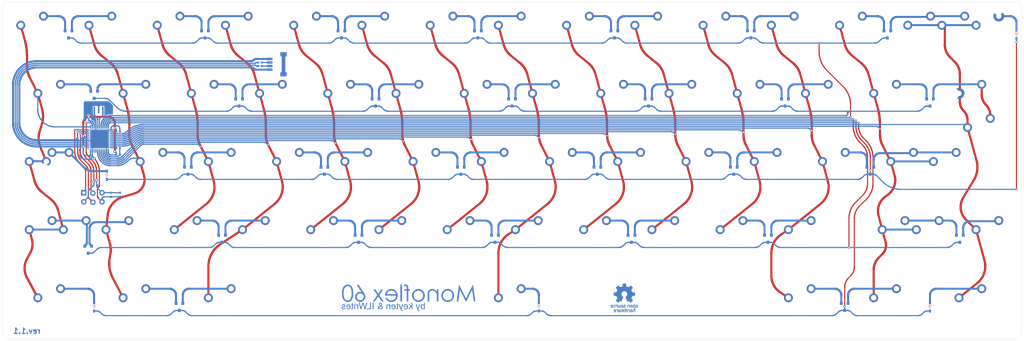
<source format=kicad_pcb>
(kicad_pcb (version 20211014) (generator pcbnew)
  (layers (0 "F.Cu" signal) (31 "B.Cu" signal) (34 "B.Paste" user) (35 "F.Paste" user) (36 "B.SilkS" user "B.Silkscreen") (37 "F.SilkS" user "F.Silkscreen") (38 "B.Mask" user) (39 "F.Mask" user) (44 "Edge.Cuts" user))
  (net 0 "")
  (net 1 "+5V")
  (net 2 "GND")
  (net 3 "Net-(C6-Pad1)")
  (net 4 "Net-(D1-Pad2)")
  (net 5 "Net-(D1-Pad1)")
  (net 6 "Net-(D2-Pad1)")
  (net 7 "Net-(D2-Pad2)")
  (net 8 "Net-(D3-Pad2)")
  (net 9 "Net-(D3-Pad1)")
  (net 10 "Net-(D4-Pad1)")
  (net 11 "Net-(D4-Pad2)")
  (net 12 "Net-(D5-Pad2)")
  (net 13 "Net-(D5-Pad1)")
  (net 14 "Net-(D6-Pad1)")
  (net 15 "Net-(D6-Pad2)")
  (net 16 "Net-(D7-Pad2)")
  (net 17 "Net-(D7-Pad1)")
  (net 18 "Net-(D8-Pad2)")
  (net 19 "Net-(D9-Pad1)")
  (net 20 "Net-(D9-Pad2)")
  (net 21 "Net-(D10-Pad1)")
  (net 22 "Net-(D10-Pad2)")
  (net 23 "Net-(D11-Pad2)")
  (net 24 "Net-(D11-Pad1)")
  (net 25 "Net-(D12-Pad2)")
  (net 26 "Net-(D12-Pad1)")
  (net 27 "Net-(D13-Pad2)")
  (net 28 "Net-(D13-Pad1)")
  (net 29 "Net-(D14-Pad1)")
  (net 30 "Net-(D14-Pad2)")
  (net 31 "Net-(D15-Pad2)")
  (net 32 "Net-(D15-Pad1)")
  (net 33 "Net-(D16-Pad1)")
  (net 34 "Net-(D16-Pad2)")
  (net 35 "Net-(D17-Pad2)")
  (net 36 "Net-(D17-Pad1)")
  (net 37 "Net-(D18-Pad1)")
  (net 38 "Net-(D18-Pad2)")
  (net 39 "Net-(D19-Pad2)")
  (net 40 "Net-(D19-Pad1)")
  (net 41 "Net-(D20-Pad1)")
  (net 42 "Net-(D20-Pad2)")
  (net 43 "Net-(D21-Pad2)")
  (net 44 "Net-(D21-Pad1)")
  (net 45 "Net-(D22-Pad2)")
  (net 46 "Net-(D23-Pad1)")
  (net 47 "Net-(D23-Pad2)")
  (net 48 "Net-(D24-Pad2)")
  (net 49 "Net-(D24-Pad1)")
  (net 50 "Net-(D25-Pad1)")
  (net 51 "Net-(D25-Pad2)")
  (net 52 "Net-(D26-Pad2)")
  (net 53 "Net-(D26-Pad1)")
  (net 54 "Net-(D27-Pad1)")
  (net 55 "Net-(D27-Pad2)")
  (net 56 "Net-(D28-Pad2)")
  (net 57 "Net-(D28-Pad1)")
  (net 58 "Net-(D29-Pad1)")
  (net 59 "Net-(D29-Pad2)")
  (net 60 "Net-(D30-Pad2)")
  (net 61 "Net-(D31-Pad2)")
  (net 62 "Net-(D31-Pad1)")
  (net 63 "Net-(D32-Pad2)")
  (net 64 "Net-(D33-Pad1)")
  (net 65 "Net-(D33-Pad2)")
  (net 66 "Net-(D34-Pad2)")
  (net 67 "D-")
  (net 68 "D+")
  (net 69 "MOSI")
  (net 70 "SCLK")
  (net 71 "MISO")
  (net 72 "RST")
  (net 73 "Net-(R1-Pad1)")
  (net 74 "Net-(R2-Pad1)")
  (net 75 "Net-(R3-Pad2)")
  (net 78 "Net-(U1-Pad16)")
  (net 79 "Net-(U1-Pad17)")
  (net 82 "Row0")
  (net 83 "Row2")
  (net 84 "Row1")
  (net 85 "Row3")
  (net 86 "Row4")
  (net 87 "Col0")
  (net 88 "Col1")
  (net 89 "Col2")
  (net 90 "Col3")
  (net 91 "Col4")
  (net 92 "Col5")
  (net 93 "Col6")
  (net 94 "Col7")
  (net 95 "Col8")
  (net 96 "Col9")
  (net 97 "Col10")
  (net 98 "Col11")
  (net 99 "Col12")
  (net 100 "Col13")
  (footprint "MX:1U" (layer "F.Cu") (at 65.0875 92.075)
    (fp_text reference "SW1")
    (fp_text value "Esc")
  )
  (footprint "MX:1U" (layer "F.Cu") (at 103.1875 92.075)
    (fp_text reference "SW3")
    (fp_text value "2")
  )
  (footprint "MX:1U" (layer "F.Cu") (at 122.2375 92.075)
    (fp_text reference "SW4")
    (fp_text value "3")
  )
  (footprint "MX:1U" (layer "F.Cu") (at 141.2875 92.075)
    (fp_text reference "SW5")
    (fp_text value "4")
  )
  (footprint "MX:1U" (layer "F.Cu") (at 160.3375 92.075)
    (fp_text reference "SW6")
    (fp_text value "5")
  )
  (footprint "MX:1U" (layer "F.Cu") (at 179.3875 92.075)
    (fp_text reference "SW7")
    (fp_text value "6")
  )
  (footprint "MX:1U" (layer "F.Cu") (at 198.4375 92.075)
    (fp_text reference "SW8")
    (fp_text value "7")
  )
  (footprint "MX:1U" (layer "F.Cu") (at 217.4875 92.075)
    (fp_text reference "SW9")
    (fp_text value "8")
  )
  (footprint "MX:1U" (layer "F.Cu") (at 236.5375 92.075)
    (fp_text reference "SW10")
    (fp_text value "9")
  )
  (footprint "MX:1U" (layer "F.Cu") (at 255.5875 92.075)
    (fp_text reference "SW11")
    (fp_text value "0")
  )
  (footprint "MX:1U" (layer "F.Cu") (at 274.6375 92.075)
    (fp_text reference "SW12")
    (fp_text value "-")
  )
  (footprint "MX:1U" (layer "F.Cu") (at 293.6875 92.075)
    (fp_text reference "SW13")
    (fp_text value "=")
  )
  (footprint "MX:1U" (layer "F.Cu") (at 312.7375 92.075)
    (fp_text reference "SW14")
    (fp_text value "`")
  )
  (footprint "MX:1U" (layer "F.Cu") (at 331.7875 92.075)
    (fp_text reference "SW16")
    (fp_text value "Delete")
  )
  (footprint "MX:1U" (layer "F.Cu") (at 112.7125 111.125)
    (fp_text reference "SW19")
    (fp_text value "W")
  )
  (footprint "MX:1U" (layer "F.Cu") (at 131.7625 111.125)
    (fp_text reference "SW20")
    (fp_text value "E")
  )
  (footprint "MX:1U" (layer "F.Cu") (at 150.8125 111.125)
    (fp_text reference "SW21")
    (fp_text value "R")
  )
  (footprint "MX:1U" (layer "F.Cu") (at 169.8625 111.125)
    (fp_text reference "SW22")
    (fp_text value "T")
  )
  (footprint "MX:1U" (layer "F.Cu") (at 188.9125 111.125)
    (fp_text reference "SW23")
    (fp_text value "Y")
  )
  (footprint "MX:1U" (layer "F.Cu") (at 207.9625 111.125)
    (fp_text reference "SW24")
    (fp_text value "U")
  )
  (footprint "MX:1U" (layer "F.Cu") (at 227.0125 111.125)
    (fp_text reference "SW25")
    (fp_text value "I")
  )
  (footprint "MX:1U" (layer "F.Cu") (at 246.0625 111.125)
    (fp_text reference "SW26")
    (fp_text value "O")
  )
  (footprint "MX:1U" (layer "F.Cu") (at 265.1125 111.125)
    (fp_text reference "SW27")
    (fp_text value "P")
  )
  (footprint "MX:1U" (layer "F.Cu") (at 284.1625 111.125)
    (fp_text reference "SW28")
    (fp_text value "[")
  )
  (footprint "MX:1U" (layer "F.Cu") (at 303.2125 111.125)
    (fp_text reference "SW29")
    (fp_text value "]")
  )
  (footprint "MX:1.5U" (layer "F.Cu") (at 327.025 111.125)
    (fp_text reference "SW30")
    (fp_text value "\\")
  )
  (footprint "MX:1U" (layer "F.Cu") (at 117.475 130.175)
    (fp_text reference "SW34")
    (fp_text value "S")
  )
  (footprint "MX:1U" (layer "F.Cu") (at 136.525 130.175)
    (fp_text reference "SW35")
    (fp_text value "D")
  )
  (footprint "MX:1U" (layer "F.Cu") (at 155.575 130.175)
    (fp_text reference "SW36")
    (fp_text value "F")
  )
  (footprint "MX:1U" (layer "F.Cu") (at 174.625 130.175)
    (fp_text reference "SW37")
    (fp_text value "G")
  )
  (footprint "MX:1U" (layer "F.Cu") (at 193.675 130.175)
    (fp_text reference "SW38")
    (fp_text value "H")
  )
  (footprint "MX:1U" (layer "F.Cu") (at 212.725 130.175)
    (fp_text reference "SW39")
    (fp_text value "J")
  )
  (footprint "MX:1U" (layer "F.Cu") (at 231.775 130.175)
    (fp_text reference "SW40")
    (fp_text value "K")
  )
  (footprint "MX:1U" (layer "F.Cu") (at 250.825 130.175)
    (fp_text reference "SW41")
    (fp_text value "L")
  )
  (footprint "MX:1U" (layer "F.Cu") (at 269.875 130.175)
    (fp_text reference "SW42")
    (fp_text value ";")
  )
  (footprint "MX:1U" (layer "F.Cu") (at 288.925 130.175)
    (fp_text reference "SW43")
    (fp_text value "'")
  )
  (footprint "MX:1U" (layer "F.Cu") (at 307.975 130.175)
    (fp_text reference "SW44")
    (fp_text value "#")
  )
  (footprint "MX:1.25U" (layer "F.Cu") (at 67.46875 149.225)
    (fp_text reference "SW47")
    (fp_text value "L_Shift 1.25")
  )
  (footprint "MX:2.25U" (layer "F.Cu") (at 76.99375 149.225)
    (fp_text reference "SW48")
    (fp_text value "L_Shift 2.25")
  )
  (footprint "MX:1U" (layer "F.Cu") (at 88.9 149.225)
    (fp_text reference "SW49")
    (fp_text value "\\")
  )
  (footprint "MX:1U" (layer "F.Cu") (at 107.95 149.225)
    (fp_text reference "SW50")
    (fp_text value "Z")
  )
  (footprint "MX:1U" (layer "F.Cu") (at 127 149.225)
    (fp_text reference "SW51")
    (fp_text value "X")
  )
  (footprint "MX:1U" (layer "F.Cu") (at 146.05 149.225)
    (fp_text reference "SW52")
    (fp_text value "C")
  )
  (footprint "MX:1U" (layer "F.Cu") (at 165.1 149.225)
    (fp_text reference "SW53")
    (fp_text value "V")
  )
  (footprint "MX:1U" (layer "F.Cu") (at 184.15 149.225)
    (fp_text reference "SW54")
    (fp_text value "B")
  )
  (footprint "MX:1U" (layer "F.Cu") (at 203.2 149.225)
    (fp_text reference "SW55")
    (fp_text value "N")
  )
  (footprint "MX:1U" (layer "F.Cu") (at 222.25 149.225)
    (fp_text reference "SW56")
    (fp_text value "M")
  )
  (footprint "MX:1U" (layer "F.Cu") (at 241.3 149.225)
    (fp_text reference "SW57")
    (fp_text value "<")
  )
  (footprint "MX:1U" (layer "F.Cu") (at 260.35 149.225)
    (fp_text reference "SW58")
    (fp_text value ">")
  )
  (footprint "MX:1U" (layer "F.Cu") (at 279.4 149.225)
    (fp_text reference "SW59")
    (fp_text value "/")
  )
  (footprint "MX:1.75U" (layer "F.Cu") (at 305.59375 149.225)
    (fp_text reference "SW60")
    (fp_text value "R_Shift 1.75")
  )
  (footprint "MX:2.75U" (layer "F.Cu") (at 315.11875 149.225)
    (fp_text reference "SW61")
    (fp_text value "R_Shift 2.75")
  )
  (footprint "MX:1U" (layer "F.Cu") (at 331.7875 149.225)
    (fp_text reference "SW62")
    (fp_text value "FN 1")
  )
  (footprint "MX:1.5U" (layer "F.Cu") (at 69.85 168.275)
    (fp_text reference "SW63")
    (fp_text value "L_Ctrl 1.5")
  )
  (footprint "MX:1U" (layer "F.Cu") (at 93.6625 168.275)
    (fp_text reference "SW64")
    (fp_text value "L_Win 1")
  )
  (footprint "MX:1.5U" (layer "F.Cu") (at 117.475 168.275)
    (fp_text reference "SW65")
    (fp_text value "L_Alt 1.5")
  )
  (footprint "MX:1.5U" (layer "F.Cu") (at 279.4 168.275)
    (fp_text reference "SW67")
    (fp_text value "R_Alt 1.5")
  )
  (footprint "MX:1U" (layer "F.Cu") (at 303.2125 168.275)
    (fp_text reference "SW68")
    (fp_text value "R_Win 1")
  )
  (footprint "MX:1.5U" (layer "F.Cu") (at 327.025 168.275)
    (fp_text reference "SW69")
    (fp_text value "R_Ctrl 1.5")
  )
  (footprint "MX:1U" (layer "F.Cu") (at 84.1375 92.075)
    (fp_text reference "SW2")
    (fp_text value "1")
  )
  (footprint "MX:1U" (layer "F.Cu") (at 93.6625 111.125)
    (fp_text reference "SW18")
    (fp_text value "Q")
  )
  (footprint "MX:1.75U" (layer "F.Cu") (at 72.23125 130.175)
    (fp_text reference "SW32")
    (fp_text value "Caps Lock")
  )
  (footprint "MX:7U-reverse_stabs" (layer "F.Cu") (at 198.4375 168.275)
    (fp_text reference "SW66")
    (fp_text value "Spacebar 7")
  )
  (footprint "MX:2.25U" (layer "F.Cu") (at 319.88125 130.175)
    (fp_text reference "SW45")
    (fp_text value "Enter")
  )
  (footprint "MX:1.75U-stepped_Caps_Lock" (layer "F.Cu") (at 67.46875 130.175)
    (fp_text reference "SW31")
    (fp_text value "Stepped Caps Lock")
  )
  (footprint "MX:2U" (layer "F.Cu") (at 322.2625 92.075)
    (fp_text reference "SW15")
    (fp_text value "Backspace")
  )
  (footprint "MX:1U" (layer "F.Cu") (at 98.425 130.175)
    (fp_text reference "SW33")
    (fp_text value "A")
  )
  (footprint "MX:1.5U" (layer "F.Cu") (at 69.85 111.125)
    (fp_text reference "SW17")
    (fp_text value "Tab")
  )
  (footprint "MX:ISO" (layer "F.Cu") (at 329.40625 120.65)
    (fp_text reference "SW46")
    (fp_text value "ISO Enter")
  )
  (footprint "MX:SOT-23" (layer "B.Cu") (at 74.6125 92.075 -90)
    (fp_text reference "D1")
    (fp_text value "BAV70")
  )
  (footprint "MX:SOT-23" (layer "B.Cu") (at 112.7125 92.075 -90)
    (fp_text reference "D2")
    (fp_text value "BAV70")
  )
  (footprint "MX:SOT-23" (layer "B.Cu") (at 188.9125 92.075 -90)
    (fp_text reference "D4")
    (fp_text value "BAV70")
  )
  (footprint "MX:SOT-23" (layer "B.Cu") (at 227.0125 92.075 -90)
    (fp_text reference "D5")
    (fp_text value "BAV70")
  )
  (footprint "MX:SOT-23" (layer "B.Cu") (at 265.1125 92.075 -90)
    (fp_text reference "D6")
    (fp_text value "BAV70")
  )
  (footprint "MX:SOT-23" (layer "B.Cu") (at 303.2125 92.075 -90)
    (fp_text reference "D7")
    (fp_text value "BAV70")
  )
  (footprint "MX:SOT-23" (layer "B.Cu") (at 122.2375 111.125 -90)
    (fp_text reference "D10")
    (fp_text value "BAV70")
  )
  (footprint "MX:SOT-23" (layer "B.Cu") (at 160.3375 111.125 -90)
    (fp_text reference "D11")
    (fp_text value "BAV70")
  )
  (footprint "MX:SOT-23" (layer "B.Cu") (at 198.4375 111.125 -90)
    (fp_text reference "D12")
    (fp_text value "BAV70")
  )
  (footprint "MX:SOT-23" (layer "B.Cu") (at 236.5375 111.125 -90)
    (fp_text reference "D13")
    (fp_text value "BAV70")
  )
  (footprint "MX:SOT-23" (layer "B.Cu") (at 274.6375 111.125 -90)
    (fp_text reference "D14")
    (fp_text value "BAV70")
  )
  (footprint "MX:SOT-23" (layer "B.Cu") (at 315.11875 111.125 -90)
    (fp_text reference "D15")
    (fp_text value "BAV70")
  )
  (footprint "MX:SOT-23" (layer "B.Cu") (at 146.05 130.175 -90)
    (fp_text reference "D17")
    (fp_text value "BAV70")
  )
  (footprint "MX:SOT-23" (layer "B.Cu") (at 184.15 130.175 -90)
    (fp_text reference "D18")
    (fp_text value "BAV70")
  )
  (footprint "MX:SOT-23" (layer "B.Cu") (at 222.25 130.175 -90)
    (fp_text reference "D19")
    (fp_text value "BAV70")
  )
  (footprint "MX:SOT-23" (layer "B.Cu") (at 260.35 130.175 -90)
    (fp_text reference "D20")
    (fp_text value "BAV70")
  )
  (footprint "MX:SOT-23" (layer "B.Cu") (at 298.45 130.175 -90)
    (fp_text reference "D21")
    (fp_text value "BAV70")
  )
  (footprint "MX:SOT-23" (layer "B.Cu") (at 117.475 149.225 -90)
    (fp_text reference "D24")
    (fp_text value "BAV70")
  )
  (footprint "MX:SOT-23" (layer "B.Cu") (at 155.575 149.225 -90)
    (fp_text reference "D25")
    (fp_text value "BAV70")
  )
  (footprint "MX:SOT-23" (layer "B.Cu") (at 193.675 149.225 -90)
    (fp_text reference "D26")
    (fp_text value "BAV70")
  )
  (footprint "MX:SOT-23" (layer "B.Cu") (at 231.775 149.225 -90)
    (fp_text reference "D27")
    (fp_text value "BAV70")
  )
  (footprint "MX:SOT-23" (layer "B.Cu") (at 269.875 149.225 -90)
    (fp_text reference "D28")
    (fp_text value "BAV70")
  )
  (footprint "MX:SOT-23" (layer "B.Cu") (at 105.56875 168.275 -90)
    (fp_text reference "D31")
    (fp_text value "BAV70")
  )
  (footprint "MX:SOT-23" (layer "B.Cu") (at 291.30625 168.275 -90)
    (fp_text reference "D33")
    (fp_text value "BAV70")
  )
  (footprint "MX:D_SOD-323" (layer "B.Cu") (at 315.11875 168.275 90)
    (fp_text reference "D34")
    (fp_text value "D_Small")
  )
  (footprint "MX:R_0402" (layer "B.Cu") (at 128.0685 99.949)
    (fp_text reference "R1")
    (fp_text value "22Ω")
  )
  (footprint "MX:R_0402" (layer "B.Cu") (at 128.0685 100.949)
    (fp_text reference "R2")
    (fp_text value "22Ω")
  )
  (footprint "MX:SOT-23" (layer "B.Cu") (at 150.8125 92.075 -90)
    (fp_text reference "D3")
    (fp_text value "BAV70")
  )
  (footprint "MX:JST_SH" (layer "B.Cu") (at 133.2185 100.449 -90)
    (fp_text reference "J1")
    (fp_text value "JST SH")
  )
  (footprint "MX:QFN-44-SMT" (layer "B.Cu") (at 83.26322 121.28916)
    (fp_text reference "U1")
    (fp_text value "ATMEGA32U4-MU")
  )
  (footprint "Crystal:Resonator_SMD_muRata_CSTxExxV-3Pin_3.0x1.1mm" (layer "B.Cu") (at 83.01322 113.24336 180)
    (fp_text reference "Y1")
    (fp_text value "16MHz")
  )
  (footprint "MX:C_0402" (layer "B.Cu") (at 77.59322 121.20718 180)
    (fp_text reference "C6")
    (fp_text value "1μF")
  )
  (footprint "MX:C_0402" (layer "B.Cu") (at 88.44082 125.70432 180)
    (fp_text reference "C4")
    (fp_text value "0.1μF")
  )
  (footprint "MX:C_0402" (layer "B.Cu") (at 88.44882 119.20512 180)
    (fp_text reference "C3")
    (fp_text value "0.1μF")
  )
  (footprint "MX:C_0402" (layer "B.Cu") (at 79.75224 116.08854)
    (fp_text reference "C2")
    (fp_text value "0.1μF")
  )
  (footprint "MX:C_0402" (layer "B.Cu") (at 80.6775 126.46314 90)
    (fp_text reference "C5")
    (fp_text value "0.1μF")
  )
  (footprint "MX:C_0402" (layer "B.Cu") (at 77.77454 123.91418 90)
    (fp_text reference "C1")
    (fp_text value "10μF")
  )
  (footprint "MX:R_0402" (layer "B.Cu") (at 88.44082 123.87072 180)
    (fp_text reference "R3")
    (fp_text value "10kΩ")
  )
  (footprint "MX:AVR-ISP" (layer "B.Cu") (at 81.42224 137.62736)
    (fp_text reference "J2")
    (fp_text value "ISP")
  )
  (footprint "MX:SOT-23" (layer "B.Cu") (at 107.95 130.175 -90)
    (fp_text reference "D16")
    (fp_text value "BAV70")
  )
  (footprint "MX:R_0402" (layer "B.Cu") (at 82.08518 134.3279)
    (fp_text reference "R4")
    (fp_text value "10kΩ")
  )
  (footprint "MX:ALPSALPINE-SKSV" (layer "B.Cu") (at 87.72398 136.9314)
    (fp_text reference "SW0")
    (fp_text value "SW_Flash")
  )
  (footprint "MX:D_SOD-323" (layer "B.Cu") (at 85.325 131.47548 90)
    (fp_text reference "D22")
    (fp_text value "D_Small")
  )
  (footprint "MX:SOT-23" (layer "B.Cu") (at 80.10652 152.273 -90)
    (fp_text reference "D23")
    (fp_text value "BAV70")
  )
  (footprint "MX:SOT-23" (layer "B.Cu") (at 81.75625 108.966 -90)
    (fp_text reference "D9")
    (fp_text value "BAV70")
  )
  (footprint "MX:SOT-23" (layer "B.Cu") (at 323.44741 149.225 -90)
    (fp_text reference "D29")
    (fp_text value "BAV70")
  )
  (footprint "MX:D_SOD-323" (layer "B.Cu") (at 339.26018 92.075 90)
    (fp_text reference "D8")
    (fp_text value "D_Small")
  )
  (footprint "MX:D_SOD-323" (layer "B.Cu") (at 81.75625 168.275 90)
    (fp_text reference "D30")
    (fp_text value "D_Small")
  )
  (footprint "MX:D_SOD-323" (layer "B.Cu") (at 205.9305 168.275 90)
    (fp_text reference "D32")
    (fp_text value "D_Small")
  )
  (footprint "LOGO" (layer "B.Cu") (at 169.5 165.75 180)
    (fp_text reference "G***" hide)
    (fp_text value "LOGO" hide)
  )
  (footprint "Symbol:OSHW-Logo_7.5x8mm_Copper" (layer "B.Cu") (at 229.8 165.744949 180)
    (fp_text reference "REF**" hide)
    (fp_text value "OSHW-Logo_7.5x8mm_Copper" hide)
  )
  (footprint "Symbol:OSHW-Logo_7.5x8mm_Copper" (layer "B.Cu") (at 229.8 165.744949 180)
    (fp_text reference "REF**" hide)
    (fp_text value "OSHW-Logo_7.5x8mm_Copper" hide)
  )
  (footprint "LOGO" (layer "B.Cu") (at 169.5 165.75 180)
    (fp_text reference "G***" hide)
    (fp_text value "LOGO" hide)
  )
  (gr_line (start 340.7875 175.275) (end 340.7875 175.075) (layer "Edge.Cuts") (width 0.05))
  (gr_line (start 56.0875 175.275) (end 56.0875 175.075) (layer "Edge.Cuts") (width 0.05))
  (gr_line (start 56.0875 149.075) (end 56.0875 175.075) (layer "Edge.Cuts") (width 0.05))
  (gr_line (start 340.7875 85.075) (end 340.7875 175.075) (layer "Edge.Cuts") (width 0.05))
  (gr_arc (start 340.7875 175.275) (mid 340.201714 176.689214) (end 338.7875 177.275) (layer "Edge.Cuts") (width 0.05))
  (gr_line (start 72.0875 83.075) (end 338.7875 83.075) (layer "Edge.Cuts") (width 0.05))
  (gr_line (start 56.0875 85.075) (end 56.0875 149.075) (layer "Edge.Cuts") (width 0.05))
  (gr_arc (start 58.0875 177.275) (mid 56.673286 176.689214) (end 56.0875 175.275) (layer "Edge.Cuts") (width 0.05))
  (gr_line (start 59.7875 177.275) (end 58.0875 177.275) (layer "Edge.Cuts") (width 0.05))
  (gr_line (start 338.7875 177.275) (end 59.7875 177.275) (layer "Edge.Cuts") (width 0.05))
  (gr_line (start 58.0875 83.075) (end 72.0875 83.075) (layer "Edge.Cuts") (width 0.05))
  (gr_arc (start 56.0875 85.075) (mid 56.673286 83.660786) (end 58.0875 83.075) (layer "Edge.Cuts") (width 0.05))
  (gr_arc (start 338.7875 83.075) (mid 340.201714 83.660786) (end 340.7875 85.075) (layer "Edge.Cuts") (width 0.05))
  (gr_text "rev.1.1" (at 63 175) (layer "B.Cu") (effects (font (size 1.5 1.5) (thickness 0.3)) (justify mirror)))
  (segment (start 134.6435 103.249) (end 134.6435 97.649) (width 1) (layer "B.Cu") (net 0))
  (segment (start 78.76691 116.584897) (end 78.776114 116.541421) (width 0.55) (layer "F.Cu") (net 1))
  (segment (start 81.634713 129.756289) (end 81.650055 129.851644) (width 0.3) (layer "F.Cu") (net 1))
  (segment (start 86.698575 115.406074) (end 86.735825 115.430308) (width 0.55) (layer "F.Cu") (net 1))
  (segment (start 87.54458 118.2958) (end 87.54458 116.93986) (width 0.55) (layer "F.Cu") (net 1))
  (segment (start 80.323458 115.138773) (end 80.279423 115.144753) (width 0.55) (layer "F.Cu") (net 1))
  (segment (start 81.692648 130.429054) (end 81.692648 133.371692) (width 0.3) (layer "F.Cu") (net 1))
  (segment (start 81.132785 128.405972) (end 81.181418 128.489415) (width 0.3) (layer "F.Cu") (net 1))
  (segment (start 79.406782 126.51215) (end 79.448577 126.554983) (width 0.3) (layer "F.Cu") (net 1))
  (segment (start 87.161346 115.825883) (end 87.188254 115.86125) (width 0.55) (layer "F.Cu") (net 1))
  (segment (start 78.740838 116.760664) (end 78.745736 116.716495) (width 0.55) (layer "F.Cu") (net 1))
  (segment (start 78.925454 116.124045) (end 78.94592 116.084599) (width 0.55) (layer "F.Cu") (net 1))
  (segment (start 78.822725 125.481146) (end 78.839393 125.538623) (width 0.3) (layer "F.Cu") (net 1))
  (segment (start 87.133578 115.791188) (end 87.161346 115.825883) (width 0.55) (layer "F.Cu") (net 1))
  (segment (start 79.250485 126.330958) (end 79.28788 126.377681) (width 0.3) (layer "F.Cu") (net 1))
  (segment (start 87.539673 116.806659) (end 87.542398 116.851015) (width 0.55) (layer "F.Cu") (net 1))
  (segment (start 79.576403 115.406073) (end 79.539153 115.430307) (width 0.55) (layer "F.Cu") (net 1))
  (segment (start 81.5501 129.379493) (end 81.574715 129.472885) (width 0.3) (layer "F.Cu") (net 1))
  (segment (start 81.5232 129.286734) (end 81.5501 129.379493) (width 0.3) (layer "F.Cu") (net 1))
  (segment (start 87.423252 116.288211) (end 87.438735 116.329866) (width 0.55) (layer "F.Cu") (net 1))
  (segment (start 86.212803 115.190746) (end 86.255483 115.203123) (width 0.55) (layer "F.Cu") (net 1))
  (segment (start 86.463631 115.280493) (end 86.504033 115.298999) (width 0.55) (layer "F.Cu") (net 1))
  (segment (start 87.351244 116.125766) (end 87.370736 116.165702) (width 0.55) (layer "F.Cu") (net 1))
  (segment (start 78.857467 125.595673) (end 78.876935 125.652263) (width 0.3) (layer "F.Cu") (net 1))
  (segment (start 79.466493 115.48148) (end 79.431126 115.508388) (width 0.55) (layer "F.Cu") (net 1))
  (segment (start 79.770945 115.298998) (end 79.731009 115.31849) (width 0.55) (layer "F.Cu") (net 1))
  (segment (start 86.083119 115.159948) (end 86.126594 115.169152) (width 0.55) (layer "F.Cu") (net 1))
  (segment (start 81.663053 129.947347) (end 81.673699 130.043339) (width 0.3) (layer "F.Cu") (net 1))
  (segment (start 87.500584 116.543141) (end 87.509788 116.586617) (width 0.55) (layer "F.Cu") (net 1))
  (segment (start 80.105148 115.179419) (end 80.062176 115.190745) (width 0.55) (layer "F.Cu") (net 1))
  (segment (start 79.296578 115.62445) (end 79.264772 115.655486) (width 0.55) (layer "F.Cu") (net 1))
  (segment (start 78.807473 125.423277) (end 78.822725 125.481146) (width 0.3) (layer "F.Cu") (net 1))
  (segment (start 78.876935 125.652263) (end 78.897786 125.708357) (width 0.3) (layer "F.Cu") (net 1))
  (segment (start 85.818721 115.127338) (end 85.863077 115.130063) (width 0.55) (layer "F.Cu") (net 1))
  (segment (start 87.188254 115.86125) (end 87.214287 115.897266) (width 0.55) (layer "F.Cu") (net 1))
  (segment (start 87.045284 115.691335) (end 87.075529 115.723894) (width 0.55) (layer "F.Cu") (net 1))
  (segment (start 79.214249 126.283332) (end 79.250485 126.330958) (width 0.3) (layer "F.Cu") (net 1))
  (segment (start 87.542398 116.851015) (end 87.544034 116.895424) (width 0.55) (layer "F.Cu") (net 1))
  (segment (start 79.32641 126.423473) (end 79.366052 126.468304) (width 0.3) (layer "F.Cu") (net 1))
  (segment (start 80.367627 115.133874) (end 80.323458 115.138773) (width 0.55) (layer "F.Cu") (net 1))
  (segment (start 78.905962 116.163982) (end 78.925454 116.124045) (width 0.55) (layer "F.Cu") (net 1))
  (segment (start 78.853446 116.286491) (end 78.869947 116.245229) (width 0.55) (layer "F.Cu") (net 1))
  (segment (start 79.051173 126.032666) (end 79.081307 126.08437) (width 0.3) (layer "F.Cu") (net 1))
  (segment (start 78.897786 125.708357) (end 78.920007 125.763924) (width 0.3) (layer "F.Cu") (net 1))
  (segment (start 80.235548 115.151813) (end 80.19186 115.159947) (width 0.55) (layer "F.Cu") (net 1))
  (segment (start 87.389242 116.206105) (end 87.406751 116.246949) (width 0.55) (layer "F.Cu") (net 1))
  (segment (start 86.808485 115.481481) (end 86.843852 115.508389) (width 0.55) (layer "F.Cu") (net 1))
  (segment (start 80.545103 115.125157) (end 80.500667 115.125701) (width 0.55) (layer "F.Cu") (net 1))
  (segment (start 79.264772 115.655486) (end 79.26245 115.657809) (width 0.55) (layer "F.Cu") (net 1))
  (segment (start 86.843852 115.508389) (end 86.878547 115.536157) (width 0.55) (layer "F.Cu") (net 1))
  (segment (start 86.9784 115.624451) (end 87.010207 115.655487) (width 0.55) (layer "F.Cu") (net 1))
  (segment (start 80.545103 115.125157) (end 85.729877 115.125157) (width 0.55) (layer "F.Cu") (net 1))
  (segment (start 78.737336 124.95045) (end 78.741005 125.010182) (width 0.3) (layer "F.Cu") (net 1))
  (segment (start 85.863077 115.130063) (end 85.907352 115.133875) (width 0.55) (layer "F.Cu") (net 1))
  (segment (start 78.7344 123.47448) (end 78.7344 124.830806) (width 0.3) (layer "F.Cu") (net 1))
  (segment (start 80.148384 115.169151) (end 80.105148 115.179419) (width 0.55) (layer "F.Cu") (net 1))
  (segment (start 78.823506 116.370168) (end 78.837963 116.328146) (width 0.55) (layer "F.Cu") (net 1))
  (segment (start 78.741005 125.010182) (end 78.74614 125.069806) (width 0.3) (layer "F.Cu") (net 1))
  (segment (start 81.650055 129.851644) (end 81.663053 129.947347) (width 0.3) (layer "F.Cu") (net 1))
  (segment (start 86.878547 115.536157) (end 86.91255 115.564769) (width 0.55) (layer "F.Cu") (net 1))
  (segment (start 79.691563 115.338956) (end 79.652631 115.360384) (width 0.55) (layer "F.Cu") (net 1))
  (segment (start 86.422786 115.262985) (end 86.463631 115.280493) (width 0.55) (layer "F.Cu") (net 1))
  (segment (start 80.859755 128.008013) (end 80.918236 128.084875) (width 0.3) (layer "F.Cu") (net 1))
  (segment (start 81.314829 128.746552) (end 81.355048 128.83436) (width 0.3) (layer "F.Cu") (net 1))
  (segment (start 79.811348 115.280492) (end 79.770945 115.298998) (width 0.55) (layer "F.Cu") (net 1))
  (segment (start 78.869947 116.245229) (end 78.887456 116.204385) (width 0.55) (layer "F.Cu") (net 1))
  (segment (start 86.381524 115.246484) (end 86.422786 115.262985) (width 0.55) (layer "F.Cu") (net 1))
  (segment (start 78.839393 125.538623) (end 78.857467 125.595673) (width 0.3) (layer "F.Cu") (net 1))
  (segment (start 78.989724 116.007273) (end 79.013037 115.96944) (width 0.55) (layer "F.Cu") (net 1))
  (segment (start 79.614236 115.38276) (end 79.576403 115.406073) (width 0.55) (layer "F.Cu") (net 1))
  (segment (start 87.104966 115.757185) (end 87.133578 115.791188) (width 0.55) (layer "F.Cu") (net 1))
  (segment (start 81.691462 130.33248) (end 81.692648 130.429054) (width 0.3) (layer "F.Cu") (net 1))
  (segment (start 79.396431 115.536156) (end 79.362427 115.564767) (width 0.55) (layer "F.Cu") (net 1))
  (segment (start 78.732664 116.893704) (end 78.7343 116.849295) (width 0.55) (layer "F.Cu") (net 1))
  (segment (start 87.509788 116.586617) (end 87.517922 116.630305) (width 0.55) (layer "F.Cu") (net 1))
  (segment (start 87.330778 116.08632) (end 87.351244 116.125766) (width 0.55) (layer "F.Cu") (net 1))
  (segment (start 79.977131 115.216543) (end 79.935109 115.230999) (width 0.55) (layer "F.Cu") (net 1))
  (segment (start 86.583416 115.338957) (end 86.622348 115.360385) (width 0.55) (layer "F.Cu") (net 1))
  (segment (start 81.462613 129.103335) (end 81.494032 129.194663) (width 0.3) (layer "F.Cu") (net 1))
  (segment (start 78.735133 124.890646) (end 78.737336 124.95045) (width 0.3) (layer "F.Cu") (net 1))
  (segment (start 78.745736 116.716495) (end 78.751717 116.67246) (width 0.55) (layer "F.Cu") (net 1))
  (segment (start 87.524981 116.67418) (end 87.530962 116.718215) (width 0.55) (layer "F.Cu") (net 1))
  (segment (start 78.752736 125.129286) (end 78.76079 125.188586) (width 0.3) (layer "F.Cu") (net 1))
  (segment (start 78.7343 116.849295) (end 78.737025 116.804939) (width 0.55) (layer "F.Cu") (net 1))
  (segment (start 78.887456 116.204385) (end 78.905962 116.163982) (width 0.55) (layer "F.Cu") (net 1))
  (segment (start 81.428963 129.012805) (end 81.462613 129.103335) (width 0.3) (layer "F.Cu") (net 1))
  (segment (start 79.115352 115.824163) (end 79.14312 115.789468) (width 0.55) (layer "F.Cu") (net 1))
  (segment (start 86.945841 115.594206) (end 86.9784 115.624451) (width 0.55) (layer "F.Cu") (net 1))
  (segment (start 78.73212 116.93814) (end 78.732664 116.893704) (width 0.55) (layer "F.Cu") (net 1))
  (segment (start 79.179192 126.23483) (end 79.214249 126.283332) (width 0.3) (layer "F.Cu") (net 1))
  (segment (start 81.617034 129.66134) (end 81.634713 129.756289) (width 0.3) (layer "F.Cu") (net 1))
  (segment (start 81.393101 128.923129) (end 81.428963 129.012805) (width 0.3) (layer "F.Cu") (net 1))
  (segment (start 78.751717 116.67246) (end 78.758776 116.628585) (width 0.55) (layer "F.Cu") (net 1))
  (segment (start 78.994756 125.927117) (end 79.022316 125.980238) (width 0.3) (layer "F.Cu") (net 1))
  (segment (start 87.544034 116.895424) (end 87.54458 116.93986) (width 0.55) (layer "F.Cu") (net 1))
  (segment (start 79.28788 126.377681) (end 79.32641 126.423473) (width 0.3) (layer "F.Cu") (net 1))
  (segment (start 80.019495 115.203122) (end 79.977131 115.216543) (width 0.55) (layer "F.Cu") (net 1))
  (segment (start 80.411902 115.130062) (end 80.367627 115.133874) (width 0.55) (layer "F.Cu") (net 1))
  (segment (start 81.227988 128.574027) (end 81.272467 128.659756) (width 0.3) (layer "F.Cu") (net 1))
  (segment (start 86.255483 115.203123) (end 86.297847 115.216544) (width 0.55) (layer "F.Cu") (net 1))
  (segment (start 79.201169 115.722173) (end 79.231414 115.689615) (width 0.55) (layer "F.Cu") (net 1))
  (segment (start 86.297847 115.216544) (end 86.339869 115.231) (width 0.55) (layer "F.Cu") (net 1))
  (segment (start 79.362427 115.564767) (end 79.329136 115.594205) (width 0.55) (layer "F.Cu") (net 1))
  (segment (start 80.456258 115.127337) (end 80.411902 115.130062) (width 0.55) (layer "F.Cu") (net 1))
  (segment (start 87.54458 124.7823) (end 87.54458 118.2958) (width 0.55) (layer "F.Cu") (net 1))
  (segment (start 87.075529 115.723894) (end 87.104966 115.757185) (width 0.55) (layer "F.Cu") (net 1))
  (segment (start 79.893454 115.246483) (end 79.852192 115.262984) (width 0.55) (layer "F.Cu") (net 1))
  (segment (start 78.7344 124.830806) (end 78.735133 124.890646) (width 0.3) (layer "F.Cu") (net 1))
  (segment (start 81.574715 129.472885) (end 81.597031 129.566853) (width 0.3) (layer "F.Cu") (net 1))
  (segment (start 80.918236 128.084875) (end 80.974813 128.16315) (width 0.3) (layer "F.Cu") (net 1))
  (segment (start 79.145336 126.185483) (end 79.179192 126.23483) (width 0.3) (layer "F.Cu") (net 1))
  (segment (start 78.810085 116.412532) (end 78.823506 116.370168) (width 0.55) (layer "F.Cu") (net 1))
  (segment (start 78.967347 116.045668) (end 78.989724 116.007273) (width 0.55) (layer "F.Cu") (net 1))
  (segment (start 85.774312 115.125702) (end 85.818721 115.127338) (width 0.55) (layer "F.Cu") (net 1))
  (segment (start 79.329136 115.594205) (end 79.296578 115.62445) (width 0.55) (layer "F.Cu") (net 1))
  (segment (start 78.770297 125.247671) (end 78.781251 125.306505) (width 0.3) (layer "F.Cu") (net 1))
  (segment (start 79.448577 126.554983) (end 80.540063 127.646469) (width 0.3) (layer "F.Cu") (net 1))
  (segment (start 86.735825 115.430308) (end 86.772469 115.455448) (width 0.55) (layer "F.Cu") (net 1))
  (segment (start 86.91255 115.564769) (end 86.945841 115.594206) (width 0.55) (layer "F.Cu") (net 1))
  (segment (start 87.466612 116.414252) (end 87.47899 116.456933) (width 0.55) (layer "F.Cu") (net 1))
  (segment (start 80.974813 128.16315) (end 81.029452 128.24279) (width 0.3) (layer "F.Cu") (net 1))
  (segment (start 79.088443 115.859529) (end 79.115352 115.824163) (width 0.55) (layer "F.Cu") (net 1))
  (segment (start 78.797708 116.455213) (end 78.810085 116.412532) (width 0.55) (layer "F.Cu") (net 1))
  (segment (start 78.943586 125.818928) (end 78.968507 125.873337) (width 0.3) (layer "F.Cu") (net 1))
  (segment (start 87.286974 116.008993) (end 87.30935 116.047388) (width 0.55) (layer "F.Cu") (net 1))
  (segment (start 79.231414 115.689615) (end 79.26245 115.657809) (width 0.55) (layer "F.Cu") (net 1))
  (segment (start 86.504033 115.298999) (end 86.54397 115.318491) (width 0.55) (layer "F.Cu") (net 1))
  (segment (start 87.239427 115.93391) (end 87.263661 115.97116) (width 0.55) (layer "F.Cu") (net 1))
  (segment (start 87.370736 116.165702) (end 87.389242 116.206105) (width 0.55) (layer "F.Cu") (net 1))
  (segment (start 81.181418 128.489415) (end 81.227988 128.574027) (width 0.3) (layer "F.Cu") (net 1))
  (segment (start 87.438735 116.329866) (end 87.453192 116.371888) (width 0.55) (layer "F.Cu") (net 1))
  (segment (start 87.014249 115.659529) (end 87.045284 115.691335) (width 0.55) (layer "F.Cu") (net 1))
  (segment (start 81.494032 129.194663) (end 81.5232 129.286734) (width 0.3) (layer "F.Cu") (net 1))
  (segment (start 86.660742 115.382762) (end 86.698575 115.406074) (width 0.55) (layer "F.Cu") (net 1))
  (segment (start 78.968507 125.873337) (end 78.994756 125.927117) (width 0.3) (layer "F.Cu") (net 1))
  (segment (start 87.53586 116.762384) (end 87.539673 116.806659) (width 0.55) (layer "F.Cu") (net 1))
  (segment (start 79.022316 125.980238) (end 79.051173 126.032666) (width 0.3) (layer "F.Cu") (net 1))
  (segment (start 87.453192 116.371888) (end 87.466612 116.414252) (width 0.55) (layer "F.Cu") (net 1))
  (segment (start 79.081307 126.08437) (end 79.112701 126.13532) (width 0.3) (layer "F.Cu") (net 1))
  (segment (start 79.935109 115.230999) (end 79.893454 115.246483) (width 0.55) (layer "F.Cu") (net 1))
  (segment (start 80.500667 115.125701) (end 80.456258 115.127337) (width 0.55) (layer "F.Cu") (net 1))
  (segment (start 78.776114 116.541421) (end 78.786382 116.498185) (width 0.55) (layer "F.Cu") (net 1))
  (segment (start 78.73212 120.52646) (end 78.73212 116.93814) (width 0.55) (layer "F.Cu") (net 1))
  (segment (start 87.214287 115.897266) (end 87.239427 115.93391) (width 0.55) (layer "F.Cu") (net 1))
  (segment (start 87.010207 115.655487) (end 87.014249 115.659529) (width 0.55) (layer "F.Cu") (net 1))
  (segment (start 78.758776 116.628585) (end 78.76691 116.584897) (width 0.55) (layer "F.Cu") (net 1))
  (segment (start 78.920007 125.763924) (end 78.943586 125.818928) (width 0.3) (layer "F.Cu") (net 1))
  (segment (start 81.687907 130.235964) (end 81.691462 130.33248) (width 0.3) (layer "F.Cu") (net 1))
  (segment (start 80.540063 127.646469) (end 80.607513 127.715594) (width 0.3) (layer "F.Cu") (net 1))
  (segment (start 79.502509 115.455447) (end 79.466493 115.48148) (width 0.55) (layer "F.Cu") (net 1))
  (segment (start 78.76079 125.188586) (end 78.770297 125.247671) (width 0.3) (layer "F.Cu") (net 1))
  (segment (start 85.729877 115.125157) (end 85.774312 115.125702) (width 0.55) (layer "F.Cu") (net 1))
  (segment (start 81.272467 128.659756) (end 81.314829 128.746552) (width 0.3) (layer "F.Cu") (net 1))
  (segment (start 86.772469 115.455448) (end 86.808485 115.481481) (width 0.55) (layer "F.Cu") (net 1))
  (segment (start 87.47899 116.456933) (end 87.490316 116.499905) (width 0.55) (layer "F.Cu") (net 1))
  (segment (start 86.54397 115.318491) (end 86.583416 115.338957) (width 0.55) (layer "F.Cu") (net 1))
  (segment (start 78.7344 120.52874) (end 78.73212 120.52646) (width 0.55) (layer "F.Cu") (net 1))
  (segment (start 81.597031 129.566853) (end 81.617034 129.66134) (width 0.3) (layer "F.Cu") (net 1))
  (segment (start 78.837963 116.328146) (end 78.853446 116.286491) (width 0.55) (layer "F.Cu") (net 1))
  (segment (start 79.171731 115.755464) (end 79.201169 115.722173) (width 0.55) (layer "F.Cu") (net 1))
  (segment (start 79.731009 115.31849) (end 79.691563 115.338956) (width 0.55) (layer "F.Cu") (net 1))
  (segment (start 81.08212 128.323747) (end 81.132785 128.405972) (width 0.3) (layer "F.Cu") (net 1))
  (segment (start 79.013037 115.96944) (end 79.03727 115.93219) (width 0.55) (layer "F.Cu") (net 1))
  (segment (start 80.673246 127.786355) (end 80.737223 127.858707) (width 0.3) (layer "F.Cu") (net 1))
  (segment (start 81.029452 128.24279) (end 81.08212 128.323747) (width 0.3) (layer "F.Cu") (net 1))
  (segment (start 78.793645 125.365052) (end 78.807473 125.423277) (width 0.3) (layer "F.Cu") (net 1))
  (segment (start 86.169831 115.17942) (end 86.212803 115.190746) (width 0.55) (layer "F.Cu") (net 1))
  (segment (start 78.786382 116.498185) (end 78.797708 116.455213) (width 0.55) (layer "F.Cu") (net 1))
  (segment (start 79.03727 115.93219) (end 79.062411 115.895546) (width 0.55) (layer "F.Cu") (net 1))
  (segment (start 78.737025 116.804939) (end 78.740838 116.760664) (width 0.55) (layer "F.Cu") (net 1))
  (segment (start 81.681985 130.139564) (end 81.687907 130.235964) (width 0.3) (layer "F.Cu") (net 1))
  (segment (start 81.355048 128.83436) (end 81.393101 128.923129) (width 0.3) (layer "F.Cu") (net 1))
  (segment (start 79.366052 126.468304) (end 79.406782 126.51215) (width 0.3) (layer "F.Cu") (net 1))
  (segment (start 78.94592 116.084599) (end 78.967347 116.045668) (width 0.55) (layer "F.Cu") (net 1))
  (segment (start 85.907352 115.133875) (end 85.951521 115.138774) (width 0.55) (layer "F.Cu") (net 1))
  (segment (start 81.673699 130.043339) (end 81.681985 130.139564) (width 0.3) (layer "F.Cu") (net 1))
  (segment (start 85.995556 115.144754) (end 86.03943 115.151814) (width 0.55) (layer "F.Cu") (net 1))
  (segment (start 86.339869 115.231) (end 86.381524 115.246484) (width 0.55) (layer "F.Cu") (net 1))
  (segment (start 79.062411 115.895546) (end 79.088443 115.859529) (width 0.55) (layer "F.Cu") (net 1))
  (segment (start 79.852192 115.262984) (end 79.811348 115.280492) (width 0.55) (layer "F.Cu") (net 1))
  (segment (start 80.19186 115.159947) (end 80.148384 115.169151) (width 0.55) (layer "F.Cu") (net 1))
  (segment (start 79.652631 115.360384) (end 79.614236 115.38276) (width 0.55) (layer "F.Cu") (net 1))
  (segment (start 86.126594 115.169152) (end 86.169831 115.17942) (width 0.55) (layer "F.Cu") (net 1))
  (segment (start 80.279423 115.144753) (end 80.235548 115.151813) (width 0.55) (layer "F.Cu") (net 1))
  (segment (start 80.062176 115.190745) (end 80.019495 115.203122) (width 0.55) (layer "F.Cu") (net 1))
  (segment (start 87.530962 116.718215) (end 87.53586 116.762384) (width 0.55) (layer "F.Cu") (net 1))
  (segment (start 80.799405 127.932608) (end 80.859755 128.008013) (width 0.3) (layer "F.Cu") (net 1))
  (segment (start 87.517922 116.630305) (end 87.524981 116.67418) (width 0.55) (layer "F.Cu") (net 1))
  (segment (start 85.951521 115.138774) (end 85.995556 115.144754) (width 0.55) (layer "F.Cu") (net 1))
  (segment (start 78.74614 125.069806) (end 78.752736 125.129286) (width 0.3) (layer "F.Cu") (net 1))
  (segment (start 80.737223 127.858707) (end 80.799405 127.932608) (width 0.3) (layer "F.Cu") (net 1))
  (segment (start 78.781251 125.306505) (end 78.793645 125.365052) (width 0.3) (layer "F.Cu") (net 1))
  (segment (start 79.431126 115.508388) (end 79.396431 115.536156) (width 0.55) (layer "F.Cu") (net 1))
  (segment (start 87.490316 116.499905) (end 87.500584 116.543141) (width 0.55) (layer "F.Cu") (net 1))
  (segment (start 86.03943 115.151814) (end 86.083119 115.159948) (width 0.55) (layer "F.Cu") (net 1))
  (segment (start 86.622348 115.360385) (end 86.660742 115.382762) (width 0.55) (layer "F.Cu") (net 1))
  (segment (start 80.607513 127.715594) (end 80.673246 127.786355) (width 0.3) (layer "F.Cu") (net 1))
  (segment (start 79.14312 115.789468) (end 79.171731 115.755464) (width 0.55) (layer "F.Cu") (net 1))
  (segment (start 87.30935 116.047388) (end 87.330778 116.08632) (width 0.55) (layer "F.Cu") (net 1))
  (segment (start 79.112701 126.13532) (end 79.145336 126.185483) (width 0.3) (layer "F.Cu") (net 1))
  (segment (start 78.7344 123.47448) (end 78.7344 120.52874) (width 0.55) (layer "F.Cu") (net 1))
  (segment (start 87.263661 115.97116) (end 87.286974 116.008993) (width 0.55) (layer "F.Cu") (net 1))
  (segment (start 79.539153 115.430307) (end 79.502509 115.455447) (width 0.55) (layer "F.Cu") (net 1))
  (segment (start 87.406751 116.246949) (end 87.423252 116.288211) (width 0.55) (layer "F.Cu") (net 1))
  (via (at 78.73212 120.52646) (size 0.8) (drill 0.4) (layers "F.Cu" "B.Cu") (net 1))
  (via (at 87.54458 124.7823) (size 0.8) (drill 0.4) (layers "F.Cu" "B.Cu") (net 1))
  (via (at 87.54458 118.2958) (size 0.8) (drill 0.4) (layers "F.Cu" "B.Cu") (net 1))
  (via (at 81.692648 133.371692) (size 0.8) (drill 0.4) (layers "F.Cu" "B.Cu") (net 1))
  (via (at 78.7344 123.47448) (size 0.8) (drill 0.4) (layers "F.Cu" "B.Cu") (net 1))
  (via (at 80.25224 115.125157) (size 0.8) (drill 0.4) (layers "F.Cu" "B.Cu") (net 1))
  (segment (start 80.25224 116.08854) (end 80.25224 115.125157) (width 0.3) (layer "B.Cu") (net 1))
  (segment (start 87.912594 125.215874) (end 87.908465 125.204766) (width 0.3) (layer "B.Cu") (net 1))
  (segment (start 87.920028 125.238377) (end 87.916449 125.22708) (width 0.3) (layer "B.Cu") (net 1))
  (segment (start 87.859446 125.110286) (end 87.852741 125.100514) (width 0.3) (layer "B.Cu") (net 1))
  (segment (start 87.899396 125.182871) (end 87.894461 125.172097) (width 0.3) (layer "B.Cu") (net 1))
  (segment (start 87.916449 125.22708) (end 87.912594 125.215874) (width 0.3) (layer "B.Cu") (net 1))
  (segment (start 87.926349 125.261218) (end 87.923329 125.249759) (width 0.3) (layer "B.Cu") (net 1))
  (segment (start 87.831589 118.584659) (end 87.823739 118.575781) (width 0.3) (layer "B.Cu") (net 1))
  (segment (start 87.940238 125.354847) (end 87.939511 125.343019) (width 0.3) (layer "B.Cu") (net 1))
  (segment (start 87.852741 125.100514) (end 87.845799 125.09091) (width 0.3) (layer "B.Cu") (net 1))
  (segment (start 87.935593 125.307692) (end 87.933711 125.295992) (width 0.3) (layer "B.Cu") (net 1))
  (segment (start 87.931542 125.284341) (end 87.929087 125.272748) (width 0.3) (layer "B.Cu") (net 1))
  (segment (start 87.823589 125.063159) (end 87.815739 125.054281) (width 0.3) (layer "B.Cu") (net 1))
  (segment (start 87.838624 125.081479) (end 87.831219 125.072227) (width 0.3) (layer "B.Cu") (net 1))
  (segment (start 87.940674 125.36669) (end 87.940238 125.354847) (width 0.3) (layer "B.Cu") (net 1))
  (segment (start 87.889263 125.161447) (end 87.883806 125.150928) (width 0.3) (layer "B.Cu") (net 1))
  (segment (start 87.908465 125.204766) (end 87.904065 125.193763) (width 0.3) (layer "B.Cu") (net 1))
  (segment (start 87.872125 125.130308) (end 87.865908 125.120219) (width 0.3) (layer "B.Cu") (net 1))
  (segment (start 87.939511 125.343019) (end 87.938494 125.331213) (width 0.3) (layer "B.Cu") (net 1))
  (segment (start 87.937188 125.319434) (end 87.935593 125.307692) (width 0.3) (layer "B.Cu") (net 1))
  (segment (start 87.933711 125.295992) (end 87.931542 125.284341) (width 0.3) (layer "B.Cu") (net 1))
  (segment (start 87.894461 125.172097) (end 87.889263 125.161447) (width 0.3) (layer "B.Cu") (net 1))
  (segment (start 87.94082 125.37854) (end 87.94082 125.70432) (width 0.3) (layer "B.Cu") (net 1))
  (segment (start 87.839219 118.593727) (end 87.831589 118.584659) (width 0.3) (layer "B.Cu") (net 1))
  (segment (start 87.883806 125.150928) (end 87.878092 125.140547) (width 0.3) (layer "B.Cu") (net 1))
  (segment (start 87.815674 118.567099) (end 87.807398 118.558618) (width 0.3) (layer "B.Cu") (net 1))
  (segment (start 87.807674 125.045599) (end 87.799398 125.037118) (width 0.3) (layer "B.Cu") (net 1))
  (segment (start 87.845799 125.09091) (end 87.838624 125.081479) (width 0.3) (layer "B.Cu") (net 1))
  (segment (start 87.94082 125.37854) (end 87.940674 125.36669) (width 0.3) (layer "B.Cu") (net 1))
  (segment (start 87.923329 125.249759) (end 87.920028 125.238377) (width 0.3) (layer "B.Cu") (net 1))
  (segment (start 87.878092 125.140547) (end 87.872125 125.130308) (width 0.3) (layer "B.Cu") (net 1))
  (segment (start 87.807398 118.558618) (end 87.54458 118.2958) (width 0.3) (layer "B.Cu") (net 1))
  (segment (start 87.799398 125.037118) (end 87.54458 124.7823) (width 0.3) (layer "B.Cu") (net 1))
  (segment (start 87.904065 125.193763) (end 87.899396 125.182871) (width 0.3) (layer "B.Cu") (net 1))
  (segment (start 87.831219 125.072227) (end 87.823589 125.063159) (width 0.3) (layer "B.Cu") (net 1))
  (segment (start 87.865908 125.120219) (end 87.859446 125.110286) (width 0.3) (layer "B.Cu") (net 1))
  (segment (start 87.815739 125.054281) (end 87.807674 125.045599) (width 0.3) (layer "B.Cu") (net 1))
  (segment (start 87.938494 125.331213) (end 87.937188 125.319434) (width 0.3) (layer "B.Cu") (net 1))
  (segment (start 87.929087 125.272748) (end 87.926349 125.261218) (width 0.3) (layer "B.Cu") (net 1))
  (segment (start 87.823739 118.575781) (end 87.815674 118.567099) (width 0.3) (layer "B.Cu") (net 1))
  (segment (start 87.946494 118.852713) (end 87.945188 118.840934) (width 0.3) (layer "B.Cu") (net 1))
  (segment (start 87.920594 118.737374) (end 87.916465 118.726266) (width 0.3) (layer "B.Cu") (net 1))
  (segment (start 87.846624 118.602979) (end 87.839219 118.593727) (width 0.3) (layer "B.Cu") (net 1))
  (segment (start 87.853799 118.61241) (end 87.846624 118.602979) (width 0.3) (layer "B.Cu") (net 1))
  (segment (start 87.948674 118.88819) (end 87.948238 118.876347) (width 0.3) (layer "B.Cu") (net 1))
  (segment (start 87.891806 118.672428) (end 87.886092 118.662047) (width 0.3) (layer "B.Cu") (net 1))
  (segment (start 87.94882 118.90004) (end 87.948674 118.88819) (width 0.3) (layer "B.Cu") (net 1))
  (segment (start 87.916465 118.726266) (end 87.912065 118.715263) (width 0.3) (layer "B.Cu") (net 1))
  (segment (start 87.860741 118.622014) (end 87.853799 118.61241) (width 0.3) (layer "B.Cu") (net 1))
  (segment (start 87.867446 118.631786) (end 87.860741 118.622014) (width 0.3) (layer "B.Cu") (net 1))
  (segment (start 87.907396 118.704371) (end 87.902461 118.693597) (width 0.3) (layer "B.Cu") (net 1))
  (segment (start 87.897263 118.682947) (end 87.891806 118.672428) (width 0.3) (layer "B.Cu") (net 1))
  (segment (start 87.902461 118.693597) (end 87.897263 118.682947) (width 0.3) (layer "B.Cu") (net 1))
  (segment (start 87.948238 118.876347) (end 87.947511 118.864519) (width 0.3) (layer "B.Cu") (net 1))
  (segment (start 87.880125 118.651808) (end 87.873908 118.641719) (width 0.3) (layer "B.Cu") (net 1))
  (segment (start 87.937087 118.794248) (end 87.934349 118.782718) (width 0.3) (layer "B.Cu") (net 1))
  (segment (start 87.924449 118.74858) (end 87.920594 118.737374) (width 0.3) (layer "B.Cu") (net 1))
  (segment (start 87.945188 118.840934) (end 87.943593 118.829192) (width 0.3) (layer "B.Cu") (net 1))
  (segment (start 87.873908 118.641719) (end 87.867446 118.631786) (width 0.3) (layer "B.Cu") (net 1))
  (segment (start 87.886092 118.662047) (end 87.880125 118.651808) (width 0.3) (layer "B.Cu") (net 1))
  (segment (start 87.931329 118.771259) (end 87.928028 118.759877) (width 0.3) (layer "B.Cu") (net 1))
  (segment (start 87.912065 118.715263) (end 87.907396 118.704371) (width 0.3) (layer "B.Cu") (net 1))
  (segment (start 87.928028 118.759877) (end 87.924449 118.74858) (width 0.3) (layer "B.Cu") (net 1))
  (segment (start 87.941711 118.817492) (end 87.939542 118.805841) (width 0.3) (layer "B.Cu") (net 1))
  (segment (start 87.934349 118.782718) (end 87.931329 118.771259) (width 0.3) (layer "B.Cu") (net 1))
  (segment (start 87.939542 118.805841) (end 87.937087 118.794248) (width 0.3) (layer "B.Cu") (net 1))
  (segment (start 86.60072 119.28916) (end 87.86478 119.28916) (width 0.3) (layer "B.Cu") (net 1))
  (segment (start 87.943593 118.829192) (end 87.941711 118.817492) (width 0.3) (layer "B.Cu") (net 1))
  (segment (start 87.94882 118.90004) (end 87.94882 119.20512) (width 0.3) (layer "B.Cu") (net 1))
  (segment (start 87.947511 118.864519) (end 87.946494 118.852713) (width 0.3) (layer "B.Cu") (net 1))
  (segment (start 87.86478 119.28916) (end 87.94882 119.20512) (width 0.3) (layer "B.Cu") (net 1))
  (segment (start 80.76322 125.87742) (end 80.6775 125.96314) (width 0.3) (layer "B.Cu") (net 1))
  (segment (start 80.76322 124.62666) (end 80.76322 125.87742) (width 0.3) (layer "B.Cu") (net 1))
  (segment (start 78.98287 120.703165) (end 79.002855 120.712319) (width 0.3) (layer "B.Cu") (net 1))
  (segment (start 79.126932 120.756714) (end 79.148189 120.762317) (width 0.3) (layer "B.Cu") (net 1))
  (segment (start 79.043471 120.729143) (end 79.064076 120.736802) (width 0.3) (layer "B.Cu") (net 1))
  (segment (start 79.321871 120.78808) (end 79.343839 120.78889) (width 0.3) (layer "B.Cu") (net 1))
  (segment (start 78.943602 120.683399) (end 78.963114 120.693523) (width 0.3) (layer "B.Cu") (net 1))
  (segment (start 79.148189 120.762317) (end 79.169576 120.767396) (width 0.3) (layer "B.Cu") (net 1))
  (segment (start 79.278028 120.784846) (end 79.29993 120.786732) (width 0.3) (layer "B.Cu") (net 1))
  (segment (start 79.064076 120.736802) (end 79.084863 120.743953) (width 0.3) (layer "B.Cu") (net 1))
  (segment (start 79.105819 120.750592) (end 79.126932 120.756714) (width 0.3) (layer "B.Cu") (net 1))
  (segment (start 78.963114 120.693523) (end 78.98287 120.703165) (width 0.3) (layer "B.Cu") (net 1))
  (segment (start 79.29993 120.786732) (end 79.321871 120.78808) (width 0.3) (layer "B.Cu") (net 1))
  (segment (start 79.002855 120.712319) (end 79.02306 120.72098) (width 0.3) (layer "B.Cu") (net 1))
  (segment (start 79.234397 120.779465) (end 79.256179 120.782423) (width 0.3) (layer "B.Cu") (net 1))
  (segment (start 79.02306 120.72098) (end 79.043471 120.729143) (width 0.3) (layer "B.Cu") (net 1))
  (segment (start 79.212693 120.775973) (end 79.234397 120.779465) (width 0.3) (layer "B.Cu") (net 1))
  (segment (start 78.924344 120.6728) (end 78.943602 120.683399) (width 0.3) (layer "B.Cu") (net 1))
  (segment (start 79.36582 120.78916) (end 79.92572 120.78916) (width 0.3) (layer "B.Cu") (net 1))
  (segment (start 79.191082 120.771949) (end 79.212693 120.775973) (width 0.3) (layer "B.Cu") (net 1))
  (segment (start 79.343839 120.78889) (end 79.36582 120.78916) (width 0.3) (layer "B.Cu") (net 1))
  (segment (start 79.169576 120.767396) (end 79.191082 120.771949) (width 0.3) (layer "B.Cu") (net 1))
  (segment (start 79.256179 120.782423) (end 79.278028 120.784846) (width 0.3) (layer "B.Cu") (net 1))
  (segment (start 79.084863 120.743953) (end 79.105819 120.750592) (width 0.3) (layer "B.Cu") (net 1))
  (segment (start 78.764322 120.557136) (end 78.78079 120.571698) (width 0.3) (layer "B.Cu") (net 1))
  (segment (start 78.748216 120.542175) (end 78.764322 120.557136) (width 0.3) (layer "B.Cu") (net 1))
  (segment (start 78.732483 120.526823) (end 78.73212 120.52646) (width 0.3) (layer "B.Cu") (net 1))
  (segment (start 78.905351 120.661731) (end 78.924344 120.6728) (width 0.3) (layer "B.Cu") (net 1))
  (segment (start 78.886636 120.650199) (end 78.905351 120.661731) (width 0.3) (layer "B.Cu") (net 1))
  (segment (start 78.86821 120.638211) (end 78.886636 120.650199) (width 0.3) (layer "B.Cu") (net 1))
  (segment (start 78.850083 120.625775) (end 78.86821 120.638211) (width 0.3) (layer "B.Cu") (net 1))
  (segment (start 78.832267 120.612897) (end 78.850083 120.625775) (width 0.3) (layer "B.Cu") (net 1))
  (segment (start 78.79761 120.585851) (end 78.814773 120.599587) (width 0.3) (layer "B.Cu") (net 1))
  (segment (start 78.814773 120.599587) (end 78.832267 120.612897) (width 0.3) (layer "B.Cu") (net 1))
  (segment (start 78.732483 120.526823) (end 78.748216 120.542175) (width 0.3) (layer "B.Cu") (net 1))
  (segment (start 78.78079 120.571698) (end 78.79761 120.585851) (width 0.3) (layer "B.Cu") (net 1))
  (segment (start 80.25224 115.125157) (end 80.25224 115.125157) (width 0.3) (layer "B.Cu") (net 1))
  (segment (start 81.692648 133.371692) (end 81.692648 134.220432) (width 0.3) (layer "B.Cu") (net 1))
  (segment (start 81.692648 134.220432) (end 81.58518 134.3279) (width 0.3) (layer "B.Cu") (net 1))
  (segment (start 85.793682 125.367183) (end 85.798501 125.38119) (width 0.3) (layer "B.Cu") (net 1))
  (segment (start 80.151875 137.156983) (end 80.15224 137.12736) (width 0.3) (layer "B.Cu") (net 1))
  (segment (start 86.180356 125.753857) (end 86.166348 125.749038) (width 0.3) (layer "B.Cu") (net 1))
  (segment (start 81.445021 116.607781) (end 81.434468 116.597228) (width 0.3) (layer "B.Cu") (net 1))
  (segment (start 63.501751 123.033142) (end 63.351795 122.977401) (width 0.55) (layer "B.Cu") (net 1))
  (segment (start 85.809162 125.408829) (end 85.814998 125.422444) (width 0.3) (layer "B.Cu") (net 1))
  (segment (start 86.223028 125.766232) (end 86.208704 125.762456) (width 0.3) (layer "B.Cu") (net 1))
  (segment (start 81.647218 116.887523) (end 81.634938 116.863855) (width 0.3) (layer "B.Cu") (net 1))
  (segment (start 60.719853 101.872728) (end 60.825827 101.75288) (width 0.55) (layer "B.Cu") (net 1))
  (segment (start 126.496048 99.114365) (end 126.518319 99.100642) (width 0.55) (layer "B.Cu") (net 1))
  (segment (start 86.059391 125.698451) (end 86.04678 125.69068) (width 0.3) (layer "B.Cu") (net 1))
  (segment (start 59.633431 103.63588) (end 59.696462 103.48884) (width 0.55) (layer "B.Cu") (net 1))
  (segment (start 60.064628 102.77924) (end 60.148552 102.643039) (width 0.55) (layer "B.Cu") (net 1))
  (segment (start 62.072199 100.672533) (end 62.206299 100.585291) (width 0.55) (layer "B.Cu") (net 1))
  (segment (start 79.237195 125.954254) (end 79.25182 125.956607) (width 0.3) (layer "B.Cu") (net 1))
  (segment (start 81.634938 116.863855) (end 81.622081 116.840496) (width 0.3) (layer "B.Cu") (net 1))
  (segment (start 59.518287 119.049677) (end 59.466244 118.898398) (width 0.55) (layer "B.Cu") (net 1))
  (segment (start 63.64892 99.902983) (end 63.80143 99.854668) (width 0.55) (layer "B.Cu") (net 1))
  (segment (start 80.309058 135.665858) (end 80.294773 135.691813) (width 0.3) (layer "B.Cu") (net 1))
  (segment (start 81.716439 117.060615) (end 81.708386 117.035197) (width 0.3) (layer "B.Cu") (net 1))
  (segment (start 86.28112 125.777787) (end 86.266495 125.775434) (width 0.3) (layer "B.Cu") (net 1))
  (segment (start 81.757987 117.269494) (end 81.755048 117.242993) (width 0.3) (layer "B.Cu") (net 1))
  (segment (start 126.634352 99.04044) (end 126.658396 99.030134) (width 0.55) (layer "B.Cu") (net 1))
  (segment (start 65.054703 99.605376) (end 65.214094 99.59165) (width 0.55) (layer "B.Cu") (net 1))
  (segment (start 80.268134 135.744734) (end 80.255797 135.77167) (width 0.3) (layer "B.Cu") (net 1))
  (segment (start 86.022148 125.674222) (end 86.010143 125.665545) (width 0.3) (layer "B.Cu") (net 1))
  (segment (start 79.948805 137.797992) (end 79.964961 137.773158) (width 0.3) (layer "B.Cu") (net 1))
  (segment (start 126.214059 99.348392) (end 126.234483 99.332045) (width 0.55) (layer "B.Cu") (net 1))
  (segment (start 126.370088 99.207783) (end 126.390105 99.190941) (width 0.55) (layer "B.Cu") (net 1))
  (segment (start 125.941902 99.502567) (end 125.966192 99.492854) (width 0.55) (layer "B.Cu") (net 1))
  (segment (start 80.048681 137.616529) (end 80.060353 137.589299) (width 0.3) (layer "B.Cu") (net 1))
  (segment (start 86.310521 125.781413) (end 86.295798 125.77978) (width 0.3) (layer "B.Cu") (net 1))
  (segment (start 80.36765 116.189518) (end 80.378577 116.196627) (width 0.3) (layer "B.Cu") (net 1))
  (segment (start 80.153693 136.20161) (end 80.152603 136.231216) (width 0.3) (layer "B.Cu") (net 1))
  (segment (start 78.792347 125.615211) (end 78.798844 125.628523) (width 0.3) (layer "B.Cu") (net 1))
  (segment (start 80.161317 136.113077) (end 80.158052 136.142522) (width 0.3) (layer "B.Cu") (net 1))
  (segment (start 78.786178 125.601744) (end 78.792347 125.615211) (width 0.3) (layer "B.Cu") (net 1))
  (segment (start 126.19324 99.364232) (end 126.214059 99.348392) (width 0.55) (layer "B.Cu") (net 1))
  (segment (start 85.900219 125.560749) (end 85.909757 125.572083) (width 0.3) (layer "B.Cu") (net 1))
  (segment (start 80.389675 116.203465) (end 80.400937 116.210029) (width 0.3) (layer "B.Cu") (net 1))
  (segment (start 79.095795 125.91136) (end 79.109409 125.917197) (width 0.3) (layer "B.Cu") (net 1))
  (segment (start 127.013989 98.950283) (end 127.040132 98.94932) (width 0.55) (layer "B.Cu") (net 1))
  (segment (start 80.222802 135.854177) (end 80.213164 135.882192) (width 0.3) (layer "B.Cu") (net 1))
  (segment (start 79.20814 125.948474) (end 79.222632 125.951542) (width 0.3) (layer "B.Cu") (net 1))
  (segment (start 80.445314 135.472389) (end 80.42624 135.495058) (width 0.3) (layer "B.Cu") (net 1))
  (segment (start 126.01402 99.471653) (end 126.037529 99.460179) (width 0.55) (layer "B.Cu") (net 1))
  (segment (start 78.738938 125.431041) (end 78.740932 125.445719) (width 0.3) (layer "B.Cu") (net 1))
  (segment (start 86.23744 125.769654) (end 86.223028 125.766232) (width 0.3) (layer "B.Cu") (net 1))
  (segment (start 86.166348 125.749038) (end 86.152463 125.743877) (width 0.3) (layer "B.Cu") (net 1))
  (segment (start 86.36968 125.78432) (end 86.354868 125.784138) (width 0.3) (layer "B.Cu") (net 1))
  (segment (start 59.186271 117.651621) (end 59.168637 117.492615) (width 0.55) (layer "B.Cu") (net 1))
  (segment (start 78.798844 125.628523) (end 78.805666 125.641672) (width 0.3) (layer "B.Cu") (net 1))
  (segment (start 60.3263 120.607037) (end 60.235794 120.475118) (width 0.55) (layer "B.Cu") (net 1))
  (segment (start 64.421943 99.699237) (end 64.579221 99.669954) (width 0.55) (layer "B.Cu") (net 1))
  (segment (start 79.878238 137.893139) (end 79.89675 137.870009) (width 0.3) (layer "B.Cu") (net 1))
  (segment (start 81.247489 116.44758) (end 81.224789 116.433593) (width 0.3) (layer "B.Cu") (net 1))
  (segment (start 64.895697 99.62301) (end 65.054703 99.605376) (width 0.55) (layer "B.Cu") (net 1))
  (segment (start 81.565043 116.750423) (end 81.549424 116.728813) (width 0.3) (layer "B.Cu") (net 1))
  (segment (start 59.154911 105.650834) (end 59.168637 105.491443) (width 0.55) (layer "B.Cu") (net 1))
  (segment (start 80.244125 135.798899) (end 80.233124 135.826407) (width 0.3) (layer "B.Cu") (net 1))
  (segment (start 65.058814 123.382792) (end 64.899807 123.365158) (width 0.55) (layer "B.Cu") (net 1))
  (segment (start 79.798686 137.980913) (end 79.819375 137.959708) (width 0.3) (layer "B.Cu") (net 1))
  (segment (start 59.262498 118.125375) (end 59.233215 117.968096) (width 0.55) (layer "B.Cu") (net 1))
  (segment (start 81.269839 116.46212) (end 81.247489 116.44758) (width 0.3) (layer "B.Cu") (net 1))
  (segment (start 80.150785 137.186589) (end 80.151875 137.156983) (width 0.3) (layer "B.Cu") (net 1))
  (segment (start 80.335963 116.166615) (end 80.346337 116.174508) (width 0.3) (layer "B.Cu") (net 1))
  (segment (start 62.34661 122.486801) (end 62.21041 122.402876) (width 0.55) (layer "B.Cu") (net 1))
  (segment (start 85.890963 125.549184) (end 85.900219 125.560749) (width 0.3) (layer "B.Cu") (net 1))
  (segment (start 80.878215 116.299904) (end 80.852002 116.295024) (width 0.3) (layer "B.Cu") (net 1))
  (segment (start 80.108513 137.44931) (end 80.116064 137.420662) (width 0.3) (layer "B.Cu") (net 1))
  (segment (start 63.19914 100.07017) (end 63.347684 100.010767) (width 0.55) (layer "B.Cu") (net 1))
  (segment (start 85.834486 125.462372) (end 85.841629 125.475349) (width 0.3) (layer "B.Cu") (net 1))
  (segment (start 78.769681 125.56049) (end 78.774842 125.574375) (width 0.3) (layer "B.Cu") (net 1))
  (segment (start 85.919569 125.58318) (end 85.929651 125.594033) (width 0.3) (layer "B.Cu") (net 1))
  (segment (start 78.764862 125.546483) (end 78.769681 125.56049) (width 0.3) (layer "B.Cu") (net 1))
  (segment (start 62.76699 122.718175) (end 62.624984 122.644498) (width 0.55) (layer "B.Cu") (net 1))
  (segment (start 79.042889 125.88473) (end 79.055866 125.891872) (width 0.3) (layer "B.Cu") (net 1))
  (segment (start 80.170011 136.05447) (end 80.165304 136.08372) (width 0.3) (layer "B.Cu") (net 1))
  (segment (start 85.841629 125.475349) (end 85.849088 125.488147) (width 0.3) (layer "B.Cu") (net 1))
  (segment (start 65.697727 123.41418) (end 65.537757 123.412216) (width 0.55) (layer "B.Cu") (net 1))
  (segment (start 80.152603 136.231216) (end 80.15224 136.26084) (width 0.3) (layer "B.Cu") (net 1))
  (segment (start 85.849088 125.488147) (end 85.856858 125.500758) (width 0.3) (layer "B.Cu") (net 1))
  (segment (start 126.083667 99.435517) (end 126.106268 99.422345) (width 0.55) (layer "B.Cu") (net 1))
  (segment (start 126.807303 98.980942) (end 126.832755 98.974897) (width 0.55) (layer "B.Cu") (net 1))
  (segment (start 78.735127 125.386774) (end 78.736035 125.40156) (width 0.3) (layer "B.Cu") (net 1))
  (segment (start 81.224789 116.433593) (end 81.201752 116.420166) (width 0.3) (layer "B.Cu") (net 1))
  (segment (start 78.880937 125.751383) (end 78.890749 125.76248) (width 0.3) (layer "B.Cu") (net 1))
  (segment (start 81.699712 117.009983) (end 81.690422 116.984991) (width 0.3) (layer "B.Cu") (net 1))
  (segment (start 126.987879 98.951887) (end 127.013989 98.950283) (width 0.55) (layer "B.Cu") (net 1))
  (segment (start 80.66273 116.27903) (end 80.66627 116.27903) (width 0.3) (layer "B.Cu") (net 1))
  (segment (start 81.355472 116.52563) (end 81.334655 116.508969) (width 0.3) (layer "B.Cu") (net 1))
  (segment (start 81.708386 117.035197) (end 81.699712 117.009983) (width 0.3) (layer "B.Cu") (net 1))
  (segment (start 78.820268 125.667447) (end 78.828038 125.680058) (width 0.3) (layer "B.Cu") (net 1))
  (segment (start 62.21041 122.402876) (end 62.07631 122.315635) (width 0.55) (layer "B.Cu") (net 1))
  (segment (start 81.057258 116.351826) (end 81.032265 116.342536) (width 0.3) (layer "B.Cu") (net 1))
  (segment (start 85.827664 125.449223) (end 85.834486 125.462372) (width 0.3) (layer "B.Cu") (net 1))
  (segment (start 79.005063 125.861422) (end 79.01748 125.8695) (width 0.3) (layer "B.Cu") (net 1))
  (segment (start 85.975454 125.637782) (end 85.964357 125.62797) (width 0.3) (layer "B.Cu") (net 1))
  (segment (start 61.046438 121.462891) (end 60.934711 121.348387) (width 0.55) (layer "B.Cu") (net 1))
  (segment (start 78.836116 125.692475) (end 78.844497 125.70469) (width 0.3) (layer "B.Cu") (net 1))
  (segment (start 126.312602 99.261187) (end 126.331324 99.242916) (width 0.55) (layer "B.Cu") (net 1))
  (segment (start 79.137048 125.927858) (end 79.151056 125.932677) (width 0.3) (layer "B.Cu") (net 1))
  (segment (start 64.109779 99.769336) (end 64.265431 99.732371) (width 0.55) (layer "B.Cu") (net 1))
  (segment (start 80.165304 136.08372) (end 80.161317 136.113077) (width 0.3) (layer "B.Cu") (net 1))
  (segment (start 81.201752 116.420166) (end 81.178393 116.40731) (width 0.3) (layer "B.Cu") (net 1))
  (segment (start 81.75146 117.216572) (end 81.747224 117.190247) (width 0.3) (layer "B.Cu") (net 1))
  (segment (start 80.447494 116.233464) (end 80.459476 116.2386) (width 0.3) (layer "B.Cu") (net 1))
  (segment (start 125.892645 99.520192) (end 125.917382 99.511682) (width 0.55) (layer "B.Cu") (net 1))
  (segment (start 80.139174 137.304479) (end 80.143161 137.275122) (width 0.3) (layer "B.Cu") (net 1))
  (segment (start 126.731944 99.002795) (end 126.756882 98.994895) (width 0.55) (layer "B.Cu") (net 1))
  (segment (start 61.810622 100.856756) (end 61.94028 100.763039) (width 0.55) (layer "B.Cu") (net 1))
  (segment (start 59.37337 104.391821) (end 59.417928 104.23817) (width 0.55) (layer "B.Cu") (net 1))
  (segment (start 80.435643 116.228036) (end 80.447494 116.233464) (width 0.3) (layer "B.Cu") (net 1))
  (segment (start 85.785083 125.338835) (end 85.789208 125.353061) (width 0.3) (layer "B.Cu") (net 1))
  (segment (start 62.48483 122.567357) (end 62.34661 122.486801) (width 0.55) (layer "B.Cu") (net 1))
  (segment (start 126.293263 99.28007) (end 126.311987 99.261801) (width 0.55) (layer "B.Cu") (net 1))
  (segment (start 80.346337 116.174508) (end 80.356901 116.182144) (width 0.3) (layer "B.Cu") (net 1))
  (segment (start 79.34038 125.96314) (end 80.6775 125.96314) (width 0.3) (layer "B.Cu") (net 1))
  (segment (start 79.325568 125.962958) (end 79.34038 125.96314) (width 0.3) (layer "B.Cu") (net 1))
  (segment (start 85.821167 125.435911) (end 85.827664 125.449223) (width 0.3) (layer "B.Cu") (net 1))
  (segment (start 61.814733 122.131412) (end 61.687414 122.034542) (width 0.55) (layer "B.Cu") (net 1))
  (segment (start 81.313435 116.492824) (end 81.291825 116.477205) (width 0.3) (layer "B.Cu") (net 1))
  (segment (start 63.80143 99.854668) (end 63.955081 99.81011) (width 0.55) (layer "B.Cu") (net 1))
  (segment (start 85.767758 125.251741) (end 85.769752 125.266419) (width 0.3) (layer "B.Cu") (net 1))
  (segment (start 79.932044 137.822421) (end 79.948805 137.797992) (width 0.3) (layer "B.Cu") (net 1))
  (segment (start 125.917382 99.511682) (end 125.941902 99.502567) (width 0.55) (layer "B.Cu") (net 1))
  (segment (start 80.296495 116.13257) (end 80.306045 116.141442) (width 0.3) (layer "B.Cu") (net 1))
  (segment (start 80.15551 136.172039) (end 80.153693 136.20161) (width 0.3) (layer "B.Cu") (net 1))
  (segment (start 125.584457 99.573668) (end 125.610599 99.572705) (width 0.55) (layer "B.Cu") (net 1))
  (segment (start 126.782007 98.987609) (end 126.807303 98.980942) (width 0.55) (layer "B.Cu") (net 1))
  (segment (start 61.320251 121.725601) (end 61.203041 121.616718) (width 0.55) (layer "B.Cu") (net 1))
  (segment (start 79.01748 125.8695) (end 79.030091 125.877271) (width 0.3) (layer "B.Cu") (net 1))
  (segment (start 78.805666 125.641672) (end 78.812809 125.654649) (width 0.3) (layer "B.Cu") (net 1))
  (segment (start 125.688774 99.565973) (end 125.714696 99.562452) (width 0.55) (layer "B.Cu") (net 1))
  (segment (start 78.924205 125.796708) (end 78.935058 125.806789) (width 0.3) (layer "B.Cu") (net 1))
  (segment (start 65.693616 99.57399) (end 125.5583 99.57399) (width 0.55) (layer "B.Cu") (net 1))
  (segment (start 59.168637 117.492615) (end 59.154911 117.333224) (width 0.55) (layer "B.Cu") (net 1))
  (segment (start 60.616853 120.988916) (end 60.516887 120.864013) (width 0.55) (layer "B.Cu") (net 1))
  (segment (start 81.178393 116.40731) (end 81.154725 116.39503) (width 0.3) (layer "B.Cu") (net 1))
  (segment (start 126.35049 99.225112) (end 126.370088 99.207783) (width 0.55) (layer "B.Cu") (net 1))
  (segment (start 80.071354 137.561791) (end 80.081676 137.534021) (width 0.3) (layer "B.Cu") (net 1))
  (segment (start 59.763083 103.34339) (end 59.833253 103.199619) (width 0.55) (layer "B.Cu") (net 1))
  (segment (start 59.168637 105.491443) (end 59.18627 105.332437) (width 0.55) (layer "B.Cu") (net 1))
  (segment (start 64.583332 123.318214) (end 64.426054 123.288931) (width 0.55) (layer "B.Cu") (net 1))
  (segment (start 59.18627 105.332437) (end 59.207801 105.173911) (width 0.55) (layer "B.Cu") (net 1))
  (segment (start 80.122909 137.391838) (end 80.129045 137.362854) (width 0.3) (layer "B.Cu") (net 1))
  (segment (start 80.181569 135.996361) (end 80.175433 136.025344) (width 0.3) (layer "B.Cu") (net 1))
  (segment (start 59.332597 104.546519) (end 59.37337 104.391821) (width 0.55) (layer "B.Cu") (net 1))
  (segment (start 60.825827 121.231176) (end 60.719854 121.111329) (width 0.55) (layer "B.Cu") (net 1))
  (segment (start 85.909757 125.572083) (end 85.919569 125.58318) (width 0.3) (layer "B.Cu") (net 1))
  (segment (start 62.624984 122.644498) (end 62.48483 122.567357) (width 0.55) (layer "B.Cu") (net 1))
  (segment (start 79.123163 125.922697) (end 79.137048 125.927858) (width 0.3) (layer "B.Cu") (net 1))
  (segment (start 81.291825 116.477205) (end 81.269839 116.46212) (width 0.3) (layer "B.Cu") (net 1))
  (segment (start 86.251932 125.772722) (end 86.23744 125.769654) (width 0.3) (layer "B.Cu") (net 1))
  (segment (start 59.906931 103.057614) (end 59.984071 102.917459) (width 0.55) (layer "B.Cu") (net 1))
  (segment (start 79.914689 137.846432) (end 79.932044 137.822421) (width 0.3) (layer "B.Cu") (net 1))
  (segment (start 80.412357 116.216315) (end 80.423928 116.222318) (width 0.3) (layer "B.Cu") (net 1))
  (segment (start 80.233124 135.826407) (end 80.222802 135.854177) (width 0.3) (layer "B.Cu") (net 1))
  (segment (start 61.562511 121.934576) (end 61.440099 121.831575) (width 0.55) (layer "B.Cu") (net 1))
  (segment (start 59.145101 117.173544) (end 59.139213 117.013671) (width 0.55) (layer "B.Cu") (net 1))
  (segment (start 80.546359 116.266124) (end 80.559112 116.268824) (width 0.3) (layer "B.Cu") (net 1))
  (segment (start 80.852002 116.295024) (end 80.825677 116.290788) (width 0.3) (layer "B.Cu") (net 1))
  (segment (start 79.281221 125.960233) (end 79.295979 125.961504) (width 0.3) (layer "B.Cu") (net 1))
  (segment (start 126.540921 99.08747) (end 126.563839 99.074856) (width 0.55) (layer "B.Cu") (net 1))
  (segment (start 126.12854 99.408621) (end 126.150468 99.394356) (width 0.55) (layer "B.Cu") (net 1))
  (segment (start 81.723865 117.086224) (end 81.716439 117.060615) (width 0.3) (layer "B.Cu") (net 1))
  (segment (start 126.311987 99.261801) (end 126.312602 99.261187) (width 0.55) (layer "B.Cu") (net 1))
  (segment (start 126.935815 98.957015) (end 126.961815 98.954131) (width 0.55) (layer "B.Cu") (net 1))
  (segment (start 78.745997 125.474907) (end 78.749065 125.489398) (width 0.3) (layer "B.Cu") (net 1))
  (segment (start 81.549424 116.728813) (end 81.533279 116.707594) (width 0.3) (layer "B.Cu") (net 1))
  (segment (start 79.99542 137.72234) (end 80.009705 137.696385) (width 0.3) (layer "B.Cu") (net 1))
  (segment (start 59.763083 119.640667) (end 59.696463 119.495218) (width 0.55) (layer "B.Cu") (net 1))
  (segment (start 78.980843 125.844364) (end 78.992848 125.853042) (width 0.3) (layer "B.Cu") (net 1))
  (segment (start 126.390105 99.190941) (end 126.410529 99.174595) (width 0.55) (layer "B.Cu") (net 1))
  (segment (start 78.853174 125.716695) (end 78.862143 125.728484) (width 0.3) (layer "B.Cu") (net 1))
  (segment (start 78.862143 125.728484) (end 78.871399 125.740049) (width 0.3) (layer "B.Cu") (net 1))
  (segment (start 79.082327 125.905192) (end 79.095795 125.91136) (width 0.3) (layer "B.Cu") (net 1))
  (segment (start 85.76322 125.17786) (end 85.763401 125.192671) (width 0.3) (layer "B.Cu") (net 1))
  (segment (start 80.009705 137.696385) (end 80.023349 137.670088) (width 0.3) (layer "B.Cu") (net 1))
  (segment (start 85.998354 125.656575) (end 85.986789 125.647319) (width 0.3) (layer "B.Cu") (net 1))
  (segment (start 86.010143 125.665545) (end 85.998354 125.656575) (width 0.3) (layer "B.Cu") (net 1))
  (segment (start 59.984071 102.917459) (end 60.064628 102.77924) (width 0.55) (layer "B.Cu") (net 1))
  (segment (start 126.884065 98.964691) (end 126.909893 98.960535) (width 0.55) (layer "B.Cu") (net 1))
  (segment (start 80.956025 116.318383) (end 80.930242 116.311587) (width 0.3) (layer "B.Cu") (net 1))
  (segment (start 79.055866 125.891872) (end 79.069015 125.898694) (width 0.3) (layer "B.Cu") (net 1))
  (segment (start 79.266498 125.9586) (end 79.281221 125.960233) (width 0.3) (layer "B.Cu") (net 1))
  (segment (start 81.334655 116.508969) (end 81.313435 116.492824) (width 0.3) (layer "B.Cu") (net 1))
  (segment (start 80.389788 135.541766) (end 80.372434 135.565777) (width 0.3) (layer "B.Cu") (net 1))
  (segment (start 65.533647 99.575952) (end 65.693616 99.57399) (width 0.55) (layer "B.Cu") (net 1))
  (segment (start 85.772105 125.281044) (end 85.774817 125.295607) (width 0.3) (layer "B.Cu") (net 1))
  (segment (start 125.63671 99.571101) (end 125.662773 99.568856) (width 0.55) (layer "B.Cu") (net 1))
  (segment (start 85.789208 125.353061) (end 85.793682 125.367183) (width 0.3) (layer "B.Cu") (net 1))
  (segment (start 59.13725 116.853703) (end 59.13725 106.130356) (width 0.55) (layer "B.Cu") (net 1))
  (segment (start 79.839539 137.938002) (end 79.859164 137.915808) (width 0.3) (layer "B.Cu") (net 1))
  (segment (start 65.214094 99.59165) (end 65.373774 99.58184) (width 0.55) (layer "B.Cu") (net 1))
  (segment (start 80.597714 116.275035) (end 80.61067 116.276472) (width 0.3) (layer "B.Cu") (net 1))
  (segment (start 80.521071 116.25979) (end 80.533676 116.263112) (width 0.3) (layer "B.Cu") (net 1))
  (segment (start 126.431348 99.158755) (end 126.452549 99.14343) (width 0.55) (layer "B.Cu") (net 1))
  (segment (start 60.3263 102.37702) (end 60.420016 102.247362) (width 0.55) (layer "B.Cu") (net 1))
  (segment (start 126.47412 99.128631) (end 126.496048 99.114365) (width 0.55) (layer "B.Cu") (net 1))
  (segment (start 81.415384 116.578606) (end 81.395848 116.560459) (width 0.3) (layer "B.Cu") (net 1))
  (segment (start 61.94028 100.763039) (end 62.072199 100.672533) (width 0.55) (layer "B.Cu") (net 1))
  (segment (start 59.633431 119.348177) (end 59.574028 119.199634) (width 0.55) (layer "B.Cu") (net 1))
  (segment (start 80.134468 137.333729) (end 80.139174 137.304479) (width 0.3) (layer "B.Cu") (net 1))
  (segment (start 125.714696 99.562452) (end 125.740523 99.558296) (width 0.55) (layer "B.Cu") (net 1))
  (segment (start 85.76322 125.17786) (end 85.76322 124.56316) (width 0.3) (layer "B.Cu") (net 1))
  (segment (start 81.76322 117.37598) (end 81.762891 117.349318) (width 0.3) (layer "B.Cu") (net 1))
  (segment (start 81.670016 116.935726) (end 81.658913 116.911485) (width 0.3) (layer "B.Cu") (net 1))
  (segment (start 85.856858 125.500758) (end 85.864936 125.513175) (width 0.3) (layer "B.Cu") (net 1))
  (segment (start 59.466244 118.898398) (end 59.417929 118.745887) (width 0.55) (layer "B.Cu") (net 1))
  (segment (start 61.5584 101.053591) (end 61.683304 100.953626) (width 0.55) (layer "B.Cu") (net 1))
  (segment (start 62.07631 122.315635) (end 61.944391 122.225128) (width 0.55) (layer "B.Cu") (net 1))
  (segment (start 126.587059 99.062808) (end 126.610569 99.051334) (width 0.55) (layer "B.Cu") (net 1))
  (segment (start 61.683304 100.953626) (end 61.810622 100.856756) (width 0.55) (layer "B.Cu") (net 1))
  (segment (start 80.9043 116.305427) (end 80.878215 116.299904) (width 0.3) (layer "B.Cu") (net 1))
  (segment (start 80.584797 116.273281) (end 80.597714 116.275035) (width 0.3) (layer "B.Cu") (net 1))
  (segment (start 81.762891 117.349318) (end 81.76191 117.322673) (width 0.3) (layer "B.Cu") (net 1))
  (segment (start 59.466243 104.085659) (end 59.518287 103.93438) (width 0.55) (layer "B.Cu") (net 1))
  (segment (start 62.206299 100.585291) (end 62.3425 100.501367) (width 0.55) (layer "B.Cu") (net 1))
  (segment (start 86.325279 125.782684) (end 86.310521 125.781413) (width 0.3) (layer "B.Cu") (net 1))
  (segment (start 78.774842 125.574375) (end 78.780342 125.588129) (width 0.3) (layer "B.Cu") (net 1))
  (segment (start 64.737171 99.64454) (end 64.895697 99.62301) (width 0.55) (layer "B.Cu") (net 1))
  (segment (start 126.682686 99.02042) (end 126.707207 99.011305) (width 0.55) (layer "B.Cu") (net 1))
  (segment (start 59.984071 120.066598) (end 59.906931 119.926444) (width 0.55) (layer "B.Cu") (net 1))
  (segment (start 62.762879 100.269993) (end 62.90665 100.199822) (width 0.55) (layer "B.Cu") (net 1))
  (segment (start 80.692931 116.279357) (end 80.66627 116.27903) (width 0.3) (layer "B.Cu") (net 1))
  (segment (start 78.740932 125.445719) (end 78.743285 125.460344) (width 0.3) (layer "B.Cu") (net 1))
  (segment (start 78.752487 125.503811) (end 78.756263 125.518135) (width 0.3) (layer "B.Cu") (net 1))
  (segment (start 80.287166 116.123466) (end 80.25224 116.08854) (width 0.3) (layer "B.Cu") (net 1))
  (segment (start 60.719854 121.111329) (end 60.616853 120.988916) (width 0.55) (layer "B.Cu") (net 1))
  (segment (start 59.262498 104.858683) (end 59.295632 104.702171) (width 0.55) (layer "B.Cu") (net 1))
  (segment (start 80.471579 116.24344) (end 80.483798 116.247982) (width 0.3) (layer "B.Cu") (net 1))
  (segment (start 61.084427 101.483177) (end 61.19893 101.371449) (width 0.55) (layer "B.Cu") (net 1))
  (segment (start 126.707207 99.011305) (end 126.731944 99.002795) (width 0.55) (layer "B.Cu") (net 1))
  (segment (start 85.781307 125.324511) (end 85.785083 125.338835) (width 0.3) (layer "B.Cu") (net 1))
  (segment (start 78.969054 125.835395) (end 78.980843 125.844364) (width 0.3) (layer "B.Cu") (net 1))
  (segment (start 59.139213 117.013671) (end 59.13725 116.853703) (width 0.55) (layer "B.Cu") (net 1))
  (segment (start 81.375874 116.542797) (end 81.355472 116.52563) (width 0.3) (layer "B.Cu") (net 1))
  (segment (start 59.417929 118.745887) (end 59.373371 118.592237) (width 0.55) (layer "B.Cu") (net 1))
  (segment (start 80.636668 116.278389) (end 80.649695 116.278869) (width 0.3) (layer "B.Cu") (net 1))
  (segment (start 81.463642 116.626865) (end 81.445021 116.607781) (width 0.3) (layer "B.Cu") (net 1))
  (segment (start 81.76191 117.322673) (end 81.760275 117.296059) (width 0.3) (layer "B.Cu") (net 1))
  (segment (start 79.165177 125.93715) (end 79.179404 125.941276) (width 0.3) (layer "B.Cu") (net 1))
  (segment (start 78.844497 125.70469) (end 78.853174 125.716695) (width 0.3) (layer "B.Cu") (net 1))
  (segment (start 80.204217 135.910435) (end 80.195965 135.938889) (width 0.3) (layer "B.Cu") (net 1))
  (segment (start 64.265431 99.732371) (end 64.421943 99.699237) (width 0.55) (layer "B.Cu") (net 1))
  (segment (start 79.151056 125.932677) (end 79.165177 125.93715) (width 0.3) (layer "B.Cu") (net 1))
  (segment (start 79.295979 125.961504) (end 79.310765 125.962412) (width 0.3) (layer "B.Cu") (net 1))
  (segment (start 80.100261 137.477764) (end 80.108513 137.44931) (width 0.3) (layer "B.Cu") (net 1))
  (segment (start 80.091314 137.506007) (end 80.100261 137.477764) (width 0.3) (layer "B.Cu") (net 1))
  (segment (start 59.332597 118.437539) (end 59.295632 118.281887) (width 0.55) (layer "B.Cu") (net 1))
  (segment (start 79.179404 125.941276) (end 79.193728 125.945052) (width 0.3) (layer "B.Cu") (net 1))
  (segment (start 81.395848 116.560459) (end 81.375874 116.542797) (width 0.3) (layer "B.Cu") (net 1))
  (segment (start 78.900831 125.773333) (end 78.911176 125.783936) (width 0.3) (layer "B.Cu") (net 1))
  (segment (start 81.760275 117.296059) (end 81.757987 117.269494) (width 0.3) (layer "B.Cu") (net 1))
  (segment (start 86.266495 125.775434) (end 86.251932 125.772722) (width 0.3) (layer "B.Cu") (net 1))
  (segment (start 80.294773 135.691813) (end 80.281129 135.71811) (width 0.3) (layer "B.Cu") (net 1))
  (segment (start 80.175433 136.025344) (end 80.170011 136.05447) (width 0.3) (layer "B.Cu") (net 1))
  (segment (start 85.881994 125.537395) (end 85.890963 125.549184) (width 0.3) (layer "B.Cu") (net 1))
  (segment (start 78.760388 125.532361) (end 78.764862 125.546483) (width 0.3) (layer "B.Cu") (net 1))
  (segment (start 80.505793 135.407286) (end 80.485102 135.42849) (width 0.3) (layer "B.Cu") (net 1))
  (segment (start 81.533279 116.707594) (end 81.516618 116.686776) (width 0.3) (layer "B.Cu") (net 1))
  (segment (start 86.034363 125.682602) (end 86.022148 125.674222) (width 0.3) (layer "B.Cu") (net 1))
  (segment (start 63.351795 122.977401) (end 63.203251 122.917998) (width 0.55) (layer "B.Cu") (net 1))
  (segment (start 80.060353 137.589299) (end 80.071354 137.561791) (width 0.3) (layer "B.Cu") (net 1))
  (segment (start 64.741282 123.343628) (end 64.583332 123.318214) (width 0.55) (layer "B.Cu") (net 1))
  (segment (start 80.081676 137.534021) (end 80.091314 137.506007) (width 0.3) (layer "B.Cu") (net 1))
  (segment (start 80.372434 135.565777) (end 80.355673 135.590206) (width 0.3) (layer "B.Cu") (net 1))
  (segment (start 59.154911 117.333224) (end 59.145101 117.173544) (width 0.55) (layer "B.Cu") (net 1))
  (segment (start 59.518287 103.93438) (end 59.574027 103.784424) (width 0.55) (layer "B.Cu") (net 1))
  (segment (start 80.306045 116.141442) (end 80.315811 116.150077) (width 0.3) (layer "B.Cu") (net 1))
  (segment (start 125.842582 99.535378) (end 125.867707 99.528092) (width 0.55) (layer "B.Cu") (net 1))
  (segment (start 65.373774 99.58184) (end 65.533647 99.575952) (width 0.55) (layer "B.Cu") (net 1))
  (segment (start 126.106268 99.422345) (end 126.12854 99.408621) (width 0.55) (layer "B.Cu") (net 1))
  (segment (start 81.680522 116.960233) (end 81.670016 116.935726) (width 0.3) (layer "B.Cu") (net 1))
  (segment (start 80.799256 116.2872) (end 80.772755 116.284261) (width 0.3) (layer "B.Cu") (net 1))
  (segment (start 60.420017 120.736695) (end 60.3263 120.607037) (width 0.55) (layer "B.Cu") (net 1))
  (segment (start 85.763401 125.192671) (end 85.763947 125.207474) (width 0.3) (layer "B.Cu") (net 1))
  (segment (start 126.234483 99.332045) (end 126.2545 99.315203) (width 0.55) (layer "B.Cu") (net 1))
  (segment (start 61.687414 122.034542) (end 61.562511 121.934576) (width 0.55) (layer "B.Cu") (net 1))
  (segment (start 126.274097 99.297874) (end 126.293263 99.28007) (width 0.55) (layer "B.Cu") (net 1))
  (segment (start 81.747224 117.190247) (end 81.742344 117.164034) (width 0.3) (layer "B.Cu") (net 1))
  (segment (start 81.481789 116.6464) (end 81.463642 116.626865) (width 0.3) (layer "B.Cu") (net 1))
  (segment (start 86.340065 125.783592) (end 86.325279 125.782684) (width 0.3) (layer "B.Cu") (net 1))
  (segment (start 80.356901 116.182144) (end 80.36765 116.189518) (width 0.3) (layer "B.Cu") (net 1))
  (segment (start 80.315811 116.150077) (end 80.325785 116.158469) (width 0.3) (layer "B.Cu") (net 1))
  (segment (start 78.871399 125.740049) (end 78.880937 125.751383) (width 0.3) (layer "B.Cu") (net 1))
  (segment (start 78.890749 125.76248) (end 78.900831 125.773333) (width 0.3) (layer "B.Cu") (net 1))
  (segment (start 80.825677 116.290788) (end 80.799256 116.2872) (width 0.3) (layer "B.Cu") (net 1))
  (segment (start 81.032265 116.342536) (end 81.007052 116.333862) (width 0.3) (layer "B.Cu") (net 1))
  (segment (start 86.152463 125.743877) (end 86.138709 125.738377) (width 0.3) (layer "B.Cu") (net 1))
  (segment (start 81.690422 116.984991) (end 81.680522 116.960233) (width 0.3) (layer "B.Cu") (net 1))
  (segment (start 80.772755 116.284261) (end 80.74619 116.281973) (width 0.3) (layer "B.Cu") (net 1))
  (segment (start 80.255797 135.77167) (end 80.244125 135.798899) (width 0.3) (layer "B.Cu") (net 1))
  (segment (start 85.986789 125.647319) (end 85.975454 125.637782) (width 0.3) (layer "B.Cu") (net 1))
  (segment (start 80.459476 116.2386) (end 80.471579 116.24344) (width 0.3) (layer "B.Cu") (net 1))
  (segment (start 80.485102 135.42849) (end 80.464939 135.450195) (width 0.3) (layer "B.Cu") (net 1))
  (segment (start 59.233215 105.015961) (end 59.262498 104.858683) (width 0.55) (layer "B.Cu") (net 1))
  (segment (start 78.749065 125.489398) (end 78.752487 125.503811) (width 0.3) (layer "B.Cu") (net 1))
  (segment (start 80.323976 135.640262) (end 80.309058 135.665858) (width 0.3) (layer "B.Cu") (net 1))
  (segment (start 59.295632 104.702171) (end 59.332597 104.546519) (width 0.55) (layer "B.Cu") (net 1))
  (segment (start 61.203041 121.616718) (end 61.088538 121.504991) (width 0.55) (layer "B.Cu") (net 1))
  (segment (start 125.867707 99.528092) (end 125.892645 99.520192) (width 0.55) (layer "B.Cu") (net 1))
  (segment (start 77.77454 123.41418) (end 78.6741 123.41418) (width 0.55) (layer "B.Cu") (net 1))
  (segment (start 85.774817 125.295607) (end 85.777885 125.310098) (width 0.3) (layer "B.Cu") (net 1))
  (segment (start 86.085166 125.713053) (end 86.072189 125.70591) (width 0.3) (layer "B.Cu") (net 1))
  (segment (start 85.798501 125.38119) (end 85.803662 125.395075) (width 0.3) (layer "B.Cu") (net 1))
  (segment (start 86.072189 125.70591) (end 86.059391 125.698451) (width 0.3) (layer "B.Cu") (net 1))
  (segment (start 78.935058 125.806789) (end 78.946155 125.816602) (width 0.3) (layer "B.Cu") (net 1))
  (segment (start 125.766241 99.553508) (end 125.791834 99.54809) (width 0.55) (layer "B.Cu") (net 1))
  (segment (start 79.859164 137.915808) (end 79.878238 137.893139) (width 0.3) (layer "B.Cu") (net 1))
  (segment (start 59.139212 105.970387) (end 59.145101 105.810514) (width 0.55) (layer "B.Cu") (net 1))
  (segment (start 126.518319 99.100642) (end 126.540921 99.08747) (width 0.55) (layer "B.Cu") (net 1))
  (segment (start 80.981634 116.325809) (end 80.956025 116.318383) (width 0.3) (layer "B.Cu") (net 1))
  (segment (start 60.516887 120.864013) (end 60.420017 120.736695) (width 0.55) (layer "B.Cu") (net 1))
  (segment (start 62.3425 100.501367) (end 62.480719 100.42081) (width 0.55) (layer "B.Cu") (net 1))
  (segment (start 79.980502 137.747936) (end 79.99542 137.72234) (width 0.3) (layer "B.Cu") (net 1))
  (segment (start 60.420016 102.247362) (end 60.516887 102.120044) (width 0.55) (layer "B.Cu") (net 1))
  (segment (start 85.766126 125.237018) (end 85.767758 125.251741) (width 0.3) (layer "B.Cu") (net 1))
  (segment (start 60.616852 101.99514) (end 60.719853 101.872728) (width 0.55) (layer "B.Cu") (net 1))
  (segment (start 81.516618 116.686776) (end 81.499451 116.666374) (width 0.3) (layer "B.Cu") (net 1))
  (segment (start 78.734581 125.371971) (end 78.735127 125.386774) (width 0.3) (layer "B.Cu") (net 1))
  (segment (start 126.610569 99.051334) (end 126.634352 99.04044) (width 0.55) (layer "B.Cu") (net 1))
  (segment (start 79.92572 123.28916) (end 78.91972 123.28916) (width 0.3) (layer "B.Cu") (net 1))
  (segment (start 63.49764 99.955026) (end 63.64892 99.902983) (width 0.55) (layer "B.Cu") (net 1))
  (segment (start 87.86082 125.78432) (end 87.94082 125.70432) (width 0.3) (layer "B.Cu") (net 1))
  (segment (start 80.505793 135.407286) (end 81.58518 134.3279) (width 0.3) (layer "B.Cu") (net 1))
  (segment (start 63.0521 100.133202) (end 63.19914 100.07017) (width 0.55) (layer "B.Cu") (net 1))
  (segment (start 80.036344 137.643464) (end 80.048681 137.616529) (width 0.3) (layer "B.Cu") (net 1))
  (segment (start 81.106522 116.372232) (end 81.082015 116.361726) (width 0.3) (layer "B.Cu") (net 1))
  (segment (start 85.777885 125.310098) (end 85.781307 125.324511) (width 0.3) (layer "B.Cu") (net 1))
  (segment (start 85.964357 125.62797) (end 85.953505 125.617888) (width 0.3) (layer "B.Cu") (net 1))
  (segment (start 126.961815 98.954131) (end 126.987879 98.951887) (width 0.55) (layer "B.Cu") (net 1))
  (segment (start 86.36968 125.78432) (end 87.86082 125.78432) (width 0.3) (layer "B.Cu") (net 1))
  (segment (start 79.069015 125.898694) (end 79.082327 125.905192) (width 0.3) (layer "B.Cu") (net 1))
  (segment (start 86.208704 125.762456) (end 86.194477 125.758331) (width 0.3) (layer "B.Cu") (net 1))
  (segment (start 81.658913 116.911485) (end 81.647218 116.887523) (width 0.3) (layer "B.Cu") (net 1))
  (segment (start 126.832755 98.974897) (end 126.858347 98.969479) (width 0.55) (layer "B.Cu") (net 1))
  (segment (start 59.696463 119.495218) (end 59.633431 119.348177) (width 0.55) (layer "B.Cu") (net 1))
  (segment (start 81.007052 116.333862) (end 80.981634 116.325809) (width 0.3) (layer "B.Cu") (net 1))
  (segment (start 61.440099 121.831575) (end 61.320251 121.725601) (width 0.55) (layer "B.Cu") (net 1))
  (segment (start 61.19893 101.371449) (end 61.31614 101.262566) (width 0.55) (layer "B.Cu") (net 1))
  (segment (start 126.172039 99.379556) (end 126.19324 99.364232) (width 0.55) (layer "B.Cu") (net 1))
  (segment (start 85.873317 125.52539) (end 85.881994 125.537395) (width 0.3) (layer "B.Cu") (net 1))
  (segment (start 65.537757 123.412216) (end 65.377885 123.406328) (width 0.55) (layer "B.Cu") (net 1))
  (segment (start 59.696462 103.48884) (end 59.763083 103.34339) (width 0.55) (layer "B.Cu") (net 1))
  (segment (start 78.756263 125.518135) (end 78.760388 125.532361) (width 0.3) (layer "B.Cu") (net 1))
  (segment (start 62.620874 100.34367) (end 62.762879 100.269993) (width 0.55) (layer "B.Cu") (net 1))
  (segment (start 78.743285 125.460344) (end 78.745997 125.474907) (width 0.3) (layer "B.Cu") (net 1))
  (segment (start 79.193728 125.945052) (end 79.20814 125.948474) (width 0.3) (layer "B.Cu") (net 1))
  (segment (start 79.222632 125.951542) (end 79.237195 125.954254) (width 0.3) (layer "B.Cu") (net 1))
  (segment (start 80.158052 136.142522) (end 80.15551 136.172039) (width 0.3) (layer "B.Cu") (net 1))
  (segment (start 64.899807 123.365158) (end 64.741282 123.343628) (width 0.55) (layer "B.Cu") (net 1))
  (segment (start 125.791834 99.54809) (end 125.817286 99.542046) (width 0.55) (layer "B.Cu") (net 1))
  (segment (start 80.143161 137.275122) (end 80.146426 137.245677) (width 0.3) (layer "B.Cu") (net 1))
  (segment (start 65.218205 123.396518) (end 65.058814 123.382792) (width 0.55) (layer "B.Cu") (net 1))
  (segment (start 62.90665 100.199822) (end 63.0521 100.133202) (width 0.55) (layer "B.Cu") (net 1))
  (segment (start 81.76322 117.37598) (end 81.76322 117.95166) (width 0.3) (layer "B.Cu") (net 1))
  (segment (start 81.154725 116.39503) (end 81.130764 116.383335) (width 0.3) (layer "B.Cu") (net 1))
  (segment (start 80.496124 116.252222) (end 80.508551 116.256159) (width 0.3) (layer "B.Cu") (net 1))
  (segment (start 86.111627 125.726372) (end 86.098315 125.719875) (width 0.3) (layer "B.Cu") (net 1))
  (segment (start 80.623657 116.27759) (end 80.636668 116.278389) (width 0.3) (layer "B.Cu") (net 1))
  (segment (start 59.833253 103.199619) (end 59.906931 103.057614) (width 0.55) (layer "B.Cu") (net 1))
  (segment (start 62.910761 122.788345) (end 62.76699 122.718175) (width 0.55) (layer "B.Cu") (net 1))
  (segment (start 81.580128 116.77241) (end 81.565043 116.750423) (width 0.3) (layer "B.Cu") (net 1))
  (segment (start 79.25182 125.956607) (end 79.266498 125.9586) (width 0.3) (layer "B.Cu") (net 1))
  (segment (start 78.91972 123.28916) (end 78.7344 123.47448) (width 0.3) (layer "B.Cu") (net 1))
  (segment (start 80.533676 116.263112) (end 80.546359 116.266124) (width 0.3) (layer "B.Cu") (net 1))
  (segment (start 85.929651 125.594033) (end 85.939996 125.604636) (width 0.3) (layer "B.Cu") (net 1))
  (segment (start 85.763947 125.207474) (end 85.764855 125.22226) (width 0.3) (layer "B.Cu") (net 1))
  (segment (start 80.42624 135.495058) (end 80.407727 135.518189) (width 0.3) (layer "B.Cu") (net 1))
  (segment (start 78.812809 125.654649) (end 78.820268 125.667447) (width 0.3) (layer "B.Cu") (net 1))
  (segment (start 80.146426 137.245677) (end 80.148968 137.21616) (width 0.3) (layer "B.Cu") (net 1))
  (segment (start 60.064628 120.204817) (end 59.984071 120.066598) (width 0.55) (layer "B.Cu") (net 1))
  (segment (start 126.060749 99.448131) (end 126.083667 99.435517) (width 0.55) (layer "B.Cu") (net 1))
  (segment (start 81.499451 116.666374) (end 81.481789 116.6464) (width 0.3) (layer "B.Cu") (net 1))
  (segment (start 78.946155 125.816602) (end 78.957489 125.826139) (width 0.3) (layer "B.Cu") (net 1))
  (segment (start 80.355673 135.590206) (end 80.339517 135.61504) (width 0.3) (layer "B.Cu") (net 1))
  (segment (start 80.339517 135.61504) (end 80.323976 135.640262) (width 0.3) (layer "B.Cu") (net 1))
  (segment (start 80.930242 116.311587) (end 80.9043 116.305427) (width 0.3) (layer "B.Cu") (net 1))
  (segment (start 63.347684 100.010767) (end 63.49764 99.955026) (width 0.55) (layer "B.Cu") (net 1))
  (segment (start 80.148968 137.21616) (end 80.150785 137.186589) (width 0.3) (layer "B.Cu") (net 1))
  (segment (start 86.125094 125.73254) (end 86.111627 125.726372) (width 0.3) (layer "B.Cu") (net 1))
  (segment (start 79.310765 125.962412) (end 79.325568 125.962958) (width 0.3) (layer "B.Cu") (net 1))
  (segment (start 63.955081 99.81011) (end 64.109779 99.769336) (width 0.55) (layer "B.Cu") (net 1))
  (segment (start 80.407727 135.518189) (end 80.389788 135.541766) (width 0.3) (layer "B.Cu") (net 1))
  (segment (start 65.377885 123.406328) (end 65.218205 123.396518) (width 0.55) (layer "B.Cu") (net 1))
  (segment (start 125.740523 99.558296) (end 125.766241 99.553508) (width 0.55) (layer "B.Cu") (net 1))
  (segment (start 59.906931 119.926444) (end 59.833254 119.784438) (width 0.55) (layer "B.Cu") (net 1))
  (segment (start 85.953505 125.617888) (end 85.942903 125.607543) (width 0.3) (layer "B.Cu") (net 1))
  (segment (start 126.2545 99.315203) (end 126.274097 99.297874) (width 0.55) (layer "B.Cu") (net 1))
  (segment (start 63.05621 122.854966) (end 62.910761 122.788345) (width 0.55) (layer "B.Cu") (net 1))
  (segment (start 59.233215 117.968096) (end 59.207801 117.810147) (width 0.55) (layer "B.Cu") (net 1))
  (segment (start 126.410529 99.174595) (end 126.431348 99.158755) (width 0.55) (layer "B.Cu") (net 1))
  (segment (start 80.281129 135.71811) (end 80.268134 135.744734) (width 0.3) (layer "B.Cu") (net 1))
  (segment (start 60.235794 120.475118) (end 60.148552 120.341018) (width 0.55) (layer "B.Cu") (net 1))
  (segment (start 59.207801 105.173911) (end 59.233215 105.015961) (width 0.55) (layer "B.Cu") (net 1))
  (segment (start 77.77454 123.41418) (end 65.697727 123.41418) (width 0.55) (layer "B.Cu") (net 1))
  (segment (start 80.213164 135.882192) (end 80.204217 135.910435) (width 0.3) (layer "B.Cu") (net 1))
  (segment (start 81.742344 117.164034) (end 81.736821 117.137949) (width 0.3) (layer "B.Cu") (net 1))
  (segment (start 60.148552 102.643039) (end 60.235794 102.508939) (width 0.55) (layer "B.Cu") (net 1))
  (segment (start 125.990236 99.482547) (end 126.01402 99.471653) (width 0.55) (layer "B.Cu") (net 1))
  (segment (start 85.814998 125.422444) (end 85.821167 125.435911) (width 0.3) (layer "B.Cu") (net 1))
  (segment (start 61.944391 122.225128) (end 61.814733 122.131412) (width 0.55) (layer "B.Cu") (net 1))
  (segment (start 80.571927 116.27121) (end 80.584797 116.273281) (width 0.3) (layer "B.Cu") (net 1))
  (segment (start 78.6741 123.41418) (end 78.7344 123.47448) (width 0.55) (layer "B.Cu") (net 1))
  (segment (start 81.608655 116.81746) (end 81.594668 116.79476) (width 0.3) (layer "B.Cu") (net 1))
  (segment (start 85.769752 125.266419) (end 85.772105 125.281044) (width 0.3) (layer "B.Cu") (net 1))
  (segment (start 125.662773 99.568856) (end 125.688774 99.565973) (width 0.55) (layer "B.Cu") (net 1))
  (segment (start 125.5583 99.57399) (end 125.584457 99.573668) (width 0.55) (layer "B.Cu") (net 1))
  (segment (start 79.798686 137.980913) (end 78.88224 138.89736) (width 0.3) (layer "B.Cu") (net 1))
  (segment (start 60.516887 102.120044) (end 60.616852 101.99514) (width 0.55) (layer "B.Cu") (net 1))
  (segment (start 85.864936 125.513175) (end 85.873317 125.52539) (width 0.3) (layer "B.Cu") (net 1))
  (segment (start 80.74619 116.281973) (end 80.719576 116.280338) (width 0.3) (layer "B.Cu") (net 1))
  (segment (start 59.207801 117.810147) (end 59.186271 117.651621) (width 0.55) (layer "B.Cu") (net 1))
  (segment (start 59.145101 105.810514) (end 59.154911 105.650834) (width 0.55) (layer "B.Cu") (net 1))
  (segment (start 80.719576 116.280338) (end 80.692931 116.279357) (width 0.3) (layer "B.Cu") (net 1))
  (segment (start 63.959192 123.178058) (end 63.805541 123.1335) (width 0.55) (layer "B.Cu") (net 1))
  (segment (start 126.658396 99.030134) (end 126.682686 99.02042) (width 0.55) (layer "B.Cu") (net 1))
  (segment (start 80.464939 135.450195) (end 80.445314 135.472389) (width 0.3) (layer "B.Cu") (net 1))
  (segment (start 126.037529 99.460179) (end 126.060749 99.448131) (width 0.55) (layer "B.Cu") (net 1))
  (segment (start 126.756882 98.994895) (end 126.782007 98.987609) (width 0.55) (layer "B.Cu") (net 1))
  (segment (start 59.373371 118.592237) (end 59.332597 118.437539) (width 0.55) (layer "B.Cu") (net 1))
  (segment (start 127.040132 98.94932) (end 127.06629 98.949) (width 0.55) (layer "B.Cu") (net 1))
  (segment (start 80.195965 135.938889) (end 80.188415 135.967536) (width 0.3) (layer "B.Cu") (net 1))
  (segment (start 80.129045 137.362854) (end 80.134468 137.333729) (width 0.3) (layer "B.Cu") (net 1))
  (segment (start 78.828038 125.680058) (end 78.836116 125.692475) (width 0.3) (layer "B.Cu") (net 1))
  (segment (start 61.088538 121.504991) (end 61.046438 121.462891) (width 0.55) (layer "B.Cu") (net 1))
  (segment (start 59.417928 104.23817) (end 59.466243 104.085659) (width 0.55) (layer "B.Cu") (net 1))
  (segment (start 85.939996 125.604636) (end 85.942903 125.607543) (width 0.3) (layer "B.Cu") (net 1))
  (segment (start 126.563839 99.074856) (end 126.587059 99.062808) (width 0.55) (layer "B.Cu") (net 1))
  (segment (start 60.934711 121.348387) (end 60.825827 121.231176) (width 0.55) (layer "B.Cu") (net 1))
  (segment (start 81.130764 116.383335) (end 81.106522 116.372232) (width 0.3) (layer "B.Cu") (net 1))
  (segment (start 81.594668 116.79476) (end 81.580128 116.77241) (width 0.3) (layer "B.Cu") (net 1))
  (segment (start 81.434468 116.597228) (end 81.415384 116.578606) (width 0.3) (layer "B.Cu") (net 1))
  (segment (start 81.082015 116.361726) (end 81.057258 116.351826) (width 0.3) (layer "B.Cu") (net 1))
  (segment (start 81.622081 116.840496) (end 81.608655 116.81746) (width 0.3) (layer "B.Cu") (net 1))
  (segment (start 80.483798 116.247982) (end 80.496124 116.252222) (width 0.3) (layer "B.Cu") (net 1))
  (segment (start 125.966192 99.492854) (end 125.990236 99.482547) (width 0.55) (layer "B.Cu") (net 1))
  (segment (start 61.435988 101.156592) (end 61.5584 101.053591) (width 0.55) (layer "B.Cu") (net 1))
  (segment (start 81.755048 117.242993) (end 81.75146 117.216572) (width 0.3) (layer "B.Cu") (net 1))
  (segment (start 80.023349 137.670088) (end 80.036344 137.643464) (width 0.3) (layer "B.Cu") (net 1))
  (segment (start 126.150468 99.394356) (end 126.172039 99.379556) (width 0.55) (layer "B.Cu") (net 1))
  (segment (start 79.89675 137.870009) (end 79.914689 137.846432) (width 0.3) (layer "B.Cu") (net 1))
  (segment (start 80.188415 135.967536) (end 80.181569 135.996361) (width 0.3) (layer "B.Cu") (net 1))
  (segment (start 79.030091 125.877271) (end 79.042889 125.88473) (width 0.3) (layer "B.Cu") (net 1))
  (segment (start 80.287166 116.123466) (end 80.296495 116.13257) (width 0.3) (layer "B.Cu") (net 1))
  (segment (start 80.378577 116.196627) (end 80.389675 116.203465) (width 0.3) (layer "B.Cu") (net 1))
  (segment (start 86.194477 125.758331) (end 86.180356 125.753857) (width 0.3) (layer "B.Cu") (net 1))
  (segment (start 59.13725 106.130356) (end 59.139212 105.970387) (width 0.55) (layer "B.Cu") (net 1))
  (segment (start 61.046438 101.521167) (end 61.084427 101.483177) (width 0.55) (layer "B.Cu") (net 1))
  (segment (start 80.508551 116.256159) (end 80.521071 116.25979) (width 0.3) (layer "B.Cu") (net 1))
  (segment (start 79.964961 137.773158) (end 79.980502 137.747936) (width 0.3) (layer "B.Cu") (net 1))
  (segment (start 80.423928 116.222318) (end 80.435643 116.228036) (width 0.3) (layer "B.Cu") (net 1))
  (segment (start 59.295632 118.281887) (end 59.262498 118.125375) (width 0.55) (layer "B.Cu") (net 1))
  (segment (start 81.736821 117.137949) (end 81.730661 117.112007) (width 0.3) (layer "B.Cu") (net 1))
  (segment (start 78.7344 125.35716) (end 78.734581 125.371971) (width 0.3) (layer "B.Cu") (net 1))
  (segment (start 63.203251 122.917998) (end 63.05621 122.854966) (width 0.55) (layer "B.Cu") (net 1))
  (segment (start 85.803662 125.395075) (end 85.809162 125.408829) (width 0.3) (layer "B.Cu") (net 1))
  (segment (start 64.11389 123.218832) (end 63.959192 123.178058) (width 0.55) (layer "B.Cu") (net 1))
  (segment (start 79.819375 137.959708) (end 79.839539 137.938002) (width 0.3) (layer "B.Cu") (net 1))
  (segment (start 64.269542 123.255797) (end 64.11389 123.218832) (width 0.55) (layer "B.Cu") (net 1))
  (segment (start 126.331324 99.242916) (end 126.35049 99.225112) (width 0.55) (layer "B.Cu") (net 1))
  (segment (start 59.574027 103.784424) (end 59.633431 103.63588) (width 0.55) (layer "B.Cu") (net 1))
  (segment (start 80.61067 116.276472) (end 80.623657 116.27759) (width 0.3) (layer "B.Cu") (net 1))
  (segment (start 80.649695 116.278869) (end 80.66273 116.27903) (width 0.3) (layer "B.Cu") (net 1))
  (segment (start 86.138709 125.738377) (end 86.125094 125.73254) (width 0.3) (layer "B.Cu") (net 1))
  (segment (start 126.452549 99.14343) (end 126.47412 99.128631) (width 0.55) (layer "B.Cu") (net 1))
  (segment (start 125.817286 99.542046) (end 125.842582 99.535378) (width 0.55) (layer "B.Cu") (net 1))
  (segment (start 80.559112 116.268824) (end 80.571927 116.27121) (width 0.3) (layer "B.Cu") (net 1))
  (segment (start 78.913603 125.786363) (end 78.924205 125.796708) (width 0.3) (layer "B.Cu") (net 1))
  (segment (start 64.579221 99.669954) (end 64.737171 99.64454) (width 0.55) (layer "B.Cu") (net 1))
  (segment (start 78.911176 125.783936) (end 78.913603 125.786363) (width 0.3) (layer "B.Cu") (net 1))
  (segment (start 85.764855 125.22226) (end 85.766126 125.237018) (width 0.3) (layer "B.Cu") (net 1))
  (segment (start 80.325785 116.158469) (end 80.335963 116.166615) (width 0.3) (layer "B.Cu") (net 1))
  (segment (start 86.04678 125.69068) (end 86.034363 125.682602) (width 0.3) (layer "B.Cu") (net 1))
  (segment (start 60.825827 101.75288) (end 60.93471 101.63567) (width 0.55) (layer "B.Cu") (net 1))
  (segment (start 78.780342 125.588129) (end 78.786178 125.601744) (width 0.3) (layer "B.Cu") (net 1))
  (segment (start 78.957489 125.826139) (end 78.969054 125.835395) (width 0.3) (layer "B.Cu") (net 1))
  (segment (start 63.65303 123.085185) (end 63.501751 123.033142) (width 0.55) (layer "B.Cu") (net 1))
  (segment (start 60.148552 120.341018) (end 60.064628 120.204817) (width 0.55) (layer "B.Cu") (net 1))
  (segment (start 80.400937 116.210029) (end 80.412357 116.216315) (width 0.3) (layer "B.Cu") (net 1))
  (segment (start 78.992848 125.853042) (end 79.005063 125.861422) (width 0.3) (layer "B.Cu") (net 1))
  (segment (start 63.805541 123.1335) (end 63.65303 123.085185) (width 0.55) (layer "B.Cu") (net 1))
  (segment (start 59.574028 119.199634) (end 59.518287 119.049677) (width 0.55) (layer "B.Cu") (net 1))
  (segment (start 60.235794 102.508939) (end 60.3263 102.37702) (width 0.55) (layer "B.Cu") (net 1))
  (segment (start 78.7344 123.47448) (end 78.7344 125.35716) (width 0.3) (layer "B.Cu") (net 1))
  (segment (start 64.426054 123.288931) (end 64.269542 123.255797) (width 0.55) (layer "B.Cu") (net 1))
  (segment (start 60.93471 101.63567) (end 61.046438 101.521167) (width 0.55) (layer "B.Cu") (net 1))
  (segment (start 62.480719 100.42081) (end 62.620874 100.34367) (width 0.55) (layer "B.Cu") (net 1))
  (segment (start 125.610599 99.572705) (end 125.63671 99.571101) (width 0.55) (layer "B.Cu") (net 1))
  (segment (start 127.06629 98.949) (end 130.7685 98.949) (width 0.55) (layer "B.Cu") (net 1))
  (segment (start 86.295798 125.77978) (end 86.28112 125.777787) (width 0.3) (layer "B.Cu") (net 1))
  (segment (start 81.730661 117.112007) (end 81.723865 117.086224) (width 0.3) (layer "B.Cu") (net 1))
  (segment (start 86.354868 125.784138) (end 86.340065 125.783592) (width 0.3) (layer "B.Cu") (net 1))
  (segment (start 78.737306 125.416318) (end 78.738938 125.431041) (width 0.3) (layer "B.Cu") (net 1))
  (segment (start 80.15224 136.26084) (end 80.15224 137.12736) (width 0.3) (layer "B.Cu") (net 1))
  (segment (start 61.31614 101.262566) (end 61.435988 101.156592) (width 0.55) (layer "B.Cu") (net 1))
  (segment (start 86.098315 125.719875) (end 86.085166 125.713053) (width 0.3) (layer "B.Cu") (net 1))
  (segment (start 126.909893 98.960535) (end 126.935815 98.957015) (width 0.55) (layer "B.Cu") (net 1))
  (segment (start 80.116064 137.420662) (end 80.122909 137.391838) (width 0.3) (layer "B.Cu") (net 1))
  (segment (start 79.109409 125.917197) (end 79.123163 125.922697) (width 0.3) (layer "B.Cu") (net 1))
  (segment (start 59.833254 119.784438) (end 59.763083 119.640667) (width 0.55) (layer "B.Cu") (net 1))
  (segment (start 126.858347 98.969479) (end 126.884065 98.964691) (width 0.55) (layer "B.Cu") (net 1))
  (segment (start 78.736035 125.40156) (end 78.737306 125.416318) (width 0.3) (layer "B.Cu") (net 1))
  (segment (start 83.214992 134.370779) (end 83.210316 134.392865) (width 0.3) (layer "F.Cu") (net 2))
  (segment (start 83.186241 134.479862) (end 83.178897 134.501209) (width 0.3) (layer "F.Cu") (net 2))
  (segment (start 82.795797 137.616529) (end 82.808135 137.643464) (width 0.3) (layer "F.Cu") (net 2))
  (segment (start 82.731846 135.226751) (end 82.725558 135.248433) (width 0.3) (layer "F.Cu") (net 2))
  (segment (start 83.152694 129.482495) (end 83.173872 129.614119) (width 0.3) (layer "F.Cu") (net 2))
  (segment (start 82.725558 135.248433) (end 82.719805 135.270263) (width 0.3) (layer "F.Cu") (net 2))
  (segment (start 83.134451 134.604892) (end 83.124055 134.62493) (width 0.3) (layer "F.Cu") (net 2))
  (segment (start 82.808135 137.643464) (end 82.821129 137.670088) (width 0.3) (layer "F.Cu") (net 2))
  (segment (start 83.206509 129.878729) (end 83.217947 130.011555) (width 0.3) (layer "F.Cu") (net 2))
  (segment (start 82.847256 134.982737) (end 82.834945 135.00166) (width 0.3) (layer "F.Cu") (net 2))
  (segment (start 83.2051 134.414829) (end 83.199346 134.436659) (width 0.3) (layer "F.Cu") (net 2))
  (segment (start 82.705305 137.304479) (end 82.710011 137.333729) (width 0.3) (layer "F.Cu") (net 2))
  (segment (start 82.879518 137.773158) (end 82.895674 137.797992) (width 0.3) (layer "F.Cu") (net 2))
  (segment (start 82.698052 137.245677) (end 82.701317 137.275122) (width 0.3) (layer "F.Cu") (net 2))
  (segment (start 82.69224 137.12736) (end 82.692603 137.156983) (width 0.3) (layer "F.Cu") (net 2))
  (segment (start 83.009342 134.79213) (end 82.994388 134.809042) (width 0.3) (layer "F.Cu") (net 2))
  (segment (start 83.22271 134.326297) (end 83.219124 134.348586) (width 0.3) (layer "F.Cu") (net 2))
  (segment (start 81.999662 126.965144) (end 82.082967 127.06923) (width 0.3) (layer "F.Cu") (net 2))
  (segment (start 82.652662 127.968876) (end 82.711137 128.088685) (width 0.3) (layer "F.Cu") (net 2))
  (segment (start 83.199346 134.436659) (end 83.193059 134.458341) (width 0.3) (layer "F.Cu") (net 2))
  (segment (start 82.699156 135.381164) (end 82.696668 135.403602) (width 0.3) (layer "F.Cu") (net 2))
  (segment (start 82.696668 135.403602) (end 82.694731 135.426094) (width 0.3) (layer "F.Cu") (net 2))
  (segment (start 82.762802 137.534021) (end 82.773124 137.561791) (width 0.3) (layer "F.Cu") (net 2))
  (segment (start 82.591264 127.850539) (end 82.652662 127.968876) (width 0.3) (layer "F.Cu") (net 2))
  (segment (start 83.225748 134.303928) (end 83.22271 134.326297) (width 0.3) (layer "F.Cu") (net 2))
  (segment (start 83.025103 137.959708) (end 83.045793 137.980913) (width 0.3) (layer "F.Cu") (net 2))
  (segment (start 83.144353 134.584604) (end 83.134451 134.604892) (width 0.3) (layer "F.Cu") (net 2))
  (segment (start 82.705781 135.336506) (end 82.702195 135.358795) (width 0.3) (layer "F.Cu") (net 2))
  (segment (start 83.064877 134.720969) (end 83.051652 134.739265) (width 0.3) (layer "F.Cu") (net 2))
  (segment (start 82.912434 137.822421) (end 82.929789 137.846432) (width 0.3) (layer "F.Cu") (net 2))
  (segment (start 82.52698 127.733743) (end 82.591264 127.850539) (width 0.3) (layer "F.Cu") (net 2))
  (segment (start 82.738664 135.20523) (end 82.731846 135.226751) (width 0.3) (layer "F.Cu") (net 2))
  (segment (start 82.728415 137.420662) (end 82.735966 137.44931) (width 0.3) (layer "F.Cu") (net 2))
  (segment (start 83.101802 134.664212) (end 83.089959 134.683431) (width 0.3) (layer "F.Cu") (net 2))
  (segment (start 83.051652 134.739265) (end 83.037983 134.757231) (width 0.3) (layer "F.Cu") (net 2))
  (segment (start 82.692603 137.156983) (end 82.693694 137.186589) (width 0.3) (layer "F.Cu") (net 2))
  (segment (start 81.913828 126.863134) (end 81.999662 126.965144) (width 0.3) (layer "F.Cu") (net 2))
  (segment (start 83.231029 130.277849) (end 83.232667 130.411157) (width 0.3) (layer "F.Cu") (net 2))
  (segment (start 83.226122 130.144622) (end 83.231029 130.277849) (width 0.3) (layer "F.Cu") (net 2))
  (segment (start 82.709913 135.314312) (end 82.705781 135.336506) (width 0.3) (layer "F.Cu") (net 2))
  (segment (start 82.834945 135.00166) (end 82.823102 135.02088) (width 0.3) (layer "F.Cu") (net 2))
  (segment (start 83.219124 134.348586) (end 83.214992 134.370779) (width 0.3) (layer "F.Cu") (net 2))
  (segment (start 82.45985 127.61856) (end 82.52698 127.733743) (width 0.3) (layer "F.Cu") (net 2))
  (segment (start 82.929789 137.846432) (end 82.947728 137.870009) (width 0.3) (layer "F.Cu") (net 2))
  (segment (start 82.860027 134.964122) (end 82.847256 134.982737) (width 0.3) (layer "F.Cu") (net 2))
  (segment (start 83.089959 134.683431) (end 83.077648 134.702354) (width 0.3) (layer "F.Cu") (net 2))
  (segment (start 82.790453 135.0802) (end 82.780551 135.100488) (width 0.3) (layer "F.Cu") (net 2))
  (segment (start 82.915562 134.892961) (end 82.901027 134.910234) (width 0.3) (layer "F.Cu") (net 2))
  (segment (start 83.232667 134.191333) (end 83.232389 134.213906) (width 0.3) (layer "F.Cu") (net 2))
  (segment (start 82.693347 135.448626) (end 82.692516 135.471186) (width 0.3) (layer "F.Cu") (net 2))
  (segment (start 83.232667 130.411157) (end 83.232667 134.191333) (width 0.3) (layer "F.Cu") (net 2))
  (segment (start 82.317211 127.39331) (end 82.389913 127.50506) (width 0.3) (layer "F.Cu") (net 2))
  (segment (start 83.124055 134.62493) (end 83.113169 134.644707) (width 0.3) (layer "F.Cu") (net 2))
  (segment (start 82.823102 135.02088) (end 82.811735 135.040384) (width 0.3) (layer "F.Cu") (net 2))
  (segment (start 83.217947 130.011555) (end 83.226122 130.144622) (width 0.3) (layer "F.Cu") (net 2))
  (segment (start 82.96624 137.893139) (end 82.985314 137.915808) (width 0.3) (layer "F.Cu") (net 2))
  (segment (start 82.868683 128.456214) (end 82.915134 128.581177) (width 0.3) (layer "F.Cu") (net 2))
  (segment (start 82.702195 135.358795) (end 82.699156 135.381164) (width 0.3) (layer "F.Cu") (net 2))
  (segment (start 82.389913 127.50506) (end 82.45985 127.61856) (width 0.3) (layer "F.Cu") (net 2))
  (segment (start 82.711137 128.088685) (end 82.766654 128.209893) (width 0.3) (layer "F.Cu") (net 2))
  (segment (start 83.230173 134.258998) (end 83.228236 134.28149) (width 0.3) (layer "F.Cu") (net 2))
  (segment (start 82.69551 137.21616) (end 82.698052 137.245677) (width 0.3) (layer "F.Cu") (net 2))
  (segment (start 82.766654 128.209893) (end 82.81918 128.332427) (width 0.3) (layer "F.Cu") (net 2))
  (segment (start 83.231558 134.236466) (end 83.230173 134.258998) (width 0.3) (layer "F.Cu") (net 2))
  (segment (start 83.045793 137.980913) (end 83.96224 138.89736) (width 0.3) (layer "F.Cu") (net 2))
  (segment (start 82.693694 137.186589) (end 82.69551 137.21616) (width 0.3) (layer "F.Cu") (net 2))
  (segment (start 82.811735 135.040384) (end 82.800849 135.060161) (width 0.3) (layer "F.Cu") (net 2))
  (segment (start 83.228236 134.28149) (end 83.225748 134.303928) (width 0.3) (layer "F.Cu") (net 2))
  (segment (start 82.998766 128.834336) (end 83.035897 128.962378) (width 0.3) (layer "F.Cu") (net 2))
  (segment (start 83.162649 134.54333) (end 83.153754 134.564079) (width 0.3) (layer "F.Cu") (net 2))
  (segment (start 82.784125 137.589299) (end 82.795797 137.616529) (width 0.3) (layer "F.Cu") (net 2))
  (segment (start 82.744217 137.477764) (end 82.753164 137.506007) (width 0.3) (layer "F.Cu") (net 2))
  (segment (start 82.701317 137.275122) (end 82.705305 137.304479) (width 0.3) (layer "F.Cu") (net 2))
  (segment (start 83.035897 128.962378) (end 83.069875 129.091293) (width 0.3) (layer "F.Cu") (net 2))
  (segment (start 82.082967 127.06923) (end 82.163692 127.175329) (width 0.3) (layer "F.Cu") (net 2))
  (segment (start 83.113169 134.644707) (end 83.101802 134.664212) (width 0.3) (layer "F.Cu") (net 2))
  (segment (start 82.714588 135.292227) (end 82.709913 135.314312) (width 0.3) (layer "F.Cu") (net 2))
  (segment (start 82.963258 134.84174) (end 82.961647 134.843352) (width 0.3) (layer "F.Cu") (net 2))
  (segment (start 82.979023 134.825582) (end 82.963258 134.84174) (width 0.3) (layer "F.Cu") (net 2))
  (segment (start 81.825517 126.763261) (end 81.913828 126.863134) (width 0.3) (layer "F.Cu") (net 2))
  (segment (start 82.735966 137.44931) (end 82.744217 137.477764) (width 0.3) (layer "F.Cu") (net 2))
  (segment (start 82.873251 134.945826) (end 82.860027 134.964122) (width 0.3) (layer "F.Cu") (net 2))
  (segment (start 82.77115 135.121012) (end 82.762256 135.141761) (width 0.3) (layer "F.Cu") (net 2))
  (segment (start 83.171031 134.522369) (end 83.162649 134.54333) (width 0.3) (layer "F.Cu") (net 2))
  (segment (start 82.710011 137.333729) (end 82.715434 137.362854) (width 0.3) (layer "F.Cu") (net 2))
  (segment (start 83.069875 129.091293) (end 83.10068 129.221003) (width 0.3) (layer "F.Cu") (net 2))
  (segment (start 82.994388 134.809042) (end 82.979023 134.825582) (width 0.3) (layer "F.Cu") (net 2))
  (segment (start 83.193059 134.458341) (end 83.186241 134.479862) (width 0.3) (layer "F.Cu") (net 2))
  (segment (start 82.762256 135.141761) (end 82.753873 135.162722) (width 0.3) (layer "F.Cu") (net 2))
  (segment (start 82.694731 135.426094) (end 82.693347 135.448626) (width 0.3) (layer "F.Cu") (net 2))
  (segment (start 82.719805 135.270263) (end 82.714588 135.292227) (width 0.3) (layer "F.Cu") (net 2))
  (segment (start 83.004939 137.938002) (end 83.025103 137.959708) (width 0.3) (layer "F.Cu") (net 2))
  (segment (start 83.178897 134.501209) (end 83.171031 134.522369) (width 0.3) (layer "F.Cu") (net 2))
  (segment (start 83.128291 129.35143) (end 83.152694 129.482495) (width 0.3) (layer "F.Cu") (net 2))
  (segment (start 82.753873 135.162722) (end 82.746008 135.183883) (width 0.3) (layer "F.Cu") (net 2))
  (segment (start 81.734781 126.665585) (end 81.819932 126.757248) (width 0.3) (layer "F.Cu") (net 2))
  (segment (start 82.985314 137.915808) (end 83.004939 137.938002) (width 0.3) (layer "F.Cu") (net 2))
  (segment (start 83.191814 129.746224) (end 83.206509 129.878729) (width 0.3) (layer "F.Cu") (net 2))
  (segment (start 82.895674 137.797992) (end 82.912434 137.822421) (width 0.3) (layer "F.Cu") (net 2))
  (segment (start 82.81918 128.332427) (end 82.868683 128.456214) (width 0.3) (layer "F.Cu") (net 2))
  (segment (start 83.10068 129.221003) (end 83.128291 129.35143) (width 0.3) (layer "F.Cu") (net 2))
  (segment (start 82.746008 135.183883) (end 82.738664 135.20523) (width 0.3) (layer "F.Cu") (net 2))
  (segment (start 82.163692 127.175329) (end 82.241789 127.283377) (width 0.3) (layer "F.Cu") (net 2))
  (segment (start 83.153754 134.564079) (end 83.144353 134.584604) (width 0.3) (layer "F.Cu") (net 2))
  (segment (start 83.232389 134.213906) (end 83.231558 134.236466) (width 0.3) (layer "F.Cu") (net 2))
  (segment (start 82.692516 135.471186) (end 82.69224 135.49376) (width 0.3) (layer "F.Cu") (net 2))
  (segment (start 82.915134 128.581177) (end 82.958503 128.707243) (width 0.3) (layer "F.Cu") (net 2))
  (segment (start 83.173872 129.614119) (end 83.191814 129.746224) (width 0.3) (layer "F.Cu") (net 2))
  (segment (start 81.819932 126.757248) (end 81.825517 126.763261) (width 0.3) (layer "F.Cu") (net 2))
  (segment (start 82.72157 137.391838) (end 82.728415 137.420662) (width 0.3) (layer "F.Cu") (net 2))
  (segment (start 82.886921 134.92786) (end 82.873251 134.945826) (width 0.3) (layer "F.Cu") (net 2))
  (segment (start 83.210316 134.392865) (end 83.2051 134.414829) (width 0.3) (layer "F.Cu") (net 2))
  (segment (start 83.077648 134.702354) (end 83.064877 134.720969) (width 0.3) (layer "F.Cu") (net 2))
  (segment (start 83.023877 134.774856) (end 83.009342 134.79213) (width 0.3) (layer "F.Cu") (net 2))
  (segment (start 82.834773 137.696385) (end 82.849058 137.72234) (width 0.3) (layer "F.Cu") (net 2))
  (segment (start 82.753164 137.506007) (end 82.762802 137.534021) (width 0.3) (layer "F.Cu") (net 2))
  (segment (start 82.849058 137.72234) (end 82.863976 137.747936) (width 0.3) (layer "F.Cu") (net 2))
  (segment (start 83.037983 134.757231) (end 83.023877 134.774856) (width 0.3) (layer "F.Cu") (net 2))
  (segment (start 82.780551 135.100488) (end 82.77115 135.121012) (width 0.3) (layer "F.Cu") (net 2))
  (segment (start 82.715434 137.362854) (end 82.72157 137.391838) (width 0.3) (layer "F.Cu") (net 2))
  (segment (start 82.863976 137.747936) (end 82.879518 137.773158) (width 0.3) (layer "F.Cu") (net 2))
  (segment (start 82.930516 134.876049) (end 82.915562 134.892961) (width 0.3) (layer "F.Cu") (net 2))
  (segment (start 82.901027 134.910234) (end 82.886921 134.92786) (width 0.3) (layer "F.Cu") (net 2))
  (segment (start 82.800849 135.060161) (end 82.790453 135.0802) (width 0.3) (layer "F.Cu") (net 2))
  (segment (start 82.961647 134.843352) (end 82.94588 134.859509) (width 0.3) (layer "F.Cu") (net 2))
  (segment (start 82.94588 134.859509) (end 82.930516 134.876049) (width 0.3) (layer "F.Cu") (net 2))
  (segment (start 82.69224 137.12736) (end 82.69224 135.49376) (width 0.3) (layer "F.Cu") (net 2))
  (segment (start 82.958503 128.707243) (end 82.998766 128.834336) (width 0.3) (layer "F.Cu") (net 2))
  (segment (start 82.241789 127.283377) (end 82.317211 127.39331) (width 0.3) (layer "F.Cu") (net 2))
  (segment (start 82.947728 137.870009) (end 82.96624 137.893139) (width 0.3) (layer "F.Cu") (net 2))
  (segment (start 82.821129 137.670088) (end 82.834773 137.696385) (width 0.3) (layer "F.Cu") (net 2))
  (segment (start 82.773124 137.561791) (end 82.784125 137.589299) (width 0.3) (layer "F.Cu") (net 2))
  (via (at 81.819932 126.757248) (size 0.8) (drill 0.4) (layers "F.Cu" "B.Cu") (net 2))
  (segment (start 86.595454 118.028515) (end 86.606333 118.01086) (width 0.3) (layer "B.Cu") (net 2))
  (segment (start 86.629374 117.976376) (end 86.641523 117.959568) (width 0.3) (layer "B.Cu") (net 2))
  (segment (start 86.722726 117.865432) (end 86.724873 117.863286) (width 0.3) (layer "B.Cu") (net 2))
  (segment (start 86.708242 117.880274) (end 86.722726 117.865432) (width 0.3) (layer "B.Cu") (net 2))
  (segment (start 86.585011 118.046433) (end 86.595454 118.028515) (width 0.3) (layer "B.Cu") (net 2))
  (segment (start 86.617642 117.993476) (end 86.629374 117.976376) (width 0.3) (layer "B.Cu") (net 2))
  (segment (start 86.556365 118.101646) (end 86.565461 118.083009) (width 0.3) (layer "B.Cu") (net 2))
  (segment (start 86.575012 118.064601) (end 86.585011 118.046433) (width 0.3) (layer "B.Cu") (net 2))
  (segment (start 86.65408 117.943064) (end 86.667038 117.926873) (width 0.3) (layer "B.Cu") (net 2))
  (segment (start 86.547729 118.120501) (end 86.556365 118.101646) (width 0.3) (layer "B.Cu") (net 2))
  (segment (start 86.565461 118.083009) (end 86.575012 118.064601) (width 0.3) (layer "B.Cu") (net 2))
  (segment (start 86.667038 117.926873) (end 86.68039 117.911004) (width 0.3) (layer "B.Cu") (net 2))
  (segment (start 86.694128 117.895468) (end 86.708242 117.880274) (width 0.3) (layer "B.Cu") (net 2))
  (segment (start 86.68039 117.911004) (end 86.694128 117.895468) (width 0.3) (layer "B.Cu") (net 2))
  (segment (start 86.606333 118.01086) (end 86.617642 117.993476) (width 0.3) (layer "B.Cu") (net 2))
  (segment (start 86.641523 117.959568) (end 86.65408 117.943064) (width 0.3) (layer "B.Cu") (net 2))
  (segment (start 87.177902 117.628238) (end 87.157514 117.632034) (width 0.3) (layer "B.Cu") (net 2))
  (segment (start 86.524632 118.178256) (end 86.531858 118.158817) (width 0.3) (layer "B.Cu") (net 2))
  (segment (start 86.517886 118.197866) (end 86.524632 118.178256) (width 0.3) (layer "B.Cu") (net 2))
  (segment (start 86.484384 118.338936) (end 86.487679 118.318461) (width 0.3) (layer "B.Cu") (net 2))
  (segment (start 86.481593 118.359486) (end 86.484384 118.338936) (width 0.3) (layer "B.Cu") (net 2))
  (segment (start 86.475493 118.442183) (end 86.476256 118.421459) (width 0.3) (layer "B.Cu") (net 2))
  (segment (start 86.479307 118.380097) (end 86.481593 118.359486) (width 0.3) (layer "B.Cu") (net 2))
  (segment (start 86.476256 118.421459) (end 86.477528 118.400759) (width 0.3) (layer "B.Cu") (net 2))
  (segment (start 86.47524 118.46292) (end 86.475493 118.442183) (width 0.3) (layer "B.Cu") (net 2))
  (segment (start 86.739715 117.848802) (end 86.724873 117.863286) (width 0.3) (layer "B.Cu") (net 2))
  (segment (start 86.835816 117.769934) (end 86.819009 117.782083) (width 0.3) (layer "B.Cu") (net 2))
  (segment (start 86.786313 117.807598) (end 86.770445 117.82095) (width 0.3) (layer "B.Cu") (net 2))
  (segment (start 86.924042 117.715572) (end 86.905873 117.725571) (width 0.3) (layer "B.Cu") (net 2))
  (segment (start 87.301624 117.616053) (end 87.2809 117.616816) (width 0.3) (layer "B.Cu") (net 2))
  (segment (start 87.198377 117.624944) (end 87.177902 117.628238) (width 0.3) (layer "B.Cu") (net 2))
  (segment (start 88.782535 117.966808) (end 88.794683 117.983615) (width 0.3) (layer "B.Cu") (net 2))
  (segment (start 88.867693 118.108886) (end 88.876329 118.12774) (width 0.3) (layer "B.Cu") (net 2))
  (segment (start 87.2602 117.618088) (end 87.239538 117.619867) (width 0.3) (layer "B.Cu") (net 2))
  (segment (start 88.677102 117.848803) (end 88.691946 117.863286) (width 0.3) (layer "B.Cu") (net 2))
  (segment (start 87.322361 117.615799) (end 88.094459 117.615799) (width 0.3) (layer "B.Cu") (net 2))
  (segment (start 88.715815 117.887514) (end 88.729929 117.902708) (width 0.3) (layer "B.Cu") (net 2))
  (segment (start 87.057307 117.658445) (end 87.037697 117.665192) (width 0.3) (layer "B.Cu") (net 2))
  (segment (start 87.077077 117.652182) (end 87.057307 117.658445) (width 0.3) (layer "B.Cu") (net 2))
  (segment (start 87.096995 117.646406) (end 87.077077 117.652182) (width 0.3) (layer "B.Cu") (net 2))
  (segment (start 87.137225 117.636329) (end 87.117048 117.641121) (width 0.3) (layer "B.Cu") (net 2))
  (segment (start 88.849046 118.071841) (end 88.858597 118.090249) (width 0.3) (layer "B.Cu") (net 2))
  (segment (start 87.239538 117.619867) (end 87.218926 117.622153) (width 0.3) (layer "B.Cu") (net 2))
  (segment (start 88.661908 117.834688) (end 88.677102 117.848803) (width 0.3) (layer "B.Cu") (net 2))
  (segment (start 88.743667 117.918244) (end 88.757019 117.934112) (width 0.3) (layer "B.Cu") (net 2))
  (segment (start 86.961087 117.696925) (end 86.94245 117.706021) (width 0.3) (layer "B.Cu") (net 2))
  (segment (start 86.770445 117.82095) (end 86.754909 117.834688) (width 0.3) (layer "B.Cu") (net 2))
  (segment (start 87.018258 117.672417) (end 86.999002 117.680118) (width 0.3) (layer "B.Cu") (net 2))
  (segment (start 87.218926 117.622153) (end 87.198377 117.624944) (width 0.3) (layer "B.Cu") (net 2))
  (segment (start 87.157514 117.632034) (end 87.137225 117.636329) (width 0.3) (layer "B.Cu") (net 2))
  (segment (start 86.905873 117.725571) (end 86.887956 117.736014) (width 0.3) (layer "B.Cu") (net 2))
  (segment (start 87.2809 117.616816) (end 87.2602 117.618088) (width 0.3) (layer "B.Cu") (net 2))
  (segment (start 86.47524 118.46292) (end 86.47524 118.78002) (width 0.3) (layer "B.Cu") (net 2))
  (segment (start 86.852917 117.758202) (end 86.835816 117.769934) (width 0.3) (layer "B.Cu") (net 2))
  (segment (start 86.887956 117.736014) (end 86.8703 117.746893) (width 0.3) (layer "B.Cu") (net 2))
  (segment (start 86.999002 117.680118) (end 86.979941 117.688289) (width 0.3) (layer "B.Cu") (net 2))
  (segment (start 88.899426 118.185496) (end 88.906172 118.205106) (width 0.3) (layer "B.Cu") (net 2))
  (segment (start 86.539558 118.139561) (end 86.547729 118.120501) (width 0.3) (layer "B.Cu") (net 2))
  (segment (start 86.8703 117.746893) (end 86.852917 117.758202) (width 0.3) (layer "B.Cu") (net 2))
  (segment (start 86.531858 118.158817) (end 86.539558 118.139561) (width 0.3) (layer "B.Cu") (net 2))
  (segment (start 86.511623 118.217636) (end 86.517886 118.197866) (width 0.3) (layer "B.Cu") (net 2))
  (segment (start 86.505847 118.237554) (end 86.511623 118.217636) (width 0.3) (layer "B.Cu") (net 2))
  (segment (start 86.500561 118.257607) (end 86.505847 118.237554) (width 0.3) (layer "B.Cu") (net 2))
  (segment (start 86.94245 117.706021) (end 86.924042 117.715572) (width 0.3) (layer "B.Cu") (net 2))
  (segment (start 86.979941 117.688289) (end 86.961087 117.696925) (width 0.3) (layer "B.Cu") (net 2))
  (segment (start 88.858597 118.090249) (end 88.867693 118.108886) (width 0.3) (layer "B.Cu") (net 2))
  (segment (start 88.794683 117.983615) (end 88.806415 118.000716) (width 0.3) (layer "B.Cu") (net 2))
  (segment (start 88.39856 117.672418) (end 88.417816 117.680118) (width 0.3) (layer "B.Cu") (net 2))
  (segment (start 87.117048 117.641121) (end 87.096995 117.646406) (width 0.3) (layer "B.Cu") (net 2))
  (segment (start 86.487679 118.318461) (end 86.491475 118.298073) (width 0.3) (layer "B.Cu") (net 2))
  (segment (start 88.757019 117.934112) (end 88.769977 117.950304) (width 0.3) (layer "B.Cu") (net 2))
  (segment (start 86.49577 118.277784) (end 86.500561 118.257607) (width 0.3) (layer "B.Cu") (net 2))
  (segment (start 86.491475 118.298073) (end 86.49577 118.277784) (width 0.3) (layer "B.Cu") (net 2))
  (segment (start 86.477528 118.400759) (end 86.479307 118.380097) (width 0.3) (layer "B.Cu") (net 2))
  (segment (start 87.322361 117.615799) (end 87.301624 117.616053) (width 0.3) (layer "B.Cu") (net 2))
  (segment (start 87.037697 117.665192) (end 87.018258 117.672417) (width 0.3) (layer "B.Cu") (net 2))
  (segment (start 86.754909 117.834688) (end 86.739715 117.848802) (width 0.3) (layer "B.Cu") (net 2))
  (segment (start 86.802505 117.79464) (end 86.786313 117.807598) (width 0.3) (layer "B.Cu") (net 2))
  (segment (start 88.691946 117.863286) (end 88.701332 117.872672) (width 0.3) (layer "B.Cu") (net 2))
  (segment (start 86.819009 117.782083) (end 86.802505 117.79464) (width 0.3) (layer "B.Cu") (net 2))
  (segment (start 88.135919 117.616816) (end 88.156619 117.618088) (width 0.3) (layer "B.Cu") (net 2))
  (segment (start 88.379122 117.665192) (end 88.39856 117.672418) (width 0.3) (layer "B.Cu") (net 2))
  (segment (start 88.918211 118.244794) (end 88.923497 118.264847) (width 0.3) (layer "B.Cu") (net 2))
  (segment (start 88.817724 118.018099) (end 88.828604 118.035755) (width 0.3) (layer "B.Cu") (net 2))
  (segment (start 88.94653 118.407999) (end 88.947802 118.428698) (width 0.3) (layer "B.Cu") (net 2))
  (segment (start 88.115195 117.616053) (end 88.135919 117.616816) (width 0.3) (layer "B.Cu") (net 2))
  (segment (start 88.806415 118.000716) (end 88.817724 118.018099) (width 0.3) (layer "B.Cu") (net 2))
  (segment (start 88.839046 118.053672) (end 88.849046 118.071841) (width 0.3) (layer "B.Cu") (net 2))
  (segment (start 88.947802 118.428698) (end 88.948565 118.449423) (width 0.3) (layer "B.Cu") (net 2))
  (segment (start 88.597809 117.782083) (end 88.614313 117.79464) (width 0.3) (layer "B.Cu") (net 2))
  (segment (start 88.279593 117.63633) (end 88.29977 117.641121) (width 0.3) (layer "B.Cu") (net 2))
  (segment (start 88.906172 118.205106) (end 88.912435 118.224876) (width 0.3) (layer "B.Cu") (net 2))
  (segment (start 88.729929 117.902708) (end 88.743667 117.918244) (width 0.3) (layer "B.Cu") (net 2))
  (segment (start 88.563901 117.758202) (end 88.581001 117.769935) (width 0.3) (layer "B.Cu") (net 2))
  (segment (start 88.197892 117.622153) (end 88.218442 117.624944) (width 0.3) (layer "B.Cu") (net 2))
  (segment (start 88.455731 117.696925) (end 88.474368 117.706021) (width 0.3) (layer "B.Cu") (net 2))
  (segment (start 88.17728 117.619867) (end 88.197892 117.622153) (width 0.3) (layer "B.Cu") (net 2))
  (segment (start 88.944751 118.387337) (end 88.94653 118.407999) (width 0.3) (layer "B.Cu") (net 2))
  (segment (start 88.29977 117.641121) (end 88.319824 117.646407) (width 0.3) (layer "B.Cu") (net 2))
  (segment (start 88.319824 117.646407) (end 88.339742 117.652183) (width 0.3) (layer "B.Cu") (net 2))
  (segment (start 88.218442 117.624944) (end 88.238917 117.628239) (width 0.3) (layer "B.Cu") (net 2))
  (segment (start 88.528862 117.736014) (end 88.546518 117.746893) (width 0.3) (layer "B.Cu") (net 2))
  (segment (start 86.60072 118.78916) (end 86.43104 118.78916) (width 0.3) (layer "B.Cu") (net 2))
  (segment (start 86.43104 118.78916) (end 86.4219 118.78002) (width 0.3) (layer "B.Cu") (net 2))
  (segment (start 88.948565 118.449423) (end 88.94882 118.47016) (width 0.3) (layer "B.Cu") (net 2))
  (segment (start 88.546518 117.746893) (end 88.563901 117.758202) (width 0.3) (layer "B.Cu") (net 2))
  (segment (start 88.94882 118.47016) (end 88.94882 119.20512) (width 0.3) (layer "B.Cu") (net 2))
  (segment (start 88.581001 117.769935) (end 88.597809 117.782083) (width 0.3) (layer "B.Cu") (net 2))
  (segment (start 88.936379 118.325701) (end 88.939674 118.346176) (width 0.3) (layer "B.Cu") (net 2))
  (segment (start 88.156619 117.618088) (end 88.17728 117.619867) (width 0.3) (layer "B.Cu") (net 2))
  (segment (start 88.912435 118.224876) (end 88.918211 118.244794) (width 0.3) (layer "B.Cu") (net 2))
  (segment (start 88.701332 117.872672) (end 88.715815 117.887514) (width 0.3) (layer "B.Cu") (net 2))
  (segment (start 88.8922 118.166057) (end 88.899426 118.185496) (width 0.3) (layer "B.Cu") (net 2))
  (segment (start 88.939674 118.346176) (end 88.942465 118.366725) (width 0.3) (layer "B.Cu") (net 2))
  (segment (start 88.769977 117.950304) (end 88.782535 117.966808) (width 0.3) (layer "B.Cu") (net 2))
  (segment (start 88.238917 117.628239) (end 88.259305 117.632034) (width 0.3) (layer "B.Cu") (net 2))
  (segment (start 88.928288 118.285024) (end 88.932584 118.305313) (width 0.3) (layer "B.Cu") (net 2))
  (segment (start 88.646373 117.820951) (end 88.661908 117.834688) (width 0.3) (layer "B.Cu") (net 2))
  (segment (start 88.359511 117.658446) (end 88.379122 117.665192) (width 0.3) (layer "B.Cu") (net 2))
  (segment (start 88.630504 117.807599) (end 88.646373 117.820951) (width 0.3) (layer "B.Cu") (net 2))
  (segment (start 88.828604 118.035755) (end 88.839046 118.053672) (width 0.3) (layer "B.Cu") (net 2))
  (segment (start 88.492776 117.715572) (end 88.510945 117.725572) (width 0.3) (layer "B.Cu") (net 2))
  (segment (start 88.417816 117.680118) (end 88.436877 117.688289) (width 0.3) (layer "B.Cu") (net 2))
  (segment (start 88.8845 118.146801) (end 88.8922 118.166057) (width 0.3) (layer "B.Cu") (net 2))
  (segment (start 88.094459 117.615799) (end 88.115195 117.616053) (width 0.3) (layer "B.Cu") (net 2))
  (segment (start 88.474368 117.706021) (end 88.492776 117.715572) (width 0.3) (layer "B.Cu") (net 2))
  (segment (start 88.932584 118.305313) (end 88.936379 118.325701) (width 0.3) (layer "B.Cu") (net 2))
  (segment (start 88.614313 117.79464) (end 88.630504 117.807599) (width 0.3) (layer "B.Cu") (net 2))
  (segment (start 88.923497 118.264847) (end 88.928288 118.285024) (width 0.3) (layer "B.Cu") (net 2))
  (segment (start 88.259305 117.632034) (end 88.279593 117.63633) (width 0.3) (layer "B.Cu") (net 2))
  (segment (start 88.339742 117.652183) (end 88.359511 117.658446) (width 0.3) (layer "B.Cu") (net 2))
  (segment (start 88.876329 118.12774) (end 88.8845 118.146801) (width 0.3) (layer "B.Cu") (net 2))
  (segment (start 88.942465 118.366725) (end 88.944751 118.387337) (width 0.3) (layer "B.Cu") (net 2))
  (segment (start 88.436877 117.688289) (end 88.455731 117.696925) (width 0.3) (layer "B.Cu") (net 2))
  (segment (start 88.510945 117.725572) (end 88.528862 117.736014) (width 0.3) (layer "B.Cu") (net 2))
  (segment (start 85.26322 123.28916) (end 83.26322 121.28916) (width 0.3) (layer "B.Cu") (net 2))
  (segment (start 85.26322 124.62666) (end 85.26322 123.28916) (width 0.3) (layer "B.Cu") (net 2))
  (segment (start 81.26322 123.28916) (end 83.26322 121.28916) (width 0.3) (layer "B.Cu") (net 2))
  (segment (start 79.92572 121.78916) (end 82.76322 121.78916) (width 0.3) (layer "B.Cu") (net 2))
  (segment (start 86.60072 118.78916) (end 85.76322 118.78916) (width 0.3) (layer "B.Cu") (net 2))
  (segment (start 85.76322 118.78916) (end 83.26322 121.28916) (width 0.3) (layer "B.Cu") (net 2))
  (segment (start 82.26322 117.95166) (end 82.26322 120.28916) (width 0.3) (layer "B.Cu") (net 2))
  (segment (start 82.26322 120.28916) (end 83.26322 121.28916) (width 0.3) (layer "B.Cu") (net 2))
  (segment (start 81.26322 124.62666) (end 81.26322 123.28916) (width 0.3) (layer "B.Cu") (net 2))
  (segment (start 82.76322 121.78916) (end 83.26322 121.28916) (width 0.3) (layer "B.Cu") (net 2))
  (segment (start 82.817247 111.964433) (end 82.81004 111.961551) (width 0.3) (layer "B.Cu") (net 2))
  (segment (start 82.896853 112.012147) (end 82.890793 112.007297) (width 0.3) (layer "B.Cu") (net 2))
  (segment (start 82.890793 112.007297) (end 82.884616 112.002597) (width 0.3) (layer "B.Cu") (net 2))
  (segment (start 82.838414 111.974128) (end 82.831438 111.970723) (width 0.3) (layer "B.Cu") (net 2))
  (segment (start 82.795425 111.956321) (end 82.788025 111.953977) (width 0.3) (layer "B.Cu") (net 2))
  (segment (start 82.703981 111.940454) (end 82.69622 111.94036) (width 0.3) (layer "B.Cu") (net 2))
  (segment (start 82.711738 111.94074) (end 82.703981 111.940454) (width 0.3) (layer "B.Cu") (net 2))
  (segment (start 82.719485 111.941216) (end 82.711738 111.94074) (width 0.3) (layer "B.Cu") (net 2))
  (segment (start 82.78057 111.951815) (end 82.773065 111.949837) (width 0.3) (layer "B.Cu") (net 2))
  (segment (start 82.734933 111.942737) (end 82.727218 111.941882) (width 0.3) (layer "B.Cu") (net 2))
  (segment (start 82.765513 111.948043) (end 82.757919 111.946436) (width 0.3) (layer "B.Cu") (net 2))
  (segment (start 82.757919 111.946436) (end 82.750288 111.945015) (width 0.3) (layer "B.Cu") (net 2))
  (segment (start 82.773065 111.949837) (end 82.765513 111.948043) (width 0.3) (layer "B.Cu") (net 2))
  (segment (start 82.727218 111.941882) (end 82.719485 111.941216) (width 0.3) (layer "B.Cu") (net 2))
  (segment (start 82.788025 111.953977) (end 82.78057 111.951815) (width 0.3) (layer "B.Cu") (net 2))
  (segment (start 82.871924 111.993658) (end 82.865418 111.989426) (width 0.3) (layer "B.Cu") (net 2))
  (segment (start 82.742625 111.943782) (end 82.734933 111.942737) (width 0.3) (layer "B.Cu") (net 2))
  (segment (start 82.802764 111.958846) (end 82.795425 111.956321) (width 0.3) (layer "B.Cu") (net 2))
  (segment (start 82.831438 111.970723) (end 82.824381 111.967491) (width 0.3) (layer "B.Cu") (net 2))
  (segment (start 82.884616 112.002597) (end 82.878325 111.99805) (width 0.3) (layer "B.Cu") (net 2))
  (segment (start 82.845304 111.977703) (end 82.838414 111.974128) (width 0.3) (layer "B.Cu") (net 2))
  (segment (start 82.865418 111.989426) (end 82.85881 111.985354) (width 0.3) (layer "B.Cu") (net 2))
  (segment (start 82.902792 112.017144) (end 82.896853 112.012147) (width 0.3) (layer "B.Cu") (net 2))
  (segment (start 82.908607 112.022286) (end 82.902792 112.017144) (width 0.3) (layer "B.Cu") (net 2))
  (segment (start 82.878325 111.99805) (end 82.871924 111.993658) (width 0.3) (layer "B.Cu") (net 2))
  (segment (start 82.750288 111.945015) (end 82.742625 111.943782) (width 0.3) (layer "B.Cu") (net 2))
  (segment (start 82.914294 112.027569) (end 82.908607 112.022286) (width 0.3) (layer "B.Cu") (net 2))
  (segment (start 82.85881 111.985354) (end 82.852104 111.981445) (width 0.3) (layer "B.Cu") (net 2))
  (segment (start 82.81004 111.961551) (end 82.802764 111.958846) (width 0.3) (layer "B.Cu") (net 2))
  (segment (start 82.852104 111.981445) (end 82.845304 111.977703) (width 0.3) (layer "B.Cu") (net 2))
  (segment (start 82.824381 111.967491) (end 82.817247 111.964433) (width 0.3) (layer "B.Cu") (net 2))
  (segment (start 82.91985 112.03299) (end 82.914294 112.027569) (width 0.3) (layer "B.Cu") (net 2))
  (segment (start 82.926009 112.039284) (end 82.920589 112.033729) (width 0.3) (layer "B.Cu") (net 2))
  (segment (start 82.989145 112.136331) (end 82.986087 112.129197) (width 0.3) (layer "B.Cu") (net 2))
  (segment (start 82.936434 112.050786) (end 82.931292 112.044971) (width 0.3) (layer "B.Cu") (net 2))
  (segment (start 83.011697 112.22636) (end 83.010841 112.218646) (width 0.3) (layer "B.Cu") (net 2))
  (segment (start 82.931292 112.044971) (end 82.926009 112.039284) (width 0.3) (layer "B.Cu") (net 2))
  (segment (start 82.964153 112.08816) (end 82.95992 112.081654) (width 0.3) (layer "B.Cu") (net 2))
  (segment (start 83.012363 112.234094) (end 83.011697 112.22636) (width 0.3) (layer "B.Cu") (net 2))
  (segment (start 82.920589 112.033729) (end 82.91985 112.03299) (width 0.3) (layer "B.Cu") (net 2))
  (segment (start 82.997257 112.158154) (end 82.994732 112.150814) (width 0.3) (layer "B.Cu") (net 2))
  (segment (start 82.955529 112.075253) (end 82.950982 112.068962) (width 0.3) (layer "B.Cu") (net 2))
  (segment (start 83.007143 112.19566) (end 83.005535 112.188066) (width 0.3) (layer "B.Cu") (net 2))
  (segment (start 83.010841 112.218646) (end 83.009796 112.210954) (width 0.3) (layer "B.Cu") (net 2))
  (segment (start 82.941431 112.056725) (end 82.936434 112.050786) (width 0.3) (layer "B.Cu") (net 2))
  (segment (start 82.946282 112.062785) (end 82.941431 112.056725) (width 0.3) (layer "B.Cu") (net 2))
  (segment (start 83.003742 112.180514) (end 83.001763 112.173008) (width 0.3) (layer "B.Cu") (net 2))
  (segment (start 82.972133 112.101475) (end 82.968224 112.094768) (width 0.3) (layer "B.Cu") (net 2))
  (segment (start 82.950982 112.068962) (end 82.946282 112.062785) (width 0.3) (layer "B.Cu") (net 2))
  (segment (start 83.009796 112.210954) (end 83.008563 112.203291) (width 0.3) (layer "B.Cu") (net 2))
  (segment (start 82.994732 112.150814) (end 82.992028 112.143538) (width 0.3) (layer "B.Cu") (net 2))
  (segment (start 82.999601 112.165553) (end 82.997257 112.158154) (width 0.3) (layer "B.Cu") (net 2))
  (segment (start 83.005535 112.188066) (end 83.003742 112.180514) (width 0.3) (layer "B.Cu") (net 2))
  (segment (start 82.97945 112.115165) (end 82.975876 112.108275) (width 0.3) (layer "B.Cu") (net 2))
  (segment (start 82.975876 112.108275) (end 82.972133 112.101475) (width 0.3) (layer "B.Cu") (net 2))
  (segment (start 82.968224 112.094768) (end 82.964153 112.08816) (width 0.3) (layer "B.Cu") (net 2))
  (segment (start 82.986087 112.129197) (end 82.982855 112.12214) (width 0.3) (layer "B.Cu") (net 2))
  (segment (start 82.95992 112.081654) (end 82.955529 112.075253) (width 0.3) (layer "B.Cu") (net 2))
  (segment (start 83.008563 112.203291) (end 83.007143 112.19566) (width 0.3) (layer "B.Cu") (net 2))
  (segment (start 82.992028 112.143538) (end 82.989145 112.136331) (width 0.3) (layer "B.Cu") (net 2))
  (segment (start 83.001763 112.173008) (end 82.999601 112.165553) (width 0.3) (layer "B.Cu") (net 2))
  (segment (start 82.982855 112.12214) (end 82.97945 112.115165) (width 0.3) (layer "B.Cu") (net 2))
  (segment (start 83.013124 112.249598) (end 83.012839 112.241841) (width 0.3) (layer "B.Cu") (net 2))
  (segment (start 83.01322 112.25736) (end 83.013124 112.249598) (width 0.3) (layer "B.Cu") (net 2))
  (segment (start 83.01322 112.25736) (end 83.01322 113.74636) (width 0.3) (layer "B.Cu") (net 2))
  (segment (start 83.012839 112.241841) (end 83.012363 112.234094) (width 0.3) (layer "B.Cu") (net 2))
  (segment (start 76.780269 121.477908) (end 76.772819 121.482755) (width 0.3) (layer "B.Cu") (net 2))
  (segment (start 76.741898 121.500272) (end 76.733911 121.50417) (width 0.3) (layer "B.Cu") (net 2))
  (segment (start 76.658423 121.53014) (end 76.649728 121.531981) (width 0.3) (layer "B.Cu") (net 2))
  (segment (start 76.828784 121.439079) (end 76.822272 121.445128) (width 0.3) (layer "B.Cu") (net 2))
  (segment (start 76.596848 121.538503) (end 76.587967 121.53883) (width 0.3) (layer "B.Cu") (net 2))
  (segment (start 76.60572 121.537958) (end 76.596848 121.538503) (width 0.3) (layer "B.Cu") (net 2))
  (segment (start 76.64099 121.533607) (end 76.632215 121.535019) (width 0.3) (layer "B.Cu") (net 2))
  (segment (start 76.692674 121.520661) (end 76.684201 121.523345) (width 0.3) (layer "B.Cu") (net 2))
  (segment (start 76.733911 121.50417) (end 76.72583 121.507871) (width 0.3) (layer "B.Cu") (net 2))
  (segment (start 76.649728 121.531981) (end 76.64099 121.533607) (width 0.3) (layer "B.Cu") (net 2))
  (segment (start 76.66707 121.528086) (end 76.658423 121.53014) (width 0.3) (layer "B.Cu") (net 2))
  (segment (start 76.709409 121.514673) (end 76.701078 121.51777) (width 0.3) (layer "B.Cu") (net 2))
  (segment (start 76.765253 121.487418) (end 76.757574 121.491893) (width 0.3) (layer "B.Cu") (net 2))
  (segment (start 76.772819 121.482755) (end 76.765253 121.487418) (width 0.3) (layer "B.Cu") (net 2))
  (segment (start 76.787598 121.47288) (end 76.780269 121.477908) (width 0.3) (layer "B.Cu") (net 2))
  (segment (start 76.835146 121.432873) (end 76.828784 121.439079) (width 0.3) (layer "B.Cu") (net 2))
  (segment (start 76.822272 121.445128) (end 76.815614 121.451016) (width 0.3) (layer "B.Cu") (net 2))
  (segment (start 76.794801 121.467674) (end 76.787598 121.47288) (width 0.3) (layer "B.Cu") (net 2))
  (segment (start 76.701078 121.51777) (end 76.692674 121.520661) (width 0.3) (layer "B.Cu") (net 2))
  (segment (start 76.757574 121.491893) (end 76.749787 121.496178) (width 0.3) (layer "B.Cu") (net 2))
  (segment (start 76.623408 121.536215) (end 76.614575 121.537195) (width 0.3) (layer "B.Cu") (net 2))
  (segment (start 76.632215 121.535019) (end 76.623408 121.536215) (width 0.3) (layer "B.Cu") (net 2))
  (segment (start 76.675665 121.525821) (end 76.66707 121.528086) (width 0.3) (layer "B.Cu") (net 2))
  (segment (start 76.684201 121.523345) (end 76.675665 121.525821) (width 0.3) (layer "B.Cu") (net 2))
  (segment (start 76.717661 121.511373) (end 76.709409 121.514673) (width 0.3) (layer "B.Cu") (net 2))
  (segment (start 76.749787 121.496178) (end 76.741898 121.500272) (width 0.3) (layer "B.Cu") (net 2))
  (segment (start 76.808813 121.456738) (end 76.801874 121.462292) (width 0.3) (layer "B.Cu") (net 2))
  (segment (start 76.801874 121.462292) (end 76.794801 121.467674) (width 0.3) (layer "B.Cu") (net 2))
  (segment (start 76.72583 121.507871) (end 76.717661 121.511373) (width 0.3) (layer "B.Cu") (net 2))
  (segment (start 76.815614 121.451016) (end 76.808813 121.456738) (width 0.3) (layer "B.Cu") (net 2))
  (segment (start 76.614575 121.537195) (end 76.60572 121.537958) (width 0.3) (layer "B.Cu") (net 2))
  (segment (start 76.587967 121.53883) (end 76.57908 121.53894) (width 0.3) (layer "B.Cu") (net 2))
  (segment (start 76.904552 121.337617) (end 76.900458 121.345507) (width 0.3) (layer "B.Cu") (net 2))
  (segment (start 76.930101 121.271384) (end 76.927625 121.27992) (width 0.3) (layer "B.Cu") (net 2))
  (segment (start 76.94311 121.183687) (end 76.942782 121.192568) (width 0.3) (layer "B.Cu") (net 2))
  (segment (start 76.871953 121.39052) (end 76.866572 121.397593) (width 0.3) (layer "B.Cu") (net 2))
  (segment (start 76.896173 121.353293) (end 76.891697 121.360972) (width 0.3) (layer "B.Cu") (net 2))
  (segment (start 76.912151 121.32155) (end 76.90845 121.32963) (width 0.3) (layer "B.Cu") (net 2))
  (segment (start 76.918953 121.305129) (end 76.915653 121.313381) (width 0.3) (layer "B.Cu") (net 2))
  (segment (start 76.927625 121.27992) (end 76.924941 121.288393) (width 0.3) (layer "B.Cu") (net 2))
  (segment (start 76.932366 121.26279) (end 76.930101 121.271384) (width 0.3) (layer "B.Cu") (net 2))
  (segment (start 76.942782 121.192568) (end 76.942237 121.201439) (width 0.3) (layer "B.Cu") (net 2))
  (segment (start 76.93442 121.254143) (end 76.932366 121.26279) (width 0.3) (layer "B.Cu") (net 2))
  (segment (start 76.837153 121.430865) (end 76.835146 121.432873) (width 0.3) (layer "B.Cu") (net 2))
  (segment (start 76.90845 121.32963) (end 76.904552 121.337617) (width 0.3) (layer "B.Cu") (net 2))
  (segment (start 76.937887 121.23671) (end 76.93626 121.245448) (width 0.3) (layer "B.Cu") (net 2))
  (segment (start 76.92205 121.296798) (end 76.918953 121.305129) (width 0.3) (layer "B.Cu") (net 2))
  (segment (start 76.843359 121.424503) (end 76.837153 121.430865) (width 0.3) (layer "B.Cu") (net 2))
  (segment (start 76.924941 121.288393) (end 76.92205 121.296798) (width 0.3) (layer "B.Cu") (net 2))
  (segment (start 76.940495 121.219128) (end 76.939299 121.227935) (width 0.3) (layer "B.Cu") (net 2))
  (segment (start 76.882188 121.375988) (end 76.87716 121.383317) (width 0.3) (layer "B.Cu") (net 2))
  (segment (start 76.87716 121.383317) (end 76.871953 121.39052) (width 0.3) (layer "B.Cu") (net 2))
  (segment (start 76.942237 121.201439) (end 76.941475 121.210295) (width 0.3) (layer "B.Cu") (net 2))
  (segment (start 76.891697 121.360972) (end 76.887035 121.368538) (width 0.3) (layer "B.Cu") (net 2))
  (segment (start 76.900458 121.345507) (end 76.896173 121.353293) (width 0.3) (layer "B.Cu") (net 2))
  (segment (start 76.94322 121.1748) (end 76.94311 121.183687) (width 0.3) (layer "B.Cu") (net 2))
  (segment (start 76.93626 121.245448) (end 76.93442 121.254143) (width 0.3) (layer "B.Cu") (net 2))
  (segment (start 76.939299 121.227935) (end 76.937887 121.23671) (width 0.3) (layer "B.Cu") (net 2))
  (segment (start 76.849408 121.417991) (end 76.843359 121.424503) (width 0.3) (layer "B.Cu") (net 2))
  (segment (start 76.855296 121.411333) (end 76.849408 121.417991) (width 0.3) (layer "B.Cu") (net 2))
  (segment (start 76.915653 121.313381) (end 76.912151 121.32155) (width 0.3) (layer "B.Cu") (net 2))
  (segment (start 76.861018 121.404532) (end 76.855296 121.411333) (width 0.3) (layer "B.Cu") (net 2))
  (segment (start 76.866572 121.397593) (end 76.861018 121.404532) (width 0.3) (layer "B.Cu") (net 2))
  (segment (start 76.941475 121.210295) (end 76.940495 121.219128) (width 0.3) (layer "B.Cu") (net 2))
  (segment (start 76.887035 121.368538) (end 76.882188 121.375988) (width 0.3) (layer "B.Cu") (net 2))
  (segment (start 77.372383 121.701237) (end 77.365725 121.695349) (width 0.3) (layer "B.Cu") (net 2))
  (segment (start 125.817286 101.355952) (end 125.791834 101.349908) (width 0.55) (layer "B.Cu") (net 2))
  (segment (start 86.124539 126.257931) (end 86.150624 126.263453) (width 0.3) (layer "B.Cu") (net 2))
  (segment (start 79.25224 114.8428) (end 79.25224 116.08854) (width 0.3) (layer "B.Cu") (net 2))
  (segment (start 64.095961 121.381899) (end 64.20802 121.42045) (width 0.55) (layer "B.Cu") (net 2))
  (segment (start 77.835464 126.131227) (end 77.845102 126.159241) (width 0.3) (layer "B.Cu") (net 2))
  (segment (start 83.155513 111.994658) (end 83.149112 111.999049) (width 0.3) (layer "B.Cu") (net 2))
  (segment (start 79.75948 114.33556) (end 79.25224 114.8428) (width 0.3) (layer "B.Cu") (net 2))
  (segment (start 77.24322 121.42346) (end 77.243329 121.432347) (width 0.3) (layer "B.Cu") (net 2))
  (segment (start 63.240301 120.977202) (end 63.342686 121.036874) (width 0.55) (layer "B.Cu") (net 2))
  (segment (start 78.578437 126.892577) (end 78.606452 126.902215) (width 0.3) (layer "B.Cu") (net 2))
  (segment (start 63.035978 102.137745) (end 62.93826 102.204787) (width 0.55) (layer "B.Cu") (net 2))
  (segment (start 83.203056 111.968491) (end 83.195999 111.971723) (width 0.3) (layer "B.Cu") (net 2))
  (segment (start 86.203162 126.272569) (end 86.229583 126.276158) (width 0.3) (layer "B.Cu") (net 2))
  (segment (start 88.208136 126.282004) (end 88.219914 126.280698) (width 0.3) (layer "B.Cu") (net 2))
  (segment (start 77.290265 121.601954) (end 77.294741 121.609633) (width 0.3) (layer "B.Cu") (net 2))
  (segment (start 81.277885 126.082774) (end 81.281307 126.097187) (width 0.3) (layer "B.Cu") (net 2))
  (segment (start 126.51832 101.797356) (end 126.496048 101.783632) (width 0.55) (layer "B.Cu") (net 2))
  (segment (start 78.15275 126.630276) (end 78.174455 126.65044) (width 0.3) (layer "B.Cu") (net 2))
  (segment (start 126.331325 101.655081) (end 126.312602 101.636812) (width 0.55) (layer "B.Cu") (net 2))
  (segment (start 62.218732 120.158215) (end 62.301493 120.243033) (width 0.55) (layer "B.Cu") (net 2))
  (segment (start 83.136644 112.008296) (end 83.130584 112.013146) (width 0.3) (layer "B.Cu") (net 2))
  (segment (start 77.28598 121.594167) (end 77.290265 121.601954) (width 0.3) (layer "B.Cu") (net 2))
  (segment (start 83.315701 111.94174) (end 83.307954 111.942216) (width 0.3) (layer "B.Cu") (net 2))
  (segment (start 77.555783 121.78524) (end 77.547008 121.783828) (width 0.3) (layer "B.Cu") (net 2))
  (segment (start 77.866425 126.214519) (end 77.878097 126.241749) (width 0.3) (layer "B.Cu") (net 2))
  (segment (start 61.574226 103.672932) (end 61.514554 103.775316) (width 0.55) (layer "B.Cu") (net 2))
  (segment (start 125.662773 101.329142) (end 125.63671 101.326898) (width 0.55) (layer "B.Cu") (net 2))
  (segment (start 61.09519 118.230438) (end 61.130979 118.343409) (width 0.55) (layer "B.Cu") (net 2))
  (segment (start 77.878097 126.241749) (end 77.890435 126.268684) (width 0.3) (layer "B.Cu") (net 2))
  (segment (start 83.96224 138.11612) (end 83.962421 138.101308) (width 0.3) (layer "B.Cu") (net 2))
  (segment (start 125.688774 101.332025) (end 125.662773 101.329142) (width 0.55) (layer "B.Cu") (net 2))
  (segment (start 126.935815 101.940983) (end 126.909893 101.937463) (width 0.55) (layer "B.Cu") (net 2))
  (segment (start 61.701016 119.511349) (end 61.768058 119.609067) (width 0.55) (layer "B.Cu") (net 2))
  (segment (start 84.184068 137.648399) (end 84.172733 137.657936) (width 0.3) (layer "B.Cu") (net 2))
  (segment (start 84.026684 137.844755) (end 84.033506 137.831606) (width 0.3) (layer "B.Cu") (net 2))
  (segment (start 88.255007 126.275051) (end 88.266601 126.272597) (width 0.3) (layer "B.Cu") (net 2))
  (segment (start 81.285083 126.111511) (end 81.289208 126.125737) (width 0.3) (layer "B.Cu") (net 2))
  (segment (start 61.301511 104.198561) (end 61.254821 104.30748) (width 0.55) (layer "B.Cu") (net 2))
  (segment (start 81.281307 126.097187) (end 81.285083 126.111511) (width 0.3) (layer "B.Cu") (net 2))
  (segment (start 77.495325 121.770882) (end 77.48692 121.767991) (width 0.3) (layer "B.Cu") (net 2))
  (segment (start 78.837337 126.954061) (end 78.866782 126.957327) (width 0.3) (layer "B.Cu") (net 2))
  (segment (start 88.476188 126.167098) (end 88.485066 126.159248) (width 0.3) (layer "B.Cu") (net 2))
  (segment (start 81.293682 126.139859) (end 81.298501 126.153866) (width 0.3) (layer "B.Cu") (net 2))
  (segment (start 77.430424 121.742114) (end 77.422745 121.737638) (width 0.3) (layer "B.Cu") (net 2))
  (segment (start 126.254499 101.582794) (end 126.234483 101.565952) (width 0.55) (layer "B.Cu") (net 2))
  (segment (start 83.029181 112.160154) (end 83.031706 112.152814) (width 0.3) (layer "B.Cu") (net 2))
  (segment (start 126.172038 101.518441) (end 126.150467 101.503642) (width 0.55) (layer "B.Cu") (net 2))
  (segment (start 84.150783 137.67783) (end 84.140182 137.688176) (width 0.3) (layer "B.Cu") (net 2))
  (segment (start 83.323458 111.941454) (end 83.315701 111.94174) (width 0.3) (layer "B.Cu") (net 2))
  (segment (start 125.867706 101.369906) (end 125.842582 101.36262) (width 0.55) (layer "B.Cu") (net 2))
  (segment (start 78.9851 126.96314) (end 80.6775 126.96314) (width 0.3) (layer "B.Cu") (net 2))
  (segment (start 85.996574 126.220822) (end 86.021787 126.229496) (width 0.3) (layer "B.Cu") (net 2))
  (segment (start 83.149112 111.999049) (end 83.142821 112.003596) (width 0.3) (layer "B.Cu") (net 2))
  (segment (start 85.268451 125.291465) (end 85.27139 125.317966) (width 0.3) (layer "B.Cu") (net 2))
  (segment (start 84.207422 137.630173) (end 84.195633 137.639143) (width 0.3) (layer "B.Cu") (net 2))
  (segment (start 84.033506 137.831606) (end 84.040648 137.818629) (width 0.3) (layer "B.Cu") (net 2))
  (segment (start 78.3393 126.775861) (end 78.364522 126.791403) (width 0.3) (layer "B.Cu") (net 2))
  (segment (start 60.91053 117.302088) (end 60.923592 117.41987) (width 0.55) (layer "B.Cu") (net 2))
  (segment (start 78.606452 126.902215) (end 78.634695 126.911162) (width 0.3) (layer "B.Cu") (net 2))
  (segment (start 84.4784 137.517931) (end 84.463775 137.520284) (width 0.3) (layer "B.Cu") (net 2))
  (segment (start 83.01322 112.25936) (end 83.01322 113.65936) (width 0.3) (layer "B.Cu") (net 2))
  (segment (start 78.955476 126.962776) (end 78.9851 126.96314) (width 0.3) (layer "B.Cu") (net 2))
  (segment (start 83.980327 137.969468) (end 83.984102 137.955144) (width 0.3) (layer "B.Cu") (net 2))
  (segment (start 63.984882 121.34061) (end 64.095961 121.381899) (width 0.55) (layer "B.Cu") (net 2))
  (segment (start 88.300971 126.263538) (end 88.312268 126.259959) (width 0.3) (layer "B.Cu") (net 2))
  (segment (start 85.27139 125.317966) (end 85.274978 125.344387) (width 0.3) (layer "B.Cu") (net 2))
  (segment (start 62.138077 102.912665) (end 62.059578 103.001441) (width 0.55) (layer "B.Cu") (net 2))
  (segment (start 84.349743 137.551841) (end 84.335989 137.557341) (width 0.3) (layer "B.Cu") (net 2))
  (segment (start 88.429062 126.202955) (end 88.438834 126.19625) (width 0.3) (layer "B.Cu") (net 2))
  (segment (start 60.93954 117.537297) (end 60.958365 117.654296) (width 0.55) (layer "B.Cu") (net 2))
  (segment (start 83.962421 138.101308) (end 83.962966 138.086505) (width 0.3) (layer "B.Cu") (net 2))
  (segment (start 77.422745 121.737638) (end 77.415179 121.732976) (width 0.3) (layer "B.Cu") (net 2))
  (segment (start 84.014018 137.871535) (end 84.020187 137.858067) (width 0.3) (layer "B.Cu") (net 2))
  (segment (start 81.18481 126.424909) (end 81.177351 126.437707) (width 0.3) (layer "B.Cu") (net 2))
  (segment (start 83.195999 111.971723) (end 83.189024 111.975128) (width 0.3) (layer "B.Cu") (net 2))
  (segment (start 81.116682 126.521643) (end 81.106869 126.53274) (width 0.3) (layer "B.Cu") (net 2))
  (segment (start 77.946276 126.373156) (end 77.961818 126.398378) (width 0.3) (layer "B.Cu") (net 2))
  (segment (start 84.072336 137.768588) (end 84.081014 137.756583) (width 0.3) (layer "B.Cu") (net 2))
  (segment (start 64.660595 101.441329) (end 64.545297 101.468711) (width 0.55) (layer "B.Cu") (net 2))
  (segment (start 126.370088 101.690214) (end 126.350491 101.672885) (width 0.55) (layer "B.Cu") (net 2))
  (segment (start 61.254822 118.676578) (end 61.301511 118.785497) (width 0.55) (layer "B.Cu") (net 2))
  (segment (start 62.568811 120.49185) (end 62.659487 120.568147) (width 0.55) (layer "B.Cu") (net 2))
  (segment (start 126.150467 101.503642) (end 126.12854 101.489376) (width 0.55) (layer "B.Cu") (net 2))
  (segment (start 77.77454 125.75258) (end 77.774903 125.782203) (width 0.3) (layer "B.Cu") (net 2))
  (segment (start 85.827087 126.143191) (end 85.850446 126.156048) (width 0.3) (layer "B.Cu") (net 2))
  (segment (start 61.062184 118.116622) (end 61.09519 118.230438) (width 0.55) (layer "B.Cu") (net 2))
  (segment (start 61.031981 104.982027) (end 61.0046 105.097325) (width 0.55) (layer "B.Cu") (net 2))
  (segment (start 86.256084 126.279097) (end 86.282649 126.281384) (width 0.3) (layer "B.Cu") (net 2))
  (segment (start 60.893096 117.065739) (end 60.900362 117.184021) (width 0.55) (layer "B.Cu") (net 2))
  (segment (start 77.845102 126.159241) (end 77.855424 126.187011) (width 0.3) (layer "B.Cu") (net 2))
  (segment (start 85.715404 126.070533) (end 85.737013 126.086153) (width 0.3) (layer "B.Cu") (net 2))
  (segment (start 78.495929 126.859581) (end 78.523159 126.871254) (width 0.3) (layer "B.Cu") (net 2))
  (segment (start 86.047205 126.237548) (end 86.072814 126.244974) (width 0.3) (layer "B.Cu") (net 2))
  (segment (start 77.314484 121.639181) (end 77.319866 121.646255) (width 0.3) (layer "B.Cu") (net 2))
  (segment (start 126.12854 101.489376) (end 126.106268 101.475653) (width 0.55) (layer "B.Cu") (net 2))
  (segment (start 83.130584 112.013146) (end 83.124645 112.018144) (width 0.3) (layer "B.Cu") (net 2))
  (segment (start 85.302573 125.474735) (end 85.309999 125.500344) (width 0.3) (layer "B.Cu") (net 2))
  (segment (start 84.420308 137.529486) (end 84.405984 137.533262) (width 0.3) (layer "B.Cu") (net 2))
  (segment (start 85.404356 125.720462) (end 85.417783 125.743499) (width 0.3) (layer "B.Cu") (net 2))
  (segment (start 83.031706 112.152814) (end 83.034411 112.145538) (width 0.3) (layer "B.Cu") (net 2))
  (segment (start 88.19633 126.283021) (end 88.208136 126.282004) (width 0.3) (layer "B.Cu") (net 2))
  (segment (start 78.364522 126.791403) (end 78.390118 126.80632) (width 0.3) (layer "B.Cu") (net 2))
  (segment (start 85.461395 125.810535) (end 85.477014 125.832145) (width 0.3) (layer "B.Cu") (net 2))
  (segment (start 81.272105 126.05372) (end 81.274817 126.068283) (width 0.3) (layer "B.Cu") (net 2))
  (segment (start 81.25868 126.201301) (end 81.256687 126.215979) (width 0.3) (layer "B.Cu") (net 2))
  (segment (start 77.774903 125.782203) (end 77.775994 125.811809) (width 0.3) (layer "B.Cu") (net 2))
  (segment (start 84.308906 137.569346) (end 84.295594 137.575843) (width 0.3) (layer "B.Cu") (net 2))
  (segment (start 83.99752 137.912788) (end 84.002681 137.898904) (width 0.3) (layer "B.Cu") (net 2))
  (segment (start 86.309263 126.283019) (end 86.335908 126.284001) (width 0.3) (layer "B.Cu") (net 2))
  (segment (start 61.095189 104.753621) (end 61.062184 104.867436) (width 0.55) (layer "B.Cu") (net 2))
  (segment (start 77.337029 121.666652) (end 77.343078 121.673164) (width 0.3) (layer "B.Cu") (net 2))
  (segment (start 84.449212 137.522996) (end 84.43472 137.526064) (width 0.3) (layer "B.Cu") (net 2))
  (segment (start 81.439996 126.377312) (end 81.819932 126.757248) (width 0.3) (layer "B.Cu") (net 2))
  (segment (start 81.262492 126.157034) (end 81.261584 126.17182) (width 0.3) (layer "B.Cu") (net 2))
  (segment (start 64.430706 101.498913) (end 64.31689 101.531919) (width 0.55) (layer "B.Cu") (net 2))
  (segment (start 85.971581 126.211532) (end 85.996574 126.220822) (width 0.3) (layer "B.Cu") (net 2))
  (segment (start 126.682686 101.877578) (end 126.658396 101.867864) (width 0.55) (layer "B.Cu") (net 2))
  (segment (start 77.48692 121.767991) (end 77.478589 121.764894) (width 0.3) (layer "B.Cu") (net 2))
  (segment (start 78.749604 126.939945) (end 78.77873 126.945368) (width 0.3) (layer "B.Cu") (net 2))
  (segment (start 125.990236 101.415451) (end 125.966192 101.405144) (width 0.55) (layer "B.Cu") (net 2))
  (segment (start 126.496048 101.783632) (end 126.474121 101.769367) (width 0.55) (layer "B.Cu") (net 2))
  (segment (start 78.131546 126.609586) (end 78.15275 126.630276) (width 0.3) (layer "B.Cu") (net 2))
  (segment (start 62.752008 120.642195) (end 62.846318 120.713951) (width 0.55) (layer "B.Cu") (net 2))
  (segment (start 83.014076 112.236094) (end 83.014742 112.22836) (width 0.3) (layer "B.Cu") (net 2))
  (segment (start 62.393213 120.332696) (end 62.480035 120.413351) (width 0.55) (layer "B.Cu") (net 2))
  (segment (start 77.478589 121.764894) (end 77.470337 121.761594) (width 0.3) (layer "B.Cu") (net 2))
  (segment (start 64.320991 121.456239) (end 64.434806 121.489245) (width 0.55) (layer "B.Cu") (net 2))
  (segment (start 125.63671 101.326898) (end 125.610599 101.325293) (width 0.55) (layer "B.Cu") (net 2))
  (segment (start 61.130979 118.343409) (end 61.16953 118.455467) (width 0.55) (layer "B.Cu") (net 2))
  (segment (start 84.048107 137.805831) (end 84.055878 137.79322) (width 0.3) (layer "B.Cu") (net 2))
  (segment (start 61.031981 118.002031) (end 61.062184 118.116622) (width 0.55) (layer "B.Cu") (net 2))
  (segment (start 126.293263 101.617927) (end 126.274097 101.600123) (width 0.55) (layer "B.Cu") (net 2))
  (segment (start 64.20802 121.42045) (end 64.320991 121.456239) (width 0.55) (layer "B.Cu") (net 2))
  (segment (start 63.446504 121.094015) (end 63.551694 121.148591) (width 0.55) (layer "B.Cu") (net 2))
  (segment (start 83.062286 112.09016) (end 83.066518 112.083654) (width 0.3) (layer "B.Cu") (net 2))
  (segment (start 83.080157 112.064785) (end 83.085007 112.058725) (width 0.3) (layer "B.Cu") (net 2))
  (segment (start 77.331142 121.659994) (end 77.337029 121.666652) (width 0.3) (layer "B.Cu") (net 2))
  (segment (start 78.634695 126.911162) (end 78.663148 126.919413) (width 0.3) (layer "B.Cu") (net 2))
  (segment (start 83.962966 138.086505) (end 83.963874 138.071719) (width 0.3) (layer "B.Cu") (net 2))
  (segment (start 77.248551 121.48537) (end 77.250178 121.494108) (width 0.3) (layer "B.Cu") (net 2))
  (segment (start 78.107403 126.584928) (end 78.128093 126.606133) (width 0.3) (layer "B.Cu") (net 2))
  (segment (start 88.94082 125.70432) (end 88.94082 123.87072) (width 0.3) (layer "B.Cu") (net 2))
  (segment (start 82.26322 116.54466) (end 81.10314 115.38458) (width 0.3) (layer "B.Cu") (net 2))
  (segment (start 85.613455 125.984751) (end 85.63299 126.002898) (width 0.3) (layer "B.Cu") (net 2))
  (segment (start 65.367408 121.651067) (end 65.48569 121.658333) (width 0.55) (layer "B.Cu") (net 2))
  (segment (start 81.086443 126.554196) (end 80.6775 126.96314) (width 0.3) (layer "B.Cu") (net 2))
  (segment (start 62.480035 120.413351) (end 62.568811 120.49185) (width 0.55) (layer "B.Cu") (net 2))
  (segment (start 84.377635 137.541861) (end 84.363628 137.54668) (width 0.3) (layer "B.Cu") (net 2))
  (segment (start 85.26322 125.18498) (end 85.26322 124.62666) (width 0.3) (layer "B.Cu") (net 2))
  (segment (start 88.502231 126.142908) (end 88.94082 125.70432) (width 0.3) (layer "B.Cu") (net 2))
  (segment (start 61.402838 118.999735) (end 61.457414 119.104924) (width 0.55) (layer "B.Cu") (net 2))
  (segment (start 88.398801 126.221601) (end 88.40904 126.215634) (width 0.3) (layer "B.Cu") (net 2))
  (segment (start 84.269468 137.589808) (end 84.25667 137.597267) (width 0.3) (layer "B.Cu") (net 2))
  (segment (start 61.35086 104.090821) (end 61.301511 104.198561) (width 0.55) (layer "B.Cu") (net 2))
  (segment (start 83.277151 111.946015) (end 83.26952 111.947436) (width 0.3) (layer "B.Cu") (net 2))
  (segment (start 81.26322 125.950536) (end 81.263401 125.965347) (width 0.3) (layer "B.Cu") (net 2))
  (segment (start 81.227938 126.33075) (end 81.222777 126.344635) (width 0.3) (layer "B.Cu") (net 2))
  (segment (start 63.980782 101.647548) (end 63.87075 101.691551) (width 0.55) (layer "B.Cu") (net 2))
  (segment (start 88.219914 126.280698) (end 88.231657 126.279103) (width 0.3) (layer "B.Cu") (net 2))
  (segment (start 61.983281 103.092117) (end 61.909233 103.184638) (width 0.55) (layer "B.Cu") (net 2))
  (segment (start 78.390118 126.80632) (end 78.416073 126.820606) (width 0.3) (layer "B.Cu") (net 2))
  (segment (start 81.241356 126.288395) (end 81.23723 126.302621) (width 0.3) (layer "B.Cu") (net 2))
  (segment (start 78.663148 126.919413) (end 78.691796 126.926964) (width 0.3) (layer "B.Cu") (net 2))
  (segment (start 88.493748 126.151183) (end 88.502231 126.142908) (width 0.3) (layer "B.Cu") (net 2))
  (segment (start 62.842217 102.274207) (end 62.747907 102.345962) (width 0.55) (layer "B.Cu") (net 2))
  (segment (start 65.010032 101.376269) (end 64.893032 101.395094) (width 0.55) (layer "B.Cu") (net 2))
  (segment (start 78.314466 126.759705) (end 78.3393 126.775861) (width 0.3) (layer "B.Cu") (net 2))
  (segment (start 86.072814 126.244974) (end 86.098597 126.25177) (width 0.3) (layer "B.Cu") (net 2))
  (segment (start 81.191952 126.411932) (end 81.18481 126.424909) (width 0.3) (layer "B.Cu") (net 2))
  (segment (start 77.961818 126.398378) (end 77.977974 126.423212) (width 0.3) (layer "B.Cu") (net 2))
  (segment (start 60.980056 105.21326) (end 60.958365 105.329762) (width 0.55) (layer "B.Cu") (net 2))
  (segment (start 63.139412 120.915036) (end 63.240301 120.977202) (width 0.55) (layer "B.Cu") (net 2))
  (segment (start 83.142821 112.003596) (end 83.136644 112.008296) (width 0.3) (layer "B.Cu") (net 2))
  (segment (start 85.26322 125.18498) (end 85.263547 125.211641) (width 0.3) (layer "B.Cu") (net 2))
  (segment (start 85.78135 126.115778) (end 85.80405 126.129765) (width 0.3) (layer "B.Cu") (net 2))
  (segment (start 81.248554 126.259659) (end 81.245131 126.274071) (width 0.3) (layer "B.Cu") (net 2))
  (segment (start 85.43177 125.766199) (end 85.44631 125.788549) (width 0.3) (layer "B.Cu") (net 2))
  (segment (start 77.343078 121.673164) (end 77.349286 121.679526) (width 0.3) (layer "B.Cu") (net 2))
  (segment (start 83.090004 112.052786) (end 83.095146 112.046971) (width 0.3) (layer "B.Cu") (net 2))
  (segment (start 77.386123 121.712513) (end 77.379184 121.706959) (width 0.3) (layer "B.Cu") (net 2))
  (segment (start 60.900362 117.184021) (end 60.91053 117.302088) (width 0.55) (layer "B.Cu") (net 2))
  (segment (start 77.783617 125.900342) (end 77.787605 125.929699) (width 0.3) (layer "B.Cu") (net 2))
  (segment (start 85.367525 125.649474) (end 85.37922 125.673435) (width 0.3) (layer "B.Cu") (net 2))
  (segment (start 81.263947 125.98015) (end 81.264855 125.994936) (width 0.3) (layer "B.Cu") (net 2))
  (segment (start 81.429651 126.366709) (end 81.439996 126.377312) (width 0.3) (layer "B.Cu") (net 2))
  (segment (start 61.0046 105.097325) (end 60.980056 105.21326) (width 0.55) (layer "B.Cu") (net 2))
  (segment (start 126.431348 101.739243) (end 126.410529 101.723403) (width 0.55) (layer "B.Cu") (net 2))
  (segment (start 88.467121 126.174728) (end 88.476188 126.167098) (width 0.3) (layer "B.Cu") (net 2))
  (segment (start 83.013314 112.251598) (end 83.0136 112.243841) (width 0.3) (layer "B.Cu") (net 2))
  (segment (start 85.874113 126.168327) (end 85.898075 126.180022) (width 0.3) (layer "B.Cu") (net 2))
  (segment (start 62.56471 102.496308) (end 62.475934 102.574807) (width 0.55) (layer "B.Cu") (net 2))
  (segment (start 83.973836 137.998372) (end 83.976904 137.98388) (width 0.3) (layer "B.Cu") (net 2))
  (segment (start 63.547593 101.839567) (end 63.442404 101.894143) (width 0.55) (layer "B.Cu") (net 2))
  (segment (start 126.782007 101.910389) (end 126.756882 101.903103) (width 0.55) (layer "B.Cu") (net 2))
  (segment (start 77.267485 121.553789) (end 77.270785 121.562041) (width 0.3) (layer "B.Cu") (net 2))
  (segment (start 83.210191 111.965433) (end 83.203056 111.968491) (width 0.3) (layer "B.Cu") (net 2))
  (segment (start 85.356422 125.625232) (end 85.367525 125.649474) (width 0.3) (layer "B.Cu") (net 2))
  (segment (start 78.196649 126.670064) (end 78.219318 126.689139) (width 0.3) (layer "B.Cu") (net 2))
  (segment (start 83.292506 111.943737) (end 83.284814 111.944782) (width 0.3) (layer "B.Cu") (net 2))
  (segment (start 60.923591 105.564188) (end 60.910529 105.681971) (width 0.55) (layer "B.Cu") (net 2))
  (segment (start 125.584457 101.324331) (end 125.5583 101.32401) (width 0.55) (layer "B.Cu") (net 2))
  (segment (start 64.664695 121.546829) (end 64.78063 121.571373) (width 0.55) (layer "B.Cu") (net 2))
  (segment (start 62.304295 102.738223) (end 62.301493 102.741026) (width 0.55) (layer "B.Cu") (net 2))
  (segment (start 61.0046 117.886734) (end 61.031981 118.002031) (width 0.55) (layer "B.Cu") (net 2))
  (segment (start 83.307954 111.942216) (end 83.30022 111.942882) (width 0.3) (layer "B.Cu") (net 2))
  (segment (start 125.941902 101.395431) (end 125.917382 101.386316) (width 0.55) (layer "B.Cu") (net 2))
  (segment (start 84.040648 137.818629) (end 84.048107 137.805831) (width 0.3) (layer "B.Cu") (net 2))
  (segment (start 83.189024 111.975128) (end 83.182134 111.978702) (width 0.3) (layer "B.Cu") (net 2))
  (segment (start 85.737013 126.086153) (end 85.759 126.101237) (width 0.3) (layer "B.Cu") (net 2))
  (segment (start 88.323474 126.256104) (end 88.334582 126.251975) (width 0.3) (layer "B.Cu") (net 2))
  (segment (start 81.254333 126.230604) (end 81.251622 126.245167) (width 0.3) (layer "B.Cu") (net 2))
  (segment (start 81.314998 126.19512) (end 81.321167 126.208587) (width 0.3) (layer "B.Cu") (net 2))
  (segment (start 61.983282 119.891941) (end 62.059579 119.982616) (width 0.55) (layer "B.Cu") (net 2))
  (segment (start 77.582279 121.788178) (end 77.573424 121.787416) (width 0.3) (layer "B.Cu") (net 2))
  (segment (start 84.055878 137.79322) (end 84.063956 137.780803) (width 0.3) (layer "B.Cu") (net 2))
  (segment (start 88.27813 126.269859) (end 88.28959 126.266838) (width 0.3) (layer "B.Cu") (net 2))
  (segment (start 83.963874 138.071719) (end 83.965145 138.056961) (width 0.3) (layer "B.Cu") (net 2))
  (segment (start 81.364936 126.285851) (end 81.373317 126.298066) (width 0.3) (layer "B.Cu") (net 2))
  (segment (start 126.214059 101.549606) (end 126.19324 101.533765) (width 0.55) (layer "B.Cu") (net 2))
  (segment (start 88.172659 126.284184) (end 88.184501 126.283747) (width 0.3) (layer "B.Cu") (net 2))
  (segment (start 77.32542 121.653194) (end 77.331142 121.659994) (width 0.3) (layer "B.Cu") (net 2))
  (segment (start 77.256337 121.520045) (end 77.258813 121.528581) (width 0.3) (layer "B.Cu") (net 2))
  (segment (start 88.388419 126.227315) (end 88.398801 126.221601) (width 0.3) (layer "B.Cu") (net 2))
  (segment (start 83.971125 138.012935) (end 83.973836 137.998372) (width 0.3) (layer "B.Cu") (net 2))
  (segment (start 83.040351 112.131197) (end 83.043583 112.12414) (width 0.3) (layer "B.Cu") (net 2))
  (segment (start 81.26322 125.68582) (end 81.26322 124.62666) (width 0.3) (layer "B.Cu") (net 2))
  (segment (start 85.44631 125.788549) (end 85.461395 125.810535) (width 0.3) (layer "B.Cu") (net 2))
  (segment (start 85.37922 125.673435) (end 85.3915 125.697103) (width 0.3) (layer "B.Cu") (net 2))
  (segment (start 84.244059 137.605038) (end 84.231642 137.613115) (width 0.3) (layer "B.Cu") (net 2))
  (segment (start 65.014132 121.611889) (end 65.131558 121.627837) (width 0.55) (layer "B.Cu") (net 2))
  (segment (start 85.922317 126.191126) (end 85.946824 126.201631) (width 0.3) (layer "B.Cu") (net 2))
  (segment (start 78.290037 126.742945) (end 78.314466 126.759705) (width 0.3) (layer "B.Cu") (net 2))
  (segment (start 88.448438 126.189308) (end 88.457869 126.182133) (width 0.3) (layer "B.Cu") (net 2))
  (segment (start 88.16081 126.28433) (end 88.172659 126.284184) (width 0.3) (layer "B.Cu") (net 2))
  (segment (start 126.452549 101.754567) (end 126.431348 101.739243) (width 0.55) (layer "B.Cu") (net 2))
  (segment (start 125.610599 101.325293) (end 125.584457 101.324331) (width 0.55) (layer "B.Cu") (net 2))
  (segment (start 83.175334 111.982445) (end 83.168628 111.986353) (width 0.3) (layer "B.Cu") (net 2))
  (segment (start 85.279214 125.370712) (end 85.284094 125.396925) (width 0.3) (layer "B.Cu") (net 2))
  (segment (start 84.56696 137.5114) (end 86.44898 137.5114) (width 0.3) (layer "B.Cu") (net 2))
  (segment (start 77.30425 121.624649) (end 77.309278 121.631978) (width 0.3) (layer "B.Cu") (net 2))
  (segment (start 63.236201 102.010956) (end 63.135311 102.073122) (width 0.55) (layer "B.Cu") (net 2))
  (segment (start 130.7685 101.949) (end 127.06629 101.949) (width 0.55) (layer "B.Cu") (net 2))
  (segment (start 81.198774 126.398783) (end 81.191952 126.411932) (width 0.3) (layer "B.Cu") (net 2))
  (segment (start 83.043583 112.12414) (end 83.046988 112.117165) (width 0.3) (layer "B.Cu") (net 2))
  (segment (start 85.326726 125.550975) (end 85.336016 125.575968) (width 0.3) (layer "B.Cu") (net 2))
  (segment (start 84.195633 137.639143) (end 84.184068 137.648399) (width 0.3) (layer "B.Cu") (net 2))
  (segment (start 83.058214 112.096768) (end 83.062286 112.09016) (width 0.3) (layer "B.Cu") (net 2))
  (segment (start 78.866782 126.957327) (end 78.896299 126.959869) (width 0.3) (layer "B.Cu") (net 2))
  (segment (start 61.837477 103.278948) (end 61.768057 103.374991) (width 0.55) (layer "B.Cu") (net 2))
  (segment (start 61.909233 103.184638) (end 61.837477 103.278948) (width 0.55) (layer "B.Cu") (net 2))
  (segment (start 60.958365 117.654296) (end 60.980056 117.770799) (width 0.55) (layer "B.Cu") (net 2))
  (segment (start 85.50982 125.874182) (end 85.526987 125.894584) (width 0.3) (layer "B.Cu") (net 2))
  (segment (start 81.274817 126.068283) (end 81.277885 126.082774) (width 0.3) (layer "B.Cu") (net 2))
  (segment (start 61.514554 103.775316) (end 61.457413 103.879134) (width 0.55) (layer "B.Cu") (net 2))
  (segment (start 81.373317 126.298066) (end 81.381994 126.310071) (width 0.3) (layer "B.Cu") (net 2))
  (segment (start 78.242449 126.707651) (end 78.266026 126.72559) (width 0.3) (layer "B.Cu") (net 2))
  (segment (start 84.322374 137.563178) (end 84.308906 137.569346) (width 0.3) (layer "B.Cu") (net 2))
  (segment (start 77.538271 121.782201) (end 77.529575 121.78036) (width 0.3) (layer "B.Cu") (net 2))
  (segment (start 77.247139 121.476595) (end 77.248551 121.48537) (width 0.3) (layer "B.Cu") (net 2))
  (segment (start 61.574226 119.311127) (end 61.636393 119.412016) (width 0.55) (layer "B.Cu") (net 2))
  (segment (start 78.219318 126.689139) (end 78.242449 126.707651) (width 0.3) (layer "B.Cu") (net 2))
  (segment (start 61.210818 104.417512) (end 61.169529 104.528591) (width 0.55) (layer "B.Cu") (net 2))
  (segment (start 85.850446 126.156048) (end 85.874113 126.168327) (width 0.3) (layer "B.Cu") (net 2))
  (segment (start 64.434806 121.489245) (end 64.549397 121.519448) (width 0.55) (layer "B.Cu") (net 2))
  (segment (start 61.768058 119.609067) (end 61.837477 119.70511) (width 0.55) (layer "B.Cu") (net 2))
  (segment (start 84.552148 137.51158) (end 84.537344 137.512126) (width 0.3) (layer "B.Cu") (net 2))
  (segment (start 77.787605 125.929699) (end 77.792311 125.958949) (width 0.3) (layer "B.Cu") (net 2))
  (segment (start 77.24322 121.42346) (end 77.24322 121.0771) (width 0.3) (layer "B.Cu") (net 2))
  (segment (start 81.256687 126.215979) (end 81.254333 126.230604) (width 0.3) (layer "B.Cu") (net 2))
  (segment (start 86.098597 126.25177) (end 86.124539 126.257931) (width 0.3) (layer "B.Cu") (net 2))
  (segment (start 78.468994 126.847244) (end 78.495929 126.859581) (width 0.3) (layer "B.Cu") (net 2))
  (segment (start 84.282445 137.582665) (end 84.269468 137.589808) (width 0.3) (layer "B.Cu") (net 2))
  (segment (start 81.419569 126.355856) (end 81.429651 126.366709) (width 0.3) (layer "B.Cu") (net 2))
  (segment (start 85.263547 125.211641) (end 85.264528 125.238286) (width 0.3) (layer "B.Cu") (net 2))
  (segment (start 85.526987 125.894584) (end 85.544649 125.914558) (width 0.3) (layer "B.Cu") (net 2))
  (segment (start 77.277988 121.578291) (end 77.281886 121.586278) (width 0.3) (layer "B.Cu") (net 2))
  (segment (start 62.846318 120.713951) (end 62.942361 120.783371) (width 0.55) (layer "B.Cu") (net 2))
  (segment (start 81.260313 126.186578) (end 81.25868 126.201301) (width 0.3) (layer "B.Cu") (net 2))
  (segment (start 77.254072 121.51145) (end 77.256337 121.520045) (width 0.3) (layer "B.Cu") (net 2))
  (segment (start 78.04854 126.518359) (end 78.067614 126.541028) (width 0.3) (layer "B.Cu") (net 2))
  (segment (start 126.014019 101.426345) (end 125.990236 101.415451) (width 0.55) (layer "B.Cu") (net 2))
  (segment (start 85.345916 125.600725) (end 85.356422 125.625232) (width 0.3) (layer "B.Cu") (net 2))
  (segment (start 63.551694 121.148591) (end 63.658191 121.200569) (width 0.55) (layer "B.Cu") (net 2))
  (segment (start 83.113143 112.028568) (end 83.107588 112.03399) (width 0.3) (layer "B.Cu") (net 2))
  (segment (start 77.352853 121.683093) (end 77.349286 121.679526) (width 0.3) (layer "B.Cu") (net 2))
  (segment (start 83.016642 112.212954) (end 83.017875 112.205291) (width 0.3) (layer "B.Cu") (net 2))
  (segment (start 81.264855 125.994936) (end 81.266126 126.009694) (width 0.3) (layer "B.Cu") (net 2))
  (segment (start 83.066518 112.083654) (end 83.07091 112.077253) (width 0.3) (layer "B.Cu") (net 2))
  (segment (start 77.462168 121.758092) (end 77.454087 121.754391) (width 0.3) (layer "B.Cu") (net 2))
  (segment (start 85.417783 125.743499) (end 85.43177 125.766199) (width 0.3) (layer "B.Cu") (net 2))
  (segment (start 88.438834 126.19625) (end 88.448438 126.189308) (width 0.3) (layer "B.Cu") (net 2))
  (segment (start 85.266163 125.2649) (end 85.268451 125.291465) (width 0.3) (layer "B.Cu") (net 2))
  (segment (start 88.40904 126.215634) (end 88.419129 126.209417) (width 0.3) (layer "B.Cu") (net 2))
  (segment (start 77.56459 121.786436) (end 77.555783 121.78524) (width 0.3) (layer "B.Cu") (net 2))
  (segment (start 126.707207 101.886693) (end 126.682686 101.877578) (width 0.55) (layer "B.Cu") (net 2))
  (segment (start 77.244201 121.4501) (end 77.244963 121.458955) (width 0.3) (layer "B.Cu") (net 2))
  (segment (start 78.77873 126.945368) (end 78.80798 126.950074) (width 0.3) (layer "B.Cu") (net 2))
  (segment (start 83.976904 137.98388) (end 83.980327 137.969468) (width 0.3) (layer "B.Cu") (net 2))
  (segment (start 81.222777 126.344635) (end 81.217276 126.358389) (width 0.3) (layer "B.Cu") (net 2))
  (segment (start 65.72261 121.66415) (end 75.87849 121.66415) (width 0.55) (layer "B.Cu") (net 2))
  (segment (start 61.062184 104.867436) (end 61.031981 104.982027) (width 0.55) (layer "B.Cu") (net 2))
  (segment (start 81.153122 126.47495) (end 81.144444 126.486955) (width 0.3) (layer "B.Cu") (net 2))
  (segment (start 62.942361 120.783371) (end 63.040079 120.850413) (width 0.55) (layer "B.Cu") (net 2))
  (segment (start 126.731944 101.895203) (end 126.707207 101.886693) (width 0.55) (layer "B.Cu") (net 2))
  (segment (start 86.229583 126.276158) (end 86.256084 126.279097) (width 0.3) (layer "B.Cu") (net 2))
  (segment (start 126.563839 101.823142) (end 126.540921 101.810528) (width 0.55) (layer "B.Cu") (net 2))
  (segment (start 84.405984 137.533262) (end 84.391757 137.537387) (width 0.3) (layer "B.Cu") (net 2))
  (segment (start 85.544649 125.914558) (end 85.562796 125.934094) (width 0.3) (layer "B.Cu") (net 2))
  (segment (start 65.604114 121.662695) (end 65.72261 121.66415) (width 0.55) (layer "B.Cu") (net 2))
  (segment (start 83.024675 112.175008) (end 83.026837 112.167554) (width 0.3) (layer "B.Cu") (net 2))
  (segment (start 77.4004 121.723101) (end 77.393197 121.717894) (width 0.3) (layer "B.Cu") (net 2))
  (segment (start 77.365725 121.695349) (end 77.359213 121.6893) (width 0.3) (layer "B.Cu") (net 2))
  (segment (start 77.60892 121.78916) (end 77.600032 121.78905) (width 0.3) (layer "B.Cu") (net 2))
  (segment (start 83.017875 112.205291) (end 83.019296 112.19766) (width 0.3) (layer "B.Cu") (net 2))
  (segment (start 64.77653 101.416786) (end 64.660595 101.441329) (width 0.55) (layer "B.Cu") (net 2))
  (segment (start 85.336016 125.575968) (end 85.345916 125.600725) (width 0.3) (layer "B.Cu") (net 2))
  (segment (start 77.520928 121.778307) (end 77.512334 121.776042) (width 0.3) (layer "B.Cu") (net 2))
  (segment (start 81.26322 126.12742) (end 81.26322 125.68582) (width 0.3) (layer "B.Cu") (net 2))
  (segment (start 81.356858 126.273434) (end 81.364936 126.285851) (width 0.3) (layer "B.Cu") (net 2))
  (segment (start 77.77454 124.41418) (end 77.77454 125.75258) (width 0.3) (layer "B.Cu") (net 2))
  (segment (start 60.88728 106.15524) (end 60.88728 116.82882) (width 0.55) (layer "B.Cu") (net 2))
  (segment (start 81.269752 126.039095) (end 81.272105 126.05372) (width 0.3) (layer "B.Cu") (net 2))
  (segment (start 78.896299 126.959869) (end 78.92587 126.961685) (width 0.3) (layer "B.Cu") (net 2))
  (segment (start 84.12867 137.699945) (end 84.139016 137.689343) (width 0.3) (layer "B.Cu") (net 2))
  (segment (start 77.512334 121.776042) (end 77.503798 121.773566) (width 0.3) (layer "B.Cu") (net 2))
  (segment (start 125.966192 101.405144) (end 125.941902 101.395431) (width 0.55) (layer "B.Cu") (net 2))
  (segment (start 61.402838 103.984324) (end 61.35086 104.090821) (width 0.55) (layer "B.Cu") (net 2))
  (segment (start 81.321167 126.208587) (end 81.327664 126.221899) (width 0.3) (layer "B.Cu") (net 2))
  (segment (start 64.78063 121.571373) (end 64.897132 121.593064) (width 0.55) (layer "B.Cu") (net 2))
  (segment (start 63.135311 102.073122) (end 63.035978 102.137745) (width 0.55) (layer "B.Cu") (net 2))
  (segment (start 81.10314 115.38458) (end 81.10314 114.59464) (width 0.3) (layer "B.Cu") (net 2))
  (segment (start 88.184501 126.283747) (end 88.19633 126.283021) (width 0.3) (layer "B.Cu") (net 2))
  (segment (start 81.217276 126.358389) (end 81.21144 126.372004) (width 0.3) (layer "B.Cu") (net 2))
  (segment (start 77.775994 125.811809) (end 77.77781 125.84138) (width 0.3) (layer "B.Cu") (net 2))
  (segment (start 83.966778 138.042238) (end 83.968772 138.02756) (width 0.3) (layer "B.Cu") (net 2))
  (segment (start 83.968772 138.02756) (end 83.971125 138.012935) (width 0.3) (layer "B.Cu") (net 2))
  (segment (start 126.390105 101.707057) (end 126.370088 101.690214) (width 0.55) (layer "B.Cu") (net 2))
  (segment (start 81.309162 126.181505) (end 81.314998 126.19512) (width 0.3) (layer "B.Cu") (net 2))
  (segment (start 84.43472 137.526064) (end 84.420308 137.529486) (width 0.3) (layer "B.Cu") (net 2))
  (segment (start 77.903429 126.295308) (end 77.917073 126.321605) (width 0.3) (layer "B.Cu") (net 2))
  (segment (start 84.099239 137.733229) (end 84.108776 137.721894) (width 0.3) (layer "B.Cu") (net 2))
  (segment (start 77.252019 121.502803) (end 77.254072 121.51145) (width 0.3) (layer "B.Cu") (net 2))
  (segment (start 81.126219 126.510309) (end 81.116682 126.521643) (width 0.3) (layer "B.Cu") (net 2))
  (segment (start 85.80405 126.129765) (end 85.827087 126.143191) (width 0.3) (layer "B.Cu") (net 2))
  (segment (start 63.65409 101.787589) (end 63.547593 101.839567) (width 0.55) (layer "B.Cu") (net 2))
  (segment (start 77.281886 121.586278) (end 77.28598 121.594167) (width 0.3) (layer "B.Cu") (net 2))
  (segment (start 65.600014 101.325463) (end 65.48159 101.329825) (width 0.55) (layer "B.Cu") (net 2))
  (segment (start 81.349088 126.260823) (end 81.356858 126.273434) (width 0.3) (layer "B.Cu") (net 2))
  (segment (start 81.289208 126.125737) (end 81.293682 126.139859) (width 0.3) (layer "B.Cu") (net 2))
  (segment (start 83.050563 112.110275) (end 83.054305 112.103475) (width 0.3) (layer "B.Cu") (net 2))
  (segment (start 86.176837 126.268334) (end 86.203162 126.272569) (width 0.3) (layer "B.Cu") (net 2))
  (segment (start 78.266026 126.72559) (end 78.290037 126.742945) (width 0.3) (layer "B.Cu") (net 2))
  (segment (start 126.106268 101.475653) (end 126.083667 101.46248) (width 0.55) (layer "B.Cu") (net 2))
  (segment (start 65.249341 121.640899) (end 65.367408 121.651067) (width 0.55) (layer "B.Cu") (net 2))
  (segment (start 127.06629 101.949) (end 127.040132 101.948678) (width 0.55) (layer "B.Cu") (net 2))
  (segment (start 77.243656 121.441228) (end 77.244201 121.4501) (width 0.3) (layer "B.Cu") (net 2))
  (segment (start 126.540921 101.810528) (end 126.51832 101.797356) (width 0.55) (layer "B.Cu") (net 2))
  (segment (start 81.26322 126.12742) (end 81.263037 126.142231) (width 0.3) (layer "B.Cu") (net 2))
  (segment (start 61.636392 103.572042) (end 61.574226 103.672932) (width 0.55) (layer "B.Cu") (net 2))
  (segment (start 84.002681 137.898904) (end 84.008182 137.885149) (width 0.3) (layer "B.Cu") (net 2))
  (segment (start 125.892645 101.377806) (end 125.867706 101.369906) (width 0.55) (layer "B.Cu") (net 2))
  (segment (start 86.335908 126.284001) (end 86.36257 126.28433) (width 0.3) (layer "B.Cu") (net 2))
  (segment (start 62.475934 102.574807) (end 62.389111 102.655461) (width 0.55) (layer "B.Cu") (net 2))
  (segment (start 61.457413 103.879134) (end 61.402838 103.984324) (width 0.55) (layer "B.Cu") (net 2))
  (segment (start 83.96224 138.11612) (end 83.96224 138.89736) (width 0.3) (layer "B.Cu") (net 2))
  (segment (start 126.060749 101.449867) (end 126.037529 101.437819) (width 0.55) (layer "B.Cu") (net 2))
  (segment (start 81.245131 126.274071) (end 81.241356 126.288395) (width 0.3) (layer "B.Cu") (net 2))
  (segment (start 78.174455 126.65044) (end 78.196649 126.670064) (width 0.3) (layer "B.Cu") (net 2))
  (segment (start 78.012089 126.471652) (end 78.030028 126.495229) (width 0.3) (layer "B.Cu") (net 2))
  (segment (start 65.245241 101.347259) (end 65.127458 101.360321) (width 0.55) (layer "B.Cu") (net 2))
  (segment (start 88.28959 126.266838) (end 88.300971 126.263538) (width 0.3) (layer "B.Cu") (net 2))
  (segment (start 126.312602 101.636812) (end 126.311987 101.636197) (width 0.55) (layer "B.Cu") (net 2))
  (segment (start 81.23723 126.302621) (end 81.232757 126.316743) (width 0.3) (layer "B.Cu") (net 2))
  (segment (start 127.040132 101.948678) (end 127.013989 101.947715) (width 0.55) (layer "B.Cu") (net 2))
  (segment (start 64.31689 101.531919) (end 64.203919 101.567708) (width 0.55) (layer "B.Cu") (net 2))
  (segment (start 78.067614 126.541028) (end 78.087239 126.563222) (width 0.3) (layer "B.Cu") (net 2))
  (segment (start 64.091861 101.606259) (end 63.980782 101.647548) (width 0.55) (layer "B.Cu") (net 2))
  (segment (start 126.410529 101.723403) (end 126.390105 101.707057) (width 0.55) (layer "B.Cu") (net 2))
  (segment (start 63.442404 101.894143) (end 63.338585 101.951284) (width 0.55) (layer "B.Cu") (net 2))
  (segment (start 78.087239 126.563222) (end 78.107403 126.584928) (width 0.3) (layer "B.Cu") (net 2))
  (segment (start 63.765931 121.249917) (end 63.87485 121.296607) (width 0.55) (layer "B.Cu") (net 2))
  (segment (start 84.219427 137.621496) (end 84.207422 137.630173) (width 0.3) (layer "B.Cu") (net 2))
  (segment (start 126.58706 101.83519) (end 126.563839 101.823142) (width 0.55) (layer "B.Cu") (net 2))
  (segment (start 79.92572 121.78916) (end 76.0035 121.78916) (width 0.3) (layer "B.Cu") (net 2))
  (segment (start 126.19324 101.533765) (end 126.172038 101.518441) (width 0.55) (layer "B.Cu") (net 2))
  (segment (start 61.768057 103.374991) (end 61.701016 103.472709) (width 0.55) (layer "B.Cu") (net 2))
  (segment (start 85.284094 125.396925) (end 85.289617 125.42301) (width 0.3) (layer "B.Cu") (net 2))
  (segment (start 64.897132 121.593064) (end 65.014132 121.611889) (width 0.55) (layer "B.Cu") (net 2))
  (segment (start 125.842582 101.36262) (end 125.817286 101.355952) (width 0.55) (layer "B.Cu") (net 2))
  (segment (start 84.118589 137.710797) (end 84.12867 137.699945) (width 0.3) (layer "B.Cu") (net 2))
  (segment (start 77.60892 121.78916) (end 79.92572 121.78916) (width 0.3) (layer "B.Cu") (net 2))
  (segment (start 77.258813 121.528581) (end 77.261497 121.537054) (width 0.3) (layer "B.Cu") (net 2))
  (segment (start 61.210819 118.566546) (end 61.254822 118.676578) (width 0.55) (layer "B.Cu") (net 2))
  (segment (start 78.550667 126.882255) (end 78.578437 126.892577) (width 0.3) (layer "B.Cu") (net 2))
  (segment (start 65.363308 101.337091) (end 65.245241 101.347259) (width 0.55) (layer "B.Cu") (net 2))
  (segment (start 77.529575 121.78036) (end 77.520928 121.778307) (width 0.3) (layer "B.Cu") (net 2))
  (segment (start 83.984102 137.955144) (end 83.988228 137.940917) (width 0.3) (layer "B.Cu") (net 2))
  (segment (start 81.177351 126.437707) (end 81.16958 126.450318) (width 0.3) (layer "B.Cu") (net 2))
  (segment (start 77.309278 121.631978) (end 77.314484 121.639181) (width 0.3) (layer "B.Cu") (net 2))
  (segment (start 83.100429 112.041284) (end 83.10585 112.035729) (width 0.3) (layer "B.Cu") (net 2))
  (segment (start 77.503798 121.773566) (end 77.495325 121.770882) (width 0.3) (layer "B.Cu") (net 2))
  (segment (start 81.205271 126.385471) (end 81.198774 126.398783) (width 0.3) (layer "B.Cu") (net 2))
  (segment (start 83.224674 111.959846) (end 83.217398 111.96255) (width 0.3) (layer "B.Cu") (net 2))
  (segment (start 85.295777 125.448952) (end 85.302573 125.474735) (width 0.3) (layer "B.Cu") (net 2))
  (segment (start 126.658396 101.867864) (end 126.634353 101.857558) (width 0.55) (layer "B.Cu") (net 2))
  (segment (start 61.254821 104.30748) (end 61.210818 104.417512) (width 0.55) (layer "B.Cu") (net 2))
  (segment (start 60.923592 117.41987) (end 60.93954 117.537297) (width 0.55) (layer "B.Cu") (net 2))
  (segment (start 64.203919 101.567708) (end 64.091861 101.606259) (width 0.55) (layer "B.Cu") (net 2))
  (segment (start 77.250178 121.494108) (end 77.252019 121.502803) (width 0.3) (layer "B.Cu") (net 2))
  (segment (start 81.267758 126.024417) (end 81.269752 126.039095) (width 0.3) (layer "B.Cu") (net 2))
  (segment (start 127.013989 101.947715) (end 126.987879 101.946111) (width 0.55) (layer "B.Cu") (net 2))
  (segment (start 85.562796 125.934094) (end 85.581418 125.953178) (width 0.3) (layer "B.Cu") (net 2))
  (segment (start 84.295594 137.575843) (end 84.282445 137.582665) (width 0.3) (layer "B.Cu") (net 2))
  (segment (start 60.958365 105.329762) (end 60.939539 105.446762) (width 0.55) (layer "B.Cu") (net 2))
  (segment (start 60.910529 105.681971) (end 60.900362 105.800038) (width 0.55) (layer "B.Cu") (net 2))
  (segment (start 77.573424 121.787416) (end 77.56459 121.786436) (width 0.3) (layer "B.Cu") (net 2))
  (segment (start 77.454087 121.754391) (end 77.4461 121.750492) (width 0.3) (layer "B.Cu") (net 2))
  (segment (start 83.019296 112.19766) (end 83.020904 112.190066) (width 0.3) (layer "B.Cu") (net 2))
  (segment (start 84.522559 137.513034) (end 84.507801 137.514305) (width 0.3) (layer "B.Cu") (net 2))
  (segment (start 84.081014 137.756583) (end 84.089983 137.744794) (width 0.3) (layer "B.Cu") (net 2))
  (segment (start 62.301493 120.243033) (end 62.308396 120.249936) (width 0.55) (layer "B.Cu") (net 2))
  (segment (start 77.379184 121.706959) (end 77.372383 121.701237) (width 0.3) (layer "B.Cu") (net 2))
  (segment (start 61.169529 104.528591) (end 61.130978 104.64065) (width 0.55) (layer "B.Cu") (net 2))
  (segment (start 85.694184 126.054388) (end 85.715404 126.070533) (width 0.3) (layer "B.Cu") (net 2))
  (segment (start 88.367251 126.23797) (end 88.377901 126.232773) (width 0.3) (layer "B.Cu") (net 2))
  (segment (start 78.80798 126.950074) (end 78.837337 126.954061) (width 0.3) (layer "B.Cu") (net 2))
  (segment (start 77.80387 126.017058) (end 77.810715 126.045882) (width 0.3) (layer "B.Cu") (net 2))
  (segment (start 62.655386 102.420011) (end 62.56471 102.496308) (width 0.55) (layer "B.Cu") (net 2))
  (segment (start 83.037293 112.138331) (end 83.040351 112.131197) (width 0.3) (layer "B.Cu") (net 2))
  (segment (start 84.463775 137.520284) (end 84.449212 137.522996) (width 0.3) (layer "B.Cu") (net 2))
  (segment (start 85.3915 125.697103) (end 85.404356 125.720462) (width 0.3) (layer "B.Cu") (net 2))
  (segment (start 82.26322 117.95166) (end 82.26322 116.54466) (width 0.3) (layer "B.Cu") (net 2))
  (segment (start 60.888733 106.036744) (end 60.88728 106.15524) (width 0.55) (layer "B.Cu") (net 2))
  (segment (start 126.634353 101.857558) (end 126.610569 101.846664) (width 0.55) (layer "B.Cu") (net 2))
  (segment (start 81.298501 126.153866) (end 81.303662 126.167751) (width 0.3) (layer "B.Cu") (net 2))
  (segment (start 77.600032 121.78905) (end 77.59115 121.788723) (width 0.3) (layer "B.Cu") (net 2))
  (segment (start 63.342686 121.036874) (end 63.446504 121.094015) (width 0.55) (layer "B.Cu") (net 2))
  (segment (start 83.30022 111.942882) (end 83.292506 111.943737) (width 0.3) (layer "B.Cu") (net 2))
  (segment (start 60.980056 117.770799) (end 61.0046 117.886734) (width 0.55) (layer "B.Cu") (net 2))
  (segment (start 81.10314 114.59464) (end 80.84406 114.33556) (width 0.3) (layer "B.Cu") (net 2))
  (segment (start 85.898075 126.180022) (end 85.922317 126.191126) (width 0.3) (layer "B.Cu") (net 2))
  (segment (start 83.095146 112.046971) (end 83.100429 112.041284) (width 0.3) (layer "B.Cu") (net 2))
  (segment (start 77.245943 121.467788) (end 77.247139 121.476595) (width 0.3) (layer "B.Cu") (net 2))
  (segment (start 84.25667 137.597267) (end 84.244059 137.605038) (width 0.3) (layer "B.Cu") (net 2))
  (segment (start 126.961815 101.943867) (end 126.935815 101.940983) (width 0.55) (layer "B.Cu") (net 2))
  (segment (start 83.26952 111.947436) (end 83.261926 111.949043) (width 0.3) (layer "B.Cu") (net 2))
  (segment (start 86.150624 126.263453) (end 86.176837 126.268334) (width 0.3) (layer "B.Cu") (net 2))
  (segment (start 83.124645 112.018144) (end 83.11883 112.023285) (width 0.3) (layer "B.Cu") (net 2))
  (segment (start 62.218732 102.825843) (end 62.138077 102.912665) (width 0.55) (layer "B.Cu") (net 2))
  (segment (start 77.270785 121.562041) (end 77.274287 121.57021) (width 0.3) (layer "B.Cu") (net 2))
  (segment (start 60.900362 105.800038) (end 60.893095 105.91832) (width 0.55) (layer "B.Cu") (net 2))
  (segment (start 84.140182 137.688176) (end 84.139016 137.689343) (width 0.3) (layer "B.Cu") (net 2))
  (segment (start 81.334486 126.235048) (end 81.341629 126.248025) (width 0.3) (layer "B.Cu") (net 2))
  (segment (start 77.994734 126.447641) (end 78.012089 126.471652) (width 0.3) (layer "B.Cu") (net 2))
  (segment (start 83.046988 112.117165) (end 83.050563 112.110275) (width 0.3) (layer "B.Cu") (net 2))
  (segment (start 85.289617 125.42301) (end 85.295777 125.448952) (width 0.3) (layer "B.Cu") (net 2))
  (segment (start 85.594371 125.966131) (end 85.613455 125.984751) (width 0.3) (layer "B.Cu") (net 2))
  (segment (start 63.658191 121.200569) (end 63.765931 121.249917) (width 0.55) (layer "B.Cu") (net 2))
  (segment (start 86.36257 126.28433) (end 88.16081 126.28433) (width 0.3) (layer "B.Cu") (net 2))
  (segment (start 78.416073 126.820606) (end 78.44237 126.83425) (width 0.3) (layer "B.Cu") (net 2))
  (segment (start 61.301511 118.785497) (end 61.35086 118.893238) (width 0.55) (layer "B.Cu") (net 2))
  (segment (start 88.356477 126.242905) (end 88.367251 126.23797) (width 0.3) (layer "B.Cu") (net 2))
  (segment (start 77.59115 121.788723) (end 77.582279 121.788178) (width 0.3) (layer "B.Cu") (net 2))
  (segment (start 83.284814 111.944782) (end 83.277151 111.946015) (width 0.3) (layer "B.Cu") (net 2))
  (segment (start 125.5583 101.32401) (end 65.71851 101.32401) (width 0.55) (layer "B.Cu") (net 2))
  (segment (start 62.059579 119.982616) (end 62.138078 120.071392) (width 0.55) (layer "B.Cu") (net 2))
  (segment (start 126.610569 101.846664) (end 126.58706 101.83519) (width 0.55) (layer "B.Cu") (net 2))
  (segment (start 77.547008 121.783828) (end 77.538271 121.782201) (width 0.3) (layer "B.Cu") (net 2))
  (segment (start 65.48569 121.658333) (end 65.604114 121.662695) (width 0.55) (layer "B.Cu") (net 2))
  (segment (start 77.415179 121.732976) (end 77.407729 121.728129) (width 0.3) (layer "B.Cu") (net 2))
  (segment (start 60.888734 116.947315) (end 60.893096 117.065739) (width 0.55) (layer "B.Cu") (net 2))
  (segment (start 77.407729 121.728129) (end 77.4004 121.723101) (width 0.3) (layer "B.Cu") (net 2))
  (segment (start 81.144444 126.486955) (end 81.135475 126.498744) (width 0.3) (layer "B.Cu") (net 2))
  (segment (start 126.234483 101.565952) (end 126.214059 101.549606) (width 0.55) (layer "B.Cu") (net 2))
  (segment (start 126.756882 101.903103) (end 126.731944 101.895203) (width 0.55) (layer "B.Cu") (net 2))
  (segment (start 88.345585 126.247574) (end 88.356477 126.242905) (width 0.3) (layer "B.Cu") (net 2))
  (segment (start 88.312268 126.259959) (end 88.323474 126.256104) (width 0.3) (layer "B.Cu") (net 2))
  (segment (start 85.309999 125.500344) (end 85.318052 125.525762) (width 0.3) (layer "B.Cu") (net 2))
  (segment (start 77.470337 121.761594) (end 77.462168 121.758092) (width 0.3) (layer "B.Cu") (net 2))
  (segment (start 65.131558 121.627837) (end 65.249341 121.640899) (width 0.55) (layer "B.Cu") (net 2))
  (segment (start 83.33122 111.94136) (end 83.323458 111.941454) (width 0.3) (layer "B.Cu") (net 2))
  (segment (start 64.545297 101.468711) (end 64.430706 101.498913) (width 0.55) (layer "B.Cu") (net 2))
  (segment (start 83.075457 112.070963) (end 83.080157 112.064785) (width 0.3) (layer "B.Cu") (net 2))
  (segment (start 88.266601 126.272597) (end 88.27813 126.269859) (width 0.3) (layer "B.Cu") (net 2))
  (segment (start 84.507801 137.514305) (end 84.493078 137.515938) (width 0.3) (layer "B.Cu") (net 2))
  (segment (start 75.87849 121.66415) (end 77.0087 121.66415) (width 0.55) (layer "B.Cu") (net 2))
  (segment (start 83.254374 111.950837) (end 83.246868 111.952815) (width 0.3) (layer "B.Cu") (net 2))
  (segment (start 65.48159 101.329825) (end 65.363308 101.337091) (width 0.55) (layer "B.Cu") (net 2))
  (segment (start 61.35086 118.893238) (end 61.402838 118.999735) (width 0.55) (layer "B.Cu") (net 2))
  (segment (start 81.106869 126.53274) (end 81.096787 126.543593) (width 0.3) (layer "B.Cu") (net 2))
  (segment (start 126.083667 101.46248) (end 126.060749 101.449867) (width 0.55) (layer "B.Cu") (net 2))
  (segment (start 84.108776 137.721894) (end 84.118589 137.710797) (width 0.3) (layer "B.Cu") (net 2))
  (segment (start 84.335989 137.557341) (end 84.322374 137.563178) (width 0.3) (layer "B.Cu") (net 2))
  (segment (start 77.810715 126.045882) (end 77.818266 126.07453) (width 0.3) (layer "B.Cu") (net 2))
  (segment (start 85.759 126.101237) (end 85.78135 126.115778) (width 0.3) (layer "B.Cu") (net 2))
  (segment (start 88.419129 126.209417) (end 88.429062 126.202955) (width 0.3) (layer "B.Cu") (net 2))
  (segment (start 63.040079 120.850413) (end 63.139412 120.915036) (width 0.55) (layer "B.Cu") (net 2))
  (segment (start 81.261584 126.17182) (end 81.260313 126.186578) (width 0.3) (layer "B.Cu") (net 2))
  (segment (start 83.182134 111.978702) (end 83.175334 111.982445) (width 0.3) (layer "B.Cu") (net 2))
  (segment (start 88.457869 126.182133) (end 88.467121 126.174728) (width 0.3) (layer "B.Cu") (net 2))
  (segment (start 85.652965 126.020561) (end 85.673367 126.037727) (width 0.3) (layer "B.Cu") (net 2))
  (segment (start 88.243357 126.27722) (end 88.255007 126.275051) (width 0.3) (layer "B.Cu") (net 2))
  (segment (start 62.059578 103.001441) (end 61.983281 103.092117) (width 0.55) (layer "B.Cu") (net 2))
  (segment (start 125.766241 101.34449) (end 125.740523 101.339702) (width 0.55) (layer "B.Cu") (net 2))
  (segment (start 63.87075 101.691551) (end 63.76183 101.73824) (width 0.55) (layer "B.Cu") (net 2))
  (segment (start 126.858347 101.928519) (end 126.832755 101.923101) (width 0.55) (layer "B.Cu") (net 2))
  (segment (start 85.264528 125.238286) (end 85.266163 125.2649) (width 0.3) (layer "B.Cu") (net 2))
  (segment (start 77.244963 121.458955) (end 77.245943 121.467788) (width 0.3) (layer "B.Cu") (net 2))
  (segment (start 77.299403 121.617199) (end 77.30425 121.624649) (width 0.3) (layer "B.Cu") (net 2))
  (segment (start 85.673367 126.037727) (end 85.694184 126.054388) (width 0.3) (layer "B.Cu") (net 2))
  (segment (start 85.63299 126.002898) (end 85.652965 126.020561) (width 0.3) (layer "B.Cu") (net 2))
  (segment (start 77.890435 126.268684) (end 77.903429 126.295308) (width 0.3) (layer "B.Cu") (net 2))
  (segment (start 81.135475 126.498744) (end 81.126219 126.510309) (width 0.3) (layer "B.Cu") (net 2))
  (segment (start 83.232013 111.957321) (end 83.224674 111.959846) (width 0.3) (layer "B.Cu") (net 2))
  (segment (start 77.855424 126.187011) (end 77.866425 126.214519) (width 0.3) (layer "B.Cu") (net 2))
  (segment (start 81.400219 126.333425) (end 81.409757 126.344759) (width 0.3) (layer "B.Cu") (net 2))
  (segment (start 83.246868 111.952815) (end 83.239413 111.954977) (width 0.3) (layer "B.Cu") (net 2))
  (segment (start 125.714696 101.335546) (end 125.688774 101.332025) (width 0.55) (layer "B.Cu") (net 2))
  (segment (start 81.16958 126.450318) (end 81.161502 126.462735) (width 0.3) (layer "B.Cu") (net 2))
  (segment (start 86.44898 137.5114) (end 88.99898 137.5114) (width 0.3) (layer "B.Cu") (net 2))
  (segment (start 77.792311 125.958949) (end 77.797734 125.988074) (width 0.3) (layer "B.Cu") (net 2))
  (segment (start 77.780352 125.870897) (end 77.783617 125.900342) (width 0.3) (layer "B.Cu") (net 2))
  (segment (start 83.965145 138.056961) (end 83.966778 138.042238) (width 0.3) (layer "B.Cu") (net 2))
  (segment (start 85.493159 125.853365) (end 85.50982 125.874182) (width 0.3) (layer "B.Cu") (net 2))
  (segment (start 63.338585 101.951284) (end 63.236201 102.010956) (width 0.55) (layer "B.Cu") (net 2))
  (segment (start 77.931358 126.34756) (end 77.946276 126.373156) (width 0.3) (layer "B.Cu") (net 2))
  (segment (start 77.797734 125.988074) (end 77.80387 126.017058) (width 0.3) (layer "B.Cu") (net 2))
  (segment (start 126.807303 101.917056) (end 126.782007 101.910389) (width 0.55) (layer "B.Cu") (net 2))
  (segment (start 126.909893 101.937463) (end 126.884065 101.933307) (width 0.55) (layer "B.Cu") (net 2))
  (segment (start 84.172733 137.657936) (end 84.161636 137.667748) (width 0.3) (layer "B.Cu") (net 2))
  (segment (start 65.127458 101.360321) (end 65.010032 101.376269) (width 0.55) (layer "B.Cu") (net 2))
  (segment (start 83.988228 137.940917) (end 83.992701 137.926796) (width 0.3) (layer "B.Cu") (net 2))
  (segment (start 85.477014 125.832145) (end 85.493159 125.853365) (width 0.3) (layer "B.Cu") (net 2))
  (segment (start 78.691796 126.926964) (end 78.720621 126.933809) (width 0.3) (layer "B.Cu") (net 2))
  (segment (start 61.701016 103.472709) (end 61.636392 103.572042) (width 0.55) (layer "B.Cu") (net 2))
  (segment (start 83.026837 112.167554) (end 83.029181 112.160154) (width 0.3) (layer "B.Cu") (net 2))
  (segment (start 81.263401 125.965347) (end 81.263947 125.98015) (width 0.3) (layer "B.Cu") (net 2))
  (segment (start 61.514555 119.208742) (end 61.574226 119.311127) (width 0.55) (layer "B.Cu") (net 2))
  (segment (start 83.107588 112.03399) (end 83.10585 112.035729) (width 0.3) (layer "B.Cu") (net 2))
  (segment (start 83.261926 111.949043) (end 83.254374 111.950837) (width 0.3) (layer "B.Cu") (net 2))
  (segment (start 126.311987 101.636197) (end 126.293263 101.617927) (width 0.55) (layer "B.Cu") (net 2))
  (segment (start 83.992701 137.926796) (end 83.99752 137.912788) (width 0.3) (layer "B.Cu") (net 2))
  (segment (start 62.93826 102.204787) (end 62.842217 102.274207) (width 0.55) (layer "B.Cu") (net 2))
  (segment (start 84.56696 137.5114) (end 84.552148 137.51158) (width 0.3) (layer "B.Cu") (net 2))
  (segment (start 61.636393 119.412016) (end 61.701016 119.511349) (width 0.55) (layer "B.Cu") (net 2))
  (segment (start 62.747907 102.345962) (end 62.655386 102.420011) (width 0.55) (layer "B.Cu") (net 2))
  (segment (start 126.987879 101.946111) (end 126.961815 101.943867) (width 0.55) (layer "B.Cu") (net 2))
  (segment (start 80.84406 114.33556) (end 79.75948 114.33556) (width 0.3) (layer "B.Cu") (net 2))
  (segment (start 88.377901 126.232773) (end 88.388419 126.227315) (width 0.3) (layer "B.Cu") (net 2))
  (segment (start 81.096787 126.543593) (end 81.086443 126.554196) (width 0.3) (layer "B.Cu") (net 2))
  (segment (start 83.022697 112.182514) (end 83.024675 112.175008) (width 0.3) (layer "B.Cu") (net 2))
  (segment (start 62.389111 102.655461) (end 62.304295 102.738223) (width 0.55) (layer "B.Cu") (net 2))
  (segment (start 81.303662 126.167751) (end 81.309162 126.181505) (width 0.3) (layer "B.Cu") (net 2))
  (segment (start 77.77781 125.84138) (end 77.780352 125.870897) (width 0.3) (layer "B.Cu") (net 2))
  (segment (start 62.138078 120.071392) (end 62.218732 120.158215) (width 0.55) (layer "B.Cu") (net 2))
  (segment (start 83.034411 112.145538) (end 83.037293 112.138331) (width 0.3) (layer "B.Cu") (net 2))
  (segment (start 83.239413 111.954977) (end 83.232013 111.957321) (width 0.3) (layer "B.Cu") (net 2))
  (segment (start 60.893095 105.91832) (end 60.888733 106.036744) (width 0.55) (layer "B.Cu") (net 2))
  (segment (start 61.16953 118.455467) (end 61.210819 118.566546) (width 0.55) (layer "B.Cu") (net 2))
  (segment (start 83.217398 111.96255) (end 83.210191 111.965433) (width 0.3) (layer "B.Cu") (net 2))
  (segment (start 84.231642 137.613115) (end 84.219427 137.621496) (width 0.3) (layer "B.Cu") (net 2))
  (segment (start 126.350491 101.672885) (end 126.331325 101.655081) (width 0.55) (layer "B.Cu") (net 2))
  (segment (start 78.128093 126.606133) (end 78.131546 126.609586) (width 0.3) (layer "B.Cu") (net 2))
  (segment (start 77.977974 126.423212) (end 77.994734 126.447641) (width 0.3) (layer "B.Cu") (net 2))
  (segment (start 83.07091 112.077253) (end 83.075457 112.070963) (width 0.3) (layer "B.Cu") (net 2))
  (segment (start 81.390963 126.32186) (end 81.400219 126.333425) (width 0.3) (layer "B.Cu") (net 2))
  (segment (start 83.085007 112.058725) (end 83.090004 112.052786) (width 0.3) (layer "B.Cu") (net 2))
  (segment (start 61.909233 119.79942) (end 61.983282 119.891941) (width 0.55) (layer "B.Cu") (net 2))
  (segment (start 77.294741 121.609633) (end 77.299403 121.617199) (width 0.3) (layer "B.Cu") (net 2))
  (segment (start 78.92587 126.961685) (end 78.955476 126.962776) (width 0.3) (layer "B.Cu") (net 2))
  (segment (start 88.334582 126.251975) (end 88.345585 126.247574) (width 0.3) (layer "B.Cu") (net 2))
  (segment (start 84.363628 137.54668) (end 84.349743 137.551841) (width 0.3) (layer "B.Cu") (net 2))
  (segment (start 84.161636 137.667748) (end 84.150783 137.67783) (width 0.3) (layer "B.Cu") (net 2))
  (segment (start 77.274287 121.57021) (end 77.277988 121.578291) (width 0.3) (layer "B.Cu") (net 2))
  (segment (start 125.740523 101.339702) (end 125.714696 101.335546) (width 0.55) (layer "B.Cu") (net 2))
  (segment (start 126.832755 101.923101) (end 126.807303 101.917056) (width 0.55) (layer "B.Cu") (net 2))
  (segment (start 84.008182 137.885149) (end 84.014018 137.871535) (width 0.3) (layer "B.Cu") (net 2))
  (segment (start 77.359213 121.6893) (end 77.352853 121.683093) (width 0.3) (layer "B.Cu") (net 2))
  (segment (start 84.063956 137.780803) (end 84.072336 137.768588) (width 0.3) (layer "B.Cu") (net 2))
  (segment (start 77.917073 126.321605) (end 77.931358 126.34756) (width 0.3) (layer "B.Cu") (net 2))
  (segment (start 86.282649 126.281384) (end 86.309263 126.283019) (width 0.3) (layer "B.Cu") (net 2))
  (segment (start 84.537344 137.512126) (end 84.522559 137.513034) (width 0.3) (layer "B.Cu") (net 2))
  (segment (start 78.720621 126.933809) (end 78.749604 126.939945) (width 0.3) (layer "B.Cu") (net 2))
  (segment (start 77.261497 121.537054) (end 77.264388 121.545458) (width 0.3) (layer "B.Cu") (net 2))
  (segment (start 81.21144 126.372004) (end 81.205271 126.385471) (width 0.3) (layer "B.Cu") (net 2))
  (segment (start 83.162019 111.990425) (end 83.155513 111.994658) (width 0.3) (layer "B.Cu") (net 2))
  (segment (start 77.393197 121.717894) (end 77.386123 121.712513) (width 0.3) (layer "B.Cu") (net 2))
  (segment (start 77.818266 126.07453) (end 77.826517 126.102984) (width 0.3) (layer "B.Cu") (net 2))
  (segment (start 83.168628 111.986353) (end 83.162019 111.990425) (width 0.3) (layer "B.Cu") (net 2))
  (segment (start 83.054305 112.103475) (end 83.058214 112.096768) (width 0.3) (layer "B.Cu") (net 2))
  (segment (start 64.893032 101.395094) (end 64.77653 101.416786) (width 0.55) (layer "B.Cu") (net 2))
  (segment (start 77.826517 126.102984) (end 77.835464 126.131227) (width 0.3) (layer "B.Cu") (net 2))
  (segment (start 81.409757 126.344759) (end 81.419569 126.355856) (width 0.3) (layer "B.Cu") (net 2))
  (segment (start 88.231657 126.279103) (end 88.243357 126.27722) (width 0.3) (layer "B.Cu") (net 2))
  (segment (start 126.274097 101.600123) (end 126.254499 101.582794) (width 0.55) (layer "B.Cu") (net 2))
  (segment (start 84.493078 137.515938) (end 84.4784 137.517931) (width 0.3) (layer "B.Cu") (net 2))
  (segment (start 83.015598 112.220646) (end 83.016642 112.212954) (width 0.3) (layer "B.Cu") (net 2))
  (segment (start 81.251622 126.245167) (end 81.248554 126.259659) (width 0.3) (layer "B.Cu") (net 2))
  (segment (start 126.884065 101.933307) (end 126.858347 101.928519) (width 0.55) (layer "B.Cu") (net 2))
  (segment (start 84.391757 137.537387) (end 84.377635 137.541861) (width 0.3) (layer "B.Cu") (net 2))
  (segment (start 85.581418 125.953178) (end 85.594371 125.966131) (width 0.3) (layer "B.Cu") (net 2))
  (segment (start 84.089983 137.744794) (end 84.099239 137.733229) (width 0.3) (layer "B.Cu") (net 2))
  (segment (start 85.274978 125.344387) (end 85.279214 125.370712) (width 0.3) (layer "B.Cu") (net 2))
  (segment (start 61.457414 119.104924) (end 61.514555 119.208742) (width 0.55) (layer "B.Cu") (net 2))
  (segment (start 77.264388 121.545458) (end 77.267485 121.553789) (width 0.3) (layer "B.Cu") (net 2))
  (segment (start 81.266126 126.009694) (end 81.267758 126.024417) (width 0.3) (layer "B.Cu") (net 2))
  (segment (start 77.319866 121.646255) (end 77.32542 121.653194) (width 0.3) (layer "B.Cu") (net 2))
  (segment (start 81.263037 126.142231) (end 81.262492 126.157034) (width 0.3) (layer "B.Cu") (net 2))
  (segment (start 63.87485 121.296607) (end 63.984882 121.34061) (width 0.55) (layer "B.Cu") (net 2))
  (segment (start 125.791834 101.349908) (end 125.766241 101.34449) (width 0.55) (layer "B.Cu") (net 2))
  (segment (start 62.301493 102.741026) (end 62.218732 102.825843) (width 0.55) (layer "B.Cu") (net 2))
  (segment (start 62.659487 120.568147) (end 62.752008 120.642195) (width 0.55) (layer "B.Cu") (net 2))
  (segment (start 83.014742 112.22836) (end 83.015598 112.220646) (width 0.3) (layer "B.Cu") (net 2))
  (segment (start 125.917382 101.386316) (end 125.892645 101.377806) (width 0.55) (layer "B.Cu") (net 2))
  (segment (start 81.26322 125.950536) (end 81.26322 125.68582) (width 0.3) (layer "B.Cu") (net 2))
  (segment (start 77.4461 121.750492) (end 77.438211 121.746399) (width 0.3) (layer "B.Cu") (net 2))
  (segment (start 78.44237 126.83425) (end 78.468994 126.847244) (width 0.3) (layer "B.Cu") (net 2))
  (segment (start 81.341629 126.248025) (end 81.349088 126.260823) (width 0.3) (layer "B.Cu") (net 2))
  (segment (start 77.243329 121.432347) (end 77.243656 121.441228) (width 0.3) (layer "B.Cu") (net 2))
  (segment (start 85.946824 126.201631) (end 85.971581 126.211532) (width 0.3) (layer "B.Cu") (net 2))
  (segment (start 63.76183 101.73824) (end 63.65409 101.787589) (width 0.55) (layer "B.Cu") (net 2))
  (segment (start 126.037529 101.437819) (end 126.014019 101.426345) (width 0.55) (layer "B.Cu") (net 2))
  (segment (start 126.474121 101.769367) (end 126.452549 101.754567) (width 0.55) (layer "B.Cu") (net 2))
  (segment (start 60.939539 105.446762) (end 60.923591 105.564188) (width 0.55) (layer "B.Cu") (net 2))
  (segment (start 78.523159 126.871254) (end 78.550667 126.882255) (width 0.3) (layer "B.Cu") (net 2))
  (segment (start 61.837477 119.70511) (end 61.909233 119.79942) (width 0.55) (layer "B.Cu") (net 2))
  (segment (start 85.318052 125.525762) (end 85.326726 125.550975) (width 0.3) (layer "B.Cu") (net 2))
  (segment (start 60.88728 116.82882) (end 60.888734 116.947315) (width 0.55) (layer "B.Cu") (net 2))
  (segment (start 88.485066 126.159248) (end 88.493748 126.151183) (width 0.3) (layer "B.Cu") (net 2))
  (segment (start 83.11883 112.023285) (end 83.113143 112.028568) (width 0.3) (layer "B.Cu") (net 2))
  (segment (start 86.021787 126.229496) (end 86.047205 126.237548) (width 0.3) (layer "B.Cu") (net 2))
  (segment (start 77.438211 121.746399) (end 77.430424 121.742114) (width 0.3) (layer "B.Cu") (net 2))
  (segment (start 64.549397 121.519448) (end 64.664695 121.546829) (width 0.55) (layer "B.Cu") (net 2))
  (segment (start 83.0136 112.243841) (end 83.014076 112.236094) (width 0.3) (layer "B.Cu") (net 2))
  (segment (start 83.020904 112.190066) (end 83.022697 112.182514) (width 0.3) (layer "B.Cu") (net 2))
  (segment (start 81.327664 126.221899) (end 81.334486 126.235048) (width 0.3) (layer "B.Cu") (net 2))
  (segment (start 61.130978 104.64065) (end 61.095189 104.753621) (width 0.55) (layer "B.Cu") (net 2))
  (segment (start 84.020187 137.858067) (end 84.026684 137.844755) (width 0.3) (layer "B.Cu") (net 2))
  (segment (start 65.71851 101.32401) (end 65.600014 101.325463) (width 0.55) (layer "B.Cu") (net 2))
  (segment (start 81.381994 126.310071) (end 81.390963 126.32186) (width 0.3) (layer "B.Cu") (net 2))
  (segment (start 81.161502 126.462735) (end 81.153122 126.47495) (width 0.3) (layer "B.Cu") (net 2))
  (segment (start 62.308396 120.249936) (end 62.393213 120.332696) (width 0.55) (layer "B.Cu") (net 2))
  (segment (start 78.030028 126.495229) (end 78.04854 126.518359) (width 0.3) (layer "B.Cu") (net 2))
  (segment (start 81.232757 126.316743) (end 81.227938 126.33075) (width 0.3) (layer "B.Cu") (net 2))
  (segment (start 79.92572 121.28916) (end 78.1752 121.28916) (width 0.3) (layer "B.Cu") (net 3))
  (segment (start 78.1752 121.28916) (end 78.09322 121.20718) (width 0.3) (layer "B.Cu") (net 3))
  (segment (start 76.722531 87.116326) (end 76.681269 87.132827) (width 0.55) (layer "B.Cu") (net 4))
  (segment (start 75.616762 88.366725) (end 75.628088 88.323753) (width 0.55) (layer "B.Cu") (net 4))
  (segment (start 76.891253 87.060588) (end 76.848572 87.072965) (width 0.55) (layer "B.Cu") (net 4))
  (segment (start 77.285335 86.99718) (end 77.240979 86.999905) (width 0.55) (layer "B.Cu") (net 4))
  (segment (start 75.736342 88.032522) (end 75.755834 87.992585) (width 0.55) (layer "B.Cu") (net 4))
  (segment (start 77.240979 86.999905) (end 77.196704 87.003717) (width 0.55) (layer "B.Cu") (net 4))
  (segment (start 76.093849 87.525329) (end 76.09283 87.526349) (width 0.55) (layer "B.Cu") (net 4))
  (segment (start 76.29557 87.351323) (end 76.260203 87.378231) (width 0.55) (layer "B.Cu") (net 4))
  (segment (start 77.196704 87.003717) (end 77.152535 87.008616) (width 0.55) (layer "B.Cu") (net 4))
  (segment (start 75.589156 88.497125) (end 75.59729 88.453437) (width 0.55) (layer "B.Cu") (net 4))
  (segment (start 76.031549 87.590713) (end 76.061794 87.558155) (width 0.55) (layer "B.Cu") (net 4))
  (segment (start 76.481708 87.230227) (end 76.443313 87.252603) (width 0.55) (layer "B.Cu") (net 4))
  (segment (start 76.443313 87.252603) (end 76.40548 87.275916) (width 0.55) (layer "B.Cu") (net 4))
  (segment (start 75.820104 87.875813) (end 75.843417 87.83798) (width 0.55) (layer "B.Cu") (net 4))
  (segment (start 76.331586 87.32529) (end 76.29557 87.351323) (width 0.55) (layer "B.Cu") (net 4))
  (segment (start 76.848572 87.072965) (end 76.806208 87.086386) (width 0.55) (layer "B.Cu") (net 4))
  (segment (start 75.563044 88.762244) (end 75.56468 88.717835) (width 0.55) (layer "B.Cu") (net 4))
  (segment (start 75.59729 88.453437) (end 75.606494 88.409961) (width 0.55) (layer "B.Cu") (net 4))
  (segment (start 75.797727 87.914208) (end 75.820104 87.875813) (width 0.55) (layer "B.Cu") (net 4))
  (segment (start 77.329744 86.995544) (end 77.285335 86.99718) (width 0.55) (layer "B.Cu") (net 4))
  (segment (start 76.125655 87.494293) (end 76.093849 87.525329) (width 0.55) (layer "B.Cu") (net 4))
  (segment (start 75.56468 88.717835) (end 75.567405 88.673479) (width 0.55) (layer "B.Cu") (net 4))
  (segment (start 76.764186 87.100842) (end 76.722531 87.116326) (width 0.55) (layer "B.Cu") (net 4))
  (segment (start 76.640425 87.150335) (end 76.600022 87.168841) (width 0.55) (layer "B.Cu") (net 4))
  (segment (start 77.37418 86.995) (end 77.329744 86.995544) (width 0.55) (layer "B.Cu") (net 4))
  (segment (start 75.582097 88.541) (end 75.589156 88.497125) (width 0.55) (layer "B.Cu") (net 4))
  (segment (start 76.191504 87.43461) (end 76.158213 87.464048) (width 0.55) (layer "B.Cu") (net 4))
  (segment (start 77.152535 87.008616) (end 77.1085 87.014596) (width 0.55) (layer "B.Cu") (net 4))
  (segment (start 75.700327 88.113769) (end 75.717836 88.072925) (width 0.55) (layer "B.Cu") (net 4))
  (segment (start 75.571218 88.629204) (end 75.576116 88.585035) (width 0.55) (layer "B.Cu") (net 4))
  (segment (start 76.225508 87.405999) (end 76.191504 87.43461) (width 0.55) (layer "B.Cu") (net 4))
  (segment (start 76.681269 87.132827) (end 76.640425 87.150335) (width 0.55) (layer "B.Cu") (net 4))
  (segment (start 76.260203 87.378231) (end 76.225508 87.405999) (width 0.55) (layer "B.Cu") (net 4))
  (segment (start 76.36823 87.30015) (end 76.331586 87.32529) (width 0.55) (layer "B.Cu") (net 4))
  (segment (start 75.668343 88.196686) (end 75.683826 88.155031) (width 0.55) (layer "B.Cu") (net 4))
  (segment (start 77.020937 87.02979) (end 76.977461 87.038994) (width 0.55) (layer "B.Cu") (net 4))
  (segment (start 77.37418 86.995) (end 86.6775 86.995) (width 0.55) (layer "B.Cu") (net 4))
  (segment (start 75.5625 88.80668) (end 75.563044 88.762244) (width 0.55) (layer "B.Cu") (net 4))
  (segment (start 75.606494 88.409961) (end 75.616762 88.366725) (width 0.55) (layer "B.Cu") (net 4))
  (segment (start 75.653886 88.238708) (end 75.668343 88.196686) (width 0.55) (layer "B.Cu") (net 4))
  (segment (start 77.064625 87.021656) (end 77.020937 87.02979) (width 0.55) (layer "B.Cu") (net 4))
  (segment (start 75.628088 88.323753) (end 75.640465 88.281072) (width 0.55) (layer "B.Cu") (net 4))
  (segment (start 76.52064 87.208799) (end 76.481708 87.230227) (width 0.55) (layer "B.Cu") (net 4))
  (segment (start 75.5625 88.80668) (end 75.5625 91.075) (width 0.55) (layer "B.Cu") (net 4))
  (segment (start 75.945732 87.692703) (end 75.9735 87.658008) (width 0.55) (layer "B.Cu") (net 4))
  (segment (start 76.560086 87.188333) (end 76.52064 87.208799) (width 0.55) (layer "B.Cu") (net 4))
  (segment (start 76.600022 87.168841) (end 76.560086 87.188333) (width 0.55) (layer "B.Cu") (net 4))
  (segment (start 75.9735 87.658008) (end 76.002111 87.624004) (width 0.55) (layer "B.Cu") (net 4))
  (segment (start 75.755834 87.992585) (end 75.7763 87.953139) (width 0.55) (layer "B.Cu") (net 4))
  (segment (start 75.717836 88.072925) (end 75.736342 88.032522) (width 0.55) (layer "B.Cu") (net 4))
  (segment (start 76.977461 87.038994) (end 76.934225 87.049262) (width 0.55) (layer "B.Cu") (net 4))
  (segment (start 75.7763 87.953139) (end 75.797727 87.914208) (width 0.55) (layer "B.Cu") (net 4))
  (segment (start 75.683826 88.155031) (end 75.700327 88.113769) (width 0.55) (layer "B.Cu") (net 4))
  (segment (start 76.40548 87.275916) (end 76.36823 87.30015) (width 0.55) (layer "B.Cu") (net 4))
  (segment (start 75.892791 87.764086) (end 75.918823 87.728069) (width 0.55) (layer "B.Cu") (net 4))
  (segment (start 77.1085 87.014596) (end 77.064625 87.021656) (width 0.55) (layer "B.Cu") (net 4))
  (segment (start 75.843417 87.83798) (end 75.86765 87.80073) (width 0.55) (layer "B.Cu") (net 4))
  (segment (start 75.576116 88.585035) (end 75.582097 88.541) (width 0.55) (layer "B.Cu") (net 4))
  (segment (start 75.918823 87.728069) (end 75.945732 87.692703) (width 0.55) (layer "B.Cu") (net 4))
  (segment (start 76.158213 87.464048) (end 76.125655 87.494293) (width 0.55) (layer "B.Cu") (net 4))
  (segment (start 76.002111 87.624004) (end 76.031549 87.590713) (width 0.55) (layer "B.Cu") (net 4))
  (segment (start 76.934225 87.049262) (end 76.891253 87.060588) (width 0.55) (layer "B.Cu") (net 4))
  (segment (start 76.061794 87.558155) (end 76.09283 87.526349) (width 0.55) (layer "B.Cu") (net 4))
  (segment (start 75.567405 88.673479) (end 75.571218 88.629204) (width 0.55) (layer "B.Cu") (net 4))
  (segment (start 75.86765 87.80073) (end 75.892791 87.764086) (width 0.55) (layer "B.Cu") (net 4))
  (segment (start 75.640465 88.281072) (end 75.653886 88.238708) (width 0.55) (layer "B.Cu") (net 4))
  (segment (start 76.806208 87.086386) (end 76.764186 87.100842) (width 0.55) (layer "B.Cu") (net 4))
  (segment (start 72.204062 87.029791) (end 72.247537 87.038995) (width 0.55) (layer "B.Cu") (net 5))
  (segment (start 71.895255 86.995545) (end 71.939664 86.997181) (width 0.55) (layer "B.Cu") (net 5))
  (segment (start 72.929428 87.351324) (end 72.964795 87.378232) (width 0.55) (layer "B.Cu") (net 5))
  (segment (start 73.541172 88.155031) (end 73.524671 88.113769) (width 0.55) (layer "B.Cu") (net 5))
  (segment (start 73.163204 87.558155) (end 73.132169 87.526349) (width 0.55) (layer "B.Cu") (net 5))
  (segment (start 73.627708 88.453437) (end 73.618504 88.409961) (width 0.55) (layer "B.Cu") (net 5))
  (segment (start 73.332207 87.764085) (end 73.306175 87.728069) (width 0.55) (layer "B.Cu") (net 5))
  (segment (start 72.41879 87.086387) (end 72.460812 87.100843) (width 0.55) (layer "B.Cu") (net 5))
  (segment (start 73.635842 88.497125) (end 73.627708 88.453437) (width 0.55) (layer "B.Cu") (net 5))
  (segment (start 72.664913 87.188334) (end 72.704359 87.2088) (width 0.55) (layer "B.Cu") (net 5))
  (segment (start 72.543729 87.132828) (end 72.584574 87.150336) (width 0.55) (layer "B.Cu") (net 5))
  (segment (start 72.819518 87.275917) (end 72.856768 87.300151) (width 0.55) (layer "B.Cu") (net 5))
  (segment (start 72.704359 87.2088) (end 72.743291 87.230228) (width 0.55) (layer "B.Cu") (net 5))
  (segment (start 72.781685 87.252605) (end 72.819518 87.275917) (width 0.55) (layer "B.Cu") (net 5))
  (segment (start 73.608236 88.366725) (end 73.59691 88.323753) (width 0.55) (layer "B.Cu") (net 5))
  (segment (start 71.85082 86.995) (end 71.895255 86.995545) (width 0.55) (layer "B.Cu") (net 5))
  (segment (start 73.507162 88.072924) (end 73.488657 88.032522) (width 0.55) (layer "B.Cu") (net 5))
  (segment (start 73.222887 87.624004) (end 73.19345 87.590713) (width 0.55) (layer "B.Cu") (net 5))
  (segment (start 72.856768 87.300151) (end 72.893412 87.325291) (width 0.55) (layer "B.Cu") (net 5))
  (segment (start 73.59691 88.323753) (end 73.584533 88.281072) (width 0.55) (layer "B.Cu") (net 5))
  (segment (start 73.657593 88.673479) (end 73.653781 88.629204) (width 0.55) (layer "B.Cu") (net 5))
  (segment (start 72.376426 87.072966) (end 72.41879 87.086387) (width 0.55) (layer "B.Cu") (net 5))
  (segment (start 72.072464 87.008617) (end 72.116499 87.014597) (width 0.55) (layer "B.Cu") (net 5))
  (segment (start 73.381582 87.83798) (end 73.357348 87.80073) (width 0.55) (layer "B.Cu") (net 5))
  (segment (start 72.743291 87.230228) (end 72.781685 87.252605) (width 0.55) (layer "B.Cu") (net 5))
  (segment (start 72.99949 87.406) (end 73.033493 87.434612) (width 0.55) (layer "B.Cu") (net 5))
  (segment (start 71.98402 86.999906) (end 72.028295 87.003718) (width 0.55) (layer "B.Cu") (net 5))
  (segment (start 73.642902 88.541) (end 73.635842 88.497125) (width 0.55) (layer "B.Cu") (net 5))
  (segment (start 72.290774 87.049263) (end 72.333746 87.060589) (width 0.55) (layer "B.Cu") (net 5))
  (segment (start 73.6625 88.80668) (end 73.6625 91.075) (width 0.55) (layer "B.Cu") (net 5))
  (segment (start 73.660318 88.717835) (end 73.657593 88.673479) (width 0.55) (layer "B.Cu") (net 5))
  (segment (start 72.964795 87.378232) (end 72.99949 87.406) (width 0.55) (layer "B.Cu") (net 5))
  (segment (start 71.85082 86.995) (end 67.6275 86.995) (width 0.55) (layer "B.Cu") (net 5))
  (segment (start 72.247537 87.038995) (end 72.290774 87.049263) (width 0.55) (layer "B.Cu") (net 5))
  (segment (start 73.404894 87.875813) (end 73.381582 87.83798) (width 0.55) (layer "B.Cu") (net 5))
  (segment (start 73.661954 88.762244) (end 73.660318 88.717835) (width 0.55) (layer "B.Cu") (net 5))
  (segment (start 73.618504 88.409961) (end 73.608236 88.366725) (width 0.55) (layer "B.Cu") (net 5))
  (segment (start 73.556656 88.196686) (end 73.541172 88.155031) (width 0.55) (layer "B.Cu") (net 5))
  (segment (start 73.488657 88.032522) (end 73.469165 87.992585) (width 0.55) (layer "B.Cu") (net 5))
  (segment (start 73.648882 88.585035) (end 73.642902 88.541) (width 0.55) (layer "B.Cu") (net 5))
  (segment (start 73.279266 87.692703) (end 73.251498 87.658008) (width 0.55) (layer "B.Cu") (net 5))
  (segment (start 73.19345 87.590713) (end 73.163204 87.558155) (width 0.55) (layer "B.Cu") (net 5))
  (segment (start 72.584574 87.150336) (end 72.624976 87.168842) (width 0.55) (layer "B.Cu") (net 5))
  (segment (start 72.893412 87.325291) (end 72.929428 87.351324) (width 0.55) (layer "B.Cu") (net 5))
  (segment (start 73.469165 87.992585) (end 73.448699 87.953139) (width 0.55) (layer "B.Cu") (net 5))
  (segment (start 73.524671 88.113769) (end 73.507162 88.072924) (width 0.55) (layer "B.Cu") (net 5))
  (segment (start 73.066784 87.464049) (end 73.099343 87.494294) (width 0.55) (layer "B.Cu") (net 5))
  (segment (start 73.448699 87.953139) (end 73.427271 87.914207) (width 0.55) (layer "B.Cu") (net 5))
  (segment (start 73.033493 87.434612) (end 73.066784 87.464049) (width 0.55) (layer "B.Cu") (net 5))
  (segment (start 73.6625 88.80668) (end 73.661954 88.762244) (width 0.55) (layer "B.Cu") (net 5))
  (segment (start 72.333746 87.060589) (end 72.376426 87.072966) (width 0.55) (layer "B.Cu") (net 5))
  (segment (start 72.502467 87.116327) (end 72.543729 87.132828) (width 0.55) (layer "B.Cu") (net 5))
  (segment (start 73.132169 87.526349) (end 73.13115 87.52533) (width 0.55) (layer "B.Cu") (net 5))
  (segment (start 73.427271 87.914207) (end 73.404894 87.875813) (width 0.55) (layer "B.Cu") (net 5))
  (segment (start 73.357348 87.80073) (end 73.332207 87.764085) (width 0.55) (layer "B.Cu") (net 5))
  (segment (start 72.160373 87.021657) (end 72.204062 87.029791) (width 0.55) (layer "B.Cu") (net 5))
  (segment (start 72.460812 87.100843) (end 72.502467 87.116327) (width 0.55) (layer "B.Cu") (net 5))
  (segment (start 73.306175 87.728069) (end 73.279266 87.692703) (width 0.55) (layer "B.Cu") (net 5))
  (segment (start 73.584533 88.281072) (end 73.571112 88.238708) (width 0.55) (layer "B.Cu") (net 5))
  (segment (start 71.939664 86.997181) (end 71.98402 86.999906) (width 0.55) (layer "B.Cu") (net 5))
  (segment (start 72.028295 87.003718) (end 72.072464 87.008617) (width 0.55) (layer "B.Cu") (net 5))
  (segment (start 73.251498 87.658008) (end 73.222887 87.624004) (width 0.55) (layer "B.Cu") (net 5))
  (segment (start 73.099343 87.494294) (end 73.13115 87.52533) (width 0.55) (layer "B.Cu") (net 5))
  (segment (start 73.653781 88.629204) (end 73.648882 88.585035) (width 0.55) (layer "B.Cu") (net 5))
  (segment (start 72.624976 87.168842) (end 72.664913 87.188334) (width 0.55) (layer "B.Cu") (net 5))
  (segment (start 73.571112 88.238708) (end 73.556656 88.196686) (width 0.55) (layer "B.Cu") (net 5))
  (segment (start 72.116499 87.014597) (end 72.160373 87.021657) (width 0.55) (layer "B.Cu") (net 5))
  (segment (start 110.956768 87.300151) (end 110.993412 87.325291) (width 0.55) (layer "B.Cu") (net 6))
  (segment (start 110.304062 87.029791) (end 110.347537 87.038995) (width 0.55) (layer "B.Cu") (net 6))
  (segment (start 110.602467 87.116327) (end 110.643729 87.132828) (width 0.55) (layer "B.Cu") (net 6))
  (segment (start 110.804359 87.2088) (end 110.843291 87.230228) (width 0.55) (layer "B.Cu") (net 6))
  (segment (start 110.993412 87.325291) (end 111.029428 87.351324) (width 0.55) (layer "B.Cu") (net 6))
  (segment (start 110.560812 87.100843) (end 110.602467 87.116327) (width 0.55) (layer "B.Cu") (net 6))
  (segment (start 110.216499 87.014597) (end 110.260373 87.021657) (width 0.55) (layer "B.Cu") (net 6))
  (segment (start 110.390774 87.049263) (end 110.433746 87.060589) (width 0.55) (layer "B.Cu") (net 6))
  (segment (start 111.166784 87.464049) (end 111.199343 87.494294) (width 0.55) (layer "B.Cu") (net 6))
  (segment (start 110.172464 87.008617) (end 110.216499 87.014597) (width 0.55) (layer "B.Cu") (net 6))
  (segment (start 109.95082 86.995) (end 105.7275 86.995) (width 0.55) (layer "B.Cu") (net 6))
  (segment (start 110.476426 87.072966) (end 110.51879 87.086387) (width 0.55) (layer "B.Cu") (net 6))
  (segment (start 109.95082 86.995) (end 109.995255 86.995545) (width 0.55) (layer "B.Cu") (net 6))
  (segment (start 110.039664 86.997181) (end 110.08402 86.999906) (width 0.55) (layer "B.Cu") (net 6))
  (segment (start 110.347537 87.038995) (end 110.390774 87.049263) (width 0.55) (layer "B.Cu") (net 6))
  (segment (start 110.433746 87.060589) (end 110.476426 87.072966) (width 0.55) (layer "B.Cu") (net 6))
  (segment (start 110.724976 87.168842) (end 110.764913 87.188334) (width 0.55) (layer "B.Cu") (net 6))
  (segment (start 110.881685 87.252605) (end 110.919518 87.275917) (width 0.55) (layer "B.Cu") (net 6))
  (segment (start 111.064795 87.378232) (end 111.09949 87.406) (width 0.55) (layer "B.Cu") (net 6))
  (segment (start 111.133493 87.434612) (end 111.166784 87.464049) (width 0.55) (layer "B.Cu") (net 6))
  (segment (start 111.199343 87.494294) (end 111.23115 87.52533) (width 0.55) (layer "B.Cu") (net 6))
  (segment (start 110.51879 87.086387) (end 110.560812 87.100843) (width 0.55) (layer "B.Cu") (net 6))
  (segment (start 110.260373 87.021657) (end 110.304062 87.029791) (width 0.55) (layer "B.Cu") (net 6))
  (segment (start 110.843291 87.230228) (end 110.881685 87.252605) (width 0.55) (layer "B.Cu") (net 6))
  (segment (start 110.764913 87.188334) (end 110.804359 87.2088) (width 0.55) (layer "B.Cu") (net 6))
  (segment (start 110.08402 86.999906) (end 110.128295 87.003718) (width 0.55) (layer "B.Cu") (net 6))
  (segment (start 109.995255 86.995545) (end 110.039664 86.997181) (width 0.55) (layer "B.Cu") (net 6))
  (segment (start 110.643729 87.132828) (end 110.684574 87.150336) (width 0.55) (layer "B.Cu") (net 6))
  (segment (start 111.029428 87.351324) (end 111.064795 87.378232) (width 0.55) (layer "B.Cu") (net 6))
  (segment (start 111.09949 87.406) (end 111.133493 87.434612) (width 0.55) (layer "B.Cu") (net 6))
  (segment (start 110.919518 87.275917) (end 110.956768 87.300151) (width 0.55) (layer "B.Cu") (net 6))
  (segment (start 110.684574 87.150336) (end 110.724976 87.168842) (width 0.55) (layer "B.Cu") (net 6))
  (segment (start 110.128295 87.003718) (end 110.172464 87.008617) (width 0.55) (layer "B.Cu") (net 6))
  (segment (start 111.322887 87.624004) (end 111.29345 87.590713) (width 0.55) (layer "B.Cu") (net 6))
  (segment (start 111.263204 87.558155) (end 111.232169 87.526349) (width 0.55) (layer "B.Cu") (net 6))
  (segment (start 111.29345 87.590713) (end 111.263204 87.558155) (width 0.55) (layer "B.Cu") (net 6))
  (segment (start 111.232169 87.526349) (end 111.23115 87.52533) (width 0.55) (layer "B.Cu") (net 6))
  (segment (start 111.69691 88.323753) (end 111.684533 88.281072) (width 0.55) (layer "B.Cu") (net 6))
  (segment (start 111.656656 88.196686) (end 111.641172 88.155031) (width 0.55) (layer "B.Cu") (net 6))
  (segment (start 111.641172 88.155031) (end 111.624671 88.113769) (width 0.55) (layer "B.Cu") (net 6))
  (segment (start 111.727708 88.453437) (end 111.718504 88.409961) (width 0.55) (layer "B.Cu") (net 6))
  (segment (start 111.548699 87.953139) (end 111.527271 87.914207) (width 0.55) (layer "B.Cu") (net 6))
  (segment (start 111.684533 88.281072) (end 111.671112 88.238708) (width 0.55) (layer "B.Cu") (net 6))
  (segment (start 111.569165 87.992585) (end 111.548699 87.953139) (width 0.55) (layer "B.Cu") (net 6))
  (segment (start 111.708236 88.366725) (end 111.69691 88.323753) (width 0.55) (layer "B.Cu") (net 6))
  (segment (start 111.527271 87.914207) (end 111.504894 87.875813) (width 0.55) (layer "B.Cu") (net 6))
  (segment (start 111.457348 87.80073) (end 111.432207 87.764085) (width 0.55) (layer "B.Cu") (net 6))
  (segment (start 111.671112 88.238708) (end 111.656656 88.196686) (width 0.55) (layer "B.Cu") (net 6))
  (segment (start 111.735842 88.497125) (end 111.727708 88.453437) (width 0.55) (layer "B.Cu") (net 6))
  (segment (start 111.757593 88.673479) (end 111.753781 88.629204) (width 0.55) (layer "B.Cu") (net 6))
  (segment (start 111.718504 88.409961) (end 111.708236 88.366725) (width 0.55) (layer "B.Cu") (net 6))
  (segment (start 111.624671 88.113769) (end 111.607162 88.072924) (width 0.55) (layer "B.Cu") (net 6))
  (segment (start 111.607162 88.072924) (end 111.588657 88.032522) (width 0.55) (layer "B.Cu") (net 6))
  (segment (start 111.588657 88.032522) (end 111.569165 87.992585) (width 0.55) (layer "B.Cu") (net 6))
  (segment (start 111.481582 87.83798) (end 111.457348 87.80073) (width 0.55) (layer "B.Cu") (net 6))
  (segment (start 111.504894 87.875813) (end 111.481582 87.83798) (width 0.55) (layer "B.Cu") (net 6))
  (segment (start 111.748882 88.585035) (end 111.742902 88.541) (width 0.55) (layer "B.Cu") (net 6))
  (segment (start 111.432207 87.764085) (end 111.406175 87.728069) (width 0.55) (layer "B.Cu") (net 6))
  (segment (start 111.406175 87.728069) (end 111.379266 87.692703) (width 0.55) (layer "B.Cu") (net 6))
  (segment (start 111.379266 87.692703) (end 111.351498 87.658008) (width 0.55) (layer "B.Cu") (net 6))
  (segment (start 111.351498 87.658008) (end 111.322887 87.624004) (width 0.55) (layer "B.Cu") (net 6))
  (segment (start 111.7625 88.80668) (end 111.7625 91.075) (width 0.55) (layer "B.Cu") (net 6))
  (segment (start 111.7625 88.80668) (end 111.761954 88.762244) (width 0.55) (layer "B.Cu") (net 6))
  (segment (start 111.761954 88.762244) (end 111.760318 88.717835) (width 0.55) (layer "B.Cu") (net 6))
  (segment (start 111.760318 88.717835) (end 111.757593 88.673479) (width 0.55) (layer "B.Cu") (net 6))
  (segment (start 111.753781 88.629204) (end 111.748882 88.585035) (width 0.55) (layer "B.Cu") (net 6))
  (segment (start 111.742902 88.541) (end 111.735842 88.497125) (width 0.55) (layer "B.Cu") (net 6))
  (segment (start 113.716762 88.366725) (end 113.728088 88.323753) (width 0.55) (layer "B.Cu") (net 7))
  (segment (start 113.920104 87.875813) (end 113.943417 87.83798) (width 0.55) (layer "B.Cu") (net 7))
  (segment (start 114.045732 87.692703) (end 114.0735 87.658008) (width 0.55) (layer "B.Cu") (net 7))
  (segment (start 113.676116 88.585035) (end 113.682097 88.541) (width 0.55) (layer "B.Cu") (net 7))
  (segment (start 114.102111 87.624004) (end 114.131549 87.590713) (width 0.55) (layer "B.Cu") (net 7))
  (segment (start 113.6625 88.80668) (end 113.663044 88.762244) (width 0.55) (layer "B.Cu") (net 7))
  (segment (start 113.66468 88.717835) (end 113.667405 88.673479) (width 0.55) (layer "B.Cu") (net 7))
  (segment (start 113.689156 88.497125) (end 113.69729 88.453437) (width 0.55) (layer "B.Cu") (net 7))
  (segment (start 113.671218 88.629204) (end 113.676116 88.585035) (width 0.55) (layer "B.Cu") (net 7))
  (segment (start 113.667405 88.673479) (end 113.671218 88.629204) (width 0.55) (layer "B.Cu") (net 7))
  (segment (start 113.728088 88.323753) (end 113.740465 88.281072) (width 0.55) (layer "B.Cu") (net 7))
  (segment (start 113.836342 88.032522) (end 113.855834 87.992585) (width 0.55) (layer "B.Cu") (net 7))
  (segment (start 113.706494 88.409961) (end 113.716762 88.366725) (width 0.55) (layer "B.Cu") (net 7))
  (segment (start 114.0735 87.658008) (end 114.102111 87.624004) (width 0.55) (layer "B.Cu") (net 7))
  (segment (start 114.161794 87.558155) (end 114.19283 87.526349) (width 0.55) (layer "B.Cu") (net 7))
  (segment (start 113.682097 88.541) (end 113.689156 88.497125) (width 0.55) (layer "B.Cu") (net 7))
  (segment (start 113.783826 88.155031) (end 113.800327 88.113769) (width 0.55) (layer "B.Cu") (net 7))
  (segment (start 113.855834 87.992585) (end 113.8763 87.953139) (width 0.55) (layer "B.Cu") (net 7))
  (segment (start 114.018823 87.728069) (end 114.045732 87.692703) (width 0.55) (layer "B.Cu") (net 7))
  (segment (start 113.817836 88.072925) (end 113.836342 88.032522) (width 0.55) (layer "B.Cu") (net 7))
  (segment (start 114.131549 87.590713) (end 114.161794 87.558155) (width 0.55) (layer "B.Cu") (net 7))
  (segment (start 113.740465 88.281072) (end 113.753886 88.238708) (width 0.55) (layer "B.Cu") (net 7))
  (segment (start 113.943417 87.83798) (end 113.96765 87.80073) (width 0.55) (layer "B.Cu") (net 7))
  (segment (start 113.663044 88.762244) (end 113.66468 88.717835) (width 0.55) (layer "B.Cu") (net 7))
  (segment (start 113.8763 87.953139) (end 113.897727 87.914208) (width 0.55) (layer "B.Cu") (net 7))
  (segment (start 113.897727 87.914208) (end 113.920104 87.875813) (width 0.55) (layer "B.Cu") (net 7))
  (segment (start 113.6625 88.80668) (end 113.6625 91.075) (width 0.55) (layer "B.Cu") (net 7))
  (segment (start 113.992791 87.764086) (end 114.018823 87.728069) (width 0.55) (layer "B.Cu") (net 7))
  (segment (start 113.69729 88.453437) (end 113.706494 88.409961) (width 0.55) (layer "B.Cu") (net 7))
  (segment (start 113.753886 88.238708) (end 113.768343 88.196686) (width 0.55) (layer "B.Cu") (net 7))
  (segment (start 113.768343 88.196686) (end 113.783826 88.155031) (width 0.55) (layer "B.Cu") (net 7))
  (segment (start 113.96765 87.80073) (end 113.992791 87.764086) (width 0.55) (layer "B.Cu") (net 7))
  (segment (start 113.800327 88.113769) (end 113.817836 88.072925) (width 0.55) (layer "B.Cu") (net 7))
  (segment (start 115.120937 87.02979) (end 115.077461 87.038994) (width 0.55) (layer "B.Cu") (net 7))
  (segment (start 114.39557 87.351323) (end 114.360203 87.378231) (width 0.55) (layer "B.Cu") (net 7))
  (segment (start 114.291504 87.43461) (end 114.258213 87.464048) (width 0.55) (layer "B.Cu") (net 7))
  (segment (start 114.258213 87.464048) (end 114.225655 87.494293) (width 0.55) (layer "B.Cu") (net 7))
  (segment (start 114.193849 87.525329) (end 114.19283 87.526349) (width 0.55) (layer "B.Cu") (net 7))
  (segment (start 114.543313 87.252603) (end 114.50548 87.275916) (width 0.55) (layer "B.Cu") (net 7))
  (segment (start 114.822531 87.116326) (end 114.781269 87.132827) (width 0.55) (layer "B.Cu") (net 7))
  (segment (start 114.50548 87.275916) (end 114.46823 87.30015) (width 0.55) (layer "B.Cu") (net 7))
  (segment (start 115.034225 87.049262) (end 114.991253 87.060588) (width 0.55) (layer "B.Cu") (net 7))
  (segment (start 114.360203 87.378231) (end 114.325508 87.405999) (width 0.55) (layer "B.Cu") (net 7))
  (segment (start 114.325508 87.405999) (end 114.291504 87.43461) (width 0.55) (layer "B.Cu") (net 7))
  (segment (start 115.340979 86.999905) (end 115.296704 87.003717) (width 0.55) (layer "B.Cu") (net 7))
  (segment (start 114.225655 87.494293) (end 114.193849 87.525329) (width 0.55) (layer "B.Cu") (net 7))
  (segment (start 114.864186 87.100842) (end 114.822531 87.116326) (width 0.55) (layer "B.Cu") (net 7))
  (segment (start 115.164625 87.021656) (end 115.120937 87.02979) (width 0.55) (layer "B.Cu") (net 7))
  (segment (start 114.581708 87.230227) (end 114.543313 87.252603) (width 0.55) (layer "B.Cu") (net 7))
  (segment (start 114.948572 87.072965) (end 114.906208 87.086386) (width 0.55) (layer "B.Cu") (net 7))
  (segment (start 115.077461 87.038994) (end 115.034225 87.049262) (width 0.55) (layer "B.Cu") (net 7))
  (segment (start 115.429744 86.995544) (end 115.385335 86.99718) (width 0.55) (layer "B.Cu") (net 7))
  (segment (start 114.991253 87.060588) (end 114.948572 87.072965) (width 0.55) (layer "B.Cu") (net 7))
  (segment (start 114.700022 87.168841) (end 114.660086 87.188333) (width 0.55) (layer "B.Cu") (net 7))
  (segment (start 115.47418 86.995) (end 124.7775 86.995) (width 0.55) (layer "B.Cu") (net 7))
  (segment (start 114.62064 87.208799) (end 114.581708 87.230227) (width 0.55) (layer "B.Cu") (net 7))
  (segment (start 115.296704 87.003717) (end 115.252535 87.008616) (width 0.55) (layer "B.Cu") (net 7))
  (segment (start 115.385335 86.99718) (end 115.340979 86.999905) (width 0.55) (layer "B.Cu") (net 7))
  (segment (start 114.906208 87.086386) (end 114.864186 87.100842) (width 0.55) (layer "B.Cu") (net 7))
  (segment (start 115.2085 87.014596) (end 115.164625 87.021656) (width 0.55) (layer "B.Cu") (net 7))
  (segment (start 114.781269 87.132827) (end 114.740425 87.150335) (width 0.55) (layer "B.Cu") (net 7))
  (segment (start 114.740425 87.150335) (end 114.700022 87.168841) (width 0.55) (layer "B.Cu") (net 7))
  (segment (start 114.46823 87.30015) (end 114.431586 87.32529) (width 0.55) (layer "B.Cu") (net 7))
  (segment (start 115.47418 86.995) (end 115.429744 86.995544) (width 0.55) (layer "B.Cu") (net 7))
  (segment (start 114.660086 87.188333) (end 114.62064 87.208799) (width 0.55) (layer "B.Cu") (net 7))
  (segment (start 114.431586 87.32529) (end 114.39557 87.351323) (width 0.55) (layer "B.Cu") (net 7))
  (segment (start 115.252535 87.008616) (end 115.2085 87.014596) (width 0.55) (layer "B.Cu") (net 7))
  (segment (start 151.883826 88.155031) (end 151.900327 88.113769) (width 0.55) (layer "B.Cu") (net 8))
  (segment (start 153.006208 87.086386) (end 152.964186 87.100842) (width 0.55) (layer "B.Cu") (net 8))
  (segment (start 151.816762 88.366725) (end 151.828088 88.323753) (width 0.55) (layer "B.Cu") (net 8))
  (segment (start 152.460203 87.378231) (end 152.425508 87.405999) (width 0.55) (layer "B.Cu") (net 8))
  (segment (start 152.391504 87.43461) (end 152.358213 87.464048) (width 0.55) (layer "B.Cu") (net 8))
  (segment (start 151.771218 88.629204) (end 151.776116 88.585035) (width 0.55) (layer "B.Cu") (net 8))
  (segment (start 151.767405 88.673479) (end 151.771218 88.629204) (width 0.55) (layer "B.Cu") (net 8))
  (segment (start 151.868343 88.196686) (end 151.883826 88.155031) (width 0.55) (layer "B.Cu") (net 8))
  (segment (start 152.881269 87.132827) (end 152.840425 87.150335) (width 0.55) (layer "B.Cu") (net 8))
  (segment (start 152.964186 87.100842) (end 152.922531 87.116326) (width 0.55) (layer "B.Cu") (net 8))
  (segment (start 151.782097 88.541) (end 151.789156 88.497125) (width 0.55) (layer "B.Cu") (net 8))
  (segment (start 151.853886 88.238708) (end 151.868343 88.196686) (width 0.55) (layer "B.Cu") (net 8))
  (segment (start 151.7625 88.80668) (end 151.763044 88.762244) (width 0.55) (layer "B.Cu") (net 8))
  (segment (start 151.828088 88.323753) (end 151.840465 88.281072) (width 0.55) (layer "B.Cu") (net 8))
  (segment (start 152.72064 87.208799) (end 152.681708 87.230227) (width 0.55) (layer "B.Cu") (net 8))
  (segment (start 151.936342 88.032522) (end 151.955834 87.992585) (width 0.55) (layer "B.Cu") (net 8))
  (segment (start 153.3085 87.014596) (end 153.264625 87.021656) (width 0.55) (layer "B.Cu") (net 8))
  (segment (start 153.529744 86.995544) (end 153.485335 86.99718) (width 0.55) (layer "B.Cu") (net 8))
  (segment (start 153.091253 87.060588) (end 153.048572 87.072965) (width 0.55) (layer "B.Cu") (net 8))
  (segment (start 152.49557 87.351323) (end 152.460203 87.378231) (width 0.55) (layer "B.Cu") (net 8))
  (segment (start 151.776116 88.585035) (end 151.782097 88.541) (width 0.55) (layer "B.Cu") (net 8))
  (segment (start 152.202111 87.624004) (end 152.231549 87.590713) (width 0.55) (layer "B.Cu") (net 8))
  (segment (start 152.358213 87.464048) (end 152.325655 87.494293) (width 0.55) (layer "B.Cu") (net 8))
  (segment (start 153.57418 86.995) (end 153.529744 86.995544) (width 0.55) (layer "B.Cu") (net 8))
  (segment (start 152.261794 87.558155) (end 152.29283 87.526349) (width 0.55) (layer "B.Cu") (net 8))
  (segment (start 151.917836 88.072925) (end 151.936342 88.032522) (width 0.55) (layer "B.Cu") (net 8))
  (segment (start 152.118823 87.728069) (end 152.145732 87.692703) (width 0.55) (layer "B.Cu") (net 8))
  (segment (start 152.800022 87.168841) (end 152.760086 87.188333) (width 0.55) (layer "B.Cu") (net 8))
  (segment (start 152.325655 87.494293) (end 152.293849 87.525329) (width 0.55) (layer "B.Cu") (net 8))
  (segment (start 151.997727 87.914208) (end 152.020104 87.875813) (width 0.55) (layer "B.Cu") (net 8))
  (segment (start 153.485335 86.99718) (end 153.440979 86.999905) (width 0.55) (layer "B.Cu") (net 8))
  (segment (start 151.79729 88.453437) (end 151.806494 88.409961) (width 0.55) (layer "B.Cu") (net 8))
  (segment (start 152.293849 87.525329) (end 152.29283 87.526349) (width 0.55) (layer "B.Cu") (net 8))
  (segment (start 151.9763 87.953139) (end 151.997727 87.914208) (width 0.55) (layer "B.Cu") (net 8))
  (segment (start 152.60548 87.275916) (end 152.56823 87.30015) (width 0.55) (layer "B.Cu") (net 8))
  (segment (start 153.134225 87.049262) (end 153.091253 87.060588) (width 0.55) (layer "B.Cu") (net 8))
  (segment (start 151.900327 88.113769) (end 151.917836 88.072925) (width 0.55) (layer "B.Cu") (net 8))
  (segment (start 152.760086 87.188333) (end 152.72064 87.208799) (width 0.55) (layer "B.Cu") (net 8))
  (segment (start 151.789156 88.497125) (end 151.79729 88.453437) (width 0.55) (layer "B.Cu") (net 8))
  (segment (start 153.177461 87.038994) (end 153.134225 87.049262) (width 0.55) (layer "B.Cu") (net 8))
  (segment (start 153.440979 86.999905) (end 153.396704 87.003717) (width 0.55) (layer "B.Cu") (net 8))
  (segment (start 152.020104 87.875813) (end 152.043417 87.83798) (width 0.55) (layer "B.Cu") (net 8))
  (segment (start 151.955834 87.992585) (end 151.9763 87.953139) (width 0.55) (layer "B.Cu") (net 8))
  (segment (start 152.1735 87.658008) (end 152.202111 87.624004) (width 0.55) (layer "B.Cu") (net 8))
  (segment (start 153.048572 87.072965) (end 153.006208 87.086386) (width 0.55) (layer "B.Cu") (net 8))
  (segment (start 152.681708 87.230227) (end 152.643313 87.252603) (width 0.55) (layer "B.Cu") (net 8))
  (segment (start 151.7625 88.80668) (end 151.7625 91.075) (width 0.55) (layer "B.Cu") (net 8))
  (segment (start 152.231549 87.590713) (end 152.261794 87.558155) (width 0.55) (layer "B.Cu") (net 8))
  (segment (start 153.264625 87.021656) (end 153.220937 87.02979) (width 0.55) (layer "B.Cu") (net 8))
  (segment (start 152.043417 87.83798) (end 152.06765 87.80073) (width 0.55) (layer "B.Cu") (net 8))
  (segment (start 152.531586 87.32529) (end 152.49557 87.351323) (width 0.55) (layer "B.Cu") (net 8))
  (segment (start 152.56823 87.30015) (end 152.531586 87.32529) (width 0.55) (layer "B.Cu") (net 8))
  (segment (start 153.57418 86.995) (end 162.8775 86.995) (width 0.55) (layer "B.Cu") (net 8))
  (segment (start 152.840425 87.150335) (end 152.800022 87.168841) (width 0.55) (layer "B.Cu") (net 8))
  (segment (start 152.922531 87.116326) (end 152.881269 87.132827) (width 0.55) (layer "B.Cu") (net 8))
  (segment (start 152.092791 87.764086) (end 152.118823 87.728069) (width 0.55) (layer "B.Cu") (net 8))
  (segment (start 153.220937 87.02979) (end 153.177461 87.038994) (width 0.55) (layer "B.Cu") (net 8))
  (segment (start 152.06765 87.80073) (end 152.092791 87.764086) (width 0.55) (layer "B.Cu") (net 8))
  (segment (start 151.76468 88.717835) (end 151.767405 88.673479) (width 0.55) (layer "B.Cu") (net 8))
  (segment (start 151.763044 88.762244) (end 151.76468 88.717835) (width 0.55) (layer "B.Cu") (net 8))
  (segment (start 152.643313 87.252603) (end 152.60548 87.275916) (width 0.55) (layer "B.Cu") (net 8))
  (segment (start 153.352535 87.008616) (end 153.3085 87.014596) (width 0.55) (layer "B.Cu") (net 8))
  (segment (start 152.425508 87.405999) (end 152.391504 87.43461) (width 0.55) (layer "B.Cu") (net 8))
  (segment (start 151.806494 88.409961) (end 151.816762 88.366725) (width 0.55) (layer "B.Cu") (net 8))
  (segment (start 153.396704 87.003717) (end 153.352535 87.008616) (width 0.55) (layer "B.Cu") (net 8))
  (segment (start 152.145732 87.692703) (end 152.1735 87.658008) (width 0.55) (layer "B.Cu") (net 8))
  (segment (start 151.840465 88.281072) (end 151.853886 88.238708) (width 0.55) (layer "B.Cu") (net 8))
  (segment (start 149.627271 87.914207) (end 149.604894 87.875813) (width 0.55) (layer "B.Cu") (net 9))
  (segment (start 148.228295 87.003718) (end 148.272464 87.008617) (width 0.55) (layer "B.Cu") (net 9))
  (segment (start 148.576426 87.072966) (end 148.61879 87.086387) (width 0.55) (layer "B.Cu") (net 9))
  (segment (start 149.853781 88.629204) (end 149.848882 88.585035) (width 0.55) (layer "B.Cu") (net 9))
  (segment (start 149.771112 88.238708) (end 149.756656 88.196686) (width 0.55) (layer "B.Cu") (net 9))
  (segment (start 149.835842 88.497125) (end 149.827708 88.453437) (width 0.55) (layer "B.Cu") (net 9))
  (segment (start 148.05082 86.995) (end 148.095255 86.995545) (width 0.55) (layer "B.Cu") (net 9))
  (segment (start 149.451498 87.658008) (end 149.422887 87.624004) (width 0.55) (layer "B.Cu") (net 9))
  (segment (start 148.447537 87.038995) (end 148.490774 87.049263) (width 0.55) (layer "B.Cu") (net 9))
  (segment (start 148.404062 87.029791) (end 148.447537 87.038995) (width 0.55) (layer "B.Cu") (net 9))
  (segment (start 148.904359 87.2088) (end 148.943291 87.230228) (width 0.55) (layer "B.Cu") (net 9))
  (segment (start 149.861954 88.762244) (end 149.860318 88.717835) (width 0.55) (layer "B.Cu") (net 9))
  (segment (start 149.669165 87.992585) (end 149.648699 87.953139) (width 0.55) (layer "B.Cu") (net 9))
  (segment (start 149.827708 88.453437) (end 149.818504 88.409961) (width 0.55) (layer "B.Cu") (net 9))
  (segment (start 149.39345 87.590713) (end 149.363204 87.558155) (width 0.55) (layer "B.Cu") (net 9))
  (segment (start 148.05082 86.995) (end 143.8275 86.995) (width 0.55) (layer "B.Cu") (net 9))
  (segment (start 149.557348 87.80073) (end 149.532207 87.764085) (width 0.55) (layer "B.Cu") (net 9))
  (segment (start 149.604894 87.875813) (end 149.581582 87.83798) (width 0.55) (layer "B.Cu") (net 9))
  (segment (start 148.316499 87.014597) (end 148.360373 87.021657) (width 0.55) (layer "B.Cu") (net 9))
  (segment (start 149.8625 88.80668) (end 149.8625 91.075) (width 0.55) (layer "B.Cu") (net 9))
  (segment (start 149.860318 88.717835) (end 149.857593 88.673479) (width 0.55) (layer "B.Cu") (net 9))
  (segment (start 149.532207 87.764085) (end 149.506175 87.728069) (width 0.55) (layer "B.Cu") (net 9))
  (segment (start 148.943291 87.230228) (end 148.981685 87.252605) (width 0.55) (layer "B.Cu") (net 9))
  (segment (start 149.363204 87.558155) (end 149.332169 87.526349) (width 0.55) (layer "B.Cu") (net 9))
  (segment (start 149.724671 88.113769) (end 149.707162 88.072924) (width 0.55) (layer "B.Cu") (net 9))
  (segment (start 149.479266 87.692703) (end 149.451498 87.658008) (width 0.55) (layer "B.Cu") (net 9))
  (segment (start 149.648699 87.953139) (end 149.627271 87.914207) (width 0.55) (layer "B.Cu") (net 9))
  (segment (start 148.864913 87.188334) (end 148.904359 87.2088) (width 0.55) (layer "B.Cu") (net 9))
  (segment (start 149.233493 87.434612) (end 149.266784 87.464049) (width 0.55) (layer "B.Cu") (net 9))
  (segment (start 148.360373 87.021657) (end 148.404062 87.029791) (width 0.55) (layer "B.Cu") (net 9))
  (segment (start 148.61879 87.086387) (end 148.660812 87.100843) (width 0.55) (layer "B.Cu") (net 9))
  (segment (start 149.842902 88.541) (end 149.835842 88.497125) (width 0.55) (layer "B.Cu") (net 9))
  (segment (start 148.743729 87.132828) (end 148.784574 87.150336) (width 0.55) (layer "B.Cu") (net 9))
  (segment (start 148.533746 87.060589) (end 148.576426 87.072966) (width 0.55) (layer "B.Cu") (net 9))
  (segment (start 148.272464 87.008617) (end 148.316499 87.014597) (width 0.55) (layer "B.Cu") (net 9))
  (segment (start 149.299343 87.494294) (end 149.33115 87.52533) (width 0.55) (layer "B.Cu") (net 9))
  (segment (start 148.490774 87.049263) (end 148.533746 87.060589) (width 0.55) (layer "B.Cu") (net 9))
  (segment (start 149.019518 87.275917) (end 149.056768 87.300151) (width 0.55) (layer "B.Cu") (net 9))
  (segment (start 148.660812 87.100843) (end 148.702467 87.116327) (width 0.55) (layer "B.Cu") (net 9))
  (segment (start 149.332169 87.526349) (end 149.33115 87.52533) (width 0.55) (layer "B.Cu") (net 9))
  (segment (start 149.818504 88.409961) (end 149.808236 88.366725) (width 0.55) (layer "B.Cu") (net 9))
  (segment (start 149.808236 88.366725) (end 149.79691 88.323753) (width 0.55) (layer "B.Cu") (net 9))
  (segment (start 149.8625 88.80668) (end 149.861954 88.762244) (width 0.55) (layer "B.Cu") (net 9))
  (segment (start 148.981685 87.252605) (end 149.019518 87.275917) (width 0.55) (layer "B.Cu") (net 9))
  (segment (start 148.702467 87.116327) (end 148.743729 87.132828) (width 0.55) (layer "B.Cu") (net 9))
  (segment (start 149.164795 87.378232) (end 149.19949 87.406) (width 0.55) (layer "B.Cu") (net 9))
  (segment (start 149.506175 87.728069) (end 149.479266 87.692703) (width 0.55) (layer "B.Cu") (net 9))
  (segment (start 149.129428 87.351324) (end 149.164795 87.378232) (width 0.55) (layer "B.Cu") (net 9))
  (segment (start 149.688657 88.032522) (end 149.669165 87.992585) (width 0.55) (layer "B.Cu") (net 9))
  (segment (start 149.19949 87.406) (end 149.233493 87.434612) (width 0.55) (layer "B.Cu") (net 9))
  (segment (start 148.095255 86.995545) (end 148.139664 86.997181) (width 0.55) (layer "B.Cu") (net 9))
  (segment (start 149.422887 87.624004) (end 149.39345 87.590713) (width 0.55) (layer "B.Cu") (net 9))
  (segment (start 148.18402 86.999906) (end 148.228295 87.003718) (width 0.55) (layer "B.Cu") (net 9))
  (segment (start 149.784533 88.281072) (end 149.771112 88.238708) (width 0.55) (layer "B.Cu") (net 9))
  (segment (start 148.824976 87.168842) (end 148.864913 87.188334) (width 0.55) (layer "B.Cu") (net 9))
  (segment (start 149.848882 88.585035) (end 149.842902 88.541) (width 0.55) (layer "B.Cu") (net 9))
  (segment (start 148.139664 86.997181) (end 148.18402 86.999906) (width 0.55) (layer "B.Cu") (net 9))
  (segment (start 149.79691 88.323753) (end 149.784533 88.281072) (width 0.55) (layer "B.Cu") (net 9))
  (segment (start 149.707162 88.072924) (end 149.688657 88.032522) (width 0.55) (layer "B.Cu") (net 9))
  (segment (start 149.093412 87.325291) (end 149.129428 87.351324) (width 0.55) (layer "B.Cu") (net 9))
  (segment (start 148.784574 87.150336) (end 148.824976 87.168842) (width 0.55) (layer "B.Cu") (net 9))
  (segment (start 149.857593 88.673479) (end 149.853781 88.629204) (width 0.55) (layer "B.Cu") (net 9))
  (segment (start 149.056768 87.300151) (end 149.093412 87.325291) (width 0.55) (layer "B.Cu") (net 9))
  (segment (start 149.581582 87.83798) (end 149.557348 87.80073) (width 0.55) (layer "B.Cu") (net 9))
  (segment (start 149.756656 88.196686) (end 149.741172 88.155031) (width 0.55) (layer "B.Cu") (net 9))
  (segment (start 149.741172 88.155031) (end 149.724671 88.113769) (width 0.55) (layer "B.Cu") (net 9))
  (segment (start 149.266784 87.464049) (end 149.299343 87.494294) (width 0.55) (layer "B.Cu") (net 9))
  (segment (start 187.769165 87.992585) (end 187.748699 87.953139) (width 0.55) (layer "B.Cu") (net 10))
  (segment (start 187.824671 88.113769) (end 187.807162 88.072924) (width 0.55) (layer "B.Cu") (net 10))
  (segment (start 187.957593 88.673479) (end 187.953781 88.629204) (width 0.55) (layer "B.Cu") (net 10))
  (segment (start 187.632207 87.764085) (end 187.606175 87.728069) (width 0.55) (layer "B.Cu") (net 10))
  (segment (start 186.504062 87.029791) (end 186.547537 87.038995) (width 0.55) (layer "B.Cu") (net 10))
  (segment (start 186.843729 87.132828) (end 186.884574 87.150336) (width 0.55) (layer "B.Cu") (net 10))
  (segment (start 186.372464 87.008617) (end 186.416499 87.014597) (width 0.55) (layer "B.Cu") (net 10))
  (segment (start 187.399343 87.494294) (end 187.43115 87.52533) (width 0.55) (layer "B.Cu") (net 10))
  (segment (start 187.89691 88.323753) (end 187.884533 88.281072) (width 0.55) (layer "B.Cu") (net 10))
  (segment (start 186.15082 86.995) (end 181.9275 86.995) (width 0.55) (layer "B.Cu") (net 10))
  (segment (start 186.416499 87.014597) (end 186.460373 87.021657) (width 0.55) (layer "B.Cu") (net 10))
  (segment (start 187.081685 87.252605) (end 187.119518 87.275917) (width 0.55) (layer "B.Cu") (net 10))
  (segment (start 186.15082 86.995) (end 186.195255 86.995545) (width 0.55) (layer "B.Cu") (net 10))
  (segment (start 186.760812 87.100843) (end 186.802467 87.116327) (width 0.55) (layer "B.Cu") (net 10))
  (segment (start 186.195255 86.995545) (end 186.239664 86.997181) (width 0.55) (layer "B.Cu") (net 10))
  (segment (start 187.463204 87.558155) (end 187.432169 87.526349) (width 0.55) (layer "B.Cu") (net 10))
  (segment (start 187.908236 88.366725) (end 187.89691 88.323753) (width 0.55) (layer "B.Cu") (net 10))
  (segment (start 187.960318 88.717835) (end 187.957593 88.673479) (width 0.55) (layer "B.Cu") (net 10))
  (segment (start 187.156768 87.300151) (end 187.193412 87.325291) (width 0.55) (layer "B.Cu") (net 10))
  (segment (start 187.49345 87.590713) (end 187.463204 87.558155) (width 0.55) (layer "B.Cu") (net 10))
  (segment (start 187.043291 87.230228) (end 187.081685 87.252605) (width 0.55) (layer "B.Cu") (net 10))
  (segment (start 187.264795 87.378232) (end 187.29949 87.406) (width 0.55) (layer "B.Cu") (net 10))
  (segment (start 186.964913 87.188334) (end 187.004359 87.2088) (width 0.55) (layer "B.Cu") (net 10))
  (segment (start 187.927708 88.453437) (end 187.918504 88.409961) (width 0.55) (layer "B.Cu") (net 10))
  (segment (start 187.727271 87.914207) (end 187.704894 87.875813) (width 0.55) (layer "B.Cu") (net 10))
  (segment (start 187.788657 88.032522) (end 187.769165 87.992585) (width 0.55) (layer "B.Cu") (net 10))
  (segment (start 187.918504 88.409961) (end 187.908236 88.366725) (width 0.55) (layer "B.Cu") (net 10))
  (segment (start 186.460373 87.021657) (end 186.504062 87.029791) (width 0.55) (layer "B.Cu") (net 10))
  (segment (start 187.366784 87.464049) (end 187.399343 87.494294) (width 0.55) (layer "B.Cu") (net 10))
  (segment (start 187.551498 87.658008) (end 187.522887 87.624004) (width 0.55) (layer "B.Cu") (net 10))
  (segment (start 186.802467 87.116327) (end 186.843729 87.132828) (width 0.55) (layer "B.Cu") (net 10))
  (segment (start 187.606175 87.728069) (end 187.579266 87.692703) (width 0.55) (layer "B.Cu") (net 10))
  (segment (start 186.328295 87.003718) (end 186.372464 87.008617) (width 0.55) (layer "B.Cu") (net 10))
  (segment (start 187.807162 88.072924) (end 187.788657 88.032522) (width 0.55) (layer "B.Cu") (net 10))
  (segment (start 187.884533 88.281072) (end 187.871112 88.238708) (width 0.55) (layer "B.Cu") (net 10))
  (segment (start 187.953781 88.629204) (end 187.948882 88.585035) (width 0.55) (layer "B.Cu") (net 10))
  (segment (start 187.935842 88.497125) (end 187.927708 88.453437) (width 0.55) (layer "B.Cu") (net 10))
  (segment (start 186.590774 87.049263) (end 186.633746 87.060589) (width 0.55) (layer "B.Cu") (net 10))
  (segment (start 187.229428 87.351324) (end 187.264795 87.378232) (width 0.55) (layer "B.Cu") (net 10))
  (segment (start 187.29949 87.406) (end 187.333493 87.434612) (width 0.55) (layer "B.Cu") (net 10))
  (segment (start 186.547537 87.038995) (end 186.590774 87.049263) (width 0.55) (layer "B.Cu") (net 10))
  (segment (start 187.004359 87.2088) (end 187.043291 87.230228) (width 0.55) (layer "B.Cu") (net 10))
  (segment (start 187.657348 87.80073) (end 187.632207 87.764085) (width 0.55) (layer "B.Cu") (net 10))
  (segment (start 187.119518 87.275917) (end 187.156768 87.300151) (width 0.55) (layer "B.Cu") (net 10))
  (segment (start 187.841172 88.155031) (end 187.824671 88.113769) (width 0.55) (layer "B.Cu") (net 10))
  (segment (start 187.871112 88.238708) (end 187.856656 88.196686) (width 0.55) (layer "B.Cu") (net 10))
  (segment (start 186.71879 87.086387) (end 186.760812 87.100843) (width 0.55) (layer "B.Cu") (net 10))
  (segment (start 187.961954 88.762244) (end 187.960318 88.717835) (width 0.55) (layer "B.Cu") (net 10))
  (segment (start 187.748699 87.953139) (end 187.727271 87.914207) (width 0.55) (layer "B.Cu") (net 10))
  (segment (start 187.942902 88.541) (end 187.935842 88.497125) (width 0.55) (layer "B.Cu") (net 10))
  (segment (start 187.193412 87.325291) (end 187.229428 87.351324) (width 0.55) (layer "B.Cu") (net 10))
  (segment (start 186.676426 87.072966) (end 186.71879 87.086387) (width 0.55) (layer "B.Cu") (net 10))
  (segment (start 187.681582 87.83798) (end 187.657348 87.80073) (width 0.55) (layer "B.Cu") (net 10))
  (segment (start 186.884574 87.150336) (end 186.924976 87.168842) (width 0.55) (layer "B.Cu") (net 10))
  (segment (start 186.239664 86.997181) (end 186.28402 86.999906) (width 0.55) (layer "B.Cu") (net 10))
  (segment (start 187.522887 87.624004) (end 187.49345 87.590713) (width 0.55) (layer "B.Cu") (net 10))
  (segment (start 187.333493 87.434612) (end 187.366784 87.464049) (width 0.55) (layer "B.Cu") (net 10))
  (segment (start 187.704894 87.875813) (end 187.681582 87.83798) (width 0.55) (layer "B.Cu") (net 10))
  (segment (start 187.9625 88.80668) (end 187.9625 91.075) (width 0.55) (layer "B.Cu") (net 10))
  (segment (start 187.856656 88.196686) (end 187.841172 88.155031) (width 0.55) (layer "B.Cu") (net 10))
  (segment (start 186.28402 86.999906) (end 186.328295 87.003718) (width 0.55) (layer "B.Cu") (net 10))
  (segment (start 187.948882 88.585035) (end 187.942902 88.541) (width 0.55) (layer "B.Cu") (net 10))
  (segment (start 187.432169 87.526349) (end 187.43115 87.52533) (width 0.55) (layer "B.Cu") (net 10))
  (segment (start 186.924976 87.168842) (end 186.964913 87.188334) (width 0.55) (layer "B.Cu") (net 10))
  (segment (start 187.579266 87.692703) (end 187.551498 87.658008) (width 0.55) (layer "B.Cu") (net 10))
  (segment (start 187.9625 88.80668) (end 187.961954 88.762244) (width 0.55) (layer "B.Cu") (net 10))
  (segment (start 186.633746 87.060589) (end 186.676426 87.072966) (width 0.55) (layer "B.Cu") (net 10))
  (segment (start 191.191253 87.060588) (end 191.148572 87.072965) (width 0.55) (layer "B.Cu") (net 11))
  (segment (start 190.743313 87.252603) (end 190.70548 87.275916) (width 0.55) (layer "B.Cu") (net 11))
  (segment (start 191.277461 87.038994) (end 191.234225 87.049262) (width 0.55) (layer "B.Cu") (net 11))
  (segment (start 189.889156 88.497125) (end 189.89729 88.453437) (width 0.55) (layer "B.Cu") (net 11))
  (segment (start 191.234225 87.049262) (end 191.191253 87.060588) (width 0.55) (layer "B.Cu") (net 11))
  (segment (start 191.022531 87.116326) (end 190.981269 87.132827) (width 0.55) (layer "B.Cu") (net 11))
  (segment (start 189.8625 88.80668) (end 189.863044 88.762244) (width 0.55) (layer "B.Cu") (net 11))
  (segment (start 190.16765 87.80073) (end 190.192791 87.764086) (width 0.55) (layer "B.Cu") (net 11))
  (segment (start 190.393849 87.525329) (end 190.39283 87.526349) (width 0.55) (layer "B.Cu") (net 11))
  (segment (start 189.983826 88.155031) (end 190.000327 88.113769) (width 0.55) (layer "B.Cu") (net 11))
  (segment (start 190.940425 87.150335) (end 190.900022 87.168841) (width 0.55) (layer "B.Cu") (net 11))
  (segment (start 190.331549 87.590713) (end 190.361794 87.558155) (width 0.55) (layer "B.Cu") (net 11))
  (segment (start 189.940465 88.281072) (end 189.953886 88.238708) (width 0.55) (layer "B.Cu") (net 11))
  (segment (start 191.540979 86.999905) (end 191.496704 87.003717) (width 0.55) (layer "B.Cu") (net 11))
  (segment (start 190.218823 87.728069) (end 190.245732 87.692703) (width 0.55) (layer "B.Cu") (net 11))
  (segment (start 189.882097 88.541) (end 189.889156 88.497125) (width 0.55) (layer "B.Cu") (net 11))
  (segment (start 190.245732 87.692703) (end 190.2735 87.658008) (width 0.55) (layer "B.Cu") (net 11))
  (segment (start 190.036342 88.032522) (end 190.055834 87.992585) (width 0.55) (layer "B.Cu") (net 11))
  (segment (start 190.143417 87.83798) (end 190.16765 87.80073) (width 0.55) (layer "B.Cu") (net 11))
  (segment (start 189.863044 88.762244) (end 189.86468 88.717835) (width 0.55) (layer "B.Cu") (net 11))
  (segment (start 190.302111 87.624004) (end 190.331549 87.590713) (width 0.55) (layer "B.Cu") (net 11))
  (segment (start 190.525508 87.405999) (end 190.491504 87.43461) (width 0.55) (layer "B.Cu") (net 11))
  (segment (start 190.860086 87.188333) (end 190.82064 87.208799) (width 0.55) (layer "B.Cu") (net 11))
  (segment (start 190.2735 87.658008) (end 190.302111 87.624004) (width 0.55) (layer "B.Cu") (net 11))
  (segment (start 191.585335 86.99718) (end 191.540979 86.999905) (width 0.55) (layer "B.Cu") (net 11))
  (segment (start 191.629744 86.995544) (end 191.585335 86.99718) (width 0.55) (layer "B.Cu") (net 11))
  (segment (start 189.928088 88.323753) (end 189.940465 88.281072) (width 0.55) (layer "B.Cu") (net 11))
  (segment (start 190.70548 87.275916) (end 190.66823 87.30015) (width 0.55) (layer "B.Cu") (net 11))
  (segment (start 190.491504 87.43461) (end 190.458213 87.464048) (width 0.55) (layer "B.Cu") (net 11))
  (segment (start 191.320937 87.02979) (end 191.277461 87.038994) (width 0.55) (layer "B.Cu") (net 11))
  (segment (start 191.4085 87.014596) (end 191.364625 87.021656) (width 0.55) (layer "B.Cu") (net 11))
  (segment (start 189.871218 88.629204) (end 189.876116 88.585035) (width 0.55) (layer "B.Cu") (net 11))
  (segment (start 190.59557 87.351323) (end 190.560203 87.378231) (width 0.55) (layer "B.Cu") (net 11))
  (segment (start 191.452535 87.008616) (end 191.4085 87.014596) (width 0.55) (layer "B.Cu") (net 11))
  (segment (start 191.364625 87.021656) (end 191.320937 87.02979) (width 0.55) (layer "B.Cu") (net 11))
  (segment (start 189.89729 88.453437) (end 189.906494 88.409961) (width 0.55) (layer "B.Cu") (net 11))
  (segment (start 189.953886 88.238708) (end 189.968343 88.196686) (width 0.55) (layer "B.Cu") (net 11))
  (segment (start 190.120104 87.875813) (end 190.143417 87.83798) (width 0.55) (layer "B.Cu") (net 11))
  (segment (start 189.968343 88.196686) (end 189.983826 88.155031) (width 0.55) (layer "B.Cu") (net 11))
  (segment (start 191.064186 87.100842) (end 191.022531 87.116326) (width 0.55) (layer "B.Cu") (net 11))
  (segment (start 190.781708 87.230227) (end 190.743313 87.252603) (width 0.55) (layer "B.Cu") (net 11))
  (segment (start 190.097727 87.914208) (end 190.120104 87.875813) (width 0.55) (layer "B.Cu") (net 11))
  (segment (start 190.055834 87.992585) (end 190.0763 87.953139) (width 0.55) (layer "B.Cu") (net 11))
  (segment (start 190.0763 87.953139) (end 190.097727 87.914208) (width 0.55) (layer "B.Cu") (net 11))
  (segment (start 190.66823 87.30015) (end 190.631586 87.32529) (width 0.55) (layer "B.Cu") (net 11))
  (segment (start 191.148572 87.072965) (end 191.106208 87.086386) (width 0.55) (layer "B.Cu") (net 11))
  (segment (start 189.8625 88.80668) (end 189.8625 91.075) (width 0.55) (layer "B.Cu") (net 11))
  (segment (start 189.916762 88.366725) (end 189.928088 88.323753) (width 0.55) (layer "B.Cu") (net 11))
  (segment (start 191.67418 86.995) (end 200.9775 86.995) (width 0.55) (layer "B.Cu") (net 11))
  (segment (start 189.906494 88.409961) (end 189.916762 88.366725) (width 0.55) (layer "B.Cu") (net 11))
  (segment (start 190.458213 87.464048) (end 190.425655 87.494293) (width 0.55) (layer "B.Cu") (net 11))
  (segment (start 191.67418 86.995) (end 191.629744 86.995544) (width 0.55) (layer "B.Cu") (net 11))
  (segment (start 190.981269 87.132827) (end 190.940425 87.150335) (width 0.55) (layer "B.Cu") (net 11))
  (segment (start 190.425655 87.494293) (end 190.393849 87.525329) (width 0.55) (layer "B.Cu") (net 11))
  (segment (start 190.000327 88.113769) (end 190.017836 88.072925) (width 0.55) (layer "B.Cu") (net 11))
  (segment (start 190.192791 87.764086) (end 190.218823 87.728069) (width 0.55) (layer "B.Cu") (net 11))
  (segment (start 190.017836 88.072925) (end 190.036342 88.032522) (width 0.55) (layer "B.Cu") (net 11))
  (segment (start 190.560203 87.378231) (end 190.525508 87.405999) (width 0.55) (layer "B.Cu") (net 11))
  (segment (start 190.631586 87.32529) (end 190.59557 87.351323) (width 0.55) (layer "B.Cu") (net 11))
  (segment (start 189.876116 88.585035) (end 189.882097 88.541) (width 0.55) (layer "B.Cu") (net 11))
  (segment (start 190.361794 87.558155) (end 190.39283 87.526349) (width 0.55) (layer "B.Cu") (net 11))
  (segment (start 191.106208 87.086386) (end 191.064186 87.100842) (width 0.55) (layer "B.Cu") (net 11))
  (segment (start 190.82064 87.208799) (end 190.781708 87.230227) (width 0.55) (layer "B.Cu") (net 11))
  (segment (start 189.867405 88.673479) (end 189.871218 88.629204) (width 0.55) (layer "B.Cu") (net 11))
  (segment (start 191.496704 87.003717) (end 191.452535 87.008616) (width 0.55) (layer "B.Cu") (net 11))
  (segment (start 190.900022 87.168841) (end 190.860086 87.188333) (width 0.55) (layer "B.Cu") (net 11))
  (segment (start 189.86468 88.717835) (end 189.867405 88.673479) (width 0.55) (layer "B.Cu") (net 11))
  (segment (start 228.525655 87.494293) (end 228.493849 87.525329) (width 0.55) (layer "B.Cu") (net 12))
  (segment (start 228.402111 87.624004) (end 228.431549 87.590713) (width 0.55) (layer "B.Cu") (net 12))
  (segment (start 229.77418 86.995) (end 229.729744 86.995544) (width 0.55) (layer "B.Cu") (net 12))
  (segment (start 228.220104 87.875813) (end 228.243417 87.83798) (width 0.55) (layer "B.Cu") (net 12))
  (segment (start 228.731586 87.32529) (end 228.69557 87.351323) (width 0.55) (layer "B.Cu") (net 12))
  (segment (start 228.243417 87.83798) (end 228.26765 87.80073) (width 0.55) (layer "B.Cu") (net 12))
  (segment (start 229.77418 86.995) (end 239.0775 86.995) (width 0.55) (layer "B.Cu") (net 12))
  (segment (start 229.729744 86.995544) (end 229.685335 86.99718) (width 0.55) (layer "B.Cu") (net 12))
  (segment (start 227.971218 88.629204) (end 227.976116 88.585035) (width 0.55) (layer "B.Cu") (net 12))
  (segment (start 229.122531 87.116326) (end 229.081269 87.132827) (width 0.55) (layer "B.Cu") (net 12))
  (segment (start 228.69557 87.351323) (end 228.660203 87.378231) (width 0.55) (layer "B.Cu") (net 12))
  (segment (start 228.318823 87.728069) (end 228.345732 87.692703) (width 0.55) (layer "B.Cu") (net 12))
  (segment (start 227.9625 88.80668) (end 227.963044 88.762244) (width 0.55) (layer "B.Cu") (net 12))
  (segment (start 229.334225 87.049262) (end 229.291253 87.060588) (width 0.55) (layer "B.Cu") (net 12))
  (segment (start 228.625508 87.405999) (end 228.591504 87.43461) (width 0.55) (layer "B.Cu") (net 12))
  (segment (start 228.76823 87.30015) (end 228.731586 87.32529) (width 0.55) (layer "B.Cu") (net 12))
  (segment (start 228.117836 88.072925) (end 228.136342 88.032522) (width 0.55) (layer "B.Cu") (net 12))
  (segment (start 228.431549 87.590713) (end 228.461794 87.558155) (width 0.55) (layer "B.Cu") (net 12))
  (segment (start 228.843313 87.252603) (end 228.80548 87.275916) (width 0.55) (layer "B.Cu") (net 12))
  (segment (start 228.040465 88.281072) (end 228.053886 88.238708) (width 0.55) (layer "B.Cu") (net 12))
  (segment (start 228.1763 87.953139) (end 228.197727 87.914208) (width 0.55) (layer "B.Cu") (net 12))
  (segment (start 229.5085 87.014596) (end 229.464625 87.021656) (width 0.55) (layer "B.Cu") (net 12))
  (segment (start 228.80548 87.275916) (end 228.76823 87.30015) (width 0.55) (layer "B.Cu") (net 12))
  (segment (start 228.006494 88.409961) (end 228.016762 88.366725) (width 0.55) (layer "B.Cu") (net 12))
  (segment (start 228.461794 87.558155) (end 228.49283 87.526349) (width 0.55) (layer "B.Cu") (net 12))
  (segment (start 227.963044 88.762244) (end 227.96468 88.717835) (width 0.55) (layer "B.Cu") (net 12))
  (segment (start 228.493849 87.525329) (end 228.49283 87.526349) (width 0.55) (layer "B.Cu") (net 12))
  (segment (start 228.3735 87.658008) (end 228.402111 87.624004) (width 0.55) (layer "B.Cu") (net 12))
  (segment (start 227.982097 88.541) (end 227.989156 88.497125) (width 0.55) (layer "B.Cu") (net 12))
  (segment (start 229.640979 86.999905) (end 229.596704 87.003717) (width 0.55) (layer "B.Cu") (net 12))
  (segment (start 228.92064 87.208799) (end 228.881708 87.230227) (width 0.55) (layer "B.Cu") (net 12))
  (segment (start 229.596704 87.003717) (end 229.552535 87.008616) (width 0.55) (layer "B.Cu") (net 12))
  (segment (start 229.552535 87.008616) (end 229.5085 87.014596) (width 0.55) (layer "B.Cu") (net 12))
  (segment (start 229.206208 87.086386) (end 229.164186 87.100842) (width 0.55) (layer "B.Cu") (net 12))
  (segment (start 229.464625 87.021656) (end 229.420937 87.02979) (width 0.55) (layer "B.Cu") (net 12))
  (segment (start 228.053886 88.238708) (end 228.068343 88.196686) (width 0.55) (layer "B.Cu") (net 12))
  (segment (start 228.028088 88.323753) (end 228.040465 88.281072) (width 0.55) (layer "B.Cu") (net 12))
  (segment (start 228.197727 87.914208) (end 228.220104 87.875813) (width 0.55) (layer "B.Cu") (net 12))
  (segment (start 227.967405 88.673479) (end 227.971218 88.629204) (width 0.55) (layer "B.Cu") (net 12))
  (segment (start 229.685335 86.99718) (end 229.640979 86.999905) (width 0.55) (layer "B.Cu") (net 12))
  (segment (start 228.292791 87.764086) (end 228.318823 87.728069) (width 0.55) (layer "B.Cu") (net 12))
  (segment (start 228.591504 87.43461) (end 228.558213 87.464048) (width 0.55) (layer "B.Cu") (net 12))
  (segment (start 228.100327 88.113769) (end 228.117836 88.072925) (width 0.55) (layer "B.Cu") (net 12))
  (segment (start 229.420937 87.02979) (end 229.377461 87.038994) (width 0.55) (layer "B.Cu") (net 12))
  (segment (start 228.26765 87.80073) (end 228.292791 87.764086) (width 0.55) (layer "B.Cu") (net 12))
  (segment (start 228.960086 87.188333) (end 228.92064 87.208799) (width 0.55) (layer "B.Cu") (net 12))
  (segment (start 228.155834 87.992585) (end 228.1763 87.953139) (width 0.55) (layer "B.Cu") (net 12))
  (segment (start 228.016762 88.366725) (end 228.028088 88.323753) (width 0.55) (layer "B.Cu") (net 12))
  (segment (start 228.660203 87.378231) (end 228.625508 87.405999) (width 0.55) (layer "B.Cu") (net 12))
  (segment (start 227.9625 88.80668) (end 227.9625 91.075) (width 0.55) (layer "B.Cu") (net 12))
  (segment (start 229.081269 87.132827) (end 229.040425 87.150335) (width 0.55) (layer "B.Cu") (net 12))
  (segment (start 229.040425 87.150335) (end 229.000022 87.168841) (width 0.55) (layer "B.Cu") (net 12))
  (segment (start 228.558213 87.464048) (end 228.525655 87.494293) (width 0.55) (layer "B.Cu") (net 12))
  (segment (start 227.96468 88.717835) (end 227.967405 88.673479) (width 0.55) (layer "B.Cu") (net 12))
  (segment (start 227.989156 88.497125) (end 227.99729 88.453437) (width 0.55) (layer "B.Cu") (net 12))
  (segment (start 227.99729 88.453437) (end 228.006494 88.409961) (width 0.55) (layer "B.Cu") (net 12))
  (segment (start 228.881708 87.230227) (end 228.843313 87.252603) (width 0.55) (layer "B.Cu") (net 12))
  (segment (start 229.164186 87.100842) (end 229.122531 87.116326) (width 0.55) (layer "B.Cu") (net 12))
  (segment (start 228.068343 88.196686) (end 228.083826 88.155031) (width 0.55) (layer "B.Cu") (net 12))
  (segment (start 229.377461 87.038994) (end 229.334225 87.049262) (width 0.55) (layer "B.Cu") (net 12))
  (segment (start 228.136342 88.032522) (end 228.155834 87.992585) (width 0.55) (layer "B.Cu") (net 12))
  (segment (start 229.248572 87.072965) (end 229.206208 87.086386) (width 0.55) (layer "B.Cu") (net 12))
  (segment (start 228.345732 87.692703) (end 228.3735 87.658008) (width 0.55) (layer "B.Cu") (net 12))
  (segment (start 227.976116 88.585035) (end 227.982097 88.541) (width 0.55) (layer "B.Cu") (net 12))
  (segment (start 228.083826 88.155031) (end 228.100327 88.113769) (width 0.55) (layer "B.Cu") (net 12))
  (segment (start 229.291253 87.060588) (end 229.248572 87.072965) (width 0.55) (layer "B.Cu") (net 12))
  (segment (start 229.000022 87.168841) (end 228.960086 87.188333) (width 0.55) (layer "B.Cu") (net 12))
  (segment (start 225.143291 87.230228) (end 225.181685 87.252605) (width 0.55) (layer "B.Cu") (net 13))
  (segment (start 225.732207 87.764085) (end 225.706175 87.728069) (width 0.55) (layer "B.Cu") (net 13))
  (segment (start 225.064913 87.188334) (end 225.104359 87.2088) (width 0.55) (layer "B.Cu") (net 13))
  (segment (start 224.902467 87.116327) (end 224.943729 87.132828) (width 0.55) (layer "B.Cu") (net 13))
  (segment (start 225.104359 87.2088) (end 225.143291 87.230228) (width 0.55) (layer "B.Cu") (net 13))
  (segment (start 226.018504 88.409961) (end 226.008236 88.366725) (width 0.55) (layer "B.Cu") (net 13))
  (segment (start 225.563204 87.558155) (end 225.532169 87.526349) (width 0.55) (layer "B.Cu") (net 13))
  (segment (start 225.293412 87.325291) (end 225.329428 87.351324) (width 0.55) (layer "B.Cu") (net 13))
  (segment (start 225.499343 87.494294) (end 225.53115 87.52533) (width 0.55) (layer "B.Cu") (net 13))
  (segment (start 225.971112 88.238708) (end 225.956656 88.196686) (width 0.55) (layer "B.Cu") (net 13))
  (segment (start 226.0625 88.80668) (end 226.061954 88.762244) (width 0.55) (layer "B.Cu") (net 13))
  (segment (start 225.024976 87.168842) (end 225.064913 87.188334) (width 0.55) (layer "B.Cu") (net 13))
  (segment (start 224.560373 87.021657) (end 224.604062 87.029791) (width 0.55) (layer "B.Cu") (net 13))
  (segment (start 224.81879 87.086387) (end 224.860812 87.100843) (width 0.55) (layer "B.Cu") (net 13))
  (segment (start 225.941172 88.155031) (end 225.924671 88.113769) (width 0.55) (layer "B.Cu") (net 13))
  (segment (start 225.781582 87.83798) (end 225.757348 87.80073) (width 0.55) (layer "B.Cu") (net 13))
  (segment (start 226.008236 88.366725) (end 225.99691 88.323753) (width 0.55) (layer "B.Cu") (net 13))
  (segment (start 225.256768 87.300151) (end 225.293412 87.325291) (width 0.55) (layer "B.Cu") (net 13))
  (segment (start 224.428295 87.003718) (end 224.472464 87.008617) (width 0.55) (layer "B.Cu") (net 13))
  (segment (start 225.622887 87.624004) (end 225.59345 87.590713) (width 0.55) (layer "B.Cu") (net 13))
  (segment (start 226.060318 88.717835) (end 226.057593 88.673479) (width 0.55) (layer "B.Cu") (net 13))
  (segment (start 226.048882 88.585035) (end 226.042902 88.541) (width 0.55) (layer "B.Cu") (net 13))
  (segment (start 225.984533 88.281072) (end 225.971112 88.238708) (width 0.55) (layer "B.Cu") (net 13))
  (segment (start 224.733746 87.060589) (end 224.776426 87.072966) (width 0.55) (layer "B.Cu") (net 13))
  (segment (start 225.679266 87.692703) (end 225.651498 87.658008) (width 0.55) (layer "B.Cu") (net 13))
  (segment (start 224.776426 87.072966) (end 224.81879 87.086387) (width 0.55) (layer "B.Cu") (net 13))
  (segment (start 225.466784 87.464049) (end 225.499343 87.494294) (width 0.55) (layer "B.Cu") (net 13))
  (segment (start 224.860812 87.100843) (end 224.902467 87.116327) (width 0.55) (layer "B.Cu") (net 13))
  (segment (start 225.924671 88.113769) (end 225.907162 88.072924) (width 0.55) (layer "B.Cu") (net 13))
  (segment (start 226.035842 88.497125) (end 226.027708 88.453437) (width 0.55) (layer "B.Cu") (net 13))
  (segment (start 225.181685 87.252605) (end 225.219518 87.275917) (width 0.55) (layer "B.Cu") (net 13))
  (segment (start 225.651498 87.658008) (end 225.622887 87.624004) (width 0.55) (layer "B.Cu") (net 13))
  (segment (start 225.433493 87.434612) (end 225.466784 87.464049) (width 0.55) (layer "B.Cu") (net 13))
  (segment (start 226.053781 88.629204) (end 226.048882 88.585035) (width 0.55) (layer "B.Cu") (net 13))
  (segment (start 225.827271 87.914207) (end 225.804894 87.875813) (width 0.55) (layer "B.Cu") (net 13))
  (segment (start 225.888657 88.032522) (end 225.869165 87.992585) (width 0.55) (layer "B.Cu") (net 13))
  (segment (start 225.364795 87.378232) (end 225.39949 87.406) (width 0.55) (layer "B.Cu") (net 13))
  (segment (start 226.0625 88.80668) (end 226.0625 91.075) (width 0.55) (layer "B.Cu") (net 13))
  (segment (start 224.295255 86.995545) (end 224.339664 86.997181) (width 0.55) (layer "B.Cu") (net 13))
  (segment (start 225.532169 87.526349) (end 225.53115 87.52533) (width 0.55) (layer "B.Cu") (net 13))
  (segment (start 224.604062 87.029791) (end 224.647537 87.038995) (width 0.55) (layer "B.Cu") (net 13))
  (segment (start 225.59345 87.590713) (end 225.563204 87.558155) (width 0.55) (layer "B.Cu") (net 13))
  (segment (start 224.25082 86.995) (end 224.295255 86.995545) (width 0.55) (layer "B.Cu") (net 13))
  (segment (start 225.956656 88.196686) (end 225.941172 88.155031) (width 0.55) (layer "B.Cu") (net 13))
  (segment (start 226.027708 88.453437) (end 226.018504 88.409961) (width 0.55) (layer "B.Cu") (net 13))
  (segment (start 226.061954 88.762244) (end 226.060318 88.717835) (width 0.55) (layer "B.Cu") (net 13))
  (segment (start 225.757348 87.80073) (end 225.732207 87.764085) (width 0.55) (layer "B.Cu") (net 13))
  (segment (start 224.25082 86.995) (end 220.0275 86.995) (width 0.55) (layer "B.Cu") (net 13))
  (segment (start 224.472464 87.008617) (end 224.516499 87.014597) (width 0.55) (layer "B.Cu") (net 13))
  (segment (start 225.706175 87.728069) (end 225.679266 87.692703) (width 0.55) (layer "B.Cu") (net 13))
  (segment (start 225.869165 87.992585) (end 225.848699 87.953139) (width 0.55) (layer "B.Cu") (net 13))
  (segment (start 224.516499 87.014597) (end 224.560373 87.021657) (width 0.55) (layer "B.Cu") (net 13))
  (segment (start 226.057593 88.673479) (end 226.053781 88.629204) (width 0.55) (layer "B.Cu") (net 13))
  (segment (start 224.38402 86.999906) (end 224.428295 87.003718) (width 0.55) (layer "B.Cu") (net 13))
  (segment (start 225.907162 88.072924) (end 225.888657 88.032522) (width 0.55) (layer "B.Cu") (net 13))
  (segment (start 224.647537 87.038995) (end 224.690774 87.049263) (width 0.55) (layer "B.Cu") (net 13))
  (segment (start 224.984574 87.150336) (end 225.024976 87.168842) (width 0.55) (layer "B.Cu") (net 13))
  (segment (start 225.99691 88.323753) (end 225.984533 88.281072) (width 0.55) (layer "B.Cu") (net 13))
  (segment (start 224.690774 87.049263) (end 224.733746 87.060589) (width 0.55) (layer "B.Cu") (net 13))
  (segment (start 225.848699 87.953139) (end 225.827271 87.914207) (width 0.55) (layer "B.Cu") (net 13))
  (segment (start 226.042902 88.541) (end 226.035842 88.497125) (width 0.55) (layer "B.Cu") (net 13))
  (segment (start 225.804894 87.875813) (end 225.781582 87.83798) (width 0.55) (layer "B.Cu") (net 13))
  (segment (start 225.39949 87.406) (end 225.433493 87.434612) (width 0.55) (layer "B.Cu") (net 13))
  (segment (start 224.339664 86.997181) (end 224.38402 86.999906) (width 0.55) (layer "B.Cu") (net 13))
  (segment (start 225.329428 87.351324) (end 225.364795 87.378232) (width 0.55) (layer "B.Cu") (net 13))
  (segment (start 224.943729 87.132828) (end 224.984574 87.150336) (width 0.55) (layer "B.Cu") (net 13))
  (segment (start 225.219518 87.275917) (end 225.256768 87.300151) (width 0.55) (layer "B.Cu") (net 13))
  (segment (start 263.49949 87.406) (end 263.533493 87.434612) (width 0.55) (layer "B.Cu") (net 14))
  (segment (start 264.161954 88.762244) (end 264.160318 88.717835) (width 0.55) (layer "B.Cu") (net 14))
  (segment (start 263.319518 87.275917) (end 263.356768 87.300151) (width 0.55) (layer "B.Cu") (net 14))
  (segment (start 264.007162 88.072924) (end 263.988657 88.032522) (width 0.55) (layer "B.Cu") (net 14))
  (segment (start 263.599343 87.494294) (end 263.63115 87.52533) (width 0.55) (layer "B.Cu") (net 14))
  (segment (start 262.876426 87.072966) (end 262.91879 87.086387) (width 0.55) (layer "B.Cu") (net 14))
  (segment (start 263.632169 87.526349) (end 263.63115 87.52533) (width 0.55) (layer "B.Cu") (net 14))
  (segment (start 263.969165 87.992585) (end 263.948699 87.953139) (width 0.55) (layer "B.Cu") (net 14))
  (segment (start 263.356768 87.300151) (end 263.393412 87.325291) (width 0.55) (layer "B.Cu") (net 14))
  (segment (start 262.439664 86.997181) (end 262.48402 86.999906) (width 0.55) (layer "B.Cu") (net 14))
  (segment (start 264.071112 88.238708) (end 264.056656 88.196686) (width 0.55) (layer "B.Cu") (net 14))
  (segment (start 263.927271 87.914207) (end 263.904894 87.875813) (width 0.55) (layer "B.Cu") (net 14))
  (segment (start 262.704062 87.029791) (end 262.747537 87.038995) (width 0.55) (layer "B.Cu") (net 14))
  (segment (start 262.35082 86.995) (end 258.1275 86.995) (width 0.55) (layer "B.Cu") (net 14))
  (segment (start 263.948699 87.953139) (end 263.927271 87.914207) (width 0.55) (layer "B.Cu") (net 14))
  (segment (start 263.751498 87.658008) (end 263.722887 87.624004) (width 0.55) (layer "B.Cu") (net 14))
  (segment (start 264.148882 88.585035) (end 264.142902 88.541) (width 0.55) (layer "B.Cu") (net 14))
  (segment (start 264.1625 88.80668) (end 264.1625 91.075) (width 0.55) (layer "B.Cu") (net 14))
  (segment (start 264.142902 88.541) (end 264.135842 88.497125) (width 0.55) (layer "B.Cu") (net 14))
  (segment (start 262.528295 87.003718) (end 262.572464 87.008617) (width 0.55) (layer "B.Cu") (net 14))
  (segment (start 262.35082 86.995) (end 262.395255 86.995545) (width 0.55) (layer "B.Cu") (net 14))
  (segment (start 264.1625 88.80668) (end 264.161954 88.762244) (width 0.55) (layer "B.Cu") (net 14))
  (segment (start 264.056656 88.196686) (end 264.041172 88.155031) (width 0.55) (layer "B.Cu") (net 14))
  (segment (start 264.118504 88.409961) (end 264.108236 88.366725) (width 0.55) (layer "B.Cu") (net 14))
  (segment (start 262.616499 87.014597) (end 262.660373 87.021657) (width 0.55) (layer "B.Cu") (net 14))
  (segment (start 264.024671 88.113769) (end 264.007162 88.072924) (width 0.55) (layer "B.Cu") (net 14))
  (segment (start 263.69345 87.590713) (end 263.663204 87.558155) (width 0.55) (layer "B.Cu") (net 14))
  (segment (start 264.127708 88.453437) (end 264.118504 88.409961) (width 0.55) (layer "B.Cu") (net 14))
  (segment (start 263.281685 87.252605) (end 263.319518 87.275917) (width 0.55) (layer "B.Cu") (net 14))
  (segment (start 263.904894 87.875813) (end 263.881582 87.83798) (width 0.55) (layer "B.Cu") (net 14))
  (segment (start 264.108236 88.366725) (end 264.09691 88.323753) (width 0.55) (layer "B.Cu") (net 14))
  (segment (start 263.533493 87.434612) (end 263.566784 87.464049) (width 0.55) (layer "B.Cu") (net 14))
  (segment (start 262.833746 87.060589) (end 262.876426 87.072966) (width 0.55) (layer "B.Cu") (net 14))
  (segment (start 263.124976 87.168842) (end 263.164913 87.188334) (width 0.55) (layer "B.Cu") (net 14))
  (segment (start 263.393412 87.325291) (end 263.429428 87.351324) (width 0.55) (layer "B.Cu") (net 14))
  (segment (start 262.395255 86.995545) (end 262.439664 86.997181) (width 0.55) (layer "B.Cu") (net 14))
  (segment (start 262.48402 86.999906) (end 262.528295 87.003718) (width 0.55) (layer "B.Cu") (net 14))
  (segment (start 264.041172 88.155031) (end 264.024671 88.113769) (width 0.55) (layer "B.Cu") (net 14))
  (segment (start 263.464795 87.378232) (end 263.49949 87.406) (width 0.55) (layer "B.Cu") (net 14))
  (segment (start 264.084533 88.281072) (end 264.071112 88.238708) (width 0.55) (layer "B.Cu") (net 14))
  (segment (start 264.157593 88.673479) (end 264.153781 88.629204) (width 0.55) (layer "B.Cu") (net 14))
  (segment (start 263.043729 87.132828) (end 263.084574 87.150336) (width 0.55) (layer "B.Cu") (net 14))
  (segment (start 262.747537 87.038995) (end 262.790774 87.049263) (width 0.55) (layer "B.Cu") (net 14))
  (segment (start 263.779266 87.692703) (end 263.751498 87.658008) (width 0.55) (layer "B.Cu") (net 14))
  (segment (start 263.663204 87.558155) (end 263.632169 87.526349) (width 0.55) (layer "B.Cu") (net 14))
  (segment (start 263.429428 87.351324) (end 263.464795 87.378232) (width 0.55) (layer "B.Cu") (net 14))
  (segment (start 263.164913 87.188334) (end 263.204359 87.2088) (width 0.55) (layer "B.Cu") (net 14))
  (segment (start 263.002467 87.116327) (end 263.043729 87.132828) (width 0.55) (layer "B.Cu") (net 14))
  (segment (start 263.566784 87.464049) (end 263.599343 87.494294) (width 0.55) (layer "B.Cu") (net 14))
  (segment (start 262.960812 87.100843) (end 263.002467 87.116327) (width 0.55) (layer "B.Cu") (net 14))
  (segment (start 263.722887 87.624004) (end 263.69345 87.590713) (width 0.55) (layer "B.Cu") (net 14))
  (segment (start 262.91879 87.086387) (end 262.960812 87.100843) (width 0.55) (layer "B.Cu") (net 14))
  (segment (start 262.790774 87.049263) (end 262.833746 87.060589) (width 0.55) (layer "B.Cu") (net 14))
  (segment (start 262.572464 87.008617) (end 262.616499 87.014597) (width 0.55) (layer "B.Cu") (net 14))
  (segment (start 264.153781 88.629204) (end 264.148882 88.585035) (width 0.55) (layer "B.Cu") (net 14))
  (segment (start 263.243291 87.230228) (end 263.281685 87.252605) (width 0.55) (layer "B.Cu") (net 14))
  (segment (start 263.806175 87.728069) (end 263.779266 87.692703) (width 0.55) (layer "B.Cu") (net 14))
  (segment (start 263.881582 87.83798) (end 263.857348 87.80073) (width 0.55) (layer "B.Cu") (net 14))
  (segment (start 263.988657 88.032522) (end 263.969165 87.992585) (width 0.55) (layer "B.Cu") (net 14))
  (segment (start 263.832207 87.764085) (end 263.806175 87.728069) (width 0.55) (layer "B.Cu") (net 14))
  (segment (start 262.660373 87.021657) (end 262.704062 87.029791) (width 0.55) (layer "B.Cu") (net 14))
  (segment (start 263.857348 87.80073) (end 263.832207 87.764085) (width 0.55) (layer "B.Cu") (net 14))
  (segment (start 264.09691 88.323753) (end 264.084533 88.281072) (width 0.55) (layer "B.Cu") (net 14))
  (segment (start 263.204359 87.2088) (end 263.243291 87.230228) (width 0.55) (layer "B.Cu") (net 14))
  (segment (start 263.084574 87.150336) (end 263.124976 87.168842) (width 0.55) (layer "B.Cu") (net 14))
  (segment (start 264.160318 88.717835) (end 264.157593 88.673479) (width 0.55) (layer "B.Cu") (net 14))
  (segment (start 264.135842 88.497125) (end 264.127708 88.453437) (width 0.55) (layer "B.Cu") (net 14))
  (segment (start 267.264186 87.100842) (end 267.222531 87.116326) (width 0.55) (layer "B.Cu") (net 15))
  (segment (start 267.6085 87.014596) (end 267.564625 87.021656) (width 0.55) (layer "B.Cu") (net 15))
  (segment (start 267.222531 87.116326) (end 267.181269 87.132827) (width 0.55) (layer "B.Cu") (net 15))
  (segment (start 266.981708 87.230227) (end 266.943313 87.252603) (width 0.55) (layer "B.Cu") (net 15))
  (segment (start 266.418823 87.728069) (end 266.445732 87.692703) (width 0.55) (layer "B.Cu") (net 15))
  (segment (start 266.2763 87.953139) (end 266.297727 87.914208) (width 0.55) (layer "B.Cu") (net 15))
  (segment (start 266.128088 88.323753) (end 266.140465 88.281072) (width 0.55) (layer "B.Cu") (net 15))
  (segment (start 267.785335 86.99718) (end 267.740979 86.999905) (width 0.55) (layer "B.Cu") (net 15))
  (segment (start 266.183826 88.155031) (end 266.200327 88.113769) (width 0.55) (layer "B.Cu") (net 15))
  (segment (start 266.86823 87.30015) (end 266.831586 87.32529) (width 0.55) (layer "B.Cu") (net 15))
  (segment (start 266.140465 88.281072) (end 266.153886 88.238708) (width 0.55) (layer "B.Cu") (net 15))
  (segment (start 266.531549 87.590713) (end 266.561794 87.558155) (width 0.55) (layer "B.Cu") (net 15))
  (segment (start 266.593849 87.525329) (end 266.59283 87.526349) (width 0.55) (layer "B.Cu") (net 15))
  (segment (start 267.520937 87.02979) (end 267.477461 87.038994) (width 0.55) (layer "B.Cu") (net 15))
  (segment (start 266.067405 88.673479) (end 266.071218 88.629204) (width 0.55) (layer "B.Cu") (net 15))
  (segment (start 267.434225 87.049262) (end 267.391253 87.060588) (width 0.55) (layer "B.Cu") (net 15))
  (segment (start 266.392791 87.764086) (end 266.418823 87.728069) (width 0.55) (layer "B.Cu") (net 15))
  (segment (start 266.217836 88.072925) (end 266.236342 88.032522) (width 0.55) (layer "B.Cu") (net 15))
  (segment (start 266.153886 88.238708) (end 266.168343 88.196686) (width 0.55) (layer "B.Cu") (net 15))
  (segment (start 266.071218 88.629204) (end 266.076116 88.585035) (width 0.55) (layer "B.Cu") (net 15))
  (segment (start 266.36765 87.80073) (end 266.392791 87.764086) (width 0.55) (layer "B.Cu") (net 15))
  (segment (start 266.200327 88.113769) (end 266.217836 88.072925) (width 0.55) (layer "B.Cu") (net 15))
  (segment (start 267.87418 86.995) (end 277.1775 86.995) (width 0.55) (layer "B.Cu") (net 15))
  (segment (start 267.696704 87.003717) (end 267.652535 87.008616) (width 0.55) (layer "B.Cu") (net 15))
  (segment (start 267.100022 87.168841) (end 267.060086 87.188333) (width 0.55) (layer "B.Cu") (net 15))
  (segment (start 266.09729 88.453437) (end 266.106494 88.409961) (width 0.55) (layer "B.Cu") (net 15))
  (segment (start 266.089156 88.497125) (end 266.09729 88.453437) (width 0.55) (layer "B.Cu") (net 15))
  (segment (start 266.502111 87.624004) (end 266.531549 87.590713) (width 0.55) (layer "B.Cu") (net 15))
  (segment (start 266.0625 88.80668) (end 266.0625 91.075) (width 0.55) (layer "B.Cu") (net 15))
  (segment (start 266.561794 87.558155) (end 266.59283 87.526349) (width 0.55) (layer "B.Cu") (net 15))
  (segment (start 266.168343 88.196686) (end 266.183826 88.155031) (width 0.55) (layer "B.Cu") (net 15))
  (segment (start 266.90548 87.275916) (end 266.86823 87.30015) (width 0.55) (layer "B.Cu") (net 15))
  (segment (start 266.297727 87.914208) (end 266.320104 87.875813) (width 0.55) (layer "B.Cu") (net 15))
  (segment (start 266.06468 88.717835) (end 266.067405 88.673479) (width 0.55) (layer "B.Cu") (net 15))
  (segment (start 266.255834 87.992585) (end 266.2763 87.953139) (width 0.55) (layer "B.Cu") (net 15))
  (segment (start 267.87418 86.995) (end 267.829744 86.995544) (width 0.55) (layer "B.Cu") (net 15))
  (segment (start 267.829744 86.995544) (end 267.785335 86.99718) (width 0.55) (layer "B.Cu") (net 15))
  (segment (start 266.343417 87.83798) (end 266.36765 87.80073) (width 0.55) (layer "B.Cu") (net 15))
  (segment (start 267.060086 87.188333) (end 267.02064 87.208799) (width 0.55) (layer "B.Cu") (net 15))
  (segment (start 266.445732 87.692703) (end 266.4735 87.658008) (width 0.55) (layer "B.Cu") (net 15))
  (segment (start 266.4735 87.658008) (end 266.502111 87.624004) (width 0.55) (layer "B.Cu") (net 15))
  (segment (start 266.320104 87.875813) (end 266.343417 87.83798) (width 0.55) (layer "B.Cu") (net 15))
  (segment (start 267.652535 87.008616) (end 267.6085 87.014596) (width 0.55) (layer "B.Cu") (net 15))
  (segment (start 267.140425 87.150335) (end 267.100022 87.168841) (width 0.55) (layer "B.Cu") (net 15))
  (segment (start 267.477461 87.038994) (end 267.434225 87.049262) (width 0.55) (layer "B.Cu") (net 15))
  (segment (start 266.236342 88.032522) (end 266.255834 87.992585) (width 0.55) (layer "B.Cu") (net 15))
  (segment (start 266.0625 88.80668) (end 266.063044 88.762244) (width 0.55) (layer "B.Cu") (net 15))
  (segment (start 266.760203 87.378231) (end 266.725508 87.405999) (width 0.55) (layer "B.Cu") (net 15))
  (segment (start 266.625655 87.494293) (end 266.593849 87.525329) (width 0.55) (layer "B.Cu") (net 15))
  (segment (start 266.79557 87.351323) (end 266.760203 87.378231) (width 0.55) (layer "B.Cu") (net 15))
  (segment (start 266.063044 88.762244) (end 266.06468 88.717835) (width 0.55) (layer "B.Cu") (net 15))
  (segment (start 266.831586 87.32529) (end 266.79557 87.351323) (width 0.55) (layer "B.Cu") (net 15))
  (segment (start 267.740979 86.999905) (end 267.696704 87.003717) (width 0.55) (layer "B.Cu") (net 15))
  (segment (start 266.082097 88.541) (end 266.089156 88.497125) (width 0.55) (layer "B.Cu") (net 15))
  (segment (start 266.076116 88.585035) (end 266.082097 88.541) (width 0.55) (layer "B.Cu") (net 15))
  (segment (start 267.391253 87.060588) (end 267.348572 87.072965) (width 0.55) (layer "B.Cu") (net 15))
  (segment (start 267.348572 87.072965) (end 267.306208 87.086386) (width 0.55) (layer "B.Cu") (net 15))
  (segment (start 266.691504 87.43461) (end 266.658213 87.464048) (width 0.55) (layer "B.Cu") (net 15))
  (segment (start 266.106494 88.409961) (end 266.116762 88.366725) (width 0.55) (layer "B.Cu") (net 15))
  (segment (start 266.725508 87.405999) (end 266.691504 87.43461) (width 0.55) (layer "B.Cu") (net 15))
  (segment (start 267.306208 87.086386) (end 267.264186 87.100842) (width 0.55) (layer "B.Cu") (net 15))
  (segment (start 267.02064 87.208799) (end 266.981708 87.230227) (width 0.55) (layer "B.Cu") (net 15))
  (segment (start 266.658213 87.464048) (end 266.625655 87.494293) (width 0.55) (layer "B.Cu") (net 15))
  (segment (start 267.181269 87.132827) (end 267.140425 87.150335) (width 0.55) (layer "B.Cu") (net 15))
  (segment (start 266.943313 87.252603) (end 266.90548 87.275916) (width 0.55) (layer "B.Cu") (net 15))
  (segment (start 266.116762 88.366725) (end 266.128088 88.323753) (width 0.55) (layer "B.Cu") (net 15))
  (segment (start 267.564625 87.021656) (end 267.520937 87.02979) (width 0.55) (layer "B.Cu") (net 15))
  (segment (start 304.16468 88.921035) (end 304.163045 88.965444) (width 0.55) (layer "B.Cu") (net 16))
  (segment (start 305.240425 87.353535) (end 305.200022 87.372041) (width 0.55) (layer "B.Cu") (net 16))
  (segment (start 305.364186 87.304042) (end 305.322531 87.319526) (width 0.55) (layer "B.Cu") (net 16))
  (segment (start 304.197291 88.656637) (end 304.189157 88.700325) (width 0.55) (layer "B.Cu") (net 16))
  (segment (start 304.189157 88.700325) (end 304.182097 88.7442) (width 0.55) (layer "B.Cu") (net 16))
  (segment (start 305.577461 87.242194) (end 305.534225 87.252462) (width 0.55) (layer "B.Cu") (net 16))
  (segment (start 304.5735 87.861208) (end 304.545732 87.895903) (width 0.55) (layer "B.Cu") (net 16))
  (segment (start 304.206494 88.613161) (end 304.197291 88.656637) (width 0.55) (layer "B.Cu") (net 16))
  (segment (start 305.752535 87.211816) (end 305.7085 87.217796) (width 0.55) (layer "B.Cu") (net 16))
  (segment (start 304.397728 88.117408) (end 304.3763 88.15634) (width 0.55) (layer "B.Cu") (net 16))
  (segment (start 305.796704 87.206917) (end 305.752535 87.211816) (width 0.55) (layer "B.Cu") (net 16))
  (segment (start 304.283827 88.358231) (end 304.268343 88.399886) (width 0.55) (layer "B.Cu") (net 16))
  (segment (start 304.268343 88.399886) (end 304.253887 88.441908) (width 0.55) (layer "B.Cu") (net 16))
  (segment (start 305.97418 87.1982) (end 305.929744 87.198744) (width 0.55) (layer "B.Cu") (net 16))
  (segment (start 304.420104 88.079013) (end 304.397728 88.117408) (width 0.55) (layer "B.Cu") (net 16))
  (segment (start 304.443417 88.04118) (end 304.420104 88.079013) (width 0.55) (layer "B.Cu") (net 16))
  (segment (start 304.96823 87.50335) (end 304.931586 87.52849) (width 0.55) (layer "B.Cu") (net 16))
  (segment (start 304.1625 89.00988) (end 304.1625 91.075) (width 0.55) (layer "B.Cu") (net 16))
  (segment (start 305.885335 87.20038) (end 305.840979 87.203105) (width 0.55) (layer "B.Cu") (net 16))
  (segment (start 304.228089 88.526953) (end 304.216763 88.569925) (width 0.55) (layer "B.Cu") (net 16))
  (segment (start 304.518824 87.93127) (end 304.492791 87.967286) (width 0.55) (layer "B.Cu") (net 16))
  (segment (start 304.300328 88.316969) (end 304.283827 88.358231) (width 0.55) (layer "B.Cu") (net 16))
  (segment (start 305.929744 87.198744) (end 305.885335 87.20038) (width 0.55) (layer "B.Cu") (net 16))
  (segment (start 305.7085 87.217796) (end 305.664625 87.224856) (width 0.55) (layer "B.Cu") (net 16))
  (segment (start 305.491253 87.263788) (end 305.448572 87.276165) (width 0.55) (layer "B.Cu") (net 16))
  (segment (start 305.664625 87.224856) (end 305.620937 87.23299) (width 0.55) (layer "B.Cu") (net 16))
  (segment (start 305.160086 87.391533) (end 305.12064 87.411999) (width 0.55) (layer "B.Cu") (net 16))
  (segment (start 304.602111 87.827204) (end 304.5735 87.861208) (width 0.55) (layer "B.Cu") (net 16))
  (segment (start 304.791504 87.63781) (end 304.758213 87.667248) (width 0.55) (layer "B.Cu") (net 16))
  (segment (start 315.2775 86.995) (end 324.8025 86.995) (width 0.55) (layer "B.Cu") (net 16))
  (segment (start 305.043313 87.455803) (end 305.00548 87.479116) (width 0.55) (layer "B.Cu") (net 16))
  (segment (start 305.12064 87.411999) (end 305.081708 87.433427) (width 0.55) (layer "B.Cu") (net 16))
  (segment (start 304.176116 88.788235) (end 304.171218 88.832404) (width 0.55) (layer "B.Cu") (net 16))
  (segment (start 304.216763 88.569925) (end 304.206494 88.613161) (width 0.55) (layer "B.Cu") (net 16))
  (segment (start 305.200022 87.372041) (end 305.160086 87.391533) (width 0.55) (layer "B.Cu") (net 16))
  (segment (start 305.281269 87.336027) (end 305.240425 87.353535) (width 0.55) (layer "B.Cu") (net 16))
  (segment (start 304.492791 87.967286) (end 304.467651 88.00393) (width 0.55) (layer "B.Cu") (net 16))
  (segment (start 304.171218 88.832404) (end 304.167405 88.876679) (width 0.55) (layer "B.Cu") (net 16))
  (segment (start 304.860203 87.581431) (end 304.825508 87.609199) (width 0.55) (layer "B.Cu") (net 16))
  (segment (start 305.00548 87.479116) (end 304.96823 87.50335) (width 0.55) (layer "B.Cu") (net 16))
  (segment (start 304.631549 87.793913) (end 304.602111 87.827204) (width 0.55) (layer "B.Cu") (net 16))
  (segment (start 304.725655 87.697493) (end 304.693849 87.728529) (width 0.55) (layer "B.Cu") (net 16))
  (segment (start 305.534225 87.252462) (end 305.491253 87.263788) (width 0.55) (layer "B.Cu") (net 16))
  (segment (start 304.317836 88.276125) (end 304.300328 88.316969) (width 0.55) (layer "B.Cu") (net 16))
  (segment (start 305.081708 87.433427) (end 305.043313 87.455803) (width 0.55) (layer "B.Cu") (net 16))
  (segment (start 304.69283 87.729549) (end 304.661794 87.761355) (width 0.55) (layer "B.Cu") (net 16))
  (segment (start 305.97418 87.1982) (end 315.2775 87.1982) (width 0.55) (layer "B.Cu") (net 16))
  (segment (start 304.661794 87.761355) (end 304.631549 87.793913) (width 0.55) (layer "B.Cu") (net 16))
  (segment (start 304.825508 87.609199) (end 304.791504 87.63781) (width 0.55) (layer "B.Cu") (net 16))
  (segment (start 305.406208 87.289586) (end 305.364186 87.304042) (width 0.55) (layer "B.Cu") (net 16))
  (segment (start 304.931586 87.52849) (end 304.89557 87.554523) (width 0.55) (layer "B.Cu") (net 16))
  (segment (start 305.620937 87.23299) (end 305.577461 87.242194) (width 0.55) (layer "B.Cu") (net 16))
  (segment (start 304.240466 88.484272) (end 304.228089 88.526953) (width 0.55) (layer "B.Cu") (net 16))
  (segment (start 304.355834 88.195786) (end 304.336342 88.235722) (width 0.55) (layer "B.Cu") (net 16))
  (segment (start 304.163045 88.965444) (end 304.1625 89.00988) (width 0.55) (layer "B.Cu") (net 16))
  (segment (start 304.693849 87.728529) (end 304.69283 87.729549) (width 0.55) (layer "B.Cu") (net 16))
  (segment (start 304.336342 88.235722) (end 304.317836 88.276125) (width 0.55) (layer "B.Cu") (net 16))
  (segment (start 304.182097 88.7442) (end 304.176116 88.788235) (width 0.55) (layer "B.Cu") (net 16))
  (segment (start 304.89557 87.554523) (end 304.860203 87.581431) (width 0.55) (layer "B.Cu") (net 16))
  (segment (start 305.322531 87.319526) (end 305.281269 87.336027) (width 0.55) (layer "B.Cu") (net 16))
  (segment (start 305.840979 87.203105) (end 305.796704 87.206917) (width 0.55) (layer "B.Cu") (net 16))
  (segment (start 304.3763 88.15634) (end 304.355834 88.195786) (width 0.55) (layer "B.Cu") (net 16))
  (segment (start 304.545732 87.895903) (end 304.518824 87.93127) (width 0.55) (layer "B.Cu") (net 16))
  (segment (start 304.467651 88.00393) (end 304.443417 88.04118) (width 0.55) (layer "B.Cu") (net 16))
  (segment (start 304.167405 88.876679) (end 304.16468 88.921035) (width 0.55) (layer "B.Cu") (net 16))
  (segment (start 304.253887 88.441908) (end 304.240466 88.484272) (width 0.55) (layer "B.Cu") (net 16))
  (segment (start 304.758213 87.667248) (end 304.725655 87.697493) (width 0.55) (layer "B.Cu") (net 16))
  (segment (start 305.448572 87.276165) (end 305.406208 87.289586) (width 0.55) (layer "B.Cu") (net 16))
  (segment (start 302.12467 88.11377) (end 302.141171 88.155032) (width 0.55) (layer "B.Cu") (net 17))
  (segment (start 301.59949 87.406) (end 301.633493 87.434612) (width 0.55) (layer "B.Cu") (net 17))
  (segment (start 302.088655 88.032522) (end 302.107161 88.072925) (width 0.55) (layer "B.Cu") (net 17))
  (segment (start 301.666784 87.464049) (end 301.699343 87.494294) (width 0.55) (layer "B.Cu") (net 17))
  (segment (start 302.141171 88.155032) (end 302.156654 88.196686) (width 0.55) (layer "B.Cu") (net 17))
  (segment (start 301.851497 87.658009) (end 301.879265 87.692704) (width 0.55) (layer "B.Cu") (net 17))
  (segment (start 302.004893 87.875814) (end 302.02727 87.914208) (width 0.55) (layer "B.Cu") (net 17))
  (segment (start 300.890774 87.049263) (end 300.933746 87.060589) (width 0.55) (layer "B.Cu") (net 17))
  (segment (start 301.224976 87.168842) (end 301.264913 87.188334) (width 0.55) (layer "B.Cu") (net 17))
  (segment (start 301.763203 87.558156) (end 301.793449 87.590714) (width 0.55) (layer "B.Cu") (net 17))
  (segment (start 301.699343 87.494294) (end 301.73115 87.52533) (width 0.55) (layer "B.Cu") (net 17))
  (segment (start 302.208235 88.366725) (end 302.218503 88.409962) (width 0.55) (layer "B.Cu") (net 17))
  (segment (start 301.981581 87.83798) (end 302.004893 87.875814) (width 0.55) (layer "B.Cu") (net 17))
  (segment (start 300.58402 86.999906) (end 300.628295 87.003718) (width 0.55) (layer "B.Cu") (net 17))
  (segment (start 302.196909 88.323753) (end 302.208235 88.366725) (width 0.55) (layer "B.Cu") (net 17))
  (segment (start 300.45082 86.995) (end 296.2275 86.995) (width 0.55) (layer "B.Cu") (net 17))
  (segment (start 300.804062 87.029791) (end 300.847537 87.038995) (width 0.55) (layer "B.Cu") (net 17))
  (segment (start 301.633493 87.434612) (end 301.666784 87.464049) (width 0.55) (layer "B.Cu") (net 17))
  (segment (start 301.822886 87.624005) (end 301.851497 87.658009) (width 0.55) (layer "B.Cu") (net 17))
  (segment (start 301.456768 87.300151) (end 301.493412 87.325291) (width 0.55) (layer "B.Cu") (net 17))
  (segment (start 300.933746 87.060589) (end 300.976426 87.072966) (width 0.55) (layer "B.Cu") (net 17))
  (segment (start 301.264913 87.188334) (end 301.304359 87.2088) (width 0.55) (layer "B.Cu") (net 17))
  (segment (start 302.260317 88.717835) (end 302.261953 88.762244) (width 0.55) (layer "B.Cu") (net 17))
  (segment (start 302.069164 87.992586) (end 302.088655 88.032522) (width 0.55) (layer "B.Cu") (net 17))
  (segment (start 301.381685 87.252605) (end 301.419518 87.275917) (width 0.55) (layer "B.Cu") (net 17))
  (segment (start 302.048698 87.95314) (end 302.069164 87.992586) (width 0.55) (layer "B.Cu") (net 17))
  (segment (start 300.672464 87.008617) (end 300.716499 87.014597) (width 0.55) (layer "B.Cu") (net 17))
  (segment (start 302.235841 88.497126) (end 302.2429 88.541) (width 0.55) (layer "B.Cu") (net 17))
  (segment (start 302.248881 88.585035) (end 302.253779 88.629204) (width 0.55) (layer "B.Cu") (net 17))
  (segment (start 301.732169 87.526349) (end 301.763203 87.558156) (width 0.55) (layer "B.Cu") (net 17))
  (segment (start 300.495255 86.995545) (end 300.539664 86.997181) (width 0.55) (layer "B.Cu") (net 17))
  (segment (start 302.2429 88.541) (end 302.248881 88.585035) (width 0.55) (layer "B.Cu") (net 17))
  (segment (start 301.957347 87.80073) (end 301.981581 87.83798) (width 0.55) (layer "B.Cu") (net 17))
  (segment (start 301.343291 87.230228) (end 301.381685 87.252605) (width 0.55) (layer "B.Cu") (net 17))
  (segment (start 300.539664 86.997181) (end 300.58402 86.999906) (width 0.55) (layer "B.Cu") (net 17))
  (segment (start 301.304359 87.2088) (end 301.343291 87.230228) (width 0.55) (layer "B.Cu") (net 17))
  (segment (start 301.01879 87.086387) (end 301.060812 87.100843) (width 0.55) (layer "B.Cu") (net 17))
  (segment (start 300.976426 87.072966) (end 301.01879 87.086387) (width 0.55) (layer "B.Cu") (net 17))
  (segment (start 300.847537 87.038995) (end 300.890774 87.049263) (width 0.55) (layer "B.Cu") (net 17))
  (segment (start 301.143729 87.132828) (end 301.184574 87.150336) (width 0.55) (layer "B.Cu") (net 17))
  (segment (start 300.45082 86.995) (end 300.495255 86.995545) (width 0.55) (layer "B.Cu") (net 17))
  (segment (start 301.184574 87.150336) (end 301.224976 87.168842) (width 0.55) (layer "B.Cu") (net 17))
  (segment (start 302.02727 87.914208) (end 302.048698 87.95314) (width 0.55) (layer "B.Cu") (net 17))
  (segment (start 301.419518 87.275917) (end 301.456768 87.300151) (width 0.55) (layer "B.Cu") (net 17))
  (segment (start 302.253779 88.629204) (end 302.257592 88.673479) (width 0.55) (layer "B.Cu") (net 17))
  (segment (start 302.227707 88.453437) (end 302.235841 88.497126) (width 0.55) (layer "B.Cu") (net 17))
  (segment (start 301.793449 87.590714) (end 301.822886 87.624005) (width 0.55) (layer "B.Cu") (net 17))
  (segment (start 302.184532 88.281072) (end 302.196909 88.323753) (width 0.55) (layer "B.Cu") (net 17))
  (segment (start 300.716499 87.014597) (end 300.760373 87.021657) (width 0.55) (layer "B.Cu") (net 17))
  (segment (start 301.493412 87.325291) (end 301.529428 87.351324) (width 0.55) (layer "B.Cu") (net 17))
  (segment (start 302.107161 88.072925) (end 302.12467 88.11377) (width 0.55) (layer "B.Cu") (net 17))
  (segment (start 300.760373 87.021657) (end 300.804062 87.029791) (width 0.55) (layer "B.Cu") (net 17))
  (segment (start 301.529428 87.351324) (end 301.564795 87.378232) (width 0.55) (layer "B.Cu") (net 17))
  (segment (start 300.628295 87.003718) (end 300.672464 87.008617) (width 0.55) (layer "B.Cu") (net 17))
  (segment (start 302.156654 88.196686) (end 302.171111 88.238708) (width 0.55) (layer "B.Cu") (net 17))
  (segment (start 302.2625 88.80668) (end 302.2625 91.075) (width 0.55) (layer "B.Cu") (net 17))
  (segment (start 302.218503 88.409962) (end 302.227707 88.453437) (width 0.55) (layer "B.Cu") (net 17))
  (segment (start 302.261953 88.762244) (end 302.2625 88.80668) (width 0.55) (layer "B.Cu") (net 17))
  (segment (start 302.257592 88.673479) (end 302.260317 88.717835) (width 0.55) (layer "B.Cu") (net 17))
  (segment (start 301.906174 87.72807) (end 301.932206 87.764086) (width 0.55) (layer "B.Cu") (net 17))
  (segment (start 301.932206 87.764086) (end 301.957347 87.80073) (width 0.55) (layer "B.Cu") (net 17))
  (segment (start 301.564795 87.378232) (end 301.59949 87.406) (width 0.55) (layer "B.Cu") (net 17))
  (segment (start 301.73115 87.52533) (end 301.732169 87.526349) (width 0.55) (layer "B.Cu") (net 17))
  (segment (start 301.060812 87.100843) (end 301.102467 87.116327) (width 0.55) (layer "B.Cu") (net 17))
  (segment (start 302.171111 88.238708) (end 302.184532 88.281072) (width 0.55) (layer "B.Cu") (net 17))
  (segment (start 301.879265 87.692704) (end 301.906174 87.72807) (width 0.55) (layer "B.Cu") (net 17))
  (segment (start 301.102467 87.116327) (end 301.143729 87.132828) (width 0.55) (layer "B.Cu") (net 17))
  (segment (start 337.58166 86.999906) (end 337.537304 86.99718) (width 0.55) (layer "B.Cu") (net 18))
  (segment (start 337.888414 87.049263) (end 337.845177 87.038995) (width 0.55) (layer "B.Cu") (net 18))
  (segment (start 338.696983 87.494294) (end 338.664424 87.464049) (width 0.55) (layer "B.Cu") (net 18))
  (segment (start 338.59713 87.406) (end 338.562435 87.378232) (width 0.55) (layer "B.Cu") (net 18))
  (segment (start 337.801702 87.029791) (end 337.758013 87.021657) (width 0.55) (layer "B.Cu") (net 18))
  (segment (start 339.086335 88.035102) (end 339.104841 88.075505) (width 0.55) (layer "B.Cu") (net 18))
  (segment (start 339.12235 88.11635) (end 339.138851 88.157612) (width 0.55) (layer "B.Cu") (net 18))
  (segment (start 339.002573 87.878394) (end 339.02495 87.916788) (width 0.55) (layer "B.Cu") (net 18))
  (segment (start 338.979261 87.84056) (end 339.002573 87.878394) (width 0.55) (layer "B.Cu") (net 18))
  (segment (start 338.454408 87.300151) (end 338.417158 87.275917) (width 0.55) (layer "B.Cu") (net 18))
  (segment (start 339.251459 88.631784) (end 339.255272 88.676059) (width 0.55) (layer "B.Cu") (net 18))
  (segment (start 339.182212 88.283652) (end 339.194589 88.326333) (width 0.55) (layer "B.Cu") (net 18))
  (segment (start 338.058452 87.100843) (end 338.01643 87.086387) (width 0.55) (layer "B.Cu") (net 18))
  (segment (start 338.527068 87.351324) (end 338.491052 87.325291) (width 0.55) (layer "B.Cu") (net 18))
  (segment (start 338.820566 87.626585) (end 338.849177 87.660589) (width 0.55) (layer "B.Cu") (net 18))
  (segment (start 337.931386 87.060589) (end 337.888414 87.049263) (width 0.55) (layer "B.Cu") (net 18))
  (segment (start 339.168791 88.241288) (end 339.182212 88.283652) (width 0.55) (layer "B.Cu") (net 18))
  (segment (start 339.24058 88.54358) (end 339.246561 88.587615) (width 0.55) (layer "B.Cu") (net 18))
  (segment (start 338.562435 87.378232) (end 338.527068 87.351324) (width 0.55) (layer "B.Cu") (net 18))
  (segment (start 337.44846 86.995) (end 334.3275 86.995) (width 0.55) (layer "B.Cu") (net 18))
  (segment (start 338.876945 87.695284) (end 338.903854 87.73065) (width 0.55) (layer "B.Cu") (net 18))
  (segment (start 339.225387 88.456017) (end 339.233521 88.499706) (width 0.55) (layer "B.Cu") (net 18))
  (segment (start 338.929886 87.766666) (end 338.955027 87.80331) (width 0.55) (layer "B.Cu") (net 18))
  (segment (start 338.417158 87.275917) (end 338.379325 87.252605) (width 0.55) (layer "B.Cu") (net 18))
  (segment (start 337.537304 86.99718) (end 337.492895 86.995545) (width 0.55) (layer "B.Cu") (net 18))
  (segment (start 337.714139 87.014597) (end 337.670104 87.008616) (width 0.55) (layer "B.Cu") (net 18))
  (segment (start 339.02495 87.916788) (end 339.046378 87.95572) (width 0.55) (layer "B.Cu") (net 18))
  (segment (start 338.301999 87.2088) (end 338.262553 87.188334) (width 0.55) (layer "B.Cu") (net 18))
  (segment (start 339.26018 88.80926) (end 339.26018 90.925) (width 0.55) (layer "B.Cu") (net 18))
  (segment (start 338.849177 87.660589) (end 338.876945 87.695284) (width 0.55) (layer "B.Cu") (net 18))
  (segment (start 338.100107 87.116327) (end 338.058452 87.100843) (width 0.55) (layer "B.Cu") (net 18))
  (segment (start 338.903854 87.73065) (end 338.929886 87.766666) (width 0.55) (layer "B.Cu") (net 18))
  (segment (start 338.182214 87.150336) (end 338.141369 87.132828) (width 0.55) (layer "B.Cu") (net 18))
  (segment (start 338.222616 87.168842) (end 338.182214 87.150336) (width 0.55) (layer "B.Cu") (net 18))
  (segment (start 337.625935 87.003718) (end 337.58166 86.999906) (width 0.55) (layer "B.Cu") (net 18))
  (segment (start 339.259633 88.764824) (end 339.26018 88.80926) (width 0.55) (layer "B.Cu") (net 18))
  (segment (start 338.729849 87.528929) (end 338.760883 87.560736) (width 0.55) (layer "B.Cu") (net 18))
  (segment (start 338.141369 87.132828) (end 338.100107 87.116327) (width 0.55) (layer "B.Cu") (net 18))
  (segment (start 339.194589 88.326333) (end 339.205915 88.369305) (width 0.55) (layer "B.Cu") (net 18))
  (segment (start 339.104841 88.075505) (end 339.12235 88.11635) (width 0.55) (layer "B.Cu") (net 18))
  (segment (start 338.01643 87.086387) (end 337.974066 87.072966) (width 0.55) (layer "B.Cu") (net 18))
  (segment (start 339.138851 88.157612) (end 339.154334 88.199266) (width 0.55) (layer "B.Cu") (net 18))
  (segment (start 339.233521 88.499706) (end 339.24058 88.54358) (width 0.55) (layer "B.Cu") (net 18))
  (segment (start 339.066844 87.995166) (end 339.086335 88.035102) (width 0.55) (layer "B.Cu") (net 18))
  (segment (start 339.205915 88.369305) (end 339.216183 88.412542) (width 0.55) (layer "B.Cu") (net 18))
  (segment (start 339.154334 88.199266) (end 339.168791 88.241288) (width 0.55) (layer "B.Cu") (net 18))
  (segment (start 337.670104 87.008616) (end 337.625935 87.003718) (width 0.55) (layer "B.Cu") (net 18))
  (segment (start 338.791129 87.593294) (end 338.820566 87.626585) (width 0.55) (layer "B.Cu") (net 18))
  (segment (start 338.379325 87.252605) (end 338.340931 87.230228) (width 0.55) (layer "B.Cu") (net 18))
  (segment (start 337.845177 87.038995) (end 337.801702 87.029791) (width 0.55) (layer "B.Cu") (net 18))
  (segment (start 338.491052 87.325291) (end 338.454408 87.300151) (width 0.55) (layer "B.Cu") (net 18))
  (segment (start 338.631133 87.434612) (end 338.59713 87.406) (width 0.55) (layer "B.Cu") (net 18))
  (segment (start 338.729849 87.528929) (end 338.72879 87.52787) (width 0.55) (layer "B.Cu") (net 18))
  (segment (start 339.255272 88.676059) (end 339.257997 88.720415) (width 0.55) (layer "B.Cu") (net 18))
  (segment (start 338.664424 87.464049) (end 338.631133 87.434612) (width 0.55) (layer "B.Cu") (net 18))
  (segment (start 339.216183 88.412542) (end 339.225387 88.456017) (width 0.55) (layer "B.Cu") (net 18))
  (segment (start 339.046378 87.95572) (end 339.066844 87.995166) (width 0.55) (layer "B.Cu") (net 18))
  (segment (start 338.72879 87.52533) (end 338.696983 87.494294) (width 0.55) (layer "B.Cu") (net 18))
  (segment (start 339.257997 88.720415) (end 339.259633 88.764824) (width 0.55) (layer "B.Cu") (net 18))
  (segment (start 337.492895 86.995545) (end 337.44846 86.995) (width 0.55) (layer "B.Cu") (net 18))
  (segment (start 338.262553 87.188334) (end 338.222616 87.168842) (width 0.55) (layer "B.Cu") (net 18))
  (segment (start 337.758013 87.021657) (end 337.714139 87.014597) (width 0.55) (layer "B.Cu") (net 18))
  (segment (start 338.340931 87.230228) (end 338.301999 87.2088) (width 0.55) (layer "B.Cu") (net 18))
  (segment (start 338.760883 87.560736) (end 338.791129 87.593294) (width 0.55) (layer "B.Cu") (net 18))
  (segment (start 337.974066 87.072966) (end 337.931386 87.060589) (width 0.55) (layer "B.Cu") (net 18))
  (segment (start 339.246561 88.587615) (end 339.251459 88.631784) (width 0.55) (layer "B.Cu") (net 18))
  (segment (start 338.955027 87.80331) (end 338.979261 87.84056) (width 0.55) (layer "B.Cu") (net 18))
  (segment (start 80.766456 107.050836) (end 80.758151 107.019323) (width 0.55) (layer "B.Cu") (net 19))
  (segment (start 80.796264 107.21093) (end 80.791878 107.178638) (width 0.55) (layer "B.Cu") (net 19))
  (segment (start 80.791878 107.178638) (end 80.786701 107.146463) (width 0.55) (layer "B.Cu") (net 19))
  (segment (start 80.799856 107.243321) (end 80.796264 107.21093) (width 0.55) (layer "B.Cu") (net 19))
  (segment (start 79.542932 106.046598) (end 79.510366 106.045399) (width 0.55) (layer "B.Cu") (net 19))
  (segment (start 80.617339 106.690835) (end 80.600243 106.66309) (width 0.55) (layer "B.Cu") (net 19))
  (segment (start 79.800413 106.084792) (end 79.768706 106.077262) (width 0.55) (layer "B.Cu") (net 19))
  (segment (start 80.749074 106.988024) (end 80.739232 106.956957) (width 0.55) (layer "B.Cu") (net 19))
  (segment (start 80.525212 106.556554) (end 80.504849 106.531111) (width 0.55) (layer "B.Cu") (net 19))
  (segment (start 80.483867 106.506175) (end 80.46228 106.481761) (width 0.55) (layer "B.Cu") (net 19))
  (segment (start 80.739232 106.956957) (end 80.728631 106.926141) (width 0.55) (layer "B.Cu") (net 19))
  (segment (start 80.664471 106.776467) (end 80.649462 106.74754) (width 0.55) (layer "B.Cu") (net 19))
  (segment (start 79.607928 106.051393) (end 79.57546 106.048597) (width 0.55) (layer "B.Cu") (net 19))
  (segment (start 80.717276 106.895594) (end 80.705175 106.865336) (width 0.55) (layer "B.Cu") (net 19))
  (segment (start 80.758151 107.019323) (end 80.749074 106.988024) (width 0.55) (layer "B.Cu") (net 19))
  (segment (start 80.242347 106.287213) (end 80.215475 106.268776) (width 0.55) (layer "B.Cu") (net 19))
  (segment (start 80.692336 106.835383) (end 80.678765 106.805754) (width 0.55) (layer "B.Cu") (net 19))
  (segment (start 80.80625 107.37347) (end 80.80625 107.966) (width 0.55) (layer "B.Cu") (net 19))
  (segment (start 80.345073 106.367381) (end 80.320137 106.3464) (width 0.55) (layer "B.Cu") (net 19))
  (segment (start 80.188158 106.251005) (end 80.160414 106.233909) (width 0.55) (layer "B.Cu") (net 19))
  (segment (start 80.045494 106.172484) (end 80.015866 106.158913) (width 0.55) (layer "B.Cu") (net 19))
  (segment (start 80.074781 106.186778) (end 80.045494 106.172484) (width 0.55) (layer "B.Cu") (net 19))
  (segment (start 80.600243 106.66309) (end 80.582472 106.635773) (width 0.55) (layer "B.Cu") (net 19))
  (segment (start 80.705175 106.865336) (end 80.692336 106.835383) (width 0.55) (layer "B.Cu") (net 19))
  (segment (start 80.633749 106.71899) (end 80.617339 106.690835) (width 0.55) (layer "B.Cu") (net 19))
  (segment (start 79.47778 106.045) (end 72.39 106.045) (width 0.55) (layer "B.Cu") (net 19))
  (segment (start 80.369487 106.388968) (end 80.345073 106.367381) (width 0.55) (layer "B.Cu") (net 19))
  (segment (start 80.46228 106.481761) (end 80.4401 106.457885) (width 0.55) (layer "B.Cu") (net 19))
  (segment (start 80.504849 106.531111) (end 80.483867 106.506175) (width 0.55) (layer "B.Cu") (net 19))
  (segment (start 80.544945 106.582489) (end 80.525212 106.556554) (width 0.55) (layer "B.Cu") (net 19))
  (segment (start 79.768706 106.077262) (end 79.736824 106.070513) (width 0.55) (layer "B.Cu") (net 19))
  (segment (start 80.215475 106.268776) (end 80.188158 106.251005) (width 0.55) (layer "B.Cu") (net 19))
  (segment (start 79.925107 106.122618) (end 79.894291 106.112016) (width 0.55) (layer "B.Cu") (net 19))
  (segment (start 80.80625 107.37347) (end 80.80585 107.340883) (width 0.55) (layer "B.Cu") (net 19))
  (segment (start 79.955654 106.133972) (end 79.925107 106.122618) (width 0.55) (layer "B.Cu") (net 19))
  (segment (start 79.704786 106.064548) (end 79.672611 106.059371) (width 0.55) (layer "B.Cu") (net 19))
  (segment (start 79.57546 106.048597) (end 79.542932 106.046598) (width 0.55) (layer "B.Cu") (net 19))
  (segment (start 80.393363 106.411148) (end 80.369487 106.388968) (width 0.55) (layer "B.Cu") (net 19))
  (segment (start 80.582472 106.635773) (end 80.564035 106.608901) (width 0.55) (layer "B.Cu") (net 19))
  (segment (start 79.736824 106.070513) (end 79.704786 106.064548) (width 0.55) (layer "B.Cu") (net 19))
  (segment (start 80.015866 106.158913) (end 79.985913 106.146073) (width 0.55) (layer "B.Cu") (net 19))
  (segment (start 80.320137 106.3464) (end 80.294694 106.326036) (width 0.55) (layer "B.Cu") (net 19))
  (segment (start 79.863224 106.102174) (end 79.831925 106.093098) (width 0.55) (layer "B.Cu") (net 19))
  (segment (start 80.80465 107.308317) (end 80.802652 107.275789) (width 0.55) (layer "B.Cu") (net 19))
  (segment (start 80.80585 107.340883) (end 80.80465 107.308317) (width 0.55) (layer "B.Cu") (net 19))
  (segment (start 79.894291 106.112016) (end 79.863224 106.102174) (width 0.55) (layer "B.Cu") (net 19))
  (segment (start 79.831925 106.093098) (end 79.800413 106.084792) (width 0.55) (layer "B.Cu") (net 19))
  (segment (start 79.510366 106.045399) (end 79.47778 106.045) (width 0.55) (layer "B.Cu") (net 19))
  (segment (start 79.985913 106.146073) (end 79.955654 106.133972) (width 0.55) (layer "B.Cu") (net 19))
  (segment (start 80.780736 107.114425) (end 80.773986 107.082543) (width 0.55) (layer "B.Cu") (net 19))
  (segment (start 80.786701 107.146463) (end 80.780736 107.114425) (width 0.55) (layer "B.Cu") (net 19))
  (segment (start 80.417341 106.434561) (end 80.416688 106.433908) (width 0.55) (layer "B.Cu") (net 19))
  (segment (start 80.649462 106.74754) (end 80.633749 106.71899) (width 0.55) (layer "B.Cu") (net 19))
  (segment (start 80.564035 106.608901) (end 80.544945 106.582489) (width 0.55) (layer "B.Cu") (net 19))
  (segment (start 80.773986 107.082543) (end 80.766456 107.050836) (width 0.55) (layer "B.Cu") (net 19))
  (segment (start 80.802652 107.275789) (end 80.799856 107.243321) (width 0.55) (layer "B.Cu") (net 19))
  (segment (start 80.268759 106.306303) (end 80.242347 106.287213) (width 0.55) (layer "B.Cu") (net 19))
  (segment (start 80.728631 106.926141) (end 80.717276 106.895594) (width 0.55) (layer "B.Cu") (net 19))
  (segment (start 79.640318 106.054985) (end 79.607928 106.051393) (width 0.55) (layer "B.Cu") (net 19))
  (segment (start 80.160414 106.233909) (end 80.132258 106.2175) (width 0.55) (layer "B.Cu") (net 19))
  (segment (start 80.294694 106.326036) (end 80.268759 106.306303) (width 0.55) (layer "B.Cu") (net 19))
  (segment (start 79.672611 106.059371) (end 79.640318 106.054985) (width 0.55) (layer "B.Cu") (net 19))
  (segment (start 80.416688 106.433908) (end 80.393363 106.411148) (width 0.55) (layer "B.Cu") (net 19))
  (segment (start 80.103708 106.201786) (end 80.074781 106.186778) (width 0.55) (layer "B.Cu") (net 19))
  (segment (start 80.4401 106.457885) (end 80.417341 106.434561) (width 0.55) (layer "B.Cu") (net 19))
  (segment (start 80.678765 106.805754) (end 80.664471 106.776467) (width 0.55) (layer "B.Cu") (net 19))
  (segment (start 80.132258 106.2175) (end 80.103708 106.201786) (width 0.55) (layer "B.Cu") (net 19))
  (segment (start 82.930026 106.635773) (end 82.912255 106.66309) (width 0.55) (layer "B.Cu") (net 20))
  (segment (start 83.072398 106.457885) (end 83.050218 106.481761) (width 0.55) (layer "B.Cu") (net 20))
  (segment (start 82.706649 107.340883) (end 82.70625 107.37347) (width 0.55) (layer "B.Cu") (net 20))
  (segment (start 83.467004 106.172483) (end 83.437717 106.186777) (width 0.55) (layer "B.Cu") (net 20))
  (segment (start 84.03472 106.045) (end 96.2025 106.045) (width 0.55) (layer "B.Cu") (net 20))
  (segment (start 83.526585 106.146073) (end 83.496632 106.158912) (width 0.55) (layer "B.Cu") (net 20))
  (segment (start 82.70625 107.37347) (end 82.70625 107.966) (width 0.55) (layer "B.Cu") (net 20))
  (segment (start 82.895159 106.690835) (end 82.87875 106.71899) (width 0.55) (layer "B.Cu") (net 20))
  (segment (start 83.324339 106.251005) (end 83.297022 106.268776) (width 0.55) (layer "B.Cu") (net 20))
  (segment (start 83.587391 106.122617) (end 83.556844 106.133972) (width 0.55) (layer "B.Cu") (net 20))
  (segment (start 82.863036 106.74754) (end 82.848027 106.776468) (width 0.55) (layer "B.Cu") (net 20))
  (segment (start 82.948463 106.608901) (end 82.930026 106.635773) (width 0.55) (layer "B.Cu") (net 20))
  (segment (start 83.119134 106.411148) (end 83.09581 106.433908) (width 0.55) (layer "B.Cu") (net 20))
  (segment (start 83.618207 106.112016) (end 83.587391 106.122617) (width 0.55) (layer "B.Cu") (net 20))
  (segment (start 82.763424 106.988024) (end 82.754348 107.019324) (width 0.55) (layer "B.Cu") (net 20))
  (segment (start 83.14301 106.388968) (end 83.119134 106.411148) (width 0.55) (layer "B.Cu") (net 20))
  (segment (start 83.969566 106.046598) (end 83.937039 106.048596) (width 0.55) (layer "B.Cu") (net 20))
  (segment (start 83.937039 106.048596) (end 83.90457 106.051392) (width 0.55) (layer "B.Cu") (net 20))
  (segment (start 82.773266 106.956957) (end 82.763424 106.988024) (width 0.55) (layer "B.Cu") (net 20))
  (segment (start 83.556844 106.133972) (end 83.526585 106.146073) (width 0.55) (layer "B.Cu") (net 20))
  (segment (start 82.833734 106.805754) (end 82.820163 106.835383) (width 0.55) (layer "B.Cu") (net 20))
  (segment (start 82.731763 107.114425) (end 82.725798 107.146463) (width 0.55) (layer "B.Cu") (net 20))
  (segment (start 82.848027 106.776468) (end 82.833734 106.805754) (width 0.55) (layer "B.Cu") (net 20))
  (segment (start 83.217803 106.326036) (end 83.19236 106.346399) (width 0.55) (layer "B.Cu") (net 20))
  (segment (start 83.649274 106.102174) (end 83.618207 106.112016) (width 0.55) (layer "B.Cu") (net 20))
  (segment (start 83.40879 106.201785) (end 83.38024 106.217499) (width 0.55) (layer "B.Cu") (net 20))
  (segment (start 83.09581 106.433908) (end 83.095158 106.434561) (width 0.55) (layer "B.Cu") (net 20))
  (segment (start 82.712643 107.243321) (end 82.709847 107.275789) (width 0.55) (layer "B.Cu") (net 20))
  (segment (start 83.352084 106.233909) (end 83.324339 106.251005) (width 0.55) (layer "B.Cu") (net 20))
  (segment (start 83.028631 106.506175) (end 83.007649 106.531111) (width 0.55) (layer "B.Cu") (net 20))
  (segment (start 83.050218 106.481761) (end 83.028631 106.506175) (width 0.55) (layer "B.Cu") (net 20))
  (segment (start 83.167424 106.367381) (end 83.14301 106.388968) (width 0.55) (layer "B.Cu") (net 20))
  (segment (start 82.716235 107.21093) (end 82.712643 107.243321) (width 0.55) (layer "B.Cu") (net 20))
  (segment (start 82.87875 106.71899) (end 82.863036 106.74754) (width 0.55) (layer "B.Cu") (net 20))
  (segment (start 83.90457 106.051392) (end 83.87218 106.054984) (width 0.55) (layer "B.Cu") (net 20))
  (segment (start 82.967553 106.582489) (end 82.948463 106.608901) (width 0.55) (layer "B.Cu") (net 20))
  (segment (start 83.19236 106.346399) (end 83.167424 106.367381) (width 0.55) (layer "B.Cu") (net 20))
  (segment (start 82.807323 106.865336) (end 82.795222 106.895594) (width 0.55) (layer "B.Cu") (net 20))
  (segment (start 83.496632 106.158912) (end 83.467004 106.172483) (width 0.55) (layer "B.Cu") (net 20))
  (segment (start 82.746042 107.050836) (end 82.738512 107.082543) (width 0.55) (layer "B.Cu") (net 20))
  (segment (start 82.820163 106.835383) (end 82.807323 106.865336) (width 0.55) (layer "B.Cu") (net 20))
  (segment (start 83.297022 106.268776) (end 83.27015 106.287212) (width 0.55) (layer "B.Cu") (net 20))
  (segment (start 82.912255 106.66309) (end 82.895159 106.690835) (width 0.55) (layer "B.Cu") (net 20))
  (segment (start 83.680573 106.093097) (end 83.649274 106.102174) (width 0.55) (layer "B.Cu") (net 20))
  (segment (start 83.243738 106.306303) (end 83.217803 106.326036) (width 0.55) (layer "B.Cu") (net 20))
  (segment (start 83.38024 106.217499) (end 83.352084 106.233909) (width 0.55) (layer "B.Cu") (net 20))
  (segment (start 82.738512 107.082543) (end 82.731763 107.114425) (width 0.55) (layer "B.Cu") (net 20))
  (segment (start 82.709847 107.275789) (end 82.707848 107.308317) (width 0.55) (layer "B.Cu") (net 20))
  (segment (start 82.707848 107.308317) (end 82.706649 107.340883) (width 0.55) (layer "B.Cu") (net 20))
  (segment (start 82.783868 106.926141) (end 82.773266 106.956957) (width 0.55) (layer "B.Cu") (net 20))
  (segment (start 83.712086 106.084792) (end 83.680573 106.093097) (width 0.55) (layer "B.Cu") (net 20))
  (segment (start 84.002133 106.045399) (end 83.969566 106.046598) (width 0.55) (layer "B.Cu") (net 20))
  (segment (start 82.987286 106.556554) (end 82.967553 106.582489) (width 0.55) (layer "B.Cu") (net 20))
  (segment (start 83.775675 106.070512) (end 83.743793 106.077262) (width 0.55) (layer "B.Cu") (net 20))
  (segment (start 83.095158 106.434561) (end 83.072398 106.457885) (width 0.55) (layer "B.Cu") (net 20))
  (segment (start 83.807713 106.064547) (end 83.775675 106.070512) (width 0.55) (layer "B.Cu") (net 20))
  (segment (start 83.743793 106.077262) (end 83.712086 106.084792) (width 0.55) (layer "B.Cu") (net 20))
  (segment (start 83.007649 106.531111) (end 82.987286 106.556554) (width 0.55) (layer "B.Cu") (net 20))
  (segment (start 84.03472 106.045) (end 84.002133 106.045399) (width 0.55) (layer "B.Cu") (net 20))
  (segment (start 83.27015 106.287212) (end 83.243738 106.306303) (width 0.55) (layer "B.Cu") (net 20))
  (segment (start 82.754348 107.019324) (end 82.746042 107.050836) (width 0.55) (layer "B.Cu") (net 20))
  (segment (start 83.839888 106.05937) (end 83.807713 106.064547) (width 0.55) (layer "B.Cu") (net 20))
  (segment (start 83.87218 106.054984) (end 83.839888 106.05937) (width 0.55) (layer "B.Cu") (net 20))
  (segment (start 82.725798 107.146463) (end 82.720621 107.178638) (width 0.55) (layer "B.Cu") (net 20))
  (segment (start 83.437717 106.186777) (end 83.40879 106.201785) (width 0.55) (layer "B.Cu") (net 20))
  (segment (start 82.720621 107.178638) (end 82.716235 107.21093) (width 0.55) (layer "B.Cu") (net 20))
  (segment (start 82.795222 106.895594) (end 82.783868 106.926141) (width 0.55) (layer "B.Cu") (net 20))
  (segment (start 121.282593 107.723479) (end 121.278781 107.679204) (width 0.55) (layer "B.Cu") (net 21))
  (segment (start 121.113657 107.082522) (end 121.094165 107.042585) (width 0.55) (layer "B.Cu") (net 21))
  (segment (start 121.278781 107.679204) (end 121.273882 107.635035) (width 0.55) (layer "B.Cu") (net 21))
  (segment (start 120.724343 106.544294) (end 120.75615 106.57533) (width 0.55) (layer "B.Cu") (net 21))
  (segment (start 121.209533 107.331072) (end 121.196112 107.288708) (width 0.55) (layer "B.Cu") (net 21))
  (segment (start 121.267902 107.591) (end 121.260842 107.547125) (width 0.55) (layer "B.Cu") (net 21))
  (segment (start 120.329359 106.2588) (end 120.368291 106.280228) (width 0.55) (layer "B.Cu") (net 21))
  (segment (start 119.697464 106.058617) (end 119.741499 106.064597) (width 0.55) (layer "B.Cu") (net 21))
  (segment (start 120.788204 106.608155) (end 120.757169 106.576349) (width 0.55) (layer "B.Cu") (net 21))
  (segment (start 121.094165 107.042585) (end 121.073699 107.003139) (width 0.55) (layer "B.Cu") (net 21))
  (segment (start 120.62449 106.456) (end 120.658493 106.484612) (width 0.55) (layer "B.Cu") (net 21))
  (segment (start 121.196112 107.288708) (end 121.181656 107.246686) (width 0.55) (layer "B.Cu") (net 21))
  (segment (start 121.243504 107.459961) (end 121.233236 107.416725) (width 0.55) (layer "B.Cu") (net 21))
  (segment (start 119.872537 106.088995) (end 119.915774 106.099263) (width 0.55) (layer "B.Cu") (net 21))
  (segment (start 120.168729 106.182828) (end 120.209574 106.200336) (width 0.55) (layer "B.Cu") (net 21))
  (segment (start 119.829062 106.079791) (end 119.872537 106.088995) (width 0.55) (layer "B.Cu") (net 21))
  (segment (start 121.029894 106.925813) (end 121.006582 106.88798) (width 0.55) (layer "B.Cu") (net 21))
  (segment (start 120.127467 106.166327) (end 120.168729 106.182828) (width 0.55) (layer "B.Cu") (net 21))
  (segment (start 121.286954 107.812244) (end 121.285318 107.767835) (width 0.55) (layer "B.Cu") (net 21))
  (segment (start 120.589795 106.428232) (end 120.62449 106.456) (width 0.55) (layer "B.Cu") (net 21))
  (segment (start 120.518412 106.375291) (end 120.554428 106.401324) (width 0.55) (layer "B.Cu") (net 21))
  (segment (start 121.006582 106.88798) (end 120.982348 106.85073) (width 0.55) (layer "B.Cu") (net 21))
  (segment (start 120.209574 106.200336) (end 120.249976 106.218842) (width 0.55) (layer "B.Cu") (net 21))
  (segment (start 119.47582 106.045) (end 119.520255 106.045545) (width 0.55) (layer "B.Cu") (net 21))
  (segment (start 121.149671 107.163769) (end 121.132162 107.122924) (width 0.55) (layer "B.Cu") (net 21))
  (segment (start 119.785373 106.071657) (end 119.829062 106.079791) (width 0.55) (layer "B.Cu") (net 21))
  (segment (start 121.2875 107.85668) (end 121.286954 107.812244) (width 0.55) (layer "B.Cu") (net 21))
  (segment (start 121.22191 107.373753) (end 121.209533 107.331072) (width 0.55) (layer "B.Cu") (net 21))
  (segment (start 121.132162 107.122924) (end 121.113657 107.082522) (width 0.55) (layer "B.Cu") (net 21))
  (segment (start 120.931175 106.778069) (end 120.904266 106.742703) (width 0.55) (layer "B.Cu") (net 21))
  (segment (start 120.757169 106.576349) (end 120.75615 106.57533) (width 0.55) (layer "B.Cu") (net 21))
  (segment (start 119.741499 106.064597) (end 119.785373 106.071657) (width 0.55) (layer "B.Cu") (net 21))
  (segment (start 121.285318 107.767835) (end 121.282593 107.723479) (width 0.55) (layer "B.Cu") (net 21))
  (segment (start 120.81845 106.640713) (end 120.788204 106.608155) (width 0.55) (layer "B.Cu") (net 21))
  (segment (start 120.444518 106.325917) (end 120.481768 106.350151) (width 0.55) (layer "B.Cu") (net 21))
  (segment (start 119.653295 106.053718) (end 119.697464 106.058617) (width 0.55) (layer "B.Cu") (net 21))
  (segment (start 121.233236 107.416725) (end 121.22191 107.373753) (width 0.55) (layer "B.Cu") (net 21))
  (segment (start 120.904266 106.742703) (end 120.876498 106.708008) (width 0.55) (layer "B.Cu") (net 21))
  (segment (start 120.249976 106.218842) (end 120.289913 106.238334) (width 0.55) (layer "B.Cu") (net 21))
  (segment (start 119.520255 106.045545) (end 119.564664 106.047181) (width 0.55) (layer "B.Cu") (net 21))
  (segment (start 120.876498 106.708008) (end 120.847887 106.674004) (width 0.55) (layer "B.Cu") (net 21))
  (segment (start 120.289913 106.238334) (end 120.329359 106.2588) (width 0.55) (layer "B.Cu") (net 21))
  (segment (start 121.273882 107.635035) (end 121.267902 107.591) (width 0.55) (layer "B.Cu") (net 21))
  (segment (start 120.554428 106.401324) (end 120.589795 106.428232) (width 0.55) (layer "B.Cu") (net 21))
  (segment (start 120.368291 106.280228) (end 120.406685 106.302605) (width 0.55) (layer "B.Cu") (net 21))
  (segment (start 120.982348 106.85073) (end 120.957207 106.814085) (width 0.55) (layer "B.Cu") (net 21))
  (segment (start 120.085812 106.150843) (end 120.127467 106.166327) (width 0.55) (layer "B.Cu") (net 21))
  (segment (start 119.958746 106.110589) (end 120.001426 106.122966) (width 0.55) (layer "B.Cu") (net 21))
  (segment (start 120.691784 106.514049) (end 120.724343 106.544294) (width 0.55) (layer "B.Cu") (net 21))
  (segment (start 119.60902 106.049906) (end 119.653295 106.053718) (width 0.55) (layer "B.Cu") (net 21))
  (segment (start 121.181656 107.246686) (end 121.166172 107.205031) (width 0.55) (layer "B.Cu") (net 21))
  (segment (start 121.252708 107.503437) (end 121.243504 107.459961) (width 0.55) (layer "B.Cu") (net 21))
  (segment (start 120.406685 106.302605) (end 120.444518 106.325917) (width 0.55) (layer "B.Cu") (net 21))
  (segment (start 121.052271 106.964207) (end 121.029894 106.925813) (width 0.55) (layer "B.Cu") (net 21))
  (segment (start 119.915774 106.099263) (end 119.958746 106.110589) (width 0.55) (layer "B.Cu") (net 21))
  (segment (start 121.2875 107.85668) (end 121.2875 110.125) (width 0.55) (layer "B.Cu") (net 21))
  (segment (start 120.847887 106.674004) (end 120.81845 106.640713) (width 0.55) (layer "B.Cu") (net 21))
  (segment (start 121.166172 107.205031) (end 121.149671 107.163769) (width 0.55) (layer "B.Cu") (net 21))
  (segment (start 120.481768 106.350151) (end 120.518412 106.375291) (width 0.55) (layer "B.Cu") (net 21))
  (segment (start 121.073699 107.003139) (end 121.052271 106.964207) (width 0.55) (layer "B.Cu") (net 21))
  (segment (start 120.04379 106.136387) (end 120.085812 106.150843) (width 0.55) (layer "B.Cu") (net 21))
  (segment (start 119.47582 106.045) (end 115.2525 106.045) (width 0.55) (layer "B.Cu") (net 21))
  (segment (start 120.957207 106.814085) (end 120.931175 106.778069) (width 0.55) (layer "B.Cu") (net 21))
  (segment (start 120.001426 106.122966) (end 120.04379 106.136387) (width 0.55) (layer "B.Cu") (net 21))
  (segment (start 120.658493 106.484612) (end 120.691784 106.514049) (width 0.55) (layer "B.Cu") (net 21))
  (segment (start 119.564664 106.047181) (end 119.60902 106.049906) (width 0.55) (layer "B.Cu") (net 21))
  (segment (start 121.260842 107.547125) (end 121.252708 107.503437) (width 0.55) (layer "B.Cu") (net 21))
  (segment (start 123.1875 107.85668) (end 123.188044 107.812244) (width 0.55) (layer "B.Cu") (net 22))
  (segment (start 124.99918 106.045) (end 134.3025 106.045) (width 0.55) (layer "B.Cu") (net 22))
  (segment (start 124.559225 106.099262) (end 124.516253 106.110588) (width 0.55) (layer "B.Cu") (net 22))
  (segment (start 123.570732 106.742703) (end 123.5985 106.708008) (width 0.55) (layer "B.Cu") (net 22))
  (segment (start 123.686794 106.608155) (end 123.71783 106.576349) (width 0.55) (layer "B.Cu") (net 22))
  (segment (start 123.293343 107.246686) (end 123.308826 107.205031) (width 0.55) (layer "B.Cu") (net 22))
  (segment (start 124.516253 106.110588) (end 124.473572 106.122965) (width 0.55) (layer "B.Cu") (net 22))
  (segment (start 124.910335 106.04718) (end 124.865979 106.049905) (width 0.55) (layer "B.Cu") (net 22))
  (segment (start 123.188044 107.812244) (end 123.18968 107.767835) (width 0.55) (layer "B.Cu") (net 22))
  (segment (start 123.783213 106.514048) (end 123.750655 106.544293) (width 0.55) (layer "B.Cu") (net 22))
  (segment (start 123.342836 107.122925) (end 123.361342 107.082522) (width 0.55) (layer "B.Cu") (net 22))
  (segment (start 123.241762 107.416725) (end 123.253088 107.373753) (width 0.55) (layer "B.Cu") (net 22))
  (segment (start 123.956586 106.37529) (end 123.92057 106.401323) (width 0.55) (layer "B.Cu") (net 22))
  (segment (start 123.49265 106.85073) (end 123.517791 106.814086) (width 0.55) (layer "B.Cu") (net 22))
  (segment (start 123.18968 107.767835) (end 123.192405 107.723479) (width 0.55) (layer "B.Cu") (net 22))
  (segment (start 124.265425 106.200335) (end 124.225022 106.218841) (width 0.55) (layer "B.Cu") (net 22))
  (segment (start 123.656549 106.640713) (end 123.686794 106.608155) (width 0.55) (layer "B.Cu") (net 22))
  (segment (start 124.306269 106.182827) (end 124.265425 106.200335) (width 0.55) (layer "B.Cu") (net 22))
  (segment (start 123.361342 107.082522) (end 123.380834 107.042585) (width 0.55) (layer "B.Cu") (net 22))
  (segment (start 124.777535 106.058616) (end 124.7335 106.064596) (width 0.55) (layer "B.Cu") (net 22))
  (segment (start 124.03048 106.325916) (end 123.99323 106.35015) (width 0.55) (layer "B.Cu") (net 22))
  (segment (start 123.99323 106.35015) (end 123.956586 106.37529) (width 0.55) (layer "B.Cu") (net 22))
  (segment (start 123.517791 106.814086) (end 123.543823 106.778069) (width 0.55) (layer "B.Cu") (net 22))
  (segment (start 123.231494 107.459961) (end 123.241762 107.416725) (width 0.55) (layer "B.Cu") (net 22))
  (segment (start 124.602461 106.088994) (end 124.559225 106.099262) (width 0.55) (layer "B.Cu") (net 22))
  (segment (start 124.99918 106.045) (end 124.954744 106.045544) (width 0.55) (layer "B.Cu") (net 22))
  (segment (start 124.431208 106.136386) (end 124.389186 106.150842) (width 0.55) (layer "B.Cu") (net 22))
  (segment (start 123.253088 107.373753) (end 123.265465 107.331072) (width 0.55) (layer "B.Cu") (net 22))
  (segment (start 124.106708 106.280227) (end 124.068313 106.302603) (width 0.55) (layer "B.Cu") (net 22))
  (segment (start 123.201116 107.635035) (end 123.207097 107.591) (width 0.55) (layer "B.Cu") (net 22))
  (segment (start 124.645937 106.07979) (end 124.602461 106.088994) (width 0.55) (layer "B.Cu") (net 22))
  (segment (start 123.196218 107.679204) (end 123.201116 107.635035) (width 0.55) (layer "B.Cu") (net 22))
  (segment (start 124.225022 106.218841) (end 124.185086 106.238333) (width 0.55) (layer "B.Cu") (net 22))
  (segment (start 124.14564 106.258799) (end 124.106708 106.280227) (width 0.55) (layer "B.Cu") (net 22))
  (segment (start 123.718849 106.575329) (end 123.71783 106.576349) (width 0.55) (layer "B.Cu") (net 22))
  (segment (start 123.468417 106.88798) (end 123.49265 106.85073) (width 0.55) (layer "B.Cu") (net 22))
  (segment (start 123.308826 107.205031) (end 123.325327 107.163769) (width 0.55) (layer "B.Cu") (net 22))
  (segment (start 124.865979 106.049905) (end 124.821704 106.053717) (width 0.55) (layer "B.Cu") (net 22))
  (segment (start 123.22229 107.503437) (end 123.231494 107.459961) (width 0.55) (layer "B.Cu") (net 22))
  (segment (start 124.389186 106.150842) (end 124.347531 106.166326) (width 0.55) (layer "B.Cu") (net 22))
  (segment (start 124.185086 106.238333) (end 124.14564 106.258799) (width 0.55) (layer "B.Cu") (net 22))
  (segment (start 123.192405 107.723479) (end 123.196218 107.679204) (width 0.55) (layer "B.Cu") (net 22))
  (segment (start 123.816504 106.48461) (end 123.783213 106.514048) (width 0.55) (layer "B.Cu") (net 22))
  (segment (start 124.473572 106.122965) (end 124.431208 106.136386) (width 0.55) (layer "B.Cu") (net 22))
  (segment (start 123.5985 106.708008) (end 123.627111 106.674004) (width 0.55) (layer "B.Cu") (net 22))
  (segment (start 123.4013 107.003139) (end 123.422727 106.964208) (width 0.55) (layer "B.Cu") (net 22))
  (segment (start 123.750655 106.544293) (end 123.718849 106.575329) (width 0.55) (layer "B.Cu") (net 22))
  (segment (start 123.627111 106.674004) (end 123.656549 106.640713) (width 0.55) (layer "B.Cu") (net 22))
  (segment (start 123.214156 107.547125) (end 123.22229 107.503437) (width 0.55) (layer "B.Cu") (net 22))
  (segment (start 124.954744 106.045544) (end 124.910335 106.04718) (width 0.55) (layer "B.Cu") (net 22))
  (segment (start 123.445104 106.925813) (end 123.468417 106.88798) (width 0.55) (layer "B.Cu") (net 22))
  (segment (start 123.92057 106.401323) (end 123.885203 106.428231) (width 0.55) (layer "B.Cu") (net 22))
  (segment (start 124.689625 106.071656) (end 124.645937 106.07979) (width 0.55) (layer "B.Cu") (net 22))
  (segment (start 124.068313 106.302603) (end 124.03048 106.325916) (width 0.55) (layer "B.Cu") (net 22))
  (segment (start 124.821704 106.053717) (end 124.777535 106.058616) (width 0.55) (layer "B.Cu") (net 22))
  (segment (start 123.543823 106.778069) (end 123.570732 106.742703) (width 0.55) (layer "B.Cu") (net 22))
  (segment (start 123.325327 107.163769) (end 123.342836 107.122925) (width 0.55) (layer "B.Cu") (net 22))
  (segment (start 123.850508 106.455999) (end 123.816504 106.48461) (width 0.55) (layer "B.Cu") (net 22))
  (segment (start 123.885203 106.428231) (end 123.850508 106.455999) (width 0.55) (layer "B.Cu") (net 22))
  (segment (start 123.1875 107.85668) (end 123.1875 110.125) (width 0.55) (layer "B.Cu") (net 22))
  (segment (start 124.7335 106.064596) (end 124.689625 106.071656) (width 0.55) (layer "B.Cu") (net 22))
  (segment (start 124.347531 106.166326) (end 124.306269 106.182827) (width 0.55) (layer "B.Cu") (net 22))
  (segment (start 123.380834 107.042585) (end 123.4013 107.003139) (width 0.55) (layer "B.Cu") (net 22))
  (segment (start 123.422727 106.964208) (end 123.445104 106.925813) (width 0.55) (layer "B.Cu") (net 22))
  (segment (start 123.207097 107.591) (end 123.214156 107.547125) (width 0.55) (layer "B.Cu") (net 22))
  (segment (start 123.278886 107.288708) (end 123.293343 107.246686) (width 0.55) (layer "B.Cu") (net 22))
  (segment (start 123.265465 107.331072) (end 123.278886 107.288708) (width 0.55) (layer "B.Cu") (net 22))
  (segment (start 163.09918 106.045) (end 172.4025 106.045) (width 0.55) (layer "B.Cu") (net 23))
  (segment (start 161.331494 107.459961) (end 161.341762 107.416725) (width 0.55) (layer "B.Cu") (net 23))
  (segment (start 162.168313 106.302603) (end 162.13048 106.325916) (width 0.55) (layer "B.Cu") (net 23))
  (segment (start 162.531208 106.136386) (end 162.489186 106.150842) (width 0.55) (layer "B.Cu") (net 23))
  (segment (start 162.206708 106.280227) (end 162.168313 106.302603) (width 0.55) (layer "B.Cu") (net 23))
  (segment (start 161.32229 107.503437) (end 161.331494 107.459961) (width 0.55) (layer "B.Cu") (net 23))
  (segment (start 161.378886 107.288708) (end 161.393343 107.246686) (width 0.55) (layer "B.Cu") (net 23))
  (segment (start 161.522727 106.964208) (end 161.545104 106.925813) (width 0.55) (layer "B.Cu") (net 23))
  (segment (start 162.325022 106.218841) (end 162.285086 106.238333) (width 0.55) (layer "B.Cu") (net 23))
  (segment (start 162.965979 106.049905) (end 162.921704 106.053717) (width 0.55) (layer "B.Cu") (net 23))
  (segment (start 162.745937 106.07979) (end 162.702461 106.088994) (width 0.55) (layer "B.Cu") (net 23))
  (segment (start 162.24564 106.258799) (end 162.206708 106.280227) (width 0.55) (layer "B.Cu") (net 23))
  (segment (start 161.341762 107.416725) (end 161.353088 107.373753) (width 0.55) (layer "B.Cu") (net 23))
  (segment (start 162.789625 106.071656) (end 162.745937 106.07979) (width 0.55) (layer "B.Cu") (net 23))
  (segment (start 161.288044 107.812244) (end 161.28968 107.767835) (width 0.55) (layer "B.Cu") (net 23))
  (segment (start 161.727111 106.674004) (end 161.756549 106.640713) (width 0.55) (layer "B.Cu") (net 23))
  (segment (start 161.818849 106.575329) (end 161.81783 106.576349) (width 0.55) (layer "B.Cu") (net 23))
  (segment (start 161.568417 106.88798) (end 161.59265 106.85073) (width 0.55) (layer "B.Cu") (net 23))
  (segment (start 161.365465 107.331072) (end 161.378886 107.288708) (width 0.55) (layer "B.Cu") (net 23))
  (segment (start 161.786794 106.608155) (end 161.81783 106.576349) (width 0.55) (layer "B.Cu") (net 23))
  (segment (start 162.921704 106.053717) (end 162.877535 106.058616) (width 0.55) (layer "B.Cu") (net 23))
  (segment (start 162.13048 106.325916) (end 162.09323 106.35015) (width 0.55) (layer "B.Cu") (net 23))
  (segment (start 162.489186 106.150842) (end 162.447531 106.166326) (width 0.55) (layer "B.Cu") (net 23))
  (segment (start 162.406269 106.182827) (end 162.365425 106.200335) (width 0.55) (layer "B.Cu") (net 23))
  (segment (start 161.2875 107.85668) (end 161.2875 110.125) (width 0.55) (layer "B.Cu") (net 23))
  (segment (start 162.659225 106.099262) (end 162.616253 106.110588) (width 0.55) (layer "B.Cu") (net 23))
  (segment (start 161.850655 106.544293) (end 161.818849 106.575329) (width 0.55) (layer "B.Cu") (net 23))
  (segment (start 161.985203 106.428231) (end 161.950508 106.455999) (width 0.55) (layer "B.Cu") (net 23))
  (segment (start 161.545104 106.925813) (end 161.568417 106.88798) (width 0.55) (layer "B.Cu") (net 23))
  (segment (start 161.307097 107.591) (end 161.314156 107.547125) (width 0.55) (layer "B.Cu") (net 23))
  (segment (start 162.285086 106.238333) (end 162.24564 106.258799) (width 0.55) (layer "B.Cu") (net 23))
  (segment (start 162.447531 106.166326) (end 162.406269 106.182827) (width 0.55) (layer "B.Cu") (net 23))
  (segment (start 161.425327 107.163769) (end 161.442836 107.122925) (width 0.55) (layer "B.Cu") (net 23))
  (segment (start 161.301116 107.635035) (end 161.307097 107.591) (width 0.55) (layer "B.Cu") (net 23))
  (segment (start 161.2875 107.85668) (end 161.288044 107.812244) (width 0.55) (layer "B.Cu") (net 23))
  (segment (start 163.09918 106.045) (end 163.054744 106.045544) (width 0.55) (layer "B.Cu") (net 23))
  (segment (start 162.09323 106.35015) (end 162.056586 106.37529) (width 0.55) (layer "B.Cu") (net 23))
  (segment (start 162.365425 106.200335) (end 162.325022 106.218841) (width 0.55) (layer "B.Cu") (net 23))
  (segment (start 161.5013 107.003139) (end 161.522727 106.964208) (width 0.55) (layer "B.Cu") (net 23))
  (segment (start 161.461342 107.082522) (end 161.480834 107.042585) (width 0.55) (layer "B.Cu") (net 23))
  (segment (start 162.8335 106.064596) (end 162.789625 106.071656) (width 0.55) (layer "B.Cu") (net 23))
  (segment (start 163.054744 106.045544) (end 163.010335 106.04718) (width 0.55) (layer "B.Cu") (net 23))
  (segment (start 161.353088 107.373753) (end 161.365465 107.331072) (width 0.55) (layer "B.Cu") (net 23))
  (segment (start 161.314156 107.547125) (end 161.32229 107.503437) (width 0.55) (layer "B.Cu") (net 23))
  (segment (start 161.393343 107.246686) (end 161.408826 107.205031) (width 0.55) (layer "B.Cu") (net 23))
  (segment (start 161.292405 107.723479) (end 161.296218 107.679204) (width 0.55) (layer "B.Cu") (net 23))
  (segment (start 161.6985 106.708008) (end 161.727111 106.674004) (width 0.55) (layer "B.Cu") (net 23))
  (segment (start 161.59265 106.85073) (end 161.617791 106.814086) (width 0.55) (layer "B.Cu") (net 23))
  (segment (start 162.573572 106.122965) (end 162.531208 106.136386) (width 0.55) (layer "B.Cu") (net 23))
  (segment (start 162.877535 106.058616) (end 162.8335 106.064596) (width 0.55) (layer "B.Cu") (net 23))
  (segment (start 161.916504 106.48461) (end 161.883213 106.514048) (width 0.55) (layer "B.Cu") (net 23))
  (segment (start 161.670732 106.742703) (end 161.6985 106.708008) (width 0.55) (layer "B.Cu") (net 23))
  (segment (start 161.756549 106.640713) (end 161.786794 106.608155) (width 0.55) (layer "B.Cu") (net 23))
  (segment (start 161.28968 107.767835) (end 161.292405 107.723479) (width 0.55) (layer "B.Cu") (net 23))
  (segment (start 161.950508 106.455999) (end 161.916504 106.48461) (width 0.55) (layer "B.Cu") (net 23))
  (segment (start 161.296218 107.679204) (end 161.301116 107.635035) (width 0.55) (layer "B.Cu") (net 23))
  (segment (start 161.643823 106.778069) (end 161.670732 106.742703) (width 0.55) (layer "B.Cu") (net 23))
  (segment (start 163.010335 106.04718) (end 162.965979 106.049905) (width 0.55) (layer "B.Cu") (net 23))
  (segment (start 161.883213 106.514048) (end 161.850655 106.544293) (width 0.55) (layer "B.Cu") (net 23))
  (segment (start 161.617791 106.814086) (end 161.643823 106.778069) (width 0.55) (layer "B.Cu") (net 23))
  (segment (start 161.408826 107.205031) (end 161.425327 107.163769) (width 0.55) (layer "B.Cu") (net 23))
  (segment (start 162.616253 106.110588) (end 162.573572 106.122965) (width 0.55) (layer "B.Cu") (net 23))
  (segment (start 161.442836 107.122925) (end 161.461342 107.082522) (width 0.55) (layer "B.Cu") (net 23))
  (segment (start 162.02057 106.401323) (end 161.985203 106.428231) (width 0.55) (layer "B.Cu") (net 23))
  (segment (start 162.702461 106.088994) (end 162.659225 106.099262) (width 0.55) (layer "B.Cu") (net 23))
  (segment (start 161.480834 107.042585) (end 161.5013 107.003139) (width 0.55) (layer "B.Cu") (net 23))
  (segment (start 162.056586 106.37529) (end 162.02057 106.401323) (width 0.55) (layer "B.Cu") (net 23))
  (segment (start 157.841499 106.064597) (end 157.885373 106.071657) (width 0.55) (layer "B.Cu") (net 24))
  (segment (start 157.70902 106.049906) (end 157.753295 106.053718) (width 0.55) (layer "B.Cu") (net 24))
  (segment (start 159.129894 106.925813) (end 159.106582 106.88798) (width 0.55) (layer "B.Cu") (net 24))
  (segment (start 159.367902 107.591) (end 159.360842 107.547125) (width 0.55) (layer "B.Cu") (net 24))
  (segment (start 158.389913 106.238334) (end 158.429359 106.2588) (width 0.55) (layer "B.Cu") (net 24))
  (segment (start 158.618412 106.375291) (end 158.654428 106.401324) (width 0.55) (layer "B.Cu") (net 24))
  (segment (start 158.824343 106.544294) (end 158.85615 106.57533) (width 0.55) (layer "B.Cu") (net 24))
  (segment (start 159.382593 107.723479) (end 159.378781 107.679204) (width 0.55) (layer "B.Cu") (net 24))
  (segment (start 157.57582 106.045) (end 153.3525 106.045) (width 0.55) (layer "B.Cu") (net 24))
  (segment (start 157.57582 106.045) (end 157.620255 106.045545) (width 0.55) (layer "B.Cu") (net 24))
  (segment (start 158.888204 106.608155) (end 158.857169 106.576349) (width 0.55) (layer "B.Cu") (net 24))
  (segment (start 157.972537 106.088995) (end 158.015774 106.099263) (width 0.55) (layer "B.Cu") (net 24))
  (segment (start 158.058746 106.110589) (end 158.101426 106.122966) (width 0.55) (layer "B.Cu") (net 24))
  (segment (start 158.227467 106.166327) (end 158.268729 106.182828) (width 0.55) (layer "B.Cu") (net 24))
  (segment (start 159.352708 107.503437) (end 159.343504 107.459961) (width 0.55) (layer "B.Cu") (net 24))
  (segment (start 158.654428 106.401324) (end 158.689795 106.428232) (width 0.55) (layer "B.Cu") (net 24))
  (segment (start 157.929062 106.079791) (end 157.972537 106.088995) (width 0.55) (layer "B.Cu") (net 24))
  (segment (start 157.797464 106.058617) (end 157.841499 106.064597) (width 0.55) (layer "B.Cu") (net 24))
  (segment (start 158.185812 106.150843) (end 158.227467 106.166327) (width 0.55) (layer "B.Cu") (net 24))
  (segment (start 159.333236 107.416725) (end 159.32191 107.373753) (width 0.55) (layer "B.Cu") (net 24))
  (segment (start 159.373882 107.635035) (end 159.367902 107.591) (width 0.55) (layer "B.Cu") (net 24))
  (segment (start 158.349976 106.218842) (end 158.389913 106.238334) (width 0.55) (layer "B.Cu") (net 24))
  (segment (start 158.544518 106.325917) (end 158.581768 106.350151) (width 0.55) (layer "B.Cu") (net 24))
  (segment (start 159.152271 106.964207) (end 159.129894 106.925813) (width 0.55) (layer "B.Cu") (net 24))
  (segment (start 158.689795 106.428232) (end 158.72449 106.456) (width 0.55) (layer "B.Cu") (net 24))
  (segment (start 158.506685 106.302605) (end 158.544518 106.325917) (width 0.55) (layer "B.Cu") (net 24))
  (segment (start 159.031175 106.778069) (end 159.004266 106.742703) (width 0.55) (layer "B.Cu") (net 24))
  (segment (start 157.885373 106.071657) (end 157.929062 106.079791) (width 0.55) (layer "B.Cu") (net 24))
  (segment (start 157.753295 106.053718) (end 157.797464 106.058617) (width 0.55) (layer "B.Cu") (net 24))
  (segment (start 159.266172 107.205031) (end 159.249671 107.163769) (width 0.55) (layer "B.Cu") (net 24))
  (segment (start 158.268729 106.182828) (end 158.309574 106.200336) (width 0.55) (layer "B.Cu") (net 24))
  (segment (start 158.791784 106.514049) (end 158.824343 106.544294) (width 0.55) (layer "B.Cu") (net 24))
  (segment (start 159.378781 107.679204) (end 159.373882 107.635035) (width 0.55) (layer "B.Cu") (net 24))
  (segment (start 158.976498 106.708008) (end 158.947887 106.674004) (width 0.55) (layer "B.Cu") (net 24))
  (segment (start 157.664664 106.047181) (end 157.70902 106.049906) (width 0.55) (layer "B.Cu") (net 24))
  (segment (start 159.232162 107.122924) (end 159.213657 107.082522) (width 0.55) (layer "B.Cu") (net 24))
  (segment (start 159.296112 107.288708) (end 159.281656 107.246686) (width 0.55) (layer "B.Cu") (net 24))
  (segment (start 158.101426 106.122966) (end 158.14379 106.136387) (width 0.55) (layer "B.Cu") (net 24))
  (segment (start 158.91845 106.640713) (end 158.888204 106.608155) (width 0.55) (layer "B.Cu") (net 24))
  (segment (start 158.429359 106.2588) (end 158.468291 106.280228) (width 0.55) (layer "B.Cu") (net 24))
  (segment (start 159.082348 106.85073) (end 159.057207 106.814085) (width 0.55) (layer "B.Cu") (net 24))
  (segment (start 158.309574 106.200336) (end 158.349976 106.218842) (width 0.55) (layer "B.Cu") (net 24))
  (segment (start 158.581768 106.350151) (end 158.618412 106.375291) (width 0.55) (layer "B.Cu") (net 24))
  (segment (start 159.3875 107.85668) (end 159.386954 107.812244) (width 0.55) (layer "B.Cu") (net 24))
  (segment (start 158.857169 106.576349) (end 158.85615 106.57533) (width 0.55) (layer "B.Cu") (net 24))
  (segment (start 158.758493 106.484612) (end 158.791784 106.514049) (width 0.55) (layer "B.Cu") (net 24))
  (segment (start 158.468291 106.280228) (end 158.506685 106.302605) (width 0.55) (layer "B.Cu") (net 24))
  (segment (start 158.72449 106.456) (end 158.758493 106.484612) (width 0.55) (layer "B.Cu") (net 24))
  (segment (start 159.213657 107.082522) (end 159.194165 107.042585) (width 0.55) (layer "B.Cu") (net 24))
  (segment (start 159.004266 106.742703) (end 158.976498 106.708008) (width 0.55) (layer "B.Cu") (net 24))
  (segment (start 159.360842 107.547125) (end 159.352708 107.503437) (width 0.55) (layer "B.Cu") (net 24))
  (segment (start 159.281656 107.246686) (end 159.266172 107.205031) (width 0.55) (layer "B.Cu") (net 24))
  (segment (start 159.106582 106.88798) (end 159.082348 106.85073) (width 0.55) (layer "B.Cu") (net 24))
  (segment (start 159.173699 107.003139) (end 159.152271 106.964207) (width 0.55) (layer "B.Cu") (net 24))
  (segment (start 159.3875 107.85668) (end 159.3875 110.125) (width 0.55) (layer "B.Cu") (net 24))
  (segment (start 158.947887 106.674004) (end 158.91845 106.640713) (width 0.55) (layer "B.Cu") (net 24))
  (segment (start 159.057207 106.814085) (end 159.031175 106.778069) (width 0.55) (layer "B.Cu") (net 24))
  (segment (start 157.620255 106.045545) (end 157.664664 106.047181) (width 0.55) (layer "B.Cu") (net 24))
  (segment (start 158.14379 106.136387) (end 158.185812 106.150843) (width 0.55) (layer "B.Cu") (net 24))
  (segment (start 159.343504 107.459961) (end 159.333236 107.416725) (width 0.55) (layer "B.Cu") (net 24))
  (segment (start 159.386954 107.812244) (end 159.385318 107.767835) (width 0.55) (layer "B.Cu") (net 24))
  (segment (start 159.32191 107.373753) (end 159.309533 107.331072) (width 0.55) (layer "B.Cu") (net 24))
  (segment (start 158.015774 106.099263) (end 158.058746 106.110589) (width 0.55) (layer "B.Cu") (net 24))
  (segment (start 159.309533 107.331072) (end 159.296112 107.288708) (width 0.55) (layer "B.Cu") (net 24))
  (segment (start 159.385318 107.767835) (end 159.382593 107.723479) (width 0.55) (layer "B.Cu") (net 24))
  (segment (start 159.194165 107.042585) (end 159.173699 107.003139) (width 0.55) (layer "B.Cu") (net 24))
  (segment (start 159.249671 107.163769) (end 159.232162 107.122924) (width 0.55) (layer "B.Cu") (net 24))
  (segment (start 200.673572 106.122965) (end 200.631208 106.136386) (width 0.55) (layer "B.Cu") (net 25))
  (segment (start 199.525327 107.163769) (end 199.542836 107.122925) (width 0.55) (layer "B.Cu") (net 25))
  (segment (start 199.431494 107.459961) (end 199.441762 107.416725) (width 0.55) (layer "B.Cu") (net 25))
  (segment (start 199.493343 107.246686) (end 199.508826 107.205031) (width 0.55) (layer "B.Cu") (net 25))
  (segment (start 201.154744 106.045544) (end 201.110335 106.04718) (width 0.55) (layer "B.Cu") (net 25))
  (segment (start 199.856549 106.640713) (end 199.886794 106.608155) (width 0.55) (layer "B.Cu") (net 25))
  (segment (start 199.918849 106.575329) (end 199.91783 106.576349) (width 0.55) (layer "B.Cu") (net 25))
  (segment (start 199.414156 107.547125) (end 199.42229 107.503437) (width 0.55) (layer "B.Cu") (net 25))
  (segment (start 200.23048 106.325916) (end 200.19323 106.35015) (width 0.55) (layer "B.Cu") (net 25))
  (segment (start 200.425022 106.218841) (end 200.385086 106.238333) (width 0.55) (layer "B.Cu") (net 25))
  (segment (start 199.42229 107.503437) (end 199.431494 107.459961) (width 0.55) (layer "B.Cu") (net 25))
  (segment (start 199.441762 107.416725) (end 199.453088 107.373753) (width 0.55) (layer "B.Cu") (net 25))
  (segment (start 199.38968 107.767835) (end 199.392405 107.723479) (width 0.55) (layer "B.Cu") (net 25))
  (segment (start 199.508826 107.205031) (end 199.525327 107.163769) (width 0.55) (layer "B.Cu") (net 25))
  (segment (start 199.392405 107.723479) (end 199.396218 107.679204) (width 0.55) (layer "B.Cu") (net 25))
  (segment (start 199.69265 106.85073) (end 199.717791 106.814086) (width 0.55) (layer "B.Cu") (net 25))
  (segment (start 201.19918 106.045) (end 201.154744 106.045544) (width 0.55) (layer "B.Cu") (net 25))
  (segment (start 200.631208 106.136386) (end 200.589186 106.150842) (width 0.55) (layer "B.Cu") (net 25))
  (segment (start 199.827111 106.674004) (end 199.856549 106.640713) (width 0.55) (layer "B.Cu") (net 25))
  (segment (start 201.110335 106.04718) (end 201.065979 106.049905) (width 0.55) (layer "B.Cu") (net 25))
  (segment (start 200.759225 106.099262) (end 200.716253 106.110588) (width 0.55) (layer "B.Cu") (net 25))
  (segment (start 200.050508 106.455999) (end 200.016504 106.48461) (width 0.55) (layer "B.Cu") (net 25))
  (segment (start 200.016504 106.48461) (end 199.983213 106.514048) (width 0.55) (layer "B.Cu") (net 25))
  (segment (start 199.886794 106.608155) (end 199.91783 106.576349) (width 0.55) (layer "B.Cu") (net 25))
  (segment (start 199.717791 106.814086) (end 199.743823 106.778069) (width 0.55) (layer "B.Cu") (net 25))
  (segment (start 199.542836 107.122925) (end 199.561342 107.082522) (width 0.55) (layer "B.Cu") (net 25))
  (segment (start 200.589186 106.150842) (end 200.547531 106.166326) (width 0.55) (layer "B.Cu") (net 25))
  (segment (start 200.506269 106.182827) (end 200.465425 106.200335) (width 0.55) (layer "B.Cu") (net 25))
  (segment (start 199.645104 106.925813) (end 199.668417 106.88798) (width 0.55) (layer "B.Cu") (net 25))
  (segment (start 200.12057 106.401323) (end 200.085203 106.428231) (width 0.55) (layer "B.Cu") (net 25))
  (segment (start 199.6013 107.003139) (end 199.622727 106.964208) (width 0.55) (layer "B.Cu") (net 25))
  (segment (start 200.845937 106.07979) (end 200.802461 106.088994) (width 0.55) (layer "B.Cu") (net 25))
  (segment (start 200.268313 106.302603) (end 200.23048 106.325916) (width 0.55) (layer "B.Cu") (net 25))
  (segment (start 199.7985 106.708008) (end 199.827111 106.674004) (width 0.55) (layer "B.Cu") (net 25))
  (segment (start 199.668417 106.88798) (end 199.69265 106.85073) (width 0.55) (layer "B.Cu") (net 25))
  (segment (start 199.983213 106.514048) (end 199.950655 106.544293) (width 0.55) (layer "B.Cu") (net 25))
  (segment (start 200.977535 106.058616) (end 200.9335 106.064596) (width 0.55) (layer "B.Cu") (net 25))
  (segment (start 201.021704 106.053717) (end 200.977535 106.058616) (width 0.55) (layer "B.Cu") (net 25))
  (segment (start 201.19918 106.045) (end 210.5025 106.045) (width 0.55) (layer "B.Cu") (net 25))
  (segment (start 199.401116 107.635035) (end 199.407097 107.591) (width 0.55) (layer "B.Cu") (net 25))
  (segment (start 199.622727 106.964208) (end 199.645104 106.925813) (width 0.55) (layer "B.Cu") (net 25))
  (segment (start 200.9335 106.064596) (end 200.889625 106.071656) (width 0.55) (layer "B.Cu") (net 25))
  (segment (start 199.3875 107.85668) (end 199.3875 110.125) (width 0.55) (layer "B.Cu") (net 25))
  (segment (start 200.547531 106.166326) (end 200.506269 106.182827) (width 0.55) (layer "B.Cu") (net 25))
  (segment (start 200.19323 106.35015) (end 200.156586 106.37529) (width 0.55) (layer "B.Cu") (net 25))
  (segment (start 200.465425 106.200335) (end 200.425022 106.218841) (width 0.55) (layer "B.Cu") (net 25))
  (segment (start 199.580834 107.042585) (end 199.6013 107.003139) (width 0.55) (layer "B.Cu") (net 25))
  (segment (start 200.385086 106.238333) (end 200.34564 106.258799) (width 0.55) (layer "B.Cu") (net 25))
  (segment (start 199.407097 107.591) (end 199.414156 107.547125) (width 0.55) (layer "B.Cu") (net 25))
  (segment (start 199.561342 107.082522) (end 199.580834 107.042585) (width 0.55) (layer "B.Cu") (net 25))
  (segment (start 200.716253 106.110588) (end 200.673572 106.122965) (width 0.55) (layer "B.Cu") (net 25))
  (segment (start 199.743823 106.778069) (end 199.770732 106.742703) (width 0.55) (layer "B.Cu") (net 25))
  (segment (start 199.3875 107.85668) (end 199.388044 107.812244) (width 0.55) (layer "B.Cu") (net 25))
  (segment (start 199.453088 107.373753) (end 199.465465 107.331072) (width 0.55) (layer "B.Cu") (net 25))
  (segment (start 199.478886 107.288708) (end 199.493343 107.246686) (width 0.55) (layer "B.Cu") (net 25))
  (segment (start 199.465465 107.331072) (end 199.478886 107.288708) (width 0.55) (layer "B.Cu") (net 25))
  (segment (start 199.396218 107.679204) (end 199.401116 107.635035) (width 0.55) (layer "B.Cu") (net 25))
  (segment (start 201.065979 106.049905) (end 201.021704 106.053717) (width 0.55) (layer "B.Cu") (net 25))
  (segment (start 199.770732 106.742703) (end 199.7985 106.708008) (width 0.55) (layer "B.Cu") (net 25))
  (segment (start 200.802461 106.088994) (end 200.759225 106.099262) (width 0.55) (layer "B.Cu") (net 25))
  (segment (start 200.085203 106.428231) (end 200.050508 106.455999) (width 0.55) (layer "B.Cu") (net 25))
  (segment (start 199.950655 106.544293) (end 199.918849 106.575329) (width 0.55) (layer "B.Cu") (net 25))
  (segment (start 200.34564 106.258799) (end 200.306708 106.280227) (width 0.55) (layer "B.Cu") (net 25))
  (segment (start 200.889625 106.071656) (end 200.845937 106.07979) (width 0.55) (layer "B.Cu") (net 25))
  (segment (start 200.306708 106.280227) (end 200.268313 106.302603) (width 0.55) (layer "B.Cu") (net 25))
  (segment (start 199.388044 107.812244) (end 199.38968 107.767835) (width 0.55) (layer "B.Cu") (net 25))
  (segment (start 200.156586 106.37529) (end 200.12057 106.401323) (width 0.55) (layer "B.Cu") (net 25))
  (segment (start 196.754428 106.401324) (end 196.789795 106.428232) (width 0.55) (layer "B.Cu") (net 26))
  (segment (start 195.941499 106.064597) (end 195.985373 106.071657) (width 0.55) (layer "B.Cu") (net 26))
  (segment (start 195.720255 106.045545) (end 195.764664 106.047181) (width 0.55) (layer "B.Cu") (net 26))
  (segment (start 195.897464 106.058617) (end 195.941499 106.064597) (width 0.55) (layer "B.Cu") (net 26))
  (segment (start 197.366172 107.205031) (end 197.349671 107.163769) (width 0.55) (layer "B.Cu") (net 26))
  (segment (start 196.924343 106.544294) (end 196.95615 106.57533) (width 0.55) (layer "B.Cu") (net 26))
  (segment (start 197.381656 107.246686) (end 197.366172 107.205031) (width 0.55) (layer "B.Cu") (net 26))
  (segment (start 197.076498 106.708008) (end 197.047887 106.674004) (width 0.55) (layer "B.Cu") (net 26))
  (segment (start 195.764664 106.047181) (end 195.80902 106.049906) (width 0.55) (layer "B.Cu") (net 26))
  (segment (start 196.644518 106.325917) (end 196.681768 106.350151) (width 0.55) (layer "B.Cu") (net 26))
  (segment (start 196.988204 106.608155) (end 196.957169 106.576349) (width 0.55) (layer "B.Cu") (net 26))
  (segment (start 197.4875 107.85668) (end 197.486954 107.812244) (width 0.55) (layer "B.Cu") (net 26))
  (segment (start 197.478781 107.679204) (end 197.473882 107.635035) (width 0.55) (layer "B.Cu") (net 26))
  (segment (start 196.789795 106.428232) (end 196.82449 106.456) (width 0.55) (layer "B.Cu") (net 26))
  (segment (start 196.957169 106.576349) (end 196.95615 106.57533) (width 0.55) (layer "B.Cu") (net 26))
  (segment (start 196.24379 106.136387) (end 196.285812 106.150843) (width 0.55) (layer "B.Cu") (net 26))
  (segment (start 196.409574 106.200336) (end 196.449976 106.218842) (width 0.55) (layer "B.Cu") (net 26))
  (segment (start 197.482593 107.723479) (end 197.478781 107.679204) (width 0.55) (layer "B.Cu") (net 26))
  (segment (start 195.80902 106.049906) (end 195.853295 106.053718) (width 0.55) (layer "B.Cu") (net 26))
  (segment (start 197.485318 107.767835) (end 197.482593 107.723479) (width 0.55) (layer "B.Cu") (net 26))
  (segment (start 197.42191 107.373753) (end 197.409533 107.331072) (width 0.55) (layer "B.Cu") (net 26))
  (segment (start 197.467902 107.591) (end 197.460842 107.547125) (width 0.55) (layer "B.Cu") (net 26))
  (segment (start 196.201426 106.122966) (end 196.24379 106.136387) (width 0.55) (layer "B.Cu") (net 26))
  (segment (start 197.206582 106.88798) (end 197.182348 106.85073) (width 0.55) (layer "B.Cu") (net 26))
  (segment (start 195.853295 106.053718) (end 195.897464 106.058617) (width 0.55) (layer "B.Cu") (net 26))
  (segment (start 197.349671 107.163769) (end 197.332162 107.122924) (width 0.55) (layer "B.Cu") (net 26))
  (segment (start 197.313657 107.082522) (end 197.294165 107.042585) (width 0.55) (layer "B.Cu") (net 26))
  (segment (start 196.529359 106.2588) (end 196.568291 106.280228) (width 0.55) (layer "B.Cu") (net 26))
  (segment (start 196.449976 106.218842) (end 196.489913 106.238334) (width 0.55) (layer "B.Cu") (net 26))
  (segment (start 195.985373 106.071657) (end 196.029062 106.079791) (width 0.55) (layer "B.Cu") (net 26))
  (segment (start 197.104266 106.742703) (end 197.076498 106.708008) (width 0.55) (layer "B.Cu") (net 26))
  (segment (start 196.029062 106.079791) (end 196.072537 106.088995) (width 0.55) (layer "B.Cu") (net 26))
  (segment (start 197.473882 107.635035) (end 197.467902 107.591) (width 0.55) (layer "B.Cu") (net 26))
  (segment (start 197.01845 106.640713) (end 196.988204 106.608155) (width 0.55) (layer "B.Cu") (net 26))
  (segment (start 196.858493 106.484612) (end 196.891784 106.514049) (width 0.55) (layer "B.Cu") (net 26))
  (segment (start 197.443504 107.459961) (end 197.433236 107.416725) (width 0.55) (layer "B.Cu") (net 26))
  (segment (start 197.182348 106.85073) (end 197.157207 106.814085) (width 0.55) (layer "B.Cu") (net 26))
  (segment (start 197.4875 107.85668) (end 197.4875 110.125) (width 0.55) (layer "B.Cu") (net 26))
  (segment (start 197.047887 106.674004) (end 197.01845 106.640713) (width 0.55) (layer "B.Cu") (net 26))
  (segment (start 196.327467 106.166327) (end 196.368729 106.182828) (width 0.55) (layer "B.Cu") (net 26))
  (segment (start 197.157207 106.814085) (end 197.131175 106.778069) (width 0.55) (layer "B.Cu") (net 26))
  (segment (start 197.409533 107.331072) (end 197.396112 107.288708) (width 0.55) (layer "B.Cu") (net 26))
  (segment (start 195.67582 106.045) (end 191.4525 106.045) (width 0.55) (layer "B.Cu") (net 26))
  (segment (start 197.433236 107.416725) (end 197.42191 107.373753) (width 0.55) (layer "B.Cu") (net 26))
  (segment (start 196.606685 106.302605) (end 196.644518 106.325917) (width 0.55) (layer "B.Cu") (net 26))
  (segment (start 196.158746 106.110589) (end 196.201426 106.122966) (width 0.55) (layer "B.Cu") (net 26))
  (segment (start 196.891784 106.514049) (end 196.924343 106.544294) (width 0.55) (layer "B.Cu") (net 26))
  (segment (start 196.368729 106.182828) (end 196.409574 106.200336) (width 0.55) (layer "B.Cu") (net 26))
  (segment (start 196.489913 106.238334) (end 196.529359 106.2588) (width 0.55) (layer "B.Cu") (net 26))
  (segment (start 196.115774 106.099263) (end 196.158746 106.110589) (width 0.55) (layer "B.Cu") (net 26))
  (segment (start 195.67582 106.045) (end 195.720255 106.045545) (width 0.55) (layer "B.Cu") (net 26))
  (segment (start 196.681768 106.350151) (end 196.718412 106.375291) (width 0.55) (layer "B.Cu") (net 26))
  (segment (start 197.131175 106.778069) (end 197.104266 106.742703) (width 0.55) (layer "B.Cu") (net 26))
  (segment (start 197.396112 107.288708) (end 197.381656 107.246686) (width 0.55) (layer "B.Cu") (net 26))
  (segment (start 196.82449 106.456) (end 196.858493 106.484612) (width 0.55) (layer "B.Cu") (net 26))
  (segment (start 197.229894 106.925813) (end 197.206582 106.88798) (width 0.55) (layer "B.Cu") (net 26))
  (segment (start 197.252271 106.964207) (end 197.229894 106.925813) (width 0.55) (layer "B.Cu") (net 26))
  (segment (start 197.294165 107.042585) (end 197.273699 107.003139) (width 0.55) (layer "B.Cu") (net 26))
  (segment (start 197.486954 107.812244) (end 197.485318 107.767835) (width 0.55) (layer "B.Cu") (net 26))
  (segment (start 196.285812 106.150843) (end 196.327467 106.166327) (width 0.55) (layer "B.Cu") (net 26))
  (segment (start 197.332162 107.122924) (end 197.313657 107.082522) (width 0.55) (layer "B.Cu") (net 26))
  (segment (start 197.273699 107.003139) (end 197.252271 106.964207) (width 0.55) (layer "B.Cu") (net 26))
  (segment (start 197.452708 107.503437) (end 197.443504 107.459961) (width 0.55) (layer "B.Cu") (net 26))
  (segment (start 196.072537 106.088995) (end 196.115774 106.099263) (width 0.55) (layer "B.Cu") (net 26))
  (segment (start 196.718412 106.375291) (end 196.754428 106.401324) (width 0.55) (layer "B.Cu") (net 26))
  (segment (start 197.460842 107.547125) (end 197.452708 107.503437) (width 0.55) (layer "B.Cu") (net 26))
  (segment (start 196.568291 106.280228) (end 196.606685 106.302605) (width 0.55) (layer "B.Cu") (net 26))
  (segment (start 238.050655 106.544293) (end 238.018849 106.575329) (width 0.55) (layer "B.Cu") (net 27))
  (segment (start 237.79265 106.85073) (end 237.817791 106.814086) (width 0.55) (layer "B.Cu") (net 27))
  (segment (start 237.541762 107.416725) (end 237.553088 107.373753) (width 0.55) (layer "B.Cu") (net 27))
  (segment (start 238.29323 106.35015) (end 238.256586 106.37529) (width 0.55) (layer "B.Cu") (net 27))
  (segment (start 238.368313 106.302603) (end 238.33048 106.325916) (width 0.55) (layer "B.Cu") (net 27))
  (segment (start 237.661342 107.082522) (end 237.680834 107.042585) (width 0.55) (layer "B.Cu") (net 27))
  (segment (start 238.606269 106.182827) (end 238.565425 106.200335) (width 0.55) (layer "B.Cu") (net 27))
  (segment (start 237.496218 107.679204) (end 237.501116 107.635035) (width 0.55) (layer "B.Cu") (net 27))
  (segment (start 237.4875 107.85668) (end 237.488044 107.812244) (width 0.55) (layer "B.Cu") (net 27))
  (segment (start 238.647531 106.166326) (end 238.606269 106.182827) (width 0.55) (layer "B.Cu") (net 27))
  (segment (start 237.7013 107.003139) (end 237.722727 106.964208) (width 0.55) (layer "B.Cu") (net 27))
  (segment (start 239.29918 106.045) (end 239.254744 106.045544) (width 0.55) (layer "B.Cu") (net 27))
  (segment (start 238.773572 106.122965) (end 238.731208 106.136386) (width 0.55) (layer "B.Cu") (net 27))
  (segment (start 238.185203 106.428231) (end 238.150508 106.455999) (width 0.55) (layer "B.Cu") (net 27))
  (segment (start 237.553088 107.373753) (end 237.565465 107.331072) (width 0.55) (layer "B.Cu") (net 27))
  (segment (start 239.0335 106.064596) (end 238.989625 106.071656) (width 0.55) (layer "B.Cu") (net 27))
  (segment (start 238.150508 106.455999) (end 238.116504 106.48461) (width 0.55) (layer "B.Cu") (net 27))
  (segment (start 237.768417 106.88798) (end 237.79265 106.85073) (width 0.55) (layer "B.Cu") (net 27))
  (segment (start 237.593343 107.246686) (end 237.608826 107.205031) (width 0.55) (layer "B.Cu") (net 27))
  (segment (start 238.689186 106.150842) (end 238.647531 106.166326) (width 0.55) (layer "B.Cu") (net 27))
  (segment (start 238.44564 106.258799) (end 238.406708 106.280227) (width 0.55) (layer "B.Cu") (net 27))
  (segment (start 238.859225 106.099262) (end 238.816253 106.110588) (width 0.55) (layer "B.Cu") (net 27))
  (segment (start 237.52229 107.503437) (end 237.531494 107.459961) (width 0.55) (layer "B.Cu") (net 27))
  (segment (start 238.945937 106.07979) (end 238.902461 106.088994) (width 0.55) (layer "B.Cu") (net 27))
  (segment (start 238.22057 106.401323) (end 238.185203 106.428231) (width 0.55) (layer "B.Cu") (net 27))
  (segment (start 238.902461 106.088994) (end 238.859225 106.099262) (width 0.55) (layer "B.Cu") (net 27))
  (segment (start 237.48968 107.767835) (end 237.492405 107.723479) (width 0.55) (layer "B.Cu") (net 27))
  (segment (start 237.531494 107.459961) (end 237.541762 107.416725) (width 0.55) (layer "B.Cu") (net 27))
  (segment (start 238.485086 106.238333) (end 238.44564 106.258799) (width 0.55) (layer "B.Cu") (net 27))
  (segment (start 238.731208 106.136386) (end 238.689186 106.150842) (width 0.55) (layer "B.Cu") (net 27))
  (segment (start 237.507097 107.591) (end 237.514156 107.547125) (width 0.55) (layer "B.Cu") (net 27))
  (segment (start 237.927111 106.674004) (end 237.956549 106.640713) (width 0.55) (layer "B.Cu") (net 27))
  (segment (start 238.018849 106.575329) (end 238.01783 106.576349) (width 0.55) (layer "B.Cu") (net 27))
  (segment (start 237.745104 106.925813) (end 237.768417 106.88798) (width 0.55) (layer "B.Cu") (net 27))
  (segment (start 239.165979 106.049905) (end 239.121704 106.053717) (width 0.55) (layer "B.Cu") (net 27))
  (segment (start 239.121704 106.053717) (end 239.077535 106.058616) (width 0.55) (layer "B.Cu") (net 27))
  (segment (start 237.488044 107.812244) (end 237.48968 107.767835) (width 0.55) (layer "B.Cu") (net 27))
  (segment (start 237.565465 107.331072) (end 237.578886 107.288708) (width 0.55) (layer "B.Cu") (net 27))
  (segment (start 238.256586 106.37529) (end 238.22057 106.401323) (width 0.55) (layer "B.Cu") (net 27))
  (segment (start 237.492405 107.723479) (end 237.496218 107.679204) (width 0.55) (layer "B.Cu") (net 27))
  (segment (start 237.817791 106.814086) (end 237.843823 106.778069) (width 0.55) (layer "B.Cu") (net 27))
  (segment (start 238.816253 106.110588) (end 238.773572 106.122965) (width 0.55) (layer "B.Cu") (net 27))
  (segment (start 237.4875 107.85668) (end 237.4875 110.125) (width 0.55) (layer "B.Cu") (net 27))
  (segment (start 238.116504 106.48461) (end 238.083213 106.514048) (width 0.55) (layer "B.Cu") (net 27))
  (segment (start 237.986794 106.608155) (end 238.01783 106.576349) (width 0.55) (layer "B.Cu") (net 27))
  (segment (start 237.642836 107.122925) (end 237.661342 107.082522) (width 0.55) (layer "B.Cu") (net 27))
  (segment (start 237.625327 107.163769) (end 237.642836 107.122925) (width 0.55) (layer "B.Cu") (net 27))
  (segment (start 238.406708 106.280227) (end 238.368313 106.302603) (width 0.55) (layer "B.Cu") (net 27))
  (segment (start 237.578886 107.288708) (end 237.593343 107.246686) (width 0.55) (layer "B.Cu") (net 27))
  (segment (start 237.8985 106.708008) (end 237.927111 106.674004) (width 0.55) (layer "B.Cu") (net 27))
  (segment (start 238.33048 106.325916) (end 238.29323 106.35015) (width 0.55) (layer "B.Cu") (net 27))
  (segment (start 237.680834 107.042585) (end 237.7013 107.003139) (width 0.55) (layer "B.Cu") (net 27))
  (segment (start 237.956549 106.640713) (end 237.986794 106.608155) (width 0.55) (layer "B.Cu") (net 27))
  (segment (start 237.514156 107.547125) (end 237.52229 107.503437) (width 0.55) (layer "B.Cu") (net 27))
  (segment (start 238.989625 106.071656) (end 238.945937 106.07979) (width 0.55) (layer "B.Cu") (net 27))
  (segment (start 238.083213 106.514048) (end 238.050655 106.544293) (width 0.55) (layer "B.Cu") (net 27))
  (segment (start 237.722727 106.964208) (end 237.745104 106.925813) (width 0.55) (layer "B.Cu") (net 27))
  (segment (start 238.525022 106.218841) (end 238.485086 106.238333) (width 0.55) (layer "B.Cu") (net 27))
  (segment (start 239.254744 106.045544) (end 239.210335 106.04718) (width 0.55) (layer "B.Cu") (net 27))
  (segment (start 239.210335 106.04718) (end 239.165979 106.049905) (width 0.55) (layer "B.Cu") (net 27))
  (segment (start 237.608826 107.205031) (end 237.625327 107.163769) (width 0.55) (layer "B.Cu") (net 27))
  (segment (start 238.565425 106.200335) (end 238.525022 106.218841) (width 0.55) (layer "B.Cu") (net 27))
  (segment (start 239.077535 106.058616) (end 239.0335 106.064596) (width 0.55) (layer "B.Cu") (net 27))
  (segment (start 237.501116 107.635035) (end 237.507097 107.591) (width 0.55) (layer "B.Cu") (net 27))
  (segment (start 237.843823 106.778069) (end 237.870732 106.742703) (width 0.55) (layer "B.Cu") (net 27))
  (segment (start 239.29918 106.045) (end 248.6025 106.045) (width 0.55) (layer "B.Cu") (net 27))
  (segment (start 237.870732 106.742703) (end 237.8985 106.708008) (width 0.55) (layer "B.Cu") (net 27))
  (segment (start 234.549976 106.218842) (end 234.589913 106.238334) (width 0.55) (layer "B.Cu") (net 28))
  (segment (start 235.147887 106.674004) (end 235.11845 106.640713) (width 0.55) (layer "B.Cu") (net 28))
  (segment (start 234.958493 106.484612) (end 234.991784 106.514049) (width 0.55) (layer "B.Cu") (net 28))
  (segment (start 235.585318 107.767835) (end 235.582593 107.723479) (width 0.55) (layer "B.Cu") (net 28))
  (segment (start 234.34379 106.136387) (end 234.385812 106.150843) (width 0.55) (layer "B.Cu") (net 28))
  (segment (start 235.552708 107.503437) (end 235.543504 107.459961) (width 0.55) (layer "B.Cu") (net 28))
  (segment (start 234.629359 106.2588) (end 234.668291 106.280228) (width 0.55) (layer "B.Cu") (net 28))
  (segment (start 235.329894 106.925813) (end 235.306582 106.88798) (width 0.55) (layer "B.Cu") (net 28))
  (segment (start 234.781768 106.350151) (end 234.818412 106.375291) (width 0.55) (layer "B.Cu") (net 28))
  (segment (start 234.509574 106.200336) (end 234.549976 106.218842) (width 0.55) (layer "B.Cu") (net 28))
  (segment (start 233.77582 106.045) (end 233.820255 106.045545) (width 0.55) (layer "B.Cu") (net 28))
  (segment (start 235.466172 107.205031) (end 235.449671 107.163769) (width 0.55) (layer "B.Cu") (net 28))
  (segment (start 234.818412 106.375291) (end 234.854428 106.401324) (width 0.55) (layer "B.Cu") (net 28))
  (segment (start 234.468729 106.182828) (end 234.509574 106.200336) (width 0.55) (layer "B.Cu") (net 28))
  (segment (start 234.92449 106.456) (end 234.958493 106.484612) (width 0.55) (layer "B.Cu") (net 28))
  (segment (start 235.088204 106.608155) (end 235.057169 106.576349) (width 0.55) (layer "B.Cu") (net 28))
  (segment (start 235.413657 107.082522) (end 235.394165 107.042585) (width 0.55) (layer "B.Cu") (net 28))
  (segment (start 235.373699 107.003139) (end 235.352271 106.964207) (width 0.55) (layer "B.Cu") (net 28))
  (segment (start 234.385812 106.150843) (end 234.427467 106.166327) (width 0.55) (layer "B.Cu") (net 28))
  (segment (start 234.589913 106.238334) (end 234.629359 106.2588) (width 0.55) (layer "B.Cu") (net 28))
  (segment (start 235.257207 106.814085) (end 235.231175 106.778069) (width 0.55) (layer "B.Cu") (net 28))
  (segment (start 234.258746 106.110589) (end 234.301426 106.122966) (width 0.55) (layer "B.Cu") (net 28))
  (segment (start 233.997464 106.058617) (end 234.041499 106.064597) (width 0.55) (layer "B.Cu") (net 28))
  (segment (start 234.215774 106.099263) (end 234.258746 106.110589) (width 0.55) (layer "B.Cu") (net 28))
  (segment (start 235.567902 107.591) (end 235.560842 107.547125) (width 0.55) (layer "B.Cu") (net 28))
  (segment (start 235.057169 106.576349) (end 235.05615 106.57533) (width 0.55) (layer "B.Cu") (net 28))
  (segment (start 233.953295 106.053718) (end 233.997464 106.058617) (width 0.55) (layer "B.Cu") (net 28))
  (segment (start 234.301426 106.122966) (end 234.34379 106.136387) (width 0.55) (layer "B.Cu") (net 28))
  (segment (start 235.11845 106.640713) (end 235.088204 106.608155) (width 0.55) (layer "B.Cu") (net 28))
  (segment (start 234.668291 106.280228) (end 234.706685 106.302605) (width 0.55) (layer "B.Cu") (net 28))
  (segment (start 234.744518 106.325917) (end 234.781768 106.350151) (width 0.55) (layer "B.Cu") (net 28))
  (segment (start 234.854428 106.401324) (end 234.889795 106.428232) (width 0.55) (layer "B.Cu") (net 28))
  (segment (start 234.041499 106.064597) (end 234.085373 106.071657) (width 0.55) (layer "B.Cu") (net 28))
  (segment (start 235.394165 107.042585) (end 235.373699 107.003139) (width 0.55) (layer "B.Cu") (net 28))
  (segment (start 235.024343 106.544294) (end 235.05615 106.57533) (width 0.55) (layer "B.Cu") (net 28))
  (segment (start 235.5875 107.85668) (end 235.586954 107.812244) (width 0.55) (layer "B.Cu") (net 28))
  (segment (start 235.582593 107.723479) (end 235.578781 107.679204) (width 0.55) (layer "B.Cu") (net 28))
  (segment (start 234.706685 106.302605) (end 234.744518 106.325917) (width 0.55) (layer "B.Cu") (net 28))
  (segment (start 235.52191 107.373753) (end 235.509533 107.331072) (width 0.55) (layer "B.Cu") (net 28))
  (segment (start 233.90902 106.049906) (end 233.953295 106.053718) (width 0.55) (layer "B.Cu") (net 28))
  (segment (start 235.560842 107.547125) (end 235.552708 107.503437) (width 0.55) (layer "B.Cu") (net 28))
  (segment (start 234.889795 106.428232) (end 234.92449 106.456) (width 0.55) (layer "B.Cu") (net 28))
  (segment (start 235.204266 106.742703) (end 235.176498 106.708008) (width 0.55) (layer "B.Cu") (net 28))
  (segment (start 235.496112 107.288708) (end 235.481656 107.246686) (width 0.55) (layer "B.Cu") (net 28))
  (segment (start 235.352271 106.964207) (end 235.329894 106.925813) (width 0.55) (layer "B.Cu") (net 28))
  (segment (start 235.543504 107.459961) (end 235.533236 107.416725) (width 0.55) (layer "B.Cu") (net 28))
  (segment (start 235.509533 107.331072) (end 235.496112 107.288708) (width 0.55) (layer "B.Cu") (net 28))
  (segment (start 233.77582 106.045) (end 229.5525 106.045) (width 0.55) (layer "B.Cu") (net 28))
  (segment (start 233.864664 106.047181) (end 233.90902 106.049906) (width 0.55) (layer "B.Cu") (net 28))
  (segment (start 235.306582 106.88798) (end 235.282348 106.85073) (width 0.55) (layer "B.Cu") (net 28))
  (segment (start 235.5875 107.85668) (end 235.5875 110.125) (width 0.55) (layer "B.Cu") (net 28))
  (segment (start 235.176498 106.708008) (end 235.147887 106.674004) (width 0.55) (layer "B.Cu") (net 28))
  (segment (start 235.449671 107.163769) (end 235.432162 107.122924) (width 0.55) (layer "B.Cu") (net 28))
  (segment (start 233.820255 106.045545) (end 233.864664 106.047181) (width 0.55) (layer "B.Cu") (net 28))
  (segment (start 235.481656 107.246686) (end 235.466172 107.205031) (width 0.55) (layer "B.Cu") (net 28))
  (segment (start 235.231175 106.778069) (end 235.204266 106.742703) (width 0.55) (layer "B.Cu") (net 28))
  (segment (start 234.085373 106.071657) (end 234.129062 106.079791) (width 0.55) (layer "B.Cu") (net 28))
  (segment (start 234.172537 106.088995) (end 234.215774 106.099263) (width 0.55) (layer "B.Cu") (net 28))
  (segment (start 235.432162 107.122924) (end 235.413657 107.082522) (width 0.55) (layer "B.Cu") (net 28))
  (segment (start 235.533236 107.416725) (end 235.52191 107.373753) (width 0.55) (layer "B.Cu") (net 28))
  (segment (start 234.991784 106.514049) (end 235.024343 106.544294) (width 0.55) (layer "B.Cu") (net 28))
  (segment (start 235.573882 107.635035) (end 235.567902 107.591) (width 0.55) (layer "B.Cu") (net 28))
  (segment (start 235.578781 107.679204) (end 235.573882 107.635035) (width 0.55) (layer "B.Cu") (net 28))
  (segment (start 235.586954 107.812244) (end 235.585318 107.767835) (width 0.55) (layer "B.Cu") (net 28))
  (segment (start 234.129062 106.079791) (end 234.172537 106.088995) (width 0.55) (layer "B.Cu") (net 28))
  (segment (start 234.427467 106.166327) (end 234.468729 106.182828) (width 0.55) (layer "B.Cu") (net 28))
  (segment (start 235.282348 106.85073) (end 235.257207 106.814085) (width 0.55) (layer "B.Cu") (net 28))
  (segment (start 273.581656 107.246686) (end 273.566172 107.205031) (width 0.55) (layer "B.Cu") (net 29))
  (segment (start 272.527467 106.166327) (end 272.568729 106.182828) (width 0.55) (layer "B.Cu") (net 29))
  (segment (start 273.124343 106.544294) (end 273.15615 106.57533) (width 0.55) (layer "B.Cu") (net 29))
  (segment (start 272.568729 106.182828) (end 272.609574 106.200336) (width 0.55) (layer "B.Cu") (net 29))
  (segment (start 272.649976 106.218842) (end 272.689913 106.238334) (width 0.55) (layer "B.Cu") (net 29))
  (segment (start 273.188204 106.608155) (end 273.157169 106.576349) (width 0.55) (layer "B.Cu") (net 29))
  (segment (start 272.768291 106.280228) (end 272.806685 106.302605) (width 0.55) (layer "B.Cu") (net 29))
  (segment (start 273.331175 106.778069) (end 273.304266 106.742703) (width 0.55) (layer "B.Cu") (net 29))
  (segment (start 273.686954 107.812244) (end 273.685318 107.767835) (width 0.55) (layer "B.Cu") (net 29))
  (segment (start 272.053295 106.053718) (end 272.097464 106.058617) (width 0.55) (layer "B.Cu") (net 29))
  (segment (start 273.609533 107.331072) (end 273.596112 107.288708) (width 0.55) (layer "B.Cu") (net 29))
  (segment (start 273.02449 106.456) (end 273.058493 106.484612) (width 0.55) (layer "B.Cu") (net 29))
  (segment (start 271.87582 106.045) (end 267.6525 106.045) (width 0.55) (layer "B.Cu") (net 29))
  (segment (start 273.452271 106.964207) (end 273.429894 106.925813) (width 0.55) (layer "B.Cu") (net 29))
  (segment (start 272.689913 106.238334) (end 272.729359 106.2588) (width 0.55) (layer "B.Cu") (net 29))
  (segment (start 272.185373 106.071657) (end 272.229062 106.079791) (width 0.55) (layer "B.Cu") (net 29))
  (segment (start 273.673882 107.635035) (end 273.667902 107.591) (width 0.55) (layer "B.Cu") (net 29))
  (segment (start 273.304266 106.742703) (end 273.276498 106.708008) (width 0.55) (layer "B.Cu") (net 29))
  (segment (start 273.058493 106.484612) (end 273.091784 106.514049) (width 0.55) (layer "B.Cu") (net 29))
  (segment (start 273.21845 106.640713) (end 273.188204 106.608155) (width 0.55) (layer "B.Cu") (net 29))
  (segment (start 272.918412 106.375291) (end 272.954428 106.401324) (width 0.55) (layer "B.Cu") (net 29))
  (segment (start 272.989795 106.428232) (end 273.02449 106.456) (width 0.55) (layer "B.Cu") (net 29))
  (segment (start 272.806685 106.302605) (end 272.844518 106.325917) (width 0.55) (layer "B.Cu") (net 29))
  (segment (start 272.729359 106.2588) (end 272.768291 106.280228) (width 0.55) (layer "B.Cu") (net 29))
  (segment (start 273.596112 107.288708) (end 273.581656 107.246686) (width 0.55) (layer "B.Cu") (net 29))
  (segment (start 273.682593 107.723479) (end 273.678781 107.679204) (width 0.55) (layer "B.Cu") (net 29))
  (segment (start 273.494165 107.042585) (end 273.473699 107.003139) (width 0.55) (layer "B.Cu") (net 29))
  (segment (start 273.633236 107.416725) (end 273.62191 107.373753) (width 0.55) (layer "B.Cu") (net 29))
  (segment (start 272.097464 106.058617) (end 272.141499 106.064597) (width 0.55) (layer "B.Cu") (net 29))
  (segment (start 271.920255 106.045545) (end 271.964664 106.047181) (width 0.55) (layer "B.Cu") (net 29))
  (segment (start 273.678781 107.679204) (end 273.673882 107.635035) (width 0.55) (layer "B.Cu") (net 29))
  (segment (start 272.881768 106.350151) (end 272.918412 106.375291) (width 0.55) (layer "B.Cu") (net 29))
  (segment (start 273.429894 106.925813) (end 273.406582 106.88798) (width 0.55) (layer "B.Cu") (net 29))
  (segment (start 273.643504 107.459961) (end 273.633236 107.416725) (width 0.55) (layer "B.Cu") (net 29))
  (segment (start 273.532162 107.122924) (end 273.513657 107.082522) (width 0.55) (layer "B.Cu") (net 29))
  (segment (start 273.357207 106.814085) (end 273.331175 106.778069) (width 0.55) (layer "B.Cu") (net 29))
  (segment (start 273.549671 107.163769) (end 273.532162 107.122924) (width 0.55) (layer "B.Cu") (net 29))
  (segment (start 273.652708 107.503437) (end 273.643504 107.459961) (width 0.55) (layer "B.Cu") (net 29))
  (segment (start 272.358746 106.110589) (end 272.401426 106.122966) (width 0.55) (layer "B.Cu") (net 29))
  (segment (start 272.954428 106.401324) (end 272.989795 106.428232) (width 0.55) (layer "B.Cu") (net 29))
  (segment (start 272.485812 106.150843) (end 272.527467 106.166327) (width 0.55) (layer "B.Cu") (net 29))
  (segment (start 272.00902 106.049906) (end 272.053295 106.053718) (width 0.55) (layer "B.Cu") (net 29))
  (segment (start 273.6875 107.85668) (end 273.6875 110.125) (width 0.55) (layer "B.Cu") (net 29))
  (segment (start 273.276498 106.708008) (end 273.247887 106.674004) (width 0.55) (layer "B.Cu") (net 29))
  (segment (start 272.401426 106.122966) (end 272.44379 106.136387) (width 0.55) (layer "B.Cu") (net 29))
  (segment (start 273.566172 107.205031) (end 273.549671 107.163769) (width 0.55) (layer "B.Cu") (net 29))
  (segment (start 273.513657 107.082522) (end 273.494165 107.042585) (width 0.55) (layer "B.Cu") (net 29))
  (segment (start 272.272537 106.088995) (end 272.315774 106.099263) (width 0.55) (layer "B.Cu") (net 29))
  (segment (start 272.844518 106.325917) (end 272.881768 106.350151) (width 0.55) (layer "B.Cu") (net 29))
  (segment (start 272.44379 106.136387) (end 272.485812 106.150843) (width 0.55) (layer "B.Cu") (net 29))
  (segment (start 272.609574 106.200336) (end 272.649976 106.218842) (width 0.55) (layer "B.Cu") (net 29))
  (segment (start 273.091784 106.514049) (end 273.124343 106.544294) (width 0.55) (layer "B.Cu") (net 29))
  (segment (start 273.382348 106.85073) (end 273.357207 106.814085) (width 0.55) (layer "B.Cu") (net 29))
  (segment (start 273.660842 107.547125) (end 273.652708 107.503437) (width 0.55) (layer "B.Cu") (net 29))
  (segment (start 272.315774 106.099263) (end 272.358746 106.110589) (width 0.55) (layer "B.Cu") (net 29))
  (segment (start 273.473699 107.003139) (end 273.452271 106.964207) (width 0.55) (layer "B.Cu") (net 29))
  (segment (start 272.141499 106.064597) (end 272.185373 106.071657) (width 0.55) (layer "B.Cu") (net 29))
  (segment (start 273.157169 106.576349) (end 273.15615 106.57533) (width 0.55) (layer "B.Cu") (net 29))
  (segment (start 273.406582 106.88798) (end 273.382348 106.85073) (width 0.55) (layer "B.Cu") (net 29))
  (segment (start 272.229062 106.079791) (end 272.272537 106.088995) (width 0.55) (layer "B.Cu") (net 29))
  (segment (start 273.62191 107.373753) (end 273.609533 107.331072) (width 0.55) (layer "B.Cu") (net 29))
  (segment (start 271.964664 106.047181) (end 272.00902 106.049906) (width 0.55) (layer "B.Cu") (net 29))
  (segment (start 273.667902 107.591) (end 273.660842 107.547125) (width 0.55) (layer "B.Cu") (net 29))
  (segment (start 271.87582 106.045) (end 271.920255 106.045545) (width 0.55) (layer "B.Cu") (net 29))
  (segment (start 273.247887 106.674004) (end 273.21845 106.640713) (width 0.55) (layer "B.Cu") (net 29))
  (segment (start 273.685318 107.767835) (end 273.682593 107.723479) (width 0.55) (layer "B.Cu") (net 29))
  (segment (start 273.6875 107.85668) (end 273.686954 107.812244) (width 0.55) (layer "B.Cu") (net 29))
  (segment (start 276.831208 106.136386) (end 276.789186 106.150842) (width 0.55) (layer "B.Cu") (net 30))
  (segment (start 276.468313 106.302603) (end 276.43048 106.325916) (width 0.55) (layer "B.Cu") (net 30))
  (segment (start 276.789186 106.150842) (end 276.747531 106.166326) (width 0.55) (layer "B.Cu") (net 30))
  (segment (start 277.1335 106.064596) (end 277.089625 106.071656) (width 0.55) (layer "B.Cu") (net 30))
  (segment (start 276.056549 106.640713) (end 276.086794 106.608155) (width 0.55) (layer "B.Cu") (net 30))
  (segment (start 276.585086 106.238333) (end 276.54564 106.258799) (width 0.55) (layer "B.Cu") (net 30))
  (segment (start 275.89265 106.85073) (end 275.917791 106.814086) (width 0.55) (layer "B.Cu") (net 30))
  (segment (start 276.43048 106.325916) (end 276.39323 106.35015) (width 0.55) (layer "B.Cu") (net 30))
  (segment (start 276.216504 106.48461) (end 276.183213 106.514048) (width 0.55) (layer "B.Cu") (net 30))
  (segment (start 276.118849 106.575329) (end 276.11783 106.576349) (width 0.55) (layer "B.Cu") (net 30))
  (segment (start 276.285203 106.428231) (end 276.250508 106.455999) (width 0.55) (layer "B.Cu") (net 30))
  (segment (start 275.970732 106.742703) (end 275.9985 106.708008) (width 0.55) (layer "B.Cu") (net 30))
  (segment (start 277.39918 106.045) (end 277.354744 106.045544) (width 0.55) (layer "B.Cu") (net 30))
  (segment (start 277.265979 106.049905) (end 277.221704 106.053717) (width 0.55) (layer "B.Cu") (net 30))
  (segment (start 276.39323 106.35015) (end 276.356586 106.37529) (width 0.55) (layer "B.Cu") (net 30))
  (segment (start 276.665425 106.200335) (end 276.625022 106.218841) (width 0.55) (layer "B.Cu") (net 30))
  (segment (start 275.693343 107.246686) (end 275.708826 107.205031) (width 0.55) (layer "B.Cu") (net 30))
  (segment (start 275.596218 107.679204) (end 275.601116 107.635035) (width 0.55) (layer "B.Cu") (net 30))
  (segment (start 275.631494 107.459961) (end 275.641762 107.416725) (width 0.55) (layer "B.Cu") (net 30))
  (segment (start 277.310335 106.04718) (end 277.265979 106.049905) (width 0.55) (layer "B.Cu") (net 30))
  (segment (start 277.002461 106.088994) (end 276.959225 106.099262) (width 0.55) (layer "B.Cu") (net 30))
  (segment (start 275.592405 107.723479) (end 275.596218 107.679204) (width 0.55) (layer "B.Cu") (net 30))
  (segment (start 276.32057 106.401323) (end 276.285203 106.428231) (width 0.55) (layer "B.Cu") (net 30))
  (segment (start 276.873572 106.122965) (end 276.831208 106.136386) (width 0.55) (layer "B.Cu") (net 30))
  (segment (start 275.641762 107.416725) (end 275.653088 107.373753) (width 0.55) (layer "B.Cu") (net 30))
  (segment (start 276.356586 106.37529) (end 276.32057 106.401323) (width 0.55) (layer "B.Cu") (net 30))
  (segment (start 275.845104 106.925813) (end 275.868417 106.88798) (width 0.55) (layer "B.Cu") (net 30))
  (segment (start 276.150655 106.544293) (end 276.118849 106.575329) (width 0.55) (layer "B.Cu") (net 30))
  (segment (start 275.601116 107.635035) (end 275.607097 107.591) (width 0.55) (layer "B.Cu") (net 30))
  (segment (start 277.39918 106.045) (end 286.7025 106.045) (width 0.55) (layer "B.Cu") (net 30))
  (segment (start 275.917791 106.814086) (end 275.943823 106.778069) (width 0.55) (layer "B.Cu") (net 30))
  (segment (start 276.183213 106.514048) (end 276.150655 106.544293) (width 0.55) (layer "B.Cu") (net 30))
  (segment (start 276.086794 106.608155) (end 276.11783 106.576349) (width 0.55) (layer "B.Cu") (net 30))
  (segment (start 277.177535 106.058616) (end 277.1335 106.064596) (width 0.55) (layer "B.Cu") (net 30))
  (segment (start 276.54564 106.258799) (end 276.506708 106.280227) (width 0.55) (layer "B.Cu") (net 30))
  (segment (start 275.614156 107.547125) (end 275.62229 107.503437) (width 0.55) (layer "B.Cu") (net 30))
  (segment (start 276.506708 106.280227) (end 276.468313 106.302603) (width 0.55) (layer "B.Cu") (net 30))
  (segment (start 275.708826 107.205031) (end 275.725327 107.163769) (width 0.55) (layer "B.Cu") (net 30))
  (segment (start 276.250508 106.455999) (end 276.216504 106.48461) (width 0.55) (layer "B.Cu") (net 30))
  (segment (start 275.9985 106.708008) (end 276.027111 106.674004) (width 0.55) (layer "B.Cu") (net 30))
  (segment (start 275.5875 107.85668) (end 275.588044 107.812244) (width 0.55) (layer "B.Cu") (net 30))
  (segment (start 277.221704 106.053717) (end 277.177535 106.058616) (width 0.55) (layer "B.Cu") (net 30))
  (segment (start 275.653088 107.373753) (end 275.665465 107.331072) (width 0.55) (layer "B.Cu") (net 30))
  (segment (start 276.706269 106.182827) (end 276.665425 106.200335) (width 0.55) (layer "B.Cu") (net 30))
  (segment (start 275.780834 107.042585) (end 275.8013 107.003139) (width 0.55) (layer "B.Cu") (net 30))
  (segment (start 275.868417 106.88798) (end 275.89265 106.85073) (width 0.55) (layer "B.Cu") (net 30))
  (segment (start 275.58968 107.767835) (end 275.592405 107.723479) (width 0.55) (layer "B.Cu") (net 30))
  (segment (start 275.588044 107.812244) (end 275.58968 107.767835) (width 0.55) (layer "B.Cu") (net 30))
  (segment (start 276.027111 106.674004) (end 276.056549 106.640713) (width 0.55) (layer "B.Cu") (net 30))
  (segment (start 275.678886 107.288708) (end 275.693343 107.246686) (width 0.55) (layer "B.Cu") (net 30))
  (segment (start 275.8013 107.003139) (end 275.822727 106.964208) (width 0.55) (layer "B.Cu") (net 30))
  (segment (start 276.916253 106.110588) (end 276.873572 106.122965) (width 0.55) (layer "B.Cu") (net 30))
  (segment (start 275.822727 106.964208) (end 275.845104 106.925813) (width 0.55) (layer "B.Cu") (net 30))
  (segment (start 275.761342 107.082522) (end 275.780834 107.042585) (width 0.55) (layer "B.Cu") (net 30))
  (segment (start 277.045937 106.07979) (end 277.002461 106.088994) (width 0.55) (layer "B.Cu") (net 30))
  (segment (start 276.959225 106.099262) (end 276.916253 106.110588) (width 0.55) (layer "B.Cu") (net 30))
  (segment (start 277.089625 106.071656) (end 277.045937 106.07979) (width 0.55) (layer "B.Cu") (net 30))
  (segment (start 276.747531 106.166326) (end 276.706269 106.182827) (width 0.55) (layer "B.Cu") (net 30))
  (segment (start 275.607097 107.591) (end 275.614156 107.547125) (width 0.55) (layer "B.Cu") (net 30))
  (segment (start 275.943823 106.778069) (end 275.970732 106.742703) (width 0.55) (layer "B.Cu") (net 30))
  (segment (start 275.742836 107.122925) (end 275.761342 107.082522) (width 0.55) (layer "B.Cu") (net 30))
  (segment (start 277.354744 106.045544) (end 277.310335 106.04718) (width 0.55) (layer "B.Cu") (net 30))
  (segment (start 275.665465 107.331072) (end 275.678886 107.288708) (width 0.55) (layer "B.Cu") (net 30))
  (segment (start 275.725327 107.163769) (end 275.742836 107.122925) (width 0.55) (layer "B.Cu") (net 30))
  (segment (start 275.62229 107.503437) (end 275.631494 107.459961) (width 0.55) (layer "B.Cu") (net 30))
  (segment (start 275.5875 107.85668) (end 275.5875 110.125) (width 0.55) (layer "B.Cu") (net 30))
  (segment (start 276.625022 106.218841) (end 276.585086 106.238333) (width 0.55) (layer "B.Cu") (net 30))
  (segment (start 331.94625 114.684349) (end 331.945026 114.584634) (width 0.6) (layer "F.Cu") (net 31))
  (segment (start 330.424973 111.436859) (end 330.487285 111.514715) (width 0.6) (layer "F.Cu") (net 31))
  (segment (start 329.565 108.937099) (end 329.565 106.045) (width 0.6) (layer "F.Cu") (net 31))
  (segment (start 331.941355 114.484981) (end 331.93524 114.385447) (width 0.6) (layer "F.Cu") (net 31))
  (segment (start 331.673991 113.222051) (end 331.636963 113.129459) (width 0.6) (layer "F.Cu") (net 31))
  (segment (start 331.926684 114.286093) (end 331.915693 114.186979) (width 0.6) (layer "F.Cu") (net 31))
  (segment (start 331.146658 112.26395) (end 331.086275 112.184587) (width 0.6) (layer "F.Cu") (net 31))
  (segment (start 331.086275 112.184587) (end 331.023963 112.106731) (width 0.6) (layer "F.Cu") (net 31))
  (segment (start 331.26149 112.426999) (end 331.205074 112.34477) (width 0.6) (layer "F.Cu") (net 31))
  (segment (start 330.893702 111.955723) (end 330.825832 111.882661) (width 0.6) (layer "F.Cu") (net 31))
  (segment (start 331.902272 114.088165) (end 331.886431 113.989709) (width 0.6) (layer "F.Cu") (net 31))
  (segment (start 330.092851 110.939803) (end 330.143064 111.02596) (width 0.6) (layer "F.Cu") (net 31))
  (segment (start 329.569893 109.136466) (end 329.576008 109.236) (width 0.6) (layer "F.Cu") (net 31))
  (segment (start 331.023963 112.106731) (end 330.959759 112.030428) (width 0.6) (layer "F.Cu") (net 31))
  (segment (start 331.636963 113.129459) (end 331.597673 113.037804) (width 0.6) (layer "F.Cu") (net 31))
  (segment (start 329.802512 110.305923) (end 329.837257 110.399396) (width 0.6) (layer "F.Cu") (net 31))
  (segment (start 329.595555 109.434468) (end 329.608976 109.533282) (width 0.6) (layer "F.Cu") (net 31))
  (segment (start 330.685416 111.738785) (end 330.75506 111.810159) (width 0.6) (layer "F.Cu") (net 31))
  (segment (start 329.686765 109.924356) (end 329.712181 110.020785) (width 0.6) (layer "F.Cu") (net 31))
  (segment (start 331.741176 113.409821) (end 331.708736 113.315524) (width 0.6) (layer "F.Cu") (net 31))
  (segment (start 331.205074 112.34477) (end 331.146658 112.26395) (width 0.6) (layer "F.Cu") (net 31))
  (segment (start 330.143064 111.02596) (end 330.195377 111.110858) (width 0.6) (layer "F.Cu") (net 31))
  (segment (start 329.608976 109.533282) (end 329.624817 109.631737) (width 0.6) (layer "F.Cu") (net 31))
  (segment (start 330.487285 111.514715) (end 330.551489 111.591019) (width 0.6) (layer "F.Cu") (net 31))
  (segment (start 331.708736 113.315524) (end 331.673991 113.222051) (width 0.6) (layer "F.Cu") (net 31))
  (segment (start 329.565 108.937099) (end 329.566222 109.036812) (width 0.6) (layer "F.Cu") (net 31))
  (segment (start 329.837257 110.399396) (end 329.874285 110.491988) (width 0.6) (layer "F.Cu") (net 31))
  (segment (start 329.663724 109.827333) (end 329.686765 109.924356) (width 0.6) (layer "F.Cu") (net 31))
  (segment (start 329.624817 109.631737) (end 329.64307 109.729774) (width 0.6) (layer "F.Cu") (net 31))
  (segment (start 331.512407 112.857523) (end 331.466481 112.769006) (width 0.6) (layer "F.Cu") (net 31))
  (segment (start 329.64307 109.729774) (end 329.663724 109.827333) (width 0.6) (layer "F.Cu") (net 31))
  (segment (start 330.249758 111.194447) (end 330.306174 111.276677) (width 0.6) (layer "F.Cu") (net 31))
  (segment (start 331.597673 113.037804) (end 331.556146 112.94714) (width 0.6) (layer "F.Cu") (net 31))
  (segment (start 329.770072 110.211625) (end 329.802512 110.305923) (width 0.6) (layer "F.Cu") (net 31))
  (segment (start 331.915693 114.186979) (end 331.902272 114.088165) (width 0.6) (layer "F.Cu") (net 31))
  (segment (start 331.945026 114.584634) (end 331.941355 114.484981) (width 0.6) (layer "F.Cu") (net 31))
  (segment (start 331.556146 112.94714) (end 331.512407 112.857523) (width 0.6) (layer "F.Cu") (net 31))
  (segment (start 331.824483 113.69709) (end 331.799067 113.600662) (width 0.6) (layer "F.Cu") (net 31))
  (segment (start 331.418397 112.681643) (end 331.368183 112.595486) (width 0.6) (layer "F.Cu") (net 31))
  (segment (start 329.739955 110.11656) (end 329.770072 110.211625) (width 0.6) (layer "F.Cu") (net 31))
  (segment (start 330.959759 112.030428) (end 330.893702 111.955723) (width 0.6) (layer "F.Cu") (net 31))
  (segment (start 331.94625 114.684349) (end 331.94625 115.57) (width 0.6) (layer "F.Cu") (net 31))
  (segment (start 331.368183 112.595486) (end 331.315871 112.510588) (width 0.6) (layer "F.Cu") (net 31))
  (segment (start 330.551489 111.591019) (end 330.617546 111.665724) (width 0.6) (layer "F.Cu") (net 31))
  (segment (start 329.584564 109.335354) (end 329.595555 109.434468) (width 0.6) (layer "F.Cu") (net 31))
  (segment (start 331.771293 113.504886) (end 331.741176 113.409821) (width 0.6) (layer "F.Cu") (net 31))
  (segment (start 329.955102 110.674307) (end 329.998841 110.763924) (width 0.6) (layer "F.Cu") (net 31))
  (segment (start 331.315871 112.510588) (end 331.26149 112.426999) (width 0.6) (layer "F.Cu") (net 31))
  (segment (start 331.799067 113.600662) (end 331.771293 113.504886) (width 0.6) (layer "F.Cu") (net 31))
  (segment (start 329.913575 110.583643) (end 329.955102 110.674307) (width 0.6) (layer "F.Cu") (net 31))
  (segment (start 331.93524 114.385447) (end 331.926684 114.286093) (width 0.6) (layer "F.Cu") (net 31))
  (segment (start 329.874285 110.491988) (end 329.913575 110.583643) (width 0.6) (layer "F.Cu") (net 31))
  (segment (start 330.825832 111.882661) (end 330.756189 111.811288) (width 0.6) (layer "F.Cu") (net 31))
  (segment (start 331.466481 112.769006) (end 331.418397 112.681643) (width 0.6) (layer "F.Cu") (net 31))
  (segment (start 329.566222 109.036812) (end 329.569893 109.136466) (width 0.6) (layer "F.Cu") (net 31))
  (segment (start 330.306174 111.276677) (end 330.36459 111.357497) (width 0.6) (layer "F.Cu") (net 31))
  (segment (start 330.195377 111.110858) (end 330.249758 111.194447) (width 0.6) (layer "F.Cu") (net 31))
  (segment (start 331.847524 113.794113) (end 331.824483 113.69709) (width 0.6) (layer "F.Cu") (net 31))
  (segment (start 330.044767 110.85244) (end 330.092851 110.939803) (width 0.6) (layer "F.Cu") (net 31))
  (segment (start 331.868178 113.891673) (end 331.847524 113.794113) (width 0.6) (layer "F.Cu") (net 31))
  (segment (start 329.998841 110.763924) (end 330.044767 110.85244) (width 0.6) (layer "F.Cu") (net 31))
  (segment (start 330.75506 111.810159) (end 330.756189 111.811288) (width 0.6) (layer "F.Cu") (net 31))
  (segment (start 330.36459 111.357497) (end 330.424973 111.436859) (width 0.6) (layer "F.Cu") (net 31))
  (segment (start 330.617546 111.665724) (end 330.685416 111.738785) (width 0.6) (layer "F.Cu") (net 31))
  (segment (start 331.886431 113.989709) (end 331.868178 113.891673) (width 0.6) (layer "F.Cu") (net 31))
  (segment (start 329.576008 109.236) (end 329.584564 109.335354) (width 0.6) (layer "F.Cu") (net 31))
  (segment (start 329.712181 110.020785) (end 329.739955 110.11656) (width 0.6) (layer "F.Cu") (net 31))
  (segment (start 316.326354 106.929623) (end 316.349667 106.89179) (width 0.55) (layer "B.Cu") (net 31))
  (segment (start 316.095406 107.550935) (end 316.10354 107.507247) (width 0.55) (layer "B.Cu") (net 31))
  (segment (start 316.06875 107.86049) (end 316.06875 110.125) (width 0.55) (layer "B.Cu") (net 31))
  (segment (start 316.088347 107.59481) (end 316.095406 107.550935) (width 0.55) (layer "B.Cu") (net 31))
  (segment (start 316.069294 107.816054) (end 316.07093 107.771645) (width 0.55) (layer "B.Cu") (net 31))
  (segment (start 317.191329 106.182827) (end 317.150485 106.200335) (width 0.55) (layer "B.Cu") (net 31))
  (segment (start 316.91554 106.325916) (end 316.87829 106.35015) (width 0.55) (layer "B.Cu") (net 31))
  (segment (start 316.112744 107.463771) (end 316.123012 107.420535) (width 0.55) (layer "B.Cu") (net 31))
  (segment (start 316.06875 107.86049) (end 316.069294 107.816054) (width 0.55) (layer "B.Cu") (net 31))
  (segment (start 316.399041 106.817896) (end 316.425073 106.781879) (width 0.55) (layer "B.Cu") (net 31))
  (segment (start 316.082366 107.638845) (end 316.088347 107.59481) (width 0.55) (layer "B.Cu") (net 31))
  (segment (start 317.839804 106.045544) (end 317.795395 106.04718) (width 0.55) (layer "B.Cu") (net 31))
  (segment (start 316.224086 107.126735) (end 316.242592 107.086332) (width 0.55) (layer "B.Cu") (net 31))
  (segment (start 316.303977 106.968018) (end 316.326354 106.929623) (width 0.55) (layer "B.Cu") (net 31))
  (segment (start 316.537799 106.644523) (end 316.568044 106.611965) (width 0.55) (layer "B.Cu") (net 31))
  (segment (start 316.07093 107.771645) (end 316.073655 107.727289) (width 0.55) (layer "B.Cu") (net 31))
  (segment (start 317.070146 106.238333) (end 317.0307 106.258799) (width 0.55) (layer "B.Cu") (net 31))
  (segment (start 316.953373 106.302603) (end 316.91554 106.325916) (width 0.55) (layer "B.Cu") (net 31))
  (segment (start 317.316268 106.136386) (end 317.274246 106.150842) (width 0.55) (layer "B.Cu") (net 31))
  (segment (start 316.991768 106.280227) (end 316.953373 106.302603) (width 0.55) (layer "B.Cu") (net 31))
  (segment (start 316.123012 107.420535) (end 316.134338 107.377563) (width 0.55) (layer "B.Cu") (net 31))
  (segment (start 316.451982 106.746513) (end 316.47975 106.711818) (width 0.55) (layer "B.Cu") (net 31))
  (segment (start 316.206577 107.167579) (end 316.224086 107.126735) (width 0.55) (layer "B.Cu") (net 31))
  (segment (start 316.3739 106.85454) (end 316.399041 106.817896) (width 0.55) (layer "B.Cu") (net 31))
  (segment (start 317.88424 106.045) (end 317.839804 106.045544) (width 0.55) (layer "B.Cu") (net 31))
  (segment (start 316.508361 106.677814) (end 316.537799 106.644523) (width 0.55) (layer "B.Cu") (net 31))
  (segment (start 317.795395 106.04718) (end 317.751039 106.049905) (width 0.55) (layer "B.Cu") (net 31))
  (segment (start 317.88424 106.045) (end 318.0334 106.045) (width 0.55) (layer "B.Cu") (net 31))
  (segment (start 316.603909 106.575329) (end 316.59908 106.580159) (width 0.55) (layer "B.Cu") (net 31))
  (segment (start 317.274246 106.150842) (end 317.232591 106.166326) (width 0.55) (layer "B.Cu") (net 31))
  (segment (start 316.635715 106.544293) (end 316.603909 106.575329) (width 0.55) (layer "B.Cu") (net 31))
  (segment (start 317.358632 106.122965) (end 317.316268 106.136386) (width 0.55) (layer "B.Cu") (net 31))
  (segment (start 316.242592 107.086332) (end 316.262084 107.046395) (width 0.55) (layer "B.Cu") (net 31))
  (segment (start 316.568044 106.611965) (end 316.59908 106.580159) (width 0.55) (layer "B.Cu") (net 31))
  (segment (start 316.10354 107.507247) (end 316.112744 107.463771) (width 0.55) (layer "B.Cu") (net 31))
  (segment (start 316.073655 107.727289) (end 316.077468 107.683014) (width 0.55) (layer "B.Cu") (net 31))
  (segment (start 316.701564 106.48461) (end 316.668273 106.514048) (width 0.55) (layer "B.Cu") (net 31))
  (segment (start 316.077468 107.683014) (end 316.082366 107.638845) (width 0.55) (layer "B.Cu") (net 31))
  (segment (start 316.80563 106.401323) (end 316.770263 106.428231) (width 0.55) (layer "B.Cu") (net 31))
  (segment (start 316.134338 107.377563) (end 316.146715 107.334882) (width 0.55) (layer "B.Cu") (net 31))
  (segment (start 317.487521 106.088994) (end 317.444285 106.099262) (width 0.55) (layer "B.Cu") (net 31))
  (segment (start 316.841646 106.37529) (end 316.80563 106.401323) (width 0.55) (layer "B.Cu") (net 31))
  (segment (start 316.47975 106.711818) (end 316.508361 106.677814) (width 0.55) (layer "B.Cu") (net 31))
  (segment (start 316.668273 106.514048) (end 316.635715 106.544293) (width 0.55) (layer "B.Cu") (net 31))
  (segment (start 316.160136 107.292518) (end 316.174593 107.250496) (width 0.55) (layer "B.Cu") (net 31))
  (segment (start 316.425073 106.781879) (end 316.451982 106.746513) (width 0.55) (layer "B.Cu") (net 31))
  (segment (start 316.770263 106.428231) (end 316.735568 106.455999) (width 0.55) (layer "B.Cu") (net 31))
  (segment (start 318.0334 106.045) (end 329.565 106.045) (width 0.55) (layer "B.Cu") (net 31))
  (segment (start 316.262084 107.046395) (end 316.28255 107.006949) (width 0.55) (layer "B.Cu") (net 31))
  (segment (start 317.444285 106.099262) (end 317.401313 106.110588) (width 0.55) (layer "B.Cu") (net 31))
  (segment (start 316.735568 106.455999) (end 316.701564 106.48461) (width 0.55) (layer "B.Cu") (net 31))
  (segment (start 317.706764 106.053717) (end 317.662595 106.058616) (width 0.55) (layer "B.Cu") (net 31))
  (segment (start 317.662595 106.058616) (end 317.61856 106.064596) (width 0.55) (layer "B.Cu") (net 31))
  (segment (start 317.751039 106.049905) (end 317.706764 106.053717) (width 0.55) (layer "B.Cu") (net 31))
  (segment (start 316.174593 107.250496) (end 316.190076 107.208841) (width 0.55) (layer "B.Cu") (net 31))
  (segment (start 317.61856 106.064596) (end 317.574685 106.071656) (width 0.55) (layer "B.Cu") (net 31))
  (segment (start 317.530997 106.07979) (end 317.487521 106.088994) (width 0.55) (layer "B.Cu") (net 31))
  (segment (start 317.150485 106.200335) (end 317.110082 106.218841) (width 0.55) (layer "B.Cu") (net 31))
  (segment (start 316.349667 106.89179) (end 316.3739 106.85454) (width 0.55) (layer "B.Cu") (net 31))
  (segment (start 317.401313 106.110588) (end 317.358632 106.122965) (width 0.55) (layer "B.Cu") (net 31))
  (segment (start 316.146715 107.334882) (end 316.160136 107.292518) (width 0.55) (layer "B.Cu") (net 31))
  (segment (start 317.574685 106.071656) (end 317.530997 106.07979) (width 0.55) (layer "B.Cu") (net 31))
  (segment (start 317.110082 106.218841) (end 317.070146 106.238333) (width 0.55) (layer "B.Cu") (net 31))
  (segment (start 316.87829 106.35015) (end 316.841646 106.37529) (width 0.55) (layer "B.Cu") (net 31))
  (segment (start 317.0307 106.258799) (end 316.991768 106.280227) (width 0.55) (layer "B.Cu") (net 31))
  (segment (start 316.190076 107.208841) (end 316.206577 107.167579) (width 0.55) (layer "B.Cu") (net 31))
  (segment (start 316.28255 107.006949) (end 316.303977 106.968018) (width 0.55) (layer "B.Cu") (net 31))
  (segment (start 317.232591 106.166326) (end 317.191329 106.182827) (width 0.55) (layer "B.Cu") (net 31))
  (segment (start 313.538473 106.484612) (end 313.50447 106.456) (width 0.55) (layer "B.Cu") (net 32))
  (segment (start 314.03092 107.165039) (end 314.013412 107.124195) (width 0.55) (layer "B.Cu") (net 32))
  (segment (start 313.248271 106.280228) (end 313.209339 106.2588) (width 0.55) (layer "B.Cu") (net 32))
  (segment (start 313.604323 106.544294) (end 313.571764 106.514049) (width 0.55) (layer "B.Cu") (net 32))
  (segment (start 314.168203 107.813514) (end 314.166567 107.769105) (width 0.55) (layer "B.Cu") (net 32))
  (segment (start 314.013412 107.124195) (end 313.994906 107.083792) (width 0.55) (layer "B.Cu") (net 32))
  (segment (start 314.16875 107.85795) (end 314.16875 110.125) (width 0.55) (layer "B.Cu") (net 32))
  (segment (start 314.142091 107.548395) (end 314.133957 107.504707) (width 0.55) (layer "B.Cu") (net 32))
  (segment (start 313.729136 106.675275) (end 313.699699 106.641984) (width 0.55) (layer "B.Cu") (net 32))
  (segment (start 313.048709 106.182828) (end 313.007447 106.166327) (width 0.55) (layer "B.Cu") (net 32))
  (segment (start 314.16875 107.85795) (end 314.168203 107.813514) (width 0.55) (layer "B.Cu") (net 32))
  (segment (start 313.785516 106.743974) (end 313.757748 106.709278) (width 0.55) (layer "B.Cu") (net 32))
  (segment (start 312.795754 106.099263) (end 312.752517 106.088995) (width 0.55) (layer "B.Cu") (net 32))
  (segment (start 313.757748 106.709278) (end 313.729136 106.675275) (width 0.55) (layer "B.Cu") (net 32))
  (segment (start 313.007447 106.166327) (end 312.965792 106.150843) (width 0.55) (layer "B.Cu") (net 32))
  (segment (start 313.434408 106.401324) (end 313.398392 106.375291) (width 0.55) (layer "B.Cu") (net 32))
  (segment (start 313.398392 106.375291) (end 313.361748 106.350151) (width 0.55) (layer "B.Cu") (net 32))
  (segment (start 313.838457 106.815356) (end 313.812424 106.77934) (width 0.55) (layer "B.Cu") (net 32))
  (segment (start 314.133957 107.504707) (end 314.124753 107.461231) (width 0.55) (layer "B.Cu") (net 32))
  (segment (start 313.324498 106.325917) (end 313.286665 106.302605) (width 0.55) (layer "B.Cu") (net 32))
  (segment (start 314.114485 107.417995) (end 314.103159 107.375023) (width 0.55) (layer "B.Cu") (net 32))
  (segment (start 312.577444 106.058616) (end 312.533275 106.053718) (width 0.55) (layer "B.Cu") (net 32))
  (segment (start 314.090782 107.332342) (end 314.077361 107.289978) (width 0.55) (layer "B.Cu") (net 32))
  (segment (start 313.361748 106.350151) (end 313.324498 106.325917) (width 0.55) (layer "B.Cu") (net 32))
  (segment (start 312.709042 106.079791) (end 312.665353 106.071657) (width 0.55) (layer "B.Cu") (net 32))
  (segment (start 313.089554 106.200336) (end 313.048709 106.182828) (width 0.55) (layer "B.Cu") (net 32))
  (segment (start 313.954948 107.00441) (end 313.93352 106.965478) (width 0.55) (layer "B.Cu") (net 32))
  (segment (start 312.665353 106.071657) (end 312.621479 106.064597) (width 0.55) (layer "B.Cu") (net 32))
  (segment (start 314.155131 107.636305) (end 314.149151 107.59227) (width 0.55) (layer "B.Cu") (net 32))
  (segment (start 312.533275 106.053718) (end 312.489 106.049906) (width 0.55) (layer "B.Cu") (net 32))
  (segment (start 313.911143 106.927084) (end 313.887831 106.88925) (width 0.55) (layer "B.Cu") (net 32))
  (segment (start 314.103159 107.375023) (end 314.090782 107.332342) (width 0.55) (layer "B.Cu") (net 32))
  (segment (start 313.887831 106.88925) (end 313.863597 106.852) (width 0.55) (layer "B.Cu") (net 32))
  (segment (start 314.149151 107.59227) (end 314.142091 107.548395) (width 0.55) (layer "B.Cu") (net 32))
  (segment (start 312.838726 106.110589) (end 312.795754 106.099263) (width 0.55) (layer "B.Cu") (net 32))
  (segment (start 312.92377 106.136387) (end 312.881406 106.122966) (width 0.55) (layer "B.Cu") (net 32))
  (segment (start 313.469775 106.428232) (end 313.434408 106.401324) (width 0.55) (layer "B.Cu") (net 32))
  (segment (start 312.3558 106.045) (end 305.7525 106.045) (width 0.55) (layer "B.Cu") (net 32))
  (segment (start 313.286665 106.302605) (end 313.248271 106.280228) (width 0.55) (layer "B.Cu") (net 32))
  (segment (start 314.077361 107.289978) (end 314.062905 107.247956) (width 0.55) (layer "B.Cu") (net 32))
  (segment (start 314.124753 107.461231) (end 314.114485 107.417995) (width 0.55) (layer "B.Cu") (net 32))
  (segment (start 313.209339 106.2588) (end 313.169893 106.238334) (width 0.55) (layer "B.Cu") (net 32))
  (segment (start 313.93352 106.965478) (end 313.911143 106.927084) (width 0.55) (layer "B.Cu") (net 32))
  (segment (start 313.863597 106.852) (end 313.838457 106.815356) (width 0.55) (layer "B.Cu") (net 32))
  (segment (start 313.994906 107.083792) (end 313.975414 107.043856) (width 0.55) (layer "B.Cu") (net 32))
  (segment (start 313.571764 106.514049) (end 313.538473 106.484612) (width 0.55) (layer "B.Cu") (net 32))
  (segment (start 314.166567 107.769105) (end 314.163842 107.724749) (width 0.55) (layer "B.Cu") (net 32))
  (segment (start 312.489 106.049906) (end 312.444644 106.04718) (width 0.55) (layer "B.Cu") (net 32))
  (segment (start 313.669454 106.609425) (end 313.638419 106.577619) (width 0.55) (layer "B.Cu") (net 32))
  (segment (start 312.621479 106.064597) (end 312.577444 106.058616) (width 0.55) (layer "B.Cu") (net 32))
  (segment (start 313.812424 106.77934) (end 313.785516 106.743974) (width 0.55) (layer "B.Cu") (net 32))
  (segment (start 313.699699 106.641984) (end 313.669454 106.609425) (width 0.55) (layer "B.Cu") (net 32))
  (segment (start 312.965792 106.150843) (end 312.92377 106.136387) (width 0.55) (layer "B.Cu") (net 32))
  (segment (start 312.881406 106.122966) (end 312.838726 106.110589) (width 0.55) (layer "B.Cu") (net 32))
  (segment (start 314.062905 107.247956) (end 314.047421 107.206302) (width 0.55) (layer "B.Cu") (net 32))
  (segment (start 313.63613 106.57533) (end 313.604323 106.544294) (width 0.55) (layer "B.Cu") (net 32))
  (segment (start 314.163842 107.724749) (end 314.16003 107.680474) (width 0.55) (layer "B.Cu") (net 32))
  (segment (start 313.50447 106.456) (end 313.469775 106.428232) (width 0.55) (layer "B.Cu") (net 32))
  (segment (start 313.638419 106.577619) (end 313.63613 106.57533) (width 0.55) (layer "B.Cu") (net 32))
  (segment (start 313.975414 107.043856) (end 313.954948 107.00441) (width 0.55) (layer "B.Cu") (net 32))
  (segment (start 312.444644 106.04718) (end 312.400235 106.045545) (width 0.55) (layer "B.Cu") (net 32))
  (segment (start 312.752517 106.088995) (end 312.709042 106.079791) (width 0.55) (layer "B.Cu") (net 32))
  (segment (start 314.047421 107.206302) (end 314.03092 107.165039) (width 0.55) (layer "B.Cu") (net 32))
  (segment (start 313.129956 106.218842) (end 313.089554 106.200336) (width 0.55) (layer "B.Cu") (net 32))
  (segment (start 312.400235 106.045545) (end 312.3558 106.045) (width 0.55) (layer "B.Cu") (net 32))
  (segment (start 314.16003 107.680474) (end 314.155131 107.636305) (width 0.55) (layer "B.Cu") (net 32))
  (segment (start 313.169893 106.238334) (end 313.129956 106.218842) (width 0.55) (layer "B.Cu") (net 32))
  (segment (start 106.980402 126.641) (end 106.973342 126.597125) (width 0.55) (layer "B.Cu") (net 33))
  (segment (start 106.991281 126.729204) (end 106.986382 126.685035) (width 0.55) (layer "B.Cu") (net 33))
  (segment (start 105.232755 125.095545) (end 105.277164 125.097181) (width 0.55) (layer "B.Cu") (net 33))
  (segment (start 105.628274 125.149263) (end 105.671246 125.160589) (width 0.55) (layer "B.Cu") (net 33))
  (segment (start 106.404284 125.564049) (end 106.436843 125.594294) (width 0.55) (layer "B.Cu") (net 33))
  (segment (start 105.453999 125.114597) (end 105.497873 125.121657) (width 0.55) (layer "B.Cu") (net 33))
  (segment (start 106.616766 125.792703) (end 106.588998 125.758008) (width 0.55) (layer "B.Cu") (net 33))
  (segment (start 106.669707 125.864085) (end 106.643675 125.828069) (width 0.55) (layer "B.Cu") (net 33))
  (segment (start 106.986382 126.685035) (end 106.980402 126.641) (width 0.55) (layer "B.Cu") (net 33))
  (segment (start 106.844662 126.172924) (end 106.826157 126.132522) (width 0.55) (layer "B.Cu") (net 33))
  (segment (start 105.32152 125.099906) (end 105.365795 125.103718) (width 0.55) (layer "B.Cu") (net 33))
  (segment (start 106.956004 126.509961) (end 106.945736 126.466725) (width 0.55) (layer "B.Cu") (net 33))
  (segment (start 106.786199 126.053139) (end 106.764771 126.014207) (width 0.55) (layer "B.Cu") (net 33))
  (segment (start 106.93441 126.423753) (end 106.922033 126.381072) (width 0.55) (layer "B.Cu") (net 33))
  (segment (start 105.798312 125.200843) (end 105.839967 125.216327) (width 0.55) (layer "B.Cu") (net 33))
  (segment (start 105.922074 125.250336) (end 105.962476 125.268842) (width 0.55) (layer "B.Cu") (net 33))
  (segment (start 105.541562 125.129791) (end 105.585037 125.138995) (width 0.55) (layer "B.Cu") (net 33))
  (segment (start 106.302295 125.478232) (end 106.33699 125.506) (width 0.55) (layer "B.Cu") (net 33))
  (segment (start 105.585037 125.138995) (end 105.628274 125.149263) (width 0.55) (layer "B.Cu") (net 33))
  (segment (start 106.643675 125.828069) (end 106.616766 125.792703) (width 0.55) (layer "B.Cu") (net 33))
  (segment (start 106.826157 126.132522) (end 106.806665 126.092585) (width 0.55) (layer "B.Cu") (net 33))
  (segment (start 106.862171 126.213769) (end 106.844662 126.172924) (width 0.55) (layer "B.Cu") (net 33))
  (segment (start 106.908612 126.338708) (end 106.894156 126.296686) (width 0.55) (layer "B.Cu") (net 33))
  (segment (start 106.694848 125.90073) (end 106.669707 125.864085) (width 0.55) (layer "B.Cu") (net 33))
  (segment (start 105.713926 125.172966) (end 105.75629 125.186387) (width 0.55) (layer "B.Cu") (net 33))
  (segment (start 106.922033 126.381072) (end 106.908612 126.338708) (width 0.55) (layer "B.Cu") (net 33))
  (segment (start 106.894156 126.296686) (end 106.878672 126.255031) (width 0.55) (layer "B.Cu") (net 33))
  (segment (start 106.436843 125.594294) (end 106.46865 125.62533) (width 0.55) (layer "B.Cu") (net 33))
  (segment (start 105.962476 125.268842) (end 106.002413 125.288334) (width 0.55) (layer "B.Cu") (net 33))
  (segment (start 105.18832 125.095) (end 105.232755 125.095545) (width 0.55) (layer "B.Cu") (net 33))
  (segment (start 106.230912 125.425291) (end 106.266928 125.451324) (width 0.55) (layer "B.Cu") (net 33))
  (segment (start 106.500704 125.658155) (end 106.469669 125.626349) (width 0.55) (layer "B.Cu") (net 33))
  (segment (start 106.560387 125.724004) (end 106.53095 125.690713) (width 0.55) (layer "B.Cu") (net 33))
  (segment (start 105.75629 125.186387) (end 105.798312 125.200843) (width 0.55) (layer "B.Cu") (net 33))
  (segment (start 105.365795 125.103718) (end 105.409964 125.108617) (width 0.55) (layer "B.Cu") (net 33))
  (segment (start 106.33699 125.506) (end 106.370993 125.534612) (width 0.55) (layer "B.Cu") (net 33))
  (segment (start 105.671246 125.160589) (end 105.713926 125.172966) (width 0.55) (layer "B.Cu") (net 33))
  (segment (start 106.370993 125.534612) (end 106.404284 125.564049) (width 0.55) (layer "B.Cu") (net 33))
  (segment (start 106.997818 126.817835) (end 106.995093 126.773479) (width 0.55) (layer "B.Cu") (net 33))
  (segment (start 106.041859 125.3088) (end 106.080791 125.330228) (width 0.55) (layer "B.Cu") (net 33))
  (segment (start 106.999454 126.862244) (end 106.997818 126.817835) (width 0.55) (layer "B.Cu") (net 33))
  (segment (start 107 126.90668) (end 106.999454 126.862244) (width 0.55) (layer "B.Cu") (net 33))
  (segment (start 105.409964 125.108617) (end 105.453999 125.114597) (width 0.55) (layer "B.Cu") (net 33))
  (segment (start 106.719082 125.93798) (end 106.694848 125.90073) (width 0.55) (layer "B.Cu") (net 33))
  (segment (start 106.973342 126.597125) (end 106.965208 126.553437) (width 0.55) (layer "B.Cu") (net 33))
  (segment (start 106.119185 125.352605) (end 106.157018 125.375917) (width 0.55) (layer "B.Cu") (net 33))
  (segment (start 106.002413 125.288334) (end 106.041859 125.3088) (width 0.55) (layer "B.Cu") (net 33))
  (segment (start 105.881229 125.232828) (end 105.922074 125.250336) (width 0.55) (layer "B.Cu") (net 33))
  (segment (start 106.764771 126.014207) (end 106.742394 125.975813) (width 0.55) (layer "B.Cu") (net 33))
  (segment (start 106.266928 125.451324) (end 106.302295 125.478232) (width 0.55) (layer "B.Cu") (net 33))
  (segment (start 106.806665 126.092585) (end 106.786199 126.053139) (width 0.55) (layer "B.Cu") (net 33))
  (segment (start 106.945736 126.466725) (end 106.93441 126.423753) (width 0.55) (layer "B.Cu") (net 33))
  (segment (start 106.53095 125.690713) (end 106.500704 125.658155) (width 0.55) (layer "B.Cu") (net 33))
  (segment (start 105.839967 125.216327) (end 105.881229 125.232828) (width 0.55) (layer "B.Cu") (net 33))
  (segment (start 106.588998 125.758008) (end 106.560387 125.724004) (width 0.55) (layer "B.Cu") (net 33))
  (segment (start 106.742394 125.975813) (end 106.719082 125.93798) (width 0.55) (layer "B.Cu") (net 33))
  (segment (start 106.878672 126.255031) (end 106.862171 126.213769) (width 0.55) (layer "B.Cu") (net 33))
  (segment (start 105.497873 125.121657) (end 105.541562 125.129791) (width 0.55) (layer "B.Cu") (net 33))
  (segment (start 106.995093 126.773479) (end 106.991281 126.729204) (width 0.55) (layer "B.Cu") (net 33))
  (segment (start 106.965208 126.553437) (end 106.956004 126.509961) (width 0.55) (layer "B.Cu") (net 33))
  (segment (start 106.080791 125.330228) (end 106.119185 125.352605) (width 0.55) (layer "B.Cu") (net 33))
  (segment (start 106.469669 125.626349) (end 106.46865 125.62533) (width 0.55) (layer "B.Cu") (net 33))
  (segment (start 106.157018 125.375917) (end 106.194268 125.400151) (width 0.55) (layer "B.Cu") (net 33))
  (segment (start 105.277164 125.097181) (end 105.32152 125.099906) (width 0.55) (layer "B.Cu") (net 33))
  (segment (start 106.194268 125.400151) (end 106.230912 125.425291) (width 0.55) (layer "B.Cu") (net 33))
  (segment (start 105.18832 125.095) (end 100.965 125.095) (width 0.55) (layer "B.Cu") (net 33))
  (segment (start 100.097402 125.095) (end 100.965 125.095) (width 0.3) (layer "B.Cu") (net 33))
  (segment (start 107 126.90668) (end 107 129.175) (width 0.55) (layer "B.Cu") (net 33))
  (segment (start 110.018769 125.232827) (end 109.977925 125.250335) (width 0.55) (layer "B.Cu") (net 34))
  (segment (start 109.937522 125.268841) (end 109.897586 125.288333) (width 0.55) (layer "B.Cu") (net 34))
  (segment (start 109.037827 126.213769) (end 109.055336 126.172925) (width 0.55) (layer "B.Cu") (net 34))
  (segment (start 109.431349 125.625329) (end 109.43033 125.626349) (width 0.55) (layer "B.Cu") (net 34))
  (segment (start 108.965588 126.423753) (end 108.977965 126.381072) (width 0.55) (layer "B.Cu") (net 34))
  (segment (start 110.446 125.114596) (end 110.402125 125.121656) (width 0.55) (layer "B.Cu") (net 34))
  (segment (start 109.20515 125.90073) (end 109.230291 125.864086) (width 0.55) (layer "B.Cu") (net 34))
  (segment (start 108.9 126.90668) (end 108.900544 126.862244) (width 0.55) (layer "B.Cu") (net 34))
  (segment (start 109.230291 125.864086) (end 109.256323 125.828069) (width 0.55) (layer "B.Cu") (net 34))
  (segment (start 110.271725 125.149262) (end 110.228753 125.160588) (width 0.55) (layer "B.Cu") (net 34))
  (segment (start 108.93479 126.553437) (end 108.943994 126.509961) (width 0.55) (layer "B.Cu") (net 34))
  (segment (start 110.228753 125.160588) (end 110.186072 125.172965) (width 0.55) (layer "B.Cu") (net 34))
  (segment (start 109.819208 125.330227) (end 109.780813 125.352603) (width 0.55) (layer "B.Cu") (net 34))
  (segment (start 109.529004 125.53461) (end 109.495713 125.564048) (width 0.55) (layer "B.Cu") (net 34))
  (segment (start 109.1138 126.053139) (end 109.135227 126.014208) (width 0.55) (layer "B.Cu") (net 34))
  (segment (start 109.369049 125.690713) (end 109.399294 125.658155) (width 0.55) (layer "B.Cu") (net 34))
  (segment (start 109.977925 125.250335) (end 109.937522 125.268841) (width 0.55) (layer "B.Cu") (net 34))
  (segment (start 110.143708 125.186386) (end 110.101686 125.200842) (width 0.55) (layer "B.Cu") (net 34))
  (segment (start 109.85814 125.308799) (end 109.819208 125.330227) (width 0.55) (layer "B.Cu") (net 34))
  (segment (start 110.314961 125.138994) (end 110.271725 125.149262) (width 0.55) (layer "B.Cu") (net 34))
  (segment (start 109.463155 125.594293) (end 109.431349 125.625329) (width 0.55) (layer "B.Cu") (net 34))
  (segment (start 109.093334 126.092585) (end 109.1138 126.053139) (width 0.55) (layer "B.Cu") (net 34))
  (segment (start 110.101686 125.200842) (end 110.060031 125.216326) (width 0.55) (layer "B.Cu") (net 34))
  (segment (start 109.180917 125.93798) (end 109.20515 125.90073) (width 0.55) (layer "B.Cu") (net 34))
  (segment (start 109.256323 125.828069) (end 109.283232 125.792703) (width 0.55) (layer "B.Cu") (net 34))
  (segment (start 108.90218 126.817835) (end 108.904905 126.773479) (width 0.55) (layer "B.Cu") (net 34))
  (segment (start 108.943994 126.509961) (end 108.954262 126.466725) (width 0.55) (layer "B.Cu") (net 34))
  (segment (start 110.667244 125.095544) (end 110.622835 125.09718) (width 0.55) (layer "B.Cu") (net 34))
  (segment (start 110.186072 125.172965) (end 110.143708 125.186386) (width 0.55) (layer "B.Cu") (net 34))
  (segment (start 110.402125 125.121656) (end 110.358437 125.12979) (width 0.55) (layer "B.Cu") (net 34))
  (segment (start 110.578479 125.099905) (end 110.534204 125.103717) (width 0.55) (layer "B.Cu") (net 34))
  (segment (start 109.74298 125.375916) (end 109.70573 125.40015) (width 0.55) (layer "B.Cu") (net 34))
  (segment (start 108.977965 126.381072) (end 108.991386 126.338708) (width 0.55) (layer "B.Cu") (net 34))
  (segment (start 109.135227 126.014208) (end 109.157604 125.975813) (width 0.55) (layer "B.Cu") (net 34))
  (segment (start 109.563008 125.505999) (end 109.529004 125.53461) (width 0.55) (layer "B.Cu") (net 34))
  (segment (start 108.904905 126.773479) (end 108.908718 126.729204) (width 0.55) (layer "B.Cu") (net 34))
  (segment (start 109.597703 125.478231) (end 109.563008 125.505999) (width 0.55) (layer "B.Cu") (net 34))
  (segment (start 109.055336 126.172925) (end 109.073842 126.132522) (width 0.55) (layer "B.Cu") (net 34))
  (segment (start 108.919597 126.641) (end 108.926656 126.597125) (width 0.55) (layer "B.Cu") (net 34))
  (segment (start 110.060031 125.216326) (end 110.018769 125.232827) (width 0.55) (layer "B.Cu") (net 34))
  (segment (start 109.005843 126.296686) (end 109.021326 126.255031) (width 0.55) (layer "B.Cu") (net 34))
  (segment (start 108.900544 126.862244) (end 108.90218 126.817835) (width 0.55) (layer "B.Cu") (net 34))
  (segment (start 108.991386 126.338708) (end 109.005843 126.296686) (width 0.55) (layer "B.Cu") (net 34))
  (segment (start 109.021326 126.255031) (end 109.037827 126.213769) (width 0.55) (layer "B.Cu") (net 34))
  (segment (start 109.399294 125.658155) (end 109.43033 125.626349) (width 0.55) (layer "B.Cu") (net 34))
  (segment (start 109.63307 125.451323) (end 109.597703 125.478231) (width 0.55) (layer "B.Cu") (net 34))
  (segment (start 110.358437 125.12979) (end 110.314961 125.138994) (width 0.55) (layer "B.Cu") (net 34))
  (segment (start 108.908718 126.729204) (end 108.913616 126.685035) (width 0.55) (layer "B.Cu") (net 34))
  (segment (start 108.926656 126.597125) (end 108.93479 126.553437) (width 0.55) (layer "B.Cu") (net 34))
  (segment (start 109.073842 126.132522) (end 109.093334 126.092585) (width 0.55) (layer "B.Cu") (net 34))
  (segment (start 109.780813 125.352603) (end 109.74298 125.375916) (width 0.55) (layer "B.Cu") (net 34))
  (segment (start 110.490035 125.108616) (end 110.446 125.114596) (width 0.55) (layer "B.Cu") (net 34))
  (segment (start 109.897586 125.288333) (end 109.85814 125.308799) (width 0.55) (layer "B.Cu") (net 34))
  (segment (start 110.534204 125.103717) (end 110.490035 125.108616) (width 0.55) (layer "B.Cu") (net 34))
  (segment (start 109.495713 125.564048) (end 109.463155 125.594293) (width 0.55) (layer "B.Cu") (net 34))
  (segment (start 109.669086 125.42529) (end 109.63307 125.451323) (width 0.55) (layer "B.Cu") (net 34))
  (segment (start 110.622835 125.09718) (end 110.578479 125.099905) (width 0.55) (layer "B.Cu") (net 34))
  (segment (start 109.339611 125.724004) (end 109.369049 125.690713) (width 0.55) (layer "B.Cu") (net 34))
  (segment (start 110.71168 125.095) (end 110.667244 125.095544) (width 0.55) (layer "B.Cu") (net 34))
  (segment (start 109.70573 125.40015) (end 109.669086 125.42529) (width 0.55) (layer "B.Cu") (net 34))
  (segment (start 109.311 125.758008) (end 109.339611 125.724004) (width 0.55) (layer "B.Cu") (net 34))
  (segment (start 108.913616 126.685035) (end 108.919597 126.641) (width 0.55) (layer "B.Cu") (net 34))
  (segment (start 109.283232 125.792703) (end 109.311 125.758008) (width 0.55) (layer "B.Cu") (net 34))
  (segment (start 109.157604 125.975813) (end 109.180917 125.93798) (width 0.55) (layer "B.Cu") (net 34))
  (segment (start 108.954262 126.466725) (end 108.965588 126.423753) (width 0.55) (layer "B.Cu") (net 34))
  (segment (start 108.9 126.90668) (end 108.9 129.175) (width 0.55) (layer "B.Cu") (net 34))
  (segment (start 110.71168 125.095) (end 120.015 125.095) (width 0.55) (layer "B.Cu") (net 34))
  (segment (start 147.019597 126.641) (end 147.026656 126.597125) (width 0.55) (layer "B.Cu") (net 35))
  (segment (start 147.03479 126.553437) (end 147.043994 126.509961) (width 0.55) (layer "B.Cu") (net 35))
  (segment (start 148.077925 125.250335) (end 148.037522 125.268841) (width 0.55) (layer "B.Cu") (net 35))
  (segment (start 148.502125 125.121656) (end 148.458437 125.12979) (width 0.55) (layer "B.Cu") (net 35))
  (segment (start 148.328753 125.160588) (end 148.286072 125.172965) (width 0.55) (layer "B.Cu") (net 35))
  (segment (start 148.371725 125.149262) (end 148.328753 125.160588) (width 0.55) (layer "B.Cu") (net 35))
  (segment (start 147.054262 126.466725) (end 147.065588 126.423753) (width 0.55) (layer "B.Cu") (net 35))
  (segment (start 147.280917 125.93798) (end 147.30515 125.90073) (width 0.55) (layer "B.Cu") (net 35))
  (segment (start 147.004905 126.773479) (end 147.008718 126.729204) (width 0.55) (layer "B.Cu") (net 35))
  (segment (start 147.411 125.758008) (end 147.439611 125.724004) (width 0.55) (layer "B.Cu") (net 35))
  (segment (start 148.201686 125.200842) (end 148.160031 125.216326) (width 0.55) (layer "B.Cu") (net 35))
  (segment (start 148.678479 125.099905) (end 148.634204 125.103717) (width 0.55) (layer "B.Cu") (net 35))
  (segment (start 147.121326 126.255031) (end 147.137827 126.213769) (width 0.55) (layer "B.Cu") (net 35))
  (segment (start 148.634204 125.103717) (end 148.590035 125.108616) (width 0.55) (layer "B.Cu") (net 35))
  (segment (start 147.043994 126.509961) (end 147.054262 126.466725) (width 0.55) (layer "B.Cu") (net 35))
  (segment (start 147.919208 125.330227) (end 147.880813 125.352603) (width 0.55) (layer "B.Cu") (net 35))
  (segment (start 147.531349 125.625329) (end 147.53033 125.626349) (width 0.55) (layer "B.Cu") (net 35))
  (segment (start 147.629004 125.53461) (end 147.595713 125.564048) (width 0.55) (layer "B.Cu") (net 35))
  (segment (start 147.663008 125.505999) (end 147.629004 125.53461) (width 0.55) (layer "B.Cu") (net 35))
  (segment (start 147.008718 126.729204) (end 147.013616 126.685035) (width 0.55) (layer "B.Cu") (net 35))
  (segment (start 147.697703 125.478231) (end 147.663008 125.505999) (width 0.55) (layer "B.Cu") (net 35))
  (segment (start 148.590035 125.108616) (end 148.546 125.114596) (width 0.55) (layer "B.Cu") (net 35))
  (segment (start 147.330291 125.864086) (end 147.356323 125.828069) (width 0.55) (layer "B.Cu") (net 35))
  (segment (start 148.722835 125.09718) (end 148.678479 125.099905) (width 0.55) (layer "B.Cu") (net 35))
  (segment (start 147.091386 126.338708) (end 147.105843 126.296686) (width 0.55) (layer "B.Cu") (net 35))
  (segment (start 148.458437 125.12979) (end 148.414961 125.138994) (width 0.55) (layer "B.Cu") (net 35))
  (segment (start 147.000544 126.862244) (end 147.00218 126.817835) (width 0.55) (layer "B.Cu") (net 35))
  (segment (start 148.118769 125.232827) (end 148.077925 125.250335) (width 0.55) (layer "B.Cu") (net 35))
  (segment (start 148.81168 125.095) (end 148.767244 125.095544) (width 0.55) (layer "B.Cu") (net 35))
  (segment (start 148.037522 125.268841) (end 147.997586 125.288333) (width 0.55) (layer "B.Cu") (net 35))
  (segment (start 147.137827 126.213769) (end 147.155336 126.172925) (width 0.55) (layer "B.Cu") (net 35))
  (segment (start 147.257604 125.975813) (end 147.280917 125.93798) (width 0.55) (layer "B.Cu") (net 35))
  (segment (start 147.80573 125.40015) (end 147.769086 125.42529) (width 0.55) (layer "B.Cu") (net 35))
  (segment (start 148.767244 125.095544) (end 148.722835 125.09718) (width 0.55) (layer "B.Cu") (net 35))
  (segment (start 147 126.90668) (end 147.000544 126.862244) (width 0.55) (layer "B.Cu") (net 35))
  (segment (start 147.595713 125.564048) (end 147.563155 125.594293) (width 0.55) (layer "B.Cu") (net 35))
  (segment (start 147.30515 125.90073) (end 147.330291 125.864086) (width 0.55) (layer "B.Cu") (net 35))
  (segment (start 147.563155 125.594293) (end 147.531349 125.625329) (width 0.55) (layer "B.Cu") (net 35))
  (segment (start 147.193334 126.092585) (end 147.2138 126.053139) (width 0.55) (layer "B.Cu") (net 35))
  (segment (start 147.105843 126.296686) (end 147.121326 126.255031) (width 0.55) (layer "B.Cu") (net 35))
  (segment (start 147.439611 125.724004) (end 147.469049 125.690713) (width 0.55) (layer "B.Cu") (net 35))
  (segment (start 147.95814 125.308799) (end 147.919208 125.330227) (width 0.55) (layer "B.Cu") (net 35))
  (segment (start 147.997586 125.288333) (end 147.95814 125.308799) (width 0.55) (layer "B.Cu") (net 35))
  (segment (start 147.2138 126.053139) (end 147.235227 126.014208) (width 0.55) (layer "B.Cu") (net 35))
  (segment (start 147.235227 126.014208) (end 147.257604 125.975813) (width 0.55) (layer "B.Cu") (net 35))
  (segment (start 147.880813 125.352603) (end 147.84298 125.375916) (width 0.55) (layer "B.Cu") (net 35))
  (segment (start 147.356323 125.828069) (end 147.383232 125.792703) (width 0.55) (layer "B.Cu") (net 35))
  (segment (start 147 126.90668) (end 147 129.175) (width 0.55) (layer "B.Cu") (net 35))
  (segment (start 147.84298 125.375916) (end 147.80573 125.40015) (width 0.55) (layer "B.Cu") (net 35))
  (segment (start 147.077965 126.381072) (end 147.091386 126.338708) (width 0.55) (layer "B.Cu") (net 35))
  (segment (start 147.026656 126.597125) (end 147.03479 126.553437) (width 0.55) (layer "B.Cu") (net 35))
  (segment (start 148.286072 125.172965) (end 148.243708 125.186386) (width 0.55) (layer "B.Cu") (net 35))
  (segment (start 147.173842 126.132522) (end 147.193334 126.092585) (width 0.55) (layer "B.Cu") (net 35))
  (segment (start 148.160031 125.216326) (end 148.118769 125.232827) (width 0.55) (layer "B.Cu") (net 35))
  (segment (start 148.414961 125.138994) (end 148.371725 125.149262) (width 0.55) (layer "B.Cu") (net 35))
  (segment (start 148.243708 125.186386) (end 148.201686 125.200842) (width 0.55) (layer "B.Cu") (net 35))
  (segment (start 148.81168 125.095) (end 158.115 125.095) (width 0.55) (layer "B.Cu") (net 35))
  (segment (start 147.00218 126.817835) (end 147.004905 126.773479) (width 0.55) (layer "B.Cu") (net 35))
  (segment (start 147.469049 125.690713) (end 147.499294 125.658155) (width 0.55) (layer "B.Cu") (net 35))
  (segment (start 148.546 125.114596) (end 148.502125 125.121656) (width 0.55) (layer "B.Cu") (net 35))
  (segment (start 147.065588 126.423753) (end 147.077965 126.381072) (width 0.55) (layer "B.Cu") (net 35))
  (segment (start 147.013616 126.685035) (end 147.019597 126.641) (width 0.55) (layer "B.Cu") (net 35))
  (segment (start 147.73307 125.451323) (end 147.697703 125.478231) (width 0.55) (layer "B.Cu") (net 35))
  (segment (start 147.499294 125.658155) (end 147.53033 125.626349) (width 0.55) (layer "B.Cu") (net 35))
  (segment (start 147.383232 125.792703) (end 147.411 125.758008) (width 0.55) (layer "B.Cu") (net 35))
  (segment (start 147.769086 125.42529) (end 147.73307 125.451323) (width 0.55) (layer "B.Cu") (net 35))
  (segment (start 147.155336 126.172925) (end 147.173842 126.132522) (width 0.55) (layer "B.Cu") (net 35))
  (segment (start 144.366928 125.451324) (end 144.402295 125.478232) (width 0.55) (layer "B.Cu") (net 36))
  (segment (start 145.095093 126.773479) (end 145.091281 126.729204) (width 0.55) (layer "B.Cu") (net 36))
  (segment (start 144.842394 125.975813) (end 144.819082 125.93798) (width 0.55) (layer "B.Cu") (net 36))
  (segment (start 144.219185 125.352605) (end 144.257018 125.375917) (width 0.55) (layer "B.Cu") (net 36))
  (segment (start 145.022033 126.381072) (end 145.008612 126.338708) (width 0.55) (layer "B.Cu") (net 36))
  (segment (start 144.257018 125.375917) (end 144.294268 125.400151) (width 0.55) (layer "B.Cu") (net 36))
  (segment (start 144.141859 125.3088) (end 144.180791 125.330228) (width 0.55) (layer "B.Cu") (net 36))
  (segment (start 143.813926 125.172966) (end 143.85629 125.186387) (width 0.55) (layer "B.Cu") (net 36))
  (segment (start 144.962171 126.213769) (end 144.944662 126.172924) (width 0.55) (layer "B.Cu") (net 36))
  (segment (start 144.994156 126.296686) (end 144.978672 126.255031) (width 0.55) (layer "B.Cu") (net 36))
  (segment (start 144.43699 125.506) (end 144.470993 125.534612) (width 0.55) (layer "B.Cu") (net 36))
  (segment (start 143.85629 125.186387) (end 143.898312 125.200843) (width 0.55) (layer "B.Cu") (net 36))
  (segment (start 143.332755 125.095545) (end 143.377164 125.097181) (width 0.55) (layer "B.Cu") (net 36))
  (segment (start 143.597873 125.121657) (end 143.641562 125.129791) (width 0.55) (layer "B.Cu") (net 36))
  (segment (start 144.743675 125.828069) (end 144.716766 125.792703) (width 0.55) (layer "B.Cu") (net 36))
  (segment (start 144.569669 125.626349) (end 144.56865 125.62533) (width 0.55) (layer "B.Cu") (net 36))
  (segment (start 143.509964 125.108617) (end 143.553999 125.114597) (width 0.55) (layer "B.Cu") (net 36))
  (segment (start 144.688998 125.758008) (end 144.660387 125.724004) (width 0.55) (layer "B.Cu") (net 36))
  (segment (start 145.1 126.90668) (end 145.099454 126.862244) (width 0.55) (layer "B.Cu") (net 36))
  (segment (start 144.600704 125.658155) (end 144.569669 125.626349) (width 0.55) (layer "B.Cu") (net 36))
  (segment (start 145.1 126.90668) (end 145.1 129.175) (width 0.55) (layer "B.Cu") (net 36))
  (segment (start 144.294268 125.400151) (end 144.330912 125.425291) (width 0.55) (layer "B.Cu") (net 36))
  (segment (start 144.819082 125.93798) (end 144.794848 125.90073) (width 0.55) (layer "B.Cu") (net 36))
  (segment (start 144.886199 126.053139) (end 144.864771 126.014207) (width 0.55) (layer "B.Cu") (net 36))
  (segment (start 145.086382 126.685035) (end 145.080402 126.641) (width 0.55) (layer "B.Cu") (net 36))
  (segment (start 144.504284 125.564049) (end 144.536843 125.594294) (width 0.55) (layer "B.Cu") (net 36))
  (segment (start 144.926157 126.132522) (end 144.906665 126.092585) (width 0.55) (layer "B.Cu") (net 36))
  (segment (start 143.771246 125.160589) (end 143.813926 125.172966) (width 0.55) (layer "B.Cu") (net 36))
  (segment (start 144.022074 125.250336) (end 144.062476 125.268842) (width 0.55) (layer "B.Cu") (net 36))
  (segment (start 145.065208 126.553437) (end 145.056004 126.509961) (width 0.55) (layer "B.Cu") (net 36))
  (segment (start 144.864771 126.014207) (end 144.842394 125.975813) (width 0.55) (layer "B.Cu") (net 36))
  (segment (start 144.63095 125.690713) (end 144.600704 125.658155) (width 0.55) (layer "B.Cu") (net 36))
  (segment (start 145.080402 126.641) (end 145.073342 126.597125) (width 0.55) (layer "B.Cu") (net 36))
  (segment (start 144.536843 125.594294) (end 144.56865 125.62533) (width 0.55) (layer "B.Cu") (net 36))
  (segment (start 144.062476 125.268842) (end 144.102413 125.288334) (width 0.55) (layer "B.Cu") (net 36))
  (segment (start 145.03441 126.423753) (end 145.022033 126.381072) (width 0.55) (layer "B.Cu") (net 36))
  (segment (start 145.091281 126.729204) (end 145.086382 126.685035) (width 0.55) (layer "B.Cu") (net 36))
  (segment (start 145.045736 126.466725) (end 145.03441 126.423753) (width 0.55) (layer "B.Cu") (net 36))
  (segment (start 144.402295 125.478232) (end 144.43699 125.506) (width 0.55) (layer "B.Cu") (net 36))
  (segment (start 143.728274 125.149263) (end 143.771246 125.160589) (width 0.55) (layer "B.Cu") (net 36))
  (segment (start 143.28832 125.095) (end 143.332755 125.095545) (width 0.55) (layer "B.Cu") (net 36))
  (segment (start 144.794848 125.90073) (end 144.769707 125.864085) (width 0.55) (layer "B.Cu") (net 36))
  (segment (start 144.660387 125.724004) (end 144.63095 125.690713) (width 0.55) (layer "B.Cu") (net 36))
  (segment (start 144.330912 125.425291) (end 144.366928 125.451324) (width 0.55) (layer "B.Cu") (net 36))
  (segment (start 145.056004 126.509961) (end 145.045736 126.466725) (width 0.55) (layer "B.Cu") (net 36))
  (segment (start 144.470993 125.534612) (end 144.504284 125.564049) (width 0.55) (layer "B.Cu") (net 36))
  (segment (start 145.099454 126.862244) (end 145.097818 126.817835) (width 0.55) (layer "B.Cu") (net 36))
  (segment (start 143.28832 125.095) (end 139.065 125.095) (width 0.55) (layer "B.Cu") (net 36))
  (segment (start 144.906665 126.092585) (end 144.886199 126.053139) (width 0.55) (layer "B.Cu") (net 36))
  (segment (start 145.073342 126.597125) (end 145.065208 126.553437) (width 0.55) (layer "B.Cu") (net 36))
  (segment (start 143.939967 125.216327) (end 143.981229 125.232828) (width 0.55) (layer "B.Cu") (net 36))
  (segment (start 144.180791 125.330228) (end 144.219185 125.352605) (width 0.55) (layer "B.Cu") (net 36))
  (segment (start 144.978672 126.255031) (end 144.962171 126.213769) (width 0.55) (layer "B.Cu") (net 36))
  (segment (start 143.553999 125.114597) (end 143.597873 125.121657) (width 0.55) (layer "B.Cu") (net 36))
  (segment (start 144.102413 125.288334) (end 144.141859 125.3088) (width 0.55) (layer "B.Cu") (net 36))
  (segment (start 144.944662 126.172924) (end 144.926157 126.132522) (width 0.55) (layer "B.Cu") (net 36))
  (segment (start 145.008612 126.338708) (end 144.994156 126.296686) (width 0.55) (layer "B.Cu") (net 36))
  (segment (start 143.685037 125.138995) (end 143.728274 125.149263) (width 0.55) (layer "B.Cu") (net 36))
  (segment (start 144.716766 125.792703) (end 144.688998 125.758008) (width 0.55) (layer "B.Cu") (net 36))
  (segment (start 143.898312 125.200843) (end 143.939967 125.216327) (width 0.55) (layer "B.Cu") (net 36))
  (segment (start 143.377164 125.097181) (end 143.42152 125.099906) (width 0.55) (layer "B.Cu") (net 36))
  (segment (start 143.465795 125.103718) (end 143.509964 125.108617) (width 0.55) (layer "B.Cu") (net 36))
  (segment (start 145.097818 126.817835) (end 145.095093 126.773479) (width 0.55) (layer "B.Cu") (net 36))
  (segment (start 143.981229 125.232828) (end 144.022074 125.250336) (width 0.55) (layer "B.Cu") (net 36))
  (segment (start 143.641562 125.129791) (end 143.685037 125.138995) (width 0.55) (layer "B.Cu") (net 36))
  (segment (start 144.769707 125.864085) (end 144.743675 125.828069) (width 0.55) (layer "B.Cu") (net 36))
  (segment (start 143.42152 125.099906) (end 143.465795 125.103718) (width 0.55) (layer "B.Cu") (net 36))
  (segment (start 183.191281 126.729204) (end 183.186382 126.685035) (width 0.55) (layer "B.Cu") (net 37))
  (segment (start 183.156004 126.509961) (end 183.145736 126.466725) (width 0.55) (layer "B.Cu") (net 37))
  (segment (start 183.122033 126.381072) (end 183.108612 126.338708) (width 0.55) (layer "B.Cu") (net 37))
  (segment (start 182.081229 125.232828) (end 182.122074 125.250336) (width 0.55) (layer "B.Cu") (net 37))
  (segment (start 183.062171 126.213769) (end 183.044662 126.172924) (width 0.55) (layer "B.Cu") (net 37))
  (segment (start 182.894848 125.90073) (end 182.869707 125.864085) (width 0.55) (layer "B.Cu") (net 37))
  (segment (start 183.078672 126.255031) (end 183.062171 126.213769) (width 0.55) (layer "B.Cu") (net 37))
  (segment (start 181.38832 125.095) (end 181.432755 125.095545) (width 0.55) (layer "B.Cu") (net 37))
  (segment (start 182.570993 125.534612) (end 182.604284 125.564049) (width 0.55) (layer "B.Cu") (net 37))
  (segment (start 181.95629 125.186387) (end 181.998312 125.200843) (width 0.55) (layer "B.Cu") (net 37))
  (segment (start 182.430912 125.425291) (end 182.466928 125.451324) (width 0.55) (layer "B.Cu") (net 37))
  (segment (start 182.986199 126.053139) (end 182.964771 126.014207) (width 0.55) (layer "B.Cu") (net 37))
  (segment (start 182.669669 125.626349) (end 182.66865 125.62533) (width 0.55) (layer "B.Cu") (net 37))
  (segment (start 182.788998 125.758008) (end 182.760387 125.724004) (width 0.55) (layer "B.Cu") (net 37))
  (segment (start 183.180402 126.641) (end 183.173342 126.597125) (width 0.55) (layer "B.Cu") (net 37))
  (segment (start 181.998312 125.200843) (end 182.039967 125.216327) (width 0.55) (layer "B.Cu") (net 37))
  (segment (start 182.202413 125.288334) (end 182.241859 125.3088) (width 0.55) (layer "B.Cu") (net 37))
  (segment (start 182.869707 125.864085) (end 182.843675 125.828069) (width 0.55) (layer "B.Cu") (net 37))
  (segment (start 182.760387 125.724004) (end 182.73095 125.690713) (width 0.55) (layer "B.Cu") (net 37))
  (segment (start 181.432755 125.095545) (end 181.477164 125.097181) (width 0.55) (layer "B.Cu") (net 37))
  (segment (start 182.942394 125.975813) (end 182.919082 125.93798) (width 0.55) (layer "B.Cu") (net 37))
  (segment (start 183.108612 126.338708) (end 183.094156 126.296686) (width 0.55) (layer "B.Cu") (net 37))
  (segment (start 181.477164 125.097181) (end 181.52152 125.099906) (width 0.55) (layer "B.Cu") (net 37))
  (segment (start 182.394268 125.400151) (end 182.430912 125.425291) (width 0.55) (layer "B.Cu") (net 37))
  (segment (start 183.145736 126.466725) (end 183.13441 126.423753) (width 0.55) (layer "B.Cu") (net 37))
  (segment (start 183.165208 126.553437) (end 183.156004 126.509961) (width 0.55) (layer "B.Cu") (net 37))
  (segment (start 183.173342 126.597125) (end 183.165208 126.553437) (width 0.55) (layer "B.Cu") (net 37))
  (segment (start 182.466928 125.451324) (end 182.502295 125.478232) (width 0.55) (layer "B.Cu") (net 37))
  (segment (start 182.502295 125.478232) (end 182.53699 125.506) (width 0.55) (layer "B.Cu") (net 37))
  (segment (start 181.913926 125.172966) (end 181.95629 125.186387) (width 0.55) (layer "B.Cu") (net 37))
  (segment (start 182.53699 125.506) (end 182.570993 125.534612) (width 0.55) (layer "B.Cu") (net 37))
  (segment (start 182.964771 126.014207) (end 182.942394 125.975813) (width 0.55) (layer "B.Cu") (net 37))
  (segment (start 182.280791 125.330228) (end 182.319185 125.352605) (width 0.55) (layer "B.Cu") (net 37))
  (segment (start 181.565795 125.103718) (end 181.609964 125.108617) (width 0.55) (layer "B.Cu") (net 37))
  (segment (start 182.039967 125.216327) (end 182.081229 125.232828) (width 0.55) (layer "B.Cu") (net 37))
  (segment (start 183.13441 126.423753) (end 183.122033 126.381072) (width 0.55) (layer "B.Cu") (net 37))
  (segment (start 181.828274 125.149263) (end 181.871246 125.160589) (width 0.55) (layer "B.Cu") (net 37))
  (segment (start 182.700704 125.658155) (end 182.669669 125.626349) (width 0.55) (layer "B.Cu") (net 37))
  (segment (start 182.636843 125.594294) (end 182.66865 125.62533) (width 0.55) (layer "B.Cu") (net 37))
  (segment (start 181.871246 125.160589) (end 181.913926 125.172966) (width 0.55) (layer "B.Cu") (net 37))
  (segment (start 181.741562 125.129791) (end 181.785037 125.138995) (width 0.55) (layer "B.Cu") (net 37))
  (segment (start 183.2 126.90668) (end 183.199454 126.862244) (width 0.55) (layer "B.Cu") (net 37))
  (segment (start 181.38832 125.095) (end 177.165 125.095) (width 0.55) (layer "B.Cu") (net 37))
  (segment (start 181.52152 125.099906) (end 181.565795 125.103718) (width 0.55) (layer "B.Cu") (net 37))
  (segment (start 182.919082 125.93798) (end 182.894848 125.90073) (width 0.55) (layer "B.Cu") (net 37))
  (segment (start 181.653999 125.114597) (end 181.697873 125.121657) (width 0.55) (layer "B.Cu") (net 37))
  (segment (start 182.241859 125.3088) (end 182.280791 125.330228) (width 0.55) (layer "B.Cu") (net 37))
  (segment (start 183.186382 126.685035) (end 183.180402 126.641) (width 0.55) (layer "B.Cu") (net 37))
  (segment (start 182.604284 125.564049) (end 182.636843 125.594294) (width 0.55) (layer "B.Cu") (net 37))
  (segment (start 182.319185 125.352605) (end 182.357018 125.375917) (width 0.55) (layer "B.Cu") (net 37))
  (segment (start 181.609964 125.108617) (end 181.653999 125.114597) (width 0.55) (layer "B.Cu") (net 37))
  (segment (start 182.816766 125.792703) (end 182.788998 125.758008) (width 0.55) (layer "B.Cu") (net 37))
  (segment (start 182.162476 125.268842) (end 182.202413 125.288334) (width 0.55) (layer "B.Cu") (net 37))
  (segment (start 182.73095 125.690713) (end 182.700704 125.658155) (width 0.55) (layer "B.Cu") (net 37))
  (segment (start 181.697873 125.121657) (end 181.741562 125.129791) (width 0.55) (layer "B.Cu") (net 37))
  (segment (start 183.195093 126.773479) (end 183.191281 126.729204) (width 0.55) (layer "B.Cu") (net 37))
  (segment (start 182.122074 125.250336) (end 182.162476 125.268842) (width 0.55) (layer "B.Cu") (net 37))
  (segment (start 183.044662 126.172924) (end 183.026157 126.132522) (width 0.55) (layer "B.Cu") (net 37))
  (segment (start 181.785037 125.138995) (end 181.828274 125.149263) (width 0.55) (layer "B.Cu") (net 37))
  (segment (start 183.026157 126.132522) (end 183.006665 126.092585) (width 0.55) (layer "B.Cu") (net 37))
  (segment (start 183.199454 126.862244) (end 183.197818 126.817835) (width 0.55) (layer "B.Cu") (net 37))
  (segment (start 183.006665 126.092585) (end 182.986199 126.053139) (width 0.55) (layer "B.Cu") (net 37))
  (segment (start 183.094156 126.296686) (end 183.078672 126.255031) (width 0.55) (layer "B.Cu") (net 37))
  (segment (start 183.197818 126.817835) (end 183.195093 126.773479) (width 0.55) (layer "B.Cu") (net 37))
  (segment (start 182.843675 125.828069) (end 182.816766 125.792703) (width 0.55) (layer "B.Cu") (net 37))
  (segment (start 183.2 126.90668) (end 183.2 129.175) (width 0.55) (layer "B.Cu") (net 37))
  (segment (start 182.357018 125.375917) (end 182.394268 125.400151) (width 0.55) (layer "B.Cu") (net 37))
  (segment (start 185.380917 125.93798) (end 185.40515 125.90073) (width 0.55) (layer "B.Cu") (net 38))
  (segment (start 185.335227 126.014208) (end 185.357604 125.975813) (width 0.55) (layer "B.Cu") (net 38))
  (segment (start 185.663155 125.594293) (end 185.631349 125.625329) (width 0.55) (layer "B.Cu") (net 38))
  (segment (start 186.734204 125.103717) (end 186.690035 125.108616) (width 0.55) (layer "B.Cu") (net 38))
  (segment (start 186.514961 125.138994) (end 186.471725 125.149262) (width 0.55) (layer "B.Cu") (net 38))
  (segment (start 185.165588 126.423753) (end 185.177965 126.381072) (width 0.55) (layer "B.Cu") (net 38))
  (segment (start 185.177965 126.381072) (end 185.191386 126.338708) (width 0.55) (layer "B.Cu") (net 38))
  (segment (start 186.343708 125.186386) (end 186.301686 125.200842) (width 0.55) (layer "B.Cu") (net 38))
  (segment (start 186.386072 125.172965) (end 186.343708 125.186386) (width 0.55) (layer "B.Cu") (net 38))
  (segment (start 185.273842 126.132522) (end 185.293334 126.092585) (width 0.55) (layer "B.Cu") (net 38))
  (segment (start 185.126656 126.597125) (end 185.13479 126.553437) (width 0.55) (layer "B.Cu") (net 38))
  (segment (start 186.91168 125.095) (end 186.867244 125.095544) (width 0.55) (layer "B.Cu") (net 38))
  (segment (start 185.763008 125.505999) (end 185.729004 125.53461) (width 0.55) (layer "B.Cu") (net 38))
  (segment (start 186.218769 125.232827) (end 186.177925 125.250335) (width 0.55) (layer "B.Cu") (net 38))
  (segment (start 185.113616 126.685035) (end 185.119597 126.641) (width 0.55) (layer "B.Cu") (net 38))
  (segment (start 186.019208 125.330227) (end 185.980813 125.352603) (width 0.55) (layer "B.Cu") (net 38))
  (segment (start 186.690035 125.108616) (end 186.646 125.114596) (width 0.55) (layer "B.Cu") (net 38))
  (segment (start 185.631349 125.625329) (end 185.63033 125.626349) (width 0.55) (layer "B.Cu") (net 38))
  (segment (start 186.260031 125.216326) (end 186.218769 125.232827) (width 0.55) (layer "B.Cu") (net 38))
  (segment (start 185.797703 125.478231) (end 185.763008 125.505999) (width 0.55) (layer "B.Cu") (net 38))
  (segment (start 185.357604 125.975813) (end 185.380917 125.93798) (width 0.55) (layer "B.Cu") (net 38))
  (segment (start 185.90573 125.40015) (end 185.869086 125.42529) (width 0.55) (layer "B.Cu") (net 38))
  (segment (start 186.177925 125.250335) (end 186.137522 125.268841) (width 0.55) (layer "B.Cu") (net 38))
  (segment (start 185.119597 126.641) (end 185.126656 126.597125) (width 0.55) (layer "B.Cu") (net 38))
  (segment (start 185.3138 126.053139) (end 185.335227 126.014208) (width 0.55) (layer "B.Cu") (net 38))
  (segment (start 185.869086 125.42529) (end 185.83307 125.451323) (width 0.55) (layer "B.Cu") (net 38))
  (segment (start 185.599294 125.658155) (end 185.63033 125.626349) (width 0.55) (layer "B.Cu") (net 38))
  (segment (start 185.483232 125.792703) (end 185.511 125.758008) (width 0.55) (layer "B.Cu") (net 38))
  (segment (start 186.428753 125.160588) (end 186.386072 125.172965) (width 0.55) (layer "B.Cu") (net 38))
  (segment (start 186.646 125.114596) (end 186.602125 125.121656) (width 0.55) (layer "B.Cu") (net 38))
  (segment (start 185.539611 125.724004) (end 185.569049 125.690713) (width 0.55) (layer "B.Cu") (net 38))
  (segment (start 185.108718 126.729204) (end 185.113616 126.685035) (width 0.55) (layer "B.Cu") (net 38))
  (segment (start 185.40515 125.90073) (end 185.430291 125.864086) (width 0.55) (layer "B.Cu") (net 38))
  (segment (start 186.778479 125.099905) (end 186.734204 125.103717) (width 0.55) (layer "B.Cu") (net 38))
  (segment (start 186.05814 125.308799) (end 186.019208 125.330227) (width 0.55) (layer "B.Cu") (net 38))
  (segment (start 185.430291 125.864086) (end 185.456323 125.828069) (width 0.55) (layer "B.Cu") (net 38))
  (segment (start 186.301686 125.200842) (end 186.260031 125.216326) (width 0.55) (layer "B.Cu") (net 38))
  (segment (start 186.137522 125.268841) (end 186.097586 125.288333) (width 0.55) (layer "B.Cu") (net 38))
  (segment (start 185.255336 126.172925) (end 185.273842 126.132522) (width 0.55) (layer "B.Cu") (net 38))
  (segment (start 186.867244 125.095544) (end 186.822835 125.09718) (width 0.55) (layer "B.Cu") (net 38))
  (segment (start 185.154262 126.466725) (end 185.165588 126.423753) (width 0.55) (layer "B.Cu") (net 38))
  (segment (start 185.456323 125.828069) (end 185.483232 125.792703) (width 0.55) (layer "B.Cu") (net 38))
  (segment (start 185.1 126.90668) (end 185.1 129.175) (width 0.55) (layer "B.Cu") (net 38))
  (segment (start 186.558437 125.12979) (end 186.514961 125.138994) (width 0.55) (layer "B.Cu") (net 38))
  (segment (start 186.471725 125.149262) (end 186.428753 125.160588) (width 0.55) (layer "B.Cu") (net 38))
  (segment (start 186.91168 125.095) (end 196.215 125.095) (width 0.55) (layer "B.Cu") (net 38))
  (segment (start 185.191386 126.338708) (end 185.205843 126.296686) (width 0.55) (layer "B.Cu") (net 38))
  (segment (start 185.100544 126.862244) (end 185.10218 126.817835) (width 0.55) (layer "B.Cu") (net 38))
  (segment (start 185.143994 126.509961) (end 185.154262 126.466725) (width 0.55) (layer "B.Cu") (net 38))
  (segment (start 185.83307 125.451323) (end 185.797703 125.478231) (width 0.55) (layer "B.Cu") (net 38))
  (segment (start 185.1 126.90668) (end 185.100544 126.862244) (width 0.55) (layer "B.Cu") (net 38))
  (segment (start 185.13479 126.553437) (end 185.143994 126.509961) (width 0.55) (layer "B.Cu") (net 38))
  (segment (start 186.602125 125.121656) (end 186.558437 125.12979) (width 0.55) (layer "B.Cu") (net 38))
  (segment (start 185.237827 126.213769) (end 185.255336 126.172925) (width 0.55) (layer "B.Cu") (net 38))
  (segment (start 185.980813 125.352603) (end 185.94298 125.375916) (width 0.55) (layer "B.Cu") (net 38))
  (segment (start 185.94298 125.375916) (end 185.90573 125.40015) (width 0.55) (layer "B.Cu") (net 38))
  (segment (start 185.221326 126.255031) (end 185.237827 126.213769) (width 0.55) (layer "B.Cu") (net 38))
  (segment (start 185.10218 126.817835) (end 185.104905 126.773479) (width 0.55) (layer "B.Cu") (net 38))
  (segment (start 185.205843 126.296686) (end 185.221326 126.255031) (width 0.55) (layer "B.Cu") (net 38))
  (segment (start 185.729004 125.53461) (end 185.695713 125.564048) (width 0.55) (layer "B.Cu") (net 38))
  (segment (start 185.511 125.758008) (end 185.539611 125.724004) (width 0.55) (layer "B.Cu") (net 38))
  (segment (start 186.097586 125.288333) (end 186.05814 125.308799) (width 0.55) (layer "B.Cu") (net 38))
  (segment (start 185.293334 126.092585) (end 185.3138 126.053139) (width 0.55) (layer "B.Cu") (net 38))
  (segment (start 186.822835 125.09718) (end 186.778479 125.099905) (width 0.55) (layer "B.Cu") (net 38))
  (segment (start 185.569049 125.690713) (end 185.599294 125.658155) (width 0.55) (layer "B.Cu") (net 38))
  (segment (start 185.104905 126.773479) (end 185.108718 126.729204) (width 0.55) (layer "B.Cu") (net 38))
  (segment (start 185.695713 125.564048) (end 185.663155 125.594293) (width 0.55) (layer "B.Cu") (net 38))
  (segment (start 224.614961 125.138994) (end 224.571725 125.149262) (width 0.55) (layer "B.Cu") (net 39))
  (segment (start 224.119208 125.330227) (end 224.080813 125.352603) (width 0.55) (layer "B.Cu") (net 39))
  (segment (start 223.50515 125.90073) (end 223.530291 125.864086) (width 0.55) (layer "B.Cu") (net 39))
  (segment (start 224.528753 125.160588) (end 224.486072 125.172965) (width 0.55) (layer "B.Cu") (net 39))
  (segment (start 224.443708 125.186386) (end 224.401686 125.200842) (width 0.55) (layer "B.Cu") (net 39))
  (segment (start 223.731349 125.625329) (end 223.73033 125.626349) (width 0.55) (layer "B.Cu") (net 39))
  (segment (start 223.393334 126.092585) (end 223.4138 126.053139) (width 0.55) (layer "B.Cu") (net 39))
  (segment (start 223.355336 126.172925) (end 223.373842 126.132522) (width 0.55) (layer "B.Cu") (net 39))
  (segment (start 223.4138 126.053139) (end 223.435227 126.014208) (width 0.55) (layer "B.Cu") (net 39))
  (segment (start 223.243994 126.509961) (end 223.254262 126.466725) (width 0.55) (layer "B.Cu") (net 39))
  (segment (start 223.213616 126.685035) (end 223.219597 126.641) (width 0.55) (layer "B.Cu") (net 39))
  (segment (start 223.219597 126.641) (end 223.226656 126.597125) (width 0.55) (layer "B.Cu") (net 39))
  (segment (start 223.321326 126.255031) (end 223.337827 126.213769) (width 0.55) (layer "B.Cu") (net 39))
  (segment (start 224.922835 125.09718) (end 224.878479 125.099905) (width 0.55) (layer "B.Cu") (net 39))
  (segment (start 223.480917 125.93798) (end 223.50515 125.90073) (width 0.55) (layer "B.Cu") (net 39))
  (segment (start 223.305843 126.296686) (end 223.321326 126.255031) (width 0.55) (layer "B.Cu") (net 39))
  (segment (start 223.265588 126.423753) (end 223.277965 126.381072) (width 0.55) (layer "B.Cu") (net 39))
  (segment (start 224.746 125.114596) (end 224.702125 125.121656) (width 0.55) (layer "B.Cu") (net 39))
  (segment (start 223.457604 125.975813) (end 223.480917 125.93798) (width 0.55) (layer "B.Cu") (net 39))
  (segment (start 223.2 126.90668) (end 223.2 129.175) (width 0.55) (layer "B.Cu") (net 39))
  (segment (start 223.291386 126.338708) (end 223.305843 126.296686) (width 0.55) (layer "B.Cu") (net 39))
  (segment (start 223.763155 125.594293) (end 223.731349 125.625329) (width 0.55) (layer "B.Cu") (net 39))
  (segment (start 223.337827 126.213769) (end 223.355336 126.172925) (width 0.55) (layer "B.Cu") (net 39))
  (segment (start 223.226656 126.597125) (end 223.23479 126.553437) (width 0.55) (layer "B.Cu") (net 39))
  (segment (start 224.401686 125.200842) (end 224.360031 125.216326) (width 0.55) (layer "B.Cu") (net 39))
  (segment (start 223.2 126.90668) (end 223.200544 126.862244) (width 0.55) (layer "B.Cu") (net 39))
  (segment (start 223.699294 125.658155) (end 223.73033 125.626349) (width 0.55) (layer "B.Cu") (net 39))
  (segment (start 223.277965 126.381072) (end 223.291386 126.338708) (width 0.55) (layer "B.Cu") (net 39))
  (segment (start 223.204905 126.773479) (end 223.208718 126.729204) (width 0.55) (layer "B.Cu") (net 39))
  (segment (start 225.01168 125.095) (end 224.967244 125.095544) (width 0.55) (layer "B.Cu") (net 39))
  (segment (start 223.200544 126.862244) (end 223.20218 126.817835) (width 0.55) (layer "B.Cu") (net 39))
  (segment (start 224.00573 125.40015) (end 223.969086 125.42529) (width 0.55) (layer "B.Cu") (net 39))
  (segment (start 223.611 125.758008) (end 223.639611 125.724004) (width 0.55) (layer "B.Cu") (net 39))
  (segment (start 224.702125 125.121656) (end 224.658437 125.12979) (width 0.55) (layer "B.Cu") (net 39))
  (segment (start 224.878479 125.099905) (end 224.834204 125.103717) (width 0.55) (layer "B.Cu") (net 39))
  (segment (start 223.208718 126.729204) (end 223.213616 126.685035) (width 0.55) (layer "B.Cu") (net 39))
  (segment (start 224.04298 125.375916) (end 224.00573 125.40015) (width 0.55) (layer "B.Cu") (net 39))
  (segment (start 223.969086 125.42529) (end 223.93307 125.451323) (width 0.55) (layer "B.Cu") (net 39))
  (segment (start 224.277925 125.250335) (end 224.237522 125.268841) (width 0.55) (layer "B.Cu") (net 39))
  (segment (start 224.197586 125.288333) (end 224.15814 125.308799) (width 0.55) (layer "B.Cu") (net 39))
  (segment (start 224.834204 125.103717) (end 224.790035 125.108616) (width 0.55) (layer "B.Cu") (net 39))
  (segment (start 223.530291 125.864086) (end 223.556323 125.828069) (width 0.55) (layer "B.Cu") (net 39))
  (segment (start 223.20218 126.817835) (end 223.204905 126.773479) (width 0.55) (layer "B.Cu") (net 39))
  (segment (start 224.237522 125.268841) (end 224.197586 125.288333) (width 0.55) (layer "B.Cu") (net 39))
  (segment (start 223.639611 125.724004) (end 223.669049 125.690713) (width 0.55) (layer "B.Cu") (net 39))
  (segment (start 224.318769 125.232827) (end 224.277925 125.250335) (width 0.55) (layer "B.Cu") (net 39))
  (segment (start 223.435227 126.014208) (end 223.457604 125.975813) (width 0.55) (layer "B.Cu") (net 39))
  (segment (start 223.556323 125.828069) (end 223.583232 125.792703) (width 0.55) (layer "B.Cu") (net 39))
  (segment (start 224.790035 125.108616) (end 224.746 125.114596) (width 0.55) (layer "B.Cu") (net 39))
  (segment (start 223.897703 125.478231) (end 223.863008 125.505999) (width 0.55) (layer "B.Cu") (net 39))
  (segment (start 223.829004 125.53461) (end 223.795713 125.564048) (width 0.55) (layer "B.Cu") (net 39))
  (segment (start 224.080813 125.352603) (end 224.04298 125.375916) (width 0.55) (layer "B.Cu") (net 39))
  (segment (start 224.571725 125.149262) (end 224.528753 125.160588) (width 0.55) (layer "B.Cu") (net 39))
  (segment (start 223.863008 125.505999) (end 223.829004 125.53461) (width 0.55) (layer "B.Cu") (net 39))
  (segment (start 224.486072 125.172965) (end 224.443708 125.186386) (width 0.55) (layer "B.Cu") (net 39))
  (segment (start 223.254262 126.466725) (end 223.265588 126.423753) (width 0.55) (layer "B.Cu") (net 39))
  (segment (start 224.15814 125.308799) (end 224.119208 125.330227) (width 0.55) (layer "B.Cu") (net 39))
  (segment (start 223.795713 125.564048) (end 223.763155 125.594293) (width 0.55) (layer "B.Cu") (net 39))
  (segment (start 225.01168 125.095) (end 234.315 125.095) (width 0.55) (layer "B.Cu") (net 39))
  (segment (start 224.658437 125.12979) (end 224.614961 125.138994) (width 0.55) (layer "B.Cu") (net 39))
  (segment (start 223.373842 126.132522) (end 223.393334 126.092585) (width 0.55) (layer "B.Cu") (net 39))
  (segment (start 223.669049 125.690713) (end 223.699294 125.658155) (width 0.55) (layer "B.Cu") (net 39))
  (segment (start 223.583232 125.792703) (end 223.611 125.758008) (width 0.55) (layer "B.Cu") (net 39))
  (segment (start 223.93307 125.451323) (end 223.897703 125.478231) (width 0.55) (layer "B.Cu") (net 39))
  (segment (start 224.360031 125.216326) (end 224.318769 125.232827) (width 0.55) (layer "B.Cu") (net 39))
  (segment (start 223.23479 126.553437) (end 223.243994 126.509961) (width 0.55) (layer "B.Cu") (net 39))
  (segment (start 224.967244 125.095544) (end 224.922835 125.09718) (width 0.55) (layer "B.Cu") (net 39))
  (segment (start 221.297818 126.817835) (end 221.295093 126.773479) (width 0.55) (layer "B.Cu") (net 40))
  (segment (start 220.457018 125.375917) (end 220.494268 125.400151) (width 0.55) (layer "B.Cu") (net 40))
  (segment (start 221.280402 126.641) (end 221.273342 126.597125) (width 0.55) (layer "B.Cu") (net 40))
  (segment (start 219.665795 125.103718) (end 219.709964 125.108617) (width 0.55) (layer "B.Cu") (net 40))
  (segment (start 221.23441 126.423753) (end 221.222033 126.381072) (width 0.55) (layer "B.Cu") (net 40))
  (segment (start 220.769669 125.626349) (end 220.76865 125.62533) (width 0.55) (layer "B.Cu") (net 40))
  (segment (start 221.295093 126.773479) (end 221.291281 126.729204) (width 0.55) (layer "B.Cu") (net 40))
  (segment (start 220.494268 125.400151) (end 220.530912 125.425291) (width 0.55) (layer "B.Cu") (net 40))
  (segment (start 220.302413 125.288334) (end 220.341859 125.3088) (width 0.55) (layer "B.Cu") (net 40))
  (segment (start 220.380791 125.330228) (end 220.419185 125.352605) (width 0.55) (layer "B.Cu") (net 40))
  (segment (start 220.566928 125.451324) (end 220.602295 125.478232) (width 0.55) (layer "B.Cu") (net 40))
  (segment (start 219.928274 125.149263) (end 219.971246 125.160589) (width 0.55) (layer "B.Cu") (net 40))
  (segment (start 221.162171 126.213769) (end 221.144662 126.172924) (width 0.55) (layer "B.Cu") (net 40))
  (segment (start 220.860387 125.724004) (end 220.83095 125.690713) (width 0.55) (layer "B.Cu") (net 40))
  (segment (start 219.841562 125.129791) (end 219.885037 125.138995) (width 0.55) (layer "B.Cu") (net 40))
  (segment (start 221.019082 125.93798) (end 220.994848 125.90073) (width 0.55) (layer "B.Cu") (net 40))
  (segment (start 220.800704 125.658155) (end 220.769669 125.626349) (width 0.55) (layer "B.Cu") (net 40))
  (segment (start 220.943675 125.828069) (end 220.916766 125.792703) (width 0.55) (layer "B.Cu") (net 40))
  (segment (start 219.577164 125.097181) (end 219.62152 125.099906) (width 0.55) (layer "B.Cu") (net 40))
  (segment (start 219.48832 125.095) (end 219.532755 125.095545) (width 0.55) (layer "B.Cu") (net 40))
  (segment (start 220.736843 125.594294) (end 220.76865 125.62533) (width 0.55) (layer "B.Cu") (net 40))
  (segment (start 220.994848 125.90073) (end 220.969707 125.864085) (width 0.55) (layer "B.Cu") (net 40))
  (segment (start 220.05629 125.186387) (end 220.098312 125.200843) (width 0.55) (layer "B.Cu") (net 40))
  (segment (start 220.181229 125.232828) (end 220.222074 125.250336) (width 0.55) (layer "B.Cu") (net 40))
  (segment (start 221.299454 126.862244) (end 221.297818 126.817835) (width 0.55) (layer "B.Cu") (net 40))
  (segment (start 221.126157 126.132522) (end 221.106665 126.092585) (width 0.55) (layer "B.Cu") (net 40))
  (segment (start 221.245736 126.466725) (end 221.23441 126.423753) (width 0.55) (layer "B.Cu") (net 40))
  (segment (start 220.098312 125.200843) (end 220.139967 125.216327) (width 0.55) (layer "B.Cu") (net 40))
  (segment (start 220.341859 125.3088) (end 220.380791 125.330228) (width 0.55) (layer "B.Cu") (net 40))
  (segment (start 219.532755 125.095545) (end 219.577164 125.097181) (width 0.55) (layer "B.Cu") (net 40))
  (segment (start 220.262476 125.268842) (end 220.302413 125.288334) (width 0.55) (layer "B.Cu") (net 40))
  (segment (start 220.222074 125.250336) (end 220.262476 125.268842) (width 0.55) (layer "B.Cu") (net 40))
  (segment (start 221.265208 126.553437) (end 221.256004 126.509961) (width 0.55) (layer "B.Cu") (net 40))
  (segment (start 219.62152 125.099906) (end 219.665795 125.103718) (width 0.55) (layer "B.Cu") (net 40))
  (segment (start 221.144662 126.172924) (end 221.126157 126.132522) (width 0.55) (layer "B.Cu") (net 40))
  (segment (start 220.670993 125.534612) (end 220.704284 125.564049) (width 0.55) (layer "B.Cu") (net 40))
  (segment (start 220.63699 125.506) (end 220.670993 125.534612) (width 0.55) (layer "B.Cu") (net 40))
  (segment (start 220.969707 125.864085) (end 220.943675 125.828069) (width 0.55) (layer "B.Cu") (net 40))
  (segment (start 220.013926 125.172966) (end 220.05629 125.186387) (width 0.55) (layer "B.Cu") (net 40))
  (segment (start 221.291281 126.729204) (end 221.286382 126.685035) (width 0.55) (layer "B.Cu") (net 40))
  (segment (start 220.530912 125.425291) (end 220.566928 125.451324) (width 0.55) (layer "B.Cu") (net 40))
  (segment (start 219.885037 125.138995) (end 219.928274 125.149263) (width 0.55) (layer "B.Cu") (net 40))
  (segment (start 220.916766 125.792703) (end 220.888998 125.758008) (width 0.55) (layer "B.Cu") (net 40))
  (segment (start 221.086199 126.053139) (end 221.064771 126.014207) (width 0.55) (layer "B.Cu") (net 40))
  (segment (start 221.064771 126.014207) (end 221.042394 125.975813) (width 0.55) (layer "B.Cu") (net 40))
  (segment (start 220.602295 125.478232) (end 220.63699 125.506) (width 0.55) (layer "B.Cu") (net 40))
  (segment (start 221.222033 126.381072) (end 221.208612 126.338708) (width 0.55) (layer "B.Cu") (net 40))
  (segment (start 219.48832 125.095) (end 215.265 125.095) (width 0.55) (layer "B.Cu") (net 40))
  (segment (start 219.709964 125.108617) (end 219.753999 125.114597) (width 0.55) (layer "B.Cu") (net 40))
  (segment (start 221.256004 126.509961) (end 221.245736 126.466725) (width 0.55) (layer "B.Cu") (net 40))
  (segment (start 221.208612 126.338708) (end 221.194156 126.296686) (width 0.55) (layer "B.Cu") (net 40))
  (segment (start 221.273342 126.597125) (end 221.265208 126.553437) (width 0.55) (layer "B.Cu") (net 40))
  (segment (start 221.042394 125.975813) (end 221.019082 125.93798) (width 0.55) (layer "B.Cu") (net 40))
  (segment (start 221.3 126.90668) (end 221.3 129.175) (width 0.55) (layer "B.Cu") (net 40))
  (segment (start 221.178672 126.255031) (end 221.162171 126.213769) (width 0.55) (layer "B.Cu") (net 40))
  (segment (start 219.753999 125.114597) (end 219.797873 125.121657) (width 0.55) (layer "B.Cu") (net 40))
  (segment (start 220.888998 125.758008) (end 220.860387 125.724004) (width 0.55) (layer "B.Cu") (net 40))
  (segment (start 221.286382 126.685035) (end 221.280402 126.641) (width 0.55) (layer "B.Cu") (net 40))
  (segment (start 219.797873 125.121657) (end 219.841562 125.129791) (width 0.55) (layer "B.Cu") (net 40))
  (segment (start 220.83095 125.690713) (end 220.800704 125.658155) (width 0.55) (layer "B.Cu") (net 40))
  (segment (start 220.419185 125.352605) (end 220.457018 125.375917) (width 0.55) (layer "B.Cu") (net 40))
  (segment (start 221.106665 126.092585) (end 221.086199 126.053139) (width 0.55) (layer "B.Cu") (net 40))
  (segment (start 219.971246 125.160589) (end 220.013926 125.172966) (width 0.55) (layer "B.Cu") (net 40))
  (segment (start 221.194156 126.296686) (end 221.178672 126.255031) (width 0.55) (layer "B.Cu") (net 40))
  (segment (start 221.3 126.90668) (end 221.299454 126.862244) (width 0.55) (layer "B.Cu") (net 40))
  (segment (start 220.139967 125.216327) (end 220.181229 125.232828) (width 0.55) (layer "B.Cu") (net 40))
  (segment (start 220.704284 125.564049) (end 220.736843 125.594294) (width 0.55) (layer "B.Cu") (net 40))
  (segment (start 258.281229 125.232828) (end 258.322074 125.250336) (width 0.55) (layer "B.Cu") (net 41))
  (segment (start 259.33441 126.423753) (end 259.322033 126.381072) (width 0.55) (layer "B.Cu") (net 41))
  (segment (start 257.765795 125.103718) (end 257.809964 125.108617) (width 0.55) (layer "B.Cu") (net 41))
  (segment (start 258.402413 125.288334) (end 258.441859 125.3088) (width 0.55) (layer "B.Cu") (net 41))
  (segment (start 257.58832 125.095) (end 257.632755 125.095545) (width 0.55) (layer "B.Cu") (net 41))
  (segment (start 259.226157 126.132522) (end 259.206665 126.092585) (width 0.55) (layer "B.Cu") (net 41))
  (segment (start 257.58832 125.095) (end 253.365 125.095) (width 0.55) (layer "B.Cu") (net 41))
  (segment (start 257.677164 125.097181) (end 257.72152 125.099906) (width 0.55) (layer "B.Cu") (net 41))
  (segment (start 259.399454 126.862244) (end 259.397818 126.817835) (width 0.55) (layer "B.Cu") (net 41))
  (segment (start 258.702295 125.478232) (end 258.73699 125.506) (width 0.55) (layer "B.Cu") (net 41))
  (segment (start 259.356004 126.509961) (end 259.345736 126.466725) (width 0.55) (layer "B.Cu") (net 41))
  (segment (start 259.365208 126.553437) (end 259.356004 126.509961) (width 0.55) (layer "B.Cu") (net 41))
  (segment (start 259.206665 126.092585) (end 259.186199 126.053139) (width 0.55) (layer "B.Cu") (net 41))
  (segment (start 259.380402 126.641) (end 259.373342 126.597125) (width 0.55) (layer "B.Cu") (net 41))
  (segment (start 259.322033 126.381072) (end 259.308612 126.338708) (width 0.55) (layer "B.Cu") (net 41))
  (segment (start 259.119082 125.93798) (end 259.094848 125.90073) (width 0.55) (layer "B.Cu") (net 41))
  (segment (start 259.164771 126.014207) (end 259.142394 125.975813) (width 0.55) (layer "B.Cu") (net 41))
  (segment (start 259.4 126.90668) (end 259.4 129.175) (width 0.55) (layer "B.Cu") (net 41))
  (segment (start 258.441859 125.3088) (end 258.480791 125.330228) (width 0.55) (layer "B.Cu") (net 41))
  (segment (start 258.519185 125.352605) (end 258.557018 125.375917) (width 0.55) (layer "B.Cu") (net 41))
  (segment (start 258.480791 125.330228) (end 258.519185 125.352605) (width 0.55) (layer "B.Cu") (net 41))
  (segment (start 258.15629 125.186387) (end 258.198312 125.200843) (width 0.55) (layer "B.Cu") (net 41))
  (segment (start 259.373342 126.597125) (end 259.365208 126.553437) (width 0.55) (layer "B.Cu") (net 41))
  (segment (start 259.094848 125.90073) (end 259.069707 125.864085) (width 0.55) (layer "B.Cu") (net 41))
  (segment (start 258.362476 125.268842) (end 258.402413 125.288334) (width 0.55) (layer "B.Cu") (net 41))
  (segment (start 257.72152 125.099906) (end 257.765795 125.103718) (width 0.55) (layer "B.Cu") (net 41))
  (segment (start 258.028274 125.149263) (end 258.071246 125.160589) (width 0.55) (layer "B.Cu") (net 41))
  (segment (start 257.941562 125.129791) (end 257.985037 125.138995) (width 0.55) (layer "B.Cu") (net 41))
  (segment (start 259.386382 126.685035) (end 259.380402 126.641) (width 0.55) (layer "B.Cu") (net 41))
  (segment (start 258.93095 125.690713) (end 258.900704 125.658155) (width 0.55) (layer "B.Cu") (net 41))
  (segment (start 258.630912 125.425291) (end 258.666928 125.451324) (width 0.55) (layer "B.Cu") (net 41))
  (segment (start 257.632755 125.095545) (end 257.677164 125.097181) (width 0.55) (layer "B.Cu") (net 41))
  (segment (start 259.262171 126.213769) (end 259.244662 126.172924) (width 0.55) (layer "B.Cu") (net 41))
  (segment (start 258.988998 125.758008) (end 258.960387 125.724004) (width 0.55) (layer "B.Cu") (net 41))
  (segment (start 259.308612 126.338708) (end 259.294156 126.296686) (width 0.55) (layer "B.Cu") (net 41))
  (segment (start 257.985037 125.138995) (end 258.028274 125.149263) (width 0.55) (layer "B.Cu") (net 41))
  (segment (start 259.142394 125.975813) (end 259.119082 125.93798) (width 0.55) (layer "B.Cu") (net 41))
  (segment (start 257.809964 125.108617) (end 257.853999 125.114597) (width 0.55) (layer "B.Cu") (net 41))
  (segment (start 258.804284 125.564049) (end 258.836843 125.594294) (width 0.55) (layer "B.Cu") (net 41))
  (segment (start 258.900704 125.658155) (end 258.869669 125.626349) (width 0.55) (layer "B.Cu") (net 41))
  (segment (start 258.666928 125.451324) (end 258.702295 125.478232) (width 0.55) (layer "B.Cu") (net 41))
  (segment (start 258.322074 125.250336) (end 258.362476 125.268842) (width 0.55) (layer "B.Cu") (net 41))
  (segment (start 258.113926 125.172966) (end 258.15629 125.186387) (width 0.55) (layer "B.Cu") (net 41))
  (segment (start 259.395093 126.773479) (end 259.391281 126.729204) (width 0.55) (layer "B.Cu") (net 41))
  (segment (start 259.069707 125.864085) (end 259.043675 125.828069) (width 0.55) (layer "B.Cu") (net 41))
  (segment (start 258.239967 125.216327) (end 258.281229 125.232828) (width 0.55) (layer "B.Cu") (net 41))
  (segment (start 259.294156 126.296686) (end 259.278672 126.255031) (width 0.55) (layer "B.Cu") (net 41))
  (segment (start 259.016766 125.792703) (end 258.988998 125.758008) (width 0.55) (layer "B.Cu") (net 41))
  (segment (start 258.960387 125.724004) (end 258.93095 125.690713) (width 0.55) (layer "B.Cu") (net 41))
  (segment (start 257.853999 125.114597) (end 257.897873 125.121657) (width 0.55) (layer "B.Cu") (net 41))
  (segment (start 257.897873 125.121657) (end 257.941562 125.129791) (width 0.55) (layer "B.Cu") (net 41))
  (segment (start 259.278672 126.255031) (end 259.262171 126.213769) (width 0.55) (layer "B.Cu") (net 41))
  (segment (start 259.186199 126.053139) (end 259.164771 126.014207) (width 0.55) (layer "B.Cu") (net 41))
  (segment (start 258.198312 125.200843) (end 258.239967 125.216327) (width 0.55) (layer "B.Cu") (net 41))
  (segment (start 258.770993 125.534612) (end 258.804284 125.564049) (width 0.55) (layer "B.Cu") (net 41))
  (segment (start 258.594268 125.400151) (end 258.630912 125.425291) (width 0.55) (layer "B.Cu") (net 41))
  (segment (start 258.869669 125.626349) (end 258.86865 125.62533) (width 0.55) (layer "B.Cu") (net 41))
  (segment (start 258.836843 125.594294) (end 258.86865 125.62533) (width 0.55) (layer "B.Cu") (net 41))
  (segment (start 259.244662 126.172924) (end 259.226157 126.132522) (width 0.55) (layer "B.Cu") (net 41))
  (segment (start 259.043675 125.828069) (end 259.016766 125.792703) (width 0.55) (layer "B.Cu") (net 41))
  (segment (start 258.73699 125.506) (end 258.770993 125.534612) (width 0.55) (layer "B.Cu") (net 41))
  (segment (start 259.391281 126.729204) (end 259.386382 126.685035) (width 0.55) (layer "B.Cu") (net 41))
  (segment (start 258.071246 125.160589) (end 258.113926 125.172966) (width 0.55) (layer "B.Cu") (net 41))
  (segment (start 259.4 126.90668) (end 259.399454 126.862244) (width 0.55) (layer "B.Cu") (net 41))
  (segment (start 259.397818 126.817835) (end 259.395093 126.773479) (width 0.55) (layer "B.Cu") (net 41))
  (segment (start 258.557018 125.375917) (end 258.594268 125.400151) (width 0.55) (layer "B.Cu") (net 41))
  (segment (start 259.345736 126.466725) (end 259.33441 126.423753) (width 0.55) (layer "B.Cu") (net 41))
  (segment (start 261.3 126.90668) (end 261.3 129.175) (width 0.55) (layer "B.Cu") (net 42))
  (segment (start 261.391386 126.338708) (end 261.405843 126.296686) (width 0.55) (layer "B.Cu") (net 42))
  (segment (start 261.354262 126.466725) (end 261.365588 126.423753) (width 0.55) (layer "B.Cu") (net 42))
  (segment (start 261.365588 126.423753) (end 261.377965 126.381072) (width 0.55) (layer "B.Cu") (net 42))
  (segment (start 261.863155 125.594293) (end 261.831349 125.625329) (width 0.55) (layer "B.Cu") (net 42))
  (segment (start 261.895713 125.564048) (end 261.863155 125.594293) (width 0.55) (layer "B.Cu") (net 42))
  (segment (start 262.219208 125.330227) (end 262.180813 125.352603) (width 0.55) (layer "B.Cu") (net 42))
  (segment (start 261.656323 125.828069) (end 261.683232 125.792703) (width 0.55) (layer "B.Cu") (net 42))
  (segment (start 262.418769 125.232827) (end 262.377925 125.250335) (width 0.55) (layer "B.Cu") (net 42))
  (segment (start 261.455336 126.172925) (end 261.473842 126.132522) (width 0.55) (layer "B.Cu") (net 42))
  (segment (start 262.628753 125.160588) (end 262.586072 125.172965) (width 0.55) (layer "B.Cu") (net 42))
  (segment (start 261.580917 125.93798) (end 261.60515 125.90073) (width 0.55) (layer "B.Cu") (net 42))
  (segment (start 261.30218 126.817835) (end 261.304905 126.773479) (width 0.55) (layer "B.Cu") (net 42))
  (segment (start 261.319597 126.641) (end 261.326656 126.597125) (width 0.55) (layer "B.Cu") (net 42))
  (segment (start 262.802125 125.121656) (end 262.758437 125.12979) (width 0.55) (layer "B.Cu") (net 42))
  (segment (start 262.586072 125.172965) (end 262.543708 125.186386) (width 0.55) (layer "B.Cu") (net 42))
  (segment (start 262.714961 125.138994) (end 262.671725 125.149262) (width 0.55) (layer "B.Cu") (net 42))
  (segment (start 261.963008 125.505999) (end 261.929004 125.53461) (width 0.55) (layer "B.Cu") (net 42))
  (segment (start 262.25814 125.308799) (end 262.219208 125.330227) (width 0.55) (layer "B.Cu") (net 42))
  (segment (start 261.33479 126.553437) (end 261.343994 126.509961) (width 0.55) (layer "B.Cu") (net 42))
  (segment (start 262.03307 125.451323) (end 261.997703 125.478231) (width 0.55) (layer "B.Cu") (net 42))
  (segment (start 261.711 125.758008) (end 261.739611 125.724004) (width 0.55) (layer "B.Cu") (net 42))
  (segment (start 261.831349 125.625329) (end 261.83033 125.626349) (width 0.55) (layer "B.Cu") (net 42))
  (segment (start 261.343994 126.509961) (end 261.354262 126.466725) (width 0.55) (layer "B.Cu") (net 42))
  (segment (start 261.300544 126.862244) (end 261.30218 126.817835) (width 0.55) (layer "B.Cu") (net 42))
  (segment (start 262.934204 125.103717) (end 262.890035 125.108616) (width 0.55) (layer "B.Cu") (net 42))
  (segment (start 261.997703 125.478231) (end 261.963008 125.505999) (width 0.55) (layer "B.Cu") (net 42))
  (segment (start 261.557604 125.975813) (end 261.580917 125.93798) (width 0.55) (layer "B.Cu") (net 42))
  (segment (start 261.535227 126.014208) (end 261.557604 125.975813) (width 0.55) (layer "B.Cu") (net 42))
  (segment (start 261.377965 126.381072) (end 261.391386 126.338708) (width 0.55) (layer "B.Cu") (net 42))
  (segment (start 261.683232 125.792703) (end 261.711 125.758008) (width 0.55) (layer "B.Cu") (net 42))
  (segment (start 262.671725 125.149262) (end 262.628753 125.160588) (width 0.55) (layer "B.Cu") (net 42))
  (segment (start 261.5138 126.053139) (end 261.535227 126.014208) (width 0.55) (layer "B.Cu") (net 42))
  (segment (start 262.297586 125.288333) (end 262.25814 125.308799) (width 0.55) (layer "B.Cu") (net 42))
  (segment (start 261.799294 125.658155) (end 261.83033 125.626349) (width 0.55) (layer "B.Cu") (net 42))
  (segment (start 261.308718 126.729204) (end 261.313616 126.685035) (width 0.55) (layer "B.Cu") (net 42))
  (segment (start 261.3 126.90668) (end 261.300544 126.862244) (width 0.55) (layer "B.Cu") (net 42))
  (segment (start 261.929004 125.53461) (end 261.895713 125.564048) (width 0.55) (layer "B.Cu") (net 42))
  (segment (start 262.460031 125.216326) (end 262.418769 125.232827) (width 0.55) (layer "B.Cu") (net 42))
  (segment (start 263.067244 125.095544) (end 263.022835 125.09718) (width 0.55) (layer "B.Cu") (net 42))
  (segment (start 261.739611 125.724004) (end 261.769049 125.690713) (width 0.55) (layer "B.Cu") (net 42))
  (segment (start 262.890035 125.108616) (end 262.846 125.114596) (width 0.55) (layer "B.Cu") (net 42))
  (segment (start 261.630291 125.864086) (end 261.656323 125.828069) (width 0.55) (layer "B.Cu") (net 42))
  (segment (start 261.769049 125.690713) (end 261.799294 125.658155) (width 0.55) (layer "B.Cu") (net 42))
  (segment (start 262.543708 125.186386) (end 262.501686 125.200842) (width 0.55) (layer "B.Cu") (net 42))
  (segment (start 262.501686 125.200842) (end 262.460031 125.216326) (width 0.55) (layer "B.Cu") (net 42))
  (segment (start 261.405843 126.296686) (end 261.421326 126.255031) (width 0.55) (layer "B.Cu") (net 42))
  (segment (start 262.846 125.114596) (end 262.802125 125.121656) (width 0.55) (layer "B.Cu") (net 42))
  (segment (start 261.313616 126.685035) (end 261.319597 126.641) (width 0.55) (layer "B.Cu") (net 42))
  (segment (start 261.304905 126.773479) (end 261.308718 126.729204) (width 0.55) (layer "B.Cu") (net 42))
  (segment (start 262.337522 125.268841) (end 262.297586 125.288333) (width 0.55) (layer "B.Cu") (net 42))
  (segment (start 263.11168 125.095) (end 272.415 125.095) (width 0.55) (layer "B.Cu") (net 42))
  (segment (start 263.11168 125.095) (end 263.067244 125.095544) (width 0.55) (layer "B.Cu") (net 42))
  (segment (start 261.60515 125.90073) (end 261.630291 125.864086) (width 0.55) (layer "B.Cu") (net 42))
  (segment (start 262.377925 125.250335) (end 262.337522 125.268841) (width 0.55) (layer "B.Cu") (net 42))
  (segment (start 262.10573 125.40015) (end 262.069086 125.42529) (width 0.55) (layer "B.Cu") (net 42))
  (segment (start 261.326656 126.597125) (end 261.33479 126.553437) (width 0.55) (layer "B.Cu") (net 42))
  (segment (start 262.978479 125.099905) (end 262.934204 125.103717) (width 0.55) (layer "B.Cu") (net 42))
  (segment (start 261.437827 126.213769) (end 261.455336 126.172925) (width 0.55) (layer "B.Cu") (net 42))
  (segment (start 262.14298 125.375916) (end 262.10573 125.40015) (width 0.55) (layer "B.Cu") (net 42))
  (segment (start 261.493334 126.092585) (end 261.5138 126.053139) (width 0.55) (layer "B.Cu") (net 42))
  (segment (start 263.022835 125.09718) (end 262.978479 125.099905) (width 0.55) (layer "B.Cu") (net 42))
  (segment (start 261.421326 126.255031) (end 261.437827 126.213769) (width 0.55) (layer "B.Cu") (net 42))
  (segment (start 262.180813 125.352603) (end 262.14298 125.375916) (width 0.55) (layer "B.Cu") (net 42))
  (segment (start 262.758437 125.12979) (end 262.714961 125.138994) (width 0.55) (layer "B.Cu") (net 42))
  (segment (start 262.069086 125.42529) (end 262.03307 125.451323) (width 0.55) (layer "B.Cu") (net 42))
  (segment (start 261.473842 126.132522) (end 261.493334 126.092585) (width 0.55) (layer "B.Cu") (net 42))
  (segment (start 299.93033 125.821929) (end 299.899294 125.853735) (width 0.55) (layer "B.Cu") (net 43))
  (segment (start 300.098282 125.673232) (end 300.063587 125.701) (width 0.55) (layer "B.Cu") (net 43))
  (segment (start 299.811 125.953588) (end 299.783232 125.988283) (width 0.55) (layer "B.Cu") (net 43))
  (segment (start 299.443994 126.705541) (end 299.434791 126.749017) (width 0.55) (layer "B.Cu") (net 43))
  (segment (start 301.034783 125.298718) (end 300.990614 125.303617) (width 0.55) (layer "B.Cu") (net 43))
  (segment (start 299.730291 126.059666) (end 299.705151 126.09631) (width 0.55) (layer "B.Cu") (net 43))
  (segment (start 301.123414 125.292181) (end 301.079058 125.294906) (width 0.55) (layer "B.Cu") (net 43))
  (segment (start 299.593334 126.288166) (end 299.573842 126.328102) (width 0.55) (layer "B.Cu") (net 43))
  (segment (start 299.408718 126.924784) (end 299.404905 126.969059) (width 0.55) (layer "B.Cu") (net 43))
  (segment (start 299.491387 126.534288) (end 299.477966 126.576652) (width 0.55) (layer "B.Cu") (net 43))
  (segment (start 299.573842 126.328102) (end 299.555336 126.368505) (width 0.55) (layer "B.Cu") (net 43))
  (segment (start 300.686651 125.367966) (end 300.644287 125.381387) (width 0.55) (layer "B.Cu") (net 43))
  (segment (start 299.6138 126.24872) (end 299.593334 126.288166) (width 0.55) (layer "B.Cu") (net 43))
  (segment (start 300.438101 125.463842) (end 300.398165 125.483334) (width 0.55) (layer "B.Cu") (net 43))
  (segment (start 300.990614 125.303617) (end 300.946579 125.309597) (width 0.55) (layer "B.Cu") (net 43))
  (segment (start 301.212259 125.290001) (end 310.319999 125.290001) (width 0.55) (layer "B.Cu") (net 43))
  (segment (start 299.505843 126.492266) (end 299.491387 126.534288) (width 0.55) (layer "B.Cu") (net 43))
  (segment (start 299.635228 126.209788) (end 299.6138 126.24872) (width 0.55) (layer "B.Cu") (net 43))
  (segment (start 300.243559 125.570917) (end 300.206309 125.595151) (width 0.55) (layer "B.Cu") (net 43))
  (segment (start 299.869049 125.886293) (end 299.839611 125.919584) (width 0.55) (layer "B.Cu") (net 43))
  (segment (start 300.358719 125.5038) (end 300.319787 125.525228) (width 0.55) (layer "B.Cu") (net 43))
  (segment (start 299.705151 126.09631) (end 299.680917 126.13356) (width 0.55) (layer "B.Cu") (net 43))
  (segment (start 299.555336 126.368505) (end 299.537828 126.409349) (width 0.55) (layer "B.Cu") (net 43))
  (segment (start 300.398165 125.483334) (end 300.358719 125.5038) (width 0.55) (layer "B.Cu") (net 43))
  (segment (start 300.281392 125.547604) (end 300.243559 125.570917) (width 0.55) (layer "B.Cu") (net 43))
  (segment (start 300.946579 125.309597) (end 300.902704 125.316657) (width 0.55) (layer "B.Cu") (net 43))
  (segment (start 300.729332 125.355589) (end 300.686651 125.367966) (width 0.55) (layer "B.Cu") (net 43))
  (segment (start 300.478504 125.445336) (end 300.438101 125.463842) (width 0.55) (layer "B.Cu") (net 43))
  (segment (start 300.772304 125.344263) (end 300.729332 125.355589) (width 0.55) (layer "B.Cu") (net 43))
  (segment (start 299.839611 125.919584) (end 299.811 125.953588) (width 0.55) (layer "B.Cu") (net 43))
  (segment (start 299.4 127.10226) (end 299.4 129.175) (width 0.55) (layer "B.Cu") (net 43))
  (segment (start 300.133649 125.646324) (end 300.098282 125.673232) (width 0.55) (layer "B.Cu") (net 43))
  (segment (start 299.40218 127.013415) (end 299.400545 127.057824) (width 0.55) (layer "B.Cu") (net 43))
  (segment (start 300.206309 125.595151) (end 300.169665 125.620291) (width 0.55) (layer "B.Cu") (net 43))
  (segment (start 299.783232 125.988283) (end 299.756324 126.02365) (width 0.55) (layer "B.Cu") (net 43))
  (segment (start 300.169665 125.620291) (end 300.133649 125.646324) (width 0.55) (layer "B.Cu") (net 43))
  (segment (start 310.515 125.095) (end 322.42125 125.095) (width 0.55) (layer "B.Cu") (net 43))
  (segment (start 299.404905 126.969059) (end 299.40218 127.013415) (width 0.55) (layer "B.Cu") (net 43))
  (segment (start 299.477966 126.576652) (end 299.465589 126.619333) (width 0.55) (layer "B.Cu") (net 43))
  (segment (start 299.756324 126.02365) (end 299.730291 126.059666) (width 0.55) (layer "B.Cu") (net 43))
  (segment (start 300.81554 125.333995) (end 300.772304 125.344263) (width 0.55) (layer "B.Cu") (net 43))
  (segment (start 299.521327 126.450611) (end 299.505843 126.492266) (width 0.55) (layer "B.Cu") (net 43))
  (segment (start 299.680917 126.13356) (end 299.657604 126.171393) (width 0.55) (layer "B.Cu") (net 43))
  (segment (start 299.996292 125.759049) (end 299.963734 125.789294) (width 0.55) (layer "B.Cu") (net 43))
  (segment (start 299.454263 126.662305) (end 299.443994 126.705541) (width 0.55) (layer "B.Cu") (net 43))
  (segment (start 300.519348 125.427828) (end 300.478504 125.445336) (width 0.55) (layer "B.Cu") (net 43))
  (segment (start 310.319999 125.290001) (end 310.515 125.095) (width 0.55) (layer "B.Cu") (net 43))
  (segment (start 299.963734 125.789294) (end 299.931928 125.82033) (width 0.55) (layer "B.Cu") (net 43))
  (segment (start 300.602265 125.395843) (end 300.56061 125.411327) (width 0.55) (layer "B.Cu") (net 43))
  (segment (start 299.899294 125.853735) (end 299.869049 125.886293) (width 0.55) (layer "B.Cu") (net 43))
  (segment (start 300.319787 125.525228) (end 300.281392 125.547604) (width 0.55) (layer "B.Cu") (net 43))
  (segment (start 301.212259 125.290001) (end 301.167823 125.290545) (width 0.55) (layer "B.Cu") (net 43))
  (segment (start 300.029583 125.729611) (end 299.996292 125.759049) (width 0.55) (layer "B.Cu") (net 43))
  (segment (start 299.419597 126.83658) (end 299.413616 126.880615) (width 0.55) (layer "B.Cu") (net 43))
  (segment (start 299.426657 126.792705) (end 299.419597 126.83658) (width 0.55) (layer "B.Cu") (net 43))
  (segment (start 300.56061 125.411327) (end 300.519348 125.427828) (width 0.55) (layer "B.Cu") (net 43))
  (segment (start 299.931928 125.82033) (end 299.93033 125.821929) (width 0.55) (layer "B.Cu") (net 43))
  (segment (start 300.644287 125.381387) (end 300.602265 125.395843) (width 0.55) (layer "B.Cu") (net 43))
  (segment (start 301.167823 125.290545) (end 301.123414 125.292181) (width 0.55) (layer "B.Cu") (net 43))
  (segment (start 301.079058 125.294906) (end 301.034783 125.298718) (width 0.55) (layer "B.Cu") (net 43))
  (segment (start 299.434791 126.749017) (end 299.426657 126.792705) (width 0.55) (layer "B.Cu") (net 43))
  (segment (start 299.465589 126.619333) (end 299.454263 126.662305) (width 0.55) (layer "B.Cu") (net 43))
  (segment (start 299.657604 126.171393) (end 299.635228 126.209788) (width 0.55) (layer "B.Cu") (net 43))
  (segment (start 300.063587 125.701) (end 300.029583 125.729611) (width 0.55) (layer "B.Cu") (net 43))
  (segment (start 300.859016 125.324791) (end 300.81554 125.333995) (width 0.55) (layer "B.Cu") (net 43))
  (segment (start 299.413616 126.880615) (end 299.408718 126.924784) (width 0.55) (layer "B.Cu") (net 43))
  (segment (start 299.400545 127.057824) (end 299.4 127.10226) (width 0.55) (layer "B.Cu") (net 43))
  (segment (start 300.902704 125.316657) (end 300.859016 125.324791) (width 0.55) (layer "B.Cu") (net 43))
  (segment (start 299.537828 126.409349) (end 299.521327 126.450611) (width 0.55) (layer "B.Cu") (net 43))
  (segment (start 296.339967 125.216327) (end 296.381229 125.232828) (width 0.55) (layer "B.Cu") (net 44))
  (segment (start 296.730912 125.425291) (end 296.766928 125.451324) (width 0.55) (layer "B.Cu") (net 44))
  (segment (start 296.298312 125.200843) (end 296.339967 125.216327) (width 0.55) (layer "B.Cu") (net 44))
  (segment (start 295.909964 125.108617) (end 295.953999 125.114597) (width 0.55) (layer "B.Cu") (net 44))
  (segment (start 296.213926 125.172966) (end 296.25629 125.186387) (width 0.55) (layer "B.Cu") (net 44))
  (segment (start 295.68832 125.095) (end 295.732755 125.095545) (width 0.55) (layer "B.Cu") (net 44))
  (segment (start 296.171246 125.160589) (end 296.213926 125.172966) (width 0.55) (layer "B.Cu") (net 44))
  (segment (start 296.462476 125.268842) (end 296.502413 125.288334) (width 0.55) (layer "B.Cu") (net 44))
  (segment (start 296.870993 125.534612) (end 296.904284 125.564049) (width 0.55) (layer "B.Cu") (net 44))
  (segment (start 296.128274 125.149263) (end 296.171246 125.160589) (width 0.55) (layer "B.Cu") (net 44))
  (segment (start 296.619185 125.352605) (end 296.657018 125.375917) (width 0.55) (layer "B.Cu") (net 44))
  (segment (start 296.802295 125.478232) (end 296.83699 125.506) (width 0.55) (layer "B.Cu") (net 44))
  (segment (start 295.777164 125.097181) (end 295.82152 125.099906) (width 0.55) (layer "B.Cu") (net 44))
  (segment (start 296.936843 125.594294) (end 296.96865 125.62533) (width 0.55) (layer "B.Cu") (net 44))
  (segment (start 296.25629 125.186387) (end 296.298312 125.200843) (width 0.55) (layer "B.Cu") (net 44))
  (segment (start 296.694268 125.400151) (end 296.730912 125.425291) (width 0.55) (layer "B.Cu") (net 44))
  (segment (start 296.541859 125.3088) (end 296.580791 125.330228) (width 0.55) (layer "B.Cu") (net 44))
  (segment (start 295.68832 125.095) (end 291.465 125.095) (width 0.55) (layer "B.Cu") (net 44))
  (segment (start 295.953999 125.114597) (end 295.997873 125.121657) (width 0.55) (layer "B.Cu") (net 44))
  (segment (start 296.904284 125.564049) (end 296.936843 125.594294) (width 0.55) (layer "B.Cu") (net 44))
  (segment (start 296.085037 125.138995) (end 296.128274 125.149263) (width 0.55) (layer "B.Cu") (net 44))
  (segment (start 296.041562 125.129791) (end 296.085037 125.138995) (width 0.55) (layer "B.Cu") (net 44))
  (segment (start 297.465208 126.553437) (end 297.456004 126.509961) (width 0.55) (layer "B.Cu") (net 44))
  (segment (start 297.000704 125.658155) (end 296.969669 125.626349) (width 0.55) (layer "B.Cu") (net 44))
  (segment (start 297.286199 126.053139) (end 297.264771 126.014207) (width 0.55) (layer "B.Cu") (net 44))
  (segment (start 297.495093 126.773479) (end 297.491281 126.729204) (width 0.55) (layer "B.Cu") (net 44))
  (segment (start 297.5 126.90668) (end 297.5 129.175) (width 0.55) (layer "B.Cu") (net 44))
  (segment (start 297.242394 125.975813) (end 297.219082 125.93798) (width 0.55) (layer "B.Cu") (net 44))
  (segment (start 297.491281 126.729204) (end 297.486382 126.685035) (width 0.55) (layer "B.Cu") (net 44))
  (segment (start 297.480402 126.641) (end 297.473342 126.597125) (width 0.55) (layer "B.Cu") (net 44))
  (segment (start 296.502413 125.288334) (end 296.541859 125.3088) (width 0.55) (layer "B.Cu") (net 44))
  (segment (start 297.5 126.90668) (end 297.499454 126.862244) (width 0.55) (layer "B.Cu") (net 44))
  (segment (start 296.422074 125.250336) (end 296.462476 125.268842) (width 0.55) (layer "B.Cu") (net 44))
  (segment (start 295.82152 125.099906) (end 295.865795 125.103718) (width 0.55) (layer "B.Cu") (net 44))
  (segment (start 297.378672 126.255031) (end 297.362171 126.213769) (width 0.55) (layer "B.Cu") (net 44))
  (segment (start 297.143675 125.828069) (end 297.116766 125.792703) (width 0.55) (layer "B.Cu") (net 44))
  (segment (start 297.169707 125.864085) (end 297.143675 125.828069) (width 0.55) (layer "B.Cu") (net 44))
  (segment (start 297.497818 126.817835) (end 297.495093 126.773479) (width 0.55) (layer "B.Cu") (net 44))
  (segment (start 297.422033 126.381072) (end 297.408612 126.338708) (width 0.55) (layer "B.Cu") (net 44))
  (segment (start 297.194848 125.90073) (end 297.169707 125.864085) (width 0.55) (layer "B.Cu") (net 44))
  (segment (start 297.264771 126.014207) (end 297.242394 125.975813) (width 0.55) (layer "B.Cu") (net 44))
  (segment (start 297.344662 126.172924) (end 297.326157 126.132522) (width 0.55) (layer "B.Cu") (net 44))
  (segment (start 297.445736 126.466725) (end 297.43441 126.423753) (width 0.55) (layer "B.Cu") (net 44))
  (segment (start 297.473342 126.597125) (end 297.465208 126.553437) (width 0.55) (layer "B.Cu") (net 44))
  (segment (start 296.580791 125.330228) (end 296.619185 125.352605) (width 0.55) (layer "B.Cu") (net 44))
  (segment (start 297.486382 126.685035) (end 297.480402 126.641) (width 0.55) (layer "B.Cu") (net 44))
  (segment (start 297.43441 126.423753) (end 297.422033 126.381072) (width 0.55) (layer "B.Cu") (net 44))
  (segment (start 296.381229 125.232828) (end 296.422074 125.250336) (width 0.55) (layer "B.Cu") (net 44))
  (segment (start 297.394156 126.296686) (end 297.378672 126.255031) (width 0.55) (layer "B.Cu") (net 44))
  (segment (start 297.408612 126.338708) (end 297.394156 126.296686) (width 0.55) (layer "B.Cu") (net 44))
  (segment (start 297.456004 126.509961) (end 297.445736 126.466725) (width 0.55) (layer "B.Cu") (net 44))
  (segment (start 297.219082 125.93798) (end 297.194848 125.90073) (width 0.55) (layer "B.Cu") (net 44))
  (segment (start 297.326157 126.132522) (end 297.306665 126.092585) (width 0.55) (layer "B.Cu") (net 44))
  (segment (start 297.499454 126.862244) (end 297.497818 126.817835) (width 0.55) (layer "B.Cu") (net 44))
  (segment (start 295.997873 125.121657) (end 296.041562 125.129791) (width 0.55) (layer "B.Cu") (net 44))
  (segment (start 296.766928 125.451324) (end 296.802295 125.478232) (width 0.55) (layer "B.Cu") (net 44))
  (segment (start 296.657018 125.375917) (end 296.694268 125.400151) (width 0.55) (layer "B.Cu") (net 44))
  (segment (start 297.306665 126.092585) (end 297.286199 126.053139) (width 0.55) (layer "B.Cu") (net 44))
  (segment (start 296.83699 125.506) (end 296.870993 125.534612) (width 0.55) (layer "B.Cu") (net 44))
  (segment (start 295.732755 125.095545) (end 295.777164 125.097181) (width 0.55) (layer "B.Cu") (net 44))
  (segment (start 297.362171 126.213769) (end 297.344662 126.172924) (width 0.55) (layer "B.Cu") (net 44))
  (segment (start 297.03095 125.690713) (end 297.000704 125.658155) (width 0.55) (layer "B.Cu") (net 44))
  (segment (start 297.060387 125.724004) (end 297.03095 125.690713) (width 0.55) (layer "B.Cu") (net 44))
  (segment (start 297.116766 125.792703) (end 297.088998 125.758008) (width 0.55) (layer "B.Cu") (net 44))
  (segment (start 297.088998 125.758008) (end 297.060387 125.724004) (width 0.55) (layer "B.Cu") (net 44))
  (segment (start 295.865795 125.103718) (end 295.909964 125.108617) (width 0.55) (layer "B.Cu") (net 44))
  (segment (start 296.969669 125.626349) (end 296.96865 125.62533) (width 0.55) (layer "B.Cu") (net 44))
  (segment (start 80.365787 130.142705) (end 80.450515 130.169546) (width 0.55) (layer "B.Cu") (net 45))
  (segment (start 81.146778 130.308041) (end 81.235329 130.315667) (width 0.55) (layer "B.Cu") (net 45))
  (segment (start 80.970371 130.286284) (end 81.058441 130.298245) (width 0.55) (layer "B.Cu") (net 45))
  (segment (start 78.941069 129.264819) (end 79.004681 129.32689) (width 0.55) (layer "B.Cu") (net 45))
  (segment (start 79.489831 129.715177) (end 79.564331 129.763644) (width 0.55) (layer "B.Cu") (net 45))
  (segment (start 79.953415 129.977794) (end 80.03422 130.014805) (width 0.55) (layer "B.Cu") (net 45))
  (segment (start 80.198434 130.082825) (end 80.281743 130.113792) (width 0.55) (layer "B.Cu") (net 45))
  (segment (start 80.450515 130.169546) (end 80.535877 130.194301) (width 0.55) (layer "B.Cu") (net 45))
  (segment (start 79.204387 129.503477) (end 79.273778 129.559014) (width 0.55) (layer "B.Cu") (net 45))
  (segment (start 81.412858 130.324388) (end 81.50173 130.32548) (width 0.55) (layer "B.Cu") (net 45))
  (segment (start 80.535877 130.194301) (end 80.62182 130.216953) (width 0.55) (layer "B.Cu") (net 45))
  (segment (start 80.281743 130.113792) (end 80.365787 130.142705) (width 0.55) (layer "B.Cu") (net 45))
  (segment (start 79.004681 129.32689) (end 79.069798 129.38738) (width 0.55) (layer "B.Cu") (net 45))
  (segment (start 79.416543 129.664895) (end 79.489831 129.715177) (width 0.55) (layer "B.Cu") (net 45))
  (segment (start 79.716786 129.855023) (end 79.79465 129.897878) (width 0.55) (layer "B.Cu") (net 45))
  (segment (start 81.235329 130.315667) (end 81.32404 130.321117) (width 0.55) (layer "B.Cu") (net 45))
  (segment (start 80.882621 130.272165) (end 80.970371 130.286284) (width 0.55) (layer "B.Cu") (net 45))
  (segment (start 81.32404 130.321117) (end 81.412858 130.324388) (width 0.55) (layer "B.Cu") (net 45))
  (segment (start 79.273778 129.559014) (end 79.34451 129.612831) (width 0.55) (layer "B.Cu") (net 45))
  (segment (start 81.058441 130.298245) (end 81.146778 130.308041) (width 0.55) (layer "B.Cu") (net 45))
  (segment (start 79.13638 129.446255) (end 79.204387 129.503477) (width 0.55) (layer "B.Cu") (net 45))
  (segment (start 80.62182 130.216953) (end 80.708293 130.237489) (width 0.55) (layer "B.Cu") (net 45))
  (segment (start 79.34451 129.612831) (end 79.416543 129.664895) (width 0.55) (layer "B.Cu") (net 45))
  (segment (start 78.941069 129.264819) (end 74.77125 125.095) (width 0.55) (layer "B.Cu") (net 45))
  (segment (start 80.708293 130.237489) (end 80.795245 130.255897) (width 0.55) (layer "B.Cu") (net 45))
  (segment (start 81.50173 130.32548) (end 85.325 130.32548) (width 0.55) (layer "B.Cu") (net 45))
  (segment (start 79.79465 129.897878) (end 79.873542 129.93881) (width 0.55) (layer "B.Cu") (net 45))
  (segment (start 79.564331 129.763644) (end 79.639998 129.810269) (width 0.55) (layer "B.Cu") (net 45))
  (segment (start 79.069798 129.38738) (end 79.13638 129.446255) (width 0.55) (layer "B.Cu") (net 45))
  (segment (start 70.00875 125.095) (end 74.77125 125.095) (width 0.55) (layer "B.Cu") (net 45))
  (segment (start 79.873542 129.93881) (end 79.953415 129.977794) (width 0.55) (layer "B.Cu") (net 45))
  (segment (start 80.11591 130.049823) (end 80.198434 130.082825) (width 0.55) (layer "B.Cu") (net 45))
  (segment (start 80.03422 130.014805) (end 80.11591 130.049823) (width 0.55) (layer "B.Cu") (net 45))
  (segment (start 80.795245 130.255897) (end 80.882621 130.272165) (width 0.55) (layer "B.Cu") (net 45))
  (segment (start 79.639998 129.810269) (end 79.716786 129.855023) (width 0.55) (layer "B.Cu") (net 45))
  (segment (start 85.325 130.32548) (end 85.32246 130.32294) (width 0.3) (layer "B.Cu") (net 45))
  (segment (start 79.515484 150.888901) (end 79.498129 150.912912) (width 0.55) (layer "B.Cu") (net 46))
  (segment (start 79.643793 150.655779) (end 79.632121 150.683009) (width 0.55) (layer "B.Cu") (net 46))
  (segment (start 79.619784 150.709944) (end 79.606789 150.736568) (width 0.55) (layer "B.Cu") (net 46))
  (segment (start 79.699504 150.487142) (end 79.691953 150.51579) (width 0.55) (layer "B.Cu") (net 46))
  (segment (start 79.717908 150.400209) (end 79.712485 150.429334) (width 0.55) (layer "B.Cu") (net 46))
  (segment (start 79.382126 151.047393) (end 79.15652 151.273) (width 0.55) (layer "B.Cu") (net 46))
  (segment (start 79.654794 150.628271) (end 79.643793 150.655779) (width 0.55) (layer "B.Cu") (net 46))
  (segment (start 79.606789 150.736568) (end 79.593145 150.762865) (width 0.55) (layer "B.Cu") (net 46))
  (segment (start 79.632121 150.683009) (end 79.619784 150.709944) (width 0.55) (layer "B.Cu") (net 46))
  (segment (start 70.00875 144.145) (end 79.53375 144.145) (width 0.55) (layer "B.Cu") (net 46))
  (segment (start 79.691953 150.51579) (end 79.683701 150.544244) (width 0.55) (layer "B.Cu") (net 46))
  (segment (start 79.73568 150.19384) (end 79.735316 150.223463) (width 0.55) (layer "B.Cu") (net 46))
  (segment (start 79.665116 150.600501) (end 79.654794 150.628271) (width 0.55) (layer "B.Cu") (net 46))
  (segment (start 79.57886 150.78882) (end 79.563942 150.814416) (width 0.55) (layer "B.Cu") (net 46))
  (segment (start 79.729867 150.312157) (end 79.726601 150.341602) (width 0.55) (layer "B.Cu") (net 46))
  (segment (start 79.461678 150.959619) (end 79.442604 150.982288) (width 0.55) (layer "B.Cu") (net 46))
  (segment (start 79.706349 150.458318) (end 79.699504 150.487142) (width 0.55) (layer "B.Cu") (net 46))
  (segment (start 79.593145 150.762865) (end 79.57886 150.78882) (width 0.55) (layer "B.Cu") (net 46))
  (segment (start 79.712485 150.429334) (end 79.706349 150.458318) (width 0.55) (layer "B.Cu") (net 46))
  (segment (start 79.402816 151.026188) (end 79.382126 151.047393) (width 0.55) (layer "B.Cu") (net 46))
  (segment (start 79.683701 150.544244) (end 79.674754 150.572487) (width 0.55) (layer "B.Cu") (net 46))
  (segment (start 79.563942 150.814416) (end 79.548401 150.839638) (width 0.55) (layer "B.Cu") (net 46))
  (segment (start 79.53375 144.145) (end 79.73568 144.34693) (width 0.55) (layer "B.Cu") (net 46))
  (segment (start 79.548401 150.839638) (end 79.532245 150.864472) (width 0.55) (layer "B.Cu") (net 46))
  (segment (start 79.734225 150.253069) (end 79.732408 150.28264) (width 0.55) (layer "B.Cu") (net 46))
  (segment (start 79.722614 150.370959) (end 79.717908 150.400209) (width 0.55) (layer "B.Cu") (net 46))
  (segment (start 79.726601 150.341602) (end 79.722614 150.370959) (width 0.55) (layer "B.Cu") (net 46))
  (segment (start 79.532245 150.864472) (end 79.515484 150.888901) (width 0.55) (layer "B.Cu") (net 46))
  (segment (start 79.732408 150.28264) (end 79.729867 150.312157) (width 0.55) (layer "B.Cu") (net 46))
  (segment (start 79.674754 150.572487) (end 79.665116 150.600501) (width 0.55) (layer "B.Cu") (net 46))
  (segment (start 79.48019 150.936489) (end 79.461678 150.959619) (width 0.55) (layer "B.Cu") (net 46))
  (segment (start 79.735316 150.223463) (end 79.734225 150.253069) (width 0.55) (layer "B.Cu") (net 46))
  (segment (start 79.442604 150.982288) (end 79.422979 151.004482) (width 0.55) (layer "B.Cu") (net 46))
  (segment (start 79.73568 150.19384) (end 79.73568 144.34693) (width 0.55) (layer "B.Cu") (net 46))
  (segment (start 79.498129 150.912912) (end 79.48019 150.936489) (width 0.55) (layer "B.Cu") (net 46))
  (segment (start 79.422979 151.004482) (end 79.402816 151.026188) (width 0.55) (layer "B.Cu") (net 46))
  (segment (start 81.083273 145.068708) (end 81.050715 145.098953) (width 0.55) (layer "B.Cu") (net 47))
  (segment (start 80.79084 145.40726) (end 80.815981 145.370616) (width 0.55) (layer "B.Cu") (net 47))
  (segment (start 80.50346 150.408539) (end 80.498753 150.379289) (width 0.55) (layer "B.Cu") (net 47))
  (segment (start 81.22063 144.955983) (end 81.185263 144.982891) (width 0.55) (layer "B.Cu") (net 47))
  (segment (start 81.29329 144.90481) (end 81.256646 144.92995) (width 0.55) (layer "B.Cu") (net 47))
  (segment (start 80.954739 145.197243) (end 80.984984 145.164685) (width 0.55) (layer "B.Cu") (net 47))
  (segment (start 80.486234 146.368774) (end 80.48787 146.324365) (width 0.55) (layer "B.Cu") (net 47))
  (segment (start 81.406768 144.834887) (end 81.368373 144.857263) (width 0.55) (layer "B.Cu") (net 47))
  (segment (start 80.657425 150.822747) (end 80.642507 150.79715) (width 0.55) (layer "B.Cu") (net 47))
  (segment (start 81.018909 145.129989) (end 81.01602 145.132879) (width 0.55) (layer "B.Cu") (net 47))
  (segment (start 80.815981 145.370616) (end 80.842013 145.334599) (width 0.55) (layer "B.Cu") (net 47))
  (segment (start 80.529414 150.52412) (end 80.521864 150.495473) (width 0.55) (layer "B.Cu") (net 47))
  (segment (start 81.05652 151.273) (end 80.839243 151.055723) (width 0.55) (layer "B.Cu") (net 47))
  (segment (start 81.368373 144.857263) (end 81.33054 144.880576) (width 0.55) (layer "B.Cu") (net 47))
  (segment (start 80.778763 150.990619) (end 80.759689 150.96795) (width 0.55) (layer "B.Cu") (net 47))
  (segment (start 80.577076 145.845238) (end 80.591533 145.803216) (width 0.55) (layer "B.Cu") (net 47))
  (segment (start 80.48569 146.41321) (end 80.486234 146.368774) (width 0.55) (layer "B.Cu") (net 47))
  (segment (start 82.121764 144.608377) (end 82.077595 144.613276) (width 0.55) (layer "B.Cu") (net 47))
  (segment (start 81.902521 144.643654) (end 81.859285 144.653922) (width 0.55) (layer "B.Cu") (net 47))
  (segment (start 80.529684 146.016491) (end 80.539952 145.973255) (width 0.55) (layer "B.Cu") (net 47))
  (segment (start 80.679024 145.599115) (end 80.69949 145.559669) (width 0.55) (layer "B.Cu") (net 47))
  (segment (start 80.641026 145.679455) (end 80.659532 145.639052) (width 0.55) (layer "B.Cu") (net 47))
  (segment (start 80.487142 150.261399) (end 80.486052 150.231793) (width 0.55) (layer "B.Cu") (net 47))
  (segment (start 80.868922 145.299233) (end 80.89669 145.264538) (width 0.55) (layer "B.Cu") (net 47))
  (segment (start 81.647591 144.720986) (end 81.606329 144.737487) (width 0.55) (layer "B.Cu") (net 47))
  (segment (start 81.525082 144.773501) (end 81.485146 144.792993) (width 0.55) (layer "B.Cu") (net 47))
  (segment (start 81.4457 144.813459) (end 81.406768 144.834887) (width 0.55) (layer "B.Cu") (net 47))
  (segment (start 82.29924 144.59966) (end 82.254804 144.600204) (width 0.55) (layer "B.Cu") (net 47))
  (segment (start 80.798388 151.012813) (end 80.778763 150.990619) (width 0.55) (layer "B.Cu") (net 47))
  (segment (start 80.563655 145.887602) (end 80.577076 145.845238) (width 0.55) (layer "B.Cu") (net 47))
  (segment (start 80.672967 150.847969) (end 80.657425 150.822747) (width 0.55) (layer "B.Cu") (net 47))
  (segment (start 80.720917 145.520738) (end 80.743294 145.482343) (width 0.55) (layer "B.Cu") (net 47))
  (segment (start 80.705883 150.897232) (end 80.689123 150.872802) (width 0.55) (layer "B.Cu") (net 47))
  (segment (start 80.488959 150.29097) (end 80.487142 150.261399) (width 0.55) (layer "B.Cu") (net 47))
  (segment (start 80.556251 150.608832) (end 80.546613 150.580817) (width 0.55) (layer "B.Cu") (net 47))
  (segment (start 90.98534 144.59966) (end 91.44 144.145) (width 0.55) (layer "B.Cu") (net 47))
  (segment (start 80.499306 146.191565) (end 80.505287 146.14753) (width 0.55) (layer "B.Cu") (net 47))
  (segment (start 80.498753 150.379289) (end 80.494766 150.349932) (width 0.55) (layer "B.Cu") (net 47))
  (segment (start 80.623517 145.720299) (end 80.641026 145.679455) (width 0.55) (layer "B.Cu") (net 47))
  (segment (start 80.551278 145.930283) (end 80.563655 145.887602) (width 0.55) (layer "B.Cu") (net 47))
  (segment (start 80.539952 145.973255) (end 80.551278 145.930283) (width 0.55) (layer "B.Cu") (net 47))
  (segment (start 80.515018 150.466648) (end 80.508883 150.437664) (width 0.55) (layer "B.Cu") (net 47))
  (segment (start 80.818552 151.034519) (end 80.798388 151.012813) (width 0.55) (layer "B.Cu") (net 47))
  (segment (start 81.116564 145.03927) (end 81.083273 145.068708) (width 0.55) (layer "B.Cu") (net 47))
  (segment (start 80.743294 145.482343) (end 80.766607 145.44451) (width 0.55) (layer "B.Cu") (net 47))
  (segment (start 80.759689 150.96795) (end 80.741177 150.94482) (width 0.55) (layer "B.Cu") (net 47))
  (segment (start 80.48569 146.41321) (end 80.48569 150.20217) (width 0.55) (layer "B.Cu") (net 47))
  (segment (start 81.945997 144.63445) (end 81.902521 144.643654) (width 0.55) (layer "B.Cu") (net 47))
  (segment (start 81.816313 144.665248) (end 81.773632 144.677625) (width 0.55) (layer "B.Cu") (net 47))
  (segment (start 82.077595 144.613276) (end 82.03356 144.619256) (width 0.55) (layer "B.Cu") (net 47))
  (segment (start 80.659532 145.639052) (end 80.679024 145.599115) (width 0.55) (layer "B.Cu") (net 47))
  (segment (start 80.48787 146.324365) (end 80.490595 146.280009) (width 0.55) (layer "B.Cu") (net 47))
  (segment (start 80.52048 146.059967) (end 80.529684 146.016491) (width 0.55) (layer "B.Cu") (net 47))
  (segment (start 80.589246 150.691339) (end 80.577574 150.664109) (width 0.55) (layer "B.Cu") (net 47))
  (segment (start 81.773632 144.677625) (end 81.731268 144.691046) (width 0.55) (layer "B.Cu") (net 47))
  (segment (start 80.842013 145.334599) (end 80.868922 145.299233) (width 0.55) (layer "B.Cu") (net 47))
  (segment (start 81.565485 144.754995) (end 81.525082 144.773501) (width 0.55) (layer "B.Cu") (net 47))
  (segment (start 80.69949 145.559669) (end 80.720917 145.520738) (width 0.55) (layer "B.Cu") (net 47))
  (segment (start 80.494766 150.349932) (end 80.491501 150.320487) (width 0.55) (layer "B.Cu") (net 47))
  (segment (start 80.486052 150.231793) (end 80.48569 150.20217) (width 0.55) (layer "B.Cu") (net 47))
  (segment (start 80.766607 145.44451) (end 80.79084 145.40726) (width 0.55) (layer "B.Cu") (net 47))
  (segment (start 82.210395 144.60184) (end 82.166039 144.604565) (width 0.55) (layer "B.Cu") (net 47))
  (segment (start 80.521864 150.495473) (end 80.515018 150.466648) (width 0.55) (layer "B.Cu") (net 47))
  (segment (start 82.166039 144.604565) (end 82.121764 144.608377) (width 0.55) (layer "B.Cu") (net 47))
  (segment (start 80.723238 150.921242) (end 80.705883 150.897232) (width 0.55) (layer "B.Cu") (net 47))
  (segment (start 81.606329 144.737487) (end 81.565485 144.754995) (width 0.55) (layer "B.Cu") (net 47))
  (segment (start 80.591533 145.803216) (end 80.607016 145.761561) (width 0.55) (layer "B.Cu") (net 47))
  (segment (start 81.485146 144.792993) (end 81.4457 144.813459) (width 0.55) (layer "B.Cu") (net 47))
  (segment (start 80.741177 150.94482) (end 80.723238 150.921242) (width 0.55) (layer "B.Cu") (net 47))
  (segment (start 80.537666 150.552574) (end 80.529414 150.52412) (width 0.55) (layer "B.Cu") (net 47))
  (segment (start 80.839243 151.055723) (end 80.818552 151.034519) (width 0.55) (layer "B.Cu") (net 47))
  (segment (start 80.546613 150.580817) (end 80.537666 150.552574) (width 0.55) (layer "B.Cu") (net 47))
  (segment (start 80.614578 150.744899) (end 80.601584 150.718274) (width 0.55) (layer "B.Cu") (net 47))
  (segment (start 82.03356 144.619256) (end 81.989685 144.626316) (width 0.55) (layer "B.Cu") (net 47))
  (segment (start 81.150568 145.010659) (end 81.116564 145.03927) (width 0.55) (layer "B.Cu") (net 47))
  (segment (start 80.601584 150.718274) (end 80.589246 150.691339) (width 0.55) (layer "B.Cu") (net 47))
  (segment (start 82.254804 144.600204) (end 82.210395 144.60184) (width 0.55) (layer "B.Cu") (net 47))
  (segment (start 80.490595 146.280009) (end 80.494408 146.235734) (width 0.55) (layer "B.Cu") (net 47))
  (segment (start 81.989685 144.626316) (end 81.945997 144.63445) (width 0.55) (layer "B.Cu") (net 47))
  (segment (start 80.984984 145.164685) (end 81.01602 145.132879) (width 0.55) (layer "B.Cu") (net 47))
  (segment (start 80.89669 145.264538) (end 80.925301 145.230534) (width 0.55) (layer "B.Cu") (net 47))
  (segment (start 80.689123 150.872802) (end 80.672967 150.847969) (width 0.55) (layer "B.Cu") (net 47))
  (segment (start 80.566573 150.636601) (end 80.556251 150.608832) (width 0.55) (layer "B.Cu") (net 47))
  (segment (start 80.508883 150.437664) (end 80.50346 150.408539) (width 0.55) (layer "B.Cu") (net 47))
  (segment (start 81.050715 145.098953) (end 81.018909 145.129989) (width 0.55) (layer "B.Cu") (net 47))
  (segment (start 81.859285 144.653922) (end 81.816313 144.665248) (width 0.55) (layer "B.Cu") (net 47))
  (segment (start 80.512346 146.103655) (end 80.52048 146.059967) (width 0.55) (layer "B.Cu") (net 47))
  (segment (start 80.494408 146.235734) (end 80.499306 146.191565) (width 0.55) (layer "B.Cu") (net 47))
  (segment (start 80.925301 145.230534) (end 80.954739 145.197243) (width 0.55) (layer "B.Cu") (net 47))
  (segment (start 80.505287 146.14753) (end 80.512346 146.103655) (width 0.55) (layer "B.Cu") (net 47))
  (segment (start 81.731268 144.691046) (end 81.689246 144.705502) (width 0.55) (layer "B.Cu") (net 47))
  (segment (start 81.689246 144.705502) (end 81.647591 144.720986) (width 0.55) (layer "B.Cu") (net 47))
  (segment (start 80.642507 150.79715) (end 80.628222 150.771196) (width 0.55) (layer "B.Cu") (net 47))
  (segment (start 80.577574 150.664109) (end 80.566573 150.636601) (width 0.55) (layer "B.Cu") (net 47))
  (segment (start 80.491501 150.320487) (end 80.488959 150.29097) (width 0.55) (layer "B.Cu") (net 47))
  (segment (start 81.185263 144.982891) (end 81.150568 145.010659) (width 0.55) (layer "B.Cu") (net 47))
  (segment (start 80.628222 150.771196) (end 80.614578 150.744899) (width 0.55) (layer "B.Cu") (net 47))
  (segment (start 82.29924 144.59966) (end 90.98534 144.59966) (width 0.55) (layer "B.Cu") (net 47))
  (segment (start 81.256646 144.92995) (end 81.22063 144.955983) (width 0.55) (layer "B.Cu") (net 47))
  (segment (start 81.33054 144.880576) (end 81.29329 144.90481) (width 0.55) (layer "B.Cu") (net 47))
  (segment (start 80.607016 145.761561) (end 80.623517 145.720299) (width 0.55) (layer "B.Cu") (net 47))
  (segment (start 119.626686 144.250842) (end 119.585031 144.266326) (width 0.55) (layer "B.Cu") (net 48))
  (segment (start 118.705917 144.98798) (end 118.73015 144.95073) (width 0.55) (layer "B.Cu") (net 48))
  (segment (start 119.971 144.164596) (end 119.927125 144.171656) (width 0.55) (layer "B.Cu") (net 48))
  (segment (start 118.6388 145.103139) (end 118.660227 145.064208) (width 0.55) (layer "B.Cu") (net 48))
  (segment (start 119.668708 144.236386) (end 119.626686 144.250842) (width 0.55) (layer "B.Cu") (net 48))
  (segment (start 119.502925 144.300335) (end 119.462522 144.318841) (width 0.55) (layer "B.Cu") (net 48))
  (segment (start 119.711072 144.222965) (end 119.668708 144.236386) (width 0.55) (layer "B.Cu") (net 48))
  (segment (start 120.103479 144.149905) (end 120.059204 144.153717) (width 0.55) (layer "B.Cu") (net 48))
  (segment (start 118.425 145.95668) (end 118.425544 145.912244) (width 0.55) (layer "B.Cu") (net 48))
  (segment (start 119.054004 144.58461) (end 119.020713 144.614048) (width 0.55) (layer "B.Cu") (net 48))
  (segment (start 118.42718 145.867835) (end 118.429905 145.823479) (width 0.55) (layer "B.Cu") (net 48))
  (segment (start 119.543769 144.282827) (end 119.502925 144.300335) (width 0.55) (layer "B.Cu") (net 48))
  (segment (start 119.927125 144.171656) (end 119.883437 144.17979) (width 0.55) (layer "B.Cu") (net 48))
  (segment (start 118.546326 145.305031) (end 118.562827 145.263769) (width 0.55) (layer "B.Cu") (net 48))
  (segment (start 119.088008 144.555999) (end 119.054004 144.58461) (width 0.55) (layer "B.Cu") (net 48))
  (segment (start 119.194086 144.47529) (end 119.15807 144.501323) (width 0.55) (layer "B.Cu") (net 48))
  (segment (start 120.147835 144.14718) (end 120.103479 144.149905) (width 0.55) (layer "B.Cu") (net 48))
  (segment (start 118.660227 145.064208) (end 118.682604 145.025813) (width 0.55) (layer "B.Cu") (net 48))
  (segment (start 118.433718 145.779204) (end 118.438616 145.735035) (width 0.55) (layer "B.Cu") (net 48))
  (segment (start 120.192244 144.145544) (end 120.147835 144.14718) (width 0.55) (layer "B.Cu") (net 48))
  (segment (start 118.781323 144.878069) (end 118.808232 144.842703) (width 0.55) (layer "B.Cu") (net 48))
  (segment (start 120.23668 144.145) (end 120.192244 144.145544) (width 0.55) (layer "B.Cu") (net 48))
  (segment (start 118.618334 145.142585) (end 118.6388 145.103139) (width 0.55) (layer "B.Cu") (net 48))
  (segment (start 118.580336 145.222925) (end 118.598842 145.182522) (width 0.55) (layer "B.Cu") (net 48))
  (segment (start 118.429905 145.823479) (end 118.433718 145.779204) (width 0.55) (layer "B.Cu") (net 48))
  (segment (start 118.438616 145.735035) (end 118.444597 145.691) (width 0.55) (layer "B.Cu") (net 48))
  (segment (start 118.924294 144.708155) (end 118.95533 144.676349) (width 0.55) (layer "B.Cu") (net 48))
  (segment (start 118.502965 145.431072) (end 118.516386 145.388708) (width 0.55) (layer "B.Cu") (net 48))
  (segment (start 119.020713 144.614048) (end 118.988155 144.644293) (width 0.55) (layer "B.Cu") (net 48))
  (segment (start 118.490588 145.473753) (end 118.502965 145.431072) (width 0.55) (layer "B.Cu") (net 48))
  (segment (start 119.796725 144.199262) (end 119.753753 144.210588) (width 0.55) (layer "B.Cu") (net 48))
  (segment (start 120.015035 144.158616) (end 119.971 144.164596) (width 0.55) (layer "B.Cu") (net 48))
  (segment (start 119.422586 144.338333) (end 119.38314 144.358799) (width 0.55) (layer "B.Cu") (net 48))
  (segment (start 119.585031 144.266326) (end 119.543769 144.282827) (width 0.55) (layer "B.Cu") (net 48))
  (segment (start 119.122703 144.528231) (end 119.088008 144.555999) (width 0.55) (layer "B.Cu") (net 48))
  (segment (start 119.15807 144.501323) (end 119.122703 144.528231) (width 0.55) (layer "B.Cu") (net 48))
  (segment (start 119.23073 144.45015) (end 119.194086 144.47529) (width 0.55) (layer "B.Cu") (net 48))
  (segment (start 118.516386 145.388708) (end 118.530843 145.346686) (width 0.55) (layer "B.Cu") (net 48))
  (segment (start 118.562827 145.263769) (end 118.580336 145.222925) (width 0.55) (layer "B.Cu") (net 48))
  (segment (start 120.23668 144.145) (end 129.54 144.145) (width 0.55) (layer "B.Cu") (net 48))
  (segment (start 119.38314 144.358799) (end 119.344208 144.380227) (width 0.55) (layer "B.Cu") (net 48))
  (segment (start 118.451656 145.647125) (end 118.45979 145.603437) (width 0.55) (layer "B.Cu") (net 48))
  (segment (start 118.956349 144.675329) (end 118.95533 144.676349) (width 0.55) (layer "B.Cu") (net 48))
  (segment (start 118.479262 145.516725) (end 118.490588 145.473753) (width 0.55) (layer "B.Cu") (net 48))
  (segment (start 119.753753 144.210588) (end 119.711072 144.222965) (width 0.55) (layer "B.Cu") (net 48))
  (segment (start 118.468994 145.559961) (end 118.479262 145.516725) (width 0.55) (layer "B.Cu") (net 48))
  (segment (start 118.755291 144.914086) (end 118.781323 144.878069) (width 0.55) (layer "B.Cu") (net 48))
  (segment (start 118.444597 145.691) (end 118.451656 145.647125) (width 0.55) (layer "B.Cu") (net 48))
  (segment (start 118.988155 144.644293) (end 118.956349 144.675329) (width 0.55) (layer "B.Cu") (net 48))
  (segment (start 119.26798 144.425916) (end 119.23073 144.45015) (width 0.55) (layer "B.Cu") (net 48))
  (segment (start 118.45979 145.603437) (end 118.468994 145.559961) (width 0.55) (layer "B.Cu") (net 48))
  (segment (start 119.883437 144.17979) (end 119.839961 144.188994) (width 0.55) (layer "B.Cu") (net 48))
  (segment (start 118.836 144.808008) (end 118.864611 144.774004) (width 0.55) (layer "B.Cu") (net 48))
  (segment (start 119.305813 144.402603) (end 119.26798 144.425916) (width 0.55) (layer "B.Cu") (net 48))
  (segment (start 118.425 145.95668) (end 118.425 148.225) (width 0.55) (layer "B.Cu") (net 48))
  (segment (start 118.864611 144.774004) (end 118.894049 144.740713) (width 0.55) (layer "B.Cu") (net 48))
  (segment (start 119.839961 144.188994) (end 119.796725 144.199262) (width 0.55) (layer "B.Cu") (net 48))
  (segment (start 118.808232 144.842703) (end 118.836 144.808008) (width 0.55) (layer "B.Cu") (net 48))
  (segment (start 118.598842 145.182522) (end 118.618334 145.142585) (width 0.55) (layer "B.Cu") (net 48))
  (segment (start 118.894049 144.740713) (end 118.924294 144.708155) (width 0.55) (layer "B.Cu") (net 48))
  (segment (start 118.73015 144.95073) (end 118.755291 144.914086) (width 0.55) (layer "B.Cu") (net 48))
  (segment (start 120.059204 144.153717) (end 120.015035 144.158616) (width 0.55) (layer "B.Cu") (net 48))
  (segment (start 118.530843 145.346686) (end 118.546326 145.305031) (width 0.55) (layer "B.Cu") (net 48))
  (segment (start 118.425544 145.912244) (end 118.42718 145.867835) (width 0.55) (layer "B.Cu") (net 48))
  (segment (start 118.682604 145.025813) (end 118.705917 144.98798) (width 0.55) (layer "B.Cu") (net 48))
  (segment (start 119.462522 144.318841) (end 119.422586 144.338333) (width 0.55) (layer "B.Cu") (net 48))
  (segment (start 119.344208 144.380227) (end 119.305813 144.402603) (width 0.55) (layer "B.Cu") (net 48))
  (segment (start 116.219848 144.95073) (end 116.194707 144.914085) (width 0.55) (layer "B.Cu") (net 49))
  (segment (start 116.403672 145.305031) (end 116.387171 145.263769) (width 0.55) (layer "B.Cu") (net 49))
  (segment (start 116.025704 144.708155) (end 115.994669 144.676349) (width 0.55) (layer "B.Cu") (net 49))
  (segment (start 115.066562 144.179791) (end 115.110037 144.188995) (width 0.55) (layer "B.Cu") (net 49))
  (segment (start 115.566859 144.3588) (end 115.605791 144.380228) (width 0.55) (layer "B.Cu") (net 49))
  (segment (start 115.895993 144.584612) (end 115.929284 144.614049) (width 0.55) (layer "B.Cu") (net 49))
  (segment (start 115.447074 144.300336) (end 115.487476 144.318842) (width 0.55) (layer "B.Cu") (net 49))
  (segment (start 116.447033 145.431072) (end 116.433612 145.388708) (width 0.55) (layer "B.Cu") (net 49))
  (segment (start 116.433612 145.388708) (end 116.419156 145.346686) (width 0.55) (layer "B.Cu") (net 49))
  (segment (start 114.71332 144.145) (end 110.49 144.145) (width 0.55) (layer "B.Cu") (net 49))
  (segment (start 114.978999 144.164597) (end 115.022873 144.171657) (width 0.55) (layer "B.Cu") (net 49))
  (segment (start 116.470736 145.516725) (end 116.45941 145.473753) (width 0.55) (layer "B.Cu") (net 49))
  (segment (start 116.387171 145.263769) (end 116.369662 145.222924) (width 0.55) (layer "B.Cu") (net 49))
  (segment (start 116.520093 145.823479) (end 116.516281 145.779204) (width 0.55) (layer "B.Cu") (net 49))
  (segment (start 116.351157 145.182522) (end 116.331665 145.142585) (width 0.55) (layer "B.Cu") (net 49))
  (segment (start 115.755912 144.475291) (end 115.791928 144.501324) (width 0.55) (layer "B.Cu") (net 49))
  (segment (start 115.644185 144.402605) (end 115.682018 144.425917) (width 0.55) (layer "B.Cu") (net 49))
  (segment (start 116.525 145.95668) (end 116.525 148.225) (width 0.55) (layer "B.Cu") (net 49))
  (segment (start 115.719268 144.450151) (end 115.755912 144.475291) (width 0.55) (layer "B.Cu") (net 49))
  (segment (start 114.71332 144.145) (end 114.757755 144.145545) (width 0.55) (layer "B.Cu") (net 49))
  (segment (start 116.289771 145.064207) (end 116.267394 145.025813) (width 0.55) (layer "B.Cu") (net 49))
  (segment (start 114.802164 144.147181) (end 114.84652 144.149906) (width 0.55) (layer "B.Cu") (net 49))
  (segment (start 116.511382 145.735035) (end 116.505402 145.691) (width 0.55) (layer "B.Cu") (net 49))
  (segment (start 116.419156 145.346686) (end 116.403672 145.305031) (width 0.55) (layer "B.Cu") (net 49))
  (segment (start 114.890795 144.153718) (end 114.934964 144.158617) (width 0.55) (layer "B.Cu") (net 49))
  (segment (start 116.45941 145.473753) (end 116.447033 145.431072) (width 0.55) (layer "B.Cu") (net 49))
  (segment (start 114.934964 144.158617) (end 114.978999 144.164597) (width 0.55) (layer "B.Cu") (net 49))
  (segment (start 115.605791 144.380228) (end 115.644185 144.402605) (width 0.55) (layer "B.Cu") (net 49))
  (segment (start 116.525 145.95668) (end 116.524454 145.912244) (width 0.55) (layer "B.Cu") (net 49))
  (segment (start 115.791928 144.501324) (end 115.827295 144.528232) (width 0.55) (layer "B.Cu") (net 49))
  (segment (start 115.682018 144.425917) (end 115.719268 144.450151) (width 0.55) (layer "B.Cu") (net 49))
  (segment (start 115.022873 144.171657) (end 115.066562 144.179791) (width 0.55) (layer "B.Cu") (net 49))
  (segment (start 115.28129 144.236387) (end 115.323312 144.250843) (width 0.55) (layer "B.Cu") (net 49))
  (segment (start 116.05595 144.740713) (end 116.025704 144.708155) (width 0.55) (layer "B.Cu") (net 49))
  (segment (start 114.84652 144.149906) (end 114.890795 144.153718) (width 0.55) (layer "B.Cu") (net 49))
  (segment (start 115.929284 144.614049) (end 115.961843 144.644294) (width 0.55) (layer "B.Cu") (net 49))
  (segment (start 115.196246 144.210589) (end 115.238926 144.222966) (width 0.55) (layer "B.Cu") (net 49))
  (segment (start 116.085387 144.774004) (end 116.05595 144.740713) (width 0.55) (layer "B.Cu") (net 49))
  (segment (start 115.961843 144.644294) (end 115.99365 144.67533) (width 0.55) (layer "B.Cu") (net 49))
  (segment (start 114.757755 144.145545) (end 114.802164 144.147181) (width 0.55) (layer "B.Cu") (net 49))
  (segment (start 115.487476 144.318842) (end 115.527413 144.338334) (width 0.55) (layer "B.Cu") (net 49))
  (segment (start 116.113998 144.808008) (end 116.085387 144.774004) (width 0.55) (layer "B.Cu") (net 49))
  (segment (start 115.238926 144.222966) (end 115.28129 144.236387) (width 0.55) (layer "B.Cu") (net 49))
  (segment (start 116.311199 145.103139) (end 116.289771 145.064207) (width 0.55) (layer "B.Cu") (net 49))
  (segment (start 115.364967 144.266327) (end 115.406229 144.282828) (width 0.55) (layer "B.Cu") (net 49))
  (segment (start 116.481004 145.559961) (end 116.470736 145.516725) (width 0.55) (layer "B.Cu") (net 49))
  (segment (start 116.522818 145.867835) (end 116.520093 145.823479) (width 0.55) (layer "B.Cu") (net 49))
  (segment (start 116.168675 144.878069) (end 116.141766 144.842703) (width 0.55) (layer "B.Cu") (net 49))
  (segment (start 115.994669 144.676349) (end 115.99365 144.67533) (width 0.55) (layer "B.Cu") (net 49))
  (segment (start 116.498342 145.647125) (end 116.490208 145.603437) (width 0.55) (layer "B.Cu") (net 49))
  (segment (start 116.505402 145.691) (end 116.498342 145.647125) (width 0.55) (layer "B.Cu") (net 49))
  (segment (start 116.141766 144.842703) (end 116.113998 144.808008) (width 0.55) (layer "B.Cu") (net 49))
  (segment (start 116.194707 144.914085) (end 116.168675 144.878069) (width 0.55) (layer "B.Cu") (net 49))
  (segment (start 116.490208 145.603437) (end 116.481004 145.559961) (width 0.55) (layer "B.Cu") (net 49))
  (segment (start 115.153274 144.199263) (end 115.196246 144.210589) (width 0.55) (layer "B.Cu") (net 49))
  (segment (start 116.244082 144.98798) (end 116.219848 144.95073) (width 0.55) (layer "B.Cu") (net 49))
  (segment (start 115.527413 144.338334) (end 115.566859 144.3588) (width 0.55) (layer "B.Cu") (net 49))
  (segment (start 116.331665 145.142585) (end 116.311199 145.103139) (width 0.55) (layer "B.Cu") (net 49))
  (segment (start 116.524454 145.912244) (end 116.522818 145.867835) (width 0.55) (layer "B.Cu") (net 49))
  (segment (start 115.323312 144.250843) (end 115.364967 144.266327) (width 0.55) (layer "B.Cu") (net 49))
  (segment (start 115.110037 144.188995) (end 115.153274 144.199263) (width 0.55) (layer "B.Cu") (net 49))
  (segment (start 115.406229 144.282828) (end 115.447074 144.300336) (width 0.55) (layer "B.Cu") (net 49))
  (segment (start 116.369662 145.222924) (end 116.351157 145.182522) (width 0.55) (layer "B.Cu") (net 49))
  (segment (start 116.516281 145.779204) (end 116.511382 145.735035) (width 0.55) (layer "B.Cu") (net 49))
  (segment (start 116.267394 145.025813) (end 116.244082 144.98798) (width 0.55) (layer "B.Cu") (net 49))
  (segment (start 115.86199 144.556) (end 115.895993 144.584612) (width 0.55) (layer "B.Cu") (net 49))
  (segment (start 115.827295 144.528232) (end 115.86199 144.556) (width 0.55) (layer "B.Cu") (net 49))
  (segment (start 154.411199 145.103139) (end 154.389771 145.064207) (width 0.55) (layer "B.Cu") (net 50))
  (segment (start 154.125704 144.708155) (end 154.094669 144.676349) (width 0.55) (layer "B.Cu") (net 50))
  (segment (start 153.210037 144.188995) (end 153.253274 144.199263) (width 0.55) (layer "B.Cu") (net 50))
  (segment (start 153.464967 144.266327) (end 153.506229 144.282828) (width 0.55) (layer "B.Cu") (net 50))
  (segment (start 154.581004 145.559961) (end 154.570736 145.516725) (width 0.55) (layer "B.Cu") (net 50))
  (segment (start 153.891928 144.501324) (end 153.927295 144.528232) (width 0.55) (layer "B.Cu") (net 50))
  (segment (start 154.029284 144.614049) (end 154.061843 144.644294) (width 0.55) (layer "B.Cu") (net 50))
  (segment (start 154.590208 145.603437) (end 154.581004 145.559961) (width 0.55) (layer "B.Cu") (net 50))
  (segment (start 153.995993 144.584612) (end 154.029284 144.614049) (width 0.55) (layer "B.Cu") (net 50))
  (segment (start 153.423312 144.250843) (end 153.464967 144.266327) (width 0.55) (layer "B.Cu") (net 50))
  (segment (start 153.078999 144.164597) (end 153.122873 144.171657) (width 0.55) (layer "B.Cu") (net 50))
  (segment (start 154.185387 144.774004) (end 154.15595 144.740713) (width 0.55) (layer "B.Cu") (net 50))
  (segment (start 153.338926 144.222966) (end 153.38129 144.236387) (width 0.55) (layer "B.Cu") (net 50))
  (segment (start 152.857755 144.145545) (end 152.902164 144.147181) (width 0.55) (layer "B.Cu") (net 50))
  (segment (start 153.927295 144.528232) (end 153.96199 144.556) (width 0.55) (layer "B.Cu") (net 50))
  (segment (start 154.213998 144.808008) (end 154.185387 144.774004) (width 0.55) (layer "B.Cu") (net 50))
  (segment (start 154.268675 144.878069) (end 154.241766 144.842703) (width 0.55) (layer "B.Cu") (net 50))
  (segment (start 153.744185 144.402605) (end 153.782018 144.425917) (width 0.55) (layer "B.Cu") (net 50))
  (segment (start 153.38129 144.236387) (end 153.423312 144.250843) (width 0.55) (layer "B.Cu") (net 50))
  (segment (start 153.547074 144.300336) (end 153.587476 144.318842) (width 0.55) (layer "B.Cu") (net 50))
  (segment (start 154.241766 144.842703) (end 154.213998 144.808008) (width 0.55) (layer "B.Cu") (net 50))
  (segment (start 153.782018 144.425917) (end 153.819268 144.450151) (width 0.55) (layer "B.Cu") (net 50))
  (segment (start 154.389771 145.064207) (end 154.367394 145.025813) (width 0.55) (layer "B.Cu") (net 50))
  (segment (start 154.487171 145.263769) (end 154.469662 145.222924) (width 0.55) (layer "B.Cu") (net 50))
  (segment (start 154.503672 145.305031) (end 154.487171 145.263769) (width 0.55) (layer "B.Cu") (net 50))
  (segment (start 152.81332 144.145) (end 148.59 144.145) (width 0.55) (layer "B.Cu") (net 50))
  (segment (start 154.598342 145.647125) (end 154.590208 145.603437) (width 0.55) (layer "B.Cu") (net 50))
  (segment (start 154.611382 145.735035) (end 154.605402 145.691) (width 0.55) (layer "B.Cu") (net 50))
  (segment (start 153.627413 144.338334) (end 153.666859 144.3588) (width 0.55) (layer "B.Cu") (net 50))
  (segment (start 153.296246 144.210589) (end 153.338926 144.222966) (width 0.55) (layer "B.Cu") (net 50))
  (segment (start 154.616281 145.779204) (end 154.611382 145.735035) (width 0.55) (layer "B.Cu") (net 50))
  (segment (start 154.431665 145.142585) (end 154.411199 145.103139) (width 0.55) (layer "B.Cu") (net 50))
  (segment (start 154.533612 145.388708) (end 154.519156 145.346686) (width 0.55) (layer "B.Cu") (net 50))
  (segment (start 153.705791 144.380228) (end 153.744185 144.402605) (width 0.55) (layer "B.Cu") (net 50))
  (segment (start 154.294707 144.914085) (end 154.268675 144.878069) (width 0.55) (layer "B.Cu") (net 50))
  (segment (start 154.519156 145.346686) (end 154.503672 145.305031) (width 0.55) (layer "B.Cu") (net 50))
  (segment (start 154.344082 144.98798) (end 154.319848 144.95073) (width 0.55) (layer "B.Cu") (net 50))
  (segment (start 153.253274 144.199263) (end 153.296246 144.210589) (width 0.55) (layer "B.Cu") (net 50))
  (segment (start 153.587476 144.318842) (end 153.627413 144.338334) (width 0.55) (layer "B.Cu") (net 50))
  (segment (start 154.367394 145.025813) (end 154.344082 144.98798) (width 0.55) (layer "B.Cu") (net 50))
  (segment (start 152.990795 144.153718) (end 153.034964 144.158617) (width 0.55) (layer "B.Cu") (net 50))
  (segment (start 153.96199 144.556) (end 153.995993 144.584612) (width 0.55) (layer "B.Cu") (net 50))
  (segment (start 154.605402 145.691) (end 154.598342 145.647125) (width 0.55) (layer "B.Cu") (net 50))
  (segment (start 153.819268 144.450151) (end 153.855912 144.475291) (width 0.55) (layer "B.Cu") (net 50))
  (segment (start 154.547033 145.431072) (end 154.533612 145.388708) (width 0.55) (layer "B.Cu") (net 50))
  (segment (start 154.620093 145.823479) (end 154.616281 145.779204) (width 0.55) (layer "B.Cu") (net 50))
  (segment (start 154.319848 144.95073) (end 154.294707 144.914085) (width 0.55) (layer "B.Cu") (net 50))
  (segment (start 154.622818 145.867835) (end 154.620093 145.823479) (width 0.55) (layer "B.Cu") (net 50))
  (segment (start 152.81332 144.145) (end 152.857755 144.145545) (width 0.55) (layer "B.Cu") (net 50))
  (segment (start 154.061843 144.644294) (end 154.09365 144.67533) (width 0.55) (layer "B.Cu") (net 50))
  (segment (start 153.122873 144.171657) (end 153.166562 144.179791) (width 0.55) (layer "B.Cu") (net 50))
  (segment (start 154.55941 145.473753) (end 154.547033 145.431072) (width 0.55) (layer "B.Cu") (net 50))
  (segment (start 154.625 145.95668) (end 154.625 148.225) (width 0.55) (layer "B.Cu") (net 50))
  (segment (start 153.855912 144.475291) (end 153.891928 144.501324) (width 0.55) (layer "B.Cu") (net 50))
  (segment (start 154.15595 144.740713) (end 154.125704 144.708155) (width 0.55) (layer "B.Cu") (net 50))
  (segment (start 152.94652 144.149906) (end 152.990795 144.153718) (width 0.55) (layer "B.Cu") (net 50))
  (segment (start 154.570736 145.516725) (end 154.55941 145.473753) (width 0.55) (layer "B.Cu") (net 50))
  (segment (start 154.094669 144.676349) (end 154.09365 144.67533) (width 0.55) (layer "B.Cu") (net 50))
  (segment (start 154.469662 145.222924) (end 154.451157 145.182522) (width 0.55) (layer "B.Cu") (net 50))
  (segment (start 153.034964 144.158617) (end 153.078999 144.164597) (width 0.55) (layer "B.Cu") (net 50))
  (segment (start 153.506229 144.282828) (end 153.547074 144.300336) (width 0.55) (layer "B.Cu") (net 50))
  (segment (start 153.166562 144.179791) (end 153.210037 144.188995) (width 0.55) (layer "B.Cu") (net 50))
  (segment (start 154.625 145.95668) (end 154.624454 145.912244) (width 0.55) (layer "B.Cu") (net 50))
  (segment (start 153.666859 144.3588) (end 153.705791 144.380228) (width 0.55) (layer "B.Cu") (net 50))
  (segment (start 154.624454 145.912244) (end 154.622818 145.867835) (width 0.55) (layer "B.Cu") (net 50))
  (segment (start 154.451157 145.182522) (end 154.431665 145.142585) (width 0.55) (layer "B.Cu") (net 50))
  (segment (start 152.902164 144.147181) (end 152.94652 144.149906) (width 0.55) (layer "B.Cu") (net 50))
  (segment (start 157.811072 144.222965) (end 157.768708 144.236386) (width 0.55) (layer "B.Cu") (net 51))
  (segment (start 156.881323 144.878069) (end 156.908232 144.842703) (width 0.55) (layer "B.Cu") (net 51))
  (segment (start 156.760227 145.064208) (end 156.782604 145.025813) (width 0.55) (layer "B.Cu") (net 51))
  (segment (start 156.805917 144.98798) (end 156.83015 144.95073) (width 0.55) (layer "B.Cu") (net 51))
  (segment (start 157.294086 144.47529) (end 157.25807 144.501323) (width 0.55) (layer "B.Cu") (net 51))
  (segment (start 156.525544 145.912244) (end 156.52718 145.867835) (width 0.55) (layer "B.Cu") (net 51))
  (segment (start 156.994049 144.740713) (end 157.024294 144.708155) (width 0.55) (layer "B.Cu") (net 51))
  (segment (start 156.568994 145.559961) (end 156.579262 145.516725) (width 0.55) (layer "B.Cu") (net 51))
  (segment (start 157.853753 144.210588) (end 157.811072 144.222965) (width 0.55) (layer "B.Cu") (net 51))
  (segment (start 158.247835 144.14718) (end 158.203479 144.149905) (width 0.55) (layer "B.Cu") (net 51))
  (segment (start 156.680336 145.222925) (end 156.698842 145.182522) (width 0.55) (layer "B.Cu") (net 51))
  (segment (start 158.115035 144.158616) (end 158.071 144.164596) (width 0.55) (layer "B.Cu") (net 51))
  (segment (start 156.782604 145.025813) (end 156.805917 144.98798) (width 0.55) (layer "B.Cu") (net 51))
  (segment (start 156.936 144.808008) (end 156.964611 144.774004) (width 0.55) (layer "B.Cu") (net 51))
  (segment (start 157.685031 144.266326) (end 157.643769 144.282827) (width 0.55) (layer "B.Cu") (net 51))
  (segment (start 157.983437 144.17979) (end 157.939961 144.188994) (width 0.55) (layer "B.Cu") (net 51))
  (segment (start 157.056349 144.675329) (end 157.05533 144.676349) (width 0.55) (layer "B.Cu") (net 51))
  (segment (start 158.33668 144.145) (end 167.64 144.145) (width 0.55) (layer "B.Cu") (net 51))
  (segment (start 157.602925 144.300335) (end 157.562522 144.318841) (width 0.55) (layer "B.Cu") (net 51))
  (segment (start 156.544597 145.691) (end 156.551656 145.647125) (width 0.55) (layer "B.Cu") (net 51))
  (segment (start 157.222703 144.528231) (end 157.188008 144.555999) (width 0.55) (layer "B.Cu") (net 51))
  (segment (start 156.538616 145.735035) (end 156.544597 145.691) (width 0.55) (layer "B.Cu") (net 51))
  (segment (start 156.630843 145.346686) (end 156.646326 145.305031) (width 0.55) (layer "B.Cu") (net 51))
  (segment (start 157.36798 144.425916) (end 157.33073 144.45015) (width 0.55) (layer "B.Cu") (net 51))
  (segment (start 156.83015 144.95073) (end 156.855291 144.914086) (width 0.55) (layer "B.Cu") (net 51))
  (segment (start 157.522586 144.338333) (end 157.48314 144.358799) (width 0.55) (layer "B.Cu") (net 51))
  (segment (start 157.088155 144.644293) (end 157.056349 144.675329) (width 0.55) (layer "B.Cu") (net 51))
  (segment (start 157.405813 144.402603) (end 157.36798 144.425916) (width 0.55) (layer "B.Cu") (net 51))
  (segment (start 157.562522 144.318841) (end 157.522586 144.338333) (width 0.55) (layer "B.Cu") (net 51))
  (segment (start 158.159204 144.153717) (end 158.115035 144.158616) (width 0.55) (layer "B.Cu") (net 51))
  (segment (start 157.33073 144.45015) (end 157.294086 144.47529) (width 0.55) (layer "B.Cu") (net 51))
  (segment (start 156.602965 145.431072) (end 156.616386 145.388708) (width 0.55) (layer "B.Cu") (net 51))
  (segment (start 157.120713 144.614048) (end 157.088155 144.644293) (width 0.55) (layer "B.Cu") (net 51))
  (segment (start 156.579262 145.516725) (end 156.590588 145.473753) (width 0.55) (layer "B.Cu") (net 51))
  (segment (start 156.525 145.95668) (end 156.525544 145.912244) (width 0.55) (layer "B.Cu") (net 51))
  (segment (start 156.55979 145.603437) (end 156.568994 145.559961) (width 0.55) (layer "B.Cu") (net 51))
  (segment (start 156.616386 145.388708) (end 156.630843 145.346686) (width 0.55) (layer "B.Cu") (net 51))
  (segment (start 158.292244 144.145544) (end 158.247835 144.14718) (width 0.55) (layer "B.Cu") (net 51))
  (segment (start 157.188008 144.555999) (end 157.154004 144.58461) (width 0.55) (layer "B.Cu") (net 51))
  (segment (start 156.662827 145.263769) (end 156.680336 145.222925) (width 0.55) (layer "B.Cu") (net 51))
  (segment (start 156.551656 145.647125) (end 156.55979 145.603437) (width 0.55) (layer "B.Cu") (net 51))
  (segment (start 156.908232 144.842703) (end 156.936 144.808008) (width 0.55) (layer "B.Cu") (net 51))
  (segment (start 157.25807 144.501323) (end 157.222703 144.528231) (width 0.55) (layer "B.Cu") (net 51))
  (segment (start 158.027125 144.171656) (end 157.983437 144.17979) (width 0.55) (layer "B.Cu") (net 51))
  (segment (start 156.7388 145.103139) (end 156.760227 145.064208) (width 0.55) (layer "B.Cu") (net 51))
  (segment (start 156.855291 144.914086) (end 156.881323 144.878069) (width 0.55) (layer "B.Cu") (net 51))
  (segment (start 157.024294 144.708155) (end 157.05533 144.676349) (width 0.55) (layer "B.Cu") (net 51))
  (segment (start 157.896725 144.199262) (end 157.853753 144.210588) (width 0.55) (layer "B.Cu") (net 51))
  (segment (start 157.726686 144.250842) (end 157.685031 144.266326) (width 0.55) (layer "B.Cu") (net 51))
  (segment (start 157.643769 144.282827) (end 157.602925 144.300335) (width 0.55) (layer "B.Cu") (net 51))
  (segment (start 156.718334 145.142585) (end 156.7388 145.103139) (width 0.55) (layer "B.Cu") (net 51))
  (segment (start 157.939961 144.188994) (end 157.896725 144.199262) (width 0.55) (layer "B.Cu") (net 51))
  (segment (start 157.768708 144.236386) (end 157.726686 144.250842) (width 0.55) (layer "B.Cu") (net 51))
  (segment (start 156.590588 145.473753) (end 156.602965 145.431072) (width 0.55) (layer "B.Cu") (net 51))
  (segment (start 157.48314 144.358799) (end 157.444208 144.380227) (width 0.55) (layer "B.Cu") (net 51))
  (segment (start 156.533718 145.779204) (end 156.538616 145.735035) (width 0.55) (layer "B.Cu") (net 51))
  (segment (start 156.529905 145.823479) (end 156.533718 145.779204) (width 0.55) (layer "B.Cu") (net 51))
  (segment (start 156.964611 144.774004) (end 156.994049 144.740713) (width 0.55) (layer "B.Cu") (net 51))
  (segment (start 156.646326 145.305031) (end 156.662827 145.263769) (width 0.55) (layer "B.Cu") (net 51))
  (segment (start 157.154004 144.58461) (end 157.120713 144.614048) (width 0.55) (layer "B.Cu") (net 51))
  (segment (start 156.698842 145.182522) (end 156.718334 145.142585) (width 0.55) (layer "B.Cu") (net 51))
  (segment (start 158.33668 144.145) (end 158.292244 144.145544) (width 0.55) (layer "B.Cu") (net 51))
  (segment (start 158.203479 144.149905) (end 158.159204 144.153717) (width 0.55) (layer "B.Cu") (net 51))
  (segment (start 156.525 145.95668) (end 156.525 148.225) (width 0.55) (layer "B.Cu") (net 51))
  (segment (start 156.52718 145.867835) (end 156.529905 145.823479) (width 0.55) (layer "B.Cu") (net 51))
  (segment (start 158.071 144.164596) (end 158.027125 144.171656) (width 0.55) (layer "B.Cu") (net 51))
  (segment (start 157.444208 144.380227) (end 157.405813 144.402603) (width 0.55) (layer "B.Cu") (net 51))
  (segment (start 194.633718 145.779204) (end 194.638616 145.735035) (width 0.55) (layer "B.Cu") (net 52))
  (segment (start 195.036 144.808008) (end 195.064611 144.774004) (width 0.55) (layer "B.Cu") (net 52))
  (segment (start 195.254004 144.58461) (end 195.220713 144.614048) (width 0.55) (layer "B.Cu") (net 52))
  (segment (start 194.905917 144.98798) (end 194.93015 144.95073) (width 0.55) (layer "B.Cu") (net 52))
  (segment (start 195.622586 144.338333) (end 195.58314 144.358799) (width 0.55) (layer "B.Cu") (net 52))
  (segment (start 195.662522 144.318841) (end 195.622586 144.338333) (width 0.55) (layer "B.Cu") (net 52))
  (segment (start 195.094049 144.740713) (end 195.124294 144.708155) (width 0.55) (layer "B.Cu") (net 52))
  (segment (start 195.220713 144.614048) (end 195.188155 144.644293) (width 0.55) (layer "B.Cu") (net 52))
  (segment (start 196.43668 144.145) (end 196.392244 144.145544) (width 0.55) (layer "B.Cu") (net 52))
  (segment (start 194.955291 144.914086) (end 194.981323 144.878069) (width 0.55) (layer "B.Cu") (net 52))
  (segment (start 194.780336 145.222925) (end 194.798842 145.182522) (width 0.55) (layer "B.Cu") (net 52))
  (segment (start 195.188155 144.644293) (end 195.156349 144.675329) (width 0.55) (layer "B.Cu") (net 52))
  (segment (start 194.818334 145.142585) (end 194.8388 145.103139) (width 0.55) (layer "B.Cu") (net 52))
  (segment (start 195.58314 144.358799) (end 195.544208 144.380227) (width 0.55) (layer "B.Cu") (net 52))
  (segment (start 194.702965 145.431072) (end 194.716386 145.388708) (width 0.55) (layer "B.Cu") (net 52))
  (segment (start 195.35807 144.501323) (end 195.322703 144.528231) (width 0.55) (layer "B.Cu") (net 52))
  (segment (start 194.93015 144.95073) (end 194.955291 144.914086) (width 0.55) (layer "B.Cu") (net 52))
  (segment (start 195.322703 144.528231) (end 195.288008 144.555999) (width 0.55) (layer "B.Cu") (net 52))
  (segment (start 196.43668 144.145) (end 205.74 144.145) (width 0.55) (layer "B.Cu") (net 52))
  (segment (start 195.008232 144.842703) (end 195.036 144.808008) (width 0.55) (layer "B.Cu") (net 52))
  (segment (start 195.064611 144.774004) (end 195.094049 144.740713) (width 0.55) (layer "B.Cu") (net 52))
  (segment (start 195.702925 144.300335) (end 195.662522 144.318841) (width 0.55) (layer "B.Cu") (net 52))
  (segment (start 196.215035 144.158616) (end 196.171 144.164596) (width 0.55) (layer "B.Cu") (net 52))
  (segment (start 194.638616 145.735035) (end 194.644597 145.691) (width 0.55) (layer "B.Cu") (net 52))
  (segment (start 194.644597 145.691) (end 194.651656 145.647125) (width 0.55) (layer "B.Cu") (net 52))
  (segment (start 194.860227 145.064208) (end 194.882604 145.025813) (width 0.55) (layer "B.Cu") (net 52))
  (segment (start 196.303479 144.149905) (end 196.259204 144.153717) (width 0.55) (layer "B.Cu") (net 52))
  (segment (start 194.730843 145.346686) (end 194.746326 145.305031) (width 0.55) (layer "B.Cu") (net 52))
  (segment (start 196.083437 144.17979) (end 196.039961 144.188994) (width 0.55) (layer "B.Cu") (net 52))
  (segment (start 194.679262 145.516725) (end 194.690588 145.473753) (width 0.55) (layer "B.Cu") (net 52))
  (segment (start 195.996725 144.199262) (end 195.953753 144.210588) (width 0.55) (layer "B.Cu") (net 52))
  (segment (start 194.762827 145.263769) (end 194.780336 145.222925) (width 0.55) (layer "B.Cu") (net 52))
  (segment (start 194.625544 145.912244) (end 194.62718 145.867835) (width 0.55) (layer "B.Cu") (net 52))
  (segment (start 195.156349 144.675329) (end 195.15533 144.676349) (width 0.55) (layer "B.Cu") (net 52))
  (segment (start 196.039961 144.188994) (end 195.996725 144.199262) (width 0.55) (layer "B.Cu") (net 52))
  (segment (start 195.505813 144.402603) (end 195.46798 144.425916) (width 0.55) (layer "B.Cu") (net 52))
  (segment (start 196.392244 144.145544) (end 196.347835 144.14718) (width 0.55) (layer "B.Cu") (net 52))
  (segment (start 194.62718 145.867835) (end 194.629905 145.823479) (width 0.55) (layer "B.Cu") (net 52))
  (segment (start 196.171 144.164596) (end 196.127125 144.171656) (width 0.55) (layer "B.Cu") (net 52))
  (segment (start 195.953753 144.210588) (end 195.911072 144.222965) (width 0.55) (layer "B.Cu") (net 52))
  (segment (start 194.625 145.95668) (end 194.625 148.225) (width 0.55) (layer "B.Cu") (net 52))
  (segment (start 195.46798 144.425916) (end 195.43073 144.45015) (width 0.55) (layer "B.Cu") (net 52))
  (segment (start 194.625 145.95668) (end 194.625544 145.912244) (width 0.55) (layer "B.Cu") (net 52))
  (segment (start 195.743769 144.282827) (end 195.702925 144.300335) (width 0.55) (layer "B.Cu") (net 52))
  (segment (start 194.629905 145.823479) (end 194.633718 145.779204) (width 0.55) (layer "B.Cu") (net 52))
  (segment (start 194.746326 145.305031) (end 194.762827 145.263769) (width 0.55) (layer "B.Cu") (net 52))
  (segment (start 194.651656 145.647125) (end 194.65979 145.603437) (width 0.55) (layer "B.Cu") (net 52))
  (segment (start 195.288008 144.555999) (end 195.254004 144.58461) (width 0.55) (layer "B.Cu") (net 52))
  (segment (start 194.981323 144.878069) (end 195.008232 144.842703) (width 0.55) (layer "B.Cu") (net 52))
  (segment (start 196.127125 144.171656) (end 196.083437 144.17979) (width 0.55) (layer "B.Cu") (net 52))
  (segment (start 195.785031 144.266326) (end 195.743769 144.282827) (width 0.55) (layer "B.Cu") (net 52))
  (segment (start 195.826686 144.250842) (end 195.785031 144.266326) (width 0.55) (layer "B.Cu") (net 52))
  (segment (start 195.394086 144.47529) (end 195.35807 144.501323) (width 0.55) (layer "B.Cu") (net 52))
  (segment (start 194.882604 145.025813) (end 194.905917 144.98798) (width 0.55) (layer "B.Cu") (net 52))
  (segment (start 194.690588 145.473753) (end 194.702965 145.431072) (width 0.55) (layer "B.Cu") (net 52))
  (segment (start 195.544208 144.380227) (end 195.505813 144.402603) (width 0.55) (layer "B.Cu") (net 52))
  (segment (start 196.347835 144.14718) (end 196.303479 144.149905) (width 0.55) (layer "B.Cu") (net 52))
  (segment (start 195.868708 144.236386) (end 195.826686 144.250842) (width 0.55) (layer "B.Cu") (net 52))
  (segment (start 195.911072 144.222965) (end 195.868708 144.236386) (width 0.55) (layer "B.Cu") (net 52))
  (segment (start 195.43073 144.45015) (end 195.394086 144.47529) (width 0.55) (layer "B.Cu") (net 52))
  (segment (start 194.798842 145.182522) (end 194.818334 145.142585) (width 0.55) (layer "B.Cu") (net 52))
  (segment (start 194.65979 145.603437) (end 194.668994 145.559961) (width 0.55) (layer "B.Cu") (net 52))
  (segment (start 196.259204 144.153717) (end 196.215035 144.158616) (width 0.55) (layer "B.Cu") (net 52))
  (segment (start 194.716386 145.388708) (end 194.730843 145.346686) (width 0.55) (layer "B.Cu") (net 52))
  (segment (start 194.668994 145.559961) (end 194.679262 145.516725) (width 0.55) (layer "B.Cu") (net 52))
  (segment (start 194.8388 145.103139) (end 194.860227 145.064208) (width 0.55) (layer "B.Cu") (net 52))
  (segment (start 195.124294 144.708155) (end 195.15533 144.676349) (width 0.55) (layer "B.Cu") (net 52))
  (segment (start 192.368675 144.878069) (end 192.341766 144.842703) (width 0.55) (layer "B.Cu") (net 53))
  (segment (start 192.619156 145.346686) (end 192.603672 145.305031) (width 0.55) (layer "B.Cu") (net 53))
  (segment (start 192.65941 145.473753) (end 192.647033 145.431072) (width 0.55) (layer "B.Cu") (net 53))
  (segment (start 192.698342 145.647125) (end 192.690208 145.603437) (width 0.55) (layer "B.Cu") (net 53))
  (segment (start 192.531665 145.142585) (end 192.511199 145.103139) (width 0.55) (layer "B.Cu") (net 53))
  (segment (start 192.394707 144.914085) (end 192.368675 144.878069) (width 0.55) (layer "B.Cu") (net 53))
  (segment (start 192.095993 144.584612) (end 192.129284 144.614049) (width 0.55) (layer "B.Cu") (net 53))
  (segment (start 192.724454 145.912244) (end 192.722818 145.867835) (width 0.55) (layer "B.Cu") (net 53))
  (segment (start 191.882018 144.425917) (end 191.919268 144.450151) (width 0.55) (layer "B.Cu") (net 53))
  (segment (start 191.955912 144.475291) (end 191.991928 144.501324) (width 0.55) (layer "B.Cu") (net 53))
  (segment (start 192.444082 144.98798) (end 192.419848 144.95073) (width 0.55) (layer "B.Cu") (net 53))
  (segment (start 192.716281 145.779204) (end 192.711382 145.735035) (width 0.55) (layer "B.Cu") (net 53))
  (segment (start 192.129284 144.614049) (end 192.161843 144.644294) (width 0.55) (layer "B.Cu") (net 53))
  (segment (start 191.564967 144.266327) (end 191.606229 144.282828) (width 0.55) (layer "B.Cu") (net 53))
  (segment (start 191.766859 144.3588) (end 191.805791 144.380228) (width 0.55) (layer "B.Cu") (net 53))
  (segment (start 191.606229 144.282828) (end 191.647074 144.300336) (width 0.55) (layer "B.Cu") (net 53))
  (segment (start 190.957755 144.145545) (end 191.002164 144.147181) (width 0.55) (layer "B.Cu") (net 53))
  (segment (start 192.194669 144.676349) (end 192.19365 144.67533) (width 0.55) (layer "B.Cu") (net 53))
  (segment (start 191.134964 144.158617) (end 191.178999 144.164597) (width 0.55) (layer "B.Cu") (net 53))
  (segment (start 191.647074 144.300336) (end 191.687476 144.318842) (width 0.55) (layer "B.Cu") (net 53))
  (segment (start 191.04652 144.149906) (end 191.090795 144.153718) (width 0.55) (layer "B.Cu") (net 53))
  (segment (start 191.687476 144.318842) (end 191.727413 144.338334) (width 0.55) (layer "B.Cu") (net 53))
  (segment (start 192.725 145.95668) (end 192.725 148.225) (width 0.55) (layer "B.Cu") (net 53))
  (segment (start 191.438926 144.222966) (end 191.48129 144.236387) (width 0.55) (layer "B.Cu") (net 53))
  (segment (start 190.91332 144.145) (end 186.69 144.145) (width 0.55) (layer "B.Cu") (net 53))
  (segment (start 192.25595 144.740713) (end 192.225704 144.708155) (width 0.55) (layer "B.Cu") (net 53))
  (segment (start 192.603672 145.305031) (end 192.587171 145.263769) (width 0.55) (layer "B.Cu") (net 53))
  (segment (start 191.178999 144.164597) (end 191.222873 144.171657) (width 0.55) (layer "B.Cu") (net 53))
  (segment (start 192.647033 145.431072) (end 192.633612 145.388708) (width 0.55) (layer "B.Cu") (net 53))
  (segment (start 191.090795 144.153718) (end 191.134964 144.158617) (width 0.55) (layer "B.Cu") (net 53))
  (segment (start 192.587171 145.263769) (end 192.569662 145.222924) (width 0.55) (layer "B.Cu") (net 53))
  (segment (start 192.633612 145.388708) (end 192.619156 145.346686) (width 0.55) (layer "B.Cu") (net 53))
  (segment (start 192.285387 144.774004) (end 192.25595 144.740713) (width 0.55) (layer "B.Cu") (net 53))
  (segment (start 192.467394 145.025813) (end 192.444082 144.98798) (width 0.55) (layer "B.Cu") (net 53))
  (segment (start 191.991928 144.501324) (end 192.027295 144.528232) (width 0.55) (layer "B.Cu") (net 53))
  (segment (start 191.727413 144.338334) (end 191.766859 144.3588) (width 0.55) (layer "B.Cu") (net 53))
  (segment (start 191.48129 144.236387) (end 191.523312 144.250843) (width 0.55) (layer "B.Cu") (net 53))
  (segment (start 192.341766 144.842703) (end 192.313998 144.808008) (width 0.55) (layer "B.Cu") (net 53))
  (segment (start 192.681004 145.559961) (end 192.670736 145.516725) (width 0.55) (layer "B.Cu") (net 53))
  (segment (start 191.353274 144.199263) (end 191.396246 144.210589) (width 0.55) (layer "B.Cu") (net 53))
  (segment (start 191.222873 144.171657) (end 191.266562 144.179791) (width 0.55) (layer "B.Cu") (net 53))
  (segment (start 191.844185 144.402605) (end 191.882018 144.425917) (width 0.55) (layer "B.Cu") (net 53))
  (segment (start 192.313998 144.808008) (end 192.285387 144.774004) (width 0.55) (layer "B.Cu") (net 53))
  (segment (start 192.161843 144.644294) (end 192.19365 144.67533) (width 0.55) (layer "B.Cu") (net 53))
  (segment (start 192.722818 145.867835) (end 192.720093 145.823479) (width 0.55) (layer "B.Cu") (net 53))
  (segment (start 191.266562 144.179791) (end 191.310037 144.188995) (width 0.55) (layer "B.Cu") (net 53))
  (segment (start 192.489771 145.064207) (end 192.467394 145.025813) (width 0.55) (layer "B.Cu") (net 53))
  (segment (start 191.805791 144.380228) (end 191.844185 144.402605) (width 0.55) (layer "B.Cu") (net 53))
  (segment (start 192.569662 145.222924) (end 192.551157 145.182522) (width 0.55) (layer "B.Cu") (net 53))
  (segment (start 192.670736 145.516725) (end 192.65941 145.473753) (width 0.55) (layer "B.Cu") (net 53))
  (segment (start 192.690208 145.603437) (end 192.681004 145.559961) (width 0.55) (layer "B.Cu") (net 53))
  (segment (start 191.523312 144.250843) (end 191.564967 144.266327) (width 0.55) (layer "B.Cu") (net 53))
  (segment (start 192.419848 144.95073) (end 192.394707 144.914085) (width 0.55) (layer "B.Cu") (net 53))
  (segment (start 191.002164 144.147181) (end 191.04652 144.149906) (width 0.55) (layer "B.Cu") (net 53))
  (segment (start 191.310037 144.188995) (end 191.353274 144.199263) (width 0.55) (layer "B.Cu") (net 53))
  (segment (start 192.720093 145.823479) (end 192.716281 145.779204) (width 0.55) (layer "B.Cu") (net 53))
  (segment (start 192.027295 144.528232) (end 192.06199 144.556) (width 0.55) (layer "B.Cu") (net 53))
  (segment (start 191.919268 144.450151) (end 191.955912 144.475291) (width 0.55) (layer "B.Cu") (net 53))
  (segment (start 191.396246 144.210589) (end 191.438926 144.222966) (width 0.55) (layer "B.Cu") (net 53))
  (segment (start 192.06199 144.556) (end 192.095993 144.584612) (width 0.55) (layer "B.Cu") (net 53))
  (segment (start 192.225704 144.708155) (end 192.194669 144.676349) (width 0.55) (layer "B.Cu") (net 53))
  (segment (start 190.91332 144.145) (end 190.957755 144.145545) (width 0.55) (layer "B.Cu") (net 53))
  (segment (start 192.551157 145.182522) (end 192.531665 145.142585) (width 0.55) (layer "B.Cu") (net 53))
  (segment (start 192.711382 145.735035) (end 192.705402 145.691) (width 0.55) (layer "B.Cu") (net 53))
  (segment (start 192.705402 145.691) (end 192.698342 145.647125) (width 0.55) (layer "B.Cu") (net 53))
  (segment (start 192.725 145.95668) (end 192.724454 145.912244) (width 0.55) (layer "B.Cu") (net 53))
  (segment (start 192.511199 145.103139) (end 192.489771 145.064207) (width 0.55) (layer "B.Cu") (net 53))
  (segment (start 230.35595 144.740713) (end 230.325704 144.708155) (width 0.55) (layer "B.Cu") (net 54))
  (segment (start 229.102164 144.147181) (end 229.14652 144.149906) (width 0.55) (layer "B.Cu") (net 54))
  (segment (start 230.195993 144.584612) (end 230.229284 144.614049) (width 0.55) (layer "B.Cu") (net 54))
  (segment (start 230.816281 145.779204) (end 230.811382 145.735035) (width 0.55) (layer "B.Cu") (net 54))
  (segment (start 230.441766 144.842703) (end 230.413998 144.808008) (width 0.55) (layer "B.Cu") (net 54))
  (segment (start 230.385387 144.774004) (end 230.35595 144.740713) (width 0.55) (layer "B.Cu") (net 54))
  (segment (start 230.790208 145.603437) (end 230.781004 145.559961) (width 0.55) (layer "B.Cu") (net 54))
  (segment (start 230.824454 145.912244) (end 230.822818 145.867835) (width 0.55) (layer "B.Cu") (net 54))
  (segment (start 229.496246 144.210589) (end 229.538926 144.222966) (width 0.55) (layer "B.Cu") (net 54))
  (segment (start 230.703672 145.305031) (end 230.687171 145.263769) (width 0.55) (layer "B.Cu") (net 54))
  (segment (start 229.538926 144.222966) (end 229.58129 144.236387) (width 0.55) (layer "B.Cu") (net 54))
  (segment (start 229.706229 144.282828) (end 229.747074 144.300336) (width 0.55) (layer "B.Cu") (net 54))
  (segment (start 229.944185 144.402605) (end 229.982018 144.425917) (width 0.55) (layer "B.Cu") (net 54))
  (segment (start 230.770736 145.516725) (end 230.75941 145.473753) (width 0.55) (layer "B.Cu") (net 54))
  (segment (start 229.01332 144.145) (end 224.79 144.145) (width 0.55) (layer "B.Cu") (net 54))
  (segment (start 229.664967 144.266327) (end 229.706229 144.282828) (width 0.55) (layer "B.Cu") (net 54))
  (segment (start 229.278999 144.164597) (end 229.322873 144.171657) (width 0.55) (layer "B.Cu") (net 54))
  (segment (start 230.16199 144.556) (end 230.195993 144.584612) (width 0.55) (layer "B.Cu") (net 54))
  (segment (start 230.567394 145.025813) (end 230.544082 144.98798) (width 0.55) (layer "B.Cu") (net 54))
  (segment (start 230.687171 145.263769) (end 230.669662 145.222924) (width 0.55) (layer "B.Cu") (net 54))
  (segment (start 229.057755 144.145545) (end 229.102164 144.147181) (width 0.55) (layer "B.Cu") (net 54))
  (segment (start 230.091928 144.501324) (end 230.127295 144.528232) (width 0.55) (layer "B.Cu") (net 54))
  (segment (start 230.820093 145.823479) (end 230.816281 145.779204) (width 0.55) (layer "B.Cu") (net 54))
  (segment (start 230.825 145.95668) (end 230.824454 145.912244) (width 0.55) (layer "B.Cu") (net 54))
  (segment (start 230.805402 145.691) (end 230.798342 145.647125) (width 0.55) (layer "B.Cu") (net 54))
  (segment (start 229.410037 144.188995) (end 229.453274 144.199263) (width 0.55) (layer "B.Cu") (net 54))
  (segment (start 229.234964 144.158617) (end 229.278999 144.164597) (width 0.55) (layer "B.Cu") (net 54))
  (segment (start 230.127295 144.528232) (end 230.16199 144.556) (width 0.55) (layer "B.Cu") (net 54))
  (segment (start 230.75941 145.473753) (end 230.747033 145.431072) (width 0.55) (layer "B.Cu") (net 54))
  (segment (start 229.190795 144.153718) (end 229.234964 144.158617) (width 0.55) (layer "B.Cu") (net 54))
  (segment (start 230.494707 144.914085) (end 230.468675 144.878069) (width 0.55) (layer "B.Cu") (net 54))
  (segment (start 229.366562 144.179791) (end 229.410037 144.188995) (width 0.55) (layer "B.Cu") (net 54))
  (segment (start 230.325704 144.708155) (end 230.294669 144.676349) (width 0.55) (layer "B.Cu") (net 54))
  (segment (start 229.623312 144.250843) (end 229.664967 144.266327) (width 0.55) (layer "B.Cu") (net 54))
  (segment (start 230.019268 144.450151) (end 230.055912 144.475291) (width 0.55) (layer "B.Cu") (net 54))
  (segment (start 229.01332 144.145) (end 229.057755 144.145545) (width 0.55) (layer "B.Cu") (net 54))
  (segment (start 230.261843 144.644294) (end 230.29365 144.67533) (width 0.55) (layer "B.Cu") (net 54))
  (segment (start 230.651157 145.182522) (end 230.631665 145.142585) (width 0.55) (layer "B.Cu") (net 54))
  (segment (start 229.58129 144.236387) (end 229.623312 144.250843) (width 0.55) (layer "B.Cu") (net 54))
  (segment (start 230.798342 145.647125) (end 230.790208 145.603437) (width 0.55) (layer "B.Cu") (net 54))
  (segment (start 230.468675 144.878069) (end 230.441766 144.842703) (width 0.55) (layer "B.Cu") (net 54))
  (segment (start 230.519848 144.95073) (end 230.494707 144.914085) (width 0.55) (layer "B.Cu") (net 54))
  (segment (start 230.413998 144.808008) (end 230.385387 144.774004) (width 0.55) (layer "B.Cu") (net 54))
  (segment (start 230.544082 144.98798) (end 230.519848 144.95073) (width 0.55) (layer "B.Cu") (net 54))
  (segment (start 230.611199 145.103139) (end 230.589771 145.064207) (width 0.55) (layer "B.Cu") (net 54))
  (segment (start 230.781004 145.559961) (end 230.770736 145.516725) (width 0.55) (layer "B.Cu") (net 54))
  (segment (start 230.631665 145.142585) (end 230.611199 145.103139) (width 0.55) (layer "B.Cu") (net 54))
  (segment (start 230.669662 145.222924) (end 230.651157 145.182522) (width 0.55) (layer "B.Cu") (net 54))
  (segment (start 229.322873 144.171657) (end 229.366562 144.179791) (width 0.55) (layer "B.Cu") (net 54))
  (segment (start 229.453274 144.199263) (end 229.496246 144.210589) (width 0.55) (layer "B.Cu") (net 54))
  (segment (start 229.787476 144.318842) (end 229.827413 144.338334) (width 0.55) (layer "B.Cu") (net 54))
  (segment (start 230.822818 145.867835) (end 230.820093 145.823479) (width 0.55) (layer "B.Cu") (net 54))
  (segment (start 230.733612 145.388708) (end 230.719156 145.346686) (width 0.55) (layer "B.Cu") (net 54))
  (segment (start 230.055912 144.475291) (end 230.091928 144.501324) (width 0.55) (layer "B.Cu") (net 54))
  (segment (start 230.719156 145.346686) (end 230.703672 145.305031) (width 0.55) (layer "B.Cu") (net 54))
  (segment (start 229.747074 144.300336) (end 229.787476 144.318842) (width 0.55) (layer "B.Cu") (net 54))
  (segment (start 230.825 145.95668) (end 230.825 148.225) (width 0.55) (layer "B.Cu") (net 54))
  (segment (start 229.982018 144.425917) (end 230.019268 144.450151) (width 0.55) (layer "B.Cu") (net 54))
  (segment (start 229.866859 144.3588) (end 229.905791 144.380228) (width 0.55) (layer "B.Cu") (net 54))
  (segment (start 230.229284 144.614049) (end 230.261843 144.644294) (width 0.55) (layer "B.Cu") (net 54))
  (segment (start 230.811382 145.735035) (end 230.805402 145.691) (width 0.55) (layer "B.Cu") (net 54))
  (segment (start 229.14652 144.149906) (end 229.190795 144.153718) (width 0.55) (layer "B.Cu") (net 54))
  (segment (start 229.905791 144.380228) (end 229.944185 144.402605) (width 0.55) (layer "B.Cu") (net 54))
  (segment (start 230.294669 144.676349) (end 230.29365 144.67533) (width 0.55) (layer "B.Cu") (net 54))
  (segment (start 230.589771 145.064207) (end 230.567394 145.025813) (width 0.55) (layer "B.Cu") (net 54))
  (segment (start 229.827413 144.338334) (end 229.866859 144.3588) (width 0.55) (layer "B.Cu") (net 54))
  (segment (start 230.747033 145.431072) (end 230.733612 145.388708) (width 0.55) (layer "B.Cu") (net 54))
  (segment (start 232.729905 145.823479) (end 232.733718 145.779204) (width 0.55) (layer "B.Cu") (net 55))
  (segment (start 232.768994 145.559961) (end 232.779262 145.516725) (width 0.55) (layer "B.Cu") (net 55))
  (segment (start 233.56798 144.425916) (end 233.53073 144.45015) (width 0.55) (layer "B.Cu") (net 55))
  (segment (start 233.644208 144.380227) (end 233.605813 144.402603) (width 0.55) (layer "B.Cu") (net 55))
  (segment (start 232.725544 145.912244) (end 232.72718 145.867835) (width 0.55) (layer "B.Cu") (net 55))
  (segment (start 232.9388 145.103139) (end 232.960227 145.064208) (width 0.55) (layer "B.Cu") (net 55))
  (segment (start 234.227125 144.171656) (end 234.183437 144.17979) (width 0.55) (layer "B.Cu") (net 55))
  (segment (start 232.830843 145.346686) (end 232.846326 145.305031) (width 0.55) (layer "B.Cu") (net 55))
  (segment (start 234.447835 144.14718) (end 234.403479 144.149905) (width 0.55) (layer "B.Cu") (net 55))
  (segment (start 234.053753 144.210588) (end 234.011072 144.222965) (width 0.55) (layer "B.Cu") (net 55))
  (segment (start 233.03015 144.95073) (end 233.055291 144.914086) (width 0.55) (layer "B.Cu") (net 55))
  (segment (start 233.885031 144.266326) (end 233.843769 144.282827) (width 0.55) (layer "B.Cu") (net 55))
  (segment (start 233.108232 144.842703) (end 233.136 144.808008) (width 0.55) (layer "B.Cu") (net 55))
  (segment (start 234.492244 144.145544) (end 234.447835 144.14718) (width 0.55) (layer "B.Cu") (net 55))
  (segment (start 234.315035 144.158616) (end 234.271 144.164596) (width 0.55) (layer "B.Cu") (net 55))
  (segment (start 232.846326 145.305031) (end 232.862827 145.263769) (width 0.55) (layer "B.Cu") (net 55))
  (segment (start 232.733718 145.779204) (end 232.738616 145.735035) (width 0.55) (layer "B.Cu") (net 55))
  (segment (start 232.982604 145.025813) (end 233.005917 144.98798) (width 0.55) (layer "B.Cu") (net 55))
  (segment (start 234.183437 144.17979) (end 234.139961 144.188994) (width 0.55) (layer "B.Cu") (net 55))
  (segment (start 232.751656 145.647125) (end 232.75979 145.603437) (width 0.55) (layer "B.Cu") (net 55))
  (segment (start 233.055291 144.914086) (end 233.081323 144.878069) (width 0.55) (layer "B.Cu") (net 55))
  (segment (start 232.960227 145.064208) (end 232.982604 145.025813) (width 0.55) (layer "B.Cu") (net 55))
  (segment (start 233.802925 144.300335) (end 233.762522 144.318841) (width 0.55) (layer "B.Cu") (net 55))
  (segment (start 233.605813 144.402603) (end 233.56798 144.425916) (width 0.55) (layer "B.Cu") (net 55))
  (segment (start 233.164611 144.774004) (end 233.194049 144.740713) (width 0.55) (layer "B.Cu") (net 55))
  (segment (start 232.862827 145.263769) (end 232.880336 145.222925) (width 0.55) (layer "B.Cu") (net 55))
  (segment (start 233.968708 144.236386) (end 233.926686 144.250842) (width 0.55) (layer "B.Cu") (net 55))
  (segment (start 232.816386 145.388708) (end 232.830843 145.346686) (width 0.55) (layer "B.Cu") (net 55))
  (segment (start 233.320713 144.614048) (end 233.288155 144.644293) (width 0.55) (layer "B.Cu") (net 55))
  (segment (start 232.744597 145.691) (end 232.751656 145.647125) (width 0.55) (layer "B.Cu") (net 55))
  (segment (start 233.494086 144.47529) (end 233.45807 144.501323) (width 0.55) (layer "B.Cu") (net 55))
  (segment (start 233.005917 144.98798) (end 233.03015 144.95073) (width 0.55) (layer "B.Cu") (net 55))
  (segment (start 232.75979 145.603437) (end 232.768994 145.559961) (width 0.55) (layer "B.Cu") (net 55))
  (segment (start 234.53668 144.145) (end 243.84 144.145) (width 0.55) (layer "B.Cu") (net 55))
  (segment (start 233.224294 144.708155) (end 233.25533 144.676349) (width 0.55) (layer "B.Cu") (net 55))
  (segment (start 234.53668 144.145) (end 234.492244 144.145544) (width 0.55) (layer "B.Cu") (net 55))
  (segment (start 233.136 144.808008) (end 233.164611 144.774004) (width 0.55) (layer "B.Cu") (net 55))
  (segment (start 233.762522 144.318841) (end 233.722586 144.338333) (width 0.55) (layer "B.Cu") (net 55))
  (segment (start 234.139961 144.188994) (end 234.096725 144.199262) (width 0.55) (layer "B.Cu") (net 55))
  (segment (start 233.388008 144.555999) (end 233.354004 144.58461) (width 0.55) (layer "B.Cu") (net 55))
  (segment (start 232.738616 145.735035) (end 232.744597 145.691) (width 0.55) (layer "B.Cu") (net 55))
  (segment (start 233.422703 144.528231) (end 233.388008 144.555999) (width 0.55) (layer "B.Cu") (net 55))
  (segment (start 232.72718 145.867835) (end 232.729905 145.823479) (width 0.55) (layer "B.Cu") (net 55))
  (segment (start 233.081323 144.878069) (end 233.108232 144.842703) (width 0.55) (layer "B.Cu") (net 55))
  (segment (start 234.271 144.164596) (end 234.227125 144.171656) (width 0.55) (layer "B.Cu") (net 55))
  (segment (start 232.898842 145.182522) (end 232.918334 145.142585) (width 0.55) (layer "B.Cu") (net 55))
  (segment (start 233.53073 144.45015) (end 233.494086 144.47529) (width 0.55) (layer "B.Cu") (net 55))
  (segment (start 234.403479 144.149905) (end 234.359204 144.153717) (width 0.55) (layer "B.Cu") (net 55))
  (segment (start 232.725 145.95668) (end 232.725 148.225) (width 0.55) (layer "B.Cu") (net 55))
  (segment (start 234.359204 144.153717) (end 234.315035 144.158616) (width 0.55) (layer "B.Cu") (net 55))
  (segment (start 232.725 145.95668) (end 232.725544 145.912244) (width 0.55) (layer "B.Cu") (net 55))
  (segment (start 234.096725 144.199262) (end 234.053753 144.210588) (width 0.55) (layer "B.Cu") (net 55))
  (segment (start 233.194049 144.740713) (end 233.224294 144.708155) (width 0.55) (layer "B.Cu") (net 55))
  (segment (start 232.880336 145.222925) (end 232.898842 145.182522) (width 0.55) (layer "B.Cu") (net 55))
  (segment (start 233.68314 144.358799) (end 233.644208 144.380227) (width 0.55) (layer "B.Cu") (net 55))
  (segment (start 233.843769 144.282827) (end 233.802925 144.300335) (width 0.55) (layer "B.Cu") (net 55))
  (segment (start 233.45807 144.501323) (end 233.422703 144.528231) (width 0.55) (layer "B.Cu") (net 55))
  (segment (start 233.256349 144.675329) (end 233.25533 144.676349) (width 0.55) (layer "B.Cu") (net 55))
  (segment (start 232.802965 145.431072) (end 232.816386 145.388708) (width 0.55) (layer "B.Cu") (net 55))
  (segment (start 233.926686 144.250842) (end 233.885031 144.266326) (width 0.55) (layer "B.Cu") (net 55))
  (segment (start 232.779262 145.516725) (end 232.790588 145.473753) (width 0.55) (layer "B.Cu") (net 55))
  (segment (start 233.288155 144.644293) (end 233.256349 144.675329) (width 0.55) (layer "B.Cu") (net 55))
  (segment (start 232.790588 145.473753) (end 232.802965 145.431072) (width 0.55) (layer "B.Cu") (net 55))
  (segment (start 233.354004 144.58461) (end 233.320713 144.614048) (width 0.55) (layer "B.Cu") (net 55))
  (segment (start 234.011072 144.222965) (end 233.968708 144.236386) (width 0.55) (layer "B.Cu") (net 55))
  (segment (start 232.918334 145.142585) (end 232.9388 145.103139) (width 0.55) (layer "B.Cu") (net 55))
  (segment (start 233.722586 144.338333) (end 233.68314 144.358799) (width 0.55) (layer "B.Cu") (net 55))
  (segment (start 271.488008 144.555999) (end 271.454004 144.58461) (width 0.55) (layer "B.Cu") (net 56))
  (segment (start 270.825 145.95668) (end 270.825544 145.912244) (width 0.55) (layer "B.Cu") (net 56))
  (segment (start 271.082604 145.025813) (end 271.105917 144.98798) (width 0.55) (layer "B.Cu") (net 56))
  (segment (start 272.239961 144.188994) (end 272.196725 144.199262) (width 0.55) (layer "B.Cu") (net 56))
  (segment (start 271.105917 144.98798) (end 271.13015 144.95073) (width 0.55) (layer "B.Cu") (net 56))
  (segment (start 270.998842 145.182522) (end 271.018334 145.142585) (width 0.55) (layer "B.Cu") (net 56))
  (segment (start 272.547835 144.14718) (end 272.503479 144.149905) (width 0.55) (layer "B.Cu") (net 56))
  (segment (start 271.66798 144.425916) (end 271.63073 144.45015) (width 0.55) (layer "B.Cu") (net 56))
  (segment (start 272.153753 144.210588) (end 272.111072 144.222965) (width 0.55) (layer "B.Cu") (net 56))
  (segment (start 270.825 145.95668) (end 270.825 148.225) (width 0.55) (layer "B.Cu") (net 56))
  (segment (start 270.916386 145.388708) (end 270.930843 145.346686) (width 0.55) (layer "B.Cu") (net 56))
  (segment (start 271.018334 145.142585) (end 271.0388 145.103139) (width 0.55) (layer "B.Cu") (net 56))
  (segment (start 270.930843 145.346686) (end 270.946326 145.305031) (width 0.55) (layer "B.Cu") (net 56))
  (segment (start 271.985031 144.266326) (end 271.943769 144.282827) (width 0.55) (layer "B.Cu") (net 56))
  (segment (start 270.962827 145.263769) (end 270.980336 145.222925) (width 0.55) (layer "B.Cu") (net 56))
  (segment (start 270.85979 145.603437) (end 270.868994 145.559961) (width 0.55) (layer "B.Cu") (net 56))
  (segment (start 271.324294 144.708155) (end 271.35533 144.676349) (width 0.55) (layer "B.Cu") (net 56))
  (segment (start 270.82718 145.867835) (end 270.829905 145.823479) (width 0.55) (layer "B.Cu") (net 56))
  (segment (start 271.0388 145.103139) (end 271.060227 145.064208) (width 0.55) (layer "B.Cu") (net 56))
  (segment (start 271.902925 144.300335) (end 271.862522 144.318841) (width 0.55) (layer "B.Cu") (net 56))
  (segment (start 271.155291 144.914086) (end 271.181323 144.878069) (width 0.55) (layer "B.Cu") (net 56))
  (segment (start 270.851656 145.647125) (end 270.85979 145.603437) (width 0.55) (layer "B.Cu") (net 56))
  (segment (start 270.879262 145.516725) (end 270.890588 145.473753) (width 0.55) (layer "B.Cu") (net 56))
  (segment (start 271.13015 144.95073) (end 271.155291 144.914086) (width 0.55) (layer "B.Cu") (net 56))
  (segment (start 272.026686 144.250842) (end 271.985031 144.266326) (width 0.55) (layer "B.Cu") (net 56))
  (segment (start 270.902965 145.431072) (end 270.916386 145.388708) (width 0.55) (layer "B.Cu") (net 56))
  (segment (start 272.592244 144.145544) (end 272.547835 144.14718) (width 0.55) (layer "B.Cu") (net 56))
  (segment (start 271.060227 145.064208) (end 271.082604 145.025813) (width 0.55) (layer "B.Cu") (net 56))
  (segment (start 271.862522 144.318841) (end 271.822586 144.338333) (width 0.55) (layer "B.Cu") (net 56))
  (segment (start 271.522703 144.528231) (end 271.488008 144.555999) (width 0.55) (layer "B.Cu") (net 56))
  (segment (start 271.181323 144.878069) (end 271.208232 144.842703) (width 0.55) (layer "B.Cu") (net 56))
  (segment (start 272.63668 144.145) (end 272.592244 144.145544) (width 0.55) (layer "B.Cu") (net 56))
  (segment (start 272.63668 144.145) (end 281.94 144.145) (width 0.55) (layer "B.Cu") (net 56))
  (segment (start 272.196725 144.199262) (end 272.153753 144.210588) (width 0.55) (layer "B.Cu") (net 56))
  (segment (start 271.943769 144.282827) (end 271.902925 144.300335) (width 0.55) (layer "B.Cu") (net 56))
  (segment (start 271.744208 144.380227) (end 271.705813 144.402603) (width 0.55) (layer "B.Cu") (net 56))
  (segment (start 271.63073 144.45015) (end 271.594086 144.47529) (width 0.55) (layer "B.Cu") (net 56))
  (segment (start 272.415035 144.158616) (end 272.371 144.164596) (width 0.55) (layer "B.Cu") (net 56))
  (segment (start 270.833718 145.779204) (end 270.838616 145.735035) (width 0.55) (layer "B.Cu") (net 56))
  (segment (start 270.868994 145.559961) (end 270.879262 145.516725) (width 0.55) (layer "B.Cu") (net 56))
  (segment (start 271.420713 144.614048) (end 271.388155 144.644293) (width 0.55) (layer "B.Cu") (net 56))
  (segment (start 271.388155 144.644293) (end 271.356349 144.675329) (width 0.55) (layer "B.Cu") (net 56))
  (segment (start 270.890588 145.473753) (end 270.902965 145.431072) (width 0.55) (layer "B.Cu") (net 56))
  (segment (start 271.454004 144.58461) (end 271.420713 144.614048) (width 0.55) (layer "B.Cu") (net 56))
  (segment (start 271.294049 144.740713) (end 271.324294 144.708155) (width 0.55) (layer "B.Cu") (net 56))
  (segment (start 272.503479 144.149905) (end 272.459204 144.153717) (width 0.55) (layer "B.Cu") (net 56))
  (segment (start 270.844597 145.691) (end 270.851656 145.647125) (width 0.55) (layer "B.Cu") (net 56))
  (segment (start 270.980336 145.222925) (end 270.998842 145.182522) (width 0.55) (layer "B.Cu") (net 56))
  (segment (start 271.822586 144.338333) (end 271.78314 144.358799) (width 0.55) (layer "B.Cu") (net 56))
  (segment (start 271.705813 144.402603) (end 271.66798 144.425916) (width 0.55) (layer "B.Cu") (net 56))
  (segment (start 271.356349 144.675329) (end 271.35533 144.676349) (width 0.55) (layer "B.Cu") (net 56))
  (segment (start 272.371 144.164596) (end 272.327125 144.171656) (width 0.55) (layer "B.Cu") (net 56))
  (segment (start 272.068708 144.236386) (end 272.026686 144.250842) (width 0.55) (layer "B.Cu") (net 56))
  (segment (start 272.111072 144.222965) (end 272.068708 144.236386) (width 0.55) (layer "B.Cu") (net 56))
  (segment (start 271.78314 144.358799) (end 271.744208 144.380227) (width 0.55) (layer "B.Cu") (net 56))
  (segment (start 271.236 144.808008) (end 271.264611 144.774004) (width 0.55) (layer "B.Cu") (net 56))
  (segment (start 272.283437 144.17979) (end 272.239961 144.188994) (width 0.55) (layer "B.Cu") (net 56))
  (segment (start 270.838616 145.735035) (end 270.844597 145.691) (width 0.55) (layer "B.Cu") (net 56))
  (segment (start 272.459204 144.153717) (end 272.415035 144.158616) (width 0.55) (layer "B.Cu") (net 56))
  (segment (start 270.825544 145.912244) (end 270.82718 145.867835) (width 0.55) (layer "B.Cu") (net 56))
  (segment (start 271.208232 144.842703) (end 271.236 144.808008) (width 0.55) (layer "B.Cu") (net 56))
  (segment (start 272.327125 144.171656) (end 272.283437 144.17979) (width 0.55) (layer "B.Cu") (net 56))
  (segment (start 270.946326 145.305031) (end 270.962827 145.263769) (width 0.55) (layer "B.Cu") (net 56))
  (segment (start 270.829905 145.823479) (end 270.833718 145.779204) (width 0.55) (layer "B.Cu") (net 56))
  (segment (start 271.55807 144.501323) (end 271.522703 144.528231) (width 0.55) (layer "B.Cu") (net 56))
  (segment (start 271.264611 144.774004) (end 271.294049 144.740713) (width 0.55) (layer "B.Cu") (net 56))
  (segment (start 271.594086 144.47529) (end 271.55807 144.501323) (width 0.55) (layer "B.Cu") (net 56))
  (segment (start 267.334964 144.158617) (end 267.378999 144.164597) (width 0.55) (layer "B.Cu") (net 57))
  (segment (start 268.667394 145.025813) (end 268.644082 144.98798) (width 0.55) (layer "B.Cu") (net 57))
  (segment (start 268.898342 145.647125) (end 268.890208 145.603437) (width 0.55) (layer "B.Cu") (net 57))
  (segment (start 268.005791 144.380228) (end 268.044185 144.402605) (width 0.55) (layer "B.Cu") (net 57))
  (segment (start 268.925 145.95668) (end 268.924454 145.912244) (width 0.55) (layer "B.Cu") (net 57))
  (segment (start 268.911382 145.735035) (end 268.905402 145.691) (width 0.55) (layer "B.Cu") (net 57))
  (segment (start 267.290795 144.153718) (end 267.334964 144.158617) (width 0.55) (layer "B.Cu") (net 57))
  (segment (start 267.202164 144.147181) (end 267.24652 144.149906) (width 0.55) (layer "B.Cu") (net 57))
  (segment (start 267.596246 144.210589) (end 267.638926 144.222966) (width 0.55) (layer "B.Cu") (net 57))
  (segment (start 268.731665 145.142585) (end 268.711199 145.103139) (width 0.55) (layer "B.Cu") (net 57))
  (segment (start 267.422873 144.171657) (end 267.466562 144.179791) (width 0.55) (layer "B.Cu") (net 57))
  (segment (start 268.870736 145.516725) (end 268.85941 145.473753) (width 0.55) (layer "B.Cu") (net 57))
  (segment (start 268.890208 145.603437) (end 268.881004 145.559961) (width 0.55) (layer "B.Cu") (net 57))
  (segment (start 268.711199 145.103139) (end 268.689771 145.064207) (width 0.55) (layer "B.Cu") (net 57))
  (segment (start 267.806229 144.282828) (end 267.847074 144.300336) (width 0.55) (layer "B.Cu") (net 57))
  (segment (start 268.26199 144.556) (end 268.295993 144.584612) (width 0.55) (layer "B.Cu") (net 57))
  (segment (start 268.803672 145.305031) (end 268.787171 145.263769) (width 0.55) (layer "B.Cu") (net 57))
  (segment (start 267.11332 144.145) (end 267.157755 144.145545) (width 0.55) (layer "B.Cu") (net 57))
  (segment (start 267.927413 144.338334) (end 267.966859 144.3588) (width 0.55) (layer "B.Cu") (net 57))
  (segment (start 267.638926 144.222966) (end 267.68129 144.236387) (width 0.55) (layer "B.Cu") (net 57))
  (segment (start 268.689771 145.064207) (end 268.667394 145.025813) (width 0.55) (layer "B.Cu") (net 57))
  (segment (start 268.119268 144.450151) (end 268.155912 144.475291) (width 0.55) (layer "B.Cu") (net 57))
  (segment (start 268.513998 144.808008) (end 268.485387 144.774004) (width 0.55) (layer "B.Cu") (net 57))
  (segment (start 268.295993 144.584612) (end 268.329284 144.614049) (width 0.55) (layer "B.Cu") (net 57))
  (segment (start 268.45595 144.740713) (end 268.425704 144.708155) (width 0.55) (layer "B.Cu") (net 57))
  (segment (start 268.394669 144.676349) (end 268.39365 144.67533) (width 0.55) (layer "B.Cu") (net 57))
  (segment (start 267.764967 144.266327) (end 267.806229 144.282828) (width 0.55) (layer "B.Cu") (net 57))
  (segment (start 268.425704 144.708155) (end 268.394669 144.676349) (width 0.55) (layer "B.Cu") (net 57))
  (segment (start 267.887476 144.318842) (end 267.927413 144.338334) (width 0.55) (layer "B.Cu") (net 57))
  (segment (start 268.833612 145.388708) (end 268.819156 145.346686) (width 0.55) (layer "B.Cu") (net 57))
  (segment (start 267.723312 144.250843) (end 267.764967 144.266327) (width 0.55) (layer "B.Cu") (net 57))
  (segment (start 268.155912 144.475291) (end 268.191928 144.501324) (width 0.55) (layer "B.Cu") (net 57))
  (segment (start 267.11332 144.145) (end 262.89 144.145) (width 0.55) (layer "B.Cu") (net 57))
  (segment (start 267.847074 144.300336) (end 267.887476 144.318842) (width 0.55) (layer "B.Cu") (net 57))
  (segment (start 268.769662 145.222924) (end 268.751157 145.182522) (width 0.55) (layer "B.Cu") (net 57))
  (segment (start 268.881004 145.559961) (end 268.870736 145.516725) (width 0.55) (layer "B.Cu") (net 57))
  (segment (start 267.553274 144.199263) (end 267.596246 144.210589) (width 0.55) (layer "B.Cu") (net 57))
  (segment (start 268.920093 145.823479) (end 268.916281 145.779204) (width 0.55) (layer "B.Cu") (net 57))
  (segment (start 268.924454 145.912244) (end 268.922818 145.867835) (width 0.55) (layer "B.Cu") (net 57))
  (segment (start 268.925 145.95668) (end 268.925 148.225) (width 0.55) (layer "B.Cu") (net 57))
  (segment (start 268.787171 145.263769) (end 268.769662 145.222924) (width 0.55) (layer "B.Cu") (net 57))
  (segment (start 268.541766 144.842703) (end 268.513998 144.808008) (width 0.55) (layer "B.Cu") (net 57))
  (segment (start 267.157755 144.145545) (end 267.202164 144.147181) (width 0.55) (layer "B.Cu") (net 57))
  (segment (start 268.568675 144.878069) (end 268.541766 144.842703) (width 0.55) (layer "B.Cu") (net 57))
  (segment (start 268.751157 145.182522) (end 268.731665 145.142585) (width 0.55) (layer "B.Cu") (net 57))
  (segment (start 268.082018 144.425917) (end 268.119268 144.450151) (width 0.55) (layer "B.Cu") (net 57))
  (segment (start 268.85941 145.473753) (end 268.847033 145.431072) (width 0.55) (layer "B.Cu") (net 57))
  (segment (start 268.619848 144.95073) (end 268.594707 144.914085) (width 0.55) (layer "B.Cu") (net 57))
  (segment (start 268.916281 145.779204) (end 268.911382 145.735035) (width 0.55) (layer "B.Cu") (net 57))
  (segment (start 268.191928 144.501324) (end 268.227295 144.528232) (width 0.55) (layer "B.Cu") (net 57))
  (segment (start 267.24652 144.149906) (end 267.290795 144.153718) (width 0.55) (layer "B.Cu") (net 57))
  (segment (start 268.819156 145.346686) (end 268.803672 145.305031) (width 0.55) (layer "B.Cu") (net 57))
  (segment (start 268.044185 144.402605) (end 268.082018 144.425917) (width 0.55) (layer "B.Cu") (net 57))
  (segment (start 268.644082 144.98798) (end 268.619848 144.95073) (width 0.55) (layer "B.Cu") (net 57))
  (segment (start 267.510037 144.188995) (end 267.553274 144.199263) (width 0.55) (layer "B.Cu") (net 57))
  (segment (start 268.329284 144.614049) (end 268.361843 144.644294) (width 0.55) (layer "B.Cu") (net 57))
  (segment (start 268.227295 144.528232) (end 268.26199 144.556) (width 0.55) (layer "B.Cu") (net 57))
  (segment (start 267.68129 144.236387) (end 267.723312 144.250843) (width 0.55) (layer "B.Cu") (net 57))
  (segment (start 268.922818 145.867835) (end 268.920093 145.823479) (width 0.55) (layer "B.Cu") (net 57))
  (segment (start 268.905402 145.691) (end 268.898342 145.647125) (width 0.55) (layer "B.Cu") (net 57))
  (segment (start 267.466562 144.179791) (end 267.510037 144.188995) (width 0.55) (layer "B.Cu") (net 57))
  (segment (start 268.847033 145.431072) (end 268.833612 145.388708) (width 0.55) (layer "B.Cu") (net 57))
  (segment (start 268.485387 144.774004) (end 268.45595 144.740713) (width 0.55) (layer "B.Cu") (net 57))
  (segment (start 267.378999 144.164597) (end 267.422873 144.171657) (width 0.55) (layer "B.Cu") (net 57))
  (segment (start 267.966859 144.3588) (end 268.005791 144.380228) (width 0.55) (layer "B.Cu") (net 57))
  (segment (start 268.594707 144.914085) (end 268.568675 144.878069) (width 0.55) (layer "B.Cu") (net 57))
  (segment (start 268.361843 144.644294) (end 268.39365 144.67533) (width 0.55) (layer "B.Cu") (net 57))
  (segment (start 320.950139 144.164597) (end 320.994013 144.171657) (width 0.55) (layer "B.Cu") (net 58))
  (segment (start 321.615325 144.402605) (end 321.653158 144.425917) (width 0.55) (layer "B.Cu") (net 58))
  (segment (start 322.470751 145.648396) (end 322.47781 145.69227) (width 0.55) (layer "B.Cu") (net 58))
  (segment (start 321.498553 144.338334) (end 321.537999 144.3588) (width 0.55) (layer "B.Cu") (net 58))
  (segment (start 322.419442 145.432342) (end 322.431819 145.475023) (width 0.55) (layer "B.Cu") (net 58))
  (segment (start 321.690408 144.450151) (end 321.727052 144.475291) (width 0.55) (layer "B.Cu") (net 58))
  (segment (start 322.283608 145.10441) (end 322.304074 145.143856) (width 0.55) (layer "B.Cu") (net 58))
  (segment (start 321.763068 144.501324) (end 321.798435 144.528232) (width 0.55) (layer "B.Cu") (net 58))
  (segment (start 321.081177 144.188995) (end 321.124414 144.199263) (width 0.55) (layer "B.Cu") (net 58))
  (segment (start 322.495227 145.869105) (end 322.496863 145.913514) (width 0.55) (layer "B.Cu") (net 58))
  (segment (start 322.114175 144.843974) (end 322.141084 144.87934) (width 0.55) (layer "B.Cu") (net 58))
  (segment (start 320.773304 144.147181) (end 320.81766 144.149906) (width 0.55) (layer "B.Cu") (net 58))
  (segment (start 322.462617 145.604707) (end 322.470751 145.648396) (width 0.55) (layer "B.Cu") (net 58))
  (segment (start 322.483791 145.736305) (end 322.488689 145.780474) (width 0.55) (layer "B.Cu") (net 58))
  (segment (start 322.216491 144.98925) (end 322.239803 145.027084) (width 0.55) (layer "B.Cu") (net 58))
  (segment (start 321.932983 144.644294) (end 321.96479 144.67533) (width 0.55) (layer "B.Cu") (net 58))
  (segment (start 321.867133 144.584612) (end 321.900424 144.614049) (width 0.55) (layer "B.Cu") (net 58))
  (segment (start 322.492502 145.824749) (end 322.495227 145.869105) (width 0.55) (layer "B.Cu") (net 58))
  (segment (start 322.086407 144.809278) (end 322.114175 144.843974) (width 0.55) (layer "B.Cu") (net 58))
  (segment (start 322.406021 145.389978) (end 322.419442 145.432342) (width 0.55) (layer "B.Cu") (net 58))
  (segment (start 321.998113 144.709425) (end 322.028359 144.741984) (width 0.55) (layer "B.Cu") (net 58))
  (segment (start 322.488689 145.780474) (end 322.492502 145.824749) (width 0.55) (layer "B.Cu") (net 58))
  (segment (start 321.798435 144.528232) (end 321.83313 144.556) (width 0.55) (layer "B.Cu") (net 58))
  (segment (start 322.167116 144.915356) (end 322.192257 144.952) (width 0.55) (layer "B.Cu") (net 58))
  (segment (start 322.057796 144.775275) (end 322.086407 144.809278) (width 0.55) (layer "B.Cu") (net 58))
  (segment (start 321.167386 144.210589) (end 321.210066 144.222966) (width 0.55) (layer "B.Cu") (net 58))
  (segment (start 321.967079 144.677619) (end 321.998113 144.709425) (width 0.55) (layer "B.Cu") (net 58))
  (segment (start 321.576931 144.380228) (end 321.615325 144.402605) (width 0.55) (layer "B.Cu") (net 58))
  (segment (start 321.418214 144.300336) (end 321.458616 144.318842) (width 0.55) (layer "B.Cu") (net 58))
  (segment (start 321.25243 144.236387) (end 321.294452 144.250843) (width 0.55) (layer "B.Cu") (net 58))
  (segment (start 321.336107 144.266327) (end 321.377369 144.282828) (width 0.55) (layer "B.Cu") (net 58))
  (segment (start 308.13375 144.145) (end 317.65875 144.145) (width 0.55) (layer "B.Cu") (net 58))
  (segment (start 320.906104 144.158617) (end 320.950139 144.164597) (width 0.55) (layer "B.Cu") (net 58))
  (segment (start 322.35958 145.26504) (end 322.376081 145.306302) (width 0.55) (layer "B.Cu") (net 58))
  (segment (start 321.727052 144.475291) (end 321.763068 144.501324) (width 0.55) (layer "B.Cu") (net 58))
  (segment (start 322.141084 144.87934) (end 322.167116 144.915356) (width 0.55) (layer "B.Cu") (net 58))
  (segment (start 320.81766 144.149906) (end 320.861935 144.153718) (width 0.55) (layer "B.Cu") (net 58))
  (segment (start 322.431819 145.475023) (end 322.443145 145.517995) (width 0.55) (layer "B.Cu") (net 58))
  (segment (start 320.728895 144.145545) (end 320.773304 144.147181) (width 0.55) (layer "B.Cu") (net 58))
  (segment (start 322.496863 145.913514) (end 322.49741 145.95795) (width 0.55) (layer "B.Cu") (net 58))
  (segment (start 321.653158 144.425917) (end 321.690408 144.450151) (width 0.55) (layer "B.Cu") (net 58))
  (segment (start 322.453413 145.561232) (end 322.462617 145.604707) (width 0.55) (layer "B.Cu") (net 58))
  (segment (start 320.68446 144.145) (end 320.728895 144.145545) (width 0.55) (layer "B.Cu") (net 58))
  (segment (start 320.994013 144.171657) (end 321.037702 144.179791) (width 0.55) (layer "B.Cu") (net 58))
  (segment (start 321.124414 144.199263) (end 321.167386 144.210589) (width 0.55) (layer "B.Cu") (net 58))
  (segment (start 321.537999 144.3588) (end 321.576931 144.380228) (width 0.55) (layer "B.Cu") (net 58))
  (segment (start 322.342071 145.224195) (end 322.35958 145.26504) (width 0.55) (layer "B.Cu") (net 58))
  (segment (start 321.037702 144.179791) (end 321.081177 144.188995) (width 0.55) (layer "B.Cu") (net 58))
  (segment (start 320.68446 144.145) (end 317.65875 144.145) (width 0.55) (layer "B.Cu") (net 58))
  (segment (start 322.376081 145.306302) (end 322.391564 145.347956) (width 0.55) (layer "B.Cu") (net 58))
  (segment (start 322.192257 144.952) (end 322.216491 144.98925) (width 0.55) (layer "B.Cu") (net 58))
  (segment (start 322.443145 145.517995) (end 322.453413 145.561232) (width 0.55) (layer "B.Cu") (net 58))
  (segment (start 321.458616 144.318842) (end 321.498553 144.338334) (width 0.55) (layer "B.Cu") (net 58))
  (segment (start 321.900424 144.614049) (end 321.932983 144.644294) (width 0.55) (layer "B.Cu") (net 58))
  (segment (start 321.294452 144.250843) (end 321.336107 144.266327) (width 0.55) (layer "B.Cu") (net 58))
  (segment (start 322.26218 145.065478) (end 322.283608 145.10441) (width 0.55) (layer "B.Cu") (net 58))
  (segment (start 321.210066 144.222966) (end 321.25243 144.236387) (width 0.55) (layer "B.Cu") (net 58))
  (segment (start 321.377369 144.282828) (end 321.418214 144.300336) (width 0.55) (layer "B.Cu") (net 58))
  (segment (start 322.391564 145.347956) (end 322.406021 145.389978) (width 0.55) (layer "B.Cu") (net 58))
  (segment (start 322.47781 145.69227) (end 322.483791 145.736305) (width 0.55) (layer "B.Cu") (net 58))
  (segment (start 322.239803 145.027084) (end 322.26218 145.065478) (width 0.55) (layer "B.Cu") (net 58))
  (segment (start 322.304074 145.143856) (end 322.323565 145.183792) (width 0.55) (layer "B.Cu") (net 58))
  (segment (start 321.83313 144.556) (end 321.867133 144.584612) (width 0.55) (layer "B.Cu") (net 58))
  (segment (start 320.861935 144.153718) (end 320.906104 144.158617) (width 0.55) (layer "B.Cu") (net 58))
  (segment (start 322.028359 144.741984) (end 322.057796 144.775275) (width 0.55) (layer "B.Cu") (net 58))
  (segment (start 321.96479 144.67533) (end 321.967079 144.677619) (width 0.55) (layer "B.Cu") (net 58))
  (segment (start 322.323565 145.183792) (end 322.342071 145.224195) (width 0.55) (layer "B.Cu") (net 58))
  (segment (start 322.49741 145.95795) (end 322.49741 148.225) (width 0.55) (layer "B.Cu") (net 58))
  (segment (start 324.866459 144.940103) (end 324.896704 144.907545) (width 0.55) (layer "B.Cu") (net 59))
  (segment (start 325.099502 144.723232) (end 325.064807 144.751) (width 0.55) (layer "B.Cu") (net 59))
  (segment (start 325.030803 144.779611) (end 324.997512 144.809049) (width 0.55) (layer "B.Cu") (net 59))
  (segment (start 324.475375 145.630462) (end 324.488796 145.588098) (width 0.55) (layer "B.Cu") (net 59))
  (segment (start 326.213479 144.340001) (end 326.169043 144.340545) (width 0.55) (layer "B.Cu") (net 59))
  (segment (start 326.169043 144.340545) (end 326.124634 144.342181) (width 0.55) (layer "B.Cu") (net 59))
  (segment (start 325.170885 144.670291) (end 325.134869 144.696324) (width 0.55) (layer "B.Cu") (net 59))
  (segment (start 325.730552 144.405589) (end 325.687871 144.417966) (width 0.55) (layer "B.Cu") (net 59))
  (segment (start 325.687871 144.417966) (end 325.645507 144.431387) (width 0.55) (layer "B.Cu") (net 59))
  (segment (start 325.439321 144.513842) (end 325.399385 144.533334) (width 0.55) (layer "B.Cu") (net 59))
  (segment (start 324.896704 144.907545) (end 324.92774 144.875739) (width 0.55) (layer "B.Cu") (net 59))
  (segment (start 325.991834 144.353617) (end 325.947799 144.359597) (width 0.55) (layer "B.Cu") (net 59))
  (segment (start 324.552746 145.422315) (end 324.571252 145.381912) (width 0.55) (layer "B.Cu") (net 59))
  (segment (start 324.39741 146.15607) (end 324.39741 148.225) (width 0.55) (layer "B.Cu") (net 59))
  (segment (start 324.39959 146.067225) (end 324.402315 146.022869) (width 0.55) (layer "B.Cu") (net 59))
  (segment (start 324.451672 145.716115) (end 324.462998 145.673143) (width 0.55) (layer "B.Cu") (net 59))
  (segment (start 326.124634 144.342181) (end 326.080278 144.344906) (width 0.55) (layer "B.Cu") (net 59))
  (segment (start 325.282612 144.597604) (end 325.244779 144.620917) (width 0.55) (layer "B.Cu") (net 59))
  (segment (start 324.933148 144.87033) (end 324.92774 144.875739) (width 0.55) (layer "B.Cu") (net 59))
  (segment (start 325.645507 144.431387) (end 325.603485 144.445843) (width 0.55) (layer "B.Cu") (net 59))
  (segment (start 324.70256 145.15012) (end 324.727701 145.113476) (width 0.55) (layer "B.Cu") (net 59))
  (segment (start 326.080278 144.344906) (end 326.036003 144.348718) (width 0.55) (layer "B.Cu") (net 59))
  (segment (start 324.571252 145.381912) (end 324.590744 145.341975) (width 0.55) (layer "B.Cu") (net 59))
  (segment (start 325.860236 144.374791) (end 325.81676 144.383995) (width 0.55) (layer "B.Cu") (net 59))
  (segment (start 324.678327 145.18737) (end 324.70256 145.15012) (width 0.55) (layer "B.Cu") (net 59))
  (segment (start 324.61121 145.302529) (end 324.632637 145.263598) (width 0.55) (layer "B.Cu") (net 59))
  (segment (start 325.399385 144.533334) (end 325.359939 144.5538) (width 0.55) (layer "B.Cu") (net 59))
  (segment (start 326.036003 144.348718) (end 325.991834 144.353617) (width 0.55) (layer "B.Cu") (net 59))
  (segment (start 324.4322 145.802827) (end 324.441404 145.759351) (width 0.55) (layer "B.Cu") (net 59))
  (segment (start 325.134869 144.696324) (end 325.099502 144.723232) (width 0.55) (layer "B.Cu") (net 59))
  (segment (start 325.479724 144.495336) (end 325.439321 144.513842) (width 0.55) (layer "B.Cu") (net 59))
  (segment (start 324.80841 145.007398) (end 324.837021 144.973394) (width 0.55) (layer "B.Cu") (net 59))
  (segment (start 334.132499 144.340001) (end 334.3275 144.145) (width 0.55) (layer "B.Cu") (net 59))
  (segment (start 324.837021 144.973394) (end 324.866459 144.940103) (width 0.55) (layer "B.Cu") (net 59))
  (segment (start 325.81676 144.383995) (end 325.773524 144.394263) (width 0.55) (layer "B.Cu") (net 59))
  (segment (start 324.753733 145.077459) (end 324.780642 145.042093) (width 0.55) (layer "B.Cu") (net 59))
  (segment (start 324.518736 145.504421) (end 324.535237 145.463159) (width 0.55) (layer "B.Cu") (net 59))
  (segment (start 324.535237 145.463159) (end 324.552746 145.422315) (width 0.55) (layer "B.Cu") (net 59))
  (segment (start 325.603485 144.445843) (end 325.56183 144.461327) (width 0.55) (layer "B.Cu") (net 59))
  (segment (start 326.213479 144.340001) (end 334.132499 144.340001) (width 0.55) (layer "B.Cu") (net 59))
  (segment (start 324.488796 145.588098) (end 324.503253 145.546076) (width 0.55) (layer "B.Cu") (net 59))
  (segment (start 324.406128 145.978594) (end 324.411026 145.934425) (width 0.55) (layer "B.Cu") (net 59))
  (segment (start 324.997512 144.809049) (end 324.964954 144.839294) (width 0.55) (layer "B.Cu") (net 59))
  (segment (start 325.244779 144.620917) (end 325.207529 144.645151) (width 0.55) (layer "B.Cu") (net 59))
  (segment (start 324.417007 145.89039) (end 324.424066 145.846515) (width 0.55) (layer "B.Cu") (net 59))
  (segment (start 324.462998 145.673143) (end 324.475375 145.630462) (width 0.55) (layer "B.Cu") (net 59))
  (segment (start 325.903924 144.366657) (end 325.860236 144.374791) (width 0.55) (layer "B.Cu") (net 59))
  (segment (start 325.947799 144.359597) (end 325.903924 144.366657) (width 0.55) (layer "B.Cu") (net 59))
  (segment (start 324.655014 145.225203) (end 324.678327 145.18737) (width 0.55) (layer "B.Cu") (net 59))
  (segment (start 325.064807 144.751) (end 325.030803 144.779611) (width 0.55) (layer "B.Cu") (net 59))
  (segment (start 324.424066 145.846515) (end 324.4322 145.802827) (width 0.55) (layer "B.Cu") (net 59))
  (segment (start 324.632637 145.263598) (end 324.655014 145.225203) (width 0.55) (layer "B.Cu") (net 59))
  (segment (start 325.207529 144.645151) (end 325.170885 144.670291) (width 0.55) (layer "B.Cu") (net 59))
  (segment (start 324.727701 145.113476) (end 324.753733 145.077459) (width 0.55) (layer "B.Cu") (net 59))
  (segment (start 324.590744 145.341975) (end 324.61121 145.302529) (width 0.55) (layer "B.Cu") (net 59))
  (segment (start 325.359939 144.5538) (end 325.321007 144.575228) (width 0.55) (layer "B.Cu") (net 59))
  (segment (start 325.520568 144.477828) (end 325.479724 144.495336) (width 0.55) (layer "B.Cu") (net 59))
  (segment (start 324.402315 146.022869) (end 324.406128 145.978594) (width 0.55) (layer "B.Cu") (net 59))
  (segment (start 325.773524 144.394263) (end 325.730552 144.405589) (width 0.55) (layer "B.Cu") (net 59))
  (segment (start 324.503253 145.546076) (end 324.518736 145.504421) (width 0.55) (layer "B.Cu") (net 59))
  (segment (start 324.441404 145.759351) (end 324.451672 145.716115) (width 0.55) (layer "B.Cu") (net 59))
  (segment (start 324.397954 146.111634) (end 324.39959 146.067225) (width 0.55) (layer "B.Cu") (net 59))
  (segment (start 325.56183 144.461327) (end 325.520568 144.477828) (width 0.55) (layer "B.Cu") (net 59))
  (segment (start 324.964954 144.839294) (end 324.933148 144.87033) (width 0.55) (layer "B.Cu") (net 59))
  (segment (start 324.411026 145.934425) (end 324.417007 145.89039) (width 0.55) (layer "B.Cu") (net 59))
  (segment (start 324.780642 145.042093) (end 324.80841 145.007398) (width 0.55) (layer "B.Cu") (net 59))
  (segment (start 325.321007 144.575228) (end 325.282612 144.597604) (width 0.55) (layer "B.Cu") (net 59))
  (segment (start 324.39741 146.15607) (end 324.397954 146.111634) (width 0.55) (layer "B.Cu") (net 59))
  (segment (start 81.225919 163.727659) (end 81.22359 163.72533) (width 0.55) (layer "B.Cu") (net 60))
  (segment (start 81.256954 163.759465) (end 81.225919 163.727659) (width 0.55) (layer "B.Cu") (net 60))
  (segment (start 81.712253 164.611271) (end 81.701985 164.568035) (width 0.55) (layer "B.Cu") (net 60))
  (segment (start 81.600912 164.274235) (end 81.582406 164.233832) (width 0.55) (layer "B.Cu") (net 60))
  (segment (start 81.61842 164.315079) (end 81.600912 164.274235) (width 0.55) (layer "B.Cu") (net 60))
  (segment (start 81.736651 164.74231) (end 81.729591 164.698435) (width 0.55) (layer "B.Cu") (net 60))
  (segment (start 81.74753 164.830514) (end 81.742631 164.786345) (width 0.55) (layer "B.Cu") (net 60))
  (segment (start 81.52102 164.115518) (end 81.498643 164.077124) (width 0.55) (layer "B.Cu") (net 60))
  (segment (start 80.757353 163.388334) (end 80.717416 163.368842) (width 0.55) (layer "B.Cu") (net 60))
  (segment (start 81.345248 163.859318) (end 81.316636 163.825315) (width 0.55) (layer "B.Cu") (net 60))
  (segment (start 81.22359 163.72533) (end 81.191783 163.694294) (width 0.55) (layer "B.Cu") (net 60))
  (segment (start 80.594907 163.316327) (end 80.553252 163.300843) (width 0.55) (layer "B.Cu") (net 60))
  (segment (start 81.498643 164.077124) (end 81.475331 164.03929) (width 0.55) (layer "B.Cu") (net 60))
  (segment (start 81.09193 163.606) (end 81.057235 163.578232) (width 0.55) (layer "B.Cu") (net 60))
  (segment (start 81.057235 163.578232) (end 81.021868 163.551324) (width 0.55) (layer "B.Cu") (net 60))
  (segment (start 80.252813 163.221657) (end 80.208939 163.214597) (width 0.55) (layer "B.Cu") (net 60))
  (segment (start 81.316636 163.825315) (end 81.287199 163.792024) (width 0.55) (layer "B.Cu") (net 60))
  (segment (start 80.949208 163.500151) (end 80.911958 163.475917) (width 0.55) (layer "B.Cu") (net 60))
  (segment (start 81.399924 163.92938) (end 81.373016 163.894014) (width 0.55) (layer "B.Cu") (net 60))
  (segment (start 81.582406 164.233832) (end 81.562914 164.193896) (width 0.55) (layer "B.Cu") (net 60))
  (segment (start 80.164904 163.208616) (end 80.120735 163.203718) (width 0.55) (layer "B.Cu") (net 60))
  (segment (start 80.296502 163.229791) (end 80.252813 163.221657) (width 0.55) (layer "B.Cu") (net 60))
  (segment (start 81.754067 164.919145) (end 81.751342 164.874789) (width 0.55) (layer "B.Cu") (net 60))
  (segment (start 80.874125 163.452605) (end 80.835731 163.430228) (width 0.55) (layer "B.Cu") (net 60))
  (segment (start 79.94326 163.195) (end 72.39 163.195) (width 0.55) (layer "B.Cu") (net 60))
  (segment (start 81.742631 164.786345) (end 81.736651 164.74231) (width 0.55) (layer "B.Cu") (net 60))
  (segment (start 80.636169 163.332828) (end 80.594907 163.316327) (width 0.55) (layer "B.Cu") (net 60))
  (segment (start 81.729591 164.698435) (end 81.721457 164.654747) (width 0.55) (layer "B.Cu") (net 60))
  (segment (start 81.021868 163.551324) (end 80.985852 163.525291) (width 0.55) (layer "B.Cu") (net 60))
  (segment (start 81.562914 164.193896) (end 81.542448 164.15445) (width 0.55) (layer "B.Cu") (net 60))
  (segment (start 80.339977 163.238995) (end 80.296502 163.229791) (width 0.55) (layer "B.Cu") (net 60))
  (segment (start 81.159224 163.664049) (end 81.125933 163.634612) (width 0.55) (layer "B.Cu") (net 60))
  (segment (start 80.032104 163.19718) (end 79.987695 163.195545) (width 0.55) (layer "B.Cu") (net 60))
  (segment (start 81.287199 163.792024) (end 81.256954 163.759465) (width 0.55) (layer "B.Cu") (net 60))
  (segment (start 81.701985 164.568035) (end 81.690659 164.525063) (width 0.55) (layer "B.Cu") (net 60))
  (segment (start 81.373016 163.894014) (end 81.345248 163.859318) (width 0.55) (layer "B.Cu") (net 60))
  (segment (start 81.542448 164.15445) (end 81.52102 164.115518) (width 0.55) (layer "B.Cu") (net 60))
  (segment (start 80.468866 163.272966) (end 80.426186 163.260589) (width 0.55) (layer "B.Cu") (net 60))
  (segment (start 81.751342 164.874789) (end 81.74753 164.830514) (width 0.55) (layer "B.Cu") (net 60))
  (segment (start 81.678282 164.482382) (end 81.664861 164.440018) (width 0.55) (layer "B.Cu") (net 60))
  (segment (start 80.717416 163.368842) (end 80.677014 163.350336) (width 0.55) (layer "B.Cu") (net 60))
  (segment (start 81.425957 163.965396) (end 81.399924 163.92938) (width 0.55) (layer "B.Cu") (net 60))
  (segment (start 81.690659 164.525063) (end 81.678282 164.482382) (width 0.55) (layer "B.Cu") (net 60))
  (segment (start 79.987695 163.195545) (end 79.94326 163.195) (width 0.55) (layer "B.Cu") (net 60))
  (segment (start 80.07646 163.199906) (end 80.032104 163.19718) (width 0.55) (layer "B.Cu") (net 60))
  (segment (start 81.755703 164.963554) (end 81.754067 164.919145) (width 0.55) (layer "B.Cu") (net 60))
  (segment (start 81.191783 163.694294) (end 81.159224 163.664049) (width 0.55) (layer "B.Cu") (net 60))
  (segment (start 80.383214 163.249263) (end 80.339977 163.238995) (width 0.55) (layer "B.Cu") (net 60))
  (segment (start 81.475331 164.03929) (end 81.451097 164.00204) (width 0.55) (layer "B.Cu") (net 60))
  (segment (start 81.75625 165.00799) (end 81.755703 164.963554) (width 0.55) (layer "B.Cu") (net 60))
  (segment (start 80.835731 163.430228) (end 80.796799 163.4088) (width 0.55) (layer "B.Cu") (net 60))
  (segment (start 80.796799 163.4088) (end 80.757353 163.388334) (width 0.55) (layer "B.Cu") (net 60))
  (segment (start 81.634921 164.356342) (end 81.61842 164.315079) (width 0.55) (layer "B.Cu") (net 60))
  (segment (start 81.451097 164.00204) (end 81.425957 163.965396) (width 0.55) (layer "B.Cu") (net 60))
  (segment (start 80.553252 163.300843) (end 80.51123 163.286387) (width 0.55) (layer "B.Cu") (net 60))
  (segment (start 80.911958 163.475917) (end 80.874125 163.452605) (width 0.55) (layer "B.Cu") (net 60))
  (segment (start 81.75625 165.00799) (end 81.75625 167.125) (width 0.55) (layer "B.Cu") (net 60))
  (segment (start 80.426186 163.260589) (end 80.383214 163.249263) (width 0.55) (layer "B.Cu") (net 60))
  (segment (start 80.51123 163.286387) (end 80.468866 163.272966) (width 0.55) (layer "B.Cu") (net 60))
  (segment (start 80.120735 163.203718) (end 80.07646 163.199906) (width 0.55) (layer "B.Cu") (net 60))
  (segment (start 81.721457 164.654747) (end 81.712253 164.611271) (width 0.55) (layer "B.Cu") (net 60))
  (segment (start 81.664861 164.440018) (end 81.650405 164.397996) (width 0.55) (layer "B.Cu") (net 60))
  (segment (start 80.985852 163.525291) (end 80.949208 163.500151) (width 0.55) (layer "B.Cu") (net 60))
  (segment (start 80.677014 163.350336) (end 80.636169 163.332828) (width 0.55) (layer "B.Cu") (net 60))
  (segment (start 80.208939 163.214597) (end 80.164904 163.208616) (width 0.55) (layer "B.Cu") (net 60))
  (segment (start 81.650405 164.397996) (end 81.634921 164.356342) (width 0.55) (layer "B.Cu") (net 60))
  (segment (start 81.125933 163.634612) (end 81.09193 163.606) (width 0.55) (layer "B.Cu") (net 60))
  (segment (start 106.538347 164.741) (end 106.545406 164.697125) (width 0.55) (layer "B.Cu") (net 61))
  (segment (start 106.51875 165.00668) (end 106.519294 164.962244) (width 0.55) (layer "B.Cu") (net 61))
  (segment (start 107.762458 163.286386) (end 107.720436 163.300842) (width 0.55) (layer "B.Cu") (net 61))
  (segment (start 108.020875 163.221656) (end 107.977187 163.22979) (width 0.55) (layer "B.Cu") (net 61))
  (segment (start 106.624593 164.396686) (end 106.640076 164.355031) (width 0.55) (layer "B.Cu") (net 61))
  (segment (start 107.637519 163.332827) (end 107.596675 163.350335) (width 0.55) (layer "B.Cu") (net 61))
  (segment (start 108.152954 163.203717) (end 108.108785 163.208616) (width 0.55) (layer "B.Cu") (net 61))
  (segment (start 107.847503 163.260588) (end 107.804822 163.272965) (width 0.55) (layer "B.Cu") (net 61))
  (segment (start 106.8239 164.00073) (end 106.849041 163.964086) (width 0.55) (layer "B.Cu") (net 61))
  (segment (start 106.901982 163.892703) (end 106.92975 163.858008) (width 0.55) (layer "B.Cu") (net 61))
  (segment (start 108.06475 163.214596) (end 108.020875 163.221656) (width 0.55) (layer "B.Cu") (net 61))
  (segment (start 107.32448 163.50015) (end 107.287836 163.52529) (width 0.55) (layer "B.Cu") (net 61))
  (segment (start 107.114463 163.664048) (end 107.081905 163.694293) (width 0.55) (layer "B.Cu") (net 61))
  (segment (start 108.241585 163.19718) (end 108.197229 163.199905) (width 0.55) (layer "B.Cu") (net 61))
  (segment (start 107.147754 163.63461) (end 107.114463 163.664048) (width 0.55) (layer "B.Cu") (net 61))
  (segment (start 107.36173 163.475916) (end 107.32448 163.50015) (width 0.55) (layer "B.Cu") (net 61))
  (segment (start 106.656577 164.313769) (end 106.674086 164.272925) (width 0.55) (layer "B.Cu") (net 61))
  (segment (start 106.562744 164.609961) (end 106.573012 164.566725) (width 0.55) (layer "B.Cu") (net 61))
  (segment (start 106.849041 163.964086) (end 106.875073 163.928069) (width 0.55) (layer "B.Cu") (net 61))
  (segment (start 106.692592 164.232522) (end 106.712084 164.192585) (width 0.55) (layer "B.Cu") (net 61))
  (segment (start 107.890475 163.249262) (end 107.847503 163.260588) (width 0.55) (layer "B.Cu") (net 61))
  (segment (start 106.73255 164.153139) (end 106.753977 164.114208) (width 0.55) (layer "B.Cu") (net 61))
  (segment (start 106.753977 164.114208) (end 106.776354 164.075813) (width 0.55) (layer "B.Cu") (net 61))
  (segment (start 106.52093 164.917835) (end 106.523655 164.873479) (width 0.55) (layer "B.Cu") (net 61))
  (segment (start 107.47689 163.408799) (end 107.437958 163.430227) (width 0.55) (layer "B.Cu") (net 61))
  (segment (start 106.610136 164.438708) (end 106.624593 164.396686) (width 0.55) (layer "B.Cu") (net 61))
  (segment (start 106.875073 163.928069) (end 106.901982 163.892703) (width 0.55) (layer "B.Cu") (net 61))
  (segment (start 106.987799 163.790713) (end 107.018044 163.758155) (width 0.55) (layer "B.Cu") (net 61))
  (segment (start 106.55354 164.653437) (end 106.562744 164.609961) (width 0.55) (layer "B.Cu") (net 61))
  (segment (start 107.804822 163.272965) (end 107.762458 163.286386) (width 0.55) (layer "B.Cu") (net 61))
  (segment (start 107.050099 163.725329) (end 107.04908 163.726349) (width 0.55) (layer "B.Cu") (net 61))
  (segment (start 108.285994 163.195544) (end 108.241585 163.19718) (width 0.55) (layer "B.Cu") (net 61))
  (segment (start 106.532366 164.785035) (end 106.538347 164.741) (width 0.55) (layer "B.Cu") (net 61))
  (segment (start 106.958361 163.824004) (end 106.987799 163.790713) (width 0.55) (layer "B.Cu") (net 61))
  (segment (start 107.399563 163.452603) (end 107.36173 163.475916) (width 0.55) (layer "B.Cu") (net 61))
  (segment (start 107.25182 163.551323) (end 107.216453 163.578231) (width 0.55) (layer "B.Cu") (net 61))
  (segment (start 107.678781 163.316326) (end 107.637519 163.332827) (width 0.55) (layer "B.Cu") (net 61))
  (segment (start 106.674086 164.272925) (end 106.692592 164.232522) (width 0.55) (layer "B.Cu") (net 61))
  (segment (start 108.197229 163.199905) (end 108.152954 163.203717) (width 0.55) (layer "B.Cu") (net 61))
  (segment (start 106.51875 165.00668) (end 106.51875 167.275) (width 0.55) (layer "B.Cu") (net 61))
  (segment (start 106.92975 163.858008) (end 106.958361 163.824004) (width 0.55) (layer "B.Cu") (net 61))
  (segment (start 106.573012 164.566725) (end 106.584338 164.523753) (width 0.55) (layer "B.Cu") (net 61))
  (segment (start 106.523655 164.873479) (end 106.527468 164.829204) (width 0.55) (layer "B.Cu") (net 61))
  (segment (start 107.081905 163.694293) (end 107.050099 163.725329) (width 0.55) (layer "B.Cu") (net 61))
  (segment (start 107.287836 163.52529) (end 107.25182 163.551323) (width 0.55) (layer "B.Cu") (net 61))
  (segment (start 108.33043 163.195) (end 108.285994 163.195544) (width 0.55) (layer "B.Cu") (net 61))
  (segment (start 106.584338 164.523753) (end 106.596715 164.481072) (width 0.55) (layer "B.Cu") (net 61))
  (segment (start 107.516336 163.388333) (end 107.47689 163.408799) (width 0.55) (layer "B.Cu") (net 61))
  (segment (start 107.018044 163.758155) (end 107.04908 163.726349) (width 0.55) (layer "B.Cu") (net 61))
  (segment (start 107.437958 163.430227) (end 107.399563 163.452603) (width 0.55) (layer "B.Cu") (net 61))
  (segment (start 107.933711 163.238994) (end 107.890475 163.249262) (width 0.55) (layer "B.Cu") (net 61))
  (segment (start 106.527468 164.829204) (end 106.532366 164.785035) (width 0.55) (layer "B.Cu") (net 61))
  (segment (start 107.181758 163.605999) (end 107.147754 163.63461) (width 0.55) (layer "B.Cu") (net 61))
  (segment (start 106.776354 164.075813) (end 106.799667 164.03798) (width 0.55) (layer "B.Cu") (net 61))
  (segment (start 106.519294 164.962244) (end 106.52093 164.917835) (width 0.55) (layer "B.Cu") (net 61))
  (segment (start 108.108785 163.208616) (end 108.06475 163.214596) (width 0.55) (layer "B.Cu") (net 61))
  (segment (start 107.556272 163.368841) (end 107.516336 163.388333) (width 0.55) (layer "B.Cu") (net 61))
  (segment (start 107.216453 163.578231) (end 107.181758 163.605999) (width 0.55) (layer "B.Cu") (net 61))
  (segment (start 107.720436 163.300842) (end 107.678781 163.316326) (width 0.55) (layer "B.Cu") (net 61))
  (segment (start 106.640076 164.355031) (end 106.656577 164.313769) (width 0.55) (layer "B.Cu") (net 61))
  (segment (start 107.977187 163.22979) (end 107.933711 163.238994) (width 0.55) (layer "B.Cu") (net 61))
  (segment (start 106.545406 164.697125) (end 106.55354 164.653437) (width 0.55) (layer "B.Cu") (net 61))
  (segment (start 106.712084 164.192585) (end 106.73255 164.153139) (width 0.55) (layer "B.Cu") (net 61))
  (segment (start 106.596715 164.481072) (end 106.610136 164.438708) (width 0.55) (layer "B.Cu") (net 61))
  (segment (start 107.596675 163.350335) (end 107.556272 163.368841) (width 0.55) (layer "B.Cu") (net 61))
  (segment (start 106.799667 164.03798) (end 106.8239 164.00073) (width 0.55) (layer "B.Cu") (net 61))
  (segment (start 108.33043 163.195) (end 120.015 163.195) (width 0.55) (layer "B.Cu") (net 61))
  (segment (start 103.417062 163.300843) (end 103.37504 163.286387) (width 0.55) (layer "B.Cu") (net 62))
  (segment (start 104.207748 163.858008) (end 104.179137 163.824004) (width 0.55) (layer "B.Cu") (net 62))
  (segment (start 104.574754 164.609961) (end 104.564486 164.566725) (width 0.55) (layer "B.Cu") (net 62))
  (segment (start 104.61875 165.00668) (end 104.618204 164.962244) (width 0.55) (layer "B.Cu") (net 62))
  (segment (start 104.616568 164.917835) (end 104.613843 164.873479) (width 0.55) (layer "B.Cu") (net 62))
  (segment (start 104.618204 164.962244) (end 104.616568 164.917835) (width 0.55) (layer "B.Cu") (net 62))
  (segment (start 104.119454 163.758155) (end 104.088419 163.726349) (width 0.55) (layer "B.Cu") (net 62))
  (segment (start 104.61875 165.00668) (end 104.61875 167.275) (width 0.55) (layer "B.Cu") (net 62))
  (segment (start 104.055593 163.694294) (end 104.023034 163.664049) (width 0.55) (layer "B.Cu") (net 62))
  (segment (start 102.94027 163.199906) (end 102.895914 163.19718) (width 0.55) (layer "B.Cu") (net 62))
  (segment (start 104.383521 164.114207) (end 104.361144 164.075813) (width 0.55) (layer "B.Cu") (net 62))
  (segment (start 104.361144 164.075813) (end 104.337832 164.03798) (width 0.55) (layer "B.Cu") (net 62))
  (segment (start 104.023034 163.664049) (end 103.989743 163.634612) (width 0.55) (layer "B.Cu") (net 62))
  (segment (start 104.583958 164.653437) (end 104.574754 164.609961) (width 0.55) (layer "B.Cu") (net 62))
  (segment (start 103.072749 163.214597) (end 103.028714 163.208616) (width 0.55) (layer "B.Cu") (net 62))
  (segment (start 104.497422 164.355031) (end 104.480921 164.313769) (width 0.55) (layer "B.Cu") (net 62))
  (segment (start 102.895914 163.19718) (end 102.851505 163.195545) (width 0.55) (layer "B.Cu") (net 62))
  (segment (start 104.1497 163.790713) (end 104.119454 163.758155) (width 0.55) (layer "B.Cu") (net 62))
  (segment (start 104.55316 164.523753) (end 104.540783 164.481072) (width 0.55) (layer "B.Cu") (net 62))
  (segment (start 104.527362 164.438708) (end 104.512906 164.396686) (width 0.55) (layer "B.Cu") (net 62))
  (segment (start 104.0874 163.72533) (end 104.055593 163.694294) (width 0.55) (layer "B.Cu") (net 62))
  (segment (start 103.885678 163.551324) (end 103.849662 163.525291) (width 0.55) (layer "B.Cu") (net 62))
  (segment (start 104.480921 164.313769) (end 104.463412 164.272924) (width 0.55) (layer "B.Cu") (net 62))
  (segment (start 103.737935 163.452605) (end 103.699541 163.430228) (width 0.55) (layer "B.Cu") (net 62))
  (segment (start 104.404949 164.153139) (end 104.383521 164.114207) (width 0.55) (layer "B.Cu") (net 62))
  (segment (start 103.95574 163.606) (end 103.921045 163.578232) (width 0.55) (layer "B.Cu") (net 62))
  (segment (start 104.179137 163.824004) (end 104.1497 163.790713) (width 0.55) (layer "B.Cu") (net 62))
  (segment (start 104.088419 163.726349) (end 104.0874 163.72533) (width 0.55) (layer "B.Cu") (net 62))
  (segment (start 104.592092 164.697125) (end 104.583958 164.653437) (width 0.55) (layer "B.Cu") (net 62))
  (segment (start 103.203787 163.238995) (end 103.160312 163.229791) (width 0.55) (layer "B.Cu") (net 62))
  (segment (start 104.463412 164.272924) (end 104.444907 164.232522) (width 0.55) (layer "B.Cu") (net 62))
  (segment (start 103.921045 163.578232) (end 103.885678 163.551324) (width 0.55) (layer "B.Cu") (net 62))
  (segment (start 104.540783 164.481072) (end 104.527362 164.438708) (width 0.55) (layer "B.Cu") (net 62))
  (segment (start 104.512906 164.396686) (end 104.497422 164.355031) (width 0.55) (layer "B.Cu") (net 62))
  (segment (start 103.028714 163.208616) (end 102.984545 163.203718) (width 0.55) (layer "B.Cu") (net 62))
  (segment (start 103.116623 163.221657) (end 103.072749 163.214597) (width 0.55) (layer "B.Cu") (net 62))
  (segment (start 104.337832 164.03798) (end 104.313598 164.00073) (width 0.55) (layer "B.Cu") (net 62))
  (segment (start 102.80707 163.195) (end 96.2025 163.195) (width 0.55) (layer "B.Cu") (net 62))
  (segment (start 104.564486 164.566725) (end 104.55316 164.523753) (width 0.55) (layer "B.Cu") (net 62))
  (segment (start 103.499979 163.332828) (end 103.458717 163.316327) (width 0.55) (layer "B.Cu") (net 62))
  (segment (start 103.849662 163.525291) (end 103.813018 163.500151) (width 0.55) (layer "B.Cu") (net 62))
  (segment (start 102.984545 163.203718) (end 102.94027 163.199906) (width 0.55) (layer "B.Cu") (net 62))
  (segment (start 104.425415 164.192585) (end 104.404949 164.153139) (width 0.55) (layer "B.Cu") (net 62))
  (segment (start 104.605132 164.785035) (end 104.599152 164.741) (width 0.55) (layer "B.Cu") (net 62))
  (segment (start 104.288457 163.964085) (end 104.262425 163.928069) (width 0.55) (layer "B.Cu") (net 62))
  (segment (start 103.540824 163.350336) (end 103.499979 163.332828) (width 0.55) (layer "B.Cu") (net 62))
  (segment (start 104.262425 163.928069) (end 104.235516 163.892703) (width 0.55) (layer "B.Cu") (net 62))
  (segment (start 104.613843 164.873479) (end 104.610031 164.829204) (width 0.55) (layer "B.Cu") (net 62))
  (segment (start 103.581226 163.368842) (end 103.540824 163.350336) (width 0.55) (layer "B.Cu") (net 62))
  (segment (start 103.332676 163.272966) (end 103.289996 163.260589) (width 0.55) (layer "B.Cu") (net 62))
  (segment (start 104.599152 164.741) (end 104.592092 164.697125) (width 0.55) (layer "B.Cu") (net 62))
  (segment (start 103.660609 163.4088) (end 103.621163 163.388334) (width 0.55) (layer "B.Cu") (net 62))
  (segment (start 104.444907 164.232522) (end 104.425415 164.192585) (width 0.55) (layer "B.Cu") (net 62))
  (segment (start 104.313598 164.00073) (end 104.288457 163.964085) (width 0.55) (layer "B.Cu") (net 62))
  (segment (start 103.37504 163.286387) (end 103.332676 163.272966) (width 0.55) (layer "B.Cu") (net 62))
  (segment (start 103.458717 163.316327) (end 103.417062 163.300843) (width 0.55) (layer "B.Cu") (net 62))
  (segment (start 103.247024 163.249263) (end 103.203787 163.238995) (width 0.55) (layer "B.Cu") (net 62))
  (segment (start 104.235516 163.892703) (end 104.207748 163.858008) (width 0.55) (layer "B.Cu") (net 62))
  (segment (start 103.621163 163.388334) (end 103.581226 163.368842) (width 0.55) (layer "B.Cu") (net 62))
  (segment (start 104.610031 164.829204) (end 104.605132 164.785035) (width 0.55) (layer "B.Cu") (net 62))
  (segment (start 103.160312 163.229791) (end 103.116623 163.221657) (width 0.55) (layer "B.Cu") (net 62))
  (segment (start 102.851505 163.195545) (end 102.80707 163.195) (width 0.55) (layer "B.Cu") (net 62))
  (segment (start 103.289996 163.260589) (end 103.247024 163.249263) (width 0.55) (layer "B.Cu") (net 62))
  (segment (start 103.989743 163.634612) (end 103.95574 163.606) (width 0.55) (layer "B.Cu") (net 62))
  (segment (start 103.813018 163.500151) (end 103.775768 163.475917) (width 0.55) (layer "B.Cu") (net 62))
  (segment (start 103.699541 163.430228) (end 103.660609 163.4088) (width 0.55) (layer "B.Cu") (net 62))
  (segment (start 103.775768 163.475917) (end 103.737935 163.452605) (width 0.55) (layer "B.Cu") (net 62))
  (segment (start 205.124728 163.500151) (end 205.087478 163.475917) (width 0.55) (layer "B.Cu") (net 63))
  (segment (start 205.490887 163.824044) (end 205.46145 163.790753) (width 0.55) (layer "B.Cu") (net 63))
  (segment (start 205.049645 163.452605) (end 205.011251 163.430228) (width 0.55) (layer "B.Cu") (net 63))
  (segment (start 205.161372 163.525291) (end 205.124728 163.500151) (width 0.55) (layer "B.Cu") (net 63))
  (segment (start 205.886504 164.610001) (end 205.876236 164.566765) (width 0.55) (layer "B.Cu") (net 63))
  (segment (start 205.26745 163.606) (end 205.232755 163.578232) (width 0.55) (layer "B.Cu") (net 63))
  (segment (start 205.625348 164.00077) (end 205.600207 163.964125) (width 0.55) (layer "B.Cu") (net 63))
  (segment (start 205.672894 164.075853) (end 205.649582 164.03802) (width 0.55) (layer "B.Cu") (net 63))
  (segment (start 204.384459 163.214597) (end 204.340424 163.208616) (width 0.55) (layer "B.Cu") (net 63))
  (segment (start 204.68675 163.286387) (end 204.644386 163.272966) (width 0.55) (layer "B.Cu") (net 63))
  (segment (start 204.428333 163.221657) (end 204.384459 163.214597) (width 0.55) (layer "B.Cu") (net 63))
  (segment (start 205.910902 164.74104) (end 205.903842 164.697165) (width 0.55) (layer "B.Cu") (net 63))
  (segment (start 205.839112 164.438748) (end 205.824656 164.396726) (width 0.55) (layer "B.Cu") (net 63))
  (segment (start 205.087478 163.475917) (end 205.049645 163.452605) (width 0.55) (layer "B.Cu") (net 63))
  (segment (start 205.824656 164.396726) (end 205.809172 164.355071) (width 0.55) (layer "B.Cu") (net 63))
  (segment (start 205.431204 163.758195) (end 205.400169 163.726389) (width 0.55) (layer "B.Cu") (net 63))
  (segment (start 205.925593 164.873519) (end 205.921781 164.829244) (width 0.55) (layer "B.Cu") (net 63))
  (segment (start 205.46145 163.790753) (end 205.431204 163.758195) (width 0.55) (layer "B.Cu") (net 63))
  (segment (start 205.921781 164.829244) (end 205.916882 164.785075) (width 0.55) (layer "B.Cu") (net 63))
  (segment (start 205.301453 163.634612) (end 205.26745 163.606) (width 0.55) (layer "B.Cu") (net 63))
  (segment (start 205.9305 165.00672) (end 205.929954 164.962284) (width 0.55) (layer "B.Cu") (net 63))
  (segment (start 205.86491 164.523793) (end 205.852533 164.481112) (width 0.55) (layer "B.Cu") (net 63))
  (segment (start 204.515497 163.238995) (end 204.472022 163.229791) (width 0.55) (layer "B.Cu") (net 63))
  (segment (start 205.334744 163.664049) (end 205.301453 163.634612) (width 0.55) (layer "B.Cu") (net 63))
  (segment (start 204.932873 163.388334) (end 204.892936 163.368842) (width 0.55) (layer "B.Cu") (net 63))
  (segment (start 205.876236 164.566765) (end 205.86491 164.523793) (width 0.55) (layer "B.Cu") (net 63))
  (segment (start 205.792671 164.313809) (end 205.775162 164.272964) (width 0.55) (layer "B.Cu") (net 63))
  (segment (start 204.811689 163.332828) (end 204.770427 163.316327) (width 0.55) (layer "B.Cu") (net 63))
  (segment (start 205.649582 164.03802) (end 205.625348 164.00077) (width 0.55) (layer "B.Cu") (net 63))
  (segment (start 205.400169 163.726389) (end 205.39911 163.72533) (width 0.55) (layer "B.Cu") (net 63))
  (segment (start 205.367303 163.694294) (end 205.334744 163.664049) (width 0.55) (layer "B.Cu") (net 63))
  (segment (start 205.232755 163.578232) (end 205.197388 163.551324) (width 0.55) (layer "B.Cu") (net 63))
  (segment (start 205.547266 163.892743) (end 205.519498 163.858048) (width 0.55) (layer "B.Cu") (net 63))
  (segment (start 205.775162 164.272964) (end 205.756657 164.232562) (width 0.55) (layer "B.Cu") (net 63))
  (segment (start 204.558734 163.249263) (end 204.515497 163.238995) (width 0.55) (layer "B.Cu") (net 63))
  (segment (start 205.9305 165.00672) (end 205.9305 167.125) (width 0.55) (layer "B.Cu") (net 63))
  (segment (start 205.928318 164.917875) (end 205.925593 164.873519) (width 0.55) (layer "B.Cu") (net 63))
  (segment (start 205.011251 163.430228) (end 204.972319 163.4088) (width 0.55) (layer "B.Cu") (net 63))
  (segment (start 204.728772 163.300843) (end 204.68675 163.286387) (width 0.55) (layer "B.Cu") (net 63))
  (segment (start 204.601706 163.260589) (end 204.558734 163.249263) (width 0.55) (layer "B.Cu") (net 63))
  (segment (start 204.644386 163.272966) (end 204.601706 163.260589) (width 0.55) (layer "B.Cu") (net 63))
  (segment (start 205.737165 164.192625) (end 205.716699 164.153179) (width 0.55) (layer "B.Cu") (net 63))
  (segment (start 205.809172 164.355071) (end 205.792671 164.313809) (width 0.55) (layer "B.Cu") (net 63))
  (segment (start 205.903842 164.697165) (end 205.895708 164.653477) (width 0.55) (layer "B.Cu") (net 63))
  (segment (start 204.852534 163.350336) (end 204.811689 163.332828) (width 0.55) (layer "B.Cu") (net 63))
  (segment (start 205.695271 164.114247) (end 205.672894 164.075853) (width 0.55) (layer "B.Cu") (net 63))
  (segment (start 204.296255 163.203718) (end 204.25198 163.199906) (width 0.55) (layer "B.Cu") (net 63))
  (segment (start 204.163215 163.195545) (end 204.11878 163.195) (width 0.55) (layer "B.Cu") (net 63))
  (segment (start 205.852533 164.481112) (end 205.839112 164.438748) (width 0.55) (layer "B.Cu") (net 63))
  (segment (start 205.929954 164.962284) (end 205.928318 164.917875) (width 0.55) (layer "B.Cu") (net 63))
  (segment (start 204.972319 163.4088) (end 204.932873 163.388334) (width 0.55) (layer "B.Cu") (net 63))
  (segment (start 204.892936 163.368842) (end 204.852534 163.350336) (width 0.55) (layer "B.Cu") (net 63))
  (segment (start 205.756657 164.232562) (end 205.737165 164.192625) (width 0.55) (layer "B.Cu") (net 63))
  (segment (start 204.340424 163.208616) (end 204.296255 163.203718) (width 0.55) (layer "B.Cu") (net 63))
  (segment (start 205.600207 163.964125) (end 205.574175 163.928109) (width 0.55) (layer "B.Cu") (net 63))
  (segment (start 205.519498 163.858048) (end 205.490887 163.824044) (width 0.55) (layer "B.Cu") (net 63))
  (segment (start 205.716699 164.153179) (end 205.695271 164.114247) (width 0.55) (layer "B.Cu") (net 63))
  (segment (start 205.197388 163.551324) (end 205.161372 163.525291) (width 0.55) (layer "B.Cu") (net 63))
  (segment (start 205.39911 163.72533) (end 205.367303 163.694294) (width 0.55) (layer "B.Cu") (net 63))
  (segment (start 204.207624 163.19718) (end 204.163215 163.195545) (width 0.55) (layer "B.Cu") (net 63))
  (segment (start 205.916882 164.785075) (end 205.910902 164.74104) (width 0.55) (layer "B.Cu") (net 63))
  (segment (start 205.574175 163.928109) (end 205.547266 163.892743) (width 0.55) (layer "B.Cu") (net 63))
  (segment (start 204.25198 163.199906) (end 204.207624 163.19718) (width 0.55) (layer "B.Cu") (net 63))
  (segment (start 204.472022 163.229791) (end 204.428333 163.221657) (width 0.55) (layer "B.Cu") (net 63))
  (segment (start 204.11878 163.195) (end 200.9775 163.195) (width 0.55) (layer "B.Cu") (net 63))
  (segment (start 205.895708 164.653477) (end 205.886504 164.610001) (width 0.55) (layer "B.Cu") (net 63))
  (segment (start 204.770427 163.316327) (end 204.728772 163.300843) (width 0.55) (layer "B.Cu") (net 63))
  (segment (start 290.121021 164.114207) (end 290.098644 164.075813) (width 0.55) (layer "B.Cu") (net 64))
  (segment (start 289.760534 163.664049) (end 289.727243 163.634612) (width 0.55) (layer "B.Cu") (net 64))
  (segment (start 290.142449 164.153139) (end 290.121021 164.114207) (width 0.55) (layer "B.Cu") (net 64))
  (segment (start 290.347531 164.829204) (end 290.342632 164.785035) (width 0.55) (layer "B.Cu") (net 64))
  (segment (start 288.633414 163.19718) (end 288.589005 163.195545) (width 0.55) (layer "B.Cu") (net 64))
  (segment (start 288.897812 163.229791) (end 288.854123 163.221657) (width 0.55) (layer "B.Cu") (net 64))
  (segment (start 290.301986 164.566725) (end 290.29066 164.523753) (width 0.55) (layer "B.Cu") (net 64))
  (segment (start 289.945248 163.858008) (end 289.916637 163.824004) (width 0.55) (layer "B.Cu") (net 64))
  (segment (start 288.722045 163.203718) (end 288.67777 163.199906) (width 0.55) (layer "B.Cu") (net 64))
  (segment (start 289.916637 163.824004) (end 289.8872 163.790713) (width 0.55) (layer "B.Cu") (net 64))
  (segment (start 289.196217 163.316327) (end 289.154562 163.300843) (width 0.55) (layer "B.Cu") (net 64))
  (segment (start 289.070176 163.272966) (end 289.027496 163.260589) (width 0.55) (layer "B.Cu") (net 64))
  (segment (start 289.623178 163.551324) (end 289.587162 163.525291) (width 0.55) (layer "B.Cu") (net 64))
  (segment (start 289.475435 163.452605) (end 289.437041 163.430228) (width 0.55) (layer "B.Cu") (net 64))
  (segment (start 289.8872 163.790713) (end 289.856954 163.758155) (width 0.55) (layer "B.Cu") (net 64))
  (segment (start 289.587162 163.525291) (end 289.550518 163.500151) (width 0.55) (layer "B.Cu") (net 64))
  (segment (start 290.075332 164.03798) (end 290.051098 164.00073) (width 0.55) (layer "B.Cu") (net 64))
  (segment (start 289.278324 163.350336) (end 289.237479 163.332828) (width 0.55) (layer "B.Cu") (net 64))
  (segment (start 289.358663 163.388334) (end 289.318726 163.368842) (width 0.55) (layer "B.Cu") (net 64))
  (segment (start 288.54457 163.195) (end 281.94 163.195) (width 0.55) (layer "B.Cu") (net 64))
  (segment (start 288.766214 163.208616) (end 288.722045 163.203718) (width 0.55) (layer "B.Cu") (net 64))
  (segment (start 289.11254 163.286387) (end 289.070176 163.272966) (width 0.55) (layer "B.Cu") (net 64))
  (segment (start 290.312254 164.609961) (end 290.301986 164.566725) (width 0.55) (layer "B.Cu") (net 64))
  (segment (start 290.29066 164.523753) (end 290.278283 164.481072) (width 0.55) (layer "B.Cu") (net 64))
  (segment (start 289.318726 163.368842) (end 289.278324 163.350336) (width 0.55) (layer "B.Cu") (net 64))
  (segment (start 289.856954 163.758155) (end 289.825919 163.726349) (width 0.55) (layer "B.Cu") (net 64))
  (segment (start 288.589005 163.195545) (end 288.54457 163.195) (width 0.55) (layer "B.Cu") (net 64))
  (segment (start 290.321458 164.653437) (end 290.312254 164.609961) (width 0.55) (layer "B.Cu") (net 64))
  (segment (start 289.437041 163.430228) (end 289.398109 163.4088) (width 0.55) (layer "B.Cu") (net 64))
  (segment (start 290.342632 164.785035) (end 290.336652 164.741) (width 0.55) (layer "B.Cu") (net 64))
  (segment (start 289.973016 163.892703) (end 289.945248 163.858008) (width 0.55) (layer "B.Cu") (net 64))
  (segment (start 290.162915 164.192585) (end 290.142449 164.153139) (width 0.55) (layer "B.Cu") (net 64))
  (segment (start 289.727243 163.634612) (end 289.69324 163.606) (width 0.55) (layer "B.Cu") (net 64))
  (segment (start 288.941287 163.238995) (end 288.897812 163.229791) (width 0.55) (layer "B.Cu") (net 64))
  (segment (start 289.550518 163.500151) (end 289.513268 163.475917) (width 0.55) (layer "B.Cu") (net 64))
  (segment (start 289.8249 163.72533) (end 289.793093 163.694294) (width 0.55) (layer "B.Cu") (net 64))
  (segment (start 290.351343 164.873479) (end 290.347531 164.829204) (width 0.55) (layer "B.Cu") (net 64))
  (segment (start 288.984524 163.249263) (end 288.941287 163.238995) (width 0.55) (layer "B.Cu") (net 64))
  (segment (start 290.355704 164.962244) (end 290.354068 164.917835) (width 0.55) (layer "B.Cu") (net 64))
  (segment (start 290.278283 164.481072) (end 290.264862 164.438708) (width 0.55) (layer "B.Cu") (net 64))
  (segment (start 290.329592 164.697125) (end 290.321458 164.653437) (width 0.55) (layer "B.Cu") (net 64))
  (segment (start 290.336652 164.741) (end 290.329592 164.697125) (width 0.55) (layer "B.Cu") (net 64))
  (segment (start 288.67777 163.199906) (end 288.633414 163.19718) (width 0.55) (layer "B.Cu") (net 64))
  (segment (start 289.999925 163.928069) (end 289.973016 163.892703) (width 0.55) (layer "B.Cu") (net 64))
  (segment (start 289.793093 163.694294) (end 289.760534 163.664049) (width 0.55) (layer "B.Cu") (net 64))
  (segment (start 290.051098 164.00073) (end 290.025957 163.964085) (width 0.55) (layer "B.Cu") (net 64))
  (segment (start 290.35625 165.00668) (end 290.355704 164.962244) (width 0.55) (layer "B.Cu") (net 64))
  (segment (start 289.398109 163.4088) (end 289.358663 163.388334) (width 0.55) (layer "B.Cu") (net 64))
  (segment (start 289.69324 163.606) (end 289.658545 163.578232) (width 0.55) (layer "B.Cu") (net 64))
  (segment (start 290.098644 164.075813) (end 290.075332 164.03798) (width 0.55) (layer "B.Cu") (net 64))
  (segment (start 290.35625 165.00668) (end 290.35625 167.275) (width 0.55) (layer "B.Cu") (net 64))
  (segment (start 289.154562 163.300843) (end 289.11254 163.286387) (width 0.55) (layer "B.Cu") (net 64))
  (segment (start 290.025957 163.964085) (end 289.999925 163.928069) (width 0.55) (layer "B.Cu") (net 64))
  (segment (start 289.658545 163.578232) (end 289.623178 163.551324) (width 0.55) (layer "B.Cu") (net 64))
  (segment (start 290.200912 164.272924) (end 290.182407 164.232522) (width 0.55) (layer "B.Cu") (net 64))
  (segment (start 290.250406 164.396686) (end 290.234922 164.355031) (width 0.55) (layer "B.Cu") (net 64))
  (segment (start 289.825919 163.726349) (end 289.8249 163.72533) (width 0.55) (layer "B.Cu") (net 64))
  (segment (start 289.513268 163.475917) (end 289.475435 163.452605) (width 0.55) (layer "B.Cu") (net 64))
  (segment (start 290.264862 164.438708) (end 290.250406 164.396686) (width 0.55) (layer "B.Cu") (net 64))
  (segment (start 288.810249 163.214597) (end 288.766214 163.208616) (width 0.55) (layer "B.Cu") (net 64))
  (segment (start 290.234922 164.355031) (end 290.218421 164.313769) (width 0.55) (layer "B.Cu") (net 64))
  (segment (start 290.218421 164.313769) (end 290.200912 164.272924) (width 0.55) (layer "B.Cu") (net 64))
  (segment (start 289.237479 163.332828) (end 289.196217 163.316327) (width 0.55) (layer "B.Cu") (net 64))
  (segment (start 289.027496 163.260589) (end 288.984524 163.249263) (width 0.55) (layer "B.Cu") (net 64))
  (segment (start 288.854123 163.221657) (end 288.810249 163.214597) (width 0.55) (layer "B.Cu") (net 64))
  (segment (start 290.182407 164.232522) (end 290.162915 164.192585) (width 0.55) (layer "B.Cu") (net 64))
  (segment (start 290.354068 164.917835) (end 290.351343 164.873479) (width 0.55) (layer "B.Cu") (net 64))
  (segment (start 293.09923 163.475916) (end 293.06198 163.50015) (width 0.55) (layer "B.Cu") (net 65))
  (segment (start 293.06198 163.50015) (end 293.025336 163.52529) (width 0.55) (layer "B.Cu") (net 65))
  (segment (start 293.334175 163.350335) (end 293.293772 163.368841) (width 0.55) (layer "B.Cu") (net 65))
  (segment (start 293.025336 163.52529) (end 292.98932 163.551323) (width 0.55) (layer "B.Cu") (net 65))
  (segment (start 292.310512 164.566725) (end 292.321838 164.523753) (width 0.55) (layer "B.Cu") (net 65))
  (segment (start 292.953953 163.578231) (end 292.919258 163.605999) (width 0.55) (layer "B.Cu") (net 65))
  (segment (start 293.890454 163.203717) (end 293.846285 163.208616) (width 0.55) (layer "B.Cu") (net 65))
  (segment (start 292.25625 165.00668) (end 292.25625 167.275) (width 0.55) (layer "B.Cu") (net 65))
  (segment (start 292.851963 163.664048) (end 292.819405 163.694293) (width 0.55) (layer "B.Cu") (net 65))
  (segment (start 292.537167 164.03798) (end 292.5614 164.00073) (width 0.55) (layer "B.Cu") (net 65))
  (segment (start 292.612573 163.928069) (end 292.639482 163.892703) (width 0.55) (layer "B.Cu") (net 65))
  (segment (start 292.430092 164.232522) (end 292.449584 164.192585) (width 0.55) (layer "B.Cu") (net 65))
  (segment (start 292.513854 164.075813) (end 292.537167 164.03798) (width 0.55) (layer "B.Cu") (net 65))
  (segment (start 293.934729 163.199905) (end 293.890454 163.203717) (width 0.55) (layer "B.Cu") (net 65))
  (segment (start 293.137063 163.452603) (end 293.09923 163.475916) (width 0.55) (layer "B.Cu") (net 65))
  (segment (start 292.377576 164.355031) (end 292.394077 164.313769) (width 0.55) (layer "B.Cu") (net 65))
  (segment (start 293.585003 163.260588) (end 293.542322 163.272965) (width 0.55) (layer "B.Cu") (net 65))
  (segment (start 292.755544 163.758155) (end 292.78658 163.726349) (width 0.55) (layer "B.Cu") (net 65))
  (segment (start 294.06793 163.195) (end 305.7525 163.195) (width 0.55) (layer "B.Cu") (net 65))
  (segment (start 294.023494 163.195544) (end 293.979085 163.19718) (width 0.55) (layer "B.Cu") (net 65))
  (segment (start 292.787599 163.725329) (end 292.78658 163.726349) (width 0.55) (layer "B.Cu") (net 65))
  (segment (start 292.25625 165.00668) (end 292.256794 164.962244) (width 0.55) (layer "B.Cu") (net 65))
  (segment (start 293.758375 163.221656) (end 293.714687 163.22979) (width 0.55) (layer "B.Cu") (net 65))
  (segment (start 292.98932 163.551323) (end 292.953953 163.578231) (width 0.55) (layer "B.Cu") (net 65))
  (segment (start 292.347636 164.438708) (end 292.362093 164.396686) (width 0.55) (layer "B.Cu") (net 65))
  (segment (start 293.293772 163.368841) (end 293.253836 163.388333) (width 0.55) (layer "B.Cu") (net 65))
  (segment (start 292.919258 163.605999) (end 292.885254 163.63461) (width 0.55) (layer "B.Cu") (net 65))
  (segment (start 292.261155 164.873479) (end 292.264968 164.829204) (width 0.55) (layer "B.Cu") (net 65))
  (segment (start 293.846285 163.208616) (end 293.80225 163.214596) (width 0.55) (layer "B.Cu") (net 65))
  (segment (start 293.542322 163.272965) (end 293.499958 163.286386) (width 0.55) (layer "B.Cu") (net 65))
  (segment (start 293.979085 163.19718) (end 293.934729 163.199905) (width 0.55) (layer "B.Cu") (net 65))
  (segment (start 292.264968 164.829204) (end 292.269866 164.785035) (width 0.55) (layer "B.Cu") (net 65))
  (segment (start 292.66725 163.858008) (end 292.695861 163.824004) (width 0.55) (layer "B.Cu") (net 65))
  (segment (start 292.639482 163.892703) (end 292.66725 163.858008) (width 0.55) (layer "B.Cu") (net 65))
  (segment (start 292.362093 164.396686) (end 292.377576 164.355031) (width 0.55) (layer "B.Cu") (net 65))
  (segment (start 293.416281 163.316326) (end 293.375019 163.332827) (width 0.55) (layer "B.Cu") (net 65))
  (segment (start 292.256794 164.962244) (end 292.25843 164.917835) (width 0.55) (layer "B.Cu") (net 65))
  (segment (start 293.457936 163.300842) (end 293.416281 163.316326) (width 0.55) (layer "B.Cu") (net 65))
  (segment (start 293.253836 163.388333) (end 293.21439 163.408799) (width 0.55) (layer "B.Cu") (net 65))
  (segment (start 293.375019 163.332827) (end 293.334175 163.350335) (width 0.55) (layer "B.Cu") (net 65))
  (segment (start 293.175458 163.430227) (end 293.137063 163.452603) (width 0.55) (layer "B.Cu") (net 65))
  (segment (start 292.269866 164.785035) (end 292.275847 164.741) (width 0.55) (layer "B.Cu") (net 65))
  (segment (start 292.25843 164.917835) (end 292.261155 164.873479) (width 0.55) (layer "B.Cu") (net 65))
  (segment (start 293.21439 163.408799) (end 293.175458 163.430227) (width 0.55) (layer "B.Cu") (net 65))
  (segment (start 292.449584 164.192585) (end 292.47005 164.153139) (width 0.55) (layer "B.Cu") (net 65))
  (segment (start 292.300244 164.609961) (end 292.310512 164.566725) (width 0.55) (layer "B.Cu") (net 65))
  (segment (start 292.282906 164.697125) (end 292.29104 164.653437) (width 0.55) (layer "B.Cu") (net 65))
  (segment (start 292.394077 164.313769) (end 292.411586 164.272925) (width 0.55) (layer "B.Cu") (net 65))
  (segment (start 292.321838 164.523753) (end 292.334215 164.481072) (width 0.55) (layer "B.Cu") (net 65))
  (segment (start 293.499958 163.286386) (end 293.457936 163.300842) (width 0.55) (layer "B.Cu") (net 65))
  (segment (start 292.819405 163.694293) (end 292.787599 163.725329) (width 0.55) (layer "B.Cu") (net 65))
  (segment (start 292.491477 164.114208) (end 292.513854 164.075813) (width 0.55) (layer "B.Cu") (net 65))
  (segment (start 292.275847 164.741) (end 292.282906 164.697125) (width 0.55) (layer "B.Cu") (net 65))
  (segment (start 292.695861 163.824004) (end 292.725299 163.790713) (width 0.55) (layer "B.Cu") (net 65))
  (segment (start 292.411586 164.272925) (end 292.430092 164.232522) (width 0.55) (layer "B.Cu") (net 65))
  (segment (start 293.671211 163.238994) (end 293.627975 163.249262) (width 0.55) (layer "B.Cu") (net 65))
  (segment (start 293.627975 163.249262) (end 293.585003 163.260588) (width 0.55) (layer "B.Cu") (net 65))
  (segment (start 292.29104 164.653437) (end 292.300244 164.609961) (width 0.55) (layer "B.Cu") (net 65))
  (segment (start 292.334215 164.481072) (end 292.347636 164.438708) (width 0.55) (layer "B.Cu") (net 65))
  (segment (start 293.80225 163.214596) (end 293.758375 163.221656) (width 0.55) (layer "B.Cu") (net 65))
  (segment (start 292.47005 164.153139) (end 292.491477 164.114208) (width 0.55) (layer "B.Cu") (net 65))
  (segment (start 294.06793 163.195) (end 294.023494 163.195544) (width 0.55) (layer "B.Cu") (net 65))
  (segment (start 293.714687 163.22979) (end 293.671211 163.238994) (width 0.55) (layer "B.Cu") (net 65))
  (segment (start 292.586541 163.964086) (end 292.612573 163.928069) (width 0.55) (layer "B.Cu") (net 65))
  (segment (start 292.885254 163.63461) (end 292.851963 163.664048) (width 0.55) (layer "B.Cu") (net 65))
  (segment (start 292.725299 163.790713) (end 292.755544 163.758155) (width 0.55) (layer "B.Cu") (net 65))
  (segment (start 292.5614 164.00073) (end 292.586541 163.964086) (width 0.55) (layer "B.Cu") (net 65))
  (segment (start 315.127468 164.830514) (end 315.123655 164.874789) (width 0.55) (layer "B.Cu") (net 66))
  (segment (start 316.66606 163.214596) (end 316.622185 163.221656) (width 0.55) (layer "B.Cu") (net 66))
  (segment (start 315.715773 163.664048) (end 315.683215 163.694293) (width 0.55) (layer "B.Cu") (net 66))
  (segment (start 315.475073 163.929379) (end 315.449041 163.965395) (width 0.55) (layer "B.Cu") (net 66))
  (segment (start 316.039268 163.430227) (end 316.000873 163.452603) (width 0.55) (layer "B.Cu") (net 66))
  (segment (start 315.15354 164.654747) (end 315.145406 164.698435) (width 0.55) (layer "B.Cu") (net 66))
  (segment (start 315.618044 163.759464) (end 315.587798 163.792023) (width 0.55) (layer "B.Cu") (net 66))
  (segment (start 315.683215 163.694293) (end 315.651409 163.725329) (width 0.55) (layer "B.Cu") (net 66))
  (segment (start 315.256577 164.315079) (end 315.240076 164.356341) (width 0.55) (layer "B.Cu") (net 66))
  (segment (start 316.448813 163.260588) (end 316.406132 163.272965) (width 0.55) (layer "B.Cu") (net 66))
  (segment (start 315.4239 164.002039) (end 315.399666 164.03929) (width 0.55) (layer "B.Cu") (net 66))
  (segment (start 316.93174 163.195) (end 329.565 163.195) (width 0.55) (layer "B.Cu") (net 66))
  (segment (start 315.162744 164.611271) (end 315.15354 164.654747) (width 0.55) (layer "B.Cu") (net 66))
  (segment (start 316.280091 163.316326) (end 316.238829 163.332827) (width 0.55) (layer "B.Cu") (net 66))
  (segment (start 315.240076 164.356341) (end 315.224593 164.397996) (width 0.55) (layer "B.Cu") (net 66))
  (segment (start 315.123655 164.874789) (end 315.12093 164.919145) (width 0.55) (layer "B.Cu") (net 66))
  (segment (start 315.376354 164.077123) (end 315.353977 164.115517) (width 0.55) (layer "B.Cu") (net 66))
  (segment (start 315.332549 164.154449) (end 315.312083 164.193895) (width 0.55) (layer "B.Cu") (net 66))
  (segment (start 315.138347 164.74231) (end 315.132366 164.786345) (width 0.55) (layer "B.Cu") (net 66))
  (segment (start 315.12093 164.919145) (end 315.119295 164.963554) (width 0.55) (layer "B.Cu") (net 66))
  (segment (start 315.292592 164.233832) (end 315.274086 164.274234) (width 0.55) (layer "B.Cu") (net 66))
  (segment (start 315.64908 163.727659) (end 315.618044 163.759464) (width 0.55) (layer "B.Cu") (net 66))
  (segment (start 316.798539 163.199905) (end 316.754264 163.203717) (width 0.55) (layer "B.Cu") (net 66))
  (segment (start 315.132366 164.786345) (end 315.127468 164.830514) (width 0.55) (layer "B.Cu") (net 66))
  (segment (start 315.52975 163.859317) (end 315.501981 163.894013) (width 0.55) (layer "B.Cu") (net 66))
  (segment (start 315.119295 164.963554) (end 315.11875 165.00799) (width 0.55) (layer "B.Cu") (net 66))
  (segment (start 316.363768 163.286386) (end 316.321746 163.300842) (width 0.55) (layer "B.Cu") (net 66))
  (segment (start 316.754264 163.203717) (end 316.710095 163.208616) (width 0.55) (layer "B.Cu") (net 66))
  (segment (start 315.501981 163.894013) (end 315.475073 163.929379) (width 0.55) (layer "B.Cu") (net 66))
  (segment (start 315.224593 164.397996) (end 315.210136 164.440018) (width 0.55) (layer "B.Cu") (net 66))
  (segment (start 315.85313 163.551323) (end 315.817763 163.578231) (width 0.55) (layer "B.Cu") (net 66))
  (segment (start 316.197985 163.350335) (end 316.157582 163.368841) (width 0.55) (layer "B.Cu") (net 66))
  (segment (start 315.783068 163.605999) (end 315.749064 163.63461) (width 0.55) (layer "B.Cu") (net 66))
  (segment (start 315.399666 164.03929) (end 315.376354 164.077123) (width 0.55) (layer "B.Cu") (net 66))
  (segment (start 315.312083 164.193895) (end 315.292592 164.233832) (width 0.55) (layer "B.Cu") (net 66))
  (segment (start 315.96304 163.475916) (end 315.92579 163.50015) (width 0.55) (layer "B.Cu") (net 66))
  (segment (start 315.817763 163.578231) (end 315.783068 163.605999) (width 0.55) (layer "B.Cu") (net 66))
  (segment (start 316.321746 163.300842) (end 316.280091 163.316326) (width 0.55) (layer "B.Cu") (net 66))
  (segment (start 315.196715 164.482382) (end 315.184338 164.525063) (width 0.55) (layer "B.Cu") (net 66))
  (segment (start 316.93174 163.195) (end 316.887304 163.195544) (width 0.55) (layer "B.Cu") (net 66))
  (segment (start 315.92579 163.50015) (end 315.889146 163.52529) (width 0.55) (layer "B.Cu") (net 66))
  (segment (start 316.622185 163.221656) (end 316.578497 163.22979) (width 0.55) (layer "B.Cu") (net 66))
  (segment (start 316.000873 163.452603) (end 315.96304 163.475916) (width 0.55) (layer "B.Cu") (net 66))
  (segment (start 316.157582 163.368841) (end 316.117646 163.388333) (width 0.55) (layer "B.Cu") (net 66))
  (segment (start 315.184338 164.525063) (end 315.173012 164.568035) (width 0.55) (layer "B.Cu") (net 66))
  (segment (start 315.353977 164.115517) (end 315.332549 164.154449) (width 0.55) (layer "B.Cu") (net 66))
  (segment (start 316.887304 163.195544) (end 316.842895 163.19718) (width 0.55) (layer "B.Cu") (net 66))
  (segment (start 315.210136 164.440018) (end 315.196715 164.482382) (width 0.55) (layer "B.Cu") (net 66))
  (segment (start 315.173012 164.568035) (end 315.162744 164.611271) (width 0.55) (layer "B.Cu") (net 66))
  (segment (start 316.238829 163.332827) (end 316.197985 163.350335) (width 0.55) (layer "B.Cu") (net 66))
  (segment (start 315.449041 163.965395) (end 315.4239 164.002039) (width 0.55) (layer "B.Cu") (net 66))
  (segment (start 316.491785 163.249262) (end 316.448813 163.260588) (width 0.55) (layer "B.Cu") (net 66))
  (segment (start 315.558361 163.825314) (end 315.52975 163.859317) (width 0.55) (layer "B.Cu") (net 66))
  (segment (start 316.535021 163.238994) (end 316.491785 163.249262) (width 0.55) (layer "B.Cu") (net 66))
  (segment (start 316.117646 163.388333) (end 316.0782 163.408799) (width 0.55) (layer "B.Cu") (net 66))
  (segment (start 316.0782 163.408799) (end 316.039268 163.430227) (width 0.55) (layer "B.Cu") (net 66))
  (segment (start 315.651409 163.725329) (end 315.64908 163.727659) (width 0.55) (layer "B.Cu") (net 66))
  (segment (start 315.274086 164.274234) (end 315.256577 164.315079) (width 0.55) (layer "B.Cu") (net 66))
  (segment (start 315.749064 163.63461) (end 315.715773 163.664048) (width 0.55) (layer "B.Cu") (net 66))
  (segment (start 315.145406 164.698435) (end 315.138347 164.74231) (width 0.55) (layer "B.Cu") (net 66))
  (segment (start 316.710095 163.208616) (end 316.66606 163.214596) (width 0.55) (layer "B.Cu") (net 66))
  (segment (start 316.578497 163.22979) (end 316.535021 163.238994) (width 0.55) (layer "B.Cu") (net 66))
  (segment (start 316.842895 163.19718) (end 316.798539 163.199905) (width 0.55) (layer "B.Cu") (net 66))
  (segment (start 315.11875 165.00799) (end 315.11875 167.125) (width 0.55) (layer "B.Cu") (net 66))
  (segment (start 315.889146 163.52529) (end 315.85313 163.551323) (width 0.55) (layer "B.Cu") (net 66))
  (segment (start 316.406132 163.272965) (end 316.363768 163.286386) (width 0.55) (layer "B.Cu") (net 66))
  (segment (start 315.587798 163.792023) (end 315.558361 163.825314) (width 0.55) (layer "B.Cu") (net 66))
  (segment (start 128.5685 99.949) (end 130.7685 99.949) (width 0.3) (layer "B.Cu") (net 67))
  (segment (start 130.7685 100.949) (end 128.5685 100.949) (width 0.3) (layer "B.Cu") (net 68))
  (segment (start 77.31241 125.939603) (end 77.341578 126.031675) (width 0.3) (layer "F.Cu") (net 69))
  (segment (start 77.520781 126.479786) (end 77.563143 126.566581) (width 0.3) (layer "F.Cu") (net 69))
  (segment (start 80.188803 137.548051) (end 80.196354 137.576699) (width 0.3) (layer "F.Cu") (net 69))
  (segment (start 80.196354 137.576699) (end 80.204605 137.605153) (width 0.3) (layer "F.Cu") (net 69))
  (segment (start 80.506182 138.108302) (end 81.42224 139.02436) (width 0.3) (layer "F.Cu") (net 69))
  (segment (start 80.356062 137.925381) (end 80.372823 137.94981) (width 0.3) (layer "F.Cu") (net 69))
  (segment (start 77.28551 125.846844) (end 77.31241 125.939603) (width 0.3) (layer "F.Cu") (net 69))
  (segment (start 79.707834 129.042924) (end 79.74169 129.092271) (width 0.3) (layer "F.Cu") (net 69))
  (segment (start 80.445703 138.043197) (end 80.465328 138.065391) (width 0.3) (layer "F.Cu") (net 69))
  (segment (start 78.098386 127.367629) (end 78.162363 127.439982) (width 0.3) (layer "F.Cu") (net 69))
  (segment (start 80.105775 129.971249) (end 80.116729 130.030083) (width 0.3) (layer "F.Cu") (net 69))
  (segment (start 77.442509 126.303208) (end 77.480562 126.391977) (width 0.3) (layer "F.Cu") (net 69))
  (segment (start 78.295547 127.579869) (end 79.43845 128.722772) (width 0.3) (layer "F.Cu") (net 69))
  (segment (start 80.029559 129.682081) (end 80.047632 129.739132) (width 0.3) (layer "F.Cu") (net 69))
  (segment (start 80.14602 130.267572) (end 80.14969 130.327304) (width 0.3) (layer "F.Cu") (net 69))
  (segment (start 80.281518 137.797477) (end 80.295162 137.823774) (width 0.3) (layer "F.Cu") (net 69))
  (segment (start 77.144148 124.893858) (end 77.147703 124.990374) (width 0.3) (layer "F.Cu") (net 69))
  (segment (start 77.142963 124.797285) (end 77.144148 124.893858) (width 0.3) (layer "F.Cu") (net 69))
  (segment (start 77.563143 126.566581) (end 77.607622 126.65231) (width 0.3) (layer "F.Cu") (net 69))
  (segment (start 80.181958 137.519227) (end 80.188803 137.548051) (width 0.3) (layer "F.Cu") (net 69))
  (segment (start 77.654192 126.736922) (end 77.702824 126.820365) (width 0.3) (layer "F.Cu") (net 69))
  (segment (start 77.806158 126.983547) (end 77.860797 127.063186) (width 0.3) (layer "F.Cu") (net 69))
  (segment (start 80.010091 129.625492) (end 80.029559 129.682081) (width 0.3) (layer "F.Cu") (net 69))
  (segment (start 80.426629 138.020529) (end 80.445703 138.043197) (width 0.3) (layer "F.Cu") (net 69))
  (segment (start 80.170399 137.461118) (end 80.175822 137.490243) (width 0.3) (layer "F.Cu") (net 69))
  (segment (start 77.480562 126.391977) (end 77.520781 126.479786) (width 0.3) (layer "F.Cu") (net 69))
  (segment (start 77.860797 127.063186) (end 77.917374 127.141461) (width 0.3) (layer "F.Cu") (net 69))
  (segment (start 80.126235 130.089168) (end 80.134289 130.148468) (width 0.3) (layer "F.Cu") (net 69))
  (segment (start 77.260895 125.753452) (end 77.28551 125.846844) (width 0.3) (layer "F.Cu") (net 69))
  (segment (start 77.702824 126.820365) (end 77.75349 126.90259) (width 0.3) (layer "F.Cu") (net 69))
  (segment (start 77.607622 126.65231) (end 77.654192 126.736922) (width 0.3) (layer "F.Cu") (net 69))
  (segment (start 79.672777 128.994422) (end 79.707834 129.042924) (width 0.3) (layer "F.Cu") (net 69))
  (segment (start 80.256186 137.743918) (end 80.268523 137.770853) (width 0.3) (layer "F.Cu") (net 69))
  (segment (start 80.152628 130.446949) (end 80.152628 137.254749) (width 0.3) (layer "F.Cu") (net 69))
  (segment (start 80.465328 138.065391) (end 80.485491 138.087097) (width 0.3) (layer "F.Cu") (net 69))
  (segment (start 79.520974 128.80945) (end 79.560616 128.854282) (width 0.3) (layer "F.Cu") (net 69))
  (segment (start 77.975855 127.218324) (end 78.036205 127.293729) (width 0.3) (layer "F.Cu") (net 69))
  (segment (start 78.162363 127.439982) (end 78.228097 127.510742) (width 0.3) (layer "F.Cu") (net 69))
  (segment (start 78.228097 127.510742) (end 78.295547 127.579869) (width 0.3) (layer "F.Cu") (net 69))
  (segment (start 80.175822 137.490243) (end 80.181958 137.519227) (width 0.3) (layer "F.Cu") (net 69))
  (segment (start 80.233513 137.68918) (end 80.244513 137.716688) (width 0.3) (layer "F.Cu") (net 69))
  (segment (start 78.036205 127.293729) (end 78.098386 127.367629) (width 0.3) (layer "F.Cu") (net 69))
  (segment (start 77.153625 125.086773) (end 77.161911 125.182998) (width 0.3) (layer "F.Cu") (net 69))
  (segment (start 79.89227 129.350637) (end 79.918519 129.404418) (width 0.3) (layer "F.Cu") (net 69))
  (segment (start 79.94344 129.458827) (end 79.967018 129.513831) (width 0.3) (layer "F.Cu") (net 69))
  (segment (start 80.0643 129.796608) (end 80.079553 129.854477) (width 0.3) (layer "F.Cu") (net 69))
  (segment (start 79.864709 129.297516) (end 79.89227 129.350637) (width 0.3) (layer "F.Cu") (net 69))
  (segment (start 79.599146 128.900073) (end 79.636541 128.946796) (width 0.3) (layer "F.Cu") (net 69))
  (segment (start 79.43845 128.722772) (end 79.480244 128.765604) (width 0.3) (layer "F.Cu") (net 69))
  (segment (start 77.142963 119.36916) (end 77.142963 124.797285) (width 0.3) (layer "F.Cu") (net 69))
  (segment (start 80.09338 129.912702) (end 80.105775 129.971249) (width 0.3) (layer "F.Cu") (net 69))
  (segment (start 80.22319 137.66141) (end 80.233513 137.68918) (width 0.3) (layer "F.Cu") (net 69))
  (segment (start 80.390178 137.973821) (end 80.408117 137.997398) (width 0.3) (layer "F.Cu") (net 69))
  (segment (start 77.185555 125.374694) (end 77.200897 125.470048) (width 0.3) (layer "F.Cu") (net 69))
  (segment (start 77.147703 124.990374) (end 77.153625 125.086773) (width 0.3) (layer "F.Cu") (net 69))
  (segment (start 77.406647 126.213532) (end 77.442509 126.303208) (width 0.3) (layer "F.Cu") (net 69))
  (segment (start 80.339906 137.900547) (end 80.356062 137.925381) (width 0.3) (layer "F.Cu") (net 69))
  (segment (start 80.372823 137.94981) (end 80.390178 137.973821) (width 0.3) (layer "F.Cu") (net 69))
  (segment (start 77.172557 125.278991) (end 77.185555 125.374694) (width 0.3) (layer "F.Cu") (net 69))
  (segment (start 80.047632 129.739132) (end 80.0643 129.796608) (width 0.3) (layer "F.Cu") (net 69))
  (segment (start 79.98924 129.569397) (end 80.010091 129.625492) (width 0.3) (layer "F.Cu") (net 69))
  (segment (start 77.200897 125.470048) (end 77.218576 125.564998) (width 0.3) (layer "F.Cu") (net 69))
  (segment (start 79.480244 128.765604) (end 79.520974 128.80945) (width 0.3) (layer "F.Cu") (net 69))
  (segment (start 80.309447 137.849729) (end 80.324365 137.875325) (width 0.3) (layer "F.Cu") (net 69))
  (segment (start 80.134289 130.148468) (end 80.140886 130.207948) (width 0.3) (layer "F.Cu") (net 69))
  (segment (start 77.917374 127.141461) (end 77.975855 127.218324) (width 0.3) (layer "F.Cu") (net 69))
  (segment (start 77.161911 125.182998) (end 77.172557 125.278991) (width 0.3) (layer "F.Cu") (net 69))
  (segment (start 80.295162 137.823774) (end 80.309447 137.849729) (width 0.3) (layer "F.Cu") (net 69))
  (segment (start 77.218576 125.564998) (end 77.238579 125.659485) (width 0.3) (layer "F.Cu") (net 69))
  (segment (start 80.15844 137.373066) (end 80.161705 137.402511) (width 0.3) (layer "F.Cu") (net 69))
  (segment (start 77.372996 126.123003) (end 77.406647 126.213532) (width 0.3) (layer "F.Cu") (net 69))
  (segment (start 79.805719 129.193384) (end 79.835853 129.245088) (width 0.3) (layer "F.Cu") (net 69))
  (segment (start 79.918519 129.404418) (end 79.94344 129.458827) (width 0.3) (layer "F.Cu") (net 69))
  (segment (start 77.238579 125.659485) (end 77.260895 125.753452) (width 0.3) (layer "F.Cu") (net 69))
  (segment (start 80.116729 130.030083) (end 80.126235 130.089168) (width 0.3) (layer "F.Cu") (net 69))
  (segment (start 79.967018 129.513831) (end 79.98924 129.569397) (width 0.3) (layer "F.Cu") (net 69))
  (segment (start 80.155898 137.343549) (end 80.15844 137.373066) (width 0.3) (layer "F.Cu") (net 69))
  (segment (start 79.560616 128.854282) (end 79.599146 128.900073) (width 0.3) (layer "F.Cu") (net 69))
  (segment (start 80.140886 130.207948) (end 80.14602 130.267572) (width 0.3) (layer "F.Cu") (net 69))
  (segment (start 77.75349 126.90259) (end 77.806158 126.983547) (width 0.3) (layer "F.Cu") (net 69))
  (segment (start 80.324365 137.875325) (end 80.339906 137.900547) (width 0.3) (layer "F.Cu") (net 69))
  (segment (start 80.408117 137.997398) (end 80.426629 138.020529) (width 0.3) (layer "F.Cu") (net 69))
  (segment (start 80.165692 137.431868) (end 80.170399 137.461118) (width 0.3) (layer "F.Cu") (net 69))
  (segment (start 80.213553 137.633396) (end 80.22319 137.66141) (width 0.3) (layer "F.Cu") (net 69))
  (segment (start 79.835853 129.245088) (end 79.864709 129.297516) (width 0.3) (layer "F.Cu") (net 69))
  (segment (start 80.161705 137.402511) (end 80.165692 137.431868) (width 0.3) (layer "F.Cu") (net 69))
  (segment (start 79.636541 128.946796) (end 79.672777 128.994422) (width 0.3) (layer "F.Cu") (net 69))
  (segment (start 80.485491 138.087097) (end 80.506182 138.108302) (width 0.3) (layer "F.Cu") (net 69))
  (segment (start 79.774325 129.142435) (end 79.805719 129.193384) (width 0.3) (layer "F.Cu") (net 69))
  (segment (start 80.15299 137.284372) (end 80.154081 137.313978) (width 0.3) (layer "F.Cu") (net 69))
  (segment (start 80.154081 137.313978) (end 80.155898 137.343549) (width 0.3) (layer "F.Cu") (net 69))
  (segment (start 80.204605 137.605153) (end 80.213553 137.633396) (width 0.3) (layer "F.Cu") (net 69))
  (segment (start 80.14969 130.327304) (end 80.151893 130.387108) (width 0.3) (layer "F.Cu") (net 69))
  (segment (start 80.244513 137.716688) (end 80.256186 137.743918) (width 0.3) (layer "F.Cu") (net 69))
  (segment (start 80.152628 137.254749) (end 80.15299 137.284372) (width 0.3) (layer "F.Cu") (net 69))
  (segment (start 77.341578 126.031675) (end 77.372996 126.123003) (width 0.3) (layer "F.Cu") (net 69))
  (segment (start 80.079553 129.854477) (end 80.09338 129.912702) (width 0.3) (layer "F.Cu") (net 69))
  (segment (start 80.268523 137.770853) (end 80.281518 137.797477) (width 0.3) (layer "F.Cu") (net 69))
  (segment (start 80.151893 130.387108) (end 80.152628 130.446949) (width 0.3) (layer "F.Cu") (net 69))
  (segment (start 79.74169 129.092271) (end 79.774325 129.142435) (width 0.3) (layer "F.Cu") (net 69))
  (via (at 77.142963 119.36916) (size 0.6) (drill 0.3) (layers "F.Cu" "B.Cu") (net 69))
  (segment (start 77.222963 119.28916) (end 77.142963 119.36916) (width 0.3) (layer "B.Cu") (net 69))
  (segment (start 79.92572 119.28916) (end 77.222963 119.28916) (width 0.3) (layer "B.Cu") (net 69))
  (segment (start 78.341121 126.373232) (end 78.380504 126.440806) (width 0.3) (layer "F.Cu") (net 70))
  (segment (start 78.169697 126.022004) (end 78.200512 126.09389) (width 0.3) (layer "F.Cu") (net 70))
  (segment (start 80.898671 130.047908) (end 80.907291 130.125644) (width 0.3) (layer "F.Cu") (net 70))
  (segment (start 80.582368 129.005198) (end 80.616673 129.075486) (width 0.3) (layer "F.Cu") (net 70))
  (segment (start 78.508433 126.637446) (end 78.55425 126.700834) (width 0.3) (layer "F.Cu") (net 70))
  (segment (start 80.918798 130.281635) (end 80.921677 130.359794) (width 0.3) (layer "F.Cu") (net 70))
  (segment (start 80.09711 128.297903) (end 80.148919 128.356496) (width 0.3) (layer "F.Cu") (net 70))
  (segment (start 80.385571 128.667532) (end 80.428222 128.733092) (width 0.3) (layer "F.Cu") (net 70))
  (segment (start 80.785416 129.512934) (end 80.807199 129.588052) (width 0.3) (layer "F.Cu") (net 70))
  (segment (start 78.8605 127.055864) (end 79.989257 128.184621) (width 0.3) (layer "F.Cu") (net 70))
  (segment (start 80.907291 130.125644) (end 80.914002 130.203569) (width 0.3) (layer "F.Cu") (net 70))
  (segment (start 77.942465 125.114841) (end 77.951085 125.192577) (width 0.3) (layer "F.Cu") (net 70))
  (segment (start 78.55425 126.700834) (end 78.601609 126.763079) (width 0.3) (layer "F.Cu") (net 70))
  (segment (start 80.341323 128.603038) (end 80.385571 128.667532) (width 0.3) (layer "F.Cu") (net 70))
  (segment (start 78.601609 126.763079) (end 78.650481 126.824143) (width 0.3) (layer "F.Cu") (net 70))
  (segment (start 79.989257 128.184621) (end 80.043878 128.2406) (width 0.3) (layer "F.Cu") (net 70))
  (segment (start 80.807199 129.588052) (end 80.827133 129.663682) (width 0.3) (layer "F.Cu") (net 70))
  (segment (start 80.921677 130.359794) (end 80.922638 130.438002) (width 0.3) (layer "F.Cu") (net 70))
  (segment (start 80.709101 129.291102) (end 80.736351 129.364414) (width 0.3) (layer "F.Cu") (net 70))
  (segment (start 80.861404 129.816295) (end 80.87572 129.893187) (width 0.3) (layer "F.Cu") (net 70))
  (segment (start 80.827133 129.663682) (end 80.845205 129.739778) (width 0.3) (layer "F.Cu") (net 70))
  (segment (start 80.922638 136.568958) (end 81.21904 136.86536) (width 0.3) (layer "F.Cu") (net 70))
  (segment (start 80.616673 129.075486) (end 80.649244 129.146594) (width 0.3) (layer "F.Cu") (net 70))
  (segment (start 78.267388 126.235287) (end 78.303408 126.304712) (width 0.3) (layer "F.Cu") (net 70))
  (segment (start 78.042556 125.652433) (end 78.06434 125.727551) (width 0.3) (layer "F.Cu") (net 70))
  (segment (start 78.421534 126.507393) (end 78.464185 126.572952) (width 0.3) (layer "F.Cu") (net 70))
  (segment (start 78.022623 125.576803) (end 78.042556 125.652433) (width 0.3) (layer "F.Cu") (net 70))
  (segment (start 80.914002 130.203569) (end 80.918798 130.281635) (width 0.3) (layer "F.Cu") (net 70))
  (segment (start 80.546348 128.935773) (end 80.582368 129.005198) (width 0.3) (layer "F.Cu") (net 70))
  (segment (start 80.736351 129.364414) (end 80.761795 129.438373) (width 0.3) (layer "F.Cu") (net 70))
  (segment (start 78.805878 126.999884) (end 78.8605 127.055864) (width 0.3) (layer "F.Cu") (net 70))
  (segment (start 80.295506 128.53965) (end 80.341323 128.603038) (width 0.3) (layer "F.Cu") (net 70))
  (segment (start 80.649244 129.146594) (end 80.680059 129.218481) (width 0.3) (layer "F.Cu") (net 70))
  (segment (start 80.043878 128.2406) (end 80.09711 128.297903) (width 0.3) (layer "F.Cu") (net 70))
  (segment (start 80.87572 129.893187) (end 80.888145 129.970407) (width 0.3) (layer "F.Cu") (net 70))
  (segment (start 80.761795 129.438373) (end 80.785416 129.512934) (width 0.3) (layer "F.Cu") (net 70))
  (segment (start 78.303408 126.304712) (end 78.341121 126.373232) (width 0.3) (layer "F.Cu") (net 70))
  (segment (start 78.464185 126.572952) (end 78.508433 126.637446) (width 0.3) (layer "F.Cu") (net 70))
  (segment (start 77.961611 125.270078) (end 77.974036 125.347298) (width 0.3) (layer "F.Cu") (net 70))
  (segment (start 80.680059 129.218481) (end 80.709101 129.291102) (width 0.3) (layer "F.Cu") (net 70))
  (segment (start 77.928079 124.880691) (end 77.930958 124.95885) (width 0.3) (layer "F.Cu") (net 70))
  (segment (start 77.92712 119.86916) (end 77.92712 124.802484) (width 0.3) (layer "F.Cu") (net 70))
  (segment (start 78.752646 126.942581) (end 78.805878 126.999884) (width 0.3) (layer "F.Cu") (net 70))
  (segment (start 78.380504 126.440806) (end 78.421534 126.507393) (width 0.3) (layer "F.Cu") (net 70))
  (segment (start 78.004551 125.500707) (end 78.022623 125.576803) (width 0.3) (layer "F.Cu") (net 70))
  (segment (start 80.508635 128.867253) (end 80.546348 128.935773) (width 0.3) (layer "F.Cu") (net 70))
  (segment (start 78.200512 126.09389) (end 78.233083 126.164999) (width 0.3) (layer "F.Cu") (net 70))
  (segment (start 78.700837 126.883989) (end 78.752646 126.942581) (width 0.3) (layer "F.Cu") (net 70))
  (segment (start 77.951085 125.192577) (end 77.961611 125.270078) (width 0.3) (layer "F.Cu") (net 70))
  (segment (start 80.845205 129.739778) (end 80.861404 129.816295) (width 0.3) (layer "F.Cu") (net 70))
  (segment (start 80.199275 128.416342) (end 80.248147 128.477405) (width 0.3) (layer "F.Cu") (net 70))
  (segment (start 80.248147 128.477405) (end 80.295506 128.53965) (width 0.3) (layer "F.Cu") (net 70))
  (segment (start 80.428222 128.733092) (end 80.469252 128.799679) (width 0.3) (layer "F.Cu") (net 70))
  (segment (start 77.988352 125.42419) (end 78.004551 125.500707) (width 0.3) (layer "F.Cu") (net 70))
  (segment (start 77.935754 125.036916) (end 77.942465 125.114841) (width 0.3) (layer "F.Cu") (net 70))
  (segment (start 81.29524 136.48436) (end 81.42224 136.48436) (width 0.3) (layer "F.Cu") (net 70))
  (segment (start 78.113405 125.876071) (end 78.140655 125.949383) (width 0.3) (layer "F.Cu") (net 70))
  (segment (start 77.92712 124.802484) (end 77.928079 124.880691) (width 0.3) (layer "F.Cu") (net 70))
  (segment (start 80.469252 128.799679) (end 80.508635 128.867253) (width 0.3) (layer "F.Cu") (net 70))
  (segment (start 80.922638 130.438002) (end 80.922638 136.111758) (width 0.3) (layer "F.Cu") (net 70))
  (segment (start 78.087961 125.802112) (end 78.113405 125.876071) (width 0.3) (layer "F.Cu") (net 70))
  (segment (start 78.06434 125.727551) (end 78.087961 125.802112) (width 0.3) (layer "F.Cu") (net 70))
  (segment (start 81.21904 136.86536) (end 81.42224 136.86536) (width 0.3) (layer "F.Cu") (net 70))
  (segment (start 78.650481 126.824143) (end 78.700837 126.883989) (width 0.3) (layer "F.Cu") (net 70))
  (segment (start 80.148919 128.356496) (end 80.199275 128.416342) (width 0.3) (layer "F.Cu") (net 70))
  (segment (start 78.140655 125.949383) (end 78.169697 126.022004) (width 0.3) (layer "F.Cu") (net 70))
  (segment (start 77.974036 125.347298) (end 77.988352 125.42419) (width 0.3) (layer "F.Cu") (net 70))
  (segment (start 78.233083 126.164999) (end 78.267388 126.235287) (width 0.3) (layer "F.Cu") (net 70))
  (segment (start 77.930958 124.95885) (end 77.935754 125.036916) (width 0.3) (layer "F.Cu") (net 70))
  (segment (start 80.922638 136.111758) (end 81.29524 136.48436) (width 0.3) (layer "F.Cu") (net 70))
  (segment (start 80.888145 129.970407) (end 80.898671 130.047908) (width 0.3) (layer "F.Cu") (net 70))
  (via (at 77.92712 119.86916) (size 0.6) (drill 0.3) (layers "F.Cu" "B.Cu") (net 70))
  (segment (start 79.92572 119.78916) (end 78.00712 119.78916) (width 0.3) (layer "B.Cu") (net 70))
  (segment (start 78.00712 119.78916) (end 77.92712 119.86916) (width 0.3) (layer "B.Cu") (net 70))
  (segment (start 76.358806 118.78916) (end 76.358806 118.78916) (width 0.3) (layer "F.Cu") (net 71))
  (segment (start 79.369909 130.249032) (end 79.364327 130.207932) (width 0.3) (layer "F.Cu") (net 71))
  (segment (start 76.358806 119.873974) (end 76.358806 118.78916) (width 0.3) (layer "F.Cu") (net 71))
  (segment (start 79.253979 129.809184) (end 79.237637 129.771062) (width 0.3) (layer "F.Cu") (net 71))
  (segment (start 79.382109 130.414426) (end 79.380583 130.372978) (width 0.3) (layer "F.Cu") (net 71))
  (segment (start 76.858897 126.897873) (end 76.808479 126.794571) (width 0.3) (layer "F.Cu") (net 71))
  (segment (start 79.364327 130.207932) (end 79.357738 130.166983) (width 0.3) (layer "F.Cu") (net 71))
  (segment (start 77.350101 127.673568) (end 77.280498 127.582087) (width 0.3) (layer "F.Cu") (net 71))
  (segment (start 76.808479 126.794571) (end 76.76061 126.690063) (width 0.3) (layer "F.Cu") (net 71))
  (segment (start 79.380583 130.372978) (end 79.378039 130.331579) (width 0.3) (layer "F.Cu") (net 71))
  (segment (start 76.632588 126.369934) (end 76.595194 126.261237) (width 0.3) (layer "F.Cu") (net 71))
  (segment (start 76.528463 126.041254) (end 76.499166 125.930101) (width 0.3) (layer "F.Cu") (net 71))
  (segment (start 76.715321 126.584412) (end 76.672639 126.477681) (width 0.3) (layer "F.Cu") (net 71))
  (segment (start 79.097811 129.517014) (end 79.074346 129.482813) (width 0.3) (layer "F.Cu") (net 71))
  (segment (start 79.378039 130.331579) (end 79.374481 130.290256) (width 0.3) (layer "F.Cu") (net 71))
  (segment (start 76.76061 126.690063) (end 76.715321 126.584412) (width 0.3) (layer "F.Cu") (net 71))
  (segment (start 77.730593 128.103873) (end 77.650315 128.0216) (width 0.3) (layer "F.Cu") (net 71))
  (segment (start 76.409498 125.479309) (end 76.394028 125.365405) (width 0.3) (layer "F.Cu") (net 71))
  (segment (start 79.297324 129.925793) (end 79.283831 129.886573) (width 0.3) (layer "F.Cu") (net 71))
  (segment (start 76.595194 126.261237) (end 76.560479 126.151655) (width 0.3) (layer "F.Cu") (net 71))
  (segment (start 77.025144 127.199924) (end 76.967263 127.100611) (width 0.3) (layer "F.Cu") (net 71))
  (segment (start 77.495936 127.851269) (end 77.421928 127.763313) (width 0.3) (layer "F.Cu") (net 71))
  (segment (start 76.672639 126.477681) (end 76.632588 126.369934) (width 0.3) (layer "F.Cu") (net 71))
  (segment (start 78.972314 129.352071) (end 78.944839 129.320999) (width 0.3) (layer "F.Cu") (net 71))
  (segment (start 78.88224 136.35736) (end 79.38262 135.85698) (width 0.3) (layer "F.Cu") (net 71))
  (segment (start 76.381358 125.251156) (end 76.371496 125.136631) (width 0.3) (layer "F.Cu") (net 71))
  (segment (start 76.967263 127.100611) (end 76.911836 126.999907) (width 0.3) (layer "F.Cu") (net 71))
  (segment (start 76.371496 125.136631) (end 76.364447 125.021898) (width 0.3) (layer "F.Cu") (net 71))
  (segment (start 78.887645 129.260925) (end 77.730593 128.103873) (width 0.3) (layer "F.Cu") (net 71))
  (segment (start 79.30985 129.965333) (end 79.297324 129.925793) (width 0.3) (layer "F.Cu") (net 71))
  (segment (start 79.024935 129.416189) (end 78.999018 129.383807) (width 0.3) (layer "F.Cu") (net 71))
  (segment (start 78.944839 129.320999) (end 78.91661 129.290611) (width 0.3) (layer "F.Cu") (net 71))
  (segment (start 79.237637 129.771062) (end 79.220365 129.733353) (width 0.3) (layer "F.Cu") (net 71))
  (segment (start 78.999018 129.383807) (end 78.972314 129.352071) (width 0.3) (layer "F.Cu") (net 71))
  (segment (start 76.448799 125.705805) (end 76.427759 125.592798) (width 0.3) (layer "F.Cu") (net 71))
  (segment (start 79.26938 129.847695) (end 79.253979 129.809184) (width 0.3) (layer "F.Cu") (net 71))
  (segment (start 78.88224 136.61136) (end 79.38262 136.11098) (width 0.3) (layer "F.Cu") (net 71))
  (segment (start 79.331973 130.045275) (end 79.321402 130.005169) (width 0.3) (layer "F.Cu") (net 71))
  (segment (start 79.38262 135.85698) (end 79.38262 130.4559) (width 0.3) (layer "F.Cu") (net 71))
  (segment (start 76.427759 125.592798) (end 76.409498 125.479309) (width 0.3) (layer "F.Cu") (net 71))
  (segment (start 79.341556 130.08563) (end 79.331973 130.045275) (width 0.3) (layer "F.Cu") (net 71))
  (segment (start 79.163072 129.622927) (end 79.142187 129.587092) (width 0.3) (layer "F.Cu") (net 71))
  (segment (start 77.57208 127.937382) (end 77.495936 127.851269) (width 0.3) (layer "F.Cu") (net 71))
  (segment (start 77.280498 127.582087) (end 77.213161 127.488926) (width 0.3) (layer "F.Cu") (net 71))
  (segment (start 77.421928 127.763313) (end 77.350101 127.673568) (width 0.3) (layer "F.Cu") (net 71))
  (segment (start 79.120429 129.551781) (end 79.097811 129.517014) (width 0.3) (layer "F.Cu") (net 71))
  (segment (start 79.202173 129.696079) (end 79.183071 129.659263) (width 0.3) (layer "F.Cu") (net 71))
  (segment (start 79.220365 129.733353) (end 79.202173 129.696079) (width 0.3) (layer "F.Cu") (net 71))
  (segment (start 79.321402 130.005169) (end 79.30985 129.965333) (width 0.3) (layer "F.Cu") (net 71))
  (segment (start 76.560479 126.151655) (end 76.528463 126.041254) (width 0.3) (layer "F.Cu") (net 71))
  (segment (start 76.358806 124.792086) (end 76.358806 119.873974) (width 0.3) (layer "F.Cu") (net 71))
  (segment (start 76.364447 125.021898) (end 76.360216 124.907026) (width 0.3) (layer "F.Cu") (net 71))
  (segment (start 77.14813 127.39414) (end 77.085445 127.297786) (width 0.3) (layer "F.Cu") (net 71))
  (segment (start 76.360216 124.907026) (end 76.358806 124.792086) (width 0.3) (layer "F.Cu") (net 71))
  (segment (start 79.050049 129.449198) (end 79.024935 129.416189) (width 0.3) (layer "F.Cu") (net 71))
  (segment (start 77.650315 128.0216) (end 77.57208 127.937382) (width 0.3) (layer "F.Cu") (net 71))
  (segment (start 79.374481 130.290256) (end 79.369909 130.249032) (width 0.3) (layer "F.Cu") (net 71))
  (segment (start 76.911836 126.999907) (end 76.858897 126.897873) (width 0.3) (layer "F.Cu") (net 71))
  (segment (start 78.91661 129.290611) (end 78.887645 129.260925) (width 0.3) (layer "F.Cu") (net 71))
  (segment (start 79.38262 130.4559) (end 79.382109 130.414426) (width 0.3) (layer "F.Cu") (net 71))
  (segment (start 79.142187 129.587092) (end 79.120429 129.551781) (width 0.3) (layer "F.Cu") (net 71))
  (segment (start 77.085445 127.297786) (end 77.025144 127.199924) (width 0.3) (layer "F.Cu") (net 71))
  (segment (start 79.357738 130.166983) (end 79.350146 130.126207) (width 0.3) (layer "F.Cu") (net 71))
  (segment (start 79.283831 129.886573) (end 79.26938 129.847695) (width 0.3) (layer "F.Cu") (net 71))
  (segment (start 76.472606 125.818262) (end 76.448799 125.705805) (width 0.3) (layer "F.Cu") (net 71))
  (segment (start 79.183071 129.659263) (end 79.163072 129.622927) (width 0.3) (layer "F.Cu") (net 71))
  (segment (start 76.499166 125.930101) (end 76.472606 125.818262) (width 0.3) (layer "F.Cu") (net 71))
  (segment (start 79.074346 129.482813) (end 79.050049 129.449198) (width 0.3) (layer "F.Cu") (net 71))
  (segment (start 76.394028 125.365405) (end 76.381358 125.251156) (width 0.3) (layer "F.Cu") (net 71))
  (segment (start 79.350146 130.126207) (end 79.341556 130.08563) (width 0.3) (layer "F.Cu") (net 71))
  (segment (start 77.213161 127.488926) (end 77.14813 127.39414) (width 0.3) (layer "F.Cu") (net 71))
  (via (at 76.358806 118.78916) (size 0.6) (drill 0.3) (layers "F.Cu" "B.Cu") (net 71))
  (segment (start 79.92572 118.78916) (end 76.358806 118.78916) (width 0.3) (layer "B.Cu") (net 71))
  (segment (start 82.348857 129.393928) (end 82.372664 129.506385) (width 0.3) (layer "F.Cu") (net 72))
  (segment (start 79.681278 125.493691) (end 79.696679 125.532203) (width 0.3) (layer "F.Cu") (net 72))
  (segment (start 79.900609 125.892188) (end 79.925723 125.925197) (width 0.3) (layer "F.Cu") (net 72))
  (segment (start 81.471362 127.538622) (end 81.540965 127.630103) (width 0.3) (layer "F.Cu") (net 72))
  (segment (start 79.696679 125.532203) (end 79.713021 125.570324) (width 0.3) (layer "F.Cu") (net 72))
  (segment (start 79.640808 125.376054) (end 79.653334 125.415593) (width 0.3) (layer "F.Cu") (net 72))
  (segment (start 79.767586 125.682123) (end 79.787586 125.71846) (width 0.3) (layer "F.Cu") (net 72))
  (segment (start 82.060852 128.522127) (end 82.106142 128.627779) (width 0.3) (layer "F.Cu") (net 72))
  (segment (start 81.8542 128.111579) (end 81.909627 128.212283) (width 0.3) (layer "F.Cu") (net 72))
  (segment (start 82.393704 129.619393) (end 82.411965 129.732882) (width 0.3) (layer "F.Cu") (net 72))
  (segment (start 79.852847 125.824372) (end 79.876312 125.858573) (width 0.3) (layer "F.Cu") (net 72))
  (segment (start 79.748485 125.645307) (end 79.767586 125.682123) (width 0.3) (layer "F.Cu") (net 72))
  (segment (start 82.293 129.170936) (end 82.322297 129.282089) (width 0.3) (layer "F.Cu") (net 72))
  (segment (start 79.580749 125.092355) (end 79.586331 125.133454) (width 0.3) (layer "F.Cu") (net 72))
  (segment (start 79.572618 125.009808) (end 79.576177 125.051131) (width 0.3) (layer "F.Cu") (net 72))
  (segment (start 79.570075 124.968409) (end 79.572618 125.009808) (width 0.3) (layer "F.Cu") (net 72))
  (segment (start 79.876312 125.858573) (end 79.900609 125.892188) (width 0.3) (layer "F.Cu") (net 72))
  (segment (start 79.609102 125.255757) (end 79.618685 125.296111) (width 0.3) (layer "F.Cu") (net 72))
  (segment (start 79.666827 125.454814) (end 79.681278 125.493691) (width 0.3) (layer "F.Cu") (net 72))
  (segment (start 80.034048 126.050775) (end 80.063014 126.080462) (width 0.3) (layer "F.Cu") (net 72))
  (segment (start 81.608302 127.723264) (end 81.673333 127.81805) (width 0.3) (layer "F.Cu") (net 72))
  (segment (start 82.226269 128.950953) (end 82.260984 129.060535) (width 0.3) (layer "F.Cu") (net 72))
  (segment (start 81.962565 128.314317) (end 82.012984 128.417619) (width 0.3) (layer "F.Cu") (net 72))
  (segment (start 79.730293 125.608033) (end 79.748485 125.645307) (width 0.3) (layer "F.Cu") (net 72))
  (segment (start 82.260984 129.060535) (end 82.293 129.170936) (width 0.3) (layer "F.Cu") (net 72))
  (segment (start 79.568548 124.926961) (end 79.570075 124.968409) (width 0.3) (layer "F.Cu") (net 72))
  (segment (start 82.012984 128.417619) (end 82.060852 128.522127) (width 0.3) (layer "F.Cu") (net 72))
  (segment (start 81.399535 127.448876) (end 81.471362 127.538622) (width 0.3) (layer "F.Cu") (net 72))
  (segment (start 79.713021 125.570324) (end 79.730293 125.608033) (width 0.3) (layer "F.Cu") (net 72))
  (segment (start 81.909627 128.212283) (end 81.962565 128.314317) (width 0.3) (layer "F.Cu") (net 72))
  (segment (start 82.106142 128.627779) (end 82.148824 128.73451) (width 0.3) (layer "F.Cu") (net 72))
  (segment (start 82.322297 129.282089) (end 82.348857 129.393928) (width 0.3) (layer "F.Cu") (net 72))
  (segment (start 82.372664 129.506385) (end 82.393704 129.619393) (width 0.3) (layer "F.Cu") (net 72))
  (segment (start 81.540965 127.630103) (end 81.608302 127.723264) (width 0.3) (layer "F.Cu") (net 72))
  (segment (start 82.440105 129.961035) (end 82.449967 130.07556) (width 0.3) (layer "F.Cu") (net 72))
  (segment (start 81.171148 127.19059) (end 81.249382 127.274808) (width 0.3) (layer "F.Cu") (net 72))
  (segment (start 81.673333 127.81805) (end 81.736017 127.914403) (width 0.3) (layer "F.Cu") (net 72))
  (segment (start 81.736017 127.914403) (end 81.796319 128.012266) (width 0.3) (layer "F.Cu") (net 72))
  (segment (start 79.56804 116.80952) (end 79.56804 124.885488) (width 0.3) (layer "F.Cu") (net 72))
  (segment (start 79.600511 125.21518) (end 79.609102 125.255757) (width 0.3) (layer "F.Cu") (net 72))
  (segment (start 82.461247 130.305165) (end 82.462658 130.420106) (width 0.3) (layer "F.Cu") (net 72))
  (segment (start 82.411965 129.732882) (end 82.427435 129.846786) (width 0.3) (layer "F.Cu") (net 72))
  (segment (start 79.629256 125.336218) (end 79.640808 125.376054) (width 0.3) (layer "F.Cu") (net 72))
  (segment (start 79.618685 125.296111) (end 79.629256 125.336218) (width 0.3) (layer "F.Cu") (net 72))
  (segment (start 79.59292 125.174404) (end 79.600511 125.21518) (width 0.3) (layer "F.Cu") (net 72))
  (segment (start 80.063014 126.080462) (end 81.09087 127.108318) (width 0.3) (layer "F.Cu") (net 72))
  (segment (start 81.249382 127.274808) (end 81.325527 127.360921) (width 0.3) (layer "F.Cu") (net 72))
  (segment (start 79.830229 125.789606) (end 79.852847 125.824372) (width 0.3) (layer "F.Cu") (net 72))
  (segment (start 79.978344 125.989316) (end 80.005819 126.020387) (width 0.3) (layer "F.Cu") (net 72))
  (segment (start 79.56804 124.885488) (end 79.568548 124.926961) (width 0.3) (layer "F.Cu") (net 72))
  (segment (start 79.925723 125.925197) (end 79.95164 125.957579) (width 0.3) (layer "F.Cu") (net 72))
  (segment (start 79.653334 125.415593) (end 79.666827 125.454814) (width 0.3) (layer "F.Cu") (net 72))
  (segment (start 82.462658 130.420106) (end 82.462658 132.756622) (width 0.3) (layer "F.Cu") (net 72))
  (segment (start 79.787586 125.71846) (end 79.808471 125.754294) (width 0.3) (layer "F.Cu") (net 72))
  (segment (start 81.796319 128.012266) (end 81.8542 128.111579) (width 0.3) (layer "F.Cu") (net 72))
  (segment (start 82.457016 130.190293) (end 82.461247 130.305165) (width 0.3) (layer "F.Cu") (net 72))
  (segment (start 82.427435 129.846786) (end 82.440105 129.961035) (width 0.3) (layer "F.Cu") (net 72))
  (segment (start 81.325527 127.360921) (end 81.399535 127.448876) (width 0.3) (layer "F.Cu") (net 72))
  (segment (start 79.576177 125.051131) (end 79.580749 125.092355) (width 0.3) (layer "F.Cu") (net 72))
  (segment (start 82.449967 130.07556) (end 82.457016 130.190293) (width 0.3) (layer "F.Cu") (net 72))
  (segment (start 82.148824 128.73451) (end 82.188875 128.842256) (width 0.3) (layer "F.Cu") (net 72))
  (segment (start 81.09087 127.108318) (end 81.171148 127.19059) (width 0.3) (layer "F.Cu") (net 72))
  (segment (start 79.95164 125.957579) (end 79.978344 125.989316) (width 0.3) (layer "F.Cu") (net 72))
  (segment (start 79.586331 125.133454) (end 79.59292 125.174404) (width 0.3) (layer "F.Cu") (net 72))
  (segment (start 79.808471 125.754294) (end 79.830229 125.789606) (width 0.3) (layer "F.Cu") (net 72))
  (segment (start 82.188875 128.842256) (end 82.226269 128.950953) (width 0.3) (layer "F.Cu") (net 72))
  (segment (start 80.005819 126.020387) (end 80.034048 126.050775) (width 0.3) (layer "F.Cu") (net 72))
  (via (at 82.462658 132.756622) (size 0.8) (drill 0.4) (layers "F.Cu" "B.Cu") (net 72))
  (via (at 79.56804 116.80952) (size 0.6) (drill 0.3) (layers "F.Cu" "B.Cu") (net 72))
  (segment (start 82.462658 132.756622) (end 82.462658 134.205378) (width 0.3) (layer "B.Cu") (net 72))
  (segment (start 82.462658 134.205378) (end 82.58518 134.3279) (width 0.3) (layer "B.Cu") (net 72))
  (segment (start 82.602777 134.838987) (end 82.599095 134.821597) (width 0.3) (layer "B.Cu") (net 72))
  (segment (start 81.21144 117.138514) (end 81.205272 117.125047) (width 0.3) (layer "B.Cu") (net 72))
  (segment (start 82.738472 135.12589) (end 82.727709 135.111744) (width 0.3) (layer "B.Cu") (net 72))
  (segment (start 82.595841 134.804121) (end 82.593018 134.786571) (width 0.3) (layer "B.Cu") (net 72))
  (segment (start 80.820135 116.800902) (end 80.805811 116.797127) (width 0.3) (layer "B.Cu") (net 72))
  (segment (start 82.749579 135.139768) (end 82.738472 135.12589) (width 0.3) (layer "B.Cu") (net 72))
  (segment (start 82.586051 134.715837) (end 82.585397 134.698074) (width 0.3) (layer "B.Cu") (net 72))
  (segment (start 81.116682 116.988874) (end 81.10687 116.977777) (width 0.3) (layer "B.Cu") (net 72))
  (segment (start 82.593018 134.786571) (end 82.590625 134.768957) (width 0.3) (layer "B.Cu") (net 72))
  (segment (start 79.59852 116.77904) (end 79.56804 116.80952) (width 0.3) (layer "B.Cu") (net 72))
  (segment (start 81.26322 117.3831) (end 81.263038 117.368288) (width 0.3) (layer "B.Cu") (net 72))
  (segment (start 82.616365 134.890543) (end 82.611414 134.87347) (width 0.3) (layer "B.Cu") (net 72))
  (segment (start 81.241356 117.222124) (end 81.237231 117.207897) (width 0.3) (layer "B.Cu") (net 72))
  (segment (start 80.956649 116.857448) (end 80.943672 116.850306) (width 0.3) (layer "B.Cu") (net 72))
  (segment (start 81.053384 116.925576) (end 81.042049 116.916039) (width 0.3) (layer "B.Cu") (net 72))
  (segment (start 80.903744 116.830818) (end 80.890129 116.824982) (width 0.3) (layer "B.Cu") (net 72))
  (segment (start 80.70356 116.780674) (end 80.688774 116.779766) (width 0.3) (layer "B.Cu") (net 72))
  (segment (start 82.662512 135.005937) (end 82.654716 134.989963) (width 0.3) (layer "B.Cu") (net 72))
  (segment (start 81.030484 116.906783) (end 81.018695 116.897814) (width 0.3) (layer "B.Cu") (net 72))
  (segment (start 81.086443 116.956323) (end 81.085936 116.955816) (width 0.3) (layer "B.Cu") (net 72))
  (segment (start 81.18481 117.085609) (end 81.177351 117.072811) (width 0.3) (layer "B.Cu") (net 72))
  (segment (start 81.227938 117.179768) (end 81.222777 117.165883) (width 0.3) (layer "B.Cu") (net 72))
  (segment (start 81.217277 117.152129) (end 81.21144 117.138514) (width 0.3) (layer "B.Cu") (net 72))
  (segment (start 81.262492 117.353485) (end 81.261584 117.338699) (width 0.3) (layer "B.Cu") (net 72))
  (segment (start 80.930524 116.843484) (end 80.917211 116.836987) (width 0.3) (layer "B.Cu") (net 72))
  (segment (start 83.9682 136.3514) (end 83.96224 136.35736) (width 0.3) (layer "B.Cu") (net 72))
  (segment (start 81.261584 117.338699) (end 81.260313 117.323941) (width 0.3) (layer "B.Cu") (net 72))
  (segment (start 82.606884 134.856282) (end 82.602777 134.838987) (width 0.3) (layer "B.Cu") (net 72))
  (segment (start 80.688774 116.779766) (end 80.673971 116.779221) (width 0.3) (layer "B.Cu") (net 72))
  (segment (start 80.890129 116.824982) (end 80.876375 116.819481) (width 0.3) (layer "B.Cu") (net 72))
  (segment (start 81.26322 117.95166) (end 81.26322 117.3831) (width 0.3) (layer "B.Cu") (net 72))
  (segment (start 81.248554 117.25086) (end 81.245132 117.236448) (width 0.3) (layer "B.Cu") (net 72))
  (segment (start 81.25868 117.309218) (end 81.256687 117.29454) (width 0.3) (layer "B.Cu") (net 72))
  (segment (start 81.254334 117.279915) (end 81.251622 117.265352) (width 0.3) (layer "B.Cu") (net 72))
  (segment (start 82.707239 135.082679) (end 82.697546 135.067779) (width 0.3) (layer "B.Cu") (net 72))
  (segment (start 88.99898 136.3514) (end 86.44898 136.3514) (width 0.3) (layer "B.Cu") (net 72))
  (segment (start 82.621733 134.907488) (end 82.616365 134.890543) (width 0.3) (layer "B.Cu") (net 72))
  (segment (start 82.697546 135.067779) (end 82.688221 135.052646) (width 0.3) (layer "B.Cu") (net 72))
  (segment (start 82.797312 135.192432) (end 82.784897 135.179709) (width 0.3) (layer "B.Cu") (net 72))
  (segment (start 80.994475 116.880756) (end 80.982059 116.872678) (width 0.3) (layer "B.Cu") (net 72))
  (segment (start 82.688221 135.052646) (end 82.67927 135.037288) (width 0.3) (layer "B.Cu") (net 72))
  (segment (start 81.222777 117.165883) (end 81.217277 117.152129) (width 0.3) (layer "B.Cu") (net 72))
  (segment (start 81.10687 116.977777) (end 81.096788 116.966925) (width 0.3) (layer "B.Cu") (net 72))
  (segment (start 82.588666 134.75129) (end 82.587141 134.73358) (width 0.3) (layer "B.Cu") (net 72))
  (segment (start 81.096788 116.966925) (end 81.086443 116.956323) (width 0.3) (layer "B.Cu") (net 72))
  (segment (start 86.44898 136.3514) (end 83.9682 136.3514) (width 0.3) (layer "B.Cu") (net 72))
  (segment (start 80.718318 116.781945) (end 80.70356 116.780674) (width 0.3) (layer "B.Cu") (net 72))
  (segment (start 80.791399 116.793704) (end 80.776907 116.790636) (width 0.3) (layer "B.Cu") (net 72))
  (segment (start 82.599095 134.821597) (end 82.595841 134.804121) (width 0.3) (layer "B.Cu") (net 72))
  (segment (start 82.761024 135.15337) (end 82.749579 135.139768) (width 0.3) (layer "B.Cu") (net 72))
  (segment (start 81.16958 117.0602) (end 81.161502 117.047783) (width 0.3) (layer "B.Cu") (net 72))
  (segment (start 81.237231 117.207897) (end 81.232757 117.193776) (width 0.3) (layer "B.Cu") (net 72))
  (segment (start 82.670699 135.021716) (end 82.662512 135.005937) (width 0.3) (layer "B.Cu") (net 72))
  (segment (start 81.263038 117.368288) (end 81.262492 117.353485) (width 0.3) (layer "B.Cu") (net 72))
  (segment (start 82.627516 134.924297) (end 82.621733 134.907488) (width 0.3) (layer "B.Cu") (net 72))
  (segment (start 80.982059 116.872678) (end 80.969447 116.864907) (width 0.3) (layer "B.Cu") (net 72))
  (segment (start 81.256687 117.29454) (end 81.254334 117.279915) (width 0.3) (layer "B.Cu") (net 72))
  (segment (start 81.161502 117.047783) (end 81.153122 117.035568) (width 0.3) (layer "B.Cu") (net 72))
  (segment (start 81.260313 117.323941) (end 81.25868 117.309218) (width 0.3) (layer "B.Cu") (net 72))
  (segment (start 82.58518 134.6803) (end 82.58518 134.3279) (width 0.3) (layer "B.Cu") (net 72))
  (segment (start 81.153122 117.035568) (end 81.144445 117.023563) (width 0.3) (layer "B.Cu") (net 72))
  (segment (start 81.126219 117.000209) (end 81.116682 116.988874) (width 0.3) (layer "B.Cu") (net 72))
  (segment (start 80.943672 116.850306) (end 80.930524 116.843484) (width 0.3) (layer "B.Cu") (net 72))
  (segment (start 81.205272 117.125047) (end 81.198775 117.111735) (width 0.3) (layer "B.Cu") (net 72))
  (segment (start 82.587141 134.73358) (end 82.586051 134.715837) (width 0.3) (layer "B.Cu") (net 72))
  (segment (start 80.673971 116.779221) (end 80.65916 116.77904) (width 0.3) (layer "B.Cu") (net 72))
  (segment (start 80.747719 116.785572) (end 80.733041 116.783578) (width 0.3) (layer "B.Cu") (net 72))
  (segment (start 81.251622 117.265352) (end 81.248554 117.25086) (width 0.3) (layer "B.Cu") (net 72))
  (segment (start 81.177351 117.072811) (end 81.16958 117.0602) (width 0.3) (layer "B.Cu") (net 72))
  (segment (start 80.876375 116.819481) (end 80.86249 116.81432) (width 0.3) (layer "B.Cu") (net 72))
  (segment (start 81.075333 116.94547) (end 81.064481 116.935389) (width 0.3) (layer "B.Cu") (net 72))
  (segment (start 81.198775 117.111735) (end 81.191953 117.098586) (width 0.3) (layer "B.Cu") (net 72))
  (segment (start 81.064481 116.935389) (end 81.053384 116.925576) (width 0.3) (layer "B.Cu") (net 72))
  (segment (start 80.917211 116.836987) (end 80.903744 116.830818) (width 0.3) (layer "B.Cu") (net 72))
  (segment (start 82.772799 135.166686) (end 82.761024 135.15337) (width 0.3) (layer "B.Cu") (net 72))
  (segment (start 82.727709 135.111744) (end 82.717296 135.097337) (width 0.3) (layer "B.Cu") (net 72))
  (segment (start 82.784897 135.179709) (end 82.772799 135.166686) (width 0.3) (layer "B.Cu") (net 72))
  (segment (start 80.65916 116.77904) (end 79.59852 116.77904) (width 0.3) (layer "B.Cu") (net 72))
  (segment (start 81.00669 116.889136) (end 80.994475 116.880756) (width 0.3) (layer "B.Cu") (net 72))
  (segment (start 82.647313 134.973802) (end 82.64031 134.957464) (width 0.3) (layer "B.Cu") (net 72))
  (segment (start 82.585397 134.698074) (end 82.58518 134.6803) (width 0.3) (layer "B.Cu") (net 72))
  (segment (start 82.64031 134.957464) (end 82.63371 134.940959) (width 0.3) (layer "B.Cu") (net 72))
  (segment (start 82.717296 135.097337) (end 82.707239 135.082679) (width 0.3) (layer "B.Cu") (net 72))
  (segment (start 82.590625 134.768957) (end 82.588666 134.75129) (width 0.3) (layer "B.Cu") (net 72))
  (segment (start 81.085936 116.955816) (end 81.075333 116.94547) (width 0.3) (layer "B.Cu") (net 72))
  (segment (start 82.654716 134.989963) (end 82.647313 134.973802) (width 0.3) (layer "B.Cu") (net 72))
  (segment (start 82.63371 134.940959) (end 82.627516 134.924297) (width 0.3) (layer "B.Cu") (net 72))
  (segment (start 80.848483 116.809501) (end 80.834362 116.805028) (width 0.3) (layer "B.Cu") (net 72))
  (segment (start 80.969447 116.864907) (end 80.956649 116.857448) (width 0.3) (layer "B.Cu") (net 72))
  (segment (start 81.191953 117.098586) (end 81.18481 117.085609) (width 0.3) (layer "B.Cu") (net 72))
  (segment (start 81.232757 117.193776) (end 81.227938 117.179768) (width 0.3) (layer "B.Cu") (net 72))
  (segment (start 80.834362 116.805028) (end 80.820135 116.800902) (width 0.3) (layer "B.Cu") (net 72))
  (segment (start 80.776907 116.790636) (end 80.762344 116.787925) (width 0.3) (layer "B.Cu") (net 72))
  (segment (start 81.135475 117.011774) (end 81.126219 117.000209) (width 0.3) (layer "B.Cu") (net 72))
  (segment (start 82.797312 135.192432) (end 83.96224 136.35736) (width 0.3) (layer "B.Cu") (net 72))
  (segment (start 80.86249 116.81432) (end 80.848483 116.809501) (width 0.3) (layer "B.Cu") (net 72))
  (segment (start 80.762344 116.787925) (end 80.747719 116.785572) (width 0.3) (layer "B.Cu") (net 72))
  (segment (start 81.144445 117.023563) (end 81.135475 117.011774) (width 0.3) (layer "B.Cu") (net 72))
  (segment (start 80.733041 116.783578) (end 80.718318 116.781945) (width 0.3) (layer "B.Cu") (net 72))
  (segment (start 81.245132 117.236448) (end 81.241356 117.222124) (width 0.3) (layer "B.Cu") (net 72))
  (segment (start 81.042049 116.916039) (end 81.030484 116.906783) (width 0.3) (layer "B.Cu") (net 72))
  (segment (start 81.018695 116.897814) (end 81.00669 116.889136) (width 0.3) (layer "B.Cu") (net 72))
  (segment (start 80.805811 116.797127) (end 80.791399 116.793704) (width 0.3) (layer "B.Cu") (net 72))
  (segment (start 82.611414 134.87347) (end 82.606884 134.856282) (width 0.3) (layer "B.Cu") (net 72))
  (segment (start 82.67927 135.037288) (end 82.670699 135.021716) (width 0.3) (layer "B.Cu") (net 72))
  (segment (start 59.875911 117.998741) (end 59.849339 117.856026) (width 0.3) (layer "B.Cu") (net 73))
  (segment (start 126.903953 100.0665) (end 126.911616 100.059382) (width 0.3) (layer "B.Cu") (net 73))
  (segment (start 63.85123 122.490628) (end 63.713958 122.443403) (width 0.3) (layer "B.Cu") (net 73))
  (segment (start 60.108016 104.146598) (end 60.158595 104.010527) (width 0.3) (layer "B.Cu") (net 73))
  (segment (start 63.985519 100.453689) (end 63.84713 100.49753) (width 0.3) (layer "B.Cu") (net 73))
  (segment (start 126.996907 99.999313) (end 127.00619 99.994497) (width 0.3) (layer "B.Cu") (net 73))
  (segment (start 59.826278 105.271358) (end 59.849339 105.128033) (width 0.3) (layer "B.Cu") (net 73))
  (segment (start 63.443097 122.33892) (end 63.309671 122.281725) (width 0.3) (layer "B.Cu") (net 73))
  (segment (start 60.108016 118.83746) (end 60.060791 118.700188) (width 0.3) (layer "B.Cu") (net 73))
  (segment (start 64.410657 122.645442) (end 64.269418 122.6119) (width 0.3) (layer "B.Cu") (net 73))
  (segment (start 126.728435 100.177492) (end 126.738325 100.17409) (width 0.3) (layer "B.Cu") (net 73))
  (segment (start 127.187316 99.949127) (end 127.197774 99.949) (width 0.3) (layer "B.Cu") (net 73))
  (segment (start 59.806741 117.568854) (end 59.790741 117.42457) (width 0.3) (layer "B.Cu") (net 73))
  (segment (start 126.708422 100.183563) (end 126.718466 100.180651) (width 0.3) (layer "B.Cu") (net 73))
  (segment (start 126.927452 100.045721) (end 126.935617 100.039186) (width 0.3) (layer "B.Cu") (net 73))
  (segment (start 126.667622 100.192725) (end 126.677903 100.190811) (width 0.3) (layer "B.Cu") (net 73))
  (segment (start 61.294487 102.16709) (end 61.393289 102.060732) (width 0.3) (layer "B.Cu") (net 73))
  (segment (start 64.406557 100.342716) (end 64.265317 100.376258) (width 0.3) (layer "B.Cu") (net 73))
  (segment (start 63.177689 122.221273) (end 63.047231 122.1576) (width 0.3) (layer "B.Cu") (net 73))
  (segment (start 126.62612 100.197844) (end 126.636539 100.196947) (width 0.3) (layer "B.Cu") (net 73))
  (segment (start 65.271481 122.773133) (end 65.126848 122.760678) (width 0.3) (layer "B.Cu") (net 73))
  (segment (start 126.615682 100.198485) (end 126.62612 100.197844) (width 0.3) (layer "B.Cu") (net 73))
  (segment (start 61.494671 121.027228) (end 61.393289 120.923326) (width 0.3) (layer "B.Cu") (net 73))
  (segment (start 59.826278 117.712701) (end 59.806741 117.568854) (width 0.3) (layer "B.Cu") (net 73))
  (segment (start 126.888591 100.081498) (end 126.896077 100.074195) (width 0.3) (layer "B.Cu") (net 73))
  (segment (start 65.412276 100.206123) (end 65.267381 100.215025) (width 0.3) (layer "B.Cu") (net 73))
  (segment (start 59.790741 117.42457) (end 59.778286 117.279938) (width 0.3) (layer "B.Cu") (net 73))
  (segment (start 126.822739 100.132889) (end 126.831506 100.127186) (width 0.3) (layer "B.Cu") (net 73))
  (segment (start 62.183146 121.625167) (end 62.067616 121.537266) (width 0.3) (layer "B.Cu") (net 73))
  (segment (start 59.905977 118.140761) (end 59.875911 117.998741) (width 0.3) (layer "B.Cu") (net 73))
  (segment (start 61.198326 120.708218) (end 61.104862 120.59714) (width 0.3) (layer "B.Cu") (net 73))
  (segment (start 61.104862 102.386918) (end 61.198326 102.27584) (width 0.3) (layer "B.Cu") (net 73))
  (segment (start 61.393289 120.923326) (end 61.294487 120.816968) (width 0.3) (layer "B.Cu") (net 73))
  (segment (start 63.047231 122.1576) (end 62.918374 122.090745) (width 0.3) (layer "B.Cu") (net 73))
  (segment (start 59.939519 104.702058) (end 59.976517 104.561684) (width 0.3) (layer "B.Cu") (net 73))
  (segment (start 64.548577 100.31265) (end 64.406557 100.342716) (width 0.3) (layer "B.Cu") (net 73))
  (segment (start 126.952416 100.026728) (end 126.96104 100.020811) (width 0.3) (layer "B.Cu") (net 73))
  (segment (start 60.460674 119.633044) (end 60.393818 119.504188) (width 0.3) (layer "B.Cu") (net 73))
  (segment (start 126.911616 100.059382) (end 126.91945 100.052454) (width 0.3) (layer "B.Cu") (net 73))
  (segment (start 60.393818 119.504188) (end 60.330145 119.373729) (width 0.3) (layer "B.Cu") (net 73))
  (segment (start 60.926251 102.615786) (end 61.014152 102.500256) (width 0.3) (layer "B.Cu") (net 73))
  (segment (start 60.330145 119.373729) (end 60.269693 119.241747) (width 0.3) (layer "B.Cu") (net 73))
  (segment (start 61.294487 120.816968) (end 61.198326 120.708218) (width 0.3) (layer "B.Cu") (net 73))
  (segment (start 126.776958 100.158088) (end 126.786356 100.1535) (width 0.3) (layer "B.Cu") (net 73))
  (segment (start 59.769384 117.135043) (end 59.764041 116.989974) (width 0.3) (layer "B.Cu") (net 73))
  (segment (start 126.657296 100.194387) (end 126.667622 100.192725) (width 0.3) (layer "B.Cu") (net 73))
  (segment (start 126.605231 100.19887) (end 126.615682 100.198485) (width 0.3) (layer "B.Cu") (net 73))
  (segment (start 62.416401 101.195826) (end 62.296697 101.277952) (width 0.3) (layer "B.Cu") (net 73))
  (segment (start 126.873094 100.095543) (end 126.880929 100.088615) (width 0.3) (layer "B.Cu") (net 73))
  (segment (start 61.954278 121.446556) (end 61.8432 121.353093) (width 0.3) (layer "B.Cu") (net 73))
  (segment (start 60.603769 103.098415) (end 60.679923 102.974826) (width 0.3) (layer "B.Cu") (net 73))
  (segment (start 126.865092 100.102276) (end 126.873094 100.095543) (width 0.3) (layer "B.Cu") (net 73))
  (segment (start 126.969806 100.015108) (end 126.978709 100.009622) (width 0.3) (layer "B.Cu") (net 73))
  (segment (start 59.905977 104.843297) (end 59.939519 104.702058) (width 0.3) (layer "B.Cu") (net 73))
  (segment (start 126.880929 100.088615) (end 126.888591 100.081498) (width 0.3) (layer "B.Cu") (net 73))
  (segment (start 127.07408 99.967347) (end 127.084125 99.964434) (width 0.3) (layer "B.Cu") (net 73))
  (segment (start 126.840129 100.12127) (end 126.848605 100.115143) (width 0.3) (layer "B.Cu") (net 73))
  (segment (start 62.791196 122.020747) (end 62.665775 121.947649) (width 0.3) (layer "B.Cu") (net 73))
  (segment (start 126.757837 100.166563) (end 126.767449 100.162443) (width 0.3) (layer "B.Cu") (net 73))
  (segment (start 65.702503 100.199) (end 126.594774 100.199) (width 0.3) (layer "B.Cu") (net 73))
  (segment (start 60.060791 118.700188) (end 60.016949 118.561799) (width 0.3) (layer "B.Cu") (net 73))
  (segment (start 126.795639 100.148684) (end 126.804801 100.143641) (width 0.3) (layer "B.Cu") (net 73))
  (segment (start 126.94394 100.032854) (end 126.952416 100.026728) (width 0.3) (layer "B.Cu") (net 73))
  (segment (start 60.060791 104.28387) (end 60.108016 104.146598) (width 0.3) (layer "B.Cu") (net 73))
  (segment (start 59.976517 118.422375) (end 59.939519 118.282001) (width 0.3) (layer "B.Cu") (net 73))
  (segment (start 126.677903 100.190811) (end 126.688134 100.188645) (width 0.3) (layer "B.Cu") (net 73))
  (segment (start 61.839099 101.635065) (end 61.730348 101.731227) (width 0.3) (layer "B.Cu") (net 73))
  (segment (start 61.014152 120.483802) (end 60.926252 120.368272) (width 0.3) (layer "B.Cu") (net 73))
  (segment (start 126.698309 100.186229) (end 126.708422 100.183563) (width 0.3) (layer "B.Cu") (net 73))
  (segment (start 59.849339 117.856026) (end 59.826278 117.712701) (width 0.3) (layer "B.Cu") (net 73))
  (segment (start 59.769384 105.849016) (end 59.778286 105.704121) (width 0.3) (layer "B.Cu") (net 73))
  (segment (start 59.875911 104.985318) (end 59.905977 104.843297) (width 0.3) (layer "B.Cu") (net 73))
  (segment (start 62.300798 121.710206) (end 62.183146 121.625167) (width 0.3) (layer "B.Cu") (net 73))
  (segment (start 61.950177 101.541601) (end 61.839099 101.635065) (width 0.3) (layer "B.Cu") (net 73))
  (segment (start 127.034708 99.981435) (end 127.044419 99.977551) (width 0.3) (layer "B.Cu") (net 73))
  (segment (start 64.691293 100.286079) (end 64.548577 100.31265) (width 0.3) (layer "B.Cu") (net 73))
  (segment (start 64.982565 122.744677) (end 64.838718 122.72514) (width 0.3) (layer "B.Cu") (net 73))
  (segment (start 61.734449 121.256931) (end 61.628092 121.15813) (width 0.3) (layer "B.Cu") (net 73))
  (segment (start 127.145613 99.952204) (end 127.156007 99.951051) (width 0.3) (layer "B.Cu") (net 73))
  (segment (start 126.748127 100.170446) (end 126.757837 100.166563) (width 0.3) (layer "B.Cu") (net 73))
  (segment (start 61.730348 101.731227) (end 61.62399 101.830028) (width 0.3) (layer "B.Cu") (net 73))
  (segment (start 59.778286 105.704121) (end 59.790741 105.559488) (width 0.3) (layer "B.Cu") (net 73))
  (segment (start 63.305571 100.706433) (end 63.173589 100.766885) (width 0.3) (layer "B.Cu") (net 73))
  (segment (start 62.179045 101.362991) (end 62.063515 101.450892) (width 0.3) (layer "B.Cu") (net 73))
  (segment (start 127.13525 99.953611) (end 127.145613 99.952204) (width 0.3) (layer "B.Cu") (net 73))
  (segment (start 62.067616 121.537266) (end 61.954278 121.446556) (width 0.3) (layer "B.Cu") (net 73))
  (segment (start 61.393289 102.060732) (end 61.494671 101.956831) (width 0.3) (layer "B.Cu") (net 73))
  (segment (start 126.978709 100.009622) (end 126.987745 100.004356) (width 0.3) (layer "B.Cu") (net 73))
  (segment (start 126.738325 100.17409) (end 126.748127 100.170446) (width 0.3) (layer "B.Cu") (net 73))
  (segment (start 62.787096 100.967411) (end 62.661674 101.040509) (width 0.3) (layer "B.Cu") (net 73))
  (segment (start 127.054221 99.973908) (end 127.064111 99.970506) (width 0.3) (layer "B.Cu") (net 73))
  (segment (start 60.841213 120.25062) (end 60.759086 120.130916) (width 0.3) (layer "B.Cu") (net 73))
  (segment (start 60.841212 102.733438) (end 60.926251 102.615786) (width 0.3) (layer "B.Cu") (net 73))
  (segment (start 127.166427 99.950154) (end 127.176865 99.949512) (width 0.3) (layer "B.Cu") (net 73))
  (segment (start 59.764041 105.994085) (end 59.769384 105.849016) (width 0.3) (layer "B.Cu") (net 73))
  (segment (start 126.935617 100.039186) (end 126.94394 100.032854) (width 0.3) (layer "B.Cu") (net 73))
  (segment (start 60.212498 103.875737) (end 60.269693 103.742312) (width 0.3) (layer "B.Cu") (net 73))
  (segment (start 64.552678 122.675508) (end 64.410657 122.645442) (width 0.3) (layer "B.Cu") (net 73))
  (segment (start 65.122748 100.22748) (end 64.978465 100.243481) (width 0.3) (layer "B.Cu") (net 73))
  (segment (start 62.296697 101.277952) (end 62.179045 101.362991) (width 0.3) (layer "B.Cu") (net 73))
  (segment (start 64.978465 100.243481) (end 64.834617 100.263018) (width 0.3) (layer "B.Cu") (net 73))
  (segment (start 63.98962 122.534469) (end 63.85123 122.490628) (width 0.3) (layer "B.Cu") (net 73))
  (segment (start 63.709858 100.544755) (end 63.573786 100.595334) (width 0.3) (layer "B.Cu") (net 73))
  (segment (start 62.661674 101.040509) (end 62.538085 101.116662) (width 0.3) (layer "B.Cu") (net 73))
  (segment (start 127.104412 99.959353) (end 127.114644 99.957187) (width 0.3) (layer "B.Cu") (net 73))
  (segment (start 126.688134 100.188645) (end 126.698309 100.186229) (width 0.3) (layer "B.Cu") (net 73))
  (segment (start 126.804801 100.143641) (end 126.813836 100.138375) (width 0.3) (layer "B.Cu") (net 73))
  (segment (start 59.806741 105.415205) (end 59.826278 105.271358) (width 0.3) (layer "B.Cu") (net 73))
  (segment (start 60.759086 120.130916) (end 60.679923 120.009232) (width 0.3) (layer "B.Cu") (net 73))
  (segment (start 60.016949 104.42226) (end 60.060791 104.28387) (width 0.3) (layer "B.Cu") (net 73))
  (segment (start 65.561445 122.787378) (end 65.416376 122.782035) (width 0.3) (layer "B.Cu") (net 73))
  (segment (start 61.524191 121.056748) (end 61.494671 121.027228) (width 0.3) (layer "B.Cu") (net 73))
  (segment (start 127.044419 99.977551) (end 127.054221 99.973908) (width 0.3) (layer "B.Cu") (net 73))
  (segment (start 127.156007 99.951051) (end 127.166427 99.950154) (width 0.3) (layer "B.Cu") (net 73))
  (segment (start 65.706603 122.78916) (end 65.561445 122.787378) (width 0.3) (layer "B.Cu") (net 73))
  (segment (start 64.124943 100.413257) (end 63.985519 100.453689) (width 0.3) (layer "B.Cu") (net 73))
  (segment (start 126.896469 100.073804) (end 126.903953 100.0665) (width 0.3) (layer "B.Cu") (net 73))
  (segment (start 59.849339 105.128033) (end 59.875911 104.985318) (width 0.3) (layer "B.Cu") (net 73))
  (segment (start 127.084125 99.964434) (end 127.094237 99.961769) (width 0.3) (layer "B.Cu") (net 73))
  (segment (start 127.064111 99.970506) (end 127.07408 99.967347) (width 0.3) (layer "B.Cu") (net 73))
  (segment (start 126.848605 100.115143) (end 126.856928 100.108811) (width 0.3) (layer "B.Cu") (net 73))
  (segment (start 61.628092 121.15813) (end 61.524191 121.056748) (width 0.3) (layer "B.Cu") (net 73))
  (segment (start 60.759086 102.853142) (end 60.841212 102.733438) (width 0.3) (layer "B.Cu") (net 73))
  (segment (start 62.665775 121.947649) (end 62.542186 121.871496) (width 0.3) (layer "B.Cu") (net 73))
  (segment (start 62.538085 101.116662) (end 62.416401 101.195826) (width 0.3) (layer "B.Cu") (net 73))
  (segment (start 60.460674 103.351014) (end 60.530671 103.223837) (width 0.3) (layer "B.Cu") (net 73))
  (segment (start 63.713958 122.443403) (end 63.577887 122.392824) (width 0.3) (layer "B.Cu") (net 73))
  (segment (start 60.269693 119.241747) (end 60.212498 119.108321) (width 0.3) (layer "B.Cu") (net 73))
  (segment (start 126.786356 100.1535) (end 126.795639 100.148684) (width 0.3) (layer "B.Cu") (net 73))
  (segment (start 63.577887 122.392824) (end 63.443097 122.33892) (width 0.3) (layer "B.Cu") (net 73))
  (segment (start 59.778286 117.279938) (end 59.769384 117.135043) (width 0.3) (layer "B.Cu") (net 73))
  (segment (start 61.62399 101.830028) (end 61.52009 101.931411) (width 0.3) (layer "B.Cu") (net 73))
  (segment (start 59.939519 118.282001) (end 59.905977 118.140761) (width 0.3) (layer "B.Cu") (net 73))
  (segment (start 64.834617 100.263018) (end 64.691293 100.286079) (width 0.3) (layer "B.Cu") (net 73))
  (segment (start 126.767449 100.162443) (end 126.776958 100.158088) (width 0.3) (layer "B.Cu") (net 73))
  (segment (start 60.158595 118.973532) (end 60.108016 118.83746) (width 0.3) (layer "B.Cu") (net 73))
  (segment (start 64.838718 122.72514) (end 64.695393 122.702079) (width 0.3) (layer "B.Cu") (net 73))
  (segment (start 126.813836 100.138375) (end 126.822739 100.132889) (width 0.3) (layer "B.Cu") (net 73))
  (segment (start 62.063515 101.450892) (end 61.950177 101.541601) (width 0.3) (layer "B.Cu") (net 73))
  (segment (start 60.679923 120.009232) (end 60.603769 119.885643) (width 0.3) (layer "B.Cu") (net 73))
  (segment (start 61.52009 101.931411) (end 61.494671 101.956831) (width 0.3) (layer "B.Cu") (net 73))
  (segment (start 61.104862 120.59714) (end 61.014152 120.483802) (width 0.3) (layer "B.Cu") (net 73))
  (segment (start 65.706603 122.78916) (end 79.92572 122.78916) (width 0.3) (layer "B.Cu") (net 73))
  (segment (start 126.646934 100.195794) (end 126.657296 100.194387) (width 0.3) (layer "B.Cu") (net 73))
  (segment (start 59.764041 116.989974) (end 59.76226 116.844817) (width 0.3) (layer "B.Cu") (net 73))
  (segment (start 63.309671 122.281725) (end 63.177689 122.221273) (width 0.3) (layer "B.Cu") (net 73))
  (segment (start 126.636539 100.196947) (end 126.646934 100.195794) (width 0.3) (layer "B.Cu") (net 73))
  (segment (start 61.198326 102.27584) (end 61.294487 102.16709) (width 0.3) (layer "B.Cu") (net 73))
  (segment (start 60.926252 120.368272) (end 60.841213 120.25062) (width 0.3) (layer "B.Cu") (net 73))
  (segment (start 59.76226 116.844817) (end 59.76226 106.139243) (width 0.3) (layer "B.Cu") (net 73))
  (segment (start 63.84713 100.49753) (end 63.709858 100.544755) (width 0.3) (layer "B.Cu") (net 73))
  (segment (start 126.718466 100.180651) (end 126.728435 100.177492) (width 0.3) (layer "B.Cu") (net 73))
  (segment (start 63.573786 100.595334) (end 63.438997 100.649238) (width 0.3) (layer "B.Cu") (net 73))
  (segment (start 126.91945 100.052454) (end 126.927452 100.045721) (width 0.3) (layer "B.Cu") (net 73))
  (segment (start 61.8432 121.353093) (end 61.734449 121.256931) (width 0.3) (layer "B.Cu") (net 73))
  (segment (start 127.015588 99.98991) (end 127.025096 99.985555) (width 0.3) (layer "B.Cu") (net 73))
  (segment (start 127.197774 99.949) (end 127.5685 99.949) (width 0.3) (layer "B.Cu") (net 73))
  (segment (start 64.695393 122.702079) (end 64.552678 122.675508) (width 0.3) (layer "B.Cu") (net 73))
  (segment (start 60.330145 103.610329) (end 60.393818 103.479871) (width 0.3) (layer "B.Cu") (net 73))
  (segment (start 126.987745 100.004356) (end 126.996907 99.999313) (width 0.3) (layer "B.Cu") (net 73))
  (segment (start 62.420502 121.792332) (end 62.300798 121.710206) (width 0.3) (layer "B.Cu") (net 73))
  (segment (start 65.702503 100.199) (end 65.557345 100.20078) (width 0.3) (layer "B.Cu") (net 73))
  (segment (start 126.856928 100.108811) (end 126.865092 100.102276) (width 0.3) (layer "B.Cu") (net 73))
  (segment (start 65.267381 100.215025) (end 65.122748 100.22748) (width 0.3) (layer "B.Cu") (net 73))
  (segment (start 126.896077 100.074195) (end 126.896469 100.073804) (width 0.3) (layer "B.Cu") (net 73))
  (segment (start 63.04313 100.830558) (end 62.914273 100.897413) (width 0.3) (layer "B.Cu") (net 73))
  (segment (start 60.393818 103.479871) (end 60.460674 103.351014) (width 0.3) (layer "B.Cu") (net 73))
  (segment (start 126.831506 100.127186) (end 126.840129 100.12127) (width 0.3) (layer "B.Cu") (net 73))
  (segment (start 62.914273 100.897413) (end 62.787096 100.967411) (width 0.3) (layer "B.Cu") (net 73))
  (segment (start 60.158595 104.010527) (end 60.212498 103.875737) (width 0.3) (layer "B.Cu") (net 73))
  (segment (start 127.114644 99.957187) (end 127.124925 99.955272) (width 0.3) (layer "B.Cu") (net 73))
  (segment (start 59.976517 104.561684) (end 60.016949 104.42226) (width 0.3) (layer "B.Cu") (net 73))
  (segment (start 127.124925 99.955272) (end 127.13525 99.953611) (width 0.3) (layer "B.Cu") (net 73))
  (segment (start 62.918374 122.090745) (end 62.791196 122.020747) (width 0.3) (layer "B.Cu") (net 73))
  (segment (start 60.530671 103.223837) (end 60.603769 103.098415) (width 0.3) (layer "B.Cu") (net 73))
  (segment (start 60.269693 103.742312) (end 60.330145 103.610329) (width 0.3) (layer "B.Cu") (net 73))
  (segment (start 60.679923 102.974826) (end 60.759086 102.853142) (width 0.3) (layer "B.Cu") (net 73))
  (segment (start 60.016949 118.561799) (end 59.976517 118.422375) (width 0.3) (layer "B.Cu") (net 73))
  (segment (start 127.094237 99.961769) (end 127.104412 99.959353) (width 0.3) (layer "B.Cu") (net 73))
  (segment (start 62.542186 121.871496) (end 62.420502 121.792332) (width 0.3) (layer "B.Cu") (net 73))
  (segment (start 59.790741 105.559488) (end 59.806741 105.415205) (width 0.3) (layer "B.Cu") (net 73))
  (segment (start 63.438997 100.649238) (end 63.305571 100.706433) (width 0.3) (layer "B.Cu") (net 73))
  (segment (start 59.76226 106.139243) (end 59.764041 105.994085) (width 0.3) (layer "B.Cu") (net 73))
  (segment (start 65.557345 100.20078) (end 65.412276 100.206123) (width 0.3) (layer "B.Cu") (net 73))
  (segment (start 61.014152 102.500256) (end 61.104862 102.386918) (width 0.3) (layer "B.Cu") (net 73))
  (segment (start 64.129043 122.574901) (end 63.98962 122.534469) (width 0.3) (layer "B.Cu") (net 73))
  (segment (start 60.603769 119.885643) (end 60.530672 119.760222) (width 0.3) (layer "B.Cu") (net 73))
  (segment (start 64.269418 122.6119) (end 64.129043 122.574901) (width 0.3) (layer "B.Cu") (net 73))
  (segment (start 127.00619 99.994497) (end 127.015588 99.98991) (width 0.3) (layer "B.Cu") (net 73))
  (segment (start 65.416376 122.782035) (end 65.271481 122.773133) (width 0.3) (layer "B.Cu") (net 73))
  (segment (start 126.96104 100.020811) (end 126.969806 100.015108) (width 0.3) (layer "B.Cu") (net 73))
  (segment (start 60.212498 119.108321) (end 60.158595 118.973532) (width 0.3) (layer "B.Cu") (net 73))
  (segment (start 60.530672 119.760222) (end 60.460674 119.633044) (width 0.3) (layer "B.Cu") (net 73))
  (segment (start 127.025096 99.985555) (end 127.034708 99.981435) (width 0.3) (layer "B.Cu") (net 73))
  (segment (start 127.176865 99.949512) (end 127.187316 99.949127) (width 0.3) (layer "B.Cu") (net 73))
  (segment (start 63.173589 100.766885) (end 63.04313 100.830558) (width 0.3) (layer "B.Cu") (net 73))
  (segment (start 126.594774 100.199) (end 126.605231 100.19887) (width 0.3) (layer "B.Cu") (net 73))
  (segment (start 65.126848 122.760678) (end 64.982565 122.744677) (width 0.3) (layer "B.Cu") (net 73))
  (segment (start 64.265317 100.376258) (end 64.124943 100.413257) (width 0.3) (layer "B.Cu") (net 73))
  (segment (start 63.271442 121.709156) (end 63.391251 121.767631) (width 0.3) (layer "B.Cu") (net 74))
  (segment (start 126.718466 100.717348) (end 126.728436 100.720506) (width 0.3) (layer "B.Cu") (net 74))
  (segment (start 60.26227 116.837707) (end 60.263906 116.971014) (width 0.3) (layer "B.Cu") (net 74))
  (segment (start 126.786356 100.744497) (end 126.795639 100.749314) (width 0.3) (layer "B.Cu") (net 74))
  (segment (start 60.276988 117.237308) (end 60.288426 117.370134) (width 0.3) (layer "B.Cu") (net 74))
  (segment (start 127.166427 100.947845) (end 127.176865 100.948486) (width 0.3) (layer "B.Cu") (net 74))
  (segment (start 63.391251 121.767631) (end 63.512459 121.823148) (width 0.3) (layer "B.Cu") (net 74))
  (segment (start 60.783797 103.823881) (end 60.72828 103.945089) (width 0.3) (layer "B.Cu") (net 74))
  (segment (start 62.473795 101.767971) (end 62.367696 101.848696) (width 0.3) (layer "B.Cu") (net 74))
  (segment (start 60.342241 117.766368) (end 60.366643 117.897433) (width 0.3) (layer "B.Cu") (net 74))
  (segment (start 63.758779 121.925177) (end 63.883743 121.971628) (width 0.3) (layer "B.Cu") (net 74))
  (segment (start 63.630893 101.112483) (end 63.508359 101.165009) (width 0.3) (layer "B.Cu") (net 74))
  (segment (start 126.804801 100.754356) (end 126.813837 100.759622) (width 0.3) (layer "B.Cu") (net 74))
  (segment (start 127.104412 100.938646) (end 127.114644 100.940812) (width 0.3) (layer "B.Cu") (net 74))
  (segment (start 127.015588 100.908088) (end 127.025096 100.912443) (width 0.3) (layer "B.Cu") (net 74))
  (segment (start 60.459037 104.697574) (end 60.425059 104.826489) (width 0.3) (layer "B.Cu") (net 74))
  (segment (start 61.035085 103.353756) (end 60.967954 103.468939) (width 0.3) (layer "B.Cu") (net 74))
  (segment (start 127.187316 100.948871) (end 127.197774 100.949) (width 0.3) (layer "B.Cu") (net 74))
  (segment (start 62.917026 101.471814) (end 62.803525 101.541751) (width 0.3) (layer "B.Cu") (net 74))
  (segment (start 60.342241 105.217691) (end 60.321062 105.349315) (width 0.3) (layer "B.Cu") (net 74))
  (segment (start 61.411967 120.179632) (end 61.495272 120.283718) (width 0.3) (layer "B.Cu") (net 74))
  (segment (start 61.495272 120.283718) (end 61.581106 120.385728) (width 0.3) (layer "B.Cu") (net 74))
  (segment (start 62.065826 120.882011) (end 62.165699 120.970322) (width 0.3) (layer "B.Cu") (net 74))
  (segment (start 127.084125 100.933564) (end 127.094237 100.936229) (width 0.3) (layer "B.Cu") (net 74))
  (segment (start 61.85326 102.305362) (end 61.760154 102.400781) (width 0.3) (layer "B.Cu") (net 74))
  (segment (start 60.783798 119.160177) (end 60.842273 119.279986) (width 0.3) (layer "B.Cu") (net 74))
  (segment (start 60.967954 103.468939) (end 60.903671 103.585734) (width 0.3) (layer "B.Cu") (net 74))
  (segment (start 64.785061 122.209188) (end 64.916685 122.230366) (width 0.3) (layer "B.Cu") (net 74))
  (segment (start 127.145613 100.945795) (end 127.156007 100.946947) (width 0.3) (layer "B.Cu") (net 74))
  (segment (start 61.868632 102.289989) (end 61.85326 102.305362) (width 0.3) (layer "B.Cu") (net 74))
  (segment (start 65.709623 100.699) (end 126.594774 100.699) (width 0.3) (layer "B.Cu") (net 74))
  (segment (start 126.82274 100.765109) (end 126.831506 100.770812) (width 0.3) (layer "B.Cu") (net 74))
  (segment (start 61.669417 102.498456) (end 61.581106 102.59833) (width 0.3) (layer "B.Cu") (net 74))
  (segment (start 65.314121 122.274441) (end 65.447188 122.282616) (width 0.3) (layer "B.Cu") (net 74))
  (segment (start 60.626251 104.191409) (end 60.579801 104.316373) (width 0.3) (layer "B.Cu") (net 74))
  (segment (start 65.580415 122.287523) (end 65.713723 122.28916) (width 0.3) (layer "B.Cu") (net 74))
  (segment (start 127.197774 100.949) (end 127.5685 100.949) (width 0.3) (layer "B.Cu") (net 74))
  (segment (start 63.634993 121.875674) (end 63.758779 121.925177) (width 0.3) (layer "B.Cu") (net 74))
  (segment (start 126.987745 100.893642) (end 126.996907 100.898685) (width 0.3) (layer "B.Cu") (net 74))
  (segment (start 60.425059 104.826489) (end 60.394255 104.956199) (width 0.3) (layer "B.Cu") (net 74))
  (segment (start 63.754679 101.06298) (end 63.630893 101.112483) (width 0.3) (layer "B.Cu") (net 74))
  (segment (start 60.496169 118.414527) (end 60.536431 118.541619) (width 0.3) (layer "B.Cu") (net 74))
  (segment (start 60.579801 104.316373) (end 60.536431 104.442439) (width 0.3) (layer "B.Cu") (net 74))
  (segment (start 62.165699 120.970322) (end 62.267709 121.056157) (width 0.3) (layer "B.Cu") (net 74))
  (segment (start 60.288426 105.613925) (end 60.276987 105.746751) (width 0.3) (layer "B.Cu") (net 74))
  (segment (start 126.688134 100.709353) (end 126.698309 100.711769) (width 0.3) (layer "B.Cu") (net 74))
  (segment (start 127.034708 100.916564) (end 127.044419 100.920447) (width 0.3) (layer "B.Cu") (net 74))
  (segment (start 126.848606 100.782854) (end 126.856929 100.789187) (width 0.3) (layer "B.Cu") (net 74))
  (segment (start 65.181295 122.263003) (end 65.314121 122.274441) (width 0.3) (layer "B.Cu") (net 74))
  (segment (start 127.064111 100.927493) (end 127.07408 100.930651) (width 0.3) (layer "B.Cu") (net 74))
  (segment (start 62.061726 102.106146) (end 61.964051 102.196882) (width 0.3) (layer "B.Cu") (net 74))
  (segment (start 126.911615 100.838616) (end 126.91945 100.845544) (width 0.3) (layer "B.Cu") (net 74))
  (segment (start 60.263906 116.971014) (end 60.268813 117.104241) (width 0.3) (layer "B.Cu") (net 74))
  (segment (start 60.72828 119.038969) (end 60.783798 119.160177) (width 0.3) (layer "B.Cu") (net 74))
  (segment (start 61.85326 120.678697) (end 61.872732 120.698169) (width 0.3) (layer "B.Cu") (net 74))
  (segment (start 127.156007 100.946947) (end 127.166427 100.947845) (width 0.3) (layer "B.Cu") (net 74))
  (segment (start 126.728436 100.720506) (end 126.738325 100.723908) (width 0.3) (layer "B.Cu") (net 74))
  (segment (start 64.260844 100.895766) (end 64.132802 100.932898) (width 0.3) (layer "B.Cu") (net 74))
  (segment (start 60.903671 119.398324) (end 60.967954 119.51512) (width 0.3) (layer "B.Cu") (net 74))
  (segment (start 60.263905 106.013045) (end 60.26227 106.146353) (width 0.3) (layer "B.Cu") (net 74))
  (segment (start 65.443088 100.705542) (end 65.310021 100.713717) (width 0.3) (layer "B.Cu") (net 74))
  (segment (start 65.713723 122.28916) (end 79.92572 122.28916) (width 0.3) (layer "B.Cu") (net 74))
  (segment (start 126.708422 100.714435) (end 126.718466 100.717348) (width 0.3) (layer "B.Cu") (net 74))
  (segment (start 126.856929 100.789187) (end 126.865094 100.795722) (width 0.3) (layer "B.Cu") (net 74))
  (segment (start 127.13525 100.944387) (end 127.145613 100.945795) (width 0.3) (layer "B.Cu") (net 74))
  (segment (start 126.605231 100.699128) (end 126.615682 100.699513) (width 0.3) (layer "B.Cu") (net 74))
  (segment (start 127.176865 100.948486) (end 127.187316 100.948871) (width 0.3) (layer "B.Cu") (net 74))
  (segment (start 64.519469 100.830984) (end 64.389759 100.861788) (width 0.3) (layer "B.Cu") (net 74))
  (segment (start 60.288426 117.370134) (end 60.303121 117.502639) (width 0.3) (layer "B.Cu") (net 74))
  (segment (start 127.07408 100.930651) (end 127.084125 100.933564) (width 0.3) (layer "B.Cu") (net 74))
  (segment (start 127.124925 100.942726) (end 127.13525 100.944387) (width 0.3) (layer "B.Cu") (net 74))
  (segment (start 126.84013 100.776728) (end 126.848606 100.782854) (width 0.3) (layer "B.Cu") (net 74))
  (segment (start 60.842273 103.704072) (end 60.783797 103.823881) (width 0.3) (layer "B.Cu") (net 74))
  (segment (start 126.795639 100.749314) (end 126.804801 100.754356) (width 0.3) (layer "B.Cu") (net 74))
  (segment (start 60.394255 104.956199) (end 60.366643 105.086625) (width 0.3) (layer "B.Cu") (net 74))
  (segment (start 61.760154 120.583277) (end 61.85326 120.678697) (width 0.3) (layer "B.Cu") (net 74))
  (segment (start 64.136901 122.05526) (end 64.264944 122.092392) (width 0.3) (layer "B.Cu") (net 74))
  (segment (start 126.927452 100.852277) (end 126.935617 100.858812) (width 0.3) (layer "B.Cu") (net 74))
  (segment (start 61.96815 120.791275) (end 62.065826 120.882011) (width 0.3) (layer "B.Cu") (net 74))
  (segment (start 126.896469 100.824195) (end 126.903953 100.831499) (width 0.3) (layer "B.Cu") (net 74))
  (segment (start 63.149004 101.3404) (end 63.032209 101.404683) (width 0.3) (layer "B.Cu") (net 74))
  (segment (start 64.912585 100.757792) (end 64.780961 100.77897) (width 0.3) (layer "B.Cu") (net 74))
  (segment (start 60.496168 104.569531) (end 60.459037 104.697574) (width 0.3) (layer "B.Cu") (net 74))
  (segment (start 62.581843 101.689874) (end 62.473795 101.767971) (width 0.3) (layer "B.Cu") (net 74))
  (segment (start 126.646934 100.702204) (end 126.657297 100.703611) (width 0.3) (layer "B.Cu") (net 74))
  (segment (start 60.459037 118.286485) (end 60.496169 118.414527) (width 0.3) (layer "B.Cu") (net 74))
  (segment (start 64.009809 122.014997) (end 64.136901 122.05526) (width 0.3) (layer "B.Cu") (net 74))
  (segment (start 61.035085 119.630302) (end 61.105022 119.743803) (width 0.3) (layer "B.Cu") (net 74))
  (segment (start 126.748128 100.727552) (end 126.757838 100.731435) (width 0.3) (layer "B.Cu") (net 74))
  (segment (start 127.114644 100.940812) (end 127.124925 100.942726) (width 0.3) (layer "B.Cu") (net 74))
  (segment (start 127.044419 100.920447) (end 127.054221 100.924091) (width 0.3) (layer "B.Cu") (net 74))
  (segment (start 127.094237 100.936229) (end 127.104412 100.938646) (width 0.3) (layer "B.Cu") (net 74))
  (segment (start 126.813837 100.759622) (end 126.82274 100.765109) (width 0.3) (layer "B.Cu") (net 74))
  (segment (start 61.964051 102.196882) (end 61.868632 102.289989) (width 0.3) (layer "B.Cu") (net 74))
  (segment (start 126.698309 100.711769) (end 126.708422 100.714435) (width 0.3) (layer "B.Cu") (net 74))
  (segment (start 60.425059 118.15757) (end 60.459037 118.286485) (width 0.3) (layer "B.Cu") (net 74))
  (segment (start 65.447188 122.282616) (end 65.580415 122.287523) (width 0.3) (layer "B.Cu") (net 74))
  (segment (start 126.935617 100.858812) (end 126.94394 100.865144) (width 0.3) (layer "B.Cu") (net 74))
  (segment (start 65.310021 100.713717) (end 65.177195 100.725155) (width 0.3) (layer "B.Cu") (net 74))
  (segment (start 62.585943 121.298284) (end 62.695875 121.373706) (width 0.3) (layer "B.Cu") (net 74))
  (segment (start 126.978709 100.888376) (end 126.987745 100.893642) (width 0.3) (layer "B.Cu") (net 74))
  (segment (start 60.842273 119.279986) (end 60.903671 119.398324) (width 0.3) (layer "B.Cu") (net 74))
  (segment (start 60.30312 105.48142) (end 60.288426 105.613925) (width 0.3) (layer "B.Cu") (net 74))
  (segment (start 61.253145 103.018573) (end 61.177723 103.128505) (width 0.3) (layer "B.Cu") (net 74))
  (segment (start 62.26361 101.932001) (end 62.161599 102.017835) (width 0.3) (layer "B.Cu") (net 74))
  (segment (start 63.153104 121.647758) (end 63.271442 121.709156) (width 0.3) (layer "B.Cu") (net 74))
  (segment (start 60.26227 106.146353) (end 60.26227 116.837707) (width 0.3) (layer "B.Cu") (net 74))
  (segment (start 65.177195 100.725155) (end 65.04469 100.73985) (width 0.3) (layer "B.Cu") (net 74))
  (segment (start 62.691775 101.614452) (end 62.581843 101.689874) (width 0.3) (layer "B.Cu") (net 74))
  (segment (start 65.576315 100.700635) (end 65.443088 100.705542) (width 0.3) (layer "B.Cu") (net 74))
  (segment (start 126.615682 100.699513) (end 126.62612 100.700154) (width 0.3) (layer "B.Cu") (net 74))
  (segment (start 60.536431 104.442439) (end 60.496168 104.569531) (width 0.3) (layer "B.Cu") (net 74))
  (segment (start 61.331242 120.073533) (end 61.411967 120.179632) (width 0.3) (layer "B.Cu") (net 74))
  (segment (start 126.776958 100.73991) (end 126.786356 100.744497) (width 0.3) (layer "B.Cu") (net 74))
  (segment (start 126.996907 100.898685) (end 127.00619 100.903501) (width 0.3) (layer "B.Cu") (net 74))
  (segment (start 126.831506 100.770812) (end 126.84013 100.776728) (width 0.3) (layer "B.Cu") (net 74))
  (segment (start 60.303121 117.502639) (end 60.321062 117.634744) (width 0.3) (layer "B.Cu") (net 74))
  (segment (start 126.76745 100.735555) (end 126.776958 100.73991) (width 0.3) (layer "B.Cu") (net 74))
  (segment (start 63.883743 121.971628) (end 64.009809 122.014997) (width 0.3) (layer "B.Cu") (net 74))
  (segment (start 126.667622 100.705273) (end 126.677903 100.707187) (width 0.3) (layer "B.Cu") (net 74))
  (segment (start 61.177723 103.128505) (end 61.105022 103.240255) (width 0.3) (layer "B.Cu") (net 74))
  (segment (start 62.161599 102.017835) (end 62.061726 102.106146) (width 0.3) (layer "B.Cu") (net 74))
  (segment (start 61.105022 103.240255) (end 61.035085 103.353756) (width 0.3) (layer "B.Cu") (net 74))
  (segment (start 60.967954 119.51512) (end 61.035085 119.630302) (width 0.3) (layer "B.Cu") (net 74))
  (segment (start 62.267709 121.056157) (end 62.371795 121.139461) (width 0.3) (layer "B.Cu") (net 74))
  (segment (start 65.04469 100.73985) (end 64.912585 100.757792) (width 0.3) (layer "B.Cu") (net 74))
  (segment (start 60.579801 118.667685) (end 60.626251 118.792649) (width 0.3) (layer "B.Cu") (net 74))
  (segment (start 60.626251 118.792649) (end 60.675754 118.916435) (width 0.3) (layer "B.Cu") (net 74))
  (segment (start 126.677903 100.707187) (end 126.688134 100.709353) (width 0.3) (layer "B.Cu") (net 74))
  (segment (start 64.649896 100.803373) (end 64.519469 100.830984) (width 0.3) (layer "B.Cu") (net 74))
  (segment (start 60.276987 105.746751) (end 60.268812 105.879818) (width 0.3) (layer "B.Cu") (net 74))
  (segment (start 126.94394 100.865144) (end 126.952416 100.871271) (width 0.3) (layer "B.Cu") (net 74))
  (segment (start 64.523568 122.157174) (end 64.653995 122.184785) (width 0.3) (layer "B.Cu") (net 74))
  (segment (start 61.872732 120.698169) (end 61.96815 120.791275) (width 0.3) (layer "B.Cu") (net 74))
  (segment (start 64.653995 122.184785) (end 64.785061 122.209188) (width 0.3) (layer "B.Cu") (net 74))
  (segment (start 63.036308 121.583474) (end 63.153104 121.647758) (width 0.3) (layer "B.Cu") (net 74))
  (segment (start 126.896078 100.823804) (end 126.896469 100.824195) (width 0.3) (layer "B.Cu") (net 74))
  (segment (start 62.367696 101.848696) (end 62.26361 101.932001) (width 0.3) (layer "B.Cu") (net 74))
  (segment (start 61.331242 102.910525) (end 61.253145 103.018573) (width 0.3) (layer "B.Cu") (net 74))
  (segment (start 126.594774 100.699) (end 126.605231 100.699128) (width 0.3) (layer "B.Cu") (net 74))
  (segment (start 60.675754 104.067623) (end 60.626251 104.191409) (width 0.3) (layer "B.Cu") (net 74))
  (segment (start 62.477894 121.220186) (end 62.585943 121.298284) (width 0.3) (layer "B.Cu") (net 74))
  (segment (start 61.581106 120.385728) (end 61.669418 120.485601) (width 0.3) (layer "B.Cu") (net 74))
  (segment (start 64.393859 122.12637) (end 64.523568 122.157174) (width 0.3) (layer "B.Cu") (net 74))
  (segment (start 60.268812 105.879818) (end 60.263905 106.013045) (width 0.3) (layer "B.Cu") (net 74))
  (segment (start 65.04879 122.248308) (end 65.181295 122.263003) (width 0.3) (layer "B.Cu") (net 74))
  (segment (start 126.657297 100.703611) (end 126.667622 100.705273) (width 0.3) (layer "B.Cu") (net 74))
  (segment (start 61.760154 102.400781) (end 61.669417 102.498456) (width 0.3) (layer "B.Cu") (net 74))
  (segment (start 126.969806 100.88289) (end 126.978709 100.888376) (width 0.3) (layer "B.Cu") (net 74))
  (segment (start 64.780961 100.77897) (end 64.649896 100.803373) (width 0.3) (layer "B.Cu") (net 74))
  (segment (start 126.961039 100.877187) (end 126.969806 100.88289) (width 0.3) (layer "B.Cu") (net 74))
  (segment (start 61.669418 120.485601) (end 61.760154 120.583277) (width 0.3) (layer "B.Cu") (net 74))
  (segment (start 62.803525 101.541751) (end 62.691775 101.614452) (width 0.3) (layer "B.Cu") (net 74))
  (segment (start 63.267342 101.279002) (end 63.149004 101.3404) (width 0.3) (layer "B.Cu") (net 74))
  (segment (start 127.054221 100.924091) (end 127.064111 100.927493) (width 0.3) (layer "B.Cu") (net 74))
  (segment (start 64.005709 100.97316) (end 63.879643 101.01653) (width 0.3) (layer "B.Cu") (net 74))
  (segment (start 60.536431 118.541619) (end 60.579801 118.667685) (width 0.3) (layer "B.Cu") (net 74))
  (segment (start 126.952416 100.871271) (end 126.961039 100.877187) (width 0.3) (layer "B.Cu") (net 74))
  (segment (start 126.91945 100.845544) (end 126.927452 100.852277) (width 0.3) (layer "B.Cu") (net 74))
  (segment (start 62.807625 121.446407) (end 62.921126 121.516344) (width 0.3) (layer "B.Cu") (net 74))
  (segment (start 60.321062 117.634744) (end 60.342241 117.766368) (width 0.3) (layer "B.Cu") (net 74))
  (segment (start 62.371795 121.139461) (end 62.477894 121.220186) (width 0.3) (layer "B.Cu") (net 74))
  (segment (start 60.268813 117.104241) (end 60.276988 117.237308) (width 0.3) (layer "B.Cu") (net 74))
  (segment (start 60.366643 117.897433) (end 60.394255 118.02786) (width 0.3) (layer "B.Cu") (net 74))
  (segment (start 126.738325 100.723908) (end 126.748128 100.727552) (width 0.3) (layer "B.Cu") (net 74))
  (segment (start 60.321062 105.349315) (end 60.30312 105.48142) (width 0.3) (layer "B.Cu") (net 74))
  (segment (start 127.025096 100.912443) (end 127.034708 100.916564) (width 0.3) (layer "B.Cu") (net 74))
  (segment (start 126.62612 100.700154) (end 126.636539 100.701051) (width 0.3) (layer "B.Cu") (net 74))
  (segment (start 61.177723 119.855553) (end 61.253145 119.965485) (width 0.3) (layer "B.Cu") (net 74))
  (segment (start 61.411967 102.804426) (end 61.331242 102.910525) (width 0.3) (layer "B.Cu") (net 74))
  (segment (start 64.132802 100.932898) (end 64.005709 100.97316) (width 0.3) (layer "B.Cu") (net 74))
  (segment (start 65.709623 100.699) (end 65.576315 100.700635) (width 0.3) (layer "B.Cu") (net 74))
  (segment (start 64.916685 122.230366) (end 65.04879 122.248308) (width 0.3) (layer "B.Cu") (net 74))
  (segment (start 62.921126 121.516344) (end 63.036308 121.583474) (width 0.3) (layer "B.Cu") (net 74))
  (segment (start 61.105022 119.743803) (end 61.177723 119.855553) (width 0.3) (layer "B.Cu") (net 74))
  (segment (start 126.865094 100.795722) (end 126.873096 100.802455) (width 0.3) (layer "B.Cu") (net 74))
  (segment (start 60.366643 105.086625) (end 60.342241 105.217691) (width 0.3) (layer "B.Cu") (net 74))
  (segment (start 63.387151 101.220527) (end 63.267342 101.279002) (width 0.3) (layer "B.Cu") (net 74))
  (segment (start 63.512459 121.823148) (end 63.634993 121.875674) (width 0.3) (layer "B.Cu") (net 74))
  (segment (start 60.72828 103.945089) (end 60.675754 104.067623) (width 0.3) (layer "B.Cu") (net 74))
  (segment (start 63.032209 101.404683) (end 62.917026 101.471814) (width 0.3) (layer "B.Cu") (net 74))
  (segment (start 126.88093 100.809382) (end 126.888592 100.8165) (width 0.3) (layer "B.Cu") (net 74))
  (segment (start 63.508359 101.165009) (end 63.387151 101.220527) (width 0.3) (layer "B.Cu") (net 74))
  (segment (start 60.675754 118.916435) (end 60.72828 119.038969) (width 0.3) (layer "B.Cu") (net 74))
  (segment (start 126.903953 100.831499) (end 126.911615 100.838616) (width 0.3) (layer "B.Cu") (net 74))
  (segment (start 62.695875 121.373706) (end 62.807625 121.446407) (width 0.3) (layer "B.Cu") (net 74))
  (segment (start 126.757838 100.731435) (end 126.76745 100.735555) (width 0.3) (layer "B.Cu") (net 74))
  (segment (start 126.888592 100.8165) (end 126.896078 100.823804) (width 0.3) (layer "B.Cu") (net 74))
  (segment (start 63.879643 101.01653) (end 63.754679 101.06298) (width 0.3) (layer "B.Cu") (net 74))
  (segment (start 64.264944 122.092392) (end 64.393859 122.12637) (width 0.3) (layer "B.Cu") (net 74))
  (segment (start 60.903671 103.585734) (end 60.842273 103.704072) (width 0.3) (layer "B.Cu") (net 74))
  (segment (start 126.636539 100.701051) (end 126.646934 100.702204) (width 0.3) (layer "B.Cu") (net 74))
  (segment (start 61.495272 102.70034) (end 61.411967 102.804426) (width 0.3) (layer "B.Cu") (net 74))
  (segment (start 61.253145 119.965485) (end 61.331242 120.073533) (width 0.3) (layer "B.Cu") (net 74))
  (segment (start 61.581106 102.59833) (end 61.495272 102.70034) (width 0.3) (layer "B.Cu") (net 74))
  (segment (start 64.389759 100.861788) (end 64.260844 100.895766) (width 0.3) (layer "B.Cu") (net 74))
  (segment (start 127.00619 100.903501) (end 127.015588 100.908088) (width 0.3) (layer "B.Cu") (net 74))
  (segment (start 126.873096 100.802455) (end 126.88093 100.809382) (width 0.3) (layer "B.Cu") (net 74))
  (segment (start 60.394255 118.02786) (end 60.425059 118.15757) (width 0.3) (layer "B.Cu") (net 74))
  (segment (start 87.85926 123.78916) (end 87.94082 123.87072) (width 0.3) (layer "B.Cu") (net 75))
  (segment (start 86.60072 123.78916) (end 87.85926 123.78916) (width 0.3) (layer "B.Cu") (net 75))
  (segment (start 82.720882 115.691162) (end 82.714688 115.6745) (width 0.3) (layer "B.Cu") (net 78))
  (segment (start 81.989064 114.85823) (end 81.977619 114.844628) (width 0.3) (layer "B.Cu") (net 78))
  (segment (start 81.916261 114.757506) (end 81.90731 114.742148) (width 0.3) (layer "B.Cu") (net 78))
  (segment (start 81.890552 114.710797) (end 81.882756 114.694823) (width 0.3) (layer "B.Cu") (net 78))
  (segment (start 81.830817 114.543847) (end 81.827135 114.526457) (width 0.3) (layer "B.Cu") (net 78))
  (segment (start 81.898739 114.726576) (end 81.890552 114.710797) (width 0.3) (layer "B.Cu") (net 78))
  (segment (start 82.708088 115.657995) (end 82.701084 115.641657) (width 0.3) (layer "B.Cu") (net 78))
  (segment (start 82.551087 115.423027) (end 82.025352 114.897292) (width 0.3) (layer "B.Cu") (net 78))
  (segment (start 81.816706 114.45615) (end 81.815181 114.43844) (width 0.3) (layer "B.Cu") (net 78))
  (segment (start 82.75538 115.828888) (end 82.752556 115.811338) (width 0.3) (layer "B.Cu") (net 78))
  (segment (start 82.701084 115.641657) (end 82.693682 115.625496) (width 0.3) (layer "B.Cu") (net 78))
  (segment (start 81.839454 114.57833) (end 81.834924 114.561142) (width 0.3) (layer "B.Cu") (net 78))
  (segment (start 82.76322 117.95166) (end 82.76322 115.93516) (width 0.3) (layer "B.Cu") (net 78))
  (segment (start 82.677699 115.593743) (end 82.669128 115.57817) (width 0.3) (layer "B.Cu") (net 78))
  (segment (start 81.814091 114.420697) (end 81.813437 114.402934) (width 0.3) (layer "B.Cu") (net 78))
  (segment (start 82.563501 115.435749) (end 82.551087 115.423027) (width 0.3) (layer "B.Cu") (net 78))
  (segment (start 82.726664 115.70797) (end 82.720882 115.691162) (width 0.3) (layer "B.Cu") (net 78))
  (segment (start 82.762347 115.899621) (end 82.761257 115.881879) (width 0.3) (layer "B.Cu") (net 78))
  (segment (start 82.660177 115.562812) (end 82.650852 115.547679) (width 0.3) (layer "B.Cu") (net 78))
  (segment (start 81.945336 114.802197) (end 81.935279 114.787539) (width 0.3) (layer "B.Cu") (net 78))
  (segment (start 81.855556 114.629157) (end 81.849773 114.612348) (width 0.3) (layer "B.Cu") (net 78))
  (segment (start 82.763001 115.917385) (end 82.762347 115.899621) (width 0.3) (layer "B.Cu") (net 78))
  (segment (start 82.732033 115.724916) (end 82.726664 115.70797) (width 0.3) (layer "B.Cu") (net 78))
  (segment (start 81.815181 114.43844) (end 81.814091 114.420697) (width 0.3) (layer "B.Cu") (net 78))
  (segment (start 81.955749 114.816604) (end 81.945336 114.802197) (width 0.3) (layer "B.Cu") (net 78))
  (segment (start 81.86835 114.662324) (end 81.86175 114.645819) (width 0.3) (layer "B.Cu") (net 78))
  (segment (start 82.620689 115.503715) (end 82.609926 115.489568) (width 0.3) (layer "B.Cu") (net 78))
  (segment (start 81.827135 114.526457) (end 81.823881 114.508981) (width 0.3) (layer "B.Cu") (net 78))
  (segment (start 81.86175 114.645819) (end 81.855556 114.629157) (width 0.3) (layer "B.Cu") (net 78))
  (segment (start 82.749303 115.793862) (end 82.745621 115.776472) (width 0.3) (layer "B.Cu") (net 78))
  (segment (start 81.81322 114.38516) (end 81.81322 113.24336) (width 0.3) (layer "B.Cu") (net 78))
  (segment (start 81.849773 114.612348) (end 81.844405 114.595403) (width 0.3) (layer "B.Cu") (net 78))
  (segment (start 82.752556 115.811338) (end 82.749303 115.793862) (width 0.3) (layer "B.Cu") (net 78))
  (segment (start 82.759731 115.864169) (end 82.757772 115.846502) (width 0.3) (layer "B.Cu") (net 78))
  (segment (start 82.000839 114.871546) (end 81.989064 114.85823) (width 0.3) (layer "B.Cu") (net 78))
  (segment (start 82.757772 115.846502) (end 82.75538 115.828888) (width 0.3) (layer "B.Cu") (net 78))
  (segment (start 82.575599 115.448772) (end 82.563501 115.435749) (width 0.3) (layer "B.Cu") (net 78))
  (segment (start 82.714688 115.6745) (end 82.708088 115.657995) (width 0.3) (layer "B.Cu") (net 78))
  (segment (start 82.650852 115.547679) (end 82.641159 115.532779) (width 0.3) (layer "B.Cu") (net 78))
  (segment (start 81.966512 114.83075) (end 81.955749 114.816604) (width 0.3) (layer "B.Cu") (net 78))
  (segment (start 82.631102 115.518121) (end 82.620689 115.503715) (width 0.3) (layer "B.Cu") (net 78))
  (segment (start 81.90731 114.742148) (end 81.898739 114.726576) (width 0.3) (layer "B.Cu") (net 78))
  (segment (start 82.761257 115.881879) (end 82.759731 115.864169) (width 0.3) (layer "B.Cu") (net 78))
  (segment (start 82.598819 115.47569) (end 82.587374 115.462089) (width 0.3) (layer "B.Cu") (net 78))
  (segment (start 81.823881 114.508981) (end 81.821058 114.491431) (width 0.3) (layer "B.Cu") (net 78))
  (segment (start 81.813437 114.402934) (end 81.81322 114.38516) (width 0.3) (layer "B.Cu") (net 78))
  (segment (start 82.609926 115.489568) (end 82.598819 115.47569) (width 0.3) (layer "B.Cu") (net 78))
  (segment (start 81.844405 114.595403) (end 81.839454 114.57833) (width 0.3) (layer "B.Cu") (net 78))
  (segment (start 82.669128 115.57817) (end 82.660177 115.562812) (width 0.3) (layer "B.Cu") (net 78))
  (segment (start 82.012937 114.884569) (end 82.000839 114.871546) (width 0.3) (layer "B.Cu") (net 78))
  (segment (start 82.025352 114.897292) (end 82.012937 114.884569) (width 0.3) (layer "B.Cu") (net 78))
  (segment (start 82.741514 115.759177) (end 82.736983 115.741989) (width 0.3) (layer "B.Cu") (net 78))
  (segment (start 81.935279 114.787539) (end 81.925586 114.772639) (width 0.3) (layer "B.Cu") (net 78))
  (segment (start 81.925586 114.772639) (end 81.916261 114.757506) (width 0.3) (layer "B.Cu") (net 78))
  (segment (start 81.818665 114.473817) (end 81.816706 114.45615) (width 0.3) (layer "B.Cu") (net 78))
  (segment (start 82.685885 115.609521) (end 82.677699 115.593743) (width 0.3) (layer "B.Cu") (net 78))
  (segment (start 82.693682 115.625496) (end 82.685885 115.609521) (width 0.3) (layer "B.Cu") (net 78))
  (segment (start 81.834924 114.561142) (end 81.830817 114.543847) (width 0.3) (layer "B.Cu") (net 78))
  (segment (start 82.736983 115.741989) (end 82.732033 115.724916) (width 0.3) (layer "B.Cu") (net 78))
  (segment (start 82.587374 115.462089) (end 82.575599 115.448772) (width 0.3) (layer "B.Cu") (net 78))
  (segment (start 82.641159 115.532779) (end 82.631102 115.518121) (width 0.3) (layer "B.Cu") (net 78))
  (segment (start 81.875353 114.678662) (end 81.86835 114.662324) (width 0.3) (layer "B.Cu") (net 78))
  (segment (start 81.882756 114.694823) (end 81.875353 114.678662) (width 0.3) (layer "B.Cu") (net 78))
  (segment (start 81.977619 114.844628) (end 81.966512 114.83075) (width 0.3) (layer "B.Cu") (net 78))
  (segment (start 82.745621 115.776472) (end 82.741514 115.759177) (width 0.3) (layer "B.Cu") (net 78))
  (segment (start 82.76322 115.93516) (end 82.763001 115.917385) (width 0.3) (layer "B.Cu") (net 78))
  (segment (start 81.821058 114.491431) (end 81.818665 114.473817) (width 0.3) (layer "B.Cu") (net 78))
  (segment (start 84.170881 114.629157) (end 84.176664 114.612348) (width 0.3) (layer "B.Cu") (net 79))
  (segment (start 83.348739 115.593743) (end 83.35731 115.57817) (width 0.3) (layer "B.Cu") (net 79))
  (segment (start 84.013501 114.884569) (end 84.025599 114.871546) (width 0.3) (layer "B.Cu") (net 79))
  (segment (start 83.427619 115.47569) (end 83.439063 115.462089) (width 0.3) (layer "B.Cu") (net 79))
  (segment (start 83.277135 115.793862) (end 83.280817 115.776472) (width 0.3) (layer "B.Cu") (net 79))
  (segment (start 84.070689 114.816603) (end 84.081102 114.802197) (width 0.3) (layer "B.Cu") (net 79))
  (segment (start 83.266706 115.864169) (end 83.268665 115.846502) (width 0.3) (layer "B.Cu") (net 79))
  (segment (start 83.340552 115.609522) (end 83.348739 115.593743) (width 0.3) (layer "B.Cu") (net 79))
  (segment (start 84.091158 114.787539) (end 84.100852 114.772639) (width 0.3) (layer "B.Cu") (net 79))
  (segment (start 84.211257 114.43844) (end 84.212347 114.420697) (width 0.3) (layer "B.Cu") (net 79))
  (segment (start 83.31835 115.657995) (end 83.325353 115.641657) (width 0.3) (layer "B.Cu") (net 79))
  (segment (start 84.186983 114.57833) (end 84.191514 114.561141) (width 0.3) (layer "B.Cu") (net 79))
  (segment (start 84.158088 114.662323) (end 84.164688 114.645819) (width 0.3) (layer "B.Cu") (net 79))
  (segment (start 83.294405 115.724916) (end 83.299773 115.707971) (width 0.3) (layer "B.Cu") (net 79))
  (segment (start 84.037374 114.858229) (end 84.048818 114.844628) (width 0.3) (layer "B.Cu") (net 79))
  (segment (start 84.110177 114.757506) (end 84.119127 114.742148) (width 0.3) (layer "B.Cu") (net 79))
  (segment (start 84.059926 114.83075) (end 84.070689 114.816603) (width 0.3) (layer "B.Cu") (net 79))
  (segment (start 84.21322 114.38516) (end 84.21322 113.24336) (width 0.3) (layer "B.Cu") (net 79))
  (segment (start 83.395335 115.518121) (end 83.405748 115.503715) (width 0.3) (layer "B.Cu") (net 79))
  (segment (start 84.213001 114.402934) (end 84.21322 114.38516) (width 0.3) (layer "B.Cu") (net 79))
  (segment (start 83.289454 115.741989) (end 83.294405 115.724916) (width 0.3) (layer "B.Cu") (net 79))
  (segment (start 83.475351 115.423027) (end 84.001087 114.897292) (width 0.3) (layer "B.Cu") (net 79))
  (segment (start 84.195621 114.543847) (end 84.199303 114.526456) (width 0.3) (layer "B.Cu") (net 79))
  (segment (start 83.264091 115.899621) (end 83.265181 115.881879) (width 0.3) (layer "B.Cu") (net 79))
  (segment (start 83.462936 115.435749) (end 83.475351 115.423027) (width 0.3) (layer "B.Cu") (net 79))
  (segment (start 84.202556 114.508981) (end 84.20538 114.491431) (width 0.3) (layer "B.Cu") (net 79))
  (segment (start 84.100852 114.772639) (end 84.110177 114.757506) (width 0.3) (layer "B.Cu") (net 79))
  (segment (start 84.164688 114.645819) (end 84.170881 114.629157) (width 0.3) (layer "B.Cu") (net 79))
  (segment (start 83.284924 115.759177) (end 83.289454 115.741989) (width 0.3) (layer "B.Cu") (net 79))
  (segment (start 83.375585 115.547679) (end 83.385279 115.532779) (width 0.3) (layer "B.Cu") (net 79))
  (segment (start 83.26322 117.95166) (end 83.26322 115.93516) (width 0.3) (layer "B.Cu") (net 79))
  (segment (start 83.26322 115.93516) (end 83.263437 115.917385) (width 0.3) (layer "B.Cu") (net 79))
  (segment (start 84.191514 114.561141) (end 84.195621 114.543847) (width 0.3) (layer "B.Cu") (net 79))
  (segment (start 84.135885 114.710797) (end 84.143682 114.694822) (width 0.3) (layer "B.Cu") (net 79))
  (segment (start 84.001087 114.897292) (end 84.013501 114.884569) (width 0.3) (layer "B.Cu") (net 79))
  (segment (start 84.081102 114.802197) (end 84.091158 114.787539) (width 0.3) (layer "B.Cu") (net 79))
  (segment (start 84.119127 114.742148) (end 84.127699 114.726575) (width 0.3) (layer "B.Cu") (net 79))
  (segment (start 84.20538 114.491431) (end 84.207772 114.473817) (width 0.3) (layer "B.Cu") (net 79))
  (segment (start 83.325353 115.641657) (end 83.332756 115.625496) (width 0.3) (layer "B.Cu") (net 79))
  (segment (start 84.209732 114.45615) (end 84.211257 114.43844) (width 0.3) (layer "B.Cu") (net 79))
  (segment (start 84.199303 114.526456) (end 84.202556 114.508981) (width 0.3) (layer "B.Cu") (net 79))
  (segment (start 83.311749 115.6745) (end 83.31835 115.657995) (width 0.3) (layer "B.Cu") (net 79))
  (segment (start 83.332756 115.625496) (end 83.340552 115.609522) (width 0.3) (layer "B.Cu") (net 79))
  (segment (start 83.265181 115.881879) (end 83.266706 115.864169) (width 0.3) (layer "B.Cu") (net 79))
  (segment (start 83.271058 115.828888) (end 83.273882 115.811338) (width 0.3) (layer "B.Cu") (net 79))
  (segment (start 83.385279 115.532779) (end 83.395335 115.518121) (width 0.3) (layer "B.Cu") (net 79))
  (segment (start 84.176664 114.612348) (end 84.182032 114.595402) (width 0.3) (layer "B.Cu") (net 79))
  (segment (start 83.273882 115.811338) (end 83.277135 115.793862) (width 0.3) (layer "B.Cu") (net 79))
  (segment (start 84.048818 114.844628) (end 84.059926 114.83075) (width 0.3) (layer "B.Cu") (net 79))
  (segment (start 84.151084 114.678661) (end 84.158088 114.662323) (width 0.3) (layer "B.Cu") (net 79))
  (segment (start 83.280817 115.776472) (end 83.284924 115.759177) (width 0.3) (layer "B.Cu") (net 79))
  (segment (start 83.305556 115.691162) (end 83.311749 115.6745) (width 0.3) (layer "B.Cu") (net 79))
  (segment (start 83.439063 115.462089) (end 83.450838 115.448772) (width 0.3) (layer "B.Cu") (net 79))
  (segment (start 83.450838 115.448772) (end 83.462936 115.435749) (width 0.3) (layer "B.Cu") (net 79))
  (segment (start 83.416511 115.489568) (end 83.427619 115.47569) (width 0.3) (layer "B.Cu") (net 79))
  (segment (start 84.212347 114.420697) (end 84.213001 114.402934) (width 0.3) (layer "B.Cu") (net 79))
  (segment (start 83.35731 115.57817) (end 83.36626 115.562813) (width 0.3) (layer "B.Cu") (net 79))
  (segment (start 84.127699 114.726575) (end 84.135885 114.710797) (width 0.3) (layer "B.Cu") (net 79))
  (segment (start 83.268665 115.846502) (end 83.271058 115.828888) (width 0.3) (layer "B.Cu") (net 79))
  (segment (start 83.299773 115.707971) (end 83.305556 115.691162) (width 0.3) (layer "B.Cu") (net 79))
  (segment (start 83.263437 115.917385) (end 83.264091 115.899621) (width 0.3) (layer "B.Cu") (net 79))
  (segment (start 84.143682 114.694822) (end 84.151084 114.678661) (width 0.3) (layer "B.Cu") (net 79))
  (segment (start 84.207772 114.473817) (end 84.209732 114.45615) (width 0.3) (layer "B.Cu") (net 79))
  (segment (start 84.025599 114.871546) (end 84.037374 114.858229) (width 0.3) (layer "B.Cu") (net 79))
  (segment (start 83.36626 115.562813) (end 83.375585 115.547679) (width 0.3) (layer "B.Cu") (net 79))
  (segment (start 83.405748 115.503715) (end 83.416511 115.489568) (width 0.3) (layer "B.Cu") (net 79))
  (segment (start 84.182032 114.595402) (end 84.186983 114.57833) (width 0.3) (layer "B.Cu") (net 79))
  (segment (start 285.483667 101.132456) (end 285.383104 100.98588) (width 0.3) (layer "F.Cu") (net 82))
  (segment (start 284.24089 98.024801) (end 284.216967 97.848661) (width 0.3) (layer "F.Cu") (net 82))
  (segment (start 292.883346 110.850823) (end 292.859424 110.674683) (width 0.3) (layer "F.Cu") (net 82))
  (segment (start 284.85787 100.058712) (end 284.783847 99.897102) (width 0.3) (layer "F.Cu") (net 82))
  (segment (start 292.902939 111.027496) (end 292.883346 110.850823) (width 0.3) (layer "F.Cu") (net 82))
  (segment (start 284.164681 97.139828) (end 284.1625 96.962085) (width 0.3) (layer "F.Cu") (net 82))
  (segment (start 292.937815 115.198951) (end 292.937815 111.7374) (width 0.3) (layer "F.Cu") (net 82))
  (segment (start 292.937815 111.7374) (end 292.935633 111.559656) (width 0.3) (layer "F.Cu") (net 82))
  (segment (start 284.33848 98.548956) (end 284.301665 98.375054) (width 0.3) (layer "F.Cu") (net 82))
  (segment (start 286.159678 101.956179) (end 286.038697 101.825944) (width 0.3) (layer "F.Cu") (net 82))
  (segment (start 286.28382 102.083405) (end 286.159678 101.956179) (width 0.3) (layer "F.Cu") (net 82))
  (segment (start 285.920948 101.69278) (end 285.806503 101.556767) (width 0.3) (layer "F.Cu") (net 82))
  (segment (start 292.082612 108.323242) (end 291.996901 108.167514) (width 0.3) (layer "F.Cu") (net 82))
  (segment (start 291.616647 107.567027) (end 291.512517 107.422963) (width 0.3) (layer "F.Cu") (net 82))
  (segment (start 284.379552 98.721903) (end 284.33848 98.548956) (width 0.3) (layer "F.Cu") (net 82))
  (segment (start 285.017701 100.376241) (end 284.935837 100.218458) (width 0.3) (layer "F.Cu") (net 82))
  (segment (start 291.717209 107.713603) (end 291.616647 107.567027) (width 0.3) (layer "F.Cu") (net 82))
  (segment (start 284.1625 96.962085) (end 284.1625 94.525) (width 0.3) (layer "F.Cu") (net 82))
  (segment (start 284.585875 99.402056) (end 284.528049 99.233968) (width 0.3) (layer "F.Cu") (net 82))
  (segment (start 292.386501 108.96576) (end 292.316466 108.802382) (width 0.3) (layer "F.Cu") (net 82))
  (segment (start 292.316466 108.802382) (end 292.242443 108.640771) (width 0.3) (layer "F.Cu") (net 82))
  (segment (start 285.286169 100.83688) (end 285.19292 100.685546) (width 0.3) (layer "F.Cu") (net 82))
  (segment (start 291.907394 108.013937) (end 291.814144 107.862603) (width 0.3) (layer "F.Cu") (net 82))
  (segment (start 292.859424 110.674683) (end 292.831186 110.499184) (width 0.3) (layer "F.Cu") (net 82))
  (segment (start 292.625949 109.634972) (end 292.572265 109.465515) (width 0.3) (layer "F.Cu") (net 82))
  (segment (start 285.69543 101.417986) (end 285.587796 101.27652) (width 0.3) (layer "F.Cu") (net 82))
  (segment (start 290.940635 106.743304) (end 290.816494 106.616079) (width 0.3) (layer "F.Cu") (net 82))
  (segment (start 291.179365 107.006702) (end 291.061616 106.873538) (width 0.3) (layer "F.Cu") (net 82))
  (segment (start 284.783847 99.897102) (end 284.713812 99.733723) (width 0.3) (layer "F.Cu") (net 82))
  (segment (start 285.19292 100.685546) (end 285.103412 100.531969) (width 0.3) (layer "F.Cu") (net 82))
  (segment (start 284.197375 97.671987) (end 284.182124 97.494886) (width 0.3) (layer "F.Cu") (net 82))
  (segment (start 292.164476 108.481026) (end 292.082612 108.323242) (width 0.3) (layer "F.Cu") (net 82))
  (segment (start 292.798649 110.32443) (end 292.761834 110.150528) (width 0.3) (layer "F.Cu") (net 82))
  (segment (start 292.935633 111.559656) (end 292.92909 111.38202) (width 0.3) (layer "F.Cu") (net 82))
  (segment (start 284.424856 98.893789) (end 284.379552 98.721903) (width 0.3) (layer "F.Cu") (net 82))
  (segment (start 292.92909 111.38202) (end 292.91819 111.204598) (width 0.3) (layer "F.Cu") (net 82))
  (segment (start 284.474365 99.064512) (end 284.424856 98.893789) (width 0.3) (layer "F.Cu") (net 82))
  (segment (start 284.647808 99.568675) (end 284.585875 99.402056) (width 0.3) (layer "F.Cu") (net 82))
  (segment (start 291.996901 108.167514) (end 291.907394 108.013937) (width 0.3) (layer "F.Cu") (net 82))
  (segment (start 285.383104 100.98588) (end 285.286169 100.83688) (width 0.3) (layer "F.Cu") (net 82))
  (segment (start 292.452505 109.130809) (end 292.386501 108.96576) (width 0.3) (layer "F.Cu") (net 82))
  (segment (start 292.831186 110.499184) (end 292.798649 110.32443) (width 0.3) (layer "F.Cu") (net 82))
  (segment (start 292.242443 108.640771) (end 292.164476 108.481026) (width 0.3) (layer "F.Cu") (net 82))
  (segment (start 285.587796 101.27652) (end 285.483667 101.132456) (width 0.3) (layer "F.Cu") (net 82))
  (segment (start 284.269128 98.2003) (end 284.24089 98.024801) (width 0.3) (layer "F.Cu") (net 82))
  (segment (start 292.91819 111.204598) (end 292.902939 111.027496) (width 0.3) (layer "F.Cu") (net 82))
  (segment (start 284.171223 97.317464) (end 284.164681 97.139828) (width 0.3) (layer "F.Cu") (net 82))
  (segment (start 285.103412 100.531969) (end 285.017701 100.376241) (width 0.3) (layer "F.Cu") (net 82))
  (segment (start 285.806503 101.556767) (end 285.69543 101.417986) (width 0.3) (layer "F.Cu") (net 82))
  (segment (start 292.761834 110.150528) (end 292.720762 109.977581) (width 0.3) (layer "F.Cu") (net 82))
  (segment (start 291.814144 107.862603) (end 291.717209 107.713603) (width 0.3) (layer "F.Cu") (net 82))
  (segment (start 292.572265 109.465515) (end 292.514439 109.297427) (width 0.3) (layer "F.Cu") (net 82))
  (segment (start 284.713812 99.733723) (end 284.647808 99.568675) (width 0.3) (layer "F.Cu") (net 82))
  (segment (start 284.935837 100.218458) (end 284.85787 100.058712) (width 0.3) (layer "F.Cu") (net 82))
  (segment (start 286.038697 101.825944) (end 285.920948 101.69278) (width 0.3) (layer "F.Cu") (net 82))
  (segment (start 291.404883 107.281497) (end 291.29381 107.142716) (width 0.3) (layer "F.Cu") (net 82))
  (segment (start 291.512517 107.422963) (end 291.404883 107.281497) (width 0.3) (layer "F.Cu") (net 82))
  (segment (start 292.720762 109.977581) (end 292.675458 109.805694) (width 0.3) (layer "F.Cu") (net 82))
  (segment (start 291.061616 106.873538) (end 290.940635 106.743304) (width 0.3) (layer "F.Cu") (net 82))
  (segment (start 292.514439 109.297427) (end 292.452505 109.130809) (width 0.3) (layer "F.Cu") (net 82))
  (segment (start 290.816494 106.616079) (end 286.28382 102.083405) (width 0.3) (layer "F.Cu") (net 82))
  (segment (start 291.29381 107.142716) (end 291.179365 107.006702) (width 0.3) (layer "F.Cu") (net 82))
  (segment (start 284.528049 99.233968) (end 284.474365 99.064512) (width 0.3) (layer "F.Cu") (net 82))
  (segment (start 284.216967 97.848661) (end 284.197375 97.671987) (width 0.3) (layer "F.Cu") (net 82))
  (segment (start 284.301665 98.375054) (end 284.269128 98.2003) (width 0.3) (layer "F.Cu") (net 82))
  (segment (start 292.675458 109.805694) (end 292.625949 109.634972) (width 0.3) (layer "F.Cu") (net 82))
  (segment (start 284.182124 97.494886) (end 284.171223 97.317464) (width 0.3) (layer "F.Cu") (net 82))
  (via (at 292.937815 115.198951) (size 0.6) (drill 0.3) (layers "F.Cu" "B.Cu") (net 82))
  (via (at 284.1625 94.525) (size 0.6) (drill 0.3) (layers "F.Cu" "B.Cu") (net 82))
  (segment (start 265.98798 93.081975) (end 266.023315 93.085893) (width 0.3) (layer "B.Cu") (net 82))
  (segment (start 266.197963 93.11841) (end 266.23234 93.127471) (width 0.3) (layer "B.Cu") (net 82))
  (segment (start 266.590692 93.281084) (end 266.620959 93.299733) (width 0.3) (layer "B.Cu") (net 82))
  (segment (start 266.465325 93.214074) (end 266.497274 93.229667) (width 0.3) (layer "B.Cu") (net 82))
  (segment (start 266.818771 93.450239) (end 266.844818 93.474435) (width 0.3) (layer "B.Cu") (net 82))
  (segment (start 265.917075 93.076744) (end 265.95256 93.078924) (width 0.3) (layer "B.Cu") (net 82))
  (segment (start 265.95256 93.078924) (end 265.98798 93.081975) (width 0.3) (layer "B.Cu") (net 82))
  (segment (start 266.528831 93.24604) (end 266.559976 93.263182) (width 0.3) (layer "B.Cu") (net 82))
  (segment (start 266.23234 93.127471) (end 266.266485 93.137373) (width 0.3) (layer "B.Cu") (net 82))
  (segment (start 266.792139 93.426689) (end 266.818771 93.450239) (width 0.3) (layer "B.Cu") (net 82))
  (segment (start 266.73718 93.381586) (end 266.764936 93.4038) (width 0.3) (layer "B.Cu") (net 82))
  (segment (start 266.650759 93.31912) (end 266.680074 93.339233) (width 0.3) (layer "B.Cu") (net 82))
  (segment (start 266.058543 93.090678) (end 266.093643 93.096325) (width 0.3) (layer "B.Cu") (net 82))
  (segment (start 266.023315 93.085893) (end 266.058543 93.090678) (width 0.3) (layer "B.Cu") (net 82))
  (segment (start 266.128593 93.102833) (end 266.163374 93.110196) (width 0.3) (layer "B.Cu") (net 82))
  (segment (start 266.497274 93.229667) (end 266.528831 93.24604) (width 0.3) (layer "B.Cu") (net 82))
  (segment (start 266.620959 93.299733) (end 266.650759 93.31912) (width 0.3) (layer "B.Cu") (net 82))
  (segment (start 228.580074 93.339233) (end 228.608887 93.360059) (width 0.3) (layer "B.Cu") (net 82))
  (segment (start 265.881548 93.075436) (end 265.917075 93.076744) (width 0.3) (layer "B.Cu") (net 82))
  (segment (start 266.093643 93.096325) (end 266.128593 93.102833) (width 0.3) (layer "B.Cu") (net 82))
  (segment (start 265.846 93.075) (end 265.881548 93.075436) (width 0.3) (layer "B.Cu") (net 82))
  (segment (start 266.163374 93.110196) (end 266.197963 93.11841) (width 0.3) (layer "B.Cu") (net 82))
  (segment (start 266.266485 93.137373) (end 266.300376 93.148109) (width 0.3) (layer "B.Cu") (net 82))
  (segment (start 265.846 93.075) (end 265.1125 93.075) (width 0.3) (layer "B.Cu") (net 82))
  (segment (start 266.300376 93.148109) (end 266.333994 93.159675) (width 0.3) (layer "B.Cu") (net 82))
  (segment (start 266.333994 93.159675) (end 266.367318 93.172061) (width 0.3) (layer "B.Cu") (net 82))
  (segment (start 266.367318 93.172061) (end 266.400327 93.185262) (width 0.3) (layer "B.Cu") (net 82))
  (segment (start 266.764936 93.4038) (end 266.792139 93.426689) (width 0.3) (layer "B.Cu") (net 82))
  (segment (start 266.559976 93.263182) (end 266.590692 93.281084) (width 0.3) (layer "B.Cu") (net 82))
  (segment (start 266.844818 93.474435) (end 266.870264 93.499264) (width 0.3) (layer "B.Cu") (net 82))
  (segment (start 266.708887 93.360059) (end 266.73718 93.381586) (width 0.3) (layer "B.Cu") (net 82))
  (segment (start 266.400327 93.185262) (end 266.433003 93.199269) (width 0.3) (layer "B.Cu") (net 82))
  (segment (start 266.433003 93.199269) (end 266.465325 93.214074) (width 0.3) (layer "B.Cu") (net 82))
  (segment (start 264.027036 93.11841) (end 264.061625 93.110195) (width 0.3) (layer "B.Cu") (net 82))
  (segment (start 264.061625 93.110195) (end 264.096405 93.102832) (width 0.3) (layer "B.Cu") (net 82))
  (segment (start 264.096405 93.102832) (end 264.131356 93.096325) (width 0.3) (layer "B.Cu") (net 82))
  (segment (start 264.131356 93.096325) (end 264.166456 93.090677) (width 0.3) (layer "B.Cu") (net 82))
  (segment (start 264.166456 93.090677) (end 264.201684 93.085893) (width 0.3) (layer "B.Cu") (net 82))
  (segment (start 263.60404 93.299733) (end 263.634306 93.281083) (width 0.3) (layer "B.Cu") (net 82))
  (segment (start 264.201684 93.085893) (end 264.237019 93.081974) (width 0.3) (layer "B.Cu") (net 82))
  (segment (start 264.272439 93.078924) (end 264.307924 93.076744) (width 0.3) (layer "B.Cu") (net 82))
  (segment (start 263.992658 93.127471) (end 264.027036 93.11841) (width 0.3) (layer "B.Cu") (net 82))
  (segment (start 263.544924 93.339233) (end 263.57424 93.31912) (width 0.3) (layer "B.Cu") (net 82))
  (segment (start 264.379 93.075) (end 265.1125 93.075) (width 0.3) (layer "B.Cu") (net 82))
  (segment (start 263.891005 93.159674) (end 263.924622 93.148109) (width 0.3) (layer "B.Cu") (net 82))
  (segment (start 263.958514 93.137372) (end 263.992658 93.127471) (width 0.3) (layer "B.Cu") (net 82))
  (segment (start 263.57424 93.31912) (end 263.60404 93.299733) (width 0.3) (layer "B.Cu") (net 82))
  (segment (start 264.237019 93.081974) (end 264.272439 93.078924) (width 0.3) (layer "B.Cu") (net 82))
  (segment (start 263.696167 93.24604) (end 263.727724 93.229667) (width 0.3) (layer "B.Cu") (net 82))
  (segment (start 264.343451 93.075436) (end 264.379 93.075) (width 0.3) (layer "B.Cu") (net 82))
  (segment (start 263.354735 93.499264) (end 263.38018 93.474435) (width 0.3) (layer "B.Cu") (net 82))
  (segment (start 263.38018 93.474435) (end 263.406226 93.450239) (width 0.3) (layer "B.Cu") (net 82))
  (segment (start 263.406226 93.450239) (end 263.432859 93.426689) (width 0.3) (layer "B.Cu") (net 82))
  (segment (start 263.460062 93.4038) (end 263.487818 93.381585) (width 0.3) (layer "B.Cu") (net 82))
  (segment (start 263.516111 93.360059) (end 263.544924 93.339233) (width 0.3) (layer "B.Cu") (net 82))
  (segment (start 263.791996 93.199269) (end 263.824671 93.185262) (width 0.3) (layer "B.Cu") (net 82))
  (segment (start 264.307924 93.076744) (end 264.343451 93.075436) (width 0.3) (layer "B.Cu") (net 82))
  (segment (start 263.432859 93.426689) (end 263.460062 93.4038) (width 0.3) (layer "B.Cu") (net 82))
  (segment (start 263.634306 93.281083) (end 263.665022 93.263182) (width 0.3) (layer "B.Cu") (net 82))
  (segment (start 263.665022 93.263182) (end 263.696167 93.24604) (width 0.3) (layer "B.Cu") (net 82))
  (segment (start 263.759673 93.214073) (end 263.791996 93.199269) (width 0.3) (layer "B.Cu") (net 82))
  (segment (start 263.487818 93.381585) (end 263.516111 93.360059) (width 0.3) (layer "B.Cu") (net 82))
  (segment (start 263.727724 93.229667) (end 263.759673 93.214073) (width 0.3) (layer "B.Cu") (net 82))
  (segment (start 263.824671 93.185262) (end 263.857681 93.172061) (width 0.3) (layer "B.Cu") (net 82))
  (segment (start 263.857681 93.172061) (end 263.891005 93.159674) (width 0.3) (layer "B.Cu") (net 82))
  (segment (start 302.024622 93.148109) (end 302.058514 93.137372) (width 0.3) (layer "B.Cu") (net 82))
  (segment (start 149.187818 93.381585) (end 149.216111 93.360059) (width 0.3) (layer "B.Cu") (net 82))
  (segment (start 261.718307 94.515699) (end 261.67108 94.519766) (width 0.3) (layer "B.Cu") (net 82))
  (segment (start 147.605791 94.487888) (end 147.55919 94.496565) (width 0.3) (layer "B.Cu") (net 82))
  (segment (start 189.858543 93.090678) (end 189.893643 93.096325) (width 0.3) (layer "B.Cu") (net 82))
  (segment (start 192.212608 94.504095) (end 192.259579 94.510474) (width 0.3) (layer "B.Cu") (net 82))
  (segment (start 149.591005 93.159674) (end 149.624622 93.148109) (width 0.3) (layer "B.Cu") (net 82))
  (segment (start 230.548601 94.524417) (end 230.596 94.525) (width 0.3) (layer "B.Cu") (net 82))
  (segment (start 301.859673 93.214073) (end 301.891996 93.199269) (width 0.3) (layer "B.Cu") (net 82))
  (segment (start 229.522987 94.199504) (end 229.56272 94.225354) (width 0.3) (layer "B.Cu") (net 82))
  (segment (start 226.279 93.075) (end 227.0125 93.075) (width 0.3) (layer "B.Cu") (net 82))
  (segment (start 262.044121 94.455037) (end 261.998284 94.467118) (width 0.3) (layer "B.Cu") (net 82))
  (segment (start 261.952165 94.478071) (end 261.905791 94.487888) (width 0.3) (layer "B.Cu") (net 82))
  (segment (start 300.960757 93.992418) (end 300.926028 94.024679) (width 0.3) (layer "B.Cu") (net 82))
  (segment (start 191.503076 94.25022) (end 191.54403 94.274089) (width 0.3) (layer "B.Cu") (net 82))
  (segment (start 187.931356 93.096325) (end 187.966456 93.090677) (width 0.3) (layer "B.Cu") (net 82))
  (segment (start 301.827724 93.229667) (end 301.859673 93.214073) (width 0.3) (layer "B.Cu") (net 82))
  (segment (start 228.233994 93.159675) (end 228.267318 93.172061) (width 0.3) (layer "B.Cu") (net 82))
  (segment (start 77.772834 94.478071) (end 77.819208 94.487888) (width 0.3) (layer "B.Cu") (net 82))
  (segment (start 148.221922 94.25022) (end 148.180968 94.274089) (width 0.3) (layer "B.Cu") (net 82))
  (segment (start 151.68798 93.081975) (end 151.723315 93.085893) (width 0.3) (layer "B.Cu") (net 82))
  (segment (start 149.27424 93.31912) (end 149.30404 93.299733) (width 0.3) (layer "B.Cu") (net 82))
  (segment (start 301.644924 93.339233) (end 301.67424 93.31912) (width 0.3) (layer "B.Cu") (net 82))
  (segment (start 85.252119 115.597313) (end 85.294997 115.570892) (width 0.3) (layer "B.Cu") (net 82))
  (segment (start 261.529 94.525) (end 230.596 94.525) (width 0.3) (layer "B.Cu") (net 82))
  (segment (start 84.366791 116.721999) (end 84.383175 116.674374) (width 0.3) (layer "B.Cu") (net 82))
  (segment (start 85.33851 115.545532) (end 85.382633 115.521247) (width 0.3) (layer "B.Cu") (net 82))
  (segment (start 154.301232 94.522673) (end 154.348601 94.524417) (width 0.3) (layer "B.Cu") (net 82))
  (segment (start 111.943451 93.075436) (end 111.979 93.075) (width 0.3) (layer "B.Cu") (net 82))
  (segment (start 224.794685 93.959314) (end 225.254735 93.499264) (width 0.3) (layer "B.Cu") (net 82))
  (segment (start 301.991005 93.159674) (end 302.024622 93.148109) (width 0.3) (layer "B.Cu") (net 82))
  (segment (start 115.919208 94.487888) (end 115.965809 94.496565) (width 0.3) (layer "B.Cu") (net 82))
  (segment (start 151.581548 93.075436) (end 151.617075 93.076744) (width 0.3) (layer "B.Cu") (net 82))
  (segment (start 84.529811 116.354232) (end 84.555171 116.310719) (width 0.3) (layer "B.Cu") (net 82))
  (segment (start 230.035352 94.441835) (end 230.080878 94.455037) (width 0.3) (layer "B.Cu") (net 82))
  (segment (start 84.63755 116.184094) (end 84.667053 116.143276) (width 0.3) (layer "B.Cu") (net 82))
  (segment (start 77.865809 94.496565) (end 77.912608 94.504095) (width 0.3) (layer "B.Cu") (net 82))
  (segment (start 302.479 93.075) (end 303.2125 93.075) (width 0.3) (layer "B.Cu") (net 82))
  (segment (start 149.937019 93.081974) (end 149.972439 93.078924) (width 0.3) (layer "B.Cu") (net 82))
  (segment (start 110.121922 94.25022) (end 110.080968 94.274089) (width 0.3) (layer "B.Cu") (net 82))
  (segment (start 189.823315 93.085893) (end 189.858543 93.090678) (width 0.3) (layer "B.Cu") (net 82))
  (segment (start 84.667053 116.143276) (end 84.697549 116.103194) (width 0.3) (layer "B.Cu") (net 82))
  (segment (start 152.43718 93.381586) (end 152.464936 93.4038) (width 0.3) (layer "B.Cu") (net 82))
  (segment (start 189.893643 93.096325) (end 189.928593 93.102833) (width 0.3) (layer "B.Cu") (net 82))
  (segment (start 76.150759 93.31912) (end 76.180074 93.339233) (width 0.3) (layer "B.Cu") (net 82))
  (segment (start 115.600908 94.395583) (end 115.64534 94.412099) (width 0.3) (layer "B.Cu") (net 82))
  (segment (start 149.054735 93.499264) (end 149.08018 93.474435) (width 0.3) (layer "B.Cu") (net 82))
  (segment (start 109.598284 94.467118) (end 109.552165 94.478071) (width 0.3) (layer "B.Cu") (net 82))
  (segment (start 109.41239 94.504095) (end 109.36542 94.510474) (width 0.3) (layer "B.Cu") (net 82))
  (segment (start 190.480074 93.339233) (end 190.508887 93.360059) (width 0.3) (layer "B.Cu") (net 82))
  (segment (start 267.66272 94.225354) (end 267.703076 94.25022) (width 0.3) (layer "B.Cu") (net 82))
  (segment (start 77.912608 94.504095) (end 77.959579 94.510474) (width 0.3) (layer "B.Cu") (net 82))
  (segment (start 229.407759 94.116217) (end 229.445483 94.14492) (width 0.3) (layer "B.Cu") (net 82))
  (segment (start 109.27108 94.519766) (end 109.223767 94.522673) (width 0.3) (layer "B.Cu") (net 82))
  (segment (start 225.332859 93.426689) (end 225.360062 93.4038) (width 0.3) (layer "B.Cu") (net 82))
  (segment (start 147.418307 94.515699) (end 147.37108 94.519766) (width 0.3) (layer "B.Cu") (net 82))
  (segment (start 185.65919 94.496565) (end 185.61239 94.504095) (width 0.3) (layer "B.Cu") (net 82))
  (segment (start 187.154735 93.499264) (end 187.18018 93.474435) (width 0.3) (layer "B.Cu") (net 82))
  (segment (start 300.368103 94.377982) (end 300.32409 94.395583) (width 0.3) (layer "B.Cu") (net 82))
  (segment (start 228.267318 93.172061) (end 228.300327 93.185262) (width 0.3) (layer "B.Cu") (net 82))
  (segment (start 224.794685 93.959314) (end 224.760757 93.992418) (width 0.3) (layer "B.Cu") (net 82))
  (segment (start 190.133994 93.159675) (end 190.167318 93.172061) (width 0.3) (layer "B.Cu") (net 82))
  (segment (start 262.602011 94.199504) (end 262.562278 94.225354) (width 0.3) (layer "B.Cu") (net 82))
  (segment (start 185.47108 94.519766) (end 185.423767 94.522673) (width 0.3) (layer "B.Cu") (net 82))
  (segment (start 114.033003 93.199269) (end 114.065325 93.214074) (width 0.3) (layer "B.Cu") (net 82))
  (segment (start 261.85919 94.496565) (end 261.81239 94.504095) (width 0.3) (layer "B.Cu") (net 82))
  (segment (start 225.757681 93.172061) (end 225.791005 93.159674) (width 0.3) (layer "B.Cu") (net 82))
  (segment (start 186.402011 94.199504) (end 186.362278 94.225354) (width 0.3) (layer "B.Cu") (net 82))
  (segment (start 75.800376 93.148109) (end 75.833994 93.159675) (width 0.3) (layer "B.Cu") (net 82))
  (segment (start 109.505791 94.487888) (end 109.45919 94.496565) (width 0.3) (layer "B.Cu") (net 82))
  (segment (start 300.279659 94.412099) (end 300.234835 94.427519) (width 0.3) (layer "B.Cu") (net 82))
  (segment (start 110.426028 94.024679) (end 110.390518 94.056079) (width 0.3) (layer "B.Cu") (net 82))
  (segment (start 109.223767 94.522673) (end 109.176398 94.524417) (width 0.3) (layer "B.Cu") (net 82))
  (segment (start 267.74403 94.274089) (end 267.785557 94.296945) (width 0.3) (layer "B.Cu") (net 82))
  (segment (start 228.692139 93.426689) (end 228.718771 93.450239) (width 0.3) (layer "B.Cu") (net 82))
  (segment (start 111.359673 93.214073) (end 111.391996 93.199269) (width 0.3) (layer "B.Cu") (net 82))
  (segment (start 300.144121 94.455037) (end 300.098284 94.467118) (width 0.3) (layer "B.Cu") (net 82))
  (segment (start 111.17424 93.31912) (end 111.20404 93.299733) (width 0.3) (layer "B.Cu") (net 82))
  (segment (start 223.57108 94.519766) (end 223.523767 94.522673) (width 0.3) (layer "B.Cu") (net 82))
  (segment (start 116.248601 94.524417) (end 116.296 94.525) (width 0.3) (layer "B.Cu") (net 82))
  (segment (start 85.56468 115.435145) (end 85.611444 115.416444) (width 0.3) (layer "B.Cu") (net 82))
  (segment (start 300.662278 94.225354) (end 300.621922 94.25022) (width 0.3) (layer "B.Cu") (net 82))
  (segment (start 152.133003 93.199269) (end 152.165325 93.214074) (width 0.3) (layer "B.Cu") (net 82))
  (segment (start 113.446 93.075) (end 112.7125 93.075) (width 0.3) (layer "B.Cu") (net 82))
  (segment (start 115.07075 94.086598) (end 115.107759 94.116217) (width 0.3) (layer "B.Cu") (net 82))
  (segment (start 85.009613 115.777167) (end 85.04815 115.74474) (width 0.3) (layer "B.Cu") (net 82))
  (segment (start 113.623315 93.085893) (end 113.658543 93.090678) (width 0.3) (layer "B.Cu") (net 82))
  (segment (start 109.734835 94.427519) (end 109.689647 94.441835) (width 0.3) (layer "B.Cu") (net 82))
  (segment (start 78.006692 94.515699) (end 78.053919 94.519766) (width 0.3) (layer "B.Cu") (net 82))
  (segment (start 227.746 93.075) (end 227.781548 93.075436) (width 0.3) (layer "B.Cu") (net 82))
  (segment (start 267.5839 94.172688) (end 267.622987 94.199504) (width 0.3) (layer "B.Cu") (net 82))
  (segment (start 111.391996 93.199269) (end 111.424671 93.185262) (width 0.3) (layer "B.Cu") (net 82))
  (segment (start 225.47424 93.31912) (end 225.50404 93.299733) (width 0.3) (layer "B.Cu") (net 82))
  (segment (start 111.327724 93.229667) (end 111.359673 93.214073) (width 0.3) (layer "B.Cu") (net 82))
  (segment (start 115.222987 94.199504) (end 115.26272 94.225354) (width 0.3) (layer "B.Cu") (net 82))
  (segment (start 76.86424 93.992418) (end 76.89897 94.02468) (width 0.3) (layer "B.Cu") (net 82))
  (segment (start 77.370232 94.339567) (end 77.413328 94.359306) (width 0.3) (layer "B.Cu") (net 82))
  (segment (start 152.320959 93.299733) (end 152.350759 93.31912) (width 0.3) (layer "B.Cu") (net 82))
  (segment (start 147.744121 94.455037) (end 147.698284 94.467118) (width 0.3) (layer "B.Cu") (net 82))
  (segment (start 147.229 94.525) (end 116.296 94.525) (width 0.3) (layer "B.Cu") (net 82))
  (segment (start 84.265691 117.265009) (end 84.268779 117.214739) (width 0.3) (layer "B.Cu") (net 82))
  (segment (start 150.007924 93.076744) (end 150.043451 93.075436) (width 0.3) (layer "B.Cu") (net 82))
  (segment (start 148.139441 94.296945) (end 148.097365 94.318775) (width 0.3) (layer "B.Cu") (net 82))
  (segment (start 111.087818 93.381585) (end 111.116111 93.360059) (width 0.3) (layer "B.Cu") (net 82))
  (segment (start 301.48018 93.474435) (end 301.506226 93.450239) (width 0.3) (layer "B.Cu") (net 82))
  (segment (start 227.817075 93.076744) (end 227.85256 93.078924) (width 0.3) (layer "B.Cu") (net 82))
  (segment (start 268.365809 94.496565) (end 268.412608 94.504095) (width 0.3) (layer "B.Cu") (net 82))
  (segment (start 302.266456 93.090677) (end 302.301684 93.085893) (width 0.3) (layer "B.Cu") (net 82))
  (segment (start 190.297274 93.229667) (end 190.328831 93.24604) (width 0.3) (layer "B.Cu") (net 82))
  (segment (start 229.230314 93.959314) (end 229.26424 93.992418) (width 0.3) (layer "B.Cu") (net 82))
  (segment (start 149.524671 93.185262) (end 149.557681 93.172061) (width 0.3) (layer "B.Cu") (net 82))
  (segment (start 185.423767 94.522673) (end 185.376398 94.524417) (width 0.3) (layer "B.Cu") (net 82))
  (segment (start 185.376398 94.524417) (end 185.329 94.525) (width 0.3) (layer "B.Cu") (net 82))
  (segment (start 84.324717 116.867084) (end 84.337553 116.818383) (width 0.3) (layer "B.Cu") (net 82))
  (segment (start 75.900327 93.185262) (end 75.933003 93.199269) (width 0.3) (layer "B.Cu") (net 82))
  (segment (start 84.268779 117.214739) (end 84.2731 117.16456) (width 0.3) (layer "B.Cu") (net 82))
  (segment (start 191.46272 94.225354) (end 191.503076 94.25022) (width 0.3) (layer "B.Cu") (net 82))
  (segment (start 299.95919 94.496565) (end 299.91239 94.504095) (width 0.3) (layer "B.Cu") (net 82))
  (segment (start 229.26424 93.992418) (end 229.29897 94.02468) (width 0.3) (layer "B.Cu") (net 82))
  (segment (start 229.727633 94.318776) (end 229.770232 94.339567) (width 0.3) (layer "B.Cu") (net 82))
  (segment (start 86.299618 115.279558) (end 86.349979 115.278941) (width 0.3) (layer "B.Cu") (net 82))
  (segment (start 262.679515 94.14492) (end 262.641098 94.172687) (width 0.3) (layer "B.Cu") (net 82))
  (segment (start 191.54403 94.274089) (end 191.585557 94.296945) (width 0.3) (layer "B.Cu") (net 82))
  (segment (start 187.465022 93.263182) (end 187.496167 93.24604) (width 0.3) (layer "B.Cu") (net 82))
  (segment (start 187.724622 93.148109) (end 187.758514 93.137372) (width 0.3) (layer "B.Cu") (net 82))
  (segment (start 109.954767 94.339567) (end 109.911671 94.359306) (width 0.3) (layer "B.Cu") (net 82))
  (segment (start 187.434306 93.281083) (end 187.465022 93.263182) (width 0.3) (layer "B.Cu") (net 82))
  (segment (start 224.654248 94.086598) (end 224.617239 94.116217) (width 0.3) (layer "B.Cu") (net 82))
  (segment (start 110.241098 94.172687) (end 110.202011 94.199504) (width 0.3) (layer "B.Cu") (net 82))
  (segment (start 226.207924 93.076744) (end 226.243451 93.075436) (width 0.3) (layer "B.Cu") (net 82))
  (segment (start 188.037019 93.081974) (end 188.072439 93.078924) (width 0.3) (layer "B.Cu") (net 82))
  (segment (start 115.145483 94.14492) (end 115.1839 94.172688) (width 0.3) (layer "B.Cu") (net 82))
  (segment (start 261.576398 94.524417) (end 261.529 94.525) (width 0.3) (layer "B.Cu") (net 82))
  (segment (start 147.698284 94.467118) (end 147.652165 94.478071) (width 0.3) (layer "B.Cu") (net 82))
  (segment (start 187.287818 93.381585) (end 187.316111 93.360059) (width 0.3) (layer "B.Cu") (net 82))
  (segment (start 190.390692 93.281084) (end 190.420959 93.299733) (width 0.3) (layer "B.Cu") (net 82))
  (segment (start 111.116111 93.360059) (end 111.144924 93.339233) (width 0.3) (layer "B.Cu") (net 82))
  (segment (start 76.059976 93.263182) (end 76.090692 93.281084) (width 0.3) (layer "B.Cu") (net 82))
  (segment (start 85.51839 115.454988) (end 85.56468 115.435145) (width 0.3) (layer "B.Cu") (net 82))
  (segment (start 84.581592 116.267841) (end 84.609057 116.225624) (width 0.3) (layer "B.Cu") (net 82))
  (segment (start 75.965325 93.214074) (end 75.997274 93.229667) (width 0.3) (layer "B.Cu") (net 82))
  (segment (start 76.264936 93.4038) (end 76.292139 93.426689) (width 0.3) (layer "B.Cu") (net 82))
  (segment (start 300.189647 94.441835) (end 300.144121 94.455037) (width 0.3) (layer "B.Cu") (net 82))
  (segment (start 190.328831 93.24604) (end 190.359976 93.263182) (width 0.3) (layer "B.Cu") (net 82))
  (segment (start 224.421922 94.25022) (end 224.380968 94.274089) (width 0.3) (layer "B.Cu") (net 82))
  (segment (start 84.351581 116.770012) (end 84.366791 116.721999) (width 0.3) (layer "B.Cu") (net 82))
  (segment (start 114.99897 94.02468) (end 115.03448 94.056079) (width 0.3) (layer "B.Cu") (net 82))
  (segment (start 186.321922 94.25022) (end 186.280968 94.274089) (width 0.3) (layer "B.Cu") (net 82))
  (segment (start 267.43448 94.056079) (end 267.47075 94.086598) (width 0.3) (layer "B.Cu") (net 82))
  (segment (start 85.802662 115.353274) (end 85.851363 115.340438) (width 0.3) (layer "B.Cu") (net 82))
  (segment (start 149.244924 93.339233) (end 149.27424 93.31912) (width 0.3) (layer "B.Cu") (net 82))
  (segment (start 84.898937 115.879981) (end 84.934983 115.844807) (width 0.3) (layer "B.Cu") (net 82))
  (segment (start 85.04815 115.74474) (end 85.087472 115.71327) (width 0.3) (layer "B.Cu") (net 82))
  (segment (start 262.089647 94.441835) (end 262.044121 94.455037) (width 0.3) (layer "B.Cu") (net 82))
  (segment (start 86.199018 115.2845) (end 86.249288 115.281411) (width 0.3) (layer "B.Cu") (net 82))
  (segment (start 227.88798 93.081975) (end 227.923315 93.085893) (width 0.3) (layer "B.Cu") (net 82))
  (segment (start 302.231356 93.096325) (end 302.266456 93.090677) (width 0.3) (layer "B.Cu") (net 82))
  (segment (start 153.74534 94.412099) (end 153.790163 94.427519) (width 0.3) (layer "B.Cu") (net 82))
  (segment (start 190.450759 93.31912) (end 190.480074 93.339233) (width 0.3) (layer "B.Cu") (net 82))
  (segment (start 190.420959 93.299733) (end 190.450759 93.31912) (width 0.3) (layer "B.Cu") (net 82))
  (segment (start 228.459976 93.263182) (end 228.490692 93.281084) (width 0.3) (layer "B.Cu") (net 82))
  (segment (start 111.558514 93.137372) (end 111.592658 93.127471) (width 0.3) (layer "B.Cu") (net 82))
  (segment (start 84.337553 116.818383) (end 84.351581 116.770012) (width 0.3) (layer "B.Cu") (net 82))
  (segment (start 187.37424 93.31912) (end 187.40404 93.299733) (width 0.3) (layer "B.Cu") (net 82))
  (segment (start 76.830314 93.959314) (end 76.370264 93.499264) (width 0.3) (layer "B.Cu") (net 82))
  (segment (start 301.796167 93.24604) (end 301.827724 93.229667) (width 0.3) (layer "B.Cu") (net 82))
  (segment (start 300.32409 94.395583) (end 300.279659 94.412099) (width 0.3) (layer "B.Cu") (net 82))
  (segment (start 77.327633 94.318776) (end 77.370232 94.339567) (width 0.3) (layer "B.Cu") (net 82))
  (segment (start 187.316111 93.360059) (end 187.344924 93.339233) (width 0.3) (layer "B.Cu") (net 82))
  (segment (start 85.294997 115.570892) (end 85.33851 115.545532) (width 0.3) (layer "B.Cu") (net 82))
  (segment (start 224.502011 94.199504) (end 224.462278 94.225354) (width 0.3) (layer "B.Cu") (net 82))
  (segment (start 230.219208 94.487888) (end 230.265809 94.496565) (width 0.3) (layer "B.Cu") (net 82))
  (segment (start 302.127036 93.11841) (end 302.161625 93.110195) (width 0.3) (layer "B.Cu") (net 82))
  (segment (start 189.646 93.075) (end 189.681548 93.075436) (width 0.3) (layer "B.Cu") (net 82))
  (segment (start 111.424671 93.185262) (end 111.457681 93.172061) (width 0.3) (layer "B.Cu") (net 82))
  (segment (start 302.058514 93.137372) (end 302.092658 93.127471) (width 0.3) (layer "B.Cu") (net 82))
  (segment (start 84.26322 117.95166) (end 84.26322 117.3657) (width 0.3) (layer "B.Cu") (net 82))
  (segment (start 147.789647 94.441835) (end 147.744121 94.455037) (width 0.3) (layer "B.Cu") (net 82))
  (segment (start 185.798284 94.467118) (end 185.752165 94.478071) (width 0.3) (layer "B.Cu") (net 82))
  (segment (start 85.658652 115.398896) (end 85.706277 115.382512) (width 0.3) (layer "B.Cu") (net 82))
  (segment (start 301.506226 93.450239) (end 301.532859 93.426689) (width 0.3) (layer "B.Cu") (net 82))
  (segment (start 151.617075 93.076744) (end 151.65256 93.078924) (width 0.3) (layer "B.Cu") (net 82))
  (segment (start 187.496167 93.24604) (end 187.527724 93.229667) (width 0.3) (layer "B.Cu") (net 82))
  (segment (start 301.532859 93.426689) (end 301.560062 93.4038) (width 0.3) (layer "B.Cu") (net 82))
  (segment (start 223.898284 94.467118) (end 223.852165 94.478071) (width 0.3) (layer "B.Cu") (net 82))
  (segment (start 84.293431 117.014872) (end 84.302649 116.965358) (width 0.3) (layer "B.Cu") (net 82))
  (segment (start 75.997274 93.229667) (end 76.028831 93.24604) (width 0.3) (layer "B.Cu") (net 82))
  (segment (start 111.872439 93.078924) (end 111.907924 93.076744) (width 0.3) (layer "B.Cu") (net 82))
  (segment (start 78.101232 94.522673) (end 78.148601 94.524417) (width 0.3) (layer "B.Cu") (net 82))
  (segment (start 192.401232 94.522673) (end 192.448601 94.524417) (width 0.3) (layer "B.Cu") (net 82))
  (segment (start 113.481548 93.075436) (end 113.517075 93.076744) (width 0.3) (layer "B.Cu") (net 82))
  (segment (start 301.957681 93.172061) (end 301.991005 93.159674) (width 0.3) (layer "B.Cu") (net 82))
  (segment (start 111.731356 93.096325) (end 111.766456 93.090677) (width 0.3) (layer "B.Cu") (net 82))
  (segment (start 292.079193 115.278941) (end 292.100166 115.278683) (width 0.3) (layer "B.Cu") (net 82))
  (segment (start 110.494685 93.959314) (end 110.460757 93.992418) (width 0.3) (layer "B.Cu") (net 82))
  (segment (start 109.552165 94.478071) (end 109.505791 94.487888) (width 0.3) (layer "B.Cu") (net 82))
  (segment (start 267.913328 94.359306) (end 267.956896 94.377982) (width 0.3) (layer "B.Cu") (net 82))
  (segment (start 301.924671 93.185262) (end 301.957681 93.172061) (width 0.3) (layer "B.Cu") (net 82))
  (segment (start 223.944121 94.455037) (end 223.898284 94.467118) (width 0.3) (layer "B.Cu") (net 82))
  (segment (start 153.2839 94.172688) (end 153.322987 94.199504) (width 0.3) (layer "B.Cu") (net 82))
  (segment (start 85.949637 115.31837) (end 85.99915 115.309151) (width 0.3) (layer "B.Cu") (net 82))
  (segment (start 268.180878 94.455037) (end 268.226714 94.467118) (width 0.3) (layer "B.Cu") (net 82))
  (segment (start 84.482331 116.44306) (end 84.505526 116.398355) (width 0.3) (layer "B.Cu") (net 82))
  (segment (start 261.998284 94.467118) (end 261.952165 94.478071) (width 0.3) (layer "B.Cu") (net 82))
  (segment (start 262.717239 94.116217) (end 262.679515 94.14492) (width 0.3) (layer "B.Cu") (net 82))
  (segment (start 75.381548 93.075436) (end 75.417075 93.076744) (width 0.3) (layer "B.Cu") (net 82))
  (segment (start 186.660757 93.992418) (end 186.626028 94.024679) (width 0.3) (layer "B.Cu") (net 82))
  (segment (start 110.354248 94.086598) (end 110.317239 94.116217) (width 0.3) (layer "B.Cu") (net 82))
  (segment (start 188.143451 93.075436) (end 188.179 93.075) (width 0.3) (layer "B.Cu") (net 82))
  (segment (start 186.626028 94.024679) (end 186.590518 94.056079) (width 0.3) (layer "B.Cu") (net 82))
  (segment (start 115.26272 94.225354) (end 115.303076 94.25022) (width 0.3) (layer "B.Cu") (net 82))
  (segment (start 153.06424 93.992418) (end 153.09897 94.02468) (width 0.3) (layer "B.Cu") (net 82))
  (segment (start 262.439441 94.296945) (end 262.397365 94.318775) (width 0.3) (layer "B.Cu") (net 82))
  (segment (start 111.592658 93.127471) (end 111.627036 93.11841) (width 0.3) (layer "B.Cu") (net 82))
  (segment (start 149.658514 93.137372) (end 149.692658 93.127471) (width 0.3) (layer "B.Cu") (net 82))
  (segment (start 152.165325 93.214074) (end 152.197274 93.229667) (width 0.3) (layer "B.Cu") (net 82))
  (segment (start 225.627724 93.229667) (end 225.659673 93.214073) (width 0.3) (layer "B.Cu") (net 82))
  (segment (start 191.3839 94.172688) (end 191.422987 94.199504) (width 0.3) (layer "B.Cu") (net 82))
  (segment (start 224.297365 94.318775) (end 224.254767 94.339567) (width 0.3) (layer "B.Cu") (net 82))
  (segment (start 301.765022 93.263182) (end 301.796167 93.24604) (width 0.3) (layer "B.Cu") (net 82))
  (segment (start 76.830314 93.959314) (end 76.86424 93.992418) (width 0.3) (layer "B.Cu") (net 82))
  (segment (start 192.448601 94.524417) (end 192.496 94.525) (width 0.3) (layer "B.Cu") (net 82))
  (segment (start 299.676398 94.524417) (end 299.629 94.525) (width 0.3) (layer "B.Cu") (net 82))
  (segment (start 148.054767 94.339567) (end 148.011671 94.359306) (width 0.3) (layer "B.Cu") (net 82))
  (segment (start 85.127554 115.682774) (end 85.168372 115.65327) (width 0.3) (layer "B.Cu") (net 82))
  (segment (start 187.559673 93.214073) (end 187.591996 93.199269) (width 0.3) (layer "B.Cu") (net 82))
  (segment (start 268.319208 94.487888) (end 268.365809 94.496565) (width 0.3) (layer "B.Cu") (net 82))
  (segment (start 77.16272 94.225354) (end 77.203076 94.25022) (width 0.3) (layer "B.Cu") (net 82))
  (segment (start 153.485557 94.296945) (end 153.527633 94.318776) (width 0.3) (layer "B.Cu") (net 82))
  (segment (start 77.24403 94.274089) (end 77.285557 94.296945) (width 0.3) (layer "B.Cu") (net 82))
  (segment (start 76.93448 94.056079) (end 76.97075 94.086598) (width 0.3) (layer "B.Cu") (net 82))
  (segment (start 77.456896 94.377982) (end 77.500908 94.395583) (width 0.3) (layer "B.Cu") (net 82))
  (segment (start 188.179 93.075) (end 188.9125 93.075) (width 0.3) (layer "B.Cu") (net 82))
  (segment (start 153.13448 94.056079) (end 153.17075 94.086598) (width 0.3) (layer "B.Cu") (net 82))
  (segment (start 225.360062 93.4038) (end 225.387818 93.381585) (width 0.3) (layer "B.Cu") (net 82))
  (segment (start 192.119208 94.487888) (end 192.165809 94.496565) (width 0.3) (layer "B.Cu") (net 82))
  (segment (start 77.413328 94.359306) (end 77.456896 94.377982) (width 0.3) (layer "B.Cu") (net 82))
  (segment (start 78.148601 94.524417) (end 78.196 94.525) (width 0.3) (layer "B.Cu") (net 82))
  (segment (start 262.790518 94.056079) (end 262.754248 94.086598) (width 0.3) (layer "B.Cu") (net 82))
  (segment (start 114.96424 93.992418) (end 114.99897 94.02468) (width 0.3) (layer "B.Cu") (net 82))
  (segment (start 229.230314 93.959314) (end 228.770264 93.499264) (width 0.3) (layer "B.Cu") (net 82))
  (segment (start 223.523767 94.522673) (end 223.476398 94.524417) (width 0.3) (layer "B.Cu") (net 82))
  (segment (start 302.161625 93.110195) (end 302.196405 93.102832) (width 0.3) (layer "B.Cu") (net 82))
  (segment (start 153.527633 94.318776) (end 153.570232 94.339567) (width 0.3) (layer "B.Cu") (net 82))
  (segment (start 227.993643 93.096325) (end 228.028593 93.102833) (width 0.3) (layer "B.Cu") (net 82))
  (segment (start 86.148839 115.288821) (end 86.199018 115.2845) (width 0.3) (layer "B.Cu") (net 82))
  (segment (start 111.907924 93.076744) (end 111.943451 93.075436) (width 0.3) (layer "B.Cu") (net 82))
  (segment (start 149.106226 93.450239) (end 149.132859 93.426689) (width 0.3) (layer "B.Cu") (net 82))
  (segment (start 187.40404 93.299733) (end 187.434306 93.281083) (width 0.3) (layer "B.Cu") (net 82))
  (segment (start 153.835352 94.441835) (end 153.880878 94.455037) (width 0.3) (layer "B.Cu") (net 82))
  (segment (start 77.680878 94.455037) (end 77.726714 94.467118) (width 0.3) (layer "B.Cu") (net 82))
  (segment (start 84.400723 116.627165) (end 84.419424 116.580402) (width 0.3) (layer "B.Cu") (net 82))
  (segment (start 230.265809 94.496565) (end 230.312608 94.504095) (width 0.3) (layer "B.Cu") (net 82))
  (segment (start 115.34403 94.274089) (end 115.385557 94.296945) (width 0.3) (layer "B.Cu") (net 82))
  (segment (start 109.644121 94.455037) (end 109.598284 94.467118) (width 0.3) (layer "B.Cu") (net 82))
  (segment (start 225.858514 93.137372) (end 225.892658 93.127471) (width 0.3) (layer "B.Cu") (net 82))
  (segment (start 301.891996 93.199269) (end 301.924671 93.185262) (width 0.3) (layer "B.Cu") (net 82))
  (segment (start 186.554248 94.086598) (end 186.517239 94.116217) (width 0.3) (layer "B.Cu") (net 82))
  (segment (start 186.694685 93.959314) (end 186.660757 93.992418) (width 0.3) (layer "B.Cu") (net 82))
  (segment (start 299.86542 94.510474) (end 299.818307 94.515699) (width 0.3) (layer "B.Cu") (net 82))
  (segment (start 187.344924 93.339233) (end 187.37424 93.31912) (width 0.3) (layer "B.Cu") (net 82))
  (segment (start 115.1839 94.172688) (end 115.222987 94.199504) (width 0.3) (layer "B.Cu") (net 82))
  (segment (start 84.971883 115.810529) (end 85.009613 115.777167) (width 0.3) (layer "B.Cu") (net 82))
  (segment (start 230.172834 94.478071) (end 230.219208 94.487888) (width 0.3) (layer "B.Cu") (net 82))
  (segment (start 190.564936 93.4038) (end 190.592139 93.426689) (width 0.3) (layer "B.Cu") (net 82))
  (segment (start 114.392139 93.426689) (end 114.418771 93.450239) (width 0.3) (layer "B.Cu") (net 82))
  (segment (start 190.265325 93.214074) (end 190.297274 93.229667) (width 0.3) (layer "B.Cu") (net 82))
  (segment (start 85.900365 115.328801) (end 85.949637 115.31837) (width 0.3) (layer "B.Cu") (net 82))
  (segment (start 148.526028 94.024679) (end 148.490518 94.056079) (width 0.3) (layer "B.Cu") (net 82))
  (segment (start 302.196405 93.102832) (end 302.231356 93.096325) (width 0.3) (layer "B.Cu") (net 82))
  (segment (start 84.505526 116.398355) (end 84.529811 116.354232) (width 0.3) (layer "B.Cu") (net 82))
  (segment (start 301.67424 93.31912) (end 301.70404 93.299733) (width 0.3) (layer "B.Cu") (net 82))
  (segment (start 187.758514 93.137372) (end 187.792658 93.127471) (width 0.3) (layer "B.Cu") (net 82))
  (segment (start 300.994685 93.959314) (end 301.454735 93.499264) (width 0.3) (layer "B.Cu") (net 82))
  (segment (start 152.408887 93.360059) (end 152.43718 93.381586) (width 0.3) (layer "B.Cu") (net 82))
  (segment (start 154.348601 94.524417) (end 154.396 94.525) (width 0.3) (layer "B.Cu") (net 82))
  (segment (start 153.09897 94.02468) (end 153.13448 94.056079) (width 0.3) (layer "B.Cu") (net 82))
  (segment (start 268.272834 94.478071) (end 268.319208 94.487888) (width 0.3) (layer "B.Cu") (net 82))
  (segment (start 149.160062 93.4038) (end 149.187818 93.381585) (width 0.3) (layer "B.Cu") (net 82))
  (segment (start 84.794808 115.987605) (end 84.829086 115.950706) (width 0.3) (layer "B.Cu") (net 82))
  (segment (start 261.81239 94.504095) (end 261.76542 94.510474) (width 0.3) (layer "B.Cu") (net 82))
  (segment (start 292.100166 115.278683) (end 292.121127 115.277911) (width 0.3) (layer "B.Cu") (net 82))
  (segment (start 262.179659 94.412099) (end 262.134835 94.427519) (width 0.3) (layer "B.Cu") (net 82))
  (segment (start 223.476398 94.524417) (end 223.429 94.525) (width 0.3) (layer "B.Cu") (net 82))
  (segment (start 230.501232 94.522673) (end 230.548601 94.524417) (width 0.3) (layer "B.Cu") (net 82))
  (segment (start 190.53718 93.381586) (end 190.564936 93.4038) (width 0.3) (layer "B.Cu") (net 82))
  (segment (start 147.652165 94.478071) (end 147.605791 94.487888) (width 0.3) (layer "B.Cu") (net 82))
  (segment (start 230.126714 94.467118) (end 230.172834 94.478071) (width 0.3) (layer "B.Cu") (net 82))
  (segment (start 225.565022 93.263182) (end 225.596167 93.24604) (width 0.3) (layer "B.Cu") (net 82))
  (segment (start 185.844121 94.455037) (end 185.798284 94.467118) (width 0.3) (layer "B.Cu") (net 82))
  (segment (start 75.523315 93.085893) (end 75.558543 93.090678) (width 0.3) (layer "B.Cu") (net 82))
  (segment (start 150.043451 93.075436) (end 150.079 93.075) (width 0.3) (layer "B.Cu") (net 82))
  (segment (start 300.497365 94.318775) (end 300.454767 94.339567) (width 0.3) (layer "B.Cu") (net 82))
  (segment (start 267.36424 93.992418) (end 267.39897 94.02468) (width 0.3) (layer "B.Cu") (net 82))
  (segment (start 302.372439 93.078924) (end 302.407924 93.076744) (width 0.3) (layer "B.Cu") (net 82))
  (segment (start 225.50404 93.299733) (end 225.534306 93.281083) (width 0.3) (layer "B.Cu") (net 82))
  (segment (start 149.334306 93.281083) (end 149.365022 93.263182) (width 0.3) (layer "B.Cu") (net 82))
  (segment (start 75.833994 93.159675) (end 75.867318 93.172061) (width 0.3) (layer "B.Cu") (net 82))
  (segment (start 110.390518 94.056079) (end 110.354248 94.086598) (width 0.3) (layer "B.Cu") (net 82))
  (segment (start 261.76542 94.510474) (end 261.718307 94.515699) (width 0.3) (layer "B.Cu") (net 82))
  (segment (start 190.644818 93.474435) (end 190.670264 93.499264) (width 0.3) (layer "B.Cu") (net 82))
  (segment (start 109.868103 94.377982) (end 109.82409 94.395583) (width 0.3) (layer "B.Cu") (net 82))
  (segment (start 148.594685 93.959314) (end 149.054735 93.499264) (width 0.3) (layer "B.Cu") (net 82))
  (segment (start 300.411671 94.359306) (end 300.368103 94.377982) (width 0.3) (layer "B.Cu") (net 82))
  (segment (start 301.587818 93.381585) (end 301.616111 93.360059) (width 0.3) (layer "B.Cu") (net 82))
  (segment (start 224.726028 94.024679) (end 224.690518 94.056079) (width 0.3) (layer "B.Cu") (net 82))
  (segment (start 228.166485 93.137373) (end 228.200376 93.148109) (width 0.3) (layer "B.Cu") (net 82))
  (segment (start 115.64534 94.412099) (end 115.690163 94.427519) (width 0.3) (layer "B.Cu") (net 82))
  (segment (start 84.460241 116.488322) (end 84.482331 116.44306) (width 0.3) (layer "B.Cu") (net 82))
  (segment (start 186.479515 94.14492) (end 186.441098 94.172687) (width 0.3) (layer "B.Cu") (net 82))
  (segment (start 149.132859 93.426689) (end 149.160062 93.4038) (width 0.3) (layer "B.Cu") (net 82))
  (segment (start 75.766485 93.137373) (end 75.800376 93.148109) (width 0.3) (layer "B.Cu") (net 82))
  (segment (start 110.954735 93.499264) (end 110.98018 93.474435) (width 0.3) (layer "B.Cu") (net 82))
  (segment (start 228.664936 93.4038) (end 228.692139 93.426689) (width 0.3) (layer "B.Cu") (net 82))
  (segment (start 230.406692 94.515699) (end 230.453919 94.519766) (width 0.3) (layer "B.Cu") (net 82))
  (segment (start 190.592139 93.426689) (end 190.618771 93.450239) (width 0.3) (layer "B.Cu") (net 82))
  (segment (start 300.779515 94.14492) (end 300.741098 94.172687) (width 0.3) (layer "B.Cu") (net 82))
  (segment (start 153.570232 94.339567) (end 153.613328 94.359306) (width 0.3) (layer "B.Cu") (net 82))
  (segment (start 262.521922 94.25022) (end 262.480968 94.274089) (width 0.3) (layer "B.Cu") (net 82))
  (segment (start 225.254735 93.499264) (end 225.28018 93.474435) (width 0.3) (layer "B.Cu") (net 82))
  (segment (start 300.539441 94.296945) (end 300.497365 94.318775) (width 0.3) (layer "B.Cu") (net 82))
  (segment (start 149.901684 93.085893) (end 149.937019 93.081974) (width 0.3) (layer "B.Cu") (net 82))
  (segment (start 185.518307 94.515699) (end 185.47108 94.519766) (width 0.3) (layer "B.Cu") (net 82))
  (segment (start 84.439268 116.534111) (end 84.460241 116.488322) (width 0.3) (layer "B.Cu") (net 82))
  (segment (start 300.052165 94.478071) (end 300.005791 94.487888) (width 0.3) (layer "B.Cu") (net 82))
  (segment (start 223.66542 94.510474) (end 223.618307 94.515699) (width 0.3) (layer "B.Cu") (net 82))
  (segment (start 268.553919 94.519766) (end 268.601232 94.522673) (width 0.3) (layer "B.Cu") (net 82))
  (segment (start 300.580968 94.274089) (end 300.539441 94.296945) (width 0.3) (layer "B.Cu") (net 82))
  (segment (start 114.097274 93.229667) (end 114.128831 93.24604) (width 0.3) (layer "B.Cu") (net 82))
  (segment (start 262.860757 93.992418) (end 262.826028 94.024679) (width 0.3) (layer "B.Cu") (net 82))
  (segment (start 230.453919 94.519766) (end 230.501232 94.522673) (width 0.3) (layer "B.Cu") (net 82))
  (segment (start 191.23448 94.056079) (end 191.27075 94.086598) (width 0.3) (layer "B.Cu") (net 82))
  (segment (start 292.079193 115.278941) (end 86.349979 115.278941) (width 0.3) (layer "B.Cu") (net 82))
  (segment (start 115.556896 94.377982) (end 115.600908 94.395583) (width 0.3) (layer "B.Cu") (net 82))
  (segment (start 147.51239 94.504095) (end 147.46542 94.510474) (width 0.3) (layer "B.Cu") (net 82))
  (segment (start 261.67108 94.519766) (end 261.623767 94.522673) (width 0.3) (layer "B.Cu") (net 82))
  (segment (start 111.296167 93.24604) (end 111.327724 93.229667) (width 0.3) (layer "B.Cu") (net 82))
  (segment (start 186.441098 94.172687) (end 186.402011 94.199504) (width 0.3) (layer "B.Cu") (net 82))
  (segment (start 227.781548 93.075436) (end 227.817075 93.076744) (width 0.3) (layer "B.Cu") (net 82))
  (segment (start 187.896405 93.102832) (end 187.931356 93.096325) (width 0.3) (layer "B.Cu") (net 82))
  (segment (start 115.303076 94.25022) (end 115.34403 94.274089) (width 0.3) (layer "B.Cu") (net 82))
  (segment (start 76.028831 93.24604) (end 76.059976 93.263182) (width 0.3) (layer "B.Cu") (net 82))
  (segment (start 110.494685 93.959314) (end 110.954735 93.499264) (width 0.3) (layer "B.Cu") (net 82))
  (segment (start 230.359579 94.510474) (end 230.406692 94.515699) (width 0.3) (layer "B.Cu") (net 82))
  (segment (start 191.800908 94.395583) (end 191.84534 94.412099) (width 0.3) (layer "B.Cu") (net 82))
  (segment (start 153.322987 94.199504) (end 153.36272 94.225354) (width 0.3) (layer "B.Cu") (net 82))
  (segment (start 301.70404 93.299733) (end 301.734306 93.281083) (width 0.3) (layer "B.Cu") (net 82))
  (segment (start 261.623767 94.522673) (end 261.576398 94.524417) (width 0.3) (layer "B.Cu") (net 82))
  (segment (start 75.867318 93.172061) (end 75.900327 93.185262) (width 0.3) (layer "B.Cu") (net 82))
  (segment (start 230.080878 94.455037) (end 230.126714 94.467118) (width 0.3) (layer "B.Cu") (net 82))
  (segment (start 151.828593 93.102833) (end 151.863374 93.110196) (width 0.3) (layer "B.Cu") (net 82))
  (segment (start 77.590163 94.427519) (end 77.635352 94.441835) (width 0.3) (layer "B.Cu") (net 82))
  (segment (start 228.744818 93.474435) (end 228.770264 93.499264) (width 0.3) (layer "B.Cu") (net 82))
  (segment (start 185.979659 94.412099) (end 185.934835 94.427519) (width 0.3) (layer "B.Cu") (net 82))
  (segment (start 153.926714 94.467118) (end 153.972834 94.478071) (width 0.3) (layer "B.Cu") (net 82))
  (segment (start 267.703076 94.25022) (end 267.74403 94.274089) (width 0.3) (layer "B.Cu") (net 82))
  (segment (start 152.518771 93.450239) (end 152.544818 93.474435) (width 0.3) (layer "B.Cu") (net 82))
  (segment (start 152.033994 93.159675) (end 152.067318 93.172061) (width 0.3) (layer "B.Cu") (net 82))
  (segment (start 268.090163 94.427519) (end 268.135352 94.441835) (width 0.3) (layer "B.Cu") (net 82))
  (segment (start 84.263837 117.315339) (end 84.265691 117.265009) (width 0.3) (layer "B.Cu") (net 82))
  (segment (start 292.079193 115.278941) (end 292.857825 115.278941) (width 0.3) (layer "B.Cu") (net 82))
  (segment (start 114.444818 93.474435) (end 114.470264 93.499264) (width 0.3) (layer "B.Cu") (net 82))
  (segment (start 190.200327 93.185262) (end 190.233003 93.199269) (width 0.3) (layer "B.Cu") (net 82))
  (segment (start 267.622987 94.199504) (end 267.66272 94.225354) (width 0.3) (layer "B.Cu") (net 82))
  (segment (start 185.705791 94.487888) (end 185.65919 94.496565) (width 0.3) (layer "B.Cu") (net 82))
  (segment (start 191.422987 94.199504) (end 191.46272 94.225354) (width 0.3) (layer "B.Cu") (net 82))
  (segment (start 154.112608 94.504095) (end 154.159579 94.510474) (width 0.3) (layer "B.Cu") (net 82))
  (segment (start 262.894685 93.959314) (end 262.860757 93.992418) (width 0.3) (layer "B.Cu") (net 82))
  (segment (start 190.03234 93.127471) (end 190.066485 93.137373) (width 0.3) (layer "B.Cu") (net 82))
  (segment (start 113.55256 93.078924) (end 113.58798 93.081975) (width 0.3) (layer "B.Cu") (net 82))
  (segment (start 76.23718 93.381586) (end 76.264936 93.4038) (width 0.3) (layer "B.Cu") (net 82))
  (segment (start 148.490518 94.056079) (end 148.454248 94.086598) (width 0.3) (layer "B.Cu") (net 82))
  (segment (start 149.831356 93.096325) (end 149.866456 93.090677) (width 0.3) (layer "B.Cu") (net 82))
  (segment (start 153.207759 94.116217) (end 153.245483 94.14492) (width 0.3) (layer "B.Cu") (net 82))
  (segment (start 300.890518 94.056079) (end 300.854248 94.086598) (width 0.3) (layer "B.Cu") (net 82))
  (segment (start 110.279515 94.14492) (end 110.241098 94.172687) (width 0.3) (layer "B.Cu") (net 82))
  (segment (start 150.079 93.075) (end 150.8125 93.075) (width 0.3) (layer "B.Cu") (net 82))
  (segment (start 292.857825 115.278941) (end 292.937815 115.198951) (width 0.3) (layer "B.Cu") (net 82))
  (segment (start 191.27075 94.086598) (end 191.307759 94.116217) (width 0.3) (layer "B.Cu") (net 82))
  (segment (start 115.03448 94.056079) (end 115.07075 94.086598) (width 0.3) (layer "B.Cu") (net 82))
  (segment (start 115.965809 94.496565) (end 116.012608 94.504095) (width 0.3) (layer "B.Cu") (net 82))
  (segment (start 151.546 93.075) (end 150.8125 93.075) (width 0.3) (layer "B.Cu") (net 82))
  (segment (start 85.706277 115.382512) (end 85.75429 115.367302) (width 0.3) (layer "B.Cu") (net 82))
  (segment (start 84.31308 116.916086) (end 84.324717 116.867084) (width 0.3) (layer "B.Cu") (net 82))
  (segment (start 109.911671 94.359306) (end 109.868103 94.377982) (width 0.3) (layer "B.Cu") (net 82))
  (segment (start 152.464936 93.4038) (end 152.492139 93.426689) (width 0.3) (layer "B.Cu") (net 82))
  (segment (start 224.541098 94.172687) (end 224.502011 94.199504) (width 0.3) (layer "B.Cu") (net 82))
  (segment (start 77.203076 94.25022) (end 77.24403 94.274089) (width 0.3) (layer "B.Cu") (net 82))
  (segment (start 187.691005 93.159674) (end 187.724622 93.148109) (width 0.3) (layer "B.Cu") (net 82))
  (segment (start 262.268103 94.377982) (end 262.22409 94.395583) (width 0.3) (layer "B.Cu") (net 82))
  (segment (start 225.892658 93.127471) (end 225.927036 93.11841) (width 0.3) (layer "B.Cu") (net 82))
  (segment (start 115.872834 94.478071) (end 115.919208 94.487888) (width 0.3) (layer "B.Cu") (net 82))
  (segment (start 147.276398 94.524417) (end 147.229 94.525) (width 0.3) (layer "B.Cu") (net 82))
  (segment (start 114.33718 93.381586) (end 114.364936 93.4038) (width 0.3) (layer "B.Cu") (net 82))
  (segment (start 114.308887 93.360059) (end 114.33718 93.381586) (width 0.3) (layer "B.Cu") (net 82))
  (segment (start 152.492139 93.426689) (end 152.518771 93.450239) (width 0.3) (layer "B.Cu") (net 82))
  (segment (start 225.416111 93.360059) (end 225.444924 93.339233) (width 0.3) (layer "B.Cu") (net 82))
  (segment (start 85.168372 115.65327) (end 85.209902 115.624777) (width 0.3) (layer "B.Cu") (net 82))
  (segment (start 268.648601 94.524417) (end 268.696 94.525) (width 0.3) (layer "B.Cu") (net 82))
  (segment (start 109.45919 94.496565) (end 109.41239 94.504095) (width 0.3) (layer "B.Cu") (net 82))
  (segment (start 224.034835 94.427519) (end 223.989647 94.441835) (width 0.3) (layer "B.Cu") (net 82))
  (segment (start 114.220959 93.299733) (end 114.250759 93.31912) (width 0.3) (layer "B.Cu") (net 82))
  (segment (start 110.317239 94.116217) (end 110.279515 94.14492) (width 0.3) (layer "B.Cu") (net 82))
  (segment (start 185.889647 94.441835) (end 185.844121 94.455037) (width 0.3) (layer "B.Cu") (net 82))
  (segment (start 111.661625 93.110195) (end 111.696405 93.102832) (width 0.3) (layer "B.Cu") (net 82))
  (segment (start 190.100376 93.148109) (end 190.133994 93.159675) (width 0.3) (layer "B.Cu") (net 82))
  (segment (start 109.129 94.525) (end 78.196 94.525) (width 0.3) (layer "B.Cu") (net 82))
  (segment (start 267.330314 93.959314) (end 266.870264 93.499264) (width 0.3) (layer "B.Cu") (net 82))
  (segment (start 192.306692 94.515699) (end 192.353919 94.519766) (width 0.3) (layer "B.Cu") (net 82))
  (segment (start 152.067318 93.172061) (end 152.100327 93.185262) (width 0.3) (layer "B.Cu") (net 82))
  (segment (start 228.608887 93.360059) (end 228.63718 93.381586) (width 0.3) (layer "B.Cu") (net 82))
  (segment (start 109.997365 94.318775) (end 109.954767 94.339567) (width 0.3) (layer "B.Cu") (net 82))
  (segment (start 113.866485 93.137373) (end 113.900376 93.148109) (width 0.3) (layer "B.Cu") (net 82))
  (segment (start 187.206226 93.450239) (end 187.232859 93.426689) (width 0.3) (layer "B.Cu") (net 82))
  (segment (start 148.594685 93.959314) (end 148.560757 93.992418) (width 0.3) (layer "B.Cu") (net 82))
  (segment (start 223.75919 94.496565) (end 223.71239 94.504095) (width 0.3) (layer "B.Cu") (net 82))
  (segment (start 85.427339 115.498052) (end 85.4726 115.475961) (width 0.3) (layer "B.Cu") (net 82))
  (segment (start 77.122987 94.199504) (end 77.16272 94.225354) (width 0.3) (layer "B.Cu") (net 82))
  (segment (start 149.427724 93.229667) (end 149.459673 93.214073) (width 0.3) (layer "B.Cu") (net 82))
  (segment (start 268.04534 94.412099) (end 268.090163 94.427519) (width 0.3) (layer "B.Cu") (net 82))
  (segment (start 191.980878 94.455037) (end 192.026714 94.467118) (width 0.3) (layer "B.Cu") (net 82))
  (segment (start 154.019208 94.487888) (end 154.065809 94.496565) (width 0.3) (layer "B.Cu") (net 82))
  (segment (start 229.33448 94.056079) (end 229.37075 94.086598) (width 0.3) (layer "B.Cu") (net 82))
  (segment (start 262.562278 94.225354) (end 262.521922 94.25022) (width 0.3) (layer "B.Cu") (net 82))
  (segment (start 151.65256 93.078924) (end 151.68798 93.081975) (width 0.3) (layer "B.Cu") (net 82))
  (segment (start 227.958543 93.090678) (end 227.993643 93.096325) (width 0.3) (layer "B.Cu") (net 82))
  (segment (start 151.863374 93.110196) (end 151.897963 93.11841) (width 0.3) (layer "B.Cu") (net 82))
  (segment (start 229.37075 94.086598) (end 229.407759 94.116217) (width 0.3) (layer "B.Cu") (net 82))
  (segment (start 300.098284 94.467118) (end 300.052165 94.478071) (width 0.3) (layer "B.Cu") (net 82))
  (segment (start 185.752165 94.478071) (end 185.705791 94.487888) (width 0.3) (layer "B.Cu") (net 82))
  (segment (start 225.824622 93.148109) (end 225.858514 93.137372) (width 0.3) (layer "B.Cu") (net 82))
  (segment (start 192.165809 94.496565) (end 192.212608 94.504095) (width 0.3) (layer "B.Cu") (net 82))
  (segment (start 149.365022 93.263182) (end 149.396167 93.24604) (width 0.3) (layer "B.Cu") (net 82))
  (segment (start 229.900908 94.395583) (end 229.94534 94.412099) (width 0.3) (layer "B.Cu") (net 82))
  (segment (start 149.692658 93.127471) (end 149.727036 93.11841) (width 0.3) (layer "B.Cu") (net 82))
  (segment (start 75.933003 93.199269) (end 75.965325 93.214074) (width 0.3) (layer "B.Cu") (net 82))
  (segment (start 229.4839 94.172688) (end 229.522987 94.199504) (width 0.3) (layer "B.Cu") (net 82))
  (segment (start 301.734306 93.281083) (end 301.765022 93.263182) (width 0.3) (layer "B.Cu") (net 82))
  (segment (start 113.446 93.075) (end 113.481548 93.075436) (width 0.3) (layer "B.Cu") (net 82))
  (segment (start 153.656896 94.377982) (end 153.700908 94.395583) (width 0.3) (layer "B.Cu") (net 82))
  (segment (start 229.603076 94.25022) (end 229.64403 94.274089) (width 0.3) (layer "B.Cu") (net 82))
  (segment (start 76.180074 93.339233) (end 76.208887 93.360059) (width 0.3) (layer "B.Cu") (net 82))
  (segment (start 185.329 94.525) (end 154.396 94.525) (width 0.3) (layer "B.Cu") (net 82))
  (segment (start 226.066456 93.090677) (end 226.101684 93.085893) (width 0.3) (layer "B.Cu") (net 82))
  (segment (start 267.956896 94.377982) (end 268.000908 94.395583) (width 0.3) (layer "B.Cu") (net 82))
  (segment (start 84.383175 116.674374) (end 84.400723 116.627165) (width 0.3) (layer "B.Cu") (net 82))
  (segment (start 110.039441 94.296945) (end 109.997365 94.318775) (width 0.3) (layer "B.Cu") (net 82))
  (segment (start 153.245483 94.14492) (end 153.2839 94.172688) (width 0.3) (layer "B.Cu") (net 82))
  (segment (start 300.454767 94.339567) (end 300.411671 94.359306) (width 0.3) (layer "B.Cu") (net 82))
  (segment (start 149.972439 93.078924) (end 150.007924 93.076744) (width 0.3) (layer "B.Cu") (net 82))
  (segment (start 109.176398 94.524417) (end 109.129 94.525) (width 0.3) (layer "B.Cu") (net 82))
  (segment (start 191.19897 94.02468) (end 191.23448 94.056079) (width 0.3) (layer "B.Cu") (net 82))
  (segment (start 302.443451 93.075436) (end 302.479 93.075) (width 0.3) (layer "B.Cu") (net 82))
  (segment (start 149.866456 93.090677) (end 149.901684 93.085893) (width 0.3) (layer "B.Cu") (net 82))
  (segment (start 84.934983 115.844807) (end 84.971883 115.810529) (width 0.3) (layer "B.Cu") (net 82))
  (segment (start 228.428831 93.24604) (end 228.459976 93.263182) (width 0.3) (layer "B.Cu") (net 82))
  (segment (start 187.232859 93.426689) (end 187.260062 93.4038) (width 0.3) (layer "B.Cu") (net 82))
  (segment (start 190.066485 93.137373) (end 190.100376 93.148109) (width 0.3) (layer "B.Cu") (net 82))
  (segment (start 186.111671 94.359306) (end 186.068103 94.377982) (width 0.3) (layer "B.Cu") (net 82))
  (segment (start 191.585557 94.296945) (end 191.627633 94.318776) (width 0.3) (layer "B.Cu") (net 82))
  (segment (start 225.927036 93.11841) (end 225.961625 93.110195) (width 0.3) (layer "B.Cu") (net 82))
  (segment (start 115.690163 94.427519) (end 115.735352 94.441835) (width 0.3) (layer "B.Cu") (net 82))
  (segment (start 153.790163 94.427519) (end 153.835352 94.441835) (width 0.3) (layer "B.Cu") (net 82))
  (segment (start 111.696405 93.102832) (end 111.731356 93.096325) (width 0.3) (layer "B.Cu") (net 82))
  (segment (start 113.967318 93.172061) (end 114.000327 93.185262) (width 0.3) (layer "B.Cu") (net 82))
  (segment (start 225.996405 93.102832) (end 226.031356 93.096325) (width 0.3) (layer "B.Cu") (net 82))
  (segment (start 186.197365 94.318775) (end 186.154767 94.339567) (width 0.3) (layer "B.Cu") (net 82))
  (segment (start 116.153919 94.519766) (end 116.201232 94.522673) (width 0.3) (layer "B.Cu") (net 82))
  (segment (start 152.100327 93.185262) (end 152.133003 93.199269) (width 0.3) (layer "B.Cu") (net 82))
  (segment (start 186.590518 94.056079) (end 186.554248 94.086598) (width 0.3) (layer "B.Cu") (net 82))
  (segment (start 228.490692 93.281084) (end 228.520959 93.299733) (width 0.3) (layer "B.Cu") (net 82))
  (segment (start 224.12409 94.395583) (end 224.079659 94.412099) (width 0.3) (layer "B.Cu") (net 82))
  (segment (start 192.072834 94.478071) (end 192.119208 94.487888) (width 0.3) (layer "B.Cu") (net 82))
  (segment (start 76.89897 94.02468) (end 76.93448 94.056079) (width 0.3) (layer "B.Cu") (net 82))
  (segment (start 75.48798 93.081975) (end 75.523315 93.085893) (width 0.3) (layer "B.Cu") (net 82))
  (segment (start 268.226714 94.467118) (end 268.272834 94.478071) (width 0.3) (layer "B.Cu") (net 82))
  (segment (start 190.618771 93.450239) (end 190.644818 93.474435) (width 0.3) (layer "B.Cu") (net 82))
  (segment (start 191.713328 94.359306) (end 191.756896 94.377982) (width 0.3) (layer "B.Cu") (net 82))
  (segment (start 149.761625 93.110195) (end 149.796405 93.102832) (width 0.3) (layer "B.Cu") (net 82))
  (segment (start 225.596167 93.24604) (end 225.627724 93.229667) (width 0.3) (layer "B.Cu") (net 82))
  (segment (start 111.801684 93.085893) (end 111.837019 93.081974) (width 0.3) (layer "B.Cu") (net 82))
  (segment (start 228.520959 93.299733) (end 228.550759 93.31912) (width 0.3) (layer "B.Cu") (net 82))
  (segment (start 109.82409 94.395583) (end 109.779659 94.412099) (width 0.3) (layer "B.Cu") (net 82))
  (segment (start 225.961625 93.110195) (end 225.996405 93.102832) (width 0.3) (layer "B.Cu") (net 82))
  (segment (start 115.385557 94.296945) (end 115.427633 94.318776) (width 0.3) (layer "B.Cu") (net 82))
  (segment (start 228.397274 93.229667) (end 228.428831 93.24604) (width 0.3) (layer "B.Cu") (net 82))
  (segment (start 147.46542 94.510474) (end 147.418307 94.515699) (width 0.3) (layer "B.Cu") (net 82))
  (segment (start 228.63718 93.381586) (end 228.664936 93.4038) (width 0.3) (layer "B.Cu") (net 82))
  (segment (start 147.834835 94.427519) (end 147.789647 94.441835) (width 0.3) (layer "B.Cu") (net 82))
  (segment (start 187.18018 93.474435) (end 187.206226 93.450239) (width 0.3) (layer "B.Cu") (net 82))
  (segment (start 224.079659 94.412099) (end 224.034835 94.427519) (width 0.3) (layer "B.Cu") (net 82))
  (segment (start 191.935352 94.441835) (end 191.980878 94.455037) (width 0.3) (layer "B.Cu") (net 82))
  (segment (start 85.087472 115.71327) (end 85.127554 115.682774) (width 0.3) (layer "B.Cu") (net 82))
  (segment (start 84.609057 116.225624) (end 84.63755 116.184094) (width 0.3) (layer "B.Cu") (net 82))
  (segment (start 113.763374 93.110196) (end 113.797963 93.11841) (width 0.3) (layer "B.Cu") (net 82))
  (segment (start 262.311671 94.359306) (end 262.268103 94.377982) (width 0.3) (layer "B.Cu") (net 82))
  (segment (start 147.879659 94.412099) (end 147.834835 94.427519) (width 0.3) (layer "B.Cu") (net 82))
  (segment (start 153.030314 93.959314) (end 152.570264 93.499264) (width 0.3) (layer "B.Cu") (net 82))
  (segment (start 186.280968 94.274089) (end 186.239441 94.296945) (width 0.3) (layer "B.Cu") (net 82))
  (segment (start 114.128831 93.24604) (end 114.159976 93.263182) (width 0.3) (layer "B.Cu") (net 82))
  (segment (start 109.318307 94.515699) (end 109.27108 94.519766) (width 0.3) (layer "B.Cu") (net 82))
  (segment (start 110.98018 93.474435) (end 111.006226 93.450239) (width 0.3) (layer "B.Cu") (net 82))
  (segment (start 191.756896 94.377982) (end 191.800908 94.395583) (width 0.3) (layer "B.Cu") (net 82))
  (segment (start 262.22409 94.395583) (end 262.179659 94.412099) (width 0.3) (layer "B.Cu") (net 82))
  (segment (start 84.28543 117.064597) (end 84.293431 117.014872) (width 0.3) (layer "B.Cu") (net 82))
  (segment (start 228.333003 93.199269) (end 228.365325 93.214074) (width 0.3) (layer "B.Cu") (net 82))
  (segment (start 76.97075 94.086598) (end 77.007759 94.116217) (width 0.3) (layer "B.Cu") (net 82))
  (segment (start 228.097963 93.11841) (end 228.13234 93.127471) (width 0.3) (layer "B.Cu") (net 82))
  (segment (start 186.517239 94.116217) (end 186.479515 94.14492) (width 0.3) (layer "B.Cu") (net 82))
  (segment (start 185.61239 94.504095) (end 185.56542 94.510474) (width 0.3) (layer "B.Cu") (net 82))
  (segment (start 262.641098 94.172687) (end 262.602011 94.199504) (width 0.3) (layer "B.Cu") (net 82))
  (segment (start 152.000376 93.148109) (end 152.033994 93.159675) (width 0.3) (layer "B.Cu") (net 82))
  (segment (start 225.306226 93.450239) (end 225.332859 93.426689) (width 0.3) (layer "B.Cu") (net 82))
  (segment (start 151.546 93.075) (end 151.581548 93.075436) (width 0.3) (layer "B.Cu") (net 82))
  (segment (start 229.29897 94.02468) (end 229.33448 94.056079) (width 0.3) (layer "B.Cu") (net 82))
  (segment (start 111.457681 93.172061) (end 111.491005 93.159674) (width 0.3) (layer "B.Cu") (net 82))
  (segment (start 114.159976 93.263182) (end 114.190692 93.281084) (width 0.3) (layer "B.Cu") (net 82))
  (segment (start 229.685557 94.296945) (end 229.727633 94.318776) (width 0.3) (layer "B.Cu") (net 82))
  (segment (start 149.557681 93.172061) (end 149.591005 93.159674) (width 0.3) (layer "B.Cu") (net 82))
  (segment (start 268.459579 94.510474) (end 268.506692 94.515699) (width 0.3) (layer "B.Cu") (net 82))
  (segment (start 299.77108 94.519766) (end 299.723767 94.522673) (width 0.3) (layer "B.Cu") (net 82))
  (segment (start 224.168103 94.377982) (end 224.12409 94.395583) (width 0.3) (layer "B.Cu") (net 82))
  (segment (start 225.659673 93.214073) (end 225.691996 93.199269) (width 0.3) (layer "B.Cu") (net 82))
  (segment (start 149.491996 93.199269) (end 149.524671 93.185262) (width 0.3) (layer "B.Cu") (net 82))
  (segment (start 77.54534 94.412099) (end 77.590163 94.427519) (width 0.3) (layer "B.Cu") (net 82))
  (segment (start 267.47075 94.086598) (end 267.507759 94.116217) (width 0.3) (layer "B.Cu") (net 82))
  (segment (start 225.28018 93.474435) (end 225.306226 93.450239) (width 0.3) (layer "B.Cu") (net 82))
  (segment (start 300.994685 93.959314) (end 300.960757 93.992418) (width 0.3) (layer "B.Cu") (net 82))
  (segment (start 300.621922 94.25022) (end 300.580968 94.274089) (width 0.3) (layer "B.Cu") (net 82))
  (segment (start 191.130314 93.959314) (end 191.16424 93.992418) (width 0.3) (layer "B.Cu") (net 82))
  (segment (start 152.259976 93.263182) (end 152.290692 93.281084) (width 0.3) (layer "B.Cu") (net 82))
  (segment (start 115.470232 94.339567) (end 115.513328 94.359306) (width 0.3) (layer "B.Cu") (net 82))
  (segment (start 191.670232 94.339567) (end 191.713328 94.359306) (width 0.3) (layer "B.Cu") (net 82))
  (segment (start 268.135352 94.441835) (end 268.180878 94.455037) (width 0.3) (layer "B.Cu") (net 82))
  (segment (start 111.524622 93.148109) (end 111.558514 93.137372) (width 0.3) (layer "B.Cu") (net 82))
  (segment (start 109.36542 94.510474) (end 109.318307 94.515699) (width 0.3) (layer "B.Cu") (net 82))
  (segment (start 151.93234 93.127471) (end 151.966485 93.137373) (width 0.3) (layer "B.Cu") (net 82))
  (segment (start 262.480968 94.274089) (end 262.439441 94.296945) (width 0.3) (layer "B.Cu") (net 82))
  (segment (start 187.527724 93.229667) (end 187.559673 93.214073) (width 0.3) (layer "B.Cu") (net 82))
  (segment (start 227.746 93.075) (end 227.0125 93.075) (width 0.3) (layer "B.Cu") (net 82))
  (segment (start 77.819208 94.487888) (end 77.865809 94.496565) (width 0.3) (layer "B.Cu") (net 82))
  (segment (start 149.796405 93.102832) (end 149.831356 93.096325) (width 0.3) (layer "B.Cu") (net 82))
  (segment (start 225.791005 93.159674) (end 225.824622 93.148109) (width 0.3) (layer "B.Cu") (net 82))
  (segment (start 185.56542 94.510474) (end 185.518307 94.515699) (width 0.3) (layer "B.Cu") (net 82))
  (segment (start 113.797963 93.11841) (end 113.83234 93.127471) (width 0.3) (layer "B.Cu") (net 82))
  (segment (start 299.629 94.525) (end 284.1625 94.525) (width 0.3) (layer "B.Cu") (net 82))
  (segment (start 110.162278 94.225354) (end 110.121922 94.25022) (width 0.3) (layer "B.Cu") (net 82))
  (segment (start 225.387818 93.381585) (end 225.416111 93.360059) (width 0.3) (layer "B.Cu") (net 82))
  (segment (start 75.697963 93.11841) (end 75.73234 93.127471) (width 0.3) (layer "B.Cu") (net 82))
  (segment (start 85.611444 115.416444) (end 85.658652 115.398896) (width 0.3) (layer "B.Cu") (net 82))
  (segment (start 189.928593 93.102833) (end 189.963374 93.110196) (width 0.3) (layer "B.Cu") (net 82))
  (segment (start 226.031356 93.096325) (end 226.066456 93.090677) (width 0.3) (layer "B.Cu") (net 82))
  (segment (start 302.092658 93.127471) (end 302.127036 93.11841) (width 0.3) (layer "B.Cu") (net 82))
  (segment (start 75.558543 93.090678) (end 75.593643 93.096325) (width 0.3) (layer "B.Cu") (net 82))
  (segment (start 153.613328 94.359306) (end 153.656896 94.377982) (width 0.3) (layer "B.Cu") (net 82))
  (segment (start 187.792658 93.127471) (end 187.827036 93.11841) (width 0.3) (layer "B.Cu") (net 82))
  (segment (start 149.08018 93.474435) (end 149.106226 93.450239) (width 0.3) (layer "B.Cu") (net 82))
  (segment (start 84.302649 116.965358) (end 84.31308 116.916086) (width 0.3) (layer "B.Cu") (net 82))
  (segment (start 224.579515 94.14492) (end 224.541098 94.172687) (width 0.3) (layer "B.Cu") (net 82))
  (segment (start 191.627633 94.318776) (end 191.670232 94.339567) (width 0.3) (layer "B.Cu") (net 82))
  (segment (start 76.208887 93.360059) (end 76.23718 93.381586) (width 0.3) (layer "B.Cu") (net 82))
  (segment (start 225.691996 93.199269) (end 225.724671 93.185262) (width 0.3) (layer "B.Cu") (net 82))
  (segment (start 110.202011 94.199504) (end 110.162278 94.225354) (width 0.3) (layer "B.Cu") (net 82))
  (segment (start 228.365325 93.214074) (end 228.397274 93.229667) (width 0.3) (layer "B.Cu") (net 82))
  (segment (start 187.861625 93.110195) (end 187.896405 93.102832) (width 0.3) (layer "B.Cu") (net 82))
  (segment (start 268.506692 94.515699) (end 268.553919 94.519766) (width 0.3) (layer "B.Cu") (net 82))
  (segment (start 224.690518 94.056079) (end 224.654248 94.086598) (width 0.3) (layer "B.Cu") (net 82))
  (segment (start 188.107924 93.076744) (end 188.143451 93.075436) (width 0.3) (layer "B.Cu") (net 82))
  (segment (start 114.000327 93.185262) (end 114.033003 93.199269) (width 0.3) (layer "B.Cu") (net 82))
  (segment (start 116.201232 94.522673) (end 116.248601 94.524417) (width 0.3) (layer "B.Cu") (net 82))
  (segment (start 151.723315 93.085893) (end 151.758543 93.090678) (width 0.3) (layer "B.Cu") (net 82))
  (segment (start 151.758543 93.090678) (end 151.793643 93.096325) (width 0.3) (layer "B.Cu") (net 82))
  (segment (start 148.097365 94.318775) (end 148.054767 94.339567) (width 0.3) (layer "B.Cu") (net 82))
  (segment (start 266.680074 93.339233) (end 266.708887 93.360059) (width 0.3) (layer "B.Cu") (net 82))
  (segment (start 224.462278 94.225354) (end 224.421922 94.25022) (width 0.3) (layer "B.Cu") (net 82))
  (segment (start 153.030314 93.959314) (end 153.06424 93.992418) (width 0.3) (layer "B.Cu") (net 82))
  (segment (start 188.072439 93.078924) (end 188.107924 93.076744) (width 0.3) (layer "B.Cu") (net 82))
  (segment (start 86.249288 115.281411) (end 86.299618 115.279558) (width 0.3) (layer "B.Cu") (net 82))
  (segment (start 224.760757 93.992418) (end 224.726028 94.024679) (width 0.3) (layer "B.Cu") (net 82))
  (segment (start 226.243451 93.075436) (end 226.279 93.075) (width 0.3) (layer "B.Cu") (net 82))
  (segment (start 84.86426 115.914659) (end 84.898937 115.879981) (width 0.3) (layer "B.Cu") (net 82))
  (segment (start 85.382633 115.521247) (end 85.427339 115.498052) (width 0.3) (layer "B.Cu") (net 82))
  (segment (start 187.624671 93.185262) (end 187.657681 93.172061) (width 0.3) (layer "B.Cu") (net 82))
  (segment (start 111.060062 93.4038) (end 111.087818 93.381585) (width 0.3) (layer "B.Cu") (net 82))
  (segment (start 84.555171 116.310719) (end 84.581592 116.267841) (width 0.3) (layer "B.Cu") (net 82))
  (segment (start 115.826714 94.467118) (end 115.872834 94.478071) (width 0.3) (layer "B.Cu") (net 82))
  (segment (start 111.006226 93.450239) (end 111.032859 93.426689) (width 0.3) (layer "B.Cu") (net 82))
  (segment (start 228.063374 93.110196) (end 228.097963 93.11841) (width 0.3) (layer "B.Cu") (net 82))
  (segment (start 267.545483 94.14492) (end 267.5839 94.172688) (width 0.3) (layer "B.Cu") (net 82))
  (segment (start 186.694685 93.959314) (end 187.154735 93.499264) (width 0.3) (layer "B.Cu") (net 82))
  (segment (start 191.130314 93.959314) (end 190.670264 93.499264) (width 0.3) (layer "B.Cu") (net 82))
  (segment (start 300.817239 94.116217) (end 300.779515 94.14492) (width 0.3) (layer "B.Cu") (net 82))
  (segment (start 192.259579 94.510474) (end 192.306692 94.515699) (width 0.3) (layer "B.Cu") (net 82))
  (segment (start 300.005791 94.487888) (end 299.95919 94.496565) (width 0.3) (layer "B.Cu") (net 82))
  (segment (start 148.011671 94.359306) (end 147.968103 94.377982) (width 0.3) (layer "B.Cu") (net 82))
  (segment (start 114.364936 93.4038) (end 114.392139 93.426689) (width 0.3) (layer "B.Cu") (net 82))
  (segment (start 147.323767 94.522673) (end 147.276398 94.524417) (width 0.3) (layer "B.Cu") (net 82))
  (segment (start 111.627036 93.11841) (end 111.661625 93.110195) (width 0.3) (layer "B.Cu") (net 82))
  (segment (start 229.813328 94.359306) (end 229.856896 94.377982) (width 0.3) (layer "B.Cu") (net 82))
  (segment (start 111.766456 93.090677) (end 111.801684 93.085893) (width 0.3) (layer "B.Cu") (net 82))
  (segment (start 153.972834 94.478071) (end 154.019208 94.487888) (width 0.3) (layer "B.Cu") (net 82))
  (segment (start 223.852165 94.478071) (end 223.805791 94.487888) (width 0.3) (layer "B.Cu") (net 82))
  (segment (start 292.121127 115.277911) (end 292.142063 115.276624) (width 0.3) (layer "B.Cu") (net 82))
  (segment (start 302.407924 93.076744) (end 302.443451 93.075436) (width 0.3) (layer "B.Cu") (net 82))
  (segment (start 76.090692 93.281084) (end 76.120959 93.299733) (width 0.3) (layer "B.Cu") (net 82))
  (segment (start 187.260062 93.4038) (end 187.287818 93.381585) (width 0.3) (layer "B.Cu") (net 82))
  (segment (start 115.513328 94.359306) (end 115.556896 94.377982) (width 0.3) (layer "B.Cu") (net 82))
  (segment (start 148.302011 94.199504) (end 148.262278 94.225354) (width 0.3) (layer "B.Cu") (net 82))
  (segment (start 148.379515 94.14492) (end 148.341098 94.172687) (width 0.3) (layer "B.Cu") (net 82))
  (segment (start 224.211671 94.359306) (end 224.168103 94.377982) (width 0.3) (layer "B.Cu") (net 82))
  (segment (start 113.58798 93.081975) (end 113.623315 93.085893) (width 0.3) (layer "B.Cu") (net 82))
  (segment (start 148.417239 94.116217) (end 148.379515 94.14492) (width 0.3) (layer "B.Cu") (net 82))
  (segment (start 262.754248 94.086598) (end 262.717239 94.116217) (width 0.3) (layer "B.Cu") (net 82))
  (segment (start 76.344818 93.474435) (end 76.370264 93.499264) (width 0.3) (layer "B.Cu") (net 82))
  (segment (start 229.445483 94.14492) (end 229.4839 94.172688) (width 0.3) (layer "B.Cu") (net 82))
  (segment (start 299.91239 94.504095) (end 299.86542 94.510474) (width 0.3) (layer "B.Cu") (net 82))
  (segment (start 152.290692 93.281084) (end 152.320959 93.299733) (width 0.3) (layer "B.Cu") (net 82))
  (segment (start 189.963374 93.110196) (end 189.997963 93.11841) (width 0.3) (layer "B.Cu") (net 82))
  (segment (start 153.44403 94.274089) (end 153.485557 94.296945) (width 0.3) (layer "B.Cu") (net 82))
  (segment (start 85.75429 115.367302) (end 85.802662 115.353274) (width 0.3) (layer "B.Cu") (net 82))
  (segment (start 225.444924 93.339233) (end 225.47424 93.31912) (width 0.3) (layer "B.Cu") (net 82))
  (segment (start 113.517075 93.076744) (end 113.55256 93.078924) (width 0.3) (layer "B.Cu") (net 82))
  (segment (start 149.396167 93.24604) (end 149.427724 93.229667) (width 0.3) (layer "B.Cu") (net 82))
  (segment (start 113.693643 93.096325) (end 113.728593 93.102833) (width 0.3) (layer "B.Cu") (net 82))
  (segment (start 299.818307 94.515699) (end 299.77108 94.519766) (width 0.3) (layer "B.Cu") (net 82))
  (segment (start 109.779659 94.412099) (end 109.734835 94.427519) (width 0.3) (layer "B.Cu") (net 82))
  (segment (start 223.429 94.525) (end 192.496 94.525) (width 0.3) (layer "B.Cu") (net 82))
  (segment (start 76.292139 93.426689) (end 76.318771 93.450239) (width 0.3) (layer "B.Cu") (net 82))
  (segment (start 223.805791 94.487888) (end 223.75919 94.496565) (width 0.3) (layer "B.Cu") (net 82))
  (segment (start 192.353919 94.519766) (end 192.401232 94.522673) (width 0.3) (layer "B.Cu") (net 82))
  (segment (start 75.628593 93.102833) (end 75.663374 93.110196) (width 0.3) (layer "B.Cu") (net 82))
  (segment (start 229.770232 94.339567) (end 229.813328 94.359306) (width 0.3) (layer "B.Cu") (net 82))
  (segment (start 76.318771 93.450239) (end 76.344818 93.474435) (width 0.3) (layer "B.Cu") (net 82))
  (segment (start 268.000908 94.395583) (end 268.04534 94.412099) (width 0.3) (layer "B.Cu") (net 82))
  (segment (start 223.71239 94.504095) (end 223.66542 94.510474) (width 0.3) (layer "B.Cu") (net 82))
  (segment (start 226.101684 93.085893) (end 226.137019 93.081974) (width 0.3) (layer "B.Cu") (net 82))
  (segment (start 152.228831 93.24604) (end 152.259976 93.263182) (width 0.3) (layer "B.Cu") (net 82))
  (segment (start 262.894685 93.959314) (end 263.354735 93.499264) (width 0.3) (layer "B.Cu") (net 82))
  (segment (start 302.337019 93.081974) (end 302.372439 93.078924) (width 0.3) (layer "B.Cu") (net 82))
  (segment (start 225.724671 93.185262) (end 225.757681 93.172061) (width 0.3) (layer "B.Cu") (net 82))
  (segment (start 299.723767 94.522673) (end 299.676398 94.524417) (width 0.3) (layer "B.Cu") (net 82))
  (segment (start 191.890163 94.427519) (end 191.935352 94.441835) (width 0.3) (layer "B.Cu") (net 82))
  (segment (start 224.617239 94.116217) (end 224.579515 94.14492) (width 0.3) (layer "B.Cu") (net 82))
  (segment (start 262.354767 94.339567) (end 262.311671 94.359306) (width 0.3) (layer "B.Cu") (net 82))
  (segment (start 154.159579 94.510474) (end 154.206692 94.515699) (width 0.3) (layer "B.Cu") (net 82))
  (segment (start 78.053919 94.519766) (end 78.101232 94.522673) (width 0.3) (layer "B.Cu") (net 82))
  (segment (start 84.697549 116.103194) (end 84.72902 116.063873) (width 0.3) (layer "B.Cu") (net 82))
  (segment (start 149.727036 93.11841) (end 149.761625 93.110195) (width 0.3) (layer "B.Cu") (net 82))
  (segment (start 229.64403 94.274089) (end 229.685557 94.296945) (width 0.3) (layer "B.Cu") (net 82))
  (segment (start 268.696 94.525) (end 284.1625 94.525) (width 0.3) (layer "B.Cu") (net 82))
  (segment (start 267.507759 94.116217) (end 267.545483 94.14492) (width 0.3) (layer "B.Cu") (net 82))
  (segment (start 228.300327 93.185262) (end 228.333003 93.199269) (width 0.3) (layer "B.Cu") (net 82))
  (segment (start 185.934835 94.427519) (end 185.889647 94.441835) (width 0.3) (layer "B.Cu") (net 82))
  (segment (start 116.012608 94.504095) (end 116.059579 94.510474) (width 0.3) (layer "B.Cu") (net 82))
  (segment (start 192.026714 94.467118) (end 192.072834 94.478071) (width 0.3) (layer "B.Cu") (net 82))
  (segment (start 84.419424 116.580402) (end 84.439268 116.534111) (width 0.3) (layer "B.Cu") (net 82))
  (segment (start 77.007759 94.116217) (end 77.045483 94.14492) (width 0.3) (layer "B.Cu") (net 82))
  (segment (start 115.780878 94.455037) (end 115.826714 94.467118) (width 0.3) (layer "B.Cu") (net 82))
  (segment (start 86.098782 115.294372) (end 86.148839 115.288821) (width 0.3) (layer "B.Cu") (net 82))
  (segment (start 111.265022 93.263182) (end 111.296167 93.24604) (width 0.3) (layer "B.Cu") (net 82))
  (segment (start 229.56272 94.225354) (end 229.603076 94.25022) (width 0.3) (layer "B.Cu") (net 82))
  (segment (start 75.346 93.075) (end 74.6125 93.075) (width 0.3) (layer "B.Cu") (net 82))
  (segment (start 114.190692 93.281084) (end 114.220959 93.299733) (width 0.3) (layer "B.Cu") (net 82))
  (segment (start 147.55919 94.496565) (end 147.51239 94.504095) (width 0.3) (layer "B.Cu") (net 82))
  (segment (start 262.826028 94.024679) (end 262.790518 94.056079) (width 0.3) (layer "B.Cu") (net 82))
  (segment (start 223.618307 94.515699) (end 223.57108 94.519766) (width 0.3) (layer "B.Cu") (net 82))
  (segment (start 261.905791 94.487888) (end 261.85919 94.496565) (width 0.3) (layer "B.Cu") (net 82))
  (segment (start 111.491005 93.159674) (end 111.524622 93.148109) (width 0.3) (layer "B.Cu") (net 82))
  (segment (start 189.997963 93.11841) (end 190.03234 93.127471) (width 0.3) (layer "B.Cu") (net 82))
  (segment (start 84.278652 117.114503) (end 84.28543 117.064597) (width 0.3) (layer "B.Cu") (net 82))
  (segment (start 113.83234 93.127471) (end 113.866485 93.137373) (width 0.3) (layer "B.Cu") (net 82))
  (segment (start 151.966485 93.137373) (end 152.000376 93.148109) (width 0.3) (layer "B.Cu") (net 82))
  (segment (start 147.37108 94.519766) (end 147.323767 94.522673) (width 0.3) (layer "B.Cu") (net 82))
  (segment (start 191.307759 94.116217) (end 191.345483 94.14492) (width 0.3) (layer "B.Cu") (net 82))
  (segment (start 114.930314 93.959314) (end 114.470264 93.499264) (width 0.3) (layer "B.Cu") (net 82))
  (segment (start 109.689647 94.441835) (end 109.644121 94.455037) (width 0.3) (layer "B.Cu") (net 82))
  (segment (start 300.926028 94.024679) (end 300.890518 94.056079) (width 0.3) (layer "B.Cu") (net 82))
  (segment (start 76.120959 93.299733) (end 76.150759 93.31912) (width 0.3) (layer "B.Cu") (net 82))
  (segment (start 75.45256 93.078924) (end 75.48798 93.081975) (width 0.3) (layer "B.Cu") (net 82))
  (segment (start 115.735352 94.441835) (end 115.780878 94.455037) (width 0.3) (layer "B.Cu") (net 82))
  (segment (start 225.534306 93.281083) (end 225.565022 93.263182) (width 0.3) (layer "B.Cu") (net 82))
  (segment (start 116.106692 94.515699) (end 116.153919 94.519766) (width 0.3) (layer "B.Cu") (net 82))
  (segment (start 223.989647 94.441835) (end 223.944121 94.455037) (width 0.3) (layer "B.Cu") (net 82))
  (segment (start 85.851363 115.340438) (end 85.900365 115.328801) (width 0.3) (layer "B.Cu") (net 82))
  (segment (start 191.16424 93.992418) (end 191.19897 94.02468) (width 0.3) (layer "B.Cu") (net 82))
  (segment (start 186.068103 94.377982) (end 186.02409 94.395583) (width 0.3) (layer "B.Cu") (net 82))
  (segment (start 151.897963 93.11841) (end 151.93234 93.127471) (width 0.3) (layer "B.Cu") (net 82))
  (segment (start 148.180968 94.274089) (end 148.139441 94.296945) (width 0.3) (layer "B.Cu") (net 82))
  (segment (start 190.359976 93.263182) (end 190.390692 93.281084) (width 0.3) (layer "B.Cu") (net 82))
  (segment (start 114.280074 93.339233) (end 114.308887 93.360059) (width 0.3) (layer "B.Cu") (net 82))
  (segment (start 300.741098 94.172687) (end 300.702011 94.199504) (width 0.3) (layer "B.Cu") (net 82))
  (segment (start 187.827036 93.11841) (end 187.861625 93.110195) (width 0.3) (layer "B.Cu") (net 82))
  (segment (start 228.550759 93.31912) (end 228.580074 93.339233) (width 0.3) (layer "B.Cu") (net 82))
  (segment (start 151.793643 93.096325) (end 151.828593 93.102833) (width 0.3) (layer "B.Cu") (net 82))
  (segment (start 189.78798 93.081975) (end 189.823315 93.085893) (width 0.3) (layer "B.Cu") (net 82))
  (segment (start 113.900376 93.148109) (end 113.933994 93.159675) (width 0.3) (layer "B.Cu") (net 82))
  (segment (start 187.591996 93.199269) (end 187.624671 93.185262) (width 0.3) (layer "B.Cu") (net 82))
  (segment (start 228.200376 93.148109) (end 228.233994 93.159675) (width 0.3) (layer "B.Cu") (net 82))
  (segment (start 114.930314 93.959314) (end 114.96424 93.992418) (width 0.3) (layer "B.Cu") (net 82))
  (segment (start 188.001684 93.085893) (end 188.037019 93.081974) (width 0.3) (layer "B.Cu") (net 82))
  (segment (start 77.726714 94.467118) (end 77.772834 94.478071) (width 0.3) (layer "B.Cu") (net 82))
  (segment (start 224.380968 94.274089) (end 224.339441 94.296945) (width 0.3) (layer "B.Cu") (net 82))
  (segment (start 230.312608 94.504095) (end 230.359579 94.510474) (width 0.3) (layer "B.Cu") (net 82))
  (segment (start 84.2731 117.16456) (end 84.278652 117.114503) (width 0.3) (layer "B.Cu") (net 82))
  (segment (start 111.979 93.075) (end 112.7125 93.075) (width 0.3) (layer "B.Cu") (net 82))
  (segment (start 77.0839 94.172688) (end 77.122987 94.199504) (width 0.3) (layer "B.Cu") (net 82))
  (segment (start 224.254767 94.339567) (end 224.211671 94.359306) (width 0.3) (layer "B.Cu") (net 82))
  (segment (start 75.346 93.075) (end 75.381548 93.075436) (width 0.3) (layer "B.Cu") (net 82))
  (segment (start 300.702011 94.199504) (end 300.662278 94.225354) (width 0.3) (layer "B.Cu") (net 82))
  (segment (start 302.301684 93.085893) (end 302.337019 93.081974) (width 0.3) (layer "B.Cu") (net 82))
  (segment (start 148.341098 94.172687) (end 148.302011 94.199504) (width 0.3) (layer "B.Cu") (net 82))
  (segment (start 267.785557 94.296945) (end 267.827633 94.318776) (width 0.3) (layer "B.Cu") (net 82))
  (segment (start 228.718771 93.450239) (end 228.744818 93.474435) (width 0.3) (layer "B.Cu") (net 82))
  (segment (start 229.856896 94.377982) (end 229.900908 94.395583) (width 0.3) (layer "B.Cu") (net 82))
  (segment (start 191.345483 94.14492) (end 191.3839 94.172688) (width 0.3) (layer "B.Cu") (net 82))
  (segment (start 226.172439 93.078924) (end 226.207924 93.076744) (width 0.3) (layer "B.Cu") (net 82))
  (segment (start 84.72902 116.063873) (end 84.761446 116.025335) (width 0.3) (layer "B.Cu") (net 82))
  (segment (start 227.85256 93.078924) (end 227.88798 93.081975) (width 0.3) (layer "B.Cu") (net 82))
  (segment (start 148.262278 94.225354) (end 148.221922 94.25022) (width 0.3) (layer "B.Cu") (net 82))
  (segment (start 226.137019 93.081974) (end 226.172439 93.078924) (width 0.3) (layer "B.Cu") (net 82))
  (segment (start 114.065325 93.214074) (end 114.097274 93.229667) (width 0.3) (layer "B.Cu") (net 82))
  (segment (start 190.508887 93.360059) (end 190.53718 93.381586) (width 0.3) (layer "B.Cu") (net 82))
  (segment (start 229.94534 94.412099) (end 229.990163 94.427519) (width 0.3) (layer "B.Cu") (net 82))
  (segment (start 110.080968 94.274089) (end 110.039441 94.296945) (width 0.3) (layer "B.Cu") (net 82))
  (segment (start 77.045483 94.14492) (end 77.0839 94.172688) (width 0.3) (layer "B.Cu") (net 82))
  (segment (start 229.990163 94.427519) (end 230.035352 94.441835) (width 0.3) (layer "B.Cu") (net 82))
  (segment (start 148.560757 93.992418) (end 148.526028 94.024679) (width 0.3) (layer "B.Cu") (net 82))
  (segment (start 110.460757 93.992418) (end 110.426028 94.024679) (width 0.3) (layer "B.Cu") (net 82))
  (segment (start 301.560062 93.4038) (end 301.587818 93.381585) (width 0.3) (layer "B.Cu") (net 82))
  (segment (start 154.253919 94.519766) (end 154.301232 94.522673) (width 0.3) (layer "B.Cu") (net 82))
  (segment (start 147.92409 94.395583) (end 147.879659 94.412099) (width 0.3) (layer "B.Cu") (net 82))
  (segment (start 228.028593 93.102833) (end 228.063374 93.110196) (width 0.3) (layer "B.Cu") (net 82))
  (segment (start 77.500908 94.395583) (end 77.54534 94.412099) (width 0.3) (layer "B.Cu") (net 82))
  (segment (start 86.048875 115.30115) (end 86.098782 115.294372) (width 0.3) (layer "B.Cu") (net 82))
  (segment (start 147.968103 94.377982) (end 147.92409 94.395583) (width 0.3) (layer "B.Cu") (net 82))
  (segment (start 301.454735 93.499264) (end 301.48018 93.474435) (width 0.3) (layer "B.Cu") (net 82))
  (segment (start 153.36272 94.225354) (end 153.403076 94.25022) (width 0.3) (layer "B.Cu") (net 82))
  (segment (start 300.234835 94.427519) (end 300.189647 94.441835) (width 0.3) (layer "B.Cu") (net 82))
  (segment (start 84.761446 116.025335) (end 84.794808 115.987605) (width 0.3) (layer "B.Cu") (net 82))
  (segment (start 148.454248 94.086598) (end 148.417239 94.116217) (width 0.3) (layer "B.Cu") (net 82))
  (segment (start 263.924622 93.148109) (end 263.958514 93.137372) (width 0.3) (layer "B.Cu") (net 82))
  (segment (start 152.544818 93.474435) (end 152.570264 93.499264) (width 0.3) (layer "B.Cu") (net 82))
  (segment (start 84.26322 117.3657) (end 84.263837 117.315339) (width 0.3) (layer "B.Cu") (net 82))
  (segment (start 153.700908 94.395583) (end 153.74534 94.412099) (width 0.3) (layer "B.Cu") (net 82))
  (segment (start 190.167318 93.172061) (end 190.200327 93.185262) (width 0.3) (layer "B.Cu") (net 82))
  (segment (start 85.99915 115.309151) (end 86.048875 115.30115) (width 0.3) (layer "B.Cu") (net 82))
  (segment (start 190.233003 93.199269) (end 190.265325 93.214074) (width 0.3) (layer "B.Cu") (net 82))
  (segment (start 186.154767 94.339567) (end 186.111671 94.359306) (width 0.3) (layer "B.Cu") (net 82))
  (segment (start 116.059579 94.510474) (end 116.106692 94.515699) (width 0.3) (layer "B.Cu") (net 82))
  (segment (start 267.827633 94.318776) (end 267.870232 94.339567) (width 0.3) (layer "B.Cu") (net 82))
  (segment (start 115.427633 94.318776) (end 115.470232 94.339567) (width 0.3) (layer "B.Cu") (net 82))
  (segment (start 186.362278 94.225354) (end 186.321922 94.25022) (width 0.3) (layer "B.Cu") (net 82))
  (segment (start 152.350759 93.31912) (end 152.380074 93.339233) (width 0.3) (layer "B.Cu") (net 82))
  (segment (start 111.837019 93.081974) (end 111.872439 93.078924) (width 0.3) (layer "B.Cu") (net 82))
  (segment (start 77.285557 94.296945) (end 77.327633 94.318776) (width 0.3) (layer "B.Cu") (net 82))
  (segment (start 186.02409 94.395583) (end 185.979659 94.412099) (width 0.3) (layer "B.Cu") (net 82))
  (segment (start 111.234306 93.281083) (end 111.265022 93.263182) (width 0.3) (layer "B.Cu") (net 82))
  (segment (start 75.593643 93.096325) (end 75.628593 93.102833) (width 0.3) (layer "B.Cu") (net 82))
  (segment (start 84.829086 115.950706) (end 84.86426 115.914659) (width 0.3) (layer "B.Cu") (net 82))
  (segment (start 189.75256 93.078924) (end 189.78798 93.081975) (width 0.3) (layer "B.Cu") (net 82))
  (segment (start 114.250759 93.31912) (end 114.280074 93.339233) (width 0.3) (layer "B.Cu") (net 82))
  (segment (start 111.144924 93.339233) (end 111.17424 93.31912) (width 0.3) (layer "B.Cu") (net 82))
  (segment (start 300.854248 94.086598) (end 300.817239 94.116217) (width 0.3) (layer "B.Cu") (net 82))
  (segment (start 154.065809 94.496565) (end 154.112608 94.504095) (width 0.3) (layer "B.Cu") (net 82))
  (segment (start 75.417075 93.076744) (end 75.45256 93.078924) (width 0.3) (layer "B.Cu") (net 82))
  (segment (start 111.032859 93.426689) (end 111.060062 93.4038) (width 0.3) (layer "B.Cu") (net 82))
  (segment (start 152.197274 93.229667) (end 152.228831 93.24604) (width 0.3) (layer "B.Cu") (net 82))
  (segment (start 228.13234 93.127471) (end 228.166485 93.137373) (width 0.3) (layer "B.Cu") (net 82))
  (segment (start 153.403076 94.25022) (end 153.44403 94.274089) (width 0.3) (layer "B.Cu") (net 82))
  (segment (start 267.330314 93.959314) (end 267.36424 93.992418) (width 0.3) (layer "B.Cu") (net 82))
  (segment (start 268.601232 94.522673) (end 268.648601 94.524417) (width 0.3) (layer "B.Cu") (net 82))
  (segment (start 262.397365 94.318775) (end 262.354767 94.339567) (width 0.3) (layer "B.Cu") (net 82))
  (segment (start 149.216111 93.360059) (end 149.244924 93.339233) (width 0.3) (layer "B.Cu") (net 82))
  (segment (start 149.624622 93.148109) (end 149.658514 93.137372) (width 0.3) (layer "B.Cu") (net 82))
  (segment (start 267.39897 94.02468) (end 267.43448 94.056079) (width 0.3) (layer "B.Cu") (net 82))
  (segment (start 267.870232 94.339567) (end 267.913328 94.359306) (width 0.3) (layer "B.Cu") (net 82))
  (segment (start 154.206692 94.515699) (end 154.253919 94.519766) (width 0.3) (layer "B.Cu") (net 82))
  (segment (start 153.17075 94.086598) (end 153.207759 94.116217) (width 0.3) (layer "B.Cu") (net 82))
  (segment (start 189.646 93.075) (end 188.9125 93.075) (width 0.3) (layer "B.Cu") (net 82))
  (segment (start 301.616111 93.360059) (end 301.644924 93.339233) (width 0.3) (layer "B.Cu") (net 82))
  (segment (start 187.966456 93.090677) (end 188.001684 93.085893) (width 0.3) (layer "B.Cu") (net 82))
  (segment (start 186.239441 94.296945) (end 186.197365 94.318775) (width 0.3) (layer "B.Cu") (net 82))
  (segment (start 115.107759 94.116217) (end 115.145483 94.14492) (width 0.3) (layer "B.Cu") (net 82))
  (segment (start 191.84534 94.412099) (end 191.890163 94.427519) (width 0.3) (layer "B.Cu") (net 82))
  (segment (start 85.4726 115.475961) (end 85.51839 115.454988) (width 0.3) (layer "B.Cu") (net 82))
  (segment (start 75.73234 93.127471) (end 75.766485 93.137373) (width 0.3) (layer "B.Cu") (net 82))
  (segment (start 75.663374 93.110196) (end 75.697963 93.11841) (width 0.3) (layer "B.Cu") (net 82))
  (segment (start 77.959579 94.510474) (end 78.006692 94.515699) (width 0.3) (layer "B.Cu") (net 82))
  (segment (start 152.380074 93.339233) (end 152.408887 93.360059) (width 0.3) (layer "B.Cu") (net 82))
  (segment (start 85.209902 115.624777) (end 85.252119 115.597313) (width 0.3) (layer "B.Cu") (net 82))
  (segment (start 113.658543 93.090678) (end 113.693643 93.096325) (width 0.3) (layer "B.Cu") (net 82))
  (segment (start 268.412608 94.504095) (end 268.459579 94.510474) (width 0.3) (layer "B.Cu") (net 82))
  (segment (start 187.657681 93.172061) (end 187.691005 93.159674) (width 0.3) (layer "B.Cu") (net 82))
  (segment (start 189.717075 93.076744) (end 189.75256 93.078924) (width 0.3) (layer "B.Cu") (net 82))
  (segment (start 114.418771 93.450239) (end 114.444818 93.474435) (width 0.3) (layer "B.Cu") (net 82))
  (segment (start 113.933994 93.159675) (end 113.967318 93.172061) (width 0.3) (layer "B.Cu") (net 82))
  (segment (start 262.134835 94.427519) (end 262.089647 94.441835) (width 0.3) (layer "B.Cu") (net 82))
  (segment (start 227.923315 93.085893) (end 227.958543 93.090678) (width 0.3) (layer "B.Cu") (net 82))
  (segment (start 149.30404 93.299733) (end 149.334306 93.281083) (width 0.3) (layer "B.Cu") (net 82))
  (segment (start 111.20404 93.299733) (end 111.234306 93.281083) (width 0.3) (layer "B.Cu") (net 82))
  (segment (start 189.681548 93.075436) (end 189.717075 93.076744) (width 0.3) (layer "B.Cu") (net 82))
  (segment (start 113.728593 93.102833) (end 113.763374 93.110196) (width 0.3) (layer "B.Cu") (net 82))
  (segment (start 153.880878 94.455037) (end 153.926714 94.467118) (width 0.3) (layer "B.Cu") (net 82))
  (segment (start 77.635352 94.441835) (end 77.680878 94.455037) (width 0.3) (layer "B.Cu") (net 82))
  (segment (start 224.339441 94.296945) (end 224.297365 94.318775) (width 0.3) (layer "B.Cu") (net 82))
  (segment (start 149.459673 93.214073) (end 149.491996 93.199269) (width 0.3) (layer "B.Cu") (net 82))
  (segment (start 297.914564 124.055396) (end 297.971561 124.179836) (width 0.3) (layer "F.Cu") (net 83))
  (segment (start 294.464596 118.288293) (end 294.480237 118.429337) (width 0.3) (layer "F.Cu") (net 83))
  (segment (start 294.436754 117.721554) (end 294.438495 117.863452) (width 0.3) (layer "F.Cu") (net 83))
  (segment (start 298.408059 125.757136) (end 298.423145 125.893174) (width 0.3) (layer "F.Cu") (net 83))
  (segment (start 295.259372 120.694116) (end 295.333816 120.814931) (width 0.3) (layer "F.Cu") (net 83))
  (segment (start 297.656575 123.572734) (end 297.725496 123.690988) (width 0.3) (layer "F.Cu") (net 83))
  (segment (start 294.443718 118.005265) (end 294.45242 118.146907) (width 0.3) (layer "F.Cu") (net 83))
  (segment (start 296.130274 121.810074) (end 296.816583 122.496383) (width 0.3) (layer "F.Cu") (net 83))
  (segment (start 296.031168 121.708505) (end 296.130274 121.810074) (width 0.3) (layer "F.Cu") (net 83))
  (segment (start 297.269643 123.008755) (end 297.35252 123.117683) (width 0.3) (layer "F.Cu") (net 83))
  (segment (start 298.025488 124.305638) (end 298.076311 124.432725) (width 0.3) (layer "F.Cu") (net 83))
  (segment (start 297.791494 123.810898) (end 297.854529 123.932392) (width 0.3) (layer "F.Cu") (net 83))
  (segment (start 294.480237 118.429337) (end 294.499335 118.569955) (width 0.3) (layer "F.Cu") (net 83))
  (segment (start 294.499335 118.569955) (end 294.521879 118.710062) (width 0.3) (layer "F.Cu") (net 83))
  (segment (start 297.095993 122.797163) (end 297.184116 122.901894) (width 0.3) (layer "F.Cu") (net 83))
  (segment (start 294.774748 119.669464) (end 294.824192 119.802481) (width 0.3) (layer "F.Cu") (net 83))
  (segment (start 297.005327 122.694627) (end 297.095993 122.797163) (width 0.3) (layer "F.Cu") (net 83))
  (segment (start 295.574615 121.165911) (end 295.660543 121.278847) (width 0.3) (layer "F.Cu") (net 83))
  (segment (start 296.816583 122.496383) (end 296.912171 122.594346) (width 0.3) (layer "F.Cu") (net 83))
  (segment (start 298.389638 125.621508) (end 298.408059 125.757136) (width 0.3) (layer "F.Cu") (net 83))
  (segment (start 295.491485 121.050899) (end 295.574615 121.165911) (width 0.3) (layer "F.Cu") (net 83))
  (segment (start 298.367895 125.486373) (end 298.389638 125.621508) (width 0.3) (layer "F.Cu") (net 83))
  (segment (start 294.991891 120.193694) (end 295.054135 120.321224) (width 0.3) (layer "F.Cu") (net 83))
  (segment (start 298.342842 125.351813) (end 298.367895 125.486373) (width 0.3) (layer "F.Cu") (net 83))
  (segment (start 294.436754 116.198971) (end 294.436754 117.721554) (width 0.3) (layer "F.Cu") (net 83))
  (segment (start 295.934584 121.604534) (end 296.031168 121.708505) (width 0.3) (layer "F.Cu") (net 83))
  (segment (start 297.510133 123.341477) (end 297.584773 123.456207) (width 0.3) (layer "F.Cu") (net 83))
  (segment (start 295.054135 120.321224) (end 295.119489 120.447188) (width 0.3) (layer "F.Cu") (net 83))
  (segment (start 339.26018 135.41502) (end 339.26018 94.21114) (width 0.3) (layer "F.Cu") (net 83))
  (segment (start 294.728584 119.535274) (end 294.774748 119.669464) (width 0.3) (layer "F.Cu") (net 83))
  (segment (start 298.124 124.561021) (end 298.168526 124.690449) (width 0.3) (layer "F.Cu") (net 83))
  (segment (start 298.247984 124.952387) (end 298.282869 125.084739) (width 0.3) (layer "F.Cu") (net 83))
  (segment (start 298.314494 125.217908) (end 298.342842 125.351813) (width 0.3) (layer "F.Cu") (net 83))
  (segment (start 295.119489 120.447188) (end 295.187916 120.571511) (width 0.3) (layer "F.Cu") (net 83))
  (segment (start 294.824192 119.802481) (end 294.876885 119.934244) (width 0.3) (layer "F.Cu") (net 83))
  (segment (start 298.45 126.4398) (end 298.45 130.07086) (width 0.3) (layer "F.Cu") (net 83))
  (segment (start 294.685726 119.399991) (end 294.728584 119.535274) (width 0.3) (layer "F.Cu") (net 83))
  (segment (start 298.443282 126.166157) (end 298.44832 126.302937) (width 0.3) (layer "F.Cu") (net 83))
  (segment (start 297.971561 124.179836) (end 298.025488 124.305638) (width 0.3) (layer "F.Cu") (net 83))
  (segment (start 294.932796 120.064675) (end 294.991891 120.193694) (width 0.3) (layer "F.Cu") (net 83))
  (segment (start 294.876885 119.934244) (end 294.932796 120.064675) (width 0.3) (layer "F.Cu") (net 83))
  (segment (start 298.44832 126.302937) (end 298.45 126.4398) (width 0.3) (layer "F.Cu") (net 83))
  (segment (start 298.423145 125.893174) (end 298.434889 126.029542) (width 0.3) (layer "F.Cu") (net 83))
  (segment (start 294.438495 117.863452) (end 294.443718 118.005265) (width 0.3) (layer "F.Cu") (net 83))
  (segment (start 294.610034 119.126475) (end 294.646202 119.263697) (width 0.3) (layer "F.Cu") (net 83))
  (segment (start 295.187916 120.571511) (end 295.259372 120.694116) (width 0.3) (layer "F.Cu") (net 83))
  (segment (start 295.749216 121.389641) (end 295.840582 121.498225) (width 0.3) (layer "F.Cu") (net 83))
  (segment (start 298.282869 125.084739) (end 298.314494 125.217908) (width 0.3) (layer "F.Cu") (net 83))
  (segment (start 295.411203 120.933883) (end 295.491485 121.050899) (width 0.3) (layer "F.Cu") (net 83))
  (segment (start 295.333816 120.814931) (end 295.411203 120.933883) (width 0.3) (layer "F.Cu") (net 83))
  (segment (start 298.209863 124.82093) (end 298.247984 124.952387) (width 0.3) (layer "F.Cu") (net 83))
  (segment (start 298.168526 124.690449) (end 298.209863 124.82093) (width 0.3) (layer "F.Cu") (net 83))
  (segment (start 294.646202 119.263697) (end 294.685726 119.399991) (width 0.3) (layer "F.Cu") (net 83))
  (segment (start 294.577245 118.988406) (end 294.610034 119.126475) (width 0.3) (layer "F.Cu") (net 83))
  (segment (start 297.725496 123.690988) (end 297.791494 123.810898) (width 0.3) (layer "F.Cu") (net 83))
  (segment (start 297.35252 123.117683) (end 297.4327 123.228613) (width 0.3) (layer "F.Cu") (net 83))
  (segment (start 297.4327 123.228613) (end 297.510133 123.341477) (width 0.3) (layer "F.Cu") (net 83))
  (segment (start 298.434889 126.029542) (end 298.443282 126.166157) (width 0.3) (layer "F.Cu") (net 83))
  (segment (start 294.45242 118.146907) (end 294.464596 118.288293) (width 0.3) (layer "F.Cu") (net 83))
  (segment (start 294.547854 118.849574) (end 294.577245 118.988406) (width 0.3) (layer "F.Cu") (net 83))
  (segment (start 297.184116 122.901894) (end 297.269643 123.008755) (width 0.3) (layer "F.Cu") (net 83))
  (segment (start 297.854529 123.932392) (end 297.914564 124.055396) (width 0.3) (layer "F.Cu") (net 83))
  (segment (start 295.840582 121.498225) (end 295.934584 121.604534) (width 0.3) (layer "F.Cu") (net 83))
  (segment (start 295.660543 121.278847) (end 295.749216 121.389641) (width 0.3) (layer "F.Cu") (net 83))
  (segment (start 298.076311 124.432725) (end 298.124 124.561021) (width 0.3) (layer "F.Cu") (net 83))
  (segment (start 296.912171 122.594346) (end 297.005327 122.694627) (width 0.3) (layer "F.Cu") (net 83))
  (segment (start 294.521879 118.710062) (end 294.547854 118.849574) (width 0.3) (layer "F.Cu") (net 83))
  (segment (start 297.584773 123.456207) (end 297.656575 123.572734) (width 0.3) (layer "F.Cu") (net 83))
  (via (at 339.26018 94.21114) (size 0.6) (drill 0.3) (layers "F.Cu" "B.Cu") (net 83))
  (via (at 298.45 130.07086) (size 0.6) (drill 0.3) (layers "F.Cu" "B.Cu") (net 83))
  (via (at 339.26018 135.41502) (size 0.6) (drill 0.3) (layers "F.Cu" "B.Cu") (net 83))
  (via (at 294.436754 116.198971) (size 0.6) (drill 0.3) (layers "F.Cu" "B.Cu") (net 83))
  (segment (start 146.92548 131.181975) (end 146.960815 131.185893) (width 0.3) (layer "B.Cu") (net 83))
  (segment (start 147.135463 131.21841) (end 147.16984 131.227471) (width 0.3) (layer "B.Cu") (net 83))
  (segment (start 147.528192 131.381084) (end 147.558459 131.399733) (width 0.3) (layer "B.Cu") (net 83))
  (segment (start 147.402825 131.314074) (end 147.434774 131.329667) (width 0.3) (layer "B.Cu") (net 83))
  (segment (start 147.756271 131.550239) (end 147.782318 131.574435) (width 0.3) (layer "B.Cu") (net 83))
  (segment (start 146.854575 131.176744) (end 146.89006 131.178924) (width 0.3) (layer "B.Cu") (net 83))
  (segment (start 146.89006 131.178924) (end 146.92548 131.181975) (width 0.3) (layer "B.Cu") (net 83))
  (segment (start 223.788259 131.41912) (end 223.817574 131.439233) (width 0.3) (layer "B.Cu") (net 83))
  (segment (start 147.729639 131.526689) (end 147.756271 131.550239) (width 0.3) (layer "B.Cu") (net 83))
  (segment (start 146.960815 131.185893) (end 146.996043 131.190678) (width 0.3) (layer "B.Cu") (net 83))
  (segment (start 147.16984 131.227471) (end 147.203985 131.237373) (width 0.3) (layer "B.Cu") (net 83))
  (segment (start 147.67468 131.481586) (end 147.702436 131.5038) (width 0.3) (layer "B.Cu") (net 83))
  (segment (start 147.466331 131.34604) (end 147.497476 131.363182) (width 0.3) (layer "B.Cu") (net 83))
  (segment (start 146.996043 131.190678) (end 147.031143 131.196325) (width 0.3) (layer "B.Cu") (net 83))
  (segment (start 147.066093 131.202833) (end 147.100874 131.210196) (width 0.3) (layer "B.Cu") (net 83))
  (segment (start 144.828505 131.259674) (end 144.862122 131.248109) (width 0.3) (layer "B.Cu") (net 83))
  (segment (start 147.337827 131.285262) (end 147.370503 131.299269) (width 0.3) (layer "B.Cu") (net 83))
  (segment (start 147.304818 131.272061) (end 147.337827 131.285262) (width 0.3) (layer "B.Cu") (net 83))
  (segment (start 147.782318 131.574435) (end 147.807764 131.599264) (width 0.3) (layer "B.Cu") (net 83))
  (segment (start 144.292235 131.599264) (end 144.31768 131.574435) (width 0.3) (layer "B.Cu") (net 83))
  (segment (start 146.7835 131.175) (end 146.819048 131.175436) (width 0.3) (layer "B.Cu") (net 83))
  (segment (start 144.453611 131.460059) (end 144.482424 131.439233) (width 0.3) (layer "B.Cu") (net 83))
  (segment (start 144.964536 131.21841) (end 144.999125 131.210195) (width 0.3) (layer "B.Cu") (net 83))
  (segment (start 147.702436 131.5038) (end 147.729639 131.526689) (width 0.3) (layer "B.Cu") (net 83))
  (segment (start 147.237876 131.248109) (end 147.271494 131.259675) (width 0.3) (layer "B.Cu") (net 83))
  (segment (start 144.729496 131.299269) (end 144.762171 131.285262) (width 0.3) (layer "B.Cu") (net 83))
  (segment (start 145.245424 131.176744) (end 145.280951 131.175436) (width 0.3) (layer "B.Cu") (net 83))
  (segment (start 147.558459 131.399733) (end 147.588259 131.41912) (width 0.3) (layer "B.Cu") (net 83))
  (segment (start 144.370359 131.526689) (end 144.397562 131.5038) (width 0.3) (layer "B.Cu") (net 83))
  (segment (start 147.100874 131.210196) (end 147.135463 131.21841) (width 0.3) (layer "B.Cu") (net 83))
  (segment (start 144.665224 131.329667) (end 144.697173 131.314073) (width 0.3) (layer "B.Cu") (net 83))
  (segment (start 144.51174 131.41912) (end 144.54154 131.399733) (width 0.3) (layer "B.Cu") (net 83))
  (segment (start 146.819048 131.175436) (end 146.854575 131.176744) (width 0.3) (layer "B.Cu") (net 83))
  (segment (start 146.7835 131.175) (end 146.05 131.175) (width 0.3) (layer "B.Cu") (net 83))
  (segment (start 145.103956 131.190677) (end 145.139184 131.185893) (width 0.3) (layer "B.Cu") (net 83))
  (segment (start 144.343726 131.550239) (end 144.370359 131.526689) (width 0.3) (layer "B.Cu") (net 83))
  (segment (start 144.762171 131.285262) (end 144.795181 131.272061) (width 0.3) (layer "B.Cu") (net 83))
  (segment (start 144.795181 131.272061) (end 144.828505 131.259674) (width 0.3) (layer "B.Cu") (net 83))
  (segment (start 144.862122 131.248109) (end 144.896014 131.237372) (width 0.3) (layer "B.Cu") (net 83))
  (segment (start 147.434774 131.329667) (end 147.466331 131.34604) (width 0.3) (layer "B.Cu") (net 83))
  (segment (start 144.54154 131.399733) (end 144.571806 131.381083) (width 0.3) (layer "B.Cu") (net 83))
  (segment (start 144.930158 131.227471) (end 144.964536 131.21841) (width 0.3) (layer "B.Cu") (net 83))
  (segment (start 147.203985 131.237373) (end 147.237876 131.248109) (width 0.3) (layer "B.Cu") (net 83))
  (segment (start 145.3165 131.175) (end 146.05 131.175) (width 0.3) (layer "B.Cu") (net 83))
  (segment (start 144.633667 131.34604) (end 144.665224 131.329667) (width 0.3) (layer "B.Cu") (net 83))
  (segment (start 145.033905 131.202832) (end 145.068856 131.196325) (width 0.3) (layer "B.Cu") (net 83))
  (segment (start 145.139184 131.185893) (end 145.174519 131.181974) (width 0.3) (layer "B.Cu") (net 83))
  (segment (start 144.602522 131.363182) (end 144.633667 131.34604) (width 0.3) (layer "B.Cu") (net 83))
  (segment (start 144.697173 131.314073) (end 144.729496 131.299269) (width 0.3) (layer "B.Cu") (net 83))
  (segment (start 144.571806 131.381083) (end 144.602522 131.363182) (width 0.3) (layer "B.Cu") (net 83))
  (segment (start 147.031143 131.196325) (end 147.066093 131.202833) (width 0.3) (layer "B.Cu") (net 83))
  (segment (start 145.209939 131.178924) (end 145.245424 131.176744) (width 0.3) (layer "B.Cu") (net 83))
  (segment (start 144.425318 131.481585) (end 144.453611 131.460059) (width 0.3) (layer "B.Cu") (net 83))
  (segment (start 144.999125 131.210195) (end 145.033905 131.202832) (width 0.3) (layer "B.Cu") (net 83))
  (segment (start 145.068856 131.196325) (end 145.103956 131.190677) (width 0.3) (layer "B.Cu") (net 83))
  (segment (start 145.280951 131.175436) (end 145.3165 131.175) (width 0.3) (layer "B.Cu") (net 83))
  (segment (start 147.271494 131.259675) (end 147.304818 131.272061) (width 0.3) (layer "B.Cu") (net 83))
  (segment (start 144.31768 131.574435) (end 144.343726 131.550239) (width 0.3) (layer "B.Cu") (net 83))
  (segment (start 147.646387 131.460059) (end 147.67468 131.481586) (width 0.3) (layer "B.Cu") (net 83))
  (segment (start 147.497476 131.363182) (end 147.528192 131.381084) (width 0.3) (layer "B.Cu") (net 83))
  (segment (start 147.370503 131.299269) (end 147.402825 131.314074) (width 0.3) (layer "B.Cu") (net 83))
  (segment (start 147.617574 131.439233) (end 147.646387 131.460059) (width 0.3) (layer "B.Cu") (net 83))
  (segment (start 144.482424 131.439233) (end 144.51174 131.41912) (width 0.3) (layer "B.Cu") (net 83))
  (segment (start 145.174519 131.181974) (end 145.209939 131.178924) (width 0.3) (layer "B.Cu") (net 83))
  (segment (start 259.196014 131.237372) (end 259.230158 131.227471) (width 0.3) (layer "B.Cu") (net 83))
  (segment (start 258.697562 131.5038) (end 258.725318 131.481585) (width 0.3) (layer "B.Cu") (net 83))
  (segment (start 111.297079 132.610474) (end 111.344192 132.615699) (width 0.3) (layer "B.Cu") (net 83))
  (segment (start 111.486101 132.624417) (end 111.5335 132.625) (width 0.3) (layer "B.Cu") (net 83))
  (segment (start 111.250108 132.604095) (end 111.297079 132.610474) (width 0.3) (layer "B.Cu") (net 83))
  (segment (start 110.88284 132.512099) (end 110.927663 132.527519) (width 0.3) (layer "B.Cu") (net 83))
  (segment (start 111.391419 132.619766) (end 111.438732 132.622673) (width 0.3) (layer "B.Cu") (net 83))
  (segment (start 110.927663 132.527519) (end 110.972852 132.541835) (width 0.3) (layer "B.Cu") (net 83))
  (segment (start 111.064214 132.567118) (end 111.110334 132.578071) (width 0.3) (layer "B.Cu") (net 83))
  (segment (start 110.972852 132.541835) (end 111.018378 132.555037) (width 0.3) (layer "B.Cu") (net 83))
  (segment (start 111.110334 132.578071) (end 111.156708 132.587888) (width 0.3) (layer "B.Cu") (net 83))
  (segment (start 111.203309 132.596565) (end 111.250108 132.604095) (width 0.3) (layer "B.Cu") (net 83))
  (segment (start 111.156708 132.587888) (end 111.203309 132.596565) (width 0.3) (layer "B.Cu") (net 83))
  (segment (start 111.018378 132.555037) (end 111.064214 132.567118) (width 0.3) (layer "B.Cu") (net 83))
  (segment (start 111.344192 132.615699) (end 111.391419 132.619766) (width 0.3) (layer "B.Cu") (net 83))
  (segment (start 111.438732 132.622673) (end 111.486101 132.624417) (width 0.3) (layer "B.Cu") (net 83))
  (segment (start 110.30825 132.186598) (end 110.345259 132.216217) (width 0.3) (layer "B.Cu") (net 83))
  (segment (start 110.27198 132.156079) (end 110.30825 132.186598) (width 0.3) (layer "B.Cu") (net 83))
  (segment (start 110.20174 132.092418) (end 110.23647 132.12468) (width 0.3) (layer "B.Cu") (net 83))
  (segment (start 104.60292 132.610474) (end 104.555807 132.615699) (width 0.3) (layer "B.Cu") (net 83))
  (segment (start 110.167814 132.059314) (end 109.707764 131.599264) (width 0.3) (layer "B.Cu") (net 83))
  (segment (start 105.698257 132.092418) (end 105.663528 132.124679) (width 0.3) (layer "B.Cu") (net 83))
  (segment (start 104.50858 132.619766) (end 104.461267 132.622673) (width 0.3) (layer "B.Cu") (net 83))
  (segment (start 105.149171 132.459306) (end 105.105603 132.477982) (width 0.3) (layer "B.Cu") (net 83))
  (segment (start 104.555807 132.615699) (end 104.50858 132.619766) (width 0.3) (layer "B.Cu") (net 83))
  (segment (start 104.789665 132.578071) (end 104.743291 132.587888) (width 0.3) (layer "B.Cu") (net 83))
  (segment (start 104.835784 132.567118) (end 104.789665 132.578071) (width 0.3) (layer "B.Cu") (net 83))
  (segment (start 105.234865 132.418775) (end 105.192267 132.439567) (width 0.3) (layer "B.Cu") (net 83))
  (segment (start 105.439511 132.299504) (end 105.399778 132.325354) (width 0.3) (layer "B.Cu") (net 83))
  (segment (start 105.628018 132.156079) (end 105.591748 132.186598) (width 0.3) (layer "B.Cu") (net 83))
  (segment (start 104.927147 132.541835) (end 104.881621 132.555037) (width 0.3) (layer "B.Cu") (net 83))
  (segment (start 105.276941 132.396945) (end 105.234865 132.418775) (width 0.3) (layer "B.Cu") (net 83))
  (segment (start 105.017159 132.512099) (end 104.972335 132.527519) (width 0.3) (layer "B.Cu") (net 83))
  (segment (start 105.399778 132.325354) (end 105.359422 132.35022) (width 0.3) (layer "B.Cu") (net 83))
  (segment (start 105.591748 132.186598) (end 105.554739 132.216217) (width 0.3) (layer "B.Cu") (net 83))
  (segment (start 105.478598 132.272687) (end 105.439511 132.299504) (width 0.3) (layer "B.Cu") (net 83))
  (segment (start 105.732185 132.059314) (end 105.698257 132.092418) (width 0.3) (layer "B.Cu") (net 83))
  (segment (start 110.707732 132.439567) (end 110.750828 132.459306) (width 0.3) (layer "B.Cu") (net 83))
  (segment (start 110.4214 132.272688) (end 110.460487 132.299504) (width 0.3) (layer "B.Cu") (net 83))
  (segment (start 104.461267 132.622673) (end 104.413898 132.624417) (width 0.3) (layer "B.Cu") (net 83))
  (segment (start 104.743291 132.587888) (end 104.69669 132.596565) (width 0.3) (layer "B.Cu") (net 83))
  (segment (start 105.732185 132.059314) (end 106.192235 131.599264) (width 0.3) (layer "B.Cu") (net 83))
  (segment (start 110.345259 132.216217) (end 110.382983 132.24492) (width 0.3) (layer "B.Cu") (net 83))
  (segment (start 104.972335 132.527519) (end 104.927147 132.541835) (width 0.3) (layer "B.Cu") (net 83))
  (segment (start 104.69669 132.596565) (end 104.64989 132.604095) (width 0.3) (layer "B.Cu") (net 83))
  (segment (start 104.881621 132.555037) (end 104.835784 132.567118) (width 0.3) (layer "B.Cu") (net 83))
  (segment (start 105.192267 132.439567) (end 105.149171 132.459306) (width 0.3) (layer "B.Cu") (net 83))
  (segment (start 105.517015 132.24492) (end 105.478598 132.272687) (width 0.3) (layer "B.Cu") (net 83))
  (segment (start 105.554739 132.216217) (end 105.517015 132.24492) (width 0.3) (layer "B.Cu") (net 83))
  (segment (start 110.623057 132.396945) (end 110.665133 132.418776) (width 0.3) (layer "B.Cu") (net 83))
  (segment (start 110.838408 132.495583) (end 110.88284 132.512099) (width 0.3) (layer "B.Cu") (net 83))
  (segment (start 110.794396 132.477982) (end 110.838408 132.495583) (width 0.3) (layer "B.Cu") (net 83))
  (segment (start 110.750828 132.459306) (end 110.794396 132.477982) (width 0.3) (layer "B.Cu") (net 83))
  (segment (start 110.665133 132.418776) (end 110.707732 132.439567) (width 0.3) (layer "B.Cu") (net 83))
  (segment (start 110.58153 132.374089) (end 110.623057 132.396945) (width 0.3) (layer "B.Cu") (net 83))
  (segment (start 110.460487 132.299504) (end 110.50022 132.325354) (width 0.3) (layer "B.Cu") (net 83))
  (segment (start 110.167814 132.059314) (end 110.20174 132.092418) (width 0.3) (layer "B.Cu") (net 83))
  (segment (start 105.06159 132.495583) (end 105.017159 132.512099) (width 0.3) (layer "B.Cu") (net 83))
  (segment (start 105.105603 132.477982) (end 105.06159 132.495583) (width 0.3) (layer "B.Cu") (net 83))
  (segment (start 105.359422 132.35022) (end 105.318468 132.374089) (width 0.3) (layer "B.Cu") (net 83))
  (segment (start 110.540576 132.35022) (end 110.58153 132.374089) (width 0.3) (layer "B.Cu") (net 83))
  (segment (start 104.413898 132.624417) (end 104.3665 132.625) (width 0.3) (layer "B.Cu") (net 83))
  (segment (start 104.64989 132.604095) (end 104.60292 132.610474) (width 0.3) (layer "B.Cu") (net 83))
  (segment (start 110.50022 132.325354) (end 110.540576 132.35022) (width 0.3) (layer "B.Cu") (net 83))
  (segment (start 105.663528 132.124679) (end 105.628018 132.156079) (width 0.3) (layer "B.Cu") (net 83))
  (segment (start 110.23647 132.12468) (end 110.27198 132.156079) (width 0.3) (layer "B.Cu") (net 83))
  (segment (start 105.318468 132.374089) (end 105.276941 132.396945) (width 0.3) (layer "B.Cu") (net 83))
  (segment (start 110.382983 132.24492) (end 110.4214 132.272688) (width 0.3) (layer "B.Cu") (net 83))
  (segment (start 107.145424 131.176744) (end 107.109939 131.178924) (width 0.3) (layer "B.Cu") (net 83))
  (segment (start 107.109939 131.178924) (end 107.074519 131.181974) (width 0.3) (layer "B.Cu") (net 83))
  (segment (start 106.297562 131.5038) (end 106.270359 131.526689) (width 0.3) (layer "B.Cu") (net 83))
  (segment (start 107.003956 131.190677) (end 106.968856 131.196325) (width 0.3) (layer "B.Cu") (net 83))
  (segment (start 106.41174 131.41912) (end 106.382424 131.439233) (width 0.3) (layer "B.Cu") (net 83))
  (segment (start 106.728505 131.259674) (end 106.695181 131.272061) (width 0.3) (layer "B.Cu") (net 83))
  (segment (start 106.597173 131.314073) (end 106.565224 131.329667) (width 0.3) (layer "B.Cu") (net 83))
  (segment (start 106.270359 131.526689) (end 106.243726 131.550239) (width 0.3) (layer "B.Cu") (net 83))
  (segment (start 106.899125 131.210195) (end 106.864536 131.21841) (width 0.3) (layer "B.Cu") (net 83))
  (segment (start 106.933905 131.202832) (end 106.899125 131.210195) (width 0.3) (layer "B.Cu") (net 83))
  (segment (start 107.039184 131.185893) (end 107.003956 131.190677) (width 0.3) (layer "B.Cu") (net 83))
  (segment (start 106.353611 131.460059) (end 106.325318 131.481585) (width 0.3) (layer "B.Cu") (net 83))
  (segment (start 106.629496 131.299269) (end 106.597173 131.314073) (width 0.3) (layer "B.Cu") (net 83))
  (segment (start 106.44154 131.399733) (end 106.41174 131.41912) (width 0.3) (layer "B.Cu") (net 83))
  (segment (start 107.95 131.175) (end 107.2165 131.175) (width 0.3) (layer "B.Cu") (net 83))
  (segment (start 106.243726 131.550239) (end 106.21768 131.574435) (width 0.3) (layer "B.Cu") (net 83))
  (segment (start 106.382424 131.439233) (end 106.353611 131.460059) (width 0.3) (layer "B.Cu") (net 83))
  (segment (start 106.762122 131.248109) (end 106.728505 131.259674) (width 0.3) (layer "B.Cu") (net 83))
  (segment (start 106.864536 131.21841) (end 106.830158 131.227471) (width 0.3) (layer "B.Cu") (net 83))
  (segment (start 106.471806 131.381083) (end 106.44154 131.399733) (width 0.3) (layer "B.Cu") (net 83))
  (segment (start 106.695181 131.272061) (end 106.662171 131.285262) (width 0.3) (layer "B.Cu") (net 83))
  (segment (start 106.662171 131.285262) (end 106.629496 131.299269) (width 0.3) (layer "B.Cu") (net 83))
  (segment (start 106.796014 131.237372) (end 106.762122 131.248109) (width 0.3) (layer "B.Cu") (net 83))
  (segment (start 107.2165 131.175) (end 107.180951 131.175436) (width 0.3) (layer "B.Cu") (net 83))
  (segment (start 107.074519 131.181974) (end 107.039184 131.185893) (width 0.3) (layer "B.Cu") (net 83))
  (segment (start 106.968856 131.196325) (end 106.933905 131.202832) (width 0.3) (layer "B.Cu") (net 83))
  (segment (start 107.180951 131.175436) (end 107.145424 131.176744) (width 0.3) (layer "B.Cu") (net 83))
  (segment (start 106.565224 131.329667) (end 106.533667 131.34604) (width 0.3) (layer "B.Cu") (net 83))
  (segment (start 106.21768 131.574435) (end 106.192235 131.599264) (width 0.3) (layer "B.Cu") (net 83))
  (segment (start 106.325318 131.481585) (end 106.297562 131.5038) (width 0.3) (layer "B.Cu") (net 83))
  (segment (start 106.502522 131.363182) (end 106.471806 131.381083) (width 0.3) (layer "B.Cu") (net 83))
  (segment (start 106.830158 131.227471) (end 106.796014 131.237372) (width 0.3) (layer "B.Cu") (net 83))
  (segment (start 106.533667 131.34604) (end 106.502522 131.363182) (width 0.3) (layer "B.Cu") (net 83))
  (segment (start 109.682318 131.574435) (end 109.707764 131.599264) (width 0.3) (layer "B.Cu") (net 83))
  (segment (start 109.458459 131.399733) (end 109.488259 131.41912) (width 0.3) (layer "B.Cu") (net 83))
  (segment (start 109.57468 131.481586) (end 109.602436 131.5038) (width 0.3) (layer "B.Cu") (net 83))
  (segment (start 109.103985 131.237373) (end 109.137876 131.248109) (width 0.3) (layer "B.Cu") (net 83))
  (segment (start 108.754575 131.176744) (end 108.79006 131.178924) (width 0.3) (layer "B.Cu") (net 83))
  (segment (start 108.860815 131.185893) (end 108.896043 131.190678) (width 0.3) (layer "B.Cu") (net 83))
  (segment (start 108.82548 131.181975) (end 108.860815 131.185893) (width 0.3) (layer "B.Cu") (net 83))
  (segment (start 109.397476 131.363182) (end 109.428192 131.381084) (width 0.3) (layer "B.Cu") (net 83))
  (segment (start 109.270503 131.299269) (end 109.302825 131.314074) (width 0.3) (layer "B.Cu") (net 83))
  (segment (start 109.546387 131.460059) (end 109.57468 131.481586) (width 0.3) (layer "B.Cu") (net 83))
  (segment (start 109.137876 131.248109) (end 109.171494 131.259675) (width 0.3) (layer "B.Cu") (net 83))
  (segment (start 109.366331 131.34604) (end 109.397476 131.363182) (width 0.3) (layer "B.Cu") (net 83))
  (segment (start 109.171494 131.259675) (end 109.204818 131.272061) (width 0.3) (layer "B.Cu") (net 83))
  (segment (start 109.334774 131.329667) (end 109.366331 131.34604) (width 0.3) (layer "B.Cu") (net 83))
  (segment (start 109.602436 131.5038) (end 109.629639 131.526689) (width 0.3) (layer "B.Cu") (net 83))
  (segment (start 108.931143 131.196325) (end 108.966093 131.202833) (width 0.3) (layer "B.Cu") (net 83))
  (segment (start 108.719048 131.175436) (end 108.754575 131.176744) (width 0.3) (layer "B.Cu") (net 83))
  (segment (start 108.6835 131.175) (end 108.719048 131.175436) (width 0.3) (layer "B.Cu") (net 83))
  (segment (start 109.204818 131.272061) (end 109.237827 131.285262) (width 0.3) (layer "B.Cu") (net 83))
  (segment (start 109.428192 131.381084) (end 109.458459 131.399733) (width 0.3) (layer "B.Cu") (net 83))
  (segment (start 109.302825 131.314074) (end 109.334774 131.329667) (width 0.3) (layer "B.Cu") (net 83))
  (segment (start 108.896043 131.190678) (end 108.931143 131.196325) (width 0.3) (layer "B.Cu") (net 83))
  (segment (start 109.488259 131.41912) (end 109.517574 131.439233) (width 0.3) (layer "B.Cu") (net 83))
  (segment (start 109.629639 131.526689) (end 109.656271 131.550239) (width 0.3) (layer "B.Cu") (net 83))
  (segment (start 108.79006 131.178924) (end 108.82548 131.181975) (width 0.3) (layer "B.Cu") (net 83))
  (segment (start 109.000874 131.210196) (end 109.035463 131.21841) (width 0.3) (layer "B.Cu") (net 83))
  (segment (start 109.237827 131.285262) (end 109.270503 131.299269) (width 0.3) (layer "B.Cu") (net 83))
  (segment (start 109.06984 131.227471) (end 109.103985 131.237373) (width 0.3) (layer "B.Cu") (net 83))
  (segment (start 109.035463 131.21841) (end 109.06984 131.227471) (width 0.3) (layer "B.Cu") (net 83))
  (segment (start 108.966093 131.202833) (end 109.000874 131.210196) (width 0.3) (layer "B.Cu") (net 83))
  (segment (start 109.656271 131.550239) (end 109.682318 131.574435) (width 0.3) (layer "B.Cu") (net 83))
  (segment (start 108.6835 131.175) (end 107.95 131.175) (width 0.3) (layer "B.Cu") (net 83))
  (segment (start 109.517574 131.439233) (end 109.546387 131.460059) (width 0.3) (layer "B.Cu") (net 83))
  (segment (start 300.017574 131.439233) (end 299.988259 131.41912) (width 0.3) (layer "B.Cu") (net 83))
  (segment (start 148.68153 132.374089) (end 148.723057 132.396945) (width 0.3) (layer "B.Cu") (net 83))
  (segment (start 258.643726 131.550239) (end 258.670359 131.526689) (width 0.3) (layer "B.Cu") (net 83))
  (segment (start 295.19669 132.596565) (end 295.14989 132.604095) (width 0.3) (layer "B.Cu") (net 83))
  (segment (start 222.9835 131.175) (end 223.019048 131.175436) (width 0.3) (layer "B.Cu") (net 83))
  (segment (start 142.561267 132.622673) (end 142.513898 132.624417) (width 0.3) (layer "B.Cu") (net 83))
  (segment (start 223.728192 131.381084) (end 223.758459 131.399733) (width 0.3) (layer "B.Cu") (net 83))
  (segment (start 297.228505 131.259674) (end 297.195181 131.272061) (width 0.3) (layer "B.Cu") (net 83))
  (segment (start 258.063528 132.124679) (end 258.028018 132.156079) (width 0.3) (layer "B.Cu") (net 83))
  (segment (start 182.64154 131.399733) (end 182.671806 131.381083) (width 0.3) (layer "B.Cu") (net 83))
  (segment (start 299.737827 131.285262) (end 299.704818 131.272061) (width 0.3) (layer "B.Cu") (net 83))
  (segment (start 186.367814 132.059314) (end 186.40174 132.092418) (width 0.3) (layer "B.Cu") (net 83))
  (segment (start 85.284086 117.168002) (end 85.289608 117.141916) (width 0.3) (layer "B.Cu") (net 83))
  (segment (start 186.367814 132.059314) (end 185.907764 131.599264) (width 0.3) (layer "B.Cu") (net 83))
  (segment (start 185.746387 131.460059) (end 185.77468 131.481586) (width 0.3) (layer "B.Cu") (net 83))
  (segment (start 261.571494 131.259675) (end 261.537876 131.248109) (width 0.3) (layer "B.Cu") (net 83))
  (segment (start 182.582424 131.439233) (end 182.61174 131.41912) (width 0.3) (layer "B.Cu") (net 83))
  (segment (start 86.310892 116.280268) (end 86.337537 116.279287) (width 0.3) (layer "B.Cu") (net 83))
  (segment (start 85.58141 116.611749) (end 85.596 116.597158) (width 0.3) (layer "B.Cu") (net 83))
  (segment (start 185.628192 131.381084) (end 185.658459 131.399733) (width 0.3) (layer "B.Cu") (net 83))
  (segment (start 296.232185 132.059314) (end 296.198257 132.092418) (width 0.3) (layer "B.Cu") (net 83))
  (segment (start 225.094396 132.477982) (end 225.138408 132.495583) (width 0.3) (layer "B.Cu") (net 83))
  (segment (start 256.90858 132.619766) (end 256.861267 132.622673) (width 0.3) (layer "B.Cu") (net 83))
  (segment (start 181.678598 132.272687) (end 181.639511 132.299504) (width 0.3) (layer "B.Cu") (net 83))
  (segment (start 221.096014 131.237372) (end 221.130158 131.227471) (width 0.3) (layer "B.Cu") (net 83))
  (segment (start 85.634618 116.560389) (end 85.654593 116.542727) (width 0.3) (layer "B.Cu") (net 83))
  (segment (start 182.733667 131.34604) (end 182.765224 131.329667) (width 0.3) (layer "B.Cu") (net 83))
  (segment (start 295.899778 132.325354) (end 295.859422 132.35022) (width 0.3) (layer "B.Cu") (net 83))
  (segment (start 257.917015 132.24492) (end 257.878598 132.272687) (width 0.3) (layer "B.Cu") (net 83))
  (segment (start 185.856271 131.550239) (end 185.882318 131.574435) (width 0.3) (layer "B.Cu") (net 83))
  (segment (start 185.717574 131.439233) (end 185.746387 131.460059) (width 0.3) (layer "B.Cu") (net 83))
  (segment (start 221.303956 131.190677) (end 221.339184 131.185893) (width 0.3) (layer "B.Cu") (net 83))
  (segment (start 304.251881 134.863706) (end 304.088502 134.793671) (width 0.3) (layer "B.Cu") (net 83))
  (segment (start 223.266093 131.202833) (end 223.300874 131.210196) (width 0.3) (layer "B.Cu") (net 83))
  (segment (start 223.929639 131.526689) (end 223.956271 131.550239) (width 0.3) (layer "B.Cu") (net 83))
  (segment (start 85.493151 116.711561) (end 85.509812 116.690744) (width 0.3) (layer "B.Cu") (net 83))
  (segment (start 185.060815 131.185893) (end 185.096043 131.190678) (width 0.3) (layer "B.Cu") (net 83))
  (segment (start 299.770503 131.299269) (end 299.737827 131.285262) (width 0.3) (layer "B.Cu") (net 83))
  (segment (start 185.131143 131.196325) (end 185.166093 131.202833) (width 0.3) (layer "B.Cu") (net 83))
  (segment (start 219.089665 132.578071) (end 219.043291 132.587888) (width 0.3) (layer "B.Cu") (net 83))
  (segment (start 183.168856 131.196325) (end 183.203956 131.190677) (width 0.3) (layer "B.Cu") (net 83))
  (segment (start 183.380951 131.175436) (end 183.4165 131.175) (width 0.3) (layer "B.Cu") (net 83))
  (segment (start 143.459422 132.35022) (end 143.418468 132.374089) (width 0.3) (layer "B.Cu") (net 83))
  (segment (start 263.194396 132.477982) (end 263.150828 132.459306) (width 0.3) (layer "B.Cu") (net 83))
  (segment (start 263.065133 132.418776) (end 263.023057 132.396945) (width 0.3) (layer "B.Cu") (net 83))
  (segment (start 300.102436 131.5038) (end 300.07468 131.481586) (width 0.3) (layer "B.Cu") (net 83))
  (segment (start 256.7665 132.625) (end 225.8335 132.625) (width 0.3) (layer "B.Cu") (net 83))
  (segment (start 86.364199 116.278961) (end 294.356764 116.278961) (width 0.3) (layer "B.Cu") (net 83))
  (segment (start 187.686101 132.624417) (end 187.7335 132.625) (width 0.3) (layer "B.Cu") (net 83))
  (segment (start 143.292267 132.439567) (end 143.249171 132.459306) (width 0.3) (layer "B.Cu") (net 83))
  (segment (start 225.456708 132.587888) (end 225.503309 132.596565) (width 0.3) (layer "B.Cu") (net 83))
  (segment (start 295.692267 132.439567) (end 295.649171 132.459306) (width 0.3) (layer "B.Cu") (net 83))
  (segment (start 261.46984 131.227471) (end 261.435463 131.21841) (width 0.3) (layer "B.Cu") (net 83))
  (segment (start 142.79669 132.596565) (end 142.74989 132.604095) (width 0.3) (layer "B.Cu") (net 83))
  (segment (start 295.472335 132.527519) (end 295.427147 132.541835) (width 0.3) (layer "B.Cu") (net 83))
  (segment (start 306.313616 135.380144) (end 306.136943 135.360551) (width 0.3) (layer "B.Cu") (net 83))
  (segment (start 224.50174 132.092418) (end 224.53647 132.12468) (width 0.3) (layer "B.Cu") (net 83))
  (segment (start 181.599778 132.325354) (end 181.559422 132.35022) (width 0.3) (layer "B.Cu") (net 83))
  (segment (start 261.435463 131.21841) (end 261.400874 131.210196) (width 0.3) (layer "B.Cu") (net 83))
  (segment (start 224.7214 132.272688) (end 224.760487 132.299504) (width 0.3) (layer "B.Cu") (net 83))
  (segment (start 221.233905 131.202832) (end 221.268856 131.196325) (width 0.3) (layer "B.Cu") (net 83))
  (segment (start 180.943291 132.587888) (end 180.89669 132.596565) (width 0.3) (layer "B.Cu") (net 83))
  (segment (start 85.326718 117.013951) (end 85.336008 116.988958) (width 0.3) (layer "B.Cu") (net 83))
  (segment (start 223.758459 131.399733) (end 223.788259 131.41912) (width 0.3) (layer "B.Cu") (net 83))
  (segment (start 222.9835 131.175) (end 222.25 131.175) (width 0.3) (layer "B.Cu") (net 83))
  (segment (start 219.659422 132.35022) (end 219.618468 132.374089) (width 0.3) (layer "B.Cu") (net 83))
  (segment (start 143.376941 132.396945) (end 143.334865 132.418775) (width 0.3) (layer "B.Cu") (net 83))
  (segment (start 149.538732 132.622673) (end 149.586101 132.624417) (width 0.3) (layer "B.Cu") (net 83))
  (segment (start 299.466093 131.202833) (end 299.431143 131.196325) (width 0.3) (layer "B.Cu") (net 83))
  (segment (start 183.309939 131.178924) (end 183.345424 131.176744) (width 0.3) (layer "B.Cu") (net 83))
  (segment (start 220.833667 131.34604) (end 220.865224 131.329667) (width 0.3) (layer "B.Cu") (net 83))
  (segment (start 148.482983 132.24492) (end 148.5214 132.272688) (width 0.3) (layer "B.Cu") (net 83))
  (segment (start 85.263212 117.951652) (end 85.263212 117.379948) (width 0.3) (layer "B.Cu") (net 83))
  (segment (start 86.126168 116.305357) (end 86.152253 116.299834) (width 0.3) (layer "B.Cu") (net 83))
  (segment (start 186.907732 132.439567) (end 186.950828 132.459306) (width 0.3) (layer "B.Cu") (net 83))
  (segment (start 187.172852 132.541835) (end 187.218378 132.555037) (width 0.3) (layer "B.Cu") (net 83))
  (segment (start 180.5665 132.625) (end 149.6335 132.625) (width 0.3) (layer "B.Cu") (net 83))
  (segment (start 223.160815 131.185893) (end 223.196043 131.190678) (width 0.3) (layer "B.Cu") (net 83))
  (segment (start 303.926891 134.719648) (end 303.767146 134.641681) (width 0.3) (layer "B.Cu") (net 83))
  (segment (start 302.292823 133.65657) (end 302.159659 133.538821) (width 0.3) (layer "B.Cu") (net 83))
  (segment (start 185.200874 131.210196) (end 185.235463 131.21841) (width 0.3) (layer "B.Cu") (net 83))
  (segment (start 219.854739 132.216217) (end 219.817015 132.24492) (width 0.3) (layer "B.Cu") (net 83))
  (segment (start 181.26159 132.495583) (end 181.217159 132.512099) (width 0.3) (layer "B.Cu") (net 83))
  (segment (start 219.534865 132.418775) (end 219.492267 132.439567) (width 0.3) (layer "B.Cu") (net 83))
  (segment (start 85.309991 117.064583) (end 85.318044 117.039164) (width 0.3) (layer "B.Cu") (net 83))
  (segment (start 220.597562 131.5038) (end 220.625318 131.481585) (width 0.3) (layer "B.Cu") (net 83))
  (segment (start 258.871806 131.381083) (end 258.902522 131.363182) (width 0.3) (layer "B.Cu") (net 83))
  (segment (start 300.07468 131.481586) (end 300.046387 131.460059) (width 0.3) (layer "B.Cu") (net 83))
  (segment (start 149.397079 132.610474) (end 149.444192 132.615699) (width 0.3) (layer "B.Cu") (net 83))
  (segment (start 305.785304 135.30839) (end 305.61055 135.275854) (width 0.3) (layer "B.Cu") (net 83))
  (segment (start 185.26984 131.227471) (end 185.303985 131.237373) (width 0.3) (layer "B.Cu") (net 83))
  (segment (start 257.592267 132.439567) (end 257.549171 132.459306) (width 0.3) (layer "B.Cu") (net 83))
  (segment (start 180.755807 132.615699) (end 180.70858 132.619766) (width 0.3) (layer "B.Cu") (net 83))
  (segment (start 220.51768 131.574435) (end 220.543726 131.550239) (width 0.3) (layer "B.Cu") (net 83))
  (segment (start 185.235463 131.21841) (end 185.26984 131.227471) (width 0.3) (layer "B.Cu") (net 83))
  (segment (start 149.118378 132.555037) (end 149.164214 132.567118) (width 0.3) (layer "B.Cu") (net 83))
  (segment (start 263.327663 132.527519) (end 263.28284 132.512099) (width 0.3) (layer "B.Cu") (net 83))
  (segment (start 225.138408 132.495583) (end 225.18284 132.512099) (width 0.3) (layer "B.Cu") (net 83))
  (segment (start 258.132185 132.059314) (end 258.592235 131.599264) (width 0.3) (layer "B.Cu") (net 83))
  (segment (start 257.04989 132.604095) (end 257.00292 132.610474) (width 0.3) (layer "B.Cu") (net 83))
  (segment (start 257.718468 132.374089) (end 257.676941 132.396945) (width 0.3) (layer "B.Cu") (net 83))
  (segment (start 294.356764 116.278961) (end 294.436754 116.198971) (width 0.3) (layer "B.Cu") (net 83))
  (segment (start 259.580951 131.175436) (end 259.6165 131.175) (width 0.3) (layer "B.Cu") (net 83))
  (segment (start 263.238408 132.495583) (end 263.194396 132.477982) (width 0.3) (layer "B.Cu") (net 83))
  (segment (start 223.196043 131.190678) (end 223.231143 131.196325) (width 0.3) (layer "B.Cu") (net 83))
  (segment (start 299.958459 131.399733) (end 299.928192 131.381084) (width 0.3) (layer "B.Cu") (net 83))
  (segment (start 85.263212 117.379948) (end 85.263539 117.353286) (width 0.3) (layer "B.Cu") (net 83))
  (segment (start 185.337876 131.248109) (end 185.371494 131.259675) (width 0.3) (layer "B.Cu") (net 83))
  (segment (start 224.682983 132.24492) (end 224.7214 132.272688) (width 0.3) (layer "B.Cu") (net 83))
  (segment (start 299.1835 131.175) (end 297.7165 131.175) (width 0.3) (layer "B.Cu") (net 83))
  (segment (start 261.119048 131.175436) (end 261.0835 131.175) (width 0.3) (layer "B.Cu") (net 83))
  (segment (start 306.845776 135.412838) (end 306.66814 135.406295) (width 0.3) (layer "B.Cu") (net 83))
  (segment (start 299.897476 131.363182) (end 299.866331 131.34604) (width 0.3) (layer "B.Cu") (net 83))
  (segment (start 297.503956 131.190677) (end 297.468856 131.196325) (width 0.3) (layer "B.Cu") (net 83))
  (segment (start 224.467814 132.059314) (end 224.007764 131.599264) (width 0.3) (layer "B.Cu") (net 83))
  (segment (start 298.45 131.175) (end 298.45 130.07086) (width 0.3) (layer "B.Cu") (net 83))
  (segment (start 305.436648 135.239038) (end 305.263701 135.197966) (width 0.3) (layer "B.Cu") (net 83))
  (segment (start 263.107732 132.439567) (end 263.065133 132.418776) (width 0.3) (layer "B.Cu") (net 83))
  (segment (start 296.198257 132.092418) (end 296.163528 132.124679) (width 0.3) (layer "B.Cu") (net 83))
  (segment (start 302.029424 133.41784) (end 301.902199 133.293699) (width 0.3) (layer "B.Cu") (net 83))
  (segment (start 180.70858 132.619766) (end 180.661267 132.622673) (width 0.3) (layer "B.Cu") (net 83))
  (segment (start 219.317159 132.512099) (end 219.272335 132.527519) (width 0.3) (layer "B.Cu") (net 83))
  (segment (start 186.78153 132.374089) (end 186.823057 132.396945) (width 0.3) (layer "B.Cu") (net 83))
  (segment (start 148.5214 132.272688) (end 148.560487 132.299504) (width 0.3) (layer "B.Cu") (net 83))
  (segment (start 261.366093 131.202833) (end 261.331143 131.196325) (width 0.3) (layer "B.Cu") (net 83))
  (segment (start 218.713898 132.624417) (end 218.6665 132.625) (width 0.3) (layer "B.Cu") (net 83))
  (segment (start 187.403309 132.596565) (end 187.450108 132.604095) (width 0.3) (layer "B.Cu") (net 83))
  (segment (start 181.559422 132.35022) (end 181.518468 132.374089) (width 0.3) (layer "B.Cu") (net 83))
  (segment (start 257.46159 132.495583) (end 257.417159 132.512099) (width 0.3) (layer "B.Cu") (net 83))
  (segment (start 85.318044 117.039164) (end 85.326718 117.013951) (width 0.3) (layer "B.Cu") (net 83))
  (segment (start 299.866331 131.34604) (end 299.834774 131.329667) (width 0.3) (layer "B.Cu") (net 83))
  (segment (start 259.062171 131.285262) (end 259.095181 131.272061) (width 0.3) (layer "B.Cu") (net 83))
  (segment (start 256.861267 132.622673) (end 256.813898 132.624417) (width 0.3) (layer "B.Cu") (net 83))
  (segment (start 262.567814 132.059314) (end 262.107764 131.599264) (width 0.3) (layer "B.Cu") (net 83))
  (segment (start 86.257713 116.284191) (end 86.284278 116.281903) (width 0.3) (layer "B.Cu") (net 83))
  (segment (start 262.63647 132.12468) (end 262.60174 132.092418) (width 0.3) (layer "B.Cu") (net 83))
  (segment (start 220.929496 131.299269) (end 220.962171 131.285262) (width 0.3) (layer "B.Cu") (net 83))
  (segment (start 185.437827 131.285262) (end 185.470503 131.299269) (width 0.3) (layer "B.Cu") (net 83))
  (segment (start 142.935784 132.567118) (end 142.889665 132.578071) (width 0.3) (layer "B.Cu") (net 83))
  (segment (start 261.0835 131.175) (end 260.35 131.175) (width 0.3) (layer "B.Cu") (net 83))
  (segment (start 223.846387 131.460059) (end 223.87468 131.481586) (width 0.3) (layer "B.Cu") (net 83))
  (segment (start 259.128505 131.259674) (end 259.162122 131.248109) (width 0.3) (layer "B.Cu") (net 83))
  (segment (start 225.503309 132.596565) (end 225.550108 132.604095) (width 0.3) (layer "B.Cu") (net 83))
  (segment (start 219.227147 132.541835) (end 219.181621 132.555037) (width 0.3) (layer "B.Cu") (net 83))
  (segment (start 223.335463 131.21841) (end 223.36984 131.227471) (width 0.3) (layer "B.Cu") (net 83))
  (segment (start 142.513898 132.624417) (end 142.4665 132.625) (width 0.3) (layer "B.Cu") (net 83))
  (segment (start 148.267814 132.059314) (end 147.807764 131.599264) (width 0.3) (layer "B.Cu") (net 83))
  (segment (start 299.988259 131.41912) (end 299.958459 131.399733) (width 0.3) (layer "B.Cu") (net 83))
  (segment (start 305.263701 135.197966) (end 305.091815 135.152662) (width 0.3) (layer "B.Cu") (net 83))
  (segment (start 218.761267 132.622673) (end 218.713898 132.624417) (width 0.3) (layer "B.Cu") (net 83))
  (segment (start 257.189665 132.578071) (end 257.143291 132.587888) (width 0.3) (layer "B.Cu") (net 83))
  (segment (start 86.023415 116.333792) (end 86.048834 116.325739) (width 0.3) (layer "B.Cu") (net 83))
  (segment (start 225.644192 132.615699) (end 225.691419 132.619766) (width 0.3) (layer "B.Cu") (net 83))
  (segment (start 259.264536 131.21841) (end 259.299125 131.210195) (width 0.3) (layer "B.Cu") (net 83))
  (segment (start 262.745259 132.216217) (end 262.70825 132.186598) (width 0.3) (layer "B.Cu") (net 83))
  (segment (start 185.303985 131.237373) (end 185.337876 131.248109) (width 0.3) (layer "B.Cu") (net 83))
  (segment (start 257.417159 132.512099) (end 257.372335 132.527519) (width 0.3) (layer "B.Cu") (net 83))
  (segment (start 297.468856 131.196325) (end 297.433905 131.202832) (width 0.3) (layer "B.Cu") (net 83))
  (segment (start 219.928018 132.156079) (end 219.891748 132.186598) (width 0.3) (layer "B.Cu") (net 83))
  (segment (start 149.072852 132.541835) (end 149.118378 132.555037) (width 0.3) (layer "B.Cu") (net 83))
  (segment (start 181.349171 132.459306) (end 181.305603 132.477982) (width 0.3) (layer "B.Cu") (net 83))
  (segment (start 186.43647 132.12468) (end 186.47198 132.156079) (width 0.3) (layer "B.Cu") (net 83))
  (segment (start 143.117159 132.512099) (end 143.072335 132.527519) (width 0.3) (layer "B.Cu") (net 83))
  (segment (start 223.471494 131.259675) (end 223.504818 131.272061) (width 0.3) (layer "B.Cu") (net 83))
  (segment (start 263.744192 132.615699) (end 263.697079 132.610474) (width 0.3) (layer "B.Cu") (net 83))
  (segment (start 85.738642 116.477134) (end 85.760628 116.46205) (width 0.3) (layer "B.Cu") (net 83))
  (segment (start 86.178466 116.294954) (end 86.204791 116.290718) (width 0.3) (layer "B.Cu") (net 83))
  (segment (start 85.526979 116.670342) (end 85.544641 116.650367) (width 0.3) (layer "B.Cu") (net 83))
  (segment (start 148.723057 132.396945) (end 148.765133 132.418776) (width 0.3) (layer "B.Cu") (net 83))
  (segment (start 221.164536 131.21841) (end 221.199125 131.210195) (width 0.3) (layer "B.Cu") (net 83))
  (segment (start 263.886101 132.624417) (end 263.838732 132.622673) (width 0.3) (layer "B.Cu") (net 83))
  (segment (start 187.544192 132.615699) (end 187.591419 132.619766) (width 0.3) (layer "B.Cu") (net 83))
  (segment (start 187.127663 132.527519) (end 187.172852 132.541835) (width 0.3) (layer "B.Cu") (net 83))
  (segment (start 296.692235 131.599264) (end 296.232185 132.059314) (width 0.3) (layer "B.Cu") (net 83))
  (segment (start 220.625318 131.481585) (end 220.653611 131.460059) (width 0.3) (layer "B.Cu") (net 83))
  (segment (start 297.609939 131.178924) (end 297.574519 131.181974) (width 0.3) (layer "B.Cu") (net 83))
  (segment (start 300.156271 131.550239) (end 300.129639 131.526689) (width 0.3) (layer "B.Cu") (net 83))
  (segment (start 186.6214 132.272688) (end 186.660487 132.299504) (width 0.3) (layer "B.Cu") (net 83))
  (segment (start 181.217159 132.512099) (end 181.172335 132.527519) (width 0.3) (layer "B.Cu") (net 83))
  (segment (start 143.334865 132.418775) (end 143.292267 132.439567) (width 0.3) (layer "B.Cu") (net 83))
  (segment (start 261.670503 131.299269) (end 261.637827 131.285262) (width 0.3) (layer "B.Cu") (net 83))
  (segment (start 258.61768 131.574435) (end 258.643726 131.550239) (width 0.3) (layer "B.Cu") (net 83))
  (segment (start 85.562788 116.630832) (end 85.58141 116.611749) (width 0.3) (layer "B.Cu") (net 83))
  (segment (start 261.400874 131.210196) (end 261.366093 131.202833) (width 0.3) (layer "B.Cu") (net 83))
  (segment (start 85.828715 116.420096) (end 85.852074 116.40724) (width 0.3) (layer "B.Cu") (net 83))
  (segment (start 142.4665 132.625) (end 111.5335 132.625) (width 0.3) (layer "B.Cu") (net 83))
  (segment (start 85.446302 116.776377) (end 85.461386 116.754391) (width 0.3) (layer "B.Cu") (net 83))
  (segment (start 302.567618 133.882088) (end 302.428836 133.771015) (width 0.3) (layer "B.Cu") (net 83))
  (segment (start 218.6665 132.625) (end 187.7335 132.625) (width 0.3) (layer "B.Cu") (net 83))
  (segment (start 143.418468 132.374089) (end 143.376941 132.396945) (width 0.3) (layer "B.Cu") (net 83))
  (segment (start 183.133905 131.202832) (end 183.168856 131.196325) (width 0.3) (layer "B.Cu") (net 83))
  (segment (start 187.310334 132.578071) (end 187.356708 132.587888) (width 0.3) (layer "B.Cu") (net 83))
  (segment (start 296.054739 132.216217) (end 296.017015 132.24492) (width 0.3) (layer "B.Cu") (net 83))
  (segment (start 181.476941 132.396945) (end 181.434865 132.418775) (width 0.3) (layer "B.Cu") (net 83))
  (segment (start 219.36159 132.495583) (end 219.317159 132.512099) (width 0.3) (layer "B.Cu") (net 83))
  (segment (start 225.272852 132.541835) (end 225.318378 132.555037) (width 0.3) (layer "B.Cu") (net 83))
  (segment (start 257.759422 132.35022) (end 257.718468 132.374089) (width 0.3) (layer "B.Cu") (net 83))
  (segment (start 220.71174 131.41912) (end 220.74154 131.399733) (width 0.3) (layer "B.Cu") (net 83))
  (segment (start 186.50825 132.186598) (end 186.545259 132.216217) (width 0.3) (layer "B.Cu") (net 83))
  (segment (start 296.71768 131.574435) (end 296.692235 131.599264) (width 0.3) (layer "B.Cu") (net 83))
  (segment (start 300.046387 131.460059) (end 300.017574 131.439233) (width 0.3) (layer "B.Cu") (net 83))
  (segment (start 299.637876 131.248109) (end 299.603985 131.237373) (width 0.3) (layer "B.Cu") (net 83))
  (segment (start 85.674995 116.52556) (end 85.695812 116.508899) (width 0.3) (layer "B.Cu") (net 83))
  (segment (start 220.653611 131.460059) (end 220.682424 131.439233) (width 0.3) (layer "B.Cu") (net 83))
  (segment (start 262.860487 132.299504) (end 262.8214 132.272688) (width 0.3) (layer "B.Cu") (net 83))
  (segment (start 144.397562 131.5038) (end 144.425318 131.481585) (width 0.3) (layer "B.Cu") (net 83))
  (segment (start 257.676941 132.396945) (end 257.634865 132.418775) (width 0.3) (layer "B.Cu") (net 83))
  (segment (start 339.26018 93.225) (end 339.26018 94.21114) (width 0.3) (layer "B.Cu") (net 83))
  (segment (start 258.670359 131.526689) (end 258.697562 131.5038) (width 0.3) (layer "B.Cu") (net 83))
  (segment (start 296.882424 131.439233) (end 296.853611 131.460059) (width 0.3) (layer "B.Cu") (net 83))
  (segment (start 147.588259 131.41912) (end 147.617574 131.439233) (width 0.3) (layer "B.Cu") (net 83))
  (segment (start 299.29006 131.178924) (end 299.254575 131.176744) (width 0.3) (layer "B.Cu") (net 83))
  (segment (start 339.26018 135.41502) (end 307.02352 135.41502) (width 0.3) (layer "B.Cu") (net 83))
  (segment (start 295.859422 132.35022) (end 295.818468 132.374089) (width 0.3) (layer "B.Cu") (net 83))
  (segment (start 181.754739 132.216217) (end 181.717015 132.24492) (width 0.3) (layer "B.Cu") (net 83))
  (segment (start 85.852074 116.40724) (end 85.875742 116.39496) (width 0.3) (layer "B.Cu") (net 83))
  (segment (start 305.091815 135.152662) (end 304.921092 135.103153) (width 0.3) (layer "B.Cu") (net 83))
  (segment (start 86.231212 116.28713) (end 86.257713 116.284191) (width 0.3) (layer "B.Cu") (net 83))
  (segment (start 223.602825 131.314074) (end 223.634774 131.329667) (width 0.3) (layer "B.Cu") (net 83))
  (segment (start 148.33647 132.12468) (end 148.37198 132.156079) (width 0.3) (layer "B.Cu") (net 83))
  (segment (start 299.834774 131.329667) (end 299.802825 131.314074) (width 0.3) (layer "B.Cu") (net 83))
  (segment (start 221.062122 131.248109) (end 221.096014 131.237372) (width 0.3) (layer "B.Cu") (net 83))
  (segment (start 257.00292 132.610474) (end 256.955807 132.615699) (width 0.3) (layer "B.Cu") (net 83))
  (segment (start 180.613898 132.624417) (end 180.5665 132.625) (width 0.3) (layer "B.Cu") (net 83))
  (segment (start 306.136943 135.360551) (end 305.960803 135.336628) (width 0.3) (layer "B.Cu") (net 83))
  (segment (start 85.431762 116.798727) (end 85.446302 116.776377) (width 0.3) (layer "B.Cu") (net 83))
  (segment (start 259.333905 131.202832) (end 259.368856 131.196325) (width 0.3) (layer "B.Cu") (net 83))
  (segment (start 296.91174 131.41912) (end 296.882424 131.439233) (width 0.3) (layer "B.Cu") (net 83))
  (segment (start 185.534774 131.329667) (end 185.566331 131.34604) (width 0.3) (layer "B.Cu") (net 83))
  (segment (start 297.195181 131.272061) (end 297.162171 131.285262) (width 0.3) (layer "B.Cu") (net 83))
  (segment (start 180.80292 132.610474) (end 180.755807 132.615699) (width 0.3) (layer "B.Cu") (net 83))
  (segment (start 85.998202 116.342466) (end 86.023415 116.333792) (width 0.3) (layer "B.Cu") (net 83))
  (segment (start 148.938408 132.495583) (end 148.98284 132.512099) (width 0.3) (layer "B.Cu") (net 83))
  (segment (start 299.56984 131.227471) (end 299.535463 131.21841) (width 0.3) (layer "B.Cu") (net 83))
  (segment (start 257.634865 132.418775) (end 257.592267 132.439567) (width 0.3) (layer "B.Cu") (net 83))
  (segment (start 259.162122 131.248109) (end 259.196014 131.237372) (width 0.3) (layer "B.Cu") (net 83))
  (segment (start 295.605603 132.477982) (end 295.56159 132.495583) (width 0.3) (layer "B.Cu") (net 83))
  (segment (start 85.263212 117.344172) (end 85.263219 117.344179) (width 0.3) (layer "B.Cu") (net 83))
  (segment (start 143.027147 132.541835) (end 142.981621 132.555037) (width 0.3) (layer "B.Cu") (net 83))
  (segment (start 303.609362 134.559817) (end 303.453635 134.474106) (width 0.3) (layer "B.Cu") (net 83))
  (segment (start 86.048834 116.325739) (end 86.074442 116.318313) (width 0.3) (layer "B.Cu") (net 83))
  (segment (start 182.497562 131.5038) (end 182.525318 131.481585) (width 0.3) (layer "B.Cu") (net 83))
  (segment (start 224.840576 132.35022) (end 224.88153 132.374089) (width 0.3) (layer "B.Cu") (net 83))
  (segment (start 295.055807 132.615699) (end 295.00858 132.619766) (width 0.3) (layer "B.Cu") (net 83))
  (segment (start 85.615083 116.578536) (end 85.634618 116.560389) (width 0.3) (layer "B.Cu") (net 83))
  (segment (start 257.09669 132.596565) (end 257.04989 132.604095) (width 0.3) (layer "B.Cu") (net 83))
  (segment (start 261.858459 131.399733) (end 261.828192 131.381084) (width 0.3) (layer "B.Cu") (net 83))
  (segment (start 224.965133 132.418776) (end 225.007732 132.439567) (width 0.3) (layer "B.Cu") (net 83))
  (segment (start 185.566331 131.34604) (end 185.597476 131.363182) (width 0.3) (layer "B.Cu") (net 83))
  (segment (start 143.16159 132.495583) (end 143.117159 132.512099) (width 0.3) (layer "B.Cu") (net 83))
  (segment (start 261.260815 131.185893) (end 261.22548 131.181975) (width 0.3) (layer "B.Cu") (net 83))
  (segment (start 261.797476 131.363182) (end 261.766331 131.34604) (width 0.3) (layer "B.Cu") (net 83))
  (segment (start 181.172335 132.527519) (end 181.127147 132.541835) (width 0.3) (layer "B.Cu") (net 83))
  (segment (start 295.427147 132.541835) (end 295.381621 132.555037) (width 0.3) (layer "B.Cu") (net 83))
  (segment (start 262.8214 132.272688) (end 262.782983 132.24492) (width 0.3) (layer "B.Cu") (net 83))
  (segment (start 149.444192 132.615699) (end 149.491419 132.619766) (width 0.3) (layer "B.Cu") (net 83))
  (segment (start 183.345424 131.176744) (end 183.380951 131.175436) (width 0.3) (layer "B.Cu") (net 83))
  (segment (start 185.02548 131.181975) (end 185.060815 131.185893) (width 0.3) (layer "B.Cu") (net 83))
  (segment (start 263.28284 132.512099) (end 263.238408 132.495583) (width 0.3) (layer "B.Cu") (net 83))
  (segment (start 295.776941 132.396945) (end 295.734865 132.418775) (width 0.3) (layer "B.Cu") (net 83))
  (segment (start 299.535463 131.21841) (end 299.500874 131.210196) (width 0.3) (layer "B.Cu") (net 83))
  (segment (start 299.704818 131.272061) (end 299.671494 131.259675) (width 0.3) (layer "B.Cu") (net 83))
  (segment (start 85.654593 116.542727) (end 85.674995 116.52556) (width 0.3) (layer "B.Cu") (net 83))
  (segment (start 302.159659 133.538821) (end 302.029424 133.41784) (width 0.3) (layer "B.Cu") (net 83))
  (segment (start 187.638732 132.622673) (end 187.686101 132.624417) (width 0.3) (layer "B.Cu") (net 83))
  (segment (start 220.802522 131.363182) (end 220.833667 131.34604) (width 0.3) (layer "B.Cu") (net 83))
  (segment (start 262.60174 132.092418) (end 262.567814 132.059314) (width 0.3) (layer "B.Cu") (net 83))
  (segment (start 296.017015 132.24492) (end 295.978598 132.272687) (width 0.3) (layer "B.Cu") (net 83))
  (segment (start 181.932185 132.059314) (end 182.392235 131.599264) (width 0.3) (layer "B.Cu") (net 83))
  (segment (start 148.40825 132.186598) (end 148.445259 132.216217) (width 0.3) (layer "B.Cu") (net 83))
  (segment (start 224.760487 132.299504) (end 224.80022 132.325354) (width 0.3) (layer "B.Cu") (net 83))
  (segment (start 182.962122 131.248109) (end 182.996014 131.237372) (width 0.3) (layer "B.Cu") (net 83))
  (segment (start 85.404348 116.844464) (end 85.417774 116.821428) (width 0.3) (layer "B.Cu") (net 83))
  (segment (start 219.135784 132.567118) (end 219.089665 132.578071) (width 0.3) (layer "B.Cu") (net 83))
  (segment (start 304.751635 135.04947) (end 304.583547 134.991644) (width 0.3) (layer "B.Cu") (net 83))
  (segment (start 148.765133 132.418776) (end 148.807732 132.439567) (width 0.3) (layer "B.Cu") (net 83))
  (segment (start 187.038408 132.495583) (end 187.08284 132.512099) (width 0.3) (layer "B.Cu") (net 83))
  (segment (start 261.296043 131.190678) (end 261.260815 131.185893) (width 0.3) (layer "B.Cu") (net 83))
  (segment (start 256.955807 132.615699) (end 256.90858 132.619766) (width 0.3) (layer "B.Cu") (net 83))
  (segment (start 223.12548 131.181975) (end 223.160815 131.185893) (width 0.3) (layer "B.Cu") (net 83))
  (segment (start 259.474519 131.181974) (end 259.509939 131.178924) (width 0.3) (layer "B.Cu") (net 83))
  (segment (start 218.855807 132.615699) (end 218.80858 132.619766) (width 0.3) (layer "B.Cu") (net 83))
  (segment (start 262.90022 132.325354) (end 262.860487 132.299504) (width 0.3) (layer "B.Cu") (net 83))
  (segment (start 295.14989 132.604095) (end 295.10292 132.610474) (width 0.3) (layer "B.Cu") (net 83))
  (segment (start 85.336008 116.988958) (end 85.345908 116.964201) (width 0.3) (layer "B.Cu") (net 83))
  (segment (start 180.84989 132.604095) (end 180.80292 132.610474) (width 0.3) (layer "B.Cu") (net 83))
  (segment (start 219.449171 132.459306) (end 219.405603 132.477982) (width 0.3) (layer "B.Cu") (net 83))
  (segment (start 149.303309 132.596565) (end 149.350108 132.604095) (width 0.3) (layer "B.Cu") (net 83))
  (segment (start 143.578598 132.272687) (end 143.539511 132.299504) (width 0.3) (layer "B.Cu") (net 83))
  (segment (start 86.284278 116.281903) (end 86.310892 116.280268) (width 0.3) (layer "B.Cu") (net 83))
  (segment (start 261.503985 131.237373) (end 261.46984 131.227471) (width 0.3) (layer "B.Cu") (net 83))
  (segment (start 148.560487 132.299504) (end 148.60022 132.325354) (width 0.3) (layer "B.Cu") (net 83))
  (segment (start 219.778598 132.272687) (end 219.739511 132.299504) (width 0.3) (layer "B.Cu") (net 83))
  (segment (start 259.439184 131.185893) (end 259.474519 131.181974) (width 0.3) (layer "B.Cu") (net 83))
  (segment (start 185.502825 131.314074) (end 185.534774 131.329667) (width 0.3) (layer "B.Cu") (net 83))
  (segment (start 258.81174 131.41912) (end 258.84154 131.399733) (width 0.3) (layer "B.Cu") (net 83))
  (segment (start 219.181621 132.555037) (end 219.135784 132.567118) (width 0.3) (layer "B.Cu") (net 83))
  (segment (start 261.154575 131.176744) (end 261.119048 131.175436) (width 0.3) (layer "B.Cu") (net 83))
  (segment (start 143.499778 132.325354) (end 143.459422 132.35022) (width 0.3) (layer "B.Cu") (net 83))
  (segment (start 142.70292 132.610474) (end 142.655807 132.615699) (width 0.3) (layer "B.Cu") (net 83))
  (segment (start 221.5165 131.175) (end 222.25 131.175) (width 0.3) (layer "B.Cu") (net 83))
  (segment (start 302.428836 133.771015) (end 302.292823 133.65657) (width 0.3) (layer "B.Cu") (net 83))
  (segment (start 143.617015 132.24492) (end 143.578598 132.272687) (width 0.3) (layer "B.Cu") (net 83))
  (segment (start 185.096043 131.190678) (end 185.131143 131.196325) (width 0.3) (layer "B.Cu") (net 83))
  (segment (start 261.637827 131.285262) (end 261.604818 131.272061) (width 0.3) (layer "B.Cu") (net 83))
  (segment (start 220.74154 131.399733) (end 220.771806 131.381083) (width 0.3) (layer "B.Cu") (net 83))
  (segment (start 221.199125 131.210195) (end 221.233905 131.202832) (width 0.3) (layer "B.Cu") (net 83))
  (segment (start 263.791419 132.619766) (end 263.744192 132.615699) (width 0.3) (layer "B.Cu") (net 83))
  (segment (start 257.954739 132.216217) (end 257.917015 132.24492) (width 0.3) (layer "B.Cu") (net 83))
  (segment (start 223.504818 131.272061) (end 223.537827 131.285262) (width 0.3) (layer "B.Cu") (net 83))
  (segment (start 224.467814 132.059314) (end 224.50174 132.092418) (width 0.3) (layer "B.Cu") (net 83))
  (segment (start 257.281621 132.555037) (end 257.235784 132.567118) (width 0.3) (layer "B.Cu") (net 83))
  (segment (start 263.838732 132.622673) (end 263.791419 132.619766) (width 0.3) (layer "B.Cu") (net 83))
  (segment (start 219.405603 132.477982) (end 219.36159 132.495583) (width 0.3) (layer "B.Cu") (net 83))
  (segment (start 183.030158 131.227471) (end 183.064536 131.21841) (width 0.3) (layer "B.Cu") (net 83))
  (segment (start 259.095181 131.272061) (end 259.128505 131.259674) (width 0.3) (layer "B.Cu") (net 83))
  (segment (start 299.671494 131.259675) (end 299.637876 131.248109) (width 0.3) (layer "B.Cu") (net 83))
  (segment (start 262.98153 132.374089) (end 262.940576 132.35022) (width 0.3) (layer "B.Cu") (net 83))
  (segment (start 221.268856 131.196325) (end 221.303956 131.190677) (width 0.3) (layer "B.Cu") (net 83))
  (segment (start 143.832185 132.059314) (end 143.798257 132.092418) (width 0.3) (layer "B.Cu") (net 83))
  (segment (start 182.895181 131.272061) (end 182.928505 131.259674) (width 0.3) (layer "B.Cu") (net 83))
  (segment (start 85.973209 116.351756) (end 85.998202 116.342466) (width 0.3) (layer "B.Cu") (net 83))
  (segment (start 295.243291 132.587888) (end 295.19669 132.596565) (width 0.3) (layer "B.Cu") (net 83))
  (segment (start 219.043291 132.587888) (end 218.99669 132.596565) (width 0.3) (layer "B.Cu") (net 83))
  (segment (start 296.091748 132.186598) (end 296.054739 132.216217) (width 0.3) (layer "B.Cu") (net 83))
  (segment (start 225.318378 132.555037) (end 225.364214 132.567118) (width 0.3) (layer "B.Cu") (net 83))
  (segment (start 258.933667 131.34604) (end 258.965224 131.329667) (width 0.3) (layer "B.Cu") (net 83))
  (segment (start 296.743726 131.550239) (end 296.71768 131.574435) (width 0.3) (layer "B.Cu") (net 83))
  (segment (start 181.717015 132.24492) (end 181.678598 132.272687) (width 0.3) (layer "B.Cu") (net 83))
  (segment (start 259.545424 131.176744) (end 259.580951 131.175436) (width 0.3) (layer "B.Cu") (net 83))
  (segment (start 186.950828 132.459306) (end 186.994396 132.477982) (width 0.3) (layer "B.Cu") (net 83))
  (segment (start 257.143291 132.587888) (end 257.09669 132.596565) (width 0.3) (layer "B.Cu") (net 83))
  (segment (start 187.356708 132.587888) (end 187.403309 132.596565) (width 0.3) (layer "B.Cu") (net 83))
  (segment (start 258.965224 131.329667) (end 258.997173 131.314073) (width 0.3) (layer "B.Cu") (net 83))
  (segment (start 221.374519 131.181974) (end 221.409939 131.178924) (width 0.3) (layer "B.Cu") (net 83))
  (segment (start 186.40174 132.092418) (end 186.43647 132.12468) (width 0.3) (layer "B.Cu") (net 83))
  (segment (start 85.391492 116.867823) (end 85.404348 116.844464) (width 0.3) (layer "B.Cu") (net 83))
  (segment (start 220.995181 131.272061) (end 221.028505 131.259674) (width 0.3) (layer "B.Cu") (net 83))
  (segment (start 225.410334 132.578071) (end 225.456708 132.587888) (width 0.3) (layer "B.Cu") (net 83))
  (segment (start 182.470359 131.526689) (end 182.497562 131.5038) (width 0.3) (layer "B.Cu") (net 83))
  (segment (start 220.570359 131.526689) (end 220.597562 131.5038) (width 0.3) (layer "B.Cu") (net 83))
  (segment (start 257.991748 132.186598) (end 257.954739 132.216217) (width 0.3) (layer "B.Cu") (net 83))
  (segment (start 186.545259 132.216217) (end 186.582983 132.24492) (width 0.3) (layer "B.Cu") (net 83))
  (segment (start 299.360815 131.185893) (end 299.32548 131.181975) (width 0.3) (layer "B.Cu") (net 83))
  (segment (start 263.510334 132.578071) (end 263.464214 132.567118) (width 0.3) (layer "B.Cu") (net 83))
  (segment (start 257.327147 132.541835) (end 257.281621 132.555037) (width 0.3) (layer "B.Cu") (net 83))
  (segment (start 257.799778 132.325354) (end 257.759422 132.35022) (width 0.3) (layer "B.Cu") (net 83))
  (segment (start 223.697476 131.363182) (end 223.728192 131.381084) (width 0.3) (layer "B.Cu") (net 83))
  (segment (start 182.41768 131.574435) (end 182.443726 131.550239) (width 0.3) (layer "B.Cu") (net 83))
  (segment (start 85.899704 116.383265) (end 85.923945 116.372162) (width 0.3) (layer "B.Cu") (net 83))
  (segment (start 186.660487 132.299504) (end 186.70022 132.325354) (width 0.3) (layer "B.Cu") (net 83))
  (segment (start 263.603309 132.596565) (end 263.556708 132.587888) (width 0.3) (layer "B.Cu") (net 83))
  (segment (start 85.26452 117.326641) (end 85.266155 117.300027) (width 0.3) (layer "B.Cu") (net 83))
  (segment (start 223.956271 131.550239) (end 223.982318 131.574435) (width 0.3) (layer "B.Cu") (net 83))
  (segment (start 258.098257 132.092418) (end 258.063528 132.124679) (width 0.3) (layer "B.Cu") (net 83))
  (segment (start 296.163528 132.124679) (end 296.128018 132.156079) (width 0.3) (layer "B.Cu") (net 83))
  (segment (start 149.491419 132.619766) (end 149.538732 132.622673) (width 0.3) (layer "B.Cu") (net 83))
  (segment (start 183.064536 131.21841) (end 183.099125 131.210195) (width 0.3) (layer "B.Cu") (net 83))
  (segment (start 303.300058 134.384598) (end 303.148723 134.291349) (width 0.3) (layer "B.Cu") (net 83))
  (segment (start 181.392267 132.439567) (end 181.349171 132.459306) (width 0.3) (layer "B.Cu") (net 83))
  (segment (start 299.396043 131.190678) (end 299.360815 131.185893) (width 0.3) (layer "B.Cu") (net 83))
  (segment (start 186.47198 132.156079) (end 186.50825 132.186598) (width 0.3) (layer "B.Cu") (net 83))
  (segment (start 185.404818 131.272061) (end 185.437827 131.285262) (width 0.3) (layer "B.Cu") (net 83))
  (segment (start 223.09006 131.178924) (end 223.12548 131.181975) (width 0.3) (layer "B.Cu") (net 83))
  (segment (start 187.08284 132.512099) (end 187.127663 132.527519) (width 0.3) (layer "B.Cu") (net 83))
  (segment (start 224.60825 132.186598) (end 224.645259 132.216217) (width 0.3) (layer "B.Cu") (net 83))
  (segment (start 148.60022 132.325354) (end 148.640576 132.35022) (width 0.3) (layer "B.Cu") (net 83))
  (segment (start 259.6165 131.175) (end 260.35 131.175) (width 0.3) (layer "B.Cu") (net 83))
  (segment (start 223.666331 131.34604) (end 223.697476 131.363182) (width 0.3) (layer "B.Cu") (net 83))
  (segment (start 85.782978 116.44751) (end 85.805679 116.433522) (width 0.3) (layer "B.Cu") (net 83))
  (segment (start 258.725318 131.481585) (end 258.753611 131.460059) (width 0.3) (layer "B.Cu") (net 83))
  (segment (start 261.97468 131.481586) (end 261.946387 131.460059) (width 0.3) (layer "B.Cu") (net 83))
  (segment (start 305.61055 135.275854) (end 305.436648 135.239038) (width 0.3) (layer "B.Cu") (net 83))
  (segment (start 86.152253 116.299834) (end 86.178466 116.294954) (width 0.3) (layer "B.Cu") (net 83))
  (segment (start 303.767146 134.641681) (end 303.609362 134.559817) (width 0.3) (layer "B.Cu") (net 83))
  (segment (start 221.130158 131.227471) (end 221.164536 131.21841) (width 0.3) (layer "B.Cu") (net 83))
  (segment (start 295.649171 132.459306) (end 295.605603 132.477982) (width 0.3) (layer "B.Cu") (net 83))
  (segment (start 142.60858 132.619766) (end 142.561267 132.622673) (width 0.3) (layer "B.Cu") (net 83))
  (segment (start 297.645424 131.176744) (end 297.609939 131.178924) (width 0.3) (layer "B.Cu") (net 83))
  (segment (start 295.818468 132.374089) (end 295.776941 132.396945) (width 0.3) (layer "B.Cu") (net 83))
  (segment (start 181.828018 132.156079) (end 181.791748 132.186598) (width 0.3) (layer "B.Cu") (net 83))
  (segment (start 220.865224 131.329667) (end 220.897173 131.314073) (width 0.3) (layer "B.Cu") (net 83))
  (segment (start 149.027663 132.527519) (end 149.072852 132.541835) (width 0.3) (layer "B.Cu") (net 83))
  (segment (start 182.797173 131.314073) (end 182.829496 131.299269) (width 0.3) (layer "B.Cu") (net 83))
  (segment (start 223.231143 131.196325) (end 223.266093 131.202833) (width 0.3) (layer "B.Cu") (net 83))
  (segment (start 142.981621 132.555037) (end 142.935784 132.567118) (width 0.3) (layer "B.Cu") (net 83))
  (segment (start 263.697079 132.610474) (end 263.650108 132.604095) (width 0.3) (layer "B.Cu") (net 83))
  (segment (start 259.403956 131.190677) (end 259.439184 131.185893) (width 0.3) (layer "B.Cu") (net 83))
  (segment (start 181.127147 132.541835) (end 181.081621 132.555037) (width 0.3) (layer "B.Cu") (net 83))
  (segment (start 185.597476 131.363182) (end 185.628192 131.381084) (width 0.3) (layer "B.Cu") (net 83))
  (segment (start 299.802825 131.314074) (end 299.770503 131.299269) (width 0.3) (layer "B.Cu") (net 83))
  (segment (start 220.962171 131.285262) (end 220.995181 131.272061) (width 0.3) (layer "B.Cu") (net 83))
  (segment (start 185.658459 131.399733) (end 185.688259 131.41912) (width 0.3) (layer "B.Cu") (net 83))
  (segment (start 221.445424 131.176744) (end 221.480951 131.175436) (width 0.3) (layer "B.Cu") (net 83))
  (segment (start 261.19006 131.178924) (end 261.154575 131.176744) (width 0.3) (layer "B.Cu") (net 83))
  (segment (start 224.923057 132.396945) (end 224.965133 132.418776) (width 0.3) (layer "B.Cu") (net 83))
  (segment (start 85.289608 117.141916) (end 85.295769 117.115974) (width 0.3) (layer "B.Cu") (net 83))
  (segment (start 149.586101 132.624417) (end 149.6335 132.625) (width 0.3) (layer "B.Cu") (net 83))
  (segment (start 143.798257 132.092418) (end 143.763528 132.124679) (width 0.3) (layer "B.Cu") (net 83))
  (segment (start 219.963528 132.124679) (end 219.928018 132.156079) (width 0.3) (layer "B.Cu") (net 83))
  (segment (start 225.738732 132.622673) (end 225.786101 132.624417) (width 0.3) (layer "B.Cu") (net 83))
  (segment (start 181.898257 132.092418) (end 181.863528 132.124679) (width 0.3) (layer "B.Cu") (net 83))
  (segment (start 225.786101 132.624417) (end 225.8335 132.625) (width 0.3) (layer "B.Cu") (net 83))
  (segment (start 223.300874 131.210196) (end 223.335463 131.21841) (width 0.3) (layer "B.Cu") (net 83))
  (segment (start 143.691748 132.186598) (end 143.654739 132.216217) (width 0.3) (layer "B.Cu") (net 83))
  (segment (start 85.379212 116.891491) (end 85.391492 116.867823) (width 0.3) (layer "B.Cu") (net 83))
  (segment (start 182.525318 131.481585) (end 182.553611 131.460059) (width 0.3) (layer "B.Cu") (net 83))
  (segment (start 263.556708 132.587888) (end 263.510334 132.578071) (width 0.3) (layer "B.Cu") (net 83))
  (segment (start 296.971806 131.381083) (end 296.94154 131.399733) (width 0.3) (layer "B.Cu") (net 83))
  (segment (start 85.923945 116.372162) (end 85.948452 116.361656) (width 0.3) (layer "B.Cu") (net 83))
  (segment (start 85.263539 117.353286) (end 85.26452 117.326641) (width 0.3) (layer "B.Cu") (net 83))
  (segment (start 224.645259 132.216217) (end 224.682983 132.24492) (width 0.3) (layer "B.Cu") (net 83))
  (segment (start 263.464214 132.567118) (end 263.418378 132.555037) (width 0.3) (layer "B.Cu") (net 83))
  (segment (start 220.492235 131.599264) (end 220.51768 131.574435) (width 0.3) (layer "B.Cu") (net 83))
  (segment (start 219.739511 132.299504) (end 219.699778 132.325354) (width 0.3) (layer "B.Cu") (net 83))
  (segment (start 218.90292 132.610474) (end 218.855807 132.615699) (width 0.3) (layer "B.Cu") (net 83))
  (segment (start 300.129639 131.526689) (end 300.102436 131.5038) (width 0.3) (layer "B.Cu") (net 83))
  (segment (start 224.53647 132.12468) (end 224.57198 132.156079) (width 0.3) (layer "B.Cu") (net 83))
  (segment (start 85.477006 116.732781) (end 85.493151 116.711561) (width 0.3) (layer "B.Cu") (net 83))
  (segment (start 180.89669 132.596565) (end 180.84989 132.604095) (width 0.3) (layer "B.Cu") (net 83))
  (segment (start 182.996014 131.237372) (end 183.030158 131.227471) (width 0.3) (layer "B.Cu") (net 83))
  (segment (start 184.8835 131.175) (end 184.15 131.175) (width 0.3) (layer "B.Cu") (net 83))
  (segment (start 186.994396 132.477982) (end 187.038408 132.495583) (width 0.3) (layer "B.Cu") (net 83))
  (segment (start 142.889665 132.578071) (end 142.843291 132.587888) (width 0.3) (layer "B.Cu") (net 83))
  (segment (start 302.853147 134.093851) (end 302.709083 133.989722) (width 0.3) (layer "B.Cu") (net 83))
  (segment (start 261.888259 131.41912) (end 261.858459 131.399733) (width 0.3) (layer "B.Cu") (net 83))
  (segment (start 306.490718 135.395395) (end 306.313616 135.380144) (width 0.3) (layer "B.Cu") (net 83))
  (segment (start 306.66814 135.406295) (end 306.490718 135.395395) (width 0.3) (layer "B.Cu") (net 83))
  (segment (start 219.618468 132.374089) (end 219.576941 132.396945) (width 0.3) (layer "B.Cu") (net 83))
  (segment (start 262.082318 131.574435) (end 262.056271 131.550239) (width 0.3) (layer "B.Cu") (net 83))
  (segment (start 297.433905 131.202832) (end 297.399125 131.210195) (width 0.3) (layer "B.Cu") (net 83))
  (segment (start 261.828192 131.381084) (end 261.797476 131.363182) (width 0.3) (layer "B.Cu") (net 83))
  (segment (start 258.782424 131.439233) (end 258.81174 131.41912) (width 0.3) (layer "B.Cu") (net 83))
  (segment (start 85.27497 117.22054) (end 85.279206 117.194215) (width 0.3) (layer "B.Cu") (net 83))
  (segment (start 218.99669 132.596565) (end 218.94989 132.604095) (width 0.3) (layer "B.Cu") (net 83))
  (segment (start 85.26322 117.95166) (end 85.263212 117.951652) (width 0.3) (layer "B.Cu") (net 83))
  (segment (start 296.770359 131.526689) (end 296.743726 131.550239) (width 0.3) (layer "B.Cu") (net 83))
  (segment (start 257.505603 132.477982) (end 257.46159 132.495583) (width 0.3) (layer "B.Cu") (net 83))
  (segment (start 181.932185 132.059314) (end 181.898257 132.092418) (width 0.3) (layer "B.Cu") (net 83))
  (segment (start 85.596 116.597158) (end 85.615083 116.578536) (width 0.3) (layer "B.Cu") (net 83))
  (segment (start 258.028018 132.156079) (end 257.991748 132.186598) (width 0.3) (layer "B.Cu") (net 83))
  (segment (start 85.279206 117.194215) (end 85.284086 117.168002) (width 0.3) (layer "B.Cu") (net 83))
  (segment (start 220.543726 131.550239) (end 220.570359 131.526689) (width 0.3) (layer "B.Cu") (net 83))
  (segment (start 181.035784 132.567118) (end 180.989665 132.578071) (width 0.3) (layer "B.Cu") (net 83))
  (segment (start 223.36984 131.227471) (end 223.403985 131.237373) (width 0.3) (layer "B.Cu") (net 83))
  (segment (start 85.948452 116.361656) (end 85.973209 116.351756) (width 0.3) (layer "B.Cu") (net 83))
  (segment (start 256.813898 132.624417) (end 256.7665 132.625) (width 0.3) (layer "B.Cu") (net 83))
  (segment (start 304.088502 134.793671) (end 303.926891 134.719648) (width 0.3) (layer "B.Cu") (net 83))
  (segment (start 296.853611 131.460059) (end 296.825318 131.481585) (width 0.3) (layer "B.Cu") (net 83))
  (segment (start 261.766331 131.34604) (end 261.734774 131.329667) (width 0.3) (layer "B.Cu") (net 83))
  (segment (start 295.289665 132.578071) (end 295.243291 132.587888) (width 0.3) (layer "B.Cu") (net 83))
  (segment (start 85.295769 117.115974) (end 85.302565 117.090191) (width 0.3) (layer "B.Cu") (net 83))
  (segment (start 223.403985 131.237373) (end 223.437876 131.248109) (width 0.3) (layer "B.Cu") (net 83))
  (segment (start 86.074442 116.318313) (end 86.100225 116.311518) (width 0.3) (layer "B.Cu") (net 83))
  (segment (start 299.500874 131.210196) (end 299.466093 131.202833) (width 0.3) (layer "B.Cu") (net 83))
  (segment (start 295.335784 132.567118) (end 295.289665 132.578071) (width 0.3) (layer "B.Cu") (net 83))
  (segment (start 85.717032 116.492754) (end 85.738642 116.477134) (width 0.3) (layer "B.Cu") (net 83))
  (segment (start 182.553611 131.460059) (end 182.582424 131.439233) (width 0.3) (layer "B.Cu") (net 83))
  (segment (start 262.056271 131.550239) (end 262.029639 131.526689) (width 0.3) (layer "B.Cu") (net 83))
  (segment (start 297.296014 131.237372) (end 297.262122 131.248109) (width 0.3) (layer "B.Cu") (net 83))
  (segment (start 259.230158 131.227471) (end 259.264536 131.21841) (width 0.3) (layer "B.Cu") (net 83))
  (segment (start 85.509812 116.690744) (end 85.526979 116.670342) (width 0.3) (layer "B.Cu") (net 83))
  (segment (start 305.960803 135.336628) (end 305.785304 135.30839) (width 0.3) (layer "B.Cu") (net 83))
  (segment (start 296.128018 132.156079) (end 296.091748 132.186598) (width 0.3) (layer "B.Cu") (net 83))
  (segment (start 181.081621 132.555037) (end 181.035784 132.567118) (width 0.3) (layer "B.Cu") (net 83))
  (segment (start 295.734865 132.418775) (end 295.692267 132.439567) (width 0.3) (layer "B.Cu") (net 83))
  (segment (start 261.734774 131.329667) (end 261.702825 131.314074) (width 0.3) (layer "B.Cu") (net 83))
  (segment (start 262.002436 131.5038) (end 261.97468 131.481586) (width 0.3) (layer "B.Cu") (net 83))
  (segment (start 294.961267 132.622673) (end 294.913898 132.624417) (width 0.3) (layer "B.Cu") (net 83))
  (segment (start 85.268443 117.273462) (end 85.271382 117.246961) (width 0.3) (layer "B.Cu") (net 83))
  (segment (start 185.371494 131.259675) (end 185.404818 131.272061) (width 0.3) (layer "B.Cu") (net 83))
  (segment (start 259.509939 131.178924) (end 259.545424 131.176744) (width 0.3) (layer "B.Cu") (net 83))
  (segment (start 186.70022 132.325354) (end 186.740576 132.35022) (width 0.3) (layer "B.Cu") (net 83))
  (segment (start 262.107764 131.599264) (end 262.082318 131.574435) (width 0.3) (layer "B.Cu") (net 83))
  (segment (start 225.227663 132.527519) (end 225.272852 132.541835) (width 0.3) (layer "B.Cu") (net 83))
  (segment (start 85.805679 116.433522) (end 85.828715 116.420096) (width 0.3) (layer "B.Cu") (net 83))
  (segment (start 225.050828 132.459306) (end 225.094396 132.477982) (width 0.3) (layer "B.Cu") (net 83))
  (segment (start 258.592235 131.599264) (end 258.61768 131.574435) (width 0.3) (layer "B.Cu") (net 83))
  (segment (start 85.367517 116.915453) (end 85.379212 116.891491) (width 0.3) (layer "B.Cu") (net 83))
  (segment (start 185.829639 131.526689) (end 185.856271 131.550239) (width 0.3) (layer "B.Cu") (net 83))
  (segment (start 299.928192 131.381084) (end 299.897476 131.363182) (width 0.3) (layer "B.Cu") (net 83))
  (segment (start 223.019048 131.175436) (end 223.054575 131.176744) (width 0.3) (layer "B.Cu") (net 83))
  (segment (start 185.77468 131.481586) (end 185.802436 131.5038) (width 0.3) (layer "B.Cu") (net 83))
  (segment (start 180.989665 132.578071) (end 180.943291 132.587888) (width 0.3) (layer "B.Cu") (net 83))
  (segment (start 263.9335 132.625) (end 263.886101 132.624417) (width 0.3) (layer "B.Cu") (net 83))
  (segment (start 299.219048 131.175436) (end 299.1835 131.175) (width 0.3) (layer "B.Cu") (net 83))
  (segment (start 296.797562 131.5038) (end 296.770359 131.526689) (width 0.3) (layer "B.Cu") (net 83))
  (segment (start 262.029639 131.526689) (end 262.002436 131.5038) (width 0.3) (layer "B.Cu") (net 83))
  (segment (start 224.88153 132.374089) (end 224.923057 132.396945) (width 0.3) (layer "B.Cu") (net 83))
  (segment (start 257.878598 132.272687) (end 257.839511 132.299504) (width 0.3) (layer "B.Cu") (net 83))
  (segment (start 263.023057 132.396945) (end 262.98153 132.374089) (width 0.3) (layer "B.Cu") (net 83))
  (segment (start 225.007732 132.439567) (end 225.050828 132.459306) (width 0.3) (layer "B.Cu") (net 83))
  (segment (start 143.832185 132.059314) (end 144.292235 131.599264) (width 0.3) (layer "B.Cu") (net 83))
  (segment (start 225.691419 132.619766) (end 225.738732 132.622673) (width 0.3) (layer "B.Cu") (net 83))
  (segment (start 258.753611 131.460059) (end 258.782424 131.439233) (width 0.3) (layer "B.Cu") (net 83))
  (segment (start 182.392235 131.599264) (end 182.41768 131.574435) (width 0.3) (layer "B.Cu") (net 83))
  (segment (start 295.978598 132.272687) (end 295.939511 132.299504) (width 0.3) (layer "B.Cu") (net 83))
  (segment (start 219.891748 132.186598) (end 219.854739 132.216217) (width 0.3) (layer "B.Cu") (net 83))
  (segment (start 144.896014 131.237372) (end 144.930158 131.227471) (width 0.3) (layer "B.Cu") (net 83))
  (segment (start 184.954575 131.176744) (end 184.99006 131.178924) (width 0.3) (layer "B.Cu") (net 83))
  (segment (start 223.982318 131.574435) (end 224.007764 131.599264) (width 0.3) (layer "B.Cu") (net 83))
  (segment (start 187.218378 132.555037) (end 187.264214 132.567118) (width 0.3) (layer "B.Cu") (net 83))
  (segment (start 142.74989 132.604095) (end 142.70292 132.610474) (width 0.3) (layer "B.Cu") (net 83))
  (segment (start 219.576941 132.396945) (end 219.534865 132.418775) (width 0.3) (layer "B.Cu") (net 83))
  (segment (start 187.450108 132.604095) (end 187.497079 132.610474) (width 0.3) (layer "B.Cu") (net 83))
  (segment (start 263.372852 132.541835) (end 263.327663 132.527519) (width 0.3) (layer "B.Cu") (net 83))
  (segment (start 183.274519 131.181974) (end 183.309939 131.178924) (width 0.3) (layer "B.Cu") (net 83))
  (segment (start 148.850828 132.459306) (end 148.894396 132.477982) (width 0.3) (layer "B.Cu") (net 83))
  (segment (start 303.453635 134.474106) (end 303.300058 134.384598) (width 0.3) (layer "B.Cu") (net 83))
  (segment (start 220.032185 132.059314) (end 219.998257 132.092418) (width 0.3) (layer "B.Cu") (net 83))
  (segment (start 302.999723 134.194414) (end 302.853147 134.093851) (width 0.3) (layer "B.Cu") (net 83))
  (segment (start 218.94989 132.604095) (end 218.90292 132.610474) (width 0.3) (layer "B.Cu") (net 83))
  (segment (start 258.84154 131.399733) (end 258.871806 131.381083) (width 0.3) (layer "B.Cu") (net 83))
  (segment (start 295.381621 132.555037) (end 295.335784 132.567118) (width 0.3) (layer "B.Cu") (net 83))
  (segment (start 297.129496 131.299269) (end 297.097173 131.314073) (width 0.3) (layer "B.Cu") (net 83))
  (segment (start 148.640576 132.35022) (end 148.68153 132.374089) (width 0.3) (layer "B.Cu") (net 83))
  (segment (start 187.264214 132.567118) (end 187.310334 132.578071) (width 0.3) (layer "B.Cu") (net 83))
  (segment (start 182.61174 131.41912) (end 182.64154 131.399733) (width 0.3) (layer "B.Cu") (net 83))
  (segment (start 186.740576 132.35022) (end 186.78153 132.374089) (width 0.3) (layer "B.Cu") (net 83))
  (segment (start 85.875742 116.39496) (end 85.899704 116.383265) (width 0.3) (layer "B.Cu") (net 83))
  (segment (start 143.205603 132.477982) (end 143.16159 132.495583) (width 0.3) (layer "B.Cu") (net 83))
  (segment (start 221.409939 131.178924) (end 221.445424 131.176744) (width 0.3) (layer "B.Cu") (net 83))
  (segment (start 186.865133 132.418776) (end 186.907732 132.439567) (width 0.3) (layer "B.Cu") (net 83))
  (segment (start 182.443726 131.550239) (end 182.470359 131.526689) (width 0.3) (layer "B.Cu") (net 83))
  (segment (start 85.266155 117.300027) (end 85.268443 117.273462) (width 0.3) (layer "B.Cu") (net 83))
  (segment (start 297.680951 131.175436) (end 297.645424 131.176744) (width 0.3) (layer "B.Cu") (net 83))
  (segment (start 295.10292 132.610474) (end 295.055807 132.615699) (width 0.3) (layer "B.Cu") (net 83))
  (segment (start 259.299125 131.210195) (end 259.333905 131.202832) (width 0.3) (layer "B.Cu") (net 83))
  (segment (start 183.4165 131.175) (end 184.15 131.175) (width 0.3) (layer "B.Cu") (net 83))
  (segment (start 304.416929 134.92971) (end 304.251881 134.863706) (width 0.3) (layer "B.Cu") (net 83))
  (segment (start 85.417774 116.821428) (end 85.431762 116.798727) (width 0.3) (layer "B.Cu") (net 83))
  (segment (start 258.997173 131.314073) (end 259.029496 131.299269) (width 0.3) (layer "B.Cu") (net 83))
  (segment (start 219.817015 132.24492) (end 219.778598 132.272687) (width 0.3) (layer "B.Cu") (net 83))
  (segment (start 86.204791 116.290718) (end 86.231212 116.28713) (width 0.3) (layer "B.Cu") (net 83))
  (segment (start 149.350108 132.604095) (end 149.397079 132.610474) (width 0.3) (layer "B.Cu") (net 83))
  (segment (start 299.32548 131.181975) (end 299.29006 131.178924) (width 0.3) (layer "B.Cu") (net 83))
  (segment (start 185.688259 131.41912) (end 185.717574 131.439233) (width 0.3) (layer "B.Cu") (net 83))
  (segment (start 185.470503 131.299269) (end 185.502825 131.314074) (width 0.3) (layer "B.Cu") (net 83))
  (segment (start 304.921092 135.103153) (end 304.751635 135.04947) (width 0.3) (layer "B.Cu") (net 83))
  (segment (start 257.839511 132.299504) (end 257.799778 132.325354) (width 0.3) (layer "B.Cu") (net 83))
  (segment (start 220.771806 131.381083) (end 220.802522 131.363182) (width 0.3) (layer "B.Cu") (net 83))
  (segment (start 86.100225 116.311518) (end 86.126168 116.305357) (width 0.3) (layer "B.Cu") (net 83))
  (segment (start 299.254575 131.176744) (end 299.219048 131.175436) (width 0.3) (layer "B.Cu") (net 83))
  (segment (start 223.634774 131.329667) (end 223.666331 131.34604) (width 0.3) (layer "B.Cu") (net 83))
  (segment (start 303.148723 134.291349) (end 302.999723 134.194414) (width 0.3) (layer "B.Cu") (net 83))
  (segment (start 182.928505 131.259674) (end 182.962122 131.248109) (width 0.3) (layer "B.Cu") (net 83))
  (segment (start 182.765224 131.329667) (end 182.797173 131.314073) (width 0.3) (layer "B.Cu") (net 83))
  (segment (start 180.661267 132.622673) (end 180.613898 132.624417) (width 0.3) (layer "B.Cu") (net 83))
  (segment (start 257.372335 132.527519) (end 257.327147 132.541835) (width 0.3) (layer "B.Cu") (net 83))
  (segment (start 148.894396 132.477982) (end 148.938408 132.495583) (width 0.3) (layer "B.Cu") (net 83))
  (segment (start 185.882318 131.574435) (end 185.907764 131.599264) (width 0.3) (layer "B.Cu") (net 83))
  (segment (start 304.583547 134.991644) (end 304.416929 134.92971) (width 0.3) (layer "B.Cu") (net 83))
  (segment (start 223.054575 131.176744) (end 223.09006 131.178924) (width 0.3) (layer "B.Cu") (net 83))
  (segment (start 223.537827 131.285262) (end 223.570503 131.299269) (width 0.3) (layer "B.Cu") (net 83))
  (segment (start 85.695812 116.508899) (end 85.717032 116.492754) (width 0.3) (layer "B.Cu") (net 83))
  (segment (start 85.302565 117.090191) (end 85.309991 117.064583) (width 0.3) (layer "B.Cu") (net 83))
  (segment (start 297.539184 131.185893) (end 297.503956 131.190677) (width 0.3) (layer "B.Cu") (net 83))
  (segment (start 299.431143 131.196325) (end 299.396043 131.190678) (width 0.3) (layer "B.Cu") (net 83))
  (segment (start 183.099125 131.210195) (end 183.133905 131.202832) (width 0.3) (layer "B.Cu") (net 83))
  (segment (start 148.807732 132.439567) (end 148.850828 132.459306) (width 0.3) (layer "B.Cu") (net 83))
  (segment (start 143.763528 132.124679) (end 143.728018 132.156079) (width 0.3) (layer "B.Cu") (net 83))
  (segment (start 295.00858 132.619766) (end 294.961267 132.622673) (width 0.3) (layer "B.Cu") (net 83))
  (segment (start 259.029496 131.299269) (end 259.062171 131.285262) (width 0.3) (layer "B.Cu") (net 83))
  (segment (start 220.032185 132.059314) (end 220.492235 131.599264) (width 0.3) (layer "B.Cu") (net 83))
  (segment (start 262.70825 132.186598) (end 262.67198 132.156079) (width 0.3) (layer "B.Cu") (net 83))
  (segment (start 85.461386 116.754391) (end 85.477006 116.732781) (width 0.3) (layer "B.Cu") (net 83))
  (segment (start 307.02352 135.41502) (end 306.845776 135.412838) (width 0.3) (layer "B.Cu") (net 83))
  (segment (start 184.919048 131.175436) (end 184.954575 131.176744) (width 0.3) (layer "B.Cu") (net 83))
  (segment (start 295.56159 132.495583) (end 295.517159 132.512099) (width 0.3) (layer "B.Cu") (net 83))
  (segment (start 297.330158 131.227471) (end 297.296014 131.237372) (width 0.3) (layer "B.Cu") (net 83))
  (segment (start 296.94154 131.399733) (end 296.91174 131.41912) (width 0.3) (layer "B.Cu") (net 83))
  (segment (start 185.802436 131.5038) (end 185.829639 131.526689) (width 0.3) (layer "B.Cu") (net 83))
  (segment (start 262.940576 132.35022) (end 262.90022 132.325354) (width 0.3) (layer "B.Cu") (net 83))
  (segment (start 85.345908 116.964201) (end 85.356413 116.939694) (width 0.3) (layer "B.Cu") (net 83))
  (segment (start 182.702522 131.363182) (end 182.733667 131.34604) (width 0.3) (layer "B.Cu") (net 83))
  (segment (start 257.549171 132.459306) (end 257.505603 132.477982) (width 0.3) (layer "B.Cu") (net 83))
  (segment (start 148.37198 132.156079) (end 148.40825 132.186598) (width 0.3) (layer "B.Cu") (net 83))
  (segment (start 187.591419 132.619766) (end 187.638732 132.622673) (width 0.3) (layer "B.Cu") (net 83))
  (segment (start 223.902436 131.5038) (end 223.929639 131.526689) (width 0.3) (layer "B.Cu") (net 83))
  (segment (start 187.497079 132.610474) (end 187.544192 132.615699) (width 0.3) (layer "B.Cu") (net 83))
  (segment (start 181.863528 132.124679) (end 181.828018 132.156079) (width 0.3) (layer "B.Cu") (net 83))
  (segment (start 181.305603 132.477982) (end 181.26159 132.495583) (width 0.3) (layer "B.Cu") (net 83))
  (segment (start 85.544641 116.650367) (end 85.562788 116.630832) (width 0.3) (layer "B.Cu") (net 83))
  (segment (start 219.272335 132.527519) (end 219.227147 132.541835) (width 0.3) (layer "B.Cu") (net 83))
  (segment (start 297.364536 131.21841) (end 297.330158 131.227471) (width 0.3) (layer "B.Cu") (net 83))
  (segment (start 261.702825 131.314074) (end 261.670503 131.299269) (width 0.3) (layer "B.Cu") (net 83))
  (segment (start 148.30174 132.092418) (end 148.33647 132.12468) (width 0.3) (layer "B.Cu") (net 83))
  (segment (start 297.065224 131.329667) (end 297.033667 131.34604) (width 0.3) (layer "B.Cu") (net 83))
  (segment (start 149.164214 132.567118) (end 149.210334 132.578071) (width 0.3) (layer "B.Cu") (net 83))
  (segment (start 104.3665 132.625) (end 85.32548 132.625) (width 0.3) (layer "B.Cu") (net 83))
  (segment (start 221.028505 131.259674) (end 221.062122 131.248109) (width 0.3) (layer "B.Cu") (net 83))
  (segment (start 297.097173 131.314073) (end 297.065224 131.329667) (width 0.3) (layer "B.Cu") (net 83))
  (segment (start 223.437876 131.248109) (end 223.471494 131.259675) (width 0.3) (layer "B.Cu") (net 83))
  (segment (start 300.182318 131.574435) (end 300.156271 131.550239) (width 0.3) (layer "B.Cu") (net 83))
  (segment (start 259.368856 131.196325) (end 259.403956 131.190677) (width 0.3) (layer "B.Cu") (net 83))
  (segment (start 148.98284 132.512099) (end 149.027663 132.527519) (width 0.3) (layer "B.Cu") (net 83))
  (segment (start 85.760628 116.46205) (end 85.782978 116.44751) (width 0.3) (layer "B.Cu") (net 83))
  (segment (start 297.7165 131.175) (end 297.680951 131.175436) (width 0.3) (layer "B.Cu") (net 83))
  (segment (start 225.550108 132.604095) (end 225.597079 132.610474) (width 0.3) (layer "B.Cu") (net 83))
  (segment (start 261.604818 131.272061) (end 261.571494 131.259675) (width 0.3) (layer "B.Cu") (net 83))
  (segment (start 85.271382 117.246961) (end 85.27497 117.22054) (width 0.3) (layer "B.Cu") (net 83))
  (segment (start 181.639511 132.299504) (end 181.599778 132.325354) (width 0.3) (layer "B.Cu") (net 83))
  (segment (start 263.418378 132.555037) (end 263.372852 132.541835) (width 0.3) (layer "B.Cu") (net 83))
  (segment (start 296.825318 131.481585) (end 296.797562 131.5038) (width 0.3) (layer "B.Cu") (net 83))
  (segment (start 182.829496 131.299269) (end 182.862171 131.285262) (width 0.3) (layer "B.Cu") (net 83))
  (segment (start 181.434865 132.418775) (end 181.392267 132.439567) (width 0.3) (layer "B.Cu") (net 83))
  (segment (start 181.791748 132.186598) (end 181.754739 132.216217) (width 0.3) (layer "B.Cu") (net 83))
  (segment (start 181.518468 132.374089) (end 181.476941 132.396945) (width 0.3) (layer "B.Cu") (net 83))
  (segment (start 225.364214 132.567118) (end 225.410334 132.578071) (width 0.3) (layer "B.Cu") (net 83))
  (segment (start 219.699778 132.325354) (end 219.659422 132.35022) (width 0.3) (layer "B.Cu") (net 83))
  (segment (start 262.782983 132.24492) (end 262.745259 132.216217) (width 0.3) (layer "B.Cu") (net 83))
  (segment (start 225.18284 132.512099) (end 225.227663 132.527519) (width 0.3) (layer "B.Cu") (net 83))
  (segment (start 224.80022 132.325354) (end 224.840576 132.35022) (width 0.3) (layer "B.Cu") (net 83))
  (segment (start 221.339184 131.185893) (end 221.374519 131.181974) (width 0.3) (layer "B.Cu") (net 83))
  (segment (start 86.337537 116.279287) (end 86.364199 116.278961) (width 0.3) (layer "B.Cu") (net 83))
  (segment (start 183.203956 131.190677) (end 183.239184 131.185893) (width 0.3) (layer "B.Cu") (net 83))
  (segment (start 143.539511 132.299504) (end 143.499778 132.325354) (width 0.3) (layer "B.Cu") (net 83))
  (segment (start 184.8835 131.175) (end 184.919048 131.175436) (width 0.3) (layer "B.Cu") (net 83))
  (segment (start 143.072335 132.527519) (end 143.027147 132.541835) (width 0.3) (layer "B.Cu") (net 83))
  (segment (start 258.132185 132.059314) (end 258.098257 132.092418) (width 0.3) (layer "B.Cu") (net 83))
  (segment (start 297.002522 131.363182) (end 296.971806 131.381083) (width 0.3) (layer "B.Cu") (net 83))
  (segment (start 297.262122 131.248109) (end 297.228505 131.259674) (width 0.3) (layer "B.Cu") (net 83))
  (segment (start 223.87468 131.481586) (end 223.902436 131.5038) (width 0.3) (layer "B.Cu") (net 83))
  (segment (start 263.150828 132.459306) (end 263.107732 132.439567) (width 0.3) (layer "B.Cu") (net 83))
  (segment (start 261.331143 131.196325) (end 261.296043 131.190678) (width 0.3) (layer "B.Cu") (net 83))
  (segment (start 219.492267 132.439567) (end 219.449171 132.459306) (width 0.3) (layer "B.Cu") (net 83))
  (segment (start 224.57198 132.156079) (end 224.60825 132.186598) (width 0.3) (layer "B.Cu") (net 83))
  (segment (start 295.517159 132.512099) (end 295.472335 132.527519) (width 0.3) (layer "B.Cu") (net 83))
  (segment (start 143.249171 132.459306) (end 143.205603 132.477982) (width 0.3) (layer "B.Cu") (net 83))
  (segment (start 85.356413 116.939694) (end 85.367517 116.915453) (width 0.3) (layer "B.Cu") (net 83))
  (segment (start 297.399125 131.210195) (end 297.364536 131.21841) (width 0.3) (layer "B.Cu") (net 83))
  (segment (start 149.256708 132.587888) (end 149.303309 132.596565) (width 0.3) (layer "B.Cu") (net 83))
  (segment (start 220.897173 131.314073) (end 220.929496 131.299269) (width 0.3) (layer "B.Cu") (net 83))
  (segment (start 294.913898 132.624417) (end 294.8665 132.625) (width 0.3) (layer "B.Cu") (net 83))
  (segment (start 182.862171 131.285262) (end 182.895181 131.272061) (width 0.3) (layer "B.Cu") (net 83))
  (segment (start 297.033667 131.34604) (end 297.002522 131.363182) (width 0.3) (layer "B.Cu") (net 83))
  (segment (start 142.655807 132.615699) (end 142.60858 132.619766) (width 0.3) (layer "B.Cu") (net 83))
  (segment (start 261.917574 131.439233) (end 261.888259 131.41912) (width 0.3) (layer "B.Cu") (net 83))
  (segment (start 218.80858 132.619766) (end 218.761267 132.622673) (width 0.3) (layer "B.Cu") (net 83))
  (segment (start 183.239184 131.185893) (end 183.274519 131.181974) (width 0.3) (layer "B.Cu") (net 83))
  (segment (start 143.654739 132.216217) (end 143.617015 132.24492) (width 0.3) (layer "B.Cu") (net 83))
  (segment (start 297.162171 131.285262) (end 297.129496 131.299269) (width 0.3) (layer "B.Cu") (net 83))
  (segment (start 149.210334 132.578071) (end 149.256708 132.587888) (width 0.3) (layer "B.Cu") (net 83))
  (segment (start 262.67198 132.156079) (end 262.63647 132.12468) (width 0.3) (layer "B.Cu") (net 83))
  (segment (start 301.902199 133.293699) (end 300.207764 131.599264) (width 0.3) (layer "B.Cu") (net 83))
  (segment (start 186.582983 132.24492) (end 186.6214 132.272688) (width 0.3) (layer "B.Cu") (net 83))
  (segment (start 182.671806 131.381083) (end 182.702522 131.363182) (width 0.3) (layer "B.Cu") (net 83))
  (segment (start 186.823057 132.396945) (end 186.865133 132.418776) (width 0.3) (layer "B.Cu") (net 83))
  (segment (start 143.728018 132.156079) (end 143.691748 132.186598) (width 0.3) (layer "B.Cu") (net 83))
  (segment (start 258.902522 131.363182) (end 258.933667 131.34604) (width 0.3) (layer "B.Cu") (net 83))
  (segment (start 297.574519 131.181974) (end 297.539184 131.185893) (width 0.3) (layer "B.Cu") (net 83))
  (segment (start 220.682424 131.439233) (end 220.71174 131.41912) (width 0.3) (layer "B.Cu") (net 83))
  (segment (start 225.597079 132.610474) (end 225.644192 132.615699) (width 0.3) (layer "B.Cu") (net 83))
  (segment (start 263.650108 132.604095) (end 263.603309 132.596565) (width 0.3) (layer "B.Cu") (net 83))
  (segment (start 219.998257 132.092418) (end 219.963528 132.124679) (width 0.3) (layer "B.Cu") (net 83))
  (segment (start 261.537876 131.248109) (end 261.503985 131.237373) (width 0.3) (layer "B.Cu") (net 83))
  (segment (start 221.480951 131.175436) (end 221.5165 131.175) (width 0.3) (layer "B.Cu") (net 83))
  (segment (start 300.207764 131.599264) (end 300.182318 131.574435) (width 0.3) (layer "B.Cu") (net 83))
  (segment (start 185.166093 131.202833) (end 185.200874 131.210196) (width 0.3) (layer "B.Cu") (net 83))
  (segment (start 299.603985 131.237373) (end 299.56984 131.227471) (width 0.3) (layer "B.Cu") (net 83))
  (segment (start 184.99006 131.178924) (end 185.02548 131.181975) (width 0.3) (layer "B.Cu") (net 83))
  (segment (start 257.235784 132.567118) (end 257.189665 132.578071) (width 0.3) (layer "B.Cu") (net 83))
  (segment (start 261.946387 131.460059) (end 261.917574 131.439233) (width 0.3) (layer "B.Cu") (net 83))
  (segment (start 294.8665 132.625) (end 263.9335 132.625) (width 0.3) (layer "B.Cu") (net 83))
  (segment (start 223.817574 131.439233) (end 223.846387 131.460059) (width 0.3) (layer "B.Cu") (net 83))
  (segment (start 148.267814 132.059314) (end 148.30174 132.092418) (width 0.3) (layer "B.Cu") (net 83))
  (segment (start 302.709083 133.989722) (end 302.567618 133.882088) (width 0.3) (layer "B.Cu") (net 83))
  (segment (start 142.843291 132.587888) (end 142.79669 132.596565) (width 0.3) (layer "B.Cu") (net 83))
  (segment (start 295.939511 132.299504) (end 295.899778 132.325354) (width 0.3) (layer "B.Cu") (net 83))
  (segment (start 148.445259 132.216217) (end 148.482983 132.24492) (width 0.3) (layer "B.Cu") (net 83))
  (segment (start 223.570503 131.299269) (end 223.602825 131.314074) (width 0.3) (layer "B.Cu") (net 83))
  (segment (start 261.22548 131.181975) (end 261.19006 131.178924) (width 0.3) (layer "B.Cu") (net 83))
  (segment (start 292.371613 113.734107) (end 292.361478 113.743998) (width 0.3) (layer "B.Cu") (net 84))
  (segment (start 292.448914 113.67224) (end 292.437236 113.680251) (width 0.3) (layer "B.Cu") (net 84))
  (segment (start 292.425759 113.688547) (end 292.414489 113.697122) (width 0.3) (layer "B.Cu") (net 84))
  (segment (start 292.361478 113.743998) (end 292.359877 113.7456) (width 0.3) (layer "B.Cu") (net 84))
  (segment (start 292.392597 113.715088) (end 292.381988 113.724469) (width 0.3) (layer "B.Cu") (net 84))
  (segment (start 292.437236 113.680251) (end 292.425759 113.688547) (width 0.3) (layer "B.Cu") (net 84))
  (segment (start 292.381988 113.724469) (end 292.371613 113.734107) (width 0.3) (layer "B.Cu") (net 84))
  (segment (start 292.403433 113.705971) (end 292.392597 113.715088) (width 0.3) (layer "B.Cu") (net 84))
  (segment (start 292.414489 113.697122) (end 292.403433 113.705971) (width 0.3) (layer "B.Cu") (net 84))
  (segment (start 292.460784 113.664518) (end 292.448914 113.67224) (width 0.3) (layer "B.Cu") (net 84))
  (segment (start 292.684814 113.581244) (end 292.670833 113.583493) (width 0.3) (layer "B.Cu") (net 84))
  (segment (start 292.755317 113.575172) (end 292.741165 113.575694) (width 0.3) (layer "B.Cu") (net 84))
  (segment (start 292.340348 113.76611) (end 292.349986 113.755735) (width 0.3) (layer "B.Cu") (net 84))
  (segment (start 292.20817 114.0134) (end 292.211779 113.999706) (width 0.3) (layer "B.Cu") (net 84))
  (segment (start 292.769478 113.575) (end 292.755317 113.575172) (width 0.3) (layer "B.Cu") (net 84))
  (segment (start 292.234799 113.932791) (end 292.240379 113.919775) (width 0.3) (layer "B.Cu") (net 84))
  (segment (start 292.204898 114.027178) (end 292.20817 114.0134) (width 0.3) (layer "B.Cu") (net 84))
  (segment (start 292.068755 113.79861) (end 292.059906 113.787554) (width 0.3) (layer "B.Cu") (net 84))
  (segment (start 292.330968 113.776719) (end 292.340348 113.76611) (width 0.3) (layer "B.Cu") (net 84))
  (segment (start 292.313001 113.798611) (end 292.32185 113.787555) (width 0.3) (layer "B.Cu") (net 84))
  (segment (start 292.32185 113.787555) (end 292.330968 113.776719) (width 0.3) (layer "B.Cu") (net 84))
  (segment (start 292.304427 113.809881) (end 292.313001 113.798611) (width 0.3) (layer "B.Cu") (net 84))
  (segment (start 292.265837 113.869197) (end 292.272968 113.856962) (width 0.3) (layer "B.Cu") (net 84))
  (segment (start 292.252487 113.894174) (end 292.259009 113.881604) (width 0.3) (layer "B.Cu") (net 84))
  (segment (start 292.22 113.972605) (end 292.224607 113.959214) (width 0.3) (layer "B.Cu") (net 84))
  (segment (start 292.197123 114.068935) (end 292.199373 114.054954) (width 0.3) (layer "B.Cu") (net 84))
  (segment (start 292.085625 113.821357) (end 292.07733 113.80988) (width 0.3) (layer "B.Cu") (net 84))
  (segment (start 292.03177 113.755734) (end 292.02188 113.745599) (width 0.3) (layer "B.Cu") (net 84))
  (segment (start 292.201965 114.041032) (end 292.204898 114.027178) (width 0.3) (layer "B.Cu") (net 84))
  (segment (start 292.192441 114.111152) (end 292.193656 114.097043) (width 0.3) (layer "B.Cu") (net 84))
  (segment (start 292.050788 113.776718) (end 292.041408 113.766109) (width 0.3) (layer "B.Cu") (net 84))
  (segment (start 292.741165 113.575694) (end 292.727031 113.576562) (width 0.3) (layer "B.Cu") (net 84))
  (segment (start 292.02188 113.745599) (end 292.020279 113.743998) (width 0.3) (layer "B.Cu") (net 84))
  (segment (start 292.522778 113.630396) (end 292.510052 113.636608) (width 0.3) (layer "B.Cu") (net 84))
  (segment (start 292.199373 114.054954) (end 292.201965 114.041032) (width 0.3) (layer "B.Cu") (net 84))
  (segment (start 292.643056 113.589018) (end 292.629278 113.592291) (width 0.3) (layer "B.Cu") (net 84))
  (segment (start 292.041408 113.766109) (end 292.03177 113.755734) (width 0.3) (layer "B.Cu") (net 84))
  (segment (start 292.485075 113.649958) (end 292.47284 113.657089) (width 0.3) (layer "B.Cu") (net 84))
  (segment (start 292.211779 113.999706) (end 292.215723 113.986105) (width 0.3) (layer "B.Cu") (net 84))
  (segment (start 292.288119 113.833036) (end 292.296131 113.821358) (width 0.3) (layer "B.Cu") (net 84))
  (segment (start 292.615584 113.5959) (end 292.601983 113.599844) (width 0.3) (layer "B.Cu") (net 84))
  (segment (start 292.656911 113.586085) (end 292.643056 113.589018) (width 0.3) (layer "B.Cu") (net 84))
  (segment (start 292.670833 113.583493) (end 292.656911 113.586085) (width 0.3) (layer "B.Cu") (net 84))
  (segment (start 292.215723 113.986105) (end 292.22 113.972605) (width 0.3) (layer "B.Cu") (net 84))
  (segment (start 292.698847 113.579338) (end 292.684814 113.581244) (width 0.3) (layer "B.Cu") (net 84))
  (segment (start 292.349986 113.755735) (end 292.359877 113.7456) (width 0.3) (layer "B.Cu") (net 84))
  (segment (start 292.712922 113.577777) (end 292.698847 113.579338) (width 0.3) (layer "B.Cu") (net 84))
  (segment (start 292.296131 113.821358) (end 292.304427 113.809881) (width 0.3) (layer "B.Cu") (net 84))
  (segment (start 292.246276 113.9069) (end 292.252487 113.894174) (width 0.3) (layer "B.Cu") (net 84))
  (segment (start 292.191052 114.139438) (end 292.191573 114.125287) (width 0.3) (layer "B.Cu") (net 84))
  (segment (start 292.07733 113.80988) (end 292.068755 113.79861) (width 0.3) (layer "B.Cu") (net 84))
  (segment (start 292.195217 114.082968) (end 292.197123 114.068935) (width 0.3) (layer "B.Cu") (net 84))
  (segment (start 292.059906 113.787554) (end 292.050788 113.776718) (width 0.3) (layer "B.Cu") (net 84))
  (segment (start 292.272968 113.856962) (end 292.280397 113.844906) (width 0.3) (layer "B.Cu") (net 84))
  (segment (start 292.259009 113.881604) (end 292.265837 113.869197) (width 0.3) (layer "B.Cu") (net 84))
  (segment (start 292.240379 113.919775) (end 292.246276 113.9069) (width 0.3) (layer "B.Cu") (net 84))
  (segment (start 292.561818 113.613662) (end 292.548669 113.61892) (width 0.3) (layer "B.Cu") (net 84))
  (segment (start 292.601983 113.599844) (end 292.588483 113.604121) (width 0.3) (layer "B.Cu") (net 84))
  (segment (start 292.280397 113.844906) (end 292.288119 113.833036) (width 0.3) (layer "B.Cu") (net 84))
  (segment (start 292.193656 114.097043) (end 292.195217 114.082968) (width 0.3) (layer "B.Cu") (net 84))
  (segment (start 292.190879 114.153599) (end 292.191052 114.139438) (width 0.3) (layer "B.Cu") (net 84))
  (segment (start 292.588483 113.604121) (end 292.575092 113.608727) (width 0.3) (layer "B.Cu") (net 84))
  (segment (start 292.229541 113.94594) (end 292.234799 113.932791) (width 0.3) (layer "B.Cu") (net 84))
  (segment (start 292.47284 113.657089) (end 292.460784 113.664518) (width 0.3) (layer "B.Cu") (net 84))
  (segment (start 292.497482 113.64313) (end 292.485075 113.649958) (width 0.3) (layer "B.Cu") (net 84))
  (segment (start 292.727031 113.576562) (end 292.712922 113.577777) (width 0.3) (layer "B.Cu") (net 84))
  (segment (start 292.191573 114.125287) (end 292.192441 114.111152) (width 0.3) (layer "B.Cu") (net 84))
  (segment (start 292.510052 113.636608) (end 292.497482 113.64313) (width 0.3) (layer "B.Cu") (net 84))
  (segment (start 292.535653 113.624499) (end 292.522778 113.630396) (width 0.3) (layer "B.Cu") (net 84))
  (segment (start 292.548669 113.61892) (end 292.535653 113.624499) (width 0.3) (layer "B.Cu") (net 84))
  (segment (start 292.575092 113.608727) (end 292.561818 113.613662) (width 0.3) (layer "B.Cu") (net 84))
  (segment (start 292.224607 113.959214) (end 292.229541 113.94594) (width 0.3) (layer "B.Cu") (net 84))
  (segment (start 292.093637 113.833035) (end 292.085625 113.821357) (width 0.3) (layer "B.Cu") (net 84))
  (segment (start 292.629278 113.592291) (end 292.615584 113.5959) (width 0.3) (layer "B.Cu") (net 84))
  (segment (start 292.184633 114.068934) (end 292.182384 114.054953) (width 0.3) (layer "B.Cu") (net 84))
  (segment (start 291.833087 113.618921) (end 291.846103 113.6245) (width 0.3) (layer "B.Cu") (net 84))
  (segment (start 291.819938 113.613662) (end 291.833087 113.618921) (width 0.3) (layer "B.Cu") (net 84))
  (segment (start 291.806665 113.608728) (end 291.819938 113.613662) (width 0.3) (layer "B.Cu") (net 84))
  (segment (start 291.612281 113.575) (end 291.626441 113.575173) (width 0.3) (layer "B.Cu") (net 84))
  (segment (start 292.190183 114.125286) (end 292.189315 114.111151) (width 0.3) (layer "B.Cu") (net 84))
  (segment (start 292.010143 113.734108) (end 292.020279 113.743998) (width 0.3) (layer "B.Cu") (net 84))
  (segment (start 291.989159 113.715089) (end 291.999767 113.72447) (width 0.3) (layer "B.Cu") (net 84))
  (segment (start 291.920972 113.664518) (end 291.932842 113.672241) (width 0.3) (layer "B.Cu") (net 84))
  (segment (start 292.1881 114.097042) (end 292.186539 114.082967) (width 0.3) (layer "B.Cu") (net 84))
  (segment (start 292.189315 114.111151) (end 292.1881 114.097042) (width 0.3) (layer "B.Cu") (net 84))
  (segment (start 291.793274 113.604122) (end 291.806665 113.608728) (width 0.3) (layer "B.Cu") (net 84))
  (segment (start 291.955997 113.688548) (end 291.967267 113.697123) (width 0.3) (layer "B.Cu") (net 84))
  (segment (start 291.932842 113.672241) (end 291.94452 113.680252) (width 0.3) (layer "B.Cu") (net 84))
  (segment (start 291.896681 113.649959) (end 291.908916 113.65709) (width 0.3) (layer "B.Cu") (net 84))
  (segment (start 291.626441 113.575173) (end 291.640592 113.575695) (width 0.3) (layer "B.Cu") (net 84))
  (segment (start 291.738701 113.589019) (end 291.752479 113.592291) (width 0.3) (layer "B.Cu") (net 84))
  (segment (start 291.668836 113.577778) (end 291.682911 113.579339) (width 0.3) (layer "B.Cu") (net 84))
  (segment (start 291.696943 113.581245) (end 291.710925 113.583494) (width 0.3) (layer "B.Cu") (net 84))
  (segment (start 292.176859 114.027177) (end 292.173587 114.013398) (width 0.3) (layer "B.Cu") (net 84))
  (segment (start 291.978323 113.705972) (end 291.989159 113.715089) (width 0.3) (layer "B.Cu") (net 84))
  (segment (start 291.967267 113.697123) (end 291.978323 113.705972) (width 0.3) (layer "B.Cu") (net 84))
  (segment (start 291.766173 113.595901) (end 291.779774 113.599845) (width 0.3) (layer "B.Cu") (net 84))
  (segment (start 291.752479 113.592291) (end 291.766173 113.595901) (width 0.3) (layer "B.Cu") (net 84))
  (segment (start 291.779774 113.599845) (end 291.793274 113.604122) (width 0.3) (layer "B.Cu") (net 84))
  (segment (start 292.101359 113.844905) (end 292.093637 113.833035) (width 0.3) (layer "B.Cu") (net 84))
  (segment (start 292.108788 113.856961) (end 292.101359 113.844905) (width 0.3) (layer "B.Cu") (net 84))
  (segment (start 292.179792 114.041031) (end 292.176859 114.027177) (width 0.3) (layer "B.Cu") (net 84))
  (segment (start 292.186539 114.082967) (end 292.184633 114.068934) (width 0.3) (layer "B.Cu") (net 84))
  (segment (start 292.115919 113.869196) (end 292.108788 113.856961) (width 0.3) (layer "B.Cu") (net 84))
  (segment (start 292.122747 113.881603) (end 292.115919 113.869196) (width 0.3) (layer "B.Cu") (net 84))
  (segment (start 292.129269 113.894173) (end 292.122747 113.881603) (width 0.3) (layer "B.Cu") (net 84))
  (segment (start 292.161756 113.972604) (end 292.15715 113.959213) (width 0.3) (layer "B.Cu") (net 84))
  (segment (start 292.152215 113.945939) (end 292.146957 113.93279) (width 0.3) (layer "B.Cu") (net 84))
  (segment (start 292.182384 114.054953) (end 292.179792 114.041031) (width 0.3) (layer "B.Cu") (net 84))
  (segment (start 291.846103 113.6245) (end 291.858978 113.630397) (width 0.3) (layer "B.Cu") (net 84))
  (segment (start 292.190879 114.153598) (end 292.190705 114.139437) (width 0.3) (layer "B.Cu") (net 84))
  (segment (start 291.94452 113.680252) (end 291.955997 113.688548) (width 0.3) (layer "B.Cu") (net 84))
  (segment (start 291.871704 113.636609) (end 291.884275 113.64313) (width 0.3) (layer "B.Cu") (net 84))
  (segment (start 291.724847 113.586086) (end 291.738701 113.589019) (width 0.3) (layer "B.Cu") (net 84))
  (segment (start 292.173587 114.013398) (end 292.169977 113.999705) (width 0.3) (layer "B.Cu") (net 84))
  (segment (start 291.999767 113.72447) (end 292.010143 113.734108) (width 0.3) (layer "B.Cu") (net 84))
  (segment (start 292.135481 113.906899) (end 292.129269 113.894173) (width 0.3) (layer "B.Cu") (net 84))
  (segment (start 292.141378 113.919774) (end 292.135481 113.906899) (width 0.3) (layer "B.Cu") (net 84))
  (segment (start 291.884275 113.64313) (end 291.896681 113.649959) (width 0.3) (layer "B.Cu") (net 84))
  (segment (start 291.654727 113.576563) (end 291.668836 113.577778) (width 0.3) (layer "B.Cu") (net 84))
  (segment (start 291.858978 113.630397) (end 291.871704 113.636609) (width 0.3) (layer "B.Cu") (net 84))
  (segment (start 291.710925 113.583494) (end 291.724847 113.586086) (width 0.3) (layer "B.Cu") (net 84))
  (segment (start 292.190705 114.139437) (end 292.190183 114.125286) (width 0.3) (layer "B.Cu") (net 84))
  (segment (start 291.908916 113.65709) (end 291.920972 113.664518) (width 0.3) (layer "B.Cu") (net 84))
  (segment (start 291.682911 113.579339) (end 291.696943 113.581245) (width 0.3) (layer "B.Cu") (net 84))
  (segment (start 292.146957 113.93279) (end 292.141378 113.919774) (width 0.3) (layer "B.Cu") (net 84))
  (segment (start 292.15715 113.959213) (end 292.152215 113.945939) (width 0.3) (layer "B.Cu") (net 84))
  (segment (start 292.166033 113.986104) (end 292.161756 113.972604) (width 0.3) (layer "B.Cu") (net 84))
  (segment (start 292.169977 113.999705) (end 292.166033 113.986104) (width 0.3) (layer "B.Cu") (net 84))
  (segment (start 291.640592 113.575695) (end 291.654727 113.576563) (width 0.3) (layer "B.Cu") (net 84))
  (segment (start 158.085757 113.042418) (end 158.051028 113.074679) (width 0.3) (layer "B.Cu") (net 84))
  (segment (start 312.361016 113.389567) (end 312.31792 113.409306) (width 0.3) (layer "B.Cu") (net 84))
  (segment (start 196.70518 112.524435) (end 196.731226 112.500239) (width 0.3) (layer "B.Cu") (net 84))
  (segment (start 123.715692 112.331084) (end 123.745959 112.349733) (width 0.3) (layer "B.Cu") (net 84))
  (segment (start 159.391456 112.140677) (end 159.426684 112.135893) (width 0.3) (layer "B.Cu") (net 84))
  (segment (start 235.316005 112.209674) (end 235.349622 112.198109) (width 0.3) (layer "B.Cu") (net 84))
  (segment (start 278.031692 113.565699) (end 278.078919 113.569766) (width 0.3) (layer "B.Cu") (net 84))
  (segment (start 163.684579 113.560474) (end 163.731692 113.565699) (width 0.3) (layer "B.Cu") (net 84))
  (segment (start 86.195665 110.591398) (end 86.151278 110.552148) (width 0.3) (layer "B.Cu") (net 84))
  (segment (start 162.928076 113.30022) (end 162.96903 113.324089) (width 0.3) (layer "B.Cu") (net 84))
  (segment (start 233.23739 113.554095) (end 233.19042 113.560474) (width 0.3) (layer "B.Cu") (net 84))
  (segment (start 312.796767 113.106079) (end 312.760497 113.136598) (width 0.3) (layer "B.Cu") (net 84))
  (segment (start 88.598193 112.914415) (end 88.671481 112.964696) (width 0.3) (layer "B.Cu") (net 84))
  (segment (start 120.612818 112.431585) (end 120.641111 112.410059) (width 0.3) (layer "B.Cu") (net 84))
  (segment (start 292.09223 114.547967) (end 292.084455 114.558724) (width 0.3) (layer "B.Cu") (net 84))
  (segment (start 237.483543 112.140678) (end 237.518643 112.146325) (width 0.3) (layer "B.Cu") (net 84))
  (segment (start 163.138328 113.409306) (end 163.181896 113.427982) (width 0.3) (layer "B.Cu") (net 84))
  (segment (start 237.758994 112.209675) (end 237.792318 112.222061) (width 0.3) (layer "B.Cu") (net 84))
  (segment (start 89.21587 113.264325) (end 89.29756 113.299342) (width 0.3) (layer "B.Cu") (net 84))
  (segment (start 233.822365 113.368775) (end 233.779767 113.389567) (width 0.3) (layer "B.Cu") (net 84))
  (segment (start 237.922274 112.279667) (end 237.953831 112.29604) (width 0.3) (layer "B.Cu") (net 84))
  (segment (start 201.784579 113.560474) (end 201.831692 113.565699) (width 0.3) (layer "B.Cu") (net 84))
  (segment (start 273.159306 112.331083) (end 273.190022 112.313182) (width 0.3) (layer "B.Cu") (net 84))
  (segment (start 292.154641 114.431205) (end 292.149713 114.443529) (width 0.3) (layer "B.Cu") (net 84))
  (segment (start 200.870483 113.19492) (end 200.9089 113.222688) (width 0.3) (layer "B.Cu") (net 84))
  (segment (start 271.569121 113.505037) (end 271.523284 113.517118) (width 0.3) (layer "B.Cu") (net 84))
  (segment (start 119.879248 113.136598) (end 119.842239 113.166217) (width 0.3) (layer "B.Cu") (net 84))
  (segment (start 196.042239 113.166217) (end 196.004515 113.194919) (width 0.3) (layer "B.Cu") (net 84))
  (segment (start 197.149671 112.235262) (end 197.182681 112.222061) (width 0.3) (layer "B.Cu") (net 84))
  (segment (start 119.479767 113.389567) (end 119.436671 113.409306) (width 0.3) (layer "B.Cu") (net 84))
  (segment (start 85.394575 114.971889) (end 85.337392 114.996401) (width 0.3) (layer "B.Cu") (net 84))
  (segment (start 291.970672 114.672508) (end 291.981235 114.664471) (width 0.3) (layer "B.Cu") (net 84))
  (segment (start 291.727878 114.773077) (end 291.740982 114.770968) (width 0.3) (layer "B.Cu") (net 84))
  (segment (start 197.632924 112.126744) (end 197.668451 112.125436) (width 0.3) (layer "B.Cu") (net 84))
  (segment (start 88.251449 112.6369) (end 88.318031 112.695774) (width 0.3) (layer "B.Cu") (net 84))
  (segment (start 240.073601 113.574417) (end 240.121 113.575) (width 0.3) (layer "B.Cu") (net 84))
  (segment (start 162.847987 113.249504) (end 162.88772 113.275354) (width 0.3) (layer "B.Cu") (net 84))
  (segment (start 276.317139 112.476689) (end 276.343771 112.500239) (width 0.3) (layer "B.Cu") (net 84))
  (segment (start 239.425908 113.445583) (end 239.47034 113.462099) (width 0.3) (layer "B.Cu") (net 84))
  (segment (start 195.09042 113.560474) (end 195.043307 113.565699) (width 0.3) (layer "B.Cu") (net 84))
  (segment (start 85.628799 114.888083) (end 85.569489 114.906872) (width 0.3) (layer "B.Cu") (net 84))
  (segment (start 158.685062 112.4538) (end 158.712818 112.431585) (width 0.3) (layer "B.Cu") (net 84))
  (segment (start 84.06254 116.185404) (end 84.033888 116.240628) (width 0.3) (layer "B.Cu") (net 84))
  (segment (start 239.210557 113.346945) (end 239.252633 113.368776) (width 0.3) (layer "B.Cu") (net 84))
  (segment (start 201.644208 113.537888) (end 201.690809 113.546565) (width 0.3) (layer "B.Cu") (net 84))
  (segment (start 235.732924 112.126744) (end 235.768451 112.125436) (width 0.3) (layer "B.Cu") (net 84))
  (segment (start 277.615163 113.477519) (end 277.660352 113.491835) (width 0.3) (layer "B.Cu") (net 84))
  (segment (start 163.095232 113.389567) (end 163.138328 113.409306) (width 0.3) (layer "B.Cu") (net 84))
  (segment (start 125.260352 113.491835) (end 125.215163 113.47752) (width 0.3) (layer "B.Cu") (net 84))
  (segment (start 314.067875 112.160195) (end 314.102655 112.152832) (width 0.3) (layer "B.Cu") (net 84))
  (segment (start 235.804 112.125) (end 236.5375 112.125) (width 0.3) (layer "B.Cu") (net 84))
  (segment (start 196.869924 112.389233) (end 196.89924 112.36912) (width 0.3) (layer "B.Cu") (net 84))
  (segment (start 312.900934 113.009314) (end 313.360985 112.549264) (width 0.3) (layer "B.Cu") (net 84))
  (segment (start 238.269818 112.524435) (end 238.295264 112.549264) (width 0.3) (layer "B.Cu") (net 84))
  (segment (start 120.531226 112.500239) (end 120.557859 112.476689) (width 0.3) (layer "B.Cu") (net 84))
  (segment (start 88.745981 113.013164) (end 88.821648 113.059789) (width 0.3) (layer "B.Cu") (net 84))
  (segment (start 272.351028 113.074679) (end 272.315518 113.106079) (width 0.3) (layer "B.Cu") (net 84))
  (segment (start 237.858003 112.249269) (end 237.890325 112.264074) (width 0.3) (layer "B.Cu") (net 84))
  (segment (start 292.177738 114.355067) (end 292.174671 114.36798) (width 0.3) (layer "B.Cu") (net 84))
  (segment (start 84.811014 109.977624) (end 84.75198 109.97254) (width 0.3) (layer "B.Cu") (net 84))
  (segment (start 312.185908 113.462099) (end 312.141084 113.477519) (width 0.3) (layer "B.Cu") (net 84))
  (segment (start 275.583543 112.140678) (end 275.618643 112.146325) (width 0.3) (layer "B.Cu") (net 84))
  (segment (start 90.416979 113.565187) (end 90.50569 113.570637) (width 0.3) (layer "B.Cu") (net 84))
  (segment (start 201.281896 113.427982) (end 201.325908 113.445583) (width 0.3) (layer "B.Cu") (net 84))
  (segment (start 234.066098 113.222687) (end 234.027011 113.249504) (width 0.3) (layer "B.Cu") (net 84))
  (segment (start 123.889936 112.4538) (end 123.917139 112.476689) (width 0.3) (layer "B.Cu") (net 84))
  (segment (start 235.216996 112.249269) (end 235.249671 112.235262) (width 0.3) (layer "B.Cu") (net 84))
  (segment (start 275.958003 112.249269) (end 275.990325 112.264074) (width 0.3) (layer "B.Cu") (net 84))
  (segment (start 314.137606 112.146325) (end 314.172706 112.140677) (width 0.3) (layer "B.Cu") (net 84))
  (segment (start 273.012818 112.431585) (end 273.041111 112.410059) (width 0.3) (layer "B.Cu") (net 84))
  (segment (start 201.551714 113.517118) (end 201.597834 113.528071) (width 0.3) (layer "B.Cu") (net 84))
  (segment (start 199.522963 112.16841) (end 199.55734 112.177471) (width 0.3) (layer "B.Cu") (net 84))
  (segment (start 278.078919 113.569766) (end 278.126232 113.572673) (width 0.3) (layer "B.Cu") (net 84))
  (segment (start 199.884976 112.313182) (end 199.915692 112.331084) (width 0.3) (layer "B.Cu") (net 84))
  (segment (start 313.551174 112.389233) (end 313.58049 112.36912) (width 0.3) (layer "B.Cu") (net 84))
  (segment (start 118.701398 113.574417) (end 118.654 113.575) (width 0.3) (layer "B.Cu") (net 84))
  (segment (start 124.48924 113.042418) (end 124.455314 113.009314) (width 0.3) (layer "B.Cu") (net 84))
  (segment (start 200.79575 113.136598) (end 200.832759 113.166217) (width 0.3) (layer "B.Cu") (net 84))
  (segment (start 235.521405 112.152832) (end 235.556356 112.146325) (width 0.3) (layer "B.Cu") (net 84))
  (segment (start 156.801398 113.574417) (end 156.754 113.575) (width 0.3) (layer "B.Cu") (net 84))
  (segment (start 238.217139 112.476689) (end 238.243771 112.500239) (width 0.3) (layer "B.Cu") (net 84))
  (segment (start 125.821 113.575) (end 125.773601 113.574418) (width 0.3) (layer "B.Cu") (net 84))
  (segment (start 89.717527 113.443821) (end 89.80347 113.466473) (width 0.3) (layer "B.Cu") (net 84))
  (segment (start 89.632165 113.419066) (end 89.717527 113.443821) (width 0.3) (layer "B.Cu") (net 84))
  (segment (start 123.148315 112.135893) (end 123.183543 112.140678) (width 0.3) (layer "B.Cu") (net 84))
  (segment (start 85.280828 115.022309) (end 85.224917 115.049598) (width 0.3) (layer "B.Cu") (net 84))
  (segment (start 121.291456 112.140677) (end 121.326684 112.135893) (width 0.3) (layer "B.Cu") (net 84))
  (segment (start 313.897255 112.209674) (end 313.930872 112.198109) (width 0.3) (layer "B.Cu") (net 84))
  (segment (start 86.054347 114.797993) (end 85.992698 114.806366) (width 0.3) (layer "B.Cu") (net 84))
  (segment (start 312.685764 113.19492) (end 312.647347 113.222687) (width 0.3) (layer "B.Cu") (net 84))
  (segment (start 239.744208 113.537888) (end 239.790809 113.546565) (width 0.3) (layer "B.Cu") (net 84))
  (segment (start 271.922365 113.368775) (end 271.879767 113.389567) (width 0.3) (layer "B.Cu") (net 84))
  (segment (start 157.705968 113.324089) (end 157.664441 113.346945) (width 0.3) (layer "B.Cu") (net 84))
  (segment (start 201.597834 113.528071) (end 201.644208 113.537888) (width 0.3) (layer "B.Cu") (net 84))
  (segment (start 272.046922 113.30022) (end 272.005968 113.324089) (width 0.3) (layer "B.Cu") (net 84))
  (segment (start 272.242239 113.166217) (end 272.204515 113.19492) (width 0.3) (layer "B.Cu") (net 84))
  (segment (start 84.633627 109.966726) (end 84.57438 109.966) (width 0.3) (layer "B.Cu") (net 84))
  (segment (start 197.386625 112.160195) (end 197.421405 112.152832) (width 0.3) (layer "B.Cu") (net 84))
  (segment (start 195.63667 113.409306) (end 195.593103 113.427982) (width 0.3) (layer "B.Cu") (net 84))
  (segment (start 235.591456 112.140677) (end 235.626684 112.135893) (width 0.3) (layer "B.Cu") (net 84))
  (segment (start 313.360985 112.549264) (end 313.38643 112.524435) (width 0.3) (layer "B.Cu") (net 84))
  (segment (start 197.052724 112.279667) (end 197.084673 112.264073) (width 0.3) (layer "B.Cu") (net 84))
  (segment (start 313.964764 112.187372) (end 313.998908 112.177471) (width 0.3) (layer "B.Cu") (net 84))
  (segment (start 234.319685 113.009314) (end 234.285757 113.042418) (width 0.3) (layer "B.Cu") (net 84))
  (segment (start 271.430791 113.537888) (end 271.38419 113.546565) (width 0.3) (layer "B.Cu") (net 84))
  (segment (start 123.11298 112.131975) (end 123.148315 112.135893) (width 0.3) (layer "B.Cu") (net 84))
  (segment (start 162.043771 112.500239) (end 162.069818 112.524435) (width 0.3) (layer "B.Cu") (net 84))
  (segment (start 84.662296 115.435598) (end 84.616714 115.477942) (width 0.3) (layer "B.Cu") (net 84))
  (segment (start 86.364649 114.778931) (end 86.302438 114.779693) (width 0.3) (layer "B.Cu") (net 84))
  (segment (start 161.96218 112.431586) (end 161.989936 112.4538) (width 0.3) (layer "B.Cu") (net 84))
  (segment (start 118.93739 113.554095) (end 118.89042 113.560474) (width 0.3) (layer "B.Cu") (net 84))
  (segment (start 195.277165 113.528071) (end 195.230791 113.537888) (width 0.3) (layer "B.Cu") (net 84))
  (segment (start 291.675063 114.778279) (end 291.688311 114.777465) (width 0.3) (layer "B.Cu") (net 84))
  (segment (start 200.75948 113.106079) (end 200.79575 113.136598) (width 0.3) (layer "B.Cu") (net 84))
  (segment (start 197.526684 112.135893) (end 197.562019 112.131974) (width 0.3) (layer "B.Cu") (net 84))
  (segment (start 233.001398 113.574417) (end 232.954 113.575) (width 0.3) (layer "B.Cu") (net 84))
  (segment (start 158.119685 113.009314) (end 158.085757 113.042418) (width 0.3) (layer "B.Cu") (net 84))
  (segment (start 85.915644 110.372867) (end 85.865977 110.340555) (width 0.3) (layer "B.Cu") (net 84))
  (segment (start 162.017139 112.476689) (end 162.043771 112.500239) (width 0.3) (layer "B.Cu") (net 84))
  (segment (start 159.183514 112.187372) (end 159.217658 112.177471) (width 0.3) (layer "B.Cu") (net 84))
  (segment (start 234.941111 112.410059) (end 234.969924 112.389233) (width 0.3) (layer "B.Cu") (net 84))
  (segment (start 275.925327 112.235262) (end 275.958003 112.249269) (width 0.3) (layer "B.Cu") (net 84))
  (segment (start 119.304659 113.462099) (end 119.259835 113.477519) (width 0.3) (layer "B.Cu") (net 84))
  (segment (start 238.78924 113.042418) (end 238.82397 113.07468) (width 0.3) (layer "B.Cu") (net 84))
  (segment (start 197.456356 112.146325) (end 197.491456 112.140677) (width 0.3) (layer "B.Cu") (net 84))
  (segment (start 195.764441 113.346945) (end 195.722365 113.368775) (width 0.3) (layer "B.Cu") (net 84))
  (segment (start 201.028076 113.30022) (end 201.06903 113.324089) (width 0.3) (layer "B.Cu") (net 84))
  (segment (start 239.295232 113.389567) (end 239.338328 113.409306) (width 0.3) (layer "B.Cu") (net 84))
  (segment (start 291.937846 114.695029) (end 291.948971 114.687792) (width 0.3) (layer "B.Cu") (net 84))
  (segment (start 84.756509 115.35433) (end 84.708904 115.394386) (width 0.3) (layer "B.Cu") (net 84))
  (segment (start 158.051028 113.074679) (end 158.015518 113.106079) (width 0.3) (layer "B.Cu") (net 84))
  (segment (start 199.242075 112.126744) (end 199.27756 112.128924) (width 0.3) (layer "B.Cu") (net 84))
  (segment (start 161.989936 112.4538) (end 162.017139 112.476689) (width 0.3) (layer "B.Cu") (net 84))
  (segment (start 291.75403 114.768539) (end 291.767015 114.76579) (width 0.3) (layer "B.Cu") (net 84))
  (segment (start 234.912818 112.431585) (end 234.941111 112.410059) (width 0.3) (layer "B.Cu") (net 84))
  (segment (start 277.481896 113.427982) (end 277.525908 113.445583) (width 0.3) (layer "B.Cu") (net 84))
  (segment (start 197.283514 112.187372) (end 197.317658 112.177471) (width 0.3) (layer "B.Cu") (net 84))
  (segment (start 292.159265 114.418765) (end 292.154641 114.431205) (width 0.3) (layer "B.Cu") (net 84))
  (segment (start 271.477165 113.528071) (end 271.430791 113.537888) (width 0.3) (layer "B.Cu") (net 84))
  (segment (start 200.143771 112.500239) (end 200.169818 112.524435) (width 0.3) (layer "B.Cu") (net 84))
  (segment (start 239.884579 113.560474) (end 239.931692 113.565699) (width 0.3) (layer "B.Cu") (net 84))
  (segment (start 292.186811 114.302778) (end 292.185024 114.31593) (width 0.3) (layer "B.Cu") (net 84))
  (segment (start 233.905968 113.324089) (end 233.864441 113.346945) (width 0.3) (layer "B.Cu") (net 84))
  (segment (start 161.784976 112.313182) (end 161.815692 112.331084) (width 0.3) (layer "B.Cu") (net 84))
  (segment (start 157.359835 113.477519) (end 157.314647 113.491835) (width 0.3) (layer "B.Cu") (net 84))
  (segment (start 277.26903 113.324089) (end 277.310557 113.346945) (width 0.3) (layer "B.Cu") (net 84))
  (segment (start 277.1089 113.222688) (end 277.147987 113.249504) (width 0.3) (layer "B.Cu") (net 84))
  (segment (start 291.89167 114.721187) (end 291.903451 114.715075) (width 0.3) (layer "B.Cu") (net 84))
  (segment (start 161.071 112.125) (end 160.3375 112.125) (width 0.3) (layer "B.Cu") (net 84))
  (segment (start 292.149713 114.443529) (end 292.144483 114.455728) (width 0.3) (layer "B.Cu") (net 84))
  (segment (start 200.117139 112.476689) (end 200.143771 112.500239) (width 0.3) (layer "B.Cu") (net 84))
  (segment (start 125.351714 113.517119) (end 125.305878 113.505038) (width 0.3) (layer "B.Cu") (net 84))
  (segment (start 273.041111 112.410059) (end 273.069924 112.389233) (width 0.3) (layer "B.Cu") (net 84))
  (segment (start 83.839188 116.764423) (end 83.824813 116.824954) (width 0.3) (layer "B.Cu") (net 84))
  (segment (start 157.269121 113.505037) (end 157.223284 113.517118) (width 0.3) (layer "B.Cu") (net 84))
  (segment (start 276.26218 112.431586) (end 276.289936 112.4538) (width 0.3) (layer "B.Cu") (net 84))
  (segment (start 271.836671 113.409306) (end 271.793103 113.427982) (width 0.3) (layer "B.Cu") (net 84))
  (segment (start 239.515163 113.477519) (end 239.560352 113.491835) (width 0.3) (layer "B.Cu") (net 84))
  (segment (start 197.421405 112.152832) (end 197.456356 112.146325) (width 0.3) (layer "B.Cu") (net 84))
  (segment (start 200.655314 113.009314) (end 200.68924 113.042418) (width 0.3) (layer "B.Cu") (net 84))
  (segment (start 200.005074 112.389233) (end 200.033887 112.410059) (width 0.3) (layer "B.Cu") (net 84))
  (segment (start 273.449622 112.198109) (end 273.483514 112.187372) (width 0.3) (layer "B.Cu") (net 84))
  (segment (start 157.664441 113.346945) (end 157.622365 113.368775) (width 0.3) (layer "B.Cu") (net 84))
  (segment (start 88.318031 112.695774) (end 88.386037 112.752997) (width 0.3) (layer "B.Cu") (net 84))
  (segment (start 276.053831 112.29604) (end 276.084976 112.313182) (width 0.3) (layer "B.Cu") (net 84))
  (segment (start 84.419888 115.678007) (end 84.378676 115.724615) (width 0.3) (layer "B.Cu") (net 84))
  (segment (start 313.733974 112.279667) (end 313.765923 112.264073) (width 0.3) (layer "B.Cu") (net 84))
  (segment (start 291.767015 114.76579) (end 291.779928 114.762723) (width 0.3) (layer "B.Cu") (net 84))
  (segment (start 271.659835 113.477519) (end 271.614647 113.491835) (width 0.3) (layer "B.Cu") (net 84))
  (segment (start 199.945959 112.349733) (end 199.975759 112.36912) (width 0.3) (layer "B.Cu") (net 84))
  (segment (start 275.548315 112.135893) (end 275.583543 112.140678) (width 0.3) (layer "B.Cu") (net 84))
  (segment (start 158.859306 112.331083) (end 158.890022 112.313182) (width 0.3) (layer "B.Cu") (net 84))
  (segment (start 311.865439 113.546565) (end 311.818639 113.554095) (width 0.3) (layer "B.Cu") (net 84))
  (segment (start 121.083514 112.187372) (end 121.117658 112.177471) (width 0.3) (layer "B.Cu") (net 84))
  (segment (start 234.104515 113.19492) (end 234.066098 113.222687) (width 0.3) (layer "B.Cu") (net 84))
  (segment (start 84.75198 109.97254) (end 84.692839 109.968907) (width 0.3) (layer "B.Cu") (net 84))
  (segment (start 311.535249 113.575) (end 278.221 113.575) (width 0.3) (layer "B.Cu") (net 84))
  (segment (start 86.151278 110.552148) (end 86.10594 110.514) (width 0.3) (layer "B.Cu") (net 84))
  (segment (start 200.947987 113.249504) (end 200.98772 113.275354) (width 0.3) (layer "B.Cu") (net 84))
  (segment (start 235.282681 112.222061) (end 235.316005 112.209674) (width 0.3) (layer "B.Cu") (net 84))
  (segment (start 313.61029 112.349733) (end 313.640556 112.331083) (width 0.3) (layer "B.Cu") (net 84))
  (segment (start 121.256356 112.146325) (end 121.291456 112.140677) (width 0.3) (layer "B.Cu") (net 84))
  (segment (start 235.349622 112.198109) (end 235.383514 112.187372) (width 0.3) (layer "B.Cu") (net 84))
  (segment (start 238.015692 112.331084) (end 238.045959 112.349733) (width 0.3) (layer "B.Cu") (net 84))
  (segment (start 85.865977 110.340555) (end 85.815533 110.309472) (width 0.3) (layer "B.Cu") (net 84))
  (segment (start 85.443243 110.127769) (end 85.387703 110.107124) (width 0.3) (layer "B.Cu") (net 84))
  (segment (start 199.692318 112.222061) (end 199.725327 112.235262) (width 0.3) (layer "B.Cu") (net 84))
  (segment (start 157.177165 113.528071) (end 157.130791 113.537888) (width 0.3) (layer "B.Cu") (net 84))
  (segment (start 123.590325 112.264074) (end 123.622274 112.279667) (width 0.3) (layer "B.Cu") (net 84))
  (segment (start 85.115188 115.108249) (end 85.061436 115.139577) (width 0.3) (layer "B.Cu") (net 84))
  (segment (start 292.190715 114.249852) (end 292.190226 114.263115) (width 0.3) (layer "B.Cu") (net 84))
  (segment (start 83.872372 116.644509) (end 83.855044 116.704263) (width 0.3) (layer "B.Cu") (net 84))
  (segment (start 276.343771 112.500239) (end 276.369818 112.524435) (width 0.3) (layer "B.Cu") (net 84))
  (segment (start 118.79608 113.569766) (end 118.748767 113.572673) (width 0.3) (layer "B.Cu") (net 84))
  (segment (start 237.890325 112.264074) (end 237.922274 112.279667) (width 0.3) (layer "B.Cu") (net 84))
  (segment (start 161.658003 112.249269) (end 161.690325 112.264074) (width 0.3) (layer "B.Cu") (net 84))
  (segment (start 291.792762 114.759341) (end 291.805509 114.755644) (width 0.3) (layer "B.Cu") (net 84))
  (segment (start 158.79924 112.36912) (end 158.82904 112.349733) (width 0.3) (layer "B.Cu") (net 84))
  (segment (start 85.815533 110.309472) (end 85.76434 110.279637) (width 0.3) (layer "B.Cu") (net 84))
  (segment (start 195.722365 113.368775) (end 195.679766 113.389566) (width 0.3) (layer "B.Cu") (net 84))
  (segment (start 273.656356 112.146325) (end 273.691456 112.140677) (width 0.3) (layer "B.Cu") (net 84))
  (segment (start 237.725376 112.198109) (end 237.758994 112.209675) (width 0.3) (layer "B.Cu") (net 84))
  (segment (start 119.985757 113.042418) (end 119.951028 113.074679) (width 0.3) (layer "B.Cu") (net 84))
  (segment (start 276.88924 113.042418) (end 276.92397 113.07468) (width 0.3) (layer "B.Cu") (net 84))
  (segment (start 124.55948 113.106079) (end 124.523969 113.07468) (width 0.3) (layer "B.Cu") (net 84))
  (segment (start 123.218643 112.146325) (end 123.253593 112.152833) (width 0.3) (layer "B.Cu") (net 84))
  (segment (start 162.8089 113.222688) (end 162.847987 113.249504) (width 0.3) (layer "B.Cu") (net 84))
  (segment (start 200.089936 112.4538) (end 200.117139 112.476689) (width 0.3) (layer "B.Cu") (net 84))
  (segment (start 237.37756 112.128924) (end 237.41298 112.131975) (width 0.3) (layer "B.Cu") (net 84))
  (segment (start 124.78772 113.275354) (end 124.747987 113.249505) (width 0.3) (layer "B.Cu") (net 84))
  (segment (start 161.45734 112.177471) (end 161.491485 112.187373) (width 0.3) (layer "B.Cu") (net 84))
  (segment (start 233.64909 113.445583) (end 233.604659 113.462099) (width 0.3) (layer "B.Cu") (net 84))
  (segment (start 238.755314 113.009314) (end 238.295264 112.549264) (width 0.3) (layer "B.Cu") (net 84))
  (segment (start 237.622963 112.16841) (end 237.65734 112.177471) (width 0.3) (layer "B.Cu") (net 84))
  (segment (start 200.72397 113.07468) (end 200.75948 113.106079) (width 0.3) (layer "B.Cu") (net 84))
  (segment (start 162.732759 113.166217) (end 162.770483 113.19492) (width 0.3) (layer "B.Cu") (net 84))
  (segment (start 273.416005 112.209674) (end 273.449622 112.198109) (width 0.3) (layer "B.Cu") (net 84))
  (segment (start 291.714726 114.774863) (end 291.727878 114.773077) (width 0.3) (layer "B.Cu") (net 84))
  (segment (start 84.225628 115.920729) (end 84.190431 115.97203) (width 0.3) (layer "B.Cu") (net 84))
  (segment (start 85.992698 114.806366) (end 85.931273 114.81625) (width 0.3) (layer "B.Cu") (net 84))
  (segment (start 201.37034 113.462099) (end 201.415163 113.477519) (width 0.3) (layer "B.Cu") (net 84))
  (segment (start 196.185757 113.042417) (end 196.151028 113.074679) (width 0.3) (layer "B.Cu") (net 84))
  (segment (start 201.878919 113.569766) (end 201.926232 113.572673) (width 0.3) (layer "B.Cu") (net 84))
  (segment (start 159.286625 112.160195) (end 159.321405 112.152832) (width 0.3) (layer "B.Cu") (net 84))
  (segment (start 195.54909 113.445583) (end 195.504658 113.462099) (width 0.3) (layer "B.Cu") (net 84))
  (segment (start 196.812818 112.431585) (end 196.841111 112.410059) (width 0.3) (layer "B.Cu") (net 84))
  (segment (start 195.805968 113.324088) (end 195.764441 113.346945) (width 0.3) (layer "B.Cu") (net 84))
  (segment (start 277.438328 113.409306) (end 277.481896 113.427982) (width 0.3) (layer "B.Cu") (net 84))
  (segment (start 118.748767 113.572673) (end 118.701398 113.574417) (width 0.3) (layer "B.Cu") (net 84))
  (segment (start 83.811927 116.88582) (end 83.800539 116.946984) (width 0.3) (layer "B.Cu") (net 84))
  (segment (start 196.959306 112.331083) (end 196.990022 112.313182) (width 0.3) (layer "B.Cu") (net 84))
  (segment (start 85.712431 110.251066) (end 85.659837 110.223778) (width 0.3) (layer "B.Cu") (net 84))
  (segment (start 195.230791 113.537888) (end 195.18419 113.546565) (width 0.3) (layer "B.Cu") (net 84))
  (segment (start 312.274352 113.427982) (end 312.230339 113.445583) (width 0.3) (layer "B.Cu") (net 84))
  (segment (start 89.055192 113.18833) (end 89.135065 113.227313) (width 0.3) (layer "B.Cu") (net 84))
  (segment (start 85.387703 110.107124) (end 85.331674 110.087849) (width 0.3) (layer "B.Cu") (net 84))
  (segment (start 125.17034 113.462099) (end 125.125908 113.445584) (width 0.3) (layer "B.Cu") (net 84))
  (segment (start 271.148767 113.572673) (end 271.101398 113.574417) (width 0.3) (layer "B.Cu") (net 84))
  (segment (start 120.72904 112.349733) (end 120.759306 112.331083) (width 0.3) (layer "B.Cu") (net 84))
  (segment (start 235.697439 112.128924) (end 235.732924 112.126744) (width 0.3) (layer "B.Cu") (net 84))
  (segment (start 277.984579 113.560474) (end 278.031692 113.565699) (width 0.3) (layer "B.Cu") (net 84))
  (segment (start 90.240091 113.547765) (end 90.328428 113.557561) (width 0.3) (layer "B.Cu") (net 84))
  (segment (start 276.99575 113.136598) (end 277.032759 113.166217) (width 0.3) (layer "B.Cu") (net 84))
  (segment (start 292.190879 114.236581) (end 292.190879 113.575) (width 0.3) (layer "B.Cu") (net 84))
  (segment (start 85.748712 114.854898) (end 85.688552 114.870755) (width 0.3) (layer "B.Cu") (net 84))
  (segment (start 121.468451 112.125436) (end 121.504 112.125) (width 0.3) (layer "B.Cu") (net 84))
  (segment (start 272.385757 113.042418) (end 272.351028 113.074679) (width 0.3) (layer "B.Cu") (net 84))
  (segment (start 195.966098 113.222687) (end 195.927011 113.249504) (width 0.3) (layer "B.Cu") (net 84))
  (segment (start 234.857859 112.476689) (end 234.885062 112.4538) (width 0.3) (layer "B.Cu") (net 84))
  (segment (start 84.505682 115.587897) (end 84.462232 115.632425) (width 0.3) (layer "B.Cu") (net 84))
  (segment (start 201.737608 113.554095) (end 201.784579 113.560474) (width 0.3) (layer "B.Cu") (net 84))
  (segment (start 123.492318 112.222061) (end 123.525327 112.235262) (width 0.3) (layer "B.Cu") (net 84))
  (segment (start 119.804515 113.19492) (end 119.766098 113.222687) (width 0.3) (layer "B.Cu") (net 84))
  (segment (start 159.604 112.125) (end 160.3375 112.125) (width 0.3) (layer "B.Cu") (net 84))
  (segment (start 312.403614 113.368775) (end 312.361016 113.389567) (width 0.3) (layer "B.Cu") (net 84))
  (segment (start 291.688311 114.777465) (end 291.701534 114.776326) (width 0.3) (layer "B.Cu") (net 84))
  (segment (start 162.69575 113.136598) (end 162.732759 113.166217) (width 0.3) (layer "B.Cu") (net 84))
  (segment (start 161.845959 112.349733) (end 161.875759 112.36912) (width 0.3) (layer "B.Cu") (net 84))
  (segment (start 159.016996 112.249269) (end 159.049671 112.235262) (width 0.3) (layer "B.Cu") (net 84))
  (segment (start 120.641111 112.410059) (end 120.669924 112.389233) (width 0.3) (layer "B.Cu") (net 84))
  (segment (start 84.805082 115.315455) (end 84.756509 115.35433) (width 0.3) (layer "B.Cu") (net 84))
  (segment (start 291.991597 114.656178) (end 292.001753 114.647633) (width 0.3) (layer "B.Cu") (net 84))
  (segment (start 238.105074 112.389233) (end 238.133887 112.410059) (width 0.3) (layer "B.Cu") (net 84))
  (segment (start 200.033887 112.410059) (end 200.06218 112.431586) (width 0.3) (layer "B.Cu") (net 84))
  (segment (start 201.415163 113.477519) (end 201.460352 113.491835) (width 0.3) (layer "B.Cu") (net 84))
  (segment (start 292.190879 114.236581) (end 292.190715 114.249852) (width 0.3) (layer "B.Cu") (net 84))
  (segment (start 277.310557 113.346945) (end 277.352633 113.368776) (width 0.3) (layer "B.Cu") (net 84))
  (segment (start 159.497439 112.128924) (end 159.532924 112.126744) (width 0.3) (layer "B.Cu") (net 84))
  (segment (start 312.723488 113.166217) (end 312.685764 113.19492) (width 0.3) (layer "B.Cu") (net 84))
  (segment (start 271.74909 113.445583) (end 271.704659 113.462099) (width 0.3) (layer "B.Cu") (net 84))
  (segment (start 238.932759 113.166217) (end 238.970483 113.19492) (width 0.3) (layer "B.Cu") (net 84))
  (segment (start 292.032486 114.618972) (end 292.03092 114.620539) (width 0.3) (layer "B.Cu") (net 84))
  (segment (start 273.382681 112.222061) (end 273.416005 112.209674) (width 0.3) (layer "B.Cu") (net 84))
  (segment (start 157.787278 113.275354) (end 157.746922 113.30022) (width 0.3) (layer "B.Cu") (net 84))
  (segment (start 125.038328 113.409307) (end 124.995232 113.389567) (width 0.3) (layer "B.Cu") (net 84))
  (segment (start 237.792318 112.222061) (end 237.825327 112.235262) (width 0.3) (layer "B.Cu") (net 84))
  (segment (start 311.958414 113.528071) (end 311.91204 113.537888) (width 0.3) (layer "B.Cu") (net 84))
  (segment (start 273.284673 112.264073) (end 273.316996 112.249269) (width 0.3) (layer "B.Cu") (net 84))
  (segment (start 273.726684 112.135893) (end 273.762019 112.131974) (width 0.3) (layer "B.Cu") (net 84))
  (segment (start 272.957859 112.476689) (end 272.985062 112.4538) (width 0.3) (layer "B.Cu") (net 84))
  (segment (start 197.021167 112.29604) (end 197.052724 112.279667) (width 0.3) (layer "B.Cu") (net 84))
  (segment (start 276.95948 113.106079) (end 276.99575 113.136598) (width 0.3) (layer "B.Cu") (net 84))
  (segment (start 84.956319 115.206141) (end 84.905018 115.241338) (width 0.3) (layer "B.Cu") (net 84))
  (segment (start 233.514647 113.491835) (end 233.469121 113.505037) (width 0.3) (layer "B.Cu") (net 84))
  (segment (start 159.149622 112.198109) (end 159.183514 112.187372) (width 0.3) (layer "B.Cu") (net 84))
  (segment (start 291.830713 114.747318) (end 291.843153 114.742694) (width 0.3) (layer "B.Cu") (net 84))
  (segment (start 161.071 112.125) (end 161.106548 112.125436) (width 0.3) (layer "B.Cu") (net 84))
  (segment (start 271.614647 113.491835) (end 271.569121 113.505037) (width 0.3) (layer "B.Cu") (net 84))
  (segment (start 292.189412 114.276363) (end 292.188274 114.289586) (width 0.3) (layer "B.Cu") (net 84))
  (segment (start 271.38419 113.546565) (end 271.33739 113.554095) (width 0.3) (layer "B.Cu") (net 84))
  (segment (start 124.828076 113.300221) (end 124.78772 113.275354) (width 0.3) (layer "B.Cu") (net 84))
  (segment (start 89.135065 113.227313) (end 89.21587 113.264325) (width 0.3) (layer "B.Cu") (net 84))
  (segment (start 239.252633 113.368776) (end 239.295232 113.389567) (width 0.3) (layer "B.Cu") (net 84))
  (segment (start 88.9763 113.147398) (end 89.055192 113.18833) (width 0.3) (layer "B.Cu") (net 84))
  (segment (start 84.033888 116.240628) (end 84.006599 116.296539) (width 0.3) (layer "B.Cu") (net 84))
  (segment (start 123.183543 112.140678) (end 123.218643 112.146325) (width 0.3) (layer "B.Cu") (net 84))
  (segment (start 118.654 113.575) (end 90.68338 113.575) (width 0.3) (layer "B.Cu") (net 84))
  (segment (start 119.915518 113.106079) (end 119.879248 113.136598) (width 0.3) (layer "B.Cu") (net 84))
  (segment (start 124.670483 113.19492) (end 124.632758 113.166218) (width 0.3) (layer "B.Cu") (net 84))
  (segment (start 292.167592 114.393561) (end 292.163583 114.406214) (width 0.3) (layer "B.Cu") (net 84))
  (segment (start 125.773601 113.574418) (end 125.726232 113.572673) (width 0.3) (layer "B.Cu") (net 84))
  (segment (start 201.973601 113.574417) (end 202.021 113.575) (width 0.3) (layer "B.Cu") (net 84))
  (segment (start 237.553593 112.152833) (end 237.588374 112.160196) (width 0.3) (layer "B.Cu") (net 84))
  (segment (start 85.103336 110.024659) (end 85.045369 110.012387) (width 0.3) (layer "B.Cu") (net 84))
  (segment (start 125.444208 113.537889) (end 125.397833 113.528071) (width 0.3) (layer "B.Cu") (net 84))
  (segment (start 197.562019 112.131974) (end 197.597439 112.128924) (width 0.3) (layer "B.Cu") (net 84))
  (segment (start 292.171288 114.380814) (end 292.167592 114.393561) (width 0.3) (layer "B.Cu") (net 84))
  (segment (start 238.85948 113.106079) (end 238.89575 113.136598) (width 0.3) (layer "B.Cu") (net 84))
  (segment (start 239.16903 113.324089) (end 239.210557 113.346945) (width 0.3) (layer "B.Cu") (net 84))
  (segment (start 196.079247 113.136597) (end 196.042239 113.166217) (width 0.3) (layer "B.Cu") (net 84))
  (segment (start 86.281486 110.673106) (end 86.239077 110.631725) (width 0.3) (layer "B.Cu") (net 84))
  (segment (start 88.898437 113.104542) (end 88.9763 113.147398) (width 0.3) (layer "B.Cu") (net 84))
  (segment (start 238.82397 113.07468) (end 238.85948 113.106079) (width 0.3) (layer "B.Cu") (net 84))
  (segment (start 163.873601 113.574417) (end 163.921 113.575) (width 0.3) (layer "B.Cu") (net 84))
  (segment (start 83.956179 116.410286) (end 83.933077 116.468052) (width 0.3) (layer "B.Cu") (net 84))
  (segment (start 121.152036 112.16841) (end 121.186625 112.160195) (width 0.3) (layer "B.Cu") (net 84))
  (segment (start 161.21298 112.131975) (end 161.248315 112.135893) (width 0.3) (layer "B.Cu") (net 84))
  (segment (start 239.837608 113.554095) (end 239.884579 113.560474) (width 0.3) (layer "B.Cu") (net 84))
  (segment (start 158.952724 112.279667) (end 158.984673 112.264073) (width 0.3) (layer "B.Cu") (net 84))
  (segment (start 200.98772 113.275354) (end 201.028076 113.30022) (width 0.3) (layer "B.Cu") (net 84))
  (segment (start 85.224917 115.049598) (end 85.169693 115.07825) (width 0.3) (layer "B.Cu") (net 84))
  (segment (start 312.230339 113.445583) (end 312.185908 113.462099) (width 0.3) (layer "B.Cu") (net 84))
  (segment (start 159.426684 112.135893) (end 159.462019 112.131974) (width 0.3) (layer "B.Cu") (net 84))
  (segment (start 83.980691 116.353103) (end 83.956179 116.410286) (width 0.3) (layer "B.Cu") (net 84))
  (segment (start 314.38525 112.125) (end 315.11875 112.125) (width 0.3) (layer "B.Cu") (net 84))
  (segment (start 292.001753 114.647633) (end 292.011696 114.638841) (width 0.3) (layer "B.Cu") (net 84))
  (segment (start 275.442075 112.126744) (end 275.47756 112.128924) (width 0.3) (layer "B.Cu") (net 84))
  (segment (start 272.315518 113.106079) (end 272.279248 113.136598) (width 0.3) (layer "B.Cu") (net 84))
  (segment (start 314.102655 112.152832) (end 314.137606 112.146325) (width 0.3) (layer "B.Cu") (net 84))
  (segment (start 88.122719 112.514339) (end 88.186331 112.576409) (width 0.3) (layer "B.Cu") (net 84))
  (segment (start 195.504658 113.462099) (end 195.459835 113.477519) (width 0.3) (layer "B.Cu") (net 84))
  (segment (start 235.383514 112.187372) (end 235.417658 112.177471) (width 0.3) (layer "B.Cu") (net 84))
  (segment (start 119.34909 113.445583) (end 119.304659 113.462099) (width 0.3) (layer "B.Cu") (net 84))
  (segment (start 157.827011 113.249504) (end 157.787278 113.275354) (width 0.3) (layer "B.Cu") (net 84))
  (segment (start 272.005968 113.324089) (end 271.964441 113.346945) (width 0.3) (layer "B.Cu") (net 84))
  (segment (start 313.998908 112.177471) (end 314.033286 112.16841) (width 0.3) (layer "B.Cu") (net 84))
  (segment (start 196.004515 113.194919) (end 195.966098 113.222687) (width 0.3) (layer "B.Cu") (net 84))
  (segment (start 86.240266 114.781983) (end 86.178168 114.785798) (width 0.3) (layer "B.Cu") (net 84))
  (segment (start 275.47756 112.128924) (end 275.51298 112.131975) (width 0.3) (layer "B.Cu") (net 84))
  (segment (start 277.751714 113.517118) (end 277.797834 113.528071) (width 0.3) (layer "B.Cu") (net 84))
  (segment (start 234.142239 113.166217) (end 234.104515 113.19492) (width 0.3) (layer "B.Cu") (net 84))
  (segment (start 125.537608 113.554095) (end 125.490808 113.546565) (width 0.3) (layer "B.Cu") (net 84))
  (segment (start 123.917139 112.476689) (end 123.943771 112.500239) (width 0.3) (layer "B.Cu") (net 84))
  (segment (start 124.995232 113.389567) (end 124.952633 113.368776) (width 0.3) (layer "B.Cu") (net 84))
  (segment (start 84.190431 115.97203) (end 84.156504 116.02418) (width 0.3) (layer "B.Cu") (net 84))
  (segment (start 83.770088 117.193879) (end 83.766273 117.255977) (width 0.3) (layer "B.Cu") (net 84))
  (segment (start 84.928618 109.992129) (end 84.869905 109.984155) (width 0.3) (layer "B.Cu") (net 84))
  (segment (start 120.50518 112.524435) (end 120.531226 112.500239) (width 0.3) (layer "B.Cu") (net 84))
  (segment (start 123.745959 112.349733) (end 123.775759 112.36912) (width 0.3) (layer "B.Cu") (net 84))
  (segment (start 314.314174 112.126744) (end 314.349701 112.125436) (width 0.3) (layer "B.Cu") (net 84))
  (segment (start 201.690809 113.546565) (end 201.737608 113.554095) (width 0.3) (layer "B.Cu") (net 84))
  (segment (start 312.05037 113.505037) (end 312.004533 113.517118) (width 0.3) (layer "B.Cu") (net 84))
  (segment (start 161.318643 112.146325) (end 161.353593 112.152833) (width 0.3) (layer "B.Cu") (net 84))
  (segment (start 163.497834 113.528071) (end 163.544208 113.537888) (width 0.3) (layer "B.Cu") (net 84))
  (segment (start 237.953831 112.29604) (end 237.984976 112.313182) (width 0.3) (layer "B.Cu") (net 84))
  (segment (start 312.568527 113.275354) (end 312.528171 113.30022) (width 0.3) (layer "B.Cu") (net 84))
  (segment (start 271.523284 113.517118) (end 271.477165 113.528071) (width 0.3) (layer "B.Cu") (net 84))
  (segment (start 272.419685 113.009314) (end 272.879735 112.549264) (width 0.3) (layer "B.Cu") (net 84))
  (segment (start 312.60826 113.249504) (end 312.568527 113.275354) (width 0.3) (layer "B.Cu") (net 84))
  (segment (start 201.831692 113.565699) (end 201.878919 113.569766) (width 0.3) (layer "B.Cu") (net 84))
  (segment (start 84.262073 115.870306) (end 84.225628 115.920729) (width 0.3) (layer "B.Cu") (net 84))
  (segment (start 275.406548 112.125436) (end 275.442075 112.126744) (width 0.3) (layer "B.Cu") (net 84))
  (segment (start 292.182916 114.329034) (end 292.180487 114.342082) (width 0.3) (layer "B.Cu") (net 84))
  (segment (start 120.852724 112.279667) (end 120.884673 112.264073) (width 0.3) (layer "B.Cu") (net 84))
  (segment (start 124.7089 113.222688) (end 124.670483 113.19492) (width 0.3) (layer "B.Cu") (net 84))
  (segment (start 159.252036 112.16841) (end 159.286625 112.160195) (width 0.3) (layer "B.Cu") (net 84))
  (segment (start 161.722274 112.279667) (end 161.753831 112.29604) (width 0.3) (layer "B.Cu") (net 84))
  (segment (start 275.51298 112.131975) (end 275.548315 112.135893) (width 0.3) (layer "B.Cu") (net 84))
  (segment (start 161.283543 112.140678) (end 161.318643 112.146325) (width 0.3) (layer "B.Cu") (net 84))
  (segment (start 313.38643 112.524435) (end 313.412476 112.500239) (width 0.3) (layer "B.Cu") (net 84))
  (segment (start 197.597439 112.128924) (end 197.632924 112.126744) (width 0.3) (layer "B.Cu") (net 84))
  (segment (start 197.216005 112.209674) (end 197.249622 112.198109) (width 0.3) (layer "B.Cu") (net 84))
  (segment (start 123.253593 112.152833) (end 123.288374 112.160196) (width 0.3) (layer "B.Cu") (net 84))
  (segment (start 119.605968 113.324089) (end 119.564441 113.346945) (width 0.3) (layer "B.Cu") (net 84))
  (segment (start 161.525376 112.198109) (end 161.558994 112.209675) (width 0.3) (layer "B.Cu") (net 84))
  (segment (start 196.115518 113.106079) (end 196.079247 113.136597) (width 0.3) (layer "B.Cu") (net 84))
  (segment (start 162.96903 113.324089) (end 163.010557 113.346945) (width 0.3) (layer "B.Cu") (net 84))
  (segment (start 234.179248 113.136598) (end 234.142239 113.166217) (width 0.3) (layer "B.Cu") (net 84))
  (segment (start 238.133887 112.410059) (end 238.16218 112.431586) (width 0.3) (layer "B.Cu") (net 84))
  (segment (start 273.621405 112.152832) (end 273.656356 112.146325) (width 0.3) (layer "B.Cu") (net 84))
  (segment (start 158.712818 112.431585) (end 158.741111 112.410059) (width 0.3) (layer "B.Cu") (net 84))
  (segment (start 163.225908 113.445583) (end 163.27034 113.462099) (width 0.3) (layer "B.Cu") (net 84))
  (segment (start 200.9089 113.222688) (end 200.947987 113.249504) (width 0.3) (layer "B.Cu") (net 84))
  (segment (start 90.50569 113.570637) (end 90.594508 113.573908) (width 0.3) (layer "B.Cu") (net 84))
  (segment (start 237.448315 112.135893) (end 237.483543 112.140678) (width 0.3) (layer "B.Cu") (net 84))
  (segment (start 161.106548 112.125436) (end 161.142075 112.126744) (width 0.3) (layer "B.Cu") (net 84))
  (segment (start 276.855314 113.009314) (end 276.395264 112.549264) (width 0.3) (layer "B.Cu") (net 84))
  (segment (start 277.797834 113.528071) (end 277.844208 113.537888) (width 0.3) (layer "B.Cu") (net 84))
  (segment (start 273.483514 112.187372) (end 273.517658 112.177471) (width 0.3) (layer "B.Cu") (net 84))
  (segment (start 199.27756 112.128924) (end 199.31298 112.131975) (width 0.3) (layer "B.Cu") (net 84))
  (segment (start 277.890809 113.546565) (end 277.937608 113.554095) (width 0.3) (layer "B.Cu") (net 84))
  (segment (start 120.585062 112.4538) (end 120.612818 112.431585) (width 0.3) (layer "B.Cu") (net 84))
  (segment (start 199.453593 112.152833) (end 199.488374 112.160196) (width 0.3) (layer "B.Cu") (net 84))
  (segment (start 123.969818 112.524435) (end 123.995264 112.549264) (width 0.3) (layer "B.Cu") (net 84))
  (segment (start 123.391485 112.187373) (end 123.425376 112.198109) (width 0.3) (layer "B.Cu") (net 84))
  (segment (start 291.701534 114.776326) (end 291.714726 114.774863) (width 0.3) (layer "B.Cu") (net 84))
  (segment (start 313.412476 112.500239) (end 313.439109 112.476689) (width 0.3) (layer "B.Cu") (net 84))
  (segment (start 276.369818 112.524435) (end 276.395264 112.549264) (width 0.3) (layer "B.Cu") (net 84))
  (segment (start 312.004533 113.517118) (end 311.958414 113.528071) (width 0.3) (layer "B.Cu") (net 84))
  (segment (start 239.08772 113.275354) (end 239.128076 113.30022) (width 0.3) (layer "B.Cu") (net 84))
  (segment (start 120.916996 112.249269) (end 120.949671 112.235262) (width 0.3) (layer "B.Cu") (net 84))
  (segment (start 292.113939 114.514598) (end 292.106977 114.525898) (width 0.3) (layer "B.Cu") (net 84))
  (segment (start 121.362019 112.131974) (end 121.397439 112.128924) (width 0.3) (layer "B.Cu") (net 84))
  (segment (start 84.57438 109.966) (end 81.75625 109.966) (width 0.3) (layer "B.Cu") (net 84))
  (segment (start 85.008469 115.172214) (end 84.956319 115.206141) (width 0.3) (layer "B.Cu") (net 84))
  (segment (start 199.822274 112.279667) (end 199.853831 112.29604) (width 0.3) (layer "B.Cu") (net 84))
  (segment (start 271.19608 113.569766) (end 271.148767 113.572673) (width 0.3) (layer "B.Cu") (net 84))
  (segment (start 277.395232 113.389567) (end 277.438328 113.409306) (width 0.3) (layer "B.Cu") (net 84))
  (segment (start 199.625376 112.198109) (end 199.658994 112.209675) (width 0.3) (layer "B.Cu") (net 84))
  (segment (start 238.045959 112.349733) (end 238.075759 112.36912) (width 0.3) (layer "B.Cu") (net 84))
  (segment (start 119.030791 113.537888) (end 118.98419 113.546565) (width 0.3) (layer "B.Cu") (net 84))
  (segment (start 163.544208 113.537888) (end 163.590809 113.546565) (width 0.3) (layer "B.Cu") (net 84))
  (segment (start 85.931273 114.81625) (end 85.870109 114.827637) (width 0.3) (layer "B.Cu") (net 84))
  (segment (start 123.684976 112.313182) (end 123.715692 112.331084) (width 0.3) (layer "B.Cu") (net 84))
  (segment (start 197.317658 112.177471) (end 197.352036 112.16841) (width 0.3) (layer "B.Cu") (net 84))
  (segment (start 239.697834 113.528071) (end 239.744208 113.537888) (width 0.3) (layer "B.Cu") (net 84))
  (segment (start 159.116005 112.209674) (end 159.149622 112.198109) (width 0.3) (layer "B.Cu") (net 84))
  (segment (start 272.879735 112.549264) (end 272.90518 112.524435) (width 0.3) (layer "B.Cu") (net 84))
  (segment (start 291.6618 114.778767) (end 291.675063 114.778279) (width 0.3) (layer "B.Cu") (net 84))
  (segment (start 277.844208 113.537888) (end 277.890809 113.546565) (width 0.3) (layer "B.Cu") (net 84))
  (segment (start 121.117658 112.177471) (end 121.152036 112.16841) (width 0.3) (layer "B.Cu") (net 84))
  (segment (start 124.910557 113.346946) (end 124.86903 113.324089) (width 0.3) (layer "B.Cu") (net 84))
  (segment (start 199.853831 112.29604) (end 199.884976 112.313182) (width 0.3) (layer "B.Cu") (net 84))
  (segment (start 275.75734 112.177471) (end 275.791485 112.187373) (width 0.3) (layer "B.Cu") (net 84))
  (segment (start 120.982681 112.222061) (end 121.016005 112.209674) (width 0.3) (layer "B.Cu") (net 84))
  (segment (start 84.462232 115.632425) (end 84.419888 115.678007) (width 0.3) (layer "B.Cu") (net 84))
  (segment (start 123.042075 112.126744) (end 123.07756 112.128924) (width 0.3) (layer "B.Cu") (net 84))
  (segment (start 85.606588 110.197789) (end 85.552718 110.173115) (width 0.3) (layer "B.Cu") (net 84))
  (segment (start 313.439109 112.476689) (end 313.466312 112.4538) (width 0.3) (layer "B.Cu") (net 84))
  (segment (start 272.087278 113.275354) (end 272.046922 113.30022) (width 0.3) (layer "B.Cu") (net 84))
  (segment (start 83.911401 116.526369) (end 83.891162 116.5852) (width 0.3) (layer "B.Cu") (net 84))
  (segment (start 273.552036 112.16841) (end 273.586625 112.160195) (width 0.3) (layer "B.Cu") (net 84))
  (segment (start 271.101398 113.574417) (end 271.054 113.575) (width 0.3) (layer "B.Cu") (net 84))
  (segment (start 200.655314 113.009314) (end 200.195264 112.549264) (width 0.3) (layer "B.Cu") (net 84))
  (segment (start 275.858994 112.209675) (end 275.892318 112.222061) (width 0.3) (layer "B.Cu") (net 84))
  (segment (start 273.832924 112.126744) (end 273.868451 112.125436) (width 0.3) (layer "B.Cu") (net 84))
  (segment (start 199.55734 112.177471) (end 199.591485 112.187373) (width 0.3) (layer "B.Cu") (net 84))
  (segment (start 86.059679 110.476976) (end 86.012524 110.441098) (width 0.3) (layer "B.Cu") (net 84))
  (segment (start 201.195232 113.389567) (end 201.238328 113.409306) (width 0.3) (layer "B.Cu") (net 84))
  (segment (start 277.228076 113.30022) (end 277.26903 113.324089) (width 0.3) (layer "B.Cu") (net 84))
  (segment (start 199.975759 112.36912) (end 200.005074 112.389233) (width 0.3) (layer "B.Cu") (net 84))
  (segment (start 84.572186 115.521392) (end 84.505682 115.587897) (width 0.3) (layer "B.Cu") (net 84))
  (segment (start 276.92397 113.07468) (end 276.95948 113.106079) (width 0.3) (layer "B.Cu") (net 84))
  (segment (start 88.671481 112.964696) (end 88.745981 113.013164) (width 0.3) (layer "B.Cu") (net 84))
  (segment (start 90.064272 113.521685) (end 90.152021 113.535804) (width 0.3) (layer "B.Cu") (net 84))
  (segment (start 157.130791 113.537888) (end 157.08419 113.546565) (width 0.3) (layer "B.Cu") (net 84))
  (segment (start 157.536671 113.409306) (end 157.493103 113.427982) (width 0.3) (layer "B.Cu") (net 84))
  (segment (start 314.172706 112.140677) (end 314.207934 112.135893) (width 0.3) (layer "B.Cu") (net 84))
  (segment (start 162.88772 113.275354) (end 162.928076 113.30022) (width 0.3) (layer "B.Cu") (net 84))
  (segment (start 199.171 112.125) (end 199.206548 112.125436) (width 0.3) (layer "B.Cu") (net 84))
  (segment (start 157.979248 113.136598) (end 157.942239 113.166217) (width 0.3) (layer "B.Cu") (net 84))
  (segment (start 124.747987 113.249505) (end 124.7089 113.222688) (width 0.3) (layer "B.Cu") (net 84))
  (segment (start 313.494068 112.431585) (end 313.522361 112.410059) (width 0.3) (layer "B.Cu") (net 84))
  (segment (start 277.57034 113.462099) (end 277.615163 113.477519) (width 0.3) (layer "B.Cu") (net 84))
  (segment (start 291.805509 114.755644) (end 291.818162 114.751636) (width 0.3) (layer "B.Cu") (net 84))
  (segment (start 157.866098 113.222687) (end 157.827011 113.249504) (width 0.3) (layer "B.Cu") (net 84))
  (segment (start 85.160985 110.03835) (end 85.103336 110.024659) (width 0.3) (layer "B.Cu") (net 84))
  (segment (start 312.095896 113.491835) (end 312.05037 113.505037) (width 0.3) (layer "B.Cu") (net 84))
  (segment (start 240.026232 113.572673) (end 240.073601 113.574417) (width 0.3) (layer "B.Cu") (net 84))
  (segment (start 275.722963 112.16841) (end 275.75734 112.177471) (width 0.3) (layer "B.Cu") (net 84))
  (segment (start 235.090022 112.313182) (end 235.121167 112.29604) (width 0.3) (layer "B.Cu") (net 84))
  (segment (start 119.393103 113.427982) (end 119.34909 113.445583) (width 0.3) (layer "B.Cu") (net 84))
  (segment (start 161.690325 112.264074) (end 161.722274 112.279667) (width 0.3) (layer "B.Cu") (net 84))
  (segment (start 121.049622 112.198109) (end 121.083514 112.187372) (width 0.3) (layer "B.Cu") (net 84))
  (segment (start 159.356356 112.146325) (end 159.391456 112.140677) (width 0.3) (layer "B.Cu") (net 84))
  (segment (start 237.984976 112.313182) (end 238.015692 112.331084) (width 0.3) (layer "B.Cu") (net 84))
  (segment (start 239.605878 113.505037) (end 239.651714 113.517118) (width 0.3) (layer "B.Cu") (net 84))
  (segment (start 199.591485 112.187373) (end 199.625376 112.198109) (width 0.3) (layer "B.Cu") (net 84))
  (segment (start 161.353593 112.152833) (end 161.388374 112.160196) (width 0.3) (layer "B.Cu") (net 84))
  (segment (start 84.692839 109.968907) (end 84.633627 109.966726) (width 0.3) (layer "B.Cu") (net 84))
  (segment (start 159.321405 112.152832) (end 159.356356 112.146325) (width 0.3) (layer "B.Cu") (net 84))
  (segment (start 233.377165 113.528071) (end 233.330791 113.537888) (width 0.3) (layer "B.Cu") (net 84))
  (segment (start 123.86218 112.431586) (end 123.889936 112.4538) (width 0.3) (layer "B.Cu") (net 84))
  (segment (start 233.469121 113.505037) (end 233.423284 113.517118) (width 0.3) (layer "B.Cu") (net 84))
  (segment (start 156.943307 113.565699) (end 156.89608 113.569766) (width 0.3) (layer "B.Cu") (net 84))
  (segment (start 239.47034 113.462099) (end 239.515163 113.477519) (width 0.3) (layer "B.Cu") (net 84))
  (segment (start 273.221167 112.29604) (end 273.252724 112.279667) (width 0.3) (layer "B.Cu") (net 84))
  (segment (start 84.092539 116.130899) (end 84.06254 116.185404) (width 0.3) (layer "B.Cu") (net 84))
  (segment (start 157.579767 113.389567) (end 157.536671 113.409306) (width 0.3) (layer "B.Cu") (net 84))
  (segment (start 291.855477 114.737765) (end 291.867676 114.732536) (width 0.3) (layer "B.Cu") (net 84))
  (segment (start 233.946922 113.30022) (end 233.905968 113.324089) (width 0.3) (layer "B.Cu") (net 84))
  (segment (start 237.65734 112.177471) (end 237.691485 112.187373) (width 0.3) (layer "B.Cu") (net 84))
  (segment (start 90.328428 113.557561) (end 90.416979 113.565187) (width 0.3) (layer "B.Cu") (net 84))
  (segment (start 161.248315 112.135893) (end 161.283543 112.140678) (width 0.3) (layer "B.Cu") (net 84))
  (segment (start 158.741111 112.410059) (end 158.769924 112.389233) (width 0.3) (layer "B.Cu") (net 84))
  (segment (start 157.904515 113.19492) (end 157.866098 113.222687) (width 0.3) (layer "B.Cu") (net 84))
  (segment (start 120.669924 112.389233) (end 120.69924 112.36912) (width 0.3) (layer "B.Cu") (net 84))
  (segment (start 235.452036 112.16841) (end 235.486625 112.160195) (width 0.3) (layer "B.Cu") (net 84))
  (segment (start 125.081895 113.427983) (end 125.038328 113.409307) (width 0.3) (layer "B.Cu") (net 84))
  (segment (start 197.352036 112.16841) (end 197.386625 112.160195) (width 0.3) (layer "B.Cu") (net 84))
  (segment (start 201.06903 113.324089) (end 201.110557 113.346945) (width 0.3) (layer "B.Cu") (net 84))
  (segment (start 311.91204 113.537888) (end 311.865439 113.546565) (width 0.3) (layer "B.Cu") (net 84))
  (segment (start 276.855314 113.009314) (end 276.88924 113.042418) (width 0.3) (layer "B.Cu") (net 84))
  (segment (start 159.532924 112.126744) (end 159.568451 112.125436) (width 0.3) (layer "B.Cu") (net 84))
  (segment (start 120.019685 113.009314) (end 120.479735 112.549264) (width 0.3) (layer "B.Cu") (net 84))
  (segment (start 85.061436 115.139577) (end 85.008469 115.172214) (width 0.3) (layer "B.Cu") (net 84))
  (segment (start 159.082681 112.222061) (end 159.116005 112.209674) (width 0.3) (layer "B.Cu") (net 84))
  (segment (start 86.116182 114.791136) (end 86.054347 114.797993) (width 0.3) (layer "B.Cu") (net 84))
  (segment (start 292.099739 114.537023) (end 292.09223 114.547967) (width 0.3) (layer "B.Cu") (net 84))
  (segment (start 234.251028 113.074679) (end 234.215518 113.106079) (width 0.3) (layer "B.Cu") (net 84))
  (segment (start 272.127011 113.249504) (end 272.087278 113.275354) (width 0.3) (layer "B.Cu") (net 84))
  (segment (start 196.92904 112.349733) (end 196.959306 112.331083) (width 0.3) (layer "B.Cu") (net 84))
  (segment (start 84.123866 116.077147) (end 84.092539 116.130899) (width 0.3) (layer "B.Cu") (net 84))
  (segment (start 239.047987 113.249504) (end 239.08772 113.275354) (width 0.3) (layer "B.Cu") (net 84))
  (segment (start 119.522365 113.368775) (end 119.479767 113.389567) (width 0.3) (layer "B.Cu") (net 84))
  (segment (start 273.252724 112.279667) (end 273.284673 112.264073) (width 0.3) (layer "B.Cu") (net 84))
  (segment (start 162.58924 113.042418) (end 162.62397 113.07468) (width 0.3) (layer "B.Cu") (net 84))
  (segment (start 237.271 112.125) (end 237.306548 112.125436) (width 0.3) (layer "B.Cu") (net 84))
  (segment (start 313.702417 112.29604) (end 313.733974 112.279667) (width 0.3) (layer "B.Cu") (net 84))
  (segment (start 291.915079 114.708675) (end 291.926546 114.701992) (width 0.3) (layer "B.Cu") (net 84))
  (segment (start 313.765923 112.264073) (end 313.798246 112.249269) (width 0.3) (layer "B.Cu") (net 84))
  (segment (start 161.388374 112.160196) (end 161.422963 112.16841) (width 0.3) (layer "B.Cu") (net 84))
  (segment (start 119.169121 113.505037) (end 119.123284 113.517118) (width 0.3) (layer "B.Cu") (net 84))
  (segment (start 201.152633 113.368776) (end 201.195232 113.389567) (width 0.3) (layer "B.Cu") (net 84))
  (segment (start 157.404659 113.462099) (end 157.359835 113.477519) (width 0.3) (layer "B.Cu") (net 84))
  (segment (start 121.186625 112.160195) (end 121.221405 112.152832) (width 0.3) (layer "B.Cu") (net 84))
  (segment (start 83.933077 116.468052) (end 83.911401 116.526369) (width 0.3) (layer "B.Cu") (net 84))
  (segment (start 199.31298 112.131975) (end 199.348315 112.135893) (width 0.3) (layer "B.Cu") (net 84))
  (segment (start 163.27034 113.462099) (end 163.315163 113.477519) (width 0.3) (layer "B.Cu") (net 84))
  (segment (start 124.523969 113.07468) (end 124.48924 113.042418) (width 0.3) (layer "B.Cu") (net 84))
  (segment (start 199.383543 112.140678) (end 199.418643 112.146325) (width 0.3) (layer "B.Cu") (net 84))
  (segment (start 86.10594 110.514) (end 86.059679 110.476976) (width 0.3) (layer "B.Cu") (net 84))
  (segment (start 234.027011 113.249504) (end 233.987278 113.275354) (width 0.3) (layer "B.Cu") (net 84))
  (segment (start 195.323284 113.517118) (end 195.277165 113.528071) (width 0.3) (layer "B.Cu") (net 84))
  (segment (start 162.770483 113.19492) (end 162.8089 113.222688) (width 0.3) (layer "B.Cu") (net 84))
  (segment (start 238.970483 113.19492) (end 239.0089 113.222688) (width 0.3) (layer "B.Cu") (net 84))
  (segment (start 274.6375 112.125) (end 275.371 112.125) (width 0.3) (layer "B.Cu") (net 84))
  (segment (start 277.525908 113.445583) (end 277.57034 113.462099) (width 0.3) (layer "B.Cu") (net 84))
  (segment (start 119.564441 113.346945) (end 119.522365 113.368775) (width 0.3) (layer "B.Cu") (net 84))
  (segment (start 85.218281 110.053451) (end 85.160985 110.03835) (width 0.3) (layer "B.Cu") (net 84))
  (segment (start 273.797439 112.128924) (end 273.832924 112.126744) (width 0.3) (layer "B.Cu") (net 84))
  (segment (start 235.059306 112.331083) (end 235.090022 112.313182) (width 0.3) (layer "B.Cu") (net 84))
  (segment (start 239.978919 113.569766) (end 240.026232 113.572673) (width 0.3) (layer "B.Cu") (net 84))
  (segment (start 273.904 112.125) (end 274.6375 112.125) (width 0.3) (layer "B.Cu") (net 84))
  (segment (start 125.631692 113.565699) (end 125.584579 113.560475) (width 0.3) (layer "B.Cu") (net 84))
  (segment (start 157.223284 113.517118) (end 157.177165 113.528071) (width 0.3) (layer "B.Cu") (net 84))
  (segment (start 313.930872 112.198109) (end 313.964764 112.187372) (width 0.3) (layer "B.Cu") (net 84))
  (segment (start 120.884673 112.264073) (end 120.916996 112.249269) (width 0.3) (layer "B.Cu") (net 84))
  (segment (start 120.019685 113.009314) (end 119.985757 113.042418) (width 0.3) (layer "B.Cu") (net 84))
  (segment (start 233.604659 113.462099) (end 233.559835 113.477519) (width 0.3) (layer "B.Cu") (net 84))
  (segment (start 234.831226 112.500239) (end 234.857859 112.476689) (width 0.3) (layer "B.Cu") (net 84))
  (segment (start 201.505878 113.505037) (end 201.551714 113.517118) (width 0.3) (layer "B.Cu") (net 84))
  (segment (start 292.188274 114.289586) (end 292.186811 114.302778) (width 0.3) (layer "B.Cu") (net 84))
  (segment (start 313.58049 112.36912) (end 313.61029 112.349733) (width 0.3) (layer "B.Cu") (net 84))
  (segment (start 162.069818 112.524435) (end 162.095264 112.549264) (width 0.3) (layer "B.Cu") (net 84))
  (segment (start 161.592318 112.222061) (end 161.625327 112.235262) (width 0.3) (layer "B.Cu") (net 84))
  (segment (start 123.653831 112.29604) (end 123.684976 112.313182) (width 0.3) (layer "B.Cu") (net 84))
  (segment (start 196.990022 112.313182) (end 197.021167 112.29604) (width 0.3) (layer "B.Cu") (net 84))
  (segment (start 83.775426 117.131893) (end 83.770088 117.193879) (width 0.3) (layer "B.Cu") (net 84))
  (segment (start 239.560352 113.491835) (end 239.605878 113.505037) (width 0.3) (layer "B.Cu") (net 84))
  (segment (start 194.948767 113.572673) (end 194.901398 113.574417) (width 0.3) (layer "B.Cu") (net 84))
  (segment (start 195.36912 113.505037) (end 195.323284 113.517118) (width 0.3) (layer "B.Cu") (net 84))
  (segment (start 292.050788 114.599748) (end 292.041754 114.609472) (width 0.3) (layer "B.Cu") (net 84))
  (segment (start 123.07756 112.128924) (end 123.11298 112.131975) (width 0.3) (layer "B.Cu") (net 84))
  (segment (start 311.630016 113.572673) (end 311.582647 113.574417) (width 0.3) (layer "B.Cu") (net 84))
  (segment (start 122.971 112.125) (end 123.006548 112.125436) (width 0.3) (layer "B.Cu") (net 84))
  (segment (start 88.122719 112.514339) (end 86.281486 110.673106) (width 0.3) (layer "B.Cu") (net 84))
  (segment (start 157.03739 113.554095) (end 156.99042 113.560474) (width 0.3) (layer "B.Cu") (net 84))
  (segment (start 121.016005 112.209674) (end 121.049622 112.198109) (width 0.3) (layer "B.Cu") (net 84))
  (segment (start 85.498259 110.14977) (end 85.443243 110.127769) (width 0.3) (layer "B.Cu") (net 84))
  (segment (start 85.688552 114.870755) (end 85.628799 114.888083) (width 0.3) (layer "B.Cu") (net 84))
  (segment (start 161.17756 112.128924) (end 161.21298 112.131975) (width 0.3) (layer "B.Cu") (net 84))
  (segment (start 157.746922 113.30022) (end 157.705968 113.324089) (width 0.3) (layer "B.Cu") (net 84))
  (segment (start 237.588374 112.160196) (end 237.622963 112.16841) (width 0.3) (layer "B.Cu") (net 84))
  (segment (start 90.594508 113.573908) (end 90.68338 113.575) (width 0.3) (layer "B.Cu") (net 84))
  (segment (start 292.084455 114.558724) (end 292.076418 114.569287) (width 0.3) (layer "B.Cu") (net 84))
  (segment (start 199.171 112.125) (end 198.4375 112.125) (width 0.3) (layer "B.Cu") (net 84))
  (segment (start 125.215163 113.47752) (end 125.17034 113.462099) (width 0.3) (layer "B.Cu") (net 84))
  (segment (start 271.33739 113.554095) (end 271.29042 113.560474) (width 0.3) (layer "B.Cu") (net 84))
  (segment (start 196.785062 112.4538) (end 196.812818 112.431585) (width 0.3) (layer "B.Cu") (net 84))
  (segment (start 86.178168 114.785798) (end 86.116182 114.791136) (width 0.3) (layer "B.Cu") (net 84))
  (segment (start 163.405878 113.505037) (end 163.451714 113.517118) (width 0.3) (layer "B.Cu") (net 84))
  (segment (start 272.166098 113.222687) (end 272.127011 113.249504) (width 0.3) (layer "B.Cu") (net 84))
  (segment (start 163.590809 113.546565) (end 163.637608 113.554095) (width 0.3) (layer "B.Cu") (net 84))
  (segment (start 314.278689 112.128924) (end 314.314174 112.126744) (width 0.3) (layer "B.Cu") (net 84))
  (segment (start 292.05958 114.589805) (end 292.050788 114.599748) (width 0.3) (layer "B.Cu") (net 84))
  (segment (start 88.821648 113.059789) (end 88.898437 113.104542) (width 0.3) (layer "B.Cu") (net 84))
  (segment (start 292.011696 114.638841) (end 292.02142 114.629807) (width 0.3) (layer "B.Cu") (net 84))
  (segment (start 85.510658 114.927111) (end 85.452341 114.948788) (width 0.3) (layer "B.Cu") (net 84))
  (segment (start 313.640556 112.331083) (end 313.671272 112.313182) (width 0.3) (layer "B.Cu") (net 84))
  (segment (start 271.243307 113.565699) (end 271.19608 113.569766) (width 0.3) (layer "B.Cu") (net 84))
  (segment (start 277.660352 113.491835) (end 277.705878 113.505037) (width 0.3) (layer "B.Cu") (net 84))
  (segment (start 235.249671 112.235262) (end 235.282681 112.222061) (width 0.3) (layer "B.Cu") (net 84))
  (segment (start 195.414647 113.491835) (end 195.36912 113.505037) (width 0.3) (layer "B.Cu") (net 84))
  (segment (start 235.152724 112.279667) (end 235.184673 112.264073) (width 0.3) (layer "B.Cu") (net 84))
  (segment (start 292.127022 114.491504) (end 292.120622 114.503131) (width 0.3) (layer "B.Cu") (net 84))
  (segment (start 271.29042 113.560474) (end 271.243307 113.565699) (width 0.3) (layer "B.Cu") (net 84))
  (segment (start 83.891162 116.5852) (end 83.872372 116.644509) (width 0.3) (layer "B.Cu") (net 84))
  (segment (start 235.556356 112.146325) (end 235.591456 112.140677) (width 0.3) (layer "B.Cu") (net 84))
  (segment (start 292.174671 114.36798) (end 292.171288 114.380814) (width 0.3) (layer "B.Cu") (net 84))
  (segment (start 271.879767 113.389567) (end 271.836671 113.409306) (width 0.3) (layer "B.Cu") (net 84))
  (segment (start 233.864441 113.346945) (end 233.822365 113.368775) (width 0.3) (layer "B.Cu") (net 84))
  (segment (start 125.397833 113.528071) (end 125.351714 113.517119) (width 0.3) (layer "B.Cu") (net 84))
  (segment (start 120.479735 112.549264) (end 120.50518 112.524435) (width 0.3) (layer "B.Cu") (net 84))
  (segment (start 161.875759 112.36912) (end 161.905074 112.389233) (width 0.3) (layer "B.Cu") (net 84))
  (segment (start 235.662019 112.131974) (end 235.697439 112.128924) (width 0.3) (layer "B.Cu") (net 84))
  (segment (start 237.691485 112.187373) (end 237.725376 112.198109) (width 0.3) (layer "B.Cu") (net 84))
  (segment (start 125.305878 113.505038) (end 125.260352 113.491835) (width 0.3) (layer "B.Cu") (net 84))
  (segment (start 200.832759 113.166217) (end 200.870483 113.19492) (width 0.3) (layer "B.Cu") (net 84))
  (segment (start 277.937608 113.554095) (end 277.984579 113.560474) (width 0.3) (layer "B.Cu") (net 84))
  (segment (start 157.44909 113.445583) (end 157.404659 113.462099) (width 0.3) (layer "B.Cu") (net 84))
  (segment (start 291.867676 114.732536) (end 291.879743 114.727009) (width 0.3) (layer "B.Cu") (net 84))
  (segment (start 275.688374 112.160196) (end 275.722963 112.16841) (width 0.3) (layer "B.Cu") (net 84))
  (segment (start 292.120622 114.503131) (end 292.113939 114.514598) (width 0.3) (layer "B.Cu") (net 84))
  (segment (start 196.731226 112.500239) (end 196.757859 112.476689) (width 0.3) (layer "B.Cu") (net 84))
  (segment (start 292.163583 114.406214) (end 292.159265 114.418765) (width 0.3) (layer "B.Cu") (net 84))
  (segment (start 157.08419 113.546565) (end 157.03739 113.554095) (width 0.3) (layer "B.Cu") (net 84))
  (segment (start 120.69924 112.36912) (end 120.72904 112.349733) (width 0.3) (layer "B.Cu") (net 84))
  (segment (start 292.068125 114.579649) (end 292.05958 114.589805) (width 0.3) (layer "B.Cu") (net 84))
  (segment (start 201.460352 113.491835) (end 201.505878 113.505037) (width 0.3) (layer "B.Cu") (net 84))
  (segment (start 239.931692 113.565699) (end 239.978919 113.569766) (width 0.3) (layer "B.Cu") (net 84))
  (segment (start 123.525327 112.235262) (end 123.558003 112.249269) (width 0.3) (layer "B.Cu") (net 84))
  (segment (start 88.455428 112.808533) (end 88.526161 112.86235) (width 0.3) (layer "B.Cu") (net 84))
  (segment (start 239.128076 113.30022) (end 239.16903 113.324089) (width 0.3) (layer "B.Cu") (net 84))
  (segment (start 291.903451 114.715075) (end 291.915079 114.708675) (width 0.3) (layer "B.Cu") (net 84))
  (segment (start 119.123284 113.517118) (end 119.077165 113.528071) (width 0.3) (layer "B.Cu") (net 84))
  (segment (start 123.006548 112.125436) (end 123.042075 112.126744) (width 0.3) (layer "B.Cu") (net 84))
  (segment (start 156.99042 113.560474) (end 156.943307 113.565699) (width 0.3) (layer "B.Cu") (net 84))
  (segment (start 121.504 112.125) (end 122.2375 112.125) (width 0.3) (layer "B.Cu") (net 84))
  (segment (start 161.142075 112.126744) (end 161.17756 112.128924) (width 0.3) (layer "B.Cu") (net 84))
  (segment (start 277.070483 113.19492) (end 277.1089 113.222688) (width 0.3) (layer "B.Cu") (net 84))
  (segment (start 156.89608 113.569766) (end 156.848767 113.572673) (width 0.3) (layer "B.Cu") (net 84))
  (segment (start 123.833887 112.410059) (end 123.86218 112.431586) (width 0.3) (layer "B.Cu") (net 84))
  (segment (start 85.659837 110.223778) (end 85.606588 110.197789) (width 0.3) (layer "B.Cu") (net 84))
  (segment (start 239.0089 113.222688) (end 239.047987 113.249504) (width 0.3) (layer "B.Cu") (net 84))
  (segment (start 158.119685 113.009314) (end 158.579735 112.549264) (width 0.3) (layer "B.Cu") (net 84))
  (segment (start 233.048767 113.572673) (end 233.001398 113.574417) (width 0.3) (layer "B.Cu") (net 84))
  (segment (start 84.987118 110.001542) (end 84.928618 109.992129) (width 0.3) (layer "B.Cu") (net 84))
  (segment (start 86.012524 110.441098) (end 85.964503 110.406388) (width 0.3) (layer "B.Cu") (net 84))
  (segment (start 86.239077 110.631725) (end 86.195665 110.591398) (width 0.3) (layer "B.Cu") (net 84))
  (segment (start 84.299745 115.820793) (end 84.262073 115.870306) (width 0.3) (layer "B.Cu") (net 84))
  (segment (start 85.809243 114.840523) (end 85.748712 114.854898) (width 0.3) (layer "B.Cu") (net 84))
  (segment (start 277.147987 113.249504) (end 277.18772 113.275354) (width 0.3) (layer "B.Cu") (net 84))
  (segment (start 196.219685 113.009314) (end 196.679735 112.549264) (width 0.3) (layer "B.Cu") (net 84))
  (segment (start 199.758003 112.249269) (end 199.790325 112.264074) (width 0.3) (layer "B.Cu") (net 84))
  (segment (start 158.890022 112.313182) (end 158.921167 112.29604) (width 0.3) (layer "B.Cu") (net 84))
  (segment (start 275.653593 112.152833) (end 275.688374 112.160196) (width 0.3) (layer "B.Cu") (net 84))
  (segment (start 314.243269 112.131974) (end 314.278689 112.128924) (width 0.3) (layer "B.Cu") (net 84))
  (segment (start 312.760497 113.136598) (end 312.723488 113.166217) (width 0.3) (layer "B.Cu") (net 84))
  (segment (start 85.552718 110.173115) (end 85.498259 110.14977) (width 0.3) (layer "B.Cu") (net 84))
  (segment (start 292.138956 114.467795) (end 292.133135 114.479722) (width 0.3) (layer "B.Cu") (net 84))
  (segment (start 197.116996 112.249269) (end 197.149671 112.235262) (width 0.3) (layer "B.Cu") (net 84))
  (segment (start 197.491456 112.140677) (end 197.526684 112.135893) (width 0.3) (layer "B.Cu") (net 84))
  (segment (start 119.842239 113.166217) (end 119.804515 113.19492) (width 0.3) (layer "B.Cu") (net 84))
  (segment (start 123.35734 112.177471) (end 123.391485 112.187373) (width 0.3) (layer "B.Cu") (net 84))
  (segment (start 118.843307 113.565699) (end 118.79608 113.569766) (width 0.3) (layer "B.Cu") (net 84))
  (segment (start 89.547437 113.392224) (end 89.632165 113.419066) (width 0.3) (layer "B.Cu") (net 84))
  (segment (start 311.724556 113.565699) (end 311.677329 113.569766) (width 0.3) (layer "B.Cu") (net 84))
  (segment (start 163.451714 113.517118) (end 163.497834 113.528071) (width 0.3) (layer "B.Cu") (net 84))
  (segment (start 163.315163 113.477519) (end 163.360352 113.491835) (width 0.3) (layer "B.Cu") (net 84))
  (segment (start 120.557859 112.476689) (end 120.585062 112.4538) (width 0.3) (layer "B.Cu") (net 84))
  (segment (start 83.76322 117.38036) (end 83.76322 117.95166) (width 0.3) (layer "B.Cu") (net 84))
  (segment (start 121.432924 112.126744) (end 121.468451 112.125436) (width 0.3) (layer "B.Cu") (net 84))
  (segment (start 159.568451 112.125436) (end 159.604 112.125) (width 0.3) (layer "B.Cu") (net 84))
  (segment (start 234.779735 112.549264) (end 234.80518 112.524435) (width 0.3) (layer "B.Cu") (net 84))
  (segment (start 291.648529 114.778931) (end 86.364649 114.778931) (width 0.3) (layer "B.Cu") (net 84))
  (segment (start 163.826232 113.572673) (end 163.873601 113.574417) (width 0.3) (layer "B.Cu") (net 84))
  (segment (start 273.691456 112.140677) (end 273.726684 112.135893) (width 0.3) (layer "B.Cu") (net 84))
  (segment (start 195.043307 113.565699) (end 194.99608 113.569766) (width 0.3) (layer "B.Cu") (net 84))
  (segment (start 313.863931 112.222061) (end 313.897255 112.209674) (width 0.3) (layer "B.Cu") (net 84))
  (segment (start 232.954 113.575) (end 202.021 113.575) (width 0.3) (layer "B.Cu") (net 84))
  (segment (start 157.493103 113.427982) (end 157.44909 113.445583) (width 0.3) (layer "B.Cu") (net 84))
  (segment (start 158.921167 112.29604) (end 158.952724 112.279667) (width 0.3) (layer "B.Cu") (net 84))
  (segment (start 85.964503 110.406388) (end 85.915644 110.372867) (width 0.3) (layer "B.Cu") (net 84))
  (segment (start 199.348315 112.135893) (end 199.383543 112.140678) (width 0.3) (layer "B.Cu") (net 84))
  (segment (start 234.285757 113.042418) (end 234.251028 113.074679) (width 0.3) (layer "B.Cu") (net 84))
  (segment (start 120.949671 112.235262) (end 120.982681 112.222061) (width 0.3) (layer "B.Cu") (net 84))
  (segment (start 125.490808 113.546565) (end 125.444208 113.537889) (width 0.3) (layer "B.Cu") (net 84))
  (segment (start 233.736671 113.409306) (end 233.693103 113.427982) (width 0.3) (layer "B.Cu") (net 84))
  (segment (start 272.204515 113.19492) (end 272.166098 113.222687) (width 0.3) (layer "B.Cu") (net 84))
  (segment (start 121.326684 112.135893) (end 121.362019 112.131974) (width 0.3) (layer "B.Cu") (net 84))
  (segment (start 271.793103 113.427982) (end 271.74909 113.445583) (width 0.3) (layer "B.Cu") (net 84))
  (segment (start 194.99608 113.569766) (end 194.948767 113.572673) (width 0.3) (layer "B.Cu") (net 84))
  (segment (start 90.152021 113.535804) (end 90.240091 113.547765) (width 0.3) (layer "B.Cu") (net 84))
  (segment (start 273.349671 112.235262) (end 273.382681 112.222061) (width 0.3) (layer "B.Cu") (net 84))
  (segment (start 277.705878 113.505037) (end 277.751714 113.517118) (width 0.3) (layer "B.Cu") (net 84))
  (segment (start 291.740982 114.770968) (end 291.75403 114.768539) (width 0.3) (layer "B.Cu") (net 84))
  (segment (start 84.33862 115.77222) (end 84.299745 115.820793) (width 0.3) (layer "B.Cu") (net 84))
  (segment (start 271.704659 113.462099) (end 271.659835 113.477519) (width 0.3) (layer "B.Cu") (net 84))
  (segment (start 312.832277 113.074679) (end 312.796767 113.106079) (width 0.3) (layer "B.Cu") (net 84))
  (segment (start 238.89575 113.136598) (end 238.932759 113.166217) (width 0.3) (layer "B.Cu") (net 84))
  (segment (start 83.824813 116.824954) (end 83.811927 116.88582) (width 0.3) (layer "B.Cu") (net 84))
  (segment (start 157.314647 113.491835) (end 157.269121 113.505037) (width 0.3) (layer "B.Cu") (net 84))
  (segment (start 277.352633 113.368776) (end 277.395232 113.389567) (width 0.3) (layer "B.Cu") (net 84))
  (segment (start 239.338328 113.409306) (end 239.381896 113.427982) (width 0.3) (layer "B.Cu") (net 84))
  (segment (start 201.110557 113.346945) (end 201.152633 113.368776) (width 0.3) (layer "B.Cu") (net 84))
  (segment (start 235.417658 112.177471) (end 235.452036 112.16841) (width 0.3) (layer "B.Cu") (net 84))
  (segment (start 89.380084 113.332344) (end 89.463393 113.363311) (width 0.3) (layer "B.Cu") (net 84))
  (segment (start 195.846922 113.30022) (end 195.805968 113.324088) (width 0.3) (layer "B.Cu") (net 84))
  (segment (start 162.65948 113.106079) (end 162.69575 113.136598) (width 0.3) (layer "B.Cu") (net 84))
  (segment (start 276.084976 112.313182) (end 276.115692 112.331084) (width 0.3) (layer "B.Cu") (net 84))
  (segment (start 277.032759 113.166217) (end 277.070483 113.19492) (width 0.3) (layer "B.Cu") (net 84))
  (segment (start 312.867006 113.042418) (end 312.832277 113.074679) (width 0.3) (layer "B.Cu") (net 84))
  (segment (start 158.631226 112.500239) (end 158.657859 112.476689) (width 0.3) (layer "B.Cu") (net 84))
  (segment (start 161.933887 112.410059) (end 161.96218 112.431586) (width 0.3) (layer "B.Cu") (net 84))
  (segment (start 89.889943 113.487009) (end 89.976895 113.505416) (width 0.3) (layer "B.Cu") (net 84))
  (segment (start 273.762019 112.131974) (end 273.797439 112.128924) (width 0.3) (layer "B.Cu") (net 84))
  (segment (start 235.02904 112.349733) (end 235.059306 112.331083) (width 0.3) (layer "B.Cu") (net 84))
  (segment (start 199.488374 112.160196) (end 199.522963 112.16841) (width 0.3) (layer "B.Cu") (net 84))
  (segment (start 199.418643 112.146325) (end 199.453593 112.152833) (width 0.3) (layer "B.Cu") (net 84))
  (segment (start 233.779767 113.389567) (end 233.736671 113.409306) (width 0.3) (layer "B.Cu") (net 84))
  (segment (start 276.022274 112.279667) (end 276.053831 112.29604) (width 0.3) (layer "B.Cu") (net 84))
  (segment (start 85.870109 114.827637) (end 85.809243 114.840523) (width 0.3) (layer "B.Cu") (net 84))
  (segment (start 235.486625 112.160195) (end 235.521405 112.152832) (width 0.3) (layer "B.Cu") (net 84))
  (segment (start 234.215518 113.106079) (end 234.179248 113.136598) (width 0.3) (layer "B.Cu") (net 84))
  (segment (start 199.915692 112.331084) (end 199.945959 112.349733) (width 0.3) (layer "B.Cu") (net 84))
  (segment (start 199.658994 112.209675) (end 199.692318 112.222061) (width 0.3) (layer "B.Cu") (net 84))
  (segment (start 124.59575 113.136598) (end 124.55948 113.106079) (width 0.3) (layer "B.Cu") (net 84))
  (segment (start 276.205074 112.389233) (end 276.233887 112.410059) (width 0.3) (layer "B.Cu") (net 84))
  (segment (start 312.44569 113.346945) (end 312.403614 113.368775) (width 0.3) (layer "B.Cu") (net 84))
  (segment (start 276.145959 112.349733) (end 276.175759 112.36912) (width 0.3) (layer "B.Cu") (net 84))
  (segment (start 89.463393 113.363311) (end 89.547437 113.392224) (width 0.3) (layer "B.Cu") (net 84))
  (segment (start 119.646922 113.30022) (end 119.605968 113.324089) (width 0.3) (layer "B.Cu") (net 84))
  (segment (start 292.041754 114.609472) (end 292.032486 114.618972) (width 0.3) (layer "B.Cu") (net 84))
  (segment (start 292.106977 114.525898) (end 292.099739 114.537023) (width 0.3) (layer "B.Cu") (net 84))
  (segment (start 276.115692 112.331084) (end 276.145959 112.349733) (width 0.3) (layer "B.Cu") (net 84))
  (segment (start 311.771669 113.560474) (end 311.724556 113.565699) (width 0.3) (layer "B.Cu") (net 84))
  (segment (start 272.419685 113.009314) (end 272.385757 113.042418) (width 0.3) (layer "B.Cu") (net 84))
  (segment (start 119.436671 113.409306) (end 119.393103 113.427982) (width 0.3) (layer "B.Cu") (net 84))
  (segment (start 83.766273 117.255977) (end 83.763983 117.318149) (width 0.3) (layer "B.Cu") (net 84))
  (segment (start 157.942239 113.166217) (end 157.904515 113.19492) (width 0.3) (layer "B.Cu") (net 84))
  (segment (start 292.190226 114.263115) (end 292.189412 114.276363) (width 0.3) (layer "B.Cu") (net 84))
  (segment (start 163.181896 113.427982) (end 163.225908 113.445583) (width 0.3) (layer "B.Cu") (net 84))
  (segment (start 162.555314 113.009314) (end 162.095264 112.549264) (width 0.3) (layer "B.Cu") (net 84))
  (segment (start 239.790809 113.546565) (end 239.837608 113.554095) (width 0.3) (layer "B.Cu") (net 84))
  (segment (start 123.288374 112.160196) (end 123.322963 112.16841) (width 0.3) (layer "B.Cu") (net 84))
  (segment (start 200.169818 112.524435) (end 200.195264 112.549264) (width 0.3) (layer "B.Cu") (net 84))
  (segment (start 158.579735 112.549264) (end 158.60518 112.524435) (width 0.3) (layer "B.Cu") (net 84))
  (segment (start 119.766098 113.222687) (end 119.727011 113.249504) (width 0.3) (layer "B.Cu") (net 84))
  (segment (start 313.798246 112.249269) (end 313.830921 112.235262) (width 0.3) (layer "B.Cu") (net 84))
  (segment (start 199.790325 112.264074) (end 199.822274 112.279667) (width 0.3) (layer "B.Cu") (net 84))
  (segment (start 162.555314 113.009314) (end 162.58924 113.042418) (width 0.3) (layer "B.Cu") (net 84))
  (segment (start 163.778919 113.569766) (end 163.826232 113.572673) (width 0.3) (layer "B.Cu") (net 84))
  (segment (start 123.943771 112.500239) (end 123.969818 112.524435) (width 0.3) (layer "B.Cu") (net 84))
  (segment (start 195.593103 113.427982) (end 195.54909 113.445583) (width 0.3) (layer "B.Cu") (net 84))
  (segment (start 273.868451 112.125436) (end 273.904 112.125) (width 0.3) (layer "B.Cu") (net 84))
  (segment (start 312.141084 113.477519) (end 312.095896 113.491835) (width 0.3) (layer "B.Cu") (net 84))
  (segment (start 118.98419 113.546565) (end 118.93739 113.554095) (width 0.3) (layer "B.Cu") (net 84))
  (segment (start 125.678919 113.569766) (end 125.631692 113.565699) (width 0.3) (layer "B.Cu") (net 84))
  (segment (start 194.901398 113.574417) (end 194.854 113.575) (width 0.3) (layer "B.Cu") (net 84))
  (segment (start 196.841111 112.410059) (end 196.869924 112.389233) (width 0.3) (layer "B.Cu") (net 84))
  (segment (start 314.349701 112.125436) (end 314.38525 112.125) (width 0.3) (layer "B.Cu") (net 84))
  (segment (start 200.06218 112.431586) (end 200.089936 112.4538) (width 0.3) (layer "B.Cu") (net 84))
  (segment (start 83.782283 117.070058) (end 83.775426 117.131893) (width 0.3) (layer "B.Cu") (net 84))
  (segment (start 118.89042 113.560474) (end 118.843307 113.565699) (width 0.3) (layer "B.Cu") (net 84))
  (segment (start 311.677329 113.569766) (end 311.630016 113.572673) (width 0.3) (layer "B.Cu") (net 84))
  (segment (start 83.800539 116.946984) (end 83.790656 117.008409) (width 0.3) (layer "B.Cu") (net 84))
  (segment (start 233.09608 113.569766) (end 233.048767 113.572673) (width 0.3) (layer "B.Cu") (net 84))
  (segment (start 292.076418 114.569287) (end 292.068125 114.579649) (width 0.3) (layer "B.Cu") (net 84))
  (segment (start 275.990325 112.264074) (end 276.022274 112.279667) (width 0.3) (layer "B.Cu") (net 84))
  (segment (start 233.693103 113.427982) (end 233.64909 113.445583) (width 0.3) (layer "B.Cu") (net 84))
  (segment (start 291.818162 114.751636) (end 291.830713 114.747318) (width 0.3) (layer "B.Cu") (net 84))
  (segment (start 201.238328 113.409306) (end 201.281896 113.427982) (width 0.3) (layer "B.Cu") (net 84))
  (segment (start 199.206548 112.125436) (end 199.242075 112.126744) (width 0.3) (layer "B.Cu") (net 84))
  (segment (start 197.704 112.125) (end 198.4375 112.125) (width 0.3) (layer "B.Cu") (net 84))
  (segment (start 195.887278 113.275353) (end 195.846922 113.30022) (width 0.3) (layer "B.Cu") (net 84))
  (segment (start 273.316996 112.249269) (end 273.349671 112.235262) (width 0.3) (layer "B.Cu") (net 84))
  (segment (start 291.959915 114.680283) (end 291.970672 114.672508) (width 0.3) (layer "B.Cu") (net 84))
  (segment (start 158.769924 112.389233) (end 158.79924 112.36912) (width 0.3) (layer "B.Cu") (net 84))
  (segment (start 123.622274 112.279667) (end 123.653831 112.29604) (width 0.3) (layer "B.Cu") (net 84))
  (segment (start 194.854 113.575) (end 163.921 113.575) (width 0.3) (layer "B.Cu") (net 84))
  (segment (start 197.182681 112.222061) (end 197.216005 112.209674) (width 0.3) (layer "B.Cu") (net 84))
  (segment (start 123.458994 112.209675) (end 123.492318 112.222061) (width 0.3) (layer "B.Cu") (net 84))
  (segment (start 195.13739 113.554095) (end 195.09042 113.560474) (width 0.3) (layer "B.Cu") (net 84))
  (segment (start 159.217658 112.177471) (end 159.252036 112.16841) (width 0.3) (layer "B.Cu") (net 84))
  (segment (start 275.618643 112.146325) (end 275.653593 112.152833) (width 0.3) (layer "B.Cu") (net 84))
  (segment (start 88.526161 112.86235) (end 88.598193 112.914415) (width 0.3) (layer "B.Cu") (net 84))
  (segment (start 89.80347 113.466473) (end 89.889943 113.487009) (width 0.3) (layer "B.Cu") (net 84))
  (segment (start 313.522361 112.410059) (end 313.551174 112.389233) (width 0.3) (layer "B.Cu") (net 84))
  (segment (start 119.951028 113.074679) (end 119.915518 113.106079) (width 0.3) (layer "B.Cu") (net 84))
  (segment (start 123.322963 112.16841) (end 123.35734 112.177471) (width 0.3) (layer "B.Cu") (net 84))
  (segment (start 233.423284 113.517118) (end 233.377165 113.528071) (width 0.3) (layer "B.Cu") (net 84))
  (segment (start 235.121167 112.29604) (end 235.152724 112.279667) (width 0.3) (layer "B.Cu") (net 84))
  (segment (start 238.243771 112.500239) (end 238.269818 112.524435) (width 0.3) (layer "B.Cu") (net 84))
  (segment (start 89.29756 113.299342) (end 89.380084 113.332344) (width 0.3) (layer "B.Cu") (net 84))
  (segment (start 119.214647 113.491835) (end 119.169121 113.505037) (width 0.3) (layer "B.Cu") (net 84))
  (segment (start 312.528171 113.30022) (end 312.487217 113.324089) (width 0.3) (layer "B.Cu") (net 84))
  (segment (start 124.455314 113.009314) (end 123.995264 112.549264) (width 0.3) (layer "B.Cu") (net 84))
  (segment (start 158.015518 113.106079) (end 157.979248 113.136598) (width 0.3) (layer "B.Cu") (net 84))
  (segment (start 312.900934 113.009314) (end 312.867006 113.042418) (width 0.3) (layer "B.Cu") (net 84))
  (segment (start 85.76434 110.279637) (end 85.712431 110.251066) (width 0.3) (layer "B.Cu") (net 84))
  (segment (start 291.926546 114.701992) (end 291.937846 114.695029) (width 0.3) (layer "B.Cu") (net 84))
  (segment (start 161.625327 112.235262) (end 161.658003 112.249269) (width 0.3) (layer "B.Cu") (net 84))
  (segment (start 237.342075 112.126744) (end 237.37756 112.128924) (width 0.3) (layer "B.Cu") (net 84))
  (segment (start 201.325908 113.445583) (end 201.37034 113.462099) (width 0.3) (layer "B.Cu") (net 84))
  (segment (start 237.518643 112.146325) (end 237.553593 112.152833) (width 0.3) (layer "B.Cu") (net 84))
  (segment (start 89.976895 113.505416) (end 90.064272 113.521685) (width 0.3) (layer "B.Cu") (net 84))
  (segment (start 238.075759 112.36912) (end 238.105074 112.389233) (width 0.3) (layer "B.Cu") (net 84))
  (segment (start 124.952633 113.368776) (end 124.910557 113.346946) (width 0.3) (layer "B.Cu") (net 84))
  (segment (start 84.708904 115.394386) (end 84.662296 115.435598) (width 0.3) (layer "B.Cu") (net 84))
  (segment (start 120.790022 112.313182) (end 120.821167 112.29604) (width 0.3) (layer "B.Cu") (net 84))
  (segment (start 84.905018 115.241338) (end 84.854595 115.277783) (width 0.3) (layer "B.Cu") (net 84))
  (segment (start 157.622365 113.368775) (end 157.579767 113.389567) (width 0.3) (layer "B.Cu") (net 84))
  (segment (start 237.41298 112.131975) (end 237.448315 112.135893) (width 0.3) (layer "B.Cu") (net 84))
  (segment (start 233.19042 113.560474) (end 233.143307 113.565699) (width 0.3) (layer "B.Cu") (net 84))
  (segment (start 162.62397 113.07468) (end 162.65948 113.106079) (width 0.3) (layer "B.Cu") (net 84))
  (segment (start 273.12904 112.349733) (end 273.159306 112.331083) (width 0.3) (layer "B.Cu") (net 84))
  (segment (start 234.885062 112.4538) (end 234.912818 112.431585) (width 0.3) (layer "B.Cu") (net 84))
  (segment (start 311.818639 113.554095) (end 311.771669 113.560474) (width 0.3) (layer "B.Cu") (net 84))
  (segment (start 234.99924 112.36912) (end 235.02904 112.349733) (width 0.3) (layer "B.Cu") (net 84))
  (segment (start 83.855044 116.704263) (end 83.839188 116.764423) (width 0.3) (layer "B.Cu") (net 84))
  (segment (start 271.964441 113.346945) (end 271.922365 113.368775) (width 0.3) (layer "B.Cu") (net 84))
  (segment (start 123.558003 112.249269) (end 123.590325 112.264074) (width 0.3) (layer "B.Cu") (net 84))
  (segment (start 233.987278 113.275354) (end 233.946922 113.30022) (width 0.3) (layer "B.Cu") (net 84))
  (segment (start 86.302438 114.779693) (end 86.240266 114.781983) (width 0.3) (layer "B.Cu") (net 84))
  (segment (start 235.768451 112.125436) (end 235.804 112.125) (width 0.3) (layer "B.Cu") (net 84))
  (segment (start 125.584579 113.560475) (end 125.537608 113.554095) (width 0.3) (layer "B.Cu") (net 84))
  (segment (start 273.069924 112.389233) (end 273.09924 112.36912) (width 0.3) (layer "B.Cu") (net 84))
  (segment (start 291.948971 114.687792) (end 291.959915 114.680283) (width 0.3) (layer "B.Cu") (net 84))
  (segment (start 196.89924 112.36912) (end 196.92904 112.349733) (width 0.3) (layer "B.Cu") (net 84))
  (segment (start 278.173601 113.574417) (end 278.221 113.575) (width 0.3) (layer "B.Cu") (net 84))
  (segment (start 163.731692 113.565699) (end 163.778919 113.569766) (width 0.3) (layer "B.Cu") (net 84))
  (segment (start 238.755314 113.009314) (end 238.78924 113.042418) (width 0.3) (layer "B.Cu") (net 84))
  (segment (start 196.757859 112.476689) (end 196.785062 112.4538) (width 0.3) (layer "B.Cu") (net 84))
  (segment (start 292.180487 114.342082) (end 292.177738 114.355067) (width 0.3) (layer "B.Cu") (net 84))
  (segment (start 237.271 112.125) (end 236.5375 112.125) (width 0.3) (layer "B.Cu") (net 84))
  (segment (start 163.010557 113.346945) (end 163.052633 113.368776) (width 0.3) (layer "B.Cu") (net 84))
  (segment (start 85.452341 114.948788) (end 85.394575 114.971889) (width 0.3) (layer "B.Cu") (net 84))
  (segment (start 272.931226 112.500239) (end 272.957859 112.476689) (width 0.3) (layer "B.Cu") (net 84))
  (segment (start 292.02142 114.629807) (end 292.03092 114.620539) (width 0.3) (layer "B.Cu") (net 84))
  (segment (start 291.843153 114.742694) (end 291.855477 114.737765) (width 0.3) (layer "B.Cu") (net 84))
  (segment (start 313.466312 112.4538) (end 313.494068 112.431585) (width 0.3) (layer "B.Cu") (net 84))
  (segment (start 273.09924 112.36912) (end 273.12904 112.349733) (width 0.3) (layer "B.Cu") (net 84))
  (segment (start 123.775759 112.36912) (end 123.805074 112.389233) (width 0.3) (layer "B.Cu") (net 84))
  (segment (start 275.371 112.125) (end 275.406548 112.125436) (width 0.3) (layer "B.Cu") (net 84))
  (segment (start 273.586625 112.160195) (end 273.621405 112.152832) (width 0.3) (layer "B.Cu") (net 84))
  (segment (start 119.077165 113.528071) (end 119.030791 113.537888) (width 0.3) (layer "B.Cu") (net 84))
  (segment (start 275.791485 112.187373) (end 275.825376 112.198109) (width 0.3) (layer "B.Cu") (net 84))
  (segment (start 125.125908 113.445584) (end 125.081895 113.427983) (width 0.3) (layer "B.Cu") (net 84))
  (segment (start 88.186331 112.576409) (end 88.251449 112.6369) (width 0.3) (layer "B.Cu") (net 84))
  (segment (start 84.156504 116.02418) (end 84.123866 116.077147) (width 0.3) (layer "B.Cu") (net 84))
  (segment (start 201.926232 113.572673) (end 201.973601 113.574417) (width 0.3) (layer "B.Cu") (net 84))
  (segment (start 120.759306 112.331083) (end 120.790022 112.313182) (width 0.3) (layer "B.Cu") (net 84))
  (segment (start 163.637608 113.554095) (end 163.684579 113.560474) (width 0.3) (layer "B.Cu") (net 84))
  (segment (start 119.727011 113.249504) (end 119.687278 113.275354) (width 0.3) (layer "B.Cu") (net 84))
  (segment (start 158.984673 112.264073) (end 159.016996 112.249269) (width 0.3) (layer "B.Cu") (net 84))
  (segment (start 276.175759 112.36912) (end 276.205074 112.389233) (width 0.3) (layer "B.Cu") (net 84))
  (segment (start 158.60518 112.524435) (end 158.631226 112.500239) (width 0.3) (layer "B.Cu") (net 84))
  (segment (start 161.422963 112.16841) (end 161.45734 112.177471) (width 0.3) (layer "B.Cu") (net 84))
  (segment (start 161.905074 112.389233) (end 161.933887 112.410059) (width 0.3) (layer "B.Cu") (net 84))
  (segment (start 276.289936 112.4538) (end 276.317139 112.476689) (width 0.3) (layer "B.Cu") (net 84))
  (segment (start 161.558994 112.209675) (end 161.592318 112.222061) (width 0.3) (layer "B.Cu") (net 84))
  (segment (start 313.671272 112.313182) (end 313.702417 112.29604) (width 0.3) (layer "B.Cu") (net 84))
  (segment (start 163.360352 113.491835) (end 163.405878 113.505037) (width 0.3) (layer "B.Cu") (net 84))
  (segment (start 84.869905 109.984155) (end 84.811014 109.977624) (width 0.3) (layer "B.Cu") (net 84))
  (segment (start 159.462019 112.131974) (end 159.497439 112.128924) (width 0.3) (layer "B.Cu") (net 84))
  (segment (start 312.31792 113.409306) (end 312.274352 113.427982) (width 0.3) (layer "B.Cu") (net 84))
  (segment (start 271.054 113.575) (end 240.121 113.575) (width 0.3) (layer "B.Cu") (net 84))
  (segment (start 233.330791 113.537888) (end 233.28419 113.546565) (width 0.3) (layer "B.Cu") (net 84))
  (segment (start 234.319685 113.009314) (end 234.779735 112.549264) (width 0.3) (layer "B.Cu") (net 84))
  (segment (start 158.657859 112.476689) (end 158.685062 112.4538) (width 0.3) (layer "B.Cu") (net 84))
  (segment (start 291.648529 114.778931) (end 291.6618 114.778767) (width 0.3) (layer "B.Cu") (net 84))
  (segment (start 121.221405 112.152832) (end 121.256356 112.146325) (width 0.3) (layer "B.Cu") (net 84))
  (segment (start 234.969924 112.389233) (end 234.99924 112.36912) (width 0.3) (layer "B.Cu") (net 84))
  (segment (start 233.28419 113.546565) (end 233.23739 113.554095) (width 0.3) (layer "B.Cu") (net 84))
  (segment (start 291.879743 114.727009) (end 291.89167 114.721187) (width 0.3) (layer "B.Cu") (net 84))
  (segment (start 291.981235 114.664471) (end 291.991597 114.656178) (width 0.3) (layer "B.Cu") (net 84))
  (segment (start 196.679735 112.549264) (end 196.70518 112.524435) (width 0.3) (layer "B.Cu") (net 84))
  (segment (start 235.184673 112.264073) (end 235.216996 112.249269) (width 0.3) (layer "B.Cu") (net 84))
  (segment (start 156.848767 113.572673) (end 156.801398 113.574417) (width 0.3) (layer "B.Cu") (net 84))
  (segment (start 239.651714 113.517118) (end 239.697834 113.528071) (width 0.3) (layer "B.Cu") (net 84))
  (segment (start 84.854595 115.277783) (end 84.805082 115.315455) (width 0.3) (layer "B.Cu") (net 84))
  (segment (start 312.487217 113.324089) (end 312.44569 113.346945) (width 0.3) (layer "B.Cu") (net 84))
  (segment (start 84.378676 115.724615) (end 84.33862 115.77222) (width 0.3) (layer "B.Cu") (net 84))
  (segment (start 197.668451 112.125436) (end 197.704 112.125) (width 0.3) (layer "B.Cu") (net 84))
  (segment (start 273.190022 112.313182) (end 273.221167 112.29604) (width 0.3) (layer "B.Cu") (net 84))
  (segment (start 238.16218 112.431586) (end 238.189936 112.4538) (width 0.3) (layer "B.Cu") (net 84))
  (segment (start 84.616714 115.477942) (end 84.572186 115.521392) (width 0.3) (layer "B.Cu") (net 84))
  (segment (start 85.045369 110.012387) (end 84.987118 110.001542) (width 0.3) (layer "B.Cu") (net 84))
  (segment (start 88.386037 112.752997) (end 88.455428 112.808533) (width 0.3) (layer "B.Cu") (net 84))
  (segment (start 159.049671 112.235262) (end 159.082681 112.222061) (width 0.3) (layer "B.Cu") (net 84))
  (segment (start 156.754 113.575) (end 125.821 113.575) (width 0.3) (layer "B.Cu") (net 84))
  (segment (start 124.632758 113.166218) (end 124.59575 113.136598) (width 0.3) (layer "B.Cu") (net 84))
  (segment (start 313.830921 112.235262) (end 313.863931 112.222061) (width 0.3) (layer "B.Cu") (net 84))
  (segment (start 85.569489 114.906872) (end 85.510658 114.927111) (width 0.3) (layer "B.Cu") (net 84))
  (segment (start 278.126232 113.572673) (end 278.173601 113.574417) (width 0.3) (layer "B.Cu") (net 84))
  (segment (start 197.084673 112.264073) (end 197.116996 112.249269) (width 0.3) (layer "B.Cu") (net 84))
  (segment (start 195.459835 113.477519) (end 195.414647 113.491835) (width 0.3) (layer "B.Cu") (net 84))
  (segment (start 237.825327 112.235262) (end 237.858003 112.249269) (width 0.3) (layer "B.Cu") (net 84))
  (segment (start 85.275188 110.069954) (end 85.218281 110.053451) (width 0.3) (layer "B.Cu") (net 84))
  (segment (start 237.306548 112.125436) (end 237.342075 112.126744) (width 0.3) (layer "B.Cu") (net 84))
  (segment (start 272.279248 113.136598) (end 272.242239 113.166217) (width 0.3) (layer "B.Cu") (net 84))
  (segment (start 161.753831 112.29604) (end 161.784976 112.313182) (width 0.3) (layer "B.Cu") (net 84))
  (segment (start 233.143307 113.565699) (end 233.09608 113.569766) (width 0.3) (layer "B.Cu") (net 84))
  (segment (start 273.517658 112.177471) (end 273.552036 112.16841) (width 0.3) (layer "B.Cu") (net 84))
  (segment (start 124.86903 113.324089) (end 124.828076 113.300221) (width 0.3) (layer "B.Cu") (net 84))
  (segment (start 161.491485 112.187373) (end 161.525376 112.198109) (width 0.3) (layer "B.Cu") (net 84))
  (segment (start 197.249622 112.198109) (end 197.283514 112.187372) (width 0.3) (layer "B.Cu") (net 84))
  (segment (start 234.80518 112.524435) (end 234.831226 112.500239) (width 0.3) (layer "B.Cu") (net 84))
  (segment (start 195.679766 113.389566) (end 195.63667 113.409306) (width 0.3) (layer "B.Cu") (net 84))
  (segment (start 120.821167 112.29604) (end 120.852724 112.279667) (width 0.3) (layer "B.Cu") (net 84))
  (segment (start 158.82904 112.349733) (end 158.859306 112.331083) (width 0.3) (layer "B.Cu") (net 84))
  (segment (start 235.626684 112.135893) (end 235.662019 112.131974) (width 0.3) (layer "B.Cu") (net 84))
  (segment (start 292.185024 114.31593) (end 292.182916 114.329034) (width 0.3) (layer "B.Cu") (net 84))
  (segment (start 121.397439 112.128924) (end 121.432924 112.126744) (width 0.3) (layer "B.Cu") (net 84))
  (segment (start 122.971 112.125) (end 122.2375 112.125) (width 0.3) (layer "B.Cu") (net 84))
  (segment (start 125.726232 113.572673) (end 125.678919 113.569766) (width 0.3) (layer "B.Cu") (net 84))
  (segment (start 314.033286 112.16841) (end 314.067875 112.160195) (width 0.3) (layer "B.Cu") (net 84))
  (segment (start 119.259835 113.477519) (end 119.214647 113.491835) (width 0.3) (layer "B.Cu") (net 84))
  (segment (start 161.815692 112.331084) (end 161.845959 112.349733) (width 0.3) (layer "B.Cu") (net 84))
  (segment (start 233.559835 113.477519) (end 233.514647 113.491835) (width 0.3) (layer "B.Cu") (net 84))
  (segment (start 239.381896 113.427982) (end 239.425908 113.445583) (width 0.3) (layer "B.Cu") (net 84))
  (segment (start 292.144483 114.455728) (end 292.138956 114.467795) (width 0.3) (layer "B.Cu") (net 84))
  (segment (start 84.006599 116.296539) (end 83.980691 116.353103) (width 0.3) (layer "B.Cu") (net 84))
  (segment (start 85.331674 110.087849) (end 85.275188 110.069954) (width 0.3) (layer "B.Cu") (net 84))
  (segment (start 276.233887 112.410059) (end 276.26218 112.431586) (width 0.3) (layer "B.Cu") (net 84))
  (segment (start 272.985062 112.4538) (end 273.012818 112.431585) (width 0.3) (layer "B.Cu") (net 84))
  (segment (start 291.779928 114.762723) (end 291.792762 114.759341) (width 0.3) (layer "B.Cu") (net 84))
  (segment (start 123.805074 112.389233) (end 123.833887 112.410059) (width 0.3) (layer "B.Cu") (net 84))
  (segment (start 200.68924 113.042418) (end 200.72397 113.07468) (width 0.3) (layer "B.Cu") (net 84))
  (segment (start 312.647347 113.222687) (end 312.60826 113.249504) (width 0.3) (layer "B.Cu") (net 84))
  (segment (start 195.18419 113.546565) (end 195.13739 113.554095) (width 0.3) (layer "B.Cu") (net 84))
  (segment (start 277.18772 113.275354) (end 277.228076 113.30022) (width 0.3) (layer "B.Cu") (net 84))
  (segment (start 272.90518 112.524435) (end 272.931226 112.500239) (width 0.3) (layer "B.Cu") (net 84))
  (segment (start 83.790656 117.008409) (end 83.782283 117.070058) (width 0.3) (layer "B.Cu") (net 84))
  (segment (start 83.763983 117.318149) (end 83.76322 117.38036) (width 0.3) (layer "B.Cu") (net 84))
  (segment (start 85.169693 115.07825) (end 85.115188 115.108249) (width 0.3) (layer "B.Cu") (net 84))
  (segment (start 123.425376 112.198109) (end 123.458994 112.209675) (width 0.3) (layer "B.Cu") (net 84))
  (segment (start 292.133135 114.479722) (end 292.127022 114.491504) (width 0.3) (layer "B.Cu") (net 84))
  (segment (start 199.725327 112.235262) (end 199.758003 112.249269) (width 0.3) (layer "B.Cu") (net 84))
  (segment (start 311.582647 113.574417) (end 311.535249 113.575) (width 0.3) (layer "B.Cu") (net 84))
  (segment (start 238.189936 112.4538) (end 238.217139 112.476689) (width 0.3) (layer "B.Cu") (net 84))
  (segment (start 85.337392 114.996401) (end 85.280828 115.022309) (width 0.3) (layer "B.Cu") (net 84))
  (segment (start 196.151028 113.074679) (end 196.115518 113.106079) (width 0.3) (layer "B.Cu") (net 84))
  (segment (start 195.927011 113.249504) (end 195.887278 113.275353) (width 0.3) (layer "B.Cu") (net 84))
  (segment (start 163.052633 113.368776) (end 163.095232 113.389567) (width 0.3) (layer "B.Cu") (net 84))
  (segment (start 119.687278 113.275354) (end 119.646922 113.30022) (width 0.3) (layer "B.Cu") (net 84))
  (segment (start 275.892318 112.222061) (end 275.925327 112.235262) (width 0.3) (layer "B.Cu") (net 84))
  (segment (start 275.825376 112.198109) (end 275.858994 112.209675) (width 0.3) (layer "B.Cu") (net 84))
  (segment (start 314.207934 112.135893) (end 314.243269 112.131974) (width 0.3) (layer "B.Cu") (net 84))
  (segment (start 196.219685 113.009314) (end 196.185757 113.042417) (width 0.3) (layer "B.Cu") (net 84))
  (segment (start 297.18443 135.900334) (end 297.129854 136.005524) (width 0.3) (layer "F.Cu") (net 85))
  (segment (start 294.182924 120.221692) (end 294.245956 120.368733) (width 0.3) (layer "F.Cu") (net 85))
  (segment (start 297.285757 124.483785) (end 297.332447 124.592704) (width 0.3) (layer "F.Cu") (net 85))
  (segment (start 293.932637 139.539844) (end 293.835633 139.661046) (width 0.3) (layer "F.Cu") (net 85))
  (segment (start 294.382747 120.657954) (end 294.456424 120.799959) (width 0.3) (layer "F.Cu") (net 85))
  (segment (start 296.950875 136.312616) (end 296.886252 136.411949) (width 0.3) (layer "F.Cu") (net 85))
  (segment (start 296.368536 137.058815) (end 296.285776 137.143633) (width 0.3) (layer "F.Cu") (net 85))
  (segment (start 297.676739 125.967195) (end 297.686907 126.085262) (width 0.3) (layer "F.Cu") (net 85))
  (segment (start 292.725999 141.865512) (end 292.686433 142.015626) (width 0.3) (layer "F.Cu") (net 85))
  (segment (start 296.81921 136.509666) (end 296.74979 136.605709) (width 0.3) (layer "F.Cu") (net 85))
  (segment (start 296.749791 123.564172) (end 296.819211 123.660215) (width 0.3) (layer "F.Cu") (net 85))
  (segment (start 292.618411 142.318541) (end 292.589996 142.471159) (width 0.3) (layer "F.Cu") (net 85))
  (segment (start 296.44919 136.971992) (end 296.368536 137.058815) (width 0.3) (layer "F.Cu") (net 85))
  (segment (start 292.527331 142.932552) (end 292.514012 143.087221) (width 0.3) (layer "F.Cu") (net 85))
  (segment (start 297.628903 134.554896) (end 297.607212 134.671399) (width 0.3) (layer "F.Cu") (net 85))
  (segment (start 294.875794 121.480552) (end 294.96951 121.61021) (width 0.3) (layer "F.Cu") (net 85))
  (segment (start 297.492079 125.038845) (end 297.525085 125.15266) (width 0.3) (layer "F.Cu") (net 85))
  (segment (start 292.866621 141.421625) (end 292.81612 141.568422) (width 0.3) (layer "F.Cu") (net 85))
  (segment (start 294.312577 120.514183) (end 294.382747 120.657954) (width 0.3) (layer "F.Cu") (net 85))
  (segment (start 294.785287 121.348634) (end 294.875794 121.480552) (width 0.3) (layer "F.Cu") (net 85))
  (segment (start 295.595932 122.336406) (end 296.285776 123.02625) (width 0.3) (layer "F.Cu") (net 85))
  (segment (start 297.236408 135.793838) (end 297.18443 135.900334) (width 0.3) (layer "F.Cu") (net 85))
  (segment (start 293.88209 119.311054) (end 293.922864 119.465752) (width 0.3) (layer "F.Cu") (net 85))
  (segment (start 294.698046 121.214534) (end 294.785287 121.348634) (width 0.3) (layer "F.Cu") (net 85))
  (segment (start 292.81612 141.568422) (end 292.769236 141.716414) (width 0.3) (layer "F.Cu") (net 85))
  (segment (start 294.533565 120.940114) (end 294.614121 121.078333) (width 0.3) (layer "F.Cu") (net 85))
  (segment (start 294.135419 139.304762) (end 294.032585 139.421058) (width 0.3) (layer "F.Cu") (net 85))
  (segment (start 293.686744 117.727218) (end 293.688706 117.887186) (width 0.3) (layer "F.Cu") (net 85))
  (segment (start 295.06638 121.737529) (end 295.166346 121.862432) (width 0.3) (layer "F.Cu") (net 85))
  (segment (start 294.349494 139.079914) (end 294.241076 139.191024) (width 0.3) (layer "F.Cu") (net 85))
  (segment (start 292.514012 143.087221) (end 292.504493 143.24217) (width 0.3) (layer "F.Cu") (net 85))
  (segment (start 292.565335 142.624429) (end 292.544442 142.778257) (width 0.3) (layer "F.Cu") (net 85))
  (segment (start 297.582668 134.787334) (end 297.555287 134.902631) (width 0.3) (layer "F.Cu") (net 85))
  (segment (start 297.607213 125.498484) (end 297.628904 125.614986) (width 0.3) (layer "F.Cu") (net 85))
  (segment (start 293.172255 140.708634) (end 293.104164 140.848145) (width 0.3) (layer "F.Cu") (net 85))
  (segment (start 297.686907 126.085262) (end 297.694173 126.203544) (width 0.3) (layer "F.Cu") (net 85))
  (segment (start 293.835633 139.661046) (end 293.741633 139.784592) (width 0.3) (layer "F.Cu") (net 85))
  (segment (start 292.504493 143.24217) (end 292.498779 143.397305) (width 0.3) (layer "F.Cu") (net 85))
  (segment (start 297.417739 124.813815) (end 297.45629 124.925874) (width 0.3) (layer "F.Cu") (net 85))
  (segment (start 297.456289 135.244009) (end 297.417739 135.356067) (width 0.3) (layer "F.Cu") (net 85))
  (segment (start 292.92071 141.276112) (end 292.866621 141.421625) (width 0.3) (layer "F.Cu") (net 85))
  (segment (start 297.676739 134.202688) (end 297.663677 134.32047) (width 0.3) (layer "F.Cu") (net 85))
  (segment (start 297.492078 135.131038) (end 297.456289 135.244009) (width 0.3) (layer "F.Cu") (net 85))
  (segment (start 293.562868 140.038419) (end 293.478212 140.168545) (width 0.3) (layer "F.Cu") (net 85))
  (segment (start 293.735764 118.525136) (end 293.757294 118.683662) (width 0.3) (layer "F.Cu") (net 85))
  (segment (start 297.072714 124.06054) (end 297.129855 124.164358) (width 0.3) (layer "F.Cu") (net 85))
  (segment (start 294.032585 139.421058) (end 293.932637 139.539844) (width 0.3) (layer "F.Cu") (net 85))
  (segment (start 297.129855 124.164358) (end 297.184431 124.269548) (width 0.3) (layer "F.Cu") (net 85))
  (segment (start 292.589996 142.471159) (end 292.565335 142.624429) (width 0.3) (layer "F.Cu") (net 85))
  (segment (start 294.015737 119.771913) (end 294.06778 119.923193) (width 0.3) (layer "F.Cu") (net 85))
  (segment (start 297.663677 125.849412) (end 297.676739 125.967195) (width 0.3) (layer "F.Cu") (net 85))
  (segment (start 293.757294 118.683662) (end 293.782708 118.841612) (width 0.3) (layer "F.Cu") (net 85))
  (segment (start 293.104164 140.848145) (end 293.039517 140.989285) (width 0.3) (layer "F.Cu") (net 85))
  (segment (start 293.650693 139.910409) (end 293.562868 140.038419) (width 0.3) (layer "F.Cu") (net 85))
  (segment (start 296.285776 137.143633) (end 294.349494 139.079914) (width 0.3) (layer "F.Cu") (net 85))
  (segment (start 295.166346 121.862432) (end 295.269347 121.984844) (width 0.3) (layer "F.Cu") (net 85))
  (segment (start 297.285757 135.686097) (end 297.236408 135.793838) (width 0.3) (layer "F.Cu") (net 85))
  (segment (start 297.376449 135.467146) (end 297.332447 135.577178) (width 0.3) (layer "F.Cu") (net 85))
  (segment (start 293.782708 118.841612) (end 293.811991 118.99889) (width 0.3) (layer "F.Cu") (net 85))
  (segment (start 295.375321 122.104692) (end 295.484204 122.221903) (width 0.3) (layer "F.Cu") (net 85))
  (segment (start 293.967422 119.619402) (end 294.015737 119.771913) (width 0.3) (layer "F.Cu") (net 85))
  (segment (start 293.922864 119.465752) (end 293.967422 119.619402) (width 0.3) (layer "F.Cu") (net 85))
  (segment (start 297.698535 133.847915) (end 297.694173 133.966339) (width 0.3) (layer "F.Cu") (net 85))
  (segment (start 297.184431 124.269548) (end 297.236409 124.376045) (width 0.3) (layer "F.Cu") (net 85))
  (segment (start 297.129854 136.005524) (end 297.072713 136.109342) (width 0.3) (layer "F.Cu") (net 85))
  (segment (start 296.819211 123.660215) (end 296.886253 123.757933) (width 0.3) (layer "F.Cu") (net 85))
  (segment (start 296.449191 123.197889) (end 296.52769 123.286665) (width 0.3) (layer "F.Cu") (net 85))
  (segment (start 292.978354 141.131969) (end 292.92071 141.276112) (width 0.3) (layer "F.Cu") (net 85))
  (segment (start 292.496875 143.552535) (end 292.496875 151.675) (width 0.3) (layer "F.Cu") (net 85))
  (segment (start 297.525084 135.017222) (end 297.492078 135.131038) (width 0.3) (layer "F.Cu") (net 85))
  (segment (start 297.072713 136.109342) (end 297.013042 136.211726) (width 0.3) (layer "F.Cu") (net 85))
  (segment (start 296.886253 123.757933) (end 296.950876 123.857266) (width 0.3) (layer "F.Cu") (net 85))
  (segment (start 297.686906 134.084621) (end 297.676739 134.202688) (width 0.3) (layer "F.Cu") (net 85))
  (segment (start 294.614121 121.078333) (end 294.698046 121.214534) (width 0.3) (layer "F.Cu") (net 85))
  (segment (start 293.811991 118.99889) (end 293.845125 119.155402) (width 0.3) (layer "F.Cu") (net 85))
  (segment (start 293.039517 140.989285) (end 292.978354 141.131969) (width 0.3) (layer "F.Cu") (net 85))
  (segment (start 293.478212 140.168545) (end 293.396774 140.30071) (width 0.3) (layer "F.Cu") (net 85))
  (segment (start 293.688706 117.887186) (end 293.694594 118.047059) (width 0.3) (layer "F.Cu") (net 85))
  (segment (start 297.628904 125.614986) (end 297.647729 125.731986) (width 0.3) (layer "F.Cu") (net 85))
  (segment (start 296.678035 136.700019) (end 296.603986 136.79254) (width 0.3) (layer "F.Cu") (net 85))
  (segment (start 297.582669 125.382549) (end 297.607213 125.498484) (width 0.3) (layer "F.Cu") (net 85))
  (segment (start 297.013042 123.958155) (end 297.072714 124.06054) (width 0.3) (layer "F.Cu") (net 85))
  (segment (start 296.285776 123.02625) (end 296.368536 123.111067) (width 0.3) (layer "F.Cu") (net 85))
  (segment (start 296.678035 123.469862) (end 296.749791 123.564172) (width 0.3) (layer "F.Cu") (net 85))
  (segment (start 296.368536 123.111067) (end 296.449191 123.197889) (width 0.3) (layer "F.Cu") (net 85))
  (segment (start 294.456424 120.799959) (end 294.533565 120.940114) (width 0.3) (layer "F.Cu") (net 85))
  (segment (start 295.269347 121.984844) (end 295.375321 122.104692) (width 0.3) (layer "F.Cu") (net 85))
  (segment (start 292.498779 143.397305) (end 292.496875 143.552535) (width 0.3) (layer "F.Cu") (net 85))
  (segment (start 297.45629 124.925874) (end 297.492079 125.038845) (width 0.3) (layer "F.Cu") (net 85))
  (segment (start 297.555288 125.267251) (end 297.582669 125.382549) (width 0.3) (layer "F.Cu") (net 85))
  (segment (start 297.607212 134.671399) (end 297.582668 134.787334) (width 0.3) (layer "F.Cu") (net 85))
  (segment (start 297.013042 136.211726) (end 296.950875 136.312616) (width 0.3) (layer "F.Cu") (net 85))
  (segment (start 294.96951 121.61021) (end 295.06638 121.737529) (width 0.3) (layer "F.Cu") (net 85))
  (segment (start 293.694594 118.047059) (end 293.704404 118.206739) (width 0.3) (layer "F.Cu") (net 85))
  (segment (start 296.886252 136.411949) (end 296.81921 136.509666) (width 0.3) (layer "F.Cu") (net 85))
  (segment (start 297.647729 125.731986) (end 297.663677 125.849412) (width 0.3) (layer "F.Cu") (net 85))
  (segment (start 293.24375 140.570836) (end 293.172255 140.708634) (width 0.3) (layer "F.Cu") (net 85))
  (segment (start 293.318604 140.434834) (end 293.24375 140.570836) (width 0.3) (layer "F.Cu") (net 85))
  (segment (start 294.245956 120.368733) (end 294.312577 120.514183) (width 0.3) (layer "F.Cu") (net 85))
  (segment (start 297.332447 124.592704) (end 297.37645 124.702736) (width 0.3) (layer "F.Cu") (net 85))
  (segment (start 294.241076 139.191024) (end 294.135419 139.304762) (width 0.3) (layer "F.Cu") (net 85))
  (segment (start 292.650563 142.166666) (end 292.618411 142.318541) (width 0.3) (layer "F.Cu") (net 85))
  (segment (start 297.525085 125.15266) (end 297.555288 125.267251) (width 0.3) (layer "F.Cu") (net 85))
  (segment (start 293.396774 140.30071) (end 293.318604 140.434834) (width 0.3) (layer "F.Cu") (net 85))
  (segment (start 297.332447 135.577178) (end 297.285757 135.686097) (width 0.3) (layer "F.Cu") (net 85))
  (segment (start 297.694173 126.203544) (end 297.698535 126.321968) (width 0.3) (layer "F.Cu") (net 85))
  (segment (start 297.647729 134.437897) (end 297.628903 134.554896) (width 0.3) (layer "F.Cu") (net 85))
  (segment (start 293.845125 119.155402) (end 293.88209 119.311054) (width 0.3) (layer "F.Cu") (net 85))
  (segment (start 292.686433 142.015626) (end 292.650563 142.166666) (width 0.3) (layer "F.Cu") (net 85))
  (segment (start 296.527689 136.883216) (end 296.44919 136.971992) (width 0.3) (layer "F.Cu") (net 85))
  (segment (start 294.123521 120.073149) (end 294.182924 120.221692) (width 0.3) (layer "F.Cu") (net 85))
  (segment (start 295.484204 122.221903) (end 295.595932 122.336406) (width 0.3) (layer "F.Cu") (net 85))
  (segment (start 294.06778 119.923193) (end 294.123521 120.073149) (width 0.3) (layer "F.Cu") (net 85))
  (segment (start 296.950876 123.857266) (end 297.013042 123.958155) (width 0.3) (layer "F.Cu") (net 85))
  (segment (start 297.663677 134.32047) (end 297.647729 134.437897) (width 0.3) (layer "F.Cu") (net 85))
  (segment (start 293.704404 118.206739) (end 293.71813 118.36613) (width 0.3) (layer "F.Cu") (net 85))
  (segment (start 296.603986 136.79254) (end 296.527689 136.883216) (width 0.3) (layer "F.Cu") (net 85))
  (segment (start 297.69999 126.440464) (end 297.69999 133.72942) (width 0.3) (layer "F.Cu") (net 85))
  (segment (start 297.698535 126.321968) (end 297.69999 126.440464) (width 0.3) (layer "F.Cu") (net 85))
  (segment (start 293.71813 118.36613) (end 293.735764 118.525136) (width 0.3) (layer "F.Cu") (net 85))
  (segment (start 292.769236 141.716414) (end 292.725999 141.865512) (width 0.3) (layer "F.Cu") (net 85))
  (segment (start 296.603987 123.377341) (end 296.678035 123.469862) (width 0.3) (layer "F.Cu") (net 85))
  (segment (start 292.544442 142.778257) (end 292.527331 142.932552) (width 0.3) (layer "F.Cu") (net 85))
  (segment (start 297.236409 124.376045) (end 297.285757 124.483785) (width 0.3) (layer "F.Cu") (net 85))
  (segment (start 297.417739 135.356067) (end 297.376449 135.467146) (width 0.3) (layer "F.Cu") (net 85))
  (segment (start 296.52769 123.286665) (end 296.603987 123.377341) (width 0.3) (layer "F.Cu") (net 85))
  (segment (start 297.555287 134.902631) (end 297.525084 135.017222) (width 0.3) (layer "F.Cu") (net 85))
  (segment (start 296.74979 136.605709) (end 296.678035 136.700019) (width 0.3) (layer "F.Cu") (net 85))
  (segment (start 297.694173 133.966339) (end 297.686906 134.084621) (width 0.3) (layer "F.Cu") (net 85))
  (segment (start 293.686744 115.698961) (end 293.686744 117.727218) (width 0.3) (layer "F.Cu") (net 85))
  (segment (start 297.37645 124.702736) (end 297.417739 124.813815) (width 0.3) (layer "F.Cu") (net 85))
  (segment (start 297.69999 133.72942) (end 297.698535 133.847915) (width 0.3) (layer "F.Cu") (net 85))
  (segment (start 293.741633 139.784592) (end 293.650693 139.910409) (width 0.3) (layer "F.Cu") (net 85))
  (via (at 293.686744 115.698961) (size 0.6) (drill 0.3) (layers "F.Cu" "B.Cu") (net 85))
  (via (at 292.496875 151.675) (size 0.6) (drill 0.3) (layers "F.Cu" "B.Cu") (net 85))
  (segment (start 268.250318 150.531585) (end 268.278611 150.510059) (width 0.3) (layer "B.Cu") (net 85))
  (segment (start 230.390224 150.379667) (end 230.422173 150.364073) (width 0.3) (layer "B.Cu") (net 85))
  (segment (start 230.793856 150.246325) (end 230.828956 150.240677) (width 0.3) (layer "B.Cu") (net 85))
  (segment (start 230.095359 150.576689) (end 230.122562 150.5538) (width 0.3) (layer "B.Cu") (net 85))
  (segment (start 230.520181 150.322061) (end 230.553505 150.309674) (width 0.3) (layer "B.Cu") (net 85))
  (segment (start 230.587122 150.298109) (end 230.621014 150.287372) (width 0.3) (layer "B.Cu") (net 85))
  (segment (start 233.222476 150.413182) (end 233.253192 150.431084) (width 0.3) (layer "B.Cu") (net 85))
  (segment (start 233.507318 150.624435) (end 233.532764 150.649264) (width 0.3) (layer "B.Cu") (net 85))
  (segment (start 232.89484 150.277471) (end 232.928985 150.287373) (width 0.3) (layer "B.Cu") (net 85))
  (segment (start 232.756143 150.246325) (end 232.791093 150.252833) (width 0.3) (layer "B.Cu") (net 85))
  (segment (start 233.029818 150.322061) (end 233.062827 150.335262) (width 0.3) (layer "B.Cu") (net 85))
  (segment (start 233.371387 150.510059) (end 233.39968 150.531586) (width 0.3) (layer "B.Cu") (net 85))
  (segment (start 233.095503 150.349269) (end 233.127825 150.364074) (width 0.3) (layer "B.Cu") (net 85))
  (segment (start 230.828956 150.240677) (end 230.864184 150.235893) (width 0.3) (layer "B.Cu") (net 85))
  (segment (start 230.934939 150.228924) (end 230.970424 150.226744) (width 0.3) (layer "B.Cu") (net 85))
  (segment (start 230.207424 150.489233) (end 230.23674 150.46912) (width 0.3) (layer "B.Cu") (net 85))
  (segment (start 233.454639 150.576689) (end 233.481271 150.600239) (width 0.3) (layer "B.Cu") (net 85))
  (segment (start 232.721043 150.240678) (end 232.756143 150.246325) (width 0.3) (layer "B.Cu") (net 85))
  (segment (start 232.791093 150.252833) (end 232.825874 150.260196) (width 0.3) (layer "B.Cu") (net 85))
  (segment (start 230.899519 150.231974) (end 230.934939 150.228924) (width 0.3) (layer "B.Cu") (net 85))
  (segment (start 232.5085 150.225) (end 232.544048 150.225436) (width 0.3) (layer "B.Cu") (net 85))
  (segment (start 230.553505 150.309674) (end 230.587122 150.298109) (width 0.3) (layer "B.Cu") (net 85))
  (segment (start 232.61506 150.228924) (end 232.65048 150.231975) (width 0.3) (layer "B.Cu") (net 85))
  (segment (start 233.342574 150.489233) (end 233.371387 150.510059) (width 0.3) (layer "B.Cu") (net 85))
  (segment (start 230.689536 150.26841) (end 230.724125 150.260195) (width 0.3) (layer "B.Cu") (net 85))
  (segment (start 232.544048 150.225436) (end 232.579575 150.226744) (width 0.3) (layer "B.Cu") (net 85))
  (segment (start 233.191331 150.39604) (end 233.222476 150.413182) (width 0.3) (layer "B.Cu") (net 85))
  (segment (start 230.655158 150.277471) (end 230.689536 150.26841) (width 0.3) (layer "B.Cu") (net 85))
  (segment (start 230.23674 150.46912) (end 230.26654 150.449733) (width 0.3) (layer "B.Cu") (net 85))
  (segment (start 230.358667 150.39604) (end 230.390224 150.379667) (width 0.3) (layer "B.Cu") (net 85))
  (segment (start 232.685815 150.235893) (end 232.721043 150.240678) (width 0.3) (layer "B.Cu") (net 85))
  (segment (start 233.283459 150.449733) (end 233.313259 150.46912) (width 0.3) (layer "B.Cu") (net 85))
  (segment (start 269.105951 150.225436) (end 269.1415 150.225) (width 0.3) (layer "B.Cu") (net 85))
  (segment (start 268.117235 150.649264) (end 268.14268 150.624435) (width 0.3) (layer "B.Cu") (net 85))
  (segment (start 232.825874 150.260196) (end 232.860463 150.26841) (width 0.3) (layer "B.Cu") (net 85))
  (segment (start 268.824125 150.260195) (end 268.858905 150.252832) (width 0.3) (layer "B.Cu") (net 85))
  (segment (start 269.1415 150.225) (end 269.875 150.225) (width 0.3) (layer "B.Cu") (net 85))
  (segment (start 233.427436 150.5538) (end 233.454639 150.576689) (width 0.3) (layer "B.Cu") (net 85))
  (segment (start 268.721014 150.287372) (end 268.755158 150.277471) (width 0.3) (layer "B.Cu") (net 85))
  (segment (start 232.579575 150.226744) (end 232.61506 150.228924) (width 0.3) (layer "B.Cu") (net 85))
  (segment (start 268.36654 150.449733) (end 268.396806 150.431083) (width 0.3) (layer "B.Cu") (net 85))
  (segment (start 268.222562 150.5538) (end 268.250318 150.531585) (width 0.3) (layer "B.Cu") (net 85))
  (segment (start 268.278611 150.510059) (end 268.307424 150.489233) (width 0.3) (layer "B.Cu") (net 85))
  (segment (start 233.159774 150.379667) (end 233.191331 150.39604) (width 0.3) (layer "B.Cu") (net 85))
  (segment (start 268.554496 150.349269) (end 268.587171 150.335262) (width 0.3) (layer "B.Cu") (net 85))
  (segment (start 269.070424 150.226744) (end 269.105951 150.225436) (width 0.3) (layer "B.Cu") (net 85))
  (segment (start 233.39968 150.531586) (end 233.427436 150.5538) (width 0.3) (layer "B.Cu") (net 85))
  (segment (start 268.858905 150.252832) (end 268.893856 150.246325) (width 0.3) (layer "B.Cu") (net 85))
  (segment (start 232.928985 150.287373) (end 232.962876 150.298109) (width 0.3) (layer "B.Cu") (net 85))
  (segment (start 233.062827 150.335262) (end 233.095503 150.349269) (width 0.3) (layer "B.Cu") (net 85))
  (segment (start 268.14268 150.624435) (end 268.168726 150.600239) (width 0.3) (layer "B.Cu") (net 85))
  (segment (start 268.168726 150.600239) (end 268.195359 150.576689) (width 0.3) (layer "B.Cu") (net 85))
  (segment (start 268.427522 150.413182) (end 268.458667 150.39604) (width 0.3) (layer "B.Cu") (net 85))
  (segment (start 268.522173 150.364073) (end 268.554496 150.349269) (width 0.3) (layer "B.Cu") (net 85))
  (segment (start 268.587171 150.335262) (end 268.620181 150.322061) (width 0.3) (layer "B.Cu") (net 85))
  (segment (start 232.962876 150.298109) (end 232.996494 150.309675) (width 0.3) (layer "B.Cu") (net 85))
  (segment (start 268.964184 150.235893) (end 268.999519 150.231974) (width 0.3) (layer "B.Cu") (net 85))
  (segment (start 268.396806 150.431083) (end 268.427522 150.413182) (width 0.3) (layer "B.Cu") (net 85))
  (segment (start 232.5085 150.225) (end 231.775 150.225) (width 0.3) (layer "B.Cu") (net 85))
  (segment (start 232.996494 150.309675) (end 233.029818 150.322061) (width 0.3) (layer "B.Cu") (net 85))
  (segment (start 233.313259 150.46912) (end 233.342574 150.489233) (width 0.3) (layer "B.Cu") (net 85))
  (segment (start 232.65048 150.231975) (end 232.685815 150.235893) (width 0.3) (layer "B.Cu") (net 85))
  (segment (start 232.860463 150.26841) (end 232.89484 150.277471) (width 0.3) (layer "B.Cu") (net 85))
  (segment (start 233.127825 150.364074) (end 233.159774 150.379667) (width 0.3) (layer "B.Cu") (net 85))
  (segment (start 233.481271 150.600239) (end 233.507318 150.624435) (width 0.3) (layer "B.Cu") (net 85))
  (segment (start 233.253192 150.431084) (end 233.283459 150.449733) (width 0.3) (layer "B.Cu") (net 85))
  (segment (start 154.320181 150.322061) (end 154.353505 150.309674) (width 0.3) (layer "B.Cu") (net 85))
  (segment (start 196.348057 151.446945) (end 196.390133 151.468776) (width 0.3) (layer "B.Cu") (net 85))
  (segment (start 116.493856 150.246325) (end 116.528956 150.240677) (width 0.3) (layer "B.Cu") (net 85))
  (segment (start 273.081708 151.637887) (end 273.128309 151.646564) (width 0.3) (layer "B.Cu") (net 85))
  (segment (start 85.828428 115.870681) (end 85.864847 115.858152) (width 0.3) (layer "B.Cu") (net 85))
  (segment (start 118.421043 150.240678) (end 118.456143 150.246325) (width 0.3) (layer "B.Cu") (net 85))
  (segment (start 190.917267 151.489567) (end 190.874171 151.509306) (width 0.3) (layer "B.Cu") (net 85))
  (segment (start 116.187171 150.335262) (end 116.220181 150.322061) (width 0.3) (layer "B.Cu") (net 85))
  (segment (start 229.264511 151.349504) (end 229.224778 151.375354) (width 0.3) (layer "B.Cu") (net 85))
  (segment (start 81.843158 152.873563) (end 81.817111 152.897759) (width 0.3) (layer "B.Cu") (net 85))
  (segment (start 321.125428 151.206079) (end 321.089158 151.236598) (width 0.3) (layer "B.Cu") (net 85))
  (segment (start 228.660784 151.617118) (end 228.614665 151.628071) (width 0.3) (layer "B.Cu") (net 85))
  (segment (start 85.792327 115.8841) (end 85.828428 115.870681) (width 0.3) (layer "B.Cu") (net 85))
  (segment (start 234.981708 151.637888) (end 235.028309 151.646565) (width 0.3) (layer "B.Cu") (net 85))
  (segment (start 119.692814 151.109314) (end 119.72674 151.142418) (width 0.3) (layer "B.Cu") (net 85))
  (segment (start 267.588528 151.174679) (end 267.553018 151.206079) (width 0.3) (layer "B.Cu") (net 85))
  (segment (start 119.870259 151.266217) (end 119.907983 151.29492) (width 0.3) (layer "B.Cu") (net 85))
  (segment (start 114.497335 151.577519) (end 114.452147 151.591835) (width 0.3) (layer "B.Cu") (net 85))
  (segment (start 268.789536 150.26841) (end 268.824125 150.260195) (width 0.3) (layer "B.Cu") (net 85))
  (segment (start 158.735334 151.628071) (end 158.781708 151.637888) (width 0.3) (layer "B.Cu") (net 85))
  (segment (start 230.296806 150.431083) (end 230.327522 150.413182) (width 0.3) (layer "B.Cu") (net 85))
  (segment (start 153.216748 151.236598) (end 153.179739 151.266217) (width 0.3) (layer "B.Cu") (net 85))
  (segment (start 322.159581 150.335262) (end 322.192591 150.322061) (width 0.3) (layer "B.Cu") (net 85))
  (segment (start 230.970424 150.226744) (end 231.005951 150.225436) (width 0.3) (layer "B.Cu") (net 85))
  (segment (start 273.316419 151.669765) (end 273.363732 151.672672) (width 0.3) (layer "B.Cu") (net 85))
  (segment (start 120.065576 151.40022) (end 120.10653 151.424089) (width 0.3) (layer "B.Cu") (net 85))
  (segment (start 81.678414 153.008765) (end 81.649098 153.028878) (width 0.3) (layer "B.Cu") (net 85))
  (segment (start 83.059668 151.840692) (end 83.016572 151.860431) (width 0.3) (layer "B.Cu") (net 85))
  (segment (start 118.953192 150.431084) (end 118.983459 150.449733) (width 0.3) (layer "B.Cu") (net 85))
  (segment (start 234.32522 151.375354) (end 234.365576 151.40022) (width 0.3) (layer "B.Cu") (net 85))
  (segment (start 322.71391 150.225) (end 323.44741 150.225) (width 0.3) (layer "B.Cu") (net 85))
  (segment (start 270.785815 150.235893) (end 270.821043 150.240678) (width 0.3) (layer "B.Cu") (net 85))
  (segment (start 229.488528 151.174679) (end 229.453018 151.206079) (width 0.3) (layer "B.Cu") (net 85))
  (segment (start 190.874171 151.509306) (end 190.830603 151.527982) (width 0.3) (layer "B.Cu") (net 85))
  (segment (start 194.962827 150.335262) (end 194.995503 150.349269) (width 0.3) (layer "B.Cu") (net 85))
  (segment (start 84.88267 116.772297) (end 84.897844 116.736899) (width 0.3) (layer "B.Cu") (net 85))
  (segment (start 229.101941 151.446945) (end 229.059865 151.468775) (width 0.3) (layer "B.Cu") (net 85))
  (segment (start 84.763692 117.334308) (end 84.765109 117.295821) (width 0.3) (layer "B.Cu") (net 85))
  (segment (start 230.864184 150.235893) (end 230.899519 150.231974) (width 0.3) (layer "B.Cu") (net 85))
  (segment (start 114.452147 151.591835) (end 114.406621 151.605037) (width 0.3) (layer "B.Cu") (net 85))
  (segment (start 83.147248 151.804415) (end 83.103236 151.822016) (width 0.3) (layer "B.Cu") (net 85))
  (segment (start 196.563408 151.545583) (end 196.60784 151.562099) (width 0.3) (layer "B.Cu") (net 85))
  (segment (start 234.935334 151.628071) (end 234.981708 151.637888) (width 0.3) (layer "B.Cu") (net 85))
  (segment (start 268.307424 150.489233) (end 268.33674 150.46912) (width 0.3) (layer "B.Cu") (net 85))
  (segment (start 270.821043 150.240678) (end 270.856143 150.246325) (width 0.3) (layer "B.Cu") (net 85))
  (segment (start 85.686152 115.929613) (end 85.721168 115.913575) (width 0.3) (layer "B.Cu") (net 85))
  (segment (start 118.560463 150.26841) (end 118.59484 150.277471) (width 0.3) (layer "B.Cu") (net 85))
  (segment (start 190.959865 151.468775) (end 190.917267 151.489567) (width 0.3) (layer "B.Cu") (net 85))
  (segment (start 320.053217 151.665699) (end 320.00599 151.669766) (width 0.3) (layer "B.Cu") (net 85))
  (segment (start 272.16147 151.174679) (end 272.19698 151.206079) (width 0.3) (layer "B.Cu") (net 85))
  (segment (start 154.03674 150.46912) (end 154.06654 150.449733) (width 0.3) (layer "B.Cu") (net 85))
  (segment (start 83.558948 151.695903) (end 83.512149 151.703433) (width 0.3) (layer "B.Cu") (net 85))
  (segment (start 196.03325 151.236598) (end 196.070259 151.266217) (width 0.3) (layer "B.Cu") (net 85))
  (segment (start 83.747572 151.677326) (end 83.700259 151.680232) (width 0.3) (layer "B.Cu") (net 85))
  (segment (start 81.196303 153.229588) (end 81.161714 153.237803) (width 0.3) (layer "B.Cu") (net 85))
  (segment (start 154.664184 150.235893) (end 154.699519 150.231974) (width 0.3) (layer "B.Cu") (net 85))
  (segment (start 234.843378 151.605037) (end 234.889214 151.617118) (width 0.3) (layer "B.Cu") (net 85))
  (segment (start 272.719396 151.527981) (end 272.763409 151.545582) (width 0.3) (layer "B.Cu") (net 85))
  (segment (start 320.897188 151.375354) (end 320.856832 151.40022) (width 0.3) (layer "B.Cu") (net 85))
  (segment (start 83.19168 151.787899) (end 83.147248 151.804415) (width 0.3) (layer "B.Cu") (net 85))
  (segment (start 81.091983 153.251673) (end 81.056883 153.257321) (width 0.3) (layer "B.Cu") (net 85))
  (segment (start 191.353018 151.206079) (end 191.316748 151.236598) (width 0.3) (layer "B.Cu") (net 85))
  (segment (start 154.699519 150.231974) (end 154.734939 150.228924) (width 0.3) (layer "B.Cu") (net 85))
  (segment (start 196.1464 151.322688) (end 196.185487 151.349504) (width 0.3) (layer "B.Cu") (net 85))
  (segment (start 235.263732 151.672673) (end 235.311101 151.674417) (width 0.3) (layer "B.Cu") (net 85))
  (segment (start 114.17489 151.654095) (end 114.12792 151.660474) (width 0.3) (layer "B.Cu") (net 85))
  (segment (start 273.363732 151.672672) (end 273.411101 151.674416) (width 0.3) (layer "B.Cu") (net 85))
  (segment (start 118.385815 150.235893) (end 118.421043 150.240678) (width 0.3) (layer "B.Cu") (net 85))
  (segment (start 81.619298 153.048265) (end 81.589032 153.066914) (width 0.3) (layer "B.Cu") (net 85))
  (segment (start 190.468291 151.637888) (end 190.42169 151.646565) (width 0.3) (layer "B.Cu") (net 85))
  (segment (start 81.298716 153.199889) (end 81.264825 153.210626) (width 0.3) (layer "B.Cu") (net 85))
  (segment (start 84.967083 116.599344) (end 84.986476 116.566069) (width 0.3) (layer "B.Cu") (net 85))
  (segment (start 114.759865 151.468775) (end 114.717267 151.489567) (width 0.3) (layer "B.Cu") (net 85))
  (segment (start 114.22169 151.646565) (end 114.17489 151.654095) (width 0.3) (layer "B.Cu") (net 85))
  (segment (start 85.195941 116.290764) (end 85.222839 116.2632) (width 0.3) (layer "B.Cu") (net 85))
  (segment (start 270.71506 150.228924) (end 270.75048 150.231975) (width 0.3) (layer "B.Cu") (net 85))
  (segment (start 230.327522 150.413182) (end 230.358667 150.39604) (width 0.3) (layer "B.Cu") (net 85))
  (segment (start 156.660463 150.26841) (end 156.69484 150.277471) (width 0.3) (layer "B.Cu") (net 85))
  (segment (start 267.553018 151.206079) (end 267.516748 151.236598) (width 0.3) (layer "B.Cu") (net 85))
  (segment (start 231.005951 150.225436) (end 231.0415 150.225) (width 0.3) (layer "B.Cu") (net 85))
  (segment (start 84.913882 116.701883) (end 84.930775 116.667271) (width 0.3) (layer "B.Cu") (net 85))
  (segment (start 156.895503 150.349269) (end 156.927825 150.364074) (width 0.3) (layer "B.Cu") (net 85))
  (segment (start 273.269192 151.665698) (end 273.316419 151.669765) (width 0.3) (layer "B.Cu") (net 85))
  (segment (start 120.275828 151.509306) (end 120.319396 151.527982) (width 0.3) (layer "B.Cu") (net 85))
  (segment (start 266.714665 151.628071) (end 266.668291 151.637888) (width 0.3) (layer "B.Cu") (net 85))
  (segment (start 84.820063 116.954283) (end 84.83079 116.917293) (width 0.3) (layer "B.Cu") (net 85))
  (segment (start 267.324778 151.375354) (end 267.284422 151.40022) (width 0.3) (layer "B.Cu") (net 85))
  (segment (start 321.195667 151.142418) (end 321.160938 151.174679) (width 0.3) (layer "B.Cu") (net 85))
  (segment (start 235.216419 151.669766) (end 235.263732 151.672673) (width 0.3) (layer "B.Cu") (net 85))
  (segment (start 119.72674 151.142418) (end 119.76147 151.17468) (width 0.3) (layer "B.Cu") (net 85))
  (segment (start 153.868726 150.600239) (end 153.895359 150.576689) (width 0.3) (layer "B.Cu") (net 85))
  (segment (start 118.827825 150.364074) (end 118.859774 150.379667) (width 0.3) (layer "B.Cu") (net 85))
  (segment (start 116.424125 150.260195) (end 116.458905 150.252832) (width 0.3) (layer "B.Cu") (net 85))
  (segment (start 191.164511 151.349504) (end 191.124778 151.375354) (width 0.3) (layer "B.Cu") (net 85))
  (segment (start 234.619396 151.527982) (end 234.663408 151.545583) (width 0.3) (layer "B.Cu") (net 85))
  (segment (start 82.769327 152.000494) (end 82.73024 152.02731) (width 0.3) (layer "B.Cu") (net 85))
  (segment (start 121.011101 151.674417) (end 121.0585 151.675) (width 0.3) (layer "B.Cu") (net 85))
  (segment (start 157.19968 150.531586) (end 157.227436 150.5538) (width 0.3) (layer "B.Cu") (net 85))
  (segment (start 268.33674 150.46912) (end 268.36654 150.449733) (width 0.3) (layer "B.Cu") (net 85))
  (segment (start 228.286267 151.672673) (end 228.238898 151.674417) (width 0.3) (layer "B.Cu") (net 85))
  (segment (start 196.107983 151.29492) (end 196.1464 151.322688) (width 0.3) (layer "B.Cu") (net 85))
  (segment (start 115.257185 151.109314) (end 115.223257 151.142418) (width 0.3) (layer "B.Cu") (net 85))
  (segment (start 191.084422 151.40022) (end 191.043468 151.424089) (width 0.3) (layer "B.Cu") (net 85))
  (segment (start 82.973973 151.881222) (end 82.931897 151.903053) (width 0.3) (layer "B.Cu") (net 85))
  (segment (start 192.624125 150.260195) (end 192.658905 150.252832) (width 0.3) (layer "B.Cu") (net 85))
  (segment (start 80.98632 153.266024) (end 80.9509 153.269074) (width 0.3) (layer "B.Cu") (net 85))
  (segment (start 157.113259 150.46912) (end 157.142574 150.489233) (width 0.3) (layer "B.Cu") (net 85))
  (segment (start 118.662876 150.298109) (end 118.696494 150.309675) (width 0.3) (layer "B.Cu") (net 85))
  (segment (start 153.142015 151.29492) (end 153.103598 151.322687) (width 0.3) (layer "B.Cu") (net 85))
  (segment (start 194.929818 150.322061) (end 194.962827 150.335262) (width 0.3) (layer "B.Cu") (net 85))
  (segment (start 267.479739 151.266217) (end 267.442015 151.29492) (width 0.3) (layer "B.Cu") (net 85))
  (segment (start 84.77502 117.180728) (end 84.780204 117.142564) (width 0.3) (layer "B.Cu") (net 85))
  (segment (start 321.93895 150.449733) (end 321.969216 150.431083) (width 0.3) (layer "B.Cu") (net 85))
  (segment (start 228.797335 151.577519) (end 228.752147 151.591835) (width 0.3) (layer "B.Cu") (net 85))
  (segment (start 191.279739 151.266217) (end 191.242015 151.29492) (width 0.3) (layer "B.Cu") (net 85))
  (segment (start 228.238898 151.674417) (end 228.1915 151.675) (width 0.3) (layer "B.Cu") (net 85))
  (segment (start 114.268291 151.637888) (end 114.22169 151.646565) (width 0.3) (layer "B.Cu") (net 85))
  (segment (start 271.129818 150.322061) (end 271.162827 150.335262) (width 0.3) (layer "B.Cu") (net 85))
  (segment (start 85.938552 115.835794) (end 85.975794 115.825978) (width 0.3) (layer "B.Cu") (net 85))
  (segment (start 83.281692 151.758163) (end 83.236503 151.772479) (width 0.3) (layer "B.Cu") (net 85))
  (segment (start 321.822728 150.531585) (end 321.851021 150.510059) (width 0.3) (layer "B.Cu") (net 85))
  (segment (start 82.931897 151.903053) (end 82.89037 151.925909) (width 0.3) (layer "B.Cu") (net 85))
  (segment (start 192.9415 150.225) (end 193.675 150.225) (width 0.3) (layer "B.Cu") (net 85))
  (segment (start 80.84434 153.273) (end 80.10652 153.273) (width 0.3) (layer "B.Cu") (net 85))
  (segment (start 195.271387 150.510059) (end 195.29968 150.531586) (width 0.3) (layer "B.Cu") (net 85))
  (segment (start 266.386267 151.672673) (end 266.338898 151.674417) (width 0.3) (layer "B.Cu") (net 85))
  (segment (start 272.50653 151.424088) (end 272.548058 151.446944) (width 0.3) (layer "B.Cu") (net 85))
  (segment (start 158.12522 151.375354) (end 158.165576 151.40022) (width 0.3) (layer "B.Cu") (net 85))
  (segment (start 156.796494 150.309675) (end 156.829818 150.322061) (width 0.3) (layer "B.Cu") (net 85))
  (segment (start 81.332334 153.188324) (end 81.298716 153.199889) (width 0.3) (layer "B.Cu") (net 85))
  (segment (start 119.013259 150.46912) (end 119.042574 150.489233) (width 0.3) (layer "B.Cu") (net 85))
  (segment (start 190.697335 151.577519) (end 190.652147 151.591835) (width 0.3) (layer "B.Cu") (net 85))
  (segment (start 120.916419 151.669766) (end 120.963732 151.672673) (width 0.3) (layer "B.Cu") (net 85))
  (segment (start 233.992814 151.109314) (end 233.532764 150.649264) (width 0.3) (layer "B.Cu") (net 85))
  (segment (start 116.634939 150.228924) (end 116.670424 150.226744) (width 0.3) (layer "B.Cu") (net 85))
  (segment (start 154.353505 150.309674) (end 154.387122 150.298109) (width 0.3) (layer "B.Cu") (net 85))
  (segment (start 322.327568 150.277471) (end 322.361946 150.26841) (width 0.3) (layer "B.Cu") (net 85))
  (segment (start 191.316748 151.236598) (end 191.279739 151.266217) (width 0.3) (layer "B.Cu") (net 85))
  (segment (start 85.583613 115.982814) (end 85.617354 115.964243) (width 0.3) (layer "B.Cu") (net 85))
  (segment (start 190.280807 151.665699) (end 190.23358 151.669766) (width 0.3) (layer "B.Cu") (net 85))
  (segment (start 321.229595 151.109314) (end 321.195667 151.142418) (width 0.3) (layer "B.Cu") (net 85))
  (segment (start 82.476654 152.240685) (end 81.868604 152.848735) (width 0.3) (layer "B.Cu") (net 85))
  (segment (start 195.381271 150.600239) (end 195.407318 150.624435) (width 0.3) (layer "B.Cu") (net 85))
  (segment (start 230.26654 150.449733) (end 230.296806 150.431083) (width 0.3) (layer "B.Cu") (net 85))
  (segment (start 267.657185 151.109314) (end 268.117235 150.649264) (width 0.3) (layer "B.Cu") (net 85))
  (segment (start 152.943468 151.424089) (end 152.901941 151.446945) (width 0.3) (layer "B.Cu") (net 85))
  (segment (start 192.022562 150.5538) (end 192.050318 150.531585) (width 0.3) (layer "B.Cu") (net 85))
  (segment (start 270.644048 150.225436) (end 270.679575 150.226744) (width 0.3) (layer "B.Cu") (net 85))
  (segment (start 191.94268 150.624435) (end 191.968726 150.600239) (width 0.3) (layer "B.Cu") (net 85))
  (segment (start 192.764184 150.235893) (end 192.799519 150.231974) (width 0.3) (layer "B.Cu") (net 85))
  (segment (start 156.344048 150.225436) (end 156.379575 150.226744) (width 0.3) (layer "B.Cu") (net 85))
  (segment (start 271.353192 150.431084) (end 271.383459 150.449733) (width 0.3) (layer "B.Cu") (net 85))
  (segment (start 228.52169 151.646565) (end 228.47489 151.654095) (width 0.3) (layer "B.Cu") (net 85))
  (segment (start 118.891331 150.39604) (end 118.922476 150.413182) (width 0.3) (layer "B.Cu") (net 85))
  (segment (start 234.797852 151.591835) (end 234.843378 151.605037) (width 0.3) (layer "B.Cu") (net 85))
  (segment (start 196.789214 151.617118) (end 196.835334 151.628071) (width 0.3) (layer "B.Cu") (net 85))
  (segment (start 191.043468 151.424089) (end 191.001941 151.446945) (width 0.3) (layer "B.Cu") (net 85))
  (segment (start 192.453505 150.309674) (end 192.487122 150.298109) (width 0.3) (layer "B.Cu") (net 85))
  (segment (start 234.09698 151.206079) (end 234.13325 151.236598) (width 0.3) (layer "B.Cu") (net 85))
  (segment (start 272.897852 151.591834) (end 272.943378 151.605036) (width 0.3) (layer "B.Cu") (net 85))
  (segment (start 190.186267 151.672673) (end 190.138898 151.674417) (width 0.3) (layer "B.Cu") (net 85))
  (segment (start 266.62169 151.646565) (end 266.57489 151.654095) (width 0.3) (layer "B.Cu") (net 85))
  (segment (start 116.355158 150.277471) (end 116.389536 150.26841) (width 0.3) (layer "B.Cu") (net 85))
  (segment (start 192.050318 150.531585) (end 192.078611 150.510059) (width 0.3) (layer "B.Cu") (net 85))
  (segment (start 115.116748 151.236598) (end 115.079739 151.266217) (width 0.3) (layer "B.Cu") (net 85))
  (segment (start 195.29968 150.531586) (end 195.327436 150.5538) (width 0.3) (layer "B.Cu") (net 85))
  (segment (start 192.693856 150.246325) (end 192.728956 150.240677) (width 0.3) (layer "B.Cu") (net 85))
  (segment (start 192.728956 150.240677) (end 192.764184 150.235893) (width 0.3) (layer "B.Cu") (net 85))
  (segment (start 196.928309 151.646565) (end 196.975108 151.654095) (width 0.3) (layer "B.Cu") (net 85))
  (segment (start 115.079739 151.266217) (end 115.042015 151.29492) (width 0.3) (layer "B.Cu") (net 85))
  (segment (start 230.04268 150.624435) (end 230.068726 150.600239) (width 0.3) (layer "B.Cu") (net 85))
  (segment (start 158.597852 151.591835) (end 158.643378 151.605037) (width 0.3) (layer "B.Cu") (net 85))
  (segment (start 268.755158 150.277471) (end 268.789536 150.26841) (width 0.3) (layer "B.Cu") (net 85))
  (segment (start 157.307318 150.624435) (end 157.332764 150.649264) (width 0.3) (layer "B.Cu") (net 85))
  (segment (start 80.9509 153.269074) (end 80.915415 153.271254) (width 0.3) (layer "B.Cu") (net 85))
  (segment (start 320.646581 151.509306) (end 320.603013 151.527982) (width 0.3) (layer "B.Cu") (net 85))
  (segment (start 228.1915 151.675) (end 197.2585 151.675) (width 0.3) (layer "B.Cu") (net 85))
  (segment (start 84.868369 116.808058) (end 84.88267 116.772297) (width 0.3) (layer "B.Cu") (net 85))
  (segment (start 115.042015 151.29492) (end 115.003598 151.322687) (width 0.3) (layer "B.Cu") (net 85))
  (segment (start 115.768726 150.600239) (end 115.795359 150.576689) (width 0.3) (layer "B.Cu") (net 85))
  (segment (start 157.86147 151.17468) (end 157.89698 151.206079) (width 0.3) (layer "B.Cu") (net 85))
  (segment (start 190.138898 151.674417) (end 190.0915 151.675) (width 0.3) (layer "B.Cu") (net 85))
  (segment (start 116.458905 150.252832) (end 116.493856 150.246325) (width 0.3) (layer "B.Cu") (net 85))
  (segment (start 196.390133 151.468776) (end 196.432732 151.489567) (width 0.3) (layer "B.Cu") (net 85))
  (segment (start 195.354639 150.576689) (end 195.381271 150.600239) (width 0.3) (layer "B.Cu") (net 85))
  (segment (start 267.657185 151.109314) (end 267.623257 151.142418) (width 0.3) (layer "B.Cu") (net 85))
  (segment (start 190.78659 151.545583) (end 190.742159 151.562099) (width 0.3) (layer "B.Cu") (net 85))
  (segment (start 320.936921 151.349504) (end 320.897188 151.375354) (width 0.3) (layer "B.Cu") (net 85))
  (segment (start 83.373054 151.73288) (end 83.327218 151.744961) (width 0.3) (layer "B.Cu") (net 85))
  (segment (start 82.58082 152.143919) (end 82.545309 152.175318) (width 0.3) (layer "B.Cu") (net 85))
  (segment (start 120.232732 151.489567) (end 120.275828 151.509306) (width 0.3) (layer "B.Cu") (net 85))
  (segment (start 156.485815 150.235893) (end 156.521043 150.240678) (width 0.3) (layer "B.Cu") (net 85))
  (segment (start 320.469745 151.577519) (end 320.424557 151.591835) (width 0.3) (layer "B.Cu") (net 85))
  (segment (start 153.357185 151.109314) (end 153.817235 150.649264) (width 0.3) (layer "B.Cu") (net 85))
  (segment (start 266.2915 151.675) (end 235.3585 151.675) (width 0.3) (layer "B.Cu") (net 85))
  (segment (start 321.160938 151.174679) (end 321.125428 151.206079) (width 0.3) (layer "B.Cu") (net 85))
  (segment (start 230.178611 150.510059) (end 230.207424 150.489233) (width 0.3) (layer "B.Cu") (net 85))
  (segment (start 115.93674 150.46912) (end 115.96654 150.449733) (width 0.3) (layer "B.Cu") (net 85))
  (segment (start 190.0915 151.675) (end 159.1585 151.675) (width 0.3) (layer "B.Cu") (net 85))
  (segment (start 120.190133 151.468776) (end 120.232732 151.489567) (width 0.3) (layer "B.Cu") (net 85))
  (segment (start 234.663408 151.545583) (end 234.70784 151.562099) (width 0.3) (layer "B.Cu") (net 85))
  (segment (start 115.257185 151.109314) (end 115.717235 150.649264) (width 0.3) (layer "B.Cu") (net 85))
  (segment (start 234.207983 151.29492) (end 234.2464 151.322688) (width 0.3) (layer "B.Cu") (net 85))
  (segment (start 114.58659 151.545583) (end 114.542159 151.562099) (width 0.3) (layer "B.Cu") (net 85))
  (segment (start 235.075108 151.654095) (end 235.122079 151.660474) (width 0.3) (layer "B.Cu") (net 85))
  (segment (start 273.411101 151.674416) (end 273.4585 151.675) (width 0.3) (layer "B.Cu") (net 85))
  (segment (start 228.706621 151.605037) (end 228.660784 151.617118) (width 0.3) (layer "B.Cu") (net 85))
  (segment (start 272.126741 151.142417) (end 272.16147 151.174679) (width 0.3) (layer "B.Cu") (net 85))
  (segment (start 154.421014 150.287372) (end 154.455158 150.277471) (width 0.3) (layer "B.Cu") (net 85))
  (segment (start 322.642834 150.226744) (end 322.678361 150.225436) (width 0.3) (layer "B.Cu") (net 85))
  (segment (start 154.387122 150.298109) (end 154.421014 150.287372) (width 0.3) (layer "B.Cu") (net 85))
  (segment (start 115.717235 150.649264) (end 115.74268 150.624435) (width 0.3) (layer "B.Cu") (net 85))
  (segment (start 228.974171 151.509306) (end 228.930603 151.527982) (width 0.3) (layer "B.Cu") (net 85))
  (segment (start 116.058667 150.39604) (end 116.090224 150.379667) (width 0.3) (layer "B.Cu") (net 85))
  (segment (start 272.943378 151.605036) (end 272.989215 151.617117) (width 0.3) (layer "B.Cu") (net 85))
  (segment (start 322.192591 150.322061) (end 322.225915 150.309674) (width 0.3) (layer "B.Cu") (net 85))
  (segment (start 154.06654 150.449733) (end 154.096806 150.431083) (width 0.3) (layer "B.Cu") (net 85))
  (segment (start 119.207318 150.624435) (end 119.232764 150.649264) (width 0.3) (layer "B.Cu") (net 85))
  (segment (start 118.795503 150.349269) (end 118.827825 150.364074) (width 0.3) (layer "B.Cu") (net 85))
  (segment (start 154.558905 150.252832) (end 154.593856 150.246325) (width 0.3) (layer "B.Cu") (net 85))
  (segment (start 115.822562 150.5538) (end 115.850318 150.531585) (width 0.3) (layer "B.Cu") (net 85))
  (segment (start 192.16654 150.449733) (end 192.196806 150.431083) (width 0.3) (layer "B.Cu") (net 85))
  (segment (start 114.360784 151.617118) (end 114.314665 151.628071) (width 0.3) (layer "B.Cu") (net 85))
  (segment (start 322.501366 150.240677) (end 322.536594 150.235893) (width 0.3) (layer "B.Cu") (net 85))
  (segment (start 194.896494 150.309675) (end 194.929818 150.322061) (width 0.3) (layer "B.Cu") (net 85))
  (segment (start 86.013266 115.817079) (end 86.050945 115.809102) (width 0.3) (layer "B.Cu") (net 85))
  (segment (start 230.017235 150.649264) (end 230.04268 150.624435) (width 0.3) (layer "B.Cu") (net 85))
  (segment (start 115.74268 150.624435) (end 115.768726 150.600239) (width 0.3) (layer "B.Cu") (net 85))
  (segment (start 84.765109 117.295821) (end 84.767471 117.257379) (width 0.3) (layer "B.Cu") (net 85))
  (segment (start 196.519396 151.527982) (end 196.563408 151.545583) (width 0.3) (layer "B.Cu") (net 85))
  (segment (start 229.416748 151.236598) (end 229.379739 151.266217) (width 0.3) (layer "B.Cu") (net 85))
  (segment (start 154.096806 150.431083) (end 154.127522 150.413182) (width 0.3) (layer "B.Cu") (net 85))
  (segment (start 321.689645 150.649264) (end 321.71509 150.624435) (width 0.3) (layer "B.Cu") (net 85))
  (segment (start 156.728985 150.287373) (end 156.762876 150.298109) (width 0.3) (layer "B.Cu") (net 85))
  (segment (start 196.432732 151.489567) (end 196.475828 151.509306) (width 0.3) (layer "B.Cu") (net 85))
  (segment (start 320.774351 151.446945) (end 320.732275 151.468775) (width 0.3) (layer "B.Cu") (net 85))
  (segment (start 120.822079 151.660474) (end 120.869192 151.665699) (width 0.3) (layer "B.Cu") (net 85))
  (segment (start 320.333194 151.617118) (end 320.287075 151.628071) (width 0.3) (layer "B.Cu") (net 85))
  (segment (start 196.30653 151.424089) (end 196.348057 151.446945) (width 0.3) (layer "B.Cu") (net 85))
  (segment (start 115.188528 151.174679) (end 115.153018 151.206079) (width 0.3) (layer "B.Cu") (net 85))
  (segment (start 273.222079 151.660473) (end 273.269192 151.665698) (width 0.3) (layer "B.Cu") (net 85))
  (segment (start 269.034939 150.228924) (end 269.070424 150.226744) (width 0.3) (layer "B.Cu") (net 85))
  (segment (start 157.792814 151.109314) (end 157.82674 151.142418) (width 0.3) (layer "B.Cu") (net 85))
  (segment (start 234.06147 151.17468) (end 234.09698 151.206079) (width 0.3) (layer "B.Cu") (net 85))
  (segment (start 234.365576 151.40022) (end 234.40653 151.424089) (width 0.3) (layer "B.Cu") (net 85))
  (segment (start 192.13674 150.46912) (end 192.16654 150.449733) (width 0.3) (layer "B.Cu") (net 85))
  (segment (start 82.545309 152.175318) (end 82.51058 152.20758) (width 0.3) (layer "B.Cu") (net 85))
  (segment (start 152.901941 151.446945) (end 152.859865 151.468775) (width 0.3) (layer "B.Cu") (net 85))
  (segment (start 118.729818 150.322061) (end 118.762827 150.335262) (width 0.3) (layer "B.Cu") (net 85))
  (segment (start 195.327436 150.5538) (end 195.354639 150.576689) (width 0.3) (layer "B.Cu") (net 85))
  (segment (start 321.969216 150.431083) (end 321.999932 150.413182) (width 0.3) (layer "B.Cu") (net 85))
  (segment (start 194.55048 150.231975) (end 194.585815 150.235893) (width 0.3) (layer "B.Cu") (net 85))
  (segment (start 81.649098 153.028878) (end 81.619298 153.048265) (width 0.3) (layer "B.Cu") (net 85))
  (segment (start 85.517549 116.022411) (end 85.550338 116.002207) (width 0.3) (layer "B.Cu") (net 85))
  (segment (start 84.76322 117.95166) (end 84.76322 117.37282) (width 0.3) (layer "B.Cu") (net 85))
  (segment (start 152.68659 151.545583) (end 152.642159 151.562099) (width 0.3) (layer "B.Cu") (net 85))
  (segment (start 118.59484 150.277471) (end 118.628985 150.287373) (width 0.3) (layer "B.Cu") (net 85))
  (segment (start 229.059865 151.468775) (end 229.017267 151.489567) (width 0.3) (layer "B.Cu") (net 85))
  (segment (start 266.52792 151.660474) (end 266.480807 151.665699) (width 0.3) (layer "B.Cu") (net 85))
  (segment (start 322.259532 150.298109) (end 322.293424 150.287372) (width 0.3) (layer "B.Cu") (net 85))
  (segment (start 119.83325 151.236598) (end 119.870259 151.266217) (width 0.3) (layer "B.Cu") (net 85))
  (segment (start 83.103236 151.822016) (end 83.059668 151.840692) (width 0.3) (layer "B.Cu") (net 85))
  (segment (start 156.862827 150.335262) (end 156.895503 150.349269) (width 0.3) (layer "B.Cu") (net 85))
  (segment (start 116.564184 150.235893) (end 116.599519 150.231974) (width 0.3) (layer "B.Cu") (net 85))
  (segment (start 82.849416 151.949778) (end 82.80906 151.974644) (width 0.3) (layer "B.Cu") (net 85))
  (segment (start 153.817235 150.649264) (end 153.84268 150.624435) (width 0.3) (layer "B.Cu") (net 85))
  (segment (start 118.244048 150.225436) (end 118.279575 150.226744) (width 0.3) (layer "B.Cu") (net 85))
  (segment (start 195.92674 151.142418) (end 195.96147 151.17468) (width 0.3) (layer "B.Cu") (net 85))
  (segment (start 156.45048 150.231975) (end 156.485815 150.235893) (width 0.3) (layer "B.Cu") (net 85))
  (segment (start 81.126933 153.245166) (end 81.091983 153.251673) (width 0.3) (layer "B.Cu") (net 85))
  (segment (start 196.975108 151.654095) (end 197.022079 151.660474) (width 0.3) (layer "B.Cu") (net 85))
  (segment (start 322.536594 150.235893) (end 322.571929 150.231974) (width 0.3) (layer "B.Cu") (net 85))
  (segment (start 197.069192 151.665699) (end 197.116419 151.669766) (width 0.3) (layer "B.Cu") (net 85))
  (segment (start 158.689214 151.617118) (end 158.735334 151.628071) (width 0.3) (layer "B.Cu") (net 85))
  (segment (start 268.195359 150.576689) (end 268.222562 150.5538) (width 0.3) (layer "B.Cu") (net 85))
  (segment (start 158.375828 151.509306) (end 158.419396 151.527982) (width 0.3) (layer "B.Cu") (net 85))
  (segment (start 194.656143 150.246325) (end 194.691093 150.252833) (width 0.3) (layer "B.Cu") (net 85))
  (segment (start 119.127436 150.5538) (end 119.154639 150.576689) (width 0.3) (layer "B.Cu") (net 85))
  (segment (start 81.495614 153.118331) (end 81.463665 153.133924) (width 0.3) (layer "B.Cu") (net 85))
  (segment (start 85.864847 115.858152) (end 85.901562 115.84652) (width 0.3) (layer "B.Cu") (net 85))
  (segment (start 154.127522 150.413182) (end 154.158667 150.39604) (width 0.3) (layer "B.Cu") (net 85))
  (segment (start 158.922079 151.660474) (end 158.969192 151.665699) (width 0.3) (layer "B.Cu") (net 85))
  (segment (start 83.512149 151.703433) (end 83.465548 151.71211) (width 0.3) (layer "B.Cu") (net 85))
  (segment (start 270.925874 150.260196) (end 270.960463 150.26841) (width 0.3) (layer "B.Cu") (net 85))
  (segment (start 228.568291 151.637888) (end 228.52169 151.646565) (width 0.3) (layer "B.Cu") (net 85))
  (segment (start 159.063732 151.672673) (end 159.111101 151.674417) (width 0.3) (layer "B.Cu") (net 85))
  (segment (start 321.90915 150.46912) (end 321.93895 150.449733) (width 0.3) (layer "B.Cu") (net 85))
  (segment (start 229.523257 151.142418) (end 229.488528 151.174679) (width 0.3) (layer "B.Cu") (net 85))
  (segment (start 267.030603 151.527982) (end 266.98659 151.545583) (width 0.3) (layer "B.Cu") (net 85))
  (segment (start 266.480807 151.665699) (end 266.43358 151.669766) (width 0.3) (layer "B.Cu") (net 85))
  (segment (start 84.897844 116.736899) (end 84.913882 116.701883) (width 0.3) (layer "B.Cu") (net 85))
  (segment (start 120.728309 151.646565) (end 120.775108 151.654095) (width 0.3) (layer "B.Cu") (net 85))
  (segment (start 228.88659 151.545583) (end 228.842159 151.562099) (width 0.3) (layer "B.Cu") (net 85))
  (segment (start 266.760784 151.617118) (end 266.714665 151.628071) (width 0.3) (layer "B.Cu") (net 85))
  (segment (start 190.23358 151.669766) (end 190.186267 151.672673) (width 0.3) (layer "B.Cu") (net 85))
  (segment (start 81.161714 153.237803) (end 81.126933 153.245166) (width 0.3) (layer "B.Cu") (net 85))
  (segment (start 196.881708 151.637888) (end 196.928309 151.646565) (width 0.3) (layer "B.Cu") (net 85))
  (segment (start 80.879888 153.272563) (end 80.84434 153.273) (width 0.3) (layer "B.Cu") (net 85))
  (segment (start 118.2085 150.225) (end 118.244048 150.225436) (width 0.3) (layer "B.Cu") (net 85))
  (segment (start 195.242574 150.489233) (end 195.271387 150.510059) (width 0.3) (layer "B.Cu") (net 85))
  (segment (start 152.086267 151.672673) (end 152.038898 151.674417) (width 0.3) (layer "B.Cu") (net 85))
  (segment (start 320.732275 151.468775) (end 320.689677 151.489567) (width 0.3) (layer "B.Cu") (net 85))
  (segment (start 234.13325 151.236598) (end 234.170259 151.266217) (width 0.3) (layer "B.Cu") (net 85))
  (segment (start 120.497852 151.591835) (end 120.543378 151.605037) (width 0.3) (layer "B.Cu") (net 85))
  (segment (start 194.4085 150.225) (end 193.675 150.225) (width 0.3) (layer "B.Cu") (net 85))
  (segment (start 158.248057 151.446945) (end 158.290133 151.468776) (width 0.3) (layer "B.Cu") (net 85))
  (segment (start 272.675828 151.509305) (end 272.719396 151.527981) (width 0.3) (layer "B.Cu") (net 85))
  (segment (start 191.995359 150.576689) (end 192.022562 150.5538) (width 0.3) (layer "B.Cu") (net 85))
  (segment (start 86.241648 115.783202) (end 86.28009 115.78084) (width 0.3) (layer "B.Cu") (net 85))
  (segment (start 192.870424 150.226744) (end 192.905951 150.225436) (width 0.3) (layer "B.Cu") (net 85))
  (segment (start 322.678361 150.225436) (end 322.71391 150.225) (width 0.3) (layer "B.Cu") (net 85))
  (segment (start 268.458667 150.39604) (end 268.490224 150.379667) (width 0.3) (layer "B.Cu") (net 85))
  (segment (start 321.229595 151.109314) (end 321.689645 150.649264) (width 0.3) (layer "B.Cu") (net 85))
  (segment (start 320.1473 151.654095) (end 320.10033 151.660474) (width 0.3) (layer "B.Cu") (net 85))
  (segment (start 321.741136 150.600239) (end 321.767769 150.576689) (width 0.3) (layer "B.Cu") (net 85))
  (segment (start 84.801348 117.028997) (end 84.810247 116.991525) (width 0.3) (layer "B.Cu") (net 85))
  (segment (start 268.687122 150.298109) (end 268.721014 150.287372) (width 0.3) (layer "B.Cu") (net 85))
  (segment (start 192.420181 150.322061) (end 192.453505 150.309674) (width 0.3) (layer "B.Cu") (net 85))
  (segment (start 267.284422 151.40022) (end 267.243468 151.424089) (width 0.3) (layer "B.Cu") (net 85))
  (segment (start 114.406621 151.605037) (end 114.360784 151.617118) (width 0.3) (layer "B.Cu") (net 85))
  (segment (start 115.850318 150.531585) (end 115.878611 150.510059) (width 0.3) (layer "B.Cu") (net 85))
  (segment (start 116.287122 150.298109) (end 116.321014 150.287372) (width 0.3) (layer "B.Cu") (net 85))
  (segment (start 119.071387 150.510059) (end 119.09968 150.531586) (width 0.3) (layer "B.Cu") (net 85))
  (segment (start 81.021655 153.262105) (end 80.98632 153.266024) (width 0.3) (layer "B.Cu") (net 85))
  (segment (start 86.318577 115.779422) (end 86.357089 115.778951) (width 0.3) (layer "B.Cu") (net 85))
  (segment (start 83.016572 151.860431) (end 82.973973 151.881222) (width 0.3) (layer "B.Cu") (net 85))
  (segment (start 272.307983 151.294919) (end 272.3464 151.322687) (width 0.3) (layer "B.Cu") (net 85))
  (segment (start 158.781708 151.637888) (end 158.828309 151.646565) (width 0.3) (layer "B.Cu") (net 85))
  (segment (start 272.763409 151.545582) (end 272.80784 151.562098) (width 0.3) (layer "B.Cu") (net 85))
  (segment (start 229.303598 151.322687) (end 229.264511 151.349504) (width 0.3) (layer "B.Cu") (net 85))
  (segment (start 272.092814 151.109314) (end 272.126741 151.142417) (width 0.3) (layer "B.Cu") (net 85))
  (segment (start 118.922476 150.413182) (end 118.953192 150.431084) (width 0.3) (layer "B.Cu") (net 85))
  (segment (start 321.052149 151.266217) (end 321.014425 151.29492) (width 0.3) (layer "B.Cu") (net 85))
  (segment (start 114.03358 151.669766) (end 113.986267 151.672673) (width 0.3) (layer "B.Cu") (net 85))
  (segment (start 82.89037 151.925909) (end 82.849416 151.949778) (width 0.3) (layer "B.Cu") (net 85))
  (segment (start 118.525874 150.260196) (end 118.560463 150.26841) (width 0.3) (layer "B.Cu") (net 85))
  (segment (start 266.43358 151.669766) (end 266.386267 151.672673) (width 0.3) (layer "B.Cu") (net 85))
  (segment (start 233.992814 151.109314) (end 234.02674 151.142418) (width 0.3) (layer "B.Cu") (net 85))
  (segment (start 152.597335 151.577519) (end 152.552147 151.591835) (width 0.3) (layer "B.Cu") (net 85))
  (segment (start 272.632732 151.489566) (end 272.675828 151.509305) (width 0.3) (layer "B.Cu") (net 85))
  (segment (start 234.02674 151.142418) (end 234.06147 151.17468) (width 0.3) (layer "B.Cu") (net 85))
  (segment (start 81.73552 152.966412) (end 81.707227 152.987939) (width 0.3) (layer "B.Cu") (net 85))
  (segment (start 81.23068 153.220527) (end 81.196303 153.229588) (width 0.3) (layer "B.Cu") (net 85))
  (segment (start 85.303251 116.185458) (end 85.332104 116.159946) (width 0.3) (layer "B.Cu") (net 85))
  (segment (start 153.895359 150.576689) (end 153.922562 150.5538) (width 0.3) (layer "B.Cu") (net 85))
  (segment (start 229.143468 151.424089) (end 229.101941 151.446945) (width 0.3) (layer "B.Cu") (net 85))
  (segment (start 119.181271 150.600239) (end 119.207318 150.624435) (width 0.3) (layer "B.Cu") (net 85))
  (segment (start 267.364511 151.349504) (end 267.324778 151.375354) (width 0.3) (layer "B.Cu") (net 85))
  (segment (start 158.20653 151.424089) (end 158.248057 151.446945) (width 0.3) (layer "B.Cu") (net 85))
  (segment (start 268.490224 150.379667) (end 268.522173 150.364073) (width 0.3) (layer "B.Cu") (net 85))
  (segment (start 230.724125 150.260195) (end 230.758905 150.252832) (width 0.3) (layer "B.Cu") (net 85))
  (segment (start 192.078611 150.510059) (end 192.107424 150.489233) (width 0.3) (layer "B.Cu") (net 85))
  (segment (start 266.806621 151.605037) (end 266.760784 151.617118) (width 0.3) (layer "B.Cu") (net 85))
  (segment (start 270.679575 150.226744) (end 270.71506 150.228924) (width 0.3) (layer "B.Cu") (net 85))
  (segment (start 120.148057 151.446945) (end 120.190133 151.468776) (width 0.3) (layer "B.Cu") (net 85))
  (segment (start 235.169192 151.665699) (end 235.216419 151.669766) (width 0.3) (layer "B.Cu") (net 85))
  (segment (start 157.89698 151.206079) (end 157.93325 151.236598) (width 0.3) (layer "B.Cu") (net 85))
  (segment (start 81.817111 152.897759) (end 81.790479 152.921309) (width 0.3) (layer "B.Cu") (net 85))
  (segment (start 272.270259 151.266217) (end 272.307983 151.294919) (width 0.3) (layer "B.Cu") (net 85))
  (segment (start 84.770775 117.219007) (end 84.77502 117.180728) (width 0.3) (layer "B.Cu") (net 85))
  (segment (start 320.856832 151.40022) (end 320.815878 151.424089) (width 0.3) (layer "B.Cu") (net 85))
  (segment (start 152.506621 151.605037) (end 152.460784 151.617118) (width 0.3) (layer "B.Cu") (net 85))
  (segment (start 156.379575 150.226744) (end 156.41506 150.228924) (width 0.3) (layer "B.Cu") (net 85))
  (segment (start 114.12792 151.660474) (end 114.080807 151.665699) (width 0.3) (layer "B.Cu") (net 85))
  (segment (start 116.122173 150.364073) (end 116.154496 150.349269) (width 0.3) (layer "B.Cu") (net 85))
  (segment (start 153.103598 151.322687) (end 153.064511 151.349504) (width 0.3) (layer "B.Cu") (net 85))
  (segment (start 83.700259 151.680232) (end 83.653032 151.684299) (width 0.3) (layer "B.Cu") (net 85))
  (segment (start 154.524125 150.260195) (end 154.558905 150.252832) (width 0.3) (layer "B.Cu") (net 85))
  (segment (start 321.089158 151.236598) (end 321.052149 151.266217) (width 0.3) (layer "B.Cu") (net 85))
  (segment (start 194.828985 150.287373) (end 194.862876 150.298109) (width 0.3) (layer "B.Cu") (net 85))
  (segment (start 266.338898 151.674417) (end 266.2915 151.675) (width 0.3) (layer "B.Cu") (net 85))
  (segment (start 195.027825 150.364074) (end 195.059774 150.379667) (width 0.3) (layer "B.Cu") (net 85))
  (segment (start 194.760463 150.26841) (end 194.79484 150.277471) (width 0.3) (layer "B.Cu") (net 85))
  (segment (start 322.062634 150.379667) (end 322.094583 150.364073) (width 0.3) (layer "B.Cu") (net 85))
  (segment (start 120.635334 151.628071) (end 120.681708 151.637888) (width 0.3) (layer "B.Cu") (net 85))
  (segment (start 195.183459 150.449733) (end 195.213259 150.46912) (width 0.3) (layer "B.Cu") (net 85))
  (segment (start 152.32169 151.646565) (end 152.27489 151.654095) (width 0.3) (layer "B.Cu") (net 85))
  (segment (start 119.907983 151.29492) (end 119.9464 151.322688) (width 0.3) (layer "B.Cu") (net 85))
  (segment (start 152.414665 151.628071) (end 152.368291 151.637888) (width 0.3) (layer "B.Cu") (net 85))
  (segment (start 156.829818 150.322061) (end 156.862827 150.335262) (width 0.3) (layer "B.Cu") (net 85))
  (segment (start 85.361573 116.13515) (end 85.391643 116.111084) (width 0.3) (layer "B.Cu") (net 85))
  (segment (start 114.542159 151.562099) (end 114.497335 151.577519) (width 0.3) (layer "B.Cu") (net 85))
  (segment (start 293.606754 115.778951) (end 293.686744 115.698961) (width 0.3) (layer "B.Cu") (net 85))
  (segment (start 84.793371 117.066676) (end 84.801348 117.028997) (width 0.3) (layer "B.Cu") (net 85))
  (segment (start 156.556143 150.246325) (end 156.591093 150.252833) (width 0.3) (layer "B.Cu") (net 85))
  (segment (start 119.985487 151.349504) (end 120.02522 151.375354) (width 0.3) (layer "B.Cu") (net 85))
  (segment (start 114.314665 151.628071) (end 114.268291 151.637888) (width 0.3) (layer "B.Cu") (net 85))
  (segment (start 119.79698 151.206079) (end 119.83325 151.236598) (width 0.3) (layer "B.Cu") (net 85))
  (segment (start 120.963732 151.672673) (end 121.011101 151.674417) (width 0.3) (layer "B.Cu") (net 85))
  (segment (start 271.527436 150.5538) (end 271.554639 150.576689) (width 0.3) (layer "B.Cu") (net 85))
  (segment (start 84.842421 116.880578) (end 84.85495 116.844158) (width 0.3) (layer "B.Cu") (net 85))
  (segment (start 322.031077 150.39604) (end 322.062634 150.379667) (width 0.3) (layer "B.Cu") (net 85))
  (segment (start 196.697852 151.591835) (end 196.743378 151.605037) (width 0.3) (layer "B.Cu") (net 85))
  (segment (start 320.1941 151.646565) (end 320.1473 151.654095) (width 0.3) (layer "B.Cu") (net 85))
  (segment (start 118.983459 150.449733) (end 119.013259 150.46912) (width 0.3) (layer "B.Cu") (net 85))
  (segment (start 156.41506 150.228924) (end 156.45048 150.231975) (width 0.3) (layer "B.Cu") (net 85))
  (segment (start 234.2464 151.322688) (end 234.285487 151.349504) (width 0.3) (layer "B.Cu") (net 85))
  (segment (start 273.4585 151.675) (end 292.496875 151.675) (width 0.3) (layer "B.Cu") (net 85))
  (segment (start 228.380807 151.665699) (end 228.33358 151.669766) (width 0.3) (layer "B.Cu") (net 85))
  (segment (start 116.670424 150.226744) (end 116.705951 150.225436) (width 0.3) (layer "B.Cu") (net 85))
  (segment (start 190.42169 151.646565) (end 190.37489 151.654095) (width 0.3) (layer "B.Cu") (net 85))
  (segment (start 321.851021 150.510059) (end 321.879834 150.489233) (width 0.3) (layer "B.Cu") (net 85))
  (segment (start 190.514665 151.628071) (end 190.468291 151.637888) (width 0.3) (layer "B.Cu") (net 85))
  (segment (start 195.059774 150.379667) (end 195.091331 150.39604) (width 0.3) (layer "B.Cu") (net 85))
  (segment (start 81.707227 152.987939) (end 81.678414 153.008765) (width 0.3) (layer "B.Cu") (net 85))
  (segment (start 81.558316 153.084816) (end 81.527171 153.101958) (width 0.3) (layer "B.Cu") (net 85))
  (segment (start 191.001941 151.446945) (end 190.959865 151.468775) (width 0.3) (layer "B.Cu") (net 85))
  (segment (start 229.379739 151.266217) (end 229.342015 151.29492) (width 0.3) (layer "B.Cu") (net 85))
  (segment (start 228.33358 151.669766) (end 228.286267 151.672673) (width 0.3) (layer "B.Cu") (net 85))
  (segment (start 158.0464 151.322688) (end 158.085487 151.349504) (width 0.3) (layer "B.Cu") (net 85))
  (segment (start 153.288528 151.174679) (end 153.253018 151.206079) (width 0.3) (layer "B.Cu") (net 85))
  (segment (start 228.752147 151.591835) (end 228.706621 151.605037) (width 0.3) (layer "B.Cu") (net 85))
  (segment (start 115.878611 150.510059) (end 115.907424 150.489233) (width 0.3) (layer "B.Cu") (net 85))
  (segment (start 229.184422 151.40022) (end 229.143468 151.424089) (width 0.3) (layer "B.Cu") (net 85))
  (segment (start 86.203276 115.786506) (end 86.241648 115.783202) (width 0.3) (layer "B.Cu") (net 85))
  (segment (start 154.455158 150.277471) (end 154.489536 150.26841) (width 0.3) (layer "B.Cu") (net 85))
  (segment (start 272.989215 151.617117) (end 273.035334 151.62807) (width 0.3) (layer "B.Cu") (net 85))
  (segment (start 270.75048 150.231975) (end 270.785815 150.235893) (width 0.3) (layer "B.Cu") (net 85))
  (segment (start 266.668291 151.637888) (end 266.62169 151.646565) (width 0.3) (layer "B.Cu") (net 85))
  (segment (start 81.790479 152.921309) (end 81.763276 152.944198) (width 0.3) (layer "B.Cu") (net 85))
  (segment (start 114.924778 151.375354) (end 114.884422 151.40022) (width 0.3) (layer "B.Cu") (net 85))
  (segment (start 195.407318 150.624435) (end 195.432764 150.649264) (width 0.3) (layer "B.Cu") (net 85))
  (segment (start 118.31506 150.228924) (end 118.35048 150.231975) (width 0.3) (layer "B.Cu") (net 85))
  (segment (start 322.225915 150.309674) (end 322.259532 150.298109) (width 0.3) (layer "B.Cu") (net 85))
  (segment (start 229.557185 151.109314) (end 229.523257 151.142418) (width 0.3) (layer "B.Cu") (net 85))
  (segment (start 196.22522 151.375354) (end 196.265576 151.40022) (width 0.3) (layer "B.Cu") (net 85))
  (segment (start 86.164997 115.790751) (end 86.203276 115.786506) (width 0.3) (layer "B.Cu") (net 85))
  (segment (start 83.465548 151.71211) (end 83.419174 151.721927) (width 0.3) (layer "B.Cu") (net 85))
  (segment (start 120.589214 151.617118) (end 120.635334 151.628071) (width 0.3) (layer "B.Cu") (net 85))
  (segment (start 234.170259 151.266217) (end 234.207983 151.29492) (width 0.3) (layer "B.Cu") (net 85))
  (segment (start 158.007983 151.29492) (end 158.0464 151.322688) (width 0.3) (layer "B.Cu") (net 85))
  (segment (start 86.050945 115.809102) (end 86.088808 115.802053) (width 0.3) (layer "B.Cu") (net 85))
  (segment (start 152.817267 151.489567) (end 152.774171 151.509306) (width 0.3) (layer "B.Cu") (net 85))
  (segment (start 271.322476 150.413182) (end 271.353192 150.431084) (width 0.3) (layer "B.Cu") (net 85))
  (segment (start 156.625874 150.260196) (end 156.660463 150.26841) (width 0.3) (layer "B.Cu") (net 85))
  (segment (start 120.775108 151.654095) (end 120.822079 151.660474) (width 0.3) (layer "B.Cu") (net 85))
  (segment (start 322.361946 150.26841) (end 322.396535 150.260195) (width 0.3) (layer "B.Cu") (net 85))
  (segment (start 272.80784 151.562098) (end 272.852664 151.577518) (width 0.3) (layer "B.Cu") (net 85))
  (segment (start 320.287075 151.628071) (end 320.240701 151.637888) (width 0.3) (layer "B.Cu") (net 85))
  (segment (start 154.770424 150.226744) (end 154.805951 150.225436) (width 0.3) (layer "B.Cu") (net 85))
  (segment (start 84.810247 116.991525) (end 84.820063 116.954283) (width 0.3) (layer "B.Cu") (net 85))
  (segment (start 81.763276 152.944198) (end 81.73552 152.966412) (width 0.3) (layer "B.Cu") (net 85))
  (segment (start 154.190224 150.379667) (end 154.222173 150.364073) (width 0.3) (layer "B.Cu") (net 85))
  (segment (start 85.072033 116.438024) (end 85.095353 116.407373) (width 0.3) (layer "B.Cu") (net 85))
  (segment (start 119.154639 150.576689) (end 119.181271 150.600239) (width 0.3) (layer "B.Cu") (net 85))
  (segment (start 268.620181 150.322061) (end 268.653505 150.309674) (width 0.3) (layer "B.Cu") (net 85))
  (segment (start 320.689677 151.489567) (end 320.646581 151.509306) (width 0.3) (layer "B.Cu") (net 85))
  (segment (start 157.022476 150.413182) (end 157.053192 150.431084) (width 0.3) (layer "B.Cu") (net 85))
  (segment (start 320.815878 151.424089) (end 320.774351 151.446945) (width 0.3) (layer "B.Cu") (net 85))
  (segment (start 191.968726 150.600239) (end 191.995359 150.576689) (width 0.3) (layer "B.Cu") (net 85))
  (segment (start 197.163732 151.672673) (end 197.211101 151.674417) (width 0.3) (layer "B.Cu") (net 85))
  (segment (start 81.527171 153.101958) (end 81.495614 153.118331) (width 0.3) (layer "B.Cu") (net 85))
  (segment (start 195.96147 151.17468) (end 195.99698 151.206079) (width 0.3) (layer "B.Cu") (net 85))
  (segment (start 120.452663 151.577519) (end 120.497852 151.591835) (width 0.3) (layer "B.Cu") (net 85))
  (segment (start 266.897335 151.577519) (end 266.852147 151.591835) (width 0.3) (layer "B.Cu") (net 85))
  (segment (start 157.227436 150.5538) (end 157.254639 150.576689) (width 0.3) (layer "B.Cu") (net 85))
  (segment (start 85.332104 116.159946) (end 85.361573 116.13515) (width 0.3) (layer "B.Cu") (net 85))
  (segment (start 86.28009 115.78084) (end 86.318577 115.779422) (width 0.3) (layer "B.Cu") (net 85))
  (segment (start 191.124778 151.375354) (end 191.084422 151.40022) (width 0.3) (layer "B.Cu") (net 85))
  (segment (start 192.834939 150.228924) (end 192.870424 150.226744) (width 0.3) (layer "B.Cu") (net 85))
  (segment (start 85.617354 115.964243) (end 85.651541 115.946506) (width 0.3) (layer "B.Cu") (net 85))
  (segment (start 81.589032 153.066914) (end 81.558316 153.084816) (width 0.3) (layer "B.Cu") (net 85))
  (segment (start 157.142574 150.489233) (end 157.171387 150.510059) (width 0.3) (layer "B.Cu") (net 85))
  (segment (start 229.224778 151.375354) (end 229.184422 151.40022) (width 0.3) (layer "B.Cu") (net 85))
  (segment (start 320.00599 151.669766) (end 319.958677 151.672673) (width 0.3) (layer "B.Cu") (net 85))
  (segment (start 266.852147 151.591835) (end 266.806621 151.605037) (width 0.3) (layer "B.Cu") (net 85))
  (segment (start 229.342015 151.29492) (end 229.303598 151.322687) (width 0.3) (layer "B.Cu") (net 85))
  (segment (start 152.460784 151.617118) (end 152.414665 151.628071) (width 0.3) (layer "B.Cu") (net 85))
  (segment (start 194.725874 150.260196) (end 194.760463 150.26841) (width 0.3) (layer "B.Cu") (net 85))
  (segment (start 157.792814 151.109314) (end 157.332764 150.649264) (width 0.3) (layer "B.Cu") (net 85))
  (segment (start 272.548058 151.446944) (end 272.590133 151.468775) (width 0.3) (layer "B.Cu") (net 85))
  (segment (start 152.984422 151.40022) (end 152.943468 151.424089) (width 0.3) (layer "B.Cu") (net 85))
  (segment (start 194.585815 150.235893) (end 194.621043 150.240678) (width 0.3) (layer "B.Cu") (net 85))
  (segment (start 84.85495 116.844158) (end 84.868369 116.808058) (width 0.3) (layer "B.Cu") (net 85))
  (segment (start 320.603013 151.527982) (end 320.559 151.545583) (width 0.3) (layer "B.Cu") (net 85))
  (segment (start 151.9915 151.675) (end 121.0585 151.675) (width 0.3) (layer "B.Cu") (net 85))
  (segment (start 268.928956 150.240677) (end 268.964184 150.235893) (width 0.3) (layer "B.Cu") (net 85))
  (segment (start 230.487171 150.335262) (end 230.520181 150.322061) (width 0.3) (layer "B.Cu") (net 85))
  (segment (start 152.730603 151.527982) (end 152.68659 151.545583) (width 0.3) (layer "B.Cu") (net 85))
  (segment (start 272.19698 151.206079) (end 272.233251 151.236597) (width 0.3) (layer "B.Cu") (net 85))
  (segment (start 195.99698 151.206079) (end 196.03325 151.236598) (width 0.3) (layer "B.Cu") (net 85))
  (segment (start 120.363408 151.545583) (end 120.40784 151.562099) (width 0.3) (layer "B.Cu") (net 85))
  (segment (start 194.691093 150.252833) (end 194.725874 150.260196) (width 0.3) (layer "B.Cu") (net 85))
  (segment (start 116.253505 150.309674) (end 116.287122 150.298109) (width 0.3) (layer "B.Cu") (net 85))
  (segment (start 116.599519 150.231974) (end 116.634939 150.228924) (width 0.3) (layer "B.Cu") (net 85))
  (segment (start 192.258667 150.39604) (end 192.290224 150.379667) (width 0.3) (layer "B.Cu") (net 85))
  (segment (start 192.905951 150.225436) (end 192.9415 150.225) (width 0.3) (layer "B.Cu") (net 85))
  (segment (start 81.398667 153.162736) (end 81.365658 153.175937) (width 0.3) (layer "B.Cu") (net 85))
  (segment (start 152.642159 151.562099) (end 152.597335 151.577519) (width 0.3) (layer "B.Cu") (net 85))
  (segment (start 114.964511 151.349504) (end 114.924778 151.375354) (width 0.3) (layer "B.Cu") (net 85))
  (segment (start 120.681708 151.637888) (end 120.728309 151.646565) (width 0.3) (layer "B.Cu") (net 85))
  (segment (start 230.454496 150.349269) (end 230.487171 150.335262) (width 0.3) (layer "B.Cu") (net 85))
  (segment (start 118.35048 150.231975) (end 118.385815 150.235893) (width 0.3) (layer "B.Cu") (net 85))
  (segment (start 271.554639 150.576689) (end 271.581271 150.600239) (width 0.3) (layer "B.Cu") (net 85))
  (segment (start 114.080807 151.665699) (end 114.03358 151.669766) (width 0.3) (layer "B.Cu") (net 85))
  (segment (start 320.10033 151.660474) (end 320.053217 151.665699) (width 0.3) (layer "B.Cu") (net 85))
  (segment (start 322.431315 150.252832) (end 322.466266 150.246325) (width 0.3) (layer "B.Cu") (net 85))
  (segment (start 85.422293 116.087763) (end 85.453507 116.065202) (width 0.3) (layer "B.Cu") (net 85))
  (segment (start 158.643378 151.605037) (end 158.689214 151.617118) (width 0.3) (layer "B.Cu") (net 85))
  (segment (start 83.605919 151.689524) (end 83.558948 151.695903) (width 0.3) (layer "B.Cu") (net 85))
  (segment (start 230.758905 150.252832) (end 230.793856 150.246325) (width 0.3) (layer "B.Cu") (net 85))
  (segment (start 116.705951 150.225436) (end 116.7415 150.225) (width 0.3) (layer "B.Cu") (net 85))
  (segment (start 84.76322 117.37282) (end 84.763692 117.334308) (width 0.3) (layer "B.Cu") (net 85))
  (segment (start 272.092814 151.109314) (end 271.632764 150.649264) (width 0.3) (layer "B.Cu") (net 85))
  (segment (start 267.442015 151.29492) (end 267.403598 151.322687) (width 0.3) (layer "B.Cu") (net 85))
  (segment (start 197.116419 151.669766) (end 197.163732 151.672673) (width 0.3) (layer "B.Cu") (net 85))
  (segment (start 270.960463 150.26841) (end 270.99484 150.277471) (width 0.3) (layer "B.Cu") (net 85))
  (segment (start 85.222839 116.2632) (end 85.247469 116.238569) (width 0.3) (layer "B.Cu") (net 85))
  (segment (start 84.948512 116.633085) (end 84.967083 116.599344) (width 0.3) (layer "B.Cu") (net 85))
  (segment (start 116.389536 150.26841) (end 116.424125 150.260195) (width 0.3) (layer "B.Cu") (net 85))
  (segment (start 190.37489 151.654095) (end 190.32792 151.660474) (width 0.3) (layer "B.Cu") (net 85))
  (segment (start 268.999519 150.231974) (end 269.034939 150.228924) (width 0.3) (layer "B.Cu") (net 85))
  (segment (start 273.035334 151.62807) (end 273.081708 151.637887) (width 0.3) (layer "B.Cu") (net 85))
  (segment (start 158.419396 151.527982) (end 158.463408 151.545583) (width 0.3) (layer "B.Cu") (net 85))
  (segment (start 85.391643 116.111084) (end 85.422293 116.087763) (width 0.3) (layer "B.Cu") (net 85))
  (segment (start 157.970259 151.266217) (end 158.007983 151.29492) (width 0.3) (layer "B.Cu") (net 85))
  (segment (start 196.835334 151.628071) (end 196.881708 151.637888) (width 0.3) (layer "B.Cu") (net 85))
  (segment (start 84.83079 116.917293) (end 84.842421 116.880578) (width 0.3) (layer "B.Cu") (net 85))
  (segment (start 194.444048 150.225436) (end 194.479575 150.226744) (width 0.3) (layer "B.Cu") (net 85))
  (segment (start 84.930775 116.667271) (end 84.948512 116.633085) (width 0.3) (layer "B.Cu") (net 85))
  (segment (start 85.00668 116.53328) (end 85.027683 116.500996) (width 0.3) (layer "B.Cu") (net 85))
  (segment (start 192.658905 150.252832) (end 192.693856 150.246325) (width 0.3) (layer "B.Cu") (net 85))
  (segment (start 85.119419 116.377304) (end 85.144216 116.347834) (width 0.3) (layer "B.Cu") (net 85))
  (segment (start 85.453507 116.065202) (end 85.485266 116.043414) (width 0.3) (layer "B.Cu") (net 85))
  (segment (start 234.70784 151.562099) (end 234.752663 151.577519) (width 0.3) (layer "B.Cu") (net 85))
  (segment (start 152.552147 151.591835) (end 152.506621 151.605037) (width 0.3) (layer "B.Cu") (net 85))
  (segment (start 234.490133 151.468776) (end 234.532732 151.489567) (width 0.3) (layer "B.Cu") (net 85))
  (segment (start 192.322173 150.364073) (end 192.354496 150.349269) (width 0.3) (layer "B.Cu") (net 85))
  (segment (start 228.47489 151.654095) (end 228.42792 151.660474) (width 0.3) (layer "B.Cu") (net 85))
  (segment (start 152.368291 151.637888) (end 152.32169 151.646565) (width 0.3) (layer "B.Cu") (net 85))
  (segment (start 156.762876 150.298109) (end 156.796494 150.309675) (width 0.3) (layer "B.Cu") (net 85))
  (segment (start 154.805951 150.225436) (end 154.8415 150.225) (width 0.3) (layer "B.Cu") (net 85))
  (segment (start 85.550338 116.002207) (end 85.583613 115.982814) (width 0.3) (layer "B.Cu") (net 85))
  (segment (start 196.475828 151.509306) (end 196.519396 151.527982) (width 0.3) (layer "B.Cu") (net 85))
  (segment (start 116.154496 150.349269) (end 116.187171 150.335262) (width 0.3) (layer "B.Cu") (net 85))
  (segment (start 115.907424 150.489233) (end 115.93674 150.46912) (width 0.3) (layer "B.Cu") (net 85))
  (segment (start 158.463408 151.545583) (end 158.50784 151.562099) (width 0.3) (layer "B.Cu") (net 85))
  (segment (start 118.696494 150.309675) (end 118.729818 150.322061) (width 0.3) (layer "B.Cu") (net 85))
  (segment (start 115.96654 150.449733) (end 115.996806 150.431083) (width 0.3) (layer "B.Cu") (net 85))
  (segment (start 272.233251 151.236597) (end 272.270259 151.266217) (width 0.3) (layer "B.Cu") (net 85))
  (segment (start 235.311101 151.674417) (end 235.3585 151.675) (width 0.3) (layer "B.Cu") (net 85))
  (segment (start 231.0415 150.225) (end 231.775 150.225) (width 0.3) (layer "B.Cu") (net 85))
  (segment (start 228.842159 151.562099) (end 228.797335 151.577519) (width 0.3) (layer "B.Cu") (net 85))
  (segment (start 82.73024 152.02731) (end 82.691823 152.055078) (width 0.3) (layer "B.Cu") (net 85))
  (segment (start 191.388528 151.174679) (end 191.353018 151.206079) (width 0.3) (layer "B.Cu") (net 85))
  (segment (start 154.007424 150.489233) (end 154.03674 150.46912) (width 0.3) (layer "B.Cu") (net 85))
  (segment (start 159.111101 151.674417) (end 159.1585 151.675) (width 0.3) (layer "B.Cu") (net 85))
  (segment (start 153.024778 151.375354) (end 152.984422 151.40022) (width 0.3) (layer "B.Cu") (net 85))
  (segment (start 191.917235 150.649264) (end 191.94268 150.624435) (width 0.3) (layer "B.Cu") (net 85))
  (segment (start 267.403598 151.322687) (end 267.364511 151.349504) (width 0.3) (layer "B.Cu") (net 85))
  (segment (start 156.3085 150.225) (end 156.344048 150.225436) (width 0.3) (layer "B.Cu") (net 85))
  (segment (start 271.413259 150.46912) (end 271.442574 150.489233) (width 0.3) (layer "B.Cu") (net 85))
  (segment (start 319.911308 151.674417) (end 319.86391 151.675) (width 0.3) (layer "B.Cu") (net 85))
  (segment (start 266.942159 151.562099) (end 266.897335 151.577519) (width 0.3) (layer "B.Cu") (net 85))
  (segment (start 190.742159 151.562099) (end 190.697335 151.577519) (width 0.3) (layer "B.Cu") (net 85))
  (segment (start 319.958677 151.672673) (end 319.911308 151.674417) (width 0.3) (layer "B.Cu") (net 85))
  (segment (start 157.82674 151.142418) (end 157.86147 151.17468) (width 0.3) (layer "B.Cu") (net 85))
  (segment (start 194.479575 150.226744) (end 194.51506 150.228924) (width 0.3) (layer "B.Cu") (net 85))
  (segment (start 230.150318 150.531585) (end 230.178611 150.510059) (width 0.3) (layer "B.Cu") (net 85))
  (segment (start 115.795359 150.576689) (end 115.822562 150.5538) (width 0.3) (layer "B.Cu") (net 85))
  (segment (start 320.559 151.545583) (end 320.514569 151.562099) (width 0.3) (layer "B.Cu") (net 85))
  (segment (start 120.543378 151.605037) (end 120.589214 151.617118) (width 0.3) (layer "B.Cu") (net 85))
  (segment (start 156.927825 150.364074) (end 156.959774 150.379667) (width 0.3) (layer "B.Cu") (net 85))
  (segment (start 119.09968 150.531586) (end 119.127436 150.5538) (width 0.3) (layer "B.Cu") (net 85))
  (segment (start 192.227522 150.413182) (end 192.258667 150.39604) (width 0.3) (layer "B.Cu") (net 85))
  (segment (start 156.69484 150.277471) (end 156.728985 150.287373) (width 0.3) (layer "B.Cu") (net 85))
  (segment (start 271.162827 150.335262) (end 271.195503 150.349269) (width 0.3) (layer "B.Cu") (net 85))
  (segment (start 83.653032 151.684299) (end 83.605919 151.689524) (width 0.3) (layer "B.Cu") (net 85))
  (segment (start 119.042574 150.489233) (end 119.071387 150.510059) (width 0.3) (layer "B.Cu") (net 85))
  (segment (start 196.070259 151.266217) (end 196.107983 151.29492) (width 0.3) (layer "B.Cu") (net 85))
  (segment (start 320.379031 151.605037) (end 320.333194 151.617118) (width 0.3) (layer "B.Cu") (net 85))
  (segment (start 114.884422 151.40022) (end 114.843468 151.424089) (width 0.3) (layer "B.Cu") (net 85))
  (segment (start 118.762827 150.335262) (end 118.795503 150.349269) (width 0.3) (layer "B.Cu") (net 85))
  (segment (start 81.463665 153.133924) (end 81.431343 153.148729) (width 0.3) (layer "B.Cu") (net 85))
  (segment (start 196.60784 151.562099) (end 196.652663 151.577519) (width 0.3) (layer "B.Cu") (net 85))
  (segment (start 120.40784 151.562099) (end 120.452663 151.577519) (width 0.3) (layer "B.Cu") (net 85))
  (segment (start 196.265576 151.40022) (end 196.30653 151.424089) (width 0.3) (layer "B.Cu") (net 85))
  (segment (start 158.828309 151.646565) (end 158.875108 151.654095) (width 0.3) (layer "B.Cu") (net 85))
  (segment (start 322.094583 150.364073) (end 322.126906 150.349269) (width 0.3) (layer "B.Cu") (net 85))
  (segment (start 321.767769 150.576689) (end 321.794972 150.5538) (width 0.3) (layer "B.Cu") (net 85))
  (segment (start 119.76147 151.17468) (end 119.79698 151.206079) (width 0.3) (layer "B.Cu") (net 85))
  (segment (start 270.99484 150.277471) (end 271.028985 150.287373) (width 0.3) (layer "B.Cu") (net 85))
  (segment (start 192.521014 150.287372) (end 192.555158 150.277471) (width 0.3) (layer "B.Cu") (net 85))
  (segment (start 85.169728 116.318982) (end 85.195941 116.290764) (width 0.3) (layer "B.Cu") (net 85))
  (segment (start 270.856143 150.246325) (end 270.891093 150.252833) (width 0.3) (layer "B.Cu") (net 85))
  (segment (start 157.171387 150.510059) (end 157.19968 150.531586) (width 0.3) (layer "B.Cu") (net 85))
  (segment (start 85.901562 115.84652) (end 85.938552 115.835794) (width 0.3) (layer "B.Cu") (net 85))
  (segment (start 158.969192 151.665699) (end 159.016419 151.669766) (width 0.3) (layer "B.Cu") (net 85))
  (segment (start 229.557185 151.109314) (end 230.017235 150.649264) (width 0.3) (layer "B.Cu") (net 85))
  (segment (start 156.591093 150.252833) (end 156.625874 150.260196) (width 0.3) (layer "B.Cu") (net 85))
  (segment (start 321.014425 151.29492) (end 320.976008 151.322687) (width 0.3) (layer "B.Cu") (net 85))
  (segment (start 154.593856 150.246325) (end 154.628956 150.240677) (width 0.3) (layer "B.Cu") (net 85))
  (segment (start 273.128309 151.646564) (end 273.175109 151.654094) (width 0.3) (layer "B.Cu") (net 85))
  (segment (start 194.621043 150.240678) (end 194.656143 150.246325) (width 0.3) (layer "B.Cu") (net 85))
  (segment (start 272.590133 151.468775) (end 272.632732 151.489566) (width 0.3) (layer "B.Cu") (net 85))
  (segment (start 85.247469 116.238569) (end 85.275034 116.211671) (width 0.3) (layer "B.Cu") (net 85))
  (segment (start 85.721168 115.913575) (end 85.756567 115.898401) (width 0.3) (layer "B.Cu") (net 85))
  (segment (start 120.869192 151.665699) (end 120.916419 151.669766) (width 0.3) (layer "B.Cu") (net 85))
  (segment (start 229.017267 151.489567) (end 228.974171 151.509306) (width 0.3) (layer "B.Cu") (net 85))
  (segment (start 190.560784 151.617118) (end 190.514665 151.628071) (width 0.3) (layer "B.Cu") (net 85))
  (segment (start 320.976008 151.322687) (end 320.936921 151.349504) (width 0.3) (layer "B.Cu") (net 85))
  (segment (start 154.287171 150.335262) (end 154.320181 150.322061) (width 0.3) (layer "B.Cu") (net 85))
  (segment (start 321.794972 150.5538) (end 321.822728 150.531585) (width 0.3) (layer "B.Cu") (net 85))
  (segment (start 83.84234 151.675) (end 83.794941 151.675581) (width 0.3) (layer "B.Cu") (net 85))
  (segment (start 271.471387 150.510059) (end 271.49968 150.531586) (width 0.3) (layer "B.Cu") (net 85))
  (segment (start 86.126833 115.795934) (end 86.164997 115.790751) (width 0.3) (layer "B.Cu") (net 85))
  (segment (start 156.521043 150.240678) (end 156.556143 150.246325) (width 0.3) (layer "B.Cu") (net 85))
  (segment (start 271.062876 150.298109) (end 271.096494 150.309675) (width 0.3) (layer "B.Cu") (net 85))
  (segment (start 85.095353 116.407373) (end 85.119419 116.377304) (width 0.3) (layer "B.Cu") (net 85))
  (segment (start 85.651541 115.946506) (end 85.686152 115.929613) (width 0.3) (layer "B.Cu") (net 85))
  (segment (start 270.891093 150.252833) (end 270.925874 150.260196) (width 0.3) (layer "B.Cu") (net 85))
  (segment (start 152.13358 151.669766) (end 152.086267 151.672673) (width 0.3) (layer "B.Cu") (net 85))
  (segment (start 153.84268 150.624435) (end 153.868726 150.600239) (width 0.3) (layer "B.Cu") (net 85))
  (segment (start 271.383459 150.449733) (end 271.413259 150.46912) (width 0.3) (layer "B.Cu") (net 85))
  (segment (start 153.179739 151.266217) (end 153.142015 151.29492) (width 0.3) (layer "B.Cu") (net 85))
  (segment (start 83.794941 151.675581) (end 83.747572 151.677326) (width 0.3) (layer "B.Cu") (net 85))
  (segment (start 156.959774 150.379667) (end 156.991331 150.39604) (width 0.3) (layer "B.Cu") (net 85))
  (segment (start 114.674171 151.509306) (end 114.630603 151.527982) (width 0.3) (layer "B.Cu") (net 85))
  (segment (start 83.327218 151.744961) (end 83.281692 151.758163) (width 0.3) (layer "B.Cu") (net 85))
  (segment (start 228.614665 151.628071) (end 228.568291 151.637888) (width 0.3) (layer "B.Cu") (net 85))
  (segment (start 81.365658 153.175937) (end 81.332334 153.188324) (width 0.3) (layer "B.Cu") (net 85))
  (segment (start 115.003598 151.322687) (end 114.964511 151.349504) (width 0.3) (layer "B.Cu") (net 85))
  (segment (start 190.606621 151.605037) (end 190.560784 151.617118) (width 0.3) (layer "B.Cu") (net 85))
  (segment (start 192.589536 150.26841) (end 192.624125 150.260195) (width 0.3) (layer "B.Cu") (net 85))
  (segment (start 266.98659 151.545583) (end 266.942159 151.562099) (width 0.3) (layer "B.Cu") (net 85))
  (segment (start 118.456143 150.246325) (end 118.491093 150.252833) (width 0.3) (layer "B.Cu") (net 85))
  (segment (start 321.999932 150.413182) (end 322.031077 150.39604) (width 0.3) (layer "B.Cu") (net 85))
  (segment (start 196.185487 151.349504) (end 196.22522 151.375354) (width 0.3) (layer "B.Cu") (net 85))
  (segment (start 156.991331 150.39604) (end 157.022476 150.413182) (width 0.3) (layer "B.Cu") (net 85))
  (segment (start 154.8415 150.225) (end 155.575 150.225) (width 0.3) (layer "B.Cu") (net 85))
  (segment (start 273.175109 151.654094) (end 273.222079 151.660473) (width 0.3) (layer "B.Cu") (net 85))
  (segment (start 272.465576 151.400219) (end 272.50653 151.424088) (width 0.3) (layer "B.Cu") (net 85))
  (segment (start 192.555158 150.277471) (end 192.589536 150.26841) (width 0.3) (layer "B.Cu") (net 85))
  (segment (start 154.254496 150.349269) (end 154.287171 150.335262) (width 0.3) (layer "B.Cu") (net 85))
  (segment (start 271.581271 150.600239) (end 271.607318 150.624435) (width 0.3) (layer "B.Cu") (net 85))
  (segment (start 228.42792 151.660474) (end 228.380807 151.665699) (width 0.3) (layer "B.Cu") (net 85))
  (segment (start 158.085487 151.349504) (end 158.12522 151.375354) (width 0.3) (layer "B.Cu") (net 85))
  (segment (start 321.879834 150.489233) (end 321.90915 150.46912) (width 0.3) (layer "B.Cu") (net 85))
  (segment (start 191.423257 151.142418) (end 191.388528 151.174679) (width 0.3) (layer "B.Cu") (net 85))
  (segment (start 271.195503 150.349269) (end 271.227825 150.364074) (width 0.3) (layer "B.Cu") (net 85))
  (segment (start 116.528956 150.240677) (end 116.564184 150.235893) (width 0.3) (layer "B.Cu") (net 85))
  (segment (start 113.8915 151.675) (end 83.84234 151.675) (width 0.3) (layer "B.Cu") (net 85))
  (segment (start 271.607318 150.624435) (end 271.632764 150.649264) (width 0.3) (layer "B.Cu") (net 85))
  (segment (start 114.801941 151.446945) (end 114.759865 151.468775) (width 0.3) (layer "B.Cu") (net 85))
  (segment (start 157.083459 150.449733) (end 157.113259 150.46912) (width 0.3) (layer "B.Cu") (net 85))
  (segment (start 270.6085 150.225) (end 270.644048 150.225436) (width 0.3) (layer "B.Cu") (net 85))
  (segment (start 230.621014 150.287372) (end 230.655158 150.277471) (width 0.3) (layer "B.Cu") (net 85))
  (segment (start 271.291331 150.39604) (end 271.322476 150.413182) (width 0.3) (layer "B.Cu") (net 85))
  (segment (start 234.532732 151.489567) (end 234.575828 151.509306) (width 0.3) (layer "B.Cu") (net 85))
  (segment (start 271.227825 150.364074) (end 271.259774 150.379667) (width 0.3) (layer "B.Cu") (net 85))
  (segment (start 153.922562 150.5538) (end 153.950318 150.531585) (width 0.3) (layer "B.Cu") (net 85))
  (segment (start 272.3464 151.322687) (end 272.385487 151.349504) (width 0.3) (layer "B.Cu") (net 85))
  (segment (start 321.71509 150.624435) (end 321.741136 150.600239) (width 0.3) (layer "B.Cu") (net 85))
  (segment (start 320.514569 151.562099) (end 320.469745 151.577519) (width 0.3) (layer "B.Cu") (net 85))
  (segment (start 195.892814 151.109314) (end 195.92674 151.142418) (width 0.3) (layer "B.Cu") (net 85))
  (segment (start 229.453018 151.206079) (end 229.416748 151.236598) (width 0.3) (layer "B.Cu") (net 85))
  (segment (start 322.607349 150.228924) (end 322.642834 150.226744) (width 0.3) (layer "B.Cu") (net 85))
  (segment (start 152.27489 151.654095) (end 152.22792 151.660474) (width 0.3) (layer "B.Cu") (net 85))
  (segment (start 234.285487 151.349504) (end 234.32522 151.375354) (width 0.3) (layer "B.Cu") (net 85))
  (segment (start 230.068726 150.600239) (end 230.095359 150.576689) (width 0.3) (layer "B.Cu") (net 85))
  (segment (start 85.275034 116.211671) (end 85.303251 116.185458) (width 0.3) (layer "B.Cu") (net 85))
  (segment (start 194.51506 150.228924) (end 194.55048 150.231975) (width 0.3) (layer "B.Cu") (net 85))
  (segment (start 192.354496 150.349269) (end 192.387171 150.335262) (width 0.3) (layer "B.Cu") (net 85))
  (segment (start 116.220181 150.322061) (end 116.253505 150.309674) (width 0.3) (layer "B.Cu") (net 85))
  (segment (start 152.859865 151.468775) (end 152.817267 151.489567) (width 0.3) (layer "B.Cu") (net 85))
  (segment (start 234.889214 151.617118) (end 234.935334 151.628071) (width 0.3) (layer "B.Cu") (net 85))
  (segment (start 158.332732 151.489567) (end 158.375828 151.509306) (width 0.3) (layer "B.Cu") (net 85))
  (segment (start 82.691823 152.055078) (end 82.654099 152.08378) (width 0.3) (layer "B.Cu") (net 85))
  (segment (start 85.049472 116.469238) (end 85.072033 116.438024) (width 0.3) (layer "B.Cu") (net 85))
  (segment (start 266.57489 151.654095) (end 266.52792 151.660474) (width 0.3) (layer "B.Cu") (net 85))
  (segment (start 191.203598 151.322687) (end 191.164511 151.349504) (width 0.3) (layer "B.Cu") (net 85))
  (segment (start 118.859774 150.379667) (end 118.891331 150.39604) (width 0.3) (layer "B.Cu") (net 85))
  (segment (start 197.022079 151.660474) (end 197.069192 151.665699) (width 0.3) (layer "B.Cu") (net 85))
  (segment (start 154.734939 150.228924) (end 154.770424 150.226744) (width 0.3) (layer "B.Cu") (net 85))
  (segment (start 158.875108 151.654095) (end 158.922079 151.660474) (width 0.3) (layer "B.Cu") (net 85))
  (segment (start 119.692814 151.109314) (end 119.232764 150.649264) (width 0.3) (layer "B.Cu") (net 85))
  (segment (start 118.279575 150.226744) (end 118.31506 150.228924) (width 0.3) (layer "B.Cu") (net 85))
  (segment (start 153.064511 151.349504) (end 153.024778 151.375354) (width 0.3) (layer "B.Cu") (net 85))
  (segment (start 157.281271 150.600239) (end 157.307318 150.624435) (width 0.3) (layer "B.Cu") (net 85))
  (segment (start 85.975794 115.825978) (end 86.013266 115.817079) (width 0.3) (layer "B.Cu") (net 85))
  (segment (start 197.211101 151.674417) (end 197.2585 151.675) (width 0.3) (layer "B.Cu") (net 85))
  (segment (start 115.153018 151.206079) (end 115.116748 151.236598) (width 0.3) (layer "B.Cu") (net 85))
  (segment (start 322.571929 150.231974) (end 322.607349 150.228924) (width 0.3) (layer "B.Cu") (net 85))
  (segment (start 158.552663 151.577519) (end 158.597852 151.591835) (width 0.3) (layer "B.Cu") (net 85))
  (segment (start 158.290133 151.468776) (end 158.332732 151.489567) (width 0.3) (layer "B.Cu") (net 85))
  (segment (start 158.165576 151.40022) (end 158.20653 151.424089) (width 0.3) (layer "B.Cu") (net 85))
  (segment (start 116.321014 150.287372) (end 116.355158 150.277471) (width 0.3) (layer "B.Cu") (net 85))
  (segment (start 120.319396 151.527982) (end 120.363408 151.545583) (width 0.3) (layer "B.Cu") (net 85))
  (segment (start 267.201941 151.446945) (end 267.159865 151.468775) (width 0.3) (layer "B.Cu") (net 85))
  (segment (start 320.424557 151.591835) (end 320.379031 151.605037) (width 0.3) (layer "B.Cu") (net 85))
  (segment (start 154.222173 150.364073) (end 154.254496 150.349269) (width 0.3) (layer "B.Cu") (net 85))
  (segment (start 85.027683 116.500996) (end 85.049472 116.469238) (width 0.3) (layer "B.Cu") (net 85))
  (segment (start 159.016419 151.669766) (end 159.063732 151.672673) (width 0.3) (layer "B.Cu") (net 85))
  (segment (start 191.457185 151.109314) (end 191.917235 150.649264) (width 0.3) (layer "B.Cu") (net 85))
  (segment (start 267.623257 151.142418) (end 267.588528 151.174679) (width 0.3) (layer "B.Cu") (net 85))
  (segment (start 271.442574 150.489233) (end 271.471387 150.510059) (width 0.3) (layer "B.Cu") (net 85))
  (segment (start 234.448057 151.446945) (end 234.490133 151.468776) (width 0.3) (layer "B.Cu") (net 85))
  (segment (start 192.487122 150.298109) (end 192.521014 150.287372) (width 0.3) (layer "B.Cu") (net 85))
  (segment (start 192.799519 150.231974) (end 192.834939 150.228924) (width 0.3) (layer "B.Cu") (net 85))
  (segment (start 230.122562 150.5538) (end 230.150318 150.531585) (width 0.3) (layer "B.Cu") (net 85))
  (segment (start 192.290224 150.379667) (end 192.322173 150.364073) (width 0.3) (layer "B.Cu") (net 85))
  (segment (start 272.425221 151.375353) (end 272.465576 151.400219) (width 0.3) (layer "B.Cu") (net 85))
  (segment (start 118.2085 150.225) (end 117.475 150.225) (width 0.3) (layer "B.Cu") (net 85))
  (segment (start 84.767471 117.257379) (end 84.770775 117.219007) (width 0.3) (layer "B.Cu") (net 85))
  (segment (start 80.915415 153.271254) (end 80.879888 153.272563) (width 0.3) (layer "B.Cu") (net 85))
  (segment (start 157.93325 151.236598) (end 157.970259 151.266217) (width 0.3) (layer "B.Cu") (net 85))
  (segment (start 196.652663 151.577519) (end 196.697852 151.591835) (width 0.3) (layer "B.Cu") (net 85))
  (segment (start 116.7415 150.225) (end 117.475 150.225) (width 0.3) (layer "B.Cu") (net 85))
  (segment (start 115.996806 150.431083) (end 116.027522 150.413182) (width 0.3) (layer "B.Cu") (net 85))
  (segment (start 272.852664 151.577518) (end 272.897852 151.591834) (width 0.3) (layer "B.Cu") (net 85))
  (segment (start 85.144216 116.347834) (end 85.169728 116.318982) (width 0.3) (layer "B.Cu") (net 85))
  (segment (start 235.122079 151.660474) (end 235.169192 151.665699) (width 0.3) (layer "B.Cu") (net 85))
  (segment (start 113.986267 151.672673) (end 113.938898 151.674417) (width 0.3) (layer "B.Cu") (net 85))
  (segment (start 268.893856 150.246325) (end 268.928956 150.240677) (width 0.3) (layer "B.Cu") (net 85))
  (segment (start 191.242015 151.29492) (end 191.203598 151.322687) (width 0.3) (layer "B.Cu") (net 85))
  (segment (start 267.074171 151.509306) (end 267.030603 151.527982) (width 0.3) (layer "B.Cu") (net 85))
  (segment (start 322.293424 150.287372) (end 322.327568 150.277471) (width 0.3) (layer "B.Cu") (net 85))
  (segment (start 267.243468 151.424089) (end 267.201941 151.446945) (width 0.3) (layer "B.Cu") (net 85))
  (segment (start 191.457185 151.109314) (end 191.423257 151.142418) (width 0.3) (layer "B.Cu") (net 85))
  (segment (start 81.056883 153.257321) (end 81.021655 153.262105) (width 0.3) (layer "B.Cu") (net 85))
  (segment (start 82.51058 152.20758) (end 82.476654 152.240685) (width 0.3) (layer "B.Cu") (net 85))
  (segment (start 81.868604 152.848735) (end 81.843158 152.873563) (width 0.3) (layer "B.Cu") (net 85))
  (segment (start 322.126906 150.349269) (end 322.159581 150.335262) (width 0.3) (layer "B.Cu") (net 85))
  (segment (start 190.652147 151.591835) (end 190.606621 151.605037) (width 0.3) (layer "B.Cu") (net 85))
  (segment (start 82.80906 151.974644) (end 82.769327 152.000494) (width 0.3) (layer "B.Cu") (net 85))
  (segment (start 267.516748 151.236598) (end 267.479739 151.266217) (width 0.3) (layer "B.Cu") (net 85))
  (segment (start 154.628956 150.240677) (end 154.664184 150.235893) (width 0.3) (layer "B.Cu") (net 85))
  (segment (start 85.756567 115.898401) (end 85.792327 115.8841) (width 0.3) (layer "B.Cu") (net 85))
  (segment (start 194.79484 150.277471) (end 194.828985 150.287373) (width 0.3) (layer "B.Cu") (net 85))
  (segment (start 81.431343 153.148729) (end 81.398667 153.162736) (width 0.3) (layer "B.Cu") (net 85))
  (segment (start 234.575828 151.509306) (end 234.619396 151.527982) (width 0.3) (layer "B.Cu") (net 85))
  (segment (start 120.02522 151.375354) (end 120.065576 151.40022) (width 0.3) (layer "B.Cu") (net 85))
  (segment (start 192.387171 150.335262) (end 192.420181 150.322061) (width 0.3) (layer "B.Cu") (net 85))
  (segment (start 157.053192 150.431084) (end 157.083459 150.449733) (width 0.3) (layer "B.Cu") (net 85))
  (segment (start 154.489536 150.26841) (end 154.524125 150.260195) (width 0.3) (layer "B.Cu") (net 85))
  (segment (start 196.743378 151.605037) (end 196.789214 151.617118) (width 0.3) (layer "B.Cu") (net 85))
  (segment (start 84.786322 117.104539) (end 84.793371 117.066676) (width 0.3) (layer "B.Cu") (net 85))
  (segment (start 195.892814 151.109314) (end 195.432764 150.649264) (width 0.3) (layer "B.Cu") (net 85))
  (segment (start 269.875 150.225) (end 270.6085 150.225) (width 0.3) (layer "B.Cu") (net 85))
  (segment (start 228.930603 151.527982) (end 228.88659 151.545583) (width 0.3) (layer "B.Cu") (net 85))
  (segment (start 84.986476 116.566069) (end 85.00668 116.53328) (width 0.3) (layer "B.Cu") (net 85))
  (segment (start 194.4085 150.225) (end 194.444048 150.225436) (width 0.3) (layer "B.Cu") (net 85))
  (segment (start 114.843468 151.424089) (end 114.801941 151.446945) (width 0.3) (layer "B.Cu") (net 85))
  (segment (start 86.357089 115.778951) (end 293.606754 115.778951) (width 0.3) (layer "B.Cu") (net 85))
  (segment (start 83.236503 151.772479) (end 83.19168 151.787899) (width 0.3) (layer "B.Cu") (net 85))
  (segment (start 83.419174 151.721927) (end 83.373054 151.73288) (width 0.3) (layer "B.Cu") (net 85))
  (segment (start 272.385487 151.349504) (end 272.425221 151.375353) (width 0.3) (layer "B.Cu") (net 85))
  (segment (start 230.422173 150.364073) (end 230.454496 150.349269) (width 0.3) (layer "B.Cu") (net 85))
  (segment (start 195.153192 150.431084) (end 195.183459 150.449733) (width 0.3) (layer "B.Cu") (net 85))
  (segment (start 267.159865 151.468775) (end 267.117267 151.489567) (width 0.3) (layer "B.Cu") (net 85))
  (segment (start 153.978611 150.510059) (end 154.007424 150.489233) (width 0.3) (layer "B.Cu") (net 85))
  (segment (start 153.357185 151.109314) (end 153.323257 151.142418) (width 0.3) (layer "B.Cu") (net 85))
  (segment (start 153.950318 150.531585) (end 153.978611 150.510059) (width 0.3) (layer "B.Cu") (net 85))
  (segment (start 152.038898 151.674417) (end 151.9915 151.675) (width 0.3) (layer "B.Cu") (net 85))
  (segment (start 195.213259 150.46912) (end 195.242574 150.489233) (width 0.3) (layer "B.Cu") (net 85))
  (segment (start 82.61709 152.1134) (end 82.58082 152.143919) (width 0.3) (layer "B.Cu") (net 85))
  (segment (start 118.491093 150.252833) (end 118.525874 150.260196) (width 0.3) (layer "B.Cu") (net 85))
  (segment (start 81.264825 153.210626) (end 81.23068 153.220527) (width 0.3) (layer "B.Cu") (net 85))
  (segment (start 118.628985 150.287373) (end 118.662876 150.298109) (width 0.3) (layer "B.Cu") (net 85))
  (segment (start 115.223257 151.142418) (end 115.188528 151.174679) (width 0.3) (layer "B.Cu") (net 85))
  (segment (start 116.090224 150.379667) (end 116.122173 150.364073) (width 0.3) (layer "B.Cu") (net 85))
  (segment (start 320.240701 151.637888) (end 320.1941 151.646565) (width 0.3) (layer "B.Cu") (net 85))
  (segment (start 192.196806 150.431083) (end 192.227522 150.413182) (width 0.3) (layer "B.Cu") (net 85))
  (segment (start 190.32792 151.660474) (end 190.280807 151.665699) (width 0.3) (layer "B.Cu") (net 85))
  (segment (start 158.50784 151.562099) (end 158.552663 151.577519) (width 0.3) (layer "B.Cu") (net 85))
  (segment (start 153.323257 151.142418) (end 153.288528 151.174679) (width 0.3) (layer "B.Cu") (net 85))
  (segment (start 86.088808 115.802053) (end 86.126833 115.795934) (width 0.3) (layer "B.Cu") (net 85))
  (segment (start 195.122476 150.413182) (end 195.153192 150.431084) (width 0.3) (layer "B.Cu") (net 85))
  (segment (start 154.158667 150.39604) (end 154.190224 150.379667) (width 0.3) (layer "B.Cu") (net 85))
  (segment (start 152.774171 151.509306) (end 152.730603 151.527982) (width 0.3) (layer "B.Cu") (net 85))
  (segment (start 116.027522 150.413182) (end 116.058667 150.39604) (width 0.3) (layer "B.Cu") (net 85))
  (segment (start 190.830603 151.527982) (end 190.78659 151.545583) (width 0.3) (layer "B.Cu") (net 85))
  (segment (start 271.259774 150.379667) (end 271.291331 150.39604) (width 0.3) (layer "B.Cu") (net 85))
  (segment (start 157.254639 150.576689) (end 157.281271 150.600239) (width 0.3) (layer "B.Cu") (net 85))
  (segment (start 114.717267 151.489567) (end 114.674171 151.509306) (width 0.3) (layer "B.Cu") (net 85))
  (segment (start 192.107424 150.489233) (end 192.13674 150.46912) (width 0.3) (layer "B.Cu") (net 85))
  (segment (start 156.3085 150.225) (end 155.575 150.225) (width 0.3) (layer "B.Cu") (net 85))
  (segment (start 234.752663 151.577519) (end 234.797852 151.591835) (width 0.3) (layer "B.Cu") (net 85))
  (segment (start 113.938898 151.674417) (end 113.8915 151.675) (width 0.3) (layer "B.Cu") (net 85))
  (segment (start 271.49968 150.531586) (end 271.527436 150.5538) (width 0.3) (layer "B.Cu") (net 85))
  (segment (start 271.028985 150.287373) (end 271.062876 150.298109) (width 0.3) (layer "B.Cu") (net 85))
  (segment (start 322.396535 150.260195) (end 322.431315 150.252832) (width 0.3) (layer "B.Cu") (net 85))
  (segment (start 195.091331 150.39604) (end 195.122476 150.413182) (width 0.3) (layer "B.Cu") (net 85))
  (segment (start 120.10653 151.424089) (end 120.148057 151.446945) (width 0.3) (layer "B.Cu") (net 85))
  (segment (start 234.40653 151.424089) (end 234.448057 151.446945) (width 0.3) (layer "B.Cu") (net 85))
  (segment (start 119.9464 151.322688) (end 119.985487 151.349504) (width 0.3) (layer "B.Cu") (net 85))
  (segment (start 235.028309 151.646565) (end 235.075108 151.654095) (width 0.3) (layer "B.Cu") (net 85))
  (segment (start 194.995503 150.349269) (end 195.027825 150.364074) (width 0.3) (layer "B.Cu") (net 85))
  (segment (start 152.180807 151.665699) (end 152.13358 151.669766) (width 0.3) (layer "B.Cu") (net 85))
  (segment (start 153.253018 151.206079) (end 153.216748 151.236598) (width 0.3) (layer "B.Cu") (net 85))
  (segment (start 271.096494 150.309675) (end 271.129818 150.322061) (width 0.3) (layer "B.Cu") (net 85))
  (segment (start 194.862876 150.298109) (end 194.896494 150.309675) (width 0.3) (layer "B.Cu") (net 85))
  (segment (start 114.630603 151.527982) (end 114.58659 151.545583) (width 0.3) (layer "B.Cu") (net 85))
  (segment (start 85.485266 116.043414) (end 85.517549 116.022411) (width 0.3) (layer "B.Cu") (net 85))
  (segment (start 268.653505 150.309674) (end 268.687122 150.298109) (width 0.3) (layer "B.Cu") (net 85))
  (segment (start 84.780204 117.142564) (end 84.786322 117.104539) (width 0.3) (layer "B.Cu") (net 85))
  (segment (start 82.654099 152.08378) (end 82.61709 152.1134) (width 0.3) (layer "B.Cu") (net 85))
  (segment (start 152.22792 151.660474) (end 152.180807 151.665699) (width 0.3) (layer "B.Cu") (net 85))
  (segment (start 319.86391 151.675) (end 292.496875 151.675) (width 0.3) (layer "B.Cu") (net 85))
  (segment (start 322.466266 150.246325) (end 322.501366 150.240677) (width 0.3) (layer "B.Cu") (net 85))
  (segment (start 267.117267 151.489567) (end 267.074171 151.509306) (width 0.3) (layer "B.Cu") (net 85))
  (segment (start 297.455805 138.092242) (end 297.347389 138.203353) (width 0.3) (layer "F.Cu") (net 86))
  (segment (start 293.481673 158.933046) (end 293.435048 159.008713) (width 0.3) (layer "F.Cu") (net 86))
  (segment (start 291.73385 161.054872) (end 291.776706 160.977009) (width 0.3) (layer "F.Cu") (net 86))
  (segment (start 291.437428 161.796099) (end 291.462182 161.710737) (width 0.3) (layer "F.Cu") (net 86))
  (segment (start 291.345444 162.230593) (end 291.359563 162.142844) (width 0.3) (layer "F.Cu") (net 86))
  (segment (start 299.20001 133.730734) (end 299.198104 133.885963) (width 0.3) (layer "F.Cu") (net 86))
  (segment (start 295.935186 120.306069) (end 295.999809 120.405402) (width 0.3) (layer "F.Cu") (net 86))
  (segment (start 295.303393 118.780787) (end 295.330774 118.896084) (width 0.3) (layer "F.Cu") (net 86))
  (segment (start 299.198104 133.885963) (end 299.19239 134.041098) (width 0.3) (layer "F.Cu") (net 86))
  (segment (start 298.818971 124.240834) (end 298.76323 124.090878) (width 0.3) (layer "F.Cu") (net 86))
  (segment (start 291.462182 161.710737) (end 291.489024 161.626009) (width 0.3) (layer "F.Cu") (net 86))
  (segment (start 293.888357 157.951225) (end 293.865705 158.037168) (width 0.3) (layer "F.Cu") (net 86))
  (segment (start 295.186073 117.722873) (end 295.186073 117.086073) (width 0.3) (layer "F.Cu") (net 86))
  (segment (start 297.720405 122.301595) (end 297.617404 122.179182) (width 0.3) (layer "F.Cu") (net 86))
  (segment (start 295.199155 118.078074) (end 295.209323 118.196141) (width 0.3) (layer "F.Cu") (net 86))
  (segment (start 298.657365 136.293981) (end 298.592718 136.435121) (width 0.3) (layer "F.Cu") (net 86))
  (segment (start 295.328337 140.224462) (end 295.411098 140.139645) (width 0.3) (layer "F.Cu") (net 86))
  (segment (start 294.114205 142.495944) (end 294.141586 142.380646) (width 0.3) (layer "F.Cu") (net 86))
  (segment (start 293.435048 159.008713) (end 293.386581 159.083213) (width 0.3) (layer "F.Cu") (net 86))
  (segment (start 295.257158 118.548349) (end 295.278849 118.664852) (width 0.3) (layer "F.Cu") (net 86))
  (segment (start 298.188706 122.949493) (end 298.101464 122.815393) (width 0.3) (layer "F.Cu") (net 86))
  (segment (start 299.010449 135.267641) (end 298.970884 135.417755) (width 0.3) (layer "F.Cu") (net 86))
  (segment (start 293.943569 157.690424) (end 293.927301 157.777801) (width 0.3) (layer "F.Cu") (net 86))
  (segment (start 294.0027 143.316939) (end 294.009967 143.198657) (width 0.3) (layer "F.Cu") (net 86))
  (segment (start 299.192157 126.116968) (end 299.182347 125.957288) (width 0.3) (layer "F.Cu") (net 86))
  (segment (start 298.718528 136.151298) (end 298.657365 136.293981) (width 0.3) (layer "F.Cu") (net 86))
  (segment (start 291.333483 162.318663) (end 291.345444 162.230593) (width 0.3) (layer "F.Cu") (net 86))
  (segment (start 295.701631 119.893788) (end 295.756207 119.998977) (width 0.3) (layer "F.Cu") (net 86))
  (segment (start 297.955249 137.498674) (end 297.861249 137.62222) (width 0.3) (layer "F.Cu") (net 86))
  (segment (start 299.15244 134.50501) (end 299.131547 134.658839) (width 0.3) (layer "F.Cu") (net 86))
  (segment (start 291.316061 162.495551) (end 291.323687 162.407) (width 0.3) (layer "F.Cu") (net 86))
  (segment (start 298.970884 135.417755) (end 298.927646 135.566853) (width 0.3) (layer "F.Cu") (net 86))
  (segment (start 295.247682 140.311284) (end 295.328337 140.224462) (width 0.3) (layer "F.Cu") (net 86))
  (segment (start 298.010958 122.683475) (end 297.917241 122.553817) (width 0.3) (layer "F.Cu") (net 86))
  (segment (start 295.169183 140.400061) (end 295.247682 140.311284) (width 0.3) (layer "F.Cu") (net 86))
  (segment (start 293.995793 157.160188) (end 293.992522 157.249006) (width 0.3) (layer "F.Cu") (net 86))
  (segment (start 296.358372 120.876669) (end 296.436871 120.965445) (width 0.3) (layer "F.Cu") (net 86))
  (segment (start 293.754229 158.374611) (end 293.721227 158.457135) (width 0.3) (layer "F.Cu") (net 86))
  (segment (start 299.131547 134.658839) (end 299.106886 134.812108) (width 0.3) (layer "F.Cu") (net 86))
  (segment (start 297.561462 137.978504) (end 297.455805 138.092242) (width 0.3) (layer "F.Cu") (net 86))
  (segment (start 293.865705 158.037168) (end 293.840951 158.12253) (width 0.3) (layer "F.Cu") (net 86))
  (segment (start 297.51143 122.059335) (end 297.402547 121.942124) (width 0.3) (layer "F.Cu") (net 86))
  (segment (start 294.810621 140.871328) (end 294.877662 140.77361) (width 0.3) (layer "F.Cu") (net 86))
  (segment (start 295.600304 119.67955) (end 295.649653 119.787291) (width 0.3) (layer "F.Cu") (net 86))
  (segment (start 298.76323 124.090878) (end 298.703827 123.942335) (width 0.3) (layer "F.Cu") (net 86))
  (segment (start 292.998294 159.568362) (end 292.936224 159.631976) (width 0.3) (layer "F.Cu") (net 86))
  (segment (start 298.504004 123.506073) (end 298.430327 123.364068) (width 0.3) (layer "F.Cu") (net 86))
  (segment (start 295.756207 119.998977) (end 295.813348 120.102795) (width 0.3) (layer "F.Cu") (net 86))
  (segment (start 295.813348 120.102795) (end 295.873019 120.20518) (width 0.3) (layer "F.Cu") (net 86))
  (segment (start 295.209323 118.196141) (end 295.222385 118.313923) (width 0.3) (layer "F.Cu") (net 86))
  (segment (start 294.240584 142.039269) (end 294.279134 141.92721) (width 0.3) (layer "F.Cu") (net 86))
  (segment (start 298.919329 124.544624) (end 298.871014 124.392114) (width 0.3) (layer "F.Cu") (net 86))
  (segment (start 291.517937 161.541965) (end 291.548904 161.458656) (width 0.3) (layer "F.Cu") (net 86))
  (segment (start 297.861249 137.62222) (end 297.764245 137.743422) (width 0.3) (layer "F.Cu") (net 86))
  (segment (start 298.378277 136.848432) (end 298.300108 136.982556) (width 0.3) (layer "F.Cu") (net 86))
  (segment (start 298.703827 123.942335) (end 298.640795 123.795294) (width 0.3) (layer "F.Cu") (net 86))
  (segment (start 292.304839 160.264903) (end 292.36691 160.201291) (width 0.3) (layer "F.Cu") (net 86))
  (segment (start 293.814109 158.207258) (end 293.785196 158.291302) (width 0.3) (layer "F.Cu") (net 86))
  (segment (start 295.509612 119.460599) (end 295.553615 119.570631) (width 0.3) (layer "F.Cu") (net 86))
  (segment (start 294.049145 142.845381) (end 294.06797 142.728381) (width 0.3) (layer "F.Cu") (net 86))
  (segment (start 291.581906 161.376132) (end 291.616923 161.294442) (width 0.3) (layer "F.Cu") (net 86))
  (segment (start 296.517525 121.052268) (end 296.600286 121.137086) (width 0.3) (layer "F.Cu") (net 86))
  (segment (start 295.468323 119.34952) (end 295.509612 119.460599) (width 0.3) (layer "F.Cu") (net 86))
  (segment (start 291.30625 162.761952) (end 291.30734 162.67308) (width 0.3) (layer "F.Cu") (net 86))
  (segment (start 297.347389 138.203353) (end 295.411098 140.139645) (width 0.3) (layer "F.Cu") (net 86))
  (segment (start 294.320423 141.816131) (end 294.364426 141.706099) (width 0.3) (layer "F.Cu") (net 86))
  (segment (start 299.004661 124.852973) (end 298.963887 124.698275) (width 0.3) (layer "F.Cu") (net 86))
  (segment (start 295.186073 117.722873) (end 295.187527 117.841368) (width 0.3) (layer "F.Cu") (net 86))
  (segment (start 293.996885 157.071317) (end 293.996885 143.553859) (width 0.3) (layer "F.Cu") (net 86))
  (segment (start 298.353187 123.223913) (end 298.27263 123.085694) (width 0.3) (layer "F.Cu") (net 86))
  (segment (start 291.323687 162.407) (end 291.333483 162.318663) (width 0.3) (layer "F.Cu") (net 86))
  (segment (start 295.553615 119.570631) (end 295.600304 119.67955) (width 0.3) (layer "F.Cu") (net 86))
  (segment (start 294.06797 142.728381) (end 294.089661 142.611879) (width 0.3) (layer "F.Cu") (net 86))
  (segment (start 293.721227 158.457135) (end 293.68621 158.538824) (width 0.3) (layer "F.Cu") (net 86))
  (segment (start 295.278849 118.664852) (end 295.303393 118.780787) (width 0.3) (layer "F.Cu") (net 86))
  (segment (start 298.524627 136.574632) (end 298.453132 136.71243) (width 0.3) (layer "F.Cu") (net 86))
  (segment (start 295.018838 140.583257) (end 295.092886 140.490736) (width 0.3) (layer "F.Cu") (net 86))
  (segment (start 298.101464 122.815393) (end 298.010958 122.683475) (width 0.3) (layer "F.Cu") (net 86))
  (segment (start 291.966833 160.676765) (end 292.018898 160.604733) (width 0.3) (layer "F.Cu") (net 86))
  (segment (start 298.300108 136.982556) (end 298.21867 137.114721) (width 0.3) (layer "F.Cu") (net 86))
  (segment (start 293.996885 157.071317) (end 293.995793 157.160188) (width 0.3) (layer "F.Cu") (net 86))
  (segment (start 298.453132 136.71243) (end 298.378277 136.848432) (width 0.3) (layer "F.Cu") (net 86))
  (segment (start 294.033196 142.962807) (end 294.049145 142.845381) (width 0.3) (layer "F.Cu") (net 86))
  (segment (start 298.927646 135.566853) (end 298.880762 135.714845) (width 0.3) (layer "F.Cu") (net 86))
  (segment (start 291.548904 161.458656) (end 291.581906 161.376132) (width 0.3) (layer "F.Cu") (net 86))
  (segment (start 292.018898 160.604733) (end 292.072714 160.534) (width 0.3) (layer "F.Cu") (net 86))
  (segment (start 297.764245 137.743422) (end 297.664296 137.862207) (width 0.3) (layer "F.Cu") (net 86))
  (segment (start 291.868084 160.824553) (end 291.916552 160.750053) (width 0.3) (layer "F.Cu") (net 86))
  (segment (start 295.873019 120.20518) (end 295.935186 120.306069) (width 0.3) (layer "F.Cu") (net 86))
  (segment (start 296.282075 120.785994) (end 296.358372 120.876669) (width 0.3) (layer "F.Cu") (net 86))
  (segment (start 293.992522 157.249006) (end 293.987072 157.337717) (width 0.3) (layer "F.Cu") (net 86))
  (segment (start 293.649198 158.61963) (end 293.610214 158.699502) (width 0.3) (layer "F.Cu") (net 86))
  (segment (start 291.489024 161.626009) (end 291.517937 161.541965) (width 0.3) (layer "F.Cu") (net 86))
  (segment (start 292.244348 160.33002) (end 292.304839 160.264903) (width 0.3) (layer "F.Cu") (net 86))
  (segment (start 297.664296 137.862207) (end 297.561462 137.978504) (width 0.3) (layer "F.Cu") (net 86))
  (segment (start 299.169551 134.350715) (end 299.15244 134.50501) (width 0.3) (layer "F.Cu") (net 86))
  (segment (start 293.785196 158.291302) (end 293.754229 158.374611) (width 0.3) (layer "F.Cu") (net 86))
  (segment (start 295.191889 117.959792) (end 295.199155 118.078074) (width 0.3) (layer "F.Cu") (net 86))
  (segment (start 291.616923 161.294442) (end 291.653935 161.213637) (width 0.3) (layer "F.Cu") (net 86))
  (segment (start 291.30734 162.67308) (end 291.310611 162.584262) (width 0.3) (layer "F.Cu") (net 86))
  (segment (start 294.171789 142.266055) (end 294.204794 142.15224) (width 0.3) (layer "F.Cu") (net 86))
  (segment (start 299.198045 126.276841) (end 299.192157 126.116968) (width 0.3) (layer "F.Cu") (net 86))
  (segment (start 292.128251 160.464609) (end 292.185474 160.396602) (width 0.3) (layer "F.Cu") (net 86))
  (segment (start 293.058784 159.503245) (end 292.998294 159.568362) (width 0.3) (layer "F.Cu") (net 86))
  (segment (start 293.117659 159.436663) (end 293.058784 159.503245) (width 0.3) (layer "F.Cu") (net 86))
  (segment (start 298.27263 123.085694) (end 298.188706 122.949493) (width 0.3) (layer "F.Cu") (net 86))
  (segment (start 291.692918 161.133764) (end 291.73385 161.054872) (width 0.3) (layer "F.Cu") (net 86))
  (segment (start 291.414776 161.882042) (end 291.437428 161.796099) (width 0.3) (layer "F.Cu") (net 86))
  (segment (start 294.411116 141.59718) (end 294.460465 141.48944) (width 0.3) (layer "F.Cu") (net 86))
  (segment (start 293.174881 159.368656) (end 293.117659 159.436663) (width 0.3) (layer "F.Cu") (net 86))
  (segment (start 293.998338 143.435363) (end 294.0027 143.316939) (width 0.3) (layer "F.Cu") (net 86))
  (segment (start 293.610214 158.699502) (end 293.569283 158.778394) (width 0.3) (layer "F.Cu") (net 86))
  (segment (start 291.375832 162.055467) (end 291.394239 161.968515) (width 0.3) (layer "F.Cu") (net 86))
  (segment (start 293.957688 157.602674) (end 293.943569 157.690424) (width 0.3) (layer "F.Cu") (net 86))
  (segment (start 294.279134 141.92721) (end 294.320423 141.816131) (width 0.3) (layer "F.Cu") (net 86))
  (segment (start 299.07476 125.165137) (end 299.041626 125.008625) (width 0.3) (layer "F.Cu") (net 86))
  (segment (start 295.429772 119.237462) (end 295.468323 119.34952) (width 0.3) (layer "F.Cu") (net 86))
  (segment (start 292.072714 160.534) (end 292.128251 160.464609) (width 0.3) (layer "F.Cu") (net 86))
  (segment (start 299.078471 134.964726) (end 299.046319 135.116601) (width 0.3) (layer "F.Cu") (net 86))
  (segment (start 298.963887 124.698275) (end 298.919329 124.544624) (width 0.3) (layer "F.Cu") (net 86))
  (segment (start 299.20001 126.43681) (end 299.198045 126.276841) (width 0.3) (layer "F.Cu") (net 86))
  (segment (start 293.96965 157.514605) (end 293.957688 157.602674) (width 0.3) (layer "F.Cu") (net 86))
  (segment (start 293.569283 158.778394) (end 293.526427 158.856258) (width 0.3) (layer "F.Cu") (net 86))
  (segment (start 294.745997 140.970661) (end 294.810621 140.871328) (width 0.3) (layer "F.Cu") (net 86))
  (segment (start 297.290821 121.827621) (end 296.600286 121.137086) (width 0.3) (layer "F.Cu") (net 86))
  (segment (start 293.230418 159.299266) (end 293.174881 159.368656) (width 0.3) (layer "F.Cu") (net 86))
  (segment (start 296.436871 120.965445) (end 296.517525 121.052268) (width 0.3) (layer "F.Cu") (net 86))
  (segment (start 299.106886 134.812108) (end 299.078471 134.964726) (width 0.3) (layer "F.Cu") (net 86))
  (segment (start 299.168621 125.797897) (end 299.150987 125.638891) (width 0.3) (layer "F.Cu") (net 86))
  (segment (start 295.999809 120.405402) (end 296.066851 120.50312) (width 0.3) (layer "F.Cu") (net 86))
  (segment (start 295.186073 117.086073) (end 295.186073 116.698981) (width 0.3) (layer "F.Cu") (net 86))
  (segment (start 293.996885 143.553859) (end 293.998338 143.435363) (width 0.3) (layer "F.Cu") (net 86))
  (segment (start 297.617404 122.179182) (end 297.51143 122.059335) (width 0.3) (layer "F.Cu") (net 86))
  (segment (start 295.393983 119.124491) (end 295.429772 119.237462) (width 0.3) (layer "F.Cu") (net 86))
  (segment (start 293.68621 158.538824) (end 293.649198 158.61963) (width 0.3) (layer "F.Cu") (net 86))
  (segment (start 298.046188 137.372858) (end 297.955249 137.498674) (width 0.3) (layer "F.Cu") (net 86))
  (segment (start 294.364426 141.706099) (end 294.411116 141.59718) (width 0.3) (layer "F.Cu") (net 86))
  (segment (start 298.871014 124.392114) (end 298.818971 124.240834) (width 0.3) (layer "F.Cu") (net 86))
  (segment (start 293.908893 157.864752) (end 293.888357 157.951225) (width 0.3) (layer "F.Cu") (net 86))
  (segment (start 294.877662 140.77361) (end 294.947082 140.677567) (width 0.3) (layer "F.Cu") (net 86))
  (segment (start 299.182347 125.957288) (end 299.168621 125.797897) (width 0.3) (layer "F.Cu") (net 86))
  (segment (start 293.840951 158.12253) (end 293.814109 158.207258) (width 0.3) (layer "F.Cu") (net 86))
  (segment (start 291.310611 162.584262) (end 291.316061 162.495551) (width 0.3) (layer "F.Cu") (net 86))
  (segment (start 299.20001 133.730734) (end 299.20001 126.43681) (width 0.3) (layer "F.Cu") (net 86))
  (segment (start 291.916552 160.750053) (end 291.966833 160.676765) (width 0.3) (layer "F.Cu") (net 86))
  (segment (start 294.020134 143.08059) (end 294.033196 142.962807) (width 0.3) (layer "F.Cu") (net 86))
  (segment (start 293.526427 158.856258) (end 293.481673 158.933046) (width 0.3) (layer "F.Cu") (net 86))
  (segment (start 298.880762 135.714845) (end 298.830261 135.861642) (width 0.3) (layer "F.Cu") (net 86))
  (segment (start 296.066851 120.50312) (end 296.13627 120.599163) (width 0.3) (layer "F.Cu") (net 86))
  (segment (start 292.936224 159.631976) (end 292.36691 160.201291) (width 0.3) (layer "F.Cu") (net 86))
  (segment (start 298.830261 135.861642) (end 298.776172 136.007155) (width 0.3) (layer "F.Cu") (net 86))
  (segment (start 293.987072 157.337717) (end 293.979446 157.426268) (width 0.3) (layer "F.Cu") (net 86))
  (segment (start 291.776706 160.977009) (end 291.821459 160.90022) (width 0.3) (layer "F.Cu") (net 86))
  (segment (start 299.041626 125.008625) (end 299.004661 124.852973) (width 0.3) (layer "F.Cu") (net 86))
  (segment (start 296.13627 120.599163) (end 296.208026 120.693473) (width 0.3) (layer "F.Cu") (net 86))
  (segment (start 295.649653 119.787291) (end 295.701631 119.893788) (width 0.3) (layer "F.Cu") (net 86))
  (segment (start 294.141586 142.380646) (end 294.171789 142.266055) (width 0.3) (layer "F.Cu") (net 86))
  (segment (start 295.187527 117.841368) (end 295.191889 117.959792) (width 0.3) (layer "F.Cu") (net 86))
  (segment (start 293.3363 159.156501) (end 293.284235 159.228533) (width 0.3) (layer "F.Cu") (net 86))
  (segment (start 299.150987 125.638891) (end 299.129457 125.480365) (width 0.3) (layer "F.Cu") (net 86))
  (segment (start 297.402547 121.942124) (end 297.290821 121.827621) (width 0.3) (layer "F.Cu") (net 86))
  (segment (start 293.979446 157.426268) (end 293.96965 157.514605) (width 0.3) (layer "F.Cu") (net 86))
  (segment (start 297.820371 122.426498) (end 297.720405 122.301595) (width 0.3) (layer "F.Cu") (net 86))
  (segment (start 293.927301 157.777801) (end 293.908893 157.864752) (width 0.3) (layer "F.Cu") (net 86))
  (segment (start 298.574175 123.649844) (end 298.504004 123.506073) (width 0.3) (layer "F.Cu") (net 86))
  (segment (start 291.653935 161.213637) (end 291.692918 161.133764) (width 0.3) (layer "F.Cu") (net 86))
  (segment (start 299.18287 134.196047) (end 299.169551 134.350715) (width 0.3) (layer "F.Cu") (net 86))
  (segment (start 299.104043 125.322415) (end 299.07476 125.165137) (width 0.3) (layer "F.Cu") (net 86))
  (segment (start 294.683831 141.071551) (end 294.745997 140.970661) (width 0.3) (layer "F.Cu") (net 86))
  (segment (start 297.917241 122.553817) (end 297.820371 122.426498) (width 0.3) (layer "F.Cu") (net 86))
  (segment (start 292.185474 160.396602) (end 292.244348 160.33002) (width 0.3) (layer "F.Cu") (net 86))
  (segment (start 294.947082 140.677567) (end 295.018838 140.583257) (width 0.3) (layer "F.Cu") (net 86))
  (segment (start 299.19239 134.041098) (end 299.18287 134.196047) (width 0.3) (layer "F.Cu") (net 86))
  (segment (start 294.624159 141.173935) (end 294.683831 141.071551) (width 0.3) (layer "F.Cu") (net 86))
  (segment (start 295.360977 119.010675) (end 295.393983 119.124491) (width 0.3) (layer "F.Cu") (net 86))
  (segment (start 295.222385 118.313923) (end 295.238333 118.43135) (width 0.3) (layer "F.Cu") (net 86))
  (segment (start 298.134013 137.244848) (end 298.046188 137.372858) (width 0.3) (layer "F.Cu") (net 86))
  (segment (start 295.238333 118.43135) (end 295.257158 118.548349) (width 0.3) (layer "F.Cu") (net 86))
  (segment (start 294.204794 142.15224) (end 294.240584 142.039269) (width 0.3) (layer "F.Cu") (net 86))
  (segment (start 293.386581 159.083213) (end 293.3363 159.156501) (width 0.3) (layer "F.Cu") (net 86))
  (segment (start 291.821459 160.90022) (end 291.868084 160.824553) (width 0.3) (layer "F.Cu") (net 86))
  (segment (start 291.30625 162.761952) (end 291.30625 168.16832) (width 0.3) (layer "F.Cu") (net 86))
  (segment (start 294.089661 142.611879) (end 294.114205 142.495944) (width 0.3) (layer "F.Cu") (net 86))
  (segment (start 291.359563 162.142844) (end 291.375832 162.055467) (width 0.3) (layer "F.Cu") (net 86))
  (segment (start 299.129457 125.480365) (end 299.104043 125.322415) (width 0.3) (layer "F.Cu") (net 86))
  (segment (start 291.394239 161.968515) (end 291.414776 161.882042) (width 0.3) (layer "F.Cu") (net 86))
  (segment (start 294.460465 141.48944) (end 294.512443 141.382943) (width 0.3) (layer "F.Cu") (net 86))
  (segment (start 295.092886 140.490736) (end 295.169183 140.400061) (width 0.3) (layer "F.Cu") (net 86))
  (segment (start 298.430327 123.364068) (end 298.353187 123.223913) (width 0.3) (layer "F.Cu") (net 86))
  (segment (start 293.284235 159.228533) (end 293.230418 159.299266) (width 0.3) (layer "F.Cu") (net 86))
  (segment (start 298.776172 136.007155) (end 298.718528 136.151298) (width 0.3) (layer "F.Cu") (net 86))
  (segment (start 298.592718 136.435121) (end 298.524627 136.574632) (width 0.3) (layer "F.Cu") (net 86))
  (segment (start 296.208026 120.693473) (end 296.282075 120.785994) (width 0.3) (layer "F.Cu") (net 86))
  (segment (start 294.567019 141.277753) (end 294.624159 141.173935) (width 0.3) (layer "F.Cu") (net 86))
  (segment (start 298.21867 137.114721) (end 298.134013 137.244848) (width 0.3) (layer "F.Cu") (net 86))
  (segment (start 294.009967 143.198657) (end 294.020134 143.08059) (width 0.3) (layer "F.Cu") (net 86))
  (segment (start 295.330774 118.896084) (end 295.360977 119.010675) (width 0.3) (layer "F.Cu") (net 86))
  (segment (start 298.640795 123.795294) (end 298.574175 123.649844) (width 0.3) (layer "F.Cu") (net 86))
  (segment (start 299.046319 135.116601) (end 299.010449 135.267641) (width 0.3) (layer "F.Cu") (net 86))
  (segment (start 294.512443 141.382943) (end 294.567019 141.277753) (width 0.3) (layer "F.Cu") (net 86))
  (via (at 291.30625 168.16832) (size 0.6) (drill 0.3) (layers "F.Cu" "B.Cu") (net 86))
  (via (at 295.186073 116.698981) (size 0.6) (drill 0.3) (layers "F.Cu" "B.Cu") (net 86))
  (segment (start 83.822174 170.159314) (end 83.515284 169.852424) (width 0.3) (layer "B.Cu") (net 86))
  (segment (start 207.662198 169.824435) (end 207.687644 169.849264) (width 0.3) (layer "B.Cu") (net 86))
  (segment (start 207.636151 169.800239) (end 207.662198 169.824435) (width 0.3) (layer "B.Cu") (net 86))
  (segment (start 206.698928 169.425436) (end 206.734455 169.426744) (width 0.3) (layer "B.Cu") (net 86))
  (segment (start 207.55456 169.731586) (end 207.582316 169.7538) (width 0.3) (layer "B.Cu") (net 86))
  (segment (start 207.526267 169.710059) (end 207.55456 169.731586) (width 0.3) (layer "B.Cu") (net 86))
  (segment (start 207.468139 169.66912) (end 207.497454 169.689233) (width 0.3) (layer "B.Cu") (net 86))
  (segment (start 206.875923 169.440678) (end 206.911023 169.446325) (width 0.3) (layer "B.Cu") (net 86))
  (segment (start 207.250383 169.549269) (end 207.282705 169.564074) (width 0.3) (layer "B.Cu") (net 86))
  (segment (start 206.911023 169.446325) (end 206.945973 169.452833) (width 0.3) (layer "B.Cu") (net 86))
  (segment (start 207.184698 169.522061) (end 207.217707 169.535262) (width 0.3) (layer "B.Cu") (net 86))
  (segment (start 206.66338 169.425) (end 205.9305 169.425) (width 0.3) (layer "B.Cu") (net 86))
  (segment (start 207.408072 169.631084) (end 207.438339 169.649733) (width 0.3) (layer "B.Cu") (net 86))
  (segment (start 207.282705 169.564074) (end 207.314654 169.579667) (width 0.3) (layer "B.Cu") (net 86))
  (segment (start 207.151374 169.509675) (end 207.184698 169.522061) (width 0.3) (layer "B.Cu") (net 86))
  (segment (start 207.117756 169.498109) (end 207.151374 169.509675) (width 0.3) (layer "B.Cu") (net 86))
  (segment (start 207.015343 169.46841) (end 207.04972 169.477471) (width 0.3) (layer "B.Cu") (net 86))
  (segment (start 206.840695 169.435893) (end 206.875923 169.440678) (width 0.3) (layer "B.Cu") (net 86))
  (segment (start 206.76994 169.428924) (end 206.80536 169.431975) (width 0.3) (layer "B.Cu") (net 86))
  (segment (start 206.80536 169.431975) (end 206.840695 169.435893) (width 0.3) (layer "B.Cu") (net 86))
  (segment (start 206.734455 169.426744) (end 206.76994 169.428924) (width 0.3) (layer "B.Cu") (net 86))
  (segment (start 207.609519 169.776689) (end 207.636151 169.800239) (width 0.3) (layer "B.Cu") (net 86))
  (segment (start 207.582316 169.7538) (end 207.609519 169.776689) (width 0.3) (layer "B.Cu") (net 86))
  (segment (start 207.497454 169.689233) (end 207.526267 169.710059) (width 0.3) (layer "B.Cu") (net 86))
  (segment (start 207.438339 169.649733) (end 207.468139 169.66912) (width 0.3) (layer "B.Cu") (net 86))
  (segment (start 207.377356 169.613182) (end 207.408072 169.631084) (width 0.3) (layer "B.Cu") (net 86))
  (segment (start 207.217707 169.535262) (end 207.250383 169.549269) (width 0.3) (layer "B.Cu") (net 86))
  (segment (start 207.04972 169.477471) (end 207.083865 169.487373) (width 0.3) (layer "B.Cu") (net 86))
  (segment (start 207.346211 169.59604) (end 207.377356 169.613182) (width 0.3) (layer "B.Cu") (net 86))
  (segment (start 206.66338 169.425) (end 206.698928 169.425436) (width 0.3) (layer "B.Cu") (net 86))
  (segment (start 207.314654 169.579667) (end 207.346211 169.59604) (width 0.3) (layer "B.Cu") (net 86))
  (segment (start 207.083865 169.487373) (end 207.117756 169.498109) (width 0.3) (layer "B.Cu") (net 86))
  (segment (start 206.945973 169.452833) (end 206.980754 169.460196) (width 0.3) (layer "B.Cu") (net 86))
  (segment (start 206.980754 169.460196) (end 207.015343 169.46841) (width 0.3) (layer "B.Cu") (net 86))
  (segment (start 208.13813 170.286598) (end 208.10186 170.256079) (width 0.3) (layer "B.Cu") (net 86))
  (segment (start 208.25128 170.372688) (end 208.212863 170.34492) (width 0.3) (layer "B.Cu") (net 86))
  (segment (start 208.066349 170.22468) (end 208.03162 170.192418) (width 0.3) (layer "B.Cu") (net 86))
  (segment (start 207.997694 170.159314) (end 207.687644 169.849264) (width 0.3) (layer "B.Cu") (net 86))
  (segment (start 208.3301 170.425354) (end 208.290367 170.399505) (width 0.3) (layer "B.Cu") (net 86))
  (segment (start 208.10186 170.256079) (end 208.066349 170.22468) (width 0.3) (layer "B.Cu") (net 86))
  (segment (start 208.212863 170.34492) (end 208.175138 170.316218) (width 0.3) (layer "B.Cu") (net 86))
  (segment (start 208.290367 170.399505) (end 208.25128 170.372688) (width 0.3) (layer "B.Cu") (net 86))
  (segment (start 208.175138 170.316218) (end 208.13813 170.286598) (width 0.3) (layer "B.Cu") (net 86))
  (segment (start 208.03162 170.192418) (end 207.997694 170.159314) (width 0.3) (layer "B.Cu") (net 86))
  (segment (start 209.126959 170.710475) (end 209.079988 170.704095) (width 0.3) (layer "B.Cu") (net 86))
  (segment (start 209.36338 170.725) (end 209.315981 170.724418) (width 0.3) (layer "B.Cu") (net 86))
  (segment (start 208.370456 170.450221) (end 208.3301 170.425354) (width 0.3) (layer "B.Cu") (net 86))
  (segment (start 208.452937 170.496946) (end 208.41141 170.474089) (width 0.3) (layer "B.Cu") (net 86))
  (segment (start 208.940213 170.678071) (end 208.894094 170.667119) (width 0.3) (layer "B.Cu") (net 86))
  (segment (start 208.495013 170.518776) (end 208.452937 170.496946) (width 0.3) (layer "B.Cu") (net 86))
  (segment (start 208.537612 170.539567) (end 208.495013 170.518776) (width 0.3) (layer "B.Cu") (net 86))
  (segment (start 208.624275 170.577983) (end 208.580708 170.559307) (width 0.3) (layer "B.Cu") (net 86))
  (segment (start 208.668288 170.595584) (end 208.624275 170.577983) (width 0.3) (layer "B.Cu") (net 86))
  (segment (start 208.757543 170.62752) (end 208.71272 170.612099) (width 0.3) (layer "B.Cu") (net 86))
  (segment (start 208.848258 170.655038) (end 208.802732 170.641835) (width 0.3) (layer "B.Cu") (net 86))
  (segment (start 208.986588 170.687889) (end 208.940213 170.678071) (width 0.3) (layer "B.Cu") (net 86))
  (segment (start 209.033188 170.696565) (end 208.986588 170.687889) (width 0.3) (layer "B.Cu") (net 86))
  (segment (start 209.221299 170.719766) (end 209.174072 170.715699) (width 0.3) (layer "B.Cu") (net 86))
  (segment (start 209.315981 170.724418) (end 209.268612 170.722673) (width 0.3) (layer "B.Cu") (net 86))
  (segment (start 209.174072 170.715699) (end 209.126959 170.710475) (width 0.3) (layer "B.Cu") (net 86))
  (segment (start 208.41141 170.474089) (end 208.370456 170.450221) (width 0.3) (layer "B.Cu") (net 86))
  (segment (start 208.580708 170.559307) (end 208.537612 170.539567) (width 0.3) (layer "B.Cu") (net 86))
  (segment (start 208.71272 170.612099) (end 208.668288 170.595584) (width 0.3) (layer "B.Cu") (net 86))
  (segment (start 208.802732 170.641835) (end 208.757543 170.62752) (width 0.3) (layer "B.Cu") (net 86))
  (segment (start 208.894094 170.667119) (end 208.848258 170.655038) (width 0.3) (layer "B.Cu") (net 86))
  (segment (start 209.079988 170.704095) (end 209.033188 170.696565) (width 0.3) (layer "B.Cu") (net 86))
  (segment (start 209.268612 170.722673) (end 209.221299 170.719766) (width 0.3) (layer "B.Cu") (net 86))
  (segment (start 106.722735 169.337373) (end 106.756626 169.348109) (width 0.3) (layer "B.Cu") (net 86))
  (segment (start 294.747669 170.719766) (end 294.700442 170.715699) (width 0.3) (layer "B.Cu") (net 86))
  (segment (start 203.647035 170.34492) (end 203.684759 170.316217) (width 0.3) (layer "B.Cu") (net 86))
  (segment (start 313.413746 169.800239) (end 313.387699 169.824435) (width 0.3) (layer "B.Cu") (net 86))
  (segment (start 288.05294 170.696565) (end 288.099541 170.687888) (width 0.3) (layer "B.Cu") (net 86))
  (segment (start 106.549893 169.296325) (end 106.584843 169.302833) (width 0.3) (layer "B.Cu") (net 86))
  (segment (start 83.96261 170.286598) (end 83.92634 170.256079) (width 0.3) (layer "B.Cu") (net 86))
  (segment (start 102.408415 170.678071) (end 102.362041 170.687888) (width 0.3) (layer "B.Cu") (net 86))
  (segment (start 107.016226 169.463182) (end 107.046942 169.481084) (width 0.3) (layer "B.Cu") (net 86))
  (segment (start 86.011771 116.897744) (end 86.023776 116.889067) (width 0.3) (layer "B.Cu") (net 86))
  (segment (start 203.793548 170.224679) (end 203.828277 170.192418) (width 0.3) (layer "B.Cu") (net 86))
  (segment (start 85.999982 116.906714) (end 86.011771 116.897744) (width 0.3) (layer "B.Cu") (net 86))
  (segment (start 288.674718 170.474089) (end 288.715672 170.45022) (width 0.3) (layer "B.Cu") (net 86))
  (segment (start 202.919685 170.678071) (end 202.965804 170.667118) (width 0.3) (layer "B.Cu") (net 86))
  (segment (start 293.701508 170.316218) (end 293.6645 170.286598) (width 0.3) (layer "B.Cu") (net 86))
  (segment (start 82.703563 169.443838) (end 82.738663 169.449485) (width 0.3) (layer "B.Cu") (net 86))
  (segment (start 83.295779 169.67228) (end 83.325094 169.692393) (width 0.3) (layer "B.Cu") (net 86))
  (segment (start 103.972361 169.560059) (end 103.944068 169.581585) (width 0.3) (layer "B.Cu") (net 86))
  (segment (start 202.591287 170.722673) (end 202.6386 170.719766) (width 0.3) (layer "B.Cu") (net 86))
  (segment (start 104.121272 169.463182) (end 104.090556 169.481083) (width 0.3) (layer "B.Cu") (net 86))
  (segment (start 82.911505 169.490533) (end 82.945396 169.501269) (width 0.3) (layer "B.Cu") (net 86))
  (segment (start 106.40881 169.278924) (end 106.44423 169.281975) (width 0.3) (layer "B.Cu") (net 86))
  (segment (start 108.637128 170.655036) (end 108.682965 170.667117) (width 0.3) (layer "B.Cu") (net 86))
  (segment (start 294.466583 170.678071) (end 294.420464 170.667119) (width 0.3) (layer "B.Cu") (net 86))
  (segment (start 294.329102 170.641835) (end 294.283913 170.62752) (width 0.3) (layer "B.Cu") (net 86))
  (segment (start 293.85647 170.425354) (end 293.816737 170.399505) (width 0.3) (layer "B.Cu") (net 86))
  (segment (start 294.842351 170.724418) (end 294.794982 170.722673) (width 0.3) (layer "B.Cu") (net 86))
  (segment (start 107.786564 170.159314) (end 107.820491 170.192417) (width 0.3) (layer "B.Cu") (net 86))
  (segment (start 205.054539 169.431974) (end 205.019204 169.435893) (width 0.3) (layer "B.Cu") (net 86))
  (segment (start 86.31215 116.781876) (end 86.326908 116.780605) (width 0.3) (layer "B.Cu") (net 86))
  (segment (start 85.769751 117.2985) (end 85.772105 117.283875) (width 0.3) (layer "B.Cu") (net 86))
  (segment (start 104.693269 169.281974) (end 104.657934 169.285893) (width 0.3) (layer "B.Cu") (net 86))
  (segment (start 86.061019 116.864838) (end 86.073817 116.857379) (width 0.3) (layer "B.Cu") (net 86))
  (segment (start 312.911768 170.286598) (end 312.948038 170.256079) (width 0.3) (layer "B.Cu") (net 86))
  (segment (start 104.152417 169.44604) (end 104.121272 169.463182) (width 0.3) (layer "B.Cu") (net 86))
  (segment (start 313.767193 169.564073) (end 313.735244 169.579667) (width 0.3) (layer "B.Cu") (net 86))
  (segment (start 108.868859 170.704094) (end 108.915829 170.710473) (width 0.3) (layer "B.Cu") (net 86))
  (segment (start 108.283883 170.518775) (end 108.326482 170.539566) (width 0.3) (layer "B.Cu") (net 86))
  (segment (start 314.173976 169.440677) (end 314.138876 169.446325) (width 0.3) (layer "B.Cu") (net 86))
  (segment (start 288.795761 170.399504) (end 288.834848 170.372687) (width 0.3) (layer "B.Cu") (net 86))
  (segment (start 287.817517 170.722673) (end 287.86483 170.719766) (width 0.3) (layer "B.Cu") (net 86))
  (segment (start 313.641826 169.631083) (end 313.611559 169.649733) (width 0.3) (layer "B.Cu") (net 86))
  (segment (start 292.958686 169.6038) (end 292.985889 169.626689) (width 0.3) (layer "B.Cu") (net 86))
  (segment (start 204.482542 169.613182) (end 204.451826 169.631083) (width 0.3) (layer "B.Cu") (net 86))
  (segment (start 290.018421 169.385262) (end 290.051431 169.372061) (width 0.3) (layer "B.Cu") (net 86))
  (segment (start 86.086794 116.850236) (end 86.099943 116.843414) (width 0.3) (layer "B.Cu") (net 86))
  (segment (start 288.984268 170.256079) (end 289.019778 170.224679) (width 0.3) (layer "B.Cu") (net 86))
  (segment (start 86.341693 116.779697) (end 86.356497 116.779151) (width 0.3) (layer "B.Cu") (net 86))
  (segment (start 104.001174 169.539233) (end 103.972361 169.560059) (width 0.3) (layer "B.Cu") (net 86))
  (segment (start 85.140461 170.724418) (end 85.093092 170.722673) (width 0.3) (layer "B.Cu") (net 86))
  (segment (start 313.966034 169.487372) (end 313.932142 169.498109) (width 0.3) (layer "B.Cu") (net 86))
  (segment (start 292.460235 169.337373) (end 292.494126 169.348109) (width 0.3) (layer "B.Cu") (net 86))
  (segment (start 108.682965 170.667117) (end 108.729084 170.67807) (width 0.3) (layer "B.Cu") (net 86))
  (segment (start 203.448488 170.474089) (end 203.489442 170.45022) (width 0.3) (layer "B.Cu") (net 86))
  (segment (start 289.653812 169.6038) (end 289.681568 169.581585) (width 0.3) (layer "B.Cu") (net 86))
  (segment (start 83.173851 169.5992) (end 83.204996 169.616342) (width 0.3) (layer "B.Cu") (net 86))
  (segment (start 104.248246 169.399269) (end 104.215923 169.414073) (width 0.3) (layer "B.Cu") (net 86))
  (segment (start 312.38161 170.595583) (end 312.425623 170.577982) (width 0.3) (layer "B.Cu") (net 86))
  (segment (start 312.679442 170.45022) (end 312.719798 170.425354) (width 0.3) (layer "B.Cu") (net 86))
  (segment (start 104.83525 169.275) (end 104.799701 169.275436) (width 0.3) (layer "B.Cu") (net 86))
  (segment (start 313.832191 169.535262) (end 313.799515 169.549269) (width 0.3) (layer "B.Cu") (net 86))
  (segment (start 85.890962 117.015734) (end 85.900219 117.004168) (width 0.3) (layer "B.Cu") (net 86))
  (segment (start 107.077209 169.499733) (end 107.107009 169.51912) (width 0.3) (layer "B.Cu") (net 86))
  (segment (start 82.49102 169.42816) (end 82.526568 169.428596) (width 0.3) (layer "B.Cu") (net 86))
  (segment (start 204.642191 169.535262) (end 204.609515 169.549269) (width 0.3) (layer "B.Cu") (net 86))
  (segment (start 292.287393 169.296325) (end 292.322343 169.302833) (width 0.3) (layer "B.Cu") (net 86))
  (segment (start 82.49102 169.42816) (end 81.75941 169.42816) (width 0.3) (layer "B.Cu") (net 86))
  (segment (start 83.353907 169.713219) (end 83.3822 169.734746) (width 0.3) (layer "B.Cu") (net 86))
  (segment (start 288.834848 170.372687) (end 288.873265 170.34492) (width 0.3) (layer "B.Cu") (net 86))
  (segment (start 86.073817 116.857379) (end 86.086794 116.850236) (width 0.3) (layer "B.Cu") (net 86))
  (segment (start 289.57393 169.674435) (end 289.599976 169.650239) (width 0.3) (layer "B.Cu") (net 86))
  (segment (start 108.591602 170.641834) (end 108.637128 170.655036) (width 0.3) (layer "B.Cu") (net 86))
  (segment (start 289.921474 169.429667) (end 289.953423 169.414073) (width 0.3) (layer "B.Cu") (net 86))
  (segment (start 109.104851 170.724416) (end 109.15225 170.725) (width 0.3) (layer "B.Cu") (net 86))
  (segment (start 102.724353 170.577982) (end 102.68034 170.595583) (width 0.3) (layer "B.Cu") (net 86))
  (segment (start 86.099943 116.843414) (end 86.113255 116.836917) (width 0.3) (layer "B.Cu") (net 86))
  (segment (start 106.619624 169.310196) (end 106.654213 169.31841) (width 0.3) (layer "B.Cu") (net 86))
  (segment (start 203.364885 170.518775) (end 203.406961 170.496945) (width 0.3) (layer "B.Cu") (net 86))
  (segment (start 86.023776 116.889067) (end 86.035991 116.880686) (width 0.3) (layer "B.Cu") (net 86))
  (segment (start 82.59758 169.432084) (end 82.633 169.435135) (width 0.3) (layer "B.Cu") (net 86))
  (segment (start 314.069145 169.460195) (end 314.034556 169.46841) (width 0.3) (layer "B.Cu") (net 86))
  (segment (start 294.700442 170.715699) (end 294.653329 170.710475) (width 0.3) (layer "B.Cu") (net 86))
  (segment (start 107.275021 169.650239) (end 107.301068 169.674435) (width 0.3) (layer "B.Cu") (net 86))
  (segment (start 289.953423 169.414073) (end 289.985746 169.399269) (width 0.3) (layer "B.Cu") (net 86))
  (segment (start 313.467582 169.7538) (end 313.440379 169.776689) (width 0.3) (layer "B.Cu") (net 86))
  (segment (start 106.373325 169.276744) (end 106.40881 169.278924) (width 0.3) (layer "B.Cu") (net 86))
  (segment (start 203.758038 170.256079) (end 203.793548 170.224679) (width 0.3) (layer "B.Cu") (net 86))
  (segment (start 85.045779 170.719766) (end 84.998552 170.715699) (width 0.3) (layer "B.Cu") (net 86))
  (segment (start 107.136324 169.539233) (end 107.165137 169.560059) (width 0.3) (layer "B.Cu") (net 86))
  (segment (start 292.252293 169.290678) (end 292.287393 169.296325) (width 0.3) (layer "B.Cu") (net 86))
  (segment (start 205.019204 169.435893) (end 204.983976 169.440677) (width 0.3) (layer "B.Cu") (net 86))
  (segment (start 205.125444 169.426744) (end 205.089959 169.428924) (width 0.3) (layer "B.Cu") (net 86))
  (segment (start 294.063982 170.539567) (end 294.021383 170.518776) (width 0.3) (layer "B.Cu") (net 86))
  (segment (start 84.582023 170.62752) (end 84.5372 170.612099) (width 0.3) (layer "B.Cu") (net 86))
  (segment (start 102.080017 170.722673) (end 102.032648 170.724417) (width 0.3) (layer "B.Cu") (net 86))
  (segment (start 202.82671 170.696565) (end 202.873311 170.687888) (width 0.3) (layer "B.Cu") (net 86))
  (segment (start 104.483286 169.31841) (end 104.448908 169.327471) (width 0.3) (layer "B.Cu") (net 86))
  (segment (start 289.709861 169.560059) (end 289.738674 169.539233) (width 0.3) (layer "B.Cu") (net 86))
  (segment (start 106.921575 169.414074) (end 106.953524 169.429667) (width 0.3) (layer "B.Cu") (net 86))
  (segment (start 311.733918 170.724417) (end 311.781287 170.722673) (width 0.3) (layer "B.Cu") (net 86))
  (segment (start 106.30225 169.275) (end 106.337798 169.275436) (width 0.3) (layer "B.Cu") (net 86))
  (segment (start 204.742142 169.498109) (end 204.708525 169.509674) (width 0.3) (layer "B.Cu") (net 86))
  (segment (start 86.196106 116.804958) (end 86.210333 116.800833) (width 0.3) (layer "B.Cu") (net 86))
  (segment (start 84.998552 170.715699) (end 84.951439 170.710475) (width 0.3) (layer "B.Cu") (net 86))
  (segment (start 314.279959 169.428924) (end 314.244539 169.431974) (width 0.3) (layer "B.Cu") (net 86))
  (segment (start 85.814998 117.142474) (end 85.821166 117.129007) (width 0.3) (layer "B.Cu") (net 86))
  (segment (start 294.23909 170.612099) (end 294.194658 170.595584) (width 0.3) (layer "B.Cu") (net 86))
  (segment (start 108.001733 170.344919) (end 108.04015 170.372687) (width 0.3) (layer "B.Cu") (net 86))
  (segment (start 203.406961 170.496945) (end 203.448488 170.474089) (width 0.3) (layer "B.Cu") (net 86))
  (segment (start 203.19161 170.595583) (end 203.235623 170.577982) (width 0.3) (layer "B.Cu") (net 86))
  (segment (start 205.19652 169.425) (end 205.9305 169.425) (width 0.3) (layer "B.Cu") (net 86))
  (segment (start 83.92634 170.256079) (end 83.890829 170.22468) (width 0.3) (layer "B.Cu") (net 86))
  (segment (start 84.857668 170.696565) (end 84.811068 170.687889) (width 0.3) (layer "B.Cu") (net 86))
  (segment (start 313.018277 170.192418) (end 313.052205 170.159314) (width 0.3) (layer "B.Cu") (net 86))
  (segment (start 84.037343 170.34492) (end 83.999618 170.316218) (width 0.3) (layer "B.Cu") (net 86))
  (segment (start 292.18173 169.281975) (end 292.217065 169.285893) (width 0.3) (layer "B.Cu") (net 86))
  (segment (start 84.627212 170.641835) (end 84.582023 170.62752) (width 0.3) (layer "B.Cu") (net 86))
  (segment (start 104.799701 169.275436) (end 104.764174 169.276744) (width 0.3) (layer "B.Cu") (net 86))
  (segment (start 104.552655 169.302832) (end 104.517875 169.310195) (width 0.3) (layer "B.Cu") (net 86))
  (segment (start 86.297427 116.783509) (end 86.31215 116.781876) (width 0.3) (layer "B.Cu") (net 86))
  (segment (start 203.279191 170.559306) (end 203.322287 170.539567) (width 0.3) (layer "B.Cu") (net 86))
  (segment (start 290.255375 169.310195) (end 290.290155 169.302832) (width 0.3) (layer "B.Cu") (net 86))
  (segment (start 108.50159 170.612098) (end 108.546414 170.627518) (width 0.3) (layer "B.Cu") (net 86))
  (segment (start 84.194936 170.450221) (end 84.15458 170.425354) (width 0.3) (layer "B.Cu") (net 86))
  (segment (start 288.192034 170.667118) (end 288.237871 170.655037) (width 0.3) (layer "B.Cu") (net 86))
  (segment (start 108.079237 170.399504) (end 108.118971 170.425353) (width 0.3) (layer "B.Cu") (net 86))
  (segment (start 84.718574 170.667119) (end 84.672738 170.655038) (width 0.3) (layer "B.Cu") (net 86))
  (segment (start 84.277417 170.496946) (end 84.23589 170.474089) (width 0.3) (layer "B.Cu") (net 86))
  (segment (start 106.823568 169.372061) (end 106.856577 169.385262) (width 0.3) (layer "B.Cu") (net 86))
  (segment (start 313.865201 169.522061) (end 313.832191 169.535262) (width 0.3) (layer "B.Cu") (net 86))
  (segment (start 85.856857 117.064159) (end 85.864935 117.051743) (width 0.3) (layer "B.Cu") (net 86))
  (segment (start 102.032648 170.724417) (end 101.98525 170.725) (width 0.3) (layer "B.Cu") (net 86))
  (segment (start 85.977082 116.925507) (end 85.988417 116.91597) (width 0.3) (layer "B.Cu") (net 86))
  (segment (start 290.325106 169.296325) (end 290.360206 169.290677) (width 0.3) (layer "B.Cu") (net 86))
  (segment (start 104.03049 169.51912) (end 104.001174 169.539233) (width 0.3) (layer "B.Cu") (net 86))
  (segment (start 85.827663 117.115695) (end 85.834485 117.102546) (width 0.3) (layer "B.Cu") (net 86))
  (segment (start 203.529798 170.425354) (end 203.569531 170.399504) (width 0.3) (layer "B.Cu") (net 86))
  (segment (start 294.88975 170.725) (end 294.842351 170.724418) (width 0.3) (layer "B.Cu") (net 86))
  (segment (start 85.789207 117.211857) (end 85.793681 117.197736) (width 0.3) (layer "B.Cu") (net 86))
  (segment (start 294.283913 170.62752) (end 294.23909 170.612099) (width 0.3) (layer "B.Cu") (net 86))
  (segment (start 204.250379 169.776689) (end 204.223746 169.800239) (width 0.3) (layer "B.Cu") (net 86))
  (segment (start 203.828277 170.192418) (end 203.862205 170.159314) (width 0.3) (layer "B.Cu") (net 86))
  (segment (start 311.68652 170.725) (end 311.733918 170.724417) (width 0.3) (layer "B.Cu") (net 86))
  (segment (start 312.247167 170.641835) (end 312.292355 170.627519) (width 0.3) (layer "B.Cu") (net 86))
  (segment (start 103.862476 169.650239) (end 103.83643 169.674435) (width 0.3) (layer "B.Cu") (net 86))
  (segment (start 314.350971 169.425435) (end 314.315444 169.426744) (width 0.3) (layer "B.Cu") (net 86))
  (segment (start 104.587606 169.296325) (end 104.552655 169.302832) (width 0.3) (layer "B.Cu") (net 86))
  (segment (start 202.873311 170.687888) (end 202.919685 170.678071) (width 0.3) (layer "B.Cu") (net 86))
  (segment (start 85.093092 170.722673) (end 85.045779 170.719766) (width 0.3) (layer "B.Cu") (net 86))
  (segment (start 293.93778 170.474089) (end 293.896826 170.450221) (width 0.3) (layer "B.Cu") (net 86))
  (segment (start 312.155804 170.667118) (end 312.201641 170.655037) (width 0.3) (layer "B.Cu") (net 86))
  (segment (start 107.301068 169.674435) (end 107.326514 169.699264) (width 0.3) (layer "B.Cu") (net 86))
  (segment (start 84.15458 170.425354) (end 84.114847 170.399505) (width 0.3) (layer "B.Cu") (net 86))
  (segment (start 86.181984 116.809432) (end 86.196106 116.804958) (width 0.3) (layer "B.Cu") (net 86))
  (segment (start 203.569531 170.399504) (end 203.608618 170.372687) (width 0.3) (layer "B.Cu") (net 86))
  (segment (start 104.622706 169.290677) (end 104.587606 169.296325) (width 0.3) (layer "B.Cu") (net 86))
  (segment (start 85.919568 116.981737) (end 85.92965 116.970884) (width 0.3) (layer "B.Cu") (net 86))
  (segment (start 108.326482 170.539566) (end 108.369578 170.559305) (width 0.3) (layer "B.Cu") (net 86))
  (segment (start 86.356497 116.779151) (end 86.371309 116.778971) (width 0.3) (layer "B.Cu") (net 86))
  (segment (start 85.772105 117.283875) (end 85.774816 117.269312) (width 0.3) (layer "B.Cu") (net 86))
  (segment (start 203.608618 170.372687) (end 203.647035 170.34492) (width 0.3) (layer "B.Cu") (net 86))
  (segment (start 292.217065 169.285893) (end 292.252293 169.290678) (width 0.3) (layer "B.Cu") (net 86))
  (segment (start 103.018528 170.425354) (end 102.978172 170.45022) (width 0.3) (layer "B.Cu") (net 86))
  (segment (start 86.126723 116.830749) (end 86.140338 116.824912) (width 0.3) (layer "B.Cu") (net 86))
  (segment (start 104.183974 169.429667) (end 104.152417 169.44604) (width 0.3) (layer "B.Cu") (net 86))
  (segment (start 313.581759 169.66912) (end 313.552444 169.689233) (width 0.3) (layer "B.Cu") (net 86))
  (segment (start 290.186408 169.327471) (end 290.220786 169.31841) (width 0.3) (layer "B.Cu") (net 86))
  (segment (start 107.85522 170.224679) (end 107.89073 170.256079) (width 0.3) (layer "B.Cu") (net 86))
  (segment (start 312.109685 170.678071) (end 312.155804 170.667118) (width 0.3) (layer "B.Cu") (net 86))
  (segment (start 108.775458 170.687887) (end 108.822059 170.696564) (width 0.3) (layer "B.Cu") (net 86))
  (segment (start 104.764174 169.276744) (end 104.728689 169.278924) (width 0.3) (layer "B.Cu") (net 86))
  (segment (start 85.939996 116.960283) (end 85.944531 116.955747) (width 0.3) (layer "B.Cu") (net 86))
  (segment (start 106.790244 169.359675) (end 106.823568 169.372061) (width 0.3) (layer "B.Cu") (net 86))
  (segment (start 312.063311 170.687888) (end 312.109685 170.678071) (width 0.3) (layer "B.Cu") (net 86))
  (segment (start 107.89073 170.256079) (end 107.927001 170.286597) (width 0.3) (layer "B.Cu") (net 86))
  (segment (start 102.362041 170.687888) (end 102.31544 170.696565) (width 0.3) (layer "B.Cu") (net 86))
  (segment (start 292.93093 169.581586) (end 292.958686 169.6038) (width 0.3) (layer "B.Cu") (net 86))
  (segment (start 83.045347 169.538422) (end 83.078023 169.552429) (width 0.3) (layer "B.Cu") (net 86))
  (segment (start 292.322343 169.302833) (end 292.357124 169.310196) (width 0.3) (layer "B.Cu") (net 86))
  (segment (start 106.584843 169.302833) (end 106.619624 169.310196) (width 0.3) (layer "B.Cu") (net 86))
  (segment (start 292.691024 169.429667) (end 292.722581 169.44604) (width 0.3) (layer "B.Cu") (net 86))
  (segment (start 83.325094 169.692393) (end 83.353907 169.713219) (width 0.3) (layer "B.Cu") (net 86))
  (segment (start 84.951439 170.710475) (end 84.904468 170.704095) (width 0.3) (layer "B.Cu") (net 86))
  (segment (start 289.985746 169.399269) (end 290.018421 169.385262) (width 0.3) (layer "B.Cu") (net 86))
  (segment (start 314.103925 169.452832) (end 314.069145 169.460195) (width 0.3) (layer "B.Cu") (net 86))
  (segment (start 109.057482 170.722672) (end 109.104851 170.724416) (width 0.3) (layer "B.Cu") (net 86))
  (segment (start 313.523631 169.710058) (end 313.495338 169.731585) (width 0.3) (layer "B.Cu") (net 86))
  (segment (start 287.86483 170.719766) (end 287.912057 170.715699) (width 0.3) (layer "B.Cu") (net 86))
  (segment (start 83.204996 169.616342) (end 83.235712 169.634244) (width 0.3) (layer "B.Cu") (net 86))
  (segment (start 312.337179 170.612099) (end 312.38161 170.595583) (width 0.3) (layer "B.Cu") (net 86))
  (segment (start 289.599976 169.650239) (end 289.626609 169.626689) (width 0.3) (layer "B.Cu") (net 86))
  (segment (start 82.738663 169.449485) (end 82.773613 169.455993) (width 0.3) (layer "B.Cu") (net 86))
  (segment (start 290.051431 169.372061) (end 290.084755 169.359674) (width 0.3) (layer "B.Cu") (net 86))
  (segment (start 204.708525 169.509674) (end 204.675201 169.522061) (width 0.3) (layer "B.Cu") (net 86))
  (segment (start 203.011641 170.655037) (end 203.057167 170.641835) (width 0.3) (layer "B.Cu") (net 86))
  (segment (start 294.512958 170.687889) (end 294.466583 170.678071) (width 0.3) (layer "B.Cu") (net 86))
  (segment (start 83.012338 169.525221) (end 83.045347 169.538422) (width 0.3) (layer "B.Cu") (net 86))
  (segment (start 312.292355 170.627519) (end 312.337179 170.612099) (width 0.3) (layer "B.Cu") (net 86))
  (segment (start 106.514793 169.290678) (end 106.549893 169.296325) (width 0.3) (layer "B.Cu") (net 86))
  (segment (start 290.466189 169.278924) (end 290.501674 169.276744) (width 0.3) (layer "B.Cu") (net 86))
  (segment (start 287.770148 170.724417) (end 287.817517 170.722673) (width 0.3) (layer "B.Cu") (net 86))
  (segment (start 103.944068 169.581585) (end 103.916312 169.6038) (width 0.3) (layer "B.Cu") (net 86))
  (segment (start 292.873824 169.539233) (end 292.902637 169.560059) (width 0.3) (layer "B.Cu") (net 86))
  (segment (start 288.00614 170.704095) (end 288.05294 170.696565) (width 0.3) (layer "B.Cu") (net 86))
  (segment (start 314.38652 169.425) (end 315.11875 169.425) (width 0.3) (layer "B.Cu") (net 86))
  (segment (start 292.494126 169.348109) (end 292.527744 169.359675) (width 0.3) (layer "B.Cu") (net 86))
  (segment (start 294.194658 170.595584) (end 294.150645 170.577983) (width 0.3) (layer "B.Cu") (net 86))
  (segment (start 289.548485 169.699264) (end 289.57393 169.674435) (width 0.3) (layer "B.Cu") (net 86))
  (segment (start 204.545244 169.579667) (end 204.513687 169.596039) (width 0.3) (layer "B.Cu") (net 86))
  (segment (start 295.106083 116.778971) (end 295.186073 116.698981) (width 0.3) (layer "B.Cu") (net 86))
  (segment (start 294.653329 170.710475) (end 294.606358 170.704095) (width 0.3) (layer "B.Cu") (net 86))
  (segment (start 82.633 169.435135) (end 82.668335 169.439053) (width 0.3) (layer "B.Cu") (net 86))
  (segment (start 102.978172 170.45022) (end 102.937218 170.474089) (width 0.3) (layer "B.Cu") (net 86))
  (segment (start 83.142294 169.582827) (end 83.173851 169.5992) (width 0.3) (layer "B.Cu") (net 86))
  (segment (start 312.719798 170.425354) (end 312.759531 170.399504) (width 0.3) (layer "B.Cu") (net 86))
  (segment (start 288.910989 170.316217) (end 288.947998 170.286598) (width 0.3) (layer "B.Cu") (net 86))
  (segment (start 293.55799 170.192418) (end 293.524064 170.159314) (width 0.3) (layer "B.Cu") (net 86))
  (segment (start 203.862205 170.159314) (end 204.172255 169.849264) (width 0.3) (layer "B.Cu") (net 86))
  (segment (start 108.159326 170.450219) (end 108.20028 170.474088) (width 0.3) (layer "B.Cu") (net 86))
  (segment (start 102.26864 170.704095) (end 102.22167 170.710474) (width 0.3) (layer "B.Cu") (net 86))
  (segment (start 288.715672 170.45022) (end 288.756028 170.425354) (width 0.3) (layer "B.Cu") (net 86))
  (segment (start 311.68652 170.725) (end 294.88975 170.725) (width 0.3) (layer "B.Cu") (net 86))
  (segment (start 84.764693 170.678071) (end 84.718574 170.667119) (width 0.3) (layer "B.Cu") (net 86))
  (segment (start 102.811017 170.539567) (end 102.767921 170.559306) (width 0.3) (layer "B.Cu") (net 86))
  (segment (start 312.874759 170.316217) (end 312.911768 170.286598) (width 0.3) (layer "B.Cu") (net 86))
  (segment (start 312.201641 170.655037) (end 312.247167 170.641835) (width 0.3) (layer "B.Cu") (net 86))
  (segment (start 313.440379 169.776689) (end 313.413746 169.800239) (width 0.3) (layer "B.Cu") (net 86))
  (segment (start 102.937218 170.474089) (end 102.895691 170.496945) (width 0.3) (layer "B.Cu") (net 86))
  (segment (start 287.912057 170.715699) (end 287.95917 170.710474) (width 0.3) (layer "B.Cu") (net 86))
  (segment (start 288.591115 170.518775) (end 288.633191 170.496945) (width 0.3) (layer "B.Cu") (net 86))
  (segment (start 313.932142 169.498109) (end 313.898525 169.509674) (width 0.3) (layer "B.Cu") (net 86))
  (segment (start 102.853615 170.518775) (end 102.811017 170.539567) (width 0.3) (layer "B.Cu") (net 86))
  (segment (start 288.633191 170.496945) (end 288.674718 170.474089) (width 0.3) (layer "B.Cu") (net 86))
  (segment (start 102.12733 170.719766) (end 102.080017 170.722673) (width 0.3) (layer "B.Cu") (net 86))
  (segment (start 293.979307 170.496946) (end 293.93778 170.474089) (width 0.3) (layer "B.Cu") (net 86))
  (segment (start 82.808394 169.463356) (end 82.842983 169.47157) (width 0.3) (layer "B.Cu") (net 86))
  (segment (start 85.909756 116.992834) (end 85.919568 116.981737) (width 0.3) (layer "B.Cu") (net 86))
  (segment (start 106.68859 169.327471) (end 106.722735 169.337373) (width 0.3) (layer "B.Cu") (net 86))
  (segment (start 204.513687 169.596039) (end 204.482542 169.613182) (width 0.3) (layer "B.Cu") (net 86))
  (segment (start 312.948038 170.256079) (end 312.983548 170.224679) (width 0.3) (layer "B.Cu") (net 86))
  (segment (start 82.945396 169.501269) (end 82.979014 169.512835) (width 0.3) (layer "B.Cu") (net 86))
  (segment (start 82.842983 169.47157) (end 82.87736 169.480631) (width 0.3) (layer "B.Cu") (net 86))
  (segment (start 105.56875 169.275) (end 106.30225 169.275) (width 0.3) (layer "B.Cu") (net 86))
  (segment (start 314.38652 169.425) (end 314.350971 169.425435) (width 0.3) (layer "B.Cu") (net 86))
  (segment (start 85.809161 117.156089) (end 85.814998 117.142474) (width 0.3) (layer "B.Cu") (net 86))
  (segment (start 202.73294 170.710474) (end 202.77991 170.704095) (width 0.3) (layer "B.Cu") (net 86))
  (segment (start 314.034556 169.46841) (end 314.000178 169.47747) (width 0.3) (layer "B.Cu") (net 86))
  (segment (start 292.42609 169.327471) (end 292.460235 169.337373) (width 0.3) (layer "B.Cu") (net 86))
  (segment (start 85.900219 117.004168) (end 85.909756 116.992834) (width 0.3) (layer "B.Cu") (net 86))
  (segment (start 103.246768 170.256079) (end 103.210498 170.286598) (width 0.3) (layer "B.Cu") (net 86))
  (segment (start 83.999618 170.316218) (end 83.96261 170.286598) (width 0.3) (layer "B.Cu") (net 86))
  (segment (start 85.988417 116.91597) (end 85.999982 116.906714) (width 0.3) (layer "B.Cu") (net 86))
  (segment (start 109.010169 170.719765) (end 109.057482 170.722672) (width 0.3) (layer "B.Cu") (net 86))
  (segment (start 85.841628 117.089569) (end 85.849087 117.07677) (width 0.3) (layer "B.Cu") (net 86))
  (segment (start 108.241808 170.496944) (end 108.283883 170.518775) (width 0.3) (layer "B.Cu") (net 86))
  (segment (start 83.409956 169.75696) (end 83.437159 169.779849) (width 0.3) (layer "B.Cu") (net 86))
  (segment (start 85.777884 117.25482) (end 85.781306 117.240408) (width 0.3) (layer "B.Cu") (net 86))
  (segment (start 85.849087 117.07677) (end 85.856857 117.064159) (width 0.3) (layer "B.Cu") (net 86))
  (segment (start 106.889253 169.399269) (end 106.921575 169.414074) (width 0.3) (layer "B.Cu") (net 86))
  (segment (start 108.20028 170.474088) (end 108.241808 170.496944) (width 0.3) (layer "B.Cu") (net 86))
  (segment (start 291.30625 169.275) (end 291.30625 168.16832) (width 0.3) (layer "B.Cu") (net 86))
  (segment (start 202.49652 170.725) (end 202.543918 170.724417) (width 0.3) (layer "B.Cu") (net 86))
  (segment (start 203.721768 170.286598) (end 203.758038 170.256079) (width 0.3) (layer "B.Cu") (net 86))
  (segment (start 204.983976 169.440677) (end 204.948876 169.446325) (width 0.3) (layer "B.Cu") (net 86))
  (segment (start 313.552444 169.689233) (end 313.523631 169.710058) (width 0.3) (layer "B.Cu") (net 86))
  (segment (start 292.110825 169.276744) (end 292.14631 169.278924) (width 0.3) (layer "B.Cu") (net 86))
  (segment (start 289.889917 169.44604) (end 289.921474 169.429667) (width 0.3) (layer "B.Cu") (net 86))
  (segment (start 107.964009 170.316217) (end 108.001733 170.344919) (width 0.3) (layer "B.Cu") (net 86))
  (segment (start 287.95917 170.710474) (end 288.00614 170.704095) (width 0.3) (layer "B.Cu") (net 86))
  (segment (start 103.135765 170.34492) (end 103.097348 170.372687) (width 0.3) (layer "B.Cu") (net 86))
  (segment (start 108.962942 170.715698) (end 109.010169 170.719765) (width 0.3) (layer "B.Cu") (net 86))
  (segment (start 204.776034 169.487372) (end 204.742142 169.498109) (width 0.3) (layer "B.Cu") (net 86))
  (segment (start 85.766125 117.327901) (end 85.767758 117.313178) (width 0.3) (layer "B.Cu") (net 86))
  (segment (start 83.110345 169.567234) (end 83.142294 169.582827) (width 0.3) (layer "B.Cu") (net 86))
  (segment (start 292.391713 169.31841) (end 292.42609 169.327471) (width 0.3) (layer "B.Cu") (net 86))
  (segment (start 85.821166 117.129007) (end 85.827663 117.115695) (width 0.3) (layer "B.Cu") (net 86))
  (segment (start 84.672738 170.655038) (end 84.627212 170.641835) (width 0.3) (layer "B.Cu") (net 86))
  (segment (start 82.668335 169.439053) (end 82.703563 169.443838) (width 0.3) (layer "B.Cu") (net 86))
  (segment (start 203.489442 170.45022) (end 203.529798 170.425354) (width 0.3) (layer "B.Cu") (net 86))
  (segment (start 108.546414 170.627518) (end 108.591602 170.641834) (width 0.3) (layer "B.Cu") (net 86))
  (segment (start 292.594077 169.385262) (end 292.626753 169.399269) (width 0.3) (layer "B.Cu") (net 86))
  (segment (start 292.722581 169.44604) (end 292.753726 169.463182) (width 0.3) (layer "B.Cu") (net 86))
  (segment (start 290.537201 169.275436) (end 290.57275 169.275) (width 0.3) (layer "B.Cu") (net 86))
  (segment (start 85.834485 117.102546) (end 85.841628 117.089569) (width 0.3) (layer "B.Cu") (net 86))
  (segment (start 103.173489 170.316217) (end 103.135765 170.34492) (width 0.3) (layer "B.Cu") (net 86))
  (segment (start 312.554885 170.518775) (end 312.596961 170.496945) (width 0.3) (layer "B.Cu") (net 86))
  (segment (start 104.414764 169.337372) (end 104.380872 169.348109) (width 0.3) (layer "B.Cu") (net 86))
  (segment (start 294.606358 170.704095) (end 294.559558 170.696565) (width 0.3) (layer "B.Cu") (net 86))
  (segment (start 290.152264 169.337372) (end 290.186408 169.327471) (width 0.3) (layer "B.Cu") (net 86))
  (segment (start 288.099541 170.687888) (end 288.145915 170.678071) (width 0.3) (layer "B.Cu") (net 86))
  (segment (start 293.816737 170.399505) (end 293.77765 170.372688) (width 0.3) (layer "B.Cu") (net 86))
  (segment (start 293.62823 170.256079) (end 293.592719 170.22468) (width 0.3) (layer "B.Cu") (net 86))
  (segment (start 204.277582 169.7538) (end 204.250379 169.776689) (width 0.3) (layer "B.Cu") (net 86))
  (segment (start 104.380872 169.348109) (end 104.347255 169.359674) (width 0.3) (layer "B.Cu") (net 86))
  (segment (start 81.75941 169.42816) (end 81.75625 169.425) (width 0.3) (layer "B.Cu") (net 86))
  (segment (start 204.391759 169.66912) (end 204.362444 169.689233) (width 0.3) (layer "B.Cu") (net 86))
  (segment (start 204.913925 169.452832) (end 204.879145 169.460195) (width 0.3) (layer "B.Cu") (net 86))
  (segment (start 209.36338 170.725) (end 287.72275 170.725) (width 0.3) (layer "B.Cu") (net 86))
  (segment (start 293.6645 170.286598) (end 293.62823 170.256079) (width 0.3) (layer "B.Cu") (net 86))
  (segment (start 313.495338 169.731585) (end 313.467582 169.7538) (width 0.3) (layer "B.Cu") (net 86))
  (segment (start 84.362092 170.539567) (end 84.319493 170.518776) (width 0.3) (layer "B.Cu") (net 86))
  (segment (start 85.864935 117.051743) (end 85.873316 117.039528) (width 0.3) (layer "B.Cu") (net 86))
  (segment (start 108.118971 170.425353) (end 108.159326 170.450219) (width 0.3) (layer "B.Cu") (net 86))
  (segment (start 107.19343 169.581586) (end 107.221186 169.6038) (width 0.3) (layer "B.Cu") (net 86))
  (segment (start 86.253561 116.790567) (end 86.268124 116.787855) (width 0.3) (layer "B.Cu") (net 86))
  (segment (start 313.611559 169.649733) (end 313.581759 169.66912) (width 0.3) (layer "B.Cu") (net 86))
  (segment (start 289.019778 170.224679) (end 289.054507 170.192418) (width 0.3) (layer "B.Cu") (net 86))
  (segment (start 204.362444 169.689233) (end 204.333631 169.710058) (width 0.3) (layer "B.Cu") (net 86))
  (segment (start 292.14631 169.278924) (end 292.18173 169.281975) (width 0.3) (layer "B.Cu") (net 86))
  (segment (start 86.326908 116.780605) (end 86.341693 116.779697) (width 0.3) (layer "B.Cu") (net 86))
  (segment (start 203.322287 170.539567) (end 203.364885 170.518775) (width 0.3) (layer "B.Cu") (net 86))
  (segment (start 107.165137 169.560059) (end 107.19343 169.581586) (width 0.3) (layer "B.Cu") (net 86))
  (segment (start 82.526568 169.428596) (end 82.562095 169.429904) (width 0.3) (layer "B.Cu") (net 86))
  (segment (start 288.947998 170.286598) (end 288.984268 170.256079) (width 0.3) (layer "B.Cu") (net 86))
  (segment (start 82.979014 169.512835) (end 83.012338 169.525221) (width 0.3) (layer "B.Cu") (net 86))
  (segment (start 288.237871 170.655037) (end 288.283397 170.641835) (width 0.3) (layer "B.Cu") (net 86))
  (segment (start 314.315444 169.426744) (end 314.279959 169.428924) (width 0.3) (layer "B.Cu") (net 86))
  (segment (start 293.524064 170.159314) (end 293.064014 169.699264) (width 0.3) (layer "B.Cu") (net 86))
  (segment (start 294.150645 170.577983) (end 294.107078 170.559307) (width 0.3) (layer "B.Cu") (net 86))
  (segment (start 103.058261 170.399504) (end 103.018528 170.425354) (width 0.3) (layer "B.Cu") (net 86))
  (segment (start 83.078023 169.552429) (end 83.110345 169.567234) (width 0.3) (layer "B.Cu") (net 86))
  (segment (start 290.290155 169.302832) (end 290.325106 169.296325) (width 0.3) (layer "B.Cu") (net 86))
  (segment (start 86.239069 116.793635) (end 86.253561 116.790567) (width 0.3) (layer "B.Cu") (net 86))
  (segment (start 204.197699 169.824435) (end 204.172255 169.849264) (width 0.3) (layer "B.Cu") (net 86))
  (segment (start 102.591085 170.627519) (end 102.545897 170.641835) (width 0.3) (layer "B.Cu") (net 86))
  (segment (start 107.248389 169.626689) (end 107.275021 169.650239) (width 0.3) (layer "B.Cu") (net 86))
  (segment (start 86.048408 116.872609) (end 86.061019 116.864838) (width 0.3) (layer "B.Cu") (net 86))
  (segment (start 102.545897 170.641835) (end 102.500371 170.655037) (width 0.3) (layer "B.Cu") (net 86))
  (segment (start 293.592719 170.22468) (end 293.55799 170.192418) (width 0.3) (layer "B.Cu") (net 86))
  (segment (start 85.764854 117.342659) (end 85.766125 117.327901) (width 0.3) (layer "B.Cu") (net 86))
  (segment (start 86.035991 116.880686) (end 86.048408 116.872609) (width 0.3) (layer "B.Cu") (net 86))
  (segment (start 102.31544 170.696565) (end 102.26864 170.704095) (width 0.3) (layer "B.Cu") (net 86))
  (segment (start 85.7985 117.183728) (end 85.803661 117.169843) (width 0.3) (layer "B.Cu") (net 86))
  (segment (start 294.107078 170.559307) (end 294.063982 170.539567) (width 0.3) (layer "B.Cu") (net 86))
  (segment (start 289.738674 169.539233) (end 289.76799 169.51912) (width 0.3) (layer "B.Cu") (net 86))
  (segment (start 83.463791 169.803399) (end 83.489838 169.827595) (width 0.3) (layer "B.Cu") (net 86))
  (segment (start 86.371309 116.778971) (end 295.106083 116.778971) (width 0.3) (layer "B.Cu") (net 86))
  (segment (start 294.794982 170.722673) (end 294.747669 170.719766) (width 0.3) (layer "B.Cu") (net 86))
  (segment (start 203.684759 170.316217) (end 203.721768 170.286598) (width 0.3) (layer "B.Cu") (net 86))
  (segment (start 313.672542 169.613182) (end 313.641826 169.631083) (width 0.3) (layer "B.Cu") (net 86))
  (segment (start 85.767758 117.313178) (end 85.769751 117.2985) (width 0.3) (layer "B.Cu") (net 86))
  (segment (start 202.49652 170.725) (end 109.15225 170.725) (width 0.3) (layer "B.Cu") (net 86))
  (segment (start 106.337798 169.275436) (end 106.373325 169.276744) (width 0.3) (layer "B.Cu") (net 86))
  (segment (start 103.097348 170.372687) (end 103.058261 170.399504) (width 0.3) (layer "B.Cu") (net 86))
  (segment (start 292.357124 169.310196) (end 292.391713 169.31841) (width 0.3) (layer "B.Cu") (net 86))
  (segment (start 292.985889 169.626689) (end 293.012521 169.650239) (width 0.3) (layer "B.Cu") (net 86))
  (segment (start 83.437159 169.779849) (end 83.463791 169.803399) (width 0.3) (layer "B.Cu") (net 86))
  (segment (start 103.210498 170.286598) (end 103.173489 170.316217) (width 0.3) (layer "B.Cu") (net 86))
  (segment (start 312.798618 170.372687) (end 312.837035 170.34492) (width 0.3) (layer "B.Cu") (net 86))
  (segment (start 312.425623 170.577982) (end 312.469191 170.559306) (width 0.3) (layer "B.Cu") (net 86))
  (segment (start 292.844509 169.51912) (end 292.873824 169.539233) (width 0.3) (layer "B.Cu") (net 86))
  (segment (start 104.313931 169.372061) (end 104.280921 169.385262) (width 0.3) (layer "B.Cu") (net 86))
  (segment (start 312.759531 170.399504) (end 312.798618 170.372687) (width 0.3) (layer "B.Cu") (net 86))
  (segment (start 313.387699 169.824435) (end 313.362255 169.849264) (width 0.3) (layer "B.Cu") (net 86))
  (segment (start 202.77991 170.704095) (end 202.82671 170.696565) (width 0.3) (layer "B.Cu") (net 86))
  (segment (start 108.04015 170.372687) (end 108.079237 170.399504) (width 0.3) (layer "B.Cu") (net 86))
  (segment (start 85.76322 117.38706) (end 85.763401 117.372248) (width 0.3) (layer "B.Cu") (net 86))
  (segment (start 290.084755 169.359674) (end 290.118372 169.348109) (width 0.3) (layer "B.Cu") (net 86))
  (segment (start 83.235712 169.634244) (end 83.265979 169.652893) (width 0.3) (layer "B.Cu") (net 86))
  (segment (start 85.881993 117.027522) (end 85.890962 117.015734) (width 0.3) (layer "B.Cu") (net 86))
  (segment (start 84.114847 170.399505) (end 84.07576 170.372688) (width 0.3) (layer "B.Cu") (net 86))
  (segment (start 85.76322 117.95166) (end 85.76322 117.38706) (width 0.3) (layer "B.Cu") (net 86))
  (segment (start 102.895691 170.496945) (end 102.853615 170.518775) (width 0.3) (layer "B.Cu") (net 86))
  (segment (start 102.635909 170.612099) (end 102.591085 170.627519) (width 0.3) (layer "B.Cu") (net 86))
  (segment (start 86.224657 116.797057) (end 86.239069 116.793635) (width 0.3) (layer "B.Cu") (net 86))
  (segment (start 288.373409 170.612099) (end 288.41784 170.595583) (width 0.3) (layer "B.Cu") (net 86))
  (segment (start 290.57275 169.275) (end 291.30625 169.275) (width 0.3) (layer "B.Cu") (net 86))
  (segment (start 204.609515 169.549269) (end 204.577193 169.564073) (width 0.3) (layer "B.Cu") (net 86))
  (segment (start 204.844556 169.46841) (end 204.810178 169.47747) (width 0.3) (layer "B.Cu") (net 86))
  (segment (start 204.333631 169.710058) (end 204.305338 169.731585) (width 0.3) (layer "B.Cu") (net 86))
  (segment (start 103.350935 170.159314) (end 103.810985 169.699264) (width 0.3) (layer "B.Cu") (net 86))
  (segment (start 86.167977 116.814251) (end 86.181984 116.809432) (width 0.3) (layer "B.Cu") (net 86))
  (segment (start 104.347255 169.359674) (end 104.313931 169.372061) (width 0.3) (layer "B.Cu") (net 86))
  (segment (start 107.927001 170.286597) (end 107.964009 170.316217) (width 0.3) (layer "B.Cu") (net 86))
  (segment (start 86.140338 116.824912) (end 86.154092 116.819412) (width 0.3) (layer "B.Cu") (net 86))
  (segment (start 82.87736 169.480631) (end 82.911505 169.490533) (width 0.3) (layer "B.Cu") (net 86))
  (segment (start 107.107009 169.51912) (end 107.136324 169.539233) (width 0.3) (layer "B.Cu") (net 86))
  (segment (start 291.30625 169.275) (end 292.03975 169.275) (width 0.3) (layer "B.Cu") (net 86))
  (segment (start 290.430769 169.281974) (end 290.466189 169.278924) (width 0.3) (layer "B.Cu") (net 86))
  (segment (start 86.268124 116.787855) (end 86.282749 116.785502) (width 0.3) (layer "B.Cu") (net 86))
  (segment (start 85.793681 117.197736) (end 85.7985 117.183728) (width 0.3) (layer "B.Cu") (net 86))
  (segment (start 84.07576 170.372688) (end 84.037343 170.34492) (width 0.3) (layer "B.Cu") (net 86))
  (segment (start 82.773613 169.455993) (end 82.808394 169.463356) (width 0.3) (layer "B.Cu") (net 86))
  (segment (start 203.147179 170.612099) (end 203.19161 170.595583) (width 0.3) (layer "B.Cu") (net 86))
  (segment (start 312.596961 170.496945) (end 312.638488 170.474089) (width 0.3) (layer "B.Cu") (net 86))
  (segment (start 85.18786 170.725) (end 85.140461 170.724418) (width 0.3) (layer "B.Cu") (net 86))
  (segment (start 313.799515 169.549269) (end 313.767193 169.564073) (width 0.3) (layer "B.Cu") (net 86))
  (segment (start 84.904468 170.704095) (end 84.857668 170.696565) (width 0.3) (layer "B.Cu") (net 86))
  (segment (start 84.5372 170.612099) (end 84.492768 170.595584) (width 0.3) (layer "B.Cu") (net 86))
  (segment (start 107.046942 169.481084) (end 107.077209 169.499733) (width 0.3) (layer "B.Cu") (net 86))
  (segment (start 294.374628 170.655038) (end 294.329102 170.641835) (width 0.3) (layer "B.Cu") (net 86))
  (segment (start 103.317007 170.192418) (end 103.282278 170.224679) (width 0.3) (layer "B.Cu") (net 86))
  (segment (start 293.77765 170.372688) (end 293.739233 170.34492) (width 0.3) (layer "B.Cu") (net 86))
  (segment (start 204.223746 169.800239) (end 204.197699 169.824435) (width 0.3) (layer "B.Cu") (net 86))
  (segment (start 204.810178 169.47747) (end 204.776034 169.487372) (width 0.3) (layer "B.Cu") (net 86))
  (segment (start 103.282278 170.224679) (end 103.246768 170.256079) (width 0.3) (layer "B.Cu") (net 86))
  (segment (start 312.983548 170.224679) (end 313.018277 170.192418) (width 0.3) (layer "B.Cu") (net 86))
  (segment (start 293.896826 170.450221) (end 293.85647 170.425354) (width 0.3) (layer "B.Cu") (net 86))
  (segment (start 104.090556 169.481083) (end 104.06029 169.499733) (width 0.3) (layer "B.Cu") (net 86))
  (segment (start 85.955132 116.945401) (end 85.965985 116.935319) (width 0.3) (layer "B.Cu") (net 86))
  (segment (start 83.489838 169.827595) (end 83.515284 169.852424) (width 0.3) (layer "B.Cu") (net 86))
  (segment (start 203.057167 170.641835) (end 203.102355 170.627519) (width 0.3) (layer "B.Cu") (net 86))
  (segment (start 104.280921 169.385262) (end 104.248246 169.399269) (width 0.3) (layer "B.Cu") (net 86))
  (segment (start 314.000178 169.47747) (end 313.966034 169.487372) (width 0.3) (layer "B.Cu") (net 86))
  (segment (start 312.469191 170.559306) (end 312.512287 170.539567) (width 0.3) (layer "B.Cu") (net 86))
  (segment (start 102.500371 170.655037) (end 102.454534 170.667118) (width 0.3) (layer "B.Cu") (net 86))
  (segment (start 84.319493 170.518776) (end 84.277417 170.496946) (width 0.3) (layer "B.Cu") (net 86))
  (segment (start 292.902637 169.560059) (end 292.93093 169.581586) (width 0.3) (layer "B.Cu") (net 86))
  (segment (start 85.92965 116.970884) (end 85.939996 116.960283) (width 0.3) (layer "B.Cu") (net 86))
  (segment (start 104.728689 169.278924) (end 104.693269 169.281974) (width 0.3) (layer "B.Cu") (net 86))
  (segment (start 289.79779 169.499733) (end 289.828056 169.481083) (width 0.3) (layer "B.Cu") (net 86))
  (segment (start 85.774816 117.269312) (end 85.777884 117.25482) (width 0.3) (layer "B.Cu") (net 86))
  (segment (start 204.305338 169.731585) (end 204.277582 169.7538) (width 0.3) (layer "B.Cu") (net 86))
  (segment (start 311.875827 170.715699) (end 311.92294 170.710474) (width 0.3) (layer "B.Cu") (net 86))
  (segment (start 313.898525 169.509674) (end 313.865201 169.522061) (width 0.3) (layer "B.Cu") (net 86))
  (segment (start 288.328585 170.627519) (end 288.373409 170.612099) (width 0.3) (layer "B.Cu") (net 86))
  (segment (start 311.92294 170.710474) (end 311.96991 170.704095) (width 0.3) (layer "B.Cu") (net 86))
  (segment (start 106.953524 169.429667) (end 106.985081 169.44604) (width 0.3) (layer "B.Cu") (net 86))
  (segment (start 105.56875 169.275) (end 104.83525 169.275) (width 0.3) (layer "B.Cu") (net 86))
  (segment (start 205.19652 169.425) (end 205.160971 169.425435) (width 0.3) (layer "B.Cu") (net 86))
  (segment (start 313.703687 169.596039) (end 313.672542 169.613182) (width 0.3) (layer "B.Cu") (net 86))
  (segment (start 204.451826 169.631083) (end 204.421559 169.649733) (width 0.3) (layer "B.Cu") (net 86))
  (segment (start 102.22167 170.710474) (end 102.174557 170.715699) (width 0.3) (layer "B.Cu") (net 86))
  (segment (start 85.785082 117.226084) (end 85.789207 117.211857) (width 0.3) (layer "B.Cu") (net 86))
  (segment (start 204.577193 169.564073) (end 204.545244 169.579667) (width 0.3) (layer "B.Cu") (net 86))
  (segment (start 293.038568 169.674435) (end 293.064014 169.699264) (width 0.3) (layer "B.Cu") (net 86))
  (segment (start 292.753726 169.463182) (end 292.784442 169.481084) (width 0.3) (layer "B.Cu") (net 86))
  (segment (start 287.72275 170.725) (end 287.770148 170.724417) (width 0.3) (layer "B.Cu") (net 86))
  (segment (start 202.965804 170.667118) (end 203.011641 170.655037) (width 0.3) (layer "B.Cu") (net 86))
  (segment (start 102.454534 170.667118) (end 102.408415 170.678071) (width 0.3) (layer "B.Cu") (net 86))
  (segment (start 101.98525 170.725) (end 85.18786 170.725) (width 0.3) (layer "B.Cu") (net 86))
  (segment (start 84.448755 170.577983) (end 84.405188 170.559307) (width 0.3) (layer "B.Cu") (net 86))
  (segment (start 85.781306 117.240408) (end 85.785082 117.226084) (width 0.3) (layer "B.Cu") (net 86))
  (segment (start 86.113255 116.836917) (end 86.126723 116.830749) (width 0.3) (layer "B.Cu") (net 86))
  (segment (start 288.145915 170.678071) (end 288.192034 170.667118) (width 0.3) (layer "B.Cu") (net 86))
  (segment (start 313.052205 170.159314) (end 313.362255 169.849264) (width 0.3) (layer "B.Cu") (net 86))
  (segment (start 292.814709 169.499733) (end 292.844509 169.51912) (width 0.3) (layer "B.Cu") (net 86))
  (segment (start 83.3822 169.734746) (end 83.409956 169.75696) (width 0.3) (layer "B.Cu") (net 86))
  (segment (start 85.873316 117.039528) (end 85.881993 117.027522) (width 0.3) (layer "B.Cu") (net 86))
  (segment (start 83.8561 170.192418) (end 83.822174 170.159314) (width 0.3) (layer "B.Cu") (net 86))
  (segment (start 314.209204 169.435893) (end 314.173976 169.440677) (width 0.3) (layer "B.Cu") (net 86))
  (segment (start 104.448908 169.327471) (end 104.414764 169.337372) (width 0.3) (layer "B.Cu") (net 86))
  (segment (start 312.01671 170.696565) (end 312.063311 170.687888) (width 0.3) (layer "B.Cu") (net 86))
  (segment (start 84.811068 170.687889) (end 84.764693 170.678071) (width 0.3) (layer "B.Cu") (net 86))
  (segment (start 288.461853 170.577982) (end 288.505421 170.559306) (width 0.3) (layer "B.Cu") (net 86))
  (segment (start 314.244539 169.431974) (end 314.209204 169.435893) (width 0.3) (layer "B.Cu") (net 86))
  (segment (start 292.659075 169.414074) (end 292.691024 169.429667) (width 0.3) (layer "B.Cu") (net 86))
  (segment (start 290.360206 169.290677) (end 290.395434 169.285893) (width 0.3) (layer "B.Cu") (net 86))
  (segment (start 289.626609 169.626689) (end 289.653812 169.6038) (width 0.3) (layer "B.Cu") (net 86))
  (segment (start 311.96991 170.704095) (end 312.01671 170.696565) (width 0.3) (layer "B.Cu") (net 86))
  (segment (start 86.154092 116.819412) (end 86.167977 116.814251) (width 0.3) (layer "B.Cu") (net 86))
  (segment (start 107.326514 169.699264) (end 107.786564 170.159314) (width 0.3) (layer "B.Cu") (net 86))
  (segment (start 288.505421 170.559306) (end 288.548517 170.539567) (width 0.3) (layer "B.Cu") (net 86))
  (segment (start 292.03975 169.275) (end 292.075298 169.275436) (width 0.3) (layer "B.Cu") (net 86))
  (segment (start 204.421559 169.649733) (end 204.391759 169.66912) (width 0.3) (layer "B.Cu") (net 86))
  (segment (start 85.965985 116.935319) (end 85.977082 116.925507) (width 0.3) (layer "B.Cu") (net 86))
  (segment (start 104.517875 169.310195) (end 104.483286 169.31841) (width 0.3) (layer "B.Cu") (net 86))
  (segment (start 288.548517 170.539567) (end 288.591115 170.518775) (width 0.3) (layer "B.Cu") (net 86))
  (segment (start 103.916312 169.6038) (end 103.889109 169.626689) (width 0.3) (layer "B.Cu") (net 86))
  (segment (start 107.221186 169.6038) (end 107.248389 169.626689) (width 0.3) (layer "B.Cu") (net 86))
  (segment (start 294.559558 170.696565) (end 294.512958 170.687889) (width 0.3) (layer "B.Cu") (net 86))
  (segment (start 103.83643 169.674435) (end 103.810985 169.699264) (width 0.3) (layer "B.Cu") (net 86))
  (segment (start 205.160971 169.425435) (end 205.125444 169.426744) (width 0.3) (layer "B.Cu") (net 86))
  (segment (start 289.054507 170.192418) (end 289.088435 170.159314) (width 0.3) (layer "B.Cu") (net 86))
  (segment (start 312.512287 170.539567) (end 312.554885 170.518775) (width 0.3) (layer "B.Cu") (net 86))
  (segment (start 85.944531 116.955747) (end 85.955132 116.945401) (width 0.3) (layer "B.Cu") (net 86))
  (segment (start 292.784442 169.481084) (end 292.814709 169.499733) (width 0.3) (layer "B.Cu") (net 86))
  (segment (start 314.138876 169.446325) (end 314.103925 169.452832) (width 0.3) (layer "B.Cu") (net 86))
  (segment (start 85.763946 117.357445) (end 85.764854 117.342659) (width 0.3) (layer "B.Cu") (net 86))
  (segment (start 292.626753 169.399269) (end 292.659075 169.414074) (width 0.3) (layer "B.Cu") (net 86))
  (segment (start 102.68034 170.595583) (end 102.635909 170.612099) (width 0.3) (layer "B.Cu") (net 86))
  (segment (start 84.492768 170.595584) (end 84.448755 170.577983) (width 0.3) (layer "B.Cu") (net 86))
  (segment (start 289.858772 169.463182) (end 289.889917 169.44604) (width 0.3) (layer "B.Cu") (net 86))
  (segment (start 288.756028 170.425354) (end 288.795761 170.399504) (width 0.3) (layer "B.Cu") (net 86))
  (segment (start 108.729084 170.67807) (end 108.775458 170.687887) (width 0.3) (layer "B.Cu") (net 86))
  (segment (start 106.479565 169.285893) (end 106.514793 169.290678) (width 0.3) (layer "B.Cu") (net 86))
  (segment (start 82.562095 169.429904) (end 82.59758 169.432084) (width 0.3) (layer "B.Cu") (net 86))
  (segment (start 108.457159 170.595582) (end 108.50159 170.612098) (width 0.3) (layer "B.Cu") (net 86))
  (segment (start 203.102355 170.627519) (end 203.147179 170.612099) (width 0.3) (layer "B.Cu") (net 86))
  (segment (start 292.075298 169.275436) (end 292.110825 169.276744) (width 0.3) (layer "B.Cu") (net 86))
  (segment (start 292.527744 169.359675) (end 292.561068 169.372061) (width 0.3) (layer "B.Cu") (net 86))
  (segment (start 103.889109 169.626689) (end 103.862476 169.650239) (width 0.3) (layer "B.Cu") (net 86))
  (segment (start 289.088435 170.159314) (end 289.548485 169.699264) (width 0.3) (layer "B.Cu") (net 86))
  (segment (start 106.985081 169.44604) (end 107.016226 169.463182) (width 0.3) (layer "B.Cu") (net 86))
  (segment (start 108.413146 170.577981) (end 108.457159 170.595582) (width 0.3) (layer "B.Cu") (net 86))
  (segment (start 84.23589 170.474089) (end 84.194936 170.450221) (width 0.3) (layer "B.Cu") (net 86))
  (segment (start 85.763401 117.372248) (end 85.763946 117.357445) (width 0.3) (layer "B.Cu") (net 86))
  (segment (start 106.654213 169.31841) (end 106.68859 169.327471) (width 0.3) (layer "B.Cu") (net 86))
  (segment (start 84.405188 170.559307) (end 84.362092 170.539567) (width 0.3) (layer "B.Cu") (net 86))
  (segment (start 204.675201 169.522061) (end 204.642191 169.535262) (width 0.3) (layer "B.Cu") (net 86))
  (segment (start 106.856577 169.385262) (end 106.889253 169.399269) (width 0.3) (layer "B.Cu") (net 86))
  (segment (start 204.948876 169.446325) (end 204.913925 169.452832) (width 0.3) (layer "B.Cu") (net 86))
  (segment (start 83.265979 169.652893) (end 83.295779 169.67228) (width 0.3) (layer "B.Cu") (net 86))
  (segment (start 313.735244 169.579667) (end 313.703687 169.596039) (width 0.3) (layer "B.Cu") (net 86))
  (segment (start 205.089959 169.428924) (end 205.054539 169.431974) (width 0.3) (layer "B.Cu") (net 86))
  (segment (start 108.915829 170.710473) (end 108.962942 170.715698) (width 0.3) (layer "B.Cu") (net 86))
  (segment (start 104.215923 169.414073) (end 104.183974 169.429667) (width 0.3) (layer "B.Cu") (net 86))
  (segment (start 102.767921 170.559306) (end 102.724353 170.577982) (width 0.3) (layer "B.Cu") (net 86))
  (segment (start 204.879145 169.460195) (end 204.844556 169.46841) (width 0.3) (layer "B.Cu") (net 86))
  (segment (start 83.890829 170.22468) (end 83.8561 170.192418) (width 0.3) (layer "B.Cu") (net 86))
  (segment (start 311.8286 170.719766) (end 311.875827 170.715699) (width 0.3) (layer "B.Cu") (net 86))
  (segment (start 203.235623 170.577982) (end 203.279191 170.559306) (width 0.3) (layer "B.Cu") (net 86))
  (segment (start 290.220786 169.31841) (end 290.255375 169.310195) (width 0.3) (layer "B.Cu") (net 86))
  (segment (start 202.6386 170.719766) (end 202.685827 170.715699) (width 0.3) (layer "B.Cu") (net 86))
  (segment (start 289.681568 169.581585) (end 289.709861 169.560059) (width 0.3) (layer "B.Cu") (net 86))
  (segment (start 290.501674 169.276744) (end 290.537201 169.275436) (width 0.3) (layer "B.Cu") (net 86))
  (segment (start 290.395434 169.285893) (end 290.430769 169.281974) (width 0.3) (layer "B.Cu") (net 86))
  (segment (start 288.41784 170.595583) (end 288.461853 170.577982) (width 0.3) (layer "B.Cu") (net 86))
  (segment (start 312.837035 170.34492) (end 312.874759 170.316217) (width 0.3) (layer "B.Cu") (net 86))
  (segment (start 86.282749 116.785502) (end 86.297427 116.783509) (width 0.3) (layer "B.Cu") (net 86))
  (segment (start 289.828056 169.481083) (end 289.858772 169.463182) (width 0.3) (layer "B.Cu") (net 86))
  (segment (start 202.543918 170.724417) (end 202.591287 170.722673) (width 0.3) (layer "B.Cu") (net 86))
  (segment (start 104.657934 169.285893) (end 104.622706 169.290677) (width 0.3) (layer "B.Cu") (net 86))
  (segment (start 290.118372 169.348109) (end 290.152264 169.337372) (width 0.3) (layer "B.Cu") (net 86))
  (segment (start 106.756626 169.348109) (end 106.790244 169.359675) (width 0.3) (layer "B.Cu") (net 86))
  (segment (start 288.283397 170.641835) (end 288.328585 170.627519) (width 0.3) (layer "B.Cu") (net 86))
  (segment (start 102.174557 170.715699) (end 102.12733 170.719766) (width 0.3) (layer "B.Cu") (net 86))
  (segment (start 293.012521 169.650239) (end 293.038568 169.674435) (width 0.3) (layer "B.Cu") (net 86))
  (segment (start 108.822059 170.696564) (end 108.868859 170.704094) (width 0.3) (layer "B.Cu") (net 86))
  (segment (start 294.021383 170.518776) (end 293.979307 170.496946) (width 0.3) (layer "B.Cu") (net 86))
  (segment (start 202.685827 170.715699) (end 202.73294 170.710474) (width 0.3) (layer "B.Cu") (net 86))
  (segment (start 107.820491 170.192417) (end 107.85522 170.224679) (width 0.3) (layer "B.Cu") (net 86))
  (segment (start 104.06029 169.499733) (end 104.03049 169.51912) (width 0.3) (layer "B.Cu") (net 86))
  (segment (start 103.350935 170.159314) (end 103.317007 170.192418) (width 0.3) (layer "B.Cu") (net 86))
  (segment (start 311.781287 170.722673) (end 311.8286 170.719766) (width 0.3) (layer "B.Cu") (net 86))
  (segment (start 106.44423 169.281975) (end 106.479565 169.285893) (width 0.3) (layer "B.Cu") (net 86))
  (segment (start 292.561068 169.372061) (end 292.594077 169.385262) (width 0.3) (layer "B.Cu") (net 86))
  (segment (start 85.803661 117.169843) (end 85.809161 117.156089) (width 0.3) (layer "B.Cu") (net 86))
  (segment (start 108.369578 170.559305) (end 108.413146 170.577981) (width 0.3) (layer "B.Cu") (net 86))
  (segment (start 288.873265 170.34492) (end 288.910989 170.316217) (width 0.3) (layer "B.Cu") (net 86))
  (segment (start 289.76799 169.51912) (end 289.79779 169.499733) (width 0.3) (layer "B.Cu") (net 86))
  (segment (start 294.420464 170.667119) (end 294.374628 170.655038) (width 0.3) (layer "B.Cu") (net 86))
  (segment (start 293.739233 170.34492) (end 293.701508 170.316218) (width 0.3) (layer "B.Cu") (net 86))
  (segment (start 86.210333 116.800833) (end 86.224657 116.797057) (width 0.3) (layer "B.Cu") (net 86))
  (segment (start 312.638488 170.474089) (end 312.679442 170.45022) (width 0.3) (layer "B.Cu") (net 86))
  (segment (start 63.342243 103.067854) (end 63.313196 102.97409) (width 0.6) (layer "F.Cu") (net 87))
  (segment (start 62.614249 94.483973) (end 62.64418 94.61734) (width 0.6) (layer "F.Cu") (net 87))
  (segment (start 63.583566 103.710886) (end 63.545071 103.620589) (width 0.6) (layer "F.Cu") (net 87))
  (segment (start 62.863291 95.827539) (end 62.88202 95.962934) (width 0.6) (layer "F.Cu") (net 87))
  (segment (start 63.437581 103.346451) (end 63.404442 103.254054) (width 0.6) (layer "F.Cu") (net 87))
  (segment (start 63.073536 101.822348) (end 63.06277 101.724781) (width 0.6) (layer "F.Cu") (net 87))
  (segment (start 63.053434 101.627066) (end 63.045531 101.529224) (width 0.6) (layer "F.Cu") (net 87))
  (segment (start 63.130861 102.210727) (end 63.114397 102.113958) (width 0.6) (layer "F.Cu") (net 87))
  (segment (start 63.168033 102.40349) (end 63.148741 102.307245) (width 0.6) (layer "F.Cu") (net 87))
  (segment (start 63.030435 101.235153) (end 63.028278 101.137017) (width 0.6) (layer "F.Cu") (net 87))
  (segment (start 63.099353 102.016958) (end 63.085732 101.919748) (width 0.6) (layer "F.Cu") (net 87))
  (segment (start 63.02756 101.03886) (end 63.02756 98.14342) (width 0.6) (layer "F.Cu") (net 87))
  (segment (start 63.085732 101.919748) (end 63.073536 101.822348) (width 0.6) (layer "F.Cu") (net 87))
  (segment (start 63.664505 103.889739) (end 63.62338 103.800609) (width 0.6) (layer "F.Cu") (net 87))
  (segment (start 63.06277 101.724781) (end 63.053434 101.627066) (width 0.6) (layer "F.Cu") (net 87))
  (segment (start 63.545071 103.620589) (end 63.507903 103.529738) (width 0.6) (layer "F.Cu") (net 87))
  (segment (start 63.026989 98.006736) (end 63.02756 98.14342) (width 0.6) (layer "F.Cu") (net 87))
  (segment (start 62.88202 95.962934) (end 62.899621 96.098481) (width 0.6) (layer "F.Cu") (net 87))
  (segment (start 62.752763 95.153162) (end 62.777115 95.28766) (width 0.6) (layer "F.Cu") (net 87))
  (segment (start 63.013327 97.460193) (end 63.01845 97.596782) (width 0.6) (layer "F.Cu") (net 87))
  (segment (start 62.551059 94.218011) (end 62.583208 94.35086) (width 0.6) (layer "F.Cu") (net 87))
  (segment (start 62.700703 94.884799) (end 62.727292 95.018872) (width 0.6) (layer "F.Cu") (net 87))
  (segment (start 62.447989 93.821133) (end 62.483447 93.953138) (width 0.6) (layer "F.Cu") (net 87))
  (segment (start 63.507903 103.529738) (end 63.47207 103.438352) (width 0.6) (layer "F.Cu") (net 87))
  (segment (start 63.750651 104.066143) (end 63.706931 103.978256) (width 0.6) (layer "F.Cu") (net 87))
  (segment (start 63.47207 103.438352) (end 63.437581 103.346451) (width 0.6) (layer "F.Cu") (net 87))
  (segment (start 63.750651 104.066143) (end 66.04 108.585) (width 0.6) (layer "F.Cu") (net 87))
  (segment (start 63.404442 103.254054) (end 63.37266 103.161182) (width 0.6) (layer "F.Cu") (net 87))
  (segment (start 63.01845 97.596782) (end 63.022435 97.733408) (width 0.6) (layer "F.Cu") (net 87))
  (segment (start 62.483447 93.953138) (end 62.517804 94.085433) (width 0.6) (layer "F.Cu") (net 87))
  (segment (start 62.822452 95.557241) (end 62.843434 95.692305) (width 0.6) (layer "F.Cu") (net 87))
  (segment (start 62.981463 96.914409) (end 62.991134 97.050751) (width 0.6) (layer "F.Cu") (net 87))
  (segment (start 63.188734 102.499443) (end 63.168033 102.40349) (width 0.6) (layer "F.Cu") (net 87))
  (segment (start 62.727292 95.018872) (end 62.752763 95.153162) (width 0.6) (layer "F.Cu") (net 87))
  (segment (start 62.899621 96.098481) (end 62.916092 96.234169) (width 0.6) (layer "F.Cu") (net 87))
  (segment (start 63.62338 103.800609) (end 63.583566 103.710886) (width 0.6) (layer "F.Cu") (net 87))
  (segment (start 63.234343 102.690386) (end 63.210839 102.595081) (width 0.6) (layer "F.Cu") (net 87))
  (segment (start 63.210839 102.595081) (end 63.188734 102.499443) (width 0.6) (layer "F.Cu") (net 87))
  (segment (start 63.285527 102.87991) (end 63.25924 102.785336) (width 0.6) (layer "F.Cu") (net 87))
  (segment (start 62.672999 94.750952) (end 62.700703 94.884799) (width 0.6) (layer "F.Cu") (net 87))
  (segment (start 62.958715 96.641991) (end 62.970656 96.778153) (width 0.6) (layer "F.Cu") (net 87))
  (segment (start 63.114397 102.113958) (end 63.099353 102.016958) (width 0.6) (layer "F.Cu") (net 87))
  (segment (start 63.028278 101.137017) (end 63.02756 101.03886) (width 0.6) (layer "F.Cu") (net 87))
  (segment (start 63.313196 102.97409) (end 63.285527 102.87991) (width 0.6) (layer "F.Cu") (net 87))
  (segment (start 62.931432 96.36999) (end 62.94564 96.505933) (width 0.6) (layer "F.Cu") (net 87))
  (segment (start 62.999668 97.187169) (end 63.007066 97.323653) (width 0.6) (layer "F.Cu") (net 87))
  (segment (start 62.916092 96.234169) (end 62.931432 96.36999) (width 0.6) (layer "F.Cu") (net 87))
  (segment (start 63.148741 102.307245) (end 63.130861 102.210727) (width 0.6) (layer "F.Cu") (net 87))
  (segment (start 63.25924 102.785336) (end 63.234343 102.690386) (width 0.6) (layer "F.Cu") (net 87))
  (segment (start 63.045531 101.529224) (end 63.039063 101.431278) (width 0.6) (layer "F.Cu") (net 87))
  (segment (start 62.64418 94.61734) (end 62.672999 94.750952) (width 0.6) (layer "F.Cu") (net 87))
  (segment (start 62.94564 96.505933) (end 62.958715 96.641991) (width 0.6) (layer "F.Cu") (net 87))
  (segment (start 62.843434 95.692305) (end 62.863291 95.827539) (width 0.6) (layer "F.Cu") (net 87))
  (segment (start 63.025281 97.870063) (end 63.026989 98.006736) (width 0.6) (layer "F.Cu") (net 87))
  (segment (start 63.706931 103.978256) (end 63.664505 103.889739) (width 0.6) (layer "F.Cu") (net 87))
  (segment (start 62.583208 94.35086) (end 62.614249 94.483973) (width 0.6) (layer "F.Cu") (net 87))
  (segment (start 62.777115 95.28766) (end 62.800345 95.422356) (width 0.6) (layer "F.Cu") (net 87))
  (segment (start 62.970656 96.778153) (end 62.981463 96.914409) (width 0.6) (layer "F.Cu") (net 87))
  (segment (start 62.447989 93.821133) (end 61.2775 89.535) (width 0.6) (layer "F.Cu") (net 87))
  (segment (start 62.800345 95.422356) (end 62.822452 95.557241) (width 0.6) (layer "F.Cu") (net 87))
  (segment (start 63.039063 101.431278) (end 63.034031 101.333247) (width 0.6) (layer "F.Cu") (net 87))
  (segment (start 63.034031 101.333247) (end 63.030435 101.235153) (width 0.6) (layer "F.Cu") (net 87))
  (segment (start 62.991134 97.050751) (end 62.999668 97.187169) (width 0.6) (layer "F.Cu") (net 87))
  (segment (start 63.007066 97.323653) (end 63.013327 97.460193) (width 0.6) (layer "F.Cu") (net 87))
  (segment (start 63.37266 103.161182) (end 63.342243 103.067854) (width 0.6) (layer "F.Cu") (net 87))
  (segment (start 62.517804 94.085433) (end 62.551059 94.218011) (width 0.6) (layer "F.Cu") (net 87))
  (segment (start 63.022435 97.733408) (end 63.025281 97.870063) (width 0.6) (layer "F.Cu") (net 87))
  (segment (start 65.220047 133.329311) (end 65.259703 133.443521) (width 0.6) (layer "F.Cu") (net 87))
  (segment (start 70.348824 138.8149) (end 70.266901 138.725989) (width 0.6) (layer "F.Cu") (net 87))
  (segment (start 65.440402 133.891965) (end 65.491009 134.001762) (width 0.6) (layer "F.Cu") (net 87))
  (segment (start 65.714587 134.430441) (end 65.775663 134.534779) (width 0.6) (layer "F.Cu") (net 87))
  (segment (start 65.11457 132.982339) (end 65.147466 133.098676) (width 0.6) (layer "F.Cu") (net 87))
  (segment (start 65.11457 132.982339) (end 63.65875 127.635) (width 0.6) (layer "F.Cu") (net 87))
  (segment (start 71.496827 140.65049) (end 71.450548 140.538799) (width 0.6) (layer "F.Cu") (net 87))
  (segment (start 65.18263 133.214348) (end 65.220047 133.329311) (width 0.6) (layer "F.Cu") (net 87))
  (segment (start 65.775663 134.534779) (end 65.838765 134.637903) (width 0.6) (layer "F.Cu") (net 87))
  (segment (start 71.695031 141.221322) (end 71.659867 141.10565) (width 0.6) (layer "F.Cu") (net 87))
  (segment (start 70.658687 139.186031) (end 70.583956 139.090995) (width 0.6) (layer "F.Cu") (net 87))
  (segment (start 71.186936 139.995068) (end 71.12791 139.889557) (width 0.6) (layer "F.Cu") (net 87))
  (segment (start 66.183811 135.133967) (end 66.258542 135.229002) (width 0.6) (layer "F.Cu") (net 87))
  (segment (start 65.543751 134.11055) (end 65.59861 134.218286) (width 0.6) (layer "F.Cu") (net 87))
  (segment (start 66.493674 135.505098) (end 66.575598 135.594008) (width 0.6) (layer "F.Cu") (net 87))
  (segment (start 66.920184 135.933145) (end 67.010389 136.013641) (width 0.6) (layer "F.Cu") (net 87))
  (segment (start 65.491009 134.001762) (end 65.543751 134.11055) (width 0.6) (layer "F.Cu") (net 87))
  (segment (start 65.147466 133.098676) (end 65.18263 133.214348) (width 0.6) (layer "F.Cu") (net 87))
  (segment (start 65.391949 133.781199) (end 65.440402 133.891965) (width 0.6) (layer "F.Cu") (net 87))
  (segment (start 66.413504 135.414603) (end 66.493674 135.505098) (width 0.6) (layer "F.Cu") (net 87))
  (segment (start 71.450548 140.538799) (end 71.402096 140.428033) (width 0.6) (layer "F.Cu") (net 87))
  (segment (start 66.039989 134.939606) (end 66.110951 135.037489) (width 0.6) (layer "F.Cu") (net 87))
  (segment (start 69.647068 138.150729) (end 67.195431 136.16927) (width 0.6) (layer "F.Cu") (net 87))
  (segment (start 65.59861 134.218286) (end 65.655562 134.32493) (width 0.6) (layer "F.Cu") (net 87))
  (segment (start 67.010389 136.013641) (end 67.102149 136.092359) (width 0.6) (layer "F.Cu") (net 87))
  (segment (start 71.066835 139.785219) (end 71.003732 139.682094) (width 0.6) (layer "F.Cu") (net 87))
  (segment (start 69.922315 138.386852) (end 69.83211 138.306356) (width 0.6) (layer "F.Cu") (net 87))
  (segment (start 70.871544 139.479642) (end 70.802509 139.380392) (width 0.6) (layer "F.Cu") (net 87))
  (segment (start 70.183256 138.638696) (end 70.097921 138.553054) (width 0.6) (layer "F.Cu") (net 87))
  (segment (start 69.83211 138.306356) (end 69.740349 138.227638) (width 0.6) (layer "F.Cu") (net 87))
  (segment (start 70.097921 138.553054) (end 70.01093 138.469095) (width 0.6) (layer "F.Cu") (net 87))
  (segment (start 65.301583 133.556935) (end 65.345671 133.669509) (width 0.6) (layer "F.Cu") (net 87))
  (segment (start 66.110951 135.037489) (end 66.183811 135.133967) (width 0.6) (layer "F.Cu") (net 87))
  (segment (start 71.582794 140.876477) (end 71.540915 140.763063) (width 0.6) (layer "F.Cu") (net 87))
  (segment (start 70.802509 139.380392) (end 70.731547 139.282509) (width 0.6) (layer "F.Cu") (net 87))
  (segment (start 66.744577 135.766944) (end 66.831568 135.850902) (width 0.6) (layer "F.Cu") (net 87))
  (segment (start 66.258542 135.229002) (end 66.335116 135.32256) (width 0.6) (layer "F.Cu") (net 87))
  (segment (start 65.259703 133.443521) (end 65.301583 133.556935) (width 0.6) (layer "F.Cu") (net 87))
  (segment (start 71.351489 140.318236) (end 71.298746 140.209448) (width 0.6) (layer "F.Cu") (net 87))
  (segment (start 67.102149 136.092359) (end 67.195431 136.16927) (width 0.6) (layer "F.Cu") (net 87))
  (segment (start 65.970954 134.840356) (end 66.039989 134.939606) (width 0.6) (layer "F.Cu") (net 87))
  (segment (start 66.659242 135.681301) (end 66.744577 135.766944) (width 0.6) (layer "F.Cu") (net 87))
  (segment (start 71.659867 141.10565) (end 71.62245 140.990687) (width 0.6) (layer "F.Cu") (net 87))
  (segment (start 71.12791 139.889557) (end 71.066835 139.785219) (width 0.6) (layer "F.Cu") (net 87))
  (segment (start 65.903871 134.739775) (end 65.970954 134.840356) (width 0.6) (layer "F.Cu") (net 87))
  (segment (start 66.831568 135.850902) (end 66.920184 135.933145) (width 0.6) (layer "F.Cu") (net 87))
  (segment (start 65.655562 134.32493) (end 65.714587 134.430441) (width 0.6) (layer "F.Cu") (net 87))
  (segment (start 71.402096 140.428033) (end 71.351489 140.318236) (width 0.6) (layer "F.Cu") (net 87))
  (segment (start 71.243888 140.101712) (end 71.186936 139.995068) (width 0.6) (layer "F.Cu") (net 87))
  (segment (start 65.345671 133.669509) (end 65.391949 133.781199) (width 0.6) (layer "F.Cu") (net 87))
  (segment (start 65.838765 134.637903) (end 65.903871 134.739775) (width 0.6) (layer "F.Cu") (net 87))
  (segment (start 66.575598 135.594008) (end 66.659242 135.681301) (width 0.6) (layer "F.Cu") (net 87))
  (segment (start 71.298746 140.209448) (end 71.243888 140.101712) (width 0.6) (layer "F.Cu") (net 87))
  (segment (start 66.335116 135.32256) (end 66.413504 135.414603) (width 0.6) (layer "F.Cu") (net 87))
  (segment (start 70.01093 138.469095) (end 69.922315 138.386852) (width 0.6) (layer "F.Cu") (net 87))
  (segment (start 71.003732 139.682094) (end 70.938627 139.580223) (width 0.6) (layer "F.Cu") (net 87))
  (segment (start 70.583956 139.090995) (end 70.507382 138.997438) (width 0.6) (layer "F.Cu") (net 87))
  (segment (start 71.62245 140.990687) (end 71.582794 140.876477) (width 0.6) (layer "F.Cu") (net 87))
  (segment (start 70.428995 138.905395) (end 70.348824 138.8149) (width 0.6) (layer "F.Cu") (net 87))
  (segment (start 71.727929 141.33766) (end 73.18375 146.685) (width 0.6) (layer "F.Cu") (net 87))
  (segment (start 70.731547 139.282509) (end 70.658687 139.186031) (width 0.6) (layer "F.Cu") (net 87))
  (segment (start 70.266901 138.725989) (end 70.183256 138.638696) (width 0.6) (layer "F.Cu") (net 87))
  (segment (start 71.540915 140.763063) (end 71.496827 140.65049) (width 0.6) (layer "F.Cu") (net 87))
  (segment (start 69.740349 138.227638) (end 69.647068 138.150729) (width 0.6) (layer "F.Cu") (net 87))
  (segment (start 70.507382 138.997438) (end 70.428995 138.905395) (width 0.6) (layer "F.Cu") (net 87))
  (segment (start 70.938627 139.580223) (end 70.871544 139.479642) (width 0.6) (layer "F.Cu") (net 87))
  (segment (start 66.348847 122.212917) (end 66.327171 122.082615) (width 0.6) (layer "F.Cu") (net 87))
  (segment (start 64.027039 152.973657) (end 63.971919 153.079041) (width 0.6) (layer "F.Cu") (net 87))
  (segment (start 67.502254 115.077904) (end 67.502983 114.944036) (width 0.6) (layer "F.Cu") (net 87))
  (segment (start 67.46343 115.745924) (end 67.475879 115.612634) (width 0.6) (layer "F.Cu") (net 87))
  (segment (start 67.267886 113.089369) (end 67.23378 112.959916) (width 0.6) (layer "F.Cu") (net 87))
  (segment (start 67.424427 113.876823) (end 67.404105 113.744504) (width 0.6) (layer "F.Cu") (net 87))
  (segment (start 66.286269 120.502348) (end 66.301175 120.371099) (width 0.6) (layer "F.Cu") (net 87))
  (segment (start 62.354214 157.671357) (end 62.351419 157.499404) (width 0.6) (layer "F.Cu") (net 87))
  (segment (start 62.445926 156.473327) (end 62.480083 156.304777) (width 0.6) (layer "F.Cu") (net 87))
  (segment (start 62.563926 155.971243) (end 62.613532 155.806577) (width 0.6) (layer "F.Cu") (net 87))
  (segment (start 66.255974 121.293795) (end 66.253968 121.161718) (width 0.6) (layer "F.Cu") (net 87))
  (segment (start 66.716273 123.47912) (end 66.667445 123.356383) (width 0.6) (layer "F.Cu") (net 87))
  (segment (start 67.211473 117.058977) (end 67.246987 116.929903) (width 0.6) (layer "F.Cu") (net 87))
  (segment (start 67.491085 114.542641) (end 67.482429 114.409051) (width 0.6) (layer "F.Cu") (net 87))
  (segment (start 64.516374 149.969868) (end 64.532406 150.087711) (width 0.6) (layer "F.Cu") (net 87))
  (segment (start 64.559386 151.037353) (end 64.55007 151.155916) (width 0.6) (layer "F.Cu") (net 87))
  (segment (start 67.329264 113.349969) (end 67.299718 113.2194) (width 0.6) (layer "F.Cu") (net 87))
  (segment (start 67.381466 113.612561) (end 67.356516 113.481036) (width 0.6) (layer "F.Cu") (net 87))
  (segment (start 67.482429 114.409051) (end 67.471431 114.275633) (width 0.6) (layer "F.Cu") (net 87))
  (segment (start 64.129704 152.759114) (end 64.079645 152.866995) (width 0.6) (layer "F.Cu") (net 87))
  (segment (start 67.390328 116.276289) (end 67.412089 116.144199) (width 0.6) (layer "F.Cu") (net 87))
  (segment (start 67.246987 116.929903) (end 67.280231 116.800226) (width 0.6) (layer "F.Cu") (net 87))
  (segment (start 64.523012 151.392213) (end 64.505284 151.509813) (width 0.6) (layer "F.Cu") (net 87))
  (segment (start 67.23378 112.959916) (end 66.04 108.585) (width 0.6) (layer "F.Cu") (net 87))
  (segment (start 67.412089 116.144199) (end 67.43153 116.011748) (width 0.6) (layer "F.Cu") (net 87))
  (segment (start 67.497397 114.676363) (end 67.491085 114.542641) (width 0.6) (layer "F.Cu") (net 87))
  (segment (start 67.448645 115.878976) (end 67.46343 115.745924) (width 0.6) (layer "F.Cu") (net 87))
  (segment (start 64.505284 151.509813) (end 64.48477 151.62696) (width 0.6) (layer "F.Cu") (net 87))
  (segment (start 64.569564 150.79973) (end 64.565885 150.918602) (width 0.6) (layer "F.Cu") (net 87))
  (segment (start 66.274172 120.633885) (end 66.286269 120.502348) (width 0.6) (layer "F.Cu") (net 87))
  (segment (start 67.458095 114.142428) (end 67.442426 114.009478) (width 0.6) (layer "F.Cu") (net 87))
  (segment (start 67.43153 116.011748) (end 67.448645 115.878976) (width 0.6) (layer "F.Cu") (net 87))
  (segment (start 64.079645 152.866995) (end 64.027039 152.973657) (width 0.6) (layer "F.Cu") (net 87))
  (segment (start 64.264328 152.428773) (end 64.222071 152.539942) (width 0.6) (layer "F.Cu") (net 87))
  (segment (start 66.260803 121.425799) (end 66.255974 121.293795) (width 0.6) (layer "F.Cu") (net 87))
  (segment (start 62.480083 156.304777) (end 62.519429 156.137363) (width 0.6) (layer "F.Cu") (net 87))
  (segment (start 63.019751 160.139948) (end 62.940405 159.98737) (width 0.6) (layer "F.Cu") (net 87))
  (segment (start 62.351419 157.499404) (end 62.353935 157.327447) (width 0.6) (layer "F.Cu") (net 87))
  (segment (start 64.49755 149.852438) (end 64.516374 149.969868) (width 0.6) (layer "F.Cu") (net 87))
  (segment (start 62.482021 158.693821) (end 62.447591 158.525327) (width 0.6) (layer "F.Cu") (net 87))
  (segment (start 64.57042 150.680804) (end 64.569564 150.79973) (width 0.6) (layer "F.Cu") (net 87))
  (segment (start 64.565885 150.918602) (end 64.559386 151.037353) (width 0.6) (layer "F.Cu") (net 87))
  (segment (start 67.366254 116.407977) (end 67.390328 116.276289) (width 0.6) (layer "F.Cu") (net 87))
  (segment (start 67.311197 116.669986) (end 67.339874 116.539223) (width 0.6) (layer "F.Cu") (net 87))
  (segment (start 62.394416 158.185552) (end 62.375723 158.014595) (width 0.6) (layer "F.Cu") (net 87))
  (segment (start 62.613532 155.806577) (end 62.668199 155.643521) (width 0.6) (layer "F.Cu") (net 87))
  (segment (start 62.792504 155.322861) (end 62.862024 155.165563) (width 0.6) (layer "F.Cu") (net 87))
  (segment (start 62.362318 157.843142) (end 62.354214 157.671357) (width 0.6) (layer "F.Cu") (net 87))
  (segment (start 64.475944 149.735489) (end 64.49755 149.852438) (width 0.6) (layer "F.Cu") (net 87))
  (segment (start 66.362673 119.979684) (end 66.388734 119.850188) (width 0.6) (layer "F.Cu") (net 87))
  (segment (start 67.471431 114.275633) (end 67.458095 114.142428) (width 0.6) (layer "F.Cu") (net 87))
  (segment (start 62.521639 158.861171) (end 62.482021 158.693821) (width 0.6) (layer "F.Cu") (net 87))
  (segment (start 66.520467 119.33866) (end 67.173702 117.187409) (width 0.6) (layer "F.Cu") (net 87))
  (segment (start 62.353935 157.327447) (end 62.36176 157.155649) (width 0.6) (layer "F.Cu") (net 87))
  (segment (start 64.406635 151.975017) (end 64.375108 152.089691) (width 0.6) (layer "F.Cu") (net 87))
  (segment (start 66.301175 120.371099) (end 66.318883 120.240199) (width 0.6) (layer "F.Cu") (net 87))
  (segment (start 66.373303 122.342725) (end 66.348847 122.212917) (width 0.6) (layer "F.Cu") (net 87))
  (segment (start 66.339386 120.109708) (end 66.362673 119.979684) (width 0.6) (layer "F.Cu") (net 87))
  (segment (start 66.449131 119.593015) (end 66.483439 119.465456) (width 0.6) (layer "F.Cu") (net 87))
  (segment (start 62.668199 155.643521) (end 62.727875 155.482231) (width 0.6) (layer "F.Cu") (net 87))
  (segment (start 67.280231 116.800226) (end 67.311197 116.669986) (width 0.6) (layer "F.Cu") (net 87))
  (segment (start 62.566406 159.027218) (end 62.521639 158.861171) (width 0.6) (layer "F.Cu") (net 87))
  (segment (start 66.26489 120.765651) (end 66.274172 120.633885) (width 0.6) (layer "F.Cu") (net 87))
  (segment (start 64.303934 152.316633) (end 64.264328 152.428773) (width 0.6) (layer "F.Cu") (net 87))
  (segment (start 62.86581 159.832414) (end 62.796035 159.675229) (width 0.6) (layer "F.Cu") (net 87))
  (segment (start 66.308286 121.951879) (end 66.2922 121.82077) (width 0.6) (layer "F.Cu") (net 87))
  (segment (start 67.404105 113.744504) (end 67.381466 113.612561) (width 0.6) (layer "F.Cu") (net 87))
  (segment (start 66.49869 122.855846) (end 66.463236 122.728601) (width 0.6) (layer "F.Cu") (net 87))
  (segment (start 66.388734 119.850188) (end 66.417558 119.721279) (width 0.6) (layer "F.Cu") (net 87))
  (segment (start 67.499178 115.211739) (end 67.502254 115.077904) (width 0.6) (layer "F.Cu") (net 87))
  (segment (start 64.177188 152.650076) (end 64.129704 152.759114) (width 0.6) (layer "F.Cu") (net 87))
  (segment (start 67.485989 115.479145) (end 67.493756 115.3455) (width 0.6) (layer "F.Cu") (net 87))
  (segment (start 66.716273 123.47912) (end 68.42125 127.635) (width 0.6) (layer "F.Cu") (net 87))
  (segment (start 67.356516 113.481036) (end 67.329264 113.349969) (width 0.6) (layer "F.Cu") (net 87))
  (segment (start 64.435432 151.859627) (end 64.406635 151.975017) (width 0.6) (layer "F.Cu") (net 87))
  (segment (start 62.375723 158.014595) (end 62.362318 157.843142) (width 0.6) (layer "F.Cu") (net 87))
  (segment (start 66.327171 122.082615) (end 66.308286 121.951879) (width 0.6) (layer "F.Cu") (net 87))
  (segment (start 66.253968 121.161718) (end 66.254786 121.029628) (width 0.6) (layer "F.Cu") (net 87))
  (segment (start 62.519429 156.137363) (end 62.563926 155.971243) (width 0.6) (layer "F.Cu") (net 87))
  (segment (start 62.67121 159.354771) (end 62.616278 159.191804) (width 0.6) (layer "F.Cu") (net 87))
  (segment (start 62.616278 159.191804) (end 62.566406 159.027218) (width 0.6) (layer "F.Cu") (net 87))
  (segment (start 66.258427 120.897586) (end 66.26489 120.765651) (width 0.6) (layer "F.Cu") (net 87))
  (segment (start 64.340868 152.203584) (end 64.303934 152.316633) (width 0.6) (layer "F.Cu") (net 87))
  (segment (start 62.727875 155.482231) (end 62.792504 155.322861) (width 0.6) (layer "F.Cu") (net 87))
  (segment (start 66.417558 119.721279) (end 66.449131 119.593015) (width 0.6) (layer "F.Cu") (net 87))
  (segment (start 66.254786 121.029628) (end 66.258427 120.897586) (width 0.6) (layer "F.Cu") (net 87))
  (segment (start 62.36176 157.155649) (end 62.374887 156.984175) (width 0.6) (layer "F.Cu") (net 87))
  (segment (start 64.461481 151.743586) (end 64.435432 151.859627) (width 0.6) (layer "F.Cu") (net 87))
  (segment (start 64.48477 151.62696) (end 64.461481 151.743586) (width 0.6) (layer "F.Cu") (net 87))
  (segment (start 64.222071 152.539942) (end 64.177188 152.650076) (width 0.6) (layer "F.Cu") (net 87))
  (segment (start 64.532406 150.087711) (end 64.545637 150.205902) (width 0.6) (layer "F.Cu") (net 87))
  (segment (start 66.27892 121.689347) (end 66.268453 121.55767) (width 0.6) (layer "F.Cu") (net 87))
  (segment (start 66.536856 122.982305) (end 66.49869 122.855846) (width 0.6) (layer "F.Cu") (net 87))
  (segment (start 62.731148 159.515964) (end 62.67121 159.354771) (width 0.6) (layer "F.Cu") (net 87))
  (segment (start 66.483439 119.465456) (end 66.520467 119.33866) (width 0.6) (layer "F.Cu") (net 87))
  (segment (start 63.257738 160.571351) (end 66.04 165.735) (width 0.6) (layer "F.Cu") (net 87))
  (segment (start 62.41838 158.35585) (end 62.394416 158.185552) (width 0.6) (layer "F.Cu") (net 87))
  (segment (start 64.424436 149.503292) (end 64.451568 149.619085) (width 0.6) (layer "F.Cu") (net 87))
  (segment (start 64.375108 152.089691) (end 64.340868 152.203584) (width 0.6) (layer "F.Cu") (net 87))
  (segment (start 66.667445 123.356383) (end 66.621253 123.23263) (width 0.6) (layer "F.Cu") (net 87))
  (segment (start 67.339874 116.539223) (end 67.366254 116.407977) (width 0.6) (layer "F.Cu") (net 87))
  (segment (start 66.577716 123.107919) (end 66.536856 122.982305) (width 0.6) (layer "F.Cu") (net 87))
  (segment (start 62.940405 159.98737) (end 62.86581 159.832414) (width 0.6) (layer "F.Cu") (net 87))
  (segment (start 67.173702 117.187409) (end 67.211473 117.058977) (width 0.6) (layer "F.Cu") (net 87))
  (segment (start 67.501364 114.810175) (end 67.497397 114.676363) (width 0.6) (layer "F.Cu") (net 87))
  (segment (start 67.299718 113.2194) (end 67.267886 113.089369) (width 0.6) (layer "F.Cu") (net 87))
  (segment (start 67.442426 114.009478) (end 67.424427 113.876823) (width 0.6) (layer "F.Cu") (net 87))
  (segment (start 62.862024 155.165563) (end 62.936367 155.010487) (width 0.6) (layer "F.Cu") (net 87))
  (segment (start 64.394565 149.388176) (end 64.424436 149.503292) (width 0.6) (layer "F.Cu") (net 87))
  (segment (start 66.2922 121.82077) (end 66.27892 121.689347) (width 0.6) (layer "F.Cu") (net 87))
  (segment (start 64.55007 151.155916) (end 64.537943 151.274225) (width 0.6) (layer "F.Cu") (net 87))
  (segment (start 64.568454 150.561891) (end 64.57042 150.680804) (width 0.6) (layer "F.Cu") (net 87))
  (segment (start 66.43051 122.600626) (end 66.400528 122.471982) (width 0.6) (layer "F.Cu") (net 87))
  (segment (start 66.621253 123.23263) (end 66.577716 123.107919) (width 0.6) (layer "F.Cu") (net 87))
  (segment (start 64.563666 150.443059) (end 64.568454 150.561891) (width 0.6) (layer "F.Cu") (net 87))
  (segment (start 67.502983 114.944036) (end 67.501364 114.810175) (width 0.6) (layer "F.Cu") (net 87))
  (segment (start 62.447591 158.525327) (end 62.41838 158.35585) (width 0.6) (layer "F.Cu") (net 87))
  (segment (start 66.463236 122.728601) (end 66.43051 122.600626) (width 0.6) (layer "F.Cu") (net 87))
  (segment (start 66.318883 120.240199) (end 66.339386 120.109708) (width 0.6) (layer "F.Cu") (net 87))
  (segment (start 66.400528 122.471982) (end 66.373303 122.342725) (width 0.6) (layer "F.Cu") (net 87))
  (segment (start 62.936367 155.010487) (end 63.015466 154.857781) (width 0.6) (layer "F.Cu") (net 87))
  (segment (start 64.451568 149.619085) (end 64.475944 149.735489) (width 0.6) (layer "F.Cu") (net 87))
  (segment (start 63.015466 154.857781) (end 63.971919 153.079041) (width 0.6) (layer "F.Cu") (net 87))
  (segment (start 62.393303 156.813188) (end 62.41699 156.642851) (width 0.6) (layer "F.Cu") (net 87))
  (segment (start 64.394565 149.388176) (end 63.65875 146.685) (width 0.6) (layer "F.Cu") (net 87))
  (segment (start 66.268453 121.55767) (end 66.260803 121.425799) (width 0.6) (layer "F.Cu") (net 87))
  (segment (start 64.537943 151.274225) (end 64.523012 151.392213) (width 0.6) (layer "F.Cu") (net 87))
  (segment (start 63.019751 160.139948) (end 66.04 165.735) (width 0.6) (layer "F.Cu") (net 87))
  (segment (start 64.556059 150.324373) (end 64.563666 150.443059) (width 0.6) (layer "F.Cu") (net 87))
  (segment (start 62.374887 156.984175) (end 62.393303 156.813188) (width 0.6) (layer "F.Cu") (net 87))
  (segment (start 67.475879 115.612634) (end 67.485989 115.479145) (width 0.6) (layer "F.Cu") (net 87))
  (segment (start 64.545637 150.205902) (end 64.556059 150.324373) (width 0.6) (layer "F.Cu") (net 87))
  (segment (start 62.796035 159.675229) (end 62.731148 159.515964) (width 0.6) (layer "F.Cu") (net 87))
  (segment (start 62.41699 156.642851) (end 62.445926 156.473327) (width 0.6) (layer "F.Cu") (net 87))
  (segment (start 67.493756 115.3455) (end 67.499178 115.211739) (width 0.6) (layer "F.Cu") (net 87))
  (segment (start 66.990197 115.99671) (end 66.920777 115.900667) (width 0.3) (layer "B.Cu") (net 87))
  (segment (start 63.65875 127.635) (end 63.73495 127.5588) (width 0.55) (layer "B.Cu") (net 87))
  (segment (start 63.693751 146.649999) (end 73.148749 146.649999) (width 0.55) (layer "B.Cu") (net 87))
  (segment (start 67.717442 116.77936) (end 67.808117 116.855657) (width 0.3) (layer "B.Cu") (net 87))
  (segment (start 66.726946 115.602727) (end 66.667275 115.500342) (width 0.3) (layer "B.Cu") (net 87))
  (segment (start 66.063249 113.593688) (end 66.053082 113.475621) (width 0.3) (layer "B.Cu") (net 87))
  (segment (start 69.244591 117.669409) (end 69.35665 117.70796) (width 0.3) (layer "B.Cu") (net 87))
  (segment (start 67.628666 116.70086) (end 67.717442 116.77936) (width 0.3) (layer "B.Cu") (net 87))
  (segment (start 68.595134 117.381525) (end 68.700324 117.4361) (width 0.3) (layer "B.Cu") (net 87))
  (segment (start 69.583436 117.776755) (end 69.698027 117.806957) (width 0.3) (layer "B.Cu") (net 87))
  (segment (start 70.516038 117.938576) (end 70.63432 117.945843) (width 0.3) (layer "B.Cu") (net 87))
  (segment (start 68.288042 117.202546) (end 68.388932 117.264712) (width 0.3) (layer "B.Cu") (net 87))
  (segment (start 66.610134 115.396524) (end 66.555558 115.291335) (width 0.3) (layer "B.Cu") (net 87))
  (segment (start 67.457026 116.537446) (end 67.541843 116.620206) (width 0.3) (layer "B.Cu") (net 87))
  (segment (start 63.65875 146.685) (end 63.693751 146.649999) (width 0.55) (layer "B.Cu") (net 87))
  (segment (start 68.700324 117.4361) (end 68.806821 117.488078) (width 0.3) (layer "B.Cu") (net 87))
  (segment (start 69.133512 117.62812) (end 69.244591 117.669409) (width 0.3) (layer "B.Cu") (net 87))
  (segment (start 70.045762 117.880573) (end 70.162762 117.899399) (width 0.3) (layer "B.Cu") (net 87))
  (segment (start 69.698027 117.806957) (end 69.813325 117.834339) (width 0.3) (layer "B.Cu") (net 87))
  (segment (start 66.50358 115.184838) (end 66.454231 115.077097) (width 0.3) (layer "B.Cu") (net 87))
  (segment (start 70.280188 117.915347) (end 70.397971 117.928409) (width 0.3) (layer "B.Cu") (net 87))
  (segment (start 67.808117 116.855657) (end 67.900638 116.929705) (width 0.3) (layer "B.Cu") (net 87))
  (segment (start 68.914561 117.537427) (end 69.02348 117.584117) (width 0.3) (layer "B.Cu") (net 87))
  (segment (start 68.388932 117.264712) (end 68.491316 117.324384) (width 0.3) (layer "B.Cu") (net 87))
  (segment (start 66.454231 115.077097) (end 66.407541 114.968178) (width 0.3) (layer "B.Cu") (net 87))
  (segment (start 69.35665 117.70796) (end 69.469621 117.743749) (width 0.3) (layer "B.Cu") (net 87))
  (segment (start 66.053082 113.475621) (end 66.045815 113.357339) (width 0.3) (layer "B.Cu") (net 87))
  (segment (start 70.162762 117.899399) (end 70.280188 117.915347) (width 0.3) (layer "B.Cu") (net 87))
  (segment (start 66.214904 114.408222) (end 66.184701 114.293631) (width 0.3) (layer "B.Cu") (net 87))
  (segment (start 66.15732 114.178334) (end 66.132776 114.062399) (width 0.3) (layer "B.Cu") (net 87))
  (segment (start 67.454213 116.534633) (end 67.371452 116.449815) (width 0.3) (layer "B.Cu") (net 87))
  (segment (start 66.04 113.12042) (end 66.04 108.585) (width 0.3) (layer "B.Cu") (net 87))
  (segment (start 67.290798 116.362992) (end 67.212298 116.274216) (width 0.3) (layer "B.Cu") (net 87))
  (segment (start 66.920777 115.900667) (end 66.853736 115.802949) (width 0.3) (layer "B.Cu") (net 87))
  (segment (start 68.34505 127.5588) (end 68.42125 127.635) (width 0.55) (layer "B.Cu") (net 87))
  (segment (start 70.87124 117.95166) (end 80.64414 117.95166) (width 0.3) (layer "B.Cu") (net 87))
  (segment (start 66.667275 115.500342) (end 66.610134 115.396524) (width 0.3) (layer "B.Cu") (net 87))
  (segment (start 69.92926 117.858882) (end 70.045762 117.880573) (width 0.3) (layer "B.Cu") (net 87))
  (segment (start 68.090991 117.070881) (end 68.188709 117.137922) (width 0.3) (layer "B.Cu") (net 87))
  (segment (start 66.184701 114.293631) (end 66.15732 114.178334) (width 0.3) (layer "B.Cu") (net 87))
  (segment (start 66.407541 114.968178) (end 66.363539 114.858146) (width 0.3) (layer "B.Cu") (net 87))
  (segment (start 67.457026 116.537446) (end 67.454213 116.534633) (width 0.3) (layer "B.Cu") (net 87))
  (segment (start 80.64414 117.95166) (end 80.76322 117.95166) (width 0.3) (layer "B.Cu") (net 87))
  (segment (start 66.111085 113.945896) (end 66.09226 113.828897) (width 0.3) (layer "B.Cu") (net 87))
  (segment (start 70.397971 117.928409) (end 70.516038 117.938576) (width 0.3) (layer "B.Cu") (net 87))
  (segment (start 69.813325 117.834339) (end 69.92926 117.858882) (width 0.3) (layer "B.Cu") (net 87))
  (segment (start 68.491316 117.324384) (end 68.595134 117.381525) (width 0.3) (layer "B.Cu") (net 87))
  (segment (start 69.469621 117.743749) (end 69.583436 117.776755) (width 0.3) (layer "B.Cu") (net 87))
  (segment (start 67.212298 116.274216) (end 67.136001 116.183541) (width 0.3) (layer "B.Cu") (net 87))
  (segment (start 63.73495 127.5588) (end 68.34505 127.5588) (width 0.55) (layer "B.Cu") (net 87))
  (segment (start 67.136001 116.183541) (end 67.061953 116.09102) (width 0.3) (layer "B.Cu") (net 87))
  (segment (start 67.994948 117.001461) (end 68.090991 117.070881) (width 0.3) (layer "B.Cu") (net 87))
  (segment (start 66.363539 114.858146) (end 66.322249 114.747067) (width 0.3) (layer "B.Cu") (net 87))
  (segment (start 66.853736 115.802949) (end 66.789112 115.703616) (width 0.3) (layer "B.Cu") (net 87))
  (segment (start 66.789112 115.703616) (end 66.726946 115.602727) (width 0.3) (layer "B.Cu") (net 87))
  (segment (start 68.806821 117.488078) (end 68.914561 117.537427) (width 0.3) (layer "B.Cu") (net 87))
  (segment (start 67.061953 116.09102) (end 66.990197 115.99671) (width 0.3) (layer "B.Cu") (net 87))
  (segment (start 69.02348 117.584117) (end 69.133512 117.62812) (width 0.3) (layer "B.Cu") (net 87))
  (segment (start 70.752744 117.950205) (end 70.87124 117.95166) (width 0.3) (layer "B.Cu") (net 87))
  (segment (start 66.041453 113.238915) (end 66.04 113.12042) (width 0.3) (layer "B.Cu") (net 87))
  (segment (start 73.148749 146.649999) (end 73.18375 146.685) (width 0.55) (layer "B.Cu") (net 87))
  (segment (start 67.900638 116.929705) (end 67.994948 117.001461) (width 0.3) (layer "B.Cu") (net 87))
  (segment (start 66.045815 113.357339) (end 66.041453 113.238915) (width 0.3) (layer "B.Cu") (net 87))
  (segment (start 68.188709 117.137922) (end 68.288042 117.202546) (width 0.3) (layer "B.Cu") (net 87))
  (segment (start 67.541843 116.620206) (end 67.628666 116.70086) (width 0.3) (layer "B.Cu") (net 87))
  (segment (start 66.132776 114.062399) (end 66.111085 113.945896) (width 0.3) (layer "B.Cu") (net 87))
  (segment (start 67.371452 116.449815) (end 67.290798 116.362992) (width 0.3) (layer "B.Cu") (net 87))
  (segment (start 66.076311 113.71147) (end 66.063249 113.593688) (width 0.3) (layer "B.Cu") (net 87))
  (segment (start 66.322249 114.747067) (end 66.283699 114.635009) (width 0.3) (layer "B.Cu") (net 87))
  (segment (start 70.63432 117.945843) (end 70.752744 117.950205) (width 0.3) (layer "B.Cu") (net 87))
  (segment (start 66.283699 114.635009) (end 66.24791 114.522038) (width 0.3) (layer "B.Cu") (net 87))
  (segment (start 66.555558 115.291335) (end 66.50358 115.184838) (width 0.3) (layer "B.Cu") (net 87))
  (segment (start 66.24791 114.522038) (end 66.214904 114.408222) (width 0.3) (layer "B.Cu") (net 87))
  (segment (start 66.09226 113.828897) (end 66.076311 113.71147) (width 0.3) (layer "B.Cu") (net 87))
  (segment (start 82.572621 96.639775) (end 82.639704 96.740356) (width 0.6) (layer "F.Cu") (net 88))
  (segment (start 86.852006 100.538696) (end 86.766671 100.453054) (width 0.6) (layer "F.Cu") (net 88))
  (segment (start 88.119298 102.438799) (end 88.070846 102.328033) (width 0.6) (layer "F.Cu") (net 88))
  (segment (start 83.500318 97.750902) (end 83.588934 97.833145) (width 0.6) (layer "F.Cu") (net 88))
  (segment (start 86.591065 100.286852) (end 86.50086 100.206356) (width 0.6) (layer "F.Cu") (net 88))
  (segment (start 87.855686 101.895068) (end 87.79666 101.789557) (width 0.6) (layer "F.Cu") (net 88))
  (segment (start 82.324312 96.22493) (end 82.383337 96.330441) (width 0.6) (layer "F.Cu") (net 88))
  (segment (start 87.540294 101.379642) (end 87.471259 101.280392) (width 0.6) (layer "F.Cu") (net 88))
  (segment (start 88.165577 102.55049) (end 88.119298 102.438799) (width 0.6) (layer "F.Cu") (net 88))
  (segment (start 82.26736 96.118286) (end 82.324312 96.22493) (width 0.6) (layer "F.Cu") (net 88))
  (segment (start 82.444413 96.434779) (end 82.507515 96.537903) (width 0.6) (layer "F.Cu") (net 88))
  (segment (start 88.020239 102.218236) (end 87.967496 102.109448) (width 0.6) (layer "F.Cu") (net 88))
  (segment (start 82.852561 97.033967) (end 82.927292 97.129002) (width 0.6) (layer "F.Cu") (net 88))
  (segment (start 82.708739 96.839606) (end 82.779701 96.937489) (width 0.6) (layer "F.Cu") (net 88))
  (segment (start 87.017574 100.7149) (end 86.935651 100.625989) (width 0.6) (layer "F.Cu") (net 88))
  (segment (start 87.735585 101.685219) (end 87.672482 101.582094) (width 0.6) (layer "F.Cu") (net 88))
  (segment (start 82.109152 95.791965) (end 82.159759 95.901762) (width 0.6) (layer "F.Cu") (net 88))
  (segment (start 83.413327 97.666944) (end 83.500318 97.750902) (width 0.6) (layer "F.Cu") (net 88))
  (segment (start 82.639704 96.740356) (end 82.708739 96.839606) (width 0.6) (layer "F.Cu") (net 88))
  (segment (start 81.85138 95.114348) (end 81.888797 95.229311) (width 0.6) (layer "F.Cu") (net 88))
  (segment (start 81.928453 95.343521) (end 81.970333 95.456935) (width 0.6) (layer "F.Cu") (net 88))
  (segment (start 82.383337 96.330441) (end 82.444413 96.434779) (width 0.6) (layer "F.Cu") (net 88))
  (segment (start 81.78332 94.882339) (end 80.3275 89.535) (width 0.6) (layer "F.Cu") (net 88))
  (segment (start 88.363781 103.121322) (end 88.328617 103.00565) (width 0.6) (layer "F.Cu") (net 88))
  (segment (start 87.327437 101.086031) (end 87.252706 100.990995) (width 0.6) (layer "F.Cu") (net 88))
  (segment (start 83.679139 97.913641) (end 83.770899 97.992359) (width 0.6) (layer "F.Cu") (net 88))
  (segment (start 83.327992 97.581301) (end 83.413327 97.666944) (width 0.6) (layer "F.Cu") (net 88))
  (segment (start 83.770899 97.992359) (end 83.864181 98.06927) (width 0.6) (layer "F.Cu") (net 88))
  (segment (start 86.50086 100.206356) (end 86.409099 100.127638) (width 0.6) (layer "F.Cu") (net 88))
  (segment (start 81.970333 95.456935) (end 82.014421 95.569509) (width 0.6) (layer "F.Cu") (net 88))
  (segment (start 87.471259 101.280392) (end 87.400297 101.182509) (width 0.6) (layer "F.Cu") (net 88))
  (segment (start 86.766671 100.453054) (end 86.67968 100.369095) (width 0.6) (layer "F.Cu") (net 88))
  (segment (start 88.328617 103.00565) (end 88.2912 102.890687) (width 0.6) (layer "F.Cu") (net 88))
  (segment (start 86.315818 100.050729) (end 83.864181 98.06927) (width 0.6) (layer "F.Cu") (net 88))
  (segment (start 82.212501 96.01055) (end 82.26736 96.118286) (width 0.6) (layer "F.Cu") (net 88))
  (segment (start 91.917243 122.117854) (end 91.888196 122.02409) (width 0.6) (layer "F.Cu") (net 88))
  (segment (start 87.79666 101.789557) (end 87.735585 101.685219) (width 0.6) (layer "F.Cu") (net 88))
  (segment (start 91.189249 113.533973) (end 91.21918 113.66734) (width 0.6) (layer "F.Cu") (net 88))
  (segment (start 92.158566 122.760886) (end 92.120071 122.670589) (width 0.6) (layer "F.Cu") (net 88))
  (segment (start 91.438291 114.877539) (end 91.45702 115.012934) (width 0.6) (layer "F.Cu") (net 88))
  (segment (start 92.012581 122.396451) (end 91.979442 122.304054) (width 0.6) (layer "F.Cu") (net 88))
  (segment (start 91.648536 120.872348) (end 91.63777 120.774781) (width 0.6) (layer "F.Cu") (net 88))
  (segment (start 82.060699 95.681199) (end 82.109152 95.791965) (width 0.6) (layer "F.Cu") (net 88))
  (segment (start 83.082254 97.314603) (end 83.162424 97.405098) (width 0.6) (layer "F.Cu") (net 88))
  (segment (start 82.779701 96.937489) (end 82.852561 97.033967) (width 0.6) (layer "F.Cu") (net 88))
  (segment (start 91.628434 120.677066) (end 91.620531 120.579224) (width 0.6) (layer "F.Cu") (net 88))
  (segment (start 91.705861 121.260727) (end 91.689397 121.163958) (width 0.6) (layer "F.Cu") (net 88))
  (segment (start 91.743033 121.45349) (end 91.723741 121.357245) (width 0.6) (layer "F.Cu") (net 88))
  (segment (start 83.162424 97.405098) (end 83.244348 97.494008) (width 0.6) (layer "F.Cu") (net 88))
  (segment (start 91.605435 120.285153) (end 91.603278 120.187017) (width 0.6) (layer "F.Cu") (net 88))
  (segment (start 91.674353 121.066958) (end 91.660732 120.969748) (width 0.6) (layer "F.Cu") (net 88))
  (segment (start 91.60256 120.08886) (end 91.60256 117.19342) (width 0.6) (layer "F.Cu") (net 88))
  (segment (start 81.888797 95.229311) (end 81.928453 95.343521) (width 0.6) (layer "F.Cu") (net 88))
  (segment (start 91.660732 120.969748) (end 91.648536 120.872348) (width 0.6) (layer "F.Cu") (net 88))
  (segment (start 82.159759 95.901762) (end 82.212501 96.01055) (width 0.6) (layer "F.Cu") (net 88))
  (segment (start 82.927292 97.129002) (end 83.003866 97.22256) (width 0.6) (layer "F.Cu") (net 88))
  (segment (start 92.239505 122.939739) (end 92.19838 122.850609) (width 0.6) (layer "F.Cu") (net 88))
  (segment (start 91.63777 120.774781) (end 91.628434 120.677066) (width 0.6) (layer "F.Cu") (net 88))
  (segment (start 81.78332 94.882339) (end 81.816216 94.998676) (width 0.6) (layer "F.Cu") (net 88))
  (segment (start 92.120071 122.670589) (end 92.082903 122.579738) (width 0.6) (layer "F.Cu") (net 88))
  (segment (start 91.601989 117.056736) (end 91.60256 117.19342) (width 0.6) (layer "F.Cu") (net 88))
  (segment (start 81.816216 94.998676) (end 81.85138 95.114348) (width 0.6) (layer "F.Cu") (net 88))
  (segment (start 88.251544 102.776477) (end 88.209665 102.663063) (width 0.6) (layer "F.Cu") (net 88))
  (segment (start 83.588934 97.833145) (end 83.679139 97.913641) (width 0.6) (layer "F.Cu") (net 88))
  (segment (start 91.45702 115.012934) (end 91.474621 115.148481) (width 0.6) (layer "F.Cu") (net 88))
  (segment (start 91.327763 114.203162) (end 91.352115 114.33766) (width 0.6) (layer "F.Cu") (net 88))
  (segment (start 88.070846 102.328033) (end 88.020239 102.218236) (width 0.6) (layer "F.Cu") (net 88))
  (segment (start 91.588327 116.510193) (end 91.59345 116.646782) (width 0.6) (layer "F.Cu") (net 88))
  (segment (start 91.126059 113.268011) (end 91.158208 113.40086) (width 0.6) (layer "F.Cu") (net 88))
  (segment (start 87.672482 101.582094) (end 87.607377 101.480223) (width 0.6) (layer "F.Cu") (net 88))
  (segment (start 91.275703 113.934799) (end 91.302292 114.068872) (width 0.6) (layer "F.Cu") (net 88))
  (segment (start 87.252706 100.990995) (end 87.176132 100.897438) (width 0.6) (layer "F.Cu") (net 88))
  (segment (start 91.022989 112.871133) (end 91.058447 113.003138) (width 0.6) (layer "F.Cu") (net 88))
  (segment (start 92.082903 122.579738) (end 92.04707 122.488352) (width 0.6) (layer "F.Cu") (net 88))
  (segment (start 92.325651 123.116143) (end 92.281931 123.028256) (width 0.6) (layer "F.Cu") (net 88))
  (segment (start 92.04707 122.488352) (end 92.012581 122.396451) (width 0.6) (layer "F.Cu") (net 88))
  (segment (start 92.325651 123.116143) (end 94.615 127.635) (width 0.6) (layer "F.Cu") (net 88))
  (segment (start 91.979442 122.304054) (end 91.94766 122.211182) (width 0.6) (layer "F.Cu") (net 88))
  (segment (start 91.59345 116.646782) (end 91.597435 116.783408) (width 0.6) (layer "F.Cu") (net 88))
  (segment (start 91.058447 113.003138) (end 91.092804 113.135433) (width 0.6) (layer "F.Cu") (net 88))
  (segment (start 91.397452 114.607241) (end 91.418434 114.742305) (width 0.6) (layer "F.Cu") (net 88))
  (segment (start 87.097745 100.805395) (end 87.017574 100.7149) (width 0.6) (layer "F.Cu") (net 88))
  (segment (start 91.556463 115.964409) (end 91.566134 116.100751) (width 0.6) (layer "F.Cu") (net 88))
  (segment (start 88.209665 102.663063) (end 88.165577 102.55049) (width 0.6) (layer "F.Cu") (net 88))
  (segment (start 91.763734 121.549443) (end 91.743033 121.45349) (width 0.6) (layer "F.Cu") (net 88))
  (segment (start 91.302292 114.068872) (end 91.327763 114.203162) (width 0.6) (layer "F.Cu") (net 88))
  (segment (start 91.474621 115.148481) (end 91.491092 115.284169) (width 0.6) (layer "F.Cu") (net 88))
  (segment (start 92.19838 122.850609) (end 92.158566 122.760886) (width 0.6) (layer "F.Cu") (net 88))
  (segment (start 91.809343 121.740386) (end 91.785839 121.645081) (width 0.6) (layer "F.Cu") (net 88))
  (segment (start 91.785839 121.645081) (end 91.763734 121.549443) (width 0.6) (layer "F.Cu") (net 88))
  (segment (start 91.860527 121.92991) (end 91.83424 121.835336) (width 0.6) (layer "F.Cu") (net 88))
  (segment (start 83.244348 97.494008) (end 83.327992 97.581301) (width 0.6) (layer "F.Cu") (net 88))
  (segment (start 91.247999 113.800952) (end 91.275703 113.934799) (width 0.6) (layer "F.Cu") (net 88))
  (segment (start 91.533715 115.691991) (end 91.545656 115.828153) (width 0.6) (layer "F.Cu") (net 88))
  (segment (start 88.2912 102.890687) (end 88.251544 102.776477) (width 0.6) (layer "F.Cu") (net 88))
  (segment (start 91.689397 121.163958) (end 91.674353 121.066958) (width 0.6) (layer "F.Cu") (net 88))
  (segment (start 91.603278 120.187017) (end 91.60256 120.08886) (width 0.6) (layer "F.Cu") (net 88))
  (segment (start 91.888196 122.02409) (end 91.860527 121.92991) (width 0.6) (layer "F.Cu") (net 88))
  (segment (start 91.506432 115.41999) (end 91.52064 115.555933) (width 0.6) (layer "F.Cu") (net 88))
  (segment (start 91.574668 116.237169) (end 91.582066 116.373653) (width 0.6) (layer "F.Cu") (net 88))
  (segment (start 91.491092 115.284169) (end 91.506432 115.41999) (width 0.6) (layer "F.Cu") (net 88))
  (segment (start 91.723741 121.357245) (end 91.705861 121.260727) (width 0.6) (layer "F.Cu") (net 88))
  (segment (start 91.83424 121.835336) (end 91.809343 121.740386) (width 0.6) (layer "F.Cu") (net 88))
  (segment (start 91.620531 120.579224) (end 91.614063 120.481278) (width 0.6) (layer "F.Cu") (net 88))
  (segment (start 91.21918 113.66734) (end 91.247999 113.800952) (width 0.6) (layer "F.Cu") (net 88))
  (segment (start 91.52064 115.555933) (end 91.533715 115.691991) (width 0.6) (layer "F.Cu") (net 88))
  (segment (start 91.418434 114.742305) (end 91.438291 114.877539) (width 0.6) (layer "F.Cu") (net 88))
  (segment (start 91.600281 116.920063) (end 91.601989 117.056736) (width 0.6) (layer "F.Cu") (net 88))
  (segment (start 92.281931 123.028256) (end 92.239505 122.939739) (width 0.6) (layer "F.Cu") (net 88))
  (segment (start 91.158208 113.40086) (end 91.189249 113.533973) (width 0.6) (layer "F.Cu") (net 88))
  (segment (start 91.352115 114.33766) (end 91.375345 114.472356) (width 0.6) (layer "F.Cu") (net 88))
  (segment (start 91.545656 115.828153) (end 91.556463 115.964409) (width 0.6) (layer "F.Cu") (net 88))
  (segment (start 87.607377 101.480223) (end 87.540294 101.379642) (width 0.6) (layer "F.Cu") (net 88))
  (segment (start 82.507515 96.537903) (end 82.572621 96.639775) (width 0.6) (layer "F.Cu") (net 88))
  (segment (start 91.022989 112.871133) (end 89.8525 108.585) (width 0.6) (layer "F.Cu") (net 88))
  (segment (start 91.375345 114.472356) (end 91.397452 114.607241) (width 0.6) (layer "F.Cu") (net 88))
  (segment (start 86.409099 100.127638) (end 86.315818 100.050729) (width 0.6) (layer "F.Cu") (net 88))
  (segment (start 91.614063 120.481278) (end 91.609031 120.383247) (width 0.6) (layer "F.Cu") (net 88))
  (segment (start 91.609031 120.383247) (end 91.605435 120.285153) (width 0.6) (layer "F.Cu") (net 88))
  (segment (start 91.566134 116.100751) (end 91.574668 116.237169) (width 0.6) (layer "F.Cu") (net 88))
  (segment (start 91.582066 116.373653) (end 91.588327 116.510193) (width 0.6) (layer "F.Cu") (net 88))
  (segment (start 87.912638 102.001712) (end 87.855686 101.895068) (width 0.6) (layer "F.Cu") (net 88))
  (segment (start 91.94766 122.211182) (end 91.917243 122.117854) (width 0.6) (layer "F.Cu") (net 88))
  (segment (start 86.67968 100.369095) (end 86.591065 100.286852) (width 0.6) (layer "F.Cu") (net 88))
  (segment (start 82.014421 95.569509) (end 82.060699 95.681199) (width 0.6) (layer "F.Cu") (net 88))
  (segment (start 91.092804 113.135433) (end 91.126059 113.268011) (width 0.6) (layer "F.Cu") (net 88))
  (segment (start 91.597435 116.783408) (end 91.600281 116.920063) (width 0.6) (layer "F.Cu") (net 88))
  (segment (start 87.176132 100.897438) (end 87.097745 100.805395) (width 0.6) (layer "F.Cu") (net 88))
  (segment (start 83.003866 97.22256) (end 83.082254 97.314603) (width 0.6) (layer "F.Cu") (net 88))
  (segment (start 87.400297 101.182509) (end 87.327437 101.086031) (width 0.6) (layer "F.Cu") (net 88))
  (segment (start 88.396679 103.23766) (end 89.8525 108.585) (width 0.6) (layer "F.Cu") (net 88))
  (segment (start 87.967496 102.109448) (end 87.912638 102.001712) (width 0.6) (layer "F.Cu") (net 88))
  (segment (start 86.935651 100.625989) (end 86.852006 100.538696) (width 0.6) (layer "F.Cu") (net 88))
  (segment (start 86.305983 151.239399) (end 86.28971 151.14864) (width 0.6) (layer "F.Cu") (net 88))
  (segment (start 86.402071 152.432603) (end 86.402333 152.340397) (width 0.6) (layer "F.Cu") (net 88))
  (segment (start 86.428819 140.093864) (end 86.548565 139.908662) (width 0.6) (layer "F.Cu") (net 88))
  (segment (start 95.758279 133.595293) (end 95.710657 133.786761) (width 0.6) (layer "F.Cu") (net 88))
  (segment (start 86.17655 157.989014) (end 86.140144 157.811985) (width 0.6) (layer "F.Cu") (net 88))
  (segment (start 86.299472 153.533037) (end 86.315001 153.442147) (width 0.6) (layer "F.Cu") (net 88))
  (segment (start 86.470333 159.032173) (end 86.412498 158.860943) (width 0.6) (layer "F.Cu") (net 88))
  (segment (start 87.564741 138.751997) (end 87.732981 138.609398) (width 0.6) (layer "F.Cu") (net 88))
  (segment (start 86.397713 152.616959) (end 86.400531 152.524796) (width 0.6) (layer "F.Cu") (net 88))
  (segment (start 95.84459 133.010184) (end 95.825325 133.206544) (width 0.6) (layer "F.Cu") (net 88))
  (segment (start 93.998214 136.120437) (end 93.829852 136.223307) (width 0.6) (layer "F.Cu") (net 88))
  (segment (start 95.710657 133.786761) (end 95.653777 133.975687) (width 0.6) (layer "F.Cu") (net 88))
  (segment (start 86.2602 158.34065) (end 86.216574 158.16526) (width 0.6) (layer "F.Cu") (net 88))
  (segment (start 94.886091 135.343623) (end 94.754462 135.4906) (width 0.6) (layer "F.Cu") (net 88))
  (segment (start 86.001025 155.473476) (end 86.016184 155.293379) (width 0.6) (layer "F.Cu") (net 88))
  (segment (start 88.454783 138.103517) (end 88.646227 137.994028) (width 0.6) (layer "F.Cu") (net 88))
  (segment (start 86.210116 140.476825) (end 86.315952 140.283337) (width 0.6) (layer "F.Cu") (net 88))
  (segment (start 86.299472 153.533037) (end 86.113598 154.577229) (width 0.6) (layer "F.Cu") (net 88))
  (segment (start 86.233363 150.87784) (end 86.212084 150.788122) (width 0.6) (layer "F.Cu") (net 88))
  (segment (start 87.40185 138.900676) (end 87.564741 138.751997) (width 0.6) (layer "F.Cu") (net 88))
  (segment (start 86.030991 157.097529) (end 86.012878 156.917705) (width 0.6) (layer "F.Cu") (net 88))
  (segment (start 95.711684 131.642039) (end 95.759123 131.833553) (width 0.6) (layer "F.Cu") (net 88))
  (segment (start 94.161374 136.009499) (end 93.998214 136.120437) (width 0.6) (layer "F.Cu") (net 88))
  (segment (start 85.564959 142.572968) (end 85.09 146.685) (width 0.6) (layer "F.Cu") (net 88))
  (segment (start 86.342272 153.259767) (end 86.354009 153.168311) (width 0.6) (layer "F.Cu") (net 88))
  (segment (start 86.736363 159.704177) (end 86.664707 159.538255) (width 0.6) (layer "F.Cu") (net 88))
  (segment (start 94.754462 135.4906) (end 94.61584 135.631) (width 0.6) (layer "F.Cu") (net 88))
  (segment (start 86.664707 159.538255) (end 86.596464 159.370901) (width 0.6) (layer "F.Cu") (net 88))
  (segment (start 93.656685 136.317867) (end 93.479123 136.403891) (width 0.6) (layer "F.Cu") (net 88))
  (segment (start 94.470553 135.764491) (end 94.318944 135.890757) (width 0.6) (layer "F.Cu") (net 88))
  (segment (start 86.27218 151.058116) (end 86.253397 150.967843) (width 0.6) (layer "F.Cu") (net 88))
  (segment (start 86.388244 152.801124) (end 86.393617 152.709074) (width 0.6) (layer "F.Cu") (net 88))
  (segment (start 87.244526 139.055234) (end 87.40185 138.900676) (width 0.6) (layer "F.Cu") (net 88))
  (segment (start 86.373672 152.984955) (end 86.381595 152.89309) (width 0.6) (layer "F.Cu") (net 88))
  (segment (start 94.61584 135.631) (end 94.470553 135.764491) (width 0.6) (layer "F.Cu") (net 88))
  (segment (start 95.825325 133.206544) (end 95.796532 133.401734) (width 0.6) (layer "F.Cu") (net 88))
  (segment (start 86.28971 151.14864) (end 86.27218 151.058116) (width 0.6) (layer "F.Cu") (net 88))
  (segment (start 95.79719 132.027148) (end 95.825797 132.222366) (width 0.6) (layer "F.Cu") (net 88))
  (segment (start 86.368396 151.696096) (end 86.358449 151.604428) (width 0.6) (layer "F.Cu") (net 88))
  (segment (start 85.631609 142.137022) (end 85.67689 141.921178) (width 0.6) (layer "F.Cu") (net 88))
  (segment (start 95.653777 133.975687) (end 95.587776 134.161623) (width 0.6) (layer "F.Cu") (net 88))
  (segment (start 86.402333 152.340397) (end 86.401317 152.248197) (width 0.6) (layer "F.Cu") (net 88))
  (segment (start 95.711684 131.642039) (end 94.615 127.635) (width 0.6) (layer "F.Cu") (net 88))
  (segment (start 86.212084 150.788122) (end 86.189562 150.698709) (width 0.6) (layer "F.Cu") (net 88))
  (segment (start 86.0201 140.8748) (end 86.111454 140.674068) (width 0.6) (layer "F.Cu") (net 88))
  (segment (start 86.381595 152.89309) (end 86.388244 152.801124) (width 0.6) (layer "F.Cu") (net 88))
  (segment (start 85.936175 141.078751) (end 86.0201 140.8748) (width 0.6) (layer "F.Cu") (net 88))
  (segment (start 86.358449 151.604428) (end 86.347232 151.512906) (width 0.6) (layer "F.Cu") (net 88))
  (segment (start 86.401317 152.248197) (end 86.399022 152.156019) (width 0.6) (layer "F.Cu") (net 88))
  (segment (start 86.315001 153.442147) (end 86.329268 153.351052) (width 0.6) (layer "F.Cu") (net 88))
  (segment (start 95.429054 134.522771) (end 95.336708 134.697129) (width 0.6) (layer "F.Cu") (net 88))
  (segment (start 86.334747 151.421549) (end 86.320997 151.330374) (width 0.6) (layer "F.Cu") (net 88))
  (segment (start 85.987718 156.557133) (end 85.980683 156.376537) (width 0.6) (layer "F.Cu") (net 88))
  (segment (start 95.235991 134.866788) (end 95.127141 135.031348) (width 0.6) (layer "F.Cu") (net 88))
  (segment (start 86.395449 152.063882) (end 86.390599 151.971804) (width 0.6) (layer "F.Cu") (net 88))
  (segment (start 88.646227 137.994028) (end 88.841562 137.89164) (width 0.6) (layer "F.Cu") (net 88))
  (segment (start 88.841562 137.89164) (end 89.040524 137.796492) (width 0.6) (layer "F.Cu") (net 88))
  (segment (start 86.67503 139.72798) (end 86.808042 139.552063) (width 0.6) (layer "F.Cu") (net 88))
  (segment (start 88.08459 138.3432) (end 88.267486 138.21996) (width 0.6) (layer "F.Cu") (net 88))
  (segment (start 89.040524 137.796492) (end 89.242845 137.708712) (width 0.6) (layer "F.Cu") (net 88))
  (segment (start 86.412498 158.860943) (end 86.358182 158.688564) (width 0.6) (layer "F.Cu") (net 88))
  (segment (start 86.971508 160.192652) (end 89.8525 165.735) (width 0.6) (layer "F.Cu") (net 88))
  (segment (start 86.012878 156.917705) (end 85.998451 156.737548) (width 0.6) (layer "F.Cu") (net 88))
  (segment (start 93.112508 136.549542) (end 92.924323 136.608825) (width 0.6) (layer "F.Cu") (net 88))
  (segment (start 85.594281 142.354383) (end 85.631609 142.137022) (width 0.6) (layer "F.Cu") (net 88))
  (segment (start 95.759123 131.833553) (end 95.79719 132.027148) (width 0.6) (layer "F.Cu") (net 88))
  (segment (start 95.587776 134.161623) (end 95.512809 134.344128) (width 0.6) (layer "F.Cu") (net 88))
  (segment (start 92.924323 136.608825) (end 89.867212 137.490712) (width 0.6) (layer "F.Cu") (net 88))
  (segment (start 86.057554 154.934306) (end 86.083746 154.75548) (width 0.6) (layer "F.Cu") (net 88))
  (segment (start 86.358182 158.688564) (end 86.307409 158.515109) (width 0.6) (layer "F.Cu") (net 88))
  (segment (start 86.016184 155.293379) (end 86.03503 155.113631) (width 0.6) (layer "F.Cu") (net 88))
  (segment (start 87.092982 139.215463) (end 87.244526 139.055234) (width 0.6) (layer "F.Cu") (net 88))
  (segment (start 95.796532 133.401734) (end 95.758279 133.595293) (width 0.6) (layer "F.Cu") (net 88))
  (segment (start 86.400531 152.524796) (end 86.402071 152.432603) (width 0.6) (layer "F.Cu") (net 88))
  (segment (start 86.390599 151.971804) (end 86.384472 151.879801) (width 0.6) (layer "F.Cu") (net 88))
  (segment (start 93.829852 136.223307) (end 93.656685 136.317867) (width 0.6) (layer "F.Cu") (net 88))
  (segment (start 95.844873 132.418744) (end 95.854376 132.615817) (width 0.6) (layer "F.Cu") (net 88))
  (segment (start 86.03503 155.113631) (end 86.057554 154.934306) (width 0.6) (layer "F.Cu") (net 88))
  (segment (start 89.242845 137.708712) (end 89.448252 137.628418) (width 0.6) (layer "F.Cu") (net 88))
  (segment (start 86.377071 151.787893) (end 86.368396 151.696096) (width 0.6) (layer "F.Cu") (net 88))
  (segment (start 95.59163 131.21913) (end 94.615 127.635) (width 0.6) (layer "F.Cu") (net 88))
  (segment (start 86.596464 159.370901) (end 86.531664 159.202183) (width 0.6) (layer "F.Cu") (net 88))
  (segment (start 85.981787 155.834412) (end 85.989557 155.653846) (width 0.6) (layer "F.Cu") (net 88))
  (segment (start 86.253397 150.967843) (end 86.233363 150.87784) (width 0.6) (layer "F.Cu") (net 88))
  (segment (start 85.977349 156.195834) (end 85.977717 156.0151) (width 0.6) (layer "F.Cu") (net 88))
  (segment (start 85.564959 142.572968) (end 85.594281 142.354383) (width 0.6) (layer "F.Cu") (net 88))
  (segment (start 94.318944 135.890757) (end 94.161374 136.009499) (width 0.6) (layer "F.Cu") (net 88))
  (segment (start 95.010416 135.190419) (end 94.886091 135.343623) (width 0.6) (layer "F.Cu") (net 88))
  (segment (start 86.399022 152.156019) (end 86.395449 152.063882) (width 0.6) (layer "F.Cu") (net 88))
  (segment (start 86.320997 151.330374) (end 86.305983 151.239399) (width 0.6) (layer "F.Cu") (net 88))
  (segment (start 86.384472 151.879801) (end 86.377071 151.787893) (width 0.6) (layer "F.Cu") (net 88))
  (segment (start 86.307409 158.515109) (end 86.2602 158.34065) (width 0.6) (layer "F.Cu") (net 88))
  (segment (start 87.732981 138.609398) (end 87.906342 138.473071) (width 0.6) (layer "F.Cu") (net 88))
  (segment (start 86.548565 139.908662) (end 86.67503 139.72798) (width 0.6) (layer "F.Cu") (net 88))
  (segment (start 86.531664 159.202183) (end 86.470333 159.032173) (width 0.6) (layer "F.Cu") (net 88))
  (segment (start 95.127141 135.031348) (end 95.010416 135.190419) (width 0.6) (layer "F.Cu") (net 88))
  (segment (start 93.297588 136.481178) (end 93.112508 136.549542) (width 0.6) (layer "F.Cu") (net 88))
  (segment (start 95.825797 132.222366) (end 95.844873 132.418744) (width 0.6) (layer "F.Cu") (net 88))
  (segment (start 86.189562 150.698709) (end 86.165804 150.609617) (width 0.6) (layer "F.Cu") (net 88))
  (segment (start 86.107373 157.634247) (end 86.078249 157.455875) (width 0.6) (layer "F.Cu") (net 88))
  (segment (start 95.854376 132.615817) (end 95.854281 132.81312) (width 0.6) (layer "F.Cu") (net 88))
  (segment (start 86.329268 153.351052) (end 86.342272 153.259767) (width 0.6) (layer "F.Cu") (net 88))
  (segment (start 86.111454 140.674068) (end 86.210116 140.476825) (width 0.6) (layer "F.Cu") (net 88))
  (segment (start 85.79106 141.495202) (end 85.859795 141.285644) (width 0.6) (layer "F.Cu") (net 88))
  (segment (start 88.267486 138.21996) (end 88.454783 138.103517) (width 0.6) (layer "F.Cu") (net 88))
  (segment (start 85.631966 142.017227) (end 85.09 146.685) (width 0.6) (layer "F.Cu") (net 88))
  (segment (start 86.165804 150.609617) (end 85.09 146.685) (width 0.6) (layer "F.Cu") (net 88))
  (segment (start 85.989557 155.653846) (end 86.001025 155.473476) (width 0.6) (layer "F.Cu") (net 88))
  (segment (start 85.730064 141.707142) (end 85.79106 141.495202) (width 0.6) (layer "F.Cu") (net 88))
  (segment (start 86.315952 140.283337) (end 86.428819 140.093864) (width 0.6) (layer "F.Cu") (net 88))
  (segment (start 86.216574 158.16526) (end 86.17655 157.989014) (width 0.6) (layer "F.Cu") (net 88))
  (segment (start 86.393617 152.709074) (end 86.397713 152.616959) (width 0.6) (layer "F.Cu") (net 88))
  (segment (start 95.854281 132.81312) (end 95.84459 133.010184) (width 0.6) (layer "F.Cu") (net 88))
  (segment (start 86.140144 157.811985) (end 86.107373 157.634247) (width 0.6) (layer "F.Cu") (net 88))
  (segment (start 86.354009 153.168311) (end 86.364476 153.076701) (width 0.6) (layer "F.Cu") (net 88))
  (segment (start 85.67689 141.921178) (end 85.730064 141.707142) (width 0.6) (layer "F.Cu") (net 88))
  (segment (start 93.479123 136.403891) (end 93.297588 136.481178) (width 0.6) (layer "F.Cu") (net 88))
  (segment (start 95.512809 134.344128) (end 95.429054 134.522771) (width 0.6) (layer "F.Cu") (net 88))
  (segment (start 86.052785 157.276944) (end 86.030991 157.097529) (width 0.6) (layer "F.Cu") (net 88))
  (segment (start 86.364476 153.076701) (end 86.373672 152.984955) (width 0.6) (layer "F.Cu") (net 88))
  (segment (start 85.980683 156.376537) (end 85.977349 156.195834) (width 0.6) (layer "F.Cu") (net 88))
  (segment (start 86.083746 154.75548) (end 86.113598 154.577229) (width 0.6) (layer "F.Cu") (net 88))
  (segment (start 86.811403 159.868596) (end 86.736363 159.704177) (width 0.6) (layer "F.Cu") (net 88))
  (segment (start 86.078249 157.455875) (end 86.052785 157.276944) (width 0.6) (layer "F.Cu") (net 88))
  (segment (start 85.998451 156.737548) (end 85.987718 156.557133) (width 0.6) (layer "F.Cu") (net 88))
  (segment (start 87.906342 138.473071) (end 88.08459 138.3432) (width 0.6) (layer "F.Cu") (net 88))
  (segment (start 89.656467 137.555718) (end 89.867212 137.490712) (width 0.6) (layer "F.Cu") (net 88))
  (segment (start 86.971508 160.192652) (end 86.889796 160.031444) (width 0.6) (layer "F.Cu") (net 88))
  (segment (start 95.336708 134.697129) (end 95.235991 134.866788) (width 0.6) (layer "F.Cu") (net 88))
  (segment (start 86.947422 139.381147) (end 87.092982 139.215463) (width 0.6) (layer "F.Cu") (net 88))
  (segment (start 85.859795 141.285644) (end 85.936175 141.078751) (width 0.6) (layer "F.Cu") (net 88))
  (segment (start 89.448252 137.628418) (end 89.656467 137.555718) (width 0.6) (layer "F.Cu") (net 88))
  (segment (start 86.889796 160.031444) (end 86.811403 159.868596) (width 0.6) (layer "F.Cu") (net 88))
  (segment (start 86.347232 151.512906) (end 86.334747 151.421549) (width 0.6) (layer "F.Cu") (net 88))
  (segment (start 86.808042 139.552063) (end 86.947422 139.381147) (width 0.6) (layer "F.Cu") (net 88))
  (segment (start 85.977717 156.0151) (end 85.981787 155.834412) (width 0.6) (layer "F.Cu") (net 88))
  (segment (start 86.24111 128.783325) (end 86.32702 128.78438) (width 0.3) (layer "B.Cu") (net 88))
  (segment (start 92.482589 126.721767) (end 92.540841 126.710922) (width 0.3) (layer "B.Cu") (net 88))
  (segment (start 89.43198 128.577234) (end 89.335955 128.607655) (width 0.3) (layer "B.Cu") (net 88))
  (segment (start 83.099315 126.717282) (end 83.136999 126.794493) (width 0.3) (layer "B.Cu") (net 88))
  (segment (start 89.239212 128.63571) (end 89.14181 128.661382) (width 0.3) (layer "B.Cu") (net 88))
  (segment (start 83.728522 127.634391) (end 83.788524 127.695884) (width 0.3) (layer "B.Cu") (net 88))
  (segment (start 85.898507 128.758053) (end 85.9839 128.767523) (width 0.3) (layer "B.Cu") (net 88))
  (segment (start 89.621647 128.509371) (end 89.52723 128.544466) (width 0.3) (layer "B.Cu") (net 88))
  (segment (start 88.945262 128.705519) (end 88.846235 128.723956) (width 0.3) (layer "B.Cu") (net 88))
  (segment (start 84.987394 128.517911) (end 85.067167 128.549813) (width 0.3) (layer "B.Cu") (net 88))
  (segment (start 92.029699 126.85915) (end 92.084715 126.837148) (width 0.3) (layer "B.Cu") (net 88))
  (segment (start 83.176567 126.870755) (end 83.217994 126.946023) (width 0.3) (layer "B.Cu") (net 88))
  (segment (start 82.939902 126.318656) (end 82.967851 126.399899) (width 0.3) (layer "B.Cu") (net 88))
  (segment (start 84.676843 128.371032) (end 84.753106 128.410599) (width 0.3) (layer "B.Cu") (net 88))
  (segment (start 92.83512 126.678287) (end 92.894332 126.676106) (width 0.3) (layer "B.Cu") (net 88))
  (segment (start 91.921369 126.907169) (end 91.97524 126.882495) (width 0.3) (layer "B.Cu") (net 88))
  (segment (start 92.599341 126.701509) (end 92.658054 126.693535) (width 0.3) (layer "B.Cu") (net 88))
  (segment (start 90.748232 127.852777) (end 90.66959 127.915718) (width 0.3) (layer "B.Cu") (net 88))
  (segment (start 91.66198 127.049935) (end 91.712425 127.018852) (width 0.3) (layer "B.Cu") (net 88))
  (segment (start 84.830316 128.448283) (end 84.908428 128.484061) (width 0.3) (layer "B.Cu") (net 88))
  (segment (start 91.97524 126.882495) (end 92.029699 126.85915) (width 0.3) (layer "B.Cu") (net 88))
  (segment (start 82.767436 125.392346) (end 82.772705 125.4781) (width 0.3) (layer "B.Cu") (net 88))
  (segment (start 90.900766 127.7212) (end 90.825307 127.787924) (width 0.3) (layer "B.Cu") (net 88))
  (segment (start 88.4465 128.773259) (end 88.345961 128.779435) (width 0.3) (layer "B.Cu") (net 88))
  (segment (start 83.913207 127.819076) (end 83.976154 127.87755) (width 0.3) (layer "B.Cu") (net 88))
  (segment (start 85.560032 128.699322) (end 85.644084 128.717116) (width 0.3) (layer "B.Cu") (net 88))
  (segment (start 92.140255 126.816504) (end 92.196284 126.797228) (width 0.3) (layer "B.Cu") (net 88))
  (segment (start 91.468278 127.186355) (end 91.515433 127.150477) (width 0.3) (layer "B.Cu") (net 88))
  (segment (start 92.309678 126.762831) (end 92.366973 126.74773) (width 0.3) (layer "B.Cu") (net 88))
  (segment (start 82.772705 125.4781) (end 82.780076 125.563699) (width 0.3) (layer "B.Cu") (net 88))
  (segment (start 91.28888 127.341105) (end 91.332291 127.300778) (width 0.3) (layer "B.Cu") (net 88))
  (segment (start 82.76322 125.22058) (end 82.764274 125.306489) (width 0.3) (layer "B.Cu") (net 88))
  (segment (start 92.716945 126.687004) (end 92.775979 126.68192) (width 0.3) (layer "B.Cu") (net 88))
  (segment (start 85.644084 128.717116) (end 85.728549 128.732842) (width 0.3) (layer "B.Cu") (net 88))
  (segment (start 91.815526 126.960446) (end 91.868121 126.933158) (width 0.3) (layer "B.Cu") (net 88))
  (segment (start 84.753106 128.410599) (end 84.830316 128.448283) (width 0.3) (layer "B.Cu") (net 88))
  (segment (start 84.601575 128.329605) (end 84.676843 128.371032) (width 0.3) (layer "B.Cu") (net 88))
  (segment (start 82.890025 126.154236) (end 82.913955 126.236752) (width 0.3) (layer "B.Cu") (net 88))
  (segment (start 92.540841 126.710922) (end 92.599341 126.701509) (width 0.3) (layer "B.Cu") (net 88))
  (segment (start 92.894332 126.676106) (end 92.95358 126.67538) (width 0.3) (layer "B.Cu") (net 88))
  (segment (start 82.814757 125.81905) (end 82.830483 125.903514) (width 0.3) (layer "B.Cu") (net 88))
  (segment (start 84.040516 127.934462) (end 84.106256 127.989778) (width 0.3) (layer "B.Cu") (net 88))
  (segment (start 89.52723 128.544466) (end 89.43198 128.577234) (width 0.3) (layer "B.Cu") (net 88))
  (segment (start 92.658054 126.693535) (end 92.716945 126.687004) (width 0.3) (layer "B.Cu") (net 88))
  (segment (start 84.908428 128.484061) (end 84.987394 128.517911) (width 0.3) (layer "B.Cu") (net 88))
  (segment (start 92.775979 126.68192) (end 92.83512 126.678287) (width 0.3) (layer "B.Cu") (net 88))
  (segment (start 83.557821 127.441342) (end 83.613136 127.507082) (width 0.3) (layer "B.Cu") (net 88))
  (segment (start 83.613136 127.507082) (end 83.670048 127.571444) (width 0.3) (layer "B.Cu") (net 88))
  (segment (start 89.043807 128.684657) (end 88.945262 128.705519) (width 0.3) (layer "B.Cu") (net 88))
  (segment (start 82.789546 125.649091) (end 82.801108 125.734225) (width 0.3) (layer "B.Cu") (net 88))
  (segment (start 90.42473 128.092703) (end 90.340297 128.147633) (width 0.3) (layer "B.Cu") (net 88))
  (segment (start 91.422017 127.22338) (end 91.468278 127.186355) (width 0.3) (layer "B.Cu") (net 88))
  (segment (start 94.615 127.08636) (end 94.615 127.635) (width 0.3) (layer "B.Cu") (net 88))
  (segment (start 92.424622 126.734039) (end 92.482589 126.721767) (width 0.3) (layer "B.Cu") (net 88))
  (segment (start 90.079268 128.299765) (end 89.989857 128.346154) (width 0.3) (layer "B.Cu") (net 88))
  (segment (start 82.76322 124.62666) (end 82.76322 125.22058) (width 0.3) (layer "B.Cu") (net 88))
  (segment (start 89.807756 128.432282) (end 89.715174 128.471968) (width 0.3) (layer "B.Cu") (net 88))
  (segment (start 89.989857 128.346154) (end 89.899335 128.390335) (width 0.3) (layer "B.Cu") (net 88))
  (segment (start 89.335955 128.607655) (end 89.239212 128.63571) (width 0.3) (layer "B.Cu") (net 88))
  (segment (start 85.1477 128.579748) (end 85.228942 128.607697) (width 0.3) (layer "B.Cu") (net 88))
  (segment (start 84.454202 128.241272) (end 84.527346 128.286343) (width 0.3) (layer "B.Cu") (net 88))
  (segment (start 91.712425 127.018852) (end 91.763617 126.989016) (width 0.3) (layer "B.Cu") (net 88))
  (segment (start 83.261256 127.020252) (end 83.306326 127.093396) (width 0.3) (layer "B.Cu") (net 88))
  (segment (start 91.868121 126.933158) (end 91.921369 126.907169) (width 0.3) (layer "B.Cu") (net 88))
  (segment (start 84.173334 128.043463) (end 84.241709 128.095486) (width 0.3) (layer "B.Cu") (net 88))
  (segment (start 83.353178 127.165413) (end 83.401784 127.236258) (width 0.3) (layer "B.Cu") (net 88))
  (segment (start 90.974566 127.652644) (end 90.900766 127.7212) (width 0.3) (layer "B.Cu") (net 88))
  (segment (start 82.967851 126.399899) (end 82.997785 126.480431) (width 0.3) (layer "B.Cu") (net 88))
  (segment (start 85.393362 128.657574) (end 85.476441 128.679471) (width 0.3) (layer "B.Cu") (net 88))
  (segment (start 85.9839 128.767523) (end 86.069499 128.774894) (width 0.3) (layer "B.Cu") (net 88))
  (segment (start 88.245301 128.783143) (end 88.14458 128.78438) (width 0.3) (layer "B.Cu") (net 88))
  (segment (start 82.848277 125.987567) (end 82.868128 126.071158) (width 0.3) (layer "B.Cu") (net 88))
  (segment (start 82.868128 126.071158) (end 82.890025 126.154236) (width 0.3) (layer "B.Cu") (net 88))
  (segment (start 84.241709 128.095486) (end 84.31134 128.145815) (width 0.3) (layer "B.Cu") (net 88))
  (segment (start 85.476441 128.679471) (end 85.560032 128.699322) (width 0.3) (layer "B.Cu") (net 88))
  (segment (start 83.029687 126.560204) (end 83.063538 126.63917) (width 0.3) (layer "B.Cu") (net 88))
  (segment (start 83.504136 127.374264) (end 83.557821 127.441342) (width 0.3) (layer "B.Cu") (net 88))
  (segment (start 88.646973 128.753514) (end 88.546858 128.764616) (width 0.3) (layer "B.Cu") (net 88))
  (segment (start 84.382185 128.19442) (end 84.454202 128.241272) (width 0.3) (layer "B.Cu") (net 88))
  (segment (start 90.825307 127.787924) (end 90.748232 127.852777) (width 0.3) (layer "B.Cu") (net 88))
  (segment (start 85.228942 128.607697) (end 85.310846 128.633644) (width 0.3) (layer "B.Cu") (net 88))
  (segment (start 83.788524 127.695884) (end 83.851715 127.759075) (width 0.3) (layer "B.Cu") (net 88))
  (segment (start 90.589426 127.976711) (end 90.50779 128.035717) (width 0.3) (layer "B.Cu") (net 88))
  (segment (start 83.401784 127.236258) (end 83.452113 127.305889) (width 0.3) (layer "B.Cu") (net 88))
  (segment (start 84.527346 128.286343) (end 84.601575 128.329605) (width 0.3) (layer "B.Cu") (net 88))
  (segment (start 88.345961 128.779435) (end 88.245301 128.783143) (width 0.3) (layer "B.Cu") (net 88))
  (segment (start 85.813373 128.746491) (end 85.898507 128.758053) (width 0.3) (layer "B.Cu") (net 88))
  (segment (start 91.046661 127.582298) (end 90.974566 127.652644) (width 0.3) (layer "B.Cu") (net 88))
  (segment (start 90.254541 128.200474) (end 90.167514 128.251195) (width 0.3) (layer "B.Cu") (net 88))
  (segment (start 83.306326 127.093396) (end 83.353178 127.165413) (width 0.3) (layer "B.Cu") (net 88))
  (segment (start 84.106256 127.989778) (end 84.173334 128.043463) (width 0.3) (layer "B.Cu") (net 88))
  (segment (start 83.851715 127.759075) (end 83.913207 127.819076) (width 0.3) (layer "B.Cu") (net 88))
  (segment (start 90.167514 128.251195) (end 90.079268 128.299765) (width 0.3) (layer "B.Cu") (net 88))
  (segment (start 91.563454 127.115768) (end 91.612313 127.082247) (width 0.3) (layer "B.Cu") (net 88))
  (segment (start 91.763617 126.989016) (end 91.815526 126.960446) (width 0.3) (layer "B.Cu") (net 88))
  (segment (start 83.136999 126.794493) (end 83.176567 126.870755) (width 0.3) (layer "B.Cu") (net 88))
  (segment (start 91.246472 127.382486) (end 91.28888 127.341105) (width 0.3) (layer "B.Cu") (net 88))
  (segment (start 91.515433 127.150477) (end 91.563454 127.115768) (width 0.3) (layer "B.Cu") (net 88))
  (segment (start 83.976154 127.87755) (end 84.040516 127.934462) (width 0.3) (layer "B.Cu") (net 88))
  (segment (start 85.728549 128.732842) (end 85.813373 128.746491) (width 0.3) (layer "B.Cu") (net 88))
  (segment (start 83.452113 127.305889) (end 83.504136 127.374264) (width 0.3) (layer "B.Cu") (net 88))
  (segment (start 91.246472 127.382486) (end 91.046661 127.582298) (width 0.3) (layer "B.Cu") (net 88))
  (segment (start 85.067167 128.549813) (end 85.1477 128.579748) (width 0.3) (layer "B.Cu") (net 88))
  (segment (start 90.50779 128.035717) (end 90.42473 128.092703) (width 0.3) (layer "B.Cu") (net 88))
  (segment (start 89.715174 128.471968) (end 89.621647 128.509371) (width 0.3) (layer "B.Cu") (net 88))
  (segment (start 92.084715 126.837148) (end 92.140255 126.816504) (width 0.3) (layer "B.Cu") (net 88))
  (segment (start 83.217994 126.946023) (end 83.261256 127.020252) (width 0.3) (layer "B.Cu") (net 88))
  (segment (start 82.764274 125.306489) (end 82.767436 125.392346) (width 0.3) (layer "B.Cu") (net 88))
  (segment (start 86.069499 128.774894) (end 86.155253 128.780163) (width 0.3) (layer "B.Cu") (net 88))
  (segment (start 92.25277 126.779334) (end 92.309678 126.762831) (width 0.3) (layer "B.Cu") (net 88))
  (segment (start 82.801108 125.734225) (end 82.814757 125.81905) (width 0.3) (layer "B.Cu") (net 88))
  (segment (start 89.14181 128.661382) (end 89.043807 128.684657) (width 0.3) (layer "B.Cu") (net 88))
  (segment (start 94.20402 126.67538) (end 94.615 127.08636) (width 0.3) (layer "B.Cu") (net 88))
  (segment (start 92.95358 126.67538) (end 94.20402 126.67538) (width 0.3) (layer "B.Cu") (net 88))
  (segment (start 82.780076 125.563699) (end 82.789546 125.649091) (width 0.3) (layer "B.Cu") (net 88))
  (segment (start 88.846235 128.723956) (end 88.746785 128.739958) (width 0.3) (layer "B.Cu") (net 88))
  (segment (start 88.746785 128.739958) (end 88.646973 128.753514) (width 0.3) (layer "B.Cu") (net 88))
  (segment (start 90.66959 127.915718) (end 90.589426 127.976711) (width 0.3) (layer "B.Cu") (net 88))
  (segment (start 86.155253 128.780163) (end 86.24111 128.783325) (width 0.3) (layer "B.Cu") (net 88))
  (segment (start 88.14458 128.78438) (end 86.32702 128.78438) (width 0.3) (layer "B.Cu") (net 88))
  (segment (start 91.612313 127.082247) (end 91.66198 127.049935) (width 0.3) (layer "B.Cu") (net 88))
  (segment (start 84.31134 128.145815) (end 84.382185 128.19442) (width 0.3) (layer "B.Cu") (net 88))
  (segment (start 83.670048 127.571444) (end 83.728522 127.634391) (width 0.3) (layer "B.Cu") (net 88))
  (segment (start 83.063538 126.63917) (end 83.099315 126.717282) (width 0.3) (layer "B.Cu") (net 88))
  (segment (start 82.913955 126.236752) (end 82.939902 126.318656) (width 0.3) (layer "B.Cu") (net 88))
  (segment (start 85.310846 128.633644) (end 85.393362 128.657574) (width 0.3) (layer "B.Cu") (net 88))
  (segment (start 91.376679 127.261528) (end 91.422017 127.22338) (width 0.3) (layer "B.Cu") (net 88))
  (segment (start 88.546858 128.764616) (end 88.4465 128.773259) (width 0.3) (layer "B.Cu") (net 88))
  (segment (start 90.340297 128.147633) (end 90.254541 128.200474) (width 0.3) (layer "B.Cu") (net 88))
  (segment (start 91.332291 127.300778) (end 91.376679 127.261528) (width 0.3) (layer "B.Cu") (net 88))
  (segment (start 82.830483 125.903514) (end 82.848277 125.987567) (width 0.3) (layer "B.Cu") (net 88))
  (segment (start 89.899335 128.390335) (end 89.807756 128.432282) (width 0.3) (layer "B.Cu") (net 88))
  (segment (start 82.997785 126.480431) (end 83.029687 126.560204) (width 0.3) (layer "B.Cu") (net 88))
  (segment (start 92.366973 126.74773) (end 92.424622 126.734039) (width 0.3) (layer "B.Cu") (net 88))
  (segment (start 92.196284 126.797228) (end 92.25277 126.779334) (width 0.3) (layer "B.Cu") (net 88))
  (segment (start 102.550318 97.750902) (end 102.638934 97.833145) (width 0.6) (layer "F.Cu") (net 89))
  (segment (start 107.215577 102.55049) (end 107.169298 102.438799) (width 0.6) (layer "F.Cu") (net 89))
  (segment (start 100.978453 95.343521) (end 101.020333 95.456935) (width 0.6) (layer "F.Cu") (net 89))
  (segment (start 101.494413 96.434779) (end 101.557515 96.537903) (width 0.6) (layer "F.Cu") (net 89))
  (segment (start 106.377437 101.086031) (end 106.302706 100.990995) (width 0.6) (layer "F.Cu") (net 89))
  (segment (start 105.902006 100.538696) (end 105.816671 100.453054) (width 0.6) (layer "F.Cu") (net 89))
  (segment (start 106.521259 101.280392) (end 106.450297 101.182509) (width 0.6) (layer "F.Cu") (net 89))
  (segment (start 101.622621 96.639775) (end 101.689704 96.740356) (width 0.6) (layer "F.Cu") (net 89))
  (segment (start 107.169298 102.438799) (end 107.120846 102.328033) (width 0.6) (layer "F.Cu") (net 89))
  (segment (start 102.729139 97.913641) (end 102.820899 97.992359) (width 0.6) (layer "F.Cu") (net 89))
  (segment (start 105.641065 100.286852) (end 105.55086 100.206356) (width 0.6) (layer "F.Cu") (net 89))
  (segment (start 101.758739 96.839606) (end 101.829701 96.937489) (width 0.6) (layer "F.Cu") (net 89))
  (segment (start 105.365818 100.050729) (end 102.914181 98.06927) (width 0.6) (layer "F.Cu") (net 89))
  (segment (start 106.905686 101.895068) (end 106.84666 101.789557) (width 0.6) (layer "F.Cu") (net 89))
  (segment (start 101.31736 96.118286) (end 101.374312 96.22493) (width 0.6) (layer "F.Cu") (net 89))
  (segment (start 101.374312 96.22493) (end 101.433337 96.330441) (width 0.6) (layer "F.Cu") (net 89))
  (segment (start 101.159152 95.791965) (end 101.209759 95.901762) (width 0.6) (layer "F.Cu") (net 89))
  (segment (start 100.83332 94.882339) (end 99.3775 89.535) (width 0.6) (layer "F.Cu") (net 89))
  (segment (start 107.070239 102.218236) (end 107.017496 102.109448) (width 0.6) (layer "F.Cu") (net 89))
  (segment (start 101.902561 97.033967) (end 101.977292 97.129002) (width 0.6) (layer "F.Cu") (net 89))
  (segment (start 105.816671 100.453054) (end 105.72968 100.369095) (width 0.6) (layer "F.Cu") (net 89))
  (segment (start 106.067574 100.7149) (end 105.985651 100.625989) (width 0.6) (layer "F.Cu") (net 89))
  (segment (start 106.590294 101.379642) (end 106.521259 101.280392) (width 0.6) (layer "F.Cu") (net 89))
  (segment (start 102.377992 97.581301) (end 102.463327 97.666944) (width 0.6) (layer "F.Cu") (net 89))
  (segment (start 107.378617 103.00565) (end 107.3412 102.890687) (width 0.6) (layer "F.Cu") (net 89))
  (segment (start 106.785585 101.685219) (end 106.722482 101.582094) (width 0.6) (layer "F.Cu") (net 89))
  (segment (start 105.55086 100.206356) (end 105.459099 100.127638) (width 0.6) (layer "F.Cu") (net 89))
  (segment (start 101.020333 95.456935) (end 101.064421 95.569509) (width 0.6) (layer "F.Cu") (net 89))
  (segment (start 102.463327 97.666944) (end 102.550318 97.750902) (width 0.6) (layer "F.Cu") (net 89))
  (segment (start 101.262501 96.01055) (end 101.31736 96.118286) (width 0.6) (layer "F.Cu") (net 89))
  (segment (start 101.689704 96.740356) (end 101.758739 96.839606) (width 0.6) (layer "F.Cu") (net 89))
  (segment (start 100.90138 95.114348) (end 100.938797 95.229311) (width 0.6) (layer "F.Cu") (net 89))
  (segment (start 101.433337 96.330441) (end 101.494413 96.434779) (width 0.6) (layer "F.Cu") (net 89))
  (segment (start 107.413781 103.121322) (end 107.378617 103.00565) (width 0.6) (layer "F.Cu") (net 89))
  (segment (start 102.820899 97.992359) (end 102.914181 98.06927) (width 0.6) (layer "F.Cu") (net 89))
  (segment (start 101.110699 95.681199) (end 101.159152 95.791965) (width 0.6) (layer "F.Cu") (net 89))
  (segment (start 101.209759 95.901762) (end 101.262501 96.01055) (width 0.6) (layer "F.Cu") (net 89))
  (segment (start 101.829701 96.937489) (end 101.902561 97.033967) (width 0.6) (layer "F.Cu") (net 89))
  (segment (start 100.938797 95.229311) (end 100.978453 95.343521) (width 0.6) (layer "F.Cu") (net 89))
  (segment (start 102.212424 97.405098) (end 102.294348 97.494008) (width 0.6) (layer "F.Cu") (net 89))
  (segment (start 102.638934 97.833145) (end 102.729139 97.913641) (width 0.6) (layer "F.Cu") (net 89))
  (segment (start 100.866216 94.998676) (end 100.90138 95.114348) (width 0.6) (layer "F.Cu") (net 89))
  (segment (start 102.132254 97.314603) (end 102.212424 97.405098) (width 0.6) (layer "F.Cu") (net 89))
  (segment (start 106.84666 101.789557) (end 106.785585 101.685219) (width 0.6) (layer "F.Cu") (net 89))
  (segment (start 101.977292 97.129002) (end 102.053866 97.22256) (width 0.6) (layer "F.Cu") (net 89))
  (segment (start 107.301544 102.776477) (end 107.259665 102.663063) (width 0.6) (layer "F.Cu") (net 89))
  (segment (start 100.83332 94.882339) (end 100.866216 94.998676) (width 0.6) (layer "F.Cu") (net 89))
  (segment (start 114.412057 138.024589) (end 114.289592 138.208958) (width 0.6) (layer "F.Cu") (net 89))
  (segment (start 115.34319 135.329931) (end 115.317723 135.549796) (width 0.6) (layer "F.Cu") (net 89))
  (segment (start 115.317723 135.549796) (end 115.284308 135.768595) (width 0.6) (layer "F.Cu") (net 89))
  (segment (start 115.193822 136.201846) (end 115.136869 136.415729) (width 0.6) (layer "F.Cu") (net 89))
  (segment (start 115.327959 134.004544) (end 115.350511 134.224728) (width 0.6) (layer "F.Cu") (net 89))
  (segment (start 115.259011 133.567348) (end 115.297446 133.785322) (width 0.6) (layer "F.Cu") (net 89))
  (segment (start 115.350511 134.224728) (end 115.365073 134.445584) (width 0.6) (layer "F.Cu") (net 89))
  (segment (start 114.16053 138.38877) (end 114.025038 138.563789) (width 0.6) (layer "F.Cu") (net 89))
  (segment (start 115.371625 134.666823) (end 115.370159 134.888154) (width 0.6) (layer "F.Cu") (net 89))
  (segment (start 115.365073 134.445584) (end 115.371625 134.666823) (width 0.6) (layer "F.Cu") (net 89))
  (segment (start 115.158594 133.136292) (end 113.665 127.635) (width 0.6) (layer "F.Cu") (net 89))
  (segment (start 115.360676 135.109287) (end 115.34319 135.329931) (width 0.6) (layer "F.Cu") (net 89))
  (segment (start 115.136869 136.415729) (end 115.072206 136.627409) (width 0.6) (layer "F.Cu") (net 89))
  (segment (start 114.9201 137.04305) (end 114.832856 137.246466) (width 0.6) (layer "F.Cu") (net 89))
  (segment (start 115.24299 135.98604) (end 115.193822 136.201846) (width 0.6) (layer "F.Cu") (net 89))
  (segment (start 113.087608 139.500862) (end 104.14 146.685) (width 0.6) (layer "F.Cu") (net 89))
  (segment (start 115.212707 133.35091) (end 115.259011 133.567348) (width 0.6) (layer "F.Cu") (net 89))
  (segment (start 113.735489 138.898535) (end 113.581811 139.057823) (width 0.6) (layer "F.Cu") (net 89))
  (segment (start 113.581811 139.057823) (end 113.422464 139.211439) (width 0.6) (layer "F.Cu") (net 89))
  (segment (start 114.999918 136.836607) (end 114.9201 137.04305) (width 0.6) (layer "F.Cu") (net 89))
  (segment (start 114.636559 137.643154) (end 114.527763 137.835905) (width 0.6) (layer "F.Cu") (net 89))
  (segment (start 114.025038 138.563789) (end 113.883296 138.733785) (width 0.6) (layer "F.Cu") (net 89))
  (segment (start 114.738301 137.446588) (end 114.636559 137.643154) (width 0.6) (layer "F.Cu") (net 89))
  (segment (start 115.284308 135.768595) (end 115.24299 135.98604) (width 0.6) (layer "F.Cu") (net 89))
  (segment (start 115.072206 136.627409) (end 114.999918 136.836607) (width 0.6) (layer "F.Cu") (net 89))
  (segment (start 115.297446 133.785322) (end 115.327959 134.004544) (width 0.6) (layer "F.Cu") (net 89))
  (segment (start 114.289592 138.208958) (end 114.16053 138.38877) (width 0.6) (layer "F.Cu") (net 89))
  (segment (start 113.422464 139.211439) (end 113.257657 139.359183) (width 0.6) (layer "F.Cu") (net 89))
  (segment (start 115.158594 133.136292) (end 115.212707 133.35091) (width 0.6) (layer "F.Cu") (net 89))
  (segment (start 115.370159 134.888154) (end 115.360676 135.109287) (width 0.6) (layer "F.Cu") (net 89))
  (segment (start 113.883296 138.733785) (end 113.735489 138.898535) (width 0.6) (layer "F.Cu") (net 89))
  (segment (start 114.527763 137.835905) (end 114.412057 138.024589) (width 0.6) (layer "F.Cu") (net 89))
  (segment (start 113.257657 139.359183) (end 113.087608 139.500862) (width 0.6) (layer "F.Cu") (net 89))
  (segment (start 114.832856 137.246466) (end 114.738301 137.446588) (width 0.6) (layer "F.Cu") (net 89))
  (segment (start 111.170071 122.670589) (end 111.132903 122.579738) (width 0.6) (layer "F.Cu") (net 89))
  (segment (start 110.967243 122.117854) (end 110.938196 122.02409) (width 0.6) (layer "F.Cu") (net 89))
  (segment (start 110.239249 113.533973) (end 110.26918 113.66734) (width 0.6) (layer "F.Cu") (net 89))
  (segment (start 110.50702 115.012934) (end 110.524621 115.148481) (width 0.6) (layer "F.Cu") (net 89))
  (segment (start 111.208566 122.760886) (end 111.170071 122.670589) (width 0.6) (layer "F.Cu") (net 89))
  (segment (start 110.488291 114.877539) (end 110.50702 115.012934) (width 0.6) (layer "F.Cu") (net 89))
  (segment (start 111.289505 122.939739) (end 111.24838 122.850609) (width 0.6) (layer "F.Cu") (net 89))
  (segment (start 111.062581 122.396451) (end 111.029442 122.304054) (width 0.6) (layer "F.Cu") (net 89))
  (segment (start 110.710732 120.969748) (end 110.698536 120.872348) (width 0.6) (layer "F.Cu") (net 89))
  (segment (start 110.724353 121.066958) (end 110.710732 120.969748) (width 0.6) (layer "F.Cu") (net 89))
  (segment (start 110.65256 120.08886) (end 110.65256 117.19342) (width 0.6) (layer "F.Cu") (net 89))
  (segment (start 110.698536 120.872348) (end 110.68777 120.774781) (width 0.6) (layer "F.Cu") (net 89))
  (segment (start 110.678434 120.677066) (end 110.670531 120.579224) (width 0.6) (layer "F.Cu") (net 89))
  (segment (start 110.755861 121.260727) (end 110.739397 121.163958) (width 0.6) (layer "F.Cu") (net 89))
  (segment (start 110.68777 120.774781) (end 110.678434 120.677066) (width 0.6) (layer "F.Cu") (net 89))
  (segment (start 110.793033 121.45349) (end 110.773741 121.357245) (width 0.6) (layer "F.Cu") (net 89))
  (segment (start 110.655435 120.285153) (end 110.653278 120.187017) (width 0.6) (layer "F.Cu") (net 89))
  (segment (start 110.651989 117.056736) (end 110.65256 117.19342) (width 0.6) (layer "F.Cu") (net 89))
  (segment (start 110.377763 114.203162) (end 110.402115 114.33766) (width 0.6) (layer "F.Cu") (net 89))
  (segment (start 110.606463 115.964409) (end 110.616134 116.100751) (width 0.6) (layer "F.Cu") (net 89))
  (segment (start 110.813734 121.549443) (end 110.793033 121.45349) (width 0.6) (layer "F.Cu") (net 89))
  (segment (start 110.88424 121.835336) (end 110.859343 121.740386) (width 0.6) (layer "F.Cu") (net 89))
  (segment (start 110.659031 120.383247) (end 110.655435 120.285153) (width 0.6) (layer "F.Cu") (net 89))
  (segment (start 110.664063 120.481278) (end 110.659031 120.383247) (width 0.6) (layer "F.Cu") (net 89))
  (segment (start 111.029442 122.304054) (end 110.99766 122.211182) (width 0.6) (layer "F.Cu") (net 89))
  (segment (start 110.208208 113.40086) (end 110.239249 113.533973) (width 0.6) (layer "F.Cu") (net 89))
  (segment (start 110.352292 114.068872) (end 110.377763 114.203162) (width 0.6) (layer "F.Cu") (net 89))
  (segment (start 111.132903 122.579738) (end 111.09707 122.488352) (width 0.6) (layer "F.Cu") (net 89))
  (segment (start 110.647435 116.783408) (end 110.650281 116.920063) (width 0.6) (layer "F.Cu") (net 89))
  (segment (start 110.142804 113.135433) (end 110.176059 113.268011) (width 0.6) (layer "F.Cu") (net 89))
  (segment (start 110.072989 112.871133) (end 110.108447 113.003138) (width 0.6) (layer "F.Cu") (net 89))
  (segment (start 110.556432 115.41999) (end 110.57064 115.555933) (width 0.6) (layer "F.Cu") (net 89))
  (segment (start 110.64345 116.646782) (end 110.647435 116.783408) (width 0.6) (layer "F.Cu") (net 89))
  (segment (start 110.739397 121.163958) (end 110.724353 121.066958) (width 0.6) (layer "F.Cu") (net 89))
  (segment (start 111.09707 122.488352) (end 111.062581 122.396451) (width 0.6) (layer "F.Cu") (net 89))
  (segment (start 110.072989 112.871133) (end 108.9025 108.585) (width 0.6) (layer "F.Cu") (net 89))
  (segment (start 111.24838 122.850609) (end 111.208566 122.760886) (width 0.6) (layer "F.Cu") (net 89))
  (segment (start 110.835839 121.645081) (end 110.813734 121.549443) (width 0.6) (layer "F.Cu") (net 89))
  (segment (start 111.375651 123.116143) (end 111.331931 123.028256) (width 0.6) (layer "F.Cu") (net 89))
  (segment (start 110.26918 113.66734) (end 110.297999 113.800952) (width 0.6) (layer "F.Cu") (net 89))
  (segment (start 110.670531 120.579224) (end 110.664063 120.481278) (width 0.6) (layer "F.Cu") (net 89))
  (segment (start 110.108447 113.003138) (end 110.142804 113.135433) (width 0.6) (layer "F.Cu") (net 89))
  (segment (start 110.99766 122.211182) (end 110.967243 122.117854) (width 0.6) (layer "F.Cu") (net 89))
  (segment (start 110.541092 115.284169) (end 110.556432 115.41999) (width 0.6) (layer "F.Cu") (net 89))
  (segment (start 110.638327 116.510193) (end 110.64345 116.646782) (width 0.6) (layer "F.Cu") (net 89))
  (segment (start 110.57064 115.555933) (end 110.583715 115.691991) (width 0.6) (layer "F.Cu") (net 89))
  (segment (start 110.595656 115.828153) (end 110.606463 115.964409) (width 0.6) (layer "F.Cu") (net 89))
  (segment (start 110.938196 122.02409) (end 110.910527 121.92991) (width 0.6) (layer "F.Cu") (net 89))
  (segment (start 110.176059 113.268011) (end 110.208208 113.40086) (width 0.6) (layer "F.Cu") (net 89))
  (segment (start 110.653278 120.187017) (end 110.65256 120.08886) (width 0.6) (layer "F.Cu") (net 89))
  (segment (start 110.616134 116.100751) (end 110.624668 116.237169) (width 0.6) (layer "F.Cu") (net 89))
  (segment (start 110.624668 116.237169) (end 110.632066 116.373653) (width 0.6) (layer "F.Cu") (net 89))
  (segment (start 110.773741 121.357245) (end 110.755861 121.260727) (width 0.6) (layer "F.Cu") (net 89))
  (segment (start 110.468434 114.742305) (end 110.488291 114.877539) (width 0.6) (layer "F.Cu") (net 89))
  (segment (start 110.632066 116.373653) (end 110.638327 116.510193) (width 0.6) (layer "F.Cu") (net 89))
  (segment (start 110.859343 121.740386) (end 110.835839 121.645081) (width 0.6) (layer "F.Cu") (net 89))
  (segment (start 110.297999 113.800952) (end 110.325703 113.934799) (width 0.6) (layer "F.Cu") (net 89))
  (segment (start 110.650281 116.920063) (end 110.651989 117.056736) (width 0.6) (layer "F.Cu") (net 89))
  (segment (start 111.331931 123.028256) (end 111.289505 122.939739) (width 0.6) (layer "F.Cu") (net 89))
  (segment (start 110.583715 115.691991) (end 110.595656 115.828153) (width 0.6) (layer "F.Cu") (net 89))
  (segment (start 110.325703 113.934799) (end 110.352292 114.068872) (width 0.6) (layer "F.Cu") (net 89))
  (segment (start 110.425345 114.472356) (end 110.447452 114.607241) (width 0.6) (layer "F.Cu") (net 89))
  (segment (start 110.910527 121.92991) (end 110.88424 121.835336) (width 0.6) (layer "F.Cu") (net 89))
  (segment (start 110.402115 114.33766) (end 110.425345 114.472356) (width 0.6) (layer "F.Cu") (net 89))
  (segment (start 110.524621 115.148481) (end 110.541092 115.284169) (width 0.6) (layer "F.Cu") (net 89))
  (segment (start 110.447452 114.607241) (end 110.468434 114.742305) (width 0.6) (layer "F.Cu") (net 89))
  (segment (start 106.657377 101.480223) (end 106.590294 101.379642) (width 0.6) (layer "F.Cu") (net 89))
  (segment (start 101.557515 96.537903) (end 101.622621 96.639775) (width 0.6) (layer "F.Cu") (net 89))
  (segment (start 105.459099 100.127638) (end 105.365818 100.050729) (width 0.6) (layer "F.Cu") (net 89))
  (segment (start 106.962638 102.001712) (end 106.905686 101.895068) (width 0.6) (layer "F.Cu") (net 89))
  (segment (start 105.72968 100.369095) (end 105.641065 100.286852) (width 0.6) (layer "F.Cu") (net 89))
  (segment (start 107.120846 102.328033) (end 107.070239 102.218236) (width 0.6) (layer "F.Cu") (net 89))
  (segment (start 106.147745 100.805395) (end 106.067574 100.7149) (width 0.6) (layer "F.Cu") (net 89))
  (segment (start 101.064421 95.569509) (end 101.110699 95.681199) (width 0.6) (layer "F.Cu") (net 89))
  (segment (start 106.226132 100.897438) (end 106.147745 100.805395) (width 0.6) (layer "F.Cu") (net 89))
  (segment (start 106.722482 101.582094) (end 106.657377 101.480223) (width 0.6) (layer "F.Cu") (net 89))
  (segment (start 107.259665 102.663063) (end 107.215577 102.55049) (width 0.6) (layer "F.Cu") (net 89))
  (segment (start 106.302706 100.990995) (end 106.226132 100.897438) (width 0.6) (layer "F.Cu") (net 89))
  (segment (start 102.053866 97.22256) (end 102.132254 97.314603) (width 0.6) (layer "F.Cu") (net 89))
  (segment (start 102.294348 97.494008) (end 102.377992 97.581301) (width 0.6) (layer "F.Cu") (net 89))
  (segment (start 107.3412 102.890687) (end 107.301544 102.776477) (width 0.6) (layer "F.Cu") (net 89))
  (segment (start 105.985651 100.625989) (end 105.902006 100.538696) (width 0.6) (layer "F.Cu") (net 89))
  (segment (start 107.017496 102.109448) (end 106.962638 102.001712) (width 0.6) (layer "F.Cu") (net 89))
  (segment (start 106.450297 101.182509) (end 106.377437 101.086031) (width 0.6) (layer "F.Cu") (net 89))
  (segment (start 107.446679 103.23766) (end 108.9025 108.585) (width 0.6) (layer "F.Cu") (net 89))
  (segment (start 111.375651 123.116143) (end 111.551082 123.462418) (width 0.6) (layer "F.Cu") (net 89))
  (segment (start 111.551082 123.462418) (end 113.665 127.635) (width 0.6) (layer "F.Cu") (net 89))
  (via (at 111.551082 123.462418) (size 0.6) (drill 0.3) (layers "F.Cu" "B.Cu") (net 89))
  (segment (start 84.719631 127.816173) (end 84.782687 127.855027) (width 0.3) (layer "B.Cu") (net 89))
  (segment (start 94.923675 123.016639) (end 94.900098 123.034578) (width 0.3) (layer "B.Cu") (net 89))
  (segment (start 95.236086 122.849653) (end 95.208316 122.859975) (width 0.3) (layer "B.Cu") (net 89))
  (segment (start 83.948221 127.12791) (end 83.995906 127.184582) (width 0.3) (layer "B.Cu") (net 89))
  (segment (start 110.910483 122.90798) (end 110.93678 122.921624) (width 0.3) (layer "B.Cu") (net 89))
  (segment (start 83.266855 125.361534) (end 83.271396 125.43546) (width 0.3) (layer "B.Cu") (net 89))
  (segment (start 83.271396 125.43546) (end 83.277751 125.509252) (width 0.3) (layer "B.Cu") (net 89))
  (segment (start 95.642749 122.779091) (end 110.367755 122.779091) (width 0.3) (layer "B.Cu") (net 89))
  (segment (start 88.668828 128.245174) (end 88.756577 128.231055) (width 0.3) (layer "B.Cu") (net 89))
  (segment (start 83.522114 126.436383) (end 83.552957 126.503721) (width 0.3) (layer "B.Cu") (net 89))
  (segment (start 83.439626 126.230114) (end 83.465432 126.299539) (width 0.3) (layer "B.Cu") (net 89))
  (segment (start 88.226341 128.283278) (end 88.315159 128.280007) (width 0.3) (layer "B.Cu") (net 89))
  (segment (start 85.891331 128.251706) (end 85.964723 128.261674) (width 0.3) (layer "B.Cu") (net 89))
  (segment (start 83.285915 125.582866) (end 83.295882 125.656258) (width 0.3) (layer "B.Cu") (net 89))
  (segment (start 89.523289 128.008712) (end 89.604978 127.973695) (width 0.3) (layer "B.Cu") (net 89))
  (segment (start 83.264128 125.287519) (end 83.266855 125.361534) (width 0.3) (layer "B.Cu") (net 89))
  (segment (start 89.357456 128.072681) (end 89.440765 128.041714) (width 0.3) (layer "B.Cu") (net 89))
  (segment (start 110.829694 122.870976) (end 110.856924 122.882648) (width 0.3) (layer "B.Cu") (net 89))
  (segment (start 89.604978 127.973695) (end 89.685783 127.936683) (width 0.3) (layer "B.Cu") (net 89))
  (segment (start 83.321205 125.802196) (end 83.336545 125.874656) (width 0.3) (layer "B.Cu") (net 89))
  (segment (start 111.156204 123.072165) (end 111.178397 123.09179) (width 0.3) (layer "B.Cu") (net 89))
  (segment (start 95.407253 122.802284) (end 95.37827 122.80842) (width 0.3) (layer "B.Cu") (net 89))
  (segment (start 84.363006 127.551682) (end 84.419678 127.599367) (width 0.3) (layer "B.Cu") (net 89))
  (segment (start 95.37827 122.80842) (end 95.349445 122.815266) (width 0.3) (layer "B.Cu") (net 89))
  (segment (start 83.552957 126.503721) (end 83.585444 126.570281) (width 0.3) (layer "B.Cu") (net 89))
  (segment (start 90.074867 127.722534) (end 90.149367 127.674066) (width 0.3) (layer "B.Cu") (net 89))
  (segment (start 83.336545 125.874656) (end 83.353658 125.946717) (width 0.3) (layer "B.Cu") (net 89))
  (segment (start 84.846677 127.892322) (end 84.911564 127.928035) (width 0.3) (layer "B.Cu") (net 89))
  (segment (start 111.013553 122.966368) (end 111.038387 122.982524) (width 0.3) (layer "B.Cu") (net 89))
  (segment (start 84.477503 127.645648) (end 84.536447 127.690495) (width 0.3) (layer "B.Cu") (net 89))
  (segment (start 88.843954 128.214786) (end 88.930905 128.196379) (width 0.3) (layer "B.Cu") (net 89))
  (segment (start 85.964723 128.261674) (end 86.038337 128.269838) (width 0.3) (layer "B.Cu") (net 89))
  (segment (start 110.397378 122.779454) (end 110.426984 122.780544) (width 0.3) (layer "B.Cu") (net 89))
  (segment (start 110.661057 122.815266) (end 110.689705 122.822816) (width 0.3) (layer "B.Cu") (net 89))
  (segment (start 110.632233 122.80842) (end 110.661057 122.815266) (width 0.3) (layer "B.Cu") (net 89))
  (segment (start 110.486072 122.784903) (end 110.515517 122.788168) (width 0.3) (layer "B.Cu") (net 89))
  (segment (start 85.745392 128.226384) (end 85.818206 128.239941) (width 0.3) (layer "B.Cu") (net 89))
  (segment (start 86.038337 128.269838) (end 86.112129 128.276192) (width 0.3) (layer "B.Cu") (net 89))
  (segment (start 110.774416 122.849653) (end 110.802186 122.859975) (width 0.3) (layer "B.Cu") (net 89))
  (segment (start 95.264101 122.840015) (end 95.236086 122.849653) (width 0.3) (layer "B.Cu") (net 89))
  (segment (start 95.553948 122.782361) (end 95.524431 122.784903) (width 0.3) (layer "B.Cu") (net 89))
  (segment (start 110.856924 122.882648) (end 110.883859 122.894985) (width 0.3) (layer "B.Cu") (net 89))
  (segment (start 110.689705 122.822816) (end 110.718159 122.831068) (width 0.3) (layer "B.Cu") (net 89))
  (segment (start 88.40387 128.274557) (end 88.492421 128.266931) (width 0.3) (layer "B.Cu") (net 89))
  (segment (start 85.672933 128.211044) (end 85.745392 128.226384) (width 0.3) (layer "B.Cu") (net 89))
  (segment (start 84.095377 127.294332) (end 84.147103 127.347343) (width 0.3) (layer "B.Cu") (net 89))
  (segment (start 110.93678 122.921624) (end 110.962735 122.935909) (width 0.3) (layer "B.Cu") (net 89))
  (segment (start 94.832104 123.09179) (end 94.810399 123.111953) (width 0.3) (layer "B.Cu") (net 89))
  (segment (start 83.585444 126.570281) (end 83.619553 126.636025) (width 0.3) (layer "B.Cu") (net 89))
  (segment (start 90.222655 127.623785) (end 90.294687 127.57172) (width 0.3) (layer "B.Cu") (net 89))
  (segment (start 110.718159 122.831068) (end 110.746402 122.840015) (width 0.3) (layer "B.Cu") (net 89))
  (segment (start 110.603249 122.802284) (end 110.632233 122.80842) (width 0.3) (layer "B.Cu") (net 89))
  (segment (start 84.536447 127.690495) (end 84.596474 127.733883) (width 0.3) (layer "B.Cu") (net 89))
  (segment (start 89.440765 128.041714) (end 89.523289 128.008712) (width 0.3) (layer "B.Cu") (net 89))
  (segment (start 85.818206 128.239941) (end 85.891331 128.251706) (width 0.3) (layer "B.Cu") (net 89))
  (segment (start 83.465432 126.299539) (end 83.492933 126.368309) (width 0.3) (layer "B.Cu") (net 89))
  (segment (start 94.972115 122.982524) (end 94.947686 122.999285) (width 0.3) (layer "B.Cu") (net 89))
  (segment (start 90.69813 127.223709) (end 94.789195 123.132644) (width 0.3) (layer "B.Cu") (net 89))
  (segment (start 88.315159 128.280007) (end 88.40387 128.274557) (width 0.3) (layer "B.Cu") (net 89))
  (segment (start 84.419678 127.599367) (end 84.477503 127.645648) (width 0.3) (layer "B.Cu") (net 89))
  (segment (start 111.086827 123.01664) (end 111.110404 123.034579) (width 0.3) (layer "B.Cu") (net 89))
  (segment (start 83.692561 126.764901) (end 83.731415 126.827957) (width 0.3) (layer "B.Cu") (net 89))
  (segment (start 110.426984 122.780544) (end 110.456555 122.782361) (width 0.3) (layer "B.Cu") (net 89))
  (segment (start 85.529252 128.175054) (end 85.600872 128.19393) (width 0.3) (layer "B.Cu") (net 89))
  (segment (start 95.583519 122.780544) (end 95.553948 122.782361) (width 0.3) (layer "B.Cu") (net 89))
  (segment (start 85.600872 128.19393) (end 85.672933 128.211044) (width 0.3) (layer "B.Cu") (net 89))
  (segment (start 95.642749 122.779091) (end 95.613125 122.779454) (width 0.3) (layer "B.Cu") (net 89))
  (segment (start 85.458118 128.154425) (end 85.529252 128.175054) (width 0.3) (layer "B.Cu") (net 89))
  (segment (start 95.436379 122.796862) (end 95.407253 122.802284) (width 0.3) (layer "B.Cu") (net 89))
  (segment (start 84.200246 127.400486) (end 84.253256 127.452211) (width 0.3) (layer "B.Cu") (net 89))
  (segment (start 84.307521 127.50262) (end 84.363006 127.551682) (width 0.3) (layer "B.Cu") (net 89))
  (segment (start 95.022171 122.950827) (end 94.996949 122.966368) (width 0.3) (layer "B.Cu") (net 89))
  (segment (start 90.149367 127.674066) (end 90.222655 127.623785) (width 0.3) (layer "B.Cu") (net 89))
  (segment (start 111.110404 123.034579) (end 111.133535 123.053091) (width 0.3) (layer "B.Cu") (net 89))
  (segment (start 110.802186 122.859975) (end 110.829694 122.870976) (width 0.3) (layer "B.Cu") (net 89))
  (segment (start 84.596474 127.733883) (end 84.657548 127.775784) (width 0.3) (layer "B.Cu") (net 89))
  (segment (start 85.043868 127.994631) (end 85.111205 128.025474) (width 0.3) (layer "B.Cu") (net 89))
  (segment (start 89.9992 127.769159) (end 90.074867 127.722534) (width 0.3) (layer "B.Cu") (net 89))
  (segment (start 83.353658 125.946717) (end 83.372535 126.018336) (width 0.3) (layer "B.Cu") (net 89))
  (segment (start 88.13747 128.28437) (end 86.33413 128.28437) (width 0.3) (layer "B.Cu") (net 89))
  (segment (start 89.017379 128.175843) (end 89.103322 128.153191) (width 0.3) (layer "B.Cu") (net 89))
  (segment (start 86.26007 128.28346) (end 86.33413 128.28437) (width 0.3) (layer "B.Cu") (net 89))
  (segment (start 94.996949 122.966368) (end 94.972115 122.982524) (width 0.3) (layer "B.Cu") (net 89))
  (segment (start 88.492421 128.266931) (end 88.580758 128.257135) (width 0.3) (layer "B.Cu") (net 89))
  (segment (start 83.26322 124.62666) (end 83.26322 125.21346) (width 0.3) (layer "B.Cu") (net 89))
  (segment (start 89.103322 128.153191) (end 89.188683 128.128436) (width 0.3) (layer "B.Cu") (net 89))
  (segment (start 84.657548 127.775784) (end 84.719631 127.816173) (width 0.3) (layer "B.Cu") (net 89))
  (segment (start 95.180808 122.870976) (end 95.153579 122.882648) (width 0.3) (layer "B.Cu") (net 89))
  (segment (start 90.502817 127.405144) (end 90.569399 127.34627) (width 0.3) (layer "B.Cu") (net 89))
  (segment (start 83.26322 125.21346) (end 83.264128 125.287519) (width 0.3) (layer "B.Cu") (net 89))
  (segment (start 94.810399 123.111953) (end 94.789195 123.132644) (width 0.3) (layer "B.Cu") (net 89))
  (segment (start 95.613125 122.779454) (end 95.583519 122.780544) (width 0.3) (layer "B.Cu") (net 89))
  (segment (start 111.038387 122.982524) (end 111.062816 122.999285) (width 0.3) (layer "B.Cu") (net 89))
  (segment (start 95.292344 122.831068) (end 95.264101 122.840015) (width 0.3) (layer "B.Cu") (net 89))
  (segment (start 84.147103 127.347343) (end 84.200246 127.400486) (width 0.3) (layer "B.Cu") (net 89))
  (segment (start 85.111205 128.025474) (end 85.17928 128.054655) (width 0.3) (layer "B.Cu") (net 89))
  (segment (start 84.911564 127.928035) (end 84.977307 127.962145) (width 0.3) (layer "B.Cu") (net 89))
  (segment (start 110.988331 122.950827) (end 111.013553 122.966368) (width 0.3) (layer "B.Cu") (net 89))
  (segment (start 85.24805 128.082157) (end 85.317474 128.107963) (width 0.3) (layer "B.Cu") (net 89))
  (segment (start 95.494986 122.788168) (end 95.465629 122.792155) (width 0.3) (layer "B.Cu") (net 89))
  (segment (start 95.349445 122.815266) (end 95.320797 122.822816) (width 0.3) (layer "B.Cu") (net 89))
  (segment (start 83.492933 126.368309) (end 83.522114 126.436383) (width 0.3) (layer "B.Cu") (net 89))
  (segment (start 83.295882 125.656258) (end 83.307648 125.729382) (width 0.3) (layer "B.Cu") (net 89))
  (segment (start 94.854298 123.072165) (end 94.832104 123.09179) (width 0.3) (layer "B.Cu") (net 89))
  (segment (start 95.047767 122.935909) (end 95.022171 122.950827) (width 0.3) (layer "B.Cu") (net 89))
  (segment (start 95.465629 122.792155) (end 95.436379 122.796862) (width 0.3) (layer "B.Cu") (net 89))
  (segment (start 110.746402 122.840015) (end 110.774416 122.849653) (width 0.3) (layer "B.Cu") (net 89))
  (segment (start 94.876967 123.053091) (end 94.854298 123.072165) (width 0.3) (layer "B.Cu") (net 89))
  (segment (start 95.208316 122.859975) (end 95.180808 122.870976) (width 0.3) (layer "B.Cu") (net 89))
  (segment (start 111.200103 123.111953) (end 111.221308 123.132644) (width 0.3) (layer "B.Cu") (net 89))
  (segment (start 89.188683 128.128436) (end 89.273412 128.101594) (width 0.3) (layer "B.Cu") (net 89))
  (segment (start 89.844548 127.856768) (end 89.922412 127.813912) (width 0.3) (layer "B.Cu") (net 89))
  (segment (start 84.782687 127.855027) (end 84.846677 127.892322) (width 0.3) (layer "B.Cu") (net 89))
  (segment (start 110.456555 122.782361) (end 110.486072 122.784903) (width 0.3) (layer "B.Cu") (net 89))
  (segment (start 85.17928 128.054655) (end 85.24805 128.082157) (width 0.3) (layer "B.Cu") (net 89))
  (segment (start 88.580758 128.257135) (end 88.668828 128.245174) (width 0.3) (layer "B.Cu") (net 89))
  (segment (start 90.294687 127.57172) (end 90.36542 127.517903) (width 0.3) (layer "B.Cu") (net 89))
  (segment (start 83.90194 127.070084) (end 83.948221 127.12791) (width 0.3) (layer "B.Cu") (net 89))
  (segment (start 83.813706 126.951114) (end 83.857093 127.011141) (width 0.3) (layer "B.Cu") (net 89))
  (segment (start 89.685783 127.936683) (end 89.765656 127.8977) (width 0.3) (layer "B.Cu") (net 89))
  (segment (start 94.900098 123.034578) (end 94.876967 123.053091) (width 0.3) (layer "B.Cu") (net 89))
  (segment (start 84.044968 127.240067) (end 84.095377 127.294332) (width 0.3) (layer "B.Cu") (net 89))
  (segment (start 83.731415 126.827957) (end 83.771805 126.89004) (width 0.3) (layer "B.Cu") (net 89))
  (segment (start 111.221308 123.132644) (end 111.551082 123.462418) (width 0.3) (layer "B.Cu") (net 89))
  (segment (start 83.277751 125.509252) (end 83.285915 125.582866) (width 0.3) (layer "B.Cu") (net 89))
  (segment (start 111.133535 123.053091) (end 111.156204 123.072165) (width 0.3) (layer "B.Cu") (net 89))
  (segment (start 95.126643 122.894985) (end 95.100019 122.90798) (width 0.3) (layer "B.Cu") (net 89))
  (segment (start 90.634516 127.285779) (end 90.69813 127.223709) (width 0.3) (layer "B.Cu") (net 89))
  (segment (start 110.962735 122.935909) (end 110.988331 122.950827) (width 0.3) (layer "B.Cu") (net 89))
  (segment (start 110.515517 122.788168) (end 110.544874 122.792155) (width 0.3) (layer "B.Cu") (net 89))
  (segment (start 90.434811 127.462367) (end 90.502817 127.405144) (width 0.3) (layer "B.Cu") (net 89))
  (segment (start 94.947686 122.999285) (end 94.923675 123.016639) (width 0.3) (layer "B.Cu") (net 89))
  (segment (start 88.930905 128.196379) (end 89.017379 128.175843) (width 0.3) (layer "B.Cu") (net 89))
  (segment (start 110.574124 122.796862) (end 110.603249 122.802284) (width 0.3) (layer "B.Cu") (net 89))
  (segment (start 89.273412 128.101594) (end 89.357456 128.072681) (width 0.3) (layer "B.Cu") (net 89))
  (segment (start 83.857093 127.011141) (end 83.90194 127.070084) (width 0.3) (layer "B.Cu") (net 89))
  (segment (start 83.372535 126.018336) (end 83.393163 126.089471) (width 0.3) (layer "B.Cu") (net 89))
  (segment (start 110.883859 122.894985) (end 110.910483 122.90798) (width 0.3) (layer "B.Cu") (net 89))
  (segment (start 110.367755 122.779091) (end 110.397378 122.779454) (width 0.3) (layer "B.Cu") (net 89))
  (segment (start 84.977307 127.962145) (end 85.043868 127.994631) (width 0.3) (layer "B.Cu") (net 89))
  (segment (start 88.756577 128.231055) (end 88.843954 128.214786) (width 0.3) (layer "B.Cu") (net 89))
  (segment (start 95.524431 122.784903) (end 95.494986 122.788168) (width 0.3) (layer "B.Cu") (net 89))
  (segment (start 83.995906 127.184582) (end 84.044968 127.240067) (width 0.3) (layer "B.Cu") (net 89))
  (segment (start 89.765656 127.8977) (end 89.844548 127.856768) (width 0.3) (layer "B.Cu") (net 89))
  (segment (start 83.307648 125.729382) (end 83.321205 125.802196) (width 0.3) (layer "B.Cu") (net 89))
  (segment (start 90.569399 127.34627) (end 90.634516 127.285779) (width 0.3) (layer "B.Cu") (net 89))
  (segment (start 95.100019 122.90798) (end 95.073722 122.921624) (width 0.3) (layer "B.Cu") (net 89))
  (segment (start 110.544874 122.792155) (end 110.574124 122.796862) (width 0.3) (layer "B.Cu") (net 89))
  (segment (start 83.619553 126.636025) (end 83.655267 126.700911) (width 0.3) (layer "B.Cu") (net 89))
  (segment (start 84.253256 127.452211) (end 84.307521 127.50262) (width 0.3) (layer "B.Cu") (net 89))
  (segment (start 83.655267 126.700911) (end 83.692561 126.764901) (width 0.3) (layer "B.Cu") (net 89))
  (segment (start 86.186055 128.280734) (end 86.26007 128.28346) (width 0.3) (layer "B.Cu") (net 89))
  (segment (start 83.771805 126.89004) (end 83.813706 126.951114) (width 0.3) (layer "B.Cu") (net 89))
  (segment (start 89.922412 127.813912) (end 89.9992 127.769159) (width 0.3) (layer "B.Cu") (net 89))
  (segment (start 95.073722 122.921624) (end 95.047767 122.935909) (width 0.3) (layer "B.Cu") (net 89))
  (segment (start 111.062816 122.999285) (end 111.086827 123.01664) (width 0.3) (layer "B.Cu") (net 89))
  (segment (start 95.153579 122.882648) (end 95.126643 122.894985) (width 0.3) (layer "B.Cu") (net 89))
  (segment (start 88.13747 128.28437) (end 88.226341 128.283278) (width 0.3) (layer "B.Cu") (net 89))
  (segment (start 95.320797 122.822816) (end 95.292344 122.831068) (width 0.3) (layer "B.Cu") (net 89))
  (segment (start 85.387511 128.132057) (end 85.458118 128.154425) (width 0.3) (layer "B.Cu") (net 89))
  (segment (start 86.112129 128.276192) (end 86.186055 128.280734) (width 0.3) (layer "B.Cu") (net 89))
  (segment (start 111.178397 123.09179) (end 111.200103 123.111953) (width 0.3) (layer "B.Cu") (net 89))
  (segment (start 83.415532 126.160078) (end 83.439626 126.230114) (width 0.3) (layer "B.Cu") (net 89))
  (segment (start 85.317474 128.107963) (end 85.387511 128.132057) (width 0.3) (layer "B.Cu") (net 89))
  (segment (start 90.36542 127.517903) (end 90.434811 127.462367) (width 0.3) (layer "B.Cu") (net 89))
  (segment (start 83.393163 126.089471) (end 83.415532 126.160078) (width 0.3) (layer "B.Cu") (net 89))
  (segment (start 130.425651 123.116143) (end 132.715 127.635) (width 0.6) (layer "F.Cu") (net 90))
  (segment (start 126.496679 103.23766) (end 127.9525 108.585) (width 0.6) (layer "F.Cu") (net 90))
  (segment (start 121.271084 147.942785) (end 123.19 146.685) (width 0.55) (layer "F.Cu") (net 90))
  (segment (start 125.427437 101.086031) (end 125.352706 100.990995) (width 0.6) (layer "F.Cu") (net 90))
  (segment (start 126.3912 102.890687) (end 126.351544 102.776477) (width 0.6) (layer "F.Cu") (net 90))
  (segment (start 133.339592 138.208958) (end 133.21053 138.38877) (width 0.6) (layer "F.Cu") (net 90))
  (segment (start 134.39319 135.329931) (end 134.367723 135.549796) (width 0.6) (layer "F.Cu") (net 90))
  (segment (start 126.309665 102.663063) (end 126.265577 102.55049) (width 0.6) (layer "F.Cu") (net 90))
  (segment (start 129.633715 115.691991) (end 129.645656 115.828153) (width 0.6) (layer "F.Cu") (net 90))
  (segment (start 125.352706 100.990995) (end 125.276132 100.897438) (width 0.6) (layer "F.Cu") (net 90))
  (segment (start 114.349041 153.830803) (end 114.448432 153.624224) (width 0.6) (layer "F.Cu") (net 90))
  (segment (start 129.863734 121.549443) (end 129.843033 121.45349) (width 0.6) (layer "F.Cu") (net 90))
  (segment (start 114.256085 154.040356) (end 114.349041 153.830803) (width 0.6) (layer "F.Cu") (net 90))
  (segment (start 129.69345 116.646782) (end 129.697435 116.783408) (width 0.6) (layer "F.Cu") (net 90))
  (segment (start 129.774353 121.066958) (end 129.760732 120.969748) (width 0.6) (layer "F.Cu") (net 90))
  (segment (start 129.823741 121.357245) (end 129.805861 121.260727) (width 0.6) (layer "F.Cu") (net 90))
  (segment (start 132.933296 138.733785) (end 132.785489 138.898535) (width 0.6) (layer "F.Cu") (net 90))
  (segment (start 129.988196 122.02409) (end 129.960527 121.92991) (width 0.6) (layer "F.Cu") (net 90))
  (segment (start 129.158447 113.003138) (end 129.192804 113.135433) (width 0.6) (layer "F.Cu") (net 90))
  (segment (start 114.089828 154.467582) (end 114.169653 154.252684) (width 0.6) (layer "F.Cu") (net 90))
  (segment (start 116.451816 151.148782) (end 116.633134 151.008508) (width 0.6) (layer "F.Cu") (net 90))
  (segment (start 129.666134 116.100751) (end 129.674668 116.237169) (width 0.6) (layer "F.Cu") (net 90))
  (segment (start 129.703278 120.187017) (end 129.70256 120.08886) (width 0.6) (layer "F.Cu") (net 90))
  (segment (start 134.243822 136.201846) (end 134.186869 136.415729) (width 0.6) (layer "F.Cu") (net 90))
  (segment (start 129.574621 115.148481) (end 129.591092 115.284169) (width 0.6) (layer "F.Cu") (net 90))
  (segment (start 129.347999 113.800952) (end 129.375703 113.934799) (width 0.6) (layer "F.Cu") (net 90))
  (segment (start 129.843033 121.45349) (end 129.823741 121.357245) (width 0.6) (layer "F.Cu") (net 90))
  (segment (start 116.274921 151.294597) (end 116.451816 151.148782) (width 0.6) (layer "F.Cu") (net 90))
  (segment (start 125.955686 101.895068) (end 125.89666 101.789557) (width 0.6) (layer "F.Cu") (net 90))
  (segment (start 119.916216 94.998676) (end 119.95138 95.114348) (width 0.6) (layer "F.Cu") (net 90))
  (segment (start 115.772454 151.763857) (end 115.935078 151.602281) (width 0.6) (layer "F.Cu") (net 90))
  (segment (start 129.909343 121.740386) (end 129.885839 121.645081) (width 0.6) (layer "F.Cu") (net 90))
  (segment (start 125.500297 101.182509) (end 125.427437 101.086031) (width 0.6) (layer "F.Cu") (net 90))
  (segment (start 134.400511 134.224728) (end 134.415073 134.445584) (width 0.6) (layer "F.Cu") (net 90))
  (segment (start 129.122989 112.871133) (end 129.158447 113.003138) (width 0.6) (layer "F.Cu") (net 90))
  (segment (start 130.079442 122.304054) (end 130.04766 122.211182) (width 0.6) (layer "F.Cu") (net 90))
  (segment (start 126.265577 102.55049) (end 126.219298 102.438799) (width 0.6) (layer "F.Cu") (net 90))
  (segment (start 129.728434 120.677066) (end 129.720531 120.579224) (width 0.6) (layer "F.Cu") (net 90))
  (segment (start 125.197745 100.805395) (end 125.117574 100.7149) (width 0.6) (layer "F.Cu") (net 90))
  (segment (start 120.160699 95.681199) (end 120.209152 95.791965) (width 0.6) (layer "F.Cu") (net 90))
  (segment (start 120.544413 96.434779) (end 120.607515 96.537903) (width 0.6) (layer "F.Cu") (net 90))
  (segment (start 125.707377 101.480223) (end 125.640294 101.379642) (width 0.6) (layer "F.Cu") (net 90))
  (segment (start 120.114421 95.569509) (end 120.160699 95.681199) (width 0.6) (layer "F.Cu") (net 90))
  (segment (start 113.679175 156.482803) (end 113.696881 156.254243) (width 0.6) (layer "F.Cu") (net 90))
  (segment (start 125.640294 101.379642) (end 125.571259 101.280392) (width 0.6) (layer "F.Cu") (net 90))
  (segment (start 125.276132 100.897438) (end 125.197745 100.805395) (width 0.6) (layer "F.Cu") (net 90))
  (segment (start 134.367723 135.549796) (end 134.334308 135.768595) (width 0.6) (layer "F.Cu") (net 90))
  (segment (start 129.73777 120.774781) (end 129.728434 120.677066) (width 0.6) (layer "F.Cu") (net 90))
  (segment (start 130.182903 122.579738) (end 130.14707 122.488352) (width 0.6) (layer "F.Cu") (net 90))
  (segment (start 133.075038 138.563789) (end 132.933296 138.733785) (width 0.6) (layer "F.Cu") (net 90))
  (segment (start 134.309011 133.567348) (end 134.347446 133.785322) (width 0.6) (layer "F.Cu") (net 90))
  (segment (start 129.375703 113.934799) (end 129.402292 114.068872) (width 0.6) (layer "F.Cu") (net 90))
  (segment (start 121.427992 97.581301) (end 121.513327 97.666944) (width 0.6) (layer "F.Cu") (net 90))
  (segment (start 129.697435 116.783408) (end 129.700281 116.920063) (width 0.6) (layer "F.Cu") (net 90))
  (segment (start 129.93424 121.835336) (end 129.909343 121.740386) (width 0.6) (layer "F.Cu") (net 90))
  (segment (start 120.070333 95.456935) (end 120.114421 95.569509) (width 0.6) (layer "F.Cu") (net 90))
  (segment (start 113.753449 155.79931) (end 113.792255 155.573373) (width 0.6) (layer "F.Cu") (net 90))
  (segment (start 132.472464 139.211439) (end 132.307657 139.359183) (width 0.6) (layer "F.Cu") (net 90))
  (segment (start 126.219298 102.438799) (end 126.170846 102.328033) (width 0.6) (layer "F.Cu") (net 90))
  (segment (start 113.721647 156.026339) (end 113.753449 155.79931) (width 0.6) (layer "F.Cu") (net 90))
  (segment (start 129.885839 121.645081) (end 129.863734 121.549443) (width 0.6) (layer "F.Cu") (net 90))
  (segment (start 133.882856 137.246466) (end 133.788301 137.446588) (width 0.6) (layer "F.Cu") (net 90))
  (segment (start 130.112581 122.396451) (end 130.079442 122.304054) (width 0.6) (layer "F.Cu") (net 90))
  (segment (start 121.779139 97.913641) (end 121.870899 97.992359) (width 0.6) (layer "F.Cu") (net 90))
  (segment (start 129.789397 121.163958) (end 129.774353 121.066958) (width 0.6) (layer "F.Cu") (net 90))
  (segment (start 120.607515 96.537903) (end 120.672621 96.639775) (width 0.6) (layer "F.Cu") (net 90))
  (segment (start 134.208594 133.136292) (end 134.262707 133.35091) (width 0.6) (layer "F.Cu") (net 90))
  (segment (start 124.866671 100.453054) (end 124.77968 100.369095) (width 0.6) (layer "F.Cu") (net 90))
  (segment (start 115.462578 152.101704) (end 115.614904 151.930384) (width 0.6) (layer "F.Cu") (net 90))
  (segment (start 119.88332 94.882339) (end 118.4275 89.535) (width 0.6) (layer "F.Cu") (net 90))
  (segment (start 120.259759 95.901762) (end 120.312501 96.01055) (width 0.6) (layer "F.Cu") (net 90))
  (segment (start 129.709031 120.383247) (end 129.705435 120.285153) (width 0.6) (layer "F.Cu") (net 90))
  (segment (start 120.028453 95.343521) (end 120.070333 95.456935) (width 0.6) (layer "F.Cu") (net 90))
  (segment (start 113.950298 154.904269) (end 114.016687 154.684847) (width 0.6) (layer "F.Cu") (net 90))
  (segment (start 133.462057 138.024589) (end 133.339592 138.208958) (width 0.6) (layer "F.Cu") (net 90))
  (segment (start 134.262707 133.35091) (end 134.309011 133.567348) (width 0.6) (layer "F.Cu") (net 90))
  (segment (start 125.835585 101.685219) (end 125.772482 101.582094) (width 0.6) (layer "F.Cu") (net 90))
  (segment (start 116.633134 151.008508) (end 116.818704 150.873907) (width 0.6) (layer "F.Cu") (net 90))
  (segment (start 121.513327 97.666944) (end 121.600318 97.750902) (width 0.6) (layer "F.Cu") (net 90))
  (segment (start 120.209152 95.791965) (end 120.259759 95.901762) (width 0.6) (layer "F.Cu") (net 90))
  (segment (start 134.208594 133.136292) (end 132.715 127.635) (width 0.6) (layer "F.Cu") (net 90))
  (segment (start 130.425651 123.116143) (end 130.381931 123.028256) (width 0.6) (layer "F.Cu") (net 90))
  (segment (start 129.55702 115.012934) (end 129.574621 115.148481) (width 0.6) (layer "F.Cu") (net 90))
  (segment (start 120.952561 97.033967) (end 121.027292 97.129002) (width 0.6) (layer "F.Cu") (net 90))
  (segment (start 129.682066 116.373653) (end 129.688327 116.510193) (width 0.6) (layer "F.Cu") (net 90))
  (segment (start 129.701989 117.056736) (end 129.70256 117.19342) (width 0.6) (layer "F.Cu") (net 90))
  (segment (start 129.645656 115.828153) (end 129.656463 115.964409) (width 0.6) (layer "F.Cu") (net 90))
  (segment (start 119.95138 95.114348) (end 119.988797 95.229311) (width 0.6) (layer "F.Cu") (net 90))
  (segment (start 126.012638 102.001712) (end 125.955686 101.895068) (width 0.6) (layer "F.Cu") (net 90))
  (segment (start 130.220071 122.670589) (end 130.182903 122.579738) (width 0.6) (layer "F.Cu") (net 90))
  (segment (start 130.14707 122.488352) (end 130.112581 122.396451) (width 0.6) (layer "F.Cu") (net 90))
  (segment (start 129.31918 113.66734) (end 129.347999 113.800952) (width 0.6) (layer "F.Cu") (net 90))
  (segment (start 133.788301 137.446588) (end 133.686559 137.643154) (width 0.6) (layer "F.Cu") (net 90))
  (segment (start 126.067496 102.109448) (end 126.012638 102.001712) (width 0.6) (layer "F.Cu") (net 90))
  (segment (start 126.428617 103.00565) (end 126.3912 102.890687) (width 0.6) (layer "F.Cu") (net 90))
  (segment (start 129.960527 121.92991) (end 129.93424 121.835336) (width 0.6) (layer "F.Cu") (net 90))
  (segment (start 124.952006 100.538696) (end 124.866671 100.453054) (width 0.6) (layer "F.Cu") (net 90))
  (segment (start 120.739704 96.740356) (end 120.808739 96.839606) (width 0.6) (layer "F.Cu") (net 90))
  (segment (start 129.591092 115.284169) (end 129.606432 115.41999) (width 0.6) (layer "F.Cu") (net 90))
  (segment (start 115.315623 152.277651) (end 115.462578 152.101704) (width 0.6) (layer "F.Cu") (net 90))
  (segment (start 130.339505 122.939739) (end 130.29838 122.850609) (width 0.6) (layer "F.Cu") (net 90))
  (segment (start 121.600318 97.750902) (end 121.688934 97.833145) (width 0.6) (layer "F.Cu") (net 90))
  (segment (start 125.772482 101.582094) (end 125.707377 101.480223) (width 0.6) (layer "F.Cu") (net 90))
  (segment (start 129.714063 120.481278) (end 129.709031 120.383247) (width 0.6) (layer "F.Cu") (net 90))
  (segment (start 114.016687 154.684847) (end 114.089828 154.467582) (width 0.6) (layer "F.Cu") (net 90))
  (segment (start 117.008347 150.745109) (end 123.19 146.685) (width 0.6) (layer "F.Cu") (net 90))
  (segment (start 124.415818 100.050729) (end 121.964181 98.06927) (width 0.6) (layer "F.Cu") (net 90))
  (segment (start 121.262424 97.405098) (end 121.344348 97.494008) (width 0.6) (layer "F.Cu") (net 90))
  (segment (start 121.103866 97.22256) (end 121.182254 97.314603) (width 0.6) (layer "F.Cu") (net 90))
  (segment (start 134.049918 136.836607) (end 133.9701 137.04305) (width 0.6) (layer "F.Cu") (net 90))
  (segment (start 113.665 156.94102) (end 113.668544 156.711802) (width 0.6) (layer "F.Cu") (net 90))
  (segment (start 129.452115 114.33766) (end 129.475345 114.472356) (width 0.6) (layer "F.Cu") (net 90))
  (segment (start 134.122206 136.627409) (end 134.049918 136.836607) (width 0.6) (layer "F.Cu") (net 90))
  (segment (start 129.258208 113.40086) (end 129.289249 113.533973) (width 0.6) (layer "F.Cu") (net 90))
  (segment (start 124.77968 100.369095) (end 124.691065 100.286852) (width 0.6) (layer "F.Cu") (net 90))
  (segment (start 134.421625 134.666823) (end 134.420159 134.888154) (width 0.6) (layer "F.Cu") (net 90))
  (segment (start 114.169653 154.252684) (end 114.256085 154.040356) (width 0.6) (layer "F.Cu") (net 90))
  (segment (start 129.720531 120.579224) (end 129.714063 120.481278) (width 0.6) (layer "F.Cu") (net 90))
  (segment (start 133.9701 137.04305) (end 133.882856 137.246466) (width 0.6) (layer "F.Cu") (net 90))
  (segment (start 119.988797 95.229311) (end 120.028453 95.343521) (width 0.6) (layer "F.Cu") (net 90))
  (segment (start 133.21053 138.38877) (end 133.075038 138.563789) (width 0.6) (layer "F.Cu") (net 90))
  (segment (start 126.120239 102.218236) (end 126.067496 102.109448) (width 0.6) (layer "F.Cu") (net 90))
  (segment (start 129.192804 113.135433) (end 129.226059 113.268011) (width 0.6) (layer "F.Cu") (net 90))
  (segment (start 133.577763 137.835905) (end 133.462057 138.024589) (width 0.6) (layer "F.Cu") (net 90))
  (segment (start 113.696881 156.254243) (end 113.721647 156.026339) (width 0.6) (layer "F.Cu") (net 90))
  (segment (start 116.818704 150.873907) (end 117.008347 150.745109) (width 0.6) (layer "F.Cu") (net 90))
  (segment (start 121.344348 97.494008) (end 121.427992 97.581301) (width 0.6) (layer "F.Cu") (net 90))
  (segment (start 115.03838 152.642754) (end 115.174178 152.458059) (width 0.6) (layer "F.Cu") (net 90))
  (segment (start 130.017243 122.117854) (end 129.988196 122.02409) (width 0.6) (layer "F.Cu") (net 90))
  (segment (start 121.870899 97.992359) (end 121.964181 98.06927) (width 0.6) (layer "F.Cu") (net 90))
  (segment (start 129.748536 120.872348) (end 129.73777 120.774781) (width 0.6) (layer "F.Cu") (net 90))
  (segment (start 125.035651 100.625989) (end 124.952006 100.538696) (width 0.6) (layer "F.Cu") (net 90))
  (segment (start 126.351544 102.776477) (end 126.309665 102.663063) (width 0.6) (layer "F.Cu") (net 90))
  (segment (start 134.410676 135.109287) (end 134.39319 135.329931) (width 0.6) (layer "F.Cu") (net 90))
  (segment (start 129.289249 113.533973) (end 129.31918 113.66734) (width 0.6) (layer "F.Cu") (net 90))
  (segment (start 113.665 156.94102) (end 113.665 165.735) (width 0.6) (layer "F.Cu") (net 90))
  (segment (start 129.70256 120.08886) (end 129.70256 117.19342) (width 0.6) (layer "F.Cu") (net 90))
  (segment (start 129.538291 114.877539) (end 129.55702 115.012934) (width 0.6) (layer "F.Cu") (net 90))
  (segment (start 129.518434 114.742305) (end 129.538291 114.877539) (width 0.6) (layer "F.Cu") (net 90))
  (segment (start 129.688327 116.510193) (end 129.69345 116.646782) (width 0.6) (layer "F.Cu") (net 90))
  (segment (start 130.04766 122.211182) (end 130.017243 122.117854) (width 0.6) (layer "F.Cu") (net 90))
  (segment (start 120.879701 96.937489) (end 120.952561 97.033967) (width 0.6) (layer "F.Cu") (net 90))
  (segment (start 134.334308 135.768595) (end 134.29299 135.98604) (width 0.6) (layer "F.Cu") (net 90))
  (segment (start 120.312501 96.01055) (end 120.36736 96.118286) (width 0.6) (layer "F.Cu") (net 90))
  (segment (start 120.483337 96.330441) (end 120.544413 96.434779) (width 0.6) (layer "F.Cu") (net 90))
  (segment (start 134.415073 134.445584) (end 134.421625 134.666823) (width 0.6) (layer "F.Cu") (net 90))
  (segment (start 132.137608 139.500862) (end 123.19 146.685) (width 0.6) (layer "F.Cu") (net 90))
  (segment (start 113.668544 156.711802) (end 113.679175 156.482803) (width 0.6) (layer "F.Cu") (net 90))
  (segment (start 134.29299 135.98604) (end 134.243822 136.201846) (width 0.6) (layer "F.Cu") (net 90))
  (segment (start 129.656463 115.964409) (end 129.666134 116.100751) (width 0.6) (layer "F.Cu") (net 90))
  (segment (start 120.808739 96.839606) (end 120.879701 96.937489) (width 0.6) (layer "F.Cu") (net 90))
  (segment (start 120.672621 96.639775) (end 120.739704 96.740356) (width 0.6) (layer "F.Cu") (net 90))
  (segment (start 124.509099 100.127638) (end 124.415818 100.050729) (width 0.6) (layer "F.Cu") (net 90))
  (segment (start 120.424312 96.22493) (end 120.483337 96.330441) (width 0.6) (layer "F.Cu") (net 90))
  (segment (start 126.463781 103.121322) (end 126.428617 103.00565) (width 0.6) (layer "F.Cu") (net 90))
  (segment (start 114.666134 153.220778) (end 114.784236 153.024296) (width 0.6) (layer "F.Cu") (net 90))
  (segment (start 125.571259 101.280392) (end 125.500297 101.182509) (width 0.6) (layer "F.Cu") (net 90))
  (segment (start 121.027292 97.129002) (end 121.103866 97.22256) (width 0.6) (layer "F.Cu") (net 90))
  (segment (start 116.102621 151.445811) (end 116.274921 151.294597) (width 0.6) (layer "F.Cu") (net 90))
  (segment (start 134.420159 134.888154) (end 134.410676 135.109287) (width 0.6) (layer "F.Cu") (net 90))
  (segment (start 129.606432 115.41999) (end 129.62064 115.555933) (width 0.6) (layer "F.Cu") (net 90))
  (segment (start 119.88332 94.882339) (end 119.916216 94.998676) (width 0.6) (layer "F.Cu") (net 90))
  (segment (start 130.29838 122.850609) (end 130.258566 122.760886) (width 0.6) (layer "F.Cu") (net 90))
  (segment (start 124.60086 100.206356) (end 124.509099 100.127638) (width 0.6) (layer "F.Cu") (net 90))
  (segment (start 125.117574 100.7149) (end 125.035651 100.625989) (width 0.6) (layer "F.Cu") (net 90))
  (segment (start 130.258566 122.760886) (end 130.220071 122.670589) (width 0.6) (layer "F.Cu") (net 90))
  (segment (start 129.427763 114.203162) (end 129.452115 114.33766) (width 0.6) (layer "F.Cu") (net 90))
  (segment (start 133.686559 137.643154) (end 133.577763 137.835905) (width 0.6) (layer "F.Cu") (net 90))
  (segment (start 129.705435 120.285153) (end 129.703278 120.187017) (width 0.6) (layer "F.Cu") (net 90))
  (segment (start 134.377959 134.004544) (end 134.400511 134.224728) (width 0.6) (layer "F.Cu") (net 90))
  (segment (start 129.760732 120.969748) (end 129.748536 120.872348) (width 0.6) (layer "F.Cu") (net 90))
  (segment (start 134.347446 133.785322) (end 134.377959 134.004544) (width 0.6) (layer "F.Cu") (net 90))
  (segment (start 126.170846 102.328033) (end 126.120239 102.218236) (width 0.6) (layer "F.Cu") (net 90))
  (segment (start 129.402292 114.068872) (end 129.427763 114.203162) (width 0.6) (layer "F.Cu") (net 90))
  (segment (start 115.935078 151.602281) (end 116.102621 151.445811) (width 0.6) (layer "F.Cu") (net 90))
  (segment (start 130.381931 123.028256) (end 130.339505 122.939739) (width 0.6) (layer "F.Cu") (net 90))
  (segment (start 132.631811 139.057823) (end 132.472464 139.211439) (width 0.6) (layer "F.Cu") (net 90))
  (segment (start 114.554163 153.420818) (end 114.666134 153.220778) (width 0.6) (layer "F.Cu") (net 90))
  (segment (start 132.307657 139.359183) (end 132.137608 139.500862) (width 0.6) (layer "F.Cu") (net 90))
  (segment (start 114.908358 152.83156) (end 115.03838 152.642754) (width 0.6) (layer "F.Cu") (net 90))
  (segment (start 124.691065 100.286852) (end 124.60086 100.206356) (width 0.6) (layer "F.Cu") (net 90))
  (segment (start 129.62064 115.555933) (end 129.633715 115.691991) (width 0.6) (layer "F.Cu") (net 90))
  (segment (start 125.89666 101.789557) (end 125.835585 101.685219) (width 0.6) (layer "F.Cu") (net 90))
  (segment (start 129.700281 116.920063) (end 129.701989 117.056736) (width 0.6) (layer "F.Cu") (net 90))
  (segment (start 113.890727 155.125638) (end 113.950298 154.904269) (width 0.6) (layer "F.Cu") (net 90))
  (segment (start 120.36736 96.118286) (end 120.424312 96.22493) (width 0.6) (layer "F.Cu") (net 90))
  (segment (start 129.674668 116.237169) (end 129.682066 116.373653) (width 0.6) (layer "F.Cu") (net 90))
  (segment (start 129.475345 114.472356) (end 129.497452 114.607241) (width 0.6) (layer "F.Cu") (net 90))
  (segment (start 129.122989 112.871133) (end 127.9525 108.585) (width 0.6) (layer "F.Cu") (net 90))
  (segment (start 132.785489 138.898535) (end 132.631811 139.057823) (width 0.6) (layer "F.Cu") (net 90))
  (segment (start 114.784236 153.024296) (end 114.908358 152.83156) (width 0.6) (layer "F.Cu") (net 90))
  (segment (start 113.838029 155.348744) (end 113.890727 155.125638) (width 0.6) (layer "F.Cu") (net 90))
  (segment (start 113.792255 155.573373) (end 113.838029 155.348744) (width 0.6) (layer "F.Cu") (net 90))
  (segment (start 121.182254 97.314603) (end 121.262424 97.405098) (width 0.6) (layer "F.Cu") (net 90))
  (segment (start 121.688934 97.833145) (end 121.779139 97.913641) (width 0.6) (layer "F.Cu") (net 90))
  (segment (start 114.448432 153.624224) (end 114.554163 153.420818) (width 0.6) (layer "F.Cu") (net 90))
  (segment (start 115.174178 152.458059) (end 115.315623 152.277651) (width 0.6) (layer "F.Cu") (net 90))
  (segment (start 134.186869 136.415729) (end 134.122206 136.627409) (width 0.6) (layer "F.Cu") (net 90))
  (segment (start 129.497452 114.607241) (end 129.518434 114.742305) (width 0.6) (layer "F.Cu") (net 90))
  (segment (start 129.805861 121.260727) (end 129.789397 121.163958) (width 0.6) (layer "F.Cu") (net 90))
  (segment (start 129.226059 113.268011) (end 129.258208 113.40086) (width 0.6) (layer "F.Cu") (net 90))
  (segment (start 115.614904 151.930384) (end 115.772454 151.763857) (width 0.6) (layer "F.Cu") (net 90))
  (via (at 130.339505 122.939739) (size 0.6) (drill 0.3) (layers "F.Cu" "B.Cu") (net 90))
  (segment (start 85.785834 127.722766) (end 85.8467 127.735651) (width 0.3) (layer "B.Cu") (net 90))
  (segment (start 84.881609 127.32195) (end 84.93291 127.357147) (width 0.3) (layer "B.Cu") (net 90))
  (segment (start 84.831186 127.285505) (end 84.881609 127.32195) (width 0.3) (layer "B.Cu") (net 90))
  (segment (start 85.428932 127.614501) (end 85.487249 127.636178) (width 0.3) (layer "B.Cu") (net 90))
  (segment (start 84.378677 126.862083) (end 84.419889 126.90869) (width 0.3) (layer "B.Cu") (net 90))
  (segment (start 88.13036 127.78436) (end 86.34124 127.78436) (width 0.3) (layer "B.Cu") (net 90))
  (segment (start 84.006599 126.290159) (end 84.033888 126.34607) (width 0.3) (layer "B.Cu") (net 90))
  (segment (start 89.874003 127.25543) (end 89.93752 127.211853) (width 0.3) (layer "B.Cu") (net 90))
  (segment (start 84.338621 126.814478) (end 84.378677 126.862083) (width 0.3) (layer "B.Cu") (net 90))
  (segment (start 94.531809 122.689385) (end 94.500737 122.716859) (width 0.3) (layer "B.Cu") (net 90))
  (segment (start 129.178847 122.279081) (end 129.20847 122.279444) (width 0.3) (layer "B.Cu") (net 90))
  (segment (start 94.595928 122.636764) (end 94.563546 122.662681) (width 0.3) (layer "B.Cu") (net 90))
  (segment (start 129.472149 122.315256) (end 129.500797 122.322807) (width 0.3) (layer "B.Cu") (net 90))
  (segment (start 85.091779 127.455039) (end 85.146284 127.485038) (width 0.3) (layer "B.Cu") (net 90))
  (segment (start 85.665143 127.692534) (end 85.725303 127.70839) (width 0.3) (layer "B.Cu") (net 90))
  (segment (start 130.011195 122.611944) (end 130.0324 122.632634) (width 0.3) (layer "B.Cu") (net 90))
  (segment (start 89.93752 127.211853) (end 89.999948 127.16673) (width 0.3) (layer "B.Cu") (net 90))
  (segment (start 83.775426 125.454806) (end 83.782283 125.516641) (width 0.3) (layer "B.Cu") (net 90))
  (segment (start 84.638888 127.127689) (end 84.685495 127.168902) (width 0.3) (layer "B.Cu") (net 90))
  (segment (start 85.313983 127.566887) (end 85.371166 127.591399) (width 0.3) (layer "B.Cu") (net 90))
  (segment (start 84.93291 127.357147) (end 84.98506 127.391074) (width 0.3) (layer "B.Cu") (net 90))
  (segment (start 84.156504 126.562518) (end 84.190431 126.614668) (width 0.3) (layer "B.Cu") (net 90))
  (segment (start 89.331402 127.545457) (end 89.4022 127.515108) (width 0.3) (layer "B.Cu") (net 90))
  (segment (start 95.428771 122.291789) (end 95.387671 122.297371) (width 0.3) (layer "B.Cu") (net 90))
  (segment (start 95.066312 122.377868) (end 95.027434 122.392319) (width 0.3) (layer "B.Cu") (net 90))
  (segment (start 89.609827 127.413772) (end 89.677309 127.37663) (width 0.3) (layer "B.Cu") (net 90))
  (segment (start 88.666919 127.738153) (end 88.742646 127.724054) (width 0.3) (layer "B.Cu") (net 90))
  (segment (start 84.190431 126.614668) (end 84.225628 126.66597) (width 0.3) (layer "B.Cu") (net 90))
  (segment (start 129.721575 122.40797) (end 129.747872 122.421614) (width 0.3) (layer "B.Cu") (net 90))
  (segment (start 88.437984 127.769246) (end 88.514543 127.760756) (width 0.3) (layer "B.Cu") (net 90))
  (segment (start 129.613278 122.359965) (end 129.640786 122.370966) (width 0.3) (layer "B.Cu") (net 90))
  (segment (start 90.349598 126.865121) (end 94.440664 122.774055) (width 0.3) (layer "B.Cu") (net 90))
  (segment (start 89.4022 127.515108) (end 89.472231 127.483032) (width 0.3) (layer "B.Cu") (net 90))
  (segment (start 129.267647 122.282351) (end 129.297164 122.284893) (width 0.3) (layer "B.Cu") (net 90))
  (segment (start 129.585508 122.349643) (end 129.613278 122.359965) (width 0.3) (layer "B.Cu") (net 90))
  (segment (start 129.873908 122.499275) (end 129.897918 122.51663) (width 0.3) (layer "B.Cu") (net 90))
  (segment (start 83.782283 125.516641) (end 83.790656 125.57829) (width 0.3) (layer "B.Cu") (net 90))
  (segment (start 129.355966 122.292146) (end 129.385216 122.296852) (width 0.3) (layer "B.Cu") (net 90))
  (segment (start 95.027434 122.392319) (end 94.988923 122.40772) (width 0.3) (layer "B.Cu") (net 90))
  (segment (start 85.257419 127.540979) (end 85.313983 127.566887) (width 0.3) (layer "B.Cu") (net 90))
  (segment (start 95.305946 122.311552) (end 95.265368 122.320142) (width 0.3) (layer "B.Cu") (net 90))
  (segment (start 89.743859 127.337843) (end 89.809437 127.297435) (width 0.3) (layer "B.Cu") (net 90))
  (segment (start 129.921496 122.534569) (end 129.944626 122.553081) (width 0.3) (layer "B.Cu") (net 90))
  (segment (start 85.969289 127.756922) (end 86.030938 127.765295) (width 0.3) (layer "B.Cu") (net 90))
  (segment (start 86.279029 127.783596) (end 86.34124 127.78436) (width 0.3) (layer "B.Cu") (net 90))
  (segment (start 84.7331 127.208957) (end 84.781673 127.247833) (width 0.3) (layer "B.Cu") (net 90))
  (segment (start 88.742646 127.724054) (end 88.818004 127.708101) (width 0.3) (layer "B.Cu") (net 90))
  (segment (start 85.907864 127.747039) (end 85.969289 127.756922) (width 0.3) (layer "B.Cu") (net 90))
  (segment (start 88.13036 127.78436) (end 88.207382 127.783414) (width 0.3) (layer "B.Cu") (net 90))
  (segment (start 94.839002 122.478627) (end 94.802665 122.498626) (width 0.3) (layer "B.Cu") (net 90))
  (segment (start 88.284357 127.780579) (end 88.36124 127.775855) (width 0.3) (layer "B.Cu") (net 90))
  (segment (start 129.694951 122.394976) (end 129.721575 122.40797) (width 0.3) (layer "B.Cu") (net 90))
  (segment (start 94.628937 122.611649) (end 94.595928 122.636764) (width 0.3) (layer "B.Cu") (net 90))
  (segment (start 95.387671 122.297371) (end 95.346722 122.30396) (width 0.3) (layer "B.Cu") (net 90))
  (segment (start 89.472231 127.483032) (end 89.541454 127.449246) (width 0.3) (layer "B.Cu") (net 90))
  (segment (start 129.849478 122.482515) (end 129.873908 122.499275) (width 0.3) (layer "B.Cu") (net 90))
  (segment (start 129.989489 122.59178) (end 130.011195 122.611944) (width 0.3) (layer "B.Cu") (net 90))
  (segment (start 95.594165 122.279589) (end 95.552717 122.281116) (width 0.3) (layer "B.Cu") (net 90))
  (segment (start 90.294466 126.918915) (end 90.349598 126.865121) (width 0.3) (layer "B.Cu") (net 90))
  (segment (start 84.781673 127.247833) (end 84.831186 127.285505) (width 0.3) (layer "B.Cu") (net 90))
  (segment (start 129.414341 122.302275) (end 129.443325 122.308411) (width 0.3) (layer "B.Cu") (net 90))
  (segment (start 95.511318 122.283659) (end 95.469994 122.287218) (width 0.3) (layer "B.Cu") (net 90))
  (segment (start 94.802665 122.498626) (end 94.766831 122.519511) (width 0.3) (layer "B.Cu") (net 90))
  (segment (start 83.839188 125.822276) (end 83.855044 125.882436) (width 0.3) (layer "B.Cu") (net 90))
  (segment (start 85.8467 127.735651) (end 85.907864 127.747039) (width 0.3) (layer "B.Cu") (net 90))
  (segment (start 129.640786 122.370966) (end 129.668016 122.382639) (width 0.3) (layer "B.Cu") (net 90))
  (segment (start 83.76322 125.20634) (end 83.763983 125.26855) (width 0.3) (layer "B.Cu") (net 90))
  (segment (start 85.487249 127.636178) (end 85.54608 127.656417) (width 0.3) (layer "B.Cu") (net 90))
  (segment (start 90.121388 127.071957) (end 90.180327 127.022364) (width 0.3) (layer "B.Cu") (net 90))
  (segment (start 94.950801 122.424061) (end 94.913092 122.441333) (width 0.3) (layer "B.Cu") (net 90))
  (segment (start 83.956179 126.176413) (end 83.980691 126.233595) (width 0.3) (layer "B.Cu") (net 90))
  (segment (start 83.872372 125.942189) (end 83.891162 126.001499) (width 0.3) (layer "B.Cu") (net 90))
  (segment (start 129.20847 122.279444) (end 129.238076 122.280534) (width 0.3) (layer "B.Cu") (net 90))
  (segment (start 130.0324 122.632634) (end 130.339505 122.939739) (width 0.3) (layer "B.Cu") (net 90))
  (segment (start 85.54608 127.656417) (end 85.605389 127.675206) (width 0.3) (layer "B.Cu") (net 90))
  (segment (start 84.06254 126.401294) (end 84.092539 126.455799) (width 0.3) (layer "B.Cu") (net 90))
  (segment (start 129.238076 122.280534) (end 129.267647 122.282351) (width 0.3) (layer "B.Cu") (net 90))
  (segment (start 94.662552 122.587352) (end 94.628937 122.611649) (width 0.3) (layer "B.Cu") (net 90))
  (segment (start 90.180327 127.022364) (end 90.238031 126.97134) (width 0.3) (layer "B.Cu") (net 90))
  (segment (start 89.114842 127.625954) (end 89.18768 127.600896) (width 0.3) (layer "B.Cu") (net 90))
  (segment (start 85.725303 127.70839) (end 85.785834 127.722766) (width 0.3) (layer "B.Cu") (net 90))
  (segment (start 94.470349 122.745088) (end 94.440664 122.774055) (width 0.3) (layer "B.Cu") (net 90))
  (segment (start 95.469994 122.287218) (end 95.428771 122.291789) (width 0.3) (layer "B.Cu") (net 90))
  (segment (start 94.766831 122.519511) (end 94.731519 122.541269) (width 0.3) (layer "B.Cu") (net 90))
  (segment (start 83.811927 125.700879) (end 83.824813 125.761744) (width 0.3) (layer "B.Cu") (net 90))
  (segment (start 89.259882 127.574058) (end 89.331402 127.545457) (width 0.3) (layer "B.Cu") (net 90))
  (segment (start 88.59087 127.75039) (end 88.666919 127.738153) (width 0.3) (layer "B.Cu") (net 90))
  (segment (start 95.265368 122.320142) (end 95.225014 122.329726) (width 0.3) (layer "B.Cu") (net 90))
  (segment (start 84.593306 127.085346) (end 84.638888 127.127689) (width 0.3) (layer "B.Cu") (net 90))
  (segment (start 84.299745 126.765905) (end 84.338621 126.814478) (width 0.3) (layer "B.Cu") (net 90))
  (segment (start 129.773827 122.435899) (end 129.799423 122.450817) (width 0.3) (layer "B.Cu") (net 90))
  (segment (start 84.462232 126.954272) (end 84.505682 126.998802) (width 0.3) (layer "B.Cu") (net 90))
  (segment (start 86.154759 127.77749) (end 86.216857 127.781306) (width 0.3) (layer "B.Cu") (net 90))
  (segment (start 83.76322 124.62666) (end 83.76322 125.20634) (width 0.3) (layer "B.Cu") (net 90))
  (segment (start 129.500797 122.322807) (end 129.529251 122.331058) (width 0.3) (layer "B.Cu") (net 90))
  (segment (start 129.557494 122.340005) (end 129.585508 122.349643) (width 0.3) (layer "B.Cu") (net 90))
  (segment (start 84.225628 126.66597) (end 84.262073 126.716392) (width 0.3) (layer "B.Cu") (net 90))
  (segment (start 129.326609 122.288158) (end 129.355966 122.292146) (width 0.3) (layer "B.Cu") (net 90))
  (segment (start 95.635639 122.279081) (end 129.178847 122.279081) (width 0.3) (layer "B.Cu") (net 90))
  (segment (start 84.262073 126.716392) (end 84.299745 126.765905) (width 0.3) (layer "B.Cu") (net 90))
  (segment (start 95.346722 122.30396) (end 95.305946 122.311552) (width 0.3) (layer "B.Cu") (net 90))
  (segment (start 95.552717 122.281116) (end 95.511318 122.283659) (width 0.3) (layer "B.Cu") (net 90))
  (segment (start 84.123867 126.509551) (end 84.156504 126.562518) (width 0.3) (layer "B.Cu") (net 90))
  (segment (start 89.999948 127.16673) (end 90.061249 127.120089) (width 0.3) (layer "B.Cu") (net 90))
  (segment (start 83.933078 126.118646) (end 83.956179 126.176413) (width 0.3) (layer "B.Cu") (net 90))
  (segment (start 85.038027 127.423712) (end 85.091779 127.455039) (width 0.3) (layer "B.Cu") (net 90))
  (segment (start 84.98506 127.391074) (end 85.038027 127.423712) (width 0.3) (layer "B.Cu") (net 90))
  (segment (start 83.763983 125.26855) (end 83.766273 125.330722) (width 0.3) (layer "B.Cu") (net 90))
  (segment (start 88.818004 127.708101) (end 88.892947 127.690303) (width 0.3) (layer "B.Cu") (net 90))
  (segment (start 129.824645 122.466359) (end 129.849478 122.482515) (width 0.3) (layer "B.Cu") (net 90))
  (segment (start 83.80054 125.639715) (end 83.811927 125.700879) (width 0.3) (layer "B.Cu") (net 90))
  (segment (start 94.913092 122.441333) (end 94.875818 122.459525) (width 0.3) (layer "B.Cu") (net 90))
  (segment (start 89.041411 127.649217) (end 89.114842 127.625954) (width 0.3) (layer "B.Cu") (net 90))
  (segment (start 95.225014 122.329726) (end 95.184907 122.340297) (width 0.3) (layer "B.Cu") (net 90))
  (segment (start 129.385216 122.296852) (end 129.414341 122.302275) (width 0.3) (layer "B.Cu") (net 90))
  (segment (start 84.548777 127.041897) (end 84.593306 127.085346) (width 0.3) (layer "B.Cu") (net 90))
  (segment (start 90.238031 126.97134) (end 90.294466 126.918915) (width 0.3) (layer "B.Cu") (net 90))
  (segment (start 129.668016 122.382639) (end 129.694951 122.394976) (width 0.3) (layer "B.Cu") (net 90))
  (segment (start 89.809437 127.297435) (end 89.874003 127.25543) (width 0.3) (layer "B.Cu") (net 90))
  (segment (start 84.092539 126.455799) (end 84.123867 126.509551) (width 0.3) (layer "B.Cu") (net 90))
  (segment (start 89.541454 127.449246) (end 89.609827 127.413772) (width 0.3) (layer "B.Cu") (net 90))
  (segment (start 129.297164 122.284893) (end 129.326609 122.288158) (width 0.3) (layer "B.Cu") (net 90))
  (segment (start 95.635639 122.279081) (end 95.594165 122.279589) (width 0.3) (layer "B.Cu") (net 90))
  (segment (start 83.911401 126.06033) (end 83.933078 126.118646) (width 0.3) (layer "B.Cu") (net 90))
  (segment (start 83.855044 125.882436) (end 83.872372 125.942189) (width 0.3) (layer "B.Cu") (net 90))
  (segment (start 129.529251 122.331058) (end 129.557494 122.340005) (width 0.3) (layer "B.Cu") (net 90))
  (segment (start 84.505682 126.998802) (end 84.548777 127.041897) (width 0.3) (layer "B.Cu") (net 90))
  (segment (start 85.605389 127.675206) (end 85.665143 127.692534) (width 0.3) (layer "B.Cu") (net 90))
  (segment (start 88.36124 127.775855) (end 88.437984 127.769246) (width 0.3) (layer "B.Cu") (net 90))
  (segment (start 88.514543 127.760756) (end 88.59087 127.75039) (width 0.3) (layer "B.Cu") (net 90))
  (segment (start 94.731519 122.541269) (end 94.696753 122.563888) (width 0.3) (layer "B.Cu") (net 90))
  (segment (start 89.677309 127.37663) (end 89.743859 127.337843) (width 0.3) (layer "B.Cu") (net 90))
  (segment (start 94.875818 122.459525) (end 94.839002 122.478627) (width 0.3) (layer "B.Cu") (net 90))
  (segment (start 85.371166 127.591399) (end 85.428932 127.614501) (width 0.3) (layer "B.Cu") (net 90))
  (segment (start 86.216857 127.781306) (end 86.279029 127.783596) (width 0.3) (layer "B.Cu") (net 90))
  (segment (start 94.988923 122.40772) (end 94.950801 122.424061) (width 0.3) (layer "B.Cu") (net 90))
  (segment (start 129.443325 122.308411) (end 129.472149 122.315256) (width 0.3) (layer "B.Cu") (net 90))
  (segment (start 83.824813 125.761744) (end 83.839188 125.822276) (width 0.3) (layer "B.Cu") (net 90))
  (segment (start 85.146284 127.485038) (end 85.201508 127.513691) (width 0.3) (layer "B.Cu") (net 90))
  (segment (start 129.799423 122.450817) (end 129.824645 122.466359) (width 0.3) (layer "B.Cu") (net 90))
  (segment (start 84.033888 126.34607) (end 84.06254 126.401294) (width 0.3) (layer "B.Cu") (net 90))
  (segment (start 94.563546 122.662681) (end 94.531809 122.689385) (width 0.3) (layer "B.Cu") (net 90))
  (segment (start 94.500737 122.716859) (end 94.470349 122.745088) (width 0.3) (layer "B.Cu") (net 90))
  (segment (start 83.980691 126.233595) (end 84.006599 126.290159) (width 0.3) (layer "B.Cu") (net 90))
  (segment (start 95.145072 122.351849) (end 95.105532 122.364375) (width 0.3) (layer "B.Cu") (net 90))
  (segment (start 88.892947 127.690303) (end 88.967431 127.670671) (width 0.3) (layer "B.Cu") (net 90))
  (segment (start 88.967431 127.670671) (end 89.041411 127.649217) (width 0.3) (layer "B.Cu") (net 90))
  (segment (start 86.030938 127.765295) (end 86.092773 127.772153) (width 0.3) (layer "B.Cu") (net 90))
  (segment (start 129.944626 122.553081) (end 129.967295 122.572155) (width 0.3) (layer "B.Cu") (net 90))
  (segment (start 89.18768 127.600896) (end 89.259882 127.574058) (width 0.3) (layer "B.Cu") (net 90))
  (segment (start 95.184907 122.340297) (end 95.145072 122.351849) (width 0.3) (layer "B.Cu") (net 90))
  (segment (start 88.207382 127.783414) (end 88.284357 127.780579) (width 0.3) (layer "B.Cu") (net 90))
  (segment (start 129.967295 122.572155) (end 129.989489 122.59178) (width 0.3) (layer "B.Cu") (net 90))
  (segment (start 83.770088 125.39282) (end 83.775426 125.454806) (width 0.3) (layer "B.Cu") (net 90))
  (segment (start 83.766273 125.330722) (end 83.770088 125.39282) (width 0.3) (layer "B.Cu") (net 90))
  (segment (start 86.092773 127.772153) (end 86.154759 127.77749) (width 0.3) (layer "B.Cu") (net 90))
  (segment (start 84.419889 126.90869) (end 84.462232 126.954272) (width 0.3) (layer "B.Cu") (net 90))
  (segment (start 85.201508 127.513691) (end 85.257419 127.540979) (width 0.3) (layer "B.Cu") (net 90))
  (segment (start 94.696753 122.563888) (end 94.662552 122.587352) (width 0.3) (layer "B.Cu") (net 90))
  (segment (start 83.790656 125.57829) (end 83.80054 125.639715) (width 0.3) (layer "B.Cu") (net 90))
  (segment (start 129.897918 122.51663) (end 129.921496 122.534569) (width 0.3) (layer "B.Cu") (net 90))
  (segment (start 129.747872 122.421614) (end 129.773827 122.435899) (width 0.3) (layer "B.Cu") (net 90))
  (segment (start 90.061249 127.120089) (end 90.121388 127.071957) (width 0.3) (layer "B.Cu") (net 90))
  (segment (start 95.105532 122.364375) (end 95.066312 122.377868) (width 0.3) (layer "B.Cu") (net 90))
  (segment (start 84.685495 127.168902) (end 84.7331 127.208957) (width 0.3) (layer "B.Cu") (net 90))
  (segment (start 83.891162 126.001499) (end 83.911401 126.06033) (width 0.3) (layer "B.Cu") (net 90))
  (segment (start 152.512057 138.024589) (end 152.389592 138.208958) (width 0.6) (layer "F.Cu") (net 91))
  (segment (start 143.559099 100.127638) (end 143.465818 100.050729) (width 0.6) (layer "F.Cu") (net 91))
  (segment (start 153.427959 134.004544) (end 153.450511 134.224728) (width 0.6) (layer "F.Cu") (net 91))
  (segment (start 140.650318 97.750902) (end 140.738934 97.833145) (width 0.6) (layer "F.Cu") (net 91))
  (segment (start 152.125038 138.563789) (end 151.983296 138.733785) (width 0.6) (layer "F.Cu") (net 91))
  (segment (start 152.627763 137.835905) (end 152.512057 138.024589) (width 0.6) (layer "F.Cu") (net 91))
  (segment (start 148.893033 121.45349) (end 148.873741 121.357245) (width 0.6) (layer "F.Cu") (net 91))
  (segment (start 139.164421 95.569509) (end 139.210699 95.681199) (width 0.6) (layer "F.Cu") (net 91))
  (segment (start 148.588291 114.877539) (end 148.60702 115.012934) (width 0.6) (layer "F.Cu") (net 91))
  (segment (start 148.98424 121.835336) (end 148.959343 121.740386) (width 0.6) (layer "F.Cu") (net 91))
  (segment (start 139.722621 96.639775) (end 139.789704 96.740356) (width 0.6) (layer "F.Cu") (net 91))
  (segment (start 145.546679 103.23766) (end 147.0025 108.585) (width 0.6) (layer "F.Cu") (net 91))
  (segment (start 139.078453 95.343521) (end 139.120333 95.456935) (width 0.6) (layer "F.Cu") (net 91))
  (segment (start 149.010527 121.92991) (end 148.98424 121.835336) (width 0.6) (layer "F.Cu") (net 91))
  (segment (start 144.94666 101.789557) (end 144.885585 101.685219) (width 0.6) (layer "F.Cu") (net 91))
  (segment (start 152.389592 138.208958) (end 152.26053 138.38877) (width 0.6) (layer "F.Cu") (net 91))
  (segment (start 153.460676 135.109287) (end 153.44319 135.329931) (width 0.6) (layer "F.Cu") (net 91))
  (segment (start 148.75256 120.08886) (end 148.75256 117.19342) (width 0.6) (layer "F.Cu") (net 91))
  (segment (start 139.789704 96.740356) (end 139.858739 96.839606) (width 0.6) (layer "F.Cu") (net 91))
  (segment (start 148.172989 112.871133) (end 147.0025 108.585) (width 0.6) (layer "F.Cu") (net 91))
  (segment (start 148.36918 113.66734) (end 148.397999 113.800952) (width 0.6) (layer "F.Cu") (net 91))
  (segment (start 144.326132 100.897438) (end 144.247745 100.805395) (width 0.6) (layer "F.Cu") (net 91))
  (segment (start 148.568434 114.742305) (end 148.588291 114.877539) (width 0.6) (layer "F.Cu") (net 91))
  (segment (start 145.269298 102.438799) (end 145.220846 102.328033) (width 0.6) (layer "F.Cu") (net 91))
  (segment (start 148.624621 115.148481) (end 148.641092 115.284169) (width 0.6) (layer "F.Cu") (net 91))
  (segment (start 148.753278 120.187017) (end 148.75256 120.08886) (width 0.6) (layer "F.Cu") (net 91))
  (segment (start 153.258594 133.136292) (end 151.765 127.635) (width 0.6) (layer "F.Cu") (net 91))
  (segment (start 139.038797 95.229311) (end 139.078453 95.343521) (width 0.6) (layer "F.Cu") (net 91))
  (segment (start 153.236869 136.415729) (end 153.172206 136.627409) (width 0.6) (layer "F.Cu") (net 91))
  (segment (start 140.738934 97.833145) (end 140.829139 97.913641) (width 0.6) (layer "F.Cu") (net 91))
  (segment (start 144.167574 100.7149) (end 144.085651 100.625989) (width 0.6) (layer "F.Cu") (net 91))
  (segment (start 144.757377 101.480223) (end 144.690294 101.379642) (width 0.6) (layer "F.Cu") (net 91))
  (segment (start 140.394348 97.494008) (end 140.477992 97.581301) (width 0.6) (layer "F.Cu") (net 91))
  (segment (start 143.465818 100.050729) (end 141.014181 98.06927) (width 0.6) (layer "F.Cu") (net 91))
  (segment (start 145.513781 103.121322) (end 145.478617 103.00565) (width 0.6) (layer "F.Cu") (net 91))
  (segment (start 153.172206 136.627409) (end 153.099918 136.836607) (width 0.6) (layer "F.Cu") (net 91))
  (segment (start 149.038196 122.02409) (end 149.010527 121.92991) (width 0.6) (layer "F.Cu") (net 91))
  (segment (start 152.736559 137.643154) (end 152.627763 137.835905) (width 0.6) (layer "F.Cu") (net 91))
  (segment (start 140.920899 97.992359) (end 141.014181 98.06927) (width 0.6) (layer "F.Cu") (net 91))
  (segment (start 148.810732 120.969748) (end 148.798536 120.872348) (width 0.6) (layer "F.Cu") (net 91))
  (segment (start 145.170239 102.218236) (end 145.117496 102.109448) (width 0.6) (layer "F.Cu") (net 91))
  (segment (start 153.417723 135.549796) (end 153.384308 135.768595) (width 0.6) (layer "F.Cu") (net 91))
  (segment (start 149.475651 123.116143) (end 149.431931 123.028256) (width 0.6) (layer "F.Cu") (net 91))
  (segment (start 139.474312 96.22493) (end 139.533337 96.330441) (width 0.6) (layer "F.Cu") (net 91))
  (segment (start 149.475651 123.116143) (end 151.765 127.635) (width 0.6) (layer "F.Cu") (net 91))
  (segment (start 145.005686 101.895068) (end 144.94666 101.789557) (width 0.6) (layer "F.Cu") (net 91))
  (segment (start 144.247745 100.805395) (end 144.167574 100.7149) (width 0.6) (layer "F.Cu") (net 91))
  (segment (start 148.732066 116.373653) (end 148.738327 116.510193) (width 0.6) (layer "F.Cu") (net 91))
  (segment (start 148.935839 121.645081) (end 148.913734 121.549443) (width 0.6) (layer "F.Cu") (net 91))
  (segment (start 148.276059 113.268011) (end 148.308208 113.40086) (width 0.6) (layer "F.Cu") (net 91))
  (segment (start 148.695656 115.828153) (end 148.706463 115.964409) (width 0.6) (layer "F.Cu") (net 91))
  (segment (start 149.34838 122.850609) (end 149.308566 122.760886) (width 0.6) (layer "F.Cu") (net 91))
  (segment (start 149.270071 122.670589) (end 149.232903 122.579738) (width 0.6) (layer "F.Cu") (net 91))
  (segment (start 148.738327 116.510193) (end 148.74345 116.646782) (width 0.6) (layer "F.Cu") (net 91))
  (segment (start 148.747435 116.783408) (end 148.750281 116.920063) (width 0.6) (layer "F.Cu") (net 91))
  (segment (start 145.220846 102.328033) (end 145.170239 102.218236) (width 0.6) (layer "F.Cu") (net 91))
  (segment (start 148.547452 114.607241) (end 148.568434 114.742305) (width 0.6) (layer "F.Cu") (net 91))
  (segment (start 148.716134 116.100751) (end 148.724668 116.237169) (width 0.6) (layer "F.Cu") (net 91))
  (segment (start 153.470159 134.888154) (end 153.460676 135.109287) (width 0.6) (layer "F.Cu") (net 91))
  (segment (start 138.93332 94.882339) (end 138.966216 94.998676) (width 0.6) (layer "F.Cu") (net 91))
  (segment (start 153.293822 136.201846) (end 153.236869 136.415729) (width 0.6) (layer "F.Cu") (net 91))
  (segment (start 140.077292 97.129002) (end 140.153866 97.22256) (width 0.6) (layer "F.Cu") (net 91))
  (segment (start 148.751989 117.056736) (end 148.75256 117.19342) (width 0.6) (layer "F.Cu") (net 91))
  (segment (start 148.452292 114.068872) (end 148.477763 114.203162) (width 0.6) (layer "F.Cu") (net 91))
  (segment (start 138.966216 94.998676) (end 139.00138 95.114348) (width 0.6) (layer "F.Cu") (net 91))
  (segment (start 151.835489 138.898535) (end 151.681811 139.057823) (width 0.6) (layer "F.Cu") (net 91))
  (segment (start 151.681811 139.057823) (end 151.522464 139.211439) (width 0.6) (layer "F.Cu") (net 91))
  (segment (start 145.359665 102.663063) (end 145.315577 102.55049) (width 0.6) (layer "F.Cu") (net 91))
  (segment (start 139.858739 96.839606) (end 139.929701 96.937489) (width 0.6) (layer "F.Cu") (net 91))
  (segment (start 145.117496 102.109448) (end 145.062638 102.001712) (width 0.6) (layer "F.Cu") (net 91))
  (segment (start 153.34299 135.98604) (end 153.293822 136.201846) (width 0.6) (layer "F.Cu") (net 91))
  (segment (start 140.477992 97.581301) (end 140.563327 97.666944) (width 0.6) (layer "F.Cu") (net 91))
  (segment (start 140.829139 97.913641) (end 140.920899 97.992359) (width 0.6) (layer "F.Cu") (net 91))
  (segment (start 148.172989 112.871133) (end 148.208447 113.003138) (width 0.6) (layer "F.Cu") (net 91))
  (segment (start 139.594413 96.434779) (end 139.657515 96.537903) (width 0.6) (layer "F.Cu") (net 91))
  (segment (start 143.741065 100.286852) (end 143.65086 100.206356) (width 0.6) (layer "F.Cu") (net 91))
  (segment (start 148.641092 115.284169) (end 148.656432 115.41999) (width 0.6) (layer "F.Cu") (net 91))
  (segment (start 148.839397 121.163958) (end 148.824353 121.066958) (width 0.6) (layer "F.Cu") (net 91))
  (segment (start 151.357657 139.359183) (end 151.187608 139.500862) (width 0.6) (layer "F.Cu") (net 91))
  (segment (start 149.431931 123.028256) (end 149.389505 122.939739) (width 0.6) (layer "F.Cu") (net 91))
  (segment (start 153.450511 134.224728) (end 153.465073 134.445584) (width 0.6) (layer "F.Cu") (net 91))
  (segment (start 148.683715 115.691991) (end 148.695656 115.828153) (width 0.6) (layer "F.Cu") (net 91))
  (segment (start 153.099918 136.836607) (end 153.0201 137.04305) (width 0.6) (layer "F.Cu") (net 91))
  (segment (start 151.522464 139.211439) (end 151.357657 139.359183) (width 0.6) (layer "F.Cu") (net 91))
  (segment (start 144.690294 101.379642) (end 144.621259 101.280392) (width 0.6) (layer "F.Cu") (net 91))
  (segment (start 140.002561 97.033967) (end 140.077292 97.129002) (width 0.6) (layer "F.Cu") (net 91))
  (segment (start 140.563327 97.666944) (end 140.650318 97.750902) (width 0.6) (layer "F.Cu") (net 91))
  (segment (start 148.755435 120.285153) (end 148.753278 120.187017) (width 0.6) (layer "F.Cu") (net 91))
  (segment (start 140.153866 97.22256) (end 140.232254 97.314603) (width 0.6) (layer "F.Cu") (net 91))
  (segment (start 148.477763 114.203162) (end 148.502115 114.33766) (width 0.6) (layer "F.Cu") (net 91))
  (segment (start 148.656432 115.41999) (end 148.67064 115.555933) (width 0.6) (layer "F.Cu") (net 91))
  (segment (start 148.764063 120.481278) (end 148.759031 120.383247) (width 0.6) (layer "F.Cu") (net 91))
  (segment (start 149.162581 122.396451) (end 149.129442 122.304054) (width 0.6) (layer "F.Cu") (net 91))
  (segment (start 145.315577 102.55049) (end 145.269298 102.438799) (width 0.6) (layer "F.Cu") (net 91))
  (segment (start 148.525345 114.472356) (end 148.547452 114.607241) (width 0.6) (layer "F.Cu") (net 91))
  (segment (start 145.478617 103.00565) (end 145.4412 102.890687) (width 0.6) (layer "F.Cu") (net 91))
  (segment (start 149.19707 122.488352) (end 149.162581 122.396451) (width 0.6) (layer "F.Cu") (net 91))
  (segment (start 148.397999 113.800952) (end 148.425703 113.934799) (width 0.6) (layer "F.Cu") (net 91))
  (segment (start 139.210699 95.681199) (end 139.259152 95.791965) (width 0.6) (layer "F.Cu") (net 91))
  (segment (start 148.67064 115.555933) (end 148.683715 115.691991) (width 0.6) (layer "F.Cu") (net 91))
  (segment (start 148.824353 121.066958) (end 148.810732 120.969748) (width 0.6) (layer "F.Cu") (net 91))
  (segment (start 148.724668 116.237169) (end 148.732066 116.373653) (width 0.6) (layer "F.Cu") (net 91))
  (segment (start 148.750281 116.920063) (end 148.751989 117.056736) (width 0.6) (layer "F.Cu") (net 91))
  (segment (start 139.259152 95.791965) (end 139.309759 95.901762) (width 0.6) (layer "F.Cu") (net 91))
  (segment (start 140.312424 97.405098) (end 140.394348 97.494008) (width 0.6) (layer "F.Cu") (net 91))
  (segment (start 148.308208 113.40086) (end 148.339249 113.533973) (width 0.6) (layer "F.Cu") (net 91))
  (segment (start 139.41736 96.118286) (end 139.474312 96.22493) (width 0.6) (layer "F.Cu") (net 91))
  (segment (start 144.085651 100.625989) (end 144.002006 100.538696) (width 0.6) (layer "F.Cu") (net 91))
  (segment (start 148.339249 113.533973) (end 148.36918 113.66734) (width 0.6) (layer "F.Cu") (net 91))
  (segment (start 149.067243 122.117854) (end 149.038196 122.02409) (width 0.6) (layer "F.Cu") (net 91))
  (segment (start 144.402706 100.990995) (end 144.326132 100.897438) (width 0.6) (layer "F.Cu") (net 91))
  (segment (start 143.82968 100.369095) (end 143.741065 100.286852) (width 0.6) (layer "F.Cu") (net 91))
  (segment (start 153.312707 133.35091) (end 153.359011 133.567348) (width 0.6) (layer "F.Cu") (net 91))
  (segment (start 139.657515 96.537903) (end 139.722621 96.639775) (width 0.6) (layer "F.Cu") (net 91))
  (segment (start 149.129442 122.304054) (end 149.09766 122.211182) (width 0.6) (layer "F.Cu") (net 91))
  (segment (start 144.822482 101.582094) (end 144.757377 101.480223) (width 0.6) (layer "F.Cu") (net 91))
  (segment (start 139.309759 95.901762) (end 139.362501 96.01055) (width 0.6) (layer "F.Cu") (net 91))
  (segment (start 153.397446 133.785322) (end 153.427959 134.004544) (width 0.6) (layer "F.Cu") (net 91))
  (segment (start 152.838301 137.446588) (end 152.736559 137.643154) (width 0.6) (layer "F.Cu") (net 91))
  (segment (start 145.401544 102.776477) (end 145.359665 102.663063) (width 0.6) (layer "F.Cu") (net 91))
  (segment (start 148.208447 113.003138) (end 148.242804 113.135433) (width 0.6) (layer "F.Cu") (net 91))
  (segment (start 148.74345 116.646782) (end 148.747435 116.783408) (width 0.6) (layer "F.Cu") (net 91))
  (segment (start 144.002006 100.538696) (end 143.916671 100.453054) (width 0.6) (layer "F.Cu") (net 91))
  (segment (start 140.232254 97.314603) (end 140.312424 97.405098) (width 0.6) (layer "F.Cu") (net 91))
  (segment (start 143.916671 100.453054) (end 143.82968 100.369095) (width 0.6) (layer "F.Cu") (net 91))
  (segment (start 145.062638 102.001712) (end 145.005686 101.895068) (width 0.6) (layer "F.Cu") (net 91))
  (segment (start 151.983296 138.733785) (end 151.835489 138.898535) (width 0.6) (layer "F.Cu") (net 91))
  (segment (start 148.770531 120.579224) (end 148.764063 120.481278) (width 0.6) (layer "F.Cu") (net 91))
  (segment (start 153.0201 137.04305) (end 152.932856 137.246466) (width 0.6) (layer "F.Cu") (net 91))
  (segment (start 148.78777 120.774781) (end 148.778434 120.677066) (width 0.6) (layer "F.Cu") (net 91))
  (segment (start 148.959343 121.740386) (end 148.935839 121.645081) (width 0.6) (layer "F.Cu") (net 91))
  (segment (start 148.502115 114.33766) (end 148.525345 114.472356) (width 0.6) (layer "F.Cu") (net 91))
  (segment (start 144.621259 101.280392) (end 144.550297 101.182509) (width 0.6) (layer "F.Cu") (net 91))
  (segment (start 148.855861 121.260727) (end 148.839397 121.163958) (width 0.6) (layer "F.Cu") (net 91))
  (segment (start 149.389505 122.939739) (end 149.34838 122.850609) (width 0.6) (layer "F.Cu") (net 91))
  (segment (start 149.232903 122.579738) (end 149.19707 122.488352) (width 0.6) (layer "F.Cu") (net 91))
  (segment (start 152.26053 138.38877) (end 152.125038 138.563789) (width 0.6) (layer "F.Cu") (net 91))
  (segment (start 144.477437 101.086031) (end 144.402706 100.990995) (width 0.6) (layer "F.Cu") (net 91))
  (segment (start 148.706463 115.964409) (end 148.716134 116.100751) (width 0.6) (layer "F.Cu") (net 91))
  (segment (start 148.778434 120.677066) (end 148.770531 120.579224) (width 0.6) (layer "F.Cu") (net 91))
  (segment (start 148.759031 120.383247) (end 148.755435 120.285153) (width 0.6) (layer "F.Cu") (net 91))
  (segment (start 148.913734 121.549443) (end 148.893033 121.45349) (width 0.6) (layer "F.Cu") (net 91))
  (segment (start 148.425703 113.934799) (end 148.452292 114.068872) (width 0.6) (layer "F.Cu") (net 91))
  (segment (start 139.120333 95.456935) (end 139.164421 95.569509) (width 0.6) (layer "F.Cu") (net 91))
  (segment (start 153.384308 135.768595) (end 153.34299 135.98604) (width 0.6) (layer "F.Cu") (net 91))
  (segment (start 148.242804 113.135433) (end 148.276059 113.268011) (width 0.6) (layer "F.Cu") (net 91))
  (segment (start 145.4412 102.890687) (end 145.401544 102.776477) (width 0.6) (layer "F.Cu") (net 91))
  (segment (start 151.187608 139.500862) (end 142.24 146.685) (width 0.6) (layer "F.Cu") (net 91))
  (segment (start 153.359011 133.567348) (end 153.397446 133.785322) (width 0.6) (layer "F.Cu") (net 91))
  (segment (start 153.465073 134.445584) (end 153.471625 134.666823) (width 0.6) (layer "F.Cu") (net 91))
  (segment (start 153.44319 135.329931) (end 153.417723 135.549796) (width 0.6) (layer "F.Cu") (net 91))
  (segment (start 138.93332 94.882339) (end 137.4775 89.535) (width 0.6) (layer "F.Cu") (net 91))
  (segment (start 144.885585 101.685219) (end 144.822482 101.582094) (width 0.6) (layer "F.Cu") (net 91))
  (segment (start 149.308566 122.760886) (end 149.270071 122.670589) (width 0.6) (layer "F.Cu") (net 91))
  (segment (start 148.798536 120.872348) (end 148.78777 120.774781) (width 0.6) (layer "F.Cu") (net 91))
  (segment (start 139.929701 96.937489) (end 140.002561 97.033967) (width 0.6) (layer "F.Cu") (net 91))
  (segment (start 139.533337 96.330441) (end 139.594413 96.434779) (width 0.6) (layer "F.Cu") (net 91))
  (segment (start 152.932856 137.246466) (end 152.838301 137.446588) (width 0.6) (layer "F.Cu") (net 91))
  (segment (start 144.550297 101.182509) (end 144.477437 101.086031) (width 0.6) (layer "F.Cu") (net 91))
  (segment (start 149.09766 122.211182) (end 149.067243 122.117854) (width 0.6) (layer "F.Cu") (net 91))
  (segment (start 148.60702 115.012934) (end 148.624621 115.148481) (width 0.6) (layer "F.Cu") (net 91))
  (segment (start 139.00138 95.114348) (end 139.038797 95.229311) (width 0.6) (layer "F.Cu") (net 91))
  (segment (start 148.873741 121.357245) (end 148.855861 121.260727) (width 0.6) (layer "F.Cu") (net 91))
  (segment (start 153.258594 133.136292) (end 153.312707 133.35091) (width 0.6) (layer "F.Cu") (net 91))
  (segment (start 143.65086 100.206356) (end 143.559099 100.127638) (width 0.6) (layer "F.Cu") (net 91))
  (segment (start 153.471625 134.666823) (end 153.470159 134.888154) (width 0.6) (layer "F.Cu") (net 91))
  (segment (start 139.362501 96.01055) (end 139.41736 96.118286) (width 0.6) (layer "F.Cu") (net 91))
  (via (at 149.19707 122.488352) (size 0.6) (drill 0.3) (layers "F.Cu" "B.Cu") (net 91))
  (segment (start 94.896536 121.906083) (end 94.846551 121.924663) (width 0.3) (layer "B.Cu") (net 91))
  (segment (start 95.628529 121.779071) (end 147.987789 121.779071) (width 0.3) (layer "B.Cu") (net 91))
  (segment (start 94.250123 122.272271) (end 94.209319 122.306605) (width 0.3) (layer "B.Cu") (net 91))
  (segment (start 94.9978 121.87263) (end 94.946963 121.888735) (width 0.3) (layer "B.Cu") (net 91))
  (segment (start 85.208274 126.938511) (end 85.250491 126.965975) (width 0.3) (layer "B.Cu") (net 91))
  (segment (start 94.604281 122.035631) (end 94.557562 122.061344) (width 0.3) (layer "B.Cu") (net 91))
  (segment (start 94.699539 121.987681) (end 94.651616 122.011071) (width 0.3) (layer "B.Cu") (net 91))
  (segment (start 84.337554 125.746535) (end 84.351581 125.794907) (width 0.3) (layer "B.Cu") (net 91))
  (segment (start 89.598641 126.836794) (end 89.652385 126.799921) (width 0.3) (layer "B.Cu") (net 91))
  (segment (start 88.577262 127.245252) (end 88.641338 127.233322) (width 0.3) (layer "B.Cu") (net 91))
  (segment (start 89.652385 126.799921) (end 89.705209 126.76174) (width 0.3) (layer "B.Cu") (net 91))
  (segment (start 94.748023 121.965474) (end 94.699539 121.987681) (width 0.3) (layer "B.Cu") (net 91))
  (segment (start 85.125926 126.880514) (end 85.166744 126.910018) (width 0.3) (layer "B.Cu") (net 91))
  (segment (start 86.047247 127.262138) (end 86.097153 127.268916) (width 0.3) (layer "B.Cu") (net 91))
  (segment (start 94.946963 121.888735) (end 94.896536 121.906083) (width 0.3) (layer "B.Cu") (net 91))
  (segment (start 148.076589 121.78234) (end 148.106106 121.784882) (width 0.3) (layer "B.Cu") (net 91))
  (segment (start 90.001067 126.506532) (end 94.092132 122.415467) (width 0.3) (layer "B.Cu") (net 91))
  (segment (start 85.704649 127.180776) (end 85.752662 127.195986) (width 0.3) (layer "B.Cu") (net 91))
  (segment (start 84.609057 126.339294) (end 84.63755 126.380824) (width 0.3) (layer "B.Cu") (net 91))
  (segment (start 95.575205 121.779724) (end 95.521915 121.781687) (width 0.3) (layer "B.Cu") (net 91))
  (segment (start 89.807966 126.681547) (end 89.857838 126.639584) (width 0.3) (layer "B.Cu") (net 91))
  (segment (start 85.898736 127.234487) (end 85.948008 127.244918) (width 0.3) (layer "B.Cu") (net 91))
  (segment (start 85.948008 127.244918) (end 85.997522 127.254137) (width 0.3) (layer "B.Cu") (net 91))
  (segment (start 84.482332 126.121858) (end 84.505527 126.166563) (width 0.3) (layer "B.Cu") (net 91))
  (segment (start 94.797036 121.944464) (end 94.748023 121.965474) (width 0.3) (layer "B.Cu") (net 91))
  (segment (start 84.28543 125.500322) (end 84.293431 125.550047) (width 0.3) (layer "B.Cu") (net 91))
  (segment (start 88.12325 127.28435) (end 88.188422 127.283549) (width 0.3) (layer "B.Cu") (net 91))
  (segment (start 84.897309 126.683309) (end 84.933356 126.718481) (width 0.3) (layer "B.Cu") (net 91))
  (segment (start 95.362555 121.79541) (end 95.309713 121.802587) (width 0.3) (layer "B.Cu") (net 91))
  (segment (start 84.69755 126.461724) (end 84.72902 126.501045) (width 0.3) (layer "B.Cu") (net 91))
  (segment (start 84.419425 125.984517) (end 84.439268 126.030807) (width 0.3) (layer "B.Cu") (net 91))
  (segment (start 148.556815 121.921603) (end 148.582769 121.935888) (width 0.3) (layer "B.Cu") (net 91))
  (segment (start 89.705209 126.76174) (end 89.75708 126.722274) (width 0.3) (layer "B.Cu") (net 91))
  (segment (start 148.42222 121.859954) (end 148.449728 121.870955) (width 0.3) (layer "B.Cu") (net 91))
  (segment (start 84.86426 126.65026) (end 84.897309 126.683309) (width 0.3) (layer "B.Cu") (net 91))
  (segment (start 85.425711 127.065236) (end 85.470972 127.087327) (width 0.3) (layer "B.Cu") (net 91))
  (segment (start 85.166744 126.910018) (end 85.208274 126.938511) (width 0.3) (layer "B.Cu") (net 91))
  (segment (start 85.007986 126.786121) (end 85.046523 126.818548) (width 0.3) (layer "B.Cu") (net 91))
  (segment (start 95.468688 121.784957) (end 95.415557 121.789533) (width 0.3) (layer "B.Cu") (net 91))
  (segment (start 89.432207 126.939347) (end 89.488518 126.906528) (width 0.3) (layer "B.Cu") (net 91))
  (segment (start 95.309713 121.802587) (end 95.257064 121.811059) (width 0.3) (layer "B.Cu") (net 91))
  (segment (start 88.12325 127.28435) (end 86.34835 127.28435) (width 0.3) (layer "B.Cu") (net 91))
  (segment (start 85.381005 127.042041) (end 85.425711 127.065236) (width 0.3) (layer "B.Cu") (net 91))
  (segment (start 89.906664 126.59641) (end 89.954417 126.55205) (width 0.3) (layer "B.Cu") (net 91))
  (segment (start 89.317253 127.000792) (end 89.375107 126.970775) (width 0.3) (layer "B.Cu") (net 91))
  (segment (start 148.164908 121.792134) (end 148.194158 121.796841) (width 0.3) (layer "B.Cu") (net 91))
  (segment (start 86.14721 127.274467) (end 86.197389 127.278788) (width 0.3) (layer "B.Cu") (net 91))
  (segment (start 84.829087 126.614212) (end 84.86426 126.65026) (width 0.3) (layer "B.Cu") (net 91))
  (segment (start 148.281092 121.815245) (end 148.309739 121.822795) (width 0.3) (layer "B.Cu") (net 91))
  (segment (start 85.046523 126.818548) (end 85.085844 126.850018) (width 0.3) (layer "B.Cu") (net 91))
  (segment (start 85.849734 127.22285) (end 85.898736 127.234487) (width 0.3) (layer "B.Cu") (net 91))
  (segment (start 88.448327 127.264377) (end 88.512912 127.255606) (width 0.3) (layer "B.Cu") (net 91))
  (segment (start 84.293431 125.550047) (end 84.30265 125.59956) (width 0.3) (layer "B.Cu") (net 91))
  (segment (start 89.375107 126.970775) (end 89.432207 126.939347) (width 0.3) (layer "B.Cu") (net 91))
  (segment (start 148.753569 122.05307) (end 148.776238 122.072144) (width 0.3) (layer "B.Cu") (net 91))
  (segment (start 84.63755 126.380824) (end 84.667053 126.421642) (width 0.3) (layer "B.Cu") (net 91))
  (segment (start 88.31861 127.277154) (end 88.383547 127.271561) (width 0.3) (layer "B.Cu") (net 91))
  (segment (start 85.657024 127.164392) (end 85.704649 127.180776) (width 0.3) (layer "B.Cu") (net 91))
  (segment (start 148.798432 122.091769) (end 148.820138 122.111933) (width 0.3) (layer "B.Cu") (net 91))
  (segment (start 94.169369 122.341929) (end 94.130299 122.378224) (width 0.3) (layer "B.Cu") (net 91))
  (segment (start 94.291757 122.238949) (end 94.250123 122.272271) (width 0.3) (layer "B.Cu") (net 91))
  (segment (start 84.555172 126.254199) (end 84.581592 126.297077) (width 0.3) (layer "B.Cu") (net 91))
  (segment (start 84.400724 125.937753) (end 84.419425 125.984517) (width 0.3) (layer "B.Cu") (net 91))
  (segment (start 84.30265 125.59956) (end 84.313081 125.648833) (width 0.3) (layer "B.Cu") (net 91))
  (segment (start 148.252267 121.808399) (end 148.281092 121.815245) (width 0.3) (layer "B.Cu") (net 91))
  (segment (start 85.609816 127.146844) (end 85.657024 127.164392) (width 0.3) (layer "B.Cu") (net 91))
  (segment (start 148.706861 122.016619) (end 148.730439 122.034558) (width 0.3) (layer "B.Cu") (net 91))
  (segment (start 84.667053 126.421642) (end 84.69755 126.461724) (width 0.3) (layer "B.Cu") (net 91))
  (segment (start 84.460241 126.076597) (end 84.482332 126.121858) (width 0.3) (layer "B.Cu") (net 91))
  (segment (start 94.466089 122.116171) (end 94.421389 122.145252) (width 0.3) (layer "B.Cu") (net 91))
  (segment (start 84.761446 126.539582) (end 84.794809 126.577312) (width 0.3) (layer "B.Cu") (net 91))
  (segment (start 94.209319 122.306605) (end 94.169369 122.341929) (width 0.3) (layer "B.Cu") (net 91))
  (segment (start 84.72902 126.501045) (end 84.761446 126.539582) (width 0.3) (layer "B.Cu") (net 91))
  (segment (start 84.383176 125.890544) (end 84.400724 125.937753) (width 0.3) (layer "B.Cu") (net 91))
  (segment (start 84.970256 126.752759) (end 85.007986 126.786121) (width 0.3) (layer "B.Cu") (net 91))
  (segment (start 86.247659 127.281877) (end 86.297989 127.28373) (width 0.3) (layer "B.Cu") (net 91))
  (segment (start 95.415557 121.789533) (end 95.362555 121.79541) (width 0.3) (layer "B.Cu") (net 91))
  (segment (start 84.265691 125.29991) (end 84.26878 125.35018) (width 0.3) (layer "B.Cu") (net 91))
  (segment (start 88.188422 127.283549) (end 88.253555 127.28115) (width 0.3) (layer "B.Cu") (net 91))
  (segment (start 148.135551 121.788147) (end 148.164908 121.792134) (width 0.3) (layer "B.Cu") (net 91))
  (segment (start 88.253555 127.28115) (end 88.31861 127.277154) (width 0.3) (layer "B.Cu") (net 91))
  (segment (start 84.313081 125.648833) (end 84.324718 125.697834) (width 0.3) (layer "B.Cu") (net 91))
  (segment (start 148.047018 121.780523) (end 148.076589 121.78234) (width 0.3) (layer "B.Cu") (net 91))
  (segment (start 148.633588 121.966348) (end 148.658421 121.982504) (width 0.3) (layer "B.Cu") (net 91))
  (segment (start 84.505527 126.166563) (end 84.529811 126.210686) (width 0.3) (layer "B.Cu") (net 91))
  (segment (start 95.100583 121.844186) (end 95.049017 121.857777) (width 0.3) (layer "B.Cu") (net 91))
  (segment (start 95.521915 121.781687) (end 95.468688 121.784957) (width 0.3) (layer "B.Cu") (net 91))
  (segment (start 88.705102 127.219823) (end 88.768516 127.204763) (width 0.3) (layer "B.Cu") (net 91))
  (segment (start 88.894139 127.169998) (end 88.956273 127.150314) (width 0.3) (layer "B.Cu") (net 91))
  (segment (start 148.530518 121.907959) (end 148.556815 121.921603) (width 0.3) (layer "B.Cu") (net 91))
  (segment (start 88.383547 127.271561) (end 88.448327 127.264377) (width 0.3) (layer "B.Cu") (net 91))
  (segment (start 148.776238 122.072144) (end 148.798432 122.091769) (width 0.3) (layer "B.Cu") (net 91))
  (segment (start 94.511489 122.088196) (end 94.466089 122.116171) (width 0.3) (layer "B.Cu") (net 91))
  (segment (start 86.297989 127.28373) (end 86.34835 127.28435) (width 0.3) (layer "B.Cu") (net 91))
  (segment (start 88.831541 127.188151) (end 88.894139 127.169998) (width 0.3) (layer "B.Cu") (net 91))
  (segment (start 95.628529 121.779071) (end 95.575205 121.779724) (width 0.3) (layer "B.Cu") (net 91))
  (segment (start 89.544007 126.872337) (end 89.598641 126.836794) (width 0.3) (layer "B.Cu") (net 91))
  (segment (start 85.563052 127.128143) (end 85.609816 127.146844) (width 0.3) (layer "B.Cu") (net 91))
  (segment (start 89.857838 126.639584) (end 89.906664 126.59641) (width 0.3) (layer "B.Cu") (net 91))
  (segment (start 84.366792 125.84292) (end 84.383176 125.890544) (width 0.3) (layer "B.Cu") (net 91))
  (segment (start 148.841342 122.132624) (end 149.19707 122.488352) (width 0.3) (layer "B.Cu") (net 91))
  (segment (start 148.309739 121.822795) (end 148.338193 121.831047) (width 0.3) (layer "B.Cu") (net 91))
  (segment (start 89.078999 127.106402) (end 89.139517 127.082201) (width 0.3) (layer "B.Cu") (net 91))
  (segment (start 89.017906 127.129111) (end 89.078999 127.106402) (width 0.3) (layer "B.Cu") (net 91))
  (segment (start 148.820138 122.111933) (end 148.841342 122.132624) (width 0.3) (layer "B.Cu") (net 91))
  (segment (start 84.581592 126.297077) (end 84.609057 126.339294) (width 0.3) (layer "B.Cu") (net 91))
  (segment (start 84.273101 125.400359) (end 84.278652 125.450416) (width 0.3) (layer "B.Cu") (net 91))
  (segment (start 84.529811 126.210686) (end 84.555172 126.254199) (width 0.3) (layer "B.Cu") (net 91))
  (segment (start 148.449728 121.870955) (end 148.476958 121.882627) (width 0.3) (layer "B.Cu") (net 91))
  (segment (start 84.933356 126.718481) (end 84.970256 126.752759) (width 0.3) (layer "B.Cu") (net 91))
  (segment (start 148.503893 121.894965) (end 148.530518 121.907959) (width 0.3) (layer "B.Cu") (net 91))
  (segment (start 84.26322 125.19922) (end 84.263838 125.24958) (width 0.3) (layer "B.Cu") (net 91))
  (segment (start 85.801033 127.210014) (end 85.849734 127.22285) (width 0.3) (layer "B.Cu") (net 91))
  (segment (start 148.394451 121.849632) (end 148.42222 121.859954) (width 0.3) (layer "B.Cu") (net 91))
  (segment (start 148.582769 121.935888) (end 148.608366 121.950806) (width 0.3) (layer "B.Cu") (net 91))
  (segment (start 85.516761 127.1083) (end 85.563052 127.128143) (width 0.3) (layer "B.Cu") (net 91))
  (segment (start 84.794809 126.577312) (end 84.829087 126.614212) (width 0.3) (layer "B.Cu") (net 91))
  (segment (start 85.752662 127.195986) (end 85.801033 127.210014) (width 0.3) (layer "B.Cu") (net 91))
  (segment (start 85.085844 126.850018) (end 85.125926 126.880514) (width 0.3) (layer "B.Cu") (net 91))
  (segment (start 86.197389 127.278788) (end 86.247659 127.281877) (width 0.3) (layer "B.Cu") (net 91))
  (segment (start 88.512912 127.255606) (end 88.577262 127.245252) (width 0.3) (layer "B.Cu") (net 91))
  (segment (start 84.439268 126.030807) (end 84.460241 126.076597) (width 0.3) (layer "B.Cu") (net 91))
  (segment (start 85.250491 126.965975) (end 85.293369 126.992396) (width 0.3) (layer "B.Cu") (net 91))
  (segment (start 94.377416 122.17542) (end 94.334197 122.206659) (width 0.3) (layer "B.Cu") (net 91))
  (segment (start 88.768516 127.204763) (end 88.831541 127.188151) (width 0.3) (layer "B.Cu") (net 91))
  (segment (start 94.334197 122.206659) (end 94.291757 122.238949) (width 0.3) (layer "B.Cu") (net 91))
  (segment (start 85.336882 127.017756) (end 85.381005 127.042041) (width 0.3) (layer "B.Cu") (net 91))
  (segment (start 94.130299 122.378224) (end 94.092132 122.415467) (width 0.3) (layer "B.Cu") (net 91))
  (segment (start 148.106106 121.784882) (end 148.135551 121.788147) (width 0.3) (layer "B.Cu") (net 91))
  (segment (start 148.730439 122.034558) (end 148.753569 122.05307) (width 0.3) (layer "B.Cu") (net 91))
  (segment (start 148.194158 121.796841) (end 148.223283 121.802264) (width 0.3) (layer "B.Cu") (net 91))
  (segment (start 84.278652 125.450416) (end 84.28543 125.500322) (width 0.3) (layer "B.Cu") (net 91))
  (segment (start 84.263838 125.24958) (end 84.265691 125.29991) (width 0.3) (layer "B.Cu") (net 91))
  (segment (start 148.682851 121.999264) (end 148.706861 122.016619) (width 0.3) (layer "B.Cu") (net 91))
  (segment (start 89.954417 126.55205) (end 90.001067 126.506532) (width 0.3) (layer "B.Cu") (net 91))
  (segment (start 85.997522 127.254137) (end 86.047247 127.262138) (width 0.3) (layer "B.Cu") (net 91))
  (segment (start 89.139517 127.082201) (end 89.199422 127.056521) (width 0.3) (layer "B.Cu") (net 91))
  (segment (start 84.351581 125.794907) (end 84.366792 125.84292) (width 0.3) (layer "B.Cu") (net 91))
  (segment (start 84.26322 124.62666) (end 84.26322 125.19922) (width 0.3) (layer "B.Cu") (net 91))
  (segment (start 148.017412 121.779433) (end 148.047018 121.780523) (width 0.3) (layer "B.Cu") (net 91))
  (segment (start 94.846551 121.924663) (end 94.797036 121.944464) (width 0.3) (layer "B.Cu") (net 91))
  (segment (start 95.152467 121.831864) (end 95.100583 121.844186) (width 0.3) (layer "B.Cu") (net 91))
  (segment (start 85.293369 126.992396) (end 85.336882 127.017756) (width 0.3) (layer "B.Cu") (net 91))
  (segment (start 86.097153 127.268916) (end 86.14721 127.274467) (width 0.3) (layer "B.Cu") (net 91))
  (segment (start 89.488518 126.906528) (end 89.544007 126.872337) (width 0.3) (layer "B.Cu") (net 91))
  (segment (start 94.421389 122.145252) (end 94.377416 122.17542) (width 0.3) (layer "B.Cu") (net 91))
  (segment (start 148.338193 121.831047) (end 148.366436 121.839994) (width 0.3) (layer "B.Cu") (net 91))
  (segment (start 89.75708 126.722274) (end 89.807966 126.681547) (width 0.3) (layer "B.Cu") (net 91))
  (segment (start 84.324718 125.697834) (end 84.337554 125.746535) (width 0.3) (layer "B.Cu") (net 91))
  (segment (start 94.557562 122.061344) (end 94.511489 122.088196) (width 0.3) (layer "B.Cu") (net 91))
  (segment (start 88.641338 127.233322) (end 88.705102 127.219823) (width 0.3) (layer "B.Cu") (net 91))
  (segment (start 89.258679 127.02938) (end 89.317253 127.000792) (width 0.3) (layer "B.Cu") (net 91))
  (segment (start 88.956273 127.150314) (end 89.017906 127.129111) (width 0.3) (layer "B.Cu") (net 91))
  (segment (start 89.199422 127.056521) (end 89.258679 127.02938) (width 0.3) (layer "B.Cu") (net 91))
  (segment (start 85.470972 127.087327) (end 85.516761 127.1083) (width 0.3) (layer "B.Cu") (net 91))
  (segment (start 95.049017 121.857777) (end 94.9978 121.87263) (width 0.3) (layer "B.Cu") (net 91))
  (segment (start 84.26878 125.35018) (end 84.273101 125.400359) (width 0.3) (layer "B.Cu") (net 91))
  (segment (start 95.204637 121.82082) (end 95.152467 121.831864) (width 0.3) (layer "B.Cu") (net 91))
  (segment (start 148.658421 121.982504) (end 148.682851 121.999264) (width 0.3) (layer "B.Cu") (net 91))
  (segment (start 147.987789 121.779071) (end 148.017412 121.779433) (width 0.3) (layer "B.Cu") (net 91))
  (segment (start 148.476958 121.882627) (end 148.503893 121.894965) (width 0.3) (layer "B.Cu") (net 91))
  (segment (start 95.257064 121.811059) (end 95.204637 121.82082) (width 0.3) (layer "B.Cu") (net 91))
  (segment (start 148.223283 121.802264) (end 148.252267 121.808399) (width 0.3) (layer "B.Cu") (net 91))
  (segment (start 94.651616 122.011071) (end 94.604281 122.035631) (width 0.3) (layer "B.Cu") (net 91))
  (segment (start 148.608366 121.950806) (end 148.633588 121.966348) (width 0.3) (layer "B.Cu") (net 91))
  (segment (start 148.366436 121.839994) (end 148.394451 121.849632) (width 0.3) (layer "B.Cu") (net 91))
  (segment (start 159.700318 97.750902) (end 159.788934 97.833145) (width 0.6) (layer "F.Cu") (net 92))
  (segment (start 159.362424 97.405098) (end 159.444348 97.494008) (width 0.6) (layer "F.Cu") (net 92))
  (segment (start 158.772621 96.639775) (end 158.839704 96.740356) (width 0.6) (layer "F.Cu") (net 92))
  (segment (start 163.935585 101.685219) (end 163.872482 101.582094) (width 0.6) (layer "F.Cu") (net 92))
  (segment (start 163.527437 101.086031) (end 163.452706 100.990995) (width 0.6) (layer "F.Cu") (net 92))
  (segment (start 162.70086 100.206356) (end 162.609099 100.127638) (width 0.6) (layer "F.Cu") (net 92))
  (segment (start 159.052561 97.033967) (end 159.127292 97.129002) (width 0.6) (layer "F.Cu") (net 92))
  (segment (start 159.527992 97.581301) (end 159.613327 97.666944) (width 0.6) (layer "F.Cu") (net 92))
  (segment (start 158.524312 96.22493) (end 158.583337 96.330441) (width 0.6) (layer "F.Cu") (net 92))
  (segment (start 157.98332 94.882339) (end 156.5275 89.535) (width 0.6) (layer "F.Cu") (net 92))
  (segment (start 158.170333 95.456935) (end 158.214421 95.569509) (width 0.6) (layer "F.Cu") (net 92))
  (segment (start 158.644413 96.434779) (end 158.707515 96.537903) (width 0.6) (layer "F.Cu") (net 92))
  (segment (start 159.282254 97.314603) (end 159.362424 97.405098) (width 0.6) (layer "F.Cu") (net 92))
  (segment (start 159.613327 97.666944) (end 159.700318 97.750902) (width 0.6) (layer "F.Cu") (net 92))
  (segment (start 158.412501 96.01055) (end 158.46736 96.118286) (width 0.6) (layer "F.Cu") (net 92))
  (segment (start 158.908739 96.839606) (end 158.979701 96.937489) (width 0.6) (layer "F.Cu") (net 92))
  (segment (start 158.839704 96.740356) (end 158.908739 96.839606) (width 0.6) (layer "F.Cu") (net 92))
  (segment (start 163.99666 101.789557) (end 163.935585 101.685219) (width 0.6) (layer "F.Cu") (net 92))
  (segment (start 158.05138 95.114348) (end 158.088797 95.229311) (width 0.6) (layer "F.Cu") (net 92))
  (segment (start 163.052006 100.538696) (end 162.966671 100.453054) (width 0.6) (layer "F.Cu") (net 92))
  (segment (start 163.671259 101.280392) (end 163.600297 101.182509) (width 0.6) (layer "F.Cu") (net 92))
  (segment (start 162.515818 100.050729) (end 160.064181 98.06927) (width 0.6) (layer "F.Cu") (net 92))
  (segment (start 164.055686 101.895068) (end 163.99666 101.789557) (width 0.6) (layer "F.Cu") (net 92))
  (segment (start 164.319298 102.438799) (end 164.270846 102.328033) (width 0.6) (layer "F.Cu") (net 92))
  (segment (start 164.528617 103.00565) (end 164.4912 102.890687) (width 0.6) (layer "F.Cu") (net 92))
  (segment (start 162.966671 100.453054) (end 162.87968 100.369095) (width 0.6) (layer "F.Cu") (net 92))
  (segment (start 164.365577 102.55049) (end 164.319298 102.438799) (width 0.6) (layer "F.Cu") (net 92))
  (segment (start 158.583337 96.330441) (end 158.644413 96.434779) (width 0.6) (layer "F.Cu") (net 92))
  (segment (start 158.260699 95.681199) (end 158.309152 95.791965) (width 0.6) (layer "F.Cu") (net 92))
  (segment (start 159.127292 97.129002) (end 159.203866 97.22256) (width 0.6) (layer "F.Cu") (net 92))
  (segment (start 158.46736 96.118286) (end 158.524312 96.22493) (width 0.6) (layer "F.Cu") (net 92))
  (segment (start 159.879139 97.913641) (end 159.970899 97.992359) (width 0.6) (layer "F.Cu") (net 92))
  (segment (start 158.309152 95.791965) (end 158.359759 95.901762) (width 0.6) (layer "F.Cu") (net 92))
  (segment (start 164.220239 102.218236) (end 164.167496 102.109448) (width 0.6) (layer "F.Cu") (net 92))
  (segment (start 164.563781 103.121322) (end 164.528617 103.00565) (width 0.6) (layer "F.Cu") (net 92))
  (segment (start 164.451544 102.776477) (end 164.409665 102.663063) (width 0.6) (layer "F.Cu") (net 92))
  (segment (start 163.217574 100.7149) (end 163.135651 100.625989) (width 0.6) (layer "F.Cu") (net 92))
  (segment (start 162.791065 100.286852) (end 162.70086 100.206356) (width 0.6) (layer "F.Cu") (net 92))
  (segment (start 163.740294 101.379642) (end 163.671259 101.280392) (width 0.6) (layer "F.Cu") (net 92))
  (segment (start 159.970899 97.992359) (end 160.064181 98.06927) (width 0.6) (layer "F.Cu") (net 92))
  (segment (start 158.359759 95.901762) (end 158.412501 96.01055) (width 0.6) (layer "F.Cu") (net 92))
  (segment (start 158.128453 95.343521) (end 158.170333 95.456935) (width 0.6) (layer "F.Cu") (net 92))
  (segment (start 158.979701 96.937489) (end 159.052561 97.033967) (width 0.6) (layer "F.Cu") (net 92))
  (segment (start 157.98332 94.882339) (end 158.016216 94.998676) (width 0.6) (layer "F.Cu") (net 92))
  (segment (start 158.088797 95.229311) (end 158.128453 95.343521) (width 0.6) (layer "F.Cu") (net 92))
  (segment (start 159.788934 97.833145) (end 159.879139 97.913641) (width 0.6) (layer "F.Cu") (net 92))
  (segment (start 158.016216 94.998676) (end 158.05138 95.114348) (width 0.6) (layer "F.Cu") (net 92))
  (segment (start 158.707515 96.537903) (end 158.772621 96.639775) (width 0.6) (layer "F.Cu") (net 92))
  (segment (start 159.203866 97.22256) (end 159.282254 97.314603) (width 0.6) (layer "F.Cu") (net 92))
  (segment (start 158.214421 95.569509) (end 158.260699 95.681199) (width 0.6) (layer "F.Cu") (net 92))
  (segment (start 163.807377 101.480223) (end 163.740294 101.379642) (width 0.6) (layer "F.Cu") (net 92))
  (segment (start 163.376132 100.897438) (end 163.297745 100.805395) (width 0.6) (layer "F.Cu") (net 92))
  (segment (start 163.135651 100.625989) (end 163.052006 100.538696) (width 0.6) (layer "F.Cu") (net 92))
  (segment (start 159.444348 97.494008) (end 159.527992 97.581301) (width 0.6) (layer "F.Cu") (net 92))
  (segment (start 164.4912 102.890687) (end 164.451544 102.776477) (width 0.6) (layer "F.Cu") (net 92))
  (segment (start 164.167496 102.109448) (end 164.112638 102.001712) (width 0.6) (layer "F.Cu") (net 92))
  (segment (start 162.609099 100.127638) (end 162.515818 100.050729) (width 0.6) (layer "F.Cu") (net 92))
  (segment (start 164.596679 103.23766) (end 166.0525 108.585) (width 0.6) (layer "F.Cu") (net 92))
  (segment (start 164.409665 102.663063) (end 164.365577 102.55049) (width 0.6) (layer "F.Cu") (net 92))
  (segment (start 163.872482 101.582094) (end 163.807377 101.480223) (width 0.6) (layer "F.Cu") (net 92))
  (segment (start 164.270846 102.328033) (end 164.220239 102.218236) (width 0.6) (layer "F.Cu") (net 92))
  (segment (start 164.112638 102.001712) (end 164.055686 101.895068) (width 0.6) (layer "F.Cu") (net 92))
  (segment (start 162.87968 100.369095) (end 162.791065 100.286852) (width 0.6) (layer "F.Cu") (net 92))
  (segment (start 163.600297 101.182509) (end 163.527437 101.086031) (width 0.6) (layer "F.Cu") (net 92))
  (segment (start 163.297745 100.805395) (end 163.217574 100.7149) (width 0.6) (layer "F.Cu") (net 92))
  (segment (start 163.452706 100.990995) (end 163.376132 100.897438) (width 0.6) (layer "F.Cu") (net 92))
  (segment (start 171.562057 138.024589) (end 171.439592 138.208958) (width 0.6) (layer "F.Cu") (net 92))
  (segment (start 172.409011 133.567348) (end 172.447446 133.785322) (width 0.6) (layer "F.Cu") (net 92))
  (segment (start 172.477959 134.004544) (end 172.500511 134.224728) (width 0.6) (layer "F.Cu") (net 92))
  (segment (start 172.308594 133.136292) (end 170.815 127.635) (width 0.6) (layer "F.Cu") (net 92))
  (segment (start 172.500511 134.224728) (end 172.515073 134.445584) (width 0.6) (layer "F.Cu") (net 92))
  (segment (start 172.521625 134.666823) (end 172.520159 134.888154) (width 0.6) (layer "F.Cu") (net 92))
  (segment (start 172.510676 135.109287) (end 172.49319 135.329931) (width 0.6) (layer "F.Cu") (net 92))
  (segment (start 172.49319 135.329931) (end 172.467723 135.549796) (width 0.6) (layer "F.Cu") (net 92))
  (segment (start 172.467723 135.549796) (end 172.434308 135.768595) (width 0.6) (layer "F.Cu") (net 92))
  (segment (start 172.515073 134.445584) (end 172.521625 134.666823) (width 0.6) (layer "F.Cu") (net 92))
  (segment (start 172.39299 135.98604) (end 172.343822 136.201846) (width 0.6) (layer "F.Cu") (net 92))
  (segment (start 172.343822 136.201846) (end 172.286869 136.415729) (width 0.6) (layer "F.Cu") (net 92))
  (segment (start 172.286869 136.415729) (end 172.222206 136.627409) (width 0.6) (layer "F.Cu") (net 92))
  (segment (start 172.0701 137.04305) (end 171.982856 137.246466) (width 0.6) (layer "F.Cu") (net 92))
  (segment (start 171.786559 137.643154) (end 171.677763 137.835905) (width 0.6) (layer "F.Cu") (net 92))
  (segment (start 171.677763 137.835905) (end 171.562057 138.024589) (width 0.6) (layer "F.Cu") (net 92))
  (segment (start 171.439592 138.208958) (end 171.31053 138.38877) (width 0.6) (layer "F.Cu") (net 92))
  (segment (start 171.31053 138.38877) (end 171.175038 138.563789) (width 0.6) (layer "F.Cu") (net 92))
  (segment (start 171.175038 138.563789) (end 171.033296 138.733785) (width 0.6) (layer "F.Cu") (net 92))
  (segment (start 172.447446 133.785322) (end 172.477959 134.004544) (width 0.6) (layer "F.Cu") (net 92))
  (segment (start 172.520159 134.888154) (end 172.510676 135.109287) (width 0.6) (layer "F.Cu") (net 92))
  (segment (start 172.222206 136.627409) (end 172.149918 136.836607) (width 0.6) (layer "F.Cu") (net 92))
  (segment (start 172.149918 136.836607) (end 172.0701 137.04305) (width 0.6) (layer "F.Cu") (net 92))
  (segment (start 171.982856 137.246466) (end 171.888301 137.446588) (width 0.6) (layer "F.Cu") (net 92))
  (segment (start 171.888301 137.446588) (end 171.786559 137.643154) (width 0.6) (layer "F.Cu") (net 92))
  (segment (start 172.362707 133.35091) (end 172.409011 133.567348) (width 0.6) (layer "F.Cu") (net 92))
  (segment (start 172.308594 133.136292) (end 172.362707 133.35091) (width 0.6) (layer "F.Cu") (net 92))
  (segment (start 172.434308 135.768595) (end 172.39299 135.98604) (width 0.6) (layer "F.Cu") (net 92))
  (segment (start 170.407657 139.359183) (end 170.237608 139.500862) (width 0.6) (layer "F.Cu") (net 92))
  (segment (start 170.237608 139.500862) (end 161.29 146.685) (width 0.6) (layer "F.Cu") (net 92))
  (segment (start 170.731811 139.057823) (end 170.572464 139.211439) (width 0.6) (layer "F.Cu") (net 92))
  (segment (start 170.572464 139.211439) (end 170.407657 139.359183) (width 0.6) (layer "F.Cu") (net 92))
  (segment (start 171.033296 138.733785) (end 170.885489 138.898535) (width 0.6) (layer "F.Cu") (net 92))
  (segment (start 170.885489 138.898535) (end 170.731811 139.057823) (width 0.6) (layer "F.Cu") (net 92))
  (segment (start 168.060527 121.92991) (end 168.03424 121.835336) (width 0.6) (layer "F.Cu") (net 92))
  (segment (start 167.552115 114.33766) (end 167.575345 114.472356) (width 0.6) (layer "F.Cu") (net 92))
  (segment (start 167.674621 115.148481) (end 167.691092 115.284169) (width 0.6) (layer "F.Cu") (net 92))
  (segment (start 167.597452 114.607241) (end 167.618434 114.742305) (width 0.6) (layer "F.Cu") (net 92))
  (segment (start 167.638291 114.877539) (end 167.65702 115.012934) (width 0.6) (layer "F.Cu") (net 92))
  (segment (start 167.527763 114.203162) (end 167.552115 114.33766) (width 0.6) (layer "F.Cu") (net 92))
  (segment (start 167.618434 114.742305) (end 167.638291 114.877539) (width 0.6) (layer "F.Cu") (net 92))
  (segment (start 167.782066 116.373653) (end 167.788327 116.510193) (width 0.6) (layer "F.Cu") (net 92))
  (segment (start 168.117243 122.117854) (end 168.088196 122.02409) (width 0.6) (layer "F.Cu") (net 92))
  (segment (start 167.358208 113.40086) (end 167.389249 113.533973) (width 0.6) (layer "F.Cu") (net 92))
  (segment (start 168.009343 121.740386) (end 167.985839 121.645081) (width 0.6) (layer "F.Cu") (net 92))
  (segment (start 167.502292 114.068872) (end 167.527763 114.203162) (width 0.6) (layer "F.Cu") (net 92))
  (segment (start 167.943033 121.45349) (end 167.923741 121.357245) (width 0.6) (layer "F.Cu") (net 92))
  (segment (start 168.282903 122.579738) (end 168.24707 122.488352) (width 0.6) (layer "F.Cu") (net 92))
  (segment (start 167.80256 120.08886) (end 167.80256 117.19342) (width 0.6) (layer "F.Cu") (net 92))
  (segment (start 167.258447 113.003138) (end 167.292804 113.135433) (width 0.6) (layer "F.Cu") (net 92))
  (segment (start 167.292804 113.135433) (end 167.326059 113.268011) (width 0.6) (layer "F.Cu") (net 92))
  (segment (start 167.691092 115.284169) (end 167.706432 115.41999) (width 0.6) (layer "F.Cu") (net 92))
  (segment (start 167.389249 113.533973) (end 167.41918 113.66734) (width 0.6) (layer "F.Cu") (net 92))
  (segment (start 167.222989 112.871133) (end 167.258447 113.003138) (width 0.6) (layer "F.Cu") (net 92))
  (segment (start 167.447999 113.800952) (end 167.475703 113.934799) (width 0.6) (layer "F.Cu") (net 92))
  (segment (start 167.733715 115.691991) (end 167.745656 115.828153) (width 0.6) (layer "F.Cu") (net 92))
  (segment (start 167.800281 116.920063) (end 167.801989 117.056736) (width 0.6) (layer "F.Cu") (net 92))
  (segment (start 167.72064 115.555933) (end 167.733715 115.691991) (width 0.6) (layer "F.Cu") (net 92))
  (segment (start 167.766134 116.100751) (end 167.774668 116.237169) (width 0.6) (layer "F.Cu") (net 92))
  (segment (start 167.475703 113.934799) (end 167.502292 114.068872) (width 0.6) (layer "F.Cu") (net 92))
  (segment (start 167.222989 112.871133) (end 166.0525 108.585) (width 0.6) (layer "F.Cu") (net 92))
  (segment (start 167.797435 116.783408) (end 167.800281 116.920063) (width 0.6) (layer "F.Cu") (net 92))
  (segment (start 167.326059 113.268011) (end 167.358208 113.40086) (width 0.6) (layer "F.Cu") (net 92))
  (segment (start 167.706432 115.41999) (end 167.72064 115.555933) (width 0.6) (layer "F.Cu") (net 92))
  (segment (start 167.41918 113.66734) (end 167.447999 113.800952) (width 0.6) (layer "F.Cu") (net 92))
  (segment (start 167.774668 116.237169) (end 167.782066 116.373653) (width 0.6) (layer "F.Cu") (net 92))
  (segment (start 167.575345 114.472356) (end 167.597452 114.607241) (width 0.6) (layer "F.Cu") (net 92))
  (segment (start 167.756463 115.964409) (end 167.766134 116.100751) (width 0.6) (layer "F.Cu") (net 92))
  (segment (start 167.801989 117.056736) (end 167.80256 117.19342) (width 0.6) (layer "F.Cu") (net 92))
  (segment (start 167.788327 116.510193) (end 167.79345 116.646782) (width 0.6) (layer "F.Cu") (net 92))
  (segment (start 167.745656 115.828153) (end 167.756463 115.964409) (width 0.6) (layer "F.Cu") (net 92))
  (segment (start 167.65702 115.012934) (end 167.674621 115.148481) (width 0.6) (layer "F.Cu") (net 92))
  (segment (start 167.79345 116.646782) (end 167.797435 116.783408) (width 0.6) (layer "F.Cu") (net 92))
  (segment (start 168.481931 123.028256) (end 168.439505 122.939739) (width 0.6) (layer "F.Cu") (net 92))
  (segment (start 168.320071 122.670589) (end 168.282903 122.579738) (width 0.6) (layer "F.Cu") (net 92))
  (segment (start 168.358566 122.760886) (end 168.320071 122.670589) (width 0.6) (layer "F.Cu") (net 92))
  (segment (start 168.088196 122.02409) (end 168.060527 121.92991) (width 0.6) (layer "F.Cu") (net 92))
  (segment (start 168.03424 121.835336) (end 168.009343 121.740386) (width 0.6) (layer "F.Cu") (net 92))
  (segment (start 167.860732 120.969748) (end 167.848536 120.872348) (width 0.6) (layer "F.Cu") (net 92))
  (segment (start 168.439505 122.939739) (end 168.39838 122.850609) (width 0.6) (layer "F.Cu") (net 92))
  (segment (start 168.24707 122.488352) (end 168.212581 122.396451) (width 0.6) (layer "F.Cu") (net 92))
  (segment (start 168.212581 122.396451) (end 168.179442 122.304054) (width 0.6) (layer "F.Cu") (net 92))
  (segment (start 167.805435 120.285153) (end 167.803278 120.187017) (width 0.6) (layer "F.Cu") (net 92))
  (segment (start 167.963734 121.549443) (end 167.943033 121.45349) (width 0.6) (layer "F.Cu") (net 92))
  (segment (start 167.803278 120.187017) (end 167.80256 120.08886) (width 0.6) (layer "F.Cu") (net 92))
  (segment (start 168.39838 122.850609) (end 168.358566 122.760886) (width 0.6) (layer "F.Cu") (net 92))
  (segment (start 168.525651 123.116143) (end 168.481931 123.028256) (width 0.6) (layer "F.Cu") (net 92))
  (segment (start 167.874353 121.066958) (end 167.860732 120.969748) (width 0.6) (layer "F.Cu") (net 92))
  (segment (start 167.905861 121.260727) (end 167.889397 121.163958) (width 0.6) (layer "F.Cu") (net 92))
  (segment (start 167.848536 120.872348) (end 167.83777 120.774781) (width 0.6) (layer "F.Cu") (net 92))
  (segment (start 167.923741 121.357245) (end 167.905861 121.260727) (width 0.6) (layer "F.Cu") (net 92))
  (segment (start 167.809031 120.383247) (end 167.805435 120.285153) (width 0.6) (layer "F.Cu") (net 92))
  (segment (start 167.828434 120.677066) (end 167.820531 120.579224) (width 0.6) (layer "F.Cu") (net 92))
  (segment (start 167.83777 120.774781) (end 167.828434 120.677066) (width 0.6) (layer "F.Cu") (net 92))
  (segment (start 167.985839 121.645081) (end 167.963734 121.549443) (width 0.6) (layer "F.Cu") (net 92))
  (segment (start 167.814063 120.481278) (end 167.809031 120.383247) (width 0.6) (layer "F.Cu") (net 92))
  (segment (start 168.14766 122.211182) (end 168.117243 122.117854) (width 0.6) (layer "F.Cu") (net 92))
  (segment (start 168.179442 122.304054) (end 168.14766 122.211182) (width 0.6) (layer "F.Cu") (net 92))
  (segment (start 167.889397 121.163958) (end 167.874353 121.066958) (width 0.6) (layer "F.Cu") (net 92))
  (segment (start 167.820531 120.579224) (end 167.814063 120.481278) (width 0.6) (layer "F.Cu") (net 92))
  (segment (start 168.525651 123.116143) (end 170.815 127.635) (width 0.6) (layer "F.Cu") (net 92))
  (via (at 168.060527 121.92991) (size 0.6) (drill 0.3) (layers "F.Cu" "B.Cu") (net 92))
  (segment (start 84.948513 125.931833) (end 84.967084 125.965574) (width 0.3) (layer "B.Cu") (net 92))
  (segment (start 85.51592 126.540877) (end 85.548709 126.561081) (width 0.3) (layer "B.Cu") (net 92))
  (segment (start 86.049316 126.754187) (end 86.087179 126.761236) (width 0.3) (layer "B.Cu") (net 92))
  (segment (start 89.41047 126.356749) (end 89.367251 126.387988) (width 0.3) (layer "B.Cu") (net 92))
  (segment (start 88.434954 126.760822) (end 88.382112 126.767998) (width 0.3) (layer "B.Cu") (net 92))
  (segment (start 95.29634 121.299032) (end 95.231756 121.307803) (width 0.3) (layer "B.Cu") (net 92))
  (segment (start 86.163368 126.772538) (end 86.201647 126.776783) (width 0.3) (layer "B.Cu") (net 92))
  (segment (start 93.987587 121.841134) (end 93.936701 121.881861) (width 0.3) (layer "B.Cu") (net 92))
  (segment (start 167.628749 121.51661) (end 167.652327 121.534549) (width 0.3) (layer "B.Cu") (net 92))
  (segment (start 88.169462 126.783684) (end 88.11614 126.78434) (width 0.3) (layer "B.Cu") (net 92))
  (segment (start 85.754937 126.664888) (end 85.790698 126.679189) (width 0.3) (layer "B.Cu") (net 92))
  (segment (start 93.838002 121.966999) (end 93.79025 122.011359) (width 0.3) (layer "B.Cu") (net 92))
  (segment (start 88.848131 126.657326) (end 88.797705 126.674674) (width 0.3) (layer "B.Cu") (net 92))
  (segment (start 167.555476 121.466339) (end 167.580309 121.482495) (width 0.3) (layer "B.Cu") (net 92))
  (segment (start 89.093051 126.552337) (end 89.045128 126.575727) (width 0.3) (layer "B.Cu") (net 92))
  (segment (start 167.478703 121.421594) (end 167.504658 121.435879) (width 0.3) (layer "B.Cu") (net 92))
  (segment (start 95.556246 121.27986) (end 95.491113 121.282259) (width 0.3) (layer "B.Cu") (net 92))
  (segment (start 93.936701 121.881861) (end 93.886829 121.923825) (width 0.3) (layer "B.Cu") (net 92))
  (segment (start 85.790698 126.679189) (end 85.826799 126.692608) (width 0.3) (layer "B.Cu") (net 92))
  (segment (start 89.45291 126.324459) (end 89.41047 126.356749) (width 0.3) (layer "B.Cu") (net 92))
  (segment (start 88.222753 126.781722) (end 88.169462 126.783684) (width 0.3) (layer "B.Cu") (net 92))
  (segment (start 88.382112 126.767998) (end 88.32911 126.773876) (width 0.3) (layer "B.Cu") (net 92))
  (segment (start 85.195941 126.274153) (end 85.222839 126.301719) (width 0.3) (layer "B.Cu") (net 92))
  (segment (start 94.256149 121.656881) (end 94.20066 121.691072) (width 0.3) (layer "B.Cu") (net 92))
  (segment (start 85.359944 126.428138) (end 85.390014 126.452204) (width 0.3) (layer "B.Cu") (net 92))
  (segment (start 89.575297 126.221479) (end 89.535348 126.256804) (width 0.3) (layer "B.Cu") (net 92))
  (segment (start 95.361121 121.291848) (end 95.29634 121.299032) (width 0.3) (layer "B.Cu") (net 92))
  (segment (start 85.936923 126.727495) (end 85.974165 126.737311) (width 0.3) (layer "B.Cu") (net 92))
  (segment (start 85.974165 126.737311) (end 86.011637 126.74621) (width 0.3) (layer "B.Cu") (net 92))
  (segment (start 85.420665 126.475525) (end 85.451878 126.498086) (width 0.3) (layer "B.Cu") (net 92))
  (segment (start 84.986477 125.998849) (end 85.006681 126.031638) (width 0.3) (layer "B.Cu") (net 92))
  (segment (start 85.24584 126.32472) (end 85.273405 126.351617) (width 0.3) (layer "B.Cu") (net 92))
  (segment (start 166.998478 121.282331) (end 167.027995 121.284873) (width 0.3) (layer "B.Cu") (net 92))
  (segment (start 94.913127 121.375258) (end 94.850528 121.393411) (width 0.3) (layer "B.Cu") (net 92))
  (segment (start 88.644085 126.719223) (end 88.592201 126.731545) (width 0.3) (layer "B.Cu") (net 92))
  (segment (start 85.144217 126.217083) (end 85.169729 126.245935) (width 0.3) (layer "B.Cu") (net 92))
  (segment (start 88.592201 126.731545) (end 88.54003 126.742589) (width 0.3) (layer "B.Cu") (net 92))
  (segment (start 89.535348 126.256804) (end 89.494544 126.291137) (width 0.3) (layer "B.Cu") (net 92))
  (segment (start 94.726762 121.434298) (end 94.665668 121.457007) (width 0.3) (layer "B.Cu") (net 92))
  (segment (start 84.76511 125.269098) (end 84.767471 125.30754) (width 0.3) (layer "B.Cu") (net 92))
  (segment (start 85.330475 126.403342) (end 85.359944 126.428138) (width 0.3) (layer "B.Cu") (net 92))
  (segment (start 167.604739 121.499255) (end 167.628749 121.51661) (width 0.3) (layer "B.Cu") (net 92))
  (segment (start 93.79025 122.011359) (end 93.743601 122.056878) (width 0.3) (layer "B.Cu") (net 92))
  (segment (start 85.390014 126.452204) (end 85.420665 126.475525) (width 0.3) (layer "B.Cu") (net 92))
  (segment (start 84.793372 125.498243) (end 84.801349 125.535921) (width 0.3) (layer "B.Cu") (net 92))
  (segment (start 85.095354 126.157544) (end 85.11942 126.187614) (width 0.3) (layer "B.Cu") (net 92))
  (segment (start 84.767471 125.30754) (end 84.770776 125.345912) (width 0.3) (layer "B.Cu") (net 92))
  (segment (start 86.316948 126.783867) (end 86.35546 126.78434) (width 0.3) (layer "B.Cu") (net 92))
  (segment (start 85.006681 126.031638) (end 85.027684 126.063921) (width 0.3) (layer "B.Cu") (net 92))
  (segment (start 95.039565 121.343586) (end 94.976152 121.358646) (width 0.3) (layer "B.Cu") (net 92))
  (segment (start 167.504658 121.435879) (end 167.530254 121.450797) (width 0.3) (layer "B.Cu") (net 92))
  (segment (start 85.826799 126.692608) (end 85.863218 126.705137) (width 0.3) (layer "B.Cu") (net 92))
  (segment (start 84.775021 125.384191) (end 84.780204 125.422355) (width 0.3) (layer "B.Cu") (net 92))
  (segment (start 84.76322 124.62666) (end 84.76322 125.1921) (width 0.3) (layer "B.Cu") (net 92))
  (segment (start 167.742026 121.611924) (end 167.763231 121.632614) (width 0.3) (layer "B.Cu") (net 92))
  (segment (start 84.810248 125.573393) (end 84.820063 125.610635) (width 0.3) (layer "B.Cu") (net 92))
  (segment (start 85.049472 126.09568) (end 85.072034 126.126893) (width 0.3) (layer "B.Cu") (net 92))
  (segment (start 88.54003 126.742589) (end 88.487604 126.75235) (width 0.3) (layer "B.Cu") (net 92))
  (segment (start 85.615725 126.599045) (end 85.649912 126.616782) (width 0.3) (layer "B.Cu") (net 92))
  (segment (start 167.763231 121.632614) (end 168.060527 121.92991) (width 0.3) (layer "B.Cu") (net 92))
  (segment (start 84.913883 125.863035) (end 84.930776 125.897647) (width 0.3) (layer "B.Cu") (net 92))
  (segment (start 94.31246 121.624061) (end 94.256149 121.656881) (width 0.3) (layer "B.Cu") (net 92))
  (segment (start 167.344109 121.359945) (end 167.371617 121.370946) (width 0.3) (layer "B.Cu") (net 92))
  (segment (start 85.11942 126.187614) (end 85.144217 126.217083) (width 0.3) (layer "B.Cu") (net 92))
  (segment (start 89.140387 126.527778) (end 89.093051 126.552337) (width 0.3) (layer "B.Cu") (net 92))
  (segment (start 85.719539 126.649714) (end 85.754937 126.664888) (width 0.3) (layer "B.Cu") (net 92))
  (segment (start 84.780204 125.422355) (end 84.786322 125.460379) (width 0.3) (layer "B.Cu") (net 92))
  (segment (start 84.770776 125.345912) (end 84.775021 125.384191) (width 0.3) (layer "B.Cu") (net 92))
  (segment (start 86.240019 126.780087) (end 86.278461 126.782449) (width 0.3) (layer "B.Cu") (net 92))
  (segment (start 84.83079 125.647625) (end 84.842422 125.684341) (width 0.3) (layer "B.Cu") (net 92))
  (segment (start 167.231628 121.322787) (end 167.260082 121.331038) (width 0.3) (layer "B.Cu") (net 92))
  (segment (start 167.675457 121.553061) (end 167.698126 121.572135) (width 0.3) (layer "B.Cu") (net 92))
  (segment (start 95.167406 121.318157) (end 95.10333 121.330087) (width 0.3) (layer "B.Cu") (net 92))
  (segment (start 89.614368 126.185185) (end 89.575297 126.221479) (width 0.3) (layer "B.Cu") (net 92))
  (segment (start 89.233178 126.475212) (end 89.187105 126.502065) (width 0.3) (layer "B.Cu") (net 92))
  (segment (start 85.301623 126.377829) (end 85.330475 126.403342) (width 0.3) (layer "B.Cu") (net 92))
  (segment (start 95.621419 121.279061) (end 95.556246 121.27986) (width 0.3) (layer "B.Cu") (net 92))
  (segment (start 84.854951 125.72076) (end 84.86837 125.75686) (width 0.3) (layer "B.Cu") (net 92))
  (segment (start 93.743601 122.056878) (end 89.652536 126.147943) (width 0.3) (layer "B.Cu") (net 92))
  (segment (start 167.652327 121.534549) (end 167.675457 121.553061) (width 0.3) (layer "B.Cu") (net 92))
  (segment (start 85.581984 126.580475) (end 85.615725 126.599045) (width 0.3) (layer "B.Cu") (net 92))
  (segment (start 88.487604 126.75235) (end 88.434954 126.760822) (width 0.3) (layer "B.Cu") (net 92))
  (segment (start 167.145172 121.302255) (end 167.174156 121.308391) (width 0.3) (layer "B.Cu") (net 92))
  (segment (start 167.260082 121.331038) (end 167.288325 121.339985) (width 0.3) (layer "B.Cu") (net 92))
  (segment (start 85.222839 126.301719) (end 85.24584 126.32472) (width 0.3) (layer "B.Cu") (net 92))
  (segment (start 88.947631 126.618945) (end 88.898117 126.638746) (width 0.3) (layer "B.Cu") (net 92))
  (segment (start 88.27598 126.778452) (end 88.222753 126.781722) (width 0.3) (layer "B.Cu") (net 92))
  (segment (start 95.621419 121.279061) (end 166.909678 121.279061) (width 0.3) (layer "B.Cu") (net 92))
  (segment (start 167.452406 121.40795) (end 167.478703 121.421594) (width 0.3) (layer "B.Cu") (net 92))
  (segment (start 84.786322 125.460379) (end 84.793372 125.498243) (width 0.3) (layer "B.Cu") (net 92))
  (segment (start 89.278578 126.447238) (end 89.233178 126.475212) (width 0.3) (layer "B.Cu") (net 92))
  (segment (start 86.125204 126.767355) (end 86.163368 126.772538) (width 0.3) (layer "B.Cu") (net 92))
  (segment (start 88.797705 126.674674) (end 88.746868 126.690779) (width 0.3) (layer "B.Cu") (net 92))
  (segment (start 89.494544 126.291137) (end 89.45291 126.324459) (width 0.3) (layer "B.Cu") (net 92))
  (segment (start 94.36956 121.592634) (end 94.31246 121.624061) (width 0.3) (layer "B.Cu") (net 92))
  (segment (start 84.76322 125.1921) (end 84.763692 125.230611) (width 0.3) (layer "B.Cu") (net 92))
  (segment (start 95.491113 121.282259) (end 95.426058 121.286256) (width 0.3) (layer "B.Cu") (net 92))
  (segment (start 94.850528 121.393411) (end 94.788394 121.413095) (width 0.3) (layer "B.Cu") (net 92))
  (segment (start 167.72032 121.59176) (end 167.742026 121.611924) (width 0.3) (layer "B.Cu") (net 92))
  (segment (start 86.011637 126.74621) (end 86.049316 126.754187) (width 0.3) (layer "B.Cu") (net 92))
  (segment (start 85.273405 126.351617) (end 85.301623 126.377829) (width 0.3) (layer "B.Cu") (net 92))
  (segment (start 85.027684 126.063921) (end 85.049472 126.09568) (width 0.3) (layer "B.Cu") (net 92))
  (segment (start 94.976152 121.358646) (end 94.913127 121.375258) (width 0.3) (layer "B.Cu") (net 92))
  (segment (start 167.174156 121.308391) (end 167.20298 121.315236) (width 0.3) (layer "B.Cu") (net 92))
  (segment (start 84.86837 125.75686) (end 84.882671 125.792621) (width 0.3) (layer "B.Cu") (net 92))
  (segment (start 167.086797 121.292126) (end 167.116047 121.296832) (width 0.3) (layer "B.Cu") (net 92))
  (segment (start 167.288325 121.339985) (end 167.316339 121.349623) (width 0.3) (layer "B.Cu") (net 92))
  (segment (start 167.027995 121.284873) (end 167.05744 121.288138) (width 0.3) (layer "B.Cu") (net 92))
  (segment (start 88.996645 126.597934) (end 88.947631 126.618945) (width 0.3) (layer "B.Cu") (net 92))
  (segment (start 85.649912 126.616782) (end 85.684523 126.633675) (width 0.3) (layer "B.Cu") (net 92))
  (segment (start 167.425782 121.394956) (end 167.452406 121.40795) (width 0.3) (layer "B.Cu") (net 92))
  (segment (start 167.20298 121.315236) (end 167.231628 121.322787) (width 0.3) (layer "B.Cu") (net 92))
  (segment (start 88.32911 126.773876) (end 88.27598 126.778452) (width 0.3) (layer "B.Cu") (net 92))
  (segment (start 94.605151 121.481208) (end 94.545245 121.506888) (width 0.3) (layer "B.Cu") (net 92))
  (segment (start 167.05744 121.288138) (end 167.086797 121.292126) (width 0.3) (layer "B.Cu") (net 92))
  (segment (start 88.746868 126.690779) (end 88.695651 126.705632) (width 0.3) (layer "B.Cu") (net 92))
  (segment (start 85.684523 126.633675) (end 85.719539 126.649714) (width 0.3) (layer "B.Cu") (net 92))
  (segment (start 94.039458 121.801669) (end 93.987587 121.841134) (width 0.3) (layer "B.Cu") (net 92))
  (segment (start 84.842422 125.684341) (end 84.854951 125.72076) (width 0.3) (layer "B.Cu") (net 92))
  (segment (start 166.968907 121.280514) (end 166.998478 121.282331) (width 0.3) (layer "B.Cu") (net 92))
  (segment (start 167.398847 121.382619) (end 167.425782 121.394956) (width 0.3) (layer "B.Cu") (net 92))
  (segment (start 166.909678 121.279061) (end 166.939301 121.279424) (width 0.3) (layer "B.Cu") (net 92))
  (segment (start 94.092282 121.763488) (end 94.039458 121.801669) (width 0.3) (layer "B.Cu") (net 92))
  (segment (start 167.580309 121.482495) (end 167.604739 121.499255) (width 0.3) (layer "B.Cu") (net 92))
  (segment (start 88.11614 126.78434) (end 86.35546 126.78434) (width 0.3) (layer "B.Cu") (net 92))
  (segment (start 89.187105 126.502065) (end 89.140387 126.527778) (width 0.3) (layer "B.Cu") (net 92))
  (segment (start 166.939301 121.279424) (end 166.968907 121.280514) (width 0.3) (layer "B.Cu") (net 92))
  (segment (start 94.146026 121.726615) (end 94.092282 121.763488) (width 0.3) (layer "B.Cu") (net 92))
  (segment (start 95.231756 121.307803) (end 95.167406 121.318157) (width 0.3) (layer "B.Cu") (net 92))
  (segment (start 94.427415 121.562617) (end 94.36956 121.592634) (width 0.3) (layer "B.Cu") (net 92))
  (segment (start 84.930776 125.897647) (end 84.948513 125.931833) (width 0.3) (layer "B.Cu") (net 92))
  (segment (start 85.483637 126.519875) (end 85.51592 126.540877) (width 0.3) (layer "B.Cu") (net 92))
  (segment (start 89.367251 126.387988) (end 89.323278 126.418157) (width 0.3) (layer "B.Cu") (net 92))
  (segment (start 84.763692 125.230611) (end 84.76511 125.269098) (width 0.3) (layer "B.Cu") (net 92))
  (segment (start 167.116047 121.296832) (end 167.145172 121.302255) (width 0.3) (layer "B.Cu") (net 92))
  (segment (start 94.545245 121.506888) (end 94.485988 121.534029) (width 0.3) (layer "B.Cu") (net 92))
  (segment (start 86.201647 126.776783) (end 86.240019 126.780087) (width 0.3) (layer "B.Cu") (net 92))
  (segment (start 84.967084 125.965574) (end 84.986477 125.998849) (width 0.3) (layer "B.Cu") (net 92))
  (segment (start 167.316339 121.349623) (end 167.344109 121.359945) (width 0.3) (layer "B.Cu") (net 92))
  (segment (start 94.485988 121.534029) (end 94.427415 121.562617) (width 0.3) (layer "B.Cu") (net 92))
  (segment (start 89.652536 126.147943) (end 89.614368 126.185185) (width 0.3) (layer "B.Cu") (net 92))
  (segment (start 167.698126 121.572135) (end 167.72032 121.59176) (width 0.3) (layer "B.Cu") (net 92))
  (segment (start 86.087179 126.761236) (end 86.125204 126.767355) (width 0.3) (layer "B.Cu") (net 92))
  (segment (start 85.072034 126.126893) (end 85.095354 126.157544) (width 0.3) (layer "B.Cu") (net 92))
  (segment (start 84.801349 125.535921) (end 84.810248 125.573393) (width 0.3) (layer "B.Cu") (net 92))
  (segment (start 167.371617 121.370946) (end 167.398847 121.382619) (width 0.3) (layer "B.Cu") (net 92))
  (segment (start 94.665668 121.457007) (end 94.605151 121.481208) (width 0.3) (layer "B.Cu") (net 92))
  (segment (start 84.882671 125.792621) (end 84.897845 125.82802) (width 0.3) (layer "B.Cu") (net 92))
  (segment (start 167.530254 121.450797) (end 167.555476 121.466339) (width 0.3) (layer "B.Cu") (net 92))
  (segment (start 85.451878 126.498086) (end 85.483637 126.519875) (width 0.3) (layer "B.Cu") (net 92))
  (segment (start 85.863218 126.705137) (end 85.899933 126.716768) (width 0.3) (layer "B.Cu") (net 92))
  (segment (start 85.899933 126.716768) (end 85.936923 126.727495) (width 0.3) (layer "B.Cu") (net 92))
  (segment (start 94.788394 121.413095) (end 94.726762 121.434298) (width 0.3) (layer "B.Cu") (net 92))
  (segment (start 84.820063 125.610635) (end 84.83079 125.647625) (width 0.3) (layer "B.Cu") (net 92))
  (segment (start 93.886829 121.923825) (end 93.838002 121.966999) (width 0.3) (layer "B.Cu") (net 92))
  (segment (start 88.898117 126.638746) (end 88.848131 126.657326) (width 0.3) (layer "B.Cu") (net 92))
  (segment (start 94.20066 121.691072) (end 94.146026 121.726615) (width 0.3) (layer "B.Cu") (net 92))
  (segment (start 88.695651 126.705632) (end 88.644085 126.719223) (width 0.3) (layer "B.Cu") (net 92))
  (segment (start 89.323278 126.418157) (end 89.278578 126.447238) (width 0.3) (layer "B.Cu") (net 92))
  (segment (start 84.897845 125.82802) (end 84.913883 125.863035) (width 0.3) (layer "B.Cu") (net 92))
  (segment (start 85.169729 126.245935) (end 85.195941 126.274153) (width 0.3) (layer "B.Cu") (net 92))
  (segment (start 86.278461 126.782449) (end 86.316948 126.783867) (width 0.3) (layer "B.Cu") (net 92))
  (segment (start 85.548709 126.561081) (end 85.581984 126.580475) (width 0.3) (layer "B.Cu") (net 92))
  (segment (start 95.426058 121.286256) (end 95.361121 121.291848) (width 0.3) (layer "B.Cu") (net 92))
  (segment (start 95.10333 121.330087) (end 95.039565 121.343586) (width 0.3) (layer "B.Cu") (net 92))
  (segment (start 89.045128 126.575727) (end 88.996645 126.597934) (width 0.3) (layer "B.Cu") (net 92))
  (segment (start 183.646679 103.23766) (end 185.1025 108.585) (width 0.6) (layer "F.Cu") (net 93))
  (segment (start 183.5412 102.890687) (end 183.501544 102.776477) (width 0.6) (layer "F.Cu") (net 93))
  (segment (start 177.10138 95.114348) (end 177.138797 95.229311) (width 0.6) (layer "F.Cu") (net 93))
  (segment (start 191.393822 136.201846) (end 191.336869 136.415729) (width 0.6) (layer "F.Cu") (net 93))
  (segment (start 186.46918 113.66734) (end 186.497999 113.800952) (width 0.6) (layer "F.Cu") (net 93))
  (segment (start 178.332254 97.314603) (end 178.412424 97.405098) (width 0.6) (layer "F.Cu") (net 93))
  (segment (start 186.577763 114.203162) (end 186.602115 114.33766) (width 0.6) (layer "F.Cu") (net 93))
  (segment (start 182.185651 100.625989) (end 182.102006 100.538696) (width 0.6) (layer "F.Cu") (net 93))
  (segment (start 178.029701 96.937489) (end 178.102561 97.033967) (width 0.6) (layer "F.Cu") (net 93))
  (segment (start 186.795656 115.828153) (end 186.806463 115.964409) (width 0.6) (layer "F.Cu") (net 93))
  (segment (start 186.955861 121.260727) (end 186.939397 121.163958) (width 0.6) (layer "F.Cu") (net 93))
  (segment (start 183.501544 102.776477) (end 183.459665 102.663063) (width 0.6) (layer "F.Cu") (net 93))
  (segment (start 182.267574 100.7149) (end 182.185651 100.625989) (width 0.6) (layer "F.Cu") (net 93))
  (segment (start 186.741092 115.284169) (end 186.756432 115.41999) (width 0.6) (layer "F.Cu") (net 93))
  (segment (start 177.220333 95.456935) (end 177.264421 95.569509) (width 0.6) (layer "F.Cu") (net 93))
  (segment (start 177.958739 96.839606) (end 178.029701 96.937489) (width 0.6) (layer "F.Cu") (net 93))
  (segment (start 186.376059 113.268011) (end 186.408208 113.40086) (width 0.6) (layer "F.Cu") (net 93))
  (segment (start 177.574312 96.22493) (end 177.633337 96.330441) (width 0.6) (layer "F.Cu") (net 93))
  (segment (start 186.816134 116.100751) (end 186.824668 116.237169) (width 0.6) (layer "F.Cu") (net 93))
  (segment (start 191.199918 136.836607) (end 191.1201 137.04305) (width 0.6) (layer "F.Cu") (net 93))
  (segment (start 178.412424 97.405098) (end 178.494348 97.494008) (width 0.6) (layer "F.Cu") (net 93))
  (segment (start 186.77064 115.555933) (end 186.783715 115.691991) (width 0.6) (layer "F.Cu") (net 93))
  (segment (start 183.270239 102.218236) (end 183.217496 102.109448) (width 0.6) (layer "F.Cu") (net 93))
  (segment (start 191.570159 134.888154) (end 191.560676 135.109287) (width 0.6) (layer "F.Cu") (net 93))
  (segment (start 191.358594 133.136292) (end 189.865 127.635) (width 0.6) (layer "F.Cu") (net 93))
  (segment (start 187.08424 121.835336) (end 187.059343 121.740386) (width 0.6) (layer "F.Cu") (net 93))
  (segment (start 190.727763 137.835905) (end 190.612057 138.024589) (width 0.6) (layer "F.Cu") (net 93))
  (segment (start 186.724621 115.148481) (end 186.741092 115.284169) (width 0.6) (layer "F.Cu") (net 93))
  (segment (start 186.272989 112.871133) (end 185.1025 108.585) (width 0.6) (layer "F.Cu") (net 93))
  (segment (start 182.790294 101.379642) (end 182.721259 101.280392) (width 0.6) (layer "F.Cu") (net 93))
  (segment (start 186.973741 121.357245) (end 186.955861 121.260727) (width 0.6) (layer "F.Cu") (net 93))
  (segment (start 177.03332 94.882339) (end 175.5775 89.535) (width 0.6) (layer "F.Cu") (net 93))
  (segment (start 189.622464 139.211439) (end 189.457657 139.359183) (width 0.6) (layer "F.Cu") (net 93))
  (segment (start 187.489505 122.939739) (end 187.44838 122.850609) (width 0.6) (layer "F.Cu") (net 93))
  (segment (start 187.531931 123.028256) (end 187.489505 122.939739) (width 0.6) (layer "F.Cu") (net 93))
  (segment (start 183.613781 103.121322) (end 183.578617 103.00565) (width 0.6) (layer "F.Cu") (net 93))
  (segment (start 186.878434 120.677066) (end 186.870531 120.579224) (width 0.6) (layer "F.Cu") (net 93))
  (segment (start 177.138797 95.229311) (end 177.178453 95.343521) (width 0.6) (layer "F.Cu") (net 93))
  (segment (start 186.497999 113.800952) (end 186.525703 113.934799) (width 0.6) (layer "F.Cu") (net 93))
  (segment (start 177.633337 96.330441) (end 177.694413 96.434779) (width 0.6) (layer "F.Cu") (net 93))
  (segment (start 177.310699 95.681199) (end 177.359152 95.791965) (width 0.6) (layer "F.Cu") (net 93))
  (segment (start 191.497446 133.785322) (end 191.527959 134.004544) (width 0.6) (layer "F.Cu") (net 93))
  (segment (start 186.838327 116.510193) (end 186.84345 116.646782) (width 0.6) (layer "F.Cu") (net 93))
  (segment (start 182.426132 100.897438) (end 182.347745 100.805395) (width 0.6) (layer "F.Cu") (net 93))
  (segment (start 186.70702 115.012934) (end 186.724621 115.148481) (width 0.6) (layer "F.Cu") (net 93))
  (segment (start 182.922482 101.582094) (end 182.857377 101.480223) (width 0.6) (layer "F.Cu") (net 93))
  (segment (start 181.92968 100.369095) (end 181.841065 100.286852) (width 0.6) (layer "F.Cu") (net 93))
  (segment (start 177.51736 96.118286) (end 177.574312 96.22493) (width 0.6) (layer "F.Cu") (net 93))
  (segment (start 186.851989 117.056736) (end 186.85256 117.19342) (width 0.6) (layer "F.Cu") (net 93))
  (segment (start 189.457657 139.359183) (end 189.287608 139.500862) (width 0.6) (layer "F.Cu") (net 93))
  (segment (start 183.459665 102.663063) (end 183.415577 102.55049) (width 0.6) (layer "F.Cu") (net 93))
  (segment (start 191.412707 133.35091) (end 191.459011 133.567348) (width 0.6) (layer "F.Cu") (net 93))
  (segment (start 186.756432 115.41999) (end 186.77064 115.555933) (width 0.6) (layer "F.Cu") (net 93))
  (segment (start 190.225038 138.563789) (end 190.083296 138.733785) (width 0.6) (layer "F.Cu") (net 93))
  (segment (start 191.336869 136.415729) (end 191.272206 136.627409) (width 0.6) (layer "F.Cu") (net 93))
  (segment (start 187.138196 122.02409) (end 187.110527 121.92991) (width 0.6) (layer "F.Cu") (net 93))
  (segment (start 178.253866 97.22256) (end 178.332254 97.314603) (width 0.6) (layer "F.Cu") (net 93))
  (segment (start 186.308447 113.003138) (end 186.342804 113.135433) (width 0.6) (layer "F.Cu") (net 93))
  (segment (start 186.88777 120.774781) (end 186.878434 120.677066) (width 0.6) (layer "F.Cu") (net 93))
  (segment (start 186.832066 116.373653) (end 186.838327 116.510193) (width 0.6) (layer "F.Cu") (net 93))
  (segment (start 191.358594 133.136292) (end 191.412707 133.35091) (width 0.6) (layer "F.Cu") (net 93))
  (segment (start 178.838934 97.833145) (end 178.929139 97.913641) (width 0.6) (layer "F.Cu") (net 93))
  (segment (start 186.272989 112.871133) (end 186.308447 113.003138) (width 0.6) (layer "F.Cu") (net 93))
  (segment (start 186.602115 114.33766) (end 186.625345 114.472356) (width 0.6) (layer "F.Cu") (net 93))
  (segment (start 187.575651 123.116143) (end 189.865 127.635) (width 0.6) (layer "F.Cu") (net 93))
  (segment (start 186.859031 120.383247) (end 186.855435 120.285153) (width 0.6) (layer "F.Cu") (net 93))
  (segment (start 191.459011 133.567348) (end 191.497446 133.785322) (width 0.6) (layer "F.Cu") (net 93))
  (segment (start 183.369298 102.438799) (end 183.320846 102.328033) (width 0.6) (layer "F.Cu") (net 93))
  (segment (start 187.110527 121.92991) (end 187.08424 121.835336) (width 0.6) (layer "F.Cu") (net 93))
  (segment (start 182.985585 101.685219) (end 182.922482 101.582094) (width 0.6) (layer "F.Cu") (net 93))
  (segment (start 177.409759 95.901762) (end 177.462501 96.01055) (width 0.6) (layer "F.Cu") (net 93))
  (segment (start 187.370071 122.670589) (end 187.332903 122.579738) (width 0.6) (layer "F.Cu") (net 93))
  (segment (start 190.489592 138.208958) (end 190.36053 138.38877) (width 0.6) (layer "F.Cu") (net 93))
  (segment (start 187.332903 122.579738) (end 187.29707 122.488352) (width 0.6) (layer "F.Cu") (net 93))
  (segment (start 186.647452 114.607241) (end 186.668434 114.742305) (width 0.6) (layer "F.Cu") (net 93))
  (segment (start 183.217496 102.109448) (end 183.162638 102.001712) (width 0.6) (layer "F.Cu") (net 93))
  (segment (start 182.102006 100.538696) (end 182.016671 100.453054) (width 0.6) (layer "F.Cu") (net 93))
  (segment (start 182.721259 101.280392) (end 182.650297 101.182509) (width 0.6) (layer "F.Cu") (net 93))
  (segment (start 186.439249 113.533973) (end 186.46918 113.66734) (width 0.6) (layer "F.Cu") (net 93))
  (segment (start 189.781811 139.057823) (end 189.622464 139.211439) (width 0.6) (layer "F.Cu") (net 93))
  (segment (start 182.650297 101.182509) (end 182.577437 101.086031) (width 0.6) (layer "F.Cu") (net 93))
  (segment (start 191.560676 135.109287) (end 191.54319 135.329931) (width 0.6) (layer "F.Cu") (net 93))
  (segment (start 182.502706 100.990995) (end 182.426132 100.897438) (width 0.6) (layer "F.Cu") (net 93))
  (segment (start 191.565073 134.445584) (end 191.571625 134.666823) (width 0.6) (layer "F.Cu") (net 93))
  (segment (start 178.929139 97.913641) (end 179.020899 97.992359) (width 0.6) (layer "F.Cu") (net 93))
  (segment (start 186.552292 114.068872) (end 186.577763 114.203162) (width 0.6) (layer "F.Cu") (net 93))
  (segment (start 187.229442 122.304054) (end 187.19766 122.211182) (width 0.6) (layer "F.Cu") (net 93))
  (segment (start 186.924353 121.066958) (end 186.910732 120.969748) (width 0.6) (layer "F.Cu") (net 93))
  (segment (start 178.102561 97.033967) (end 178.177292 97.129002) (width 0.6) (layer "F.Cu") (net 93))
  (segment (start 186.668434 114.742305) (end 186.688291 114.877539) (width 0.6) (layer "F.Cu") (net 93))
  (segment (start 190.612057 138.024589) (end 190.489592 138.208958) (width 0.6) (layer "F.Cu") (net 93))
  (segment (start 181.659099 100.127638) (end 181.565818 100.050729) (width 0.6) (layer "F.Cu") (net 93))
  (segment (start 190.36053 138.38877) (end 190.225038 138.563789) (width 0.6) (layer "F.Cu") (net 93))
  (segment (start 186.688291 114.877539) (end 186.70702 115.012934) (width 0.6) (layer "F.Cu") (net 93))
  (segment (start 190.083296 138.733785) (end 189.935489 138.898535) (width 0.6) (layer "F.Cu") (net 93))
  (segment (start 186.853278 120.187017) (end 186.85256 120.08886) (width 0.6) (layer "F.Cu") (net 93))
  (segment (start 191.484308 135.768595) (end 191.44299 135.98604) (width 0.6) (layer "F.Cu") (net 93))
  (segment (start 191.527959 134.004544) (end 191.550511 134.224728) (width 0.6) (layer "F.Cu") (net 93))
  (segment (start 177.822621 96.639775) (end 177.889704 96.740356) (width 0.6) (layer "F.Cu") (net 93))
  (segment (start 177.066216 94.998676) (end 177.10138 95.114348) (width 0.6) (layer "F.Cu") (net 93))
  (segment (start 177.178453 95.343521) (end 177.220333 95.456935) (width 0.6) (layer "F.Cu") (net 93))
  (segment (start 177.889704 96.740356) (end 177.958739 96.839606) (width 0.6) (layer "F.Cu") (net 93))
  (segment (start 187.013734 121.549443) (end 186.993033 121.45349) (width 0.6) (layer "F.Cu") (net 93))
  (segment (start 183.320846 102.328033) (end 183.270239 102.218236) (width 0.6) (layer "F.Cu") (net 93))
  (segment (start 186.525703 113.934799) (end 186.552292 114.068872) (width 0.6) (layer "F.Cu") (net 93))
  (segment (start 178.177292 97.129002) (end 178.253866 97.22256) (width 0.6) (layer "F.Cu") (net 93))
  (segment (start 178.577992 97.581301) (end 178.663327 97.666944) (width 0.6) (layer "F.Cu") (net 93))
  (segment (start 177.757515 96.537903) (end 177.822621 96.639775) (width 0.6) (layer "F.Cu") (net 93))
  (segment (start 182.577437 101.086031) (end 182.502706 100.990995) (width 0.6) (layer "F.Cu") (net 93))
  (segment (start 186.342804 113.135433) (end 186.376059 113.268011) (width 0.6) (layer "F.Cu") (net 93))
  (segment (start 182.857377 101.480223) (end 182.790294 101.379642) (width 0.6) (layer "F.Cu") (net 93))
  (segment (start 182.016671 100.453054) (end 181.92968 100.369095) (width 0.6) (layer "F.Cu") (net 93))
  (segment (start 183.04666 101.789557) (end 182.985585 101.685219) (width 0.6) (layer "F.Cu") (net 93))
  (segment (start 186.847435 116.783408) (end 186.850281 116.920063) (width 0.6) (layer "F.Cu") (net 93))
  (segment (start 191.272206 136.627409) (end 191.199918 136.836607) (width 0.6) (layer "F.Cu") (net 93))
  (segment (start 191.571625 134.666823) (end 191.570159 134.888154) (width 0.6) (layer "F.Cu") (net 93))
  (segment (start 181.841065 100.286852) (end 181.75086 100.206356) (width 0.6) (layer "F.Cu") (net 93))
  (segment (start 190.938301 137.446588) (end 190.836559 137.643154) (width 0.6) (layer "F.Cu") (net 93))
  (segment (start 186.408208 113.40086) (end 186.439249 113.533973) (width 0.6) (layer "F.Cu") (net 93))
  (segment (start 183.162638 102.001712) (end 183.105686 101.895068) (width 0.6) (layer "F.Cu") (net 93))
  (segment (start 191.550511 134.224728) (end 191.565073 134.445584) (width 0.6) (layer "F.Cu") (net 93))
  (segment (start 191.54319 135.329931) (end 191.517723 135.549796) (width 0.6) (layer "F.Cu") (net 93))
  (segment (start 177.462501 96.01055) (end 177.51736 96.118286) (width 0.6) (layer "F.Cu") (net 93))
  (segment (start 186.806463 115.964409) (end 186.816134 116.100751) (width 0.6) (layer "F.Cu") (net 93))
  (segment (start 186.824668 116.237169) (end 186.832066 116.373653) (width 0.6) (layer "F.Cu") (net 93))
  (segment (start 191.1201 137.04305) (end 191.032856 137.246466) (width 0.6) (layer "F.Cu") (net 93))
  (segment (start 177.694413 96.434779) (end 177.757515 96.537903) (width 0.6) (layer "F.Cu") (net 93))
  (segment (start 179.020899 97.992359) (end 179.114181 98.06927) (width 0.6) (layer "F.Cu") (net 93))
  (segment (start 186.625345 114.472356) (end 186.647452 114.607241) (width 0.6) (layer "F.Cu") (net 93))
  (segment (start 191.032856 137.246466) (end 190.938301 137.446588) (width 0.6) (layer "F.Cu") (net 93))
  (segment (start 182.347745 100.805395) (end 182.267574 100.7149) (width 0.6) (layer "F.Cu") (net 93))
  (segment (start 178.750318 97.750902) (end 178.838934 97.833145) (width 0.6) (layer "F.Cu") (net 93))
  (segment (start 186.993033 121.45349) (end 186.973741 121.357245) (width 0.6) (layer "F.Cu") (net 93))
  (segment (start 177.359152 95.791965) (end 177.409759 95.901762) (width 0.6) (layer "F.Cu") (net 93))
  (segment (start 186.783715 115.691991) (end 186.795656 115.828153) (width 0.6) (layer "F.Cu") (net 93))
  (segment (start 183.578617 103.00565) (end 183.5412 102.890687) (width 0.6) (layer "F.Cu") (net 93))
  (segment (start 187.059343 121.740386) (end 187.035839 121.645081) (width 0.6) (layer "F.Cu") (net 93))
  (segment (start 187.19766 122.211182) (end 187.167243 122.117854) (width 0.6) (layer "F.Cu") (net 93))
  (segment (start 189.935489 138.898535) (end 189.781811 139.057823) (width 0.6) (layer "F.Cu") (net 93))
  (segment (start 186.850281 116.920063) (end 186.851989 117.056736) (width 0.6) (layer "F.Cu") (net 93))
  (segment (start 187.29707 122.488352) (end 187.262581 122.396451) (width 0.6) (layer "F.Cu") (net 93))
  (segment (start 181.75086 100.206356) (end 181.659099 100.127638) (width 0.6) (layer "F.Cu") (net 93))
  (segment (start 186.898536 120.872348) (end 186.88777 120.774781) (width 0.6) (layer "F.Cu") (net 93))
  (segment (start 186.870531 120.579224) (end 186.864063 120.481278) (width 0.6) (layer "F.Cu") (net 93))
  (segment (start 187.035839 121.645081) (end 187.013734 121.549443) (width 0.6) (layer "F.Cu") (net 93))
  (segment (start 186.939397 121.163958) (end 186.924353 121.066958) (width 0.6) (layer "F.Cu") (net 93))
  (segment (start 186.855435 120.285153) (end 186.853278 120.187017) (width 0.6) (layer "F.Cu") (net 93))
  (segment (start 177.264421 95.569509) (end 177.310699 95.681199) (width 0.6) (layer "F.Cu") (net 93))
  (segment (start 187.575651 123.116143) (end 187.531931 123.028256) (width 0.6) (layer "F.Cu") (net 93))
  (segment (start 183.105686 101.895068) (end 183.04666 101.789557) (width 0.6) (layer "F.Cu") (net 93))
  (segment (start 181.565818 100.050729) (end 179.114181 98.06927) (width 0.6) (layer "F.Cu") (net 93))
  (segment (start 186.85256 120.08886) (end 186.85256 117.19342) (width 0.6) (layer "F.Cu") (net 93))
  (segment (start 186.84345 116.646782) (end 186.847435 116.783408) (width 0.6) (layer "F.Cu") (net 93))
  (segment (start 191.517723 135.549796) (end 191.484308 135.768595) (width 0.6) (layer "F.Cu") (net 93))
  (segment (start 186.910732 120.969748) (end 186.898536 120.872348) (width 0.6) (layer "F.Cu") (net 93))
  (segment (start 177.03332 94.882339) (end 177.066216 94.998676) (width 0.6) (layer "F.Cu") (net 93))
  (segment (start 190.836559 137.643154) (end 190.727763 137.835905) (width 0.6) (layer "F.Cu") (net 93))
  (segment (start 187.262581 122.396451) (end 187.229442 122.304054) (width 0.6) (layer "F.Cu") (net 93))
  (segment (start 187.408566 122.760886) (end 187.370071 122.670589) (width 0.6) (layer "F.Cu") (net 93))
  (segment (start 189.287608 139.500862) (end 180.34 146.685) (width 0.6) (layer "F.Cu") (net 93))
  (segment (start 178.494348 97.494008) (end 178.577992 97.581301) (width 0.6) (layer "F.Cu") (net 93))
  (segment (start 187.167243 122.117854) (end 187.138196 122.02409) (width 0.6) (layer "F.Cu") (net 93))
  (segment (start 187.44838 122.850609) (end 187.408566 122.760886) (width 0.6) (layer "F.Cu") (net 93))
  (segment (start 186.864063 120.481278) (end 186.859031 120.383247) (width 0.6) (layer "F.Cu") (net 93))
  (segment (start 183.415577 102.55049) (end 183.369298 102.438799) (width 0.6) (layer "F.Cu") (net 93))
  (segment (start 178.663327 97.666944) (end 178.750318 97.750902) (width 0.6) (layer "F.Cu") (net 93))
  (segment (start 191.44299 135.98604) (end 191.393822 136.201846) (width 0.6) (layer "F.Cu") (net 93))
  (via (at 186.993033 121.45349) (size 0.6) (drill 0.3) (layers "F.Cu" "B.Cu") (net 93))
  (segment (start 92.984643 122.100899) (end 93.067125 122.024278) (width 0.3) (layer "B.Cu") (net 93))
  (segment (start 95.077748 120.825256) (end 95.002022 120.839355) (width 0.3) (layer "B.Cu") (net 93))
  (segment (start 186.561243 121.034539) (end 186.584373 121.053051) (width 0.3) (layer "B.Cu") (net 93))
  (segment (start 92.262391 122.636559) (end 92.358236 122.577501) (width 0.3) (layer "B.Cu") (net 93))
  (segment (start 94.484786 120.989351) (end 94.413265 121.017952) (width 0.3) (layer "B.Cu") (net 93))
  (segment (start 186.054088 120.802245) (end 186.083072 120.808381) (width 0.3) (layer "B.Cu") (net 93))
  (segment (start 93.56434 121.541044) (end 93.506636 121.592069) (width 0.3) (layer "B.Cu") (net 93))
  (segment (start 94.926664 120.855308) (end 94.851721 120.873106) (width 0.3) (layer "B.Cu") (net 93))
  (segment (start 92.900306 122.175474) (end 92.984643 122.100899) (width 0.3) (layer "B.Cu") (net 93))
  (segment (start 93.683418 121.44332) (end 93.623279 121.491451) (width 0.3) (layer "B.Cu") (net 93))
  (segment (start 91.018751 123.151692) (end 91.127612 123.122999) (width 0.3) (layer "B.Cu") (net 93))
  (segment (start 90.353805 123.267071) (end 90.465698 123.254662) (width 0.3) (layer "B.Cu") (net 93))
  (segment (start 92.636675 122.38647) (end 92.726269 122.318302) (width 0.3) (layer "B.Cu") (net 93))
  (segment (start 186.361322 120.90794) (end 186.387619 120.921584) (width 0.3) (layer "B.Cu") (net 93))
  (segment (start 95.383428 120.787554) (end 95.306684 120.794163) (width 0.3) (layer "B.Cu") (net 93))
  (segment (start 90.688402 123.221627) (end 90.79908 123.201021) (width 0.3) (layer "B.Cu") (net 93))
  (segment (start 186.253025 120.859935) (end 186.280533 120.870936) (width 0.3) (layer "B.Cu") (net 93))
  (segment (start 93.506636 121.592069) (end 93.450201 121.644494) (width 0.3) (layer "B.Cu") (net 93))
  (segment (start 92.066498 122.747531) (end 92.165126 122.693247) (width 0.3) (layer "B.Cu") (net 93))
  (segment (start 94.556987 120.962513) (end 94.484786 120.989351) (width 0.3) (layer "B.Cu") (net 93))
  (segment (start 185.995713 120.792116) (end 186.024963 120.796822) (width 0.3) (layer "B.Cu") (net 93))
  (segment (start 89.9042 123.28916) (end 86.60072 123.28916) (width 0.3) (layer "B.Cu") (net 93))
  (segment (start 90.129273 123.283633) (end 90.241641 123.27673) (width 0.3) (layer "B.Cu") (net 93))
  (segment (start 95.002022 120.839355) (end 94.926664 120.855308) (width 0.3) (layer "B.Cu") (net 93))
  (segment (start 94.777236 120.892738) (end 94.703257 120.914192) (width 0.3) (layer "B.Cu") (net 93))
  (segment (start 186.280533 120.870936) (end 186.307763 120.882608) (width 0.3) (layer "B.Cu") (net 93))
  (segment (start 95.230125 120.802653) (end 95.153798 120.813019) (width 0.3) (layer "B.Cu") (net 93))
  (segment (start 185.877823 120.780505) (end 185.907394 120.782321) (width 0.3) (layer "B.Cu") (net 93))
  (segment (start 186.225255 120.849613) (end 186.253025 120.859935) (width 0.3) (layer "B.Cu") (net 93))
  (segment (start 185.966356 120.788128) (end 185.995713 120.792116) (width 0.3) (layer "B.Cu") (net 93))
  (segment (start 94.000808 121.225565) (end 93.93523 121.265973) (width 0.3) (layer "B.Cu") (net 93))
  (segment (start 186.43917 120.950787) (end 186.464392 120.966329) (width 0.3) (layer "B.Cu") (net 93))
  (segment (start 91.343059 123.057644) (end 91.449515 123.021021) (width 0.3) (layer "B.Cu") (net 93))
  (segment (start 186.672147 121.132604) (end 186.993033 121.45349) (width 0.3) (layer "B.Cu") (net 93))
  (segment (start 186.024963 120.796822) (end 186.054088 120.802245) (width 0.3) (layer "B.Cu") (net 93))
  (segment (start 92.358236 122.577501) (end 92.452603 122.516108) (width 0.3) (layer "B.Cu") (net 93))
  (segment (start 185.818594 120.779051) (end 185.848217 120.779414) (width 0.3) (layer "B.Cu") (net 93))
  (segment (start 186.650942 121.111914) (end 186.672147 121.132604) (width 0.3) (layer "B.Cu") (net 93))
  (segment (start 91.235737 123.091644) (end 91.343059 123.057644) (width 0.3) (layer "B.Cu") (net 93))
  (segment (start 93.744719 121.396679) (end 93.683418 121.44332) (width 0.3) (layer "B.Cu") (net 93))
  (segment (start 93.870664 121.307979) (end 93.807147 121.351556) (width 0.3) (layer "B.Cu") (net 93))
  (segment (start 91.865397 122.848757) (end 91.966569 122.799378) (width 0.3) (layer "B.Cu") (net 93))
  (segment (start 95.537286 120.779995) (end 95.460311 120.782831) (width 0.3) (layer "B.Cu") (net 93))
  (segment (start 91.55504 122.981796) (end 91.65957 122.939993) (width 0.3) (layer "B.Cu") (net 93))
  (segment (start 186.334698 120.894946) (end 186.361322 120.90794) (width 0.3) (layer "B.Cu") (net 93))
  (segment (start 94.413265 121.017952) (end 94.342468 121.048301) (width 0.3) (layer "B.Cu") (net 93))
  (segment (start 95.614309 120.779051) (end 185.818594 120.779051) (width 0.3) (layer "B.Cu") (net 93))
  (segment (start 186.307763 120.882608) (end 186.334698 120.894946) (width 0.3) (layer "B.Cu") (net 93))
  (segment (start 92.726269 122.318302) (end 92.814164 122.247956) (width 0.3) (layer "B.Cu") (net 93))
  (segment (start 186.629236 121.09175) (end 186.650942 121.111914) (width 0.3) (layer "B.Cu") (net 93))
  (segment (start 186.537666 121.0166) (end 186.561243 121.034539) (width 0.3) (layer "B.Cu") (net 93))
  (segment (start 92.545434 122.452419) (end 92.636675 122.38647) (width 0.3) (layer "B.Cu") (net 93))
  (segment (start 91.449515 123.021021) (end 91.55504 122.981796) (width 0.3) (layer "B.Cu") (net 93))
  (segment (start 186.413574 120.935869) (end 186.43917 120.950787) (width 0.3) (layer "B.Cu") (net 93))
  (segment (start 93.807147 121.351556) (end 93.744719 121.396679) (width 0.3) (layer "B.Cu") (net 93))
  (segment (start 186.387619 120.921584) (end 186.413574 120.935869) (width 0.3) (layer "B.Cu") (net 93))
  (segment (start 93.623279 121.491451) (end 93.56434 121.541044) (width 0.3) (layer "B.Cu") (net 93))
  (segment (start 91.763043 122.895638) (end 91.865397 122.848757) (width 0.3) (layer "B.Cu") (net 93))
  (segment (start 92.452603 122.516108) (end 92.545434 122.452419) (width 0.3) (layer "B.Cu") (net 93))
  (segment (start 186.513655 120.999245) (end 186.537666 121.0166) (width 0.3) (layer "B.Cu") (net 93))
  (segment (start 95.153798 120.813019) (end 95.077748 120.825256) (width 0.3) (layer "B.Cu") (net 93))
  (segment (start 186.607042 121.072125) (end 186.629236 121.09175) (width 0.3) (layer "B.Cu") (net 93))
  (segment (start 95.614309 120.779051) (end 95.537286 120.779995) (width 0.3) (layer "B.Cu") (net 93))
  (segment (start 94.13484 121.149637) (end 94.067358 121.186779) (width 0.3) (layer "B.Cu") (net 93))
  (segment (start 94.629825 120.937455) (end 94.556987 120.962513) (width 0.3) (layer "B.Cu") (net 93))
  (segment (start 186.489226 120.982485) (end 186.513655 120.999245) (width 0.3) (layer "B.Cu") (net 93))
  (segment (start 90.465698 123.254662) (end 90.577253 123.239511) (width 0.3) (layer "B.Cu") (net 93))
  (segment (start 186.168998 120.831028) (end 186.197241 120.839975) (width 0.3) (layer "B.Cu") (net 93))
  (segment (start 186.197241 120.839975) (end 186.225255 120.849613) (width 0.3) (layer "B.Cu") (net 93))
  (segment (start 92.165126 122.693247) (end 92.262391 122.636559) (width 0.3) (layer "B.Cu") (net 93))
  (segment (start 91.127612 123.122999) (end 91.235737 123.091644) (width 0.3) (layer "B.Cu") (net 93))
  (segment (start 89.9042 123.28916) (end 90.01677 123.287777) (width 0.3) (layer "B.Cu") (net 93))
  (segment (start 94.203213 121.114163) (end 94.13484 121.149637) (width 0.3) (layer "B.Cu") (net 93))
  (segment (start 185.848217 120.779414) (end 185.877823 120.780505) (width 0.3) (layer "B.Cu") (net 93))
  (segment (start 186.584373 121.053051) (end 186.607042 121.072125) (width 0.3) (layer "B.Cu") (net 93))
  (segment (start 93.93523 121.265973) (end 93.870664 121.307979) (width 0.3) (layer "B.Cu") (net 93))
  (segment (start 94.067358 121.186779) (end 94.000808 121.225565) (width 0.3) (layer "B.Cu") (net 93))
  (segment (start 93.450201 121.644494) (end 93.39507 121.698289) (width 0.3) (layer "B.Cu") (net 93))
  (segment (start 95.306684 120.794163) (end 95.230125 120.802653) (width 0.3) (layer "B.Cu") (net 93))
  (segment (start 185.936911 120.784863) (end 185.966356 120.788128) (width 0.3) (layer "B.Cu") (net 93))
  (segment (start 186.111896 120.815226) (end 186.140544 120.822777) (width 0.3) (layer "B.Cu") (net 93))
  (segment (start 92.814164 122.247956) (end 92.900306 122.175474) (width 0.3) (layer "B.Cu") (net 93))
  (segment (start 93.067125 122.024278) (end 93.147702 121.945656) (width 0.3) (layer "B.Cu") (net 93))
  (segment (start 90.577253 123.239511) (end 90.688402 123.221627) (width 0.3) (layer "B.Cu") (net 93))
  (segment (start 90.241641 123.27673) (end 90.353805 123.267071) (width 0.3) (layer "B.Cu") (net 93))
  (segment (start 94.272436 121.080377) (end 94.203213 121.114163) (width 0.3) (layer "B.Cu") (net 93))
  (segment (start 93.147702 121.945656) (end 93.39507 121.698289) (width 0.3) (layer "B.Cu") (net 93))
  (segment (start 90.909218 123.177704) (end 91.018751 123.151692) (width 0.3) (layer "B.Cu") (net 93))
  (segment (start 94.342468 121.048301) (end 94.272436 121.080377) (width 0.3) (layer "B.Cu") (net 93))
  (segment (start 94.851721 120.873106) (end 94.777236 120.892738) (width 0.3) (layer "B.Cu") (net 93))
  (segment (start 91.966569 122.799378) (end 92.066498 122.747531) (width 0.3) (layer "B.Cu") (net 93))
  (segment (start 95.460311 120.782831) (end 95.383428 120.787554) (width 0.3) (layer "B.Cu") (net 93))
  (segment (start 186.464392 120.966329) (end 186.489226 120.982485) (width 0.3) (layer "B.Cu") (net 93))
  (segment (start 186.083072 120.808381) (end 186.111896 120.815226) (width 0.3) (layer "B.Cu") (net 93))
  (segment (start 91.65957 122.939993) (end 91.763043 122.895638) (width 0.3) (layer "B.Cu") (net 93))
  (segment (start 90.79908 123.201021) (end 90.909218 123.177704) (width 0.3) (layer "B.Cu") (net 93))
  (segment (start 186.140544 120.822777) (end 186.168998 120.831028) (width 0.3) (layer "B.Cu") (net 93))
  (segment (start 185.907394 120.782321) (end 185.936911 120.784863) (width 0.3) (layer "B.Cu") (net 93))
  (segment (start 94.703257 120.914192) (end 94.629825 120.937455) (width 0.3) (layer "B.Cu") (net 93))
  (segment (start 90.01677 123.287777) (end 90.129273 123.283633) (width 0.3) (layer "B.Cu") (net 93))
  (segment (start 201.476132 100.897438) (end 201.397745 100.805395) (width 0.6) (layer "F.Cu") (net 94))
  (segment (start 205.856463 115.964409) (end 205.866134 116.100751) (width 0.6) (layer "F.Cu") (net 94))
  (segment (start 202.035585 101.685219) (end 201.972482 101.582094) (width 0.6) (layer "F.Cu") (net 94))
  (segment (start 196.031504 149.244078) (end 196.156493 149.094631) (width 0.6) (layer "F.Cu") (net 94))
  (segment (start 209.662057 138.024589) (end 209.539592 138.208958) (width 0.6) (layer "F.Cu") (net 94))
  (segment (start 197.008739 96.839606) (end 197.079701 96.937489) (width 0.6) (layer "F.Cu") (net 94))
  (segment (start 194.675687 152.42932) (end 194.702739 152.236382) (width 0.6) (layer "F.Cu") (net 94))
  (segment (start 205.909031 120.383247) (end 205.905435 120.285153) (width 0.6) (layer "F.Cu") (net 94))
  (segment (start 197.152561 97.033967) (end 197.227292 97.129002) (width 0.6) (layer "F.Cu") (net 94))
  (segment (start 196.70084 148.537615) (end 196.847373 148.409223) (width 0.6) (layer "F.Cu") (net 94))
  (segment (start 194.6275 153.20666) (end 194.630514 153.011858) (width 0.6) (layer "F.Cu") (net 94))
  (segment (start 210.600511 134.224728) (end 210.615073 134.445584) (width 0.6) (layer "F.Cu") (net 94))
  (segment (start 206.005861 121.260727) (end 205.989397 121.163958) (width 0.6) (layer "F.Cu") (net 94))
  (segment (start 202.696679 103.23766) (end 204.1525 108.585) (width 0.6) (layer "F.Cu") (net 94))
  (segment (start 200.615818 100.050729) (end 198.164181 98.06927) (width 0.6) (layer "F.Cu") (net 94))
  (segment (start 196.286047 148.949123) (end 196.420042 148.807695) (width 0.6) (layer "F.Cu") (net 94))
  (segment (start 201.235651 100.625989) (end 201.152006 100.538696) (width 0.6) (layer "F.Cu") (net 94))
  (segment (start 202.267496 102.109448) (end 202.212638 102.001712) (width 0.6) (layer "F.Cu") (net 94))
  (segment (start 206.382903 122.579738) (end 206.34707 122.488352) (width 0.6) (layer "F.Cu") (net 94))
  (segment (start 209.275038 138.563789) (end 209.133296 138.733785) (width 0.6) (layer "F.Cu") (net 94))
  (segment (start 206.188196 122.02409) (end 206.160527 121.92991) (width 0.6) (layer "F.Cu") (net 94))
  (segment (start 205.697452 114.607241) (end 205.718434 114.742305) (width 0.6) (layer "F.Cu") (net 94))
  (segment (start 205.974353 121.066958) (end 205.960732 120.969748) (width 0.6) (layer "F.Cu") (net 94))
  (segment (start 206.023741 121.357245) (end 206.005861 121.260727) (width 0.6) (layer "F.Cu") (net 94))
  (segment (start 197.462424 97.405098) (end 197.544348 97.494008) (width 0.6) (layer "F.Cu") (net 94))
  (segment (start 194.819513 151.663883) (end 194.870187 151.475764) (width 0.6) (layer "F.Cu") (net 94))
  (segment (start 202.419298 102.438799) (end 202.370846 102.328033) (width 0.6) (layer "F.Cu") (net 94))
  (segment (start 210.610676 135.109287) (end 210.59319 135.329931) (width 0.6) (layer "F.Cu") (net 94))
  (segment (start 206.625651 123.116143) (end 206.581931 123.028256) (width 0.6) (layer "F.Cu") (net 94))
  (segment (start 210.322206 136.627409) (end 210.249918 136.836607) (width 0.6) (layer "F.Cu") (net 94))
  (segment (start 205.738291 114.877539) (end 205.75702 115.012934) (width 0.6) (layer "F.Cu") (net 94))
  (segment (start 205.575703 113.934799) (end 205.602292 114.068872) (width 0.6) (layer "F.Cu") (net 94))
  (segment (start 202.320239 102.218236) (end 202.267496 102.109448) (width 0.6) (layer "F.Cu") (net 94))
  (segment (start 205.82064 115.555933) (end 205.833715 115.691991) (width 0.6) (layer "F.Cu") (net 94))
  (segment (start 205.51918 113.66734) (end 205.547999 113.800952) (width 0.6) (layer "F.Cu") (net 94))
  (segment (start 210.1701 137.04305) (end 210.082856 137.246466) (width 0.6) (layer "F.Cu") (net 94))
  (segment (start 205.458208 113.40086) (end 205.489249 113.533973) (width 0.6) (layer "F.Cu") (net 94))
  (segment (start 194.870187 151.475764) (end 194.926659 151.289303) (width 0.6) (layer "F.Cu") (net 94))
  (segment (start 196.08332 94.882339) (end 196.116216 94.998676) (width 0.6) (layer "F.Cu") (net 94))
  (segment (start 194.6275 153.20666) (end 194.6275 165.735) (width 0.6) (layer "F.Cu") (net 94))
  (segment (start 205.901989 117.056736) (end 205.90256 117.19342) (width 0.6) (layer "F.Cu") (net 94))
  (segment (start 198.070899 97.992359) (end 198.164181 98.06927) (width 0.6) (layer "F.Cu") (net 94))
  (segment (start 210.577959 134.004544) (end 210.600511 134.224728) (width 0.6) (layer "F.Cu") (net 94))
  (segment (start 202.370846 102.328033) (end 202.320239 102.218236) (width 0.6) (layer "F.Cu") (net 94))
  (segment (start 206.34707 122.488352) (end 206.312581 122.396451) (width 0.6) (layer "F.Cu") (net 94))
  (segment (start 205.774621 115.148481) (end 205.791092 115.284169) (width 0.6) (layer "F.Cu") (net 94))
  (segment (start 210.462707 133.35091) (end 210.509011 133.567348) (width 0.6) (layer "F.Cu") (net 94))
  (segment (start 206.539505 122.939739) (end 206.49838 122.850609) (width 0.6) (layer "F.Cu") (net 94))
  (segment (start 196.459759 95.901762) (end 196.512501 96.01055) (width 0.6) (layer "F.Cu") (net 94))
  (segment (start 208.672464 139.211439) (end 208.507657 139.359183) (width 0.6) (layer "F.Cu") (net 94))
  (segment (start 197.227292 97.129002) (end 197.303866 97.22256) (width 0.6) (layer "F.Cu") (net 94))
  (segment (start 201.627437 101.086031) (end 201.552706 100.990995) (width 0.6) (layer "F.Cu") (net 94))
  (segment (start 195.685109 149.714612) (end 195.7957 149.554217) (width 0.6) (layer "F.Cu") (net 94))
  (segment (start 202.212638 102.001712) (end 202.155686 101.895068) (width 0.6) (layer "F.Cu") (net 94))
  (segment (start 210.547446 133.785322) (end 210.577959 134.004544) (width 0.6) (layer "F.Cu") (net 94))
  (segment (start 205.791092 115.284169) (end 205.806432 115.41999) (width 0.6) (layer "F.Cu") (net 94))
  (segment (start 205.426059 113.268011) (end 205.458208 113.40086) (width 0.6) (layer "F.Cu") (net 94))
  (segment (start 202.509665 102.663063) (end 202.465577 102.55049) (width 0.6) (layer "F.Cu") (net 94))
  (segment (start 194.774686 151.85348) (end 194.819513 151.663883) (width 0.6) (layer "F.Cu") (net 94))
  (segment (start 209.539592 138.208958) (end 209.41053 138.38877) (width 0.6) (layer "F.Cu") (net 94))
  (segment (start 196.08332 94.882339) (end 194.6275 89.535) (width 0.6) (layer "F.Cu") (net 94))
  (segment (start 194.735749 152.044374) (end 194.774686 151.85348) (width 0.6) (layer "F.Cu") (net 94))
  (segment (start 205.652115 114.33766) (end 205.675345 114.472356) (width 0.6) (layer "F.Cu") (net 94))
  (segment (start 210.620159 134.888154) (end 210.610676 135.109287) (width 0.6) (layer "F.Cu") (net 94))
  (segment (start 196.512501 96.01055) (end 196.56736 96.118286) (width 0.6) (layer "F.Cu") (net 94))
  (segment (start 206.085839 121.645081) (end 206.063734 121.549443) (width 0.6) (layer "F.Cu") (net 94))
  (segment (start 210.534308 135.768595) (end 210.49299 135.98604) (width 0.6) (layer "F.Cu") (net 94))
  (segment (start 205.989397 121.163958) (end 205.974353 121.066958) (width 0.6) (layer "F.Cu") (net 94))
  (segment (start 205.903278 120.187017) (end 205.90256 120.08886) (width 0.6) (layer "F.Cu") (net 94))
  (segment (start 195.130295 150.74165) (end 195.209364 150.563591) (width 0.6) (layer "F.Cu") (net 94))
  (segment (start 205.627763 114.203162) (end 205.652115 114.33766) (width 0.6) (layer "F.Cu") (net 94))
  (segment (start 195.38384 150.21524) (end 195.47908 150.045282) (width 0.6) (layer "F.Cu") (net 94))
  (segment (start 202.465577 102.55049) (end 202.419298 102.438799) (width 0.6) (layer "F.Cu") (net 94))
  (segment (start 206.625651 123.116143) (end 208.915 127.635) (width 0.6) (layer "F.Cu") (net 94))
  (segment (start 205.960732 120.969748) (end 205.948536 120.872348) (width 0.6) (layer "F.Cu") (net 94))
  (segment (start 196.744413 96.434779) (end 196.807515 96.537903) (width 0.6) (layer "F.Cu") (net 94))
  (segment (start 205.322989 112.871133) (end 204.1525 108.585) (width 0.6) (layer "F.Cu") (net 94))
  (segment (start 210.249918 136.836607) (end 210.1701 137.04305) (width 0.6) (layer "F.Cu") (net 94))
  (segment (start 195.579535 149.878352) (end 195.685109 149.714612) (width 0.6) (layer "F.Cu") (net 94))
  (segment (start 205.914063 120.481278) (end 205.909031 120.383247) (width 0.6) (layer "F.Cu") (net 94))
  (segment (start 197.303866 97.22256) (end 197.382254 97.314603) (width 0.6) (layer "F.Cu") (net 94))
  (segment (start 210.615073 134.445584) (end 210.621625 134.666823) (width 0.6) (layer "F.Cu") (net 94))
  (segment (start 205.75702 115.012934) (end 205.774621 115.148481) (width 0.6) (layer "F.Cu") (net 94))
  (segment (start 206.063734 121.549443) (end 206.043033 121.45349) (width 0.6) (layer "F.Cu") (net 94))
  (segment (start 197.888934 97.833145) (end 197.979139 97.913641) (width 0.6) (layer "F.Cu") (net 94))
  (segment (start 196.156493 149.094631) (end 196.286047 148.949123) (width 0.6) (layer "F.Cu") (net 94))
  (segment (start 195.47908 150.045282) (end 195.579535 149.878352) (width 0.6) (layer "F.Cu") (net 94))
  (segment (start 208.337608 139.500862) (end 199.39 146.685) (width 0.6) (layer "F.Cu") (net 94))
  (segment (start 201.397745 100.805395) (end 201.317574 100.7149) (width 0.6) (layer "F.Cu") (net 94))
  (segment (start 205.928434 120.677066) (end 205.920531 120.579224) (width 0.6) (layer "F.Cu") (net 94))
  (segment (start 208.507657 139.359183) (end 208.337608 139.500862) (width 0.6) (layer "F.Cu") (net 94))
  (segment (start 208.831811 139.057823) (end 208.672464 139.211439) (width 0.6) (layer "F.Cu") (net 94))
  (segment (start 197.471084 147.942785) (end 199.39 146.685) (width 0.6) (layer "F.Cu") (net 94))
  (segment (start 196.558351 148.670482) (end 196.70084 148.537615) (width 0.6) (layer "F.Cu") (net 94))
  (segment (start 201.700297 101.182509) (end 201.627437 101.086031) (width 0.6) (layer "F.Cu") (net 94))
  (segment (start 206.13424 121.835336) (end 206.109343 121.740386) (width 0.6) (layer "F.Cu") (net 94))
  (segment (start 205.93777 120.774781) (end 205.928434 120.677066) (width 0.6) (layer "F.Cu") (net 94))
  (segment (start 201.972482 101.582094) (end 201.907377 101.480223) (width 0.6) (layer "F.Cu") (net 94))
  (segment (start 210.082856 137.246466) (end 209.988301 137.446588) (width 0.6) (layer "F.Cu") (net 94))
  (segment (start 205.920531 120.579224) (end 205.914063 120.481278) (width 0.6) (layer "F.Cu") (net 94))
  (segment (start 200.80086 100.206356) (end 200.709099 100.127638) (width 0.6) (layer "F.Cu") (net 94))
  (segment (start 209.777763 137.835905) (end 209.662057 138.024589) (width 0.6) (layer "F.Cu") (net 94))
  (segment (start 206.043033 121.45349) (end 206.023741 121.357245) (width 0.6) (layer "F.Cu") (net 94))
  (segment (start 202.663781 103.121322) (end 202.628617 103.00565) (width 0.6) (layer "F.Cu") (net 94))
  (segment (start 197.800318 97.750902) (end 197.888934 97.833145) (width 0.6) (layer "F.Cu") (net 94))
  (segment (start 201.552706 100.990995) (end 201.476132 100.897438) (width 0.6) (layer "F.Cu") (net 94))
  (segment (start 205.833715 115.691991) (end 205.845656 115.828153) (width 0.6) (layer "F.Cu") (net 94))
  (segment (start 206.109343 121.740386) (end 206.085839 121.645081) (width 0.6) (layer "F.Cu") (net 94))
  (segment (start 195.056775 150.92207) (end 195.130295 150.74165) (width 0.6) (layer "F.Cu") (net 94))
  (segment (start 205.90256 120.08886) (end 205.90256 117.19342) (width 0.6) (layer "F.Cu") (net 94))
  (segment (start 196.116216 94.998676) (end 196.15138 95.114348) (width 0.6) (layer "F.Cu") (net 94))
  (segment (start 196.270333 95.456935) (end 196.314421 95.569509) (width 0.6) (layer "F.Cu") (net 94))
  (segment (start 197.713327 97.666944) (end 197.800318 97.750902) (width 0.6) (layer "F.Cu") (net 94))
  (segment (start 206.420071 122.670589) (end 206.382903 122.579738) (width 0.6) (layer "F.Cu") (net 94))
  (segment (start 209.133296 138.733785) (end 208.985489 138.898535) (width 0.6) (layer "F.Cu") (net 94))
  (segment (start 205.866134 116.100751) (end 205.874668 116.237169) (width 0.6) (layer "F.Cu") (net 94))
  (segment (start 205.89345 116.646782) (end 205.897435 116.783408) (width 0.6) (layer "F.Cu") (net 94))
  (segment (start 209.886559 137.643154) (end 209.777763 137.835905) (width 0.6) (layer "F.Cu") (net 94))
  (segment (start 197.152006 148.166347) (end 197.309815 148.052096) (width 0.6) (layer "F.Cu") (net 94))
  (segment (start 205.900281 116.920063) (end 205.901989 117.056736) (width 0.6) (layer "F.Cu") (net 94))
  (segment (start 201.152006 100.538696) (end 201.066671 100.453054) (width 0.6) (layer "F.Cu") (net 94))
  (segment (start 201.771259 101.280392) (end 201.700297 101.182509) (width 0.6) (layer "F.Cu") (net 94))
  (segment (start 196.409152 95.791965) (end 196.459759 95.901762) (width 0.6) (layer "F.Cu") (net 94))
  (segment (start 196.872621 96.639775) (end 196.939704 96.740356) (width 0.6) (layer "F.Cu") (net 94))
  (segment (start 205.905435 120.285153) (end 205.903278 120.187017) (width 0.6) (layer "F.Cu") (net 94))
  (segment (start 208.985489 138.898535) (end 208.831811 139.057823) (width 0.6) (layer "F.Cu") (net 94))
  (segment (start 205.888327 116.510193) (end 205.89345 116.646782) (width 0.6) (layer "F.Cu") (net 94))
  (segment (start 195.7957 149.554217) (end 195.911202 149.397323) (width 0.6) (layer "F.Cu") (net 94))
  (segment (start 202.5912 102.890687) (end 202.551544 102.776477) (width 0.6) (layer "F.Cu") (net 94))
  (segment (start 206.24766 122.211182) (end 206.217243 122.117854) (width 0.6) (layer "F.Cu") (net 94))
  (segment (start 210.408594 133.136292) (end 210.462707 133.35091) (width 0.6) (layer "F.Cu") (net 94))
  (segment (start 201.317574 100.7149) (end 201.235651 100.625989) (width 0.6) (layer "F.Cu") (net 94))
  (segment (start 196.228453 95.343521) (end 196.270333 95.456935) (width 0.6) (layer "F.Cu") (net 94))
  (segment (start 196.939704 96.740356) (end 197.008739 96.839606) (width 0.6) (layer "F.Cu") (net 94))
  (segment (start 194.639558 152.817243) (end 194.65462 152.623002) (width 0.6) (layer "F.Cu") (net 94))
  (segment (start 197.079701 96.937489) (end 197.152561 97.033967) (width 0.6) (layer "F.Cu") (net 94))
  (segment (start 205.489249 113.533973) (end 205.51918 113.66734) (width 0.6) (layer "F.Cu") (net 94))
  (segment (start 205.845656 115.828153) (end 205.856463 115.964409) (width 0.6) (layer "F.Cu") (net 94))
  (segment (start 200.891065 100.286852) (end 200.80086 100.206356) (width 0.6) (layer "F.Cu") (net 94))
  (segment (start 210.59319 135.329931) (end 210.567723 135.549796) (width 0.6) (layer "F.Cu") (net 94))
  (segment (start 205.948536 120.872348) (end 205.93777 120.774781) (width 0.6) (layer "F.Cu") (net 94))
  (segment (start 200.97968 100.369095) (end 200.891065 100.286852) (width 0.6) (layer "F.Cu") (net 94))
  (segment (start 202.628617 103.00565) (end 202.5912 102.890687) (width 0.6) (layer "F.Cu") (net 94))
  (segment (start 205.718434 114.742305) (end 205.738291 114.877539) (width 0.6) (layer "F.Cu") (net 94))
  (segment (start 210.621625 134.666823) (end 210.620159 134.888154) (width 0.6) (layer "F.Cu") (net 94))
  (segment (start 205.322989 112.871133) (end 205.358447 113.003138) (width 0.6) (layer "F.Cu") (net 94))
  (segment (start 201.907377 101.480223) (end 201.840294 101.379642) (width 0.6) (layer "F.Cu") (net 94))
  (segment (start 210.386869 136.415729) (end 210.322206 136.627409) (width 0.6) (layer "F.Cu") (net 94))
  (segment (start 209.41053 138.38877) (end 209.275038 138.563789) (width 0.6) (layer "F.Cu") (net 94))
  (segment (start 206.458566 122.760886) (end 206.420071 122.670589) (width 0.6) (layer "F.Cu") (net 94))
  (segment (start 205.602292 114.068872) (end 205.627763 114.203162) (width 0.6) (layer "F.Cu") (net 94))
  (segment (start 196.420042 148.807695) (end 196.558351 148.670482) (width 0.6) (layer "F.Cu") (net 94))
  (segment (start 196.56736 96.118286) (end 196.624312 96.22493) (width 0.6) (layer "F.Cu") (net 94))
  (segment (start 196.99781 148.285427) (end 197.152006 148.166347) (width 0.6) (layer "F.Cu") (net 94))
  (segment (start 205.547999 113.800952) (end 205.575703 113.934799) (width 0.6) (layer "F.Cu") (net 94))
  (segment (start 205.358447 113.003138) (end 205.392804 113.135433) (width 0.6) (layer "F.Cu") (net 94))
  (segment (start 201.066671 100.453054) (end 200.97968 100.369095) (width 0.6) (layer "F.Cu") (net 94))
  (segment (start 200.709099 100.127638) (end 200.615818 100.050729) (width 0.6) (layer "F.Cu") (net 94))
  (segment (start 197.979139 97.913641) (end 198.070899 97.992359) (width 0.6) (layer "F.Cu") (net 94))
  (segment (start 206.160527 121.92991) (end 206.13424 121.835336) (width 0.6) (layer "F.Cu") (net 94))
  (segment (start 205.392804 113.135433) (end 205.426059 113.268011) (width 0.6) (layer "F.Cu") (net 94))
  (segment (start 205.806432 115.41999) (end 205.82064 115.555933) (width 0.6) (layer "F.Cu") (net 94))
  (segment (start 194.65462 152.623002) (end 194.675687 152.42932) (width 0.6) (layer "F.Cu") (net 94))
  (segment (start 196.314421 95.569509) (end 196.360699 95.681199) (width 0.6) (layer "F.Cu") (net 94))
  (segment (start 210.509011 133.567348) (end 210.547446 133.785322) (width 0.6) (layer "F.Cu") (net 94))
  (segment (start 206.49838 122.850609) (end 206.458566 122.760886) (width 0.6) (layer "F.Cu") (net 94))
  (segment (start 202.551544 102.776477) (end 202.509665 102.663063) (width 0.6) (layer "F.Cu") (net 94))
  (segment (start 206.581931 123.028256) (end 206.539505 122.939739) (width 0.6) (layer "F.Cu") (net 94))
  (segment (start 202.155686 101.895068) (end 202.09666 101.789557) (width 0.6) (layer "F.Cu") (net 94))
  (segment (start 196.683337 96.330441) (end 196.744413 96.434779) (width 0.6) (layer "F.Cu") (net 94))
  (segment (start 209.988301 137.446588) (end 209.886559 137.643154) (width 0.6) (layer "F.Cu") (net 94))
  (segment (start 196.847373 148.409223) (end 196.99781 148.285427) (width 0.6) (layer "F.Cu") (net 94))
  (segment (start 205.882066 116.373653) (end 205.888327 116.510193) (width 0.6) (layer "F.Cu") (net 94))
  (segment (start 201.840294 101.379642) (end 201.771259 101.280392) (width 0.6) (layer "F.Cu") (net 94))
  (segment (start 206.279442 122.304054) (end 206.24766 122.211182) (width 0.6) (layer "F.Cu") (net 94))
  (segment (start 210.567723 135.549796) (end 210.534308 135.768595) (width 0.6) (layer "F.Cu") (net 94))
  (segment (start 196.360699 95.681199) (end 196.409152 95.791965) (width 0.6) (layer "F.Cu") (net 94))
  (segment (start 205.897435 116.783408) (end 205.900281 116.920063) (width 0.6) (layer "F.Cu") (net 94))
  (segment (start 194.988875 151.104679) (end 195.056775 150.92207) (width 0.6) (layer "F.Cu") (net 94))
  (segment (start 197.544348 97.494008) (end 197.627992 97.581301) (width 0.6) (layer "F.Cu") (net 94))
  (segment (start 206.217243 122.117854) (end 206.188196 122.02409) (width 0.6) (layer "F.Cu") (net 94))
  (segment (start 195.293906 150.388065) (end 195.38384 150.21524) (width 0.6) (layer "F.Cu") (net 94))
  (segment (start 197.382254 97.314603) (end 197.462424 97.405098) (width 0.6) (layer "F.Cu") (net 94))
  (segment (start 197.309815 148.052096) (end 197.471084 147.942785) (width 0.6) (layer "F.Cu") (net 94))
  (segment (start 196.188797 95.229311) (end 196.228453 95.343521) (width 0.6) (layer "F.Cu") (net 94))
  (segment (start 205.675345 114.472356) (end 205.697452 114.607241) (width 0.6) (layer "F.Cu") (net 94))
  (segment (start 210.443822 136.201846) (end 210.386869 136.415729) (width 0.6) (layer "F.Cu") (net 94))
  (segment (start 195.209364 150.563591) (end 195.293906 150.388065) (width 0.6) (layer "F.Cu") (net 94))
  (segment (start 194.702739 152.236382) (end 194.735749 152.044374) (width 0.6) (layer "F.Cu") (net 94))
  (segment (start 205.874668 116.237169) (end 205.882066 116.373653) (width 0.6) (layer "F.Cu") (net 94))
  (segment (start 202.09666 101.789557) (end 202.035585 101.685219) (width 0.6) (layer "F.Cu") (net 94))
  (segment (start 194.630514 153.011858) (end 194.639558 152.817243) (width 0.6) (layer "F.Cu") (net 94))
  (segment (start 210.408594 133.136292) (end 208.915 127.635) (width 0.6) (layer "F.Cu") (net 94))
  (segment (start 206.312581 122.396451) (end 206.279442 122.304054) (width 0.6) (layer "F.Cu") (net 94))
  (segment (start 194.926659 151.289303) (end 194.988875 151.104679) (width 0.6) (layer "F.Cu") (net 94))
  (segment (start 196.624312 96.22493) (end 196.683337 96.330441) (width 0.6) (layer "F.Cu") (net 94))
  (segment (start 196.15138 95.114348) (end 196.188797 95.229311) (width 0.6) (layer "F.Cu") (net 94))
  (segment (start 196.807515 96.537903) (end 196.872621 96.639775) (width 0.6) (layer "F.Cu") (net 94))
  (segment (start 195.911202 149.397323) (end 196.031504 149.244078) (width 0.6) (layer "F.Cu") (net 94))
  (segment (start 197.627992 97.581301) (end 197.713327 97.666944) (width 0.6) (layer "F.Cu") (net 94))
  (segment (start 210.49299 135.98604) (end 210.443822 136.201846) (width 0.6) (layer "F.Cu") (net 94))
  (via (at 205.960732 120.969748) (size 0.6) (drill 0.3) (layers "F.Cu" "B.Cu") (net 94))
  (segment (start 89.89708 122.78916) (end 86.60072 122.78916) (width 0.3) (layer "B.Cu") (net 94))
  (segment (start 92.500732 121.857557) (end 92.577807 121.792704) (width 0.3) (layer "B.Cu") (net 94))
  (segment (start 205.390601 120.450777) (end 205.415823 120.466318) (width 0.3) (layer "B.Cu") (net 94))
  (segment (start 205.091975 120.322766) (end 205.120429 120.331018) (width 0.3) (layer "B.Cu") (net 94))
  (segment (start 93.822256 120.749497) (end 93.900119 120.706641) (width 0.3) (layer "B.Cu") (net 94))
  (segment (start 94.058884 120.626726) (end 94.139689 120.589714) (width 0.3) (layer "B.Cu") (net 94))
  (segment (start 204.888342 120.284853) (end 204.917787 120.288118) (width 0.3) (layer "B.Cu") (net 94))
  (segment (start 91.560256 122.437062) (end 91.651835 122.395115) (width 0.3) (layer "B.Cu") (net 94))
  (segment (start 205.204456 120.359925) (end 205.231964 120.370926) (width 0.3) (layer "B.Cu") (net 94))
  (segment (start 92.17723 122.097483) (end 92.26029 122.040497) (width 0.3) (layer "B.Cu") (net 94))
  (segment (start 89.997801 122.787923) (end 90.098461 122.784215) (width 0.3) (layer "B.Cu") (net 94))
  (segment (start 90.598735 122.728736) (end 90.697762 122.710299) (width 0.3) (layer "B.Cu") (net 94))
  (segment (start 92.799161 121.587078) (end 93.046538 121.339701) (width 0.3) (layer "B.Cu") (net 94))
  (segment (start 94.387212 120.490728) (end 94.471256 120.461815) (width 0.3) (layer "B.Cu") (net 94))
  (segment (start 94.139689 120.589714) (end 94.221379 120.554697) (width 0.3) (layer "B.Cu") (net 94))
  (segment (start 205.005519 120.302234) (end 205.034503 120.30837) (width 0.3) (layer "B.Cu") (net 94))
  (segment (start 94.813762 120.367031) (end 94.900714 120.348623) (width 0.3) (layer "B.Cu") (net 94))
  (segment (start 94.303903 120.521695) (end 94.387212 120.490728) (width 0.3) (layer "B.Cu") (net 94))
  (segment (start 92.007041 122.205254) (end 92.092797 122.152413) (width 0.3) (layer "B.Cu") (net 94))
  (segment (start 90.098461 122.784215) (end 90.199 122.778039) (width 0.3) (layer "B.Cu") (net 94))
  (segment (start 205.489097 120.51659) (end 205.512674 120.534529) (width 0.3) (layer "B.Cu") (net 94))
  (segment (start 205.259194 120.382598) (end 205.286129 120.394935) (width 0.3) (layer "B.Cu") (net 94))
  (segment (start 93.379247 121.045506) (end 93.44998 120.991689) (width 0.3) (layer "B.Cu") (net 94))
  (segment (start 94.221379 120.554697) (end 94.303903 120.521695) (width 0.3) (layer "B.Cu") (net 94))
  (segment (start 205.120429 120.331018) (end 205.148672 120.339965) (width 0.3) (layer "B.Cu") (net 94))
  (segment (start 90.796307 122.689437) (end 90.89431 122.666162) (width 0.3) (layer "B.Cu") (net 94))
  (segment (start 91.374147 122.514151) (end 91.467674 122.476748) (width 0.3) (layer "B.Cu") (net 94))
  (segment (start 93.745467 120.79425) (end 93.822256 120.749497) (width 0.3) (layer "B.Cu") (net 94))
  (segment (start 92.653266 121.72598) (end 92.727066 121.657424) (width 0.3) (layer "B.Cu") (net 94))
  (segment (start 94.471256 120.461815) (end 94.555984 120.434973) (width 0.3) (layer "B.Cu") (net 94))
  (segment (start 204.976394 120.296812) (end 205.005519 120.302234) (width 0.3) (layer "B.Cu") (net 94))
  (segment (start 94.555984 120.434973) (end 94.641346 120.410219) (width 0.3) (layer "B.Cu") (net 94))
  (segment (start 204.770025 120.279041) (end 204.799648 120.279404) (width 0.3) (layer "B.Cu") (net 94))
  (segment (start 91.742357 122.350934) (end 91.831768 122.304545) (width 0.3) (layer "B.Cu") (net 94))
  (segment (start 90.299358 122.769396) (end 90.399473 122.758294) (width 0.3) (layer "B.Cu") (net 94))
  (segment (start 205.623578 120.632594) (end 205.960732 120.969748) (width 0.3) (layer "B.Cu") (net 94))
  (segment (start 93.11015 121.27763) (end 93.175267 121.217139) (width 0.3) (layer "B.Cu") (net 94))
  (segment (start 92.42209 121.920498) (end 92.500732 121.857557) (width 0.3) (layer "B.Cu") (net 94))
  (segment (start 95.07584 120.318236) (end 95.16391 120.306274) (width 0.3) (layer "B.Cu") (net 94))
  (segment (start 90.199 122.778039) (end 90.299358 122.769396) (width 0.3) (layer "B.Cu") (net 94))
  (segment (start 93.046538 121.339701) (end 93.11015 121.27763) (width 0.3) (layer "B.Cu") (net 94))
  (segment (start 94.727289 120.387567) (end 94.813762 120.367031) (width 0.3) (layer "B.Cu") (net 94))
  (segment (start 91.831768 122.304545) (end 91.920014 122.255975) (width 0.3) (layer "B.Cu") (net 94))
  (segment (start 205.034503 120.30837) (end 205.063327 120.315216) (width 0.3) (layer "B.Cu") (net 94))
  (segment (start 205.602373 120.611903) (end 205.623578 120.632594) (width 0.3) (layer "B.Cu") (net 94))
  (segment (start 93.979011 120.665709) (end 94.058884 120.626726) (width 0.3) (layer "B.Cu") (net 94))
  (segment (start 204.858825 120.282311) (end 204.888342 120.284853) (width 0.3) (layer "B.Cu") (net 94))
  (segment (start 92.341926 121.981491) (end 92.42209 121.920498) (width 0.3) (layer "B.Cu") (net 94))
  (segment (start 94.988091 120.332355) (end 95.07584 120.318236) (width 0.3) (layer "B.Cu") (net 94))
  (segment (start 91.467674 122.476748) (end 91.560256 122.437062) (width 0.3) (layer "B.Cu") (net 94))
  (segment (start 89.89708 122.78916) (end 89.997801 122.787923) (width 0.3) (layer "B.Cu") (net 94))
  (segment (start 93.44998 120.991689) (end 93.522012 120.939624) (width 0.3) (layer "B.Cu") (net 94))
  (segment (start 95.16391 120.306274) (end 95.252247 120.296478) (width 0.3) (layer "B.Cu") (net 94))
  (segment (start 90.399473 122.758294) (end 90.499285 122.744738) (width 0.3) (layer "B.Cu") (net 94))
  (segment (start 205.365005 120.435859) (end 205.390601 120.450777) (width 0.3) (layer "B.Cu") (net 94))
  (segment (start 205.535805 120.553041) (end 205.558474 120.572115) (width 0.3) (layer "B.Cu") (net 94))
  (segment (start 205.231964 120.370926) (end 205.259194 120.382598) (width 0.3) (layer "B.Cu") (net 94))
  (segment (start 205.465086 120.499235) (end 205.489097 120.51659) (width 0.3) (layer "B.Cu") (net 94))
  (segment (start 205.558474 120.572115) (end 205.580667 120.59174) (width 0.3) (layer "B.Cu") (net 94))
  (segment (start 205.33905 120.421574) (end 205.365005 120.435859) (width 0.3) (layer "B.Cu") (net 94))
  (segment (start 205.312753 120.40793) (end 205.33905 120.421574) (width 0.3) (layer "B.Cu") (net 94))
  (segment (start 91.27973 122.549246) (end 91.374147 122.514151) (width 0.3) (layer "B.Cu") (net 94))
  (segment (start 91.088455 122.612435) (end 91.18448 122.582014) (width 0.3) (layer "B.Cu") (net 94))
  (segment (start 93.309856 121.101042) (end 93.379247 121.045506) (width 0.3) (layer "B.Cu") (net 94))
  (segment (start 92.092797 122.152413) (end 92.17723 122.097483) (width 0.3) (layer "B.Cu") (net 94))
  (segment (start 95.252247 120.296478) (end 95.340798 120.288852) (width 0.3) (layer "B.Cu") (net 94))
  (segment (start 93.175267 121.217139) (end 93.241849 121.158265) (width 0.3) (layer "B.Cu") (net 94))
  (segment (start 95.340798 120.288852) (end 95.429509 120.283402) (width 0.3) (layer "B.Cu") (net 94))
  (segment (start 95.607199 120.279041) (end 204.770025 120.279041) (width 0.3) (layer "B.Cu") (net 94))
  (segment (start 205.440657 120.482474) (end 205.465086 120.499235) (width 0.3) (layer "B.Cu") (net 94))
  (segment (start 91.651835 122.395115) (end 91.742357 122.350934) (width 0.3) (layer "B.Cu") (net 94))
  (segment (start 95.518327 120.280131) (end 95.607199 120.279041) (width 0.3) (layer "B.Cu") (net 94))
  (segment (start 205.286129 120.394935) (end 205.312753 120.40793) (width 0.3) (layer "B.Cu") (net 94))
  (segment (start 93.241849 121.158265) (end 93.309856 121.101042) (width 0.3) (layer "B.Cu") (net 94))
  (segment (start 94.641346 120.410219) (end 94.727289 120.387567) (width 0.3) (layer "B.Cu") (net 94))
  (segment (start 204.947144 120.292105) (end 204.976394 120.296812) (width 0.3) (layer "B.Cu") (net 94))
  (segment (start 93.900119 120.706641) (end 93.979011 120.665709) (width 0.3) (layer "B.Cu") (net 94))
  (segment (start 90.697762 122.710299) (end 90.796307 122.689437) (width 0.3) (layer "B.Cu") (net 94))
  (segment (start 204.917787 120.288118) (end 204.947144 120.292105) (width 0.3) (layer "B.Cu") (net 94))
  (segment (start 92.727066 121.657424) (end 92.799161 121.587078) (width 0.3) (layer "B.Cu") (net 94))
  (segment (start 205.176686 120.349603) (end 205.204456 120.359925) (width 0.3) (layer "B.Cu") (net 94))
  (segment (start 91.18448 122.582014) (end 91.27973 122.549246) (width 0.3) (layer "B.Cu") (net 94))
  (segment (start 204.829254 120.280494) (end 204.858825 120.282311) (width 0.3) (layer "B.Cu") (net 94))
  (segment (start 205.580667 120.59174) (end 205.602373 120.611903) (width 0.3) (layer "B.Cu") (net 94))
  (segment (start 92.577807 121.792704) (end 92.653266 121.72598) (width 0.3) (layer "B.Cu") (net 94))
  (segment (start 93.6698 120.840875) (end 93.745467 120.79425) (width 0.3) (layer "B.Cu") (net 94))
  (segment (start 205.148672 120.339965) (end 205.176686 120.349603) (width 0.3) (layer "B.Cu") (net 94))
  (segment (start 204.799648 120.279404) (end 204.829254 120.280494) (width 0.3) (layer "B.Cu") (net 94))
  (segment (start 205.512674 120.534529) (end 205.535805 120.553041) (width 0.3) (layer "B.Cu") (net 94))
  (segment (start 93.522012 120.939624) (end 93.5953 120.889343) (width 0.3) (layer "B.Cu") (net 94))
  (segment (start 90.991712 122.64049) (end 91.088455 122.612435) (width 0.3) (layer "B.Cu") (net 94))
  (segment (start 92.26029 122.040497) (end 92.341926 121.981491) (width 0.3) (layer "B.Cu") (net 94))
  (segment (start 205.063327 120.315216) (end 205.091975 120.322766) (width 0.3) (layer "B.Cu") (net 94))
  (segment (start 91.920014 122.255975) (end 92.007041 122.205254) (width 0.3) (layer "B.Cu") (net 94))
  (segment (start 93.5953 120.889343) (end 93.6698 120.840875) (width 0.3) (layer "B.Cu") (net 94))
  (segment (start 205.415823 120.466318) (end 205.440657 120.482474) (width 0.3) (layer "B.Cu") (net 94))
  (segment (start 94.900714 120.348623) (end 94.988091 120.332355) (width 0.3) (layer "B.Cu") (net 94))
  (segment (start 90.89431 122.666162) (end 90.991712 122.64049) (width 0.3) (layer "B.Cu") (net 94))
  (segment (start 95.429509 120.283402) (end 95.518327 120.280131) (width 0.3) (layer "B.Cu") (net 94))
  (segment (start 90.499285 122.744738) (end 90.598735 122.728736) (width 0.3) (layer "B.Cu") (net 94))
  (segment (start 221.469298 102.438799) (end 221.420846 102.328033) (width 0.6) (layer "F.Cu") (net 95))
  (segment (start 224.856432 115.41999) (end 224.87064 115.555933) (width 0.6) (layer "F.Cu") (net 95))
  (segment (start 216.763327 97.666944) (end 216.850318 97.750902) (width 0.6) (layer "F.Cu") (net 95))
  (segment (start 220.526132 100.897438) (end 220.447745 100.805395) (width 0.6) (layer "F.Cu") (net 95))
  (segment (start 225.39707 122.488352) (end 225.362581 122.396451) (width 0.6) (layer "F.Cu") (net 95))
  (segment (start 229.54299 135.98604) (end 229.493822 136.201846) (width 0.6) (layer "F.Cu") (net 95))
  (segment (start 224.476059 113.268011) (end 224.508208 113.40086) (width 0.6) (layer "F.Cu") (net 95))
  (segment (start 221.515577 102.55049) (end 221.469298 102.438799) (width 0.6) (layer "F.Cu") (net 95))
  (segment (start 221.713781 103.121322) (end 221.678617 103.00565) (width 0.6) (layer "F.Cu") (net 95))
  (segment (start 224.597999 113.800952) (end 224.625703 113.934799) (width 0.6) (layer "F.Cu") (net 95))
  (segment (start 224.625703 113.934799) (end 224.652292 114.068872) (width 0.6) (layer "F.Cu") (net 95))
  (segment (start 225.631931 123.028256) (end 225.589505 122.939739) (width 0.6) (layer "F.Cu") (net 95))
  (segment (start 229.584308 135.768595) (end 229.54299 135.98604) (width 0.6) (layer "F.Cu") (net 95))
  (segment (start 229.458594 133.136292) (end 229.512707 133.35091) (width 0.6) (layer "F.Cu") (net 95))
  (segment (start 229.559011 133.567348) (end 229.597446 133.785322) (width 0.6) (layer "F.Cu") (net 95))
  (segment (start 224.841092 115.284169) (end 224.856432 115.41999) (width 0.6) (layer "F.Cu") (net 95))
  (segment (start 225.024353 121.066958) (end 225.010732 120.969748) (width 0.6) (layer "F.Cu") (net 95))
  (segment (start 229.660676 135.109287) (end 229.64319 135.329931) (width 0.6) (layer "F.Cu") (net 95))
  (segment (start 224.56918 113.66734) (end 224.597999 113.800952) (width 0.6) (layer "F.Cu") (net 95))
  (segment (start 225.073741 121.357245) (end 225.055861 121.260727) (width 0.6) (layer "F.Cu") (net 95))
  (segment (start 228.827763 137.835905) (end 228.712057 138.024589) (width 0.6) (layer "F.Cu") (net 95))
  (segment (start 220.116671 100.453054) (end 220.02968 100.369095) (width 0.6) (layer "F.Cu") (net 95))
  (segment (start 219.665818 100.050729) (end 217.214181 98.06927) (width 0.6) (layer "F.Cu") (net 95))
  (segment (start 220.677437 101.086031) (end 220.602706 100.990995) (width 0.6) (layer "F.Cu") (net 95))
  (segment (start 228.183296 138.733785) (end 228.035489 138.898535) (width 0.6) (layer "F.Cu") (net 95))
  (segment (start 221.262638 102.001712) (end 221.205686 101.895068) (width 0.6) (layer "F.Cu") (net 95))
  (segment (start 221.746679 103.23766) (end 223.2025 108.585) (width 0.6) (layer "F.Cu") (net 95))
  (segment (start 221.14666 101.789557) (end 221.085585 101.685219) (width 0.6) (layer "F.Cu") (net 95))
  (segment (start 220.957377 101.480223) (end 220.890294 101.379642) (width 0.6) (layer "F.Cu") (net 95))
  (segment (start 220.367574 100.7149) (end 220.285651 100.625989) (width 0.6) (layer "F.Cu") (net 95))
  (segment (start 224.768434 114.742305) (end 224.788291 114.877539) (width 0.6) (layer "F.Cu") (net 95))
  (segment (start 215.989704 96.740356) (end 216.058739 96.839606) (width 0.6) (layer "F.Cu") (net 95))
  (segment (start 216.432254 97.314603) (end 216.512424 97.405098) (width 0.6) (layer "F.Cu") (net 95))
  (segment (start 224.883715 115.691991) (end 224.895656 115.828153) (width 0.6) (layer "F.Cu") (net 95))
  (segment (start 225.29766 122.211182) (end 225.267243 122.117854) (width 0.6) (layer "F.Cu") (net 95))
  (segment (start 216.202561 97.033967) (end 216.277292 97.129002) (width 0.6) (layer "F.Cu") (net 95))
  (segment (start 215.166216 94.998676) (end 215.20138 95.114348) (width 0.6) (layer "F.Cu") (net 95))
  (segment (start 215.320333 95.456935) (end 215.364421 95.569509) (width 0.6) (layer "F.Cu") (net 95))
  (segment (start 216.594348 97.494008) (end 216.677992 97.581301) (width 0.6) (layer "F.Cu") (net 95))
  (segment (start 228.589592 138.208958) (end 228.46053 138.38877) (width 0.6) (layer "F.Cu") (net 95))
  (segment (start 215.459152 95.791965) (end 215.509759 95.901762) (width 0.6) (layer "F.Cu") (net 95))
  (segment (start 224.947435 116.783408) (end 224.950281 116.920063) (width 0.6) (layer "F.Cu") (net 95))
  (segment (start 229.132856 137.246466) (end 229.038301 137.446588) (width 0.6) (layer "F.Cu") (net 95))
  (segment (start 225.267243 122.117854) (end 225.238196 122.02409) (width 0.6) (layer "F.Cu") (net 95))
  (segment (start 228.325038 138.563789) (end 228.183296 138.733785) (width 0.6) (layer "F.Cu") (net 95))
  (segment (start 225.675651 123.116143) (end 227.965 127.635) (width 0.6) (layer "F.Cu") (net 95))
  (segment (start 224.372989 112.871133) (end 224.408447 113.003138) (width 0.6) (layer "F.Cu") (net 95))
  (segment (start 225.675651 123.116143) (end 225.631931 123.028256) (width 0.6) (layer "F.Cu") (net 95))
  (segment (start 224.959031 120.383247) (end 224.955435 120.285153) (width 0.6) (layer "F.Cu") (net 95))
  (segment (start 225.159343 121.740386) (end 225.135839 121.645081) (width 0.6) (layer "F.Cu") (net 95))
  (segment (start 229.512707 133.35091) (end 229.559011 133.567348) (width 0.6) (layer "F.Cu") (net 95))
  (segment (start 229.436869 136.415729) (end 229.372206 136.627409) (width 0.6) (layer "F.Cu") (net 95))
  (segment (start 225.238196 122.02409) (end 225.210527 121.92991) (width 0.6) (layer "F.Cu") (net 95))
  (segment (start 224.747452 114.607241) (end 224.768434 114.742305) (width 0.6) (layer "F.Cu") (net 95))
  (segment (start 229.458594 133.136292) (end 227.965 127.635) (width 0.6) (layer "F.Cu") (net 95))
  (segment (start 221.205686 101.895068) (end 221.14666 101.789557) (width 0.6) (layer "F.Cu") (net 95))
  (segment (start 224.978434 120.677066) (end 224.970531 120.579224) (width 0.6) (layer "F.Cu") (net 95))
  (segment (start 224.702115 114.33766) (end 224.725345 114.472356) (width 0.6) (layer "F.Cu") (net 95))
  (segment (start 217.120899 97.992359) (end 217.214181 98.06927) (width 0.6) (layer "F.Cu") (net 95))
  (segment (start 219.759099 100.127638) (end 219.665818 100.050729) (width 0.6) (layer "F.Cu") (net 95))
  (segment (start 224.80702 115.012934) (end 224.824621 115.148481) (width 0.6) (layer "F.Cu") (net 95))
  (segment (start 228.035489 138.898535) (end 227.881811 139.057823) (width 0.6) (layer "F.Cu") (net 95))
  (segment (start 221.420846 102.328033) (end 221.370239 102.218236) (width 0.6) (layer "F.Cu") (net 95))
  (segment (start 220.890294 101.379642) (end 220.821259 101.280392) (width 0.6) (layer "F.Cu") (net 95))
  (segment (start 221.022482 101.582094) (end 220.957377 101.480223) (width 0.6) (layer "F.Cu") (net 95))
  (segment (start 225.432903 122.579738) (end 225.39707 122.488352) (width 0.6) (layer "F.Cu") (net 95))
  (segment (start 229.650511 134.224728) (end 229.665073 134.445584) (width 0.6) (layer "F.Cu") (net 95))
  (segment (start 224.924668 116.237169) (end 224.932066 116.373653) (width 0.6) (layer "F.Cu") (net 95))
  (segment (start 215.20138 95.114348) (end 215.238797 95.229311) (width 0.6) (layer "F.Cu") (net 95))
  (segment (start 216.512424 97.405098) (end 216.594348 97.494008) (width 0.6) (layer "F.Cu") (net 95))
  (segment (start 225.508566 122.760886) (end 225.470071 122.670589) (width 0.6) (layer "F.Cu") (net 95))
  (segment (start 224.955435 120.285153) (end 224.953278 120.187017) (width 0.6) (layer "F.Cu") (net 95))
  (segment (start 216.058739 96.839606) (end 216.129701 96.937489) (width 0.6) (layer "F.Cu") (net 95))
  (segment (start 215.562501 96.01055) (end 215.61736 96.118286) (width 0.6) (layer "F.Cu") (net 95))
  (segment (start 224.951989 117.056736) (end 224.95256 117.19342) (width 0.6) (layer "F.Cu") (net 95))
  (segment (start 224.916134 116.100751) (end 224.924668 116.237169) (width 0.6) (layer "F.Cu") (net 95))
  (segment (start 228.46053 138.38877) (end 228.325038 138.563789) (width 0.6) (layer "F.Cu") (net 95))
  (segment (start 228.936559 137.643154) (end 228.827763 137.835905) (width 0.6) (layer "F.Cu") (net 95))
  (segment (start 225.470071 122.670589) (end 225.432903 122.579738) (width 0.6) (layer "F.Cu") (net 95))
  (segment (start 219.941065 100.286852) (end 219.85086 100.206356) (width 0.6) (layer "F.Cu") (net 95))
  (segment (start 225.329442 122.304054) (end 225.29766 122.211182) (width 0.6) (layer "F.Cu") (net 95))
  (segment (start 225.54838 122.850609) (end 225.508566 122.760886) (width 0.6) (layer "F.Cu") (net 95))
  (segment (start 215.278453 95.343521) (end 215.320333 95.456935) (width 0.6) (layer "F.Cu") (net 95))
  (segment (start 224.964063 120.481278) (end 224.959031 120.383247) (width 0.6) (layer "F.Cu") (net 95))
  (segment (start 215.857515 96.537903) (end 215.922621 96.639775) (width 0.6) (layer "F.Cu") (net 95))
  (segment (start 224.788291 114.877539) (end 224.80702 115.012934) (width 0.6) (layer "F.Cu") (net 95))
  (segment (start 225.055861 121.260727) (end 225.039397 121.163958) (width 0.6) (layer "F.Cu") (net 95))
  (segment (start 229.2201 137.04305) (end 229.132856 137.246466) (width 0.6) (layer "F.Cu") (net 95))
  (segment (start 227.722464 139.211439) (end 227.557657 139.359183) (width 0.6) (layer "F.Cu") (net 95))
  (segment (start 215.61736 96.118286) (end 215.674312 96.22493) (width 0.6) (layer "F.Cu") (net 95))
  (segment (start 216.938934 97.833145) (end 217.029139 97.913641) (width 0.6) (layer "F.Cu") (net 95))
  (segment (start 227.557657 139.359183) (end 227.387608 139.500862) (width 0.6) (layer "F.Cu") (net 95))
  (segment (start 225.010732 120.969748) (end 224.998536 120.872348) (width 0.6) (layer "F.Cu") (net 95))
  (segment (start 229.670159 134.888154) (end 229.660676 135.109287) (width 0.6) (layer "F.Cu") (net 95))
  (segment (start 221.370239 102.218236) (end 221.317496 102.109448) (width 0.6) (layer "F.Cu") (net 95))
  (segment (start 225.362581 122.396451) (end 225.329442 122.304054) (width 0.6) (layer "F.Cu") (net 95))
  (segment (start 220.602706 100.990995) (end 220.526132 100.897438) (width 0.6) (layer "F.Cu") (net 95))
  (segment (start 224.98777 120.774781) (end 224.978434 120.677066) (width 0.6) (layer "F.Cu") (net 95))
  (segment (start 224.539249 113.533973) (end 224.56918 113.66734) (width 0.6) (layer "F.Cu") (net 95))
  (segment (start 224.938327 116.510193) (end 224.94345 116.646782) (width 0.6) (layer "F.Cu") (net 95))
  (segment (start 224.950281 116.920063) (end 224.951989 117.056736) (width 0.6) (layer "F.Cu") (net 95))
  (segment (start 225.039397 121.163958) (end 225.024353 121.066958) (width 0.6) (layer "F.Cu") (net 95))
  (segment (start 219.85086 100.206356) (end 219.759099 100.127638) (width 0.6) (layer "F.Cu") (net 95))
  (segment (start 221.559665 102.663063) (end 221.515577 102.55049) (width 0.6) (layer "F.Cu") (net 95))
  (segment (start 224.970531 120.579224) (end 224.964063 120.481278) (width 0.6) (layer "F.Cu") (net 95))
  (segment (start 224.95256 120.08886) (end 224.95256 117.19342) (width 0.6) (layer "F.Cu") (net 95))
  (segment (start 221.678617 103.00565) (end 221.6412 102.890687) (width 0.6) (layer "F.Cu") (net 95))
  (segment (start 216.850318 97.750902) (end 216.938934 97.833145) (width 0.6) (layer "F.Cu") (net 95))
  (segment (start 220.447745 100.805395) (end 220.367574 100.7149) (width 0.6) (layer "F.Cu") (net 95))
  (segment (start 227.387608 139.500862) (end 218.44 146.685) (width 0.6) (layer "F.Cu") (net 95))
  (segment (start 224.932066 116.373653) (end 224.938327 116.510193) (width 0.6) (layer "F.Cu") (net 95))
  (segment (start 215.13332 94.882339) (end 215.166216 94.998676) (width 0.6) (layer "F.Cu") (net 95))
  (segment (start 224.408447 113.003138) (end 224.442804 113.135433) (width 0.6) (layer "F.Cu") (net 95))
  (segment (start 229.372206 136.627409) (end 229.299918 136.836607) (width 0.6) (layer "F.Cu") (net 95))
  (segment (start 228.712057 138.024589) (end 228.589592 138.208958) (width 0.6) (layer "F.Cu") (net 95))
  (segment (start 215.733337 96.330441) (end 215.794413 96.434779) (width 0.6) (layer "F.Cu") (net 95))
  (segment (start 225.210527 121.92991) (end 225.18424 121.835336) (width 0.6) (layer "F.Cu") (net 95))
  (segment (start 224.953278 120.187017) (end 224.95256 120.08886) (width 0.6) (layer "F.Cu") (net 95))
  (segment (start 224.442804 113.135433) (end 224.476059 113.268011) (width 0.6) (layer "F.Cu") (net 95))
  (segment (start 220.202006 100.538696) (end 220.116671 100.453054) (width 0.6) (layer "F.Cu") (net 95))
  (segment (start 216.277292 97.129002) (end 216.353866 97.22256) (width 0.6) (layer "F.Cu") (net 95))
  (segment (start 216.129701 96.937489) (end 216.202561 97.033967) (width 0.6) (layer "F.Cu") (net 95))
  (segment (start 225.18424 121.835336) (end 225.159343 121.740386) (width 0.6) (layer "F.Cu") (net 95))
  (segment (start 215.364421 95.569509) (end 215.410699 95.681199) (width 0.6) (layer "F.Cu") (net 95))
  (segment (start 220.750297 101.182509) (end 220.677437 101.086031) (width 0.6) (layer "F.Cu") (net 95))
  (segment (start 221.317496 102.109448) (end 221.262638 102.001712) (width 0.6) (layer "F.Cu") (net 95))
  (segment (start 224.372989 112.871133) (end 223.2025 108.585) (width 0.6) (layer "F.Cu") (net 95))
  (segment (start 225.093033 121.45349) (end 225.073741 121.357245) (width 0.6) (layer "F.Cu") (net 95))
  (segment (start 229.299918 136.836607) (end 229.2201 137.04305) (width 0.6) (layer "F.Cu") (net 95))
  (segment (start 215.410699 95.681199) (end 215.459152 95.791965) (width 0.6) (layer "F.Cu") (net 95))
  (segment (start 224.652292 114.068872) (end 224.677763 114.203162) (width 0.6) (layer "F.Cu") (net 95))
  (segment (start 224.87064 115.555933) (end 224.883715 115.691991) (width 0.6) (layer "F.Cu") (net 95))
  (segment (start 229.665073 134.445584) (end 229.671625 134.666823) (width 0.6) (layer "F.Cu") (net 95))
  (segment (start 220.821259 101.280392) (end 220.750297 101.182509) (width 0.6) (layer "F.Cu") (net 95))
  (segment (start 216.353866 97.22256) (end 216.432254 97.314603) (width 0.6) (layer "F.Cu") (net 95))
  (segment (start 224.677763 114.203162) (end 224.702115 114.33766) (width 0.6) (layer "F.Cu") (net 95))
  (segment (start 224.906463 115.964409) (end 224.916134 116.100751) (width 0.6) (layer "F.Cu") (net 95))
  (segment (start 225.135839 121.645081) (end 225.113734 121.549443) (width 0.6) (layer "F.Cu") (net 95))
  (segment (start 227.881811 139.057823) (end 227.722464 139.211439) (width 0.6) (layer "F.Cu") (net 95))
  (segment (start 215.238797 95.229311) (end 215.278453 95.343521) (width 0.6) (layer "F.Cu") (net 95))
  (segment (start 221.085585 101.685219) (end 221.022482 101.582094) (width 0.6) (layer "F.Cu") (net 95))
  (segment (start 216.677992 97.581301) (end 216.763327 97.666944) (width 0.6) (layer "F.Cu") (net 95))
  (segment (start 224.895656 115.828153) (end 224.906463 115.964409) (width 0.6) (layer "F.Cu") (net 95))
  (segment (start 224.725345 114.472356) (end 224.747452 114.607241) (width 0.6) (layer "F.Cu") (net 95))
  (segment (start 215.794413 96.434779) (end 215.857515 96.537903) (width 0.6) (layer "F.Cu") (net 95))
  (segment (start 229.617723 135.549796) (end 229.584308 135.768595) (width 0.6) (layer "F.Cu") (net 95))
  (segment (start 215.509759 95.901762) (end 215.562501 96.01055) (width 0.6) (layer "F.Cu") (net 95))
  (segment (start 229.627959 134.004544) (end 229.650511 134.224728) (width 0.6) (layer "F.Cu") (net 95))
  (segment (start 215.922621 96.639775) (end 215.989704 96.740356) (width 0.6) (layer "F.Cu") (net 95))
  (segment (start 224.94345 116.646782) (end 224.947435 116.783408) (width 0.6) (layer "F.Cu") (net 95))
  (segment (start 221.6412 102.890687) (end 221.601544 102.776477) (width 0.6) (layer "F.Cu") (net 95))
  (segment (start 224.998536 120.872348) (end 224.98777 120.774781) (width 0.6) (layer "F.Cu") (net 95))
  (segment (start 229.597446 133.785322) (end 229.627959 134.004544) (width 0.6) (layer "F.Cu") (net 95))
  (segment (start 229.493822 136.201846) (end 229.436869 136.415729) (width 0.6) (layer "F.Cu") (net 95))
  (segment (start 221.601544 102.776477) (end 221.559665 102.663063) (width 0.6) (layer "F.Cu") (net 95))
  (segment (start 220.285651 100.625989) (end 220.202006 100.538696) (width 0.6) (layer "F.Cu") (net 95))
  (segment (start 215.13332 94.882339) (end 213.6775 89.535) (width 0.6) (layer "F.Cu") (net 95))
  (segment (start 220.02968 100.369095) (end 219.941065 100.286852) (width 0.6) (layer "F.Cu") (net 95))
  (segment (start 215.674312 96.22493) (end 215.733337 96.330441) (width 0.6) (layer "F.Cu") (net 95))
  (segment (start 225.589505 122.939739) (end 225.54838 122.850609) (width 0.6) (layer "F.Cu") (net 95))
  (segment (start 217.029139 97.913641) (end 217.120899 97.992359) (width 0.6) (layer "F.Cu") (net 95))
  (segment (start 229.671625 134.666823) (end 229.670159 134.888154) (width 0.6) (layer "F.Cu") (net 95))
  (segment (start 225.113734 121.549443) (end 225.093033 121.45349) (width 0.6) (layer "F.Cu") (net 95))
  (segment (start 224.508208 113.40086) (end 224.539249 113.533973) (width 0.6) (layer "F.Cu") (net 95))
  (segment (start 224.824621 115.148481) (end 224.841092 115.284169) (width 0.6) (layer "F.Cu") (net 95))
  (segment (start 229.038301 137.446588) (end 228.936559 137.643154) (width 0.6) (layer "F.Cu") (net 95))
  (segment (start 229.64319 135.329931) (end 229.617723 135.549796) (width 0.6) (layer "F.Cu") (net 95))
  (via (at 224.959031 120.429021) (size 0.6) (drill 0.3) (layers "F.Cu" "B.Cu") (net 95))
  (segment (start 92.698007 120.981112) (end 92.45062 121.228499) (width 0.3) (layer "B.Cu") (net 95))
  (segment (start 224.351769 119.90792) (end 224.378066 119.921564) (width 0.3) (layer "B.Cu") (net 95))
  (segment (start 93.577154 120.312214) (end 93.490127 120.362935) (width 0.3) (layer "B.Cu") (net 95))
  (segment (start 91.674902 121.818702) (end 91.597038 121.861558) (width 0.3) (layer "B.Cu") (net 95))
  (segment (start 224.662594 120.132584) (end 224.959031 120.429021) (width 0.3) (layer "B.Cu") (net 95))
  (segment (start 224.55169 120.034519) (end 224.574821 120.053031) (width 0.3) (layer "B.Cu") (net 95))
  (segment (start 223.897841 119.782301) (end 223.927358 119.784843) (width 0.3) (layer "B.Cu") (net 95))
  (segment (start 94.505456 119.927699) (end 94.408713 119.955754) (width 0.3) (layer "B.Cu") (net 95))
  (segment (start 94.12302 120.054038) (end 94.029493 120.091441) (width 0.3) (layer "B.Cu") (net 95))
  (segment (start 92.047177 121.57651) (end 91.975145 121.628575) (width 0.3) (layer "B.Cu") (net 95))
  (segment (start 93.490127 120.362935) (end 93.404371 120.415776) (width 0.3) (layer "B.Cu") (net 95))
  (segment (start 95.499367 119.780266) (end 95.398707 119.783974) (width 0.3) (layer "B.Cu") (net 95))
  (segment (start 93.319937 120.470706) (end 93.236877 120.527692) (width 0.3) (layer "B.Cu") (net 95))
  (segment (start 93.075077 120.647691) (end 92.996434 120.710632) (width 0.3) (layer "B.Cu") (net 95))
  (segment (start 91.193255 122.046504) (end 91.109946 122.077471) (width 0.3) (layer "B.Cu") (net 95))
  (segment (start 94.602858 119.902027) (end 94.505456 119.927699) (width 0.3) (layer "B.Cu") (net 95))
  (segment (start 93.155241 120.586698) (end 93.075077 120.647691) (width 0.3) (layer "B.Cu") (net 95))
  (segment (start 90.244911 122.271721) (end 90.15636 122.279347) (width 0.3) (layer "B.Cu") (net 95))
  (segment (start 90.421318 122.249964) (end 90.333248 122.261925) (width 0.3) (layer "B.Cu") (net 95))
  (segment (start 91.597038 121.861558) (end 91.518146 121.90249) (width 0.3) (layer "B.Cu") (net 95))
  (segment (start 91.438273 121.941473) (end 91.357468 121.978485) (width 0.3) (layer "B.Cu") (net 95))
  (segment (start 91.518146 121.90249) (end 91.438273 121.941473) (width 0.3) (layer "B.Cu") (net 95))
  (segment (start 90.509067 122.235844) (end 90.421318 122.249964) (width 0.3) (layer "B.Cu") (net 95))
  (segment (start 224.187688 119.839955) (end 224.215702 119.849593) (width 0.3) (layer "B.Cu") (net 95))
  (segment (start 224.243472 119.859915) (end 224.27098 119.870916) (width 0.3) (layer "B.Cu") (net 95))
  (segment (start 91.901857 121.678856) (end 91.827357 121.727324) (width 0.3) (layer "B.Cu") (net 95))
  (segment (start 224.130991 119.822756) (end 224.159445 119.831008) (width 0.3) (layer "B.Cu") (net 95))
  (segment (start 94.217437 120.018943) (end 94.12302 120.054038) (width 0.3) (layer "B.Cu") (net 95))
  (segment (start 91.75169 121.773948) (end 91.674902 121.818702) (width 0.3) (layer "B.Cu") (net 95))
  (segment (start 95.19781 119.798793) (end 95.097695 119.809895) (width 0.3) (layer "B.Cu") (net 95))
  (segment (start 94.799406 119.85789) (end 94.700861 119.878752) (width 0.3) (layer "B.Cu") (net 95))
  (segment (start 91.357468 121.978485) (end 91.275779 122.013502) (width 0.3) (layer "B.Cu") (net 95))
  (segment (start 224.325145 119.894925) (end 224.351769 119.90792) (width 0.3) (layer "B.Cu") (net 95))
  (segment (start 89.978831 122.288068) (end 89.88996 122.28916) (width 0.3) (layer "B.Cu") (net 95))
  (segment (start 92.8439 120.842209) (end 92.770101 120.910765) (width 0.3) (layer "B.Cu") (net 95))
  (segment (start 224.619683 120.09173) (end 224.641389 120.111893) (width 0.3) (layer "B.Cu") (net 95))
  (segment (start 93.936912 120.131127) (end 93.845332 120.173074) (width 0.3) (layer "B.Cu") (net 95))
  (segment (start 91.275779 122.013502) (end 91.193255 122.046504) (width 0.3) (layer "B.Cu") (net 95))
  (segment (start 95.298167 119.79015) (end 95.19781 119.798793) (width 0.3) (layer "B.Cu") (net 95))
  (segment (start 224.429617 119.950767) (end 224.454839 119.966308) (width 0.3) (layer "B.Cu") (net 95))
  (segment (start 93.75481 120.217255) (end 93.665399 120.263644) (width 0.3) (layer "B.Cu") (net 95))
  (segment (start 94.997883 119.823451) (end 94.898433 119.839453) (width 0.3) (layer "B.Cu") (net 95))
  (segment (start 90.683395 122.201168) (end 90.596444 122.219576) (width 0.3) (layer "B.Cu") (net 95))
  (segment (start 94.898433 119.839453) (end 94.799406 119.85789) (width 0.3) (layer "B.Cu") (net 95))
  (segment (start 91.109946 122.077471) (end 91.025902 122.106384) (width 0.3) (layer "B.Cu") (net 95))
  (segment (start 92.996434 120.710632) (end 92.91936 120.775484) (width 0.3) (layer "B.Cu") (net 95))
  (segment (start 92.45062 121.228499) (end 92.387006 121.290569) (width 0.3) (layer "B.Cu") (net 95))
  (segment (start 92.770101 120.910765) (end 92.698007 120.981112) (width 0.3) (layer "B.Cu") (net 95))
  (segment (start 224.479673 119.982464) (end 224.504102 119.999225) (width 0.3) (layer "B.Cu") (net 95))
  (segment (start 224.404021 119.935849) (end 224.429617 119.950767) (width 0.3) (layer "B.Cu") (net 95))
  (segment (start 95.097695 119.809895) (end 94.997883 119.823451) (width 0.3) (layer "B.Cu") (net 95))
  (segment (start 223.838664 119.779394) (end 223.86827 119.780484) (width 0.3) (layer "B.Cu") (net 95))
  (segment (start 224.574821 120.053031) (end 224.59749 120.072105) (width 0.3) (layer "B.Cu") (net 95))
  (segment (start 92.187301 121.467157) (end 92.11791 121.522693) (width 0.3) (layer "B.Cu") (net 95))
  (segment (start 223.927358 119.784843) (end 223.956803 119.788108) (width 0.3) (layer "B.Cu") (net 95))
  (segment (start 93.236877 120.527692) (end 93.155241 120.586698) (width 0.3) (layer "B.Cu") (net 95))
  (segment (start 224.102343 119.815206) (end 224.130991 119.822756) (width 0.3) (layer "B.Cu") (net 95))
  (segment (start 224.073519 119.80836) (end 224.102343 119.815206) (width 0.3) (layer "B.Cu") (net 95))
  (segment (start 224.27098 119.870916) (end 224.29821 119.882588) (width 0.3) (layer "B.Cu") (net 95))
  (segment (start 90.067649 122.284797) (end 89.978831 122.288068) (width 0.3) (layer "B.Cu") (net 95))
  (segment (start 92.11791 121.522693) (end 92.047177 121.57651) (width 0.3) (layer "B.Cu") (net 95))
  (segment (start 223.809041 119.779031) (end 223.838664 119.779394) (width 0.3) (layer "B.Cu") (net 95))
  (segment (start 92.321889 121.35106) (end 92.255307 121.409934) (width 0.3) (layer "B.Cu") (net 95))
  (segment (start 224.59749 120.072105) (end 224.619683 120.09173) (width 0.3) (layer "B.Cu") (net 95))
  (segment (start 95.600089 119.779031) (end 95.499367 119.780266) (width 0.3) (layer "B.Cu") (net 95))
  (segment (start 90.15636 122.279347) (end 90.067649 122.284797) (width 0.3) (layer "B.Cu") (net 95))
  (segment (start 224.504102 119.999225) (end 224.528113 120.01658) (width 0.3) (layer "B.Cu") (net 95))
  (segment (start 224.641389 120.111893) (end 224.662594 120.132584) (width 0.3) (layer "B.Cu") (net 95))
  (segment (start 91.827357 121.727324) (end 91.75169 121.773948) (width 0.3) (layer "B.Cu") (net 95))
  (segment (start 90.941173 122.133226) (end 90.855812 122.15798) (width 0.3) (layer "B.Cu") (net 95))
  (segment (start 92.91936 120.775484) (end 92.8439 120.842209) (width 0.3) (layer "B.Cu") (net 95))
  (segment (start 91.975145 121.628575) (end 91.901857 121.678856) (width 0.3) (layer "B.Cu") (net 95))
  (segment (start 90.333248 122.261925) (end 90.244911 122.271721) (width 0.3) (layer "B.Cu") (net 95))
  (segment (start 93.404371 120.415776) (end 93.319937 120.470706) (width 0.3) (layer "B.Cu") (net 95))
  (segment (start 224.29821 119.882588) (end 224.325145 119.894925) (width 0.3) (layer "B.Cu") (net 95))
  (segment (start 223.98616 119.792095) (end 224.01541 119.796802) (width 0.3) (layer "B.Cu") (net 95))
  (segment (start 224.159445 119.831008) (end 224.187688 119.839955) (width 0.3) (layer "B.Cu") (net 95))
  (segment (start 91.025902 122.106384) (end 90.941173 122.133226) (width 0.3) (layer "B.Cu") (net 95))
  (segment (start 92.387006 121.290569) (end 92.321889 121.35106) (width 0.3) (layer "B.Cu") (net 95))
  (segment (start 223.86827 119.780484) (end 223.897841 119.782301) (width 0.3) (layer "B.Cu") (net 95))
  (segment (start 92.255307 121.409934) (end 92.187301 121.467157) (width 0.3) (layer "B.Cu") (net 95))
  (segment (start 224.454839 119.966308) (end 224.479673 119.982464) (width 0.3) (layer "B.Cu") (net 95))
  (segment (start 94.029493 120.091441) (end 93.936912 120.131127) (width 0.3) (layer "B.Cu") (net 95))
  (segment (start 93.845332 120.173074) (end 93.75481 120.217255) (width 0.3) (layer "B.Cu") (net 95))
  (segment (start 224.044535 119.802224) (end 224.073519 119.80836) (width 0.3) (layer "B.Cu") (net 95))
  (segment (start 95.398707 119.783974) (end 95.298167 119.79015) (width 0.3) (layer "B.Cu") (net 95))
  (segment (start 90.596444 122.219576) (end 90.509067 122.235844) (width 0.3) (layer "B.Cu") (net 95))
  (segment (start 89.88996 122.28916) (end 86.60072 122.28916) (width 0.3) (layer "B.Cu") (net 95))
  (segment (start 90.855812 122.15798) (end 90.769869 122.180632) (width 0.3) (layer "B.Cu") (net 95))
  (segment (start 94.312687 119.986175) (end 94.217437 120.018943) (width 0.3) (layer "B.Cu") (net 95))
  (segment (start 90.769869 122.180632) (end 90.683395 122.201168) (width 0.3) (layer "B.Cu") (net 95))
  (segment (start 223.956803 119.788108) (end 223.98616 119.792095) (width 0.3) (layer "B.Cu") (net 95))
  (segment (start 224.528113 120.01658) (end 224.55169 120.034519) (width 0.3) (layer "B.Cu") (net 95))
  (segment (start 94.700861 119.878752) (end 94.602858 119.902027) (width 0.3) (layer "B.Cu") (net 95))
  (segment (start 95.600089 119.779031) (end 223.809041 119.779031) (width 0.3) (layer "B.Cu") (net 95))
  (segment (start 224.01541 119.796802) (end 224.044535 119.802224) (width 0.3) (layer "B.Cu") (net 95))
  (segment (start 94.408713 119.955754) (end 94.312687 119.986175) (width 0.3) (layer "B.Cu") (net 95))
  (segment (start 224.378066 119.921564) (end 224.404021 119.935849) (width 0.3) (layer "B.Cu") (net 95))
  (segment (start 93.665399 120.263644) (end 93.577154 120.312214) (width 0.3) (layer "B.Cu") (net 95))
  (segment (start 224.215702 119.849593) (end 224.243472 119.859915) (width 0.3) (layer "B.Cu") (net 95))
  (segment (start 246.437608 139.500862) (end 237.49 146.685) (width 0.6) (layer "F.Cu") (net 96))
  (segment (start 243.997435 116.783408) (end 244.000281 116.920063) (width 0.6) (layer "F.Cu") (net 96))
  (segment (start 248.715073 134.445584) (end 248.721625 134.666823) (width 0.6) (layer "F.Cu") (net 96))
  (segment (start 239.727437 101.086031) (end 239.652706 100.990995) (width 0.6) (layer "F.Cu") (net 96))
  (segment (start 240.519298 102.438799) (end 240.470846 102.328033) (width 0.6) (layer "F.Cu") (net 96))
  (segment (start 244.725651 123.116143) (end 244.681931 123.028256) (width 0.6) (layer "F.Cu") (net 96))
  (segment (start 244.209343 121.740386) (end 244.185839 121.645081) (width 0.6) (layer "F.Cu") (net 96))
  (segment (start 234.370333 95.456935) (end 234.414421 95.569509) (width 0.6) (layer "F.Cu") (net 96))
  (segment (start 246.772464 139.211439) (end 246.607657 139.359183) (width 0.6) (layer "F.Cu") (net 96))
  (segment (start 244.520071 122.670589) (end 244.482903 122.579738) (width 0.6) (layer "F.Cu") (net 96))
  (segment (start 243.422989 112.871133) (end 242.2525 108.585) (width 0.6) (layer "F.Cu") (net 96))
  (segment (start 234.216216 94.998676) (end 234.25138 95.114348) (width 0.6) (layer "F.Cu") (net 96))
  (segment (start 244.412581 122.396451) (end 244.379442 122.304054) (width 0.6) (layer "F.Cu") (net 96))
  (segment (start 240.796679 103.23766) (end 242.2525 108.585) (width 0.6) (layer "F.Cu") (net 96))
  (segment (start 248.182856 137.246466) (end 248.088301 137.446588) (width 0.6) (layer "F.Cu") (net 96))
  (segment (start 244.558566 122.760886) (end 244.520071 122.670589) (width 0.6) (layer "F.Cu") (net 96))
  (segment (start 235.403866 97.22256) (end 235.482254 97.314603) (width 0.6) (layer "F.Cu") (net 96))
  (segment (start 248.59299 135.98604) (end 248.543822 136.201846) (width 0.6) (layer "F.Cu") (net 96))
  (segment (start 236.079139 97.913641) (end 236.170899 97.992359) (width 0.6) (layer "F.Cu") (net 96))
  (segment (start 234.612501 96.01055) (end 234.66736 96.118286) (width 0.6) (layer "F.Cu") (net 96))
  (segment (start 243.956463 115.964409) (end 243.966134 116.100751) (width 0.6) (layer "F.Cu") (net 96))
  (segment (start 244.028434 120.677066) (end 244.020531 120.579224) (width 0.6) (layer "F.Cu") (net 96))
  (segment (start 239.417574 100.7149) (end 239.335651 100.625989) (width 0.6) (layer "F.Cu") (net 96))
  (segment (start 235.900318 97.750902) (end 235.988934 97.833145) (width 0.6) (layer "F.Cu") (net 96))
  (segment (start 240.565577 102.55049) (end 240.519298 102.438799) (width 0.6) (layer "F.Cu") (net 96))
  (segment (start 244.014063 120.481278) (end 244.009031 120.383247) (width 0.6) (layer "F.Cu") (net 96))
  (segment (start 243.61918 113.66734) (end 243.647999 113.800952) (width 0.6) (layer "F.Cu") (net 96))
  (segment (start 234.509152 95.791965) (end 234.559759 95.901762) (width 0.6) (layer "F.Cu") (net 96))
  (segment (start 244.03777 120.774781) (end 244.028434 120.677066) (width 0.6) (layer "F.Cu") (net 96))
  (segment (start 244.185839 121.645081) (end 244.163734 121.549443) (width 0.6) (layer "F.Cu") (net 96))
  (segment (start 240.470846 102.328033) (end 240.420239 102.218236) (width 0.6) (layer "F.Cu") (net 96))
  (segment (start 247.51053 138.38877) (end 247.375038 138.563789) (width 0.6) (layer "F.Cu") (net 96))
  (segment (start 238.991065 100.286852) (end 238.90086 100.206356) (width 0.6) (layer "F.Cu") (net 96))
  (segment (start 234.907515 96.537903) (end 234.972621 96.639775) (width 0.6) (layer "F.Cu") (net 96))
  (segment (start 243.647999 113.800952) (end 243.675703 113.934799) (width 0.6) (layer "F.Cu") (net 96))
  (segment (start 246.607657 139.359183) (end 246.437608 139.500862) (width 0.6) (layer "F.Cu") (net 96))
  (segment (start 240.255686 101.895068) (end 240.19666 101.789557) (width 0.6) (layer "F.Cu") (net 96))
  (segment (start 247.085489 138.898535) (end 246.931811 139.057823) (width 0.6) (layer "F.Cu") (net 96))
  (segment (start 243.966134 116.100751) (end 243.974668 116.237169) (width 0.6) (layer "F.Cu") (net 96))
  (segment (start 243.838291 114.877539) (end 243.85702 115.012934) (width 0.6) (layer "F.Cu") (net 96))
  (segment (start 240.135585 101.685219) (end 240.072482 101.582094) (width 0.6) (layer "F.Cu") (net 96))
  (segment (start 243.458447 113.003138) (end 243.492804 113.135433) (width 0.6) (layer "F.Cu") (net 96))
  (segment (start 243.99345 116.646782) (end 243.997435 116.783408) (width 0.6) (layer "F.Cu") (net 96))
  (segment (start 243.797452 114.607241) (end 243.818434 114.742305) (width 0.6) (layer "F.Cu") (net 96))
  (segment (start 244.009031 120.383247) (end 244.005435 120.285153) (width 0.6) (layer "F.Cu") (net 96))
  (segment (start 244.34766 122.211182) (end 244.317243 122.117854) (width 0.6) (layer "F.Cu") (net 96))
  (segment (start 248.609011 133.567348) (end 248.647446 133.785322) (width 0.6) (layer "F.Cu") (net 96))
  (segment (start 243.874621 115.148481) (end 243.891092 115.284169) (width 0.6) (layer "F.Cu") (net 96))
  (segment (start 234.25138 95.114348) (end 234.288797 95.229311) (width 0.6) (layer "F.Cu") (net 96))
  (segment (start 248.349918 136.836607) (end 248.2701 137.04305) (width 0.6) (layer "F.Cu") (net 96))
  (segment (start 247.639592 138.208958) (end 247.51053 138.38877) (width 0.6) (layer "F.Cu") (net 96))
  (segment (start 239.940294 101.379642) (end 239.871259 101.280392) (width 0.6) (layer "F.Cu") (net 96))
  (segment (start 243.974668 116.237169) (end 243.982066 116.373653) (width 0.6) (layer "F.Cu") (net 96))
  (segment (start 240.651544 102.776477) (end 240.609665 102.663063) (width 0.6) (layer "F.Cu") (net 96))
  (segment (start 248.677959 134.004544) (end 248.700511 134.224728) (width 0.6) (layer "F.Cu") (net 96))
  (segment (start 243.589249 113.533973) (end 243.61918 113.66734) (width 0.6) (layer "F.Cu") (net 96))
  (segment (start 234.724312 96.22493) (end 234.783337 96.330441) (width 0.6) (layer "F.Cu") (net 96))
  (segment (start 235.179701 96.937489) (end 235.252561 97.033967) (width 0.6) (layer "F.Cu") (net 96))
  (segment (start 244.001989 117.056736) (end 244.00256 117.19342) (width 0.6) (layer "F.Cu") (net 96))
  (segment (start 235.988934 97.833145) (end 236.079139 97.913641) (width 0.6) (layer "F.Cu") (net 96))
  (segment (start 244.44707 122.488352) (end 244.412581 122.396451) (width 0.6) (layer "F.Cu") (net 96))
  (segment (start 243.818434 114.742305) (end 243.838291 114.877539) (width 0.6) (layer "F.Cu") (net 96))
  (segment (start 240.609665 102.663063) (end 240.565577 102.55049) (width 0.6) (layer "F.Cu") (net 96))
  (segment (start 244.681931 123.028256) (end 244.639505 122.939739) (width 0.6) (layer "F.Cu") (net 96))
  (segment (start 248.562707 133.35091) (end 248.609011 133.567348) (width 0.6) (layer "F.Cu") (net 96))
  (segment (start 243.906432 115.41999) (end 243.92064 115.555933) (width 0.6) (layer "F.Cu") (net 96))
  (segment (start 248.422206 136.627409) (end 248.349918 136.836607) (width 0.6) (layer "F.Cu") (net 96))
  (segment (start 244.048536 120.872348) (end 244.03777 120.774781) (width 0.6) (layer "F.Cu") (net 96))
  (segment (start 248.088301 137.446588) (end 247.986559 137.643154) (width 0.6) (layer "F.Cu") (net 96))
  (segment (start 243.891092 115.284169) (end 243.906432 115.41999) (width 0.6) (layer "F.Cu") (net 96))
  (segment (start 244.288196 122.02409) (end 244.260527 121.92991) (width 0.6) (layer "F.Cu") (net 96))
  (segment (start 239.652706 100.990995) (end 239.576132 100.897438) (width 0.6) (layer "F.Cu") (net 96))
  (segment (start 243.526059 113.268011) (end 243.558208 113.40086) (width 0.6) (layer "F.Cu") (net 96))
  (segment (start 234.288797 95.229311) (end 234.328453 95.343521) (width 0.6) (layer "F.Cu") (net 96))
  (segment (start 243.752115 114.33766) (end 243.775345 114.472356) (width 0.6) (layer "F.Cu") (net 96))
  (segment (start 234.783337 96.330441) (end 234.844413 96.434779) (width 0.6) (layer "F.Cu") (net 96))
  (segment (start 240.312638 102.001712) (end 240.255686 101.895068) (width 0.6) (layer "F.Cu") (net 96))
  (segment (start 243.558208 113.40086) (end 243.589249 113.533973) (width 0.6) (layer "F.Cu") (net 96))
  (segment (start 244.379442 122.304054) (end 244.34766 122.211182) (width 0.6) (layer "F.Cu") (net 96))
  (segment (start 248.721625 134.666823) (end 248.720159 134.888154) (width 0.6) (layer "F.Cu") (net 96))
  (segment (start 239.335651 100.625989) (end 239.252006 100.538696) (width 0.6) (layer "F.Cu") (net 96))
  (segment (start 238.90086 100.206356) (end 238.809099 100.127638) (width 0.6) (layer "F.Cu") (net 96))
  (segment (start 244.59838 122.850609) (end 244.558566 122.760886) (width 0.6) (layer "F.Cu") (net 96))
  (segment (start 240.763781 103.121322) (end 240.728617 103.00565) (width 0.6) (layer "F.Cu") (net 96))
  (segment (start 248.508594 133.136292) (end 247.015 127.635) (width 0.6) (layer "F.Cu") (net 96))
  (segment (start 244.000281 116.920063) (end 244.001989 117.056736) (width 0.6) (layer "F.Cu") (net 96))
  (segment (start 234.66736 96.118286) (end 234.724312 96.22493) (width 0.6) (layer "F.Cu") (net 96))
  (segment (start 248.634308 135.768595) (end 248.59299 135.98604) (width 0.6) (layer "F.Cu") (net 96))
  (segment (start 234.460699 95.681199) (end 234.509152 95.791965) (width 0.6) (layer "F.Cu") (net 96))
  (segment (start 244.003278 120.187017) (end 244.00256 120.08886) (width 0.6) (layer "F.Cu") (net 96))
  (segment (start 234.844413 96.434779) (end 234.907515 96.537903) (width 0.6) (layer "F.Cu") (net 96))
  (segment (start 243.85702 115.012934) (end 243.874621 115.148481) (width 0.6) (layer "F.Cu") (net 96))
  (segment (start 240.007377 101.480223) (end 239.940294 101.379642) (width 0.6) (layer "F.Cu") (net 96))
  (segment (start 244.074353 121.066958) (end 244.060732 120.969748) (width 0.6) (layer "F.Cu") (net 96))
  (segment (start 243.988327 116.510193) (end 243.99345 116.646782) (width 0.6) (layer "F.Cu") (net 96))
  (segment (start 239.07968 100.369095) (end 238.991065 100.286852) (width 0.6) (layer "F.Cu") (net 96))
  (segment (start 248.2701 137.04305) (end 248.182856 137.246466) (width 0.6) (layer "F.Cu") (net 96))
  (segment (start 244.060732 120.969748) (end 244.048536 120.872348) (width 0.6) (layer "F.Cu") (net 96))
  (segment (start 239.252006 100.538696) (end 239.166671 100.453054) (width 0.6) (layer "F.Cu") (net 96))
  (segment (start 248.69319 135.329931) (end 248.667723 135.549796) (width 0.6) (layer "F.Cu") (net 96))
  (segment (start 234.972621 96.639775) (end 235.039704 96.740356) (width 0.6) (layer "F.Cu") (net 96))
  (segment (start 234.18332 94.882339) (end 232.7275 89.535) (width 0.6) (layer "F.Cu") (net 96))
  (segment (start 235.482254 97.314603) (end 235.562424 97.405098) (width 0.6) (layer "F.Cu") (net 96))
  (segment (start 243.933715 115.691991) (end 243.945656 115.828153) (width 0.6) (layer "F.Cu") (net 96))
  (segment (start 239.871259 101.280392) (end 239.800297 101.182509) (width 0.6) (layer "F.Cu") (net 96))
  (segment (start 244.639505 122.939739) (end 244.59838 122.850609) (width 0.6) (layer "F.Cu") (net 96))
  (segment (start 238.809099 100.127638) (end 238.715818 100.050729) (width 0.6) (layer "F.Cu") (net 96))
  (segment (start 234.18332 94.882339) (end 234.216216 94.998676) (width 0.6) (layer "F.Cu") (net 96))
  (segment (start 248.720159 134.888154) (end 248.710676 135.109287) (width 0.6) (layer "F.Cu") (net 96))
  (segment (start 240.6912 102.890687) (end 240.651544 102.776477) (width 0.6) (layer "F.Cu") (net 96))
  (segment (start 248.667723 135.549796) (end 248.634308 135.768595) (width 0.6) (layer "F.Cu") (net 96))
  (segment (start 244.725651 123.116143) (end 247.015 127.635) (width 0.6) (layer "F.Cu") (net 96))
  (segment (start 235.644348 97.494008) (end 235.727992 97.581301) (width 0.6) (layer "F.Cu") (net 96))
  (segment (start 247.877763 137.835905) (end 247.762057 138.024589) (width 0.6) (layer "F.Cu") (net 96))
  (segment (start 244.105861 121.260727) (end 244.089397 121.163958) (width 0.6) (layer "F.Cu") (net 96))
  (segment (start 239.800297 101.182509) (end 239.727437 101.086031) (width 0.6) (layer "F.Cu") (net 96))
  (segment (start 243.422989 112.871133) (end 243.458447 113.003138) (width 0.6) (layer "F.Cu") (net 96))
  (segment (start 243.945656 115.828153) (end 243.956463 115.964409) (width 0.6) (layer "F.Cu") (net 96))
  (segment (start 243.92064 115.555933) (end 243.933715 115.691991) (width 0.6) (layer "F.Cu") (net 96))
  (segment (start 248.508594 133.136292) (end 248.562707 133.35091) (width 0.6) (layer "F.Cu") (net 96))
  (segment (start 244.23424 121.835336) (end 244.209343 121.740386) (width 0.6) (layer "F.Cu") (net 96))
  (segment (start 235.813327 97.666944) (end 235.900318 97.750902) (width 0.6) (layer "F.Cu") (net 96))
  (segment (start 235.562424 97.405098) (end 235.644348 97.494008) (width 0.6) (layer "F.Cu") (net 96))
  (segment (start 243.775345 114.472356) (end 243.797452 114.607241) (width 0.6) (layer "F.Cu") (net 96))
  (segment (start 244.163734 121.549443) (end 244.143033 121.45349) (width 0.6) (layer "F.Cu") (net 96))
  (segment (start 235.327292 97.129002) (end 235.403866 97.22256) (width 0.6) (layer "F.Cu") (net 96))
  (segment (start 247.762057 138.024589) (end 247.639592 138.208958) (width 0.6) (layer "F.Cu") (net 96))
  (segment (start 234.328453 95.343521) (end 234.370333 95.456935) (width 0.6) (layer "F.Cu") (net 96))
  (segment (start 243.702292 114.068872) (end 243.727763 114.203162) (width 0.6) (layer "F.Cu") (net 96))
  (segment (start 240.072482 101.582094) (end 240.007377 101.480223) (width 0.6) (layer "F.Cu") (net 96))
  (segment (start 244.089397 121.163958) (end 244.074353 121.066958) (width 0.6) (layer "F.Cu") (net 96))
  (segment (start 248.543822 136.201846) (end 248.486869 136.415729) (width 0.6) (layer "F.Cu") (net 96))
  (segment (start 240.420239 102.218236) (end 240.367496 102.109448) (width 0.6) (layer "F.Cu") (net 96))
  (segment (start 240.19666 101.789557) (end 240.135585 101.685219) (width 0.6) (layer "F.Cu") (net 96))
  (segment (start 244.00256 120.08886) (end 244.00256 117.19342) (width 0.6) (layer "F.Cu") (net 96))
  (segment (start 247.986559 137.643154) (end 247.877763 137.835905) (width 0.6) (layer "F.Cu") (net 96))
  (segment (start 248.647446 133.785322) (end 248.677959 134.004544) (width 0.6) (layer "F.Cu") (net 96))
  (segment (start 246.931811 139.057823) (end 246.772464 139.211439) (width 0.6) (layer "F.Cu") (net 96))
  (segment (start 244.143033 121.45349) (end 244.123741 121.357245) (width 0.6) (layer "F.Cu") (net 96))
  (segment (start 244.123741 121.357245) (end 244.105861 121.260727) (width 0.6) (layer "F.Cu") (net 96))
  (segment (start 236.170899 97.992359) (end 236.264181 98.06927) (width 0.6) (layer "F.Cu") (net 96))
  (segment (start 243.492804 113.135433) (end 243.526059 113.268011) (width 0.6) (layer "F.Cu") (net 96))
  (segment (start 248.486869 136.415729) (end 248.422206 136.627409) (width 0.6) (layer "F.Cu") (net 96))
  (segment (start 244.482903 122.579738) (end 244.44707 122.488352) (width 0.6) (layer "F.Cu") (net 96))
  (segment (start 240.728617 103.00565) (end 240.6912 102.890687) (width 0.6) (layer "F.Cu") (net 96))
  (segment (start 244.317243 122.117854) (end 244.288196 122.02409) (width 0.6) (layer "F.Cu") (net 96))
  (segment (start 247.233296 138.733785) (end 247.085489 138.898535) (width 0.6) (layer "F.Cu") (net 96))
  (segment (start 234.414421 95.569509) (end 234.460699 95.681199) (width 0.6) (layer "F.Cu") (net 96))
  (segment (start 235.727992 97.581301) (end 235.813327 97.666944) (width 0.6) (layer "F.Cu") (net 96))
  (segment (start 239.576132 100.897438) (end 239.497745 100.805395) (width 0.6) (layer "F.Cu") (net 96))
  (segment (start 235.108739 96.839606) (end 235.179701 96.937489) (width 0.6) (layer "F.Cu") (net 96))
  (segment (start 234.559759 95.901762) (end 234.612501 96.01055) (width 0.6) (layer "F.Cu") (net 96))
  (segment (start 239.497745 100.805395) (end 239.417574 100.7149) (width 0.6) (layer "F.Cu") (net 96))
  (segment (start 248.710676 135.109287) (end 248.69319 135.329931) (width 0.6) (layer "F.Cu") (net 96))
  (segment (start 239.166671 100.453054) (end 239.07968 100.369095) (width 0.6) (layer "F.Cu") (net 96))
  (segment (start 244.005435 120.285153) (end 244.003278 120.187017) (width 0.6) (layer "F.Cu") (net 96))
  (segment (start 243.727763 114.203162) (end 243.752115 114.33766) (width 0.6) (layer "F.Cu") (net 96))
  (segment (start 248.700511 134.224728) (end 248.715073 134.445584) (width 0.6) (layer "F.Cu") (net 96))
  (segment (start 244.020531 120.579224) (end 244.014063 120.481278) (width 0.6) (layer "F.Cu") (net 96))
  (segment (start 243.982066 116.373653) (end 243.988327 116.510193) (width 0.6) (layer "F.Cu") (net 96))
  (segment (start 247.375038 138.563789) (end 247.233296 138.733785) (width 0.6) (layer "F.Cu") (net 96))
  (segment (start 240.367496 102.109448) (end 240.312638 102.001712) (width 0.6) (layer "F.Cu") (net 96))
  (segment (start 235.039704 96.740356) (end 235.108739 96.839606) (width 0.6) (layer "F.Cu") (net 96))
  (segment (start 235.252561 97.033967) (end 235.327292 97.129002) (width 0.6) (layer "F.Cu") (net 96))
  (segment (start 238.715818 100.050729) (end 236.264181 98.06927) (width 0.6) (layer "F.Cu") (net 96))
  (segment (start 243.675703 113.934799) (end 243.702292 114.068872) (width 0.6) (layer "F.Cu") (net 96))
  (segment (start 244.260527 121.92991) (end 244.23424 121.835336) (width 0.6) (layer "F.Cu") (net 96))
  (via (at 244.00256 119.969011) (size 0.6) (drill 0.3) (layers "F.Cu" "B.Cu") (net 96))
  (segment (start 90.867322 121.630754) (end 90.94016 121.605696) (width 0.3) (layer "B.Cu") (net 96))
  (segment (start 243.191217 119.339945) (end 243.219231 119.349583) (width 0.3) (layer "B.Cu") (net 96))
  (segment (start 242.81257 119.279021) (end 242.842193 119.279384) (width 0.3) (layer "B.Cu") (net 96))
  (segment (start 93.234785 119.931619) (end 93.13894 119.990677) (width 0.3) (layer "B.Cu") (net 96))
  (segment (start 91.224711 121.487832) (end 91.293934 121.454046) (width 0.3) (layer "B.Cu") (net 96))
  (segment (start 243.077048 119.308351) (end 243.105872 119.315196) (width 0.3) (layer "B.Cu") (net 96))
  (segment (start 92.512532 120.467278) (end 92.430051 120.543899) (width 0.3) (layer "B.Cu") (net 96))
  (segment (start 89.959862 121.788214) (end 90.036837 121.785379) (width 0.3) (layer "B.Cu") (net 96))
  (segment (start 92.59687 120.392704) (end 92.512532 120.467278) (width 0.3) (layer "B.Cu") (net 96))
  (segment (start 243.40755 119.435839) (end 243.433146 119.450757) (width 0.3) (layer "B.Cu") (net 96))
  (segment (start 91.496339 121.342643) (end 91.561917 121.302235) (width 0.3) (layer "B.Cu") (net 96))
  (segment (start 95.592979 119.279021) (end 95.480408 119.280401) (width 0.3) (layer "B.Cu") (net 96))
  (segment (start 94.698098 119.367158) (end 94.58796 119.390474) (width 0.3) (layer "B.Cu") (net 96))
  (segment (start 91.932807 121.027164) (end 91.990511 120.97614) (width 0.3) (layer "B.Cu") (net 96))
  (segment (start 243.531641 119.51657) (end 243.555219 119.534509) (width 0.3) (layer "B.Cu") (net 96))
  (segment (start 93.13894 119.990677) (end 93.044574 120.052069) (width 0.3) (layer "B.Cu") (net 96))
  (segment (start 91.362307 121.418572) (end 91.429789 121.38143) (width 0.3) (layer "B.Cu") (net 96))
  (segment (start 92.683012 120.320222) (end 92.59687 120.392704) (width 0.3) (layer "B.Cu") (net 96))
  (segment (start 91.813729 121.124889) (end 91.873868 121.076757) (width 0.3) (layer "B.Cu") (net 96))
  (segment (start 89.88284 121.78916) (end 89.959862 121.788214) (width 0.3) (layer "B.Cu") (net 96))
  (segment (start 90.190464 121.774046) (end 90.267023 121.765556) (width 0.3) (layer "B.Cu") (net 96))
  (segment (start 91.083882 121.550257) (end 91.15468 121.519908) (width 0.3) (layer "B.Cu") (net 96))
  (segment (start 243.555219 119.534509) (end 243.578349 119.553021) (width 0.3) (layer "B.Cu") (net 96))
  (segment (start 243.328674 119.394916) (end 243.355298 119.40791) (width 0.3) (layer "B.Cu") (net 96))
  (segment (start 95.143373 119.301107) (end 95.03148 119.313516) (width 0.3) (layer "B.Cu") (net 96))
  (segment (start 89.88284 121.78916) (end 86.60072 121.78916) (width 0.3) (layer "B.Cu") (net 96))
  (segment (start 92.349475 120.622523) (end 92.102078 120.869921) (width 0.3) (layer "B.Cu") (net 96))
  (segment (start 243.381595 119.421554) (end 243.40755 119.435839) (width 0.3) (layer "B.Cu") (net 96))
  (segment (start 93.942137 119.586382) (end 93.837607 119.628185) (width 0.3) (layer "B.Cu") (net 96))
  (segment (start 242.90137 119.282291) (end 242.930887 119.284833) (width 0.3) (layer "B.Cu") (net 96))
  (segment (start 94.808775 119.346551) (end 94.698098 119.367158) (width 0.3) (layer "B.Cu") (net 96))
  (segment (start 243.623212 119.59172) (end 243.644918 119.611884) (width 0.3) (layer "B.Cu") (net 96))
  (segment (start 243.433146 119.450757) (end 243.458368 119.466299) (width 0.3) (layer "B.Cu") (net 96))
  (segment (start 95.255537 119.291448) (end 95.143373 119.301107) (width 0.3) (layer "B.Cu") (net 96))
  (segment (start 243.219231 119.349583) (end 243.247001 119.359905) (width 0.3) (layer "B.Cu") (net 96))
  (segment (start 90.11372 121.780655) (end 90.190464 121.774046) (width 0.3) (layer "B.Cu") (net 96))
  (segment (start 90.719911 121.675471) (end 90.793891 121.654017) (width 0.3) (layer "B.Cu") (net 96))
  (segment (start 90.793891 121.654017) (end 90.867322 121.630754) (width 0.3) (layer "B.Cu") (net 96))
  (segment (start 90.267023 121.765556) (end 90.34335 121.75519) (width 0.3) (layer "B.Cu") (net 96))
  (segment (start 93.837607 119.628185) (end 93.734134 119.67254) (width 0.3) (layer "B.Cu") (net 96))
  (segment (start 90.419399 121.742953) (end 90.495126 121.728854) (width 0.3) (layer "B.Cu") (net 96))
  (segment (start 243.507631 119.499215) (end 243.531641 119.51657) (width 0.3) (layer "B.Cu") (net 96))
  (segment (start 91.69 121.216653) (end 91.752428 121.17153) (width 0.3) (layer "B.Cu") (net 96))
  (segment (start 95.03148 119.313516) (end 94.919925 119.328667) (width 0.3) (layer "B.Cu") (net 96))
  (segment (start 93.530608 119.7688) (end 93.430678 119.820647) (width 0.3) (layer "B.Cu") (net 96))
  (segment (start 94.478427 119.416486) (end 94.369565 119.445179) (width 0.3) (layer "B.Cu") (net 96))
  (segment (start 95.592979 119.279021) (end 242.81257 119.279021) (width 0.3) (layer "B.Cu") (net 96))
  (segment (start 92.430051 120.543899) (end 92.349475 120.622523) (width 0.3) (layer "B.Cu") (net 96))
  (segment (start 91.429789 121.38143) (end 91.496339 121.342643) (width 0.3) (layer "B.Cu") (net 96))
  (segment (start 91.15468 121.519908) (end 91.224711 121.487832) (width 0.3) (layer "B.Cu") (net 96))
  (segment (start 94.58796 119.390474) (end 94.478427 119.416486) (width 0.3) (layer "B.Cu") (net 96))
  (segment (start 90.036837 121.785379) (end 90.11372 121.780655) (width 0.3) (layer "B.Cu") (net 96))
  (segment (start 242.871799 119.280474) (end 242.90137 119.282291) (width 0.3) (layer "B.Cu") (net 96))
  (segment (start 92.770906 120.249875) (end 92.683012 120.320222) (width 0.3) (layer "B.Cu") (net 96))
  (segment (start 91.012362 121.578858) (end 91.083882 121.550257) (width 0.3) (layer "B.Cu") (net 96))
  (segment (start 243.578349 119.553021) (end 243.601018 119.572095) (width 0.3) (layer "B.Cu") (net 96))
  (segment (start 243.048064 119.302215) (end 243.077048 119.308351) (width 0.3) (layer "B.Cu") (net 96))
  (segment (start 90.94016 121.605696) (end 91.012362 121.578858) (width 0.3) (layer "B.Cu") (net 96))
  (segment (start 91.752428 121.17153) (end 91.813729 121.124889) (width 0.3) (layer "B.Cu") (net 96))
  (segment (start 95.367905 119.284545) (end 95.255537 119.291448) (width 0.3) (layer "B.Cu") (net 96))
  (segment (start 93.044574 120.052069) (end 92.951742 120.115759) (width 0.3) (layer "B.Cu") (net 96))
  (segment (start 91.873868 121.076757) (end 91.932807 121.027164) (width 0.3) (layer "B.Cu") (net 96))
  (segment (start 243.13452 119.322747) (end 243.162974 119.330998) (width 0.3) (layer "B.Cu") (net 96))
  (segment (start 90.570484 121.712901) (end 90.645427 121.695103) (width 0.3) (layer "B.Cu") (net 96))
  (segment (start 94.261441 119.476535) (end 94.154118 119.510534) (width 0.3) (layer "B.Cu") (net 96))
  (segment (start 243.666123 119.632574) (end 244.00256 119.969011) (width 0.3) (layer "B.Cu") (net 96))
  (segment (start 243.162974 119.330998) (end 243.191217 119.339945) (width 0.3) (layer "B.Cu") (net 96))
  (segment (start 243.105872 119.315196) (end 243.13452 119.322747) (width 0.3) (layer "B.Cu") (net 96))
  (segment (start 91.561917 121.302235) (end 91.626483 121.26023) (width 0.3) (layer "B.Cu") (net 96))
  (segment (start 243.483201 119.482455) (end 243.507631 119.499215) (width 0.3) (layer "B.Cu") (net 96))
  (segment (start 91.293934 121.454046) (end 91.362307 121.418572) (width 0.3) (layer "B.Cu") (net 96))
  (segment (start 91.626483 121.26023) (end 91.69 121.216653) (width 0.3) (layer "B.Cu") (net 96))
  (segment (start 92.951742 120.115759) (end 92.860501 120.181707) (width 0.3) (layer "B.Cu") (net 96))
  (segment (start 91.990511 120.97614) (end 92.046946 120.923715) (width 0.3) (layer "B.Cu") (net 96))
  (segment (start 93.734134 119.67254) (end 93.63178 119.719421) (width 0.3) (layer "B.Cu") (net 96))
  (segment (start 94.047662 119.547157) (end 93.942137 119.586382) (width 0.3) (layer "B.Cu") (net 96))
  (segment (start 243.644918 119.611884) (end 243.666123 119.632574) (width 0.3) (layer "B.Cu") (net 96))
  (segment (start 94.154118 119.510534) (end 94.047662 119.547157) (width 0.3) (layer "B.Cu") (net 96))
  (segment (start 95.480408 119.280401) (end 95.367905 119.284545) (width 0.3) (layer "B.Cu") (net 96))
  (segment (start 243.601018 119.572095) (end 243.623212 119.59172) (width 0.3) (layer "B.Cu") (net 96))
  (segment (start 92.860501 120.181707) (end 92.770906 120.249875) (width 0.3) (layer "B.Cu") (net 96))
  (segment (start 242.960332 119.288098) (end 242.989689 119.292086) (width 0.3) (layer "B.Cu") (net 96))
  (segment (start 242.930887 119.284833) (end 242.960332 119.288098) (width 0.3) (layer "B.Cu") (net 96))
  (segment (start 243.274509 119.370906) (end 243.301739 119.382579) (width 0.3) (layer "B.Cu") (net 96))
  (segment (start 94.369565 119.445179) (end 94.261441 119.476535) (width 0.3) (layer "B.Cu") (net 96))
  (segment (start 90.495126 121.728854) (end 90.570484 121.712901) (width 0.3) (layer "B.Cu") (net 96))
  (segment (start 243.355298 119.40791) (end 243.381595 119.421554) (width 0.3) (layer "B.Cu") (net 96))
  (segment (start 243.301739 119.382579) (end 243.328674 119.394916) (width 0.3) (layer "B.Cu") (net 96))
  (segment (start 243.018939 119.296792) (end 243.048064 119.302215) (width 0.3) (layer "B.Cu") (net 96))
  (segment (start 93.332051 119.874931) (end 93.234785 119.931619) (width 0.3) (layer "B.Cu") (net 96))
  (segment (start 93.63178 119.719421) (end 93.530608 119.7688) (width 0.3) (layer "B.Cu") (net 96))
  (segment (start 90.645427 121.695103) (end 90.719911 121.675471) (width 0.3) (layer "B.Cu") (net 96))
  (segment (start 94.919925 119.328667) (end 94.808775 119.346551) (width 0.3) (layer "B.Cu") (net 96))
  (segment (start 243.247001 119.359905) (end 243.274509 119.370906) (width 0.3) (layer "B.Cu") (net 96))
  (segment (start 243.458368 119.466299) (end 243.483201 119.482455) (width 0.3) (layer "B.Cu") (net 96))
  (segment (start 242.842193 119.279384) (end 242.871799 119.280474) (width 0.3) (layer "B.Cu") (net 96))
  (segment (start 90.34335 121.75519) (end 90.419399 121.742953) (width 0.3) (layer "B.Cu") (net 96))
  (segment (start 92.046946 120.923715) (end 92.102078 120.869921) (width 0.3) (layer "B.Cu") (net 96))
  (segment (start 93.430678 119.820647) (end 93.332051 119.874931) (width 0.3) (layer "B.Cu") (net 96))
  (segment (start 242.989689 119.292086) (end 243.018939 119.296792) (width 0.3) (layer "B.Cu") (net 96))
  (segment (start 255.220899 97.992359) (end 255.314181 98.06927) (width 0.6) (layer "F.Cu") (net 97))
  (segment (start 263.570071 122.670589) (end 263.532903 122.579738) (width 0.6) (layer "F.Cu") (net 97))
  (segment (start 257.765818 100.050729) (end 255.314181 98.06927) (width 0.6) (layer "F.Cu") (net 97))
  (segment (start 263.139397 121.163958) (end 263.124353 121.066958) (width 0.6) (layer "F.Cu") (net 97))
  (segment (start 262.802115 114.33766) (end 262.825345 114.472356) (width 0.6) (layer "F.Cu") (net 97))
  (segment (start 254.863327 97.666944) (end 254.950318 97.750902) (width 0.6) (layer "F.Cu") (net 97))
  (segment (start 259.7412 102.890687) (end 259.701544 102.776477) (width 0.6) (layer "F.Cu") (net 97))
  (segment (start 258.216671 100.453054) (end 258.12968 100.369095) (width 0.6) (layer "F.Cu") (net 97))
  (segment (start 267.659011 133.567348) (end 267.697446 133.785322) (width 0.6) (layer "F.Cu") (net 97))
  (segment (start 262.868434 114.742305) (end 262.888291 114.877539) (width 0.6) (layer "F.Cu") (net 97))
  (segment (start 258.302006 100.538696) (end 258.216671 100.453054) (width 0.6) (layer "F.Cu") (net 97))
  (segment (start 258.467574 100.7149) (end 258.385651 100.625989) (width 0.6) (layer "F.Cu") (net 97))
  (segment (start 262.956432 115.41999) (end 262.97064 115.555933) (width 0.6) (layer "F.Cu") (net 97))
  (segment (start 263.078434 120.677066) (end 263.070531 120.579224) (width 0.6) (layer "F.Cu") (net 97))
  (segment (start 255.129139 97.913641) (end 255.220899 97.992359) (width 0.6) (layer "F.Cu") (net 97))
  (segment (start 263.050281 116.920063) (end 263.051989 117.056736) (width 0.6) (layer "F.Cu") (net 97))
  (segment (start 262.697999 113.800952) (end 262.725703 113.934799) (width 0.6) (layer "F.Cu") (net 97))
  (segment (start 263.213734 121.549443) (end 263.193033 121.45349) (width 0.6) (layer "F.Cu") (net 97))
  (segment (start 263.338196 122.02409) (end 263.310527 121.92991) (width 0.6) (layer "F.Cu") (net 97))
  (segment (start 263.006463 115.964409) (end 263.016134 116.100751) (width 0.6) (layer "F.Cu") (net 97))
  (segment (start 267.612707 133.35091) (end 267.659011 133.567348) (width 0.6) (layer "F.Cu") (net 97))
  (segment (start 262.66918 113.66734) (end 262.697999 113.800952) (width 0.6) (layer "F.Cu") (net 97))
  (segment (start 253.266216 94.998676) (end 253.30138 95.114348) (width 0.6) (layer "F.Cu") (net 97))
  (segment (start 263.070531 120.579224) (end 263.064063 120.481278) (width 0.6) (layer "F.Cu") (net 97))
  (segment (start 259.813781 103.121322) (end 259.778617 103.00565) (width 0.6) (layer "F.Cu") (net 97))
  (segment (start 254.694348 97.494008) (end 254.777992 97.581301) (width 0.6) (layer "F.Cu") (net 97))
  (segment (start 267.558594 133.136292) (end 267.612707 133.35091) (width 0.6) (layer "F.Cu") (net 97))
  (segment (start 263.64838 122.850609) (end 263.608566 122.760886) (width 0.6) (layer "F.Cu") (net 97))
  (segment (start 263.49707 122.488352) (end 263.462581 122.396451) (width 0.6) (layer "F.Cu") (net 97))
  (segment (start 253.338797 95.229311) (end 253.378453 95.343521) (width 0.6) (layer "F.Cu") (net 97))
  (segment (start 267.399918 136.836607) (end 267.3201 137.04305) (width 0.6) (layer "F.Cu") (net 97))
  (segment (start 262.576059 113.268011) (end 262.608208 113.40086) (width 0.6) (layer "F.Cu") (net 97))
  (segment (start 254.453866 97.22256) (end 254.532254 97.314603) (width 0.6) (layer "F.Cu") (net 97))
  (segment (start 265.981811 139.057823) (end 265.822464 139.211439) (width 0.6) (layer "F.Cu") (net 97))
  (segment (start 259.122482 101.582094) (end 259.057377 101.480223) (width 0.6) (layer "F.Cu") (net 97))
  (segment (start 253.30138 95.114348) (end 253.338797 95.229311) (width 0.6) (layer "F.Cu") (net 97))
  (segment (start 267.593822 136.201846) (end 267.536869 136.415729) (width 0.6) (layer "F.Cu") (net 97))
  (segment (start 253.957515 96.537903) (end 254.022621 96.639775) (width 0.6) (layer "F.Cu") (net 97))
  (segment (start 259.569298 102.438799) (end 259.520846 102.328033) (width 0.6) (layer "F.Cu") (net 97))
  (segment (start 263.173741 121.357245) (end 263.155861 121.260727) (width 0.6) (layer "F.Cu") (net 97))
  (segment (start 262.825345 114.472356) (end 262.847452 114.607241) (width 0.6) (layer "F.Cu") (net 97))
  (segment (start 262.472989 112.871133) (end 261.3025 108.585) (width 0.6) (layer "F.Cu") (net 97))
  (segment (start 263.731931 123.028256) (end 263.689505 122.939739) (width 0.6) (layer "F.Cu") (net 97))
  (segment (start 254.302561 97.033967) (end 254.377292 97.129002) (width 0.6) (layer "F.Cu") (net 97))
  (segment (start 254.158739 96.839606) (end 254.229701 96.937489) (width 0.6) (layer "F.Cu") (net 97))
  (segment (start 263.124353 121.066958) (end 263.110732 120.969748) (width 0.6) (layer "F.Cu") (net 97))
  (segment (start 267.717723 135.549796) (end 267.684308 135.768595) (width 0.6) (layer "F.Cu") (net 97))
  (segment (start 254.777992 97.581301) (end 254.863327 97.666944) (width 0.6) (layer "F.Cu") (net 97))
  (segment (start 263.689505 122.939739) (end 263.64838 122.850609) (width 0.6) (layer "F.Cu") (net 97))
  (segment (start 262.995656 115.828153) (end 263.006463 115.964409) (width 0.6) (layer "F.Cu") (net 97))
  (segment (start 259.520846 102.328033) (end 259.470239 102.218236) (width 0.6) (layer "F.Cu") (net 97))
  (segment (start 263.08777 120.774781) (end 263.078434 120.677066) (width 0.6) (layer "F.Cu") (net 97))
  (segment (start 262.725703 113.934799) (end 262.752292 114.068872) (width 0.6) (layer "F.Cu") (net 97))
  (segment (start 267.684308 135.768595) (end 267.64299 135.98604) (width 0.6) (layer "F.Cu") (net 97))
  (segment (start 266.425038 138.563789) (end 266.283296 138.733785) (width 0.6) (layer "F.Cu") (net 97))
  (segment (start 265.487608 139.500862) (end 256.54 146.685) (width 0.6) (layer "F.Cu") (net 97))
  (segment (start 263.235839 121.645081) (end 263.213734 121.549443) (width 0.6) (layer "F.Cu") (net 97))
  (segment (start 253.23332 94.882339) (end 251.7775 89.535) (width 0.6) (layer "F.Cu") (net 97))
  (segment (start 259.417496 102.109448) (end 259.362638 102.001712) (width 0.6) (layer "F.Cu") (net 97))
  (segment (start 254.612424 97.405098) (end 254.694348 97.494008) (width 0.6) (layer "F.Cu") (net 97))
  (segment (start 263.193033 121.45349) (end 263.173741 121.357245) (width 0.6) (layer "F.Cu") (net 97))
  (segment (start 263.038327 116.510193) (end 263.04345 116.646782) (width 0.6) (layer "F.Cu") (net 97))
  (segment (start 267.64299 135.98604) (end 267.593822 136.201846) (width 0.6) (layer "F.Cu") (net 97))
  (segment (start 259.470239 102.218236) (end 259.417496 102.109448) (width 0.6) (layer "F.Cu") (net 97))
  (segment (start 262.888291 114.877539) (end 262.90702 115.012934) (width 0.6) (layer "F.Cu") (net 97))
  (segment (start 266.56053 138.38877) (end 266.425038 138.563789) (width 0.6) (layer "F.Cu") (net 97))
  (segment (start 262.941092 115.284169) (end 262.956432 115.41999) (width 0.6) (layer "F.Cu") (net 97))
  (segment (start 258.547745 100.805395) (end 258.467574 100.7149) (width 0.6) (layer "F.Cu") (net 97))
  (segment (start 267.727959 134.004544) (end 267.750511 134.224728) (width 0.6) (layer "F.Cu") (net 97))
  (segment (start 267.536869 136.415729) (end 267.472206 136.627409) (width 0.6) (layer "F.Cu") (net 97))
  (segment (start 259.057377 101.480223) (end 258.990294 101.379642) (width 0.6) (layer "F.Cu") (net 97))
  (segment (start 263.047435 116.783408) (end 263.050281 116.920063) (width 0.6) (layer "F.Cu") (net 97))
  (segment (start 253.609759 95.901762) (end 253.662501 96.01055) (width 0.6) (layer "F.Cu") (net 97))
  (segment (start 258.777437 101.086031) (end 258.702706 100.990995) (width 0.6) (layer "F.Cu") (net 97))
  (segment (start 267.771625 134.666823) (end 267.770159 134.888154) (width 0.6) (layer "F.Cu") (net 97))
  (segment (start 262.924621 115.148481) (end 262.941092 115.284169) (width 0.6) (layer "F.Cu") (net 97))
  (segment (start 263.051989 117.056736) (end 263.05256 117.19342) (width 0.6) (layer "F.Cu") (net 97))
  (segment (start 267.472206 136.627409) (end 267.399918 136.836607) (width 0.6) (layer "F.Cu") (net 97))
  (segment (start 259.846679 103.23766) (end 261.3025 108.585) (width 0.6) (layer "F.Cu") (net 97))
  (segment (start 263.775651 123.116143) (end 263.731931 123.028256) (width 0.6) (layer "F.Cu") (net 97))
  (segment (start 253.833337 96.330441) (end 253.894413 96.434779) (width 0.6) (layer "F.Cu") (net 97))
  (segment (start 258.041065 100.286852) (end 257.95086 100.206356) (width 0.6) (layer "F.Cu") (net 97))
  (segment (start 263.024668 116.237169) (end 263.032066 116.373653) (width 0.6) (layer "F.Cu") (net 97))
  (segment (start 263.608566 122.760886) (end 263.570071 122.670589) (width 0.6) (layer "F.Cu") (net 97))
  (segment (start 254.950318 97.750902) (end 255.038934 97.833145) (width 0.6) (layer "F.Cu") (net 97))
  (segment (start 262.90702 115.012934) (end 262.924621 115.148481) (width 0.6) (layer "F.Cu") (net 97))
  (segment (start 254.532254 97.314603) (end 254.612424 97.405098) (width 0.6) (layer "F.Cu") (net 97))
  (segment (start 265.822464 139.211439) (end 265.657657 139.359183) (width 0.6) (layer "F.Cu") (net 97))
  (segment (start 258.626132 100.897438) (end 258.547745 100.805395) (width 0.6) (layer "F.Cu") (net 97))
  (segment (start 259.305686 101.895068) (end 259.24666 101.789557) (width 0.6) (layer "F.Cu") (net 97))
  (segment (start 263.259343 121.740386) (end 263.235839 121.645081) (width 0.6) (layer "F.Cu") (net 97))
  (segment (start 267.74319 135.329931) (end 267.717723 135.549796) (width 0.6) (layer "F.Cu") (net 97))
  (segment (start 266.135489 138.898535) (end 265.981811 139.057823) (width 0.6) (layer "F.Cu") (net 97))
  (segment (start 259.362638 102.001712) (end 259.305686 101.895068) (width 0.6) (layer "F.Cu") (net 97))
  (segment (start 267.770159 134.888154) (end 267.760676 135.109287) (width 0.6) (layer "F.Cu") (net 97))
  (segment (start 254.377292 97.129002) (end 254.453866 97.22256) (width 0.6) (layer "F.Cu") (net 97))
  (segment (start 267.765073 134.445584) (end 267.771625 134.666823) (width 0.6) (layer "F.Cu") (net 97))
  (segment (start 258.12968 100.369095) (end 258.041065 100.286852) (width 0.6) (layer "F.Cu") (net 97))
  (segment (start 259.185585 101.685219) (end 259.122482 101.582094) (width 0.6) (layer "F.Cu") (net 97))
  (segment (start 263.055435 120.285153) (end 263.053278 120.187017) (width 0.6) (layer "F.Cu") (net 97))
  (segment (start 263.064063 120.481278) (end 263.059031 120.383247) (width 0.6) (layer "F.Cu") (net 97))
  (segment (start 263.032066 116.373653) (end 263.038327 116.510193) (width 0.6) (layer "F.Cu") (net 97))
  (segment (start 258.850297 101.182509) (end 258.777437 101.086031) (width 0.6) (layer "F.Cu") (net 97))
  (segment (start 253.510699 95.681199) (end 253.559152 95.791965) (width 0.6) (layer "F.Cu") (net 97))
  (segment (start 253.774312 96.22493) (end 253.833337 96.330441) (width 0.6) (layer "F.Cu") (net 97))
  (segment (start 266.812057 138.024589) (end 266.689592 138.208958) (width 0.6) (layer "F.Cu") (net 97))
  (segment (start 263.310527 121.92991) (end 263.28424 121.835336) (width 0.6) (layer "F.Cu") (net 97))
  (segment (start 262.542804 113.135433) (end 262.576059 113.268011) (width 0.6) (layer "F.Cu") (net 97))
  (segment (start 253.662501 96.01055) (end 253.71736 96.118286) (width 0.6) (layer "F.Cu") (net 97))
  (segment (start 263.28424 121.835336) (end 263.259343 121.740386) (width 0.6) (layer "F.Cu") (net 97))
  (segment (start 262.777763 114.203162) (end 262.802115 114.33766) (width 0.6) (layer "F.Cu") (net 97))
  (segment (start 259.615577 102.55049) (end 259.569298 102.438799) (width 0.6) (layer "F.Cu") (net 97))
  (segment (start 257.95086 100.206356) (end 257.859099 100.127638) (width 0.6) (layer "F.Cu") (net 97))
  (segment (start 253.464421 95.569509) (end 253.510699 95.681199) (width 0.6) (layer "F.Cu") (net 97))
  (segment (start 254.229701 96.937489) (end 254.302561 97.033967) (width 0.6) (layer "F.Cu") (net 97))
  (segment (start 267.750511 134.224728) (end 267.765073 134.445584) (width 0.6) (layer "F.Cu") (net 97))
  (segment (start 263.05256 120.08886) (end 263.05256 117.19342) (width 0.6) (layer "F.Cu") (net 97))
  (segment (start 262.639249 113.533973) (end 262.66918 113.66734) (width 0.6) (layer "F.Cu") (net 97))
  (segment (start 253.71736 96.118286) (end 253.774312 96.22493) (width 0.6) (layer "F.Cu") (net 97))
  (segment (start 263.775651 123.116143) (end 266.065 127.635) (width 0.6) (layer "F.Cu") (net 97))
  (segment (start 266.283296 138.733785) (end 266.135489 138.898535) (width 0.6) (layer "F.Cu") (net 97))
  (segment (start 263.04345 116.646782) (end 263.047435 116.783408) (width 0.6) (layer "F.Cu") (net 97))
  (segment (start 255.038934 97.833145) (end 255.129139 97.913641) (width 0.6) (layer "F.Cu") (net 97))
  (segment (start 263.110732 120.969748) (end 263.098536 120.872348) (width 0.6) (layer "F.Cu") (net 97))
  (segment (start 267.558594 133.136292) (end 266.065 127.635) (width 0.6) (layer "F.Cu") (net 97))
  (segment (start 263.532903 122.579738) (end 263.49707 122.488352) (width 0.6) (layer "F.Cu") (net 97))
  (segment (start 263.059031 120.383247) (end 263.055435 120.285153) (width 0.6) (layer "F.Cu") (net 97))
  (segment (start 262.847452 114.607241) (end 262.868434 114.742305) (width 0.6) (layer "F.Cu") (net 97))
  (segment (start 262.608208 113.40086) (end 262.639249 113.533973) (width 0.6) (layer "F.Cu") (net 97))
  (segment (start 259.778617 103.00565) (end 259.7412 102.890687) (width 0.6) (layer "F.Cu") (net 97))
  (segment (start 253.559152 95.791965) (end 253.609759 95.901762) (width 0.6) (layer "F.Cu") (net 97))
  (segment (start 265.657657 139.359183) (end 265.487608 139.500862) (width 0.6) (layer "F.Cu") (net 97))
  (segment (start 263.367243 122.117854) (end 263.338196 122.02409) (width 0.6) (layer "F.Cu") (net 97))
  (segment (start 262.983715 115.691991) (end 262.995656 115.828153) (width 0.6) (layer "F.Cu") (net 97))
  (segment (start 267.138301 137.446588) (end 267.036559 137.643154) (width 0.6) (layer "F.Cu") (net 97))
  (segment (start 262.752292 114.068872) (end 262.777763 114.203162) (width 0.6) (layer "F.Cu") (net 97))
  (segment (start 267.3201 137.04305) (end 267.232856 137.246466) (width 0.6) (layer "F.Cu") (net 97))
  (segment (start 253.378453 95.343521) (end 253.420333 95.456935) (width 0.6) (layer "F.Cu") (net 97))
  (segment (start 263.39766 122.211182) (end 263.367243 122.117854) (width 0.6) (layer "F.Cu") (net 97))
  (segment (start 266.689592 138.208958) (end 266.56053 138.38877) (width 0.6) (layer "F.Cu") (net 97))
  (segment (start 258.385651 100.625989) (end 258.302006 100.538696) (width 0.6) (layer "F.Cu") (net 97))
  (segment (start 263.429442 122.304054) (end 263.39766 122.211182) (width 0.6) (layer "F.Cu") (net 97))
  (segment (start 263.053278 120.187017) (end 263.05256 120.08886) (width 0.6) (layer "F.Cu") (net 97))
  (segment (start 262.472989 112.871133) (end 262.508447 113.003138) (width 0.6) (layer "F.Cu") (net 97))
  (segment (start 257.859099 100.127638) (end 257.765818 100.050729) (width 0.6) (layer "F.Cu") (net 97))
  (segment (start 253.23332 94.882339) (end 253.266216 94.998676) (width 0.6) (layer "F.Cu") (net 97))
  (segment (start 258.921259 101.280392) (end 258.850297 101.182509) (width 0.6) (layer "F.Cu") (net 97))
  (segment (start 267.232856 137.246466) (end 267.138301 137.446588) (width 0.6) (layer "F.Cu") (net 97))
  (segment (start 267.760676 135.109287) (end 267.74319 135.329931) (width 0.6) (layer "F.Cu") (net 97))
  (segment (start 267.697446 133.785322) (end 267.727959 134.004544) (width 0.6) (layer "F.Cu") (net 97))
  (segment (start 263.016134 116.100751) (end 263.024668 116.237169) (width 0.6) (layer "F.Cu") (net 97))
  (segment (start 253.894413 96.434779) (end 253.957515 96.537903) (width 0.6) (layer "F.Cu") (net 97))
  (segment (start 254.089704 96.740356) (end 254.158739 96.839606) (width 0.6) (layer "F.Cu") (net 97))
  (segment (start 259.659665 102.663063) (end 259.615577 102.55049) (width 0.6) (layer "F.Cu") (net 97))
  (segment (start 253.420333 95.456935) (end 253.464421 95.569509) (width 0.6) (layer "F.Cu") (net 97))
  (segment (start 259.701544 102.776477) (end 259.659665 102.663063) (width 0.6) (layer "F.Cu") (net 97))
  (segment (start 263.098536 120.872348) (end 263.08777 120.774781) (width 0.6) (layer "F.Cu") (net 97))
  (segment (start 262.508447 113.003138) (end 262.542804 113.135433) (width 0.6) (layer "F.Cu") (net 97))
  (segment (start 262.97064 115.555933) (end 262.983715 115.691991) (width 0.6) (layer "F.Cu") (net 97))
  (segment (start 258.990294 101.379642) (end 258.921259 101.280392) (width 0.6) (layer "F.Cu") (net 97))
  (segment (start 266.927763 137.835905) (end 266.812057 138.024589) (width 0.6) (layer "F.Cu") (net 97))
  (segment (start 259.24666 101.789557) (end 259.185585 101.685219) (width 0.6) (layer "F.Cu") (net 97))
  (segment (start 258.702706 100.990995) (end 258.626132 100.897438) (width 0.6) (layer "F.Cu") (net 97))
  (segment (start 254.022621 96.639775) (end 254.089704 96.740356) (width 0.6) (layer "F.Cu") (net 97))
  (segment (start 263.462581 122.396451) (end 263.429442 122.304054) (width 0.6) (layer "F.Cu") (net 97))
  (segment (start 267.036559 137.643154) (end 266.927763 137.835905) (width 0.6) (layer "F.Cu") (net 97))
  (segment (start 263.155861 121.260727) (end 263.139397 121.163958) (width 0.6) (layer "F.Cu") (net 97))
  (via (at 263.05256 119.469001) (size 0.6) (drill 0.3) (layers "F.Cu" "B.Cu") (net 97))
  (segment (start 93.531356 119.213953) (end 93.418229 119.265769) (width 0.3) (layer "B.Cu") (net 97))
  (segment (start 90.393808 121.238132) (end 90.457572 121.224633) (width 0.3) (layer "B.Cu") (net 97))
  (segment (start 262.405299 118.907899) (end 262.431596 118.921543) (width 0.3) (layer "B.Cu") (net 97))
  (segment (start 262.45755 118.935828) (end 262.483147 118.950746) (width 0.3) (layer "B.Cu") (net 97))
  (segment (start 90.831469 121.111212) (end 90.891987 121.087011) (width 0.3) (layer "B.Cu") (net 97))
  (segment (start 92.769211 119.633433) (end 92.666608 119.703827) (width 0.3) (layer "B.Cu") (net 97))
  (segment (start 262.694919 119.111873) (end 262.716123 119.132564) (width 0.3) (layer "B.Cu") (net 97))
  (segment (start 92.000944 120.263934) (end 91.753537 120.511342) (width 0.3) (layer "B.Cu") (net 97))
  (segment (start 262.212974 118.830987) (end 262.241217 118.839934) (width 0.3) (layer "B.Cu") (net 97))
  (segment (start 262.351739 118.882567) (end 262.378674 118.894905) (width 0.3) (layer "B.Cu") (net 97))
  (segment (start 262.673213 119.091709) (end 262.694919 119.111873) (width 0.3) (layer "B.Cu") (net 97))
  (segment (start 90.520986 121.209573) (end 90.584011 121.192961) (width 0.3) (layer "B.Cu") (net 97))
  (segment (start 262.557632 118.999204) (end 262.581642 119.016559) (width 0.3) (layer "B.Cu") (net 97))
  (segment (start 261.980887 118.784822) (end 262.010332 118.788087) (width 0.3) (layer "B.Cu") (net 97))
  (segment (start 95.461448 118.780537) (end 95.337103 118.785117) (width 0.3) (layer "B.Cu") (net 97))
  (segment (start 91.610308 120.644394) (end 91.659134 120.60122) (width 0.3) (layer "B.Cu") (net 97))
  (segment (start 262.098064 118.802204) (end 262.127048 118.808339) (width 0.3) (layer "B.Cu") (net 97))
  (segment (start 92.565763 119.776717) (end 92.466737 119.852061) (width 0.3) (layer "B.Cu") (net 97))
  (segment (start 92.979445 119.500304) (end 92.873511 119.565578) (width 0.3) (layer "B.Cu") (net 97))
  (segment (start 91.404855 120.804731) (end 91.457679 120.76655) (width 0.3) (layer "B.Cu") (net 97))
  (segment (start 92.466737 119.852061) (end 92.36959 119.929812) (width 0.3) (layer "B.Cu") (net 97))
  (segment (start 94.719117 118.85365) (end 94.59679 118.876425) (width 0.3) (layer "B.Cu") (net 97))
  (segment (start 91.351111 120.841604) (end 91.404855 120.804731) (width 0.3) (layer "B.Cu") (net 97))
  (segment (start 91.457679 120.76655) (end 91.50955 120.727084) (width 0.3) (layer "B.Cu") (net 97))
  (segment (start 262.533202 118.982444) (end 262.557632 118.999204) (width 0.3) (layer "B.Cu") (net 97))
  (segment (start 92.666608 119.703827) (end 92.565763 119.776717) (width 0.3) (layer "B.Cu") (net 97))
  (segment (start 91.184677 120.944157) (end 91.240988 120.911338) (width 0.3) (layer "B.Cu") (net 97))
  (segment (start 91.296477 120.877147) (end 91.351111 120.841604) (width 0.3) (layer "B.Cu") (net 97))
  (segment (start 262.269232 118.849572) (end 262.297001 118.859894) (width 0.3) (layer "B.Cu") (net 97))
  (segment (start 92.873511 119.565578) (end 92.769211 119.633433) (width 0.3) (layer "B.Cu") (net 97))
  (segment (start 89.87572 121.28916) (end 89.940892 121.288359) (width 0.3) (layer "B.Cu") (net 97))
  (segment (start 91.069723 121.005602) (end 91.127577 120.975585) (width 0.3) (layer "B.Cu") (net 97))
  (segment (start 94.965265 118.817137) (end 94.841967 118.833883) (width 0.3) (layer "B.Cu") (net 97))
  (segment (start 93.086949 119.437649) (end 92.979445 119.500304) (width 0.3) (layer "B.Cu") (net 97))
  (segment (start 94.353996 118.930947) (end 94.233675 118.962659) (width 0.3) (layer "B.Cu") (net 97))
  (segment (start 262.378674 118.894905) (end 262.405299 118.907899) (width 0.3) (layer "B.Cu") (net 97))
  (segment (start 92.36959 119.929812) (end 92.27438 120.009923) (width 0.3) (layer "B.Cu") (net 97))
  (segment (start 262.324509 118.870895) (end 262.351739 118.882567) (width 0.3) (layer "B.Cu") (net 97))
  (segment (start 92.27438 120.009923) (end 92.181165 120.092348) (width 0.3) (layer "B.Cu") (net 97))
  (segment (start 262.241217 118.839934) (end 262.269232 118.849572) (width 0.3) (layer "B.Cu") (net 97))
  (segment (start 91.011149 121.03419) (end 91.069723 121.005602) (width 0.3) (layer "B.Cu") (net 97))
  (segment (start 262.508369 118.966288) (end 262.533202 118.982444) (width 0.3) (layer "B.Cu") (net 97))
  (segment (start 262.068939 118.796781) (end 262.098064 118.802204) (width 0.3) (layer "B.Cu") (net 97))
  (segment (start 94.114169 118.997316) (end 93.995549 119.034894) (width 0.3) (layer "B.Cu") (net 97))
  (segment (start 94.233675 118.962659) (end 94.114169 118.997316) (width 0.3) (layer "B.Cu") (net 97))
  (segment (start 262.155873 118.815185) (end 262.18452 118.822735) (width 0.3) (layer "B.Cu") (net 97))
  (segment (start 90.457572 121.224633) (end 90.520986 121.209573) (width 0.3) (layer "B.Cu") (net 97))
  (segment (start 262.62835 119.05301) (end 262.651019 119.072084) (width 0.3) (layer "B.Cu") (net 97))
  (segment (start 92.090001 120.177034) (end 92.000944 120.263934) (width 0.3) (layer "B.Cu") (net 97))
  (segment (start 90.708743 121.155124) (end 90.770376 121.133921) (width 0.3) (layer "B.Cu") (net 97))
  (segment (start 90.200797 121.269187) (end 90.265382 121.260416) (width 0.3) (layer "B.Cu") (net 97))
  (segment (start 90.646609 121.174808) (end 90.708743 121.155124) (width 0.3) (layer "B.Cu") (net 97))
  (segment (start 261.86257 118.779011) (end 261.892193 118.779373) (width 0.3) (layer "B.Cu") (net 97))
  (segment (start 93.195958 119.377651) (end 93.086949 119.437649) (width 0.3) (layer "B.Cu") (net 97))
  (segment (start 90.265382 121.260416) (end 90.329732 121.250062) (width 0.3) (layer "B.Cu") (net 97))
  (segment (start 90.006025 121.28596) (end 90.07108 121.281964) (width 0.3) (layer "B.Cu") (net 97))
  (segment (start 94.59679 118.876425) (end 94.475058 118.902196) (width 0.3) (layer "B.Cu") (net 97))
  (segment (start 262.039689 118.792074) (end 262.068939 118.796781) (width 0.3) (layer "B.Cu") (net 97))
  (segment (start 262.431596 118.921543) (end 262.45755 118.935828) (width 0.3) (layer "B.Cu") (net 97))
  (segment (start 90.770376 121.133921) (end 90.831469 121.111212) (width 0.3) (layer "B.Cu") (net 97))
  (segment (start 89.940892 121.288359) (end 90.006025 121.28596) (width 0.3) (layer "B.Cu") (net 97))
  (segment (start 91.560436 120.686357) (end 91.610308 120.644394) (width 0.3) (layer "B.Cu") (net 97))
  (segment (start 262.010332 118.788087) (end 262.039689 118.792074) (width 0.3) (layer "B.Cu") (net 97))
  (segment (start 95.585869 118.779011) (end 95.461448 118.780537) (width 0.3) (layer "B.Cu") (net 97))
  (segment (start 91.50955 120.727084) (end 91.560436 120.686357) (width 0.3) (layer "B.Cu") (net 97))
  (segment (start 93.418229 119.265769) (end 93.306407 119.320346) (width 0.3) (layer "B.Cu") (net 97))
  (segment (start 95.212907 118.792747) (end 95.088936 118.803422) (width 0.3) (layer "B.Cu") (net 97))
  (segment (start 262.651019 119.072084) (end 262.673213 119.091709) (width 0.3) (layer "B.Cu") (net 97))
  (segment (start 94.841967 118.833883) (end 94.719117 118.85365) (width 0.3) (layer "B.Cu") (net 97))
  (segment (start 261.95137 118.78228) (end 261.980887 118.784822) (width 0.3) (layer "B.Cu") (net 97))
  (segment (start 90.891987 121.087011) (end 90.951892 121.061331) (width 0.3) (layer "B.Cu") (net 97))
  (segment (start 95.585869 118.779011) (end 261.86257 118.779011) (width 0.3) (layer "B.Cu") (net 97))
  (segment (start 91.659134 120.60122) (end 91.706887 120.55686) (width 0.3) (layer "B.Cu") (net 97))
  (segment (start 91.706887 120.55686) (end 91.753537 120.511342) (width 0.3) (layer "B.Cu") (net 97))
  (segment (start 90.07108 121.281964) (end 90.136017 121.276371) (width 0.3) (layer "B.Cu") (net 97))
  (segment (start 262.581642 119.016559) (end 262.60522 119.034498) (width 0.3) (layer "B.Cu") (net 97))
  (segment (start 261.892193 118.779373) (end 261.921799 118.780463) (width 0.3) (layer "B.Cu") (net 97))
  (segment (start 93.306407 119.320346) (end 93.195958 119.377651) (width 0.3) (layer "B.Cu") (net 97))
  (segment (start 262.483147 118.950746) (end 262.508369 118.966288) (width 0.3) (layer "B.Cu") (net 97))
  (segment (start 91.127577 120.975585) (end 91.184677 120.944157) (width 0.3) (layer "B.Cu") (net 97))
  (segment (start 92.181165 120.092348) (end 92.090001 120.177034) (width 0.3) (layer "B.Cu") (net 97))
  (segment (start 95.337103 118.785117) (end 95.212907 118.792747) (width 0.3) (layer "B.Cu") (net 97))
  (segment (start 93.877888 119.075372) (end 93.761255 119.118726) (width 0.3) (layer "B.Cu") (net 97))
  (segment (start 90.584011 121.192961) (end 90.646609 121.174808) (width 0.3) (layer "B.Cu") (net 97))
  (segment (start 89.87572 121.28916) (end 86.60072 121.28916) (width 0.3) (layer "B.Cu") (net 97))
  (segment (start 94.475058 118.902196) (end 94.353996 118.930947) (width 0.3) (layer "B.Cu") (net 97))
  (segment (start 262.297001 118.859894) (end 262.324509 118.870895) (width 0.3) (layer "B.Cu") (net 97))
  (segment (start 93.995549 119.034894) (end 93.877888 119.075372) (width 0.3) (layer "B.Cu") (net 97))
  (segment (start 91.240988 120.911338) (end 91.296477 120.877147) (width 0.3) (layer "B.Cu") (net 97))
  (segment (start 90.329732 121.250062) (end 90.393808 121.238132) (width 0.3) (layer "B.Cu") (net 97))
  (segment (start 262.127048 118.808339) (end 262.155873 118.815185) (width 0.3) (layer "B.Cu") (net 97))
  (segment (start 93.761255 119.118726) (end 93.645721 119.164929) (width 0.3) (layer "B.Cu") (net 97))
  (segment (start 262.716123 119.132564) (end 263.05256 119.469001) (width 0.3) (layer "B.Cu") (net 97))
  (segment (start 90.951892 121.061331) (end 91.011149 121.03419) (width 0.3) (layer "B.Cu") (net 97))
  (segment (start 261.921799 118.780463) (end 261.95137 118.78228) (width 0.3) (layer "B.Cu") (net 97))
  (segment (start 93.645721 119.164929) (end 93.531356 119.213953) (width 0.3) (layer "B.Cu") (net 97))
  (segment (start 262.18452 118.822735) (end 262.212974 118.830987) (width 0.3) (layer "B.Cu") (net 97))
  (segment (start 95.088936 118.803422) (end 94.965265 118.817137) (width 0.3) (layer "B.Cu") (net 97))
  (segment (start 90.136017 121.276371) (end 90.200797 121.269187) (width 0.3) (layer "B.Cu") (net 97))
  (segment (start 262.60522 119.034498) (end 262.62835 119.05301) (width 0.3) (layer "B.Cu") (net 97))
  (segment (start 271.779535 149.878352) (end 271.885109 149.714612) (width 0.6) (layer "F.Cu") (net 98))
  (segment (start 271.493906 150.388065) (end 271.58384 150.21524) (width 0.6) (layer "F.Cu") (net 98))
  (segment (start 270.902739 152.236382) (end 270.935749 152.044374) (width 0.6) (layer "F.Cu") (net 98))
  (segment (start 271.019513 151.663883) (end 271.070187 151.475764) (width 0.6) (layer "F.Cu") (net 98))
  (segment (start 271.070187 151.475764) (end 271.126659 151.289303) (width 0.6) (layer "F.Cu") (net 98))
  (segment (start 271.188875 151.104679) (end 271.256775 150.92207) (width 0.6) (layer "F.Cu") (net 98))
  (segment (start 271.256775 150.92207) (end 271.330295 150.74165) (width 0.6) (layer "F.Cu") (net 98))
  (segment (start 271.409364 150.563591) (end 271.493906 150.388065) (width 0.6) (layer "F.Cu") (net 98))
  (segment (start 271.67908 150.045282) (end 271.779535 149.878352) (width 0.6) (layer "F.Cu") (net 98))
  (segment (start 272.356493 149.094631) (end 272.486047 148.949123) (width 0.6) (layer "F.Cu") (net 98))
  (segment (start 270.839558 152.817243) (end 270.85462 152.623002) (width 0.6) (layer "F.Cu") (net 98))
  (segment (start 270.974686 151.85348) (end 271.019513 151.663883) (width 0.6) (layer "F.Cu") (net 98))
  (segment (start 271.58384 150.21524) (end 271.67908 150.045282) (width 0.6) (layer "F.Cu") (net 98))
  (segment (start 272.486047 148.949123) (end 272.620042 148.807695) (width 0.6) (layer "F.Cu") (net 98))
  (segment (start 270.8275 153.20666) (end 270.830514 153.011858) (width 0.6) (layer "F.Cu") (net 98))
  (segment (start 273.352006 148.166347) (end 273.509815 148.052096) (width 0.6) (layer "F.Cu") (net 98))
  (segment (start 273.509815 148.052096) (end 273.671084 147.942785) (width 0.6) (layer "F.Cu") (net 98))
  (segment (start 270.875687 152.42932) (end 270.902739 152.236382) (width 0.6) (layer "F.Cu") (net 98))
  (segment (start 271.885109 149.714612) (end 271.9957 149.554217) (width 0.6) (layer "F.Cu") (net 98))
  (segment (start 270.830514 153.011858) (end 270.839558 152.817243) (width 0.6) (layer "F.Cu") (net 98))
  (segment (start 272.111202 149.397323) (end 272.231504 149.244078) (width 0.6) (layer "F.Cu") (net 98))
  (segment (start 273.047373 148.409223) (end 273.19781 148.285427) (width 0.6) (layer "F.Cu") (net 98))
  (segment (start 273.671084 147.942785) (end 275.59 146.685) (width 0.6) (layer "F.Cu") (net 98))
  (segment (start 272.758351 148.670482) (end 272.90084 148.537615) (width 0.6) (layer "F.Cu") (net 98))
  (segment (start 271.9957 149.554217) (end 272.111202 149.397323) (width 0.6) (layer "F.Cu") (net 98))
  (segment (start 272.231504 149.244078) (end 272.356493 149.094631) (width 0.6) (layer "F.Cu") (net 98))
  (segment (start 271.126659 151.289303) (end 271.188875 151.104679) (width 0.6) (layer "F.Cu") (net 98))
  (segment (start 272.90084 148.537615) (end 273.047373 148.409223) (width 0.6) (layer "F.Cu") (net 98))
  (segment (start 273.19781 148.285427) (end 273.352006 148.166347) (width 0.6) (layer "F.Cu") (net 98))
  (segment (start 270.935749 152.044374) (end 270.974686 151.85348) (width 0.6) (layer "F.Cu") (net 98))
  (segment (start 272.620042 148.807695) (end 272.758351 148.670482) (width 0.6) (layer "F.Cu") (net 98))
  (segment (start 271.330295 150.74165) (end 271.409364 150.563591) (width 0.6) (layer "F.Cu") (net 98))
  (segment (start 270.85462 152.623002) (end 270.875687 152.42932) (width 0.6) (layer "F.Cu") (net 98))
  (segment (start 286.608594 133.136292) (end 285.115 127.635) (width 0.6) (layer "F.Cu") (net 98))
  (segment (start 272.824312 96.22493) (end 272.883337 96.330441) (width 0.6) (layer "F.Cu") (net 98))
  (segment (start 282.44766 122.211182) (end 282.417243 122.117854) (width 0.6) (layer "F.Cu") (net 98))
  (segment (start 273.183071 164.129769) (end 273.324879 164.227335) (width 0.6) (layer "F.Cu") (net 98))
  (segment (start 282.109031 120.383247) (end 282.105435 120.285153) (width 0.6) (layer "F.Cu") (net 98))
  (segment (start 272.522584 163.579252) (end 272.647786 163.697374) (width 0.6) (layer "F.Cu") (net 98))
  (segment (start 270.956621 160.760756) (end 270.995949 160.928332) (width 0.6) (layer "F.Cu") (net 98))
  (segment (start 278.863781 103.121322) (end 278.828617 103.00565) (width 0.6) (layer "F.Cu") (net 98))
  (segment (start 286.662707 133.35091) (end 286.709011 133.567348) (width 0.6) (layer "F.Cu") (net 98))
  (segment (start 278.619298 102.438799) (end 278.570846 102.328033) (width 0.6) (layer "F.Cu") (net 98))
  (segment (start 278.467496 102.109448) (end 278.412638 102.001712) (width 0.6) (layer "F.Cu") (net 98))
  (segment (start 282.045656 115.828153) (end 282.056463 115.964409) (width 0.6) (layer "F.Cu") (net 98))
  (segment (start 278.172482 101.582094) (end 278.107377 101.480223) (width 0.6) (layer "F.Cu") (net 98))
  (segment (start 277.971259 101.280392) (end 277.900297 101.182509) (width 0.6) (layer "F.Cu") (net 98))
  (segment (start 282.160732 120.969748) (end 282.148536 120.872348) (width 0.6) (layer "F.Cu") (net 98))
  (segment (start 281.938291 114.877539) (end 281.95702 115.012934) (width 0.6) (layer "F.Cu") (net 98))
  (segment (start 272.609152 95.791965) (end 272.659759 95.901762) (width 0.6) (layer "F.Cu") (net 98))
  (segment (start 282.285839 121.645081) (end 282.263734 121.549443) (width 0.6) (layer "F.Cu") (net 98))
  (segment (start 271.338034 161.9013) (end 271.412231 162.056617) (width 0.6) (layer "F.Cu") (net 98))
  (segment (start 277.827437 101.086031) (end 277.752706 100.990995) (width 0.6) (layer "F.Cu") (net 98))
  (segment (start 278.665577 102.55049) (end 278.619298 102.438799) (width 0.6) (layer "F.Cu") (net 98))
  (segment (start 282.128434 120.677066) (end 282.120531 120.579224) (width 0.6) (layer "F.Cu") (net 98))
  (segment (start 286.815073 134.445584) (end 286.821625 134.666823) (width 0.6) (layer "F.Cu") (net 98))
  (segment (start 282.825651 123.116143) (end 285.115 127.635) (width 0.6) (layer "F.Cu") (net 98))
  (segment (start 285.475038 138.563789) (end 285.333296 138.733785) (width 0.6) (layer "F.Cu") (net 98))
  (segment (start 282.781931 123.028256) (end 282.739505 122.939739) (width 0.6) (layer "F.Cu") (net 98))
  (segment (start 277.676132 100.897438) (end 277.597745 100.805395) (width 0.6) (layer "F.Cu") (net 98))
  (segment (start 273.503866 97.22256) (end 273.582254 97.314603) (width 0.6) (layer "F.Cu") (net 98))
  (segment (start 286.79319 135.329931) (end 286.767723 135.549796) (width 0.6) (layer "F.Cu") (net 98))
  (segment (start 286.821625 134.666823) (end 286.820159 134.888154) (width 0.6) (layer "F.Cu") (net 98))
  (segment (start 270.851291 160.080756) (end 270.869771 160.25189) (width 0.6) (layer "F.Cu") (net 98))
  (segment (start 284.707657 139.359183) (end 284.537608 139.500862) (width 0.6) (layer "F.Cu") (net 98))
  (segment (start 273.279701 96.937489) (end 273.352561 97.033967) (width 0.6) (layer "F.Cu") (net 98))
  (segment (start 273.208739 96.839606) (end 273.279701 96.937489) (width 0.6) (layer "F.Cu") (net 98))
  (segment (start 271.755632 162.652914) (end 271.85273 162.795043) (width 0.6) (layer "F.Cu") (net 98))
  (segment (start 271.144547 161.422707) (end 271.204129 161.584196) (width 0.6) (layer "F.Cu") (net 98))
  (segment (start 282.417243 122.117854) (end 282.388196 122.02409) (width 0.6) (layer "F.Cu") (net 98))
  (segment (start 272.169567 163.2026) (end 272.283361 163.331748) (width 0.6) (layer "F.Cu") (net 98))
  (segment (start 273.352561 97.033967) (end 273.427292 97.129002) (width 0.6) (layer "F.Cu") (net 98))
  (segment (start 281.747999 113.800952) (end 281.775703 113.934799) (width 0.6) (layer "F.Cu") (net 98))
  (segment (start 282.658566 122.760886) (end 282.620071 122.670589) (width 0.6) (layer "F.Cu") (net 98))
  (segment (start 284.872464 139.211439) (end 284.707657 139.359183) (width 0.6) (layer "F.Cu") (net 98))
  (segment (start 271.040409 161.094621) (end 271.089957 161.259464) (width 0.6) (layer "F.Cu") (net 98))
  (segment (start 281.626059 113.268011) (end 281.658208 113.40086) (width 0.6) (layer "F.Cu") (net 98))
  (segment (start 286.810676 135.109287) (end 286.79319 135.329931) (width 0.6) (layer "F.Cu") (net 98))
  (segment (start 282.066134 116.100751) (end 282.074668 116.237169) (width 0.6) (layer "F.Cu") (net 98))
  (segment (start 285.61053 138.38877) (end 285.475038 138.563789) (width 0.6) (layer "F.Cu") (net 98))
  (segment (start 286.767723 135.549796) (end 286.734308 135.768595) (width 0.6) (layer "F.Cu") (net 98))
  (segment (start 285.031811 139.057823) (end 284.872464 139.211439) (width 0.6) (layer "F.Cu") (net 98))
  (segment (start 281.827763 114.203162) (end 281.852115 114.33766) (width 0.6) (layer "F.Cu") (net 98))
  (segment (start 286.709011 133.567348) (end 286.747446 133.785322) (width 0.6) (layer "F.Cu") (net 98))
  (segment (start 286.608594 133.136292) (end 286.662707 133.35091) (width 0.6) (layer "F.Cu") (net 98))
  (segment (start 278.412638 102.001712) (end 278.355686 101.895068) (width 0.6) (layer "F.Cu") (net 98))
  (segment (start 272.560699 95.681199) (end 272.609152 95.791965) (width 0.6) (layer "F.Cu") (net 98))
  (segment (start 282.205861 121.260727) (end 282.189397 121.163958) (width 0.6) (layer "F.Cu") (net 98))
  (segment (start 282.02064 115.555933) (end 282.033715 115.691991) (width 0.6) (layer "F.Cu") (net 98))
  (segment (start 276.909099 100.127638) (end 276.815818 100.050729) (width 0.6) (layer "F.Cu") (net 98))
  (segment (start 282.100281 116.920063) (end 282.101989 117.056736) (width 0.6) (layer "F.Cu") (net 98))
  (segment (start 278.040294 101.379642) (end 277.971259 101.280392) (width 0.6) (layer "F.Cu") (net 98))
  (segment (start 272.883337 96.330441) (end 272.944413 96.434779) (width 0.6) (layer "F.Cu") (net 98))
  (segment (start 278.896679 103.23766) (end 280.3525 108.585) (width 0.6) (layer "F.Cu") (net 98))
  (segment (start 286.522206 136.627409) (end 286.449918 136.836607) (width 0.6) (layer "F.Cu") (net 98))
  (segment (start 285.739592 138.208958) (end 285.61053 138.38877) (width 0.6) (layer "F.Cu") (net 98))
  (segment (start 281.592804 113.135433) (end 281.626059 113.268011) (width 0.6) (layer "F.Cu") (net 98))
  (segment (start 282.174353 121.066958) (end 282.160732 120.969748) (width 0.6) (layer "F.Cu") (net 98))
  (segment (start 277.17968 100.369095) (end 277.091065 100.286852) (width 0.6) (layer "F.Cu") (net 98))
  (segment (start 282.105435 120.285153) (end 282.103278 120.187017) (width 0.6) (layer "F.Cu") (net 98))
  (segment (start 282.101989 117.056736) (end 282.10256 117.19342) (width 0.6) (layer "F.Cu") (net 98))
  (segment (start 278.828617 103.00565) (end 278.7912 102.890687) (width 0.6) (layer "F.Cu") (net 98))
  (segment (start 270.830145 159.737188) (end 270.838077 159.909135) (width 0.6) (layer "F.Cu") (net 98))
  (segment (start 271.85273 162.795043) (end 271.954149 162.93412) (width 0.6) (layer "F.Cu") (net 98))
  (segment (start 282.309343 121.740386) (end 282.285839 121.645081) (width 0.6) (layer "F.Cu") (net 98))
  (segment (start 281.689249 113.533973) (end 281.71918 113.66734) (width 0.6) (layer "F.Cu") (net 98))
  (segment (start 282.33424 121.835336) (end 282.309343 121.740386) (width 0.6) (layer "F.Cu") (net 98))
  (segment (start 272.76736 96.118286) (end 272.824312 96.22493) (width 0.6) (layer "F.Cu") (net 98))
  (segment (start 286.282856 137.246466) (end 286.188301 137.446588) (width 0.6) (layer "F.Cu") (net 98))
  (segment (start 277.266671 100.453054) (end 277.17968 100.369095) (width 0.6) (layer "F.Cu") (net 98))
  (segment (start 281.802292 114.068872) (end 281.827763 114.203162) (width 0.6) (layer "F.Cu") (net 98))
  (segment (start 281.974621 115.148481) (end 281.991092 115.284169) (width 0.6) (layer "F.Cu") (net 98))
  (segment (start 271.954149 162.93412) (end 272.059795 163.070015) (width 0.6) (layer "F.Cu") (net 98))
  (segment (start 286.747446 133.785322) (end 286.777959 134.004544) (width 0.6) (layer "F.Cu") (net 98))
  (segment (start 278.29666 101.789557) (end 278.235585 101.685219) (width 0.6) (layer "F.Cu") (net 98))
  (segment (start 282.09345 116.646782) (end 282.097435 116.783408) (width 0.6) (layer "F.Cu") (net 98))
  (segment (start 272.35138 95.114348) (end 272.388797 95.229311) (width 0.6) (layer "F.Cu") (net 98))
  (segment (start 271.089957 161.259464) (end 271.144547 161.422707) (width 0.6) (layer "F.Cu") (net 98))
  (segment (start 282.582903 122.579738) (end 282.54707 122.488352) (width 0.6) (layer "F.Cu") (net 98))
  (segment (start 281.897452 114.607241) (end 281.918434 114.742305) (width 0.6) (layer "F.Cu") (net 98))
  (segment (start 281.775703 113.934799) (end 281.802292 114.068872) (width 0.6) (layer "F.Cu") (net 98))
  (segment (start 282.097435 116.783408) (end 282.100281 116.920063) (width 0.6) (layer "F.Cu") (net 98))
  (segment (start 272.40107 163.457338) (end 272.522584 163.579252) (width 0.6) (layer "F.Cu") (net 98))
  (segment (start 282.189397 121.163958) (end 282.174353 121.066958) (width 0.6) (layer "F.Cu") (net 98))
  (segment (start 277.435651 100.625989) (end 277.352006 100.538696) (width 0.6) (layer "F.Cu") (net 98))
  (segment (start 278.751544 102.776477) (end 278.709665 102.663063) (width 0.6) (layer "F.Cu") (net 98))
  (segment (start 271.574765 162.360044) (end 271.662948 162.507869) (width 0.6) (layer "F.Cu") (net 98))
  (segment (start 278.107377 101.480223) (end 278.040294 101.379642) (width 0.6) (layer "F.Cu") (net 98))
  (segment (start 271.662948 162.507869) (end 271.755632 162.652914) (width 0.6) (layer "F.Cu") (net 98))
  (segment (start 282.074668 116.237169) (end 282.082066 116.373653) (width 0.6) (layer "F.Cu") (net 98))
  (segment (start 272.647786 163.697374) (end 272.776559 163.811593) (width 0.6) (layer "F.Cu") (net 98))
  (segment (start 270.995949 160.928332) (end 271.040409 161.094621) (width 0.6) (layer "F.Cu") (net 98))
  (segment (start 272.283361 163.331748) (end 272.40107 163.457338) (width 0.6) (layer "F.Cu") (net 98))
  (segment (start 282.479442 122.304054) (end 282.44766 122.211182) (width 0.6) (layer "F.Cu") (net 98))
  (segment (start 282.388196 122.02409) (end 282.360527 121.92991) (width 0.6) (layer "F.Cu") (net 98))
  (segment (start 277.752706 100.990995) (end 277.676132 100.897438) (width 0.6) (layer "F.Cu") (net 98))
  (segment (start 281.522989 112.871133) (end 280.3525 108.585) (width 0.6) (layer "F.Cu") (net 98))
  (segment (start 273.662424 97.405098) (end 273.744348 97.494008) (width 0.6) (layer "F.Cu") (net 98))
  (segment (start 282.263734 121.549443) (end 282.243033 121.45349) (width 0.6) (layer "F.Cu") (net 98))
  (segment (start 278.235585 101.685219) (end 278.172482 101.582094) (width 0.6) (layer "F.Cu") (net 98))
  (segment (start 281.991092 115.284169) (end 282.006432 115.41999) (width 0.6) (layer "F.Cu") (net 98))
  (segment (start 282.69838 122.850609) (end 282.658566 122.760886) (width 0.6) (layer "F.Cu") (net 98))
  (segment (start 271.268644 161.743777) (end 271.338034 161.9013) (width 0.6) (layer "F.Cu") (net 98))
  (segment (start 270.8275 159.56508) (end 270.830145 159.737188) (width 0.6) (layer "F.Cu") (net 98))
  (segment (start 273.007515 96.537903) (end 273.072621 96.639775) (width 0.6) (layer "F.Cu") (net 98))
  (segment (start 277.597745 100.805395) (end 277.517574 100.7149) (width 0.6) (layer "F.Cu") (net 98))
  (segment (start 282.54707 122.488352) (end 282.512581 122.396451) (width 0.6) (layer "F.Cu") (net 98))
  (segment (start 271.491166 162.20958) (end 271.574765 162.360044) (width 0.6) (layer "F.Cu") (net 98))
  (segment (start 272.514421 95.569509) (end 272.560699 95.681199) (width 0.6) (layer "F.Cu") (net 98))
  (segment (start 286.643822 136.201846) (end 286.586869 136.415729) (width 0.6) (layer "F.Cu") (net 98))
  (segment (start 282.620071 122.670589) (end 282.582903 122.579738) (width 0.6) (layer "F.Cu") (net 98))
  (segment (start 270.8275 159.56508) (end 270.8275 153.20666) (width 0.6) (layer "F.Cu") (net 98))
  (segment (start 272.659759 95.901762) (end 272.712501 96.01055) (width 0.6) (layer "F.Cu") (net 98))
  (segment (start 286.69299 135.98604) (end 286.643822 136.201846) (width 0.6) (layer "F.Cu") (net 98))
  (segment (start 270.922462 160.592051) (end 270.956621 160.760756) (width 0.6) (layer "F.Cu") (net 98))
  (segment (start 282.223741 121.357245) (end 282.205861 121.260727) (width 0.6) (layer "F.Cu") (net 98))
  (segment (start 272.712501 96.01055) (end 272.76736 96.118286) (width 0.6) (layer "F.Cu") (net 98))
  (segment (start 282.739505 122.939739) (end 282.69838 122.850609) (width 0.6) (layer "F.Cu") (net 98))
  (segment (start 274.000318 97.750902) (end 274.088934 97.833145) (width 0.6) (layer "F.Cu") (net 98))
  (segment (start 285.333296 138.733785) (end 285.185489 138.898535) (width 0.6) (layer "F.Cu") (net 98))
  (segment (start 282.103278 120.187017) (end 282.10256 120.08886) (width 0.6) (layer "F.Cu") (net 98))
  (segment (start 273.324879 164.227335) (end 275.59 165.735) (width 0.6) (layer "F.Cu") (net 98))
  (segment (start 273.827992 97.581301) (end 273.913327 97.666944) (width 0.6) (layer "F.Cu") (net 98))
  (segment (start 272.316216 94.998676) (end 272.35138 95.114348) (width 0.6) (layer "F.Cu") (net 98))
  (segment (start 285.185489 138.898535) (end 285.031811 139.057823) (width 0.6) (layer "F.Cu") (net 98))
  (segment (start 277.352006 100.538696) (end 277.266671 100.453054) (width 0.6) (layer "F.Cu") (net 98))
  (segment (start 273.744348 97.494008) (end 273.827992 97.581301) (width 0.6) (layer "F.Cu") (net 98))
  (segment (start 282.360527 121.92991) (end 282.33424 121.835336) (width 0.6) (layer "F.Cu") (net 98))
  (segment (start 270.893503 160.422375) (end 270.922462 160.592051) (width 0.6) (layer "F.Cu") (net 98))
  (segment (start 286.086559 137.643154) (end 285.977763 137.835905) (width 0.6) (layer "F.Cu") (net 98))
  (segment (start 282.243033 121.45349) (end 282.223741 121.357245) (width 0.6) (layer "F.Cu") (net 98))
  (segment (start 281.852115 114.33766) (end 281.875345 114.472356) (width 0.6) (layer "F.Cu") (net 98))
  (segment (start 277.900297 101.182509) (end 277.827437 101.086031) (width 0.6) (layer "F.Cu") (net 98))
  (segment (start 272.944413 96.434779) (end 273.007515 96.537903) (width 0.6) (layer "F.Cu") (net 98))
  (segment (start 281.918434 114.742305) (end 281.938291 114.877539) (width 0.6) (layer "F.Cu") (net 98))
  (segment (start 274.088934 97.833145) (end 274.179139 97.913641) (width 0.6) (layer "F.Cu") (net 98))
  (segment (start 278.7912 102.890687) (end 278.751544 102.776477) (width 0.6) (layer "F.Cu") (net 98))
  (segment (start 282.10256 120.08886) (end 282.10256 117.19342) (width 0.6) (layer "F.Cu") (net 98))
  (segment (start 286.449918 136.836607) (end 286.3701 137.04305) (width 0.6) (layer "F.Cu") (net 98))
  (segment (start 286.3701 137.04305) (end 286.282856 137.246466) (width 0.6) (layer "F.Cu") (net 98))
  (segment (start 273.139704 96.740356) (end 273.208739 96.839606) (width 0.6) (layer "F.Cu") (net 98))
  (segment (start 286.188301 137.446588) (end 286.086559 137.643154) (width 0.6) (layer "F.Cu") (net 98))
  (segment (start 273.913327 97.666944) (end 274.000318 97.750902) (width 0.6) (layer "F.Cu") (net 98))
  (segment (start 282.120531 120.579224) (end 282.114063 120.481278) (width 0.6) (layer "F.Cu") (net 98))
  (segment (start 273.582254 97.314603) (end 273.662424 97.405098) (width 0.6) (layer "F.Cu") (net 98))
  (segment (start 277.517574 100.7149) (end 277.435651 100.625989) (width 0.6) (layer "F.Cu") (net 98))
  (segment (start 281.95702 115.012934) (end 281.974621 115.148481) (width 0.6) (layer "F.Cu") (net 98))
  (segment (start 281.875345 114.472356) (end 281.897452 114.607241) (width 0.6) (layer "F.Cu") (net 98))
  (segment (start 285.862057 138.024589) (end 285.739592 138.208958) (width 0.6) (layer "F.Cu") (net 98))
  (segment (start 272.776559 163.811593) (end 272.908781 163.9218) (width 0.6) (layer "F.Cu") (net 98))
  (segment (start 282.13777 120.774781) (end 282.128434 120.677066) (width 0.6) (layer "F.Cu") (net 98))
  (segment (start 270.838077 159.909135) (end 270.851291 160.080756) (width 0.6) (layer "F.Cu") (net 98))
  (segment (start 286.820159 134.888154) (end 286.810676 135.109287) (width 0.6) (layer "F.Cu") (net 98))
  (segment (start 272.388797 95.229311) (end 272.428453 95.343521) (width 0.6) (layer "F.Cu") (net 98))
  (segment (start 281.658208 113.40086) (end 281.689249 113.533973) (width 0.6) (layer "F.Cu") (net 98))
  (segment (start 273.427292 97.129002) (end 273.503866 97.22256) (width 0.6) (layer "F.Cu") (net 98))
  (segment (start 274.179139 97.913641) (end 274.270899 97.992359) (width 0.6) (layer "F.Cu") (net 98))
  (segment (start 274.270899 97.992359) (end 274.364181 98.06927) (width 0.6) (layer "F.Cu") (net 98))
  (segment (start 282.114063 120.481278) (end 282.109031 120.383247) (width 0.6) (layer "F.Cu") (net 98))
  (segment (start 277.091065 100.286852) (end 277.00086 100.206356) (width 0.6) (layer "F.Cu") (net 98))
  (segment (start 271.412231 162.056617) (end 271.491166 162.20958) (width 0.6) (layer "F.Cu") (net 98))
  (segment (start 272.28332 94.882339) (end 270.8275 89.535) (width 0.6) (layer "F.Cu") (net 98))
  (segment (start 282.512581 122.396451) (end 282.479442 122.304054) (width 0.6) (layer "F.Cu") (net 98))
  (segment (start 282.033715 115.691991) (end 282.045656 115.828153) (width 0.6) (layer "F.Cu") (net 98))
  (segment (start 273.072621 96.639775) (end 273.139704 96.740356) (width 0.6) (layer "F.Cu") (net 98))
  (segment (start 281.522989 112.871133) (end 281.558447 113.003138) (width 0.6) (layer "F.Cu") (net 98))
  (segment (start 282.082066 116.373653) (end 282.088327 116.510193) (width 0.6) (layer "F.Cu") (net 98))
  (segment (start 286.734308 135.768595) (end 286.69299 135.98604) (width 0.6) (layer "F.Cu") (net 98))
  (segment (start 276.815818 100.050729) (end 274.364181 98.06927) (width 0.6) (layer "F.Cu") (net 98))
  (segment (start 272.428453 95.343521) (end 272.470333 95.456935) (width 0.6) (layer "F.Cu") (net 98))
  (segment (start 281.71918 113.66734) (end 281.747999 113.800952) (width 0.6) (layer "F.Cu") (net 98))
  (segment (start 278.570846 102.328033) (end 278.520239 102.218236) (width 0.6) (layer "F.Cu") (net 98))
  (segment (start 286.586869 136.415729) (end 286.522206 136.627409) (width 0.6) (layer "F.Cu") (net 98))
  (segment (start 278.520239 102.218236) (end 278.467496 102.109448) (width 0.6) (layer "F.Cu") (net 98))
  (segment (start 286.777959 134.004544) (end 286.800511 134.224728) (width 0.6) (layer "F.Cu") (net 98))
  (segment (start 282.148536 120.872348) (end 282.13777 120.774781) (width 0.6) (layer "F.Cu") (net 98))
  (segment (start 278.355686 101.895068) (end 278.29666 101.789557) (width 0.6) (layer "F.Cu") (net 98))
  (segment (start 282.006432 115.41999) (end 282.02064 115.555933) (width 0.6) (layer "F.Cu") (net 98))
  (segment (start 282.088327 116.510193) (end 282.09345 116.646782) (width 0.6) (layer "F.Cu") (net 98))
  (segment (start 284.537608 139.500862) (end 275.59 146.685) (width 0.6) (layer "F.Cu") (net 98))
  (segment (start 277.00086 100.206356) (end 276.909099 100.127638) (width 0.6) (layer "F.Cu") (net 98))
  (segment (start 282.056463 115.964409) (end 282.066134 116.100751) (width 0.6) (layer "F.Cu") (net 98))
  (segment (start 272.059795 163.070015) (end 272.169567 163.2026) (width 0.6) (layer "F.Cu") (net 98))
  (segment (start 286.800511 134.224728) (end 286.815073 134.445584) (width 0.6) (layer "F.Cu") (net 98))
  (segment (start 271.204129 161.584196) (end 271.268644 161.743777) (width 0.6) (layer "F.Cu") (net 98))
  (segment (start 278.709665 102.663063) (end 278.665577 102.55049) (width 0.6) (layer "F.Cu") (net 98))
  (segment (start 272.28332 94.882339) (end 272.316216 94.998676) (width 0.6) (layer "F.Cu") (net 98))
  (segment (start 272.470333 95.456935) (end 272.514421 95.569509) (width 0.6) (layer "F.Cu") (net 98))
  (segment (start 270.869771 160.25189) (end 270.893503 160.422375) (width 0.6) (layer "F.Cu") (net 98))
  (segment (start 282.825651 123.116143) (end 282.781931 123.028256) (width 0.6) (layer "F.Cu") (net 98))
  (segment (start 272.908781 163.9218) (end 273.044328 164.027893) (width 0.6) (layer "F.Cu") (net 98))
  (segment (start 281.558447 113.003138) (end 281.592804 113.135433) (width 0.6) (layer "F.Cu") (net 98))
  (segment (start 273.044328 164.027893) (end 273.183071 164.129769) (width 0.6) (layer "F.Cu") (net 98))
  (segment (start 285.977763 137.835905) (end 285.862057 138.024589) (width 0.6) (layer "F.Cu") (net 98))
  (via (at 282.10256 118.968991) (size 0.6) (drill 0.3) (layers "F.Cu" "B.Cu") (net 98))
  (segment (start 90.02844 120.783272) (end 89.975213 120.786542) (width 0.3) (layer "B.Cu") (net 98))
  (segment (start 281.089689 118.292066) (end 281.118939 118.296772) (width 0.3) (layer "B.Cu") (net 98))
  (segment (start 92.162566 119.454246) (end 92.056167 119.539402) (width 0.3) (layer "B.Cu") (net 98))
  (segment (start 281.678349 118.553001) (end 281.701018 118.572075) (width 0.3) (layer "B.Cu") (net 98))
  (segment (start 281.148064 118.302195) (end 281.177048 118.308331) (width 0.3) (layer "B.Cu") (net 98))
  (segment (start 95.578759 118.279001) (end 95.442489 118.280672) (width 0.3) (layer "B.Cu") (net 98))
  (segment (start 281.744918 118.611864) (end 281.766123 118.632554) (width 0.3) (layer "B.Cu") (net 98))
  (segment (start 91.366828 120.190005) (end 91.327757 120.226299) (width 0.3) (layer "B.Cu") (net 98))
  (segment (start 94.89905 118.320758) (end 94.764009 118.339099) (width 0.3) (layer "B.Cu") (net 98))
  (segment (start 91.20537 120.329279) (end 91.16293 120.361569) (width 0.3) (layer "B.Cu") (net 98))
  (segment (start 89.921922 120.788504) (end 89.8686 120.78916) (width 0.3) (layer "B.Cu") (net 98))
  (segment (start 90.448111 120.710452) (end 90.396545 120.724043) (width 0.3) (layer "B.Cu") (net 98))
  (segment (start 93.580372 118.65107) (end 93.453835 118.701673) (width 0.3) (layer "B.Cu") (net 98))
  (segment (start 90.985638 120.480032) (end 90.939565 120.506885) (width 0.3) (layer "B.Cu") (net 98))
  (segment (start 92.841846 119.000366) (end 92.724103 119.068989) (width 0.3) (layer "B.Cu") (net 98))
  (segment (start 281.701018 118.572075) (end 281.723212 118.5917) (width 0.3) (layer "B.Cu") (net 98))
  (segment (start 92.724103 119.068989) (end 92.608081 119.14048) (width 0.3) (layer "B.Cu") (net 98))
  (segment (start 91.075738 120.422977) (end 91.031038 120.452058) (width 0.3) (layer "B.Cu") (net 98))
  (segment (start 281.00137 118.282271) (end 281.030887 118.284813) (width 0.3) (layer "B.Cu") (net 98))
  (segment (start 280.91257 118.279001) (end 280.942193 118.279364) (width 0.3) (layer "B.Cu") (net 98))
  (segment (start 90.29249 120.747409) (end 90.240064 120.75717) (width 0.3) (layer "B.Cu") (net 98))
  (segment (start 281.558368 118.466279) (end 281.583201 118.482435) (width 0.3) (layer "B.Cu") (net 98))
  (segment (start 94.495482 118.385693) (end 94.362157 118.413918) (width 0.3) (layer "B.Cu") (net 98))
  (segment (start 281.583201 118.482435) (end 281.607631 118.499195) (width 0.3) (layer "B.Cu") (net 98))
  (segment (start 92.493847 119.214797) (end 92.381472 119.291895) (width 0.3) (layer "B.Cu") (net 98))
  (segment (start 92.381472 119.291895) (end 92.271023 119.371727) (width 0.3) (layer "B.Cu") (net 98))
  (segment (start 91.327757 120.226299) (end 91.287808 120.261624) (width 0.3) (layer "B.Cu") (net 98))
  (segment (start 281.631641 118.51655) (end 281.655219 118.534489) (width 0.3) (layer "B.Cu") (net 98))
  (segment (start 281.481595 118.421534) (end 281.50755 118.435819) (width 0.3) (layer "B.Cu") (net 98))
  (segment (start 91.16293 120.361569) (end 91.119711 120.392808) (width 0.3) (layer "B.Cu") (net 98))
  (segment (start 91.749951 119.81017) (end 91.652412 119.905346) (width 0.3) (layer "B.Cu") (net 98))
  (segment (start 90.650577 120.643566) (end 90.600591 120.662146) (width 0.3) (layer "B.Cu") (net 98))
  (segment (start 281.428674 118.394896) (end 281.455298 118.40789) (width 0.3) (layer "B.Cu") (net 98))
  (segment (start 93.453835 118.701673) (end 93.328578 118.755366) (width 0.3) (layer "B.Cu") (net 98))
  (segment (start 92.056167 119.539402) (end 91.95189 119.627144) (width 0.3) (layer "B.Cu") (net 98))
  (segment (start 94.62946 118.360748) (end 94.495482 118.385693) (width 0.3) (layer "B.Cu") (net 98))
  (segment (start 281.030887 118.284813) (end 281.060332 118.288078) (width 0.3) (layer "B.Cu") (net 98))
  (segment (start 281.319231 118.349563) (end 281.347001 118.359885) (width 0.3) (layer "B.Cu") (net 98))
  (segment (start 281.50755 118.435819) (end 281.533146 118.450737) (width 0.3) (layer "B.Cu") (net 98))
  (segment (start 280.971799 118.280454) (end 281.00137 118.282271) (width 0.3) (layer "B.Cu") (net 98))
  (segment (start 94.764009 118.339099) (end 94.62946 118.360748) (width 0.3) (layer "B.Cu") (net 98))
  (segment (start 91.287808 120.261624) (end 91.247004 120.295957) (width 0.3) (layer "B.Cu") (net 98))
  (segment (start 89.975213 120.786542) (end 89.921922 120.788504) (width 0.3) (layer "B.Cu") (net 98))
  (segment (start 90.845511 120.557157) (end 90.797588 120.580547) (width 0.3) (layer "B.Cu") (net 98))
  (segment (start 281.060332 118.288078) (end 281.089689 118.292066) (width 0.3) (layer "B.Cu") (net 98))
  (segment (start 95.034499 118.305737) (end 94.89905 118.320758) (width 0.3) (layer "B.Cu") (net 98))
  (segment (start 281.262974 118.330978) (end 281.291217 118.339925) (width 0.3) (layer "B.Cu") (net 98))
  (segment (start 91.849797 119.717418) (end 91.749951 119.81017) (width 0.3) (layer "B.Cu") (net 98))
  (segment (start 93.204676 118.812117) (end 93.082205 118.871892) (width 0.3) (layer "B.Cu") (net 98))
  (segment (start 90.600591 120.662146) (end 90.550165 120.679494) (width 0.3) (layer "B.Cu") (net 98))
  (segment (start 90.499328 120.695599) (end 90.448111 120.710452) (width 0.3) (layer "B.Cu") (net 98))
  (segment (start 91.247004 120.295957) (end 91.20537 120.329279) (width 0.3) (layer "B.Cu") (net 98))
  (segment (start 94.229564 118.445407) (end 94.097784 118.48014) (width 0.3) (layer "B.Cu") (net 98))
  (segment (start 93.83698 118.559254) (end 93.708112 118.603587) (width 0.3) (layer "B.Cu") (net 98))
  (segment (start 90.240064 120.75717) (end 90.187414 120.765642) (width 0.3) (layer "B.Cu") (net 98))
  (segment (start 93.082205 118.871892) (end 92.961237 118.934654) (width 0.3) (layer "B.Cu") (net 98))
  (segment (start 281.118939 118.296772) (end 281.148064 118.302195) (width 0.3) (layer "B.Cu") (net 98))
  (segment (start 280.942193 118.279364) (end 280.971799 118.280454) (width 0.3) (layer "B.Cu") (net 98))
  (segment (start 90.749105 120.602754) (end 90.700091 120.623765) (width 0.3) (layer "B.Cu") (net 98))
  (segment (start 91.652412 119.905346) (end 91.404996 120.152763) (width 0.3) (layer "B.Cu") (net 98))
  (segment (start 90.134572 120.772818) (end 90.08157 120.778696) (width 0.3) (layer "B.Cu") (net 98))
  (segment (start 281.455298 118.40789) (end 281.481595 118.421534) (width 0.3) (layer "B.Cu") (net 98))
  (segment (start 89.8686 120.78916) (end 86.60072 120.78916) (width 0.3) (layer "B.Cu") (net 98))
  (segment (start 91.119711 120.392808) (end 91.075738 120.422977) (width 0.3) (layer "B.Cu") (net 98))
  (segment (start 90.344661 120.736365) (end 90.29249 120.747409) (width 0.3) (layer "B.Cu") (net 98))
  (segment (start 92.608081 119.14048) (end 92.493847 119.214797) (width 0.3) (layer "B.Cu") (net 98))
  (segment (start 92.961237 118.934654) (end 92.841846 119.000366) (width 0.3) (layer "B.Cu") (net 98))
  (segment (start 91.95189 119.627144) (end 91.849797 119.717418) (width 0.3) (layer "B.Cu") (net 98))
  (segment (start 90.396545 120.724043) (end 90.344661 120.736365) (width 0.3) (layer "B.Cu") (net 98))
  (segment (start 94.362157 118.413918) (end 94.229564 118.445407) (width 0.3) (layer "B.Cu") (net 98))
  (segment (start 281.655219 118.534489) (end 281.678349 118.553001) (width 0.3) (layer "B.Cu") (net 98))
  (segment (start 281.23452 118.322727) (end 281.262974 118.330978) (width 0.3) (layer "B.Cu") (net 98))
  (segment (start 91.404996 120.152763) (end 91.366828 120.190005) (width 0.3) (layer "B.Cu") (net 98))
  (segment (start 95.306301 118.285688) (end 95.170277 118.294045) (width 0.3) (layer "B.Cu") (net 98))
  (segment (start 90.700091 120.623765) (end 90.650577 120.643566) (width 0.3) (layer "B.Cu") (net 98))
  (segment (start 92.271023 119.371727) (end 92.162566 119.454246) (width 0.3) (layer "B.Cu") (net 98))
  (segment (start 90.939565 120.506885) (end 90.892847 120.532598) (width 0.3) (layer "B.Cu") (net 98))
  (segment (start 281.374509 118.370886) (end 281.401739 118.382559) (width 0.3) (layer "B.Cu") (net 98))
  (segment (start 281.347001 118.359885) (end 281.374509 118.370886) (width 0.3) (layer "B.Cu") (net 98))
  (segment (start 94.097784 118.48014) (end 93.966897 118.518097) (width 0.3) (layer "B.Cu") (net 98))
  (segment (start 281.177048 118.308331) (end 281.205872 118.315176) (width 0.3) (layer "B.Cu") (net 98))
  (segment (start 281.401739 118.382559) (end 281.428674 118.394896) (width 0.3) (layer "B.Cu") (net 98))
  (segment (start 281.723212 118.5917) (end 281.744918 118.611864) (width 0.3) (layer "B.Cu") (net 98))
  (segment (start 93.708112 118.603587) (end 93.580372 118.65107) (width 0.3) (layer "B.Cu") (net 98))
  (segment (start 281.291217 118.339925) (end 281.319231 118.349563) (width 0.3) (layer "B.Cu") (net 98))
  (segment (start 281.533146 118.450737) (end 281.558368 118.466279) (width 0.3) (layer "B.Cu") (net 98))
  (segment (start 93.328578 118.755366) (end 93.204676 118.812117) (width 0.3) (layer "B.Cu") (net 98))
  (segment (start 281.607631 118.499195) (end 281.631641 118.51655) (width 0.3) (layer "B.Cu") (net 98))
  (segment (start 90.08157 120.778696) (end 90.02844 120.783272) (width 0.3) (layer "B.Cu") (net 98))
  (segment (start 93.966897 118.518097) (end 93.83698 118.559254) (width 0.3) (layer "B.Cu") (net 98))
  (segment (start 90.892847 120.532598) (end 90.845511 120.557157) (width 0.3) (layer "B.Cu") (net 98))
  (segment (start 281.766123 118.632554) (end 282.10256 118.968991) (width 0.3) (layer "B.Cu") (net 98))
  (segment (start 90.187414 120.765642) (end 90.134572 120.772818) (width 0.3) (layer "B.Cu") (net 98))
  (segment (start 95.578759 118.279001) (end 280.91257 118.279001) (width 0.3) (layer "B.Cu") (net 98))
  (segment (start 95.442489 118.280672) (end 95.306301 118.285688) (width 0.3) (layer "B.Cu") (net 98))
  (segment (start 90.550165 120.679494) (end 90.499328 120.695599) (width 0.3) (layer "B.Cu") (net 98))
  (segment (start 90.797588 120.580547) (end 90.749105 120.602754) (width 0.3) (layer "B.Cu") (net 98))
  (segment (start 91.031038 120.452058) (end 90.985638 120.480032) (width 0.3) (layer "B.Cu") (net 98))
  (segment (start 281.205872 118.315176) (end 281.23452 118.322727) (width 0.3) (layer "B.Cu") (net 98))
  (segment (start 95.170277 118.294045) (end 95.034499 118.305737) (width 0.3) (layer "B.Cu") (net 98))
  (segment (start 297.34666 101.789557) (end 297.285585 101.685219) (width 0.6) (layer "F.Cu") (net 99))
  (segment (start 301.15256 120.08886) (end 301.15256 117.19342) (width 0.6) (layer "F.Cu") (net 99))
  (segment (start 292.122621 96.639775) (end 292.189704 96.740356) (width 0.6) (layer "F.Cu") (net 99))
  (segment (start 292.402561 97.033967) (end 292.477292 97.129002) (width 0.6) (layer "F.Cu") (net 99))
  (segment (start 301.083715 115.691991) (end 301.095656 115.828153) (width 0.6) (layer "F.Cu") (net 99))
  (segment (start 301.359343 121.740386) (end 301.335839 121.645081) (width 0.6) (layer "F.Cu") (net 99))
  (segment (start 297.878617 103.00565) (end 297.8412 102.890687) (width 0.6) (layer "F.Cu") (net 99))
  (segment (start 296.402006 100.538696) (end 296.316671 100.453054) (width 0.6) (layer "F.Cu") (net 99))
  (segment (start 297.913781 103.121322) (end 297.878617 103.00565) (width 0.6) (layer "F.Cu") (net 99))
  (segment (start 296.726132 100.897438) (end 296.647745 100.805395) (width 0.6) (layer "F.Cu") (net 99))
  (segment (start 300.877763 114.203162) (end 300.902115 114.33766) (width 0.6) (layer "F.Cu") (net 99))
  (segment (start 302.439689 152.679396) (end 302.491347 152.578579) (width 0.6) (layer "F.Cu") (net 99))
  (segment (start 300.352697 155.051768) (end 300.424453 154.957458) (width 0.6) (layer "F.Cu") (net 99))
  (segment (start 300.978104 139.565062) (end 301.054221 139.389678) (width 0.6) (layer "F.Cu") (net 99))
  (segment (start 302.441754 137.587242) (end 302.591832 137.468793) (width 0.6) (layer "F.Cu") (net 99))
  (segment (start 291.874312 96.22493) (end 291.933337 96.330441) (width 0.6) (layer "F.Cu") (net 99))
  (segment (start 301.07064 115.555933) (end 301.083715 115.691991) (width 0.6) (layer "F.Cu") (net 99))
  (segment (start 301.054221 139.389678) (end 301.136935 139.217307) (width 0.6) (layer "F.Cu") (net 99))
  (segment (start 301.875651 123.116143) (end 301.831931 123.028256) (width 0.6) (layer "F.Cu") (net 99))
  (segment (start 301.095656 115.828153) (end 301.106463 115.964409) (width 0.6) (layer "F.Cu") (net 99))
  (segment (start 301.644974 138.409159) (end 301.764452 138.259899) (width 0.6) (layer "F.Cu") (net 99))
  (segment (start 302.200851 153.064107) (end 302.265266 152.970923) (width 0.6) (layer "F.Cu") (net 99))
  (segment (start 297.946679 103.23766) (end 299.4025 108.585) (width 0.6) (layer "F.Cu") (net 99))
  (segment (start 299.610409 156.526441) (end 299.646199 156.41347) (width 0.6) (layer "F.Cu") (net 99))
  (segment (start 305.412428 133.095647) (end 305.401082 133.285957) (width 0.6) (layer "F.Cu") (net 99))
  (segment (start 300.797999 113.800952) (end 300.825703 113.934799) (width 0.6) (layer "F.Cu") (net 99))
  (segment (start 296.567574 100.7149) (end 296.485651 100.625989) (width 0.6) (layer "F.Cu") (net 99))
  (segment (start 302.265266 152.970923) (end 302.326588 152.875674) (width 0.6) (layer "F.Cu") (net 99))
  (segment (start 301.210732 120.969748) (end 301.198536 120.872348) (width 0.6) (layer "F.Cu") (net 99))
  (segment (start 297.620846 102.328033) (end 297.570239 102.218236) (width 0.6) (layer "F.Cu") (net 99))
  (segment (start 301.056432 115.41999) (end 301.07064 115.555933) (width 0.6) (layer "F.Cu") (net 99))
  (segment (start 302.591832 137.468793) (end 302.746296 137.356124) (width 0.6) (layer "F.Cu") (net 99))
  (segment (start 305.413229 132.714421) (end 305.416479 132.905042) (width 0.6) (layer "F.Cu") (net 99))
  (segment (start 301.178434 120.677066) (end 301.170531 120.579224) (width 0.6) (layer "F.Cu") (net 99))
  (segment (start 300.816713 154.513846) (end 301.83492 153.495639) (width 0.6) (layer "F.Cu") (net 99))
  (segment (start 299.45476 157.219582) (end 299.473585 157.102582) (width 0.6) (layer "F.Cu") (net 99))
  (segment (start 297.405686 101.895068) (end 297.34666 101.789557) (width 0.6) (layer "F.Cu") (net 99))
  (segment (start 296.05086 100.206356) (end 295.959099 100.127638) (width 0.6) (layer "F.Cu") (net 99))
  (segment (start 305.327473 131.95737) (end 305.359773 132.145262) (width 0.6) (layer "F.Cu") (net 99))
  (segment (start 302.063023 153.243885) (end 302.133413 153.155128) (width 0.6) (layer "F.Cu") (net 99))
  (segment (start 291.81736 96.118286) (end 291.874312 96.22493) (width 0.6) (layer "F.Cu") (net 99))
  (segment (start 300.283277 155.147811) (end 300.352697 155.051768) (width 0.6) (layer "F.Cu") (net 99))
  (segment (start 301.226127 139.048197) (end 301.321669 138.882592) (width 0.6) (layer "F.Cu") (net 99))
  (segment (start 300.902115 114.33766) (end 300.925345 114.472356) (width 0.6) (layer "F.Cu") (net 99))
  (segment (start 299.577404 156.640256) (end 299.610409 156.526441) (width 0.6) (layer "F.Cu") (net 99))
  (segment (start 296.802706 100.990995) (end 296.726132 100.897438) (width 0.6) (layer "F.Cu") (net 99))
  (segment (start 302.838736 151.273356) (end 302.844028 151.160198) (width 0.6) (layer "F.Cu") (net 99))
  (segment (start 305.24142 131.585983) (end 304.165 127.635) (width 0.6) (layer "F.Cu") (net 99))
  (segment (start 291.933337 96.330441) (end 291.994413 96.434779) (width 0.6) (layer "F.Cu") (net 99))
  (segment (start 302.845603 151.046928) (end 302.843458 150.933667) (width 0.6) (layer "F.Cu") (net 99))
  (segment (start 301.106463 115.964409) (end 301.116134 116.100751) (width 0.6) (layer "F.Cu") (net 99))
  (segment (start 300.648433 142.189901) (end 300.625232 142.000124) (width 0.6) (layer "F.Cu") (net 99))
  (segment (start 300.760936 142.752047) (end 300.716333 142.566133) (width 0.6) (layer "F.Cu") (net 99))
  (segment (start 299.495276 156.98608) (end 299.51982 156.870145) (width 0.6) (layer "F.Cu") (net 99))
  (segment (start 301.124668 116.237169) (end 301.132066 116.373653) (width 0.6) (layer "F.Cu") (net 99))
  (segment (start 301.155435 120.285153) (end 301.153278 120.187017) (width 0.6) (layer "F.Cu") (net 99))
  (segment (start 302.843458 150.933667) (end 302.837597 150.820537) (width 0.6) (layer "F.Cu") (net 99))
  (segment (start 299.4025 157.92806) (end 299.403953 157.809564) (width 0.6) (layer "F.Cu") (net 99))
  (segment (start 302.844028 151.160198) (end 302.845603 151.046928) (width 0.6) (layer "F.Cu") (net 99))
  (segment (start 302.797799 150.483155) (end 302.777175 150.371766) (width 0.6) (layer "F.Cu") (net 99))
  (segment (start 300.733952 154.598663) (end 300.816713 154.513846) (width 0.6) (layer "F.Cu") (net 99))
  (segment (start 304.273031 136.069089) (end 304.148671 136.213593) (width 0.6) (layer "F.Cu") (net 99))
  (segment (start 304.391767 135.91993) (end 304.273031 136.069089) (width 0.6) (layer "F.Cu") (net 99))
  (segment (start 292.877992 97.581301) (end 292.963327 97.666944) (width 0.6) (layer "F.Cu") (net 99))
  (segment (start 302.828026 150.707661) (end 302.814755 150.59516) (width 0.6) (layer "F.Cu") (net 99))
  (segment (start 305.120136 134.586585) (end 305.051918 134.76461) (width 0.6) (layer "F.Cu") (net 99))
  (segment (start 305.359773 132.145262) (end 305.384855 132.334253) (width 0.6) (layer "F.Cu") (net 99))
  (segment (start 301.989757 153.330284) (end 302.063023 153.243885) (width 0.6) (layer "F.Cu") (net 99))
  (segment (start 300.637975 140.855465) (end 300.665394 140.666252) (width 0.6) (layer "F.Cu") (net 99))
  (segment (start 297.669298 102.438799) (end 297.620846 102.328033) (width 0.6) (layer "F.Cu") (net 99))
  (segment (start 300.678814 142.378661) (end 300.648433 142.189901) (width 0.6) (layer "F.Cu") (net 99))
  (segment (start 297.222482 101.582094) (end 297.157377 101.480223) (width 0.6) (layer "F.Cu") (net 99))
  (segment (start 300.151612 155.344862) (end 300.216236 155.245529) (width 0.6) (layer "F.Cu") (net 99))
  (segment (start 300.852292 114.068872) (end 300.877763 114.203162) (width 0.6) (layer "F.Cu") (net 99))
  (segment (start 301.38424 121.835336) (end 301.359343 121.740386) (width 0.6) (layer "F.Cu") (net 99))
  (segment (start 302.155609 137.84078) (end 302.296277 137.711296) (width 0.6) (layer "F.Cu") (net 99))
  (segment (start 301.529442 122.304054) (end 301.49766 122.211182) (width 0.6) (layer "F.Cu") (net 99))
  (segment (start 304.976934 134.939893) (end 304.895293 135.112176) (width 0.6) (layer "F.Cu") (net 99))
  (segment (start 301.789505 122.939739) (end 301.74838 122.850609) (width 0.6) (layer "F.Cu") (net 99))
  (segment (start 291.478453 95.343521) (end 291.520333 95.456935) (width 0.6) (layer "F.Cu") (net 99))
  (segment (start 292.963327 97.666944) (end 293.050318 97.750902) (width 0.6) (layer "F.Cu") (net 99))
  (segment (start 293.320899 97.992359) (end 293.414181 98.06927) (width 0.6) (layer "F.Cu") (net 99))
  (segment (start 301.670071 122.670589) (end 301.632903 122.579738) (width 0.6) (layer "F.Cu") (net 99))
  (segment (start 305.402682 132.524065) (end 305.413229 132.714421) (width 0.6) (layer "F.Cu") (net 99))
  (segment (start 304.807116 135.281207) (end 304.712531 135.446738) (width 0.6) (layer "F.Cu") (net 99))
  (segment (start 302.729526 151.94313) (end 302.756861 151.833196) (width 0.6) (layer "F.Cu") (net 99))
  (segment (start 302.756861 151.833196) (end 302.780573 151.722424) (width 0.6) (layer "F.Cu") (net 99))
  (segment (start 300.741654 140.291625) (end 300.790384 140.10675) (width 0.6) (layer "F.Cu") (net 99))
  (segment (start 302.837597 150.820537) (end 302.828026 150.707661) (width 0.6) (layer "F.Cu") (net 99))
  (segment (start 292.632254 97.314603) (end 292.712424 97.405098) (width 0.6) (layer "F.Cu") (net 99))
  (segment (start 299.547201 156.754847) (end 299.577404 156.640256) (width 0.6) (layer "F.Cu") (net 99))
  (segment (start 302.817029 151.498845) (end 302.829733 151.386279) (width 0.6) (layer "F.Cu") (net 99))
  (segment (start 300.572989 112.871133) (end 299.4025 108.585) (width 0.6) (layer "F.Cu") (net 99))
  (segment (start 292.477292 97.129002) (end 292.553866 97.22256) (width 0.6) (layer "F.Cu") (net 99))
  (segment (start 305.384855 132.334253) (end 305.402682 132.524065) (width 0.6) (layer "F.Cu") (net 99))
  (segment (start 301.764452 138.259899) (end 301.889505 138.115279) (width 0.6) (layer "F.Cu") (net 99))
  (segment (start 291.610699 95.681199) (end 291.659152 95.791965) (width 0.6) (layer "F.Cu") (net 99))
  (segment (start 300.572989 112.871133) (end 300.608447 113.003138) (width 0.6) (layer "F.Cu") (net 99))
  (segment (start 300.574798 154.774262) (end 300.653297 154.685485) (width 0.6) (layer "F.Cu") (net 99))
  (segment (start 300.84609 139.923856) (end 300.908694 139.743207) (width 0.6) (layer "F.Cu") (net 99))
  (segment (start 301.708566 122.760886) (end 301.670071 122.670589) (width 0.6) (layer "F.Cu") (net 99))
  (segment (start 302.814755 150.59516) (end 302.797799 150.483155) (width 0.6) (layer "F.Cu") (net 99))
  (segment (start 305.24142 131.585983) (end 305.288002 131.770852) (width 0.6) (layer "F.Cu") (net 99))
  (segment (start 292.258739 96.839606) (end 292.329701 96.937489) (width 0.6) (layer "F.Cu") (net 99))
  (segment (start 299.51982 156.870145) (end 299.547201 156.754847) (width 0.6) (layer "F.Cu") (net 99))
  (segment (start 296.316671 100.453054) (end 296.22968 100.369095) (width 0.6) (layer "F.Cu") (net 99))
  (segment (start 297.570239 102.218236) (end 297.517496 102.109448) (width 0.6) (layer "F.Cu") (net 99))
  (segment (start 301.239397 121.163958) (end 301.224353 121.066958) (width 0.6) (layer "F.Cu") (net 99))
  (segment (start 300.708208 113.40086) (end 300.739249 113.533973) (width 0.6) (layer "F.Cu") (net 99))
  (segment (start 302.752906 150.261115) (end 302.725019 150.151321) (width 0.6) (layer "F.Cu") (net 99))
  (segment (start 300.676059 113.268011) (end 300.708208 113.40086) (width 0.6) (layer "F.Cu") (net 99))
  (segment (start 297.715577 102.55049) (end 297.669298 102.438799) (width 0.6) (layer "F.Cu") (net 99))
  (segment (start 300.625232 142.000124) (end 300.609247 141.809604) (width 0.6) (layer "F.Cu") (net 99))
  (segment (start 291.366216 94.998676) (end 291.40138 95.114348) (width 0.6) (layer "F.Cu") (net 99))
  (segment (start 300.76918 113.66734) (end 300.797999 113.800952) (width 0.6) (layer "F.Cu") (net 99))
  (segment (start 299.4025 157.92806) (end 299.4025 165.735) (width 0.6) (layer "F.Cu") (net 99))
  (segment (start 299.646199 156.41347) (end 299.684749 156.301411) (width 0.6) (layer "F.Cu") (net 99))
  (segment (start 301.423423 138.720729) (end 301.531243 138.562843) (width 0.6) (layer "F.Cu") (net 99))
  (segment (start 300.699971 140.478215) (end 300.741654 140.291625) (width 0.6) (layer "F.Cu") (net 99))
  (segment (start 300.968434 114.742305) (end 300.988291 114.877539) (width 0.6) (layer "F.Cu") (net 99))
  (segment (start 300.908694 139.743207) (end 300.978104 139.565062) (width 0.6) (layer "F.Cu") (net 99))
  (segment (start 304.018869 136.353229) (end 303.883816 136.487792) (width 0.6) (layer "F.Cu") (net 99))
  (segment (start 292.329701 96.937489) (end 292.402561 97.033967) (width 0.6) (layer "F.Cu") (net 99))
  (segment (start 300.424453 154.957458) (end 300.498501 154.864937) (width 0.6) (layer "F.Cu") (net 99))
  (segment (start 302.698597 152.052107) (end 302.729526 151.94313) (width 0.6) (layer "F.Cu") (net 99))
  (segment (start 301.18777 120.774781) (end 301.178434 120.677066) (width 0.6) (layer "F.Cu") (net 99))
  (segment (start 291.659152 95.791965) (end 291.709759 95.901762) (width 0.6) (layer "F.Cu") (net 99))
  (segment (start 296.647745 100.805395) (end 296.567574 100.7149) (width 0.6) (layer "F.Cu") (net 99))
  (segment (start 300.600498 141.618615) (end 300.599 141.427432) (width 0.6) (layer "F.Cu") (net 99))
  (segment (start 302.626095 152.266724) (end 302.664108 152.160011) (width 0.6) (layer "F.Cu") (net 99))
  (segment (start 302.829733 151.386279) (end 302.838736 151.273356) (width 0.6) (layer "F.Cu") (net 99))
  (segment (start 292.057515 96.537903) (end 292.122621 96.639775) (width 0.6) (layer "F.Cu") (net 99))
  (segment (start 297.090294 101.379642) (end 297.021259 101.280392) (width 0.6) (layer "F.Cu") (net 99))
  (segment (start 299.438811 157.337008) (end 299.45476 157.219582) (width 0.6) (layer "F.Cu") (net 99))
  (segment (start 302.019953 137.975505) (end 302.155609 137.84078) (width 0.6) (layer "F.Cu") (net 99))
  (segment (start 301.531243 138.562843) (end 301.644974 138.409159) (width 0.6) (layer "F.Cu") (net 99))
  (segment (start 303.883816 136.487792) (end 303.74371 136.617086) (width 0.6) (layer "F.Cu") (net 99))
  (segment (start 304.504704 135.766334) (end 304.391767 135.91993) (width 0.6) (layer "F.Cu") (net 99))
  (segment (start 300.609247 141.809604) (end 300.600498 141.618615) (width 0.6) (layer "F.Cu") (net 99))
  (segment (start 296.485651 100.625989) (end 296.402006 100.538696) (width 0.6) (layer "F.Cu") (net 99))
  (segment (start 301.49766 122.211182) (end 301.467243 122.117854) (width 0.6) (layer "F.Cu") (net 99))
  (segment (start 297.517496 102.109448) (end 297.462638 102.001712) (width 0.6) (layer "F.Cu") (net 99))
  (segment (start 302.296277 137.711296) (end 302.441754 137.587242) (width 0.6) (layer "F.Cu") (net 99))
  (segment (start 301.164063 120.481278) (end 301.159031 120.383247) (width 0.6) (layer "F.Cu") (net 99))
  (segment (start 302.326588 152.875674) (end 302.384749 152.778464) (width 0.6) (layer "F.Cu") (net 99))
  (segment (start 301.14345 116.646782) (end 301.147435 116.783408) (width 0.6) (layer "F.Cu") (net 99))
  (segment (start 301.170531 120.579224) (end 301.164063 120.481278) (width 0.6) (layer "F.Cu") (net 99))
  (segment (start 301.321669 138.882592) (end 301.423423 138.720729) (width 0.6) (layer "F.Cu") (net 99))
  (segment (start 300.760936 142.752047) (end 301.78375 146.685) (width 0.6) (layer "F.Cu") (net 99))
  (segment (start 301.438196 122.02409) (end 301.410527 121.92991) (width 0.6) (layer "F.Cu") (net 99))
  (segment (start 301.198536 120.872348) (end 301.18777 120.774781) (width 0.6) (layer "F.Cu") (net 99))
  (segment (start 299.473585 157.102582) (end 299.495276 156.98608) (width 0.6) (layer "F.Cu") (net 99))
  (segment (start 301.74838 122.850609) (end 301.708566 122.760886) (width 0.6) (layer "F.Cu") (net 99))
  (segment (start 300.925345 114.472356) (end 300.947452 114.607241) (width 0.6) (layer "F.Cu") (net 99))
  (segment (start 304.895293 135.112176) (end 304.807116 135.281207) (width 0.6) (layer "F.Cu") (net 99))
  (segment (start 301.875651 123.116143) (end 304.165 127.635) (width 0.6) (layer "F.Cu") (net 99))
  (segment (start 297.801544 102.776477) (end 297.759665 102.663063) (width 0.6) (layer "F.Cu") (net 99))
  (segment (start 301.132066 116.373653) (end 301.138327 116.510193) (width 0.6) (layer "F.Cu") (net 99))
  (segment (start 302.584601 152.372132) (end 302.626095 152.266724) (width 0.6) (layer "F.Cu") (net 99))
  (segment (start 291.33332 94.882339) (end 289.8775 89.535) (width 0.6) (layer "F.Cu") (net 99))
  (segment (start 293.050318 97.750902) (end 293.138934 97.833145) (width 0.6) (layer "F.Cu") (net 99))
  (segment (start 297.8412 102.890687) (end 297.801544 102.776477) (width 0.6) (layer "F.Cu") (net 99))
  (segment (start 300.642804 113.135433) (end 300.676059 113.268011) (width 0.6) (layer "F.Cu") (net 99))
  (segment (start 305.356583 133.664577) (end 305.323494 133.852332) (width 0.6) (layer "F.Cu") (net 99))
  (segment (start 300.599 141.427432) (end 300.604754 141.236329) (width 0.6) (layer "F.Cu") (net 99))
  (segment (start 300.790384 140.10675) (end 300.84609 139.923856) (width 0.6) (layer "F.Cu") (net 99))
  (segment (start 301.831931 123.028256) (end 301.789505 122.939739) (width 0.6) (layer "F.Cu") (net 99))
  (segment (start 299.816731 155.971381) (end 299.86608 155.863641) (width 0.6) (layer "F.Cu") (net 99))
  (segment (start 297.285585 101.685219) (end 297.222482 101.582094) (width 0.6) (layer "F.Cu") (net 99))
  (segment (start 291.994413 96.434779) (end 292.057515 96.537903) (width 0.6) (layer "F.Cu") (net 99))
  (segment (start 305.382458 133.475693) (end 305.356583 133.664577) (width 0.6) (layer "F.Cu") (net 99))
  (segment (start 302.800636 151.610934) (end 302.817029 151.498845) (width 0.6) (layer "F.Cu") (net 99))
  (segment (start 297.462638 102.001712) (end 297.405686 101.895068) (width 0.6) (layer "F.Cu") (net 99))
  (segment (start 299.425749 157.454791) (end 299.438811 157.337008) (width 0.6) (layer "F.Cu") (net 99))
  (segment (start 300.825703 113.934799) (end 300.852292 114.068872) (width 0.6) (layer "F.Cu") (net 99))
  (segment (start 296.877437 101.086031) (end 296.802706 100.990995) (width 0.6) (layer "F.Cu") (net 99))
  (segment (start 292.189704 96.740356) (end 292.258739 96.839606) (width 0.6) (layer "F.Cu") (net 99))
  (segment (start 296.141065 100.286852) (end 296.05086 100.206356) (width 0.6) (layer "F.Cu") (net 99))
  (segment (start 299.86608 155.863641) (end 299.918058 155.757144) (width 0.6) (layer "F.Cu") (net 99))
  (segment (start 305.235882 134.223354) (end 305.181487 134.406078) (width 0.6) (layer "F.Cu") (net 99))
  (segment (start 296.22968 100.369095) (end 296.141065 100.286852) (width 0.6) (layer "F.Cu") (net 99))
  (segment (start 292.553866 97.22256) (end 292.632254 97.314603) (width 0.6) (layer "F.Cu") (net 99))
  (segment (start 292.794348 97.494008) (end 292.877992 97.581301) (width 0.6) (layer "F.Cu") (net 99))
  (segment (start 305.283241 134.038682) (end 305.235882 134.223354) (width 0.6) (layer "F.Cu") (net 99))
  (segment (start 300.716333 142.566133) (end 300.678814 142.378661) (width 0.6) (layer "F.Cu") (net 99))
  (segment (start 305.181487 134.406078) (end 305.120136 134.586585) (width 0.6) (layer "F.Cu") (net 99))
  (segment (start 301.041092 115.284169) (end 301.056432 115.41999) (width 0.6) (layer "F.Cu") (net 99))
  (segment (start 302.539669 152.476121) (end 302.584601 152.372132) (width 0.6) (layer "F.Cu") (net 99))
  (segment (start 301.467243 122.117854) (end 301.438196 122.02409) (width 0.6) (layer "F.Cu") (net 99))
  (segment (start 305.288002 131.770852) (end 305.327473 131.95737) (width 0.6) (layer "F.Cu") (net 99))
  (segment (start 295.865818 100.050729) (end 293.414181 98.06927) (width 0.6) (layer "F.Cu") (net 99))
  (segment (start 300.739249 113.533973) (end 300.76918 113.66734) (width 0.6) (layer "F.Cu") (net 99))
  (segment (start 305.401082 133.285957) (end 305.382458 133.475693) (width 0.6) (layer "F.Cu") (net 99))
  (segment (start 293.229139 97.913641) (end 293.320899 97.992359) (width 0.6) (layer "F.Cu") (net 99))
  (segment (start 301.59707 122.488352) (end 301.562581 122.396451) (width 0.6) (layer "F.Cu") (net 99))
  (segment (start 303.449166 136.859114) (end 303.295162 136.971495) (width 0.6) (layer "F.Cu") (net 99))
  (segment (start 299.918058 155.757144) (end 299.972634 155.651954) (width 0.6) (layer "F.Cu") (net 99))
  (segment (start 300.988291 114.877539) (end 301.00702 115.012934) (width 0.6) (layer "F.Cu") (net 99))
  (segment (start 305.051918 134.76461) (end 304.976934 134.939893) (width 0.6) (layer "F.Cu") (net 99))
  (segment (start 291.33332 94.882339) (end 291.366216 94.998676) (width 0.6) (layer "F.Cu") (net 99))
  (segment (start 301.293033 121.45349) (end 301.273741 121.357245) (width 0.6) (layer "F.Cu") (net 99))
  (segment (start 301.138327 116.510193) (end 301.14345 116.646782) (width 0.6) (layer "F.Cu") (net 99))
  (segment (start 303.295162 136.971495) (end 302.746296 137.356124) (width 0.6) (layer "F.Cu") (net 99))
  (segment (start 301.150281 116.920063) (end 301.151989 117.056736) (width 0.6) (layer "F.Cu") (net 99))
  (segment (start 302.133413 153.155128) (end 302.200851 153.064107) (width 0.6) (layer "F.Cu") (net 99))
  (segment (start 304.611678 135.608526) (end 304.504704 135.766334) (width 0.6) (layer "F.Cu") (net 99))
  (segment (start 300.216236 155.245529) (end 300.283277 155.147811) (width 0.6) (layer "F.Cu") (net 99))
  (segment (start 301.913695 153.414232) (end 301.989757 153.330284) (width 0.6) (layer "F.Cu") (net 99))
  (segment (start 291.438797 95.229311) (end 291.478453 95.343521) (width 0.6) (layer "F.Cu") (net 99))
  (segment (start 300.089446 155.445752) (end 300.151612 155.344862) (width 0.6) (layer "F.Cu") (net 99))
  (segment (start 304.148671 136.213593) (end 304.018869 136.353229) (width 0.6) (layer "F.Cu") (net 99))
  (segment (start 301.159031 120.383247) (end 301.155435 120.285153) (width 0.6) (layer "F.Cu") (net 99))
  (segment (start 299.972634 155.651954) (end 300.029774 155.548136) (width 0.6) (layer "F.Cu") (net 99))
  (segment (start 297.759665 102.663063) (end 297.715577 102.55049) (width 0.6) (layer "F.Cu") (net 99))
  (segment (start 291.564421 95.569509) (end 291.610699 95.681199) (width 0.6) (layer "F.Cu") (net 99))
  (segment (start 299.726038 156.190332) (end 299.770041 156.0803) (width 0.6) (layer "F.Cu") (net 99))
  (segment (start 291.40138 95.114348) (end 291.438797 95.229311) (width 0.6) (layer "F.Cu") (net 99))
  (segment (start 300.029774 155.548136) (end 300.089446 155.445752) (width 0.6) (layer "F.Cu") (net 99))
  (segment (start 302.725019 150.151321) (end 301.78375 146.685) (width 0.6) (layer "F.Cu") (net 99))
  (segment (start 302.780573 151.722424) (end 302.800636 151.610934) (width 0.6) (layer "F.Cu") (net 99))
  (segment (start 301.224353 121.066958) (end 301.210732 120.969748) (width 0.6) (layer "F.Cu") (net 99))
  (segment (start 302.664108 152.160011) (end 302.698597 152.052107) (width 0.6) (layer "F.Cu") (net 99))
  (segment (start 299.415582 157.572858) (end 299.425749 157.454791) (width 0.6) (layer "F.Cu") (net 99))
  (segment (start 301.273741 121.357245) (end 301.255861 121.260727) (width 0.6) (layer "F.Cu") (net 99))
  (segment (start 301.147435 116.783408) (end 301.150281 116.920063) (width 0.6) (layer "F.Cu") (net 99))
  (segment (start 301.153278 120.187017) (end 301.15256 120.08886) (width 0.6) (layer "F.Cu") (net 99))
  (segment (start 305.416479 132.905042) (end 305.412428 133.095647) (width 0.6) (layer "F.Cu") (net 99))
  (segment (start 291.520333 95.456935) (end 291.564421 95.569509) (width 0.6) (layer "F.Cu") (net 99))
  (segment (start 300.604754 141.236329) (end 300.617752 141.045582) (width 0.6) (layer "F.Cu") (net 99))
  (segment (start 299.684749 156.301411) (end 299.726038 156.190332) (width 0.6) (layer "F.Cu") (net 99))
  (segment (start 301.313734 121.549443) (end 301.293033 121.45349) (width 0.6) (layer "F.Cu") (net 99))
  (segment (start 303.74371 136.617086) (end 303.598755 136.740921) (width 0.6) (layer "F.Cu") (net 99))
  (segment (start 300.617752 141.045582) (end 300.637975 140.855465) (width 0.6) (layer "F.Cu") (net 99))
  (segment (start 300.947452 114.607241) (end 300.968434 114.742305) (width 0.6) (layer "F.Cu") (net 99))
  (segment (start 301.632903 122.579738) (end 301.59707 122.488352) (width 0.6) (layer "F.Cu") (net 99))
  (segment (start 291.709759 95.901762) (end 291.762501 96.01055) (width 0.6) (layer "F.Cu") (net 99))
  (segment (start 297.021259 101.280392) (end 296.950297 101.182509) (width 0.6) (layer "F.Cu") (net 99))
  (segment (start 301.889505 138.115279) (end 302.019953 137.975505) (width 0.6) (layer "F.Cu") (net 99))
  (segment (start 299.403953 157.809564) (end 299.408315 157.69114) (width 0.6) (layer "F.Cu") (net 99))
  (segment (start 301.562581 122.396451) (end 301.529442 122.304054) (width 0.6) (layer "F.Cu") (net 99))
  (segment (start 301.255861 121.260727) (end 301.239397 121.163958) (width 0.6) (layer "F.Cu") (net 99))
  (segment (start 293.138934 97.833145) (end 293.229139 97.913641) (width 0.6) (layer "F.Cu") (net 99))
  (segment (start 304.712531 135.446738) (end 304.611678 135.608526) (width 0.6) (layer "F.Cu") (net 99))
  (segment (start 301.151989 117.056736) (end 301.15256 117.19342) (width 0.6) (layer "F.Cu") (net 99))
  (segment (start 301.136935 139.217307) (end 301.226127 139.048197) (width 0.6) (layer "F.Cu") (net 99))
  (segment (start 296.950297 101.182509) (end 296.877437 101.086031) (width 0.6) (layer "F.Cu") (net 99))
  (segment (start 299.770041 156.0803) (end 299.816731 155.971381) (width 0.6) (layer "F.Cu") (net 99))
  (segment (start 299.408315 157.69114) (end 299.415582 157.572858) (width 0.6) (layer "F.Cu") (net 99))
  (segment (start 291.762501 96.01055) (end 291.81736 96.118286) (width 0.6) (layer "F.Cu") (net 99))
  (segment (start 301.024621 115.148481) (end 301.041092 115.284169) (width 0.6) (layer "F.Cu") (net 99))
  (segment (start 301.335839 121.645081) (end 301.313734 121.549443) (width 0.6) (layer "F.Cu") (net 99))
  (segment (start 300.608447 113.003138) (end 300.642804 113.135433) (width 0.6) (layer "F.Cu") (net 99))
  (segment (start 305.323494 133.852332) (end 305.283241 134.038682) (width 0.6) (layer "F.Cu") (net 99))
  (segment (start 297.157377 101.480223) (end 297.090294 101.379642) (width 0.6) (layer "F.Cu") (net 99))
  (segment (start 292.712424 97.405098) (end 292.794348 97.494008) (width 0.6) (layer "F.Cu") (net 99))
  (segment (start 300.653297 154.685485) (end 300.733952 154.598663) (width 0.6) (layer "F.Cu") (net 99))
  (segment (start 301.116134 116.100751) (end 301.124668 116.237169) (width 0.6) (layer "F.Cu") (net 99))
  (segment (start 295.959099 100.127638) (end 295.865818 100.050729) (width 0.6) (layer "F.Cu") (net 99))
  (segment (start 300.665394 140.666252) (end 300.699971 140.478215) (width 0.6) (layer "F.Cu") (net 99))
  (segment (start 302.384749 152.778464) (end 302.439689 152.679396) (width 0.6) (layer "F.Cu") (net 99))
  (segment (start 301.83492 153.495639) (end 301.913695 153.414232) (width 0.6) (layer "F.Cu") (net 99))
  (segment (start 303.598755 136.740921) (end 303.449166 136.859114) (width 0.6) (layer "F.Cu") (net 99))
  (segment (start 301.00702 115.012934) (end 301.024621 115.148481) (width 0.6) (layer "F.Cu") (net 99))
  (segment (start 302.777175 150.371766) (end 302.752906 150.261115) (width 0.6) (layer "F.Cu") (net 99))
  (segment (start 301.410527 121.92991) (end 301.38424 121.835336) (width 0.6) (layer "F.Cu") (net 99))
  (segment (start 302.491347 152.578579) (end 302.539669 152.476121) (width 0.6) (layer "F.Cu") (net 99))
  (segment (start 300.498501 154.864937) (end 300.574798 154.774262) (width 0.6) (layer "F.Cu") (net 99))
  (via (at 301.15256 118.468981) (size 0.6) (drill 0.3) (layers "F.Cu" "B.Cu") (net 99))
  (segment (start 300.227048 117.80832) (end 300.255872 117.815166) (width 0.3) (layer "B.Cu") (net 99))
  (segment (start 300.608368 117.966268) (end 300.633202 117.982424) (width 0.3) (layer "B.Cu") (net 99))
  (segment (start 300.72835 118.052991) (end 300.751019 118.072065) (width 0.3) (layer "B.Cu") (net 99))
  (segment (start 91.303881 119.546757) (end 91.056454 119.794185) (width 0.3) (layer "B.Cu") (net 99))
  (segment (start 300.794918 118.111853) (end 300.816123 118.132544) (width 0.3) (layer "B.Cu") (net 99))
  (segment (start 300.705219 118.034479) (end 300.72835 118.052991) (width 0.3) (layer "B.Cu") (net 99))
  (segment (start 90.352046 120.216391) (end 90.31221 120.227943) (width 0.3) (layer "B.Cu") (net 99))
  (segment (start 300.255872 117.815166) (end 300.28452 117.822716) (width 0.3) (layer "B.Cu") (net 99))
  (segment (start 90.933571 119.905558) (end 90.901189 119.931475) (width 0.3) (layer "B.Cu") (net 99))
  (segment (start 90.191172 120.256687) (end 90.150396 120.264279) (width 0.3) (layer "B.Cu") (net 99))
  (segment (start 300.168939 117.796762) (end 300.198064 117.802184) (width 0.3) (layer "B.Cu") (net 99))
  (segment (start 91.026767 119.823151) (end 90.996379 119.85138) (width 0.3) (layer "B.Cu") (net 99))
  (segment (start 300.583146 117.950727) (end 300.608368 117.966268) (width 0.3) (layer "B.Cu") (net 99))
  (segment (start 300.816123 118.132544) (end 301.15256 118.468981) (width 0.3) (layer "B.Cu") (net 99))
  (segment (start 90.231749 120.248097) (end 90.191172 120.256687) (width 0.3) (layer "B.Cu") (net 99))
  (segment (start 91.858396 119.056432) (end 91.742745 119.148992) (width 0.3) (layer "B.Cu") (net 99))
  (segment (start 95.571649 117.778991) (end 95.423529 117.780807) (width 0.3) (layer "B.Cu") (net 99))
  (segment (start 94.832835 117.82438) (end 94.686052 117.844315) (width 0.3) (layer "B.Cu") (net 99))
  (segment (start 93.961894 117.99762) (end 93.819625 118.038878) (width 0.3) (layer "B.Cu") (net 99))
  (segment (start 90.027123 120.281022) (end 89.9858 120.28458) (width 0.3) (layer "B.Cu") (net 99))
  (segment (start 91.6294 119.244363) (end 91.51843 119.342487) (width 0.3) (layer "B.Cu") (net 99))
  (segment (start 90.469684 120.17592) (end 90.430806 120.190372) (width 0.3) (layer "B.Cu") (net 99))
  (segment (start 300.080887 117.784803) (end 300.110332 117.788068) (width 0.3) (layer "B.Cu") (net 99))
  (segment (start 90.31221 120.227943) (end 90.272103 120.238514) (width 0.3) (layer "B.Cu") (net 99))
  (segment (start 300.198064 117.802184) (end 300.227048 117.80832) (width 0.3) (layer "B.Cu") (net 99))
  (segment (start 94.394174 117.894961) (end 94.249255 117.92564) (width 0.3) (layer "B.Cu") (net 99))
  (segment (start 90.508195 120.160519) (end 90.469684 120.17592) (width 0.3) (layer "B.Cu") (net 99))
  (segment (start 94.539802 117.867847) (end 94.394174 117.894961) (width 0.3) (layer "B.Cu") (net 99))
  (segment (start 300.424509 117.870876) (end 300.451739 117.882548) (width 0.3) (layer "B.Cu") (net 99))
  (segment (start 91.976284 118.966737) (end 91.858396 119.056432) (width 0.3) (layer "B.Cu") (net 99))
  (segment (start 95.127647 117.795343) (end 94.980063 117.808052) (width 0.3) (layer "B.Cu") (net 99))
  (segment (start 94.686052 117.844315) (end 94.539802 117.867847) (width 0.3) (layer "B.Cu") (net 99))
  (segment (start 93.261949 118.238417) (end 93.1258 118.296779) (width 0.3) (layer "B.Cu") (net 99))
  (segment (start 90.901189 119.931475) (end 90.868181 119.95659) (width 0.3) (layer "B.Cu") (net 99))
  (segment (start 89.944401 120.287124) (end 89.902953 120.28865) (width 0.3) (layer "B.Cu") (net 99))
  (segment (start 92.991125 118.358465) (end 92.858003 118.423438) (width 0.3) (layer "B.Cu") (net 99))
  (segment (start 90.694452 120.069613) (end 90.658116 120.089612) (width 0.3) (layer "B.Cu") (net 99))
  (segment (start 93.538338 118.131802) (end 93.399489 118.183414) (width 0.3) (layer "B.Cu") (net 99))
  (segment (start 300.681642 118.01654) (end 300.705219 118.034479) (width 0.3) (layer "B.Cu") (net 99))
  (segment (start 90.150396 120.264279) (end 90.109446 120.270868) (width 0.3) (layer "B.Cu") (net 99))
  (segment (start 311.273749 146.649999) (end 311.30875 146.685) (width 0.55) (layer "B.Cu") (net 99))
  (segment (start 300.657631 117.999185) (end 300.681642 118.01654) (width 0.3) (layer "B.Cu") (net 99))
  (segment (start 300.531595 117.921524) (end 300.55755 117.935809) (width 0.3) (layer "B.Cu") (net 99))
  (segment (start 92.096338 118.879962) (end 91.976284 118.966737) (width 0.3) (layer "B.Cu") (net 99))
  (segment (start 304.165 127.635) (end 304.200001 127.599999) (width 0.55) (layer "B.Cu") (net 99))
  (segment (start 94.980063 117.808052) (end 94.832835 117.82438) (width 0.3) (layer "B.Cu") (net 99))
  (segment (start 299.992193 117.779354) (end 300.021799 117.780444) (width 0.3) (layer "B.Cu") (net 99))
  (segment (start 92.858003 118.423438) (end 92.726517 118.491658) (width 0.3) (layer "B.Cu") (net 99))
  (segment (start 300.397001 117.859875) (end 300.424509 117.870876) (width 0.3) (layer "B.Cu") (net 99))
  (segment (start 90.996379 119.85138) (end 90.965308 119.878854) (width 0.3) (layer "B.Cu") (net 99))
  (segment (start 93.399489 118.183414) (end 93.261949 118.238417) (width 0.3) (layer "B.Cu") (net 99))
  (segment (start 93.678411 118.083614) (end 93.538338 118.131802) (width 0.3) (layer "B.Cu") (net 99))
  (segment (start 316.036249 127.599999) (end 316.07125 127.635) (width 0.55) (layer "B.Cu") (net 99))
  (segment (start 92.596744 118.563084) (end 92.468763 118.637673) (width 0.3) (layer "B.Cu") (net 99))
  (segment (start 89.9858 120.28458) (end 89.944401 120.287124) (width 0.3) (layer "B.Cu") (net 99))
  (segment (start 300.773212 118.09169) (end 300.794918 118.111853) (width 0.3) (layer "B.Cu") (net 99))
  (segment (start 300.451739 117.882548) (end 300.478674 117.894885) (width 0.3) (layer "B.Cu") (net 99))
  (segment (start 90.621299 120.108714) (end 90.584026 120.126906) (width 0.3) (layer "B.Cu") (net 99))
  (segment (start 299.96257 117.778991) (end 299.992193 117.779354) (width 0.3) (layer "B.Cu") (net 99))
  (segment (start 94.249255 117.92564) (end 94.105133 117.959867) (width 0.3) (layer "B.Cu") (net 99))
  (segment (start 300.633202 117.982424) (end 300.657631 117.999185) (width 0.3) (layer "B.Cu") (net 99))
  (segment (start 90.730287 120.048728) (end 90.694452 120.069613) (width 0.3) (layer "B.Cu") (net 99))
  (segment (start 90.068347 120.27645) (end 90.027123 120.281022) (width 0.3) (layer "B.Cu") (net 99))
  (segment (start 89.902953 120.28865) (end 89.86148 120.28916) (width 0.3) (layer "B.Cu") (net 99))
  (segment (start 300.312974 117.830968) (end 300.341217 117.839915) (width 0.3) (layer "B.Cu") (net 99))
  (segment (start 300.139689 117.792055) (end 300.168939 117.796762) (width 0.3) (layer "B.Cu") (net 99))
  (segment (start 300.55755 117.935809) (end 300.583146 117.950727) (width 0.3) (layer "B.Cu") (net 99))
  (segment (start 94.105133 117.959867) (end 93.961894 117.99762) (width 0.3) (layer "B.Cu") (net 99))
  (segment (start 91.51843 119.342487) (end 91.409902 119.443305) (width 0.3) (layer "B.Cu") (net 99))
  (segment (start 300.021799 117.780444) (end 300.05137 117.782261) (width 0.3) (layer "B.Cu") (net 99))
  (segment (start 300.05137 117.782261) (end 300.080887 117.784803) (width 0.3) (layer "B.Cu") (net 99))
  (segment (start 300.28452 117.822716) (end 300.312974 117.830968) (width 0.3) (layer "B.Cu") (net 99))
  (segment (start 95.571649 117.778991) (end 299.96257 117.778991) (width 0.3) (layer "B.Cu") (net 99))
  (segment (start 90.868181 119.95659) (end 90.834566 119.980887) (width 0.3) (layer "B.Cu") (net 99))
  (segment (start 90.965308 119.878854) (end 90.933571 119.905558) (width 0.3) (layer "B.Cu") (net 99))
  (segment (start 93.1258 118.296779) (end 92.991125 118.358465) (width 0.3) (layer "B.Cu") (net 99))
  (segment (start 90.546316 120.144178) (end 90.508195 120.160519) (width 0.3) (layer "B.Cu") (net 99))
  (segment (start 92.726517 118.491658) (end 92.596744 118.563084) (width 0.3) (layer "B.Cu") (net 99))
  (segment (start 300.505298 117.90788) (end 300.531595 117.921524) (width 0.3) (layer "B.Cu") (net 99))
  (segment (start 90.800364 120.004351) (end 90.765598 120.026969) (width 0.3) (layer "B.Cu") (net 99))
  (segment (start 91.056454 119.794185) (end 91.026767 119.823151) (width 0.3) (layer "B.Cu") (net 99))
  (segment (start 300.110332 117.788068) (end 300.139689 117.792055) (width 0.3) (layer "B.Cu") (net 99))
  (segment (start 304.200001 127.599999) (end 316.036249 127.599999) (width 0.55) (layer "B.Cu") (net 99))
  (segment (start 300.369231 117.849553) (end 300.397001 117.859875) (width 0.3) (layer "B.Cu") (net 99))
  (segment (start 300.478674 117.894885) (end 300.505298 117.90788) (width 0.3) (layer "B.Cu") (net 99))
  (segment (start 301.78375 146.685) (end 301.818751 146.649999) (width 0.55) (layer "B.Cu") (net 99))
  (segment (start 92.468763 118.637673) (end 92.342651 118.715381) (width 0.3) (layer "B.Cu") (net 99))
  (segment (start 90.430806 120.190372) (end 90.391585 120.203864) (width 0.3) (layer "B.Cu") (net 99))
  (segment (start 92.218485 118.79616) (end 92.096338 118.879962) (width 0.3) (layer "B.Cu") (net 99))
  (segment (start 89.86148 120.28916) (end 86.60072 120.28916) (width 0.3) (layer "B.Cu") (net 99))
  (segment (start 92.342651 118.715381) (end 92.218485 118.79616) (width 0.3) (layer "B.Cu") (net 99))
  (segment (start 90.834566 119.980887) (end 90.800364 120.004351) (width 0.3) (layer "B.Cu") (net 99))
  (segment (start 90.272103 120.238514) (end 90.231749 120.248097) (width 0.3) (layer "B.Cu") (net 99))
  (segment (start 90.391585 120.203864) (end 90.352046 120.216391) (width 0.3) (layer "B.Cu") (net 99))
  (segment (start 90.765598 120.026969) (end 90.730287 120.048728) (width 0.3) (layer "B.Cu") (net 99))
  (segment (start 90.584026 120.126906) (end 90.546316 120.144178) (width 0.3) (layer "B.Cu") (net 99))
  (segment (start 301.818751 146.649999) (end 311.273749 146.649999) (width 0.55) (layer "B.Cu") (net 99))
  (segment (start 91.409902 119.443305) (end 91.303881 119.546757) (width 0.3) (layer "B.Cu") (net 99))
  (segment (start 95.275499 117.78626) (end 95.127647 117.795343) (width 0.3) (layer "B.Cu") (net 99))
  (segment (start 300.341217 117.839915) (end 300.369231 117.849553) (width 0.3) (layer "B.Cu") (net 99))
  (segment (start 90.658116 120.089612) (end 90.621299 120.108714) (width 0.3) (layer "B.Cu") (net 99))
  (segment (start 93.819625 118.038878) (end 93.678411 118.083614) (width 0.3) (layer "B.Cu") (net 99))
  (segment (start 90.109446 120.270868) (end 90.068347 120.27645) (width 0.3) (layer "B.Cu") (net 99))
  (segment (start 95.423529 117.780807) (end 95.275499 117.78626) (width 0.3) (layer "B.Cu") (net 99))
  (segment (start 91.742745 119.148992) (end 91.6294 119.244363) (width 0.3) (layer "B.Cu") (net 99))
  (segment (start 300.751019 118.072065) (end 300.773212 118.09169) (width 0.3) (layer "B.Cu") (net 99))
  (segment (start 327.967125 131.527125) (end 328.024086 131.359379) (width 0.6) (layer "F.Cu") (net 100))
  (segment (start 329.063326 160.909909) (end 328.915612 161.074654) (width 0.6) (layer "F.Cu") (net 100))
  (segment (start 328.602755 161.387538) (end 328.438023 161.535266) (width 0.6) (layer "F.Cu") (net 100))
  (segment (start 322.284 100.039801) (end 322.205501 99.951025) (width 0.6) (layer "F.Cu") (net 100))
  (segment (start 323.8839 112.622398) (end 323.926756 112.700262) (width 0.6) (layer "F.Cu") (net 100))
  (segment (start 325.044483 143.796861) (end 324.90312 143.639386) (width 0.6) (layer "F.Cu") (net 100))
  (segment (start 320.681714 98.419014) (end 320.598953 98.334196) (width 0.6) (layer "F.Cu") (net 100))
  (segment (start 320.4398 98.158597) (end 320.363503 98.067921) (width 0.6) (layer "F.Cu") (net 100))
  (segment (start 323.4563 110.91532) (end 323.45739 111.004191) (width 0.6) (layer "F.Cu") (net 100))
  (segment (start 320.148279 97.785048) (end 320.081237 97.68733) (width 0.6) (layer "F.Cu") (net 100))
  (segment (start 319.268954 95.123296) (end 319.267501 95.004801) (width 0.6) (layer "F.Cu") (net 100))
  (segment (start 328.169279 130.848256) (end 328.209011 130.675616) (width 0.6) (layer "F.Cu") (net 100))
  (segment (start 323.97151 112.77705) (end 324.018134 112.852717) (width 0.6) (layer "F.Cu") (net 100))
  (segment (start 323.13276 101.455872) (end 323.088757 101.34584) (width 0.6) (layer "F.Cu") (net 100))
  (segment (start 325.285575 114.58776) (end 325.320593 114.66945) (width 0.6) (layer "F.Cu") (net 100))
  (segment (start 325.125793 114.270326) (end 325.168648 114.34819) (width 0.6) (layer "F.Cu") (net 100))
  (segment (start 330.420928 158.162236) (end 330.371962 158.378019) (width 0.6) (layer "F.Cu") (net 100))
  (segment (start 328.204964 127.687069) (end 328.164764 127.514538) (width 0.6) (layer "F.Cu") (net 100))
  (segment (start 325.413475 114.919327) (end 325.440317 115.004055) (width 0.6) (layer "F.Cu") (net 100))
  (segment (start 324.168948 113.072537) (end 324.222765 113.14327) (width 0.6) (layer "F.Cu") (net 100))
  (segment (start 328.3218 128.385696) (end 328.299226 128.209987) (width 0.6) (layer "F.Cu") (net 100))
  (segment (start 324.335524 113.280667) (end 324.394398 113.347249) (width 0.6) (layer "F.Cu") (net 100))
  (segment (start 330.541387 156.622125) (end 330.548192 156.843289) (width 0.6) (layer "F.Cu") (net 100))
  (segment (start 323.363523 102.25162) (end 323.338979 102.135685) (width 0.6) (layer "F.Cu") (net 100))
  (segment (start 324.51696 113.47598) (end 324.535589 113.494609) (width 0.6) (layer "F.Cu") (net 100))
  (segment (start 327.53815 132.498552) (end 327.619807 132.341341) (width 0.6) (layer "F.Cu") (net 100))
  (segment (start 320.289454 97.975401) (end 320.217699 97.88109) (width 0.6) (layer "F.Cu") (net 100))
  (segment (start 327.840576 131.85803) (end 327.905943 131.693378) (width 0.6) (layer "F.Cu") (net 100))
  (segment (start 324.02902 138.476778) (end 324.110665 138.281545) (width 0.6) (layer "F.Cu") (net 100))
  (segment (start 330.098966 159.219179) (end 330.011883 159.422592) (width 0.6) (layer "F.Cu") (net 100))
  (segment (start 328.272216 128.034905) (end 328.240789 127.860562) (width 0.6) (layer "F.Cu") (net 100))
  (segment (start 320.363503 98.067921) (end 320.289454 97.975401) (width 0.6) (layer "F.Cu") (net 100))
  (segment (start 324.222765 113.14327) (end 324.278301 113.212661) (width 0.6) (layer "F.Cu") (net 100))
  (segment (start 323.681052 140.548744) (end 323.676492 140.337176) (width 0.6) (layer "F.Cu") (net 100))
  (segment (start 323.525882 111.621804) (end 323.54429 111.708755) (width 0.6) (layer "F.Cu") (net 100))
  (segment (start 324.116883 113.000505) (end 324.168948 113.072537) (width 0.6) (layer "F.Cu") (net 100))
  (segment (start 328.362784 128.915459) (end 328.35359 128.738544) (width 0.6) (layer "F.Cu") (net 100))
  (segment (start 328.363503 129.446804) (end 328.367742 129.269702) (width 0.6) (layer "F.Cu") (net 100))
  (segment (start 329.707224 160.012032) (end 329.591647 160.200717) (width 0.6) (layer "F.Cu") (net 100))
  (segment (start 319.273316 95.24172) (end 319.268954 95.123296) (width 0.6) (layer "F.Cu") (net 100))
  (segment (start 324.768454 143.476146) (end 324.640722 143.307425) (width 0.6) (layer "F.Cu") (net 100))
  (segment (start 323.835595 141.593621) (end 323.787275 141.387593) (width 0.6) (layer "F.Cu") (net 100))
  (segment (start 329.204969 160.739916) (end 329.063326 160.909909) (width 0.6) (layer "F.Cu") (net 100))
  (segment (start 325.034414 114.117871) (end 325.081039 114.193538) (width 0.6) (layer "F.Cu") (net 100))
  (segment (start 322.642563 100.511069) (end 322.575521 100.413351) (width 0.6) (layer "F.Cu") (net 100))
  (segment (start 323.509614 111.534427) (end 323.525882 111.621804) (width 0.6) (layer "F.Cu") (net 100))
  (segment (start 323.311598 102.020387) (end 323.281395 101.905796) (width 0.6) (layer "F.Cu") (net 100))
  (segment (start 322.707186 100.610402) (end 322.642563 100.511069) (width 0.6) (layer "F.Cu") (net 100))
  (segment (start 325.440317 115.004055) (end 325.465071 115.089417) (width 0.6) (layer "F.Cu") (net 100))
  (segment (start 319.681732 96.961478) (end 319.635043 96.852559) (width 0.6) (layer "F.Cu") (net 100))
  (segment (start 328.323955 129.976676) (end 328.341603 129.800404) (width 0.6) (layer "F.Cu") (net 100))
  (segment (start 319.338586 95.830277) (end 319.319761 95.713278) (width 0.6) (layer "F.Cu") (net 100))
  (segment (start 329.340354 160.564899) (end 329.204969 160.739916) (width 0.6) (layer "F.Cu") (net 100))
  (segment (start 324.018134 112.852717) (end 324.066602 112.927217) (width 0.6) (layer "F.Cu") (net 100))
  (segment (start 323.495495 111.446678) (end 323.509614 111.534427) (width 0.6) (layer "F.Cu") (net 100))
  (segment (start 323.612232 111.966533) (end 323.639074 112.051261) (width 0.6) (layer "F.Cu") (net 100))
  (segment (start 322.506101 100.317308) (end 322.434345 100.222998) (width 0.6) (layer "F.Cu") (net 100))
  (segment (start 319.635043 96.852559) (end 319.59104 96.742527) (width 0.6) (layer "F.Cu") (net 100))
  (segment (start 323.715792 139.703911) (end 323.746475 139.494529) (width 0.6) (layer "F.Cu") (net 100))
  (segment (start 323.890526 138.876614) (end 323.955598 138.67525) (width 0.6) (layer "F.Cu") (net 100))
  (segment (start 323.385214 102.368122) (end 323.363523 102.25162) (width 0.6) (layer "F.Cu") (net 100))
  (segment (start 328.301856 130.152445) (end 328.323955 129.976676) (width 0.6) (layer "F.Cu") (net 100))
  (segment (start 322.575521 100.413351) (end 322.506101 100.317308) (width 0.6) (layer "F.Cu") (net 100))
  (segment (start 320.598953 98.334196) (end 320.518299 98.247373) (width 0.6) (layer "F.Cu") (net 100))
  (segment (start 330.371962 158.378019) (end 330.315203 158.591885) (width 0.6) (layer "F.Cu") (net 100))
  (segment (start 325.20958 114.427082) (end 325.248564 114.506955) (width 0.6) (layer "F.Cu") (net 100))
  (segment (start 323.404039 102.485122) (end 323.385214 102.368122) (width 0.6) (layer "F.Cu") (net 100))
  (segment (start 323.473737 111.270271) (end 323.483534 111.358608) (width 0.6) (layer "F.Cu") (net 100))
  (segment (start 330.495234 157.726053) (end 330.462036 157.944818) (width 0.6) (layer "F.Cu") (net 100))
  (segment (start 322.360297 100.130477) (end 322.284 100.039801) (width 0.6) (layer "F.Cu") (net 100))
  (segment (start 330.178615 159.012742) (end 330.098966 159.219179) (width 0.6) (layer "F.Cu") (net 100))
  (segment (start 325.578812 115.700318) (end 325.586437 115.788869) (width 0.6) (layer "F.Cu") (net 100))
  (segment (start 329.917481 159.622713) (end 329.815883 159.819279) (width 0.6) (layer "F.Cu") (net 100))
  (segment (start 323.281395 101.905796) (end 323.248389 101.791981) (width 0.6) (layer "F.Cu") (net 100))
  (segment (start 319.303812 95.595851) (end 319.29075 95.478069) (width 0.6) (layer "F.Cu") (net 100))
  (segment (start 325.248564 114.506955) (end 325.285575 114.58776) (width 0.6) (layer "F.Cu") (net 100))
  (segment (start 322.829024 100.813676) (end 322.769352 100.711291) (width 0.6) (layer "F.Cu") (net 100))
  (segment (start 328.076786 131.190247) (end 328.125194 131.019836) (width 0.6) (layer "F.Cu") (net 100))
  (segment (start 323.54429 111.708755) (end 323.564826 111.795228) (width 0.6) (layer "F.Cu") (net 100))
  (segment (start 323.766973 112.382828) (end 323.803985 112.463633) (width 0.6) (layer "F.Cu") (net 100))
  (segment (start 324.110665 138.281545) (end 324.20039 138.08989) (width 0.6) (layer "F.Cu") (net 100))
  (segment (start 323.460662 111.093009) (end 323.466112 111.18172) (width 0.6) (layer "F.Cu") (net 100))
  (segment (start 330.503748 156.181262) (end 330.526566 156.401352) (width 0.6) (layer "F.Cu") (net 100))
  (segment (start 323.785873 139.286612) (end 323.833918 139.08052) (width 0.6) (layer "F.Cu") (net 100))
  (segment (start 330.387671 155.527976) (end 330.434255 155.744287) (width 0.6) (layer "F.Cu") (net 100))
  (segment (start 324.935665 113.970083) (end 324.985947 114.043371) (width 0.6) (layer "F.Cu") (net 100))
  (segment (start 323.731956 112.301139) (end 323.766973 112.382828) (width 0.6) (layer "F.Cu") (net 100))
  (segment (start 323.587478 111.881172) (end 323.612232 111.966533) (width 0.6) (layer "F.Cu") (net 100))
  (segment (start 323.955598 138.67525) (end 324.02902 138.476778) (width 0.6) (layer "F.Cu") (net 100))
  (segment (start 325.526667 115.348785) (end 325.542935 115.436161) (width 0.6) (layer "F.Cu") (net 100))
  (segment (start 323.667987 112.135305) (end 323.698954 112.218615) (width 0.6) (layer "F.Cu") (net 100))
  (segment (start 323.833918 139.08052) (end 323.890526 138.876614) (width 0.6) (layer "F.Cu") (net 100))
  (segment (start 330.011883 159.422592) (end 329.917481 159.622713) (width 0.6) (layer "F.Cu") (net 100))
  (segment (start 324.717025 113.68992) (end 324.774247 113.757927) (width 0.6) (layer "F.Cu") (net 100))
  (segment (start 323.4563 103.1936) (end 323.454845 103.075104) (width 0.6) (layer "F.Cu") (net 100))
  (segment (start 330.434255 155.744287) (end 330.472965 155.962144) (width 0.6) (layer "F.Cu") (net 100))
  (segment (start 328.120216 127.343078) (end 325.59625 118.11) (width 0.6) (layer "F.Cu") (net 100))
  (segment (start 323.746475 139.494529) (end 323.785873 139.286612) (width 0.6) (layer "F.Cu") (net 100))
  (segment (start 325.586437 115.788869) (end 325.591887 115.87758) (width 0.6) (layer "F.Cu") (net 100))
  (segment (start 323.639074 112.051261) (end 323.667987 112.135305) (width 0.6) (layer "F.Cu") (net 100))
  (segment (start 320.081237 97.68733) (end 320.016614 97.587997) (width 0.6) (layer "F.Cu") (net 100))
  (segment (start 319.442405 96.292603) (end 319.412202 96.178012) (width 0.6) (layer "F.Cu") (net 100))
  (segment (start 323.338979 102.135685) (end 323.311598 102.020387) (width 0.6) (layer "F.Cu") (net 100))
  (segment (start 330.548192 156.843289) (end 330.546972 157.064556) (width 0.6) (layer "F.Cu") (net 100))
  (segment (start 330.462036 157.944818) (end 330.420928 158.162236) (width 0.6) (layer "F.Cu") (net 100))
  (segment (start 327.363047 132.806532) (end 327.452545 132.653648) (width 0.6) (layer "F.Cu") (net 100))
  (segment (start 323.926756 112.700262) (end 323.97151 112.77705) (width 0.6) (layer "F.Cu") (net 100))
  (segment (start 319.412202 96.178012) (end 319.384821 96.062715) (width 0.6) (layer "F.Cu") (net 100))
  (segment (start 327.619807 132.341341) (end 327.697463 132.182115) (width 0.6) (layer "F.Cu") (net 100))
  (segment (start 325.542935 115.436161) (end 325.557054 115.523911) (width 0.6) (layer "F.Cu") (net 100))
  (segment (start 319.894776 97.384723) (end 319.837635 97.280905) (width 0.6) (layer "F.Cu") (net 100))
  (segment (start 324.301288 142.771371) (end 324.203389 142.583761) (width 0.6) (layer "F.Cu") (net 100))
  (segment (start 319.5112 96.51939) (end 319.475411 96.406419) (width 0.6) (layer "F.Cu") (net 100))
  (segment (start 330.546972 157.064556) (end 330.537729 157.285632) (width 0.6) (layer "F.Cu") (net 100))
  (segment (start 324.403443 137.71865) (end 327.363047 132.806532) (width 0.6) (layer "F.Cu") (net 100))
  (segment (start 328.164764 127.514538) (end 328.120216 127.343078) (width 0.6) (layer "F.Cu") (net 100))
  (segment (start 319.280583 95.360002) (end 319.273316 95.24172) (width 0.6) (layer "F.Cu") (net 100))
  (segment (start 323.443217 102.838398) (end 323.433049 102.720331) (width 0.6) (layer "F.Cu") (net 100))
  (segment (start 328.209011 130.675616) (end 328.244366 130.502027) (width 0.6) (layer "F.Cu") (net 100))
  (segment (start 323.454845 103.075104) (end 323.450483 102.95668) (width 0.6) (layer "F.Cu") (net 100))
  (segment (start 328.339926 128.561919) (end 328.3218 128.385696) (width 0.6) (layer "F.Cu") (net 100))
  (segment (start 324.520146 143.133519) (end 324.406935 142.954731) (width 0.6) (layer "F.Cu") (net 100))
  (segment (start 322.124846 99.864203) (end 322.042086 99.779386) (width 0.6) (layer "F.Cu") (net 100))
  (segment (start 330.526566 156.401352) (end 330.541387 156.622125) (width 0.6) (layer "F.Cu") (net 100))
  (segment (start 328.438023 161.535266) (end 328.268043 161.676925) (width 0.6) (layer "F.Cu") (net 100))
  (segment (start 322.940741 101.022684) (end 322.886165 100.917494) (width 0.6) (layer "F.Cu") (net 100))
  (segment (start 325.591887 115.87758) (end 325.595159 115.966398) (width 0.6) (layer "F.Cu") (net 100))
  (segment (start 324.066602 112.927217) (end 324.116883 113.000505) (width 0.6) (layer "F.Cu") (net 100))
  (segment (start 328.35359 128.738544) (end 328.339926 128.561919) (width 0.6) (layer "F.Cu") (net 100))
  (segment (start 323.842968 112.543506) (end 323.8839 112.622398) (width 0.6) (layer "F.Cu") (net 100))
  (segment (start 319.360277 95.94678) (end 319.338586 95.830277) (width 0.6) (layer "F.Cu") (net 100))
  (segment (start 324.113408 142.392226) (end 324.031503 142.197102) (width 0.6) (layer "F.Cu") (net 100))
  (segment (start 320.217699 97.88109) (end 320.148279 97.785048) (width 0.6) (layer "F.Cu") (net 100))
  (segment (start 325.557054 115.523911) (end 325.569015 115.611981) (width 0.6) (layer "F.Cu") (net 100))
  (segment (start 329.469303 160.385087) (end 329.340354 160.564899) (width 0.6) (layer "F.Cu") (net 100))
  (segment (start 319.319761 95.713278) (end 319.303812 95.595851) (width 0.6) (layer "F.Cu") (net 100))
  (segment (start 323.803985 112.463633) (end 323.842968 112.543506) (width 0.6) (layer "F.Cu") (net 100))
  (segment (start 330.537729 157.285632) (end 330.520476 157.506228) (width 0.6) (layer "F.Cu") (net 100))
  (segment (start 330.520476 157.506228) (end 330.495234 157.726053) (width 0.6) (layer "F.Cu") (net 100))
  (segment (start 323.693877 139.91439) (end 323.715792 139.703911) (width 0.6) (layer "F.Cu") (net 100))
  (segment (start 328.367502 129.092549) (end 328.362784 128.915459) (width 0.6) (layer "F.Cu") (net 100))
  (segment (start 325.595159 115.966398) (end 325.59625 116.05527) (width 0.6) (layer "F.Cu") (net 100))
  (segment (start 318.4525 89.535) (end 318.86144 89.535) (width 0.6) (layer "F.Cu") (net 100))
  (segment (start 330.315203 158.591885) (end 330.250726 158.803553) (width 0.6) (layer "F.Cu") (net 100))
  (segment (start 319.783059 97.175715) (end 319.731081 97.069219) (width 0.6) (layer "F.Cu") (net 100))
  (segment (start 324.031503 142.197102) (end 323.957816 141.998728) (width 0.6) (layer "F.Cu") (net 100))
  (segment (start 325.59625 116.05527) (end 325.59625 118.11) (width 0.6) (layer "F.Cu") (net 100))
  (segment (start 325.465071 115.089417) (end 325.487723 115.17536) (width 0.6) (layer "F.Cu") (net 100))
  (segment (start 328.762021 161.233933) (end 328.602755 161.387538) (width 0.6) (layer "F.Cu") (net 100))
  (segment (start 323.892475 141.797451) (end 323.835595 141.593621) (width 0.6) (layer "F.Cu") (net 100))
  (segment (start 327.905943 131.693378) (end 327.967125 131.527125) (width 0.6) (layer "F.Cu") (net 100))
  (segment (start 328.354788 129.623742) (end 328.363503 129.446804) (width 0.6) (layer "F.Cu") (net 100))
  (segment (start 322.886165 100.917494) (end 322.829024 100.813676) (width 0.6) (layer "F.Cu") (net 100))
  (segment (start 325.168648 114.34819) (end 325.20958 114.427082) (width 0.6) (layer "F.Cu") (net 100))
  (segment (start 330.333274 155.313498) (end 327.9775 146.685) (width 0.6) (layer "F.Cu") (net 100))
  (segment (start 323.694441 140.759938) (end 323.681052 140.548744) (width 0.6) (layer "F.Cu") (net 100))
  (segment (start 324.90312 143.639386) (end 324.768454 143.476146) (width 0.6) (layer "F.Cu") (net 100))
  (segment (start 328.125194 131.019836) (end 328.169279 130.848256) (width 0.6) (layer "F.Cu") (net 100))
  (segment (start 319.29075 95.478069) (end 319.280583 95.360002) (width 0.6) (layer "F.Cu") (net 100))
  (segment (start 328.367742 129.269702) (end 328.367502 129.092549) (width 0.6) (layer "F.Cu") (net 100))
  (segment (start 324.278301 113.212661) (end 324.335524 113.280667) (width 0.6) (layer "F.Cu") (net 100))
  (segment (start 319.59104 96.742527) (end 319.549751 96.631448) (width 0.6) (layer "F.Cu") (net 100))
  (segment (start 327.452545 132.653648) (end 327.53815 132.498552) (width 0.6) (layer "F.Cu") (net 100))
  (segment (start 328.299226 128.209987) (end 328.272216 128.034905) (width 0.6) (layer "F.Cu") (net 100))
  (segment (start 327.771068 132.020977) (end 327.840576 131.85803) (width 0.6) (layer "F.Cu") (net 100))
  (segment (start 323.698954 112.218615) (end 323.731956 112.301139) (width 0.6) (layer "F.Cu") (net 100))
  (segment (start 324.597659 113.558221) (end 324.65815 113.623338) (width 0.6) (layer "F.Cu") (net 100))
  (segment (start 319.267501 95.004801) (end 319.267501 89.941061) (width 0.6) (layer "F.Cu") (net 100))
  (segment (start 329.591647 160.200717) (end 329.469303 160.385087) (width 0.6) (layer "F.Cu") (net 100))
  (segment (start 324.640722 143.307425) (end 324.520146 143.133519) (width 0.6) (layer "F.Cu") (net 100))
  (segment (start 322.992719 101.129181) (end 322.940741 101.022684) (width 0.6) (layer "F.Cu") (net 100))
  (segment (start 323.215 108.585) (end 323.370001 108.740001) (width 0.6) (layer "F.Cu") (net 100))
  (segment (start 323.466112 111.18172) (end 323.473737 111.270271) (width 0.6) (layer "F.Cu") (net 100))
  (segment (start 325.081039 114.193538) (end 325.125793 114.270326) (width 0.6) (layer "F.Cu") (net 100))
  (segment (start 323.2126 101.67901) (end 323.174049 101.566951) (width 0.6) (layer "F.Cu") (net 100))
  (segment (start 325.487723 115.17536) (end 325.508259 115.261833) (width 0.6) (layer "F.Cu") (net 100))
  (segment (start 330.472965 155.962144) (end 330.503748 156.181262) (width 0.6) (layer "F.Cu") (net 100))
  (segment (start 323.747599 141.179729) (end 323.716637 140.970388) (width 0.6) (layer "F.Cu") (net 100))
  (segment (start 319.384821 96.062715) (end 319.360277 95.94678) (width 0.6) (layer "F.Cu") (net 100))
  (segment (start 323.042067 101.236921) (end 322.992719 101.129181) (width 0.6) (layer "F.Cu") (net 100))
  (segment (start 328.915612 161.074654) (end 328.762021 161.233933) (width 0.6) (layer "F.Cu") (net 100))
  (segment (start 323.4563 103.1936) (end 323.4563 110.91532) (width 0.6) (layer "F.Cu") (net 100))
  (segment (start 319.731081 97.069219) (end 319.681732 96.961478) (width 0.6) (layer "F.Cu") (net 100))
  (segment (start 329.815883 159.819279) (end 329.707224 160.012032) (width 0.6) (layer "F.Cu") (net 100))
  (segment (start 328.268043 161.676925) (end 323.215 165.735) (width 0.6) (layer "F.Cu") (net 100))
  (segment (start 323.564826 111.795228) (end 323.587478 111.881172) (width 0.6) (layer "F.Cu") (net 100))
  (segment (start 324.883601 113.898051) (end 324.935665 113.970083) (width 0.6) (layer "F.Cu") (net 100))
  (segment (start 319.837635 97.280905) (end 319.783059 97.175715) (width 0.6) (layer "F.Cu") (net 100))
  (segment (start 323.68077 140.125602) (end 323.693877 139.91439) (width 0.6) (layer "F.Cu") (net 100))
  (segment (start 323.433049 102.720331) (end 323.419987 102.602548) (width 0.6) (layer "F.Cu") (net 100))
  (segment (start 322.205501 99.951025) (end 322.124846 99.864203) (width 0.6) (layer "F.Cu") (net 100))
  (segment (start 325.384562 114.835283) (end 325.413475 114.919327) (width 0.6) (layer "F.Cu") (net 100))
  (segment (start 324.406935 142.954731) (end 324.301288 142.771371) (width 0.6) (layer "F.Cu") (net 100))
  (segment (start 325.569015 115.611981) (end 325.578812 115.700318) (width 0.6) (layer "F.Cu") (net 100))
  (segment (start 330.333274 155.313498) (end 330.387671 155.527976) (width 0.6) (layer "F.Cu") (net 100))
  (segment (start 323.45739 111.004191) (end 323.460662 111.093009) (width 0.6) (layer "F.Cu") (net 100))
  (segment (start 328.024086 131.359379) (end 328.076786 131.190247) (width 0.6) (layer "F.Cu") (net 100))
  (segment (start 324.829784 113.827318) (end 324.883601 113.898051) (width 0.6) (layer "F.Cu") (net 100))
  (segment (start 325.508259 115.261833) (end 325.526667 115.348785) (width 0.6) (layer "F.Cu") (net 100))
  (segment (start 323.787275 141.387593) (end 323.747599 141.179729) (width 0.6) (layer "F.Cu") (net 100))
  (segment (start 323.676492 140.337176) (end 323.68077 140.125602) (width 0.6) (layer "F.Cu") (net 100))
  (segment (start 324.774247 113.757927) (end 324.829784 113.827318) (width 0.6) (layer "F.Cu") (net 100))
  (segment (start 324.985947 114.043371) (end 325.034414 114.117871) (width 0.6) (layer "F.Cu") (net 100))
  (segment (start 323.248389 101.791981) (end 323.2126 101.67901) (width 0.6) (layer "F.Cu") (net 100))
  (segment (start 324.535589 113.494609) (end 324.597659 113.558221) (width 0.6) (layer "F.Cu") (net 100))
  (segment (start 323.419987 102.602548) (end 323.404039 102.485122) (width 0.6) (layer "F.Cu") (net 100))
  (segment (start 322.042086 99.779386) (end 320.681714 98.419014) (width 0.6) (layer "F.Cu") (net 100))
  (segment (start 323.088757 101.34584) (end 323.042067 101.236921) (width 0.6) (layer "F.Cu") (net 100))
  (segment (start 319.954448 97.487107) (end 319.894776 97.384723) (width 0.6) (layer "F.Cu") (net 100))
  (segment (start 320.016614 97.587997) (end 319.954448 97.487107) (width 0.6) (layer "F.Cu") (net 100))
  (segment (start 330.250726 158.803553) (end 330.178615 159.012742) (width 0.6) (layer "F.Cu") (net 100))
  (segment (start 323.450483 102.95668) (end 323.443217 102.838398) (width 0.6) (layer "F.Cu") (net 100))
  (segment (start 319.549751 96.631448) (end 319.5112 96.51939) (width 0.6) (layer "F.Cu") (net 100))
  (segment (start 323.716637 140.970388) (end 323.694441 140.759938) (width 0.6) (layer "F.Cu") (net 100))
  (segment (start 319.475411 96.406419) (end 319.442405 96.292603) (width 0.6) (layer "F.Cu") (net 100))
  (segment (start 324.298039 137.902149) (end 324.403443 137.71865) (width 0.6) (layer "F.Cu") (net 100))
  (segment (start 322.434345 100.222998) (end 322.360297 100.130477) (width 0.6) (layer "F.Cu") (net 100))
  (segment (start 324.203389 142.583761) (end 324.113408 142.392226) (width 0.6) (layer "F.Cu") (net 100))
  (segment (start 323.957816 141.998728) (end 323.892475 141.797451) (width 0.6) (layer "F.Cu") (net 100))
  (segment (start 324.394398 113.347249) (end 324.454889 113.412366) (width 0.6) (layer "F.Cu") (net 100))
  (segment (start 328.341603 129.800404) (end 328.354788 129.623742) (width 0.6) (layer "F.Cu") (net 100))
  (segment (start 324.65815 113.623338) (end 324.717025 113.68992) (width 0.6) (layer "F.Cu") (net 100))
  (segment (start 325.192298 143.948297) (end 327.9775 146.685) (width 0.6) (layer "F.Cu") (net 100))
  (segment (start 323.483534 111.358608) (end 323.495495 111.446678) (width 0.6) (layer "F.Cu") (net 100))
  (segment (start 325.353595 114.751974) (end 325.384562 114.835283) (width 0.6) (layer "F.Cu") (net 100))
  (segment (start 322.769352 100.711291) (end 322.707186 100.610402) (width 0.6) (layer "F.Cu") (net 100))
  (segment (start 318.86144 89.535) (end 319.267501 89.941061) (width 0.6) (layer "F.Cu") (net 100))
  (segment (start 325.320593 114.66945) (end 325.353595 114.751974) (width 0.6) (layer "F.Cu") (net 100))
  (segment (start 325.192298 143.948297) (end 325.044483 143.796861) (width 0.6) (layer "F.Cu") (net 100))
  (segment (start 327.697463 132.182115) (end 327.771068 132.020977) (width 0.6) (layer "F.Cu") (net 100))
  (segment (start 328.275321 130.327599) (end 328.301856 130.152445) (width 0.6) (layer "F.Cu") (net 100))
  (segment (start 320.518299 98.247373) (end 320.4398 98.158597) (width 0.6) (layer "F.Cu") (net 100))
  (segment (start 324.20039 138.08989) (end 324.298039 137.902149) (width 0.6) (layer "F.Cu") (net 100))
  (segment (start 328.240789 127.860562) (end 328.204964 127.687069) (width 0.6) (layer "F.Cu") (net 100))
  (segment (start 323.174049 101.566951) (end 323.13276 101.455872) (width 0.6) (layer "F.Cu") (net 100))
  (segment (start 328.244366 130.502027) (end 328.275321 130.327599) (width 0.6) (layer "F.Cu") (net 100))
  (segment (start 324.454889 113.412366) (end 324.51696 113.47598) (width 0.6) (layer "F.Cu") (net 100))
  (segment (start 90.147662 119.752984) (end 90.118838 119.759829) (width 0.3) (layer "B.Cu") (net 100))
  (segment (start 92.351642 118.125801) (end 92.213423 118.206358) (width 0.3) (layer "B.Cu") (net 100))
  (segment (start 90.17631 119.745433) (end 90.147662 119.752984) (width 0.3) (layer "B.Cu") (net 100))
  (segment (start 90.370464 119.673264) (end 90.343529 119.685601) (width 0.3) (layer "B.Cu") (net 100))
  (segment (start 93.368563 117.660017) (end 93.218607 117.715758) (width 0.3) (layer "B.Cu") (net 100))
  (segment (start 90.397088 119.660269) (end 90.370464 119.673264) (width 0.3) (layer "B.Cu") (net 100))
  (segment (start 94.76662 117.328001) (end 94.608094 117.349531) (width 0.3) (layer "B.Cu") (net 100))
  (segment (start 90.089854 119.765965) (end 90.060729 119.771388) (width 0.3) (layer "B.Cu") (net 100))
  (segment (start 90.118838 119.759829) (end 90.089854 119.765965) (width 0.3) (layer "B.Cu") (net 100))
  (segment (start 90.031479 119.776094) (end 90.002122 119.780081) (width 0.3) (layer "B.Cu") (net 100))
  (segment (start 91.429323 118.758582) (end 91.306911 118.861583) (width 0.3) (layer "B.Cu") (net 100))
  (segment (start 95.244697 117.286831) (end 95.085017 117.296641) (width 0.3) (layer "B.Cu") (net 100))
  (segment (start 93.672353 117.559659) (end 93.519843 117.607974) (width 0.3) (layer "B.Cu") (net 100))
  (segment (start 90.95535 119.188168) (end 90.707913 119.435606) (width 0.3) (layer "B.Cu") (net 100))
  (segment (start 91.554227 118.658617) (end 91.429323 118.758582) (width 0.3) (layer "B.Cu") (net 100))
  (segment (start 90.474936 119.617422) (end 90.44934 119.63234) (width 0.3) (layer "B.Cu") (net 100))
  (segment (start 318.4525 89.535) (end 318.487501 89.499999) (width 0.55) (layer "B.Cu") (net 100))
  (segment (start 325.180521 117.278981) (end 325.59625 117.69471) (width 0.3) (layer "B.Cu") (net 100))
  (segment (start 90.620139 119.515158) (end 90.597009 119.53367) (width 0.3) (layer "B.Cu") (net 100))
  (segment (start 91.069853 119.07644) (end 90.95535 119.188168) (width 0.3) (layer "B.Cu") (net 100))
  (segment (start 89.913589 119.787705) (end 89.883983 119.788795) (width 0.3) (layer "B.Cu") (net 100))
  (segment (start 90.261021 119.718596) (end 90.233007 119.728234) (width 0.3) (layer "B.Cu") (net 100))
  (segment (start 318.487501 89.499999) (end 327.942499 89.499999) (width 0.55) (layer "B.Cu") (net 100))
  (segment (start 90.597009 119.53367) (end 90.573432 119.551609) (width 0.3) (layer "B.Cu") (net 100))
  (segment (start 92.923023 117.838193) (end 92.777573 117.904813) (width 0.3) (layer "B.Cu") (net 100))
  (segment (start 92.777573 117.904813) (end 92.633802 117.974984) (width 0.3) (layer "B.Cu") (net 100))
  (segment (start 95.085017 117.296641) (end 94.925626 117.310367) (width 0.3) (layer "B.Cu") (net 100))
  (segment (start 92.077222 118.290282) (end 91.943122 118.377524) (width 0.3) (layer "B.Cu") (net 100))
  (segment (start 90.642808 119.496084) (end 90.620139 119.515158) (width 0.3) (layer "B.Cu") (net 100))
  (segment (start 92.491797 118.048661) (end 92.351642 118.125801) (width 0.3) (layer "B.Cu") (net 100))
  (segment (start 92.213423 118.206358) (end 92.077222 118.290282) (width 0.3) (layer "B.Cu") (net 100))
  (segment (start 90.343529 119.685601) (end 90.316299 119.697273) (width 0.3) (layer "B.Cu") (net 100))
  (segment (start 90.233007 119.728234) (end 90.204764 119.737181) (width 0.3) (layer "B.Cu") (net 100))
  (segment (start 90.44934 119.63234) (end 90.423385 119.646625) (width 0.3) (layer "B.Cu") (net 100))
  (segment (start 325.59625 117.69471) (end 325.59625 118.11) (width 0.3) (layer "B.Cu") (net 100))
  (segment (start 95.564539 117.278981) (end 325.180521 117.278981) (width 0.3) (layer "B.Cu") (net 100))
  (segment (start 318.417499 89.499999) (end 318.4525 89.535) (width 0.55) (layer "B.Cu") (net 100))
  (segment (start 90.316299 119.697273) (end 90.288791 119.708274) (width 0.3) (layer "B.Cu") (net 100))
  (segment (start 90.423385 119.646625) (end 90.397088 119.660269) (width 0.3) (layer "B.Cu") (net 100))
  (segment (start 93.070063 117.775161) (end 92.923023 117.838193) (width 0.3) (layer "B.Cu") (net 100))
  (segment (start 93.826004 117.515101) (end 93.672353 117.559659) (width 0.3) (layer "B.Cu") (net 100))
  (segment (start 92.633802 117.974984) (end 92.491797 118.048661) (width 0.3) (layer "B.Cu") (net 100))
  (segment (start 91.187063 118.967557) (end 91.069853 119.07644) (width 0.3) (layer "B.Cu") (net 100))
  (segment (start 91.943122 118.377524) (end 91.811203 118.46803) (width 0.3) (layer "B.Cu") (net 100))
  (segment (start 89.972677 119.783346) (end 89.94316 119.785888) (width 0.3) (layer "B.Cu") (net 100))
  (segment (start 90.002122 119.780081) (end 89.972677 119.783346) (width 0.3) (layer "B.Cu") (net 100))
  (segment (start 90.707913 119.435606) (end 90.686708 119.456295) (width 0.3) (layer "B.Cu") (net 100))
  (segment (start 91.681545 118.561747) (end 91.554227 118.658617) (width 0.3) (layer "B.Cu") (net 100))
  (segment (start 90.549421 119.568964) (end 90.524992 119.585725) (width 0.3) (layer "B.Cu") (net 100))
  (segment (start 90.686708 119.456295) (end 90.665002 119.476459) (width 0.3) (layer "B.Cu") (net 100))
  (segment (start 90.500158 119.601881) (end 90.474936 119.617422) (width 0.3) (layer "B.Cu") (net 100))
  (segment (start 89.85436 119.78916) (end 86.60072 119.78916) (width 0.3) (layer "B.Cu") (net 100))
  (segment (start 90.060729 119.771388) (end 90.031479 119.776094) (width 0.3) (layer "B.Cu") (net 100))
  (segment (start 90.524992 119.585725) (end 90.500158 119.601881) (width 0.3) (layer "B.Cu") (net 100))
  (segment (start 327.942499 89.499999) (end 327.9775 89.535) (width 0.55) (layer "B.Cu") (net 100))
  (segment (start 94.292866 117.404228) (end 94.136354 117.437362) (width 0.3) (layer "B.Cu") (net 100))
  (segment (start 308.9275 89.535) (end 308.962501 89.499999) (width 0.55) (layer "B.Cu") (net 100))
  (segment (start 95.564539 117.278981) (end 95.40457 117.280943) (width 0.3) (layer "B.Cu") (net 100))
  (segment (start 94.608094 117.349531) (end 94.450144 117.374945) (width 0.3) (layer "B.Cu") (net 100))
  (segment (start 93.218607 117.715758) (end 93.070063 117.775161) (width 0.3) (layer "B.Cu") (net 100))
  (segment (start 93.519843 117.607974) (end 93.368563 117.660017) (width 0.3) (layer "B.Cu") (net 100))
  (segment (start 91.306911 118.861583) (end 91.187063 118.967557) (width 0.3) (layer "B.Cu") (net 100))
  (segment (start 94.925626 117.310367) (end 94.76662 117.328001) (width 0.3) (layer "B.Cu") (net 100))
  (segment (start 89.883983 119.788795) (end 89.85436 119.78916) (width 0.3) (layer "B.Cu") (net 100))
  (segment (start 308.962501 89.499999) (end 318.417499 89.499999) (width 0.55) (layer "B.Cu") (net 100))
  (segment (start 90.665002 119.476459) (end 90.642808 119.496084) (width 0.3) (layer "B.Cu") (net 100))
  (segment (start 89.94316 119.785888) (end 89.913589 119.787705) (width 0.3) (layer "B.Cu") (net 100))
  (segment (start 95.40457 117.280943) (end 95.244697 117.286831) (width 0.3) (layer "B.Cu") (net 100))
  (segment (start 90.573432 119.551609) (end 90.549421 119.568964) (width 0.3) (layer "B.Cu") (net 100))
  (segment (start 94.136354 117.437362) (end 93.980702 117.474327) (width 0.3) (layer "B.Cu") (net 100))
  (segment (start 90.288791 119.708274) (end 90.261021 119.718596) (width 0.3) (layer "B.Cu") (net 100))
  (segment (start 91.811203 118.46803) (end 91.681545 118.561747) (width 0.3) (layer "B.Cu") (net 100))
  (segment (start 93.980702 117.474327) (end 93.826004 117.515101) (width 0.3) (layer "B.Cu") (net 100))
  (segment (start 94.450144 117.374945) (end 94.292866 117.404228) (width 0.3) (layer "B.Cu") (net 100))
  (segment (start 90.204764 119.737181) (end 90.17631 119.745433) (width 0.3) (layer "B.Cu") (net 100))
  (zone (net 0) (net_name "") (layer "B.Cu") (connect_pads (clearance 0)) (min_thickness 0.254)
    (keepout (tracks allowed) (vias allowed) (pads allowed) (copperpour not_allowed) (footprints allowed))
    (fill (thermal_gap 0.508) (thermal_bridge_width 0.508))
    (polygon (pts (xy 84.01322 114.19336) (xy 82.01322 114.19336) (xy 82.00622 112.09136) (xy 84.02022 112.09136)))
  )
  (zone (net 2) (net_name "GND") (layer "B.Cu") (connect_pads (clearance 0.2)) (min_thickness 0.254) (fill yes (thermal_gap 0.1) (thermal_bridge_width 0.3) (smoothing fillet) (radius 0.4))
    (polygon (pts (xy 87.01322 117.53916) (xy 78.86322 117.53916) (xy 78.86322 110.78916) (xy 87.01322 110.78916)))
  )
  (zone (net 0) (net_name "") (layer "B.Cu") (connect_pads (clearance 0)) (min_thickness 0.254)
    (keepout (tracks allowed) (vias allowed) (pads allowed) (copperpour not_allowed) (footprints allowed))
    (fill (thermal_gap 0.508) (thermal_bridge_width 0.508))
    (polygon (pts (xy 83.87322 115.38336) (xy 82.15322 115.38336) (xy 82.15322 114.19336) (xy 83.87322 114.19336)))
  )
  (zone (net 0) (net_name "") (layer "B.Cu") (connect_pads (clearance 0)) (min_thickness 0.254)
    (keepout (tracks allowed) (vias allowed) (pads allowed) (copperpour not_allowed) (footprints allowed))
    (fill (thermal_gap 0.508) (thermal_bridge_width 0.508))
    (polygon (pts (xy 80.85288 115.99108) (xy 79.65146 115.99616) (xy 79.65146 115.13002) (xy 80.85288 115.13002)))
  )
  (zone (net 0) (net_name "") (layer "B.Cu") (connect_pads (clearance 0)) (min_thickness 0.254)
    (keepout (tracks allowed) (vias allowed) (pads allowed) (copperpour not_allowed) (footprints allowed))
    (fill (thermal_gap 0.1) (thermal_bridge_width 0.3))
    (polygon (pts (xy 84.6135 115.0874) (xy 84.42874 115.08022) (xy 84.43046 114.18018) (xy 84.61522 114.18736)))
  )
)
</source>
